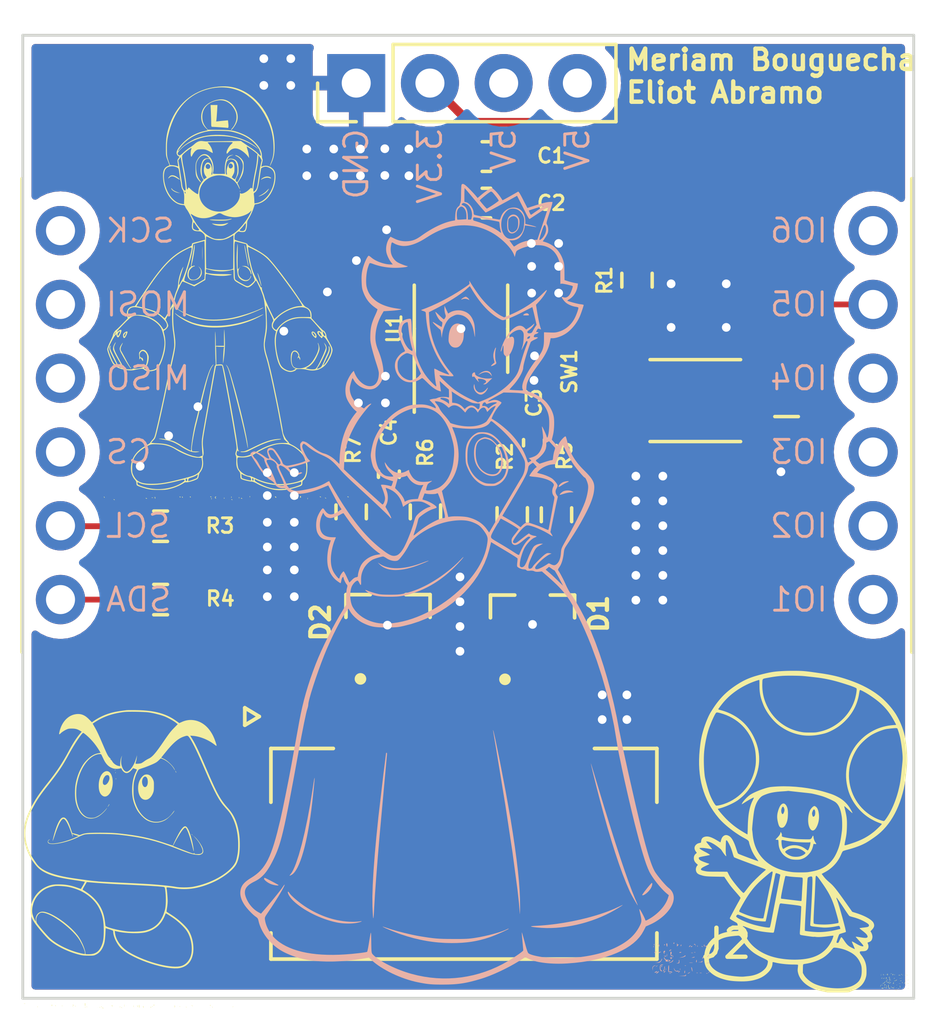
<source format=kicad_pcb>
(kicad_pcb (version 20221018) (generator pcbnew)
  (layers (0 "F.Cu" signal) (31 "B.Cu" power) (34 "B.Paste" user) (35 "F.Paste" user) (36 "B.SilkS" user "B.Silkscreen") (37 "F.SilkS" user "F.Silkscreen") (38 "B.Mask" user) (39 "F.Mask" user) (44 "Edge.Cuts" user))
  (net 0 "")
  (net 1 "+3V3")
  (net 2 "GND")
  (net 3 "/TERM_MID_SCL")
  (net 4 "/TERM_MID_SDA")
  (net 5 "/CANSCL-")
  (net 6 "/CANSCL+")
  (net 7 "/CANSDA-")
  (net 8 "/CANSDA+")
  (net 13 "/SCL")
  (net 14 "/SDA")
  (net 15 "/MODE")
  (net 25 "Net-(SW1-B)")
  (footprint "Resistor_SMD:R_0603_1608Metric" (layer "F.Cu") (at 143.234643 98.095356 180)
    (fp_text reference "R3")
    (fp_text value "10k")
  )
  (footprint "Capacitor_SMD:C_0402_1005Metric" (layer "F.Cu") (at 151.1 96.305 90)
    (fp_text reference "C4")
    (fp_text value "4.7nF")
  )
  (footprint "Resistor_SMD:R_0603_1608Metric" (layer "F.Cu") (at 155.35 97.695 90)
    (fp_text reference "R2")
    (fp_text value "60R")
  )
  (footprint "Capacitor_SMD:C_0402_1005Metric" (layer "F.Cu") (at 156.1 95.22 90)
    (fp_text reference "C3")
    (fp_text value "4.7nF")
  )
  (footprint "Resistor_SMD:R_0603_1608Metric" (layer "F.Cu") (at 159.65 89.625 -90)
    (fp_text reference "R1")
    (fp_text value "30k")
  )
  (footprint "Capacitor_SMD:C_0603_1608Metric_Pad1.08x0.95mm_HandSolder" (layer "F.Cu") (at 154.459643 86.970356)
    (fp_text reference "C2")
    (fp_text value "1uF")
  )
  (footprint "Package_SO:MSOP-10-1EP_3x3mm_P0.5mm_EP1.68x1.88mm" (layer "F.Cu") (at 153.584643 91.295356 90)
    (fp_text reference "U1")
    (fp_text value "LT3960JMSE#PBF")
  )
  (footprint "Resistor_SMD:R_0603_1608Metric" (layer "F.Cu") (at 156.875 97.7 -90)
    (fp_text reference "R5")
    (fp_text value "60R")
  )
  (footprint "5025850670 (1):MOLEX_5025850670" (layer "F.Cu") (at 153.684643 108.745356)
    (fp_text reference "J2")
    (fp_text value "5025850670")
  )
  (footprint "Resistor_SMD:R_0603_1608Metric" (layer "F.Cu") (at 143.234643 100.620356 180)
    (fp_text reference "R4")
    (fp_text value "10k")
  )
  (footprint "Button_Switch_SMD:SW_DIP_SPSTx01_Slide_Copal_CVS-01xB_W5.9mm_P1mm" (layer "F.Cu") (at 161.659643 93.770356 180)
    (fp_text reference "SW1")
    (fp_text value "CL-SB-12C-01")
  )
  (footprint "NUP2105LT1G:SOT95P237X111-3N" (layer "F.Cu") (at 151.070357 101.1 90)
    (fp_text reference "D2")
    (fp_text value "NUP2105LT1G")
  )
  (footprint "NUP2105LT1G:SOT95P237X111-3N" (layer "F.Cu") (at 156.05 101.115 90)
    (fp_text reference "D1")
    (fp_text value "NUP2105LT1G")
  )
  (footprint "Capacitor_SMD:C_0603_1608Metric_Pad1.08x0.95mm_HandSolder" (layer "F.Cu") (at 154.459643 85.370356)
    (fp_text reference "C1")
    (fp_text value "2.2uF")
  )
  (footprint "Resistor_SMD:R_0603_1608Metric" (layer "F.Cu") (at 152.360357 97.6 90)
    (fp_text reference "R6")
    (fp_text value "60R")
  )
  (footprint "Resistor_SMD:R_0603_1608Metric" (layer "F.Cu") (at 149.800357 97.6 -90)
    (fp_text reference "R7")
    (fp_text value "60R")
  )
  (footprint "0_connectors:Hat_connector_hole" (layer "F.Cu") (at 153.784643 91.730356)
    (fp_text reference "J1" hide)
    (fp_text value "Hat_connector")
  )
  (gr_poly (pts (xy 161.725251 113.461924) (xy 161.726761 113.461966) (xy 161.72821 113.462043) (xy 161.729596 113.462151) (xy 161.730918 113.46229) (xy 161.732173 113.46246) (xy 161.73336 113.462657) (xy 161.734478 113.462882) (xy 161.735525 113.463132) (xy 161.736499 113.463407) (xy 161.737399 113.463706) (xy 161.738223 113.464026) (xy 161.738969 113.464367) (xy 161.739637 113.464727) (xy 161.740223 113.465105) (xy 161.740728 113.4655) (xy 161.741148 113.465911) (xy 161.741483 113.466335) (xy 161.74173 113.466773) (xy 161.741821 113.466996) (xy 161.741889 113.467222) (xy 161.741934 113.467451) (xy 161.741957 113.467682) (xy 161.741957 113.467915) (xy 161.741933 113.46815) (xy 161.741886 113.468388) (xy 161.741815 113.468627) (xy 161.741721 113.468867) (xy 161.741603 113.469109) (xy 161.741293 113.469597) (xy 161.740885 113.470089) (xy 161.740376 113.470584) (xy 161.739766 113.471079) (xy 161.738654 113.47203) (xy 161.737313 113.472892) (xy 161.735767 113.473662) (xy 161.734034 113.474333) (xy 161.732135 113.4749) (xy 161.730092 113.475359) (xy 161.727925 113.475705) (xy 161.725655 113.475931) (xy 161.723302 113.476033) (xy 161.720887 113.476006) (xy 161.718431 113.475845) (xy 161.715954 113.475544) (xy 161.713476 113.475099) (xy 161.71102 113.474504) (xy 161.708605 113.473753) (xy 161.706252 113.472843) (xy 161.703832 113.471853) (xy 161.701859 113.47087) (xy 161.701038 113.470384) (xy 161.700326 113.469902) (xy 161.699721 113.469427) (xy 161.699224 113.468958) (xy 161.698832 113.468497) (xy 161.698546 113.468045) (xy 161.698363 113.467602) (xy 161.698283 113.46717) (xy 161.698306 113.46675) (xy 161.698429 113.466342) (xy 161.698653 113.465948) (xy 161.698976 113.465568) (xy 161.699397 113.465204) (xy 161.699915 113.464856) (xy 161.70053 113.464526) (xy 161.701239 113.464214) (xy 161.702941 113.463649) (xy 161.705012 113.463169) (xy 161.707444 113.462783) (xy 161.710231 113.462497) (xy 161.713364 113.46232) (xy 161.716836 113.46226) (xy 161.718628 113.462115) (xy 161.720368 113.46201) (xy 161.722053 113.461944) (xy 161.723681 113.461916)) (fill solid) (layer "B.SilkS"))
  (gr_poly (pts (xy 162.135382 113.270006) (xy 162.137557 113.270037) (xy 162.139638 113.270087) (xy 162.141623 113.270158) (xy 162.143513 113.270248) (xy 162.145307 113.270356) (xy 162.147004 113.270484) (xy 162.148603 113.27063) (xy 162.150104 113.270794) (xy 162.151506 113.270976) (xy 162.152809 113.271175) (xy 162.154012 113.271392) (xy 162.155114 113.271625) (xy 162.156114 113.271875) (xy 162.157013 113.272141) (xy 162.157808 113.272422) (xy 162.158501 113.272719) (xy 162.159089 113.273032) (xy 162.159573 113.273359) (xy 162.159951 113.273701) (xy 162.160101 113.273877) (xy 162.160224 113.274057) (xy 162.16032 113.27424) (xy 162.16039 113.274426) (xy 162.160432 113.274616) (xy 162.160448 113.27481) (xy 162.160437 113.275006) (xy 162.160399 113.275206) (xy 162.160334 113.275409) (xy 162.160241 113.275616) (xy 162.160122 113.275825) (xy 162.159975 113.276038) (xy 162.159598 113.276472) (xy 162.159111 113.276918) (xy 162.158512 113.277376) (xy 162.157802 113.277845) (xy 162.15698 113.278325) (xy 162.156045 113.278815) (xy 162.15363 113.279436) (xy 162.151038 113.279974) (xy 162.148296 113.280429) (xy 162.145433 113.280801) (xy 162.142476 113.281091) (xy 162.139456 113.281298) (xy 162.136398 113.281422) (xy 162.133334 113.281463) (xy 162.13029 113.281422) (xy 162.127295 113.281298) (xy 162.124377 113.281091) (xy 162.121566 113.280801) (xy 162.118889 113.280429) (xy 162.116375 113.279974) (xy 162.114052 113.279436) (xy 162.111948 113.278815) (xy 162.109879 113.277845) (xy 162.108299 113.276918) (xy 162.1072 113.276038) (xy 162.106828 113.275616) (xy 162.106573 113.275206) (xy 162.106434 113.27481) (xy 162.106411 113.274426) (xy 162.106502 113.274057) (xy 162.106707 113.273701) (xy 162.107024 113.273359) (xy 162.107452 113.273032) (xy 162.108639 113.272422) (xy 162.110261 113.271875) (xy 162.112308 113.271392) (xy 162.114775 113.270976) (xy 162.117652 113.27063) (xy 162.120932 113.270356) (xy 162.124608 113.270158) (xy 162.128671 113.270037) (xy 162.133114 113.269996)) (fill solid) (layer "B.SilkS"))
  (gr_poly (pts (xy 161.641493 112.75848) (xy 161.643668 112.75851) (xy 161.645749 112.758561) (xy 161.647734 112.758631) (xy 161.649624 112.758721) (xy 161.651418 112.75883) (xy 161.653115 112.758957) (xy 161.654714 112.759103) (xy 161.656215 112.759267) (xy 161.657617 112.759449) (xy 161.65892 112.759648) (xy 161.660123 112.759865) (xy 161.661225 112.760098) (xy 161.662225 112.760347) (xy 161.663124 112.760613) (xy 161.663919 112.760895) (xy 161.664612 112.761192) (xy 161.6652 112.761504) (xy 161.665684 112.761831) (xy 161.666062 112.762173) (xy 161.666212 112.762349) (xy 161.666335 112.762529) (xy 161.666431 112.762712) (xy 161.6665 112.762898) (xy 161.666543 112.763088) (xy 161.666559 112.763282) (xy 161.666548 112.763478) (xy 161.66651 112.763678) (xy 161.666444 112.763881) (xy 161.666352 112.764088) (xy 161.666232 112.764297) (xy 161.666085 112.76451) (xy 161.665708 112.764944) (xy 161.665221 112.765391) (xy 161.664622 112.765848) (xy 161.663912 112.766318) (xy 161.66309 112.766798) (xy 161.662154 112.767289) (xy 161.659741 112.767909) (xy 161.657149 112.768446) (xy 161.654407 112.768901) (xy 161.651544 112.769273) (xy 161.648588 112.769563) (xy 161.645567 112.769769) (xy 161.64251 112.769893) (xy 161.639445 112.769935) (xy 161.636401 112.769893) (xy 161.633406 112.769769) (xy 161.630488 112.769563) (xy 161.627677 112.769273) (xy 161.624999 112.768901) (xy 161.622485 112.768446) (xy 161.620161 112.767909) (xy 161.618058 112.767289) (xy 161.61599 112.766318) (xy 161.61441 112.765391) (xy 161.61331 112.76451) (xy 161.612939 112.764088) (xy 161.612684 112.763678) (xy 161.612546 112.763282) (xy 161.612523 112.762898) (xy 161.612614 112.762529) (xy 161.612818 112.762173) (xy 161.613135 112.761831) (xy 161.613564 112.761504) (xy 161.614751 112.760895) (xy 161.616372 112.760347) (xy 161.61842 112.759865) (xy 161.620886 112.759449) (xy 161.623763 112.759103) (xy 161.627043 112.75883) (xy 161.630719 112.758631) (xy 161.634782 112.75851) (xy 161.639225 112.758469)) (fill solid) (layer "B.SilkS"))
  (gr_poly (pts (xy 160.398833 113.410842) (xy 160.399143 113.41097) (xy 160.399406 113.411158) (xy 160.399625 113.411405) (xy 160.399931 113.412075) (xy 160.400069 113.412977) (xy 160.400047 113.414108) (xy 160.399873 113.415464) (xy 160.399554 113.417042) (xy 160.399098 113.418839) (xy 160.397806 113.423077) (xy 160.396059 113.428153) (xy 160.39392 113.43404) (xy 160.392455 113.437054) (xy 160.390722 113.440131) (xy 160.388741 113.443249) (xy 160.386533 113.446387) (xy 160.384118 113.449525) (xy 160.381517 113.452643) (xy 160.37875 113.455719) (xy 160.375839 113.458733) (xy 160.372804 113.461665) (xy 160.369666 113.464493) (xy 160.366445 113.467197) (xy 160.363161 113.469757) (xy 160.359837 113.472151) (xy 160.356492 113.474359) (xy 160.353147 113.476361) (xy 160.349822 113.478135) (xy 160.3405 113.483283) (xy 160.33238 113.487488) (xy 160.325463 113.490758) (xy 160.319753 113.493101) (xy 160.317352 113.493926) (xy 160.315253 113.494523) (xy 160.313457 113.494892) (xy 160.311964 113.495033) (xy 160.310775 113.494949) (xy 160.309889 113.494639) (xy 160.309308 113.494106) (xy 160.309032 113.493349) (xy 160.30906 113.49237) (xy 160.309394 113.49117) (xy 160.310033 113.489749) (xy 160.310978 113.488109) (xy 160.31223 113.486251) (xy 160.313787 113.484176) (xy 160.317824 113.479376) (xy 160.32309 113.473719) (xy 160.329589 113.467212) (xy 160.337323 113.459863) (xy 160.346294 113.451679) (xy 160.365559 113.43486) (xy 160.373362 113.428184) (xy 160.380028 113.42263) (xy 160.38562 113.418171) (xy 160.390198 113.414782) (xy 160.392127 113.41348) (xy 160.393826 113.412436) (xy 160.395303 113.411647) (xy 160.396565 113.411109) (xy 160.397621 113.410819) (xy 160.398477 113.410774)) (fill solid) (layer "B.SilkS"))
  (gr_poly (pts (xy 161.101729 113.019608) (xy 161.102209 113.019851) (xy 161.103136 113.020804) (xy 161.104017 113.022351) (xy 161.104849 113.024459) (xy 161.105628 113.027094) (xy 161.106354 113.030222) (xy 161.107023 113.03381) (xy 161.107632 113.037825) (xy 161.108662 113.046999) (xy 161.109424 113.057475) (xy 161.109896 113.068985) (xy 161.110058 113.08126) (xy 161.110005 113.091545) (xy 161.109803 113.100622) (xy 161.109383 113.108561) (xy 161.10868 113.115436) (xy 161.1082 113.118496) (xy 161.107624 113.121318) (xy 161.106944 113.12391) (xy 161.106151 113.126281) (xy 161.105236 113.12844) (xy 161.104191 113.130396) (xy 161.103009 113.132159) (xy 161.101679 113.133736) (xy 161.100195 113.135138) (xy 161.098547 113.136374) (xy 161.096727 113.137451) (xy 161.094727 113.13838) (xy 161.092538 113.13917) (xy 161.090153 113.139829) (xy 161.087562 113.140367) (xy 161.084757 113.140792) (xy 161.08173 113.141114) (xy 161.078472 113.141341) (xy 161.071232 113.14155) (xy 161.062968 113.14149) (xy 161.053614 113.141233) (xy 161.035654 113.140055) (xy 161.022718 113.139083) (xy 161.018101 113.138636) (xy 161.014701 113.138194) (xy 161.012505 113.137742) (xy 161.011855 113.137507) (xy 161.0115 113.137264) (xy 161.011441 113.137011) (xy 161.011674 113.136745) (xy 161.012198 113.136465) (xy 161.013013 113.136169) (xy 161.015504 113.13552) (xy 161.019135 113.134784) (xy 161.029763 113.132985) (xy 161.044794 113.130649) (xy 161.051724 113.129298) (xy 161.057982 113.127855) (xy 161.063599 113.126274) (xy 161.068606 113.124503) (xy 161.070891 113.123532) (xy 161.073035 113.122495) (xy 161.075042 113.121387) (xy 161.076916 113.1202) (xy 161.07866 113.11893) (xy 161.08028 113.11757) (xy 161.081778 113.116113) (xy 161.083158 113.114554) (xy 161.084425 113.112887) (xy 161.085582 113.111104) (xy 161.086633 113.109201) (xy 161.087581 113.107171) (xy 161.088432 113.105009) (xy 161.089189 113.102706) (xy 161.089855 113.100259) (xy 161.090434 113.09766) (xy 161.091349 113.091983) (xy 161.091964 113.085627) (xy 161.09231 113.078542) (xy 161.092418 113.070679) (xy 161.092459 113.065454) (xy 161.09258 113.060378) (xy 161.092779 113.055478) (xy 161.093052 113.05078) (xy 161.093398 113.046309) (xy 161.093814 113.042091) (xy 161.094296 113.038153) (xy 161.094844 113.034519) (xy 161.095453 113.031216) (xy 161.096122 113.02827) (xy 161.096848 113.025706) (xy 161.097231 113.024575) (xy 161.097627 113.02355) (xy 161.098037 113.022633) (xy 161.098459 113.021828) (xy 161.098893 113.021138) (xy 161.09934 113.020566) (xy 161.099798 113.020116) (xy 161.100267 113.01979) (xy 161.100747 113.019592) (xy 161.101238 113.019526)) (fill solid) (layer "B.SilkS"))
  (gr_poly (pts (xy 162.143598 113.110862) (xy 162.144955 113.111033) (xy 162.146007 113.111317) (xy 162.146419 113.111502) (xy 162.146756 113.111715) (xy 162.147019 113.111956) (xy 162.147206 113.112226) (xy 162.14732 113.112525) (xy 162.147359 113.112852) (xy 162.147325 113.113207) (xy 162.147218 113.113591) (xy 162.146784 113.114443) (xy 162.146061 113.11541) (xy 162.145051 113.11649) (xy 162.143757 113.117684) (xy 162.142181 113.118991) (xy 162.140326 113.120412) (xy 162.138195 113.121947) (xy 162.133114 113.125358) (xy 162.130267 113.126989) (xy 162.127044 113.128572) (xy 162.123479 113.130098) (xy 162.119609 113.131559) (xy 162.115471 113.132948) (xy 162.1111 113.134256) (xy 162.106533 113.135477) (xy 162.101805 113.136603) (xy 162.096954 113.137625) (xy 162.092014 113.138535) (xy 162.087023 113.139327) (xy 162.082017 113.139993) (xy 162.077031 113.140524) (xy 162.072102 113.140913) (xy 162.067265 113.141152) (xy 162.062558 113.141233) (xy 162.049264 113.140551) (xy 162.044076 113.140171) (xy 162.039876 113.139745) (xy 162.03668 113.139256) (xy 162.034499 113.13869) (xy 162.033793 113.138374) (xy 162.033346 113.138032) (xy 162.033159 113.137662) (xy 162.033234 113.137264) (xy 162.033573 113.136835) (xy 162.034177 113.136373) (xy 162.036187 113.135342) (xy 162.039276 113.134156) (xy 162.043459 113.132799) (xy 162.048747 113.131257) (xy 162.055154 113.129513) (xy 162.071377 113.125358) (xy 162.084899 113.121947) (xy 162.097036 113.118991) (xy 162.107809 113.11649) (xy 162.117238 113.114443) (xy 162.125345 113.112852) (xy 162.132149 113.111715) (xy 162.135069 113.111317) (xy 162.137672 113.111033) (xy 162.139959 113.110862) (xy 162.141933 113.110805)) (fill solid) (layer "B.SilkS"))
  (gr_poly (pts (xy 154.784973 91.94502) (xy 154.785843 91.946018) (xy 154.78655 91.947519) (xy 154.787091 91.949523) (xy 154.787464 91.952028) (xy 154.78769 91.958531) (xy 154.787205 91.967014) (xy 154.785987 91.977461) (xy 154.784012 91.989855) (xy 154.781256 92.004183) (xy 154.777697 92.020428) (xy 154.773396 92.041394) (xy 154.769752 92.064387) (xy 154.76676 92.089074) (xy 154.764413 92.115126) (xy 154.762706 92.142212) (xy 154.761636 92.17) (xy 154.761196 92.19816) (xy 154.761381 92.226361) (xy 154.762186 92.254273) (xy 154.763606 92.281565) (xy 154.765636 92.307906) (xy 154.768271 92.332966) (xy 154.771505 92.356413) (xy 154.775333 92.377917) (xy 154.779751 92.397148) (xy 154.784752 92.413774) (xy 154.788782 92.425076) (xy 154.792266 92.435237) (xy 154.795198 92.444354) (xy 154.796454 92.448551) (xy 154.797568 92.452525) (xy 154.798541 92.456287) (xy 154.799371 92.459848) (xy 154.800056 92.463223) (xy 154.800597 92.466423) (xy 154.800991 92.469459) (xy 154.801239 92.472346) (xy 154.801338 92.475094) (xy 154.801289 92.477716) (xy 154.80109 92.480224) (xy 154.80074 92.482631) (xy 154.800238 92.484949) (xy 154.799584 92.48719) (xy 154.798776 92.489366) (xy 154.797813 92.49149) (xy 154.796694 92.493574) (xy 154.795419 92.495631) (xy 154.793986 92.497671) (xy 154.792395 92.499709) (xy 154.790644 92.501755) (xy 154.788732 92.503823) (xy 154.786659 92.505925) (xy 154.784424 92.508072) (xy 154.779461 92.512553) (xy 154.770973 92.519623) (xy 154.760916 92.526861) (xy 154.749583 92.534145) (xy 154.737265 92.541354) (xy 154.724255 92.548367) (xy 154.710845 92.555062) (xy 154.697325 92.561317) (xy 154.68399 92.567012) (xy 154.67113 92.572025) (xy 154.659037 92.576235) (xy 154.648004 92.579519) (xy 154.638322 92.581757) (xy 154.634079 92.582446) (xy 154.630283 92.582827) (xy 154.626971 92.582886) (xy 154.62418 92.582608) (xy 154.621945 92.581977) (xy 154.620304 92.580978) (xy 154.619292 92.579596) (xy 154.618947 92.577816) (xy 154.619029 92.576923) (xy 154.619272 92.5759) (xy 154.620225 92.573485) (xy 154.621772 92.570611) (xy 154.62388 92.567315) (xy 154.626515 92.563637) (xy 154.629644 92.559615) (xy 154.633232 92.555289) (xy 154.637247 92.550696) (xy 154.641655 92.545876) (xy 154.646421 92.540867) (xy 154.651514 92.535708) (xy 154.656898 92.530439) (xy 154.662541 92.525096) (xy 154.668408 92.519721) (xy 154.674467 92.51435) (xy 154.680683 92.509024) (xy 154.742419 92.457871) (xy 154.71596 92.348511) (xy 154.710504 92.326896) (xy 154.706046 92.30565) (xy 154.702589 92.284689) (xy 154.700141 92.263927) (xy 154.698705 92.243278) (xy 154.698287 92.222658) (xy 154.698893 92.201981) (xy 154.700526 92.181162) (xy 154.703194 92.160115) (xy 154.7069 92.138756) (xy 154.71165 92.116999) (xy 154.717449 92.094759) (xy 154.724302 92.07195) (xy 154.732214 92.048487) (xy 154.741191 92.024286) (xy 154.751238 91.99926) (xy 154.757291 91.985119) (xy 154.762865 91.973112) (xy 154.767939 91.963223) (xy 154.772488 91.955438) (xy 154.776489 91.949741) (xy 154.778277 91.94767) (xy 154.779919 91.946116) (xy 154.781412 91.945076) (xy 154.782755 91.944548) (xy 154.783942 91.94453)) (fill solid) (layer "B.SilkS"))
  (gr_poly (pts (xy 162.14716 113.425679) (xy 162.147522 113.425733) (xy 162.147865 113.425819) (xy 162.14819 113.425937) (xy 162.148496 113.426087) (xy 162.148783 113.42627) (xy 162.149051 113.426486) (xy 162.149299 113.426734) (xy 162.149529 113.427014) (xy 162.149739 113.427327) (xy 162.14993 113.427673) (xy 162.150102 113.428052) (xy 162.150253 113.428464) (xy 162.150385 113.428909) (xy 162.150589 113.429898) (xy 162.150712 113.43102) (xy 162.150753 113.432276) (xy 162.150712 113.432637) (xy 162.15059 113.433058) (xy 162.150115 113.434071) (xy 162.149346 113.435295) (xy 162.1483 113.436713) (xy 162.146996 113.438307) (xy 162.145451 113.440058) (xy 162.143684 113.441949) (xy 162.141713 113.443962) (xy 162.137231 113.448278) (xy 162.13215 113.452863) (xy 162.126613 113.457572) (xy 162.120766 113.46226) (xy 162.115784 113.46627) (xy 162.11142 113.469699) (xy 162.10767 113.472543) (xy 162.104533 113.474802) (xy 162.102006 113.476471) (xy 162.100086 113.477548) (xy 162.099352 113.477864) (xy 162.09877 113.478031) (xy 162.098338 113.478048) (xy 162.098056 113.477917) (xy 162.097924 113.477635) (xy 162.097942 113.477203) (xy 162.098109 113.476621) (xy 162.098425 113.475887) (xy 162.099502 113.473967) (xy 162.10117 113.471439) (xy 162.103428 113.468302) (xy 162.106273 113.464552) (xy 162.109701 113.460187) (xy 162.113711 113.455204) (xy 162.115834 113.452615) (xy 162.117906 113.450141) (xy 162.119923 113.447782) (xy 162.121886 113.445538) (xy 162.123794 113.44341) (xy 162.125645 113.4414) (xy 162.127438 113.439507) (xy 162.129173 113.437732) (xy 162.130848 113.436076) (xy 162.132464 113.434539) (xy 162.134017 113.433123) (xy 162.135509 113.431827) (xy 162.136937 113.430653) (xy 162.1383 113.429601) (xy 162.139599 113.428672) (xy 162.140831 113.427866) (xy 162.141996 113.427184) (xy 162.143093 113.426627) (xy 162.144121 113.426195) (xy 162.145079 113.425889) (xy 162.145966 113.425709) (xy 162.146382 113.425667) (xy 162.14678 113.425657)) (fill solid) (layer "B.SilkS"))
  (gr_poly (pts (xy 147.627943 110.674664) (xy 147.629749 110.675179) (xy 147.631677 110.675985) (xy 147.633726 110.67708) (xy 147.635894 110.678465) (xy 147.638179 110.680139) (xy 147.643093 110.68435) (xy 147.648458 110.689708) (xy 147.654259 110.696208) (xy 147.660484 110.703845) (xy 147.66712 110.712614) (xy 147.674153 110.722509) (xy 147.681572 110.733526) (xy 147.694549 110.751619) (xy 147.712047 110.772603) (xy 147.733669 110.796146) (xy 147.759017 110.821913) (xy 147.8193 110.878788) (xy 147.889711 110.940562) (xy 147.967067 111.004568) (xy 148.048185 111.06814) (xy 148.129882 111.128612) (xy 148.208975 111.183317) (xy 148.304597 111.244392) (xy 148.401545 111.301914) (xy 148.499697 111.355845) (xy 148.598932 111.406146) (xy 148.699128 111.452777) (xy 148.800163 111.495701) (xy 148.901917 111.534878) (xy 149.004268 111.57027) (xy 149.107094 111.601838) (xy 149.210274 111.629543) (xy 149.313687 111.653347) (xy 149.417211 111.67321) (xy 149.520724 111.689094) (xy 149.624106 111.70096) (xy 149.727234 111.70877) (xy 149.829988 111.712484) (xy 149.863974 111.712749) (xy 149.899138 111.712291) (xy 149.934509 111.711212) (xy 149.969115 111.709617) (xy 150.001985 111.707608) (xy 150.032147 111.705289) (xy 150.058629 111.702764) (xy 150.080461 111.700135) (xy 150.103605 111.696444) (xy 150.122825 111.69392) (xy 150.138205 111.692492) (xy 150.149831 111.692088) (xy 150.157788 111.692634) (xy 150.160417 111.693241) (xy 150.162161 111.694058) (xy 150.16303 111.695077) (xy 150.163036 111.696289) (xy 150.162188 111.697684) (xy 150.160497 111.699254) (xy 150.154631 111.702879) (xy 150.145521 111.707095) (xy 150.133255 111.711826) (xy 150.117916 111.717003) (xy 150.09959 111.722551) (xy 150.078363 111.728399) (xy 150.054319 111.734474) (xy 150.027544 111.740705) (xy 149.991613 111.748416) (xy 149.952837 111.755016) (xy 149.911555 111.76051) (xy 149.868105 111.764904) (xy 149.822826 111.768202) (xy 149.776055 111.770409) (xy 149.728133 111.771531) (xy 149.679396 111.771574) (xy 149.580836 111.768438) (xy 149.531688 111.765271) (xy 149.483081 111.761045) (xy 149.435352 111.755765) (xy 149.38884 111.749435) (xy 149.343884 111.742061) (xy 149.300821 111.733649) (xy 149.196643 111.70992) (xy 149.09148 111.681897) (xy 148.985837 111.649833) (xy 148.880217 111.61398) (xy 148.775124 111.574593) (xy 148.671062 111.531925) (xy 148.568534 111.486228) (xy 148.468046 111.437757) (xy 148.370099 111.386763) (xy 148.2752 111.333501) (xy 148.18385 111.278224) (xy 148.096554 111.221185) (xy 148.013816 111.162636) (xy 147.93614 111.102832) (xy 147.864029 111.042025) (xy 147.797988 110.980469) (xy 147.779689 110.961951) (xy 147.761894 110.94287) (xy 147.744693 110.923364) (xy 147.728177 110.903575) (xy 147.712436 110.883641) (xy 147.69756 110.863701) (xy 147.683641 110.843896) (xy 147.670768 110.824365) (xy 147.659032 110.805247) (xy 147.648523 110.786682) (xy 147.639332 110.76881) (xy 147.631549 110.751769) (xy 147.625265 110.735701) (xy 147.620569 110.720743) (xy 147.617553 110.707035) (xy 147.616704 110.700694) (xy 147.616308 110.694718) (xy 147.61638 110.691395) (xy 147.616595 110.688371) (xy 147.616951 110.685646) (xy 147.617448 110.683219) (xy 147.618083 110.681088) (xy 147.618854 110.679254) (xy 147.61976 110.677716) (xy 147.6208 110.676473) (xy 147.621972 110.675525) (xy 147.623273 110.674871) (xy 147.624703 110.67451) (xy 147.626261 110.674441)) (fill solid) (layer "B.SilkS"))
  (gr_poly (pts (xy 146.825 110.2) (xy 146.843359 110.207638) (xy 146.901437 110.235006) (xy 146.979275 110.273949) (xy 147.066415 110.319011) (xy 147.152398 110.364734) (xy 147.226764 110.405662) (xy 147.279053 110.436338) (xy 147.293651 110.446125) (xy 147.298808 110.451304) (xy 147.298258 110.453775) (xy 147.296645 110.455904) (xy 147.294019 110.457699) (xy 147.290433 110.459168) (xy 147.280588 110.461167) (xy 147.267526 110.461969) (xy 147.251664 110.461645) (xy 147.233416 110.460263) (xy 147.2132 110.457895) (xy 147.191431 110.45461) (xy 147.168525 110.450477) (xy 147.144898 110.445566) (xy 147.120966 110.439947) (xy 147.097146 110.433691) (xy 147.073852 110.426865) (xy 147.051502 110.419541) (xy 147.03051 110.411788) (xy 147.011294 110.403676) (xy 146.989577 110.393303) (xy 146.968196 110.382124) (xy 146.947321 110.370284) (xy 146.927123 110.357926) (xy 146.907773 110.345197) (xy 146.889441 110.33224) (xy 146.872297 110.3192) (xy 146.856513 110.306223) (xy 146.842258 110.293452) (xy 146.829703 110.281033) (xy 146.824116 110.275) (xy 146.819019 110.269109) (xy 146.814431 110.263379) (xy 146.810376 110.257827) (xy 146.806873 110.252471) (xy 146.803945 110.24733) (xy 146.801612 110.242421) (xy 146.799896 110.237763) (xy 146.798818 110.233373) (xy 146.7984 110.22927) (xy 146.798662 110.225473) (xy 146.799627 110.221998) (xy 146.800639 110.219395) (xy 146.801684 110.216885) (xy 146.802755 110.214479) (xy 146.803844 110.212186) (xy 146.804943 110.210017) (xy 146.806045 110.207983) (xy 146.807142 110.206093) (xy 146.808226 110.204359) (xy 146.809289 110.202789) (xy 146.810324 110.201396) (xy 146.810829 110.200768) (xy 146.811323 110.200188) (xy 146.811806 110.199657) (xy 146.812278 110.199177) (xy 146.812736 110.198748) (xy 146.813181 110.198373) (xy 146.81361 110.198051) (xy 146.814024 110.197785) (xy 146.814421 110.197576) (xy 146.814801 110.197425) (xy 146.815161 110.197334) (xy 146.815502 110.197303)) (fill solid) (layer "B.SilkS"))
  (gr_poly (pts (xy 160.797811 112.920296) (xy 160.798291 112.920526) (xy 160.798803 112.920875) (xy 160.799345 112.921342) (xy 160.799919 112.921928) (xy 160.800524 112.922631) (xy 160.801826 112.92439) (xy 160.803252 112.926617) (xy 160.804802 112.929309) (xy 160.806476 112.932463) (xy 160.808274 112.936078) (xy 160.810196 112.94015) (xy 160.811018 112.941927) (xy 160.811828 112.943621) (xy 160.812626 112.945232) (xy 160.813411 112.946757) (xy 160.814181 112.948198) (xy 160.814937 112.949552) (xy 160.815676 112.95082) (xy 160.816398 112.952001) (xy 160.817102 112.953094) (xy 160.817787 112.954098) (xy 160.818451 112.955013) (xy 160.819095 112.955839) (xy 160.819717 112.956574) (xy 160.820316 112.957218) (xy 160.820891 112.95777) (xy 160.821441 112.95823) (xy 160.821966 112.958596) (xy 160.822463 112.95887) (xy 160.822933 112.959048) (xy 160.823374 112.959132) (xy 160.823785 112.959121) (xy 160.82398 112.959079) (xy 160.824166 112.959013) (xy 160.824345 112.958922) (xy 160.824515 112.958808) (xy 160.824831 112.958505) (xy 160.825114 112.958105) (xy 160.825362 112.957605) (xy 160.825575 112.957006) (xy 160.825751 112.956307) (xy 160.82589 112.955507) (xy 160.82599 112.954606) (xy 160.826051 112.953603) (xy 160.826072 112.952497) (xy 160.826318 112.949784) (xy 160.826719 112.947266) (xy 160.827264 112.944943) (xy 160.827942 112.942813) (xy 160.828744 112.940875) (xy 160.829657 112.939129) (xy 160.830671 112.937574) (xy 160.831777 112.936208) (xy 160.832962 112.935031) (xy 160.834217 112.934042) (xy 160.835531 112.933239) (xy 160.836893 112.932622) (xy 160.838292 112.93219) (xy 160.839718 112.931941) (xy 160.841161 112.931875) (xy 160.842608 112.931991) (xy 160.844051 112.932288) (xy 160.845478 112.932765) (xy 160.846878 112.933421) (xy 160.848241 112.934255) (xy 160.849557 112.935266) (xy 160.850813 112.936452) (xy 160.852001 112.937814) (xy 160.853109 112.93935) (xy 160.854127 112.941059) (xy 160.855043 112.942941) (xy 160.855848 112.944993) (xy 160.85653 112.947216) (xy 160.857079 112.949607) (xy 160.857485 112.952168) (xy 160.857736 112.954895) (xy 160.857822 112.957789) (xy 160.857802 112.959091) (xy 160.857741 112.960351) (xy 160.85764 112.961567) (xy 160.857502 112.962739) (xy 160.857326 112.963866) (xy 160.857113 112.964947) (xy 160.856865 112.965981) (xy 160.856582 112.966967) (xy 160.856266 112.967903) (xy 160.855917 112.968789) (xy 160.855536 112.969625) (xy 160.855125 112.970408) (xy 160.854684 112.971139) (xy 160.854214 112.971815) (xy 160.853716 112.972437) (xy 160.853192 112.973002) (xy 160.852642 112.973511) (xy 160.852067 112.973962) (xy 160.851468 112.974355) (xy 160.850846 112.974687) (xy 160.850202 112.974959) (xy 160.849537 112.975169) (xy 160.848852 112.975316) (xy 160.848148 112.9754) (xy 160.847426 112.97542) (xy 160.846687 112.975373) (xy 160.845932 112.97526) (xy 160.845161 112.97508) (xy 160.844377 112.974831) (xy 160.843579 112.974513) (xy 160.842768 112.974124) (xy 160.841947 112.973664) (xy 160.841286 112.973204) (xy 160.840626 112.972815) (xy 160.839968 112.972495) (xy 160.839315 112.972245) (xy 160.838666 112.972061) (xy 160.838025 112.971943) (xy 160.83739 112.97189) (xy 160.836765 112.9719) (xy 160.836151 112.971972) (xy 160.835548 112.972105) (xy 160.834957 112.972297) (xy 160.834381 112.972548) (xy 160.833821 112.972855) (xy 160.833277 112.973218) (xy 160.832752 112.973635) (xy 160.832245 112.974105) (xy 160.83176 112.974627) (xy 160.831296 112.975199) (xy 160.830856 112.97582) (xy 160.83044 112.976489) (xy 160.83005 112.977204) (xy 160.829687 112.977965) (xy 160.829353 112.97877) (xy 160.829048 112.979617) (xy 160.828775 112.980506) (xy 160.828533 112.981434) (xy 160.828325 112.982402) (xy 160.828153 112.983407) (xy 160.828016 112.984448) (xy 160.827917 112.985524) (xy 160.827856 112.986633) (xy 160.827836 112.987775) (xy 160.827773 112.990565) (xy 160.827695 112.991819) (xy 160.827584 112.992977) (xy 160.827441 112.994041) (xy 160.827266 112.995008) (xy 160.827057 112.995878) (xy 160.826816 112.99665) (xy 160.826541 112.997324) (xy 160.826231 112.9979) (xy 160.825888 112.998376) (xy 160.82551 112.998752) (xy 160.825097 112.999027) (xy 160.824649 112.9992) (xy 160.824166 112.999272) (xy 160.823646 112.999241) (xy 160.823091 112.999106) (xy 160.822499 112.998868) (xy 160.82187 112.998525) (xy 160.821204 112.998076) (xy 160.8205 112.997522) (xy 160.819759 112.996861) (xy 160.818979 112.996093) (xy 160.818162 112.995217) (xy 160.817305 112.994232) (xy 160.816409 112.993139) (xy 160.814499 112.990621) (xy 160.812429 112.987659) (xy 160.810196 112.984247) (xy 160.808565 112.981483) (xy 160.806982 112.978501) (xy 160.805456 112.975333) (xy 160.803995 112.97201) (xy 160.802607 112.968563) (xy 160.801298 112.965024) (xy 160.800077 112.961422) (xy 160.798952 112.957789) (xy 160.79793 112.954156) (xy 160.79702 112.950554) (xy 160.796228 112.947014) (xy 160.795563 112.943567) (xy 160.795032 112.940244) (xy 160.794643 112.937076) (xy 160.794404 112.934095) (xy 160.794323 112.93133) (xy 160.794385 112.92827) (xy 160.794571 112.925704) (xy 160.794881 112.923629) (xy 160.795082 112.922774) (xy 160.795315 112.922042) (xy 160.795578 112.921431) (xy 160.795873 112.920941) (xy 160.796199 112.920571) (xy 160.796555 112.920323) (xy 160.796943 112.920194) (xy 160.797361 112.920185)) (fill solid) (layer "B.SilkS"))
  (gr_poly (pts (xy 160.892659 113.027463) (xy 160.893428 113.027742) (xy 160.894081 113.028247) (xy 160.894616 113.028976) (xy 160.895029 113.029929) (xy 160.895318 113.031105) (xy 160.89548 113.032501) (xy 160.895513 113.034117) (xy 160.895414 113.035951) (xy 160.895181 113.038002) (xy 160.894811 113.040269) (xy 160.894302 113.04275) (xy 160.89365 113.045445) (xy 160.89191 113.051468) (xy 160.889571 113.058329) (xy 160.888241 113.061315) (xy 160.886575 113.064314) (xy 160.88459 113.067318) (xy 160.882302 113.070321) (xy 160.876882 113.076293) (xy 160.870444 113.082169) (xy 160.863117 113.08789) (xy 160.855031 113.093397) (xy 160.846314 113.09863) (xy 160.837096 113.103529) (xy 160.827505 113.108036) (xy 160.817672 113.11209) (xy 160.807726 113.115633) (xy 160.797794 113.118605) (xy 160.788008 113.120947) (xy 160.778495 113.122598) (xy 160.769386 113.1235) (xy 160.760808 113.123594) (xy 160.75816 113.123493) (xy 160.756161 113.123198) (xy 160.7554 113.122981) (xy 160.754797 113.122722) (xy 160.754349 113.12242) (xy 160.754056 113.122078) (xy 160.753915 113.121697) (xy 160.753924 113.121279) (xy 160.754083 113.120826) (xy 160.75439 113.120338) (xy 160.755439 113.119268) (xy 160.75706 113.118082) (xy 160.759238 113.116792) (xy 160.761962 113.115412) (xy 160.765218 113.113954) (xy 160.768993 113.112431) (xy 160.773275 113.110857) (xy 160.77805 113.109245) (xy 160.783306 113.107606) (xy 160.789029 113.105955) (xy 160.795017 113.10414) (xy 160.801046 113.10202) (xy 160.807075 113.099622) (xy 160.813063 113.09697) (xy 160.818968 113.09409) (xy 160.824749 113.09101) (xy 160.830364 113.087753) (xy 160.835773 113.084347) (xy 160.840934 113.080817) (xy 160.845805 113.077188) (xy 160.850346 113.073488) (xy 160.854515 113.06974) (xy 160.85827 113.065973) (xy 160.86157 113.06221) (xy 160.863037 113.060339) (xy 160.864375 113.058479) (xy 160.865578 113.056633) (xy 160.866642 113.054804) (xy 160.871124 113.048022) (xy 160.875296 113.042222) (xy 160.879137 113.037394) (xy 160.880927 113.035341) (xy 160.882627 113.033527) (xy 160.884234 113.03195) (xy 160.885745 113.03061) (xy 160.887158 113.029506) (xy 160.88847 113.028635) (xy 160.889678 113.027996) (xy 160.890781 113.027589) (xy 160.891776 113.027412)) (fill solid) (layer "B.SilkS"))
  (gr_poly (pts (xy 153.077308 90.637538) (xy 153.140808 90.773357) (xy 153.213127 90.731025) (xy 153.235843 90.719307) (xy 153.259591 90.708639) (xy 153.284243 90.699034) (xy 153.309672 90.69051) (xy 153.335753 90.683082) (xy 153.362358 90.676764) (xy 153.389362 90.671574) (xy 153.416636 90.667525) (xy 153.444055 90.664634) (xy 153.471492 90.662915) (xy 153.498821 90.662386) (xy 153.525915 90.66306) (xy 153.552647 90.664954) (xy 153.57889 90.668083) (xy 153.604519 90.672463) (xy 153.629406 90.678109) (xy 153.666107 90.688415) (xy 153.700853 90.700198) (xy 153.733713 90.713532) (xy 153.764756 90.728489) (xy 153.794053 90.745141) (xy 153.821672 90.76356) (xy 153.847685 90.783819) (xy 153.87216 90.80599) (xy 153.895168 90.830145) (xy 153.916778 90.856357) (xy 153.937059 90.884698) (xy 153.956083 90.915241) (xy 153.973918 90.948057) (xy 153.990634 90.983219) (xy 154.006301 91.0208) (xy 154.020989 91.060872) (xy 154.031276 91.093517) (xy 154.039785 91.126246) (xy 154.046723 91.160462) (xy 154.052297 91.197573) (xy 154.056714 91.238983) (xy 154.06018 91.286098) (xy 154.062902 91.340324) (xy 154.065086 91.403066) (xy 154.066147 91.46728) (xy 154.066629 91.516259) (xy 154.066627 91.535287) (xy 154.06645 91.55081) (xy 154.066086 91.562926) (xy 154.065527 91.571738) (xy 154.06476 91.577347) (xy 154.064296 91.578981) (xy 154.063776 91.579852) (xy 154.063495 91.580005) (xy 154.0632 91.579972) (xy 154.062565 91.579354) (xy 154.061872 91.578011) (xy 154.061117 91.575955) (xy 154.05942 91.569755) (xy 154.057465 91.560855) (xy 154.055241 91.549356) (xy 154.052739 91.535358) (xy 154.037973 91.454839) (xy 154.024902 91.388624) (xy 154.018757 91.359977) (xy 154.012741 91.33382) (xy 154.006756 91.309792) (xy 154.000704 91.287531) (xy 153.994486 91.266677) (xy 153.988005 91.246866) (xy 153.981162 91.227737) (xy 153.97386 91.208928) (xy 153.965999 91.190078) (xy 153.957482 91.170826) (xy 153.938086 91.129664) (xy 153.919611 91.095209) (xy 153.899921 91.062636) (xy 153.879043 91.031964) (xy 153.857002 91.003214) (xy 153.833824 90.976408) (xy 153.809536 90.951565) (xy 153.784162 90.928707) (xy 153.757728 90.907854) (xy 153.730262 90.889027) (xy 153.701787 90.872245) (xy 153.672331 90.857532) (xy 153.641918 90.844905) (xy 153.610576 90.834387) (xy 153.578329 90.825999) (xy 153.545203 90.81976) (xy 153.511225 90.815691) (xy 153.497163 90.81454) (xy 153.483977 90.813761) (xy 153.47151 90.813396) (xy 153.459603 90.813486) (xy 153.4481 90.814071) (xy 153.436842 90.815195) (xy 153.425671 90.816896) (xy 153.414431 90.819219) (xy 153.402964 90.822202) (xy 153.391111 90.825888) (xy 153.378716 90.830319) (xy 153.365621 90.835535) (xy 153.351668 90.841578) (xy 153.3367 90.848489) (xy 153.320558 90.856309) (xy 153.303086 90.865081) (xy 153.28647 90.87324) (xy 153.270947 90.881241) (xy 153.25641 90.889176) (xy 153.242755 90.897134) (xy 153.229875 90.905205) (xy 153.217665 90.913481) (xy 153.206017 90.922051) (xy 153.194827 90.931006) (xy 153.183989 90.940436) (xy 153.173395 90.950433) (xy 153.162942 90.961085) (xy 153.152522 90.972485) (xy 153.142029 90.984721) (xy 153.131358 90.997885) (xy 153.120403 91.012067) (xy 153.109058 91.027357) (xy 153.093686 91.049663) (xy 153.078689 91.073515) (xy 153.064111 91.098803) (xy 153.049995 91.125418) (xy 153.036386 91.153254) (xy 153.023326 91.182201) (xy 153.010862 91.21215) (xy 152.999035 91.242993) (xy 152.987891 91.274621) (xy 152.977472 91.306927) (xy 152.967824 91.339801) (xy 152.958989 91.373135) (xy 152.951013 91.40682) (xy 152.943938 91.440749) (xy 152.937809 91.474811) (xy 152.93267 91.5089) (xy 152.918558 91.614733) (xy 152.904446 91.473622) (xy 152.902148 91.455135) (xy 152.899871 91.43801) (xy 152.897594 91.422202) (xy 152.895297 91.407669) (xy 152.892957 91.394365) (xy 152.890556 91.382247) (xy 152.888072 91.371271) (xy 152.885485 91.361394) (xy 152.882774 91.352571) (xy 152.881365 91.34854) (xy 152.879918 91.344757) (xy 152.878429 91.341216) (xy 152.876896 91.337911) (xy 152.875317 91.334836) (xy 152.873689 91.331987) (xy 152.872009 91.329357) (xy 152.870275 91.326941) (xy 152.868484 91.324734) (xy 152.866633 91.32273) (xy 152.864721 91.320924) (xy 152.862744 91.319309) (xy 152.8607 91.317882) (xy 152.858586 91.316636) (xy 152.84911 91.310651) (xy 152.837433 91.302159) (xy 152.823875 91.291466) (xy 152.808756 91.278877) (xy 152.775118 91.249229) (xy 152.739082 91.215653) (xy 152.703212 91.180589) (xy 152.67007 91.146475) (xy 152.655324 91.130537) (xy 152.64222 91.115752) (xy 152.631081 91.102423) (xy 152.622225 91.090857) (xy 152.617159 91.083194) (xy 152.613281 91.07677) (xy 152.610706 91.071622) (xy 152.609547 91.067789) (xy 152.609534 91.066377) (xy 152.609917 91.065309) (xy 152.610711 91.06459) (xy 152.611931 91.064223) (xy 152.613589 91.064214) (xy 152.615701 91.064568) (xy 152.621343 91.066383) (xy 152.628968 91.069707) (xy 152.638692 91.074579) (xy 152.664889 91.089121) (xy 152.700842 91.110319) (xy 152.747461 91.138483) (xy 152.810355 91.175966) (xy 152.862996 91.206834) (xy 152.883715 91.218754) (xy 152.899762 91.22778) (xy 152.910435 91.233499) (xy 152.913536 91.234989) (xy 152.91503 91.235497) (xy 152.915537 91.23539) (xy 152.916063 91.23507) (xy 152.91717 91.233819) (xy 152.918344 91.231788) (xy 152.919578 91.22902) (xy 152.920863 91.22556) (xy 152.922193 91.221452) (xy 152.924952 91.211464) (xy 152.927794 91.19941) (xy 152.930657 91.18564) (xy 152.933479 91.170506) (xy 152.936197 91.154359) (xy 152.938014 91.142067) (xy 152.939484 91.130939) (xy 152.940592 91.120895) (xy 152.941006 91.116256) (xy 152.941323 91.11186) (xy 152.941543 91.107695) (xy 152.941662 91.103754) (xy 152.941679 91.100026) (xy 152.941592 91.096501) (xy 152.941399 91.09317) (xy 152.941098 91.090024) (xy 152.940688 91.087051) (xy 152.940166 91.084243) (xy 152.93953 91.081591) (xy 152.938778 91.079084) (xy 152.937909 91.076712) (xy 152.93692 91.074466) (xy 152.93581 91.072337) (xy 152.934577 91.070314) (xy 152.933218 91.068388) (xy 152.931732 91.066549) (xy 152.930117 91.064788) (xy 152.928371 91.063095) (xy 152.926491 91.061459) (xy 152.924477 91.059872) (xy 152.922325 91.058324) (xy 152.920035 91.056805) (xy 152.917604 91.055306) (xy 152.91503 91.053816) (xy 152.903807 91.047037) (xy 152.89263 91.039277) (xy 152.881505 91.030546) (xy 152.870437 91.020853) (xy 152.859431 91.010209) (xy 152.848492 90.998625) (xy 152.837625 90.986111) (xy 152.826836 90.972677) (xy 152.816129 90.958333) (xy 152.805511 90.943091) (xy 152.794985 90.926959) (xy 152.784557 90.909949) (xy 152.774233 90.892071) (xy 152.764018 90.873334) (xy 152.753916 90.853751) (xy 152.743933 90.83333) (xy 152.733791 90.810671) (xy 152.72464 90.789315) (xy 152.716648 90.769737) (xy 152.709978 90.752411) (xy 152.707191 90.744742) (xy 152.704797 90.737815) (xy 152.702816 90.731688) (xy 152.701269 90.726422) (xy 152.700177 90.722076) (xy 152.69956 90.718708) (xy 152.69944 90.71638) (xy 152.699572 90.715624) (xy 152.699836 90.71515) (xy 152.700496 90.714833) (xy 152.701479 90.71487) (xy 152.70438 90.71597) (xy 152.708475 90.718382) (xy 152.713699 90.72204) (xy 152.727276 90.732823) (xy 152.744594 90.747782) (xy 152.765137 90.766378) (xy 152.788388 90.788076) (xy 152.81383 90.812336) (xy 152.840947 90.838622) (xy 152.867794 90.86507) (xy 152.89367 90.889802) (xy 152.917934 90.912261) (xy 152.939945 90.931888) (xy 152.949905 90.940465) (xy 152.959062 90.948124) (xy 152.967335 90.954797) (xy 152.974644 90.960413) (xy 152.980909 90.964903) (xy 152.986051 90.968196) (xy 152.989988 90.970223) (xy 152.99148 90.97074) (xy 152.992641 90.970914) (xy 152.993669 90.970842) (xy 152.994765 90.97063) (xy 152.997147 90.969798) (xy 152.999757 90.968449) (xy 153.002563 90.966614) (xy 153.005534 90.964325) (xy 153.00864 90.961612) (xy 153.011849 90.958506) (xy 153.015131 90.955039) (xy 153.018454 90.95124) (xy 153.021787 90.947142) (xy 153.025099 90.942776) (xy 153.02836 90.938171) (xy 153.031538 90.93336) (xy 153.034602 90.928374) (xy 153.037522 90.923242) (xy 153.040266 90.917997) (xy 153.044607 90.909438) (xy 153.048369 90.901529) (xy 153.051552 90.894138) (xy 153.054157 90.887129) (xy 153.056183 90.880367) (xy 153.05763 90.87372) (xy 153.058498 90.867052) (xy 153.058787 90.860229) (xy 153.058498 90.853117) (xy 153.05763 90.845581) (xy 153.056183 90.837487) (xy 153.054157 90.8287) (xy 153.051552 90.819087) (xy 153.048369 90.808512) (xy 153.040266 90.783942) (xy 153.037644 90.775565) (xy 153.035078 90.766372) (xy 153.030179 90.745908) (xy 153.025693 90.723294) (xy 153.021745 90.699275) (xy 153.018458 90.674594) (xy 153.015957 90.649996) (xy 153.014366 90.626225) (xy 153.013807 90.604024) (xy 153.015572 90.503483)) (fill solid) (layer "B.SilkS"))
  (gr_poly (pts (xy 153.477524 91.116449) (xy 153.487191 91.117247) (xy 153.496731 91.11855) (xy 153.506138 91.120357) (xy 153.515405 91.122666) (xy 153.524526 91.125475) (xy 153.533493 91.128782) (xy 153.5423 91.132585) (xy 153.550941 91.136882) (xy 153.559407 91.141671) (xy 153.567693 91.146951) (xy 153.575791 91.152719) (xy 153.583696 91.158974) (xy 153.591399 91.165712) (xy 153.598895 91.172934) (xy 153.606176 91.180636) (xy 153.613237 91.188817) (xy 153.620069 91.197474) (xy 153.626666 91.206606) (xy 153.633022 91.216211) (xy 153.639129 91.226287) (xy 153.644982 91.236832) (xy 153.650572 91.247843) (xy 153.661772 91.272211) (xy 153.666389 91.283667) (xy 153.670388 91.294945) (xy 153.673798 91.306275) (xy 153.676648 91.317886) (xy 153.678965 91.330009) (xy 153.680778 91.342874) (xy 153.682116 91.35671) (xy 153.683007 91.371747) (xy 153.68348 91.388216) (xy 153.683562 91.406346) (xy 153.68267 91.448511) (xy 153.680558 91.50008) (xy 153.677698 91.549445) (xy 153.676054 91.57125) (xy 153.674219 91.591389) (xy 153.672156 91.610049) (xy 153.66983 91.627421) (xy 153.667204 91.643692) (xy 153.664242 91.65905) (xy 153.660908 91.673685) (xy 153.657166 91.687786) (xy 153.652979 91.70154) (xy 153.648312 91.715137) (xy 153.643128 91.728764) (xy 153.637391 91.742611) (xy 153.631065 91.756867) (xy 153.624114 91.77172) (xy 153.612741 91.793447) (xy 153.601094 91.81366) (xy 153.589147 91.832374) (xy 153.576875 91.849606) (xy 153.564251 91.865369) (xy 153.55125 91.879681) (xy 153.537846 91.892556) (xy 153.530985 91.89846) (xy 153.524013 91.90401) (xy 153.516928 91.909209) (xy 153.509725 91.914058) (xy 153.502403 91.91856) (xy 153.494957 91.922717) (xy 153.487385 91.92653) (xy 153.479682 91.930001) (xy 153.471847 91.933132) (xy 153.463876 91.935925) (xy 153.455764 91.938383) (xy 153.447511 91.940506) (xy 153.439111 91.942298) (xy 153.430562 91.943759) (xy 153.42186 91.944893) (xy 153.413003 91.9457) (xy 153.394809 91.946343) (xy 153.377588 91.945825) (xy 153.369207 91.945177) (xy 153.360977 91.944269) (xy 153.352897 91.9431) (xy 153.344966 91.941669) (xy 153.337182 91.939976) (xy 153.329544 91.93802) (xy 153.322051 91.9358) (xy 153.314701 91.933316) (xy 153.307493 91.930568) (xy 153.300426 91.927554) (xy 153.293498 91.924273) (xy 153.286709 91.920726) (xy 153.280057 91.916912) (xy 153.27354 91.912829) (xy 153.267158 91.908478) (xy 153.260909 91.903858) (xy 153.254791 91.898967) (xy 153.248805 91.893806) (xy 153.242947 91.888373) (xy 153.237217 91.882669) (xy 153.231614 91.876692) (xy 153.226136 91.870441) (xy 153.215551 91.857118) (xy 153.205452 91.842695) (xy 153.195828 91.827165) (xy 153.186669 91.810525) (xy 153.176055 91.788583) (xy 153.171681 91.778205) (xy 153.1679 91.767943) (xy 153.164687 91.757589) (xy 153.162019 91.746932) (xy 153.159873 91.735763) (xy 153.158226 91.723874) (xy 153.157054 91.711054) (xy 153.156335 91.697095) (xy 153.156044 91.681788) (xy 153.156159 91.664922) (xy 153.157513 91.625679) (xy 153.16021 91.577692) (xy 153.163538 91.534718) (xy 153.168227 91.493776) (xy 153.171082 91.474068) (xy 153.174276 91.454869) (xy 153.177809 91.436181) (xy 153.18168 91.418004) (xy 153.185891 91.400339) (xy 153.190439 91.383185) (xy 153.195326 91.366545) (xy 153.200549 91.350418) (xy 153.20611 91.334806) (xy 153.212008 91.319708) (xy 153.218243 91.305125) (xy 153.224813 91.291059) (xy 153.23172 91.27751) (xy 153.238962 91.264478) (xy 153.246539 91.251964) (xy 153.254451 91.239968) (xy 153.262698 91.228492) (xy 153.271279 91.217537) (xy 153.280194 91.207101) (xy 153.289443 91.197187) (xy 153.299025 91.187795) (xy 153.30894 91.178926) (xy 153.319188 91.17058) (xy 153.329768 91.162757) (xy 153.34068 91.15546) (xy 153.351924 91.148687) (xy 153.363499 91.14244) (xy 153.375405 91.13672) (xy 153.385961 91.132353) (xy 153.396459 91.128511) (xy 153.406892 91.125192) (xy 153.417252 91.122395) (xy 153.427534 91.120117) (xy 153.437731 91.118356) (xy 153.447834 91.117111) (xy 153.457839 91.11638) (xy 153.467738 91.11616)) (fill solid) (layer "B.SilkS"))
  (gr_poly (pts (xy 161.172456 112.49124) (xy 161.173053 112.491602) (xy 161.173601 112.49219) (xy 161.1741 112.493004) (xy 161.174547 112.494044) (xy 161.174942 112.495309) (xy 161.175282 112.496798) (xy 161.175791 112.500445) (xy 161.176063 112.504981) (xy 161.176084 112.510401) (xy 161.175841 112.5167) (xy 161.175322 112.523871) (xy 161.175297 112.52567) (xy 161.175222 112.527424) (xy 161.175099 112.529134) (xy 161.17493 112.530796) (xy 161.174717 112.53241) (xy 161.174462 112.533972) (xy 161.174167 112.535481) (xy 161.173834 112.536935) (xy 161.173465 112.538333) (xy 161.173062 112.539672) (xy 161.172626 112.54095) (xy 161.17216 112.542165) (xy 161.171665 112.543316) (xy 161.171144 112.5444) (xy 161.170599 112.545416) (xy 161.170031 112.546361) (xy 161.169442 112.547234) (xy 161.168834 112.548033) (xy 161.16821 112.548756) (xy 161.167571 112.5494) (xy 161.166918 112.549964) (xy 161.166255 112.550446) (xy 161.165583 112.550845) (xy 161.164904 112.551157) (xy 161.164219 112.551382) (xy 161.163531 112.551516) (xy 161.162842 112.551559) (xy 161.162154 112.551508) (xy 161.161468 112.551362) (xy 161.160787 112.551118) (xy 161.160112 112.550775) (xy 161.159446 112.55033) (xy 161.1588 112.549809) (xy 161.158186 112.549237) (xy 161.157055 112.54795) (xy 161.156059 112.546482) (xy 161.155202 112.544846) (xy 161.15449 112.543054) (xy 161.153928 112.541121) (xy 161.15352 112.539059) (xy 161.153273 112.53688) (xy 161.153192 112.534598) (xy 161.15328 112.532226) (xy 161.153545 112.529776) (xy 161.15399 112.527261) (xy 161.154621 112.524695) (xy 161.155444 112.52209) (xy 161.156463 112.51946) (xy 161.157683 112.516816) (xy 161.159955 112.510345) (xy 161.162131 112.504821) (xy 161.164199 112.500236) (xy 161.166145 112.496587) (xy 161.167068 112.495112) (xy 161.167956 112.493868) (xy 161.168808 112.492856) (xy 161.169621 112.492074) (xy 161.170394 112.491522) (xy 161.171125 112.4912) (xy 161.171813 112.491106)) (fill solid) (layer "B.SilkS"))
  (gr_poly (pts (xy 160.599511 112.490367) (xy 160.600472 112.490398) (xy 160.601411 112.490447) (xy 160.602327 112.490516) (xy 160.603219 112.490602) (xy 160.604088 112.490706) (xy 160.604932 112.490827) (xy 160.605751 112.490963) (xy 160.606544 112.491116) (xy 160.607311 112.491283) (xy 160.608051 112.491464) (xy 160.608762 112.491659) (xy 160.609446 112.491867) (xy 160.6101 112.492088) (xy 160.610724 112.49232) (xy 160.611319 112.492562) (xy 160.611882 112.492816) (xy 160.612413 112.493078) (xy 160.612912 112.49335) (xy 160.613379 112.493631) (xy 160.613811 112.493919) (xy 160.61421 112.494214) (xy 160.614573 112.494516) (xy 160.614901 112.494823) (xy 160.615193 112.495136) (xy 160.615448 112.495453) (xy 160.615665 112.495774) (xy 160.615845 112.496099) (xy 160.615986 112.496426) (xy 160.616087 112.496755) (xy 160.616148 112.497085) (xy 160.616169 112.497416) (xy 160.616148 112.497922) (xy 160.616087 112.498447) (xy 160.615845 112.499551) (xy 160.615448 112.500717) (xy 160.614901 112.501934) (xy 160.61421 112.503193) (xy 160.613379 112.504483) (xy 160.612413 112.505794) (xy 160.611319 112.507115) (xy 160.6101 112.508436) (xy 160.608762 112.509747) (xy 160.607311 112.511037) (xy 160.605751 112.512296) (xy 160.604088 112.513514) (xy 160.602327 112.51468) (xy 160.600472 112.515784) (xy 160.59853 112.516816) (xy 160.597703 112.517286) (xy 160.596878 112.517706) (xy 160.596056 112.518075) (xy 160.595239 112.518395) (xy 160.594429 112.518665) (xy 160.593627 112.518887) (xy 160.592834 112.519061) (xy 160.592053 112.519187) (xy 160.591284 112.519268) (xy 160.59053 112.519302) (xy 160.589793 112.519291) (xy 160.589073 112.519236) (xy 160.588372 112.519136) (xy 160.587692 112.518994) (xy 160.587035 112.518808) (xy 160.586403 112.518581) (xy 160.585796 112.518312) (xy 160.585216 112.518003) (xy 160.584666 112.517653) (xy 160.584146 112.517264) (xy 160.583659 112.516837) (xy 160.583205 112.516371) (xy 160.582787 112.515868) (xy 160.582406 112.515328) (xy 160.582064 112.514752) (xy 160.581762 112.51414) (xy 160.581503 112.513493) (xy 160.581287 112.512813) (xy 160.581116 112.512098) (xy 160.580992 112.511351) (xy 160.580916 112.510571) (xy 160.58089 112.50976) (xy 160.580916 112.508773) (xy 160.580992 112.507798) (xy 160.581116 112.506836) (xy 160.581287 112.505888) (xy 160.581503 112.504955) (xy 160.581762 112.504039) (xy 160.582064 112.503142) (xy 160.582406 112.502264) (xy 160.582787 112.501406) (xy 160.583205 112.50057) (xy 160.583659 112.499758) (xy 160.584146 112.49897) (xy 160.584666 112.498208) (xy 160.585216 112.497473) (xy 160.585796 112.496767) (xy 160.586403 112.49609) (xy 160.587035 112.495444) (xy 160.587692 112.494831) (xy 160.588372 112.494251) (xy 160.589073 112.493706) (xy 160.589793 112.493197) (xy 160.59053 112.492726) (xy 160.591284 112.492293) (xy 160.592053 112.4919) (xy 160.592834 112.491549) (xy 160.593627 112.491241) (xy 160.594429 112.490976) (xy 160.595239 112.490757) (xy 160.596056 112.490584) (xy 160.596878 112.490459) (xy 160.597703 112.490383) (xy 160.59853 112.490357)) (fill solid) (layer "B.SilkS"))
  (gr_poly (pts (xy 155.40319 87.364968) (xy 155.413662 87.365999) (xy 155.424057 87.367642) (xy 155.434356 87.369889) (xy 155.44454 87.372729) (xy 155.454591 87.376152) (xy 155.464488 87.380148) (xy 155.474213 87.384707) (xy 155.483746 87.389818) (xy 155.49307 87.395473) (xy 155.502164 87.40166) (xy 155.51101 87.408371) (xy 155.519588 87.415594) (xy 155.52788 87.42332) (xy 155.535866 87.431539) (xy 155.543528 87.440241) (xy 155.550846 87.449416) (xy 155.557801 87.459054) (xy 155.564375 87.469144) (xy 155.570548 87.479677) (xy 155.576301 87.490643) (xy 155.581615 87.502032) (xy 155.586471 87.513834) (xy 155.59085 87.526038) (xy 155.594719 87.540203) (xy 155.59774 87.556096) (xy 155.599935 87.573504) (xy 155.601323 87.592211) (xy 155.601926 87.612004) (xy 155.601764 87.632667) (xy 155.600858 87.653987) (xy 155.599228 87.675749) (xy 155.596896 87.697737) (xy 155.593882 87.719739) (xy 155.590206 87.741539) (xy 155.585889 87.762924) (xy 155.580952 87.783677) (xy 155.575416 87.803586) (xy 155.5693 87.822436) (xy 155.562627 87.840011) (xy 155.557277 87.851936) (xy 155.551494 87.863558) (xy 155.545299 87.874864) (xy 155.538715 87.885841) (xy 155.531762 87.896475) (xy 155.524463 87.906754) (xy 155.516839 87.916665) (xy 155.508912 87.926193) (xy 155.500702 87.935326) (xy 155.492233 87.94405) (xy 155.483526 87.952352) (xy 155.474602 87.96022) (xy 155.465483 87.967639) (xy 155.45619 87.974597) (xy 155.446746 87.981079) (xy 155.437171 87.987074) (xy 155.427488 87.992568) (xy 155.417718 87.997547) (xy 155.407882 88.001998) (xy 155.398004 88.005909) (xy 155.388103 88.009265) (xy 155.378202 88.012054) (xy 155.368322 88.014262) (xy 155.358485 88.015876) (xy 155.348713 88.016883) (xy 155.339027 88.017269) (xy 155.329448 88.017022) (xy 155.32 88.016128) (xy 155.310702 88.014573) (xy 155.301577 88.012346) (xy 155.292647 88.009431) (xy 155.283933 88.005817) (xy 155.269624 87.998673) (xy 155.256445 87.990421) (xy 155.244366 87.980985) (xy 155.233359 87.970291) (xy 155.223396 87.958264) (xy 155.214449 87.944828) (xy 155.206489 87.92991) (xy 155.199487 87.913433) (xy 155.193415 87.895324) (xy 155.188245 87.875506) (xy 155.183949 87.853906) (xy 155.180497 87.830448) (xy 155.177862 87.805057) (xy 155.176015 87.777658) (xy 155.174928 87.748177) (xy 155.174572 87.716539) (xy 155.174843 87.695371) (xy 155.209849 87.695371) (xy 155.209916 87.720616) (xy 155.210135 87.743544) (xy 155.210535 87.764316) (xy 155.211145 87.783097) (xy 155.211992 87.800048) (xy 155.213105 87.815333) (xy 155.214513 87.829113) (xy 155.216243 87.841553) (xy 155.218326 87.852815) (xy 155.220787 87.863061) (xy 155.22217 87.867854) (xy 155.223658 87.872455) (xy 155.225255 87.876883) (xy 155.226964 87.881158) (xy 155.228791 87.885302) (xy 155.230736 87.889335) (xy 155.235002 87.897147) (xy 155.239789 87.904758) (xy 155.245127 87.91233) (xy 155.254683 87.924279) (xy 155.264196 87.934992) (xy 155.273703 87.944476) (xy 155.278467 87.948758) (xy 155.283244 87.952734) (xy 155.288039 87.956406) (xy 155.292857 87.959774) (xy 155.297703 87.962837) (xy 155.302581 87.965598) (xy 155.307497 87.968057) (xy 155.312455 87.970214) (xy 155.317461 87.97207) (xy 155.322518 87.973625) (xy 155.327632 87.974881) (xy 155.332808 87.975838) (xy 155.338051 87.976496) (xy 155.343365 87.976857) (xy 155.348755 87.97692) (xy 155.354226 87.976687) (xy 155.359783 87.976158) (xy 155.36543 87.975334) (xy 155.371174 87.974215) (xy 155.377018 87.972802) (xy 155.382967 87.971097) (xy 155.389026 87.969098) (xy 155.401494 87.964226) (xy 155.414461 87.958191) (xy 155.432886 87.948276) (xy 155.449822 87.937661) (xy 155.465311 87.926266) (xy 155.479394 87.914011) (xy 155.492114 87.900815) (xy 155.50351 87.886598) (xy 155.513625 87.871281) (xy 155.522499 87.854783) (xy 155.530175 87.837024) (xy 155.536693 87.817924) (xy 155.542094 87.797403) (xy 155.546421 87.775381) (xy 155.549715 87.751778) (xy 155.552016 87.726513) (xy 155.553367 87.699506) (xy 155.553808 87.670678) (xy 155.553738 87.649005) (xy 155.553501 87.629502) (xy 155.553052 87.611984) (xy 155.552347 87.596264) (xy 155.551342 87.582156) (xy 155.549994 87.569474) (xy 155.549177 87.56361) (xy 155.548258 87.558033) (xy 155.547231 87.552719) (xy 155.546091 87.547646) (xy 155.544832 87.54279) (xy 155.543448 87.538127) (xy 155.541935 87.533635) (xy 155.540286 87.52929) (xy 155.538497 87.52507) (xy 155.536561 87.52095) (xy 155.534473 87.516907) (xy 155.532228 87.512919) (xy 155.52982 87.508962) (xy 155.527244 87.505013) (xy 155.521566 87.497044) (xy 155.515148 87.488828) (xy 155.507947 87.480177) (xy 155.501902 87.473289) (xy 155.49568 87.466844) (xy 155.489288 87.460842) (xy 155.482736 87.455283) (xy 155.476031 87.450165) (xy 155.469182 87.445489) (xy 155.462197 87.441253) (xy 155.455085 87.437458) (xy 155.447855 87.434101) (xy 155.440513 87.431183) (xy 155.43307 87.428703) (xy 155.425533 87.426661) (xy 155.417911 87.425055) (xy 155.410212 87.423885) (xy 155.402444 87.42315) (xy 155.394617 87.42285) (xy 155.386738 87.422985) (xy 155.378815 87.423552) (xy 155.370858 87.424553) (xy 155.362874 87.425985) (xy 155.354872 87.42785) (xy 155.34686 87.430145) (xy 155.338847 87.43287) (xy 155.330841 87.436025) (xy 155.322851 87.439609) (xy 155.314885 87.443621) (xy 155.30695 87.44806) (xy 155.299057 87.452927) (xy 155.291212 87.45822) (xy 155.283426 87.463938) (xy 155.275705 87.470082) (xy 155.268058 87.47665) (xy 155.248844 87.493934) (xy 155.241071 87.501621) (xy 155.234406 87.509089) (xy 155.228764 87.516649) (xy 155.22406 87.524616) (xy 155.220209 87.5333) (xy 155.217125 87.543016) (xy 155.214724 87.554075) (xy 155.212919 87.56679) (xy 155.211626 87.581475) (xy 155.210759 87.59844) (xy 155.209963 87.640467) (xy 155.209849 87.695371) (xy 155.174843 87.695371) (xy 155.175011 87.682274) (xy 155.176353 87.6502) (xy 155.17863 87.620234) (xy 155.180129 87.606016) (xy 155.181875 87.592294) (xy 155.183872 87.579058) (xy 155.186124 87.566297) (xy 155.188634 87.554002) (xy 155.191408 87.542161) (xy 155.194449 87.530765) (xy 155.197762 87.519802) (xy 155.201351 87.509264) (xy 155.20522 87.499139) (xy 155.209373 87.489417) (xy 155.213814 87.480087) (xy 155.218548 87.47114) (xy 155.223579 87.462566) (xy 155.22891 87.454353) (xy 155.234547 87.446491) (xy 155.240494 87.43897) (xy 155.246754 87.43178) (xy 155.253332 87.424911) (xy 155.260232 87.418351) (xy 155.267458 87.412092) (xy 155.275014 87.406121) (xy 155.282905 87.40043) (xy 155.291135 87.395007) (xy 155.299708 87.389843) (xy 155.308628 87.384927) (xy 155.318934 87.37999) (xy 155.329335 87.375757) (xy 155.339811 87.372216) (xy 155.350344 87.369359) (xy 155.360915 87.367174) (xy 155.371504 87.365653) (xy 155.382092 87.364785) (xy 155.39266 87.36456)) (fill solid) (layer "B.SilkS"))
  (gr_poly (pts (xy 148.540117 106.763204) (xy 148.539404 106.80459) (xy 148.53375 106.883617) (xy 148.507871 107.153189) (xy 148.462974 107.569108) (xy 148.431559 107.829323) (xy 148.397607 108.078455) (xy 148.361267 108.315966) (xy 148.32269 108.541314) (xy 148.282025 108.753961) (xy 148.239422 108.953365) (xy 148.195031 109.138987) (xy 148.149002 109.310287) (xy 148.101485 109.466725) (xy 148.052629 109.607761) (xy 148.002585 109.732854) (xy 147.951502 109.841466) (xy 147.925617 109.889422) (xy 147.89953 109.933055) (xy 147.873257 109.972297) (xy 147.846819 110.007082) (xy 147.820233 110.037341) (xy 147.793519 110.063007) (xy 147.766695 110.084012) (xy 147.73978 110.100289) (xy 147.726693 110.107045) (xy 147.715202 110.11275) (xy 147.705294 110.117385) (xy 147.69695 110.120932) (xy 147.690158 110.123373) (xy 147.687338 110.124173) (xy 147.684899 110.12469) (xy 147.682841 110.124922) (xy 147.681161 110.124866) (xy 147.679856 110.124519) (xy 147.678926 110.123881) (xy 147.678367 110.122948) (xy 147.678179 110.121718) (xy 147.678359 110.120189) (xy 147.678905 110.118358) (xy 147.679816 110.116224) (xy 147.681088 110.113785) (xy 147.682722 110.111037) (xy 147.684713 110.107978) (xy 147.689765 110.100922) (xy 147.696227 110.092596) (xy 147.704084 110.082984) (xy 147.713321 110.072066) (xy 147.757244 110.010038) (xy 147.802849 109.927155) (xy 147.849875 109.824434) (xy 147.898061 109.70289) (xy 147.99687 109.407394) (xy 148.097188 109.048791) (xy 148.196927 108.635204) (xy 148.293999 108.174756) (xy 148.386318 107.675572) (xy 148.471794 107.145775) (xy 148.490012 107.022717) (xy 148.50641 106.915367) (xy 148.519171 106.835468) (xy 148.523619 106.809482) (xy 148.526474 106.794761) (xy 148.535828 106.759811) (xy 148.538602 106.756736)) (fill solid) (layer "B.SilkS"))
  (gr_poly (pts (xy 152.469197 99.282879) (xy 152.468325 99.284342) (xy 152.460421 99.289633) (xy 152.444368 99.298016) (xy 152.388123 99.323782) (xy 152.300212 99.361081) (xy 152.181253 99.409357) (xy 152.062082 99.454647) (xy 151.946728 99.493945) (xy 151.835285 99.527254) (xy 151.72785 99.554575) (xy 151.624518 99.575913) (xy 151.525385 99.591269) (xy 151.430547 99.600646) (xy 151.340098 99.604047) (xy 151.296549 99.603507) (xy 151.254134 99.601474) (xy 151.212865 99.597948) (xy 151.172752 99.59293) (xy 151.133809 99.586419) (xy 151.096047 99.578417) (xy 151.059478 99.568923) (xy 151.024114 99.557938) (xy 150.989967 99.545462) (xy 150.957049 99.531495) (xy 150.925371 99.516039) (xy 150.894947 99.499092) (xy 150.865787 99.480656) (xy 150.837904 99.46073) (xy 150.81131 99.439316) (xy 150.786017 99.416413) (xy 150.761443 99.392311) (xy 150.743214 99.37408) (xy 150.736448 99.367088) (xy 150.731229 99.361471) (xy 150.727545 99.357197) (xy 150.726274 99.355555) (xy 150.725383 99.354236) (xy 150.724868 99.353238) (xy 150.724729 99.352557) (xy 150.7248 99.352334) (xy 150.724964 99.352188) (xy 150.725572 99.352128) (xy 150.72655 99.352373) (xy 150.727898 99.352919) (xy 150.731694 99.354898) (xy 150.736947 99.358035) (xy 150.743645 99.362298) (xy 150.761322 99.374081) (xy 150.823227 99.414017) (xy 150.889783 99.448502) (xy 150.960845 99.47754) (xy 151.036268 99.501136) (xy 151.115908 99.519296) (xy 151.199621 99.532025) (xy 151.28726 99.539327) (xy 151.378683 99.541209) (xy 151.473743 99.537675) (xy 151.572297 99.528731) (xy 151.6742 99.514381) (xy 151.779306 99.494631) (xy 151.887472 99.469486) (xy 151.998552 99.438952) (xy 152.112402 99.403032) (xy 152.228877 99.361733) (xy 152.340271 99.321456) (xy 152.416897 99.295504) (xy 152.442365 99.287726) (xy 152.459375 99.283319) (xy 152.468002 99.282214)) (fill solid) (layer "B.SilkS"))
  (gr_poly (pts (xy 161.847487 113.464064) (xy 161.85248 113.464185) (xy 161.857044 113.464384) (xy 161.859163 113.464512) (xy 161.861172 113.464658) (xy 161.86307 113.464822) (xy 161.864855 113.465004) (xy 161.866528 113.465203) (xy 161.868086 113.46542) (xy 161.86953 113.465653) (xy 161.870858 113.465902) (xy 161.872068 113.466168) (xy 161.873161 113.46645) (xy 161.874135 113.466747) (xy 161.874989 113.467059) (xy 161.875722 113.467387) (xy 161.876334 113.467728) (xy 161.876823 113.468084) (xy 161.877188 113.468454) (xy 161.877324 113.468644) (xy 161.877428 113.468837) (xy 161.877502 113.469034) (xy 161.877543 113.469234) (xy 161.877553 113.469437) (xy 161.877531 113.469643) (xy 161.877478 113.469853) (xy 161.877392 113.470065) (xy 161.877274 113.470281) (xy 161.877124 113.470499) (xy 161.876727 113.470946) (xy 161.876199 113.471403) (xy 161.875539 113.471872) (xy 161.874748 113.472352) (xy 161.873823 113.472843) (xy 161.871368 113.473464) (xy 161.868654 113.474002) (xy 161.865714 113.474457) (xy 161.862577 113.474829) (xy 161.859275 113.475119) (xy 161.855839 113.475326) (xy 161.852299 113.47545) (xy 161.848687 113.475491) (xy 161.845034 113.47545) (xy 161.84137 113.475326) (xy 161.837727 113.475119) (xy 161.834135 113.474829) (xy 161.830627 113.474457) (xy 161.827232 113.474002) (xy 161.823981 113.473464) (xy 161.820907 113.472843) (xy 161.817927 113.471872) (xy 161.815594 113.470946) (xy 161.813891 113.470065) (xy 161.813271 113.469643) (xy 161.812803 113.469234) (xy 161.812484 113.468837) (xy 161.812314 113.468454) (xy 161.81229 113.468084) (xy 161.81241 113.467728) (xy 161.812672 113.467387) (xy 161.813074 113.467059) (xy 161.814291 113.46645) (xy 161.816045 113.465902) (xy 161.818321 113.46542) (xy 161.821104 113.465004) (xy 161.824378 113.464658) (xy 161.828127 113.464384) (xy 161.832336 113.464185) (xy 161.83699 113.464064) (xy 161.842072 113.464023)) (fill solid) (layer "B.SilkS"))
  (gr_poly (pts (xy 160.317569 112.737333) (xy 160.318706 112.737424) (xy 160.319721 112.737574) (xy 160.320614 112.737781) (xy 160.321385 112.738044) (xy 160.322036 112.73836) (xy 160.322566 112.738729) (xy 160.322977 112.739149) (xy 160.323269 112.739618) (xy 160.323443 112.740134) (xy 160.3235 112.740696) (xy 160.323439 112.741302) (xy 160.323262 112.741951) (xy 160.32297 112.742641) (xy 160.322562 112.74337) (xy 160.32204 112.744137) (xy 160.321405 112.744941) (xy 160.320656 112.745779) (xy 160.318823 112.747552) (xy 160.316544 112.749443) (xy 160.313827 112.751441) (xy 160.310676 112.753532) (xy 160.307095 112.755703) (xy 160.303091 112.757941) (xy 160.298668 112.760233) (xy 160.294257 112.762621) (xy 160.289959 112.764825) (xy 160.285784 112.766846) (xy 160.281743 112.768688) (xy 160.277845 112.770351) (xy 160.2741 112.771837) (xy 160.270519 112.77315) (xy 160.267112 112.774289) (xy 160.263888 112.775259) (xy 160.260857 112.776059) (xy 160.25803 112.776693) (xy 160.255416 112.777163) (xy 160.253025 112.777469) (xy 160.250869 112.777615) (xy 160.248955 112.777602) (xy 160.247296 112.777431) (xy 160.2459 112.777106) (xy 160.244777 112.776628) (xy 160.243938 112.775998) (xy 160.243392 112.77522) (xy 160.243151 112.774294) (xy 160.243222 112.773222) (xy 160.243618 112.772008) (xy 160.244347 112.770651) (xy 160.245419 112.769156) (xy 160.246846 112.767522) (xy 160.248636 112.765753) (xy 160.2508 112.763851) (xy 160.253347 112.761816) (xy 160.256288 112.759652) (xy 160.259633 112.75736) (xy 160.263392 112.754941) (xy 160.266156 112.752999) (xy 160.269138 112.751145) (xy 160.272305 112.749384) (xy 160.275628 112.74772) (xy 160.279075 112.746161) (xy 160.282614 112.744709) (xy 160.286216 112.743372) (xy 160.289849 112.742153) (xy 160.293482 112.741058) (xy 160.297084 112.740093) (xy 160.300624 112.739262) (xy 160.30407 112.73857) (xy 160.307393 112.738023) (xy 160.310561 112.737626) (xy 160.313543 112.737384) (xy 160.316308 112.737302)) (fill solid) (layer "B.SilkS"))
  (gr_poly (pts (xy 160.820463 112.737533) (xy 160.822012 112.737941) (xy 160.823588 112.738699) (xy 160.82519 112.739812) (xy 160.826812 112.741284) (xy 160.828451 112.743119) (xy 160.830102 112.745322) (xy 160.831763 112.747897) (xy 160.833429 112.750848) (xy 160.835096 112.754178) (xy 160.836761 112.757893) (xy 160.838419 112.761997) (xy 160.839308 112.764803) (xy 160.839994 112.767906) (xy 160.840477 112.771272) (xy 160.840762 112.774868) (xy 160.84085 112.778661) (xy 160.840745 112.782616) (xy 160.840448 112.786701) (xy 160.839963 112.790881) (xy 160.839291 112.795123) (xy 160.838436 112.799394) (xy 160.837401 112.80366) (xy 160.836187 112.807886) (xy 160.834797 112.812041) (xy 160.833234 112.816089) (xy 160.831501 112.819998) (xy 160.829599 112.823734) (xy 160.828478 112.825708) (xy 160.827428 112.827659) (xy 160.826449 112.829586) (xy 160.825541 112.831488) (xy 160.824703 112.833363) (xy 160.823933 112.835209) (xy 160.823232 112.837025) (xy 160.822599 112.838808) (xy 160.822033 112.840559) (xy 160.821534 112.842274) (xy 160.8211 112.843952) (xy 160.820732 112.845591) (xy 160.820428 112.847191) (xy 160.820188 112.848749) (xy 160.820012 112.850264) (xy 160.819898 112.851734) (xy 160.819846 112.853157) (xy 160.819856 112.854533) (xy 160.819926 112.855858) (xy 160.820056 112.857133) (xy 160.820246 112.858354) (xy 160.820495 112.859521) (xy 160.820802 112.860631) (xy 160.821166 112.861684) (xy 160.821587 112.862678) (xy 160.822064 112.86361) (xy 160.822597 112.86448) (xy 160.823185 112.865285) (xy 160.823827 112.866025) (xy 160.824522 112.866697) (xy 160.825271 112.8673) (xy 160.826072 112.867832) (xy 160.826908 112.868452) (xy 160.827764 112.868992) (xy 160.828635 112.869453) (xy 160.82952 112.869837) (xy 160.830417 112.870146) (xy 160.831323 112.870382) (xy 160.832237 112.870547) (xy 160.833155 112.870643) (xy 160.834076 112.870672) (xy 160.834997 112.870636) (xy 160.835916 112.870536) (xy 160.836831 112.870375) (xy 160.837739 112.870154) (xy 160.838639 112.869876) (xy 160.839528 112.869542) (xy 160.840403 112.869155) (xy 160.841264 112.868716) (xy 160.842106 112.868227) (xy 160.842928 112.867691) (xy 160.843728 112.867109) (xy 160.844503 112.866482) (xy 160.845252 112.865814) (xy 160.845972 112.865106) (xy 160.84666 112.864359) (xy 160.847315 112.863577) (xy 160.847933 112.86276) (xy 160.848514 112.861911) (xy 160.849054 112.861031) (xy 160.849552 112.860123) (xy 160.850005 112.859189) (xy 160.85041 112.85823) (xy 160.850766 112.857249) (xy 160.851757 112.854808) (xy 160.852741 112.852777) (xy 160.853227 112.851912) (xy 160.853708 112.851148) (xy 160.854184 112.850483) (xy 160.854653 112.849917) (xy 160.855114 112.849449) (xy 160.855566 112.849079) (xy 160.856009 112.848805) (xy 160.856441 112.848628) (xy 160.856861 112.848546) (xy 160.857269 112.84856) (xy 160.857663 112.848667) (xy 160.858043 112.848868) (xy 160.858407 112.849163) (xy 160.858754 112.849549) (xy 160.859085 112.850028) (xy 160.859397 112.850597) (xy 160.859689 112.851257) (xy 160.859961 112.852007) (xy 160.860212 112.852846) (xy 160.86044 112.853773) (xy 160.860827 112.855891) (xy 160.861112 112.858355) (xy 160.861289 112.86116) (xy 160.86135 112.864301) (xy 160.861495 112.865944) (xy 160.861599 112.867565) (xy 160.861664 112.86916) (xy 160.861691 112.87073) (xy 160.86168 112.872271) (xy 160.861633 112.873781) (xy 160.86155 112.87526) (xy 160.861433 112.876704) (xy 160.861282 112.878112) (xy 160.861098 112.879481) (xy 160.860883 112.880811) (xy 160.860637 112.882099) (xy 160.860361 112.883343) (xy 160.860057 112.884541) (xy 160.859725 112.885691) (xy 160.859366 112.886791) (xy 160.858981 112.88784) (xy 160.858571 112.888835) (xy 160.858137 112.889774) (xy 160.857681 112.890657) (xy 160.857202 112.891479) (xy 160.856703 112.89224) (xy 160.856183 112.892938) (xy 160.855645 112.893571) (xy 160.855088 112.894137) (xy 160.854514 112.894633) (xy 160.853924 112.895058) (xy 160.853319 112.895411) (xy 160.8527 112.895688) (xy 160.852067 112.895889) (xy 160.851423 112.896011) (xy 160.850766 112.896052) (xy 160.844669 112.89539) (xy 160.841762 112.894809) (xy 160.83895 112.894061) (xy 160.836233 112.893145) (xy 160.833612 112.892061) (xy 160.831089 112.890807) (xy 160.828663 112.889383) (xy 160.826335 112.887789) (xy 160.824106 112.886023) (xy 160.821976 112.884086) (xy 160.819947 112.881976) (xy 160.818018 112.879693) (xy 160.816191 112.877237) (xy 160.812843 112.871799) (xy 160.809909 112.865659) (xy 160.807393 112.858811) (xy 160.805301 112.85125) (xy 160.803638 112.842971) (xy 160.802408 112.833968) (xy 160.801618 112.824236) (xy 160.801273 112.813771) (xy 160.801377 112.802567) (xy 160.801433 112.796578) (xy 160.801599 112.790852) (xy 160.801871 112.785393) (xy 160.802245 112.780205) (xy 160.802717 112.775292) (xy 160.803284 112.770658) (xy 160.803941 112.766308) (xy 160.804684 112.762246) (xy 160.80551 112.758475) (xy 160.806415 112.755001) (xy 160.807395 112.751827) (xy 160.808446 112.748958) (xy 160.809564 112.746398) (xy 160.810746 112.74415) (xy 160.811987 112.74222) (xy 160.813283 112.740611) (xy 160.814631 112.739327) (xy 160.816027 112.738374) (xy 160.817467 112.737754) (xy 160.818947 112.737472)) (fill solid) (layer "B.SilkS"))
  (gr_poly (pts (xy 160.526211 113.180039) (xy 160.54008 113.180652) (xy 160.549857 113.181307) (xy 160.553172 113.181714) (xy 160.555417 113.18221) (xy 160.556134 113.182498) (xy 160.556578 113.182818) (xy 160.556746 113.183174) (xy 160.556637 113.183567) (xy 160.556249 113.184002) (xy 160.55558 113.184481) (xy 160.553392 113.185586) (xy 160.550056 113.186908) (xy 160.545558 113.188473) (xy 160.533011 113.192435) (xy 160.515627 113.197678) (xy 160.507997 113.200037) (xy 160.500968 113.202491) (xy 160.494524 113.205054) (xy 160.488646 113.207738) (xy 160.485913 113.209129) (xy 160.483315 113.210556) (xy 160.480849 113.21202) (xy 160.478514 113.213522) (xy 160.476306 113.215064) (xy 160.474224 113.216648) (xy 160.472265 113.218275) (xy 160.470428 113.219947) (xy 160.468709 113.221665) (xy 160.467107 113.223432) (xy 160.46562 113.225248) (xy 160.464244 113.227116) (xy 160.462978 113.229036) (xy 160.46182 113.231012) (xy 160.460767 113.233043) (xy 160.459817 113.235133) (xy 160.458968 113.237281) (xy 160.458217 113.239491) (xy 160.457563 113.241764) (xy 160.457002 113.244101) (xy 160.456534 113.246504) (xy 160.456155 113.248974) (xy 160.455862 113.251513) (xy 160.455655 113.254124) (xy 160.45514 113.267255) (xy 160.454925 113.279551) (xy 160.45502 113.291047) (xy 160.455435 113.301775) (xy 160.456181 113.31177) (xy 160.457268 113.321064) (xy 160.457942 113.325459) (xy 160.458706 113.329692) (xy 160.45956 113.333766) (xy 160.460506 113.337686) (xy 160.461545 113.341457) (xy 160.462678 113.345082) (xy 160.463907 113.348565) (xy 160.465233 113.351911) (xy 160.466656 113.355124) (xy 160.46818 113.358208) (xy 160.469804 113.361168) (xy 160.47153 113.364007) (xy 160.47336 113.36673) (xy 160.475294 113.36934) (xy 160.477334 113.371843) (xy 160.479481 113.374242) (xy 160.481737 113.376542) (xy 160.484102 113.378747) (xy 160.486579 113.38086) (xy 160.489168 113.382886) (xy 160.490791 113.384049) (xy 160.492351 113.38522) (xy 160.493849 113.386397) (xy 160.495283 113.387579) (xy 160.496655 113.388763) (xy 160.497962 113.389948) (xy 160.499206 113.391132) (xy 160.500386 113.392312) (xy 160.501501 113.393488) (xy 160.502551 113.394656) (xy 160.503535 113.395815) (xy 160.504454 113.396963) (xy 160.505308 113.398099) (xy 160.506095 113.399219) (xy 160.506815 113.400323) (xy 160.507469 113.401407) (xy 160.508055 113.402472) (xy 160.508574 113.403513) (xy 160.509026 113.40453) (xy 160.509409 113.405521) (xy 160.509723 113.406483) (xy 160.509969 113.407415) (xy 160.510145 113.408314) (xy 160.510253 113.40918) (xy 160.51029 113.410009) (xy 160.510257 113.4108) (xy 160.510154 113.411551) (xy 160.50998 113.41226) (xy 160.509736 113.412925) (xy 160.509419 113.413544) (xy 160.509031 113.414115) (xy 160.508571 113.414637) (xy 160.50804 113.415102) (xy 160.507438 113.415505) (xy 160.506768 113.415848) (xy 160.506033 113.416131) (xy 160.505234 113.416355) (xy 160.504375 113.416519) (xy 160.502481 113.416675) (xy 160.500371 113.416604) (xy 160.498061 113.41631) (xy 160.495571 113.415799) (xy 160.492918 113.415077) (xy 160.49012 113.414148) (xy 160.487196 113.413017) (xy 160.484163 113.41169) (xy 160.481039 113.410172) (xy 160.477843 113.408467) (xy 160.474593 113.406582) (xy 160.471307 113.404521) (xy 160.468003 113.402289) (xy 160.464618 113.39951) (xy 160.461411 113.396156) (xy 160.458384 113.392264) (xy 160.455538 113.387868) (xy 160.452876 113.383005) (xy 160.450399 113.377709) (xy 160.446009 113.365964) (xy 160.442384 113.352917) (xy 160.439539 113.338851) (xy 160.43749 113.324052) (xy 160.436252 113.308803) (xy 160.435841 113.293389) (xy 160.436273 113.278094) (xy 160.437562 113.263202) (xy 160.439725 113.248997) (xy 160.442777 113.235763) (xy 160.446732 113.223785) (xy 160.449054 113.218356) (xy 160.451608 113.213348) (xy 160.454396 113.208795) (xy 160.457419 113.204734) (xy 160.459936 113.202112) (xy 160.462835 113.199549) (xy 160.466086 113.197064) (xy 160.469656 113.194674) (xy 160.473517 113.192398) (xy 160.477635 113.190254) (xy 160.481981 113.18826) (xy 160.486524 113.186433) (xy 160.491231 113.184793) (xy 160.496074 113.183357) (xy 160.501019 113.182143) (xy 160.506037 113.181169) (xy 160.511096 113.180454) (xy 160.516165 113.180015) (xy 160.521214 113.179871)) (fill solid) (layer "B.SilkS"))
  (gr_poly (pts (xy 161.495977 112.518455) (xy 161.496349 112.51858) (xy 161.497178 112.519528) (xy 161.497693 112.520707) (xy 161.497907 112.522099) (xy 161.497837 112.523689) (xy 161.497499 112.525458) (xy 161.496907 112.527389) (xy 161.496078 112.529466) (xy 161.495026 112.531671) (xy 161.492319 112.536398) (xy 161.488908 112.541431) (xy 161.484919 112.546636) (xy 161.480475 112.551874) (xy 161.4757 112.557008) (xy 161.470718 112.561902) (xy 161.465654 112.566419) (xy 161.460631 112.570422) (xy 161.455773 112.573774) (xy 161.453445 112.575163) (xy 161.451205 112.576338) (xy 161.449068 112.577281) (xy 161.447051 112.577976) (xy 161.445167 112.578406) (xy 161.443433 112.578553) (xy 161.442653 112.578512) (xy 161.441964 112.57839) (xy 161.441367 112.57819) (xy 161.44086 112.577912) (xy 161.440441 112.57756) (xy 161.440112 112.577134) (xy 161.439869 112.576638) (xy 161.439712 112.576072) (xy 161.439641 112.57544) (xy 161.439654 112.574742) (xy 161.439751 112.57398) (xy 161.439929 112.573158) (xy 161.44053 112.571336) (xy 161.441449 112.569292) (xy 161.442677 112.567042) (xy 161.444208 112.5646) (xy 161.446033 112.561983) (xy 161.448145 112.559205) (xy 161.450537 112.556283) (xy 161.453199 112.553231) (xy 161.456125 112.550066) (xy 161.459307 112.546802) (xy 161.4623 112.543559) (xy 161.465312 112.540453) (xy 161.468319 112.537497) (xy 161.471297 112.534703) (xy 161.474223 112.532085) (xy 161.477074 112.529656) (xy 161.479827 112.527428) (xy 161.482459 112.525415) (xy 161.484946 112.523629) (xy 161.487265 112.522083) (xy 161.489392 112.520791) (xy 161.491306 112.519765) (xy 161.492981 112.519018) (xy 161.493723 112.518753) (xy 161.494396 112.518562) (xy 161.494998 112.518448) (xy 161.495526 112.518412)) (fill solid) (layer "B.SilkS"))
  (gr_poly (pts (xy 161.135115 113.322487) (xy 161.13535 113.322511) (xy 161.135587 113.322558) (xy 161.135827 113.322628) (xy 161.136067 113.322722) (xy 161.13631 113.322841) (xy 161.136798 113.323151) (xy 161.13729 113.323559) (xy 161.137784 113.324067) (xy 161.13828 113.324677) (xy 161.13923 113.32579) (xy 161.140092 113.32713) (xy 161.140861 113.328677) (xy 161.141532 113.33041) (xy 161.1421 113.332308) (xy 161.142559 113.334351) (xy 161.142904 113.336518) (xy 161.143131 113.338788) (xy 161.143233 113.341142) (xy 161.143207 113.343557) (xy 161.143046 113.346013) (xy 161.142745 113.34849) (xy 161.1423 113.350967) (xy 161.141705 113.353423) (xy 161.140955 113.355839) (xy 161.140044 113.358192) (xy 161.139053 113.360611) (xy 161.13807 113.362584) (xy 161.137584 113.363405) (xy 161.137102 113.364118) (xy 161.136627 113.364722) (xy 161.136158 113.36522) (xy 161.135697 113.365611) (xy 161.135245 113.365898) (xy 161.134802 113.366081) (xy 161.13437 113.36616) (xy 161.13395 113.366138) (xy 161.133542 113.366014) (xy 161.133148 113.365791) (xy 161.132768 113.365468) (xy 161.132404 113.365047) (xy 161.132056 113.364528) (xy 161.131726 113.363914) (xy 161.131414 113.363204) (xy 161.130849 113.361503) (xy 161.13037 113.359432) (xy 161.129984 113.356999) (xy 161.129698 113.354212) (xy 161.129521 113.351079) (xy 161.129461 113.347608) (xy 161.129316 113.345815) (xy 161.129211 113.344075) (xy 161.129145 113.342391) (xy 161.129116 113.340763) (xy 161.129124 113.339192) (xy 161.129166 113.337682) (xy 161.129242 113.336233) (xy 161.12935 113.334847) (xy 161.12949 113.333526) (xy 161.129659 113.332271) (xy 161.129856 113.331083) (xy 161.130081 113.329965) (xy 161.130331 113.328919) (xy 161.130606 113.327944) (xy 161.130904 113.327045) (xy 161.131225 113.326221) (xy 161.131565 113.325474) (xy 161.131926 113.324807) (xy 161.132304 113.32422) (xy 161.132699 113.323716) (xy 161.13311 113.323296) (xy 161.133535 113.322961) (xy 161.133972 113.322714) (xy 161.134196 113.322623) (xy 161.134422 113.322555) (xy 161.13465 113.322509) (xy 161.134881 113.322487)) (fill solid) (layer "B.SilkS"))
  (gr_poly (pts (xy 161.297362 113.389998) (xy 161.297691 113.390166) (xy 161.298347 113.390824) (xy 161.298992 113.391895) (xy 161.299621 113.39336) (xy 161.30023 113.395196) (xy 161.300813 113.397384) (xy 161.301365 113.399902) (xy 161.301881 113.40273) (xy 161.302783 113.409235) (xy 161.303479 113.416732) (xy 161.303927 113.425055) (xy 161.304085 113.43404) (xy 161.304065 113.436339) (xy 161.304004 113.438605) (xy 161.303904 113.440834) (xy 161.303765 113.443025) (xy 161.303589 113.445174) (xy 161.303376 113.447279) (xy 161.303128 113.449338) (xy 161.302845 113.451348) (xy 161.302529 113.453306) (xy 161.30218 113.45521) (xy 161.301799 113.457057) (xy 161.301388 113.458844) (xy 161.300947 113.460569) (xy 161.300478 113.46223) (xy 161.29998 113.463824) (xy 161.299456 113.465348) (xy 161.298906 113.466799) (xy 161.298331 113.468176) (xy 161.297732 113.469475) (xy 161.29711 113.470694) (xy 161.296466 113.471831) (xy 161.295801 113.472882) (xy 161.295116 113.473845) (xy 161.294413 113.474718) (xy 161.293691 113.475497) (xy 161.292952 113.476182) (xy 161.292196 113.476768) (xy 161.291426 113.477253) (xy 161.290641 113.477635) (xy 161.289843 113.477911) (xy 161.289033 113.478078) (xy 161.288212 113.478135) (xy 161.287561 113.478078) (xy 161.286931 113.477911) (xy 161.286324 113.477635) (xy 161.285741 113.477253) (xy 161.285183 113.476768) (xy 161.28465 113.476182) (xy 161.283664 113.474718) (xy 161.282792 113.472882) (xy 161.282041 113.470694) (xy 161.281419 113.468176) (xy 161.280935 113.465348) (xy 161.280595 113.46223) (xy 161.280407 113.458844) (xy 161.28038 113.45521) (xy 161.280521 113.451348) (xy 161.280837 113.447279) (xy 161.281337 113.443025) (xy 161.282028 113.438605) (xy 161.282918 113.43404) (xy 161.283619 113.429475) (xy 161.284393 113.425055) (xy 161.285228 113.4208) (xy 161.286116 113.416732) (xy 161.287044 113.412869) (xy 161.288004 113.409235) (xy 161.288984 113.405848) (xy 161.289975 113.40273) (xy 161.290965 113.399902) (xy 161.291946 113.397384) (xy 161.292905 113.395196) (xy 161.293834 113.39336) (xy 161.294283 113.39258) (xy 161.294721 113.391895) (xy 161.295146 113.391309) (xy 161.295557 113.390824) (xy 161.295952 113.390442) (xy 161.29633 113.390166) (xy 161.29669 113.389998) (xy 161.297031 113.389942)) (fill solid) (layer "B.SilkS"))
  (gr_poly (pts (xy 153.666298 99.157028) (xy 153.66706 99.15789) (xy 153.667215 99.159347) (xy 153.665729 99.164013) (xy 153.661899 99.170957) (xy 153.655785 99.180114) (xy 153.647447 99.191414) (xy 153.624334 99.220181) (xy 153.593035 99.25672) (xy 153.554026 99.300493) (xy 153.507782 99.350964) (xy 153.45478 99.407595) (xy 153.370525 99.494205) (xy 153.285105 99.577428) (xy 153.198513 99.657266) (xy 153.110739 99.733721) (xy 153.021777 99.806797) (xy 152.931618 99.876496) (xy 152.840256 99.942821) (xy 152.747681 100.005773) (xy 152.653887 100.065357) (xy 152.558866 100.121573) (xy 152.462609 100.174426) (xy 152.36511 100.223916) (xy 152.26636 100.270048) (xy 152.166352 100.312824) (xy 152.065078 100.352245) (xy 151.962529 100.388315) (xy 151.845541 100.425981) (xy 151.741327 100.456143) (xy 151.692473 100.468649) (xy 151.644968 100.479567) (xy 151.598196 100.48899) (xy 151.551544 100.497016) (xy 151.504395 100.50374) (xy 151.456136 100.509256) (xy 151.40615 100.513662) (xy 151.353823 100.517052) (xy 151.239687 100.521169) (xy 151.108808 100.522372) (xy 151.033856 100.521882) (xy 150.964196 100.520356) (xy 150.899456 100.517709) (xy 150.839264 100.513855) (xy 150.783246 100.50871) (xy 150.731032 100.502187) (xy 150.68225 100.494202) (xy 150.636527 100.484669) (xy 150.593491 100.473503) (xy 150.55277 100.460619) (xy 150.513992 100.445931) (xy 150.476785 100.429354) (xy 150.440776 100.410804) (xy 150.405595 100.390194) (xy 150.370869 100.36744) (xy 150.336225 100.342455) (xy 150.322476 100.332121) (xy 150.310986 100.322949) (xy 150.301738 100.314945) (xy 150.294718 100.308115) (xy 150.28991 100.302462) (xy 150.28833 100.300079) (xy 150.287297 100.297993) (xy 150.28681 100.296204) (xy 150.286866 100.294713) (xy 150.287463 100.29352) (xy 150.2886 100.292626) (xy 150.290274 100.292031) (xy 150.292483 100.291738) (xy 150.295226 100.291745) (xy 150.298501 100.292054) (xy 150.306637 100.293579) (xy 150.316877 100.296319) (xy 150.329204 100.300278) (xy 150.343604 100.305462) (xy 150.36006 100.311875) (xy 150.378558 100.319524) (xy 150.399546 100.328154) (xy 150.426073 100.337963) (xy 150.457065 100.348639) (xy 150.491447 100.359874) (xy 150.566081 100.382777) (xy 150.641377 100.404191) (xy 150.696457 100.418319) (xy 150.745336 100.429244) (xy 150.792066 100.437398) (xy 150.840697 100.443217) (xy 150.895281 100.447134) (xy 150.959869 100.449584) (xy 151.038514 100.451) (xy 151.135266 100.451816) (xy 151.226792 100.451451) (xy 151.30358 100.450218) (xy 151.368585 100.44791) (xy 151.397593 100.446288) (xy 151.424764 100.44432) (xy 151.450468 100.44198) (xy 151.475073 100.439242) (xy 151.498949 100.43608) (xy 151.522467 100.432468) (xy 151.569902 100.423794) (xy 151.620335 100.41301) (xy 151.712636 100.390383) (xy 151.799149 100.366929) (xy 151.882025 100.341821) (xy 151.963412 100.314233) (xy 152.04546 100.283338) (xy 152.13032 100.248308) (xy 152.22014 100.208317) (xy 152.317071 100.162539) (xy 152.394299 100.123783) (xy 152.472948 100.081769) (xy 152.552662 100.036752) (xy 152.633083 99.988989) (xy 152.713856 99.938735) (xy 152.794624 99.886246) (xy 152.87503 99.831777) (xy 152.954717 99.775586) (xy 153.03333 99.717926) (xy 153.110511 99.659055) (xy 153.185905 99.599228) (xy 153.259154 99.538701) (xy 153.329901 99.477729) (xy 153.397792 99.416568) (xy 153.462467 99.355475) (xy 153.523572 99.294704) (xy 153.576103 99.241209) (xy 153.599288 99.217841) (xy 153.619704 99.197471) (xy 153.636812 99.180655) (xy 153.650076 99.167953) (xy 153.655098 99.163319) (xy 153.658957 99.159923) (xy 153.661586 99.157834) (xy 153.662419 99.157301) (xy 153.662919 99.157122) (xy 153.66492 99.156769)) (fill solid) (layer "B.SilkS"))
  (gr_poly (pts (xy 160.58573 112.935517) (xy 160.586318 112.935667) (xy 160.586945 112.935966) (xy 160.587613 112.936414) (xy 160.588324 112.937009) (xy 160.589077 112.937752) (xy 160.589875 112.938642) (xy 160.590717 112.939679) (xy 160.591605 112.940863) (xy 160.59254 112.942193) (xy 160.594554 112.94529) (xy 160.596767 112.948969) (xy 160.598648 112.951654) (xy 160.600326 112.954406) (xy 160.601801 112.957209) (xy 160.603078 112.960049) (xy 160.604158 112.962909) (xy 160.605045 112.965775) (xy 160.605741 112.96863) (xy 160.606247 112.971459) (xy 160.606568 112.974247) (xy 160.606706 112.976978) (xy 160.606662 112.979637) (xy 160.60644 112.982208) (xy 160.606043 112.984676) (xy 160.605472 112.987024) (xy 160.604731 112.989239) (xy 160.603821 112.991303) (xy 160.603206 112.992114) (xy 160.602683 112.992893) (xy 160.60225 112.99364) (xy 160.601906 112.994352) (xy 160.60165 112.99503) (xy 160.601481 112.995671) (xy 160.601397 112.996276) (xy 160.601397 112.996843) (xy 160.601479 112.997371) (xy 160.601643 112.99786) (xy 160.601887 112.998307) (xy 160.60221 112.998714) (xy 160.60261 112.999077) (xy 160.603086 112.999397) (xy 160.603638 112.999672) (xy 160.604263 112.999902) (xy 160.60496 113.000085) (xy 160.605729 113.000221) (xy 160.606567 113.000309) (xy 160.607474 113.000347) (xy 160.609487 113.00027) (xy 160.611759 112.999985) (xy 160.614279 112.999482) (xy 160.617037 112.998755) (xy 160.620022 112.997795) (xy 160.623224 112.996595) (xy 160.626717 112.995376) (xy 160.629918 112.994366) (xy 160.631408 112.99394) (xy 160.632825 112.993568) (xy 160.634167 112.993249) (xy 160.635434 112.992984) (xy 160.636626 112.992774) (xy 160.637744 112.992618) (xy 160.638785 112.992517) (xy 160.639751 112.992471) (xy 160.64064 112.992481) (xy 160.641453 112.992546) (xy 160.642189 112.992668) (xy 160.642848 112.992847) (xy 160.643429 112.993082) (xy 160.643933 112.993374) (xy 160.644358 112.993724) (xy 160.644705 112.994132) (xy 160.644973 112.994597) (xy 160.645162 112.995122) (xy 160.645271 112.995705) (xy 160.645301 112.996347) (xy 160.64525 112.997048) (xy 160.64512 112.99781) (xy 160.644908 112.998631) (xy 160.644615 112.999513) (xy 160.644241 113.000455) (xy 160.643785 113.001459) (xy 160.643248 113.002524) (xy 160.642627 113.003651) (xy 160.642002 113.004627) (xy 160.641448 113.005572) (xy 160.640964 113.006485) (xy 160.64055 113.007367) (xy 160.640204 113.008216) (xy 160.639926 113.009033) (xy 160.639714 113.009817) (xy 160.639568 113.010567) (xy 160.639487 113.011284) (xy 160.639469 113.011967) (xy 160.639513 113.012616) (xy 160.63962 113.01323) (xy 160.639787 113.01381) (xy 160.640014 113.014354) (xy 160.6403 113.014862) (xy 160.640643 113.015335) (xy 160.641043 113.015772) (xy 160.6415 113.016172) (xy 160.642011 113.016536) (xy 160.642576 113.016862) (xy 160.643194 113.017151) (xy 160.643864 113.017402) (xy 160.644585 113.017615) (xy 160.645356 113.017789) (xy 160.646176 113.017925) (xy 160.647045 113.018021) (xy 160.64796 113.018078) (xy 160.648922 113.018096) (xy 160.649929 113.018073) (xy 160.65098 113.01801) (xy 160.652074 113.017907) (xy 160.653211 113.017762) (xy 160.65616 113.017182) (xy 160.659688 113.016765) (xy 160.663753 113.016509) (xy 160.668314 113.01641) (xy 160.67876 113.016675) (xy 160.690693 113.01754) (xy 160.703785 113.018984) (xy 160.717703 113.020986) (xy 160.732117 113.023525) (xy 160.746697 113.026581) (xy 160.758196 113.028781) (xy 160.768243 113.030781) (xy 160.776874 113.032631) (xy 160.784125 113.034381) (xy 160.787244 113.035233) (xy 160.790032 113.036079) (xy 160.792494 113.036923) (xy 160.794632 113.037774) (xy 160.796453 113.038636) (xy 160.797961 113.039515) (xy 160.79916 113.040419) (xy 160.800055 113.041353) (xy 160.80065 113.042323) (xy 160.80095 113.043335) (xy 160.800959 113.044395) (xy 160.800682 113.04551) (xy 160.800123 113.046686) (xy 160.799287 113.047929) (xy 160.798179 113.049245) (xy 160.796803 113.05064) (xy 160.795163 113.05212) (xy 160.793264 113.053692) (xy 160.788707 113.057134) (xy 160.783168 113.061015) (xy 160.776684 113.065385) (xy 160.771969 113.068547) (xy 160.767082 113.071417) (xy 160.762014 113.073993) (xy 160.756757 113.076272) (xy 160.751304 113.078251) (xy 160.745646 113.079927) (xy 160.739777 113.081299) (xy 160.733688 113.082364) (xy 160.727372 113.083118) (xy 160.720821 113.08356) (xy 160.714027 113.083686) (xy 160.706982 113.083495) (xy 160.699679 113.082983) (xy 160.69211 113.082148) (xy 160.684267 113.080988) (xy 160.676142 113.079499) (xy 160.672571 113.078832) (xy 160.669136 113.078155) (xy 160.665837 113.077469) (xy 160.662675 113.076773) (xy 160.659651 113.076068) (xy 160.656767 113.075355) (xy 160.654023 113.074633) (xy 160.651419 113.073903) (xy 160.648959 113.073165) (xy 160.646641 113.07242) (xy 160.644467 113.071668) (xy 160.642438 113.070909) (xy 160.640555 113.070143) (xy 160.638819 113.069372) (xy 160.637231 113.068595) (xy 160.635792 113.067812) (xy 160.634503 113.067024) (xy 160.633365 113.066231) (xy 160.632378 113.065434) (xy 160.631544 113.064632) (xy 160.630864 113.063827) (xy 160.630339 113.063018) (xy 160.630135 113.062612) (xy 160.629969 113.062206) (xy 160.629843 113.061799) (xy 160.629756 113.061391) (xy 160.629709 113.060982) (xy 160.629701 113.060573) (xy 160.629733 113.060163) (xy 160.629804 113.059753) (xy 160.629817 113.059707) (xy 160.694195 113.059707) (xy 160.694276 113.060499) (xy 160.694441 113.06128) (xy 160.694689 113.062049) (xy 160.695018 113.062803) (xy 160.695427 113.06354) (xy 160.695915 113.06426) (xy 160.696481 113.064961) (xy 160.697123 113.06564) (xy 160.69784 113.066297) (xy 160.69863 113.066929) (xy 160.699493 113.067536) (xy 160.700427 113.068116) (xy 160.702503 113.069185) (xy 160.704847 113.070126) (xy 160.70745 113.070925) (xy 160.710301 113.071568) (xy 160.713389 113.072044) (xy 160.716705 113.072339) (xy 160.720238 113.07244) (xy 160.722207 113.072415) (xy 160.724142 113.072339) (xy 160.726043 113.072215) (xy 160.727907 113.072044) (xy 160.729732 113.071828) (xy 160.731517 113.071568) (xy 160.733259 113.071267) (xy 160.734956 113.070925) (xy 160.736607 113.070544) (xy 160.738209 113.070126) (xy 160.739761 113.069673) (xy 160.741261 113.069185) (xy 160.742706 113.068666) (xy 160.744095 113.068116) (xy 160.745426 113.067536) (xy 160.746697 113.066929) (xy 160.747906 113.066297) (xy 160.749051 113.06564) (xy 160.75013 113.064961) (xy 160.751141 113.06426) (xy 160.752083 113.06354) (xy 160.752952 113.062803) (xy 160.753749 113.062049) (xy 160.754469 113.06128) (xy 160.755112 113.060499) (xy 160.755676 113.059707) (xy 160.756158 113.058904) (xy 160.756557 113.058094) (xy 160.756871 113.057277) (xy 160.757097 113.056456) (xy 160.757234 113.055631) (xy 160.75728 113.054804) (xy 160.75725 113.053822) (xy 160.757158 113.052862) (xy 160.757007 113.051923) (xy 160.756798 113.051008) (xy 160.756532 113.050115) (xy 160.756211 113.049246) (xy 160.755835 113.048402) (xy 160.755406 113.047583) (xy 160.754926 113.04679) (xy 160.754395 113.046023) (xy 160.753815 113.045284) (xy 160.753188 113.044572) (xy 160.752513 113.043889) (xy 160.751794 113.043234) (xy 160.751031 113.04261) (xy 160.750225 113.042016) (xy 160.74849 113.040921) (xy 160.746601 113.039956) (xy 160.744566 113.039124) (xy 160.742397 113.038433) (xy 160.740105 113.037886) (xy 160.737698 113.037489) (xy 160.735188 113.037247) (xy 160.732586 113.037165) (xy 160.729902 113.037247) (xy 160.72716 113.037489) (xy 160.724381 113.037886) (xy 160.721589 113.038433) (xy 160.718807 113.039124) (xy 160.716059 113.039956) (xy 160.713368 113.040921) (xy 160.710757 113.042016) (xy 160.70825 113.043234) (xy 160.705869 113.044572) (xy 160.703637 113.046023) (xy 160.702585 113.04679) (xy 160.701579 113.047583) (xy 160.700622 113.048402) (xy 160.699718 113.049246) (xy 160.698868 113.050115) (xy 160.698076 113.051008) (xy 160.697344 113.051923) (xy 160.696676 113.052862) (xy 160.696075 113.053822) (xy 160.695543 113.054804) (xy 160.695094 113.055631) (xy 160.694736 113.056456) (xy 160.694468 113.057277) (xy 160.694289 113.058094) (xy 160.694199 113.058904) (xy 160.694195 113.059707) (xy 160.629817 113.059707) (xy 160.629916 113.059343) (xy 160.630067 113.058931) (xy 160.630258 113.05852) (xy 160.63049 113.058108) (xy 160.631075 113.057283) (xy 160.631822 113.056457) (xy 160.632733 113.055631) (xy 160.633808 113.054804) (xy 160.636556 113.052839) (xy 160.637757 113.051868) (xy 160.638841 113.050904) (xy 160.639808 113.049945) (xy 160.640656 113.04899) (xy 160.641385 113.048038) (xy 160.641994 113.047087) (xy 160.64248 113.046136) (xy 160.642845 113.045184) (xy 160.643086 113.044229) (xy 160.643203 113.04327) (xy 160.643194 113.042306) (xy 160.643059 113.041335) (xy 160.642797 113.040357) (xy 160.642407 113.03937) (xy 160.641887 113.038372) (xy 160.641238 113.037363) (xy 160.640457 113.036341) (xy 160.639544 113.035305) (xy 160.638498 113.034253) (xy 160.637318 113.033184) (xy 160.636003 113.032097) (xy 160.634552 113.030991) (xy 160.631238 113.028716) (xy 160.627369 113.026347) (xy 160.622936 113.023875) (xy 160.617933 113.02129) (xy 160.614029 113.018833) (xy 160.610264 113.016108) (xy 160.606655 113.013135) (xy 160.603216 113.009934) (xy 160.599963 113.006527) (xy 160.596911 113.002934) (xy 160.594076 112.999175) (xy 160.591474 112.995272) (xy 160.58912 112.991245) (xy 160.58703 112.987114) (xy 160.585219 112.9829) (xy 160.583702 112.978625) (xy 160.582495 112.974308) (xy 160.581614 112.969971) (xy 160.581074 112.965633) (xy 160.58089 112.961317) (xy 160.580933 112.956004) (xy 160.581066 112.951308) (xy 160.581297 112.947228) (xy 160.581635 112.94376) (xy 160.581846 112.942255) (xy 160.582086 112.940902) (xy 160.582356 112.939701) (xy 160.582658 112.938651) (xy 160.582992 112.937752) (xy 160.58336 112.937005) (xy 160.583762 112.936407) (xy 160.584198 112.93596) (xy 160.584672 112.935663) (xy 160.585182 112.935515)) (fill solid) (layer "B.SilkS"))
  (gr_poly (pts (xy 160.641226 113.322487) (xy 160.641461 113.322511) (xy 160.641699 113.322558) (xy 160.641938 113.322628) (xy 160.642179 113.322722) (xy 160.642421 113.322841) (xy 160.642909 113.323151) (xy 160.643401 113.323559) (xy 160.643895 113.324067) (xy 160.644391 113.324677) (xy 160.645341 113.32579) (xy 160.646204 113.32713) (xy 160.646973 113.328677) (xy 160.647644 113.33041) (xy 160.648211 113.332308) (xy 160.64867 113.334351) (xy 160.649016 113.336518) (xy 160.649242 113.338788) (xy 160.649345 113.341142) (xy 160.649318 113.343557) (xy 160.649157 113.346013) (xy 160.648856 113.34849) (xy 160.648411 113.350967) (xy 160.647816 113.353423) (xy 160.647066 113.355839) (xy 160.646155 113.358192) (xy 160.645164 113.360611) (xy 160.644181 113.362584) (xy 160.643695 113.363405) (xy 160.643214 113.364118) (xy 160.642738 113.364722) (xy 160.642269 113.36522) (xy 160.641808 113.365611) (xy 160.641356 113.365898) (xy 160.640913 113.366081) (xy 160.640481 113.36616) (xy 160.640061 113.366138) (xy 160.639653 113.366014) (xy 160.639259 113.365791) (xy 160.638879 113.365468) (xy 160.638515 113.365047) (xy 160.638167 113.364528) (xy 160.637837 113.363914) (xy 160.637525 113.363204) (xy 160.636961 113.361503) (xy 160.636481 113.359432) (xy 160.636095 113.356999) (xy 160.63581 113.354212) (xy 160.635633 113.351079) (xy 160.635572 113.347608) (xy 160.635427 113.345815) (xy 160.635322 113.344075) (xy 160.635256 113.342391) (xy 160.635227 113.340763) (xy 160.635235 113.339192) (xy 160.635277 113.337682) (xy 160.635353 113.336233) (xy 160.635462 113.334847) (xy 160.635601 113.333526) (xy 160.63577 113.332271) (xy 160.635967 113.331083) (xy 160.636192 113.329965) (xy 160.636442 113.328919) (xy 160.636717 113.327944) (xy 160.637016 113.327045) (xy 160.637336 113.326221) (xy 160.637677 113.325474) (xy 160.638037 113.324807) (xy 160.638415 113.32422) (xy 160.63881 113.323716) (xy 160.639221 113.323296) (xy 160.639646 113.322961) (xy 160.640083 113.322714) (xy 160.640307 113.322623) (xy 160.640533 113.322555) (xy 160.640761 113.322509) (xy 160.640993 113.322487)) (fill solid) (layer "B.SilkS"))
  (gr_poly (pts (xy 160.678688 112.81132) (xy 160.678842 112.811413) (xy 160.679155 112.811756) (xy 160.679472 112.81231) (xy 160.679793 112.813078) (xy 160.680117 112.814062) (xy 160.680444 112.815264) (xy 160.680773 112.816687) (xy 160.681434 112.820203) (xy 160.682054 112.824642) (xy 160.682591 112.82933) (xy 160.683418 112.839304) (xy 160.683914 112.849816) (xy 160.684079 112.860554) (xy 160.683914 112.871209) (xy 160.683418 112.881472) (xy 160.682591 112.891032) (xy 160.682054 112.895452) (xy 160.681434 112.899579) (xy 160.680773 112.903407) (xy 160.680117 112.906304) (xy 160.679472 112.908292) (xy 160.678842 112.909391) (xy 160.678535 112.909614) (xy 160.678233 112.909622) (xy 160.677938 112.909419) (xy 160.67765 112.909006) (xy 160.677097 112.907562) (xy 160.676581 112.905313) (xy 160.676107 112.902278) (xy 160.675679 112.898478) (xy 160.674983 112.888667) (xy 160.674535 112.876044) (xy 160.674376 112.860776) (xy 160.674417 112.852821) (xy 160.674535 112.845504) (xy 160.674725 112.838843) (xy 160.674983 112.832857) (xy 160.675302 112.827563) (xy 160.675679 112.822979) (xy 160.676107 112.819125) (xy 160.676581 112.816017) (xy 160.676835 112.814748) (xy 160.677097 112.813673) (xy 160.677369 112.812794) (xy 160.67765 112.812113) (xy 160.677938 112.811632) (xy 160.678233 112.811353) (xy 160.678383 112.811291) (xy 160.678535 112.81128)) (fill solid) (layer "B.SilkS"))
  (gr_poly (pts (xy 153.748579 90.194951) (xy 153.751547 90.195386) (xy 153.754711 90.196098) (xy 153.758056 90.197073) (xy 153.76522 90.199768) (xy 153.772914 90.203374) (xy 153.781012 90.207797) (xy 153.789385 90.212941) (xy 153.797909 90.218711) (xy 153.806456 90.225009) (xy 153.814899 90.231742) (xy 153.823113 90.238814) (xy 153.830969 90.246128) (xy 153.838343 90.25359) (xy 153.845107 90.261103) (xy 153.851135 90.268573) (xy 153.856299 90.275902) (xy 153.858518 90.279485) (xy 153.860474 90.282997) (xy 153.866131 90.293428) (xy 153.868187 90.297554) (xy 153.86968 90.300966) (xy 153.870573 90.303676) (xy 153.870783 90.30477) (xy 153.87083 90.305693) (xy 153.87071 90.306445) (xy 153.870416 90.307028) (xy 153.869946 90.307442) (xy 153.869294 90.307691) (xy 153.868456 90.307774) (xy 153.867428 90.307692) (xy 153.866204 90.307449) (xy 153.864781 90.307043) (xy 153.861318 90.305753) (xy 153.857002 90.303833) (xy 153.851797 90.301292) (xy 153.845668 90.298142) (xy 153.830488 90.290053) (xy 153.81918 90.284761) (xy 153.807158 90.280131) (xy 153.794537 90.276162) (xy 153.78143 90.272854) (xy 153.767951 90.270209) (xy 153.754214 90.268224) (xy 153.740332 90.266901) (xy 153.726419 90.26624) (xy 153.712588 90.26624) (xy 153.698955 90.266901) (xy 153.685631 90.268224) (xy 153.67273 90.270208) (xy 153.660368 90.272854) (xy 153.648656 90.276162) (xy 153.637709 90.28013) (xy 153.627641 90.284761) (xy 153.622615 90.28724) (xy 153.618109 90.289384) (xy 153.614103 90.291187) (xy 153.612283 90.291959) (xy 153.610581 90.292643) (xy 153.608996 90.29324) (xy 153.607524 90.293749) (xy 153.606164 90.294168) (xy 153.604914 90.294497) (xy 153.603771 90.294736) (xy 153.602733 90.294884) (xy 153.601797 90.29494) (xy 153.600962 90.294904) (xy 153.600226 90.294774) (xy 153.599585 90.294552) (xy 153.599038 90.294234) (xy 153.598582 90.293822) (xy 153.598215 90.293314) (xy 153.597936 90.29271) (xy 153.59774 90.292009) (xy 153.597628 90.291211) (xy 153.597595 90.290314) (xy 153.59764 90.289319) (xy 153.597761 90.288224) (xy 153.597955 90.287028) (xy 153.59822 90.285733) (xy 153.598554 90.284335) (xy 153.599419 90.281234) (xy 153.600404 90.278798) (xy 153.60201 90.276135) (xy 153.604194 90.273265) (xy 153.606916 90.270209) (xy 153.610133 90.266988) (xy 153.613806 90.263622) (xy 153.617892 90.260132) (xy 153.62235 90.256539) (xy 153.632216 90.249125) (xy 153.643075 90.241545) (xy 153.654595 90.233966) (xy 153.666446 90.226551) (xy 153.679045 90.220123) (xy 153.691499 90.214149) (xy 153.703499 90.208754) (xy 153.714733 90.204062) (xy 153.719967 90.202019) (xy 153.724893 90.200197) (xy 153.729473 90.198614) (xy 153.733668 90.197283) (xy 153.737439 90.196221) (xy 153.740747 90.195443) (xy 153.743555 90.194965) (xy 153.745822 90.194803)) (fill solid) (layer "B.SilkS"))
  (gr_poly (pts (xy 161.546779 112.5451) (xy 161.547507 112.545287) (xy 161.548147 112.545597) (xy 161.548705 112.546031) (xy 161.549187 112.546589) (xy 161.549599 112.547271) (xy 161.549945 112.548077) (xy 161.550231 112.549007) (xy 161.550463 112.550061) (xy 161.550647 112.55124) (xy 161.550787 112.552542) (xy 161.550889 112.553968) (xy 161.551002 112.557193) (xy 161.55103 112.560914) (xy 161.55099 112.56174) (xy 161.550868 112.562565) (xy 161.550669 112.563387) (xy 161.550393 112.564204) (xy 161.550044 112.565014) (xy 161.549624 112.565817) (xy 161.549134 112.566609) (xy 161.548578 112.567391) (xy 161.547273 112.568913) (xy 161.545728 112.570371) (xy 161.543961 112.571751) (xy 161.54199 112.573041) (xy 161.539833 112.574227) (xy 161.537508 112.575297) (xy 161.535033 112.576238) (xy 161.532427 112.577037) (xy 161.529706 112.577681) (xy 161.52689 112.578157) (xy 161.523997 112.578452) (xy 161.521044 112.578553) (xy 161.516372 112.57851) (xy 161.512279 112.578374) (xy 161.508765 112.578134) (xy 161.507225 112.577973) (xy 161.50583 112.577781) (xy 161.50458 112.577559) (xy 161.503474 112.577304) (xy 161.502512 112.577016) (xy 161.501696 112.576692) (xy 161.501024 112.576333) (xy 161.500497 112.575936) (xy 161.500115 112.575501) (xy 161.499877 112.575025) (xy 161.499784 112.574508) (xy 161.499836 112.573948) (xy 161.500032 112.573345) (xy 161.500373 112.572696) (xy 161.500859 112.572001) (xy 161.501489 112.571258) (xy 161.502264 112.570466) (xy 161.503184 112.569623) (xy 161.504249 112.568729) (xy 161.505458 112.567782) (xy 161.508311 112.565723) (xy 161.511742 112.563437) (xy 161.515752 112.560914) (xy 161.521671 112.557193) (xy 161.52689 112.553968) (xy 161.531453 112.55124) (xy 161.535403 112.549007) (xy 161.537163 112.548077) (xy 161.538785 112.547271) (xy 161.540277 112.546589) (xy 161.541642 112.546031) (xy 161.542888 112.545597) (xy 161.544019 112.545287) (xy 161.545041 112.5451) (xy 161.545959 112.545038)) (fill solid) (layer "B.SilkS"))
  (gr_poly (pts (xy 161.873075 112.547347) (xy 161.873909 112.547464) (xy 161.874867 112.547661) (xy 161.877157 112.548291) (xy 161.879954 112.54923) (xy 161.883266 112.550475) (xy 161.887099 112.552019) (xy 161.891462 112.553858) (xy 161.893089 112.554369) (xy 161.894664 112.55491) (xy 161.896186 112.555477) (xy 161.897653 112.55607) (xy 161.899064 112.556686) (xy 161.900419 112.557323) (xy 161.901716 112.55798) (xy 161.902955 112.558654) (xy 161.904134 112.559343) (xy 161.905253 112.560046) (xy 161.906311 112.560761) (xy 161.907306 112.561486) (xy 161.908238 112.562218) (xy 161.909105 112.562956) (xy 161.909908 112.563698) (xy 161.910644 112.564442) (xy 161.911313 112.565185) (xy 161.911914 112.565927) (xy 161.912446 112.566665) (xy 161.912907 112.567397) (xy 161.913298 112.568122) (xy 161.913617 112.568837) (xy 161.913862 112.56954) (xy 161.914034 112.570229) (xy 161.91413 112.570903) (xy 161.914151 112.57156) (xy 161.914095 112.572197) (xy 161.913961 112.572813) (xy 161.913748 112.573406) (xy 161.913456 112.573973) (xy 161.913082 112.574514) (xy 161.912627 112.575025) (xy 161.912106 112.57549) (xy 161.911534 112.575894) (xy 161.910915 112.576237) (xy 161.91025 112.57652) (xy 161.909542 112.576744) (xy 161.908791 112.576909) (xy 161.908 112.577015) (xy 161.907171 112.577065) (xy 161.906306 112.577057) (xy 161.905406 112.576993) (xy 161.903512 112.576699) (xy 161.901505 112.576189) (xy 161.899399 112.575466) (xy 161.897211 112.574537) (xy 161.894955 112.573406) (xy 161.892648 112.572079) (xy 161.890304 112.57056) (xy 161.88794 112.568856) (xy 161.88557 112.56697) (xy 161.883211 112.564909) (xy 161.880878 112.562678) (xy 161.87811 112.559555) (xy 161.875762 112.5568) (xy 161.873844 112.554407) (xy 161.872362 112.55237) (xy 161.871324 112.550684) (xy 161.870975 112.549972) (xy 161.870739 112.549345) (xy 161.870618 112.548803) (xy 161.870614 112.548347) (xy 161.870726 112.547974) (xy 161.870956 112.547684) (xy 161.871305 112.547478) (xy 161.871774 112.547353) (xy 161.872364 112.547309)) (fill solid) (layer "B.SilkS"))
  (gr_poly (pts (xy 161.319557 113.21498) (xy 161.321067 113.215023) (xy 161.322516 113.215099) (xy 161.323902 113.215207) (xy 161.325223 113.215346) (xy 161.326478 113.215515) (xy 161.327666 113.215713) (xy 161.328784 113.215938) (xy 161.32983 113.216188) (xy 161.330805 113.216463) (xy 161.331704 113.216761) (xy 161.332528 113.217081) (xy 161.333275 113.217422) (xy 161.333942 113.217782) (xy 161.334529 113.218161) (xy 161.335033 113.218556) (xy 161.335453 113.218966) (xy 161.335788 113.219391) (xy 161.336035 113.219829) (xy 161.336126 113.220052) (xy 161.336194 113.220278) (xy 161.33624 113.220507) (xy 161.336262 113.220738) (xy 161.336262 113.220971) (xy 161.336238 113.221207) (xy 161.336191 113.221444) (xy 161.336121 113.221683) (xy 161.336027 113.221924) (xy 161.335908 113.222166) (xy 161.335598 113.222654) (xy 161.33519 113.223146) (xy 161.334682 113.223641) (xy 161.334072 113.224137) (xy 161.332959 113.225087) (xy 161.331619 113.225949) (xy 161.330072 113.226718) (xy 161.328339 113.227389) (xy 161.326441 113.227957) (xy 161.324398 113.228416) (xy 161.322231 113.228761) (xy 161.319961 113.228987) (xy 161.317607 113.22909) (xy 161.315192 113.229063) (xy 161.312736 113.228901) (xy 161.310259 113.228601) (xy 161.307782 113.228155) (xy 161.305326 113.227559) (xy 161.30291 113.226809) (xy 161.300557 113.225898) (xy 161.298138 113.224907) (xy 161.296165 113.223925) (xy 161.295344 113.223439) (xy 161.294631 113.222958) (xy 161.294027 113.222482) (xy 161.293529 113.222013) (xy 161.293138 113.221553) (xy 161.292851 113.2211) (xy 161.292668 113.220658) (xy 161.292589 113.220226) (xy 161.292611 113.219806) (xy 161.292735 113.219398) (xy 161.292958 113.219004) (xy 161.293281 113.218624) (xy 161.293702 113.21826) (xy 161.294221 113.217913) (xy 161.294835 113.217582) (xy 161.295545 113.217271) (xy 161.297246 113.216706) (xy 161.299317 113.216227) (xy 161.30175 113.215841) (xy 161.304537 113.215555) (xy 161.30767 113.215378) (xy 161.311141 113.215317) (xy 161.312934 113.215172) (xy 161.314674 113.215068) (xy 161.316358 113.215002) (xy 161.317986 113.214973)) (fill solid) (layer "B.SilkS"))
  (gr_poly (pts (xy 160.589812 112.86506) (xy 160.590014 112.865184) (xy 160.590225 112.865391) (xy 160.590448 112.865681) (xy 160.59068 112.866053) (xy 160.590923 112.866507) (xy 160.59144 112.867665) (xy 160.591998 112.869153) (xy 160.592597 112.870971) (xy 160.593238 112.873121) (xy 160.59427 112.875414) (xy 160.595381 112.877652) (xy 160.596563 112.879823) (xy 160.597813 112.881914) (xy 160.599125 112.883912) (xy 160.600493 112.885804) (xy 160.601914 112.887577) (xy 160.60338 112.889218) (xy 160.604888 112.890714) (xy 160.605656 112.891404) (xy 160.606433 112.892053) (xy 160.607217 112.892659) (xy 160.608008 112.893221) (xy 160.608806 112.893737) (xy 160.609609 112.894205) (xy 160.610418 112.894625) (xy 160.611231 112.894994) (xy 160.612048 112.89531) (xy 160.612868 112.895573) (xy 160.613691 112.89578) (xy 160.614516 112.89593) (xy 160.615342 112.896021) (xy 160.616169 112.896052) (xy 160.617 112.896021) (xy 160.617841 112.89593) (xy 160.618688 112.89578) (xy 160.619542 112.895573) (xy 160.620398 112.89531) (xy 160.621258 112.894994) (xy 160.622117 112.894625) (xy 160.622976 112.894205) (xy 160.624685 112.893221) (xy 160.62637 112.892053) (xy 160.628019 112.890714) (xy 160.629619 112.889218) (xy 160.631156 112.887577) (xy 160.632619 112.885804) (xy 160.633994 112.883912) (xy 160.635269 112.881914) (xy 160.636429 112.879823) (xy 160.637463 112.877652) (xy 160.638358 112.875414) (xy 160.6391 112.873121) (xy 160.640091 112.871012) (xy 160.640584 112.87011) (xy 160.641074 112.869308) (xy 160.64156 112.868606) (xy 160.642041 112.868002) (xy 160.642517 112.867496) (xy 160.642986 112.867087) (xy 160.643447 112.866773) (xy 160.643899 112.866553) (xy 160.644342 112.866428) (xy 160.644774 112.866395) (xy 160.645194 112.866453) (xy 160.645602 112.866603) (xy 160.645996 112.866842) (xy 160.646376 112.86717) (xy 160.64674 112.867586) (xy 160.647088 112.868089) (xy 160.647418 112.868678) (xy 160.64773 112.869351) (xy 160.648022 112.870109) (xy 160.648294 112.870949) (xy 160.648774 112.872876) (xy 160.64916 112.875122) (xy 160.649445 112.877682) (xy 160.649622 112.880546) (xy 160.649683 112.883707) (xy 160.649671 112.887371) (xy 160.649319 112.890759) (xy 160.648649 112.893874) (xy 160.647682 112.896719) (xy 160.646439 112.899296) (xy 160.644943 112.901608) (xy 160.643215 112.903659) (xy 160.641277 112.905451) (xy 160.63915 112.906988) (xy 160.636857 112.908271) (xy 160.634418 112.909305) (xy 160.631855 112.910091) (xy 160.62919 112.910634) (xy 160.626445 112.910935) (xy 160.623641 112.910998) (xy 160.6208 112.910825) (xy 160.617943 112.91042) (xy 160.615093 112.909785) (xy 160.61227 112.908923) (xy 160.609497 112.907838) (xy 160.606794 112.906531) (xy 160.604185 112.905007) (xy 160.601689 112.903268) (xy 160.59933 112.901316) (xy 160.597128 112.899155) (xy 160.595106 112.896788) (xy 160.593284 112.894217) (xy 160.591686 112.891445) (xy 160.590331 112.888476) (xy 160.589242 112.885313) (xy 160.58844 112.881957) (xy 160.587948 112.878412) (xy 160.587968 112.875601) (xy 160.58803 112.873121) (xy 160.588133 112.870971) (xy 160.588278 112.869152) (xy 160.588464 112.867664) (xy 160.588572 112.867044) (xy 160.588691 112.866507) (xy 160.58882 112.866052) (xy 160.58896 112.86568) (xy 160.58911 112.865391) (xy 160.58927 112.865184) (xy 160.58944 112.86506) (xy 160.589621 112.865019)) (fill solid) (layer "B.SilkS"))
  (gr_poly (pts (xy 161.517469 113.113054) (xy 161.527231 113.113172) (xy 161.536186 113.113362) (xy 161.544305 113.113619) (xy 161.551555 113.113938) (xy 161.557906 113.114315) (xy 161.563327 113.114742) (xy 161.567786 113.115217) (xy 161.571254 113.115732) (xy 161.572606 113.116004) (xy 161.573698 113.116284) (xy 161.574527 113.116572) (xy 161.575088 113.116867) (xy 161.575378 113.117168) (xy 161.57542 113.117321) (xy 161.575393 113.117476) (xy 161.575129 113.117788) (xy 161.574582 113.118105) (xy 161.573748 113.118426) (xy 161.572623 113.11875) (xy 161.571204 113.119077) (xy 161.569486 113.119405) (xy 161.56514 113.120066) (xy 161.554299 113.121224) (xy 161.541907 113.12205) (xy 161.528399 113.122546) (xy 161.514209 113.122712) (xy 161.499771 113.122546) (xy 161.485518 113.12205) (xy 161.471886 113.121224) (xy 161.459307 113.120066) (xy 161.45397 113.119405) (xy 161.44985 113.11875) (xy 161.446924 113.118105) (xy 161.445169 113.117476) (xy 161.444723 113.117168) (xy 161.44456 113.116867) (xy 161.444679 113.116572) (xy 161.445076 113.116284) (xy 161.446692 113.115732) (xy 161.449386 113.115217) (xy 161.457913 113.114315) (xy 161.47047 113.113619) (xy 161.486872 113.113172) (xy 161.506933 113.113013)) (fill solid) (layer "B.SilkS"))
  (gr_poly (pts (xy 154.042193 93.203427) (xy 154.042816 93.203996) (xy 154.043434 93.204917) (xy 154.044051 93.206193) (xy 154.045293 93.209832) (xy 154.046572 93.214949) (xy 154.047915 93.22158) (xy 154.050909 93.239529) (xy 154.054502 93.263969) (xy 154.056968 93.281302) (xy 154.059759 93.297625) (xy 154.062912 93.313001) (xy 154.066463 93.327497) (xy 154.070449 93.341176) (xy 154.074904 93.354103) (xy 154.079866 93.366343) (xy 154.085371 93.377961) (xy 154.088338 93.383556) (xy 154.091454 93.38902) (xy 154.094724 93.39436) (xy 154.098152 93.399585) (xy 154.105501 93.409722) (xy 154.113538 93.419495) (xy 154.122298 93.428968) (xy 154.131818 93.438205) (xy 154.142133 93.447272) (xy 154.15328 93.456234) (xy 154.16167 93.462373) (xy 154.170294 93.467896) (xy 154.179139 93.472806) (xy 154.188189 93.477107) (xy 154.197433 93.480802) (xy 154.206855 93.483894) (xy 154.216441 93.486388) (xy 154.226178 93.488286) (xy 154.236053 93.489593) (xy 154.24605 93.490311) (xy 154.256157 93.490445) (xy 154.266359 93.489998) (xy 154.276642 93.488973) (xy 154.286992 93.487375) (xy 154.297397 93.485206) (xy 154.307841 93.48247) (xy 154.318311 93.479171) (xy 154.328793 93.475312) (xy 154.339272 93.470898) (xy 154.349737 93.46593) (xy 154.360171 93.460414) (xy 154.370562 93.454352) (xy 154.380895 93.447748) (xy 154.391157 93.440605) (xy 154.401334 93.432928) (xy 154.411411 93.42472) (xy 154.421375 93.415983) (xy 154.431213 93.406723) (xy 154.44091 93.396942) (xy 154.450452 93.386644) (xy 154.459825 93.375832) (xy 154.469016 93.36451) (xy 154.478648 93.352411) (xy 154.487038 93.342541) (xy 154.494181 93.334857) (xy 154.500077 93.329315) (xy 154.504723 93.325871) (xy 154.506576 93.324922) (xy 154.508115 93.324482) (xy 154.50934 93.324543) (xy 154.510251 93.325102) (xy 154.510848 93.326153) (xy 154.511129 93.327689) (xy 154.511096 93.329706) (xy 154.510746 93.332198) (xy 154.5091 93.338586) (xy 154.506188 93.346808) (xy 154.502006 93.356821) (xy 154.496554 93.368581) (xy 154.489828 93.382043) (xy 154.481825 93.397164) (xy 154.472544 93.4139) (xy 154.463697 93.428664) (xy 154.453778 93.443131) (xy 154.442914 93.457211) (xy 154.43123 93.470813) (xy 154.418854 93.483846) (xy 154.405912 93.49622) (xy 154.392531 93.507845) (xy 154.378837 93.518631) (xy 154.364958 93.528486) (xy 154.351018 93.53732) (xy 154.337146 93.545044) (xy 154.323468 93.551566) (xy 154.31011 93.556796) (xy 154.297199 93.560644) (xy 154.290951 93.562021) (xy 154.284862 93.563019) (xy 154.278948 93.563626) (xy 154.273225 93.56383) (xy 154.259371 93.563295) (xy 154.245609 93.561715) (xy 154.231972 93.559133) (xy 154.218489 93.55559) (xy 154.205193 93.551127) (xy 154.192113 93.545785) (xy 154.179282 93.539606) (xy 154.16673 93.532632) (xy 154.154488 93.524903) (xy 154.142587 93.51646) (xy 154.131058 93.507346) (xy 154.119932 93.497602) (xy 154.10924 93.487268) (xy 154.099013 93.476387) (xy 154.089282 93.464999) (xy 154.080079 93.453146) (xy 154.071433 93.44087) (xy 154.063377 93.428211) (xy 154.055941 93.415211) (xy 154.049156 93.401911) (xy 154.043053 93.388353) (xy 154.037663 93.374577) (xy 154.033017 93.360626) (xy 154.029147 93.346541) (xy 154.026082 93.332363) (xy 154.023855 93.318133) (xy 154.022496 93.303892) (xy 154.022036 93.289683) (xy 154.022506 93.275546) (xy 154.023938 93.261522) (xy 154.026362 93.247654) (xy 154.029809 93.233982) (xy 154.03398 93.219065) (xy 154.035765 93.213371) (xy 154.037387 93.208902) (xy 154.038875 93.205694) (xy 154.039577 93.204574) (xy 154.040257 93.203783) (xy 154.040917 93.203325) (xy 154.041561 93.203205)) (fill solid) (layer "B.SilkS"))
  (gr_poly (pts (xy 161.922258 112.931366) (xy 161.923038 112.931472) (xy 161.923785 112.931647) (xy 161.924499 112.931888) (xy 161.92518 112.932194) (xy 161.925827 112.932562) (xy 161.926438 112.932992) (xy 161.927014 112.93348) (xy 161.927554 112.934025) (xy 161.928057 112.934624) (xy 161.928523 112.935277) (xy 161.928951 112.935981) (xy 161.929339 112.936734) (xy 161.929689 112.937534) (xy 161.930267 112.939268) (xy 161.930679 112.941167) (xy 161.930922 112.943216) (xy 161.930988 112.945399) (xy 161.930873 112.947701) (xy 161.930573 112.950107) (xy 161.930081 112.9526) (xy 161.929392 112.955166) (xy 161.928502 112.957789) (xy 161.925863 112.962977) (xy 161.924557 112.965471) (xy 161.923266 112.967876) (xy 161.921995 112.970178) (xy 161.920751 112.972362) (xy 161.919537 112.974411) (xy 161.91836 112.97631) (xy 161.917224 112.978044) (xy 161.916134 112.979596) (xy 161.915096 112.980953) (xy 161.914115 112.982098) (xy 161.913648 112.982586) (xy 161.913196 112.983015) (xy 161.912762 112.983383) (xy 161.912345 112.983689) (xy 161.911946 112.983931) (xy 161.911565 112.984105) (xy 161.911204 112.984212) (xy 161.910863 112.984247) (xy 161.910533 112.984212) (xy 161.910203 112.984105) (xy 161.909874 112.983931) (xy 161.909548 112.983689) (xy 161.908903 112.983015) (xy 161.908273 112.982098) (xy 161.907664 112.980953) (xy 161.907081 112.979596) (xy 161.906529 112.978044) (xy 161.906013 112.97631) (xy 161.905538 112.974411) (xy 161.90511 112.972362) (xy 161.904734 112.970178) (xy 161.904414 112.967876) (xy 161.904157 112.965471) (xy 161.903966 112.962977) (xy 161.903848 112.960411) (xy 161.903808 112.957789) (xy 161.903828 112.956471) (xy 161.903889 112.955166) (xy 161.903991 112.953875) (xy 161.904131 112.9526) (xy 161.904311 112.951344) (xy 161.904528 112.950107) (xy 161.904784 112.948892) (xy 161.905075 112.947701) (xy 161.905403 112.946536) (xy 161.905767 112.945399) (xy 161.906165 112.944292) (xy 161.906598 112.943216) (xy 161.907064 112.942173) (xy 161.907564 112.941167) (xy 161.908095 112.940197) (xy 161.908658 112.939268) (xy 161.909253 112.938379) (xy 161.909877 112.937534) (xy 161.910531 112.936734) (xy 161.911215 112.935981) (xy 161.911926 112.935277) (xy 161.912666 112.934624) (xy 161.913433 112.934025) (xy 161.914226 112.93348) (xy 161.915045 112.932992) (xy 161.915889 112.932562) (xy 161.916758 112.932194) (xy 161.91765 112.931888) (xy 161.918566 112.931647) (xy 161.919505 112.931472) (xy 161.920465 112.931366) (xy 161.921447 112.93133)) (fill solid) (layer "B.SilkS"))
  (gr_poly (pts (xy 160.503697 112.984421) (xy 160.505615 112.98493) (xy 160.507275 112.98576) (xy 160.508682 112.986897) (xy 160.50984 112.988324) (xy 160.510756 112.990026) (xy 160.511433 112.991989) (xy 160.511879 112.994197) (xy 160.512097 112.996635) (xy 160.512092 112.999288) (xy 160.511438 113.005177) (xy 160.509956 113.011742) (xy 160.50769 113.018864) (xy 160.504679 113.026419) (xy 160.500965 113.034287) (xy 160.49659 113.042347) (xy 160.491594 113.050476) (xy 160.48602 113.058553) (xy 160.479909 113.066457) (xy 160.473301 113.074066) (xy 160.466239 113.08126) (xy 160.460048 113.087568) (xy 160.453998 113.093276) (xy 160.448027 113.098406) (xy 160.442068 113.102978) (xy 160.436057 113.107012) (xy 160.429931 113.11053) (xy 160.423623 113.113551) (xy 160.41707 113.116098) (xy 160.410207 113.118189) (xy 160.402969 113.119846) (xy 160.395292 113.12109) (xy 160.387111 113.121941) (xy 160.378362 113.122421) (xy 160.36898 113.122548) (xy 160.3589 113.122346) (xy 160.348058 113.121833) (xy 160.272211 113.120066) (xy 160.342766 113.113013) (xy 160.349559 113.112214) (xy 160.356368 113.111146) (xy 160.363178 113.10982) (xy 160.369973 113.108248) (xy 160.376738 113.106439) (xy 160.383458 113.104404) (xy 160.390118 113.102154) (xy 160.396703 113.0997) (xy 160.403198 113.097052) (xy 160.409586 113.094221) (xy 160.415854 113.091217) (xy 160.421987 113.088052) (xy 160.427967 113.084735) (xy 160.433782 113.081278) (xy 160.439415 113.077692) (xy 160.444851 113.073986) (xy 160.450076 113.070171) (xy 160.455073 113.066259) (xy 160.459829 113.062259) (xy 160.464326 113.058183) (xy 160.468551 113.054041) (xy 160.472489 113.049844) (xy 160.476123 113.045602) (xy 160.47944 113.041326) (xy 160.482423 113.037027) (xy 160.485057 113.032716) (xy 160.487328 113.028402) (xy 160.48922 113.024097) (xy 160.490718 113.019812) (xy 160.491807 113.015556) (xy 160.492471 113.011342) (xy 160.492696 113.007178) (xy 160.492737 113.004886) (xy 160.492858 113.002648) (xy 160.493057 113.000477) (xy 160.49333 112.998386) (xy 160.493494 112.997375) (xy 160.493676 112.996389) (xy 160.493875 112.995429) (xy 160.494091 112.994497) (xy 160.494325 112.993595) (xy 160.494574 112.992724) (xy 160.49484 112.991886) (xy 160.495121 112.991083) (xy 160.495419 112.990315) (xy 160.495731 112.989586) (xy 160.496058 112.988896) (xy 160.4964 112.988247) (xy 160.496756 112.987641) (xy 160.497125 112.987079) (xy 160.497509 112.986563) (xy 160.497905 112.986094) (xy 160.498315 112.985674) (xy 160.498737 112.985306) (xy 160.499171 112.984989) (xy 160.499617 112.984726) (xy 160.500075 112.984519) (xy 160.500545 112.984369) (xy 160.501025 112.984278) (xy 160.501516 112.984247)) (fill solid) (layer "B.SilkS"))
  (gr_poly (pts (xy 154.333875 94.857602) (xy 154.363183 94.858526) (xy 154.398997 94.860463) (xy 154.433153 94.863693) (xy 154.465851 94.868307) (xy 154.497294 94.8744) (xy 154.527682 94.882063) (xy 154.557218 94.891391) (xy 154.586102 94.902475) (xy 154.614537 94.91541) (xy 154.642724 94.930288) (xy 154.670864 94.947201) (xy 154.69916 94.966244) (xy 154.727812 94.987509) (xy 154.757022 95.011089) (xy 154.786992 95.037078) (xy 154.817923 95.065567) (xy 154.850017 95.096651) (xy 154.895988 95.144853) (xy 154.938983 95.19476) (xy 154.979004 95.246209) (xy 155.016049 95.299032) (xy 155.050121 95.353067) (xy 155.081219 95.408147) (xy 155.109345 95.464107) (xy 155.134498 95.520783) (xy 155.156681 95.578009) (xy 155.175892 95.63562) (xy 155.192133 95.693452) (xy 155.205405 95.751339) (xy 155.215708 95.809116) (xy 155.223043 95.866618) (xy 155.227411 95.923681) (xy 155.228811 95.980138) (xy 155.227245 96.035825) (xy 155.222714 96.090578) (xy 155.215218 96.14423) (xy 155.204757 96.196617) (xy 155.191333 96.247574) (xy 155.174946 96.296936) (xy 155.155597 96.344538) (xy 155.133285 96.390214) (xy 155.108013 96.4338) (xy 155.07978 96.475131) (xy 155.048588 96.514042) (xy 155.014436 96.550366) (xy 154.977326 96.583941) (xy 154.937258 96.6146) (xy 154.894233 96.642178) (xy 154.848252 96.666511) (xy 154.818579 96.680126) (xy 154.804941 96.685797) (xy 154.79178 96.690764) (xy 154.778857 96.695071) (xy 154.765932 96.698757) (xy 154.752763 96.701865) (xy 154.739112 96.704435) (xy 154.724736 96.706509) (xy 154.709398 96.708128) (xy 154.692855 96.709334) (xy 154.674868 96.710167) (xy 154.633599 96.710884) (xy 154.583669 96.710608) (xy 154.535114 96.710229) (xy 154.513805 96.709701) (xy 154.494207 96.708899) (xy 154.476118 96.707787) (xy 154.459336 96.706329) (xy 154.44366 96.704489) (xy 154.428888 96.70223) (xy 154.414819 96.699516) (xy 154.401251 96.696311) (xy 154.387983 96.692579) (xy 154.374814 96.688284) (xy 154.36154 96.683389) (xy 154.347962 96.677859) (xy 154.333878 96.671657) (xy 154.319085 96.664747) (xy 154.278944 96.64505) (xy 154.239879 96.62301) (xy 154.201895 96.598639) (xy 154.164993 96.57195) (xy 154.129177 96.542956) (xy 154.094448 96.511671) (xy 154.06081 96.478107) (xy 154.028264 96.442277) (xy 153.996815 96.404193) (xy 153.966463 96.36387) (xy 153.937212 96.321319) (xy 153.909064 96.276554) (xy 153.882022 96.229587) (xy 153.856089 96.180432) (xy 153.831266 96.129101) (xy 153.807557 96.075608) (xy 153.789268 96.031931) (xy 153.781672 96.012472) (xy 153.775009 95.994083) (xy 153.769203 95.976376) (xy 153.764181 95.958964) (xy 153.759866 95.941459) (xy 153.756185 95.923473) (xy 153.753061 95.904619) (xy 153.750421 95.884509) (xy 153.748189 95.862755) (xy 153.74629 95.838971) (xy 153.743193 95.78376) (xy 153.741696 95.745547) (xy 153.805587 95.745547) (xy 153.805871 95.773723) (xy 153.806455 95.799394) (xy 153.80737 95.822852) (xy 153.808646 95.844393) (xy 153.810316 95.864312) (xy 153.812408 95.882903) (xy 153.814956 95.90046) (xy 153.81799 95.917278) (xy 153.82154 95.933652) (xy 153.825638 95.949876) (xy 153.830314 95.966244) (xy 153.835601 95.983052) (xy 153.841528 96.000594) (xy 153.848127 96.019164) (xy 153.866458 96.066951) (xy 153.886378 96.11306) (xy 153.907864 96.157469) (xy 153.930892 96.200155) (xy 153.95544 96.241095) (xy 153.981484 96.280264) (xy 154.009 96.31764) (xy 154.037966 96.3532) (xy 154.068358 96.38692) (xy 154.100153 96.418777) (xy 154.133328 96.448748) (xy 154.16786 96.47681) (xy 154.203724 96.502939) (xy 154.240899 96.527112) (xy 154.27936 96.549305) (xy 154.319085 96.569497) (xy 154.352231 96.58459) (xy 154.367637 96.591104) (xy 154.382503 96.596975) (xy 154.397007 96.602236) (xy 154.411328 96.606921) (xy 154.425643 96.611063) (xy 154.440132 96.614696) (xy 154.454972 96.617854) (xy 154.470342 96.62057) (xy 154.48642 96.622878) (xy 154.503384 96.624811) (xy 154.521413 96.626403) (xy 154.540684 96.627688) (xy 154.583669 96.629469) (xy 154.631139 96.631536) (xy 154.651266 96.632043) (xy 154.669411 96.632115) (xy 154.685891 96.631691) (xy 154.701026 96.630709) (xy 154.715133 96.629107) (xy 154.728528 96.626823) (xy 154.741531 96.623795) (xy 154.75446 96.619961) (xy 154.767631 96.615258) (xy 154.781362 96.609625) (xy 154.795972 96.603) (xy 154.811779 96.595321) (xy 154.848252 96.576552) (xy 154.885068 96.555775) (xy 154.919455 96.533117) (xy 154.951424 96.508557) (xy 154.980985 96.482074) (xy 155.008148 96.453649) (xy 155.032923 96.423259) (xy 155.055321 96.390886) (xy 155.075353 96.356507) (xy 155.093028 96.320103) (xy 155.108357 96.281652) (xy 155.12135 96.241135) (xy 155.132018 96.198529) (xy 155.140371 96.153815) (xy 155.146419 96.106972) (xy 155.150172 96.05798) (xy 155.151642 96.006817) (xy 155.151134 95.965059) (xy 155.149297 95.92349) (xy 155.146154 95.882154) (xy 155.14173 95.841094) (xy 155.136049 95.800354) (xy 155.129135 95.759979) (xy 155.121012 95.720012) (xy 155.111706 95.680497) (xy 155.101239 95.641478) (xy 155.089636 95.602999) (xy 155.076921 95.565105) (xy 155.063119 95.527838) (xy 155.048254 95.491242) (xy 155.03235 95.455363) (xy 155.015431 95.420243) (xy 154.997521 95.385927) (xy 154.978645 95.352458) (xy 154.958827 95.319881) (xy 154.938091 95.288239) (xy 154.916462 95.257577) (xy 154.893963 95.227937) (xy 154.870618 95.199365) (xy 154.846453 95.171904) (xy 154.821491 95.145597) (xy 154.795756 95.12049) (xy 154.769273 95.096626) (xy 154.742066 95.074048) (xy 154.714159 95.052801) (xy 154.685576 95.032928) (xy 154.656342 95.014474) (xy 154.626481 94.997483) (xy 154.596016 94.981998) (xy 154.562477 94.96688) (xy 154.529342 94.953602) (xy 154.496634 94.942152) (xy 154.464376 94.932519) (xy 154.432589 94.924692) (xy 154.401295 94.91866) (xy 154.370518 94.914412) (xy 154.34028 94.911938) (xy 154.310602 94.911225) (xy 154.281507 94.912264) (xy 154.253017 94.915043) (xy 154.225155 94.919551) (xy 154.197943 94.925778) (xy 154.171403 94.933712) (xy 154.145557 94.943342) (xy 154.120428 94.954657) (xy 154.096038 94.967646) (xy 154.072409 94.982299) (xy 154.049563 94.998605) (xy 154.027524 95.016551) (xy 154.006313 95.036129) (xy 153.985952 95.057325) (xy 153.966463 95.08013) (xy 153.94787 95.104532) (xy 153.930194 95.130521) (xy 153.913457 95.158085) (xy 153.897683 95.187214) (xy 153.882892 95.217896) (xy 153.869108 95.250121) (xy 153.856352 95.283877) (xy 153.844648 95.319154) (xy 153.834016 95.355941) (xy 153.827233 95.383705) (xy 153.821421 95.415335) (xy 153.81656 95.450726) (xy 153.812629 95.489776) (xy 153.809608 95.532382) (xy 153.807475 95.578439) (xy 153.806211 95.627845) (xy 153.805794 95.680497) (xy 153.805587 95.745547) (xy 153.741696 95.745547) (xy 153.74053 95.715775) (xy 153.739279 95.655302) (xy 153.739535 95.598111) (xy 153.741356 95.54401) (xy 153.744802 95.492808) (xy 153.749933 95.444314) (xy 153.756808 95.398336) (xy 153.765487 95.354684) (xy 153.776029 95.313166) (xy 153.788492 95.273592) (xy 153.802938 95.235769) (xy 153.819425 95.199507) (xy 153.838013 95.164614) (xy 153.85876 95.1309) (xy 153.881727 95.098172) (xy 153.906973 95.066241) (xy 153.934558 95.034914) (xy 153.948879 95.019661) (xy 153.963386 95.004997) (xy 153.978059 94.990932) (xy 153.992876 94.977477) (xy 154.007818 94.964642) (xy 154.022862 94.952438) (xy 154.03799 94.940875) (xy 154.053179 94.929962) (xy 154.06841 94.919712) (xy 154.083661 94.910133) (xy 154.098913 94.901236) (xy 154.114143 94.893031) (xy 154.129333 94.88553) (xy 154.14446 94.878741) (xy 154.159505 94.872676) (xy 154.174447 94.867345) (xy 154.186969 94.864795) (xy 154.204185 94.862494) (xy 154.225327 94.860523) (xy 154.249633 94.858966) (xy 154.276336 94.857905) (xy 154.304671 94.857422)) (fill solid) (layer "B.SilkS"))
  (gr_poly (pts (xy 161.895479 113.05484) (xy 161.895959 113.054946) (xy 161.896429 113.055121) (xy 161.896887 113.055362) (xy 161.897333 113.055668) (xy 161.897767 113.056036) (xy 161.898599 113.056953) (xy 161.899379 113.058098) (xy 161.900105 113.059454) (xy 161.900773 113.061007) (xy 161.901383 113.06274) (xy 161.90193 113.064639) (xy 161.902413 113.066688) (xy 161.902828 113.068871) (xy 161.903174 113.071173) (xy 161.903447 113.073578) (xy 161.903646 113.076072) (xy 161.903767 113.078637) (xy 161.903808 113.08126) (xy 161.903576 113.084754) (xy 161.902867 113.087961) (xy 161.901657 113.090883) (xy 161.900856 113.092239) (xy 161.899922 113.093525) (xy 161.89885 113.09474) (xy 161.897639 113.095887) (xy 161.894785 113.097972) (xy 161.891337 113.099784) (xy 161.887272 113.101325) (xy 161.882565 113.102597) (xy 161.877195 113.103602) (xy 161.871137 113.104345) (xy 161.864369 113.104826) (xy 161.856867 113.105049) (xy 161.848607 113.105016) (xy 161.839568 113.10473) (xy 161.829725 113.104194) (xy 161.753878 113.102427) (xy 161.820907 113.095374) (xy 161.827453 113.094631) (xy 161.833839 113.093733) (xy 161.840029 113.092691) (xy 161.845986 113.091514) (xy 161.851675 113.090213) (xy 161.857058 113.088799) (xy 161.862101 113.087281) (xy 161.866766 113.08567) (xy 161.871018 113.083977) (xy 161.872978 113.083103) (xy 161.874821 113.082212) (xy 161.876542 113.081305) (xy 161.878137 113.080384) (xy 161.879602 113.07945) (xy 161.880932 113.078505) (xy 161.882122 113.077549) (xy 161.883169 113.076585) (xy 161.884066 113.075612) (xy 161.884811 113.074633) (xy 161.885398 113.073649) (xy 161.885823 113.072661) (xy 161.886081 113.071671) (xy 161.886168 113.070679) (xy 161.886179 113.069858) (xy 161.886209 113.069048) (xy 161.88626 113.06825) (xy 161.88633 113.067465) (xy 161.88642 113.066695) (xy 161.886529 113.065939) (xy 161.886657 113.0652) (xy 161.886803 113.064478) (xy 161.886967 113.063774) (xy 161.887148 113.063089) (xy 161.887348 113.062424) (xy 161.887564 113.061781) (xy 161.887797 113.061159) (xy 161.888047 113.06056) (xy 161.888313 113.059985) (xy 161.888594 113.059434) (xy 161.888891 113.05891) (xy 161.889204 113.058412) (xy 161.889531 113.057943) (xy 161.889873 113.057502) (xy 161.890228 113.05709) (xy 161.890598 113.05671) (xy 161.890982 113.056361) (xy 161.891378 113.056044) (xy 161.891788 113.055762) (xy 161.89221 113.055513) (xy 161.892644 113.055301) (xy 161.89309 113.055124) (xy 161.893548 113.054986) (xy 161.894017 113.054885) (xy 161.894497 113.054825) (xy 161.894988 113.054804)) (fill solid) (layer "B.SilkS"))
  (gr_poly (pts (xy 155.853851 90.763305) (xy 155.858322 90.763617) (xy 155.862685 90.764147) (xy 155.86694 90.764895) (xy 155.871087 90.765862) (xy 155.875126 90.767045) (xy 155.879055 90.768444) (xy 155.882876 90.77006) (xy 155.886587 90.77189) (xy 155.890188 90.773935) (xy 155.893679 90.776194) (xy 155.897059 90.778666) (xy 155.900329 90.781351) (xy 155.903488 90.784247) (xy 155.906535 90.787355) (xy 155.909471 90.790673) (xy 155.912294 90.794201) (xy 155.915005 90.797939) (xy 155.917603 90.801885) (xy 155.920089 90.806039) (xy 155.922461 90.8104) (xy 155.924782 90.814786) (xy 155.926398 90.818702) (xy 155.927224 90.822174) (xy 155.927314 90.823751) (xy 155.927174 90.825227) (xy 155.926793 90.826605) (xy 155.926162 90.827888) (xy 155.925269 90.829079) (xy 155.924104 90.830181) (xy 155.922656 90.831198) (xy 155.920914 90.832134) (xy 155.916508 90.833771) (xy 155.910799 90.835119) (xy 155.903702 90.836203) (xy 155.895133 90.83705) (xy 155.885006 90.837685) (xy 155.859736 90.838422) (xy 155.827211 90.838622) (xy 155.810581 90.838578) (xy 155.795705 90.838433) (xy 155.78252 90.838169) (xy 155.77654 90.837986) (xy 155.770959 90.837768) (xy 155.765768 90.83751) (xy 155.760959 90.837212) (xy 155.756525 90.83687) (xy 155.752456 90.836482) (xy 155.748744 90.836047) (xy 155.745383 90.835562) (xy 155.742364 90.835024) (xy 155.739678 90.834432) (xy 155.737317 90.833783) (xy 155.735274 90.833075) (xy 155.733541 90.832306) (xy 155.732788 90.831897) (xy 155.732109 90.831473) (xy 155.731503 90.831032) (xy 155.73097 90.830574) (xy 155.730508 90.830099) (xy 155.730116 90.829607) (xy 155.729794 90.829097) (xy 155.729539 90.828569) (xy 155.729353 90.828024) (xy 155.729232 90.827459) (xy 155.729176 90.826876) (xy 155.729185 90.826274) (xy 155.729257 90.825653) (xy 155.729392 90.825012) (xy 155.729587 90.824351) (xy 155.729843 90.82367) (xy 155.730531 90.822247) (xy 155.731447 90.820739) (xy 155.732584 90.819146) (xy 155.733934 90.817464) (xy 155.735488 90.815691) (xy 155.737633 90.813007) (xy 155.740084 90.810262) (xy 155.742813 90.807475) (xy 155.745796 90.804667) (xy 155.749006 90.80186) (xy 155.752418 90.799073) (xy 155.756005 90.796327) (xy 155.759742 90.793643) (xy 155.763603 90.791042) (xy 155.767562 90.788544) (xy 155.771594 90.786171) (xy 155.775672 90.783942) (xy 155.779771 90.781878) (xy 155.783864 90.78) (xy 155.787927 90.778329) (xy 155.791932 90.776886) (xy 155.797668 90.774519) (xy 155.803301 90.772379) (xy 155.808829 90.770465) (xy 155.814253 90.768776) (xy 155.819573 90.767312) (xy 155.824787 90.766073) (xy 155.829896 90.765056) (xy 155.8349 90.764263) (xy 155.839797 90.763692) (xy 155.844589 90.763342) (xy 155.849273 90.763214)) (fill solid) (layer "B.SilkS"))
  (gr_poly (pts (xy 161.636007 112.91547) (xy 161.636277 112.915517) (xy 161.636507 112.915594) (xy 161.636699 112.915703) (xy 161.636854 112.915842) (xy 161.636972 112.916013) (xy 161.637055 112.916214) (xy 161.637103 112.916447) (xy 161.637117 112.91671) (xy 161.637099 112.917005) (xy 161.636968 112.917687) (xy 161.636719 112.918493) (xy 161.636358 112.919424) (xy 161.635895 112.920478) (xy 161.635335 112.921656) (xy 161.633961 112.924385) (xy 161.630405 112.93133) (xy 161.62917 112.932962) (xy 161.62747 112.934544) (xy 161.625336 112.93607) (xy 161.622798 112.937531) (xy 161.619889 112.93892) (xy 161.616638 112.940229) (xy 161.613078 112.94145) (xy 161.609238 112.942575) (xy 161.605151 112.943597) (xy 161.600846 112.944508) (xy 161.596356 112.9453) (xy 161.59171 112.945965) (xy 161.58694 112.946496) (xy 161.582078 112.946885) (xy 161.577153 112.947124) (xy 161.572197 112.947205) (xy 161.524572 112.945441) (xy 161.577488 112.93133) (xy 161.588454 112.928694) (xy 161.598737 112.926121) (xy 161.608153 112.923671) (xy 161.616514 112.921408) (xy 161.623635 112.919393) (xy 161.62933 112.917687) (xy 161.633413 112.916354) (xy 161.634791 112.915846) (xy 161.635697 112.915455)) (fill solid) (layer "B.SilkS"))
  (gr_poly (pts (xy 162.06039 113.479562) (xy 162.0619 113.479604) (xy 162.063349 113.47968) (xy 162.064735 113.479789) (xy 162.066056 113.479928) (xy 162.067311 113.480097) (xy 162.068499 113.480295) (xy 162.069617 113.48052) (xy 162.070663 113.48077) (xy 162.071637 113.481045) (xy 162.072537 113.481343) (xy 162.073361 113.481664) (xy 162.074108 113.482005) (xy 162.074775 113.482365) (xy 162.075362 113.482743) (xy 162.075866 113.483138) (xy 162.076286 113.483549) (xy 162.076621 113.483974) (xy 162.076869 113.484412) (xy 162.076959 113.484635) (xy 162.077027 113.484861) (xy 162.077073 113.48509) (xy 162.077096 113.485321) (xy 162.077095 113.485554) (xy 162.077072 113.485789) (xy 162.077025 113.486027) (xy 162.076954 113.486266) (xy 162.07686 113.486506) (xy 162.076742 113.486749) (xy 162.076432 113.487236) (xy 162.076024 113.487728) (xy 162.075516 113.488223) (xy 162.074906 113.488718) (xy 162.073793 113.489668) (xy 162.072453 113.49053) (xy 162.070906 113.4913) (xy 162.069173 113.49197) (xy 162.067275 113.492538) (xy 162.065232 113.492997) (xy 162.063065 113.493343) (xy 162.060795 113.493569) (xy 162.058442 113.493672) (xy 162.056026 113.493645) (xy 162.05357 113.493484) (xy 162.051093 113.493183) (xy 162.048616 113.492738) (xy 162.04616 113.492143) (xy 162.043745 113.491393) (xy 162.041391 113.490482) (xy 162.038972 113.489492) (xy 162.036999 113.488509) (xy 162.036178 113.488023) (xy 162.035465 113.487542) (xy 162.034861 113.487066) (xy 162.034363 113.486597) (xy 162.033972 113.486136) (xy 162.033685 113.485684) (xy 162.033502 113.485241) (xy 162.033423 113.484809) (xy 162.033445 113.484389) (xy 162.033569 113.483981) (xy 162.033793 113.483587) (xy 162.034115 113.483207) (xy 162.034536 113.482843) (xy 162.035055 113.482495) (xy 162.035669 113.482165) (xy 162.036379 113.481853) (xy 162.03808 113.481288) (xy 162.040151 113.480809) (xy 162.042584 113.480422) (xy 162.045371 113.480137) (xy 162.048504 113.479959) (xy 162.051975 113.479899) (xy 162.053768 113.479754) (xy 162.055507 113.479649) (xy 162.057192 113.479583) (xy 162.05882 113.479554)) (fill solid) (layer "B.SilkS"))
  (gr_poly (pts (xy 154.424571 95.031042) (xy 154.436246 95.032329) (xy 154.448707 95.034372) (xy 154.462181 95.037173) (xy 154.476895 95.04074) (xy 154.493077 95.045076) (xy 154.530752 95.05608) (xy 154.544602 95.060456) (xy 154.557789 95.065044) (xy 154.57044 95.069932) (xy 154.582677 95.075207) (xy 154.594624 95.080958) (xy 154.606407 95.087272) (xy 154.618147 95.094237) (xy 154.629971 95.101941) (xy 154.642001 95.110472) (xy 154.654362 95.119918) (xy 154.667178 95.130366) (xy 154.680573 95.141904) (xy 154.69467 95.154621) (xy 154.709594 95.168603) (xy 154.725469 95.18394) (xy 154.742419 95.200718) (xy 154.779347 95.239292) (xy 154.81344 95.27772) (xy 154.844758 95.316142) (xy 154.87336 95.354701) (xy 154.899307 95.393539) (xy 154.922656 95.432798) (xy 154.943469 95.47262) (xy 154.961803 95.513148) (xy 154.977719 95.554523) (xy 154.991276 95.596888) (xy 155.002533 95.640384) (xy 155.01155 95.685154) (xy 155.018387 95.731341) (xy 155.023102 95.779085) (xy 155.025755 95.828529) (xy 155.026406 95.879816) (xy 155.025658 95.924846) (xy 155.023402 95.967373) (xy 155.021701 95.987716) (xy 155.019615 96.007455) (xy 155.017142 96.026599) (xy 155.014279 96.045153) (xy 155.011023 96.063126) (xy 155.007371 96.080525) (xy 155.003322 96.097358) (xy 154.998872 96.113631) (xy 154.994019 96.129353) (xy 154.988761 96.144531) (xy 154.983094 96.159172) (xy 154.977016 96.173283) (xy 154.970525 96.186873) (xy 154.963618 96.199948) (xy 154.956293 96.212516) (xy 154.948546 96.224584) (xy 154.940376 96.23616) (xy 154.931779 96.247252) (xy 154.922753 96.257866) (xy 154.913296 96.26801) (xy 154.903404 96.277691) (xy 154.893076 96.286918) (xy 154.882309 96.295696) (xy 154.8711 96.304035) (xy 154.859447 96.311941) (xy 154.847346 96.319421) (xy 154.834796 96.326484) (xy 154.821794 96.333136) (xy 154.802184 96.341888) (xy 154.782077 96.349303) (xy 154.761514 96.355401) (xy 154.740534 96.360197) (xy 154.719179 96.363711) (xy 154.697488 96.36596) (xy 154.675501 96.366961) (xy 154.65326 96.366733) (xy 154.630804 96.365293) (xy 154.608174 96.362659) (xy 154.585411 96.358848) (xy 154.562554 96.353879) (xy 154.539644 96.347769) (xy 154.516722 96.340537) (xy 154.493827 96.332199) (xy 154.471001 96.322773) (xy 154.448283 96.312278) (xy 154.425714 96.300731) (xy 154.403334 96.28815) (xy 154.381184 96.274552) (xy 154.359303 96.259956) (xy 154.337734 96.244379) (xy 154.316514 96.227839) (xy 154.295687 96.210353) (xy 154.27529 96.19194) (xy 154.255365 96.172617) (xy 154.235953 96.152401) (xy 154.217093 96.131312) (xy 154.198827 96.109366) (xy 154.181193 96.086581) (xy 154.164233 96.062975) (xy 154.147988 96.038566) (xy 154.13422 96.015821) (xy 154.121357 95.992533) (xy 154.109394 95.968656) (xy 154.098324 95.944143) (xy 154.088143 95.918949) (xy 154.078845 95.893025) (xy 154.070426 95.866326) (xy 154.062881 95.838806) (xy 154.056203 95.810418) (xy 154.050389 95.781114) (xy 154.045432 95.75085) (xy 154.041328 95.719578) (xy 154.038072 95.687252) (xy 154.035658 95.653825) (xy 154.034081 95.619251) (xy 154.033336 95.583483) (xy 154.033309 95.568377) (xy 154.091554 95.568377) (xy 154.091847 95.602004) (xy 154.092922 95.634866) (xy 154.094783 95.666967) (xy 154.097432 95.698311) (xy 154.100871 95.728902) (xy 154.105104 95.758741) (xy 154.110132 95.787835) (xy 154.115959 95.816185) (xy 154.122587 95.843795) (xy 154.130019 95.870669) (xy 154.138256 95.896811) (xy 154.147303 95.922224) (xy 154.157161 95.946911) (xy 154.167832 95.970877) (xy 154.17932 95.994124) (xy 154.191627 96.016657) (xy 154.204756 96.038478) (xy 154.218709 96.059592) (xy 154.233489 96.080001) (xy 154.249098 96.09971) (xy 154.26554 96.118722) (xy 154.282816 96.137041) (xy 154.300928 96.15467) (xy 154.319881 96.171612) (xy 154.339676 96.187872) (xy 154.360316 96.203452) (xy 154.381804 96.218357) (xy 154.404141 96.232589) (xy 154.427331 96.246153) (xy 154.451377 96.259052) (xy 154.473928 96.269965) (xy 154.497758 96.279547) (xy 154.522617 96.287791) (xy 154.548253 96.294688) (xy 154.574417 96.300232) (xy 154.600857 96.304414) (xy 154.627322 96.307226) (xy 154.653563 96.308662) (xy 154.679329 96.308712) (xy 154.704368 96.30737) (xy 154.728431 96.304627) (xy 154.751266 96.300476) (xy 154.772624 96.294909) (xy 154.792252 96.287919) (xy 154.80134 96.283887) (xy 154.809902 96.279497) (xy 154.817906 96.274747) (xy 154.825322 96.269636) (xy 154.840772 96.257375) (xy 154.855371 96.243465) (xy 154.869113 96.227983) (xy 154.881993 96.211004) (xy 154.894009 96.192605) (xy 154.905154 96.172863) (xy 154.924816 96.129655) (xy 154.940943 96.081992) (xy 154.9535 96.030488) (xy 154.962449 95.975753) (xy 154.967756 95.918402) (xy 154.969382 95.859045) (xy 154.967294 95.798295) (xy 154.961454 95.736765) (xy 154.951826 95.675067) (xy 154.938373 95.613814) (xy 154.921061 95.553617) (xy 154.899852 95.49509) (xy 154.874711 95.438843) (xy 154.859142 95.409094) (xy 154.842271 95.380101) (xy 154.824202 95.351961) (xy 154.805037 95.324769) (xy 154.78488 95.298622) (xy 154.763834 95.273613) (xy 154.742002 95.24984) (xy 154.719488 95.227397) (xy 154.696396 95.206381) (xy 154.672828 95.186887) (xy 154.648888 95.16901) (xy 154.624679 95.152846) (xy 154.600305 95.138491) (xy 154.575869 95.12604) (xy 154.551475 95.115589) (xy 154.527224 95.107233) (xy 154.4902 95.096811) (xy 154.474325 95.09271) (xy 154.459894 95.089346) (xy 154.446672 95.086715) (xy 154.434424 95.084815) (xy 154.422915 95.083644) (xy 154.411911 95.083199) (xy 154.401174 95.083478) (xy 154.390472 95.084478) (xy 154.379567 95.086196) (xy 154.368227 95.088629) (xy 154.356214 95.091776) (xy 154.343294 95.095634) (xy 154.329233 95.100199) (xy 154.313794 95.10547) (xy 154.287017 95.11636) (xy 154.262214 95.128593) (xy 154.239333 95.142274) (xy 154.218323 95.157504) (xy 154.199132 95.174389) (xy 154.181709 95.19303) (xy 154.166001 95.213532) (xy 154.151957 95.235997) (xy 154.139525 95.260529) (xy 154.128654 95.287232) (xy 154.119292 95.316209) (xy 154.111388 95.347563) (xy 154.104888 95.381397) (xy 154.099743 95.417815) (xy 154.0959 95.45692) (xy 154.093308 95.498816) (xy 154.091554 95.568377) (xy 154.033309 95.568377) (xy 154.033289 95.556859) (xy 154.033812 95.530895) (xy 154.034904 95.50559) (xy 154.036567 95.480943) (xy 154.038801 95.456952) (xy 154.041607 95.433616) (xy 154.044985 95.410934) (xy 154.048935 95.388904) (xy 154.05346 95.367525) (xy 154.058558 95.346796) (xy 154.064232 95.326715) (xy 154.070481 95.307282) (xy 154.077306 95.288495) (xy 154.084709 95.270353) (xy 154.092688 95.252853) (xy 154.101246 95.235996) (xy 154.110382 95.21978) (xy 154.120098 95.204203) (xy 154.130394 95.189265) (xy 154.141271 95.174963) (xy 154.152729 95.161297) (xy 154.164769 95.148266) (xy 154.177392 95.135867) (xy 154.190598 95.1241) (xy 154.204388 95.112964) (xy 154.218762 95.102456) (xy 154.233722 95.092577) (xy 154.249268 95.083324) (xy 154.2654 95.074697) (xy 154.282119 95.066693) (xy 154.299427 95.059313) (xy 154.317322 95.052553) (xy 154.345737 95.042721) (xy 154.358281 95.038872) (xy 154.370018 95.035741) (xy 154.381177 95.033333) (xy 154.391984 95.031655) (xy 154.402667 95.03071) (xy 154.413454 95.030504)) (fill solid) (layer "B.SilkS"))
  (gr_poly (pts (xy 160.282026 113.215988) (xy 160.286581 113.216343) (xy 160.290318 113.216722) (xy 160.293238 113.217131) (xy 160.295344 113.217579) (xy 160.296093 113.21782) (xy 160.296639 113.218074) (xy 160.296983 113.218341) (xy 160.297125 113.218623) (xy 160.297066 113.218921) (xy 160.296805 113.219234) (xy 160.296344 113.219566) (xy 160.295682 113.219915) (xy 160.293757 113.220673) (xy 160.291035 113.221517) (xy 160.287516 113.222453) (xy 160.283204 113.223491) (xy 160.272211 113.225898) (xy 160.261726 113.228716) (xy 160.252081 113.2319) (xy 160.243247 113.235488) (xy 160.235197 113.239514) (xy 160.231456 113.241704) (xy 160.2279 113.244016) (xy 160.224526 113.246457) (xy 160.22133 113.24903) (xy 160.218308 113.25174) (xy 160.215457 113.254591) (xy 160.212773 113.257588) (xy 160.210254 113.260736) (xy 160.207894 113.264039) (xy 160.205691 113.267502) (xy 160.203641 113.271128) (xy 160.201741 113.274923) (xy 160.199986 113.278891) (xy 160.198374 113.283037) (xy 160.195564 113.29188) (xy 160.19328 113.301487) (xy 160.191495 113.311896) (xy 160.19018 113.323141) (xy 160.189307 113.335261) (xy 160.187545 113.398762) (xy 160.180488 113.340552) (xy 160.179641 113.333069) (xy 160.179086 113.325828) (xy 160.178826 113.318825) (xy 160.178862 113.312054) (xy 160.179199 113.305511) (xy 160.179838 113.29919) (xy 160.180781 113.293086) (xy 160.182032 113.287194) (xy 160.183593 113.281509) (xy 160.185467 113.276025) (xy 160.187656 113.270738) (xy 160.190163 113.265642) (xy 160.19299 113.260733) (xy 160.19614 113.256004) (xy 160.199616 113.25145) (xy 160.20342 113.247068) (xy 160.206575 113.243804) (xy 160.210062 113.240639) (xy 160.213837 113.237588) (xy 160.217861 113.234665) (xy 160.222092 113.231888) (xy 160.226488 113.22927) (xy 160.231007 113.226828) (xy 160.23561 113.224578) (xy 160.240254 113.222534) (xy 160.244898 113.220712) (xy 160.249501 113.219129) (xy 160.254021 113.217798) (xy 160.258417 113.216736) (xy 160.262647 113.215958) (xy 160.266671 113.21548) (xy 160.270447 113.215317)) (fill solid) (layer "B.SilkS"))
  (gr_poly (pts (xy 160.161855 110.373947) (xy 160.164162 110.3747) (xy 160.166245 110.375933) (xy 160.168107 110.377626) (xy 160.16975 110.379761) (xy 160.171174 110.382319) (xy 160.172383 110.385281) (xy 160.173378 110.388629) (xy 160.174735 110.396407) (xy 160.175259 110.405503) (xy 160.174967 110.415767) (xy 160.173874 110.427049) (xy 160.171996 110.439199) (xy 160.169347 110.452067) (xy 160.165945 110.465504) (xy 160.161803 110.479359) (xy 160.156937 110.493483) (xy 160.151364 110.507726) (xy 160.145098 110.521938) (xy 160.138155 110.535969) (xy 160.131337 110.548772) (xy 160.123817 110.561689) (xy 160.115645 110.574675) (xy 160.106874 110.58769) (xy 160.08774 110.613635) (xy 160.066828 110.639184) (xy 160.044552 110.663999) (xy 160.021325 110.687743) (xy 159.997561 110.710075) (xy 159.973672 110.730658) (xy 159.950073 110.749153) (xy 159.927177 110.765223) (xy 159.905397 110.778527) (xy 159.895055 110.784037) (xy 159.885147 110.788728) (xy 159.875724 110.792559) (xy 159.86684 110.795488) (xy 159.858544 110.797471) (xy 159.850889 110.798467) (xy 159.843926 110.798434) (xy 159.837708 110.797328) (xy 159.832285 110.795108) (xy 159.82771 110.791732) (xy 159.82743 110.790814) (xy 159.827574 110.789393) (xy 159.829095 110.785091) (xy 159.832199 110.778928) (xy 159.836806 110.771008) (xy 159.850221 110.75031) (xy 159.868721 110.723824) (xy 159.891686 110.692377) (xy 159.918496 110.656796) (xy 159.94853 110.617908) (xy 159.981168 110.576539) (xy 160.013783 110.535918) (xy 160.044972 110.497963) (xy 160.07397 110.463522) (xy 160.100011 110.433443) (xy 160.122332 110.408573) (xy 160.131858 110.398356) (xy 160.140167 110.389759) (xy 160.147164 110.382889) (xy 160.152752 110.37785) (xy 160.156837 110.374749) (xy 160.158285 110.373958) (xy 160.159322 110.373691)) (fill solid) (layer "B.SilkS"))
  (gr_poly (pts (xy 162.037373 112.527215) (xy 162.038084 112.527402) (xy 162.03878 112.527712) (xy 162.039465 112.528148) (xy 162.040142 112.528713) (xy 162.040816 112.529407) (xy 162.041492 112.530232) (xy 162.042174 112.531192) (xy 162.042864 112.532287) (xy 162.043569 112.53352) (xy 162.045037 112.536405) (xy 162.046611 112.539865) (xy 162.048325 112.543913) (xy 162.050211 112.548566) (xy 162.050671 112.549879) (xy 162.05106 112.551169) (xy 162.051378 112.552436) (xy 162.051627 112.553679) (xy 162.051807 112.554896) (xy 162.05192 112.556085) (xy 162.051966 112.557247) (xy 162.051947 112.558378) (xy 162.051863 112.559479) (xy 162.051716 112.560547) (xy 162.051506 112.561581) (xy 162.051234 112.562581) (xy 162.050902 112.563545) (xy 162.050509 112.564471) (xy 162.050058 112.565358) (xy 162.04955 112.566205) (xy 162.048984 112.567011) (xy 162.048362 112.567775) (xy 162.047686 112.568494) (xy 162.046956 112.569168) (xy 162.046172 112.569796) (xy 162.045337 112.570376) (xy 162.044451 112.570907) (xy 162.043514 112.571387) (xy 162.042529 112.571816) (xy 162.041495 112.572191) (xy 162.040414 112.572513) (xy 162.039287 112.572779) (xy 162.038115 112.572988) (xy 162.036898 112.573139) (xy 162.035638 112.57323) (xy 162.034336 112.573261) (xy 162.031917 112.573215) (xy 162.029624 112.573078) (xy 162.027455 112.572853) (xy 162.025413 112.572541) (xy 162.023497 112.572145) (xy 162.021709 112.571668) (xy 162.020048 112.571111) (xy 162.018516 112.570477) (xy 162.017113 112.569769) (xy 162.01584 112.568987) (xy 162.014697 112.568135) (xy 162.013686 112.567215) (xy 162.012806 112.566229) (xy 162.012059 112.565179) (xy 162.011445 112.564068) (xy 162.010964 112.562898) (xy 162.010618 112.561671) (xy 162.010407 112.56039) (xy 162.010332 112.559056) (xy 162.010392 112.557672) (xy 162.01059 112.55624) (xy 162.010926 112.554763) (xy 162.011399 112.553242) (xy 162.012012 112.551681) (xy 162.012764 112.55008) (xy 162.013656 112.548444) (xy 162.014689 112.546773) (xy 162.015864 112.545069) (xy 162.017181 112.543337) (xy 162.01864 112.541577) (xy 162.020243 112.539791) (xy 162.02199 112.537983) (xy 162.024806 112.535195) (xy 162.027326 112.532795) (xy 162.029581 112.530798) (xy 162.031607 112.52922) (xy 162.032545 112.528593) (xy 162.033437 112.528076) (xy 162.034289 112.527671) (xy 162.035104 112.527381) (xy 162.035887 112.527207) (xy 162.036642 112.527151)) (fill solid) (layer "B.SilkS"))
  (gr_poly (pts (xy 161.125561 113.400401) (xy 161.125933 113.400526) (xy 161.126762 113.401474) (xy 161.127276 113.402652) (xy 161.127491 113.404045) (xy 161.127421 113.405635) (xy 161.127083 113.407404) (xy 161.126491 113.409335) (xy 161.125662 113.411412) (xy 161.12461 113.413617) (xy 161.121902 113.418343) (xy 161.118492 113.423377) (xy 161.114502 113.428582) (xy 161.110058 113.433819) (xy 161.105283 113.438954) (xy 161.100302 113.443848) (xy 161.095238 113.448365) (xy 161.090215 113.452368) (xy 161.085357 113.45572) (xy 161.083029 113.457109) (xy 161.080789 113.458283) (xy 161.078652 113.459227) (xy 161.076634 113.459922) (xy 161.074751 113.460352) (xy 161.073017 113.460499) (xy 161.072236 113.460458) (xy 161.071548 113.460336) (xy 161.070951 113.460135) (xy 161.070443 113.459858) (xy 161.070025 113.459505) (xy 161.069695 113.45908) (xy 161.069452 113.458583) (xy 161.069296 113.458018) (xy 161.069225 113.457385) (xy 161.069238 113.456687) (xy 161.069334 113.455925) (xy 161.069513 113.455103) (xy 161.070113 113.453281) (xy 161.071032 113.451237) (xy 161.07226 113.448986) (xy 161.073791 113.446544) (xy 161.075616 113.443926) (xy 161.077729 113.441148) (xy 161.08012 113.438226) (xy 161.082782 113.435174) (xy 161.085709 113.432009) (xy 161.088891 113.428745) (xy 161.091884 113.425502) (xy 161.094895 113.422396) (xy 161.097902 113.41944) (xy 161.10088 113.416646) (xy 161.103806 113.414029) (xy 161.106657 113.4116) (xy 161.10941 113.409372) (xy 161.112042 113.407359) (xy 161.114529 113.405574) (xy 161.116848 113.404028) (xy 161.118976 113.402736) (xy 161.120889 113.40171) (xy 161.122565 113.400963) (xy 161.123306 113.400698) (xy 161.123979 113.400508) (xy 161.124582 113.400394) (xy 161.12511 113.400358)) (fill solid) (layer "B.SilkS"))
  (gr_poly (pts (xy 160.217892 112.546376) (xy 160.218128 112.5464) (xy 160.218365 112.546447) (xy 160.218604 112.546517) (xy 160.218845 112.546612) (xy 160.219087 112.54673) (xy 160.219575 112.54704) (xy 160.220067 112.547448) (xy 160.220562 112.547956) (xy 160.221058 112.548566) (xy 160.222008 112.549679) (xy 160.22287 112.551019) (xy 160.223639 112.552566) (xy 160.22431 112.554299) (xy 160.224877 112.556197) (xy 160.225337 112.55824) (xy 160.225682 112.560407) (xy 160.225908 112.562678) (xy 160.226011 112.565031) (xy 160.225984 112.567446) (xy 160.225823 112.569902) (xy 160.225523 112.572379) (xy 160.225077 112.574856) (xy 160.224482 112.577313) (xy 160.223732 112.579728) (xy 160.222822 112.582081) (xy 160.221831 112.5845) (xy 160.220848 112.586473) (xy 160.220361 112.587294) (xy 160.21988 112.588007) (xy 160.219404 112.588611) (xy 160.218936 112.589109) (xy 160.218475 112.5895) (xy 160.218022 112.589787) (xy 160.21758 112.58997) (xy 160.217148 112.590049) (xy 160.216728 112.590027) (xy 160.21632 112.589903) (xy 160.215926 112.58968) (xy 160.215546 112.589357) (xy 160.215182 112.588936) (xy 160.214834 112.588418) (xy 160.214504 112.587803) (xy 160.214192 112.587093) (xy 160.213628 112.585392) (xy 160.213149 112.583321) (xy 160.212763 112.580888) (xy 160.212477 112.578102) (xy 160.2123 112.574969) (xy 160.21224 112.571497) (xy 160.212095 112.569704) (xy 160.21199 112.567965) (xy 160.211923 112.56628) (xy 160.211895 112.564652) (xy 160.211902 112.563082) (xy 160.211944 112.561571) (xy 160.21202 112.560122) (xy 160.212128 112.558736) (xy 160.212268 112.557415) (xy 160.212437 112.55616) (xy 160.212634 112.554972) (xy 160.212859 112.553855) (xy 160.213109 112.552808) (xy 160.213384 112.551834) (xy 160.213682 112.550934) (xy 160.214002 112.55011) (xy 160.214343 112.549363) (xy 160.214703 112.548696) (xy 160.215081 112.548109) (xy 160.215477 112.547605) (xy 160.215887 112.547185) (xy 160.216312 112.54685) (xy 160.21675 112.546603) (xy 160.216973 112.546512) (xy 160.217199 112.546444) (xy 160.217428 112.546399) (xy 160.217659 112.546376)) (fill solid) (layer "B.SilkS"))
  (gr_poly (pts (xy 161.703056 113.019582) (xy 161.703386 113.01975) (xy 161.704041 113.020408) (xy 161.704686 113.021479) (xy 161.705316 113.022943) (xy 161.705924 113.02478) (xy 161.706507 113.026967) (xy 161.707059 113.029486) (xy 161.707575 113.032314) (xy 161.708478 113.038819) (xy 161.709174 113.046315) (xy 161.709621 113.054639) (xy 161.70978 113.063624) (xy 161.709759 113.065923) (xy 161.709698 113.068188) (xy 161.709598 113.070418) (xy 161.70946 113.072608) (xy 161.709283 113.074758) (xy 161.709071 113.076863) (xy 161.708823 113.078922) (xy 161.70854 113.080932) (xy 161.708224 113.08289) (xy 161.707875 113.084793) (xy 161.707494 113.08664) (xy 161.707083 113.088428) (xy 161.706642 113.090153) (xy 161.706172 113.091814) (xy 161.705675 113.093408) (xy 161.70515 113.094932) (xy 161.7046 113.096383) (xy 161.704025 113.09776) (xy 161.703426 113.099059) (xy 161.702804 113.100278) (xy 161.702161 113.101414) (xy 161.701496 113.102465) (xy 161.700811 113.103429) (xy 161.700107 113.104301) (xy 161.699385 113.105081) (xy 161.698646 113.105765) (xy 161.697891 113.106351) (xy 161.69712 113.106837) (xy 161.696336 113.107219) (xy 161.695538 113.107495) (xy 161.694728 113.107662) (xy 161.693906 113.107719) (xy 161.693255 113.107662) (xy 161.692626 113.107495) (xy 161.692019 113.107219) (xy 161.691435 113.106837) (xy 161.690877 113.106351) (xy 161.690344 113.105765) (xy 161.689358 113.104301) (xy 161.688485 113.102465) (xy 161.687735 113.100278) (xy 161.687113 113.09776) (xy 161.686629 113.094932) (xy 161.686289 113.091814) (xy 161.686101 113.088428) (xy 161.686074 113.084793) (xy 161.686215 113.080932) (xy 161.686532 113.076863) (xy 161.687032 113.072608) (xy 161.687723 113.068188) (xy 161.688613 113.063624) (xy 161.689314 113.059059) (xy 161.690087 113.054639) (xy 161.690923 113.050384) (xy 161.69181 113.046315) (xy 161.692738 113.042453) (xy 161.693698 113.038819) (xy 161.694678 113.035432) (xy 161.695669 113.032314) (xy 161.696659 113.029486) (xy 161.69764 113.026967) (xy 161.698599 113.02478) (xy 161.699528 113.022943) (xy 161.699977 113.022163) (xy 161.700415 113.021479) (xy 161.70084 113.020893) (xy 161.701251 113.020408) (xy 161.701646 113.020026) (xy 161.702024 113.01975) (xy 161.702385 113.019582) (xy 161.702726 113.019526)) (fill solid) (layer "B.SilkS"))
  (gr_poly (pts (xy 161.479557 113.444979) (xy 161.480112 113.445306) (xy 161.48028 113.44554) (xy 161.480373 113.445822) (xy 161.480336 113.446526) (xy 161.48 113.447418) (xy 161.479362 113.448496) (xy 161.478418 113.44976) (xy 161.477167 113.451208) (xy 161.475606 113.452839) (xy 161.473732 113.454653) (xy 161.469037 113.458825) (xy 161.46306 113.463715) (xy 161.455781 113.469315) (xy 161.452086 113.471938) (xy 161.448298 113.474504) (xy 161.444448 113.476998) (xy 161.440567 113.479404) (xy 161.436686 113.481706) (xy 161.432836 113.48389) (xy 161.429048 113.485938) (xy 161.425353 113.487837) (xy 161.421782 113.489571) (xy 161.418367 113.491124) (xy 161.415137 113.49248) (xy 161.412124 113.493625) (xy 161.40936 113.494542) (xy 161.406874 113.495216) (xy 161.404699 113.495632) (xy 161.402865 113.495774) (xy 161.401934 113.495583) (xy 161.401126 113.495341) (xy 161.40044 113.49505) (xy 161.399874 113.49471) (xy 161.399426 113.494322) (xy 161.399097 113.493887) (xy 161.398883 113.493406) (xy 161.398785 113.49288) (xy 161.3988 113.492311) (xy 161.398928 113.491699) (xy 161.399167 113.491044) (xy 161.399515 113.490349) (xy 161.400537 113.488839) (xy 161.401982 113.487176) (xy 161.403841 113.485369) (xy 161.406102 113.483424) (xy 161.408757 113.481351) (xy 161.411794 113.479156) (xy 161.415202 113.476847) (xy 161.418973 113.474432) (xy 161.423095 113.471919) (xy 161.427558 113.469315) (xy 161.437642 113.463444) (xy 161.446712 113.458392) (xy 161.45475 113.45415) (xy 161.461733 113.450713) (xy 161.467641 113.448071) (xy 161.472454 113.446217) (xy 161.474443 113.445583) (xy 161.476151 113.445143) (xy 161.477574 113.444896) (xy 161.47871 113.444842)) (fill solid) (layer "B.SilkS"))
  (gr_poly (pts (xy 161.734837 112.528737) (xy 161.735072 112.528761) (xy 161.73531 112.528808) (xy 161.735549 112.528878) (xy 161.73579 112.528972) (xy 161.736032 112.529091) (xy 161.73652 112.529401) (xy 161.737012 112.529809) (xy 161.737507 112.530317) (xy 161.738003 112.530927) (xy 161.738953 112.53204) (xy 161.739815 112.53338) (xy 161.740584 112.534927) (xy 161.741255 112.53666) (xy 161.741822 112.538558) (xy 161.742281 112.540601) (xy 161.742627 112.542768) (xy 161.742853 112.545038) (xy 161.742956 112.547392) (xy 161.742929 112.549807) (xy 161.742768 112.552263) (xy 161.742467 112.55474) (xy 161.742022 112.557217) (xy 161.741427 112.559673) (xy 161.740677 112.562089) (xy 161.739766 112.564442) (xy 161.738776 112.566861) (xy 161.737792 112.568834) (xy 161.737306 112.569655) (xy 161.736825 112.570368) (xy 161.736349 112.570972) (xy 161.73588 112.57147) (xy 161.735419 112.571861) (xy 161.734967 112.572148) (xy 161.734524 112.572331) (xy 161.734092 112.57241) (xy 161.733672 112.572388) (xy 161.733264 112.572264) (xy 161.73287 112.572041) (xy 161.73249 112.571718) (xy 161.732126 112.571297) (xy 161.731778 112.570778) (xy 161.731448 112.570164) (xy 161.731136 112.569454) (xy 161.730572 112.567753) (xy 161.730092 112.565682) (xy 161.729706 112.563249) (xy 161.729421 112.560462) (xy 161.729244 112.557329) (xy 161.729183 112.553858) (xy 161.729038 112.552065) (xy 161.728933 112.550325) (xy 161.728867 112.548641) (xy 161.728838 112.547013) (xy 161.728846 112.545442) (xy 161.728888 112.543932) (xy 161.728964 112.542483) (xy 161.729073 112.541097) (xy 161.729212 112.539776) (xy 161.729381 112.538521) (xy 161.729578 112.537333) (xy 161.729803 112.536215) (xy 161.730053 112.535169) (xy 161.730328 112.534194) (xy 161.730627 112.533295) (xy 161.730947 112.532471) (xy 161.731288 112.531724) (xy 161.731648 112.531057) (xy 161.732026 112.53047) (xy 161.732421 112.529966) (xy 161.732832 112.529546) (xy 161.733257 112.529211) (xy 161.733695 112.528964) (xy 161.733918 112.528873) (xy 161.734144 112.528805) (xy 161.734373 112.528759) (xy 161.734604 112.528737)) (fill solid) (layer "B.SilkS"))
  (gr_poly (pts (xy 154.472223 92.748611) (xy 154.482254 92.749418) (xy 154.49205 92.750699) (xy 154.501607 92.752451) (xy 154.510921 92.754672) (xy 154.519988 92.75736) (xy 154.528805 92.760512) (xy 154.537367 92.764126) (xy 154.545671 92.7682) (xy 154.553712 92.772732) (xy 154.561487 92.77772) (xy 154.568993 92.78316) (xy 154.576224 92.789052) (xy 154.583178 92.795392) (xy 154.58985 92.802178) (xy 154.596237 92.809409) (xy 154.602334 92.817081) (xy 154.608138 92.825193) (xy 154.613645 92.833742) (xy 154.61885 92.842727) (xy 154.623751 92.852144) (xy 154.628343 92.861992) (xy 154.632623 92.872268) (xy 154.636586 92.88297) (xy 154.654224 92.93765) (xy 154.610127 92.881204) (xy 154.594148 92.862787) (xy 154.577299 92.846564) (xy 154.568547 92.839276) (xy 154.559576 92.832537) (xy 154.550386 92.826348) (xy 154.540977 92.820709) (xy 154.531348 92.81562) (xy 154.5215 92.811082) (xy 154.511431 92.807095) (xy 154.501141 92.803659) (xy 154.490631 92.800775) (xy 154.479899 92.798443) (xy 154.468946 92.796663) (xy 154.457771 92.795436) (xy 154.446374 92.794761) (xy 154.434754 92.79464) (xy 154.410845 92.796059) (xy 154.386043 92.799695) (xy 154.360344 92.80555) (xy 154.333745 92.813628) (xy 154.306245 92.82393) (xy 154.277841 92.83646) (xy 154.24853 92.851219) (xy 154.169155 92.893553) (xy 154.230891 92.840636) (xy 154.237514 92.834959) (xy 154.244768 92.829198) (xy 154.25258 92.823396) (xy 154.260877 92.817595) (xy 154.269588 92.811834) (xy 154.27864 92.806157) (xy 154.287961 92.800603) (xy 154.297478 92.795215) (xy 154.307119 92.790034) (xy 154.316812 92.7851) (xy 154.326484 92.780456) (xy 154.336063 92.776143) (xy 154.345477 92.772202) (xy 154.354653 92.768674) (xy 154.363519 92.765601) (xy 154.372002 92.763025) (xy 154.383975 92.759469) (xy 154.395747 92.756407) (xy 154.407316 92.753837) (xy 154.418676 92.751755) (xy 154.429825 92.750161) (xy 154.440758 92.749052) (xy 154.451471 92.748425) (xy 154.46196 92.748279)) (fill solid) (layer "B.SilkS"))
  (gr_poly (pts (xy 160.628821 113.389988) (xy 160.629075 113.390125) (xy 160.629279 113.39035) (xy 160.629433 113.390662) (xy 160.629594 113.391535) (xy 160.629563 113.392726) (xy 160.629347 113.394216) (xy 160.62895 113.395988) (xy 160.628377 113.398024) (xy 160.627634 113.400305) (xy 160.626726 113.402814) (xy 160.625657 113.405531) (xy 160.623059 113.411522) (xy 160.619883 113.418134) (xy 160.616169 113.42522) (xy 160.614105 113.428814) (xy 160.611897 113.432306) (xy 160.609564 113.43568) (xy 160.607129 113.438917) (xy 160.604611 113.441999) (xy 160.60203 113.444908) (xy 160.599409 113.447626) (xy 160.596766 113.450135) (xy 160.594124 113.452416) (xy 160.591502 113.454452) (xy 160.588922 113.456224) (xy 160.586403 113.457715) (xy 160.585174 113.458349) (xy 160.583967 113.458905) (xy 160.582787 113.459383) (xy 160.581635 113.459779) (xy 160.580514 113.46009) (xy 160.579426 113.460316) (xy 160.578375 113.460453) (xy 160.577363 113.460499) (xy 160.576417 113.460453) (xy 160.575564 113.460316) (xy 160.574802 113.46009) (xy 160.574132 113.459779) (xy 160.573551 113.459383) (xy 160.573061 113.458905) (xy 160.57266 113.458349) (xy 160.572347 113.457715) (xy 160.572122 113.457006) (xy 160.571985 113.456224) (xy 160.571934 113.455372) (xy 160.571969 113.454452) (xy 160.572089 113.453466) (xy 160.572293 113.452416) (xy 160.572954 113.450135) (xy 160.573945 113.447626) (xy 160.575262 113.444908) (xy 160.576899 113.441999) (xy 160.578852 113.438917) (xy 160.581114 113.43568) (xy 160.583681 113.432306) (xy 160.586548 113.428814) (xy 160.58971 113.42522) (xy 160.593014 113.421627) (xy 160.596297 113.418134) (xy 160.599539 113.41476) (xy 160.602719 113.411522) (xy 160.605816 113.40844) (xy 160.60881 113.405531) (xy 160.61168 113.402814) (xy 160.614405 113.400305) (xy 160.616965 113.398024) (xy 160.619338 113.395988) (xy 160.621505 113.394216) (xy 160.623445 113.392726) (xy 160.625136 113.391535) (xy 160.626559 113.390662) (xy 160.627163 113.39035) (xy 160.627693 113.390125) (xy 160.628144 113.389988) (xy 160.628516 113.389942)) (fill solid) (layer "B.SilkS"))
  (gr_poly (pts (xy 157.276411 96.543177) (xy 157.281621 96.543649) (xy 157.286269 96.544348) (xy 157.290313 96.545278) (xy 157.293713 96.546446) (xy 157.296428 96.547859) (xy 157.298418 96.549521) (xy 157.299642 96.55144) (xy 157.300058 96.553622) (xy 157.299611 96.554486) (xy 157.298295 96.555738) (xy 157.296152 96.557351) (xy 157.293223 96.5593) (xy 157.285175 96.564102) (xy 157.274482 96.569938) (xy 157.261473 96.5766) (xy 157.24648 96.583883) (xy 157.229833 96.591579) (xy 157.211863 96.599483) (xy 157.192719 96.608426) (xy 157.171487 96.619106) (xy 157.14889 96.631109) (xy 157.125653 96.644021) (xy 157.102499 96.657429) (xy 157.080151 96.67092) (xy 157.059332 96.68408) (xy 157.040766 96.696496) (xy 157.031636 96.702882) (xy 157.02279 96.708803) (xy 157.014264 96.714248) (xy 157.006095 96.719207) (xy 156.998318 96.72367) (xy 156.990971 96.727627) (xy 156.984088 96.731067) (xy 156.977707 96.73398) (xy 156.971863 96.736355) (xy 156.966593 96.738183) (xy 156.964185 96.738888) (xy 156.961933 96.739452) (xy 156.959843 96.739874) (xy 156.957918 96.740153) (xy 156.956165 96.740287) (xy 156.954586 96.740275) (xy 156.953187 96.740116) (xy 156.951972 96.739808) (xy 156.950946 96.739351) (xy 156.950113 96.738742) (xy 156.949477 96.737981) (xy 156.949044 96.737066) (xy 156.948287 96.733797) (xy 156.947993 96.730285) (xy 156.948147 96.726543) (xy 156.948737 96.722586) (xy 156.94975 96.71843) (xy 156.951171 96.714087) (xy 156.95519 96.704903) (xy 156.960686 96.69515) (xy 156.967554 96.684946) (xy 156.975688 96.674405) (xy 156.984983 96.663645) (xy 156.995331 96.652781) (xy 157.006628 96.64193) (xy 157.018768 96.631209) (xy 157.031643 96.620732) (xy 157.04515 96.610618) (xy 157.05918 96.600982) (xy 157.07363 96.59194) (xy 157.088392 96.583608) (xy 157.101814 96.577477) (xy 157.116731 96.571685) (xy 157.132815 96.56628) (xy 157.149742 96.561312) (xy 157.167185 96.556829) (xy 157.18482 96.552881) (xy 157.20232 96.549518) (xy 157.21936 96.546787) (xy 157.235615 96.544738) (xy 157.250759 96.543421) (xy 157.264466 96.542884)) (fill solid) (layer "B.SilkS"))
  (gr_poly (pts (xy 160.520919 113.214656) (xy 160.521332 113.215062) (xy 160.521579 113.215699) (xy 160.521657 113.216569) (xy 160.521566 113.21767) (xy 160.521305 113.219003) (xy 160.520872 113.220567) (xy 160.519486 113.224385) (xy 160.517396 113.229123) (xy 160.514593 113.234779) (xy 160.511067 113.241349) (xy 160.506807 113.248832) (xy 160.504494 113.252075) (xy 160.502191 113.255178) (xy 160.499909 113.258126) (xy 160.497658 113.260903) (xy 160.495448 113.263495) (xy 160.49329 113.265884) (xy 160.491194 113.268057) (xy 160.48917 113.269997) (xy 160.487228 113.271689) (xy 160.486292 113.272438) (xy 160.48538 113.273118) (xy 160.484494 113.273729) (xy 160.483635 113.274268) (xy 160.482805 113.274733) (xy 160.482004 113.275123) (xy 160.481234 113.275435) (xy 160.480497 113.275668) (xy 160.479793 113.275819) (xy 160.479124 113.275887) (xy 160.478491 113.27587) (xy 160.477896 113.275766) (xy 160.477339 113.275572) (xy 160.476822 113.275287) (xy 160.476523 113.274766) (xy 160.476284 113.274194) (xy 160.476105 113.273573) (xy 160.475985 113.272904) (xy 160.475919 113.271427) (xy 160.476078 113.269776) (xy 160.476454 113.267959) (xy 160.477039 113.265987) (xy 160.477826 113.26387) (xy 160.478806 113.261619) (xy 160.479973 113.259244) (xy 160.481317 113.256755) (xy 160.482833 113.254162) (xy 160.484511 113.251477) (xy 160.486344 113.248709) (xy 160.488324 113.245869) (xy 160.490444 113.242966) (xy 160.492696 113.240012) (xy 160.498358 113.233542) (xy 160.503431 113.22802) (xy 160.507905 113.223443) (xy 160.511768 113.21981) (xy 160.515012 113.217117) (xy 160.516398 113.216123) (xy 160.517625 113.215362) (xy 160.518692 113.214836) (xy 160.519598 113.214543) (xy 160.52034 113.214483)) (fill solid) (layer "B.SilkS"))
  (gr_poly (pts (xy 158.064318 106.268736) (xy 158.091162 106.352906) (xy 158.317821 107.101678) (xy 158.521926 107.773785) (xy 158.715385 108.397337) (xy 158.896979 108.968757) (xy 159.06549 109.484471) (xy 159.219695 109.940902) (xy 159.358378 110.334473) (xy 159.480317 110.661609) (xy 159.584293 110.918734) (xy 159.603496 110.963234) (xy 159.62117 111.004861) (xy 159.636941 111.042726) (xy 159.650439 111.07594) (xy 159.661291 111.103614) (xy 159.669126 111.12486) (xy 159.671795 111.132794) (xy 159.67357 111.138788) (xy 159.674405 111.142731) (xy 159.674455 111.143898) (xy 159.674253 111.144511) (xy 159.672848 111.144266) (xy 159.670329 111.141952) (xy 159.662212 111.131564) (xy 159.635475 111.090877) (xy 159.598195 111.029603) (xy 159.554529 110.954893) (xy 159.508629 110.873899) (xy 159.464653 110.793773) (xy 159.426753 110.721667) (xy 159.399085 110.664733) (xy 159.279764 110.389532) (xy 159.15724 110.078405) (xy 159.031449 109.731147) (xy 158.902331 109.347549) (xy 158.769822 108.927406) (xy 158.633861 108.470511) (xy 158.494386 107.976657) (xy 158.351336 107.445637) (xy 158.249554 107.051407) (xy 158.154883 106.674376) (xy 158.085678 106.387964) (xy 158.066361 106.301685) (xy 158.060294 106.265594) (xy 158.061086 106.262307)) (fill solid) (layer "B.SilkS"))
  (gr_poly (pts (xy 161.527312 113.273059) (xy 161.528072 113.273204) (xy 161.528883 113.273498) (xy 161.529746 113.273942) (xy 161.530661 113.274538) (xy 161.531627 113.275287) (xy 161.533009 113.277637) (xy 161.534497 113.280686) (xy 161.537718 113.28871) (xy 161.541146 113.299007) (xy 161.544636 113.311227) (xy 161.548043 113.325018) (xy 161.551223 113.340029) (xy 161.55403 113.355907) (xy 161.556321 113.372303) (xy 161.558232 113.387076) (xy 161.559373 113.399041) (xy 161.559801 113.408282) (xy 161.559573 113.414885) (xy 161.558746 113.418935) (xy 161.558125 113.42003) (xy 161.557375 113.420518) (xy 161.556505 113.42041) (xy 161.555519 113.419718) (xy 161.553235 113.416621) (xy 161.550578 113.411313) (xy 161.547606 113.403878) (xy 161.544375 113.394401) (xy 161.540943 113.382969) (xy 161.537366 113.369666) (xy 161.533701 113.354578) (xy 161.530006 113.337789) (xy 161.526336 113.319385) (xy 161.525116 113.31298) (xy 161.524103 113.307) (xy 161.523297 113.30146) (xy 161.522971 113.298859) (xy 161.522698 113.296372) (xy 161.522475 113.294002) (xy 161.522305 113.291749) (xy 161.522186 113.289617) (xy 161.522119 113.287605) (xy 161.522103 113.285716) (xy 161.522139 113.283951) (xy 161.522227 113.282312) (xy 161.522367 113.280801) (xy 161.522558 113.279419) (xy 161.522801 113.278168) (xy 161.523095 113.277049) (xy 161.523442 113.276064) (xy 161.52384 113.275215) (xy 161.524289 113.274503) (xy 161.52479 113.27393) (xy 161.525061 113.273696) (xy 161.525343 113.273497) (xy 161.525639 113.273334) (xy 161.525948 113.273207) (xy 161.52627 113.273115) (xy 161.526604 113.27306) (xy 161.526952 113.273041)) (fill solid) (layer "B.SilkS"))
  (gr_poly (pts (xy 151.023664 105.893501) (xy 151.024879 105.893765) (xy 151.026023 105.894205) (xy 151.027097 105.894822) (xy 151.029036 105.896588) (xy 151.030701 105.899063) (xy 151.032097 105.902252) (xy 151.033229 105.906157) (xy 151.034103 105.910779) (xy 151.034724 105.916123) (xy 151.035097 105.92219) (xy 151.035227 105.928984) (xy 151.03512 105.936505) (xy 151.034779 105.944759) (xy 151.033422 105.963469) (xy 151.031196 105.985136) (xy 150.782488 108.715636) (xy 150.716287 109.504122) (xy 150.661662 110.197523) (xy 150.620266 110.776162) (xy 150.593753 111.220359) (xy 150.584954 111.384952) (xy 150.57694 111.501589) (xy 150.573164 111.541872) (xy 150.569506 111.570105) (xy 150.565941 111.586265) (xy 150.564185 111.589813) (xy 150.562443 111.590334) (xy 150.560712 111.587827) (xy 150.558987 111.58229) (xy 150.555546 111.562112) (xy 150.548608 111.485272) (xy 150.541421 111.35965) (xy 150.53378 111.185081) (xy 150.530979 110.854041) (xy 150.543454 110.443751) (xy 150.57077 109.959295) (xy 150.612493 109.405757) (xy 150.66819 108.788224) (xy 150.737426 108.11178) (xy 150.91478 106.602497) (xy 150.977398 106.109931) (xy 151.002974 105.900471) (xy 151.003 105.90014) (xy 151.003076 105.89981) (xy 151.003201 105.899481) (xy 151.003374 105.899154) (xy 151.003858 105.898509) (xy 151.004518 105.897879) (xy 151.005343 105.89727) (xy 151.006323 105.896687) (xy 151.007448 105.896134) (xy 151.008707 105.895618) (xy 151.01009 105.895144) (xy 151.011587 105.894716) (xy 151.013188 105.894339) (xy 151.014881 105.89402) (xy 151.016657 105.893762) (xy 151.018505 105.893572) (xy 151.020415 105.893454) (xy 151.022378 105.893413)) (fill solid) (layer "B.SilkS"))
  (gr_poly (pts (xy 154.049016 92.797805) (xy 154.051421 92.798155) (xy 154.053691 92.798761) (xy 154.055825 92.799625) (xy 154.057825 92.800746) (xy 154.059691 92.802127) (xy 154.061424 92.80377) (xy 154.063025 92.805674) (xy 154.064494 92.807842) (xy 154.065832 92.810275) (xy 154.06704 92.812974) (xy 154.068117 92.815941) (xy 154.069065 92.819176) (xy 154.069885 92.822681) (xy 154.070577 92.826458) (xy 154.071142 92.830507) (xy 154.07158 92.83483) (xy 154.071892 92.839428) (xy 154.072079 92.844303) (xy 154.072141 92.849455) (xy 154.073027 92.857585) (xy 154.075636 92.865753) (xy 154.079889 92.873934) (xy 154.085711 92.882104) (xy 154.093026 92.89024) (xy 154.101755 92.898317) (xy 154.123156 92.914196) (xy 154.1493 92.929547) (xy 154.179576 92.944178) (xy 154.213371 92.957895) (xy 154.250073 92.970502) (xy 154.28907 92.981808) (xy 154.329748 92.991617) (xy 154.371496 92.999737) (xy 154.413702 93.005973) (xy 154.455752 93.010132) (xy 154.497035 93.012019) (xy 154.536938 93.011442) (xy 154.574849 93.008205) (xy 154.663044 92.997623) (xy 154.553682 93.103456) (xy 154.538955 93.118036) (xy 154.525157 93.131375) (xy 154.512228 93.143515) (xy 154.500104 93.154498) (xy 154.488725 93.164365) (xy 154.478028 93.173157) (xy 154.467951 93.180915) (xy 154.458433 93.187681) (xy 154.44941 93.193497) (xy 154.440821 93.198402) (xy 154.432605 93.20244) (xy 154.428617 93.204146) (xy 154.424698 93.205651) (xy 154.420842 93.206959) (xy 154.41704 93.208076) (xy 154.413284 93.209007) (xy 154.409567 93.209757) (xy 154.405881 93.210332) (xy 154.402219 93.210736) (xy 154.398572 93.210974) (xy 154.394932 93.211053) (xy 154.345544 93.211053) (xy 154.401989 93.174011) (xy 154.410138 93.168586) (xy 154.417409 93.16352) (xy 154.423832 93.15876) (xy 154.429439 93.15425) (xy 154.431946 93.152071) (xy 154.43426 93.149936) (xy 154.436386 93.147836) (xy 154.438327 93.145764) (xy 154.440087 93.143715) (xy 154.441671 93.14168) (xy 154.443081 93.139655) (xy 154.444322 93.13763) (xy 154.445397 93.135601) (xy 154.446311 93.13356) (xy 154.447068 93.131499) (xy 154.44767 93.129414) (xy 154.448123 93.127296) (xy 154.44843 93.125139) (xy 154.448595 93.122936) (xy 154.448621 93.12068) (xy 154.448514 93.118365) (xy 154.448275 93.115984) (xy 154.44791 93.11353) (xy 154.447423 93.110996) (xy 154.446816 93.108376) (xy 154.446094 93.105662) (xy 154.444322 93.099927) (xy 154.442578 93.095974) (xy 154.440332 93.092058) (xy 154.4344 93.084358) (xy 154.426648 93.07687) (xy 154.417202 93.069637) (xy 154.406185 93.062705) (xy 154.39372 93.056115) (xy 154.379933 93.049914) (xy 154.364947 93.044144) (xy 154.348886 93.038849) (xy 154.331874 93.034074) (xy 154.314035 93.029862) (xy 154.295493 93.026257) (xy 154.276373 93.023303) (xy 154.256798 93.021045) (xy 154.236892 93.019525) (xy 154.21678 93.018788) (xy 154.207409 93.018526) (xy 154.19911 93.018426) (xy 154.19184 93.018529) (xy 154.188576 93.018667) (xy 154.185554 93.018871) (xy 154.182766 93.019144) (xy 154.180208 93.019492) (xy 154.177874 93.01992) (xy 154.175759 93.020432) (xy 154.173857 93.021033) (xy 154.172163 93.021727) (xy 154.170671 93.022521) (xy 154.169376 93.023418) (xy 154.168271 93.024424) (xy 154.167353 93.025544) (xy 154.166615 93.026781) (xy 154.166051 93.028142) (xy 154.165657 93.02963) (xy 154.165426 93.031251) (xy 154.165354 93.03301) (xy 154.165435 93.034911) (xy 154.165663 93.03696) (xy 154.166032 93.03916) (xy 154.166538 93.041518) (xy 154.167175 93.044037) (xy 154.168818 93.049581) (xy 154.17092 93.055829) (xy 154.172012 93.060206) (xy 154.173297 93.064715) (xy 154.174756 93.069321) (xy 154.176377 93.073993) (xy 154.178141 93.078695) (xy 154.180035 93.083394) (xy 154.182043 93.088058) (xy 154.184149 93.092651) (xy 154.186337 93.097141) (xy 154.188593 93.101495) (xy 154.1909 93.105678) (xy 154.193243 93.109656) (xy 154.195608 93.113397) (xy 154.197977 93.116867) (xy 154.200336 93.120032) (xy 154.202669 93.122858) (xy 154.204408 93.125298) (xy 154.205663 93.127326) (xy 154.206448 93.128947) (xy 154.206668 93.129604) (xy 154.206776 93.130161) (xy 154.206772 93.130617) (xy 154.206659 93.130973) (xy 154.206438 93.131228) (xy 154.206111 93.131384) (xy 154.205679 93.13144) (xy 154.205144 93.131398) (xy 154.204508 93.131256) (xy 154.203772 93.131016) (xy 154.202006 93.130241) (xy 154.199861 93.129076) (xy 154.19735 93.127524) (xy 154.194484 93.125586) (xy 154.191277 93.123267) (xy 154.187742 93.120567) (xy 154.183892 93.11749) (xy 154.179739 93.114039) (xy 154.17522 93.110058) (xy 154.170296 93.10543) (xy 154.159426 93.094443) (xy 154.147523 93.081514) (xy 154.13498 93.067075) (xy 154.122188 93.051562) (xy 154.109541 93.035407) (xy 154.097431 93.019046) (xy 154.086252 93.002913) (xy 154.079199 92.992822) (xy 154.072578 92.9837) (xy 154.066366 92.975524) (xy 154.060538 92.96827) (xy 154.057761 92.964981) (xy 154.055072 92.961915) (xy 154.052467 92.959067) (xy 154.049944 92.956436) (xy 154.0475 92.954018) (xy 154.045132 92.951809) (xy 154.042837 92.949809) (xy 154.040612 92.948013) (xy 154.038454 92.946418) (xy 154.03636 92.945022) (xy 154.034328 92.943822) (xy 154.032354 92.942814) (xy 154.030436 92.941996) (xy 154.02857 92.941366) (xy 154.026754 92.940919) (xy 154.024985 92.940654) (xy 154.02326 92.940567) (xy 154.021576 92.940655) (xy 154.01993 92.940916) (xy 154.018319 92.941347) (xy 154.01674 92.941944) (xy 154.015191 92.942704) (xy 154.013668 92.943626) (xy 154.012169 92.944706) (xy 154.006713 92.94884) (xy 154.004109 92.950534) (xy 154.001589 92.951981) (xy 153.999153 92.95318) (xy 153.996802 92.954131) (xy 153.994535 92.954833) (xy 153.992353 92.955288) (xy 153.990256 92.955495) (xy 153.988245 92.955453) (xy 153.98632 92.955164) (xy 153.984481 92.954626) (xy 153.982728 92.953841) (xy 153.981063 92.952807) (xy 153.979484 92.951526) (xy 153.977994 92.949996) (xy 153.976591 92.948219) (xy 153.975276 92.946193) (xy 153.974049 92.943919) (xy 153.972912 92.941397) (xy 153.971864 92.938628) (xy 153.970905 92.93561) (xy 153.969257 92.92883) (xy 153.96797 92.921058) (xy 153.967048 92.912294) (xy 153.966493 92.902538) (xy 153.966308 92.891789) (xy 153.966472 92.88617) (xy 153.966962 92.880572) (xy 153.967773 92.875014) (xy 153.968898 92.869519) (xy 153.970334 92.864107) (xy 153.972075 92.858798) (xy 153.974115 92.853613) (xy 153.97645 92.848573) (xy 153.979074 92.843698) (xy 153.981983 92.83901) (xy 153.985171 92.834528) (xy 153.988632 92.830273) (xy 153.990464 92.828237) (xy 153.992362 92.826266) (xy 153.994327 92.824363) (xy 153.996356 92.822529) (xy 153.99845 92.820767) (xy 154.000608 92.81908) (xy 154.00283 92.817471) (xy 154.005114 92.815941) (xy 154.013424 92.810465) (xy 154.017364 92.808087) (xy 154.021161 92.80595) (xy 154.024816 92.804056) (xy 154.028329 92.802407) (xy 154.031702 92.801003) (xy 154.034934 92.799845) (xy 154.038027 92.798936) (xy 154.040981 92.798276) (xy 154.043797 92.797867) (xy 154.046475 92.797709)) (fill solid) (layer "B.SilkS"))
  (gr_poly (pts (xy 160.607261 113.249202) (xy 160.608658 113.250284) (xy 160.609787 113.252035) (xy 160.610656 113.254413) (xy 160.611278 113.257374) (xy 160.611662 113.260877) (xy 160.611759 113.269337) (xy 160.611029 113.27945) (xy 160.609554 113.290875) (xy 160.607418 113.303273) (xy 160.604703 113.3163) (xy 160.601493 113.329617) (xy 160.597868 113.342882) (xy 160.593914 113.355755) (xy 160.589711 113.367894) (xy 160.585342 113.378957) (xy 160.580891 113.388605) (xy 160.576441 113.396496) (xy 160.574241 113.399677) (xy 160.572072 113.402289) (xy 160.570755 113.403586) (xy 160.56945 113.404831) (xy 160.568159 113.406021) (xy 160.566884 113.407157) (xy 160.565627 113.408238) (xy 160.564391 113.409262) (xy 160.563176 113.410229) (xy 160.561985 113.411137) (xy 160.56082 113.411985) (xy 160.559683 113.412773) (xy 160.558575 113.4135) (xy 160.557499 113.414165) (xy 160.556457 113.414766) (xy 160.55545 113.415303) (xy 160.554481 113.415775) (xy 160.553551 113.41618) (xy 160.552663 113.416519) (xy 160.551817 113.416789) (xy 160.551017 113.41699) (xy 160.550265 113.417121) (xy 160.549561 113.417181) (xy 160.548908 113.417169) (xy 160.548308 113.417084) (xy 160.547763 113.416924) (xy 160.547275 113.41669) (xy 160.546846 113.416381) (xy 160.546478 113.415994) (xy 160.546172 113.415529) (xy 160.54593 113.414986) (xy 160.545756 113.414363) (xy 160.545649 113.413659) (xy 160.545614 113.412873) (xy 160.545715 113.41114) (xy 160.546013 113.409259) (xy 160.546497 113.407249) (xy 160.547157 113.405128) (xy 160.547982 113.402914) (xy 160.548962 113.400625) (xy 160.550087 113.39828) (xy 160.551346 113.395895) (xy 160.55273 113.39349) (xy 160.554226 113.391082) (xy 160.555827 113.38869) (xy 160.55752 113.386332) (xy 160.559296 113.384025) (xy 160.561144 113.381787) (xy 160.563055 113.379638) (xy 160.565017 113.377595) (xy 160.566709 113.375679) (xy 160.568465 113.373264) (xy 160.570268 113.37039) (xy 160.5721 113.367094) (xy 160.573941 113.363416) (xy 160.575775 113.359394) (xy 160.577584 113.355067) (xy 160.579348 113.350474) (xy 160.58105 113.345654) (xy 160.582672 113.340645) (xy 160.584196 113.335487) (xy 160.585604 113.330217) (xy 160.586877 113.324875) (xy 160.587998 113.319499) (xy 160.588948 113.314129) (xy 160.58971 113.308802) (xy 160.594562 113.271321) (xy 160.596161 113.258697) (xy 160.596609 113.254638) (xy 160.596767 113.252357) (xy 160.597118 113.252026) (xy 160.597507 113.251699) (xy 160.597933 113.251376) (xy 160.598392 113.251062) (xy 160.598883 113.250757) (xy 160.599402 113.250466) (xy 160.599946 113.25019) (xy 160.600514 113.249933) (xy 160.601103 113.249696) (xy 160.60171 113.249482) (xy 160.602332 113.249294) (xy 160.602967 113.249134) (xy 160.603612 113.249006) (xy 160.604266 113.248911) (xy 160.604924 113.248852) (xy 160.605585 113.248832)) (fill solid) (layer "B.SilkS"))
  (gr_poly (pts (xy 160.681891 112.455016) (xy 160.683152 112.455347) (xy 160.684347 112.455901) (xy 160.685477 112.45668) (xy 160.686544 112.457684) (xy 160.687547 112.458915) (xy 160.688488 112.460372) (xy 160.689366 112.462057) (xy 160.690184 112.463969) (xy 160.691637 112.468481) (xy 160.692852 112.473913) (xy 160.693835 112.48027) (xy 160.69459 112.487557) (xy 160.695123 112.49578) (xy 160.695439 112.504943) (xy 160.695543 112.515052) (xy 160.695483 112.521208) (xy 160.695306 112.527093) (xy 160.69502 112.532683) (xy 160.694634 112.537955) (xy 160.694155 112.542887) (xy 160.69359 112.547454) (xy 160.692948 112.551633) (xy 160.692236 112.555401) (xy 160.691462 112.558736) (xy 160.690634 112.561613) (xy 160.690203 112.562873) (xy 160.68976 112.56401) (xy 160.689308 112.56502) (xy 160.688847 112.565902) (xy 160.688378 112.566652) (xy 160.687902 112.567268) (xy 160.687421 112.567746) (xy 160.686935 112.568083) (xy 160.686445 112.568277) (xy 160.685952 112.568325) (xy 160.685457 112.568223) (xy 160.684961 112.567969) (xy 160.683479 112.56693) (xy 160.682011 112.565483) (xy 160.680562 112.563655) (xy 160.679136 112.561472) (xy 160.676369 112.556148) (xy 160.673744 112.549724) (xy 160.671295 112.542411) (xy 160.669055 112.534421) (xy 160.667058 112.525966) (xy 160.665338 112.517257) (xy 160.663927 112.508508) (xy 160.66286 112.499928) (xy 160.662171 112.491732) (xy 160.661892 112.48413) (xy 160.662058 112.477333) (xy 160.662701 112.471555) (xy 160.663213 112.469115) (xy 160.663856 112.467008) (xy 160.664636 112.465261) (xy 160.665557 112.463901) (xy 160.669382 112.460367) (xy 160.672923 112.457707) (xy 160.674588 112.456706) (xy 160.676184 112.455925) (xy 160.677712 112.455365) (xy 160.679172 112.455026) (xy 160.680565 112.45491)) (fill solid) (layer "B.SilkS"))
  (gr_poly (pts (xy 153.650364 86.311631) (xy 153.656432 86.312452) (xy 153.662848 86.313933) (xy 153.669624 86.316081) (xy 153.676772 86.318903) (xy 153.684306 86.322405) (xy 153.70058 86.331478) (xy 153.718547 86.343354) (xy 153.738307 86.358088) (xy 153.759961 86.375735) (xy 153.783609 86.396347) (xy 153.809353 86.41998) (xy 153.837293 86.446687) (xy 153.867531 86.476524) (xy 153.901685 86.510999) (xy 153.936046 86.54628) (xy 153.969663 86.581355) (xy 154.001585 86.61521) (xy 154.030862 86.646833) (xy 154.056542 86.67521) (xy 154.077674 86.69933) (xy 154.093308 86.718178) (xy 154.156807 86.795787) (xy 154.276753 86.693483) (xy 154.305639 86.669299) (xy 154.334623 86.645775) (xy 154.363515 86.623038) (xy 154.392122 86.60121) (xy 154.420254 86.580415) (xy 154.447719 86.560778) (xy 154.474326 86.542423) (xy 154.499884 86.525473) (xy 154.524202 86.510052) (xy 154.547089 86.496286) (xy 154.568353 86.484297) (xy 154.587803 86.47421) (xy 154.605248 86.466148) (xy 154.620497 86.460236) (xy 154.633359 86.456598) (xy 154.638834 86.455671) (xy 154.643641 86.455358) (xy 154.648121 86.455843) (xy 154.653268 86.457275) (xy 154.665425 86.462834) (xy 154.679829 86.471753) (xy 154.6962 86.483746) (xy 154.714255 86.49853) (xy 154.733713 86.51582) (xy 154.754293 86.535332) (xy 154.775713 86.556782) (xy 154.79769 86.579886) (xy 154.819944 86.604359) (xy 154.842193 86.629917) (xy 154.864155 86.656276) (xy 154.885549 86.683152) (xy 154.906092 86.710261) (xy 154.925504 86.737318) (xy 154.943503 86.764039) (xy 154.970926 86.805462) (xy 154.993553 86.840106) (xy 155.009235 86.864497) (xy 155.0138 86.871762) (xy 155.015822 86.875163) (xy 155.021999 86.872703) (xy 155.038449 86.864415) (xy 155.097622 86.83283) (xy 155.184246 86.785371) (xy 155.289225 86.726998) (xy 155.559099 86.573538) (xy 155.59085 86.612345) (xy 155.599835 86.625126) (xy 155.613119 86.646795) (xy 155.630041 86.676154) (xy 155.64994 86.712004) (xy 155.696022 86.79838) (xy 155.746072 86.89633) (xy 155.871308 87.139746) (xy 156.077683 87.072719) (xy 156.184433 87.038296) (xy 156.280144 87.008999) (xy 156.365355 86.984663) (xy 156.440603 86.965122) (xy 156.474659 86.957099) (xy 156.506425 86.950212) (xy 156.535969 86.944441) (xy 156.563359 86.939766) (xy 156.58866 86.936166) (xy 156.611941 86.93362) (xy 156.633269 86.932108) (xy 156.65271 86.931608) (xy 156.739141 86.931608) (xy 156.726793 86.995108) (xy 156.722818 87.014121) (xy 156.715163 87.043698) (xy 156.690634 87.128502) (xy 156.656844 87.23745) (xy 156.617432 87.358468) (xy 156.585972 87.455159) (xy 156.573296 87.494856) (xy 156.562531 87.529401) (xy 156.553586 87.559253) (xy 156.549767 87.572564) (xy 156.546367 87.584874) (xy 156.543376 87.59624) (xy 156.540781 87.606722) (xy 156.538571 87.616375) (xy 156.536735 87.625257) (xy 156.53526 87.633427) (xy 156.534135 87.64094) (xy 156.533349 87.647856) (xy 156.53289 87.654231) (xy 156.532746 87.660122) (xy 156.532906 87.665588) (xy 156.533357 87.670686) (xy 156.534089 87.675473) (xy 156.53509 87.680007) (xy 156.536347 87.684345) (xy 156.537851 87.688545) (xy 156.539588 87.692664) (xy 156.541547 87.69676) (xy 156.543717 87.70089) (xy 156.548642 87.709483) (xy 156.555916 87.72296) (xy 156.562518 87.737512) (xy 156.568439 87.753015) (xy 156.573667 87.769345) (xy 156.578192 87.786377) (xy 156.582004 87.803989) (xy 156.585092 87.822055) (xy 156.587447 87.840451) (xy 156.589058 87.859055) (xy 156.589914 87.877741) (xy 156.590005 87.896386) (xy 156.589321 87.914865) (xy 156.587852 87.933055) (xy 156.585587 87.950832) (xy 156.582515 87.968071) (xy 156.578628 87.984649) (xy 156.575948 87.993067) (xy 156.572574 88.002381) (xy 156.563938 88.023317) (xy 156.55311 88.046692) (xy 156.540483 88.071742) (xy 156.526451 88.097701) (xy 156.511407 88.123804) (xy 156.495742 88.149288) (xy 156.47985 88.173386) (xy 156.402239 88.288039) (xy 156.495725 88.316261) (xy 156.549067 88.334917) (xy 156.60058 88.356455) (xy 156.650212 88.380819) (xy 156.697911 88.407955) (xy 156.743625 88.43781) (xy 156.787304 88.470329) (xy 156.828895 88.505457) (xy 156.868347 88.543141) (xy 156.905607 88.583326) (xy 156.940625 88.625957) (xy 156.973348 88.670982) (xy 157.003725 88.718344) (xy 157.031704 88.767991) (xy 157.057234 88.819868) (xy 157.080263 88.87392) (xy 157.100739 88.930093) (xy 157.114943 88.975403) (xy 157.126068 89.015752) (xy 157.130597 89.035152) (xy 157.134504 89.054613) (xy 157.137838 89.074571) (xy 157.140647 89.095458) (xy 157.14298 89.11771) (xy 157.144888 89.141761) (xy 157.147619 89.196993) (xy 157.149235 89.264627) (xy 157.150127 89.348136) (xy 157.151891 89.621539) (xy 157.275364 89.662107) (xy 157.302073 89.670252) (xy 157.331284 89.678644) (xy 157.362025 89.687037) (xy 157.393323 89.695181) (xy 157.424209 89.702829) (xy 157.453709 89.709733) (xy 157.480853 89.715645) (xy 157.50467 89.720316) (xy 157.614029 89.739718) (xy 157.60521 89.812038) (xy 157.59964 89.847612) (xy 157.592236 89.882817) (xy 157.583064 89.917531) (xy 157.572193 89.951633) (xy 157.559688 89.985001) (xy 157.545617 90.017514) (xy 157.530048 90.04905) (xy 157.513048 90.079488) (xy 157.494683 90.108706) (xy 157.475021 90.136583) (xy 157.454129 90.162998) (xy 157.432074 90.187829) (xy 157.408924 90.210955) (xy 157.384745 90.232253) (xy 157.372291 90.24218) (xy 157.359605 90.251604) (xy 157.346696 90.260511) (xy 157.333571 90.268885) (xy 157.316184 90.279927) (xy 157.299975 90.290411) (xy 157.285296 90.300109) (xy 157.272497 90.308794) (xy 157.261931 90.316239) (xy 157.257595 90.319425) (xy 157.253949 90.322216) (xy 157.251036 90.324583) (xy 157.248901 90.326498) (xy 157.247588 90.327932) (xy 157.247254 90.32846) (xy 157.247141 90.328858) (xy 157.248146 90.330734) (xy 157.251087 90.333035) (xy 157.262341 90.338793) (xy 157.280023 90.345896) (xy 157.303255 90.354104) (xy 157.362855 90.372886) (xy 157.434113 90.39324) (xy 157.510002 90.413263) (xy 157.583493 90.431053) (xy 157.647558 90.44471) (xy 157.67386 90.449393) (xy 157.69517 90.45233) (xy 157.706941 90.453693) (xy 157.718403 90.455131) (xy 157.729493 90.456636) (xy 157.740148 90.458201) (xy 157.750308 90.459817) (xy 157.759909 90.461477) (xy 157.76889 90.463173) (xy 157.77719 90.464898) (xy 157.784745 90.466643) (xy 157.791493 90.468402) (xy 157.797374 90.470165) (xy 157.802325 90.471926) (xy 157.806283 90.473676) (xy 157.807871 90.474545) (xy 157.809187 90.475409) (xy 157.810225 90.476266) (xy 157.810975 90.477115) (xy 157.811431 90.477956) (xy 157.811585 90.478788) (xy 157.810545 90.487121) (xy 157.807561 90.500471) (xy 157.796592 90.539807) (xy 157.780331 90.591959) (xy 157.760432 90.65209) (xy 157.738549 90.715363) (xy 157.716335 90.776941) (xy 157.695445 90.831986) (xy 157.67753 90.875663) (xy 157.655973 90.922146) (xy 157.6324 90.968223) (xy 157.606945 91.013736) (xy 157.579745 91.058529) (xy 157.550932 91.102443) (xy 157.520641 91.145321) (xy 157.489006 91.187005) (xy 157.456162 91.227338) (xy 157.422243 91.266163) (xy 157.387384 91.30332) (xy 157.351719 91.338654) (xy 157.315382 91.372005) (xy 157.278507 91.403217) (xy 157.24123 91.432133) (xy 157.203683 91.458593) (xy 157.166002 91.482442) (xy 157.140981 91.497088) (xy 157.114987 91.511222) (xy 157.088208 91.524788) (xy 157.06083 91.537729) (xy 157.033039 91.549987) (xy 157.00502 91.561507) (xy 156.976959 91.57223) (xy 156.949044 91.582102) (xy 156.921459 91.591063) (xy 156.894391 91.599058) (xy 156.868025 91.60603) (xy 156.842549 91.611922) (xy 156.818147 91.616677) (xy 156.795007 91.620239) (xy 156.773313 91.622549) (xy 156.753252 91.623553) (xy 156.673877 91.623553) (xy 156.643891 91.775247) (xy 156.636393 91.810768) (xy 156.627154 91.847173) (xy 156.61621 91.884395) (xy 156.603597 91.922366) (xy 156.58935 91.961019) (xy 156.573507 92.000287) (xy 156.556104 92.040103) (xy 156.537175 92.080399) (xy 156.516759 92.121109) (xy 156.49489 92.162165) (xy 156.471606 92.2035) (xy 156.446942 92.245047) (xy 156.420934 92.286739) (xy 156.393618 92.328508) (xy 156.365032 92.370287) (xy 156.33521 92.41201) (xy 156.199387 92.598969) (xy 156.141691 92.68032) (xy 156.090333 92.754426) (xy 156.044959 92.821917) (xy 156.005215 92.883424) (xy 155.970747 92.939577) (xy 155.941202 92.991008) (xy 155.916225 93.038345) (xy 155.895461 93.08222) (xy 155.878558 93.123263) (xy 155.865162 93.162105) (xy 155.854917 93.199376) (xy 155.847471 93.235706) (xy 155.84247 93.271726) (xy 155.839558 93.308066) (xy 155.832502 93.431539) (xy 155.95421 93.472107) (xy 155.981456 93.481511) (xy 156.010114 93.49244) (xy 156.039946 93.504765) (xy 156.07071 93.518355) (xy 156.102167 93.533082) (xy 156.134076 93.548817) (xy 156.166196 93.56543) (xy 156.198289 93.582792) (xy 156.230112 93.600775) (xy 156.261427 93.619248) (xy 156.291992 93.638084) (xy 156.321568 93.657151) (xy 156.349914 93.676322) (xy 156.37679 93.695467) (xy 156.401955 93.714457) (xy 156.425169 93.733163) (xy 156.454981 93.758956) (xy 156.484159 93.786624) (xy 156.51261 93.816019) (xy 156.540235 93.846989) (xy 156.566941 93.879386) (xy 156.592632 93.913059) (xy 156.617211 93.947859) (xy 156.640584 93.983636) (xy 156.662654 94.020239) (xy 156.683327 94.057519) (xy 156.702506 94.095327) (xy 156.720097 94.133511) (xy 156.736002 94.171923) (xy 156.750128 94.210413) (xy 156.762377 94.24883) (xy 156.772655 94.287025) (xy 156.779065 94.31767) (xy 156.784414 94.351775) (xy 156.788713 94.388913) (xy 156.791976 94.428659) (xy 156.794215 94.470585) (xy 156.795445 94.514266) (xy 156.794925 94.605185) (xy 156.790518 94.698006) (xy 156.782329 94.789318) (xy 156.776848 94.833343) (xy 156.770461 94.875711) (xy 156.763179 94.915997) (xy 156.755016 94.953773) (xy 156.714446 95.116053) (xy 156.806168 95.221886) (xy 156.842411 95.262979) (xy 156.858413 95.280952) (xy 156.872535 95.296631) (xy 156.884424 95.309581) (xy 156.893729 95.319369) (xy 156.897303 95.322941) (xy 156.900099 95.32556) (xy 156.902073 95.327171) (xy 156.902738 95.327581) (xy 156.903182 95.32772) (xy 156.904168 95.32719) (xy 156.905777 95.325635) (xy 156.910707 95.319644) (xy 156.917663 95.310139) (xy 156.926334 95.297513) (xy 156.936411 95.282158) (xy 156.947583 95.264467) (xy 156.959541 95.244834) (xy 156.971975 95.223649) (xy 156.985574 95.202318) (xy 157.000403 95.180827) (xy 157.016204 95.159428) (xy 157.032718 95.138376) (xy 157.049687 95.117924) (xy 157.066852 95.098323) (xy 157.083956 95.079829) (xy 157.100738 95.062694) (xy 157.116942 95.047171) (xy 157.132309 95.033514) (xy 157.146581 95.021976) (xy 157.159498 95.012809) (xy 157.165368 95.009194) (xy 157.170803 95.006268) (xy 157.175771 95.004061) (xy 157.180238 95.002605) (xy 157.184173 95.001932) (xy 157.187543 95.002073) (xy 157.190317 95.003061) (xy 157.192461 95.004927) (xy 157.194026 95.007245) (xy 157.196054 95.011483) (xy 157.201363 95.025295) (xy 157.208119 95.045514) (xy 157.216053 95.071294) (xy 157.224896 95.101787) (xy 157.234381 95.136145) (xy 157.244237 95.173521) (xy 157.254197 95.213067) (xy 157.272303 95.282098) (xy 157.292306 95.349093) (xy 157.314325 95.414248) (xy 157.338478 95.47776) (xy 157.364883 95.539825) (xy 157.393661 95.600639) (xy 157.42493 95.6604) (xy 157.458808 95.719302) (xy 157.495415 95.777544) (xy 157.534869 95.83532) (xy 157.577289 95.892827) (xy 157.622795 95.950262) (xy 157.671504 96.007821) (xy 157.723536 96.0657) (xy 157.77901 96.124096) (xy 157.838044 96.183205) (xy 157.893624 96.238685) (xy 157.943443 96.290365) (xy 157.987732 96.338742) (xy 158.026725 96.384316) (xy 158.060653 96.427585) (xy 158.08975 96.469048) (xy 158.102559 96.489258) (xy 158.114247 96.509204) (xy 158.124844 96.528947) (xy 158.134378 96.54855) (xy 158.142878 96.568076) (xy 158.150374 96.587587) (xy 158.156895 96.607145) (xy 158.162469 96.626813) (xy 158.167126 96.646652) (xy 158.170895 96.666726) (xy 158.173805 96.687096) (xy 158.175884 96.707824) (xy 158.17767 96.750608) (xy 158.176484 96.795575) (xy 158.172559 96.843223) (xy 158.166128 96.894053) (xy 158.160584 96.929702) (xy 158.153859 96.965924) (xy 158.145931 97.002798) (xy 158.136775 97.0404) (xy 158.114689 97.118101) (xy 158.087414 97.199646) (xy 158.054765 97.285656) (xy 158.016555 97.376752) (xy 157.972599 97.473552) (xy 157.92271 97.576678) (xy 157.855403 97.707798) (xy 157.78543 97.838505) (xy 157.712274 97.969708) (xy 157.635417 98.102316) (xy 157.554344 98.23724) (xy 157.468537 98.375389) (xy 157.37748 98.517671) (xy 157.280655 98.664998) (xy 157.235132 98.732918) (xy 157.21659 98.761057) (xy 157.200564 98.786017) (xy 157.186833 98.80832) (xy 157.175174 98.828491) (xy 157.165365 98.847055) (xy 157.157183 98.864537) (xy 157.150407 98.88146) (xy 157.144815 98.89835) (xy 157.140184 98.915731) (xy 157.136292 98.934127) (xy 157.132916 98.954064) (xy 157.129835 98.976064) (xy 157.123668 99.028358) (xy 157.11904 99.066223) (xy 157.113757 99.103078) (xy 157.107829 99.138905) (xy 157.101262 99.173685) (xy 157.094065 99.207401) (xy 157.086245 99.240035) (xy 157.07781 99.271567) (xy 157.068768 99.301981) (xy 157.059126 99.331258) (xy 157.048893 99.35938) (xy 157.038076 99.386329) (xy 157.026683 99.412086) (xy 157.014721 99.436635) (xy 157.002198 99.459956) (xy 156.989123 99.482032) (xy 156.975503 99.502845) (xy 156.966154 99.516653) (xy 156.957929 99.529055) (xy 156.950795 99.540176) (xy 156.944718 99.550139) (xy 156.942065 99.554725) (xy 156.939663 99.559069) (xy 156.937509 99.563185) (xy 156.935598 99.567089) (xy 156.933927 99.570797) (xy 156.93249 99.574323) (xy 156.931283 99.577685) (xy 156.930303 99.580897) (xy 156.929546 99.583974) (xy 156.929006 99.586932) (xy 156.92868 99.589787) (xy 156.928563 99.592555) (xy 156.928652 99.59525) (xy 156.928943 99.597888) (xy 156.92943 99.600484) (xy 156.93011 99.603055) (xy 156.930979 99.605616) (xy 156.932032 99.608181) (xy 156.933265 99.610768) (xy 156.934675 99.61339) (xy 156.936256 99.616064) (xy 156.938004 99.618806) (xy 156.941988 99.624552) (xy 156.964426 99.65788) (xy 156.993499 99.706628) (xy 157.02741 99.767366) (xy 157.064358 99.83666) (xy 157.102547 99.911081) (xy 157.140178 99.987197) (xy 157.175453 100.061576) (xy 157.206572 100.130788) (xy 157.223581 100.167644) (xy 157.242428 100.20603) (xy 157.262475 100.244829) (xy 157.28308 100.282924) (xy 157.303603 100.319201) (xy 157.323402 100.352542) (xy 157.341836 100.381832) (xy 157.358266 100.405955) (xy 157.436845 100.51936) (xy 157.523879 100.657695) (xy 157.616576 100.81579) (xy 157.712146 100.988479) (xy 157.8078 101.170594) (xy 157.900745 101.356967) (xy 157.988192 101.54243) (xy 158.06735 101.721816) (xy 158.216323 102.091268) (xy 158.360541 102.488006) (xy 158.498393 102.906241) (xy 158.628266 103.340185) (xy 158.748548 103.784051) (xy 158.857627 104.232051) (xy 158.95389 104.678398) (xy 159.035724 105.117303) (xy 159.15079 105.676924) (xy 159.356972 106.612418) (xy 159.588621 107.630265) (xy 159.780086 108.436941) (xy 159.862034 108.761183) (xy 159.937596 109.045842) (xy 160.007328 109.292673) (xy 160.040182 109.402452) (xy 160.071789 109.503433) (xy 160.102217 109.595837) (xy 160.131537 109.679881) (xy 160.159819 109.755786) (xy 160.187131 109.823772) (xy 160.213544 109.884058) (xy 160.239128 109.936864) (xy 160.263952 109.98241) (xy 160.288086 110.020914) (xy 160.31273 110.056214) (xy 160.339466 110.093055) (xy 160.397833 110.169742) (xy 160.460416 110.247753) (xy 160.524447 110.323862) (xy 160.587154 110.394844) (xy 160.617147 110.427406) (xy 160.645769 110.457476) (xy 160.672676 110.484653) (xy 160.697522 110.508532) (xy 160.719959 110.528712) (xy 160.739641 110.544788) (xy 160.764638 110.565237) (xy 160.787706 110.586543) (xy 160.80885 110.608676) (xy 160.828073 110.631605) (xy 160.845381 110.655299) (xy 160.860777 110.679726) (xy 160.874266 110.704857) (xy 160.885851 110.730659) (xy 160.895537 110.757102) (xy 160.903328 110.784155) (xy 160.909229 110.811786) (xy 160.913243 110.839965) (xy 160.915375 110.868661) (xy 160.915628 110.897843) (xy 160.914008 110.927479) (xy 160.910518 110.957539) (xy 160.905162 110.987992) (xy 160.897946 111.018807) (xy 160.888872 111.049952) (xy 160.877945 111.081397) (xy 160.865169 111.113111) (xy 160.850549 111.145063) (xy 160.834088 111.177221) (xy 160.815792 111.209555) (xy 160.795663 111.242033) (xy 160.773707 111.274626) (xy 160.724328 111.340027) (xy 160.667688 111.405512) (xy 160.603821 111.47083) (xy 160.576527 111.496455) (xy 160.548266 111.521708) (xy 160.519106 111.546547) (xy 160.489114 111.570931) (xy 160.458357 111.59482) (xy 160.426903 111.61817) (xy 160.394818 111.640942) (xy 160.362169 111.663094) (xy 160.329025 111.684585) (xy 160.295452 111.705373) (xy 160.261517 111.725416) (xy 160.227287 111.744674) (xy 160.19283 111.763106) (xy 160.158213 111.780669) (xy 160.123503 111.797323) (xy 160.088767 111.813026) (xy 159.954711 111.871235) (xy 159.8771 112.022928) (xy 159.810961 112.136897) (xy 159.729898 112.245849) (xy 159.634324 112.349609) (xy 159.524653 112.447997) (xy 159.401298 112.540834) (xy 159.264672 112.627944) (xy 159.11519 112.709147) (xy 158.953263 112.784265) (xy 158.779307 112.85312) (xy 158.593733 112.915533) (xy 158.396956 112.971327) (xy 158.189389 113.020323) (xy 157.971445 113.062343) (xy 157.743538 113.097208) (xy 157.506082 113.12474) (xy 157.259488 113.144761) (xy 157.157 113.150266) (xy 157.055477 113.15358) (xy 156.955267 113.154745) (xy 156.856716 113.153801) (xy 156.760169 113.15079) (xy 156.665974 113.145753) (xy 156.574477 113.138732) (xy 156.486023 113.129768) (xy 156.400959 113.118902) (xy 156.319632 113.106176) (xy 156.242387 113.091631) (xy 156.16957 113.075308) (xy 156.101529 113.057249) (xy 156.038608 113.037495) (xy 155.981155 113.016087) (xy 155.929516 112.993067) (xy 155.800752 112.929566) (xy 155.585557 113.063624) (xy 155.427434 113.157789) (xy 155.260837 113.250072) (xy 155.08903 113.338925) (xy 154.91528 113.422795) (xy 154.742853 113.500134) (xy 154.575015 113.569391) (xy 154.415031 113.629015) (xy 154.339006 113.654731) (xy 154.266169 113.677457) (xy 154.086765 113.729423) (xy 153.922348 113.772046) (xy 153.844241 113.790086) (xy 153.76806 113.806069) (xy 153.693195 113.820089) (xy 153.619042 113.832238) (xy 153.544992 113.84261) (xy 153.470438 113.851297) (xy 153.394773 113.858392) (xy 153.317389 113.863988) (xy 153.155039 113.871058) (xy 152.97853 113.873249) (xy 152.839134 113.873165) (xy 152.718963 113.871263) (xy 152.612599 113.867046) (xy 152.514627 113.860018) (xy 152.419632 113.849683) (xy 152.322198 113.835545) (xy 152.216909 113.817107) (xy 152.09835 113.793873) (xy 151.989208 113.769697) (xy 151.878494 113.741025) (xy 151.766823 113.708157) (xy 151.654814 113.671393) (xy 151.543084 113.631032) (xy 151.43225 113.587374) (xy 151.322931 113.540719) (xy 151.215743 113.491366) (xy 151.111305 113.439615) (xy 151.010233 113.385767) (xy 150.913146 113.33012) (xy 150.82066 113.272974) (xy 150.733394 113.21463) (xy 150.651964 113.155387) (xy 150.576989 113.095544) (xy 150.509086 113.035401) (xy 150.412072 112.945441) (xy 150.191585 112.982484) (xy 149.940579 113.020266) (xy 149.690338 113.048933) (xy 149.442949 113.068463) (xy 149.2005 113.078836) (xy 148.96508 113.080032) (xy 148.738775 113.072029) (xy 148.629693 113.064571) (xy 148.523674 113.054807) (xy 148.420977 113.042732) (xy 148.321863 113.028345) (xy 148.253852 113.016183) (xy 148.185565 113.002238) (xy 148.117221 112.986588) (xy 148.049039 112.969309) (xy 147.98124 112.950481) (xy 147.914043 112.93018) (xy 147.847668 112.908483) (xy 147.782334 112.885469) (xy 147.718261 112.861215) (xy 147.655668 112.835797) (xy 147.594776 112.809295) (xy 147.535803 112.781786) (xy 147.47897 112.753346) (xy 147.424495 112.724053) (xy 147.3726 112.693986) (xy 147.323502 112.663221) (xy 147.257382 112.617326) (xy 147.193402 112.568422) (xy 147.131716 112.516722) (xy 147.072479 112.46244) (xy 147.015847 112.405792) (xy 146.961974 112.346991) (xy 146.911016 112.286252) (xy 146.863127 112.22379) (xy 146.818463 112.15982) (xy 146.777179 112.094554) (xy 146.739429 112.028209) (xy 146.70537 111.960998) (xy 146.675154 111.893136) (xy 146.648939 111.824838) (xy 146.626878 111.756317) (xy 146.609127 111.687789) (xy 146.605558 111.672347) (xy 146.602072 111.658343) (xy 146.598585 111.645648) (xy 146.595016 111.634128) (xy 146.591282 111.623651) (xy 146.587299 111.614087) (xy 146.585189 111.609606) (xy 146.582986 111.605304) (xy 146.580679 111.601163) (xy 146.578259 111.597169) (xy 146.575715 111.593303) (xy 146.573036 111.58955) (xy 146.570213 111.585894) (xy 146.567235 111.582317) (xy 146.564091 111.578803) (xy 146.560772 111.575337) (xy 146.553565 111.568478) (xy 146.545531 111.561609) (xy 146.536587 111.554598) (xy 146.526652 111.547312) (xy 146.515641 111.539622) (xy 146.493067 111.523147) (xy 146.469156 111.504316) (xy 146.444145 111.483377) (xy 146.418269 111.460578) (xy 146.391762 111.436166) (xy 146.36486 111.410389) (xy 146.337797 111.383497) (xy 146.310809 111.355737) (xy 146.284132 111.327356) (xy 146.258 111.298603) (xy 146.232648 111.269727) (xy 146.208311 111.240974) (xy 146.185225 111.212593) (xy 146.163625 111.184833) (xy 146.143745 111.157941) (xy 146.125822 111.132165) (xy 146.106059 111.10163) (xy 146.087774 111.071527) (xy 146.070957 111.041833) (xy 146.055597 111.012523) (xy 146.041684 110.983575) (xy 146.029207 110.954966) (xy 146.018157 110.926671) (xy 146.008523 110.898669) (xy 146.000294 110.870936) (xy 145.993461 110.843448) (xy 145.988013 110.816182) (xy 145.983939 110.789115) (xy 145.981229 110.762224) (xy 145.979874 110.735485) (xy 145.979862 110.708876) (xy 145.979878 110.708555) (xy 146.137618 110.708555) (xy 146.138676 110.728305) (xy 146.140853 110.748501) (xy 146.144141 110.769158) (xy 146.148532 110.790292) (xy 146.154018 110.81192) (xy 146.160593 110.834058) (xy 146.168248 110.856721) (xy 146.176974 110.879926) (xy 146.193707 110.920241) (xy 146.212114 110.959774) (xy 146.232134 110.998443) (xy 146.253704 111.036169) (xy 146.276762 111.072872) (xy 146.301246 111.108472) (xy 146.327094 111.142888) (xy 146.354245 111.176041) (xy 146.382636 111.20785) (xy 146.412205 111.238235) (xy 146.442891 111.267116) (xy 146.474631 111.294414) (xy 146.507362 111.320048) (xy 146.541025 111.343937) (xy 146.575555 111.366003) (xy 146.610891 111.386164) (xy 146.693794 111.432024) (xy 146.877238 111.216831) (xy 146.970804 111.10657) (xy 147.062199 110.997199) (xy 147.149253 110.891424) (xy 147.229796 110.791954) (xy 147.301657 110.701496) (xy 147.362666 110.622758) (xy 147.410653 110.558449) (xy 147.443446 110.511275) (xy 147.449043 110.502516) (xy 147.454564 110.494122) (xy 147.459977 110.486125) (xy 147.465247 110.47856) (xy 147.470342 110.47146) (xy 147.475228 110.464859) (xy 147.47987 110.45879) (xy 147.484237 110.453287) (xy 147.488293 110.448383) (xy 147.492005 110.444113) (xy 147.495341 110.440509) (xy 147.498265 110.437605) (xy 147.500745 110.435435) (xy 147.501808 110.434636) (xy 147.502747 110.434033) (xy 147.503558 110.43363) (xy 147.504238 110.433431) (xy 147.50478 110.433442) (xy 147.505183 110.433665) (xy 147.506588 110.437152) (xy 147.50621 110.443252) (xy 147.500336 110.462906) (xy 147.488017 110.491862) (xy 147.469712 110.529355) (xy 147.416971 110.626892) (xy 147.345771 110.7494) (xy 147.259771 110.890759) (xy 147.16263 111.044852) (xy 147.058006 111.205559) (xy 146.949558 111.366762) (xy 146.907507 111.428426) (xy 146.890422 111.453955) (xy 146.87575 111.476427) (xy 146.863331 111.496201) (xy 146.853005 111.513637) (xy 146.848577 111.52159) (xy 146.844612 111.529094) (xy 146.841091 111.536192) (xy 146.837992 111.54293) (xy 146.835296 111.549354) (xy 146.832983 111.555506) (xy 146.831034 111.561434) (xy 146.829427 111.56718) (xy 146.828144 111.572791) (xy 146.827163 111.578312) (xy 146.826465 111.583786) (xy 146.82603 111.58926) (xy 146.825838 111.594777) (xy 146.825869 111.600383) (xy 146.82652 111.612042) (xy 146.827821 111.624594) (xy 146.829613 111.638399) (xy 146.838668 111.691822) (xy 146.8512 111.745463) (xy 146.867092 111.799131) (xy 146.886223 111.852631) (xy 146.908476 111.905768) (xy 146.933731 111.95835) (xy 146.96187 112.010183) (xy 146.992773 112.061073) (xy 147.026322 112.110826) (xy 147.062398 112.159248) (xy 147.100883 112.206145) (xy 147.141656 112.251325) (xy 147.1846 112.294592) (xy 147.229596 112.335753) (xy 147.276524 112.374615) (xy 147.325266 112.410984) (xy 147.434977 112.482565) (xy 147.553073 112.547813) (xy 147.679504 112.60672) (xy 147.814222 112.659279) (xy 147.957176 112.705481) (xy 148.108319 112.74532) (xy 148.267601 112.778787) (xy 148.434973 112.805874) (xy 148.610385 112.826574) (xy 148.79379 112.84088) (xy 148.985137 112.848782) (xy 149.184378 112.850274) (xy 149.391463 112.845348) (xy 149.606343 112.833996) (xy 149.82897 112.816211) (xy 150.059294 112.791984) (xy 150.114991 112.785235) (xy 150.167525 112.778341) (xy 150.215718 112.771488) (xy 150.258393 112.764863) (xy 150.29437 112.758652) (xy 150.322471 112.75304) (xy 150.333201 112.750517) (xy 150.341519 112.748213) (xy 150.34728 112.746152) (xy 150.349155 112.74522) (xy 150.350335 112.744358) (xy 150.352211 112.741262) (xy 150.354507 112.735383) (xy 150.36023 112.715888) (xy 150.367234 112.68709) (xy 150.37525 112.650211) (xy 150.384011 112.606469) (xy 150.393248 112.557084) (xy 150.402691 112.503275) (xy 150.412072 112.446262) (xy 150.436029 112.296008) (xy 150.45424 112.187135) (xy 150.461461 112.147869) (xy 150.467572 112.11853) (xy 150.47268 112.098978) (xy 150.474892 112.092828) (xy 150.476895 112.089074) (xy 150.4787 112.087696) (xy 150.480323 112.088678) (xy 150.481777 112.092003) (xy 150.483075 112.097652) (xy 150.485258 112.115855) (xy 150.486982 112.143148) (xy 150.489483 112.224445) (xy 150.491446 112.340427) (xy 150.493758 112.491261) (xy 150.494845 112.55205) (xy 150.496049 112.604184) (xy 150.49749 112.648484) (xy 150.498338 112.667953) (xy 150.499291 112.685771) (xy 150.500364 112.702042) (xy 150.501572 112.716867) (xy 150.502931 112.730351) (xy 150.504455 112.742594) (xy 150.50616 112.753701) (xy 150.508062 112.763774) (xy 150.510174 112.772915) (xy 150.512513 112.781227) (xy 150.515094 112.788814) (xy 150.517931 112.795777) (xy 150.52104 112.802219) (xy 150.524437 112.808244) (xy 150.528136 112.813953) (xy 150.532152 112.819449) (xy 150.536501 112.824836) (xy 150.541197 112.830216) (xy 150.551695 112.841365) (xy 150.563766 112.853718) (xy 150.607961 112.895773) (xy 150.660098 112.939056) (xy 150.719563 112.983264) (xy 150.785741 113.028095) (xy 150.858016 113.073246) (xy 150.935775 113.118415) (xy 151.018401 113.1633) (xy 151.10528 113.207599) (xy 151.195798 113.251008) (xy 151.289338 113.293227) (xy 151.385286 113.333952) (xy 151.483028 113.372881) (xy 151.581948 113.409712) (xy 151.681431 113.444143) (xy 151.780863 113.475871) (xy 151.879628 113.504594) (xy 152.093664 113.557951) (xy 152.30828 113.600309) (xy 152.523185 113.631707) (xy 152.73809 113.652183) (xy 152.952706 113.661775) (xy 153.166743 113.660524) (xy 153.379911 113.648466) (xy 153.591923 113.625642) (xy 153.802487 113.59209) (xy 154.011315 113.547849) (xy 154.218117 113.492957) (xy 154.422604 113.427453) (xy 154.624487 113.351376) (xy 154.823476 113.264766) (xy 155.019281 113.167659) (xy 155.211614 113.060096) (xy 155.30581 113.002518) (xy 155.39831 112.943762) (xy 155.485767 112.886122) (xy 155.564832 112.831892) (xy 155.600171 112.806773) (xy 155.632156 112.783367) (xy 155.660369 112.761961) (xy 155.684391 112.742842) (xy 155.703803 112.726296) (xy 155.718187 112.712611) (xy 155.723363 112.70693) (xy 155.727125 112.702073) (xy 155.72942 112.698073) (xy 155.730197 112.694968) (xy 155.728047 112.665203) (xy 155.722259 112.598396) (xy 155.703738 112.393345) (xy 155.693679 112.280978) (xy 155.685438 112.183661) (xy 155.682362 112.143901) (xy 155.680174 112.11181) (xy 155.67902 112.08869) (xy 155.679045 112.075843) (xy 155.679553 112.074121) (xy 155.681043 112.076119) (xy 155.686762 112.090617) (xy 155.695788 112.118013) (xy 155.707708 112.156984) (xy 155.738576 112.264361) (xy 155.776059 112.402164) (xy 155.800918 112.494596) (xy 155.822801 112.572765) (xy 155.83273 112.606798) (xy 155.842039 112.637622) (xy 155.850769 112.665356) (xy 155.858961 112.690118) (xy 155.866657 112.712028) (xy 155.873899 112.731205) (xy 155.880727 112.747766) (xy 155.887183 112.761832) (xy 155.893308 112.77352) (xy 155.899144 112.78295) (xy 155.901967 112.786856) (xy 155.904732 112.790241) (xy 155.907446 112.793122) (xy 155.910113 112.795511) (xy 155.921255 112.803857) (xy 155.935418 112.812334) (xy 155.952479 112.820909) (xy 155.972318 112.829549) (xy 155.994814 112.83822) (xy 156.019843 112.846888) (xy 156.077022 112.864082) (xy 156.142882 112.880863) (xy 156.216451 112.896962) (xy 156.29676 112.91211) (xy 156.382835 112.926038) (xy 156.506177 112.939926) (xy 156.661806 112.949824) (xy 156.839676 112.955711) (xy 157.029742 112.957568) (xy 157.221958 112.955374) (xy 157.406277 112.949107) (xy 157.572654 112.938747) (xy 157.711043 112.924274) (xy 157.807107 112.911085) (xy 157.900858 112.896645) (xy 157.99234 112.880944) (xy 158.081598 112.863972) (xy 158.168675 112.845718) (xy 158.253615 112.826173) (xy 158.336463 112.805325) (xy 158.417261 112.783164) (xy 158.496054 112.759681) (xy 158.572886 112.734864) (xy 158.647801 112.708703) (xy 158.720843 112.681189) (xy 158.792055 112.65231) (xy 158.861482 112.622057) (xy 158.929168 112.590419) (xy 158.995156 112.557386) (xy 159.061108 112.522316) (xy 159.124078 112.48651) (xy 159.184144 112.449893) (xy 159.241383 112.412389) (xy 159.295873 112.373924) (xy 159.347692 112.334423) (xy 159.396916 112.293811) (xy 159.443624 112.252013) (xy 159.487892 112.208953) (xy 159.529799 112.164559) (xy 159.569422 112.118753) (xy 159.606838 112.071461) (xy 159.642126 112.022609) (xy 159.675361 111.972122) (xy 159.706623 111.919924) (xy 159.735988 111.86594) (xy 159.762719 111.812879) (xy 159.773339 111.789395) (xy 159.782152 111.767219) (xy 159.789178 111.745807) (xy 159.794434 111.724617) (xy 159.797938 111.703107) (xy 159.799709 111.680733) (xy 159.799763 111.656954) (xy 159.798121 111.631227) (xy 159.794798 111.60301) (xy 159.789814 111.571758) (xy 159.783187 111.536931) (xy 159.774935 111.497985) (xy 159.753628 111.405567) (xy 159.750425 111.392164) (xy 159.747437 111.379119) (xy 159.744671 111.366504) (xy 159.742134 111.354387) (xy 159.737783 111.331928) (xy 159.735984 111.321726) (xy 159.734445 111.312301) (xy 159.733175 111.303724) (xy 159.732181 111.296064) (xy 159.731472 111.289392) (xy 159.731055 111.283776) (xy 159.730937 111.279286) (xy 159.731127 111.275993) (xy 159.73134 111.274817) (xy 159.731632 111.273966) (xy 159.732006 111.273449) (xy 159.732461 111.273275) (xy 159.73497 111.274222) (xy 159.738169 111.27668) (xy 159.746458 111.285801) (xy 159.756975 111.299986) (xy 159.769365 111.318585) (xy 159.798348 111.366416) (xy 159.830577 111.424087) (xy 159.86322 111.486389) (xy 159.893443 111.548111) (xy 159.918417 111.604046) (xy 159.92805 111.628215) (xy 159.935308 111.648984) (xy 159.937293 111.65423) (xy 159.939363 111.658706) (xy 159.941645 111.662386) (xy 159.942905 111.66392) (xy 159.944265 111.665245) (xy 159.945742 111.666358) (xy 159.947351 111.667256) (xy 159.949107 111.667935) (xy 159.951028 111.668393) (xy 159.953128 111.668627) (xy 159.955423 111.668632) (xy 159.960664 111.667945) (xy 159.966876 111.666308) (xy 159.974186 111.663694) (xy 159.982721 111.660078) (xy 159.992607 111.655433) (xy 160.003971 111.649734) (xy 160.01694 111.642955) (xy 160.048197 111.626053) (xy 160.10826 111.590818) (xy 160.166633 111.553355) (xy 160.223155 111.513835) (xy 160.277668 111.472429) (xy 160.33001 111.429308) (xy 160.380022 111.384641) (xy 160.427542 111.3386) (xy 160.472412 111.291355) (xy 160.514471 111.243076) (xy 160.553558 111.193935) (xy 160.589513 111.144101) (xy 160.622177 111.093745) (xy 160.651389 111.043037) (xy 160.676989 110.992149) (xy 160.698816 110.941251) (xy 160.71671 110.890513) (xy 160.746697 110.797025) (xy 160.667322 110.731762) (xy 160.628361 110.6978) (xy 160.587803 110.659749) (xy 160.546035 110.618105) (xy 160.503446 110.57337) (xy 160.460423 110.526039) (xy 160.417353 110.476614) (xy 160.374624 110.425592) (xy 160.332624 110.373471) (xy 160.291741 110.320751) (xy 160.252361 110.267931) (xy 160.214872 110.215508) (xy 160.179662 110.163982) (xy 160.147119 110.113851) (xy 160.11763 110.065614) (xy 160.091582 110.019769) (xy 160.069364 109.976816) (xy 160.021808 109.869685) (xy 159.971358 109.738885) (xy 159.917435 109.582577) (xy 159.859461 109.398923) (xy 159.796857 109.186081) (xy 159.729044 108.942213) (xy 159.575475 108.354038) (xy 159.461291 107.888647) (xy 159.334043 107.348181) (xy 159.215063 106.825574) (xy 159.125683 106.413761) (xy 159.105701 106.315149) (xy 159.082247 106.202977) (xy 159.037488 105.992191) (xy 159.017397 105.89278) (xy 158.995817 105.776336) (xy 158.975229 105.657576) (xy 158.958114 105.551218) (xy 158.861372 104.973373) (xy 158.742451 104.398132) (xy 158.602322 103.828595) (xy 158.441956 103.267865) (xy 158.262325 102.719041) (xy 158.0644 102.185223) (xy 157.958882 101.924911) (xy 157.849154 101.669513) (xy 157.735339 101.419418) (xy 157.617557 101.175011) (xy 157.557654 101.055931) (xy 157.500393 100.946002) (xy 157.444905 100.844125) (xy 157.390319 100.749198) (xy 157.335764 100.66012) (xy 157.280369 100.575792) (xy 157.223263 100.495112) (xy 157.163577 100.41698) (xy 157.100438 100.340295) (xy 157.032976 100.263956) (xy 156.960322 100.186862) (xy 156.881602 100.107914) (xy 156.795948 100.026009) (xy 156.702488 99.940048) (xy 156.600352 99.848929) (xy 156.488669 99.751552) (xy 156.372252 99.651011) (xy 156.266419 99.661594) (xy 156.252544 99.662772) (xy 156.239341 99.663658) (xy 156.226778 99.664249) (xy 156.214825 99.664543) (xy 156.203451 99.664538) (xy 156.192625 99.66423) (xy 156.182316 99.663617) (xy 156.172492 99.662697) (xy 156.163123 99.661466) (xy 156.154178 99.659923) (xy 156.145625 99.658065) (xy 156.137435 99.655889) (xy 156.129575 99.653393) (xy 156.122015 99.650573) (xy 156.114723 99.647428) (xy 156.10767 99.643955) (xy 156.100909 99.640792) (xy 156.093851 99.637916) (xy 156.086488 99.635324) (xy 156.078813 99.633014) (xy 156.070817 99.630983) (xy 156.062494 99.629228) (xy 156.053834 99.627747) (xy 156.044831 99.626537) (xy 156.035476 99.625596) (xy 156.025762 99.624921) (xy 156.015681 99.62451) (xy 156.005226 99.62436) (xy 155.994388 99.624468) (xy 155.98316 99.624832) (xy 155.959502 99.626317) (xy 155.94583 99.627495) (xy 155.93322 99.628377) (xy 155.921617 99.62896) (xy 155.910968 99.629238) (xy 155.901218 99.629206) (xy 155.892313 99.628859) (xy 155.88816 99.628565) (xy 155.884198 99.628191) (xy 155.880421 99.627736) (xy 155.87682 99.627198) (xy 155.87339 99.626578) (xy 155.870124 99.625874) (xy 155.867015 99.625087) (xy 155.864056 99.624214) (xy 155.861241 99.623257) (xy 155.858562 99.622214) (xy 155.856013 99.621084) (xy 155.853587 99.619867) (xy 155.851277 99.618562) (xy 155.849077 99.617168) (xy 155.846979 99.615686) (xy 155.844977 99.614113) (xy 155.843065 99.61245) (xy 155.841235 99.610696) (xy 155.83948 99.608851) (xy 155.837794 99.606913) (xy 155.834884 99.603689) (xy 155.831462 99.600636) (xy 155.827554 99.597759) (xy 155.823187 99.595062) (xy 155.818385 99.592552) (xy 155.813175 99.590233) (xy 155.810653 99.589275) (xy 156.50278 99.589275) (xy 156.605086 99.675706) (xy 156.630273 99.697014) (xy 156.661393 99.724461) (xy 156.736716 99.793225) (xy 156.821631 99.872903) (xy 156.906711 99.9544) (xy 157.102501 100.1449) (xy 156.961391 99.880317) (xy 156.932649 99.826838) (xy 156.905085 99.776936) (xy 156.879381 99.731706) (xy 156.856219 99.692242) (xy 156.836282 99.659641) (xy 156.827736 99.646257) (xy 156.820252 99.634999) (xy 156.813915 99.626004) (xy 156.808811 99.61941) (xy 156.805024 99.615353) (xy 156.803651 99.614319) (xy 156.80264 99.61397) (xy 156.800252 99.613645) (xy 156.797091 99.612692) (xy 156.793211 99.611144) (xy 156.788668 99.609036) (xy 156.777806 99.603272) (xy 156.764939 99.595669) (xy 156.7505 99.586494) (xy 156.734925 99.576018) (xy 156.718647 99.564508) (xy 156.7021 99.552233) (xy 156.617432 99.492261) (xy 156.560988 99.539886) (xy 156.50278 99.589275) (xy 155.810653 99.589275) (xy 155.807583 99.58811) (xy 155.801634 99.586188) (xy 155.795355 99.584473) (xy 155.78877 99.582971) (xy 155.781907 99.581685) (xy 155.77479 99.580621) (xy 155.767446 99.579785) (xy 155.7599 99.579181) (xy 155.752179 99.578815) (xy 155.744307 99.578692) (xy 155.737222 99.578534) (xy 155.729874 99.578067) (xy 155.714501 99.576259) (xy 155.698404 99.573366) (xy 155.6818 99.569486) (xy 155.664907 99.564717) (xy 155.647942 99.559158) (xy 155.631121 99.552906) (xy 155.614662 99.546059) (xy 155.598782 99.538717) (xy 155.583698 99.530977) (xy 155.569626 99.522937) (xy 155.556785 99.514695) (xy 155.54539 99.50635) (xy 155.535659 99.498) (xy 155.531486 99.493854) (xy 155.527809 99.489744) (xy 155.524658 99.485681) (xy 155.522058 99.481678) (xy 155.520527 99.478175) (xy 155.51924 99.473661) (xy 155.51819 99.468202) (xy 155.517372 99.461861) (xy 155.516782 99.454705) (xy 155.516415 99.446796) (xy 155.516325 99.428981) (xy 155.517062 99.408934) (xy 155.518585 99.387171) (xy 155.520852 99.36421) (xy 155.523822 99.340566) (xy 155.526874 99.316929) (xy 155.529389 99.294016) (xy 155.531325 99.272384) (xy 155.532641 99.252592) (xy 155.533296 99.235198) (xy 155.533362 99.227575) (xy 155.533248 99.22076) (xy 155.532947 99.214824) (xy 155.532455 99.209836) (xy 155.531767 99.205866) (xy 155.530877 99.202984) (xy 155.527853 99.199161) (xy 155.5209 99.193072) (xy 155.496041 99.174623) (xy 155.457952 99.148692) (xy 155.408287 99.116332) (xy 155.280846 99.036544) (xy 155.126947 98.943692) (xy 154.677155 98.67558) (xy 154.620711 98.642066) (xy 154.610127 98.691456) (xy 154.553682 98.917233) (xy 154.483412 99.147159) (xy 154.393603 99.372044) (xy 154.28518 99.591064) (xy 154.159068 99.803395) (xy 154.016192 100.008211) (xy 153.857477 100.20469) (xy 153.683849 100.392006) (xy 153.496232 100.569336) (xy 153.295551 100.735855) (xy 153.082731 100.890739) (xy 152.858697 101.033164) (xy 152.624374 101.162306) (xy 152.380688 101.27734) (xy 152.128563 101.377441) (xy 151.868924 101.461787) (xy 151.602697 101.529552) (xy 151.533915 101.544335) (xy 151.473795 101.555873) (xy 151.417437 101.564558) (xy 151.359941 101.570783) (xy 151.296411 101.574941) (xy 151.221945 101.577425) (xy 151.131645 101.578627) (xy 151.020614 101.57894) (xy 150.877814 101.578214) (xy 150.814959 101.576643) (xy 150.756967 101.574118) (xy 150.703213 101.570529) (xy 150.65307 101.565764) (xy 150.605914 101.559712) (xy 150.56112 101.552263) (xy 150.518063 101.543304) (xy 150.476116 101.532726) (xy 150.434655 101.520416) (xy 150.393055 101.506264) (xy 150.35069 101.490158) (xy 150.306934 101.471988) (xy 150.261164 101.451643) (xy 150.212752 101.429011) (xy 150.180106 101.412421) (xy 150.147123 101.39386) (xy 150.114006 101.373506) (xy 150.080957 101.351538) (xy 150.048176 101.328132) (xy 150.015865 101.303468) (xy 149.984226 101.277724) (xy 149.95346 101.251079) (xy 149.92377 101.22371) (xy 149.895356 101.195795) (xy 149.868419 101.167514) (xy 149.843162 101.139044) (xy 149.819787 101.110564) (xy 149.798493 101.082252) (xy 149.779484 101.054285) (xy 149.762961 101.026844) (xy 149.710044 100.931594) (xy 149.660655 100.991566) (xy 149.625329 101.03754) (xy 149.585827 101.094778) (xy 149.496283 101.239145) (xy 149.395989 101.416874) (xy 149.288915 101.620173) (xy 149.179031 101.841248) (xy 149.070303 102.072307) (xy 148.966703 102.305557) (xy 148.872197 102.533205) (xy 148.772585 102.790981) (xy 148.674586 103.058183) (xy 148.581796 103.323731) (xy 148.497811 103.576546) (xy 148.426229 103.805548) (xy 148.370646 103.999658) (xy 148.349978 104.080166) (xy 148.334658 104.147797) (xy 148.325137 104.201164) (xy 148.321863 104.238885) (xy 148.32168 104.244639) (xy 148.321143 104.251267) (xy 148.31908 104.266832) (xy 148.315817 104.28496) (xy 148.3115 104.305031) (xy 148.306274 104.326425) (xy 148.300283 104.348521) (xy 148.293672 104.3707) (xy 148.286585 104.392342) (xy 148.267245 104.460566) (xy 148.242323 104.563413) (xy 148.175902 104.873224) (xy 148.087652 105.322271) (xy 147.977905 105.911053) (xy 147.807118 106.840043) (xy 147.668287 107.5744) (xy 147.608595 107.87815) (xy 147.554179 108.144714) (xy 147.504135 108.377916) (xy 147.457558 108.58158) (xy 147.413544 108.75953) (xy 147.371189 108.915589) (xy 147.329589 109.053582) (xy 147.287839 109.177334) (xy 147.245034 109.290667) (xy 147.200271 109.397407) (xy 147.152645 109.501376) (xy 147.101252 109.6064) (xy 147.06391 109.679052) (xy 147.027162 109.747001) (xy 146.990817 109.810465) (xy 146.954684 109.86966) (xy 146.918572 109.924804) (xy 146.882289 109.976113) (xy 146.845644 110.023806) (xy 146.808447 110.068098) (xy 146.770505 110.109206) (xy 146.731628 110.147349) (xy 146.691624 110.182742) (xy 146.650303 110.215603) (xy 146.607473 110.246149) (xy 146.562942 110.274597) (xy 146.516521 110.301164) (xy 146.468016 110.326067) (xy 146.413084 110.353953) (xy 146.36334 110.382132) (xy 146.318723 110.410736) (xy 146.298317 110.425237) (xy 146.27917 110.439893) (xy 146.261273 110.454719) (xy 146.244619 110.469732) (xy 146.2292 110.484947) (xy 146.215008 110.500382) (xy 146.202036 110.516051) (xy 146.190276 110.531972) (xy 146.17972 110.548161) (xy 146.17036 110.564633) (xy 146.162188 110.581404) (xy 146.155198 110.598492) (xy 146.14938 110.615911) (xy 146.144728 110.633679) (xy 146.141234 110.651811) (xy 146.138889 110.670324) (xy 146.137686 110.689233) (xy 146.137618 110.708555) (xy 145.979878 110.708555) (xy 145.981183 110.682372) (xy 145.984839 110.645803) (xy 145.990591 110.610745) (xy 145.99855 110.577056) (xy 146.008826 110.544595) (xy 146.021531 110.51322) (xy 146.036776 110.482787) (xy 146.054672 110.453155) (xy 146.07533 110.424183) (xy 146.098862 110.395727) (xy 146.125377 110.367646) (xy 146.154988 110.339797) (xy 146.187806 110.312038) (xy 146.223941 110.284228) (xy 146.263505 110.256225) (xy 146.306609 110.227885) (xy 146.353363 110.199067) (xy 146.444456 110.140636) (xy 146.528963 110.078964) (xy 146.607491 110.012838) (xy 146.680647 109.941044) (xy 146.749039 109.862365) (xy 146.813273 109.775589) (xy 146.873957 109.679501) (xy 146.931698 109.572887) (xy 146.987104 109.454531) (xy 147.04078 109.32322) (xy 147.093336 109.17774) (xy 147.145377 109.016875) (xy 147.197511 108.839412) (xy 147.250346 108.644137) (xy 147.360544 108.195289) (xy 147.445238 107.807481) (xy 147.552587 107.284902) (xy 147.660929 106.735533) (xy 147.748599 106.267357) (xy 148.013183 104.808622) (xy 148.061448 104.560989) (xy 148.115213 104.317159) (xy 148.174847 104.075644) (xy 148.240724 103.834955) (xy 148.313216 103.593606) (xy 148.392695 103.350107) (xy 148.479532 103.102969) (xy 148.5741 102.850706) (xy 148.664596 102.62786) (xy 148.768899 102.390193) (xy 148.884282 102.143059) (xy 149.008016 101.891812) (xy 149.137373 101.641805) (xy 149.269623 101.398391) (xy 149.402039 101.166926) (xy 149.531891 100.952761) (xy 149.627141 100.801066) (xy 149.627141 100.564706) (xy 149.627627 100.509866) (xy 149.628843 100.465369) (xy 149.768583 100.465369) (xy 149.769355 100.515978) (xy 149.772379 100.566566) (xy 149.777633 100.61662) (xy 149.785094 100.665624) (xy 149.794738 100.713065) (xy 149.806542 100.758429) (xy 149.820483 100.801201) (xy 149.836538 100.840868) (xy 149.854683 100.876914) (xy 149.888038 100.930496) (xy 149.925159 100.982034) (xy 149.965881 101.031428) (xy 150.010043 101.078576) (xy 150.05748 101.123378) (xy 150.108032 101.165733) (xy 150.161533 101.205541) (xy 150.217823 101.2427) (xy 150.276738 101.27711) (xy 150.338116 101.30867) (xy 150.401793 101.337279) (xy 150.467607 101.362837) (xy 150.535394 101.385243) (xy 150.604993 101.404395) (xy 150.676241 101.420194) (xy 150.748974 101.432538) (xy 150.781693 101.436249) (xy 150.819558 101.439401) (xy 150.861433 101.441933) (xy 150.906181 101.443783) (xy 150.952666 101.444889) (xy 150.99975 101.445189) (xy 151.046296 101.444621) (xy 151.091169 101.443122) (xy 151.248177 101.429987) (xy 151.408541 101.406666) (xy 151.571608 101.373475) (xy 151.736724 101.330729) (xy 151.903236 101.278743) (xy 152.070489 101.217833) (xy 152.237829 101.148314) (xy 152.404604 101.070501) (xy 152.57016 100.984708) (xy 152.733842 100.891253) (xy 152.894997 100.790448) (xy 153.052971 100.682611) (xy 153.207112 100.568055) (xy 153.356764 100.447097) (xy 153.501274 100.320052) (xy 153.639988 100.187234) (xy 153.732013 100.092834) (xy 153.818906 99.998163) (xy 153.900662 99.903239) (xy 153.977277 99.80808) (xy 154.048745 99.712704) (xy 154.11506 99.617129) (xy 154.176218 99.521373) (xy 154.232214 99.425454) (xy 154.283042 99.32939) (xy 154.328698 99.2332) (xy 154.369175 99.136902) (xy 154.404469 99.040512) (xy 154.434575 98.944051) (xy 154.459487 98.847535) (xy 154.479201 98.750983) (xy 154.493711 98.654413) (xy 154.498241 98.613245) (xy 154.499916 98.595247) (xy 154.50118 98.578732) (xy 154.50202 98.563519) (xy 154.502424 98.549428) (xy 154.502378 98.536277) (xy 154.501869 98.523886) (xy 154.500885 98.512073) (xy 154.499413 98.500659) (xy 154.497439 98.489461) (xy 154.494951 98.4783) (xy 154.491937 98.466994) (xy 154.488382 98.455362) (xy 154.4865 98.449803) (xy 154.618947 98.449803) (xy 154.620228 98.470146) (xy 154.621939 98.479177) (xy 154.6249 98.487864) (xy 154.629515 98.49652) (xy 154.636186 98.505458) (xy 154.645317 98.51499) (xy 154.657312 98.52543) (xy 154.672572 98.537088) (xy 154.691501 98.550279) (xy 154.714502 98.565315) (xy 154.741978 98.582508) (xy 154.811969 98.624617) (xy 154.904697 98.679108) (xy 155.03076 98.753908) (xy 155.163106 98.834331) (xy 155.286193 98.910784) (xy 155.384475 98.973678) (xy 155.41778 98.995423) (xy 155.447107 99.014437) (xy 155.472733 99.030841) (xy 155.484246 99.038103) (xy 155.494938 99.044757) (xy 155.504846 99.05082) (xy 155.514002 99.056306) (xy 155.522443 99.061231) (xy 155.530202 99.06561) (xy 155.537316 99.069458) (xy 155.543819 99.07279) (xy 155.549746 99.075622) (xy 155.555131 99.077968) (xy 155.56001 99.079844) (xy 155.564417 99.081264) (xy 155.566455 99.081809) (xy 155.568388 99.082245) (xy 155.570221 99.082575) (xy 155.571957 99.082801) (xy 155.573602 99.082925) (xy 155.575159 99.082948) (xy 155.576633 99.082872) (xy 155.578029 99.0827) (xy 155.57935 99.082433) (xy 155.580602 99.082073) (xy 155.581788 99.081622) (xy 155.582912 99.081082) (xy 155.58398 99.080455) (xy 155.584996 99.079742) (xy 155.585963 99.078946) (xy 155.586886 99.078069) (xy 155.58777 99.077112) (xy 155.588619 99.076077) (xy 155.59023 99.073782) (xy 155.591752 99.071199) (xy 155.593222 99.068342) (xy 155.594673 99.065228) (xy 155.596142 99.061872) (xy 155.611307 99.02383) (xy 155.627009 98.986483) (xy 155.643208 98.949906) (xy 155.659862 98.914174) (xy 155.676929 98.879362) (xy 155.694368 98.845544) (xy 155.712137 98.812796) (xy 155.730197 98.781193) (xy 155.748504 98.75081) (xy 155.767018 98.721721) (xy 155.785697 98.694001) (xy 155.8045 98.667726) (xy 155.823386 98.64297) (xy 155.842314 98.619808) (xy 155.861241 98.598315) (xy 155.880127 98.578567) (xy 155.898766 98.560186) (xy 155.915054 98.543967) (xy 155.929078 98.529759) (xy 155.940926 98.517409) (xy 155.946062 98.511883) (xy 155.950687 98.506764) (xy 155.954812 98.502033) (xy 155.958448 98.497672) (xy 155.961606 98.493661) (xy 155.964297 98.48998) (xy 155.966532 98.486612) (xy 155.968322 98.483537) (xy 155.969678 98.480735) (xy 155.97061 98.478189) (xy 155.970921 98.477005) (xy 155.971131 98.475878) (xy 155.97124 98.474805) (xy 155.97125 98.473784) (xy 155.971163 98.472812) (xy 155.970979 98.471887) (xy 155.970701 98.471007) (xy 155.97033 98.470169) (xy 155.969866 98.469371) (xy 155.969311 98.468611) (xy 155.968668 98.467886) (xy 155.967936 98.467193) (xy 155.966215 98.465897) (xy 155.964158 98.464703) (xy 155.961777 98.463592) (xy 155.959082 98.462546) (xy 155.956086 98.461545) (xy 155.952798 98.46057) (xy 155.945392 98.458622) (xy 155.929151 98.454925) (xy 155.921742 98.454083) (xy 155.914358 98.454184) (xy 155.906664 98.455433) (xy 155.898324 98.458033) (xy 155.889003 98.462188) (xy 155.878363 98.468103) (xy 155.86607 98.475981) (xy 155.851788 98.486028) (xy 155.83518 98.498446) (xy 155.815911 98.51344) (xy 155.768045 98.551974) (xy 155.705503 98.603261) (xy 155.67556 98.627203) (xy 155.647205 98.648774) (xy 155.620368 98.668005) (xy 155.594984 98.684924) (xy 155.570984 98.699558) (xy 155.559483 98.706028) (xy 155.548302 98.711937) (xy 155.537435 98.717289) (xy 155.526871 98.722088) (xy 155.516604 98.726337) (xy 155.506624 98.730041) (xy 155.496923 98.733201) (xy 155.487492 98.735823) (xy 155.478324 98.737909) (xy 155.46941 98.739463) (xy 155.460741 98.740489) (xy 155.452309 98.740989) (xy 155.444106 98.740969) (xy 155.436124 98.740431) (xy 155.428353 98.739379) (xy 155.420785 98.737816) (xy 155.413413 98.735746) (xy 155.406227 98.733172) (xy 155.39922 98.730099) (xy 155.392382 98.726529) (xy 155.385707 98.722466) (xy 155.379184 98.717914) (xy 155.372834 98.713236) (xy 155.367002 98.708443) (xy 155.361665 98.7035) (xy 155.356804 98.698373) (xy 155.352398 98.693029) (xy 155.348425 98.687435) (xy 155.344867 98.681556) (xy 155.3417 98.67536) (xy 155.338906 98.668812) (xy 155.336464 98.661879) (xy 155.334352 98.654528) (xy 155.33255 98.646724) (xy 155.331038 98.638435) (xy 155.329794 98.629626) (xy 155.329616 98.627955) (xy 155.377419 98.627955) (xy 155.377532 98.631691) (xy 155.377868 98.635291) (xy 155.378423 98.638753) (xy 155.379193 98.642076) (xy 155.380174 98.645258) (xy 155.381361 98.648298) (xy 155.38275 98.651194) (xy 155.384337 98.653945) (xy 155.386118 98.656547) (xy 155.388088 98.659001) (xy 155.390244 98.661305) (xy 155.392581 98.663456) (xy 155.395095 98.665454) (xy 155.397782 98.667296) (xy 155.400637 98.668982) (xy 155.403657 98.670509) (xy 155.406837 98.671875) (xy 155.410173 98.67308) (xy 155.413661 98.674121) (xy 155.417296 98.674998) (xy 155.421075 98.675707) (xy 155.424993 98.676249) (xy 155.433229 98.67682) (xy 155.441973 98.676699) (xy 155.451189 98.675873) (xy 155.460844 98.674328) (xy 155.470905 98.672053) (xy 155.47552 98.670512) (xy 155.481368 98.667915) (xy 155.488357 98.66432) (xy 155.496399 98.659788) (xy 155.515274 98.648147) (xy 155.537271 98.633467) (xy 155.561666 98.616225) (xy 155.587735 98.596894) (xy 155.614755 98.575951) (xy 155.642002 98.553872) (xy 155.699053 98.508479) (xy 155.757097 98.463252) (xy 155.809186 98.423647) (xy 155.830828 98.407658) (xy 155.848378 98.395122) (xy 155.924225 98.342205) (xy 155.97185 98.377482) (xy 155.977483 98.380827) (xy 155.983759 98.384228) (xy 155.99062 98.38766) (xy 155.998005 98.391098) (xy 156.014111 98.397885) (xy 156.031601 98.404382) (xy 156.050002 98.410384) (xy 156.068836 98.415682) (xy 156.078267 98.418003) (xy 156.087629 98.420071) (xy 156.096861 98.42186) (xy 156.105905 98.423344) (xy 156.114394 98.424416) (xy 156.122634 98.425635) (xy 156.130586 98.426984) (xy 156.138206 98.428443) (xy 156.145455 98.429996) (xy 156.15229 98.431623) (xy 156.15867 98.433307) (xy 156.164554 98.43503) (xy 156.169901 98.436774) (xy 156.174669 98.43852) (xy 156.178817 98.440251) (xy 156.182303 98.441948) (xy 156.183785 98.442778) (xy 156.185087 98.443593) (xy 156.186202 98.444391) (xy 156.187126 98.445169) (xy 156.187854 98.445925) (xy 156.18838 98.446657) (xy 156.1887 98.447362) (xy 156.188807 98.448038) (xy 156.18872 98.448725) (xy 156.188462 98.449462) (xy 156.18745 98.451077) (xy 156.185808 98.452868) (xy 156.183571 98.454818) (xy 156.180776 98.456914) (xy 156.177459 98.459139) (xy 156.173657 98.461477) (xy 156.169405 98.463914) (xy 156.159696 98.469019) (xy 156.148624 98.474332) (xy 156.136476 98.479727) (xy 156.123543 98.485081) (xy 156.102467 98.493916) (xy 156.07978 98.50632) (xy 156.055776 98.521974) (xy 156.030747 98.54056) (xy 156.004983 98.561762) (xy 155.978777 98.58526) (xy 155.952422 98.610738) (xy 155.926209 98.637877) (xy 155.90043 98.66636) (xy 155.875376 98.695868) (xy 155.851341 98.726085) (xy 155.828616 98.756691) (xy 155.807493 98.787371) (xy 155.788264 98.817804) (xy 155.77122 98.847675) (xy 155.756655 98.876664) (xy 155.736953 98.921247) (xy 155.71827 98.967338) (xy 155.700713 99.014422) (xy 155.684391 99.061982) (xy 155.669412 99.1095) (xy 155.655886 99.15646) (xy 155.643921 99.202345) (xy 155.633624 99.246639) (xy 155.625105 99.288824) (xy 155.618472 99.328384) (xy 155.613834 99.364802) (xy 155.6113 99.397562) (xy 155.610977 99.426146) (xy 155.612974 99.450038) (xy 155.614877 99.460063) (xy 155.6174 99.468721) (xy 155.620558 99.475947) (xy 155.624363 99.481678) (xy 155.627587 99.485337) (xy 155.630968 99.488707) (xy 155.6345 99.491788) (xy 155.638175 99.494583) (xy 155.641986 99.497091) (xy 155.645924 99.499312) (xy 155.649984 99.501248) (xy 155.654157 99.502899) (xy 155.658436 99.504266) (xy 155.662813 99.505349) (xy 155.667282 99.50615) (xy 155.671834 99.506668) (xy 155.676462 99.506904) (xy 155.681159 99.50686) (xy 155.685918 99.506535) (xy 155.69073 99.505931) (xy 155.695589 99.505047) (xy 155.700487 99.503885) (xy 155.705416 99.502445) (xy 155.71037 99.500728) (xy 155.715341 99.498735) (xy 155.720321 99.496466) (xy 155.725303 99.493922) (xy 155.730279 99.491103) (xy 155.735243 99.48801) (xy 155.740186 99.484644) (xy 155.745102 99.481006) (xy 155.749982 99.477095) (xy 155.75482 99.472914) (xy 155.759607 99.468461) (xy 155.764337 99.463739) (xy 155.769002 99.458747) (xy 155.773913 99.452937) (xy 155.779348 99.445504) (xy 155.785253 99.436563) (xy 155.791575 99.426226) (xy 155.805248 99.401821) (xy 155.819935 99.373199) (xy 155.8352 99.341269) (xy 155.85061 99.306942) (xy 155.86573 99.271127) (xy 155.880127 99.234733) (xy 155.895083 99.196499) (xy 155.911795 99.155413) (xy 155.929706 99.112756) (xy 155.948258 99.069809) (xy 155.966892 99.027855) (xy 155.985051 98.988175) (xy 156.002177 98.952049) (xy 156.017711 98.920761) (xy 156.028814 98.899381) (xy 156.039067 98.880109) (xy 156.048612 98.86278) (xy 156.057591 98.847229) (xy 156.066146 98.83329) (xy 156.07442 98.820798) (xy 156.082555 98.809587) (xy 156.090692 98.799493) (xy 156.098973 98.79035) (xy 156.103213 98.786083) (xy 156.107542 98.781992) (xy 156.116539 98.774254) (xy 156.126108 98.766971) (xy 156.136389 98.759978) (xy 156.147526 98.753108) (xy 156.15966 98.746197) (xy 156.172934 98.73908) (xy 156.182662 98.734535) (xy 156.192636 98.730171) (xy 156.202811 98.726003) (xy 156.213144 98.722048) (xy 156.223591 98.718319) (xy 156.234108 98.714834) (xy 156.24465 98.711607) (xy 156.255174 98.708653) (xy 156.265637 98.70599) (xy 156.275993 98.703631) (xy 156.2862 98.701592) (xy 156.296212 98.699889) (xy 156.305987 98.698538) (xy 156.315481 98.697554) (xy 156.324649 98.696952) (xy 156.333447 98.696747) (xy 156.409294 98.696747) (xy 156.314045 98.749664) (xy 156.260552 98.779902) (xy 156.238092 98.793983) (xy 156.21783 98.808341) (xy 156.199273 98.823701) (xy 156.181928 98.84079) (xy 156.165301 98.860334) (xy 156.1489 98.883058) (xy 156.132229 98.909689) (xy 156.114797 98.940953) (xy 156.096108 98.977575) (xy 156.075671 99.020283) (xy 156.027574 99.126857) (xy 155.966558 99.266483) (xy 155.954923 99.294536) (xy 155.944502 99.321742) (xy 155.935312 99.347997) (xy 155.927366 99.373198) (xy 155.920682 99.397241) (xy 155.915274 99.420024) (xy 155.911158 99.441442) (xy 155.90835 99.461392) (xy 155.90744 99.470785) (xy 155.906864 99.479772) (xy 155.906622 99.48834) (xy 155.906717 99.496477) (xy 155.90715 99.50417) (xy 155.907923 99.511405) (xy 155.909039 99.51817) (xy 155.910499 99.524452) (xy 155.912306 99.530237) (xy 155.91446 99.535514) (xy 155.916965 99.540269) (xy 155.919822 99.544488) (xy 155.923033 99.54816) (xy 155.926599 99.551272) (xy 155.930524 99.55381) (xy 155.934808 99.555761) (xy 155.938226 99.556925) (xy 155.941853 99.557779) (xy 155.94567 99.558333) (xy 155.94966 99.558596) (xy 155.953803 99.558579) (xy 155.958082 99.558292) (xy 155.962478 99.557744) (xy 155.966972 99.556946) (xy 155.971546 99.555908) (xy 155.976182 99.554639) (xy 155.980861 99.55315) (xy 155.985565 99.551451) (xy 155.990275 99.549552) (xy 155.994974 99.547462) (xy 155.999642 99.545193) (xy 156.004261 99.542753) (xy 156.01328 99.537402) (xy 156.017642 99.534511) (xy 156.021883 99.53149) (xy 156.025982 99.528349) (xy 156.029922 99.525098) (xy 156.033685 99.521747) (xy 156.037251 99.518306) (xy 156.040603 99.514784) (xy 156.043722 99.511193) (xy 156.04659 99.507541) (xy 156.049188 99.503839) (xy 156.051498 99.500098) (xy 156.053502 99.496326) (xy 156.055181 99.492534) (xy 156.056516 99.488732) (xy 156.062957 99.476981) (xy 156.075798 99.459463) (xy 156.094246 99.436984) (xy 156.117508 99.41035) (xy 156.1753 99.347842) (xy 156.242827 99.278389) (xy 156.313745 99.20844) (xy 156.381706 99.144444) (xy 156.412595 99.116693) (xy 156.440366 99.09285) (xy 156.464224 99.07372) (xy 156.483378 99.060108) (xy 156.494808 99.0526) (xy 156.505371 99.045928) (xy 156.515189 99.040063) (xy 156.524388 99.034973) (xy 156.53309 99.030627) (xy 156.54142 99.026994) (xy 156.549502 99.024043) (xy 156.557461 99.021744) (xy 156.565419 99.020064) (xy 156.573501 99.018974) (xy 156.581832 99.018442) (xy 156.590534 99.018436) (xy 156.599733 99.018927) (xy 156.609551 99.019884) (xy 156.620114 99.021274) (xy 156.631545 99.023067) (xy 156.705626 99.035415) (xy 156.647419 99.060108) (xy 156.631033 99.067602) (xy 156.613692 99.076462) (xy 156.576539 99.097922) (xy 156.536751 99.123763) (xy 156.495118 99.153264) (xy 156.452431 99.1857) (xy 156.40948 99.220347) (xy 156.367056 99.256482) (xy 156.32595 99.293383) (xy 156.286953 99.330325) (xy 156.250854 99.366584) (xy 156.218445 99.401438) (xy 156.190517 99.434163) (xy 156.167859 99.464036) (xy 156.158754 99.477676) (xy 156.151263 99.490332) (xy 156.145486 99.501914) (xy 156.14152 99.512329) (xy 156.139465 99.52149) (xy 156.139419 99.529304) (xy 156.140443 99.53537) (xy 156.141861 99.541003) (xy 156.143676 99.546202) (xy 156.145889 99.550966) (xy 156.148503 99.555297) (xy 156.151519 99.559193) (xy 156.15494 99.562655) (xy 156.158767 99.565684) (xy 156.163002 99.568278) (xy 156.167647 99.570438) (xy 156.172705 99.572164) (xy 156.178176 99.573456) (xy 156.184064 99.574313) (xy 156.190369 99.574737) (xy 156.204242 99.574282) (xy 156.219809 99.572091) (xy 156.237087 99.568164) (xy 156.256091 99.5625) (xy 156.276837 99.5551) (xy 156.29934 99.545964) (xy 156.323615 99.535091) (xy 156.349678 99.522482) (xy 156.377544 99.508137) (xy 156.406193 99.492585) (xy 156.43476 99.476662) (xy 156.4625 99.460821) (xy 156.488669 99.445518) (xy 156.512523 99.431207) (xy 156.533318 99.418343) (xy 156.550309 99.407381) (xy 156.562752 99.398775) (xy 156.578683 99.387785) (xy 156.585449 99.383481) (xy 156.591636 99.379979) (xy 156.594564 99.378529) (xy 156.59741 99.377282) (xy 156.600194 99.376237) (xy 156.602936 99.375397) (xy 156.605658 99.37476) (xy 156.608379 99.374328) (xy 156.611121 99.374101) (xy 156.613905 99.374081) (xy 156.616751 99.374267) (xy 156.619679 99.37466) (xy 156.622711 99.375262) (xy 156.625866 99.376072) (xy 156.629167 99.377091) (xy 156.632632 99.378321) (xy 156.640143 99.381412) (xy 156.648563 99.38535) (xy 156.658057 99.390142) (xy 156.680933 99.402303) (xy 156.699552 99.41123) (xy 156.717107 99.418819) (xy 156.73369 99.425053) (xy 156.741646 99.427658) (xy 156.749394 99.429919) (xy 156.756946 99.431833) (xy 156.764313 99.433399) (xy 156.771507 99.434615) (xy 156.778539 99.435479) (xy 156.785422 99.435989) (xy 156.792166 99.436143) (xy 156.798784 99.435939) (xy 156.805287 99.435375) (xy 156.811686 99.43445) (xy 156.817994 99.433161) (xy 156.824222 99.431506) (xy 156.830381 99.429484) (xy 156.836483 99.427093) (xy 156.84254 99.42433) (xy 156.848564 99.421193) (xy 156.854565 99.417681) (xy 156.860556 99.413792) (xy 156.866549 99.409524) (xy 156.872554 99.404875) (xy 156.878584 99.399843) (xy 156.88465 99.394426) (xy 156.890764 99.388621) (xy 156.903182 99.375844) (xy 156.916662 99.360832) (xy 156.929327 99.34488) (xy 156.941192 99.327955) (xy 156.952268 99.310029) (xy 156.96257 99.291069) (xy 156.972109 99.271044) (xy 156.980899 99.249924) (xy 156.988952 99.227677) (xy 156.996282 99.204273) (xy 157.002902 99.179681) (xy 157.008824 99.153868) (xy 157.014061 99.126805) (xy 157.018626 99.098461) (xy 157.022532 99.068804) (xy 157.025793 99.037803) (xy 157.02842 99.005428) (xy 157.032381 98.959994) (xy 157.034628 98.940207) (xy 157.037294 98.921753) (xy 157.040559 98.904167) (xy 157.044604 98.886985) (xy 157.049611 98.869741) (xy 157.055759 98.851969) (xy 157.063231 98.833205) (xy 157.072206 98.812984) (xy 157.082866 98.790841) (xy 157.095392 98.76631) (xy 157.126763 98.708226) (xy 157.167766 98.635011) (xy 157.291359 98.412307) (xy 157.404099 98.204733) (xy 157.505885 98.012538) (xy 157.596611 97.83597) (xy 157.676176 97.675276) (xy 157.744475 97.530706) (xy 157.801405 97.402507) (xy 157.846863 97.290928) (xy 157.860825 97.253422) (xy 157.874224 97.21454) (xy 157.886993 97.174598) (xy 157.899063 97.133914) (xy 157.910369 97.092807) (xy 157.920843 97.051593) (xy 157.930418 97.010592) (xy 157.939027 96.97012) (xy 157.946602 96.930496) (xy 157.953076 96.892037) (xy 157.958382 96.855062) (xy 157.962453 96.819887) (xy 157.965222 96.786831) (xy 157.966622 96.756211) (xy 157.966585 96.728346) (xy 157.965044 96.703553) (xy 157.962632 96.684396) (xy 157.958812 96.663573) (xy 157.953746 96.641483) (xy 157.947598 96.618528) (xy 157.94053 96.595108) (xy 157.932705 96.571623) (xy 157.924286 96.548474) (xy 157.915435 96.526061) (xy 157.906315 96.504786) (xy 157.89709 96.485047) (xy 157.887921 96.467247) (xy 157.878972 96.451785) (xy 157.870405 96.439062) (xy 157.866316 96.433852) (xy 157.862384 96.429478) (xy 157.858628 96.425988) (xy 157.85507 96.423434) (xy 157.85173 96.421864) (xy 157.848627 96.42133) (xy 157.845351 96.420485) (xy 157.840857 96.418) (xy 157.82847 96.408414) (xy 157.811974 96.393181) (xy 157.791879 96.372906) (xy 157.742928 96.319662) (xy 157.685688 96.25354) (xy 157.624231 96.179398) (xy 157.562629 96.102094) (xy 157.504955 96.026485) (xy 157.45528 95.957428) (xy 157.43022 95.919504) (xy 157.401977 95.874304) (xy 157.371502 95.823482) (xy 157.339745 95.768691) (xy 157.307657 95.711585) (xy 157.27619 95.653818) (xy 157.246294 95.597042) (xy 157.21892 95.542913) (xy 157.091919 95.290678) (xy 157.021363 95.472357) (xy 156.896128 95.805733) (xy 156.837919 95.957428) (xy 156.721502 95.968011) (xy 156.693197 95.971549) (xy 156.663986 95.976806) (xy 156.634077 95.98368) (xy 156.60368 95.992071) (xy 156.573003 96.001878) (xy 156.542257 96.013) (xy 156.511651 96.025337) (xy 156.481393 96.038787) (xy 156.451693 96.05325) (xy 156.422761 96.068625) (xy 156.394805 96.084811) (xy 156.368036 96.101708) (xy 156.342661 96.119215) (xy 156.318891 96.13723) (xy 156.296935 96.155654) (xy 156.277002 96.174386) (xy 156.269525 96.181944) (xy 156.26233 96.189375) (xy 156.25545 96.196636) (xy 156.248918 96.203683) (xy 156.242769 96.210471) (xy 156.237036 96.216957) (xy 156.231752 96.223096) (xy 156.226952 96.228846) (xy 156.222668 96.234161) (xy 156.218935 96.238998) (xy 156.215786 96.243314) (xy 156.213254 96.247063) (xy 156.211374 96.250203) (xy 156.210688 96.25153) (xy 156.210178 96.252689) (xy 156.209847 96.253673) (xy 156.2097 96.254477) (xy 156.209741 96.255096) (xy 156.209974 96.255524) (xy 156.214677 96.25756) (xy 156.224444 96.260899) (xy 156.256938 96.270738) (xy 156.302992 96.283554) (xy 156.358142 96.297858) (xy 156.385327 96.305284) (xy 156.413156 96.313606) (xy 156.441404 96.322729) (xy 156.469845 96.332557) (xy 156.498256 96.342995) (xy 156.52641 96.353948) (xy 156.554084 96.365319) (xy 156.581053 96.377013) (xy 156.607091 96.388934) (xy 156.631975 96.400987) (xy 156.655478 96.413076) (xy 156.677377 96.425106) (xy 156.697447 96.436981) (xy 156.715463 96.448605) (xy 156.7312 96.459883) (xy 156.744433 96.470719) (xy 156.760848 96.485579) (xy 156.776954 96.500964) (xy 156.792647 96.516736) (xy 156.807822 96.532759) (xy 156.822378 96.548895) (xy 156.83621 96.565008) (xy 156.849215 96.580961) (xy 156.86129 96.596617) (xy 156.872331 96.611839) (xy 156.882236 96.626489) (xy 156.8909 96.640432) (xy 156.898221 96.65353) (xy 156.904095 96.665646) (xy 156.908419 96.676643) (xy 156.909967 96.681679) (xy 156.911089 96.686385) (xy 156.911771 96.690742) (xy 156.912002 96.694733) (xy 156.911819 96.699292) (xy 156.911282 96.704335) (xy 156.910409 96.709806) (xy 156.909218 96.715652) (xy 156.907728 96.721818) (xy 156.905956 96.72825) (xy 156.90392 96.734895) (xy 156.901639 96.741697) (xy 156.899131 96.748602) (xy 156.896413 96.755556) (xy 156.893504 96.762505) (xy 156.890422 96.769395) (xy 156.887185 96.776171) (xy 156.883811 96.782779) (xy 156.880318 96.789165) (xy 156.876725 96.795275) (xy 156.868684 96.809495) (xy 156.861759 96.823711) (xy 156.855951 96.837916) (xy 156.851259 96.852105) (xy 156.847683 96.866274) (xy 156.845223 96.880417) (xy 156.843879 96.894529) (xy 156.843652 96.908605) (xy 156.844541 96.922639) (xy 156.846546 96.936627) (xy 156.849667 96.950563) (xy 156.853904 96.964443) (xy 156.859258 96.97826) (xy 156.865728 96.99201) (xy 156.873314 97.005688) (xy 156.882016 97.019289) (xy 156.922587 97.079261) (xy 156.890835 97.213316) (xy 156.839683 97.447472) (xy 156.762072 97.821857) (xy 156.665058 98.296344) (xy 156.71092 98.375719) (xy 156.715673 98.383796) (xy 156.720008 98.39147) (xy 156.723919 98.39871) (xy 156.727401 98.405485) (xy 156.730449 98.411763) (xy 156.733058 98.417515) (xy 156.735222 98.422708) (xy 156.736937 98.427313) (xy 156.737624 98.429384) (xy 156.738197 98.431297) (xy 156.738655 98.433047) (xy 156.738997 98.43463) (xy 156.739223 98.436043) (xy 156.739332 98.437281) (xy 156.739324 98.438341) (xy 156.739197 98.439219) (xy 156.738951 98.439911) (xy 156.738586 98.440413) (xy 156.738358 98.440591) (xy 156.738101 98.440721) (xy 156.737495 98.440831) (xy 156.736767 98.44074) (xy 156.735917 98.440444) (xy 156.734945 98.439938) (xy 156.733849 98.439219) (xy 156.726973 98.435464) (xy 156.717203 98.429683) (xy 156.690634 98.413202) (xy 156.62096 98.368663) (xy 156.578717 98.342855) (xy 156.534289 98.317145) (xy 156.488093 98.291714) (xy 156.440548 98.266743) (xy 156.343086 98.218905) (xy 156.245253 98.175076) (xy 156.197243 98.155118) (xy 156.150395 98.136705) (xy 156.105129 98.120018) (xy 156.061863 98.105237) (xy 156.021016 98.092545) (xy 155.983005 98.082121) (xy 155.94825 98.074146) (xy 155.91717 98.068802) (xy 155.905467 98.067322) (xy 155.894735 98.066222) (xy 155.88483 98.06555) (xy 155.875608 98.065357) (xy 155.866923 98.065691) (xy 155.85863 98.066601) (xy 155.850586 98.068136) (xy 155.842645 98.070346) (xy 155.834663 98.073279) (xy 155.826494 98.076985) (xy 155.817995 98.081512) (xy 155.809021 98.086911) (xy 155.799426 98.093228) (xy 155.789067 98.100515) (xy 155.777798 98.10882) (xy 155.765474 98.118192) (xy 155.739897 98.139129) (xy 155.711831 98.165056) (xy 155.681848 98.195214) (xy 155.650519 98.228848) (xy 155.618414 98.265201) (xy 155.586106 98.303514) (xy 155.554164 98.343031) (xy 155.52316 98.382995) (xy 155.493666 98.42265) (xy 155.466251 98.461237) (xy 155.441487 98.498) (xy 155.419945 98.532181) (xy 155.402197 98.563025) (xy 155.388812 98.589773) (xy 155.380362 98.611669) (xy 155.378167 98.62056) (xy 155.377419 98.627955) (xy 155.329616 98.627955) (xy 155.328798 98.620265) (xy 155.32803 98.610316) (xy 155.326962 98.595131) (xy 155.326514 98.581105) (xy 155.326852 98.567912) (xy 155.32814 98.555222) (xy 155.330545 98.542709) (xy 155.334231 98.530042) (xy 155.339364 98.516895) (xy 155.34611 98.50294) (xy 155.354633 98.487847) (xy 155.365099 98.47129) (xy 155.377674 98.452939) (xy 155.392522 98.432467) (xy 155.429702 98.383846) (xy 155.477961 98.322803) (xy 155.496664 98.298825) (xy 155.514148 98.27617) (xy 155.53002 98.255334) (xy 155.543886 98.236813) (xy 155.555355 98.221103) (xy 155.564033 98.208701) (xy 155.567203 98.203895) (xy 155.569528 98.200102) (xy 155.570959 98.197383) (xy 155.571324 98.196447) (xy 155.571447 98.195802) (xy 155.570735 98.194674) (xy 155.568646 98.19265) (xy 155.560615 98.186128) (xy 155.547913 98.176672) (xy 155.531098 98.164714) (xy 155.510727 98.150689) (xy 155.487359 98.135031) (xy 155.461552 98.118174) (xy 155.433864 98.100553) (xy 155.402734 98.08074) (xy 155.367056 98.058798) (xy 155.28702 98.011255) (xy 155.203676 97.963382) (xy 155.126947 97.920636) (xy 154.95585 97.830677) (xy 154.913516 97.897706) (xy 154.8411 98.014828) (xy 154.779681 98.116675) (xy 154.752966 98.16211) (xy 154.728845 98.204012) (xy 154.707267 98.242478) (xy 154.688179 98.277603) (xy 154.671531 98.309482) (xy 154.65727 98.338212) (xy 154.645345 98.363888) (xy 154.635704 98.386606) (xy 154.628295 98.40646) (xy 154.623067 98.423548) (xy 154.619968 98.437963) (xy 154.619201 98.444199) (xy 154.618947 98.449803) (xy 154.4865 98.449803) (xy 154.484274 98.443224) (xy 154.4796 98.430399) (xy 154.471613 98.411945) (xy 154.461672 98.391821) (xy 154.449974 98.370302) (xy 154.436715 98.347662) (xy 154.422093 98.324174) (xy 154.406302 98.300113) (xy 154.38954 98.275752) (xy 154.372002 98.251365) (xy 154.353886 98.227226) (xy 154.335388 98.203609) (xy 154.316703 98.180788) (xy 154.298029 98.159036) (xy 154.279562 98.138629) (xy 154.261497 98.119838) (xy 154.244032 98.102939) (xy 154.227363 98.088206) (xy 154.211787 98.075548) (xy 154.19428 98.062764) (xy 154.175022 98.049933) (xy 154.15419 98.037136) (xy 154.131962 98.024452) (xy 154.108518 98.011962) (xy 154.084035 97.999746) (xy 154.058692 97.987884) (xy 154.032666 97.976457) (xy 154.006137 97.965543) (xy 153.979282 97.955224) (xy 153.95228 97.945579) (xy 153.925308 97.936688) (xy 153.898546 97.928632) (xy 153.872172 97.921491) (xy 153.846364 97.915345) (xy 153.798627 97.905872) (xy 153.747579 97.898598) (xy 153.693543 97.89349) (xy 153.636846 97.890513) (xy 153.577814 97.889634) (xy 153.516771 97.890819) (xy 153.454044 97.894035) (xy 153.389957 97.899249) (xy 153.324837 97.906426) (xy 153.259009 97.915534) (xy 153.192799 97.926538) (xy 153.126532 97.939405) (xy 153.060533 97.954101) (xy 152.995129 97.970593) (xy 152.930644 97.988847) (xy 152.867405 98.00883) (xy 152.778524 98.040751) (xy 152.690155 98.076092) (xy 152.602809 98.114514) (xy 152.516998 98.155674) (xy 152.433233 98.199232) (xy 152.352026 98.244847) (xy 152.273888 98.292177) (xy 152.199332 98.340882) (xy 152.128869 98.390621) (xy 152.063009 98.441052) (xy 152.002266 98.491834) (xy 151.947151 98.542627) (xy 151.898175 98.593089) (xy 151.855849 98.642879) (xy 151.83734 98.667416) (xy 151.820686 98.691656) (xy 151.80595 98.715559) (xy 151.793197 98.73908) (xy 151.764813 98.79394) (xy 151.735126 98.847559) (xy 151.703993 98.900186) (xy 151.671268 98.952069) (xy 151.636806 99.003456) (xy 151.600464 99.054596) (xy 151.562096 99.105735) (xy 151.521557 99.157122) (xy 151.508148 99.173877) (xy 151.49564 99.189134) (xy 151.483944 99.202964) (xy 151.472968 99.21544) (xy 151.462623 99.226635) (xy 151.452818 99.236621) (xy 151.443462 99.24547) (xy 151.434466 99.253254) (xy 151.425738 99.260046) (xy 151.417188 99.265918) (xy 151.412952 99.268532) (xy 151.408727 99.270942) (xy 151.404501 99.27316) (xy 151.400263 99.275192) (xy 151.396001 99.277049) (xy 151.391706 99.278738) (xy 151.382965 99.281655) (xy 151.373951 99.284013) (xy 151.364572 99.285885) (xy 151.346097 99.288848) (xy 151.326493 99.290488) (xy 151.305913 99.290846) (xy 151.284508 99.289965) (xy 151.262431 99.287884) (xy 151.239835 99.284646) (xy 151.216872 99.280291) (xy 151.193695 99.274862) (xy 151.170456 99.268399) (xy 151.147307 99.260943) (xy 151.124401 99.252537) (xy 151.10189 99.243222) (xy 151.079927 99.233038) (xy 151.058664 99.222027) (xy 151.038254 99.210231) (xy 151.018849 99.19769) (xy 151.009537 99.191494) (xy 151.000166 99.185492) (xy 150.990801 99.179711) (xy 150.981505 99.174182) (xy 150.972343 99.168931) (xy 150.96338 99.163988) (xy 150.954681 99.15938) (xy 150.94631 99.155137) (xy 150.938331 99.151287) (xy 150.93081 99.147858) (xy 150.923811 99.144878) (xy 150.917398 99.142377) (xy 150.911637 99.140381) (xy 150.906591 99.138921) (xy 150.902326 99.138024) (xy 150.898905 99.137719) (xy 150.887248 99.13852) (xy 150.871799 99.140823) (xy 150.831546 99.149322) (xy 150.782199 99.161997) (xy 150.727808 99.177627) (xy 150.672425 99.194994) (xy 150.620101 99.212878) (xy 150.574887 99.230058) (xy 150.556213 99.238004) (xy 150.540836 99.245316) (xy 150.521327 99.255812) (xy 150.501265 99.268016) (xy 150.480801 99.281775) (xy 150.460083 99.296938) (xy 150.439261 99.313351) (xy 150.418486 99.330862) (xy 150.397908 99.349318) (xy 150.377676 99.368568) (xy 150.35794 99.388459) (xy 150.338849 99.408838) (xy 150.320555 99.429553) (xy 150.303207 99.450451) (xy 150.286953 99.47138) (xy 150.271946 99.492188) (xy 150.258333 99.512722) (xy 150.246266 99.53283) (xy 150.231648 99.559177) (xy 150.218209 99.585351) (xy 150.205927 99.611426) (xy 150.194783 99.637479) (xy 150.184754 99.663583) (xy 150.175821 99.689813) (xy 150.167963 99.716245) (xy 150.161159 99.742954) (xy 150.155388 99.770014) (xy 150.15063 99.7975) (xy 150.146865 99.825488) (xy 150.144071 99.854051) (xy 150.142228 99.883266) (xy 150.141315 99.913207) (xy 150.141311 99.943949) (xy 150.142197 99.975567) (xy 150.142956 100.004903) (xy 150.143227 100.03075) (xy 150.142976 100.053135) (xy 150.142169 100.072084) (xy 150.140773 100.087622) (xy 150.139844 100.094121) (xy 150.138755 100.099776) (xy 150.137502 100.104591) (xy 150.13608 100.10857) (xy 150.134486 100.111716) (xy 150.132716 100.114032) (xy 150.130764 100.11552) (xy 150.128628 100.116186) (xy 150.126302 100.116031) (xy 150.123783 100.115058) (xy 150.121066 100.113272) (xy 150.118147 100.110675) (xy 150.115022 100.107271) (xy 150.111687 100.103062) (xy 150.108137 100.098053) (xy 150.104369 100.092246) (xy 150.09616 100.078251) (xy 150.087025 100.061104) (xy 150.076933 100.04083) (xy 150.073238 100.033332) (xy 150.06945 100.026071) (xy 150.0656 100.019079) (xy 150.061719 100.012387) (xy 150.057838 100.006026) (xy 150.053988 100.000026) (xy 150.0502 99.994419) (xy 150.046506 99.989236) (xy 150.042935 99.984508) (xy 150.039519 99.980265) (xy 150.036289 99.97654) (xy 150.033276 99.973362) (xy 150.030512 99.970762) (xy 150.029232 99.969689) (xy 150.028026 99.968773) (xy 150.026898 99.968016) (xy 150.02585 99.967424) (xy 150.024889 99.967) (xy 150.024016 99.966747) (xy 150.019239 99.966868) (xy 150.014182 99.967549) (xy 150.008864 99.96877) (xy 150.003304 99.970513) (xy 149.991537 99.975487) (xy 149.979037 99.982319) (xy 149.965958 99.990856) (xy 149.952455 100.000947) (xy 149.938683 100.012437) (xy 149.924797 100.025176) (xy 149.910953 100.03901) (xy 149.897305 100.053787) (xy 149.884009 100.069355) (xy 149.871219 100.085561) (xy 149.859091 100.102253) (xy 149.847779 100.119279) (xy 149.837438 100.136485) (xy 149.828224 100.153719) (xy 149.812573 100.190076) (xy 149.799337 100.230011) (xy 149.788494 100.27301) (xy 149.780021 100.31856) (xy 149.773893 100.366146) (xy 149.770089 100.415254) (xy 149.768583 100.465369) (xy 149.628843 100.465369) (xy 149.629043 100.458045) (xy 149.631327 100.409614) (xy 149.634417 100.364945) (xy 149.638251 100.32441) (xy 149.642768 100.288381) (xy 149.647905 100.25723) (xy 149.650686 100.243601) (xy 149.653599 100.23133) (xy 149.657628 100.215388) (xy 149.661106 100.201192) (xy 149.664021 100.188588) (xy 149.66636 100.177421) (xy 149.667309 100.172328) (xy 149.66811 100.167536) (xy 149.66876 100.163025) (xy 149.669258 100.158776) (xy 149.669602 100.154771) (xy 149.66979 100.150989) (xy 149.669822 100.147411) (xy 149.669695 100.144018) (xy 149.669408 100.14079) (xy 149.668959 100.137708) (xy 149.668347 100.134753) (xy 149.667569 100.131905) (xy 149.666625 100.129145) (xy 149.665513 100.126453) (xy 149.664231 100.12381) (xy 149.662777 100.121198) (xy 149.661151 100.118595) (xy 149.659349 100.115984) (xy 149.657371 100.113344) (xy 149.655215 100.110656) (xy 149.650363 100.105059) (xy 149.64478 100.099039) (xy 149.637216 100.090012) (xy 149.629164 100.078992) (xy 149.620754 100.066262) (xy 149.612121 100.052103) (xy 149.603394 100.036797) (xy 149.594706 100.020625) (xy 149.586188 100.00387) (xy 149.577973 99.986812) (xy 149.570192 99.969733) (xy 149.562976 99.952915) (xy 149.556459 99.93664) (xy 149.55077 99.92119) (xy 149.546043 99.906845) (xy 149.542409 99.893887) (xy 149.54 99.882599) (xy 149.538947 99.873261) (xy 149.538926 99.871778) (xy 149.538865 99.870308) (xy 149.538764 99.868853) (xy 149.538623 99.867415) (xy 149.538443 99.865996) (xy 149.538226 99.864599) (xy 149.537971 99.863225) (xy 149.537679 99.861878) (xy 149.537351 99.86056) (xy 149.536987 99.859272) (xy 149.536589 99.858017) (xy 149.536156 99.856797) (xy 149.53569 99.855614) (xy 149.535191 99.854472) (xy 149.534659 99.853371) (xy 149.534096 99.852315) (xy 149.533502 99.851305) (xy 149.532877 99.850344) (xy 149.532223 99.849433) (xy 149.53154 99.848577) (xy 149.530828 99.847775) (xy 149.530088 99.847032) (xy 149.529322 99.846349) (xy 149.528529 99.845727) (xy 149.52771 99.845171) (xy 149.526866 99.844681) (xy 149.525997 99.844261) (xy 149.525104 99.843912) (xy 149.524188 99.843636) (xy 149.52325 99.843437) (xy 149.52229 99.843316) (xy 149.521308 99.843275) (xy 149.518993 99.843439) (xy 149.51668 99.843929) (xy 149.514371 99.844738) (xy 149.512068 99.845862) (xy 149.507487 99.84903) (xy 149.502952 99.853389) (xy 149.49848 99.858896) (xy 149.494085 99.865506) (xy 149.489783 99.873175) (xy 149.485589 99.88186) (xy 149.48152 99.891516) (xy 149.47759 99.9021) (xy 149.473815 99.913567) (xy 149.47021 99.925874) (xy 149.466792 99.938977) (xy 149.463575 99.952832) (xy 149.460575 99.967394) (xy 149.457808 99.982621) (xy 149.456445 99.989828) (xy 149.45501 99.99687) (xy 149.453513 100.003705) (xy 149.451965 100.010292) (xy 149.450375 100.01659) (xy 149.448754 100.022557) (xy 149.447112 100.028152) (xy 149.44546 100.033333) (xy 149.443809 100.03806) (xy 149.442167 100.042291) (xy 149.440546 100.045984) (xy 149.438956 100.049098) (xy 149.438176 100.050426) (xy 149.437408 100.051593) (xy 149.436652 100.052594) (xy 149.435911 100.053426) (xy 149.435185 100.054081) (xy 149.434476 100.054556) (xy 149.433785 100.054844) (xy 149.433113 100.054941) (xy 149.431304 100.054575) (xy 149.428559 100.053501) (xy 149.420491 100.049374) (xy 149.409363 100.042849) (xy 149.395631 100.034216) (xy 149.379749 100.023764) (xy 149.362172 100.011782) (xy 149.343355 99.99856) (xy 149.323752 99.984386) (xy 149.29414 99.962054) (xy 149.26553 99.938101) (xy 149.237975 99.912604) (xy 149.211525 99.885636) (xy 149.186233 99.857273) (xy 149.16215 99.827589) (xy 149.139328 99.79666) (xy 149.117818 99.764561) (xy 149.097673 99.731366) (xy 149.078944 99.697151) (xy 149.061682 99.66199) (xy 149.04594 99.625958) (xy 149.031768 99.58913) (xy 149.019219 99.551582) (xy 149.008345 99.513387) (xy 148.999196 99.474622) (xy 148.991422 99.432127) (xy 148.985285 99.387503) (xy 148.980771 99.341018) (xy 148.977865 99.292942) (xy 148.976549 99.243542) (xy 148.97681 99.193089) (xy 148.978632 99.14185) (xy 148.981999 99.090094) (xy 148.986895 99.03809) (xy 148.993306 98.986107) (xy 149.001215 98.934414) (xy 149.010607 98.883278) (xy 149.021467 98.832969) (xy 149.033779 98.783756) (xy 149.047527 98.735907) (xy 149.062697 98.689691) (xy 149.087612 98.614726) (xy 149.095191 98.591465) (xy 149.097254 98.584837) (xy 149.097975 98.582094) (xy 149.097446 98.581703) (xy 149.095894 98.581198) (xy 149.089927 98.579889) (xy 149.080487 98.578249) (xy 149.067988 98.576361) (xy 149.035467 98.572172) (xy 149.01627 98.570036) (xy 148.995669 98.567983) (xy 148.963083 98.564317) (xy 148.932097 98.559246) (xy 148.902655 98.552728) (xy 148.874705 98.544722) (xy 148.861272 98.540147) (xy 148.848191 98.535186) (xy 148.835456 98.529831) (xy 148.823059 98.524079) (xy 148.810995 98.517923) (xy 148.799256 98.511359) (xy 148.787835 98.504382) (xy 148.776726 98.496986) (xy 148.765922 98.489167) (xy 148.755416 98.480918) (xy 148.745201 98.472236) (xy 148.735271 98.463114) (xy 148.725619 98.453548) (xy 148.716238 98.443532) (xy 148.70712 98.433062) (xy 148.698261 98.422131) (xy 148.689652 98.410736) (xy 148.681286 98.39887) (xy 148.66526 98.373707) (xy 148.650128 98.346601) (xy 148.635836 98.317511) (xy 148.625915 98.292418) (xy 148.617322 98.264353) (xy 148.610062 98.233694) (xy 148.604141 98.200818) (xy 148.599563 98.166103) (xy 148.596334 98.129925) (xy 148.594459 98.092662) (xy 148.594034 98.061343) (xy 148.722422 98.061343) (xy 148.723723 98.097834) (xy 148.726838 98.133266) (xy 148.731774 98.167387) (xy 148.73854 98.199948) (xy 148.747143 98.230698) (xy 148.757591 98.259386) (xy 148.769891 98.285761) (xy 148.782521 98.30819) (xy 148.796601 98.329176) (xy 148.812133 98.348726) (xy 148.829119 98.366845) (xy 148.847563 98.383537) (xy 148.867466 98.398809) (xy 148.888832 98.412664) (xy 148.911664 98.425108) (xy 148.935962 98.436147) (xy 148.961731 98.445786) (xy 148.988973 98.454029) (xy 149.01769 98.460882) (xy 149.047885 98.46635) (xy 149.07956 98.470438) (xy 149.112719 98.473152) (xy 149.147363 98.474496) (xy 149.172571 98.474576) (xy 149.196229 98.4748) (xy 149.217778 98.475148) (xy 149.23666 98.475599) (xy 149.252318 98.476133) (xy 149.264193 98.476729) (xy 149.271728 98.477366) (xy 149.273693 98.477694) (xy 149.274194 98.477859) (xy 149.274363 98.478024) (xy 149.27364 98.480443) (xy 149.271552 98.486127) (xy 149.26378 98.505806) (xy 149.252039 98.534083) (xy 149.237322 98.567983) (xy 149.224887 98.598085) (xy 149.212751 98.630036) (xy 149.189586 98.698621) (xy 149.168241 98.772002) (xy 149.149127 98.848441) (xy 149.13266 98.926204) (xy 149.119251 99.003553) (xy 149.109316 99.078753) (xy 149.105779 99.115004) (xy 149.103266 99.150066) (xy 149.101366 99.1878) (xy 149.100303 99.224315) (xy 149.100088 99.259672) (xy 149.100731 99.293934) (xy 149.102241 99.327162) (xy 149.10463 99.359418) (xy 149.107908 99.390765) (xy 149.112086 99.421264) (xy 149.117172 99.450978) (xy 149.123179 99.479969) (xy 149.130115 99.508298) (xy 149.137993 99.536028) (xy 149.146821 99.56322) (xy 149.15661 99.589936) (xy 149.167371 99.616239) (xy 149.179113 99.642191) (xy 149.188038 99.659869) (xy 149.19875 99.678934) (xy 149.210972 99.699037) (xy 149.224423 99.719831) (xy 149.238825 99.740965) (xy 149.253899 99.762092) (xy 149.269366 99.782862) (xy 149.284947 99.802926) (xy 149.300362 99.821937) (xy 149.315332 99.839544) (xy 149.329579 99.8554) (xy 149.342824 99.869155) (xy 149.354787 99.88046) (xy 149.36519 99.888968) (xy 149.369718 99.892063) (xy 149.373752 99.894328) (xy 149.377257 99.895719) (xy 149.380197 99.896192) (xy 149.381028 99.896125) (xy 149.38187 99.895928) (xy 149.382719 99.895602) (xy 149.383576 99.895152) (xy 149.385309 99.89389) (xy 149.387059 99.892168) (xy 149.38882 99.890012) (xy 149.390584 99.887448) (xy 149.392342 99.884502) (xy 149.394087 99.881199) (xy 149.395812 99.877565) (xy 149.397508 99.873626) (xy 149.399168 99.869409) (xy 149.400785 99.864938) (xy 149.402349 99.860239) (xy 149.403854 99.855339) (xy 149.405292 99.850264) (xy 149.406655 99.845038) (xy 149.408046 99.8392) (xy 149.409885 99.832957) (xy 149.414803 99.819407) (xy 149.421193 99.8047) (xy 149.428841 99.789146) (xy 149.437534 99.773053) (xy 149.447056 99.756734) (xy 149.457192 99.740497) (xy 149.46773 99.724653) (xy 149.478453 99.709512) (xy 149.489148 99.695384) (xy 149.4996 99.682578) (xy 149.509594 99.671406) (xy 149.518917 99.662176) (xy 149.52326 99.658387) (xy 149.527354 99.6552) (xy 149.531173 99.652654) (xy 149.53469 99.650787) (xy 149.537878 99.649638) (xy 149.540711 99.649247) (xy 149.54312 99.650243) (xy 149.546347 99.653167) (xy 149.550338 99.657921) (xy 149.555042 99.664405) (xy 149.566383 99.682175) (xy 149.579957 99.705691) (xy 149.59535 99.734168) (xy 149.612148 99.766821) (xy 149.629939 99.802864) (xy 149.648308 99.841511) (xy 149.738266 100.033774) (xy 149.821169 99.949108) (xy 149.831941 99.938213) (xy 149.842439 99.92801) (xy 149.852679 99.91849) (xy 149.862675 99.909641) (xy 149.872445 99.901454) (xy 149.882002 99.893918) (xy 149.891364 99.887023) (xy 149.900544 99.880758) (xy 149.909559 99.875113) (xy 149.918424 99.870078) (xy 149.927155 99.865642) (xy 149.935766 99.861796) (xy 149.944275 99.858528) (xy 149.952696 99.855829) (xy 149.961044 99.853688) (xy 149.969335 99.852094) (xy 149.97906 99.850122) (xy 149.987763 99.848143) (xy 149.9955 99.846106) (xy 150.002326 99.843964) (xy 150.005413 99.842837) (xy 150.008293 99.841666) (xy 150.010972 99.840444) (xy 150.013457 99.839165) (xy 150.015754 99.837822) (xy 150.017871 99.83641) (xy 150.019814 99.834922) (xy 150.021591 99.833353) (xy 150.023207 99.831695) (xy 150.024669 99.829944) (xy 150.025985 99.828093) (xy 150.027161 99.826135) (xy 150.028204 99.824065) (xy 150.029121 99.821876) (xy 150.029918 99.819563) (xy 150.030603 99.817119) (xy 150.031182 99.814538) (xy 150.031661 99.811814) (xy 150.032048 99.808941) (xy 150.03235 99.805912) (xy 150.032723 99.799364) (xy 150.032835 99.792121) (xy 150.03354 99.776531) (xy 150.035581 99.758432) (xy 150.038847 99.738167) (xy 150.043226 99.716081) (xy 150.048608 99.692517) (xy 150.054881 99.667819) (xy 150.069657 99.616394) (xy 150.086665 99.564556) (xy 150.105017 99.515053) (xy 150.114419 99.492037) (xy 150.123824 99.470636) (xy 150.13312 99.451193) (xy 150.142197 99.434052) (xy 150.163511 99.400537) (xy 150.187031 99.368172) (xy 150.21265 99.337031) (xy 150.240258 99.30719) (xy 150.269747 99.278724) (xy 150.301009 99.251707) (xy 150.333935 99.226214) (xy 150.368416 99.202321) (xy 150.404344 99.180103) (xy 150.44161 99.159633) (xy 150.480106 99.140988) (xy 150.519724 99.124242) (xy 150.560355 99.10947) (xy 150.601889 99.096747) (xy 150.64422 99.086147) (xy 150.687238 99.077747) (xy 150.810711 99.05658) (xy 150.726044 98.996609) (xy 150.668243 98.953157) (xy 150.607509 98.903742) (xy 150.544175 98.848726) (xy 150.478576 98.788469) (xy 150.411044 98.723335) (xy 150.341912 98.653683) (xy 150.200185 98.502278) (xy 150.056059 98.337148) (xy 149.912202 98.161186) (xy 149.77128 97.977287) (xy 149.635961 97.788344) (xy 149.601455 97.738818) (xy 149.571579 97.696401) (xy 149.54964 97.665561) (xy 149.538947 97.650761) (xy 149.538178 97.650011) (xy 149.537198 97.649414) (xy 149.536013 97.648965) (xy 149.53463 97.648663) (xy 149.531292 97.648486) (xy 149.527233 97.64886) (xy 149.522503 97.64976) (xy 149.517149 97.651164) (xy 149.511223 97.653049) (xy 149.504771 97.655391) (xy 149.497844 97.658168) (xy 149.490491 97.661355) (xy 149.482761 97.66493) (xy 149.474702 97.668869) (xy 149.457797 97.677747) (xy 149.440169 97.687803) (xy 149.420101 97.699693) (xy 149.398442 97.711491) (xy 149.37546 97.723103) (xy 149.351423 97.734435) (xy 149.326601 97.745396) (xy 149.301263 97.755891) (xy 149.275676 97.765829) (xy 149.25011 97.775115) (xy 149.224833 97.783657) (xy 149.200115 97.791362) (xy 149.176223 97.798137) (xy 149.153427 97.803888) (xy 149.131995 97.808524) (xy 149.112196 97.81195) (xy 149.094298 97.814074) (xy 149.078571 97.814802) (xy 149.072731 97.81466) (xy 149.06649 97.814244) (xy 149.059902 97.81357) (xy 149.053023 97.812653) (xy 149.045906 97.811508) (xy 149.038605 97.810152) (xy 149.023671 97.806865) (xy 149.008653 97.802917) (xy 148.993988 97.798431) (xy 148.986922 97.796026) (xy 148.980107 97.793533) (xy 148.973597 97.790967) (xy 148.967447 97.788344) (xy 148.961377 97.785085) (xy 148.955106 97.781289) (xy 148.94868 97.776996) (xy 148.942146 97.772249) (xy 148.935549 97.767088) (xy 148.928937 97.761555) (xy 148.922356 97.755692) (xy 148.915853 97.749539) (xy 148.909474 97.743138) (xy 148.903265 97.73653) (xy 148.897273 97.729757) (xy 148.891544 97.72286) (xy 148.886126 97.71588) (xy 148.881064 97.708859) (xy 148.876406 97.701838) (xy 148.872197 97.694858) (xy 148.835155 97.629594) (xy 148.791058 97.726608) (xy 148.776383 97.761355) (xy 148.763452 97.797298) (xy 148.752273 97.834187) (xy 148.742854 97.871771) (xy 148.735202 97.909799) (xy 148.729325 97.948021) (xy 148.725231 97.986186) (xy 148.722927 98.024044) (xy 148.722422 98.061343) (xy 148.594034 98.061343) (xy 148.593943 98.054691) (xy 148.594792 98.01639) (xy 148.597009 97.978134) (xy 148.600602 97.940303) (xy 148.605574 97.903273) (xy 148.611931 97.86742) (xy 148.619678 97.833124) (xy 148.62882 97.800759) (xy 148.639363 97.770705) (xy 148.648943 97.746508) (xy 148.659693 97.721737) (xy 148.67142 97.696687) (xy 148.683929 97.671652) (xy 148.697028 97.646927) (xy 148.710522 97.622808) (xy 148.724217 97.599587) (xy 148.737921 97.57756) (xy 148.751438 97.557021) (xy 148.764575 97.538265) (xy 148.777139 97.521586) (xy 148.788936 97.50728) (xy 148.799771 97.49564) (xy 148.804768 97.490911) (xy 148.809451 97.48696) (xy 148.813798 97.483823) (xy 148.817783 97.481537) (xy 148.821382 97.480138) (xy 148.824572 97.479664) (xy 148.825765 97.479725) (xy 148.827026 97.479908) (xy 148.828353 97.480209) (xy 148.829739 97.480625) (xy 148.83268 97.481792) (xy 148.835817 97.483384) (xy 148.839119 97.48538) (xy 148.842555 97.487756) (xy 148.846095 97.490489) (xy 148.849707 97.493554) (xy 148.853361 97.49693) (xy 148.857024 97.500593) (xy 148.860668 97.504519) (xy 148.864259 97.508685) (xy 148.867768 97.513069) (xy 148.871163 97.517646) (xy 148.874413 97.522394) (xy 148.877488 97.527289) (xy 148.900744 97.561583) (xy 148.9243 97.591716) (xy 148.936232 97.605225) (xy 148.94829 97.617698) (xy 148.96049 97.629137) (xy 148.972848 97.639544) (xy 148.985383 97.64892) (xy 148.998109 97.657266) (xy 149.011046 97.664584) (xy 149.024208 97.670877) (xy 149.037613 97.676145) (xy 149.051278 97.68039) (xy 149.065219 97.683614) (xy 149.079453 97.685818) (xy 149.093998 97.687004) (xy 149.108869 97.687174) (xy 149.124084 97.686329) (xy 149.13966 97.684471) (xy 149.155613 97.681601) (xy 149.171959 97.677721) (xy 149.188717 97.672833) (xy 149.205902 97.666939) (xy 149.223532 97.660039) (xy 149.241623 97.652135) (xy 149.279255 97.633325) (xy 149.318934 97.610519) (xy 149.360794 97.583732) (xy 149.466627 97.513177) (xy 149.408419 97.421456) (xy 149.378515 97.371626) (xy 149.339848 97.304598) (xy 149.297542 97.228971) (xy 149.256724 97.153345) (xy 149.087391 96.832316) (xy 149.00978 96.689442) (xy 148.845738 96.758233) (xy 148.732784 96.804801) (xy 148.623568 96.845938) (xy 148.518274 96.881628) (xy 148.417086 96.911857) (xy 148.320187 96.936607) (xy 148.22776 96.955864) (xy 148.13999 96.969613) (xy 148.057059 96.977837) (xy 148.017466 96.979873) (xy 147.979152 96.980522) (xy 147.942139 96.979782) (xy 147.90645 96.977651) (xy 147.872109 96.974127) (xy 147.839139 96.969209) (xy 147.807561 96.962895) (xy 147.7774 96.955182) (xy 147.748678 96.946068) (xy 147.721419 96.935553) (xy 147.695644 96.923632) (xy 147.671377 96.910306) (xy 147.648642 96.895571) (xy 147.62746 96.879427) (xy 147.607855 96.86187) (xy 147.589849 96.842899) (xy 147.581017 96.832925) (xy 147.572934 96.824127) (xy 147.56544 96.81644) (xy 147.558375 96.809799) (xy 147.551579 96.80414) (xy 147.544891 96.799398) (xy 147.541538 96.797351) (xy 147.538151 96.795509) (xy 147.534712 96.793864) (xy 147.5312 96.792408) (xy 147.527595 96.791133) (xy 147.523877 96.790031) (xy 147.520025 96.789093) (xy 147.516021 96.788312) (xy 147.507473 96.787188) (xy 147.498072 96.786593) (xy 147.487658 96.786464) (xy 147.476072 96.786734) (xy 147.463152 96.787341) (xy 147.448738 96.788219) (xy 147.437516 96.78869) (xy 147.426345 96.788784) (xy 147.415236 96.788505) (xy 147.4042 96.787858) (xy 147.393246 96.786847) (xy 147.382386 96.785479) (xy 147.371628 96.783757) (xy 147.360985 96.781687) (xy 147.350465 96.779274) (xy 147.34008 96.776521) (xy 147.329839 96.773434) (xy 147.319754 96.770019) (xy 147.309834 96.766279) (xy 147.300089 96.762219) (xy 147.290531 96.757845) (xy 147.281169 96.753162) (xy 147.272014 96.748173) (xy 147.263075 96.742884) (xy 147.254364 96.737301) (xy 147.245891 96.731426) (xy 147.237666 96.725267) (xy 147.229699 96.718826) (xy 147.222001 96.71211) (xy 147.214582 96.705123) (xy 147.207452 96.69787) (xy 147.200622 96.690355) (xy 147.194103 96.682584) (xy 147.187903 96.674561) (xy 147.182034 96.666292) (xy 147.176507 96.657781) (xy 147.17133 96.649032) (xy 147.166516 96.640052) (xy 147.161696 96.630912) (xy 147.15648 96.622) (xy 147.150846 96.613294) (xy 147.144771 96.604774) (xy 147.13823 96.59642) (xy 147.1312 96.58821) (xy 147.12366 96.580125) (xy 147.115584 96.572142) (xy 147.10695 96.564243) (xy 147.097735 96.556405) (xy 147.087915 96.548609) (xy 147.077467 96.540834) (xy 147.066368 96.533058) (xy 147.054595 96.525262) (xy 147.042124 96.517425) (xy 147.028933 96.509525) (xy 147.003247 96.493617) (xy 146.977156 96.475694) (xy 146.950709 96.455807) (xy 146.923954 96.434008) (xy 146.89694 96.410349) (xy 146.869718 96.384881) (xy 146.842335 96.357657) (xy 146.814841 96.328726) (xy 146.787285 96.298143) (xy 146.759716 96.265957) (xy 146.732183 96.232221) (xy 146.704735 96.196986) (xy 146.677422 96.160304) (xy 146.650293 96.122227) (xy 146.623395 96.082807) (xy 146.59678 96.042094) (xy 146.494254 95.882903) (xy 146.40628 95.747523) (xy 146.390791 95.723387) (xy 146.376294 95.700285) (xy 146.36312 95.678753) (xy 146.351599 95.65933) (xy 146.342063 95.642552) (xy 146.338143 95.635323) (xy 146.334842 95.628958) (xy 146.333113 95.625395) (xy 146.409689 95.625395) (xy 146.409753 95.629895) (xy 146.410142 95.634571) (xy 146.410854 95.639416) (xy 146.413232 95.649587) (xy 146.416861 95.660358) (xy 146.421714 95.671677) (xy 146.427766 95.683492) (xy 146.434991 95.695752) (xy 146.443364 95.708404) (xy 146.452858 95.721397) (xy 146.463447 95.73468) (xy 146.475106 95.7482) (xy 146.487809 95.761907) (xy 146.50153 95.775748) (xy 146.507411 95.781624) (xy 146.51377 95.788608) (xy 146.520548 95.79661) (xy 146.527685 95.80554) (xy 146.542799 95.825822) (xy 146.558636 95.848728) (xy 146.574721 95.873536) (xy 146.590579 95.899522) (xy 146.605734 95.925963) (xy 146.61971 95.952135) (xy 146.636767 95.983981) (xy 146.655371 96.016483) (xy 146.675292 96.049347) (xy 146.696302 96.082278) (xy 146.718169 96.114981) (xy 146.740664 96.147163) (xy 146.763557 96.178528) (xy 146.786619 96.208782) (xy 146.809618 96.23763) (xy 146.832325 96.264778) (xy 146.85451 96.289932) (xy 146.875943 96.312796) (xy 146.896394 96.333077) (xy 146.915634 96.350479) (xy 146.933432 96.364708) (xy 146.949558 96.375469) (xy 146.970532 96.386919) (xy 146.988453 96.395303) (xy 147.003283 96.400363) (xy 147.009528 96.401567) (xy 147.014987 96.401845) (xy 147.019655 96.401164) (xy 147.023528 96.399492) (xy 147.026601 96.396798) (xy 147.028871 96.393049) (xy 147.030331 96.388214) (xy 147.030978 96.382261) (xy 147.029815 96.36687) (xy 147.025344 96.346622) (xy 147.017529 96.32126) (xy 147.006335 96.29053) (xy 146.991726 96.254174) (xy 146.952114 96.163565) (xy 146.898405 96.047386) (xy 146.87761 96.00293) (xy 146.859048 95.961286) (xy 146.842966 95.923114) (xy 146.835933 95.905537) (xy 146.829613 95.889076) (xy 146.824037 95.873815) (xy 146.819237 95.859834) (xy 146.817223 95.853474) (xy 146.886226 95.853474) (xy 146.887002 95.860447) (xy 146.888697 95.8683) (xy 146.891349 95.87717) (xy 146.894993 95.887198) (xy 146.899666 95.898523) (xy 146.905403 95.911284) (xy 146.91224 95.925622) (xy 146.929363 95.959584) (xy 146.951322 96.001525) (xy 146.985597 96.067667) (xy 147.023448 96.145034) (xy 147.062664 96.228643) (xy 147.101032 96.313513) (xy 147.13634 96.394662) (xy 147.166378 96.467109) (xy 147.188933 96.525872) (xy 147.196714 96.548565) (xy 147.201794 96.56597) (xy 147.205966 96.579858) (xy 147.211192 96.593072) (xy 147.217452 96.605599) (xy 147.224724 96.617425) (xy 147.232989 96.628539) (xy 147.242226 96.638926) (xy 147.252413 96.648575) (xy 147.26353 96.657471) (xy 147.275557 96.665603) (xy 147.288473 96.672957) (xy 147.302256 96.67952) (xy 147.316888 96.68528) (xy 147.332346 96.690223) (xy 147.34861 96.694337) (xy 147.36566 96.697609) (xy 147.383474 96.700025) (xy 147.392354 96.700604) (xy 147.4011 96.701021) (xy 147.409659 96.701277) (xy 147.417981 96.701376) (xy 147.426013 96.701319) (xy 147.433704 96.70111) (xy 147.441002 96.700752) (xy 147.447856 96.700246) (xy 147.454214 96.699595) (xy 147.460024 96.698802) (xy 147.465235 96.69787) (xy 147.469795 96.6968) (xy 147.473651 96.695597) (xy 147.4753 96.694945) (xy 147.476754 96.694261) (xy 147.478006 96.693545) (xy 147.47905 96.692797) (xy 147.47988 96.692017) (xy 147.480488 96.691205) (xy 147.48338 96.684211) (xy 147.484771 96.675103) (xy 147.484647 96.663835) (xy 147.482996 96.650361) (xy 147.479806 96.634633) (xy 147.475062 96.616605) (xy 147.468753 96.596232) (xy 147.460865 96.573466) (xy 147.440301 96.52057) (xy 147.413268 96.457545) (xy 147.379661 96.38402) (xy 147.339377 96.299621) (xy 147.314431 96.246278) (xy 147.292607 96.197647) (xy 147.274048 96.154142) (xy 147.266038 96.134442) (xy 147.2589 96.116177) (xy 147.25265 96.099402) (xy 147.247307 96.084166) (xy 147.242889 96.070521) (xy 147.239414 96.05852) (xy 147.238057 96.052956) (xy 147.311389 96.052956) (xy 147.311623 96.061332) (xy 147.312943 96.070968) (xy 147.315423 96.082078) (xy 147.319139 96.094872) (xy 147.324164 96.109563) (xy 147.338444 96.145481) (xy 147.358863 96.191528) (xy 147.386021 96.249399) (xy 147.420516 96.320788) (xy 147.446213 96.372813) (xy 147.471311 96.424775) (xy 147.495209 96.475291) (xy 147.51731 96.522974) (xy 147.537012 96.566441) (xy 147.553717 96.604306) (xy 147.566826 96.635184) (xy 147.575738 96.657691) (xy 147.58332 96.676229) (xy 147.592154 96.694126) (xy 147.602213 96.711362) (xy 147.613469 96.727916) (xy 147.625892 96.743767) (xy 147.639455 96.758894) (xy 147.654129 96.773278) (xy 147.669886 96.786896) (xy 147.686697 96.799729) (xy 147.704533 96.811756) (xy 147.723367 96.822956) (xy 147.74317 96.833309) (xy 147.763913 96.842793) (xy 147.785569 96.851389) (xy 147.808108 96.859075) (xy 147.831502 96.865831) (xy 147.857013 96.871525) (xy 147.869387 96.873671) (xy 147.8818 96.875339) (xy 147.894472 96.876521) (xy 147.907621 96.87721) (xy 147.921469 96.877397) (xy 147.936233 96.877075) (xy 147.952134 96.876237) (xy 147.969392 96.874874) (xy 148.008856 96.870543) (xy 148.056381 96.864021) (xy 148.113724 96.855247) (xy 148.182002 96.843808) (xy 148.247363 96.831951) (xy 148.309949 96.819629) (xy 148.369902 96.806795) (xy 148.427364 96.793403) (xy 148.482477 96.779407) (xy 148.535384 96.764759) (xy 148.586226 96.749414) (xy 148.635146 96.733324) (xy 148.682286 96.716444) (xy 148.727787 96.698727) (xy 148.771793 96.680126) (xy 148.814445 96.660594) (xy 148.855884 96.640087) (xy 148.896254 96.618556) (xy 148.935697 96.595955) (xy 148.946808 96.589179) (xy 148.957615 96.582757) (xy 148.968059 96.576712) (xy 148.978085 96.571068) (xy 148.987636 96.565847) (xy 148.996654 96.561073) (xy 149.005084 96.55677) (xy 149.012867 96.55296) (xy 149.019947 96.549667) (xy 149.026268 96.546914) (xy 149.031773 96.544724) (xy 149.036404 96.543121) (xy 149.040105 96.542127) (xy 149.041588 96.541867) (xy 149.042818 96.541767) (xy 149.043788 96.541831) (xy 149.044489 96.542063) (xy 149.044914 96.542464) (xy 149.045058 96.543038) (xy 149.048824 96.55468) (xy 149.059644 96.577548) (xy 149.099573 96.652096) (xy 149.159097 96.756948) (xy 149.232471 96.882366) (xy 149.397781 97.155962) (xy 149.478224 97.284668) (xy 149.54953 97.394997) (xy 149.636502 97.525692) (xy 149.722257 97.650696) (xy 149.806983 97.770226) (xy 149.89087 97.884504) (xy 149.974106 97.993748) (xy 150.056879 98.098179) (xy 150.139378 98.198016) (xy 150.221792 98.293478) (xy 150.30431 98.384785) (xy 150.387119 98.472158) (xy 150.470409 98.555815) (xy 150.554368 98.635976) (xy 150.639185 98.71286) (xy 150.725048 98.786688) (xy 150.812147 98.857679) (xy 150.900669 98.926053) (xy 150.942734 98.957199) (xy 150.981784 98.985218) (xy 151.018069 99.01021) (xy 151.05184 99.032271) (xy 151.083347 99.051501) (xy 151.112842 99.067997) (xy 151.140575 99.081857) (xy 151.166796 99.09318) (xy 151.179418 99.097921) (xy 151.191756 99.102064) (xy 151.203841 99.105622) (xy 151.215706 99.108608) (xy 151.22738 99.111032) (xy 151.238896 99.112908) (xy 151.250285 99.114248) (xy 151.261577 99.115064) (xy 151.272805 99.115368) (xy 151.284 99.115173) (xy 151.295193 99.114491) (xy 151.306415 99.113334) (xy 151.329073 99.109645) (xy 151.352224 99.104204) (xy 151.370826 99.097818) (xy 151.38958 99.089246) (xy 151.408473 99.078493) (xy 151.427493 99.065565) (xy 151.446627 99.050466) (xy 151.465861 99.033202) (xy 151.485183 99.013777) (xy 151.50458 98.992198) (xy 151.52404 98.968469) (xy 151.543548 98.942596) (xy 151.563092 98.914583) (xy 151.58266 98.884436) (xy 151.602238 98.852159) (xy 151.621814 98.817759) (xy 151.641374 98.78124) (xy 151.660905 98.742608) (xy 151.701144 98.657855) (xy 151.743036 98.562994) (xy 151.785425 98.460982) (xy 151.804996 98.411166) (xy 151.952353 98.411166) (xy 151.952456 98.412619) (xy 151.952714 98.413671) (xy 151.953131 98.414309) (xy 151.953711 98.414525) (xy 151.9555 98.414118) (xy 151.958182 98.412926) (xy 151.961702 98.41099) (xy 151.966003 98.408351) (xy 151.976717 98.40113) (xy 151.98987 98.391594) (xy 152.005008 98.380074) (xy 152.021676 98.3669) (xy 152.039418 98.352403) (xy 152.05778 98.336913) (xy 152.118469 98.286576) (xy 152.181724 98.236995) (xy 152.246928 98.188515) (xy 152.313461 98.14148) (xy 152.380708 98.096233) (xy 152.448051 98.053117) (xy 152.514872 98.012476) (xy 152.580553 97.974655) (xy 152.644477 97.939996) (xy 152.706026 97.908843) (xy 152.764584 97.88154) (xy 152.819532 97.858431) (xy 152.870253 97.839859) (xy 152.916129 97.826168) (xy 152.956543 97.817701) (xy 152.974509 97.815534) (xy 152.990877 97.814802) (xy 152.996856 97.814691) (xy 153.002243 97.814327) (xy 153.007066 97.813663) (xy 153.009276 97.813204) (xy 153.011355 97.812653) (xy 153.013308 97.812003) (xy 153.015137 97.81125) (xy 153.016848 97.810387) (xy 153.018442 97.809408) (xy 153.019923 97.808307) (xy 153.021296 97.80708) (xy 153.022564 97.805719) (xy 153.02373 97.804219) (xy 153.024798 97.802575) (xy 153.025771 97.80078) (xy 153.026653 97.798829) (xy 153.027447 97.796716) (xy 153.028157 97.794435) (xy 153.028788 97.79198) (xy 153.029821 97.786526) (xy 153.030575 97.780306) (xy 153.031078 97.773276) (xy 153.031359 97.765387) (xy 153.031447 97.756595) (xy 153.030475 97.740091) (xy 153.027643 97.718661) (xy 153.016895 97.662805) (xy 153.000193 97.592604) (xy 152.97853 97.511634) (xy 152.952899 97.423471) (xy 152.924291 97.33169) (xy 152.893698 97.239868) (xy 152.862114 97.15158) (xy 152.849015 97.115982) (xy 152.836372 97.08243) (xy 152.824473 97.051648) (xy 152.813607 97.02436) (xy 152.804064 97.001288) (xy 152.796133 96.983157) (xy 152.792863 96.976169) (xy 152.790104 96.970689) (xy 152.787894 96.966805) (xy 152.786267 96.964608) (xy 152.785725 96.963977) (xy 152.785093 96.963408) (xy 152.784376 96.9629) (xy 152.783576 96.962451) (xy 152.782697 96.962062) (xy 152.781743 96.961732) (xy 152.779624 96.961245) (xy 152.777247 96.960986) (xy 152.774639 96.960949) (xy 152.77183 96.961129) (xy 152.768848 96.961521) (xy 152.765721 96.96212) (xy 152.762478 96.96292) (xy 152.759147 96.963916) (xy 152.755756 96.965104) (xy 152.752335 96.966478) (xy 152.748911 96.968033) (xy 152.745513 96.969763) (xy 152.742169 96.971664) (xy 152.733172 96.975425) (xy 152.720957 96.978768) (xy 152.705865 96.981686) (xy 152.688232 96.984176) (xy 152.646702 96.987848) (xy 152.599073 96.989743) (xy 152.548055 96.989819) (xy 152.496355 96.988034) (xy 152.44668 96.984348) (xy 152.423448 96.981779) (xy 152.401738 96.978719) (xy 152.329419 96.966372) (xy 152.292377 97.06515) (xy 152.284708 97.085252) (xy 152.27766 97.104258) (xy 152.271355 97.121735) (xy 152.265919 97.137249) (xy 152.261475 97.150364) (xy 152.258147 97.160648) (xy 152.256059 97.167665) (xy 152.255519 97.169814) (xy 152.255336 97.170983) (xy 152.255722 97.171745) (xy 152.256858 97.172699) (xy 152.258708 97.173828) (xy 152.261234 97.175117) (xy 152.268172 97.178115) (xy 152.277384 97.181566) (xy 152.288581 97.185349) (xy 152.301473 97.189339) (xy 152.31577 97.193411) (xy 152.331183 97.197442) (xy 152.367385 97.208357) (xy 152.404832 97.221681) (xy 152.442951 97.237051) (xy 152.481169 97.254106) (xy 152.518911 97.272484) (xy 152.555603 97.291823) (xy 152.590674 97.311762) (xy 152.623548 97.331938) (xy 152.653652 97.35199) (xy 152.680412 97.371556) (xy 152.703256 97.390275) (xy 152.71303 97.399204) (xy 152.721609 97.407785) (xy 152.728922 97.415973) (xy 152.734897 97.423724) (xy 152.739463 97.430991) (xy 152.742548 97.43773) (xy 152.74408 97.443895) (xy 152.743987 97.449441) (xy 152.742198 97.454324) (xy 152.738641 97.458497) (xy 152.736501 97.460271) (xy 152.733429 97.462273) (xy 152.729483 97.464481) (xy 152.724723 97.466875) (xy 152.712999 97.472139) (xy 152.698733 97.477899) (xy 152.6824 97.48399) (xy 152.664475 97.490247) (xy 152.645434 97.496503) (xy 152.625752 97.502594) (xy 152.604665 97.50955) (xy 152.582482 97.517811) (xy 152.559307 97.527317) (xy 152.535243 97.53801) (xy 152.510393 97.549828) (xy 152.484862 97.562714) (xy 152.458751 97.576608) (xy 152.432166 97.59145) (xy 152.377981 97.623741) (xy 152.323135 97.659111) (xy 152.268455 97.697086) (xy 152.214766 97.737191) (xy 152.184787 97.761117) (xy 152.172373 97.771588) (xy 152.161464 97.781426) (xy 152.151897 97.790902) (xy 152.143515 97.800288) (xy 152.136155 97.809855) (xy 152.129659 97.819873) (xy 152.123865 97.830616) (xy 152.118614 97.842353) (xy 152.113745 97.855356) (xy 152.109098 97.869896) (xy 152.104514 97.886245) (xy 152.099831 97.904674) (xy 152.08953 97.948858) (xy 152.081903 97.980484) (xy 152.072498 98.016327) (xy 152.061687 98.055146) (xy 152.049843 98.095702) (xy 152.037337 98.136754) (xy 152.024542 98.177062) (xy 152.01183 98.215385) (xy 151.999572 98.250484) (xy 151.988196 98.28336) (xy 151.978019 98.314066) (xy 151.969248 98.34192) (xy 151.962089 98.366238) (xy 151.959179 98.376859) (xy 151.956749 98.386341) (xy 151.954826 98.394597) (xy 151.953435 98.401544) (xy 151.952602 98.407095) (xy 151.952353 98.411166) (xy 151.804996 98.411166) (xy 151.827152 98.354773) (xy 151.86706 98.247324) (xy 151.903991 98.14159) (xy 151.936788 98.040529) (xy 151.964294 97.947095) (xy 151.971395 97.921688) (xy 151.978188 97.898291) (xy 151.984739 97.876766) (xy 151.991111 97.856971) (xy 151.997369 97.838768) (xy 152.003578 97.822017) (xy 152.009803 97.806579) (xy 152.016108 97.792313) (xy 152.022558 97.779082) (xy 152.029217 97.766744) (xy 152.036149 97.755161) (xy 152.043421 97.744192) (xy 152.051095 97.733699) (xy 152.059237 97.723542) (xy 152.067911 97.713582) (xy 152.077182 97.703678) (xy 152.095237 97.684993) (xy 152.114875 97.666068) (xy 152.135904 97.647034) (xy 152.158129 97.628023) (xy 152.181356 97.609168) (xy 152.205392 97.590599) (xy 152.230043 97.572449) (xy 152.255115 97.554849) (xy 152.280415 97.537931) (xy 152.305748 97.521828) (xy 152.330921 97.50667) (xy 152.355739 97.492589) (xy 152.380011 97.479718) (xy 152.40354 97.468188) (xy 152.426134 97.45813) (xy 152.4476 97.449677) (xy 152.542849 97.4144) (xy 152.488169 97.375594) (xy 152.475129 97.366888) (xy 152.458927 97.35688) (xy 152.440203 97.345922) (xy 152.419598 97.334363) (xy 152.397753 97.322557) (xy 152.375308 97.310854) (xy 152.352904 97.299606) (xy 152.331183 97.289164) (xy 152.300649 97.275976) (xy 152.286484 97.270359) (xy 152.272782 97.265351) (xy 152.259338 97.260923) (xy 152.245948 97.257042) (xy 152.232408 97.253678) (xy 152.218514 97.250799) (xy 152.204063 97.248376) (xy 152.188849 97.246376) (xy 152.172668 97.244769) (xy 152.155317 97.243523) (xy 152.136592 97.242609) (xy 152.116288 97.241994) (xy 152.070127 97.241539) (xy 152.023536 97.241921) (xy 152.00317 97.242457) (xy 151.984468 97.243275) (xy 151.967214 97.244413) (xy 151.951189 97.245911) (xy 151.936177 97.247806) (xy 151.921961 97.250138) (xy 151.908323 97.252945) (xy 151.895048 97.256266) (xy 151.881917 97.260141) (xy 151.868713 97.264607) (xy 151.855221 97.269704) (xy 151.841221 97.275469) (xy 151.826499 97.281943) (xy 151.810836 97.289164) (xy 151.789032 97.299764) (xy 151.76638 97.311461) (xy 151.743522 97.323859) (xy 151.721098 97.336568) (xy 151.699748 97.349195) (xy 151.680115 97.361345) (xy 151.662838 97.372628) (xy 151.648558 97.38265) (xy 151.588585 97.428511) (xy 151.5586 97.326205) (xy 151.54794 97.291487) (xy 151.535831 97.257476) (xy 151.522311 97.224219) (xy 151.507419 97.191764) (xy 151.491194 97.160156) (xy 151.473674 97.129442) (xy 151.454899 97.099669) (xy 151.434907 97.070882) (xy 151.413736 97.04313) (xy 151.391426 97.016457) (xy 151.368015 96.990911) (xy 151.343543 96.966537) (xy 151.318047 96.943384) (xy 151.291566 96.921496) (xy 151.26414 96.900921) (xy 151.235808 96.881705) (xy 151.220129 96.871991) (xy 151.203065 96.862117) (xy 151.184927 96.852211) (xy 151.166024 96.842404) (xy 151.146666 96.832824) (xy 151.127163 96.823601) (xy 151.107826 96.814863) (xy 151.088964 96.80674) (xy 151.070888 96.799362) (xy 151.053907 96.792856) (xy 151.038331 96.787354) (xy 151.024472 96.782983) (xy 151.017548 96.781163) (xy 151.311655 96.781163) (xy 151.429836 96.899344) (xy 151.450486 96.920624) (xy 151.470684 96.942666) (xy 151.490309 96.965282) (xy 151.509238 96.988283) (xy 151.527351 97.01148) (xy 151.544526 97.034685) (xy 151.560642 97.057709) (xy 151.575577 97.080363) (xy 151.589209 97.10246) (xy 151.601418 97.12381) (xy 151.612082 97.144224) (xy 151.62108 97.163514) (xy 151.628289 97.181492) (xy 151.633589 97.197969) (xy 151.636858 97.212755) (xy 151.637693 97.219456) (xy 151.637974 97.225664) (xy 151.63799 97.226976) (xy 151.638036 97.228265) (xy 151.638112 97.229531) (xy 151.638219 97.230769) (xy 151.638355 97.231979) (xy 151.638521 97.233159) (xy 151.638715 97.234307) (xy 151.638939 97.23542) (xy 151.639191 97.236497) (xy 151.639471 97.237536) (xy 151.639779 97.238535) (xy 151.640114 97.239492) (xy 151.640476 97.240405) (xy 151.640865 97.241272) (xy 151.641281 97.242092) (xy 151.641723 97.242862) (xy 151.64219 97.24358) (xy 151.642683 97.244244) (xy 151.643202 97.244853) (xy 151.643745 97.245404) (xy 151.644313 97.245896) (xy 151.644905 97.246327) (xy 151.645521 97.246694) (xy 151.64616 97.246996) (xy 151.646823 97.247231) (xy 151.647508 97.247396) (xy 151.648217 97.247491) (xy 151.648947 97.247513) (xy 151.6497 97.247459) (xy 151.650474 97.247329) (xy 151.651269 97.24712) (xy 151.652086 97.246831) (xy 151.672099 97.236695) (xy 151.691232 97.227424) (xy 151.709636 97.218975) (xy 151.727464 97.211304) (xy 151.744869 97.204367) (xy 151.762002 97.19812) (xy 151.779016 97.192519) (xy 151.796063 97.187519) (xy 151.813297 97.183078) (xy 151.830869 97.179151) (xy 151.848932 97.175694) (xy 151.867639 97.172664) (xy 151.887141 97.170016) (xy 151.907591 97.167707) (xy 151.951947 97.163927) (xy 152.100113 97.153345) (xy 152.147738 97.003414) (xy 152.158415 96.971326) (xy 152.17031 96.937874) (xy 152.182992 96.904009) (xy 152.191714 96.881705) (xy 152.927378 96.881705) (xy 153.036738 97.329733) (xy 153.1461 97.77776) (xy 153.216655 97.765414) (xy 153.243955 97.761525) (xy 153.275811 97.758441) (xy 153.350573 97.75461) (xy 153.435712 97.753755) (xy 153.525997 97.755712) (xy 153.6162 97.760315) (xy 153.701091 97.767398) (xy 153.775439 97.776796) (xy 153.807026 97.782312) (xy 153.834016 97.788344) (xy 153.885816 97.802338) (xy 153.936039 97.817859) (xy 153.984682 97.834904) (xy 154.031737 97.853471) (xy 154.077201 97.873557) (xy 154.121069 97.89516) (xy 154.163334 97.918277) (xy 154.203992 97.942905) (xy 154.243038 97.969043) (xy 154.280466 97.996687) (xy 154.316272 98.025834) (xy 154.35045 98.056483) (xy 154.382995 98.088631) (xy 154.413902 98.122274) (xy 154.443166 98.157411) (xy 154.470781 98.194039) (xy 154.553682 98.310455) (xy 154.618947 98.19933) (xy 154.892086 97.735428) (xy 155.01053 97.735428) (xy 155.056391 97.76365) (xy 155.280405 97.894178) (xy 155.317678 97.91614) (xy 155.356004 97.93924) (xy 155.39429 97.962794) (xy 155.431438 97.98612) (xy 155.466354 98.008538) (xy 155.497942 98.029363) (xy 155.525107 98.047915) (xy 155.546753 98.063511) (xy 155.636711 98.130538) (xy 155.694919 98.070566) (xy 155.700779 98.064518) (xy 155.707076 98.058312) (xy 155.713751 98.051998) (xy 155.720743 98.045624) (xy 155.735444 98.032894) (xy 155.750702 98.020516) (xy 155.766043 98.008882) (xy 155.773596 98.003467) (xy 155.780992 97.998385) (xy 155.78817 97.993685) (xy 155.795072 97.989417) (xy 155.801638 97.98563) (xy 155.807808 97.982372) (xy 155.826501 97.972615) (xy 155.835055 97.968946) (xy 155.843582 97.966166) (xy 155.852461 97.964337) (xy 155.862068 97.96352) (xy 155.872782 97.963779) (xy 155.884978 97.965174) (xy 155.899035 97.967768) (xy 155.915329 97.971623) (xy 155.934239 97.976801) (xy 155.95614 97.983364) (xy 156.010428 98.000892) (xy 156.081211 98.024705) (xy 156.128009 98.04039) (xy 156.177453 98.057916) (xy 156.228054 98.07664) (xy 156.278325 98.095922) (xy 156.326777 98.115122) (xy 156.371922 98.133598) (xy 156.412271 98.150709) (xy 156.446336 98.165816) (xy 156.468931 98.176426) (xy 156.489179 98.185791) (xy 156.507216 98.193946) (xy 156.515447 98.197582) (xy 156.523175 98.200928) (xy 156.530418 98.203991) (xy 156.537192 98.206774) (xy 156.543513 98.209282) (xy 156.549399 98.211519) (xy 156.554867 98.21349) (xy 156.559933 98.215199) (xy 156.564614 98.216651) (xy 156.568926 98.217851) (xy 156.572887 98.218803) (xy 156.576514 98.219511) (xy 156.579823 98.21998) (xy 156.582831 98.220214) (xy 156.584227 98.220245) (xy 156.585554 98.220219) (xy 156.586815 98.220137) (xy 156.58801 98.219998) (xy 156.589143 98.219805) (xy 156.590216 98.219557) (xy 156.59123 98.219254) (xy 156.592188 98.218898) (xy 156.593091 98.21849) (xy 156.593942 98.218028) (xy 156.594743 98.217515) (xy 156.595497 98.216951) (xy 156.596204 98.216336) (xy 156.596868 98.215671) (xy 156.59749 98.214956) (xy 156.598072 98.214193) (xy 156.599126 98.21252) (xy 156.600048 98.210659) (xy 156.600853 98.208613) (xy 156.601558 98.206386) (xy 156.611646 98.15934) (xy 156.631985 98.054912) (xy 156.691517 97.735428) (xy 156.754355 97.393895) (xy 156.792058 97.193914) (xy 156.795134 97.177617) (xy 156.797729 97.163004) (xy 156.799818 97.149901) (xy 156.801374 97.13813) (xy 156.802372 97.127518) (xy 156.802654 97.122591) (xy 156.802786 97.117887) (xy 156.802767 97.113385) (xy 156.802591 97.109062) (xy 156.802256 97.104897) (xy 156.80176 97.100868) (xy 156.801098 97.096952) (xy 156.800267 97.093129) (xy 156.799265 97.089375) (xy 156.798087 97.085668) (xy 156.796732 97.081988) (xy 156.795194 97.078311) (xy 156.793472 97.074617) (xy 156.791562 97.070882) (xy 156.787165 97.063204) (xy 156.781978 97.055103) (xy 156.775974 97.046403) (xy 156.769127 97.036927) (xy 156.760095 97.022825) (xy 156.752181 97.007706) (xy 156.745388 96.991666) (xy 156.73972 96.974805) (xy 156.735178 96.957221) (xy 156.731765 96.939011) (xy 156.729484 96.920274) (xy 156.728337 96.901108) (xy 156.728327 96.881611) (xy 156.729457 96.861882) (xy 156.731728 96.842019) (xy 156.735144 96.822119) (xy 156.739708 96.802281) (xy 156.745421 96.782604) (xy 156.752287 96.763185) (xy 156.760308 96.744122) (xy 156.76589 96.731613) (xy 156.770733 96.720447) (xy 156.774842 96.710481) (xy 156.778223 96.701568) (xy 156.779641 96.697462) (xy 156.78088 96.693565) (xy 156.781939 96.68986) (xy 156.782818 96.686327) (xy 156.78352 96.682949) (xy 156.784044 96.679709) (xy 156.784391 96.676587) (xy 156.784562 96.673566) (xy 156.784557 96.670628) (xy 156.784376 96.667754) (xy 156.784022 96.664927) (xy 156.783494 96.662129) (xy 156.782792 96.65934) (xy 156.781918 96.656544) (xy 156.780873 96.653722) (xy 156.779656 96.650856) (xy 156.778268 96.647928) (xy 156.776711 96.64492) (xy 156.773089 96.638592) (xy 156.768796 96.631726) (xy 156.763836 96.624177) (xy 156.747899 96.603831) (xy 156.727373 96.583863) (xy 156.702506 96.564359) (xy 156.673547 96.545409) (xy 156.640743 96.527099) (xy 156.604342 96.509518) (xy 156.564592 96.492753) (xy 156.521742 96.476893) (xy 156.476039 96.462024) (xy 156.427732 96.448236) (xy 156.377069 96.435616) (xy 156.324296 96.424251) (xy 156.269664 96.41423) (xy 156.213419 96.405641) (xy 156.15581 96.398571) (xy 156.097085 96.393107) (xy 156.081099 96.391724) (xy 156.065601 96.390228) (xy 156.050666 96.388627) (xy 156.036369 96.386934) (xy 156.022786 96.385158) (xy 156.00999 96.38331) (xy 155.998058 96.3814) (xy 155.987063 96.379438) (xy 155.977081 96.377435) (xy 155.968187 96.3754) (xy 155.960456 96.373345) (xy 155.953962 96.37128) (xy 155.948781 96.369215) (xy 155.946706 96.368185) (xy 155.944988 96.36716) (xy 155.943635 96.36614) (xy 155.942657 96.365126) (xy 155.942063 96.36412) (xy 155.941863 96.363122) (xy 155.94231 96.359805) (xy 155.943619 96.355517) (xy 155.948633 96.344284) (xy 155.956525 96.32993) (xy 155.966916 96.312962) (xy 155.979425 96.293884) (xy 155.993674 96.273205) (xy 156.025868 96.229066) (xy 156.06046 96.184597) (xy 156.077706 96.163505) (xy 156.094412 96.143849) (xy 156.110198 96.126136) (xy 156.124684 96.110872) (xy 156.137491 96.098564) (xy 156.148238 96.089719) (xy 156.195864 96.054442) (xy 156.135891 95.983887) (xy 156.129614 95.976679) (xy 156.123378 95.969637) (xy 156.111197 95.956215) (xy 156.099676 95.94395) (xy 156.094268 95.938356) (xy 156.089148 95.933174) (xy 156.08436 95.928447) (xy 156.079943 95.924217) (xy 156.07594 95.920523) (xy 156.072391 95.917409) (xy 156.069339 95.914915) (xy 156.066824 95.913082) (xy 156.065781 95.912426) (xy 156.064888 95.911952) (xy 156.06415 95.911663) (xy 156.063572 95.911566) (xy 156.062215 95.91152) (xy 156.060158 95.912024) (xy 156.057444 95.913051) (xy 156.054119 95.914571) (xy 156.045806 95.918977) (xy 156.03557 95.925016) (xy 156.023764 95.932461) (xy 156.010738 95.941084) (xy 155.996843 95.950658) (xy 155.982432 95.960955) (xy 155.972025 95.96868) (xy 155.962592 95.976038) (xy 155.954074 95.983117) (xy 155.946411 95.990004) (xy 155.939543 95.996789) (xy 155.933412 96.003557) (xy 155.927958 96.010398) (xy 155.923122 96.0174) (xy 155.918844 96.024649) (xy 155.915064 96.032234) (xy 155.911724 96.040243) (xy 155.908763 96.048764) (xy 155.906123 96.057884) (xy 155.903744 96.067691) (xy 155.901566 96.078274) (xy 155.899531 96.089719) (xy 155.88657 96.156075) (xy 155.877679 96.189678) (xy 155.866623 96.224684) (xy 155.852983 96.261933) (xy 155.83634 96.302264) (xy 155.792374 96.395533) (xy 155.731375 96.511209) (xy 155.649995 96.65601) (xy 155.544885 96.836654) (xy 155.412697 97.059859) (xy 155.01053 97.735428) (xy 154.892086 97.735428) (xy 155.063447 97.444386) (xy 155.516546 96.677535) (xy 155.611382 96.519171) (xy 155.643453 96.466881) (xy 155.671988 96.42133) (xy 155.686687 96.396809) (xy 155.700366 96.372169) (xy 155.713036 96.347374) (xy 155.724712 96.322387) (xy 155.735406 96.297173) (xy 155.745131 96.271696) (xy 155.7539 96.245919) (xy 155.761726 96.219806) (xy 155.768622 96.193321) (xy 155.774601 96.166428) (xy 155.779675 96.13909) (xy 155.783857 96.111272) (xy 155.787162 96.082937) (xy 155.7896 96.054049) (xy 155.791186 96.024572) (xy 155.791932 95.994469) (xy 155.791602 95.951013) (xy 155.791002 95.932295) (xy 155.789948 95.915039) (xy 155.788315 95.898838) (xy 155.785979 95.883282) (xy 155.782817 95.867964) (xy 155.778703 95.852476) (xy 155.773515 95.836409) (xy 155.767128 95.819355) (xy 155.759418 95.800905) (xy 155.750261 95.780653) (xy 155.72711 95.733103) (xy 155.696683 95.673441) (xy 155.663534 95.611607) (xy 155.62703 95.548605) (xy 155.587334 95.484631) (xy 155.544603 95.419882) (xy 155.499 95.354554) (xy 155.450683 95.288844) (xy 155.399814 95.222948) (xy 155.346551 95.157062) (xy 155.291057 95.091383) (xy 155.23349 95.026107) (xy 155.174011 94.96143) (xy 155.112781 94.89755) (xy 155.049958 94.834661) (xy 154.985705 94.772961) (xy 154.92018 94.712646) (xy 154.853544 94.653912) (xy 154.771971 94.584153) (xy 154.739652 94.556636) (xy 154.712267 94.53372) (xy 154.689286 94.515177) (xy 154.67928 94.507473) (xy 154.670175 94.500775) (xy 154.661905 94.495056) (xy 154.654403 94.490286) (xy 154.647602 94.486436) (xy 154.641436 94.483478) (xy 154.635839 94.481383) (xy 154.630744 94.480122) (xy 154.628363 94.479795) (xy 154.626084 94.479667) (xy 154.623896 94.479732) (xy 154.621792 94.479988) (xy 154.619764 94.480431) (xy 154.617804 94.481058) (xy 154.61405 94.482846) (xy 154.610467 94.485326) (xy 154.606985 94.488467) (xy 154.60354 94.492241) (xy 154.600065 94.496619) (xy 154.592757 94.507074) (xy 154.584529 94.519601) (xy 154.574849 94.53397) (xy 154.553091 94.561479) (xy 154.527538 94.58711) (xy 154.498238 94.610845) (xy 154.46524 94.632664) (xy 154.428594 94.652551) (xy 154.388349 94.670488) (xy 154.344554 94.686455) (xy 154.297258 94.700436) (xy 154.246509 94.712412) (xy 154.192358 94.722364) (xy 154.134853 94.730275) (xy 154.074043 94.736127) (xy 154.009978 94.739902) (xy 153.942706 94.741581) (xy 153.872276 94.741146) (xy 153.798739 94.73858) (xy 153.746414 94.736051) (xy 153.692354 94.732571) (xy 153.638128 94.728348) (xy 153.585308 94.723586) (xy 153.535464 94.718495) (xy 153.490168 94.713279) (xy 153.45099 94.708146) (xy 153.419502 94.703303) (xy 153.392975 94.698269) (xy 153.368019 94.693794) (xy 153.345212 94.689938) (xy 153.325134 94.686765) (xy 153.308363 94.684337) (xy 153.295479 94.682714) (xy 153.287059 94.68196) (xy 153.284704 94.681928) (xy 153.284022 94.682002) (xy 153.283683 94.682136) (xy 153.283306 94.683097) (xy 153.283483 94.685278) (xy 153.285392 94.69305) (xy 153.289202 94.704956) (xy 153.294707 94.7205) (xy 153.301701 94.739186) (xy 153.309976 94.760518) (xy 153.329545 94.809135) (xy 153.340803 94.837051) (xy 153.353136 94.869742) (xy 153.366131 94.906029) (xy 153.379374 94.944734) (xy 153.392452 94.98468) (xy 153.40495 95.024688) (xy 153.416457 95.06358) (xy 153.426558 95.100178) (xy 153.456248 95.22556) (xy 153.478534 95.34893) (xy 153.493457 95.470135) (xy 153.501055 95.589022) (xy 153.501366 95.70544) (xy 153.49443 95.819234) (xy 153.480285 95.930254) (xy 153.458969 96.038346) (xy 153.430523 96.143358) (xy 153.394984 96.245138) (xy 153.352391 96.343533) (xy 153.302783 96.438391) (xy 153.246198 96.529559) (xy 153.182676 96.616884) (xy 153.112255 96.700216) (xy 153.034974 96.7794) (xy 152.927378 96.881705) (xy 152.191714 96.881705) (xy 152.196025 96.870681) (xy 152.208975 96.838842) (xy 152.221408 96.809441) (xy 152.232891 96.78343) (xy 152.242988 96.761761) (xy 152.288849 96.671803) (xy 152.223586 96.680623) (xy 152.209605 96.682107) (xy 152.195458 96.68293) (xy 152.181161 96.6831) (xy 152.166735 96.682628) (xy 152.152198 96.681522) (xy 152.137568 96.679793) (xy 152.122865 96.67745) (xy 152.108106 96.674504) (xy 152.0785 96.666838) (xy 152.048899 96.656872) (xy 152.019453 96.644684) (xy 151.990311 96.630351) (xy 151.961625 96.613952) (xy 151.933543 96.595563) (xy 151.906216 96.575261) (xy 151.879793 96.553126) (xy 151.854424 96.529233) (xy 151.830259 96.503661) (xy 151.807448 96.476487) (xy 151.786141 96.447789) (xy 151.773132 96.428431) (xy 151.760785 96.410334) (xy 151.74943 96.393932) (xy 151.739398 96.379659) (xy 151.73102 96.367949) (xy 151.724626 96.359236) (xy 151.720547 96.353954) (xy 151.719479 96.352736) (xy 151.719206 96.352506) (xy 151.719114 96.352538) (xy 151.714432 96.356313) (xy 151.707786 96.360328) (xy 151.699363 96.364534) (xy 151.689348 96.368882) (xy 151.677927 96.373323) (xy 151.665287 96.377809) (xy 151.637092 96.386714) (xy 151.606252 96.395206) (xy 151.574254 96.402892) (xy 151.542586 96.409379) (xy 151.512738 96.414274) (xy 151.413961 96.424859) (xy 151.362808 96.603011) (xy 151.311655 96.781163) (xy 151.017548 96.781163) (xy 151.012638 96.779873) (xy 151.00314 96.778153) (xy 150.999363 96.777854) (xy 150.996287 96.777952) (xy 150.99395 96.778462) (xy 150.992391 96.7794) (xy 150.991934 96.780549) (xy 150.991874 96.782638) (xy 150.992197 96.785616) (xy 150.992887 96.789432) (xy 150.995306 96.799368) (xy 150.999006 96.812032) (xy 151.003863 96.827011) (xy 151.009754 96.843892) (xy 151.016555 96.862261) (xy 151.024141 96.881705) (xy 151.033443 96.907802) (xy 151.041501 96.935039) (xy 151.048314 96.963231) (xy 151.05388 96.992196) (xy 151.058194 97.021751) (xy 151.061255 97.051711) (xy 151.063061 97.081893) (xy 151.063608 97.112113) (xy 151.062895 97.14219) (xy 151.060918 97.171938) (xy 151.057675 97.201174) (xy 151.053163 97.229715) (xy 151.04738 97.257378) (xy 151.040323 97.283979) (xy 151.03199 97.309334) (xy 151.022378 97.333261) (xy 150.981808 97.426747) (xy 151.080585 97.599608) (xy 151.100091 97.634475) (xy 151.117572 97.666877) (xy 151.132985 97.696664) (xy 151.14629 97.723687) (xy 151.157445 97.747795) (xy 151.16641 97.768838) (xy 151.170057 97.778164) (xy 151.173141 97.786667) (xy 151.175657 97.79433) (xy 151.177599 97.801132) (xy 151.178963 97.807057) (xy 151.179742 97.812084) (xy 151.179933 97.816194) (xy 151.179529 97.819371) (xy 151.179102 97.820602) (xy 151.178525 97.821594) (xy 151.177797 97.822342) (xy 151.176917 97.822844) (xy 151.175885 97.823099) (xy 151.174699 97.823104) (xy 151.171867 97.822354) (xy 151.168414 97.820576) (xy 151.164336 97.81775) (xy 151.159627 97.813859) (xy 151.154283 97.808883) (xy 151.148298 97.802804) (xy 151.141667 97.795603) (xy 151.134385 97.787261) (xy 151.126446 97.77776) (xy 151.079266 97.727531) (xy 150.988781 97.638193) (xy 150.706421 97.368979) (xy 150.336417 97.023698) (xy 149.935822 96.655927) (xy 149.848768 96.575825) (xy 149.765579 96.497646) (xy 149.68731 96.422484) (xy 149.615014 96.351436) (xy 149.549747 96.285597) (xy 149.492562 96.226062) (xy 149.444513 96.173927) (xy 149.412775 96.137343) (xy 149.551294 96.137343) (xy 149.646544 96.227302) (xy 149.938302 96.497508) (xy 150.342839 96.867594) (xy 150.705704 97.19667) (xy 150.823244 97.3018) (xy 150.872447 97.343844) (xy 150.875819 97.345225) (xy 150.879311 97.34575) (xy 150.882908 97.345456) (xy 150.886596 97.344375) (xy 150.89036 97.342542) (xy 150.894186 97.339992) (xy 150.901964 97.332875) (xy 150.909815 97.323298) (xy 150.917622 97.311536) (xy 150.925269 97.297861) (xy 150.93264 97.282549) (xy 150.939617 97.265872) (xy 150.946086 97.248104) (xy 150.951929 97.229521) (xy 150.957031 97.210394) (xy 150.961275 97.190999) (xy 150.964545 97.171609) (xy 150.966724 97.152499) (xy 150.967697 97.133941) (xy 150.967127 97.120244) (xy 150.965451 97.104403) (xy 150.96272 97.086587) (xy 150.958988 97.066968) (xy 150.948721 97.023002) (xy 150.935065 96.973869) (xy 150.918432 96.920931) (xy 150.899236 96.865555) (xy 150.87789 96.809104) (xy 150.854808 96.752942) (xy 150.849037 96.739265) (xy 150.843701 96.726208) (xy 150.838902 96.71406) (xy 150.834743 96.703112) (xy 150.831329 96.693651) (xy 150.828762 96.685969) (xy 150.827829 96.682885) (xy 150.827147 96.680353) (xy 150.826728 96.678411) (xy 150.826585 96.677094) (xy 150.827151 96.674752) (xy 150.828816 96.672684) (xy 150.831533 96.670885) (xy 150.835253 96.66935) (xy 150.845514 96.667048) (xy 150.859217 96.665739) (xy 150.875979 96.665381) (xy 150.895418 96.665932) (xy 150.917152 96.667352) (xy 150.940797 96.669598) (xy 150.992295 96.676406) (xy 151.046851 96.686024) (xy 151.101408 96.698124) (xy 151.12773 96.705) (xy 151.152905 96.712372) (xy 151.158599 96.713787) (xy 151.163812 96.71468) (xy 151.168602 96.714984) (xy 151.170856 96.714894) (xy 151.173025 96.714632) (xy 151.175116 96.714189) (xy 151.177137 96.713556) (xy 151.179095 96.712726) (xy 151.180997 96.71169) (xy 151.182849 96.710439) (xy 151.18466 96.708966) (xy 151.186435 96.707261) (xy 151.188183 96.705316) (xy 151.191624 96.700675) (xy 151.195039 96.694974) (xy 151.198485 96.688147) (xy 151.202018 96.680126) (xy 151.205697 96.670844) (xy 151.209577 96.660234) (xy 151.218169 96.634761) (xy 151.246391 96.548331) (xy 151.099988 96.502469) (xy 151.054085 96.487033) (xy 151.009661 96.469847) (xy 150.966752 96.450941) (xy 150.925391 96.430343) (xy 150.885611 96.40808) (xy 150.847446 96.384182) (xy 150.810929 96.358677) (xy 150.776094 96.331593) (xy 150.742975 96.302958) (xy 150.711606 96.272802) (xy 150.682019 96.241152) (xy 150.654248 96.208037) (xy 150.628328 96.173486) (xy 150.604291 96.137526) (xy 150.582171 96.100187) (xy 150.562002 96.061497) (xy 150.553696 96.04207) (xy 150.544832 96.017537) (xy 150.535678 95.988912) (xy 150.526504 95.957207) (xy 150.517578 95.923435) (xy 150.509168 95.888609) (xy 150.501544 95.853741) (xy 150.494974 95.819845) (xy 150.4863 95.76903) (xy 150.480147 95.726855) (xy 150.478029 95.707987) (xy 150.476557 95.690054) (xy 150.475736 95.672648) (xy 150.475572 95.655362) (xy 150.476069 95.637786) (xy 150.477024 95.622785) (xy 150.636196 95.622785) (xy 150.637262 95.66453) (xy 150.63962 95.705833) (xy 150.643249 95.746621) (xy 150.648129 95.78682) (xy 150.654239 95.826354) (xy 150.661558 95.86515) (xy 150.670066 95.903133) (xy 150.679742 95.94023) (xy 150.690564 95.976365) (xy 150.702514 96.011465) (xy 150.715569 96.045455) (xy 150.729709 96.078261) (xy 150.744914 96.109808) (xy 150.761163 96.140023) (xy 150.778435 96.168832) (xy 150.796709 96.196159) (xy 150.815966 96.22193) (xy 150.836183 96.246072) (xy 150.857341 96.26851) (xy 150.879419 96.289169) (xy 150.902396 96.307976) (xy 150.926252 96.324856) (xy 150.950965 96.339735) (xy 150.976516 96.352538) (xy 150.989838 96.35799) (xy 151.005703 96.363077) (xy 151.023676 96.367766) (xy 151.043323 96.372024) (xy 151.064211 96.375817) (xy 151.085904 96.379111) (xy 151.10797 96.381872) (xy 151.129974 96.384068) (xy 151.151482 96.385665) (xy 151.17206 96.386628) (xy 151.191273 96.386925) (xy 151.208688 96.386521) (xy 151.22387 96.385384) (xy 151.236386 96.383479) (xy 151.241509 96.382228) (xy 151.245802 96.380773) (xy 151.249211 96.37911) (xy 151.251683 96.377233) (xy 151.252035 96.376754) (xy 151.252104 96.375983) (xy 151.251418 96.373602) (xy 151.249671 96.370156) (xy 151.246915 96.365713) (xy 151.243197 96.360339) (xy 151.238567 96.354103) (xy 151.226768 96.33931) (xy 151.211909 96.32187) (xy 151.194384 96.302323) (xy 151.174585 96.281204) (xy 151.152905 96.259052) (xy 151.133345 96.238455) (xy 151.114992 96.218297) (xy 151.097811 96.198521) (xy 151.081771 96.179071) (xy 151.066836 96.15989) (xy 151.052973 96.14092) (xy 151.040149 96.122106) (xy 151.028331 96.103389) (xy 151.017483 96.084714) (xy 151.007574 96.066024) (xy 150.998569 96.047261) (xy 150.990435 96.028369) (xy 150.983137 96.009291) (xy 150.976644 95.98997) (xy 150.97092 95.970349) (xy 150.965933 95.950372) (xy 150.964652 95.944486) (xy 150.963459 95.938755) (xy 150.962359 95.933211) (xy 150.961358 95.927883) (xy 150.960459 95.922803) (xy 150.95967 95.918002) (xy 150.958994 95.913511) (xy 150.958436 95.909362) (xy 150.958003 95.905584) (xy 150.957699 95.90221) (xy 150.957529 95.899269) (xy 150.957499 95.896794) (xy 150.957614 95.894815) (xy 150.957727 95.894021) (xy 150.957878 95.893363) (xy 150.958068 95.892844) (xy 150.958298 95.892469) (xy 150.958567 95.892241) (xy 150.958877 95.892164) (xy 150.959451 95.892509) (xy 150.96049 95.893521) (xy 150.963838 95.8974) (xy 150.968675 95.903512) (xy 150.974752 95.911567) (xy 150.981821 95.921275) (xy 150.989635 95.932348) (xy 150.997945 95.944495) (xy 151.006502 95.957428) (xy 151.021165 95.97879) (xy 151.036661 95.999834) (xy 151.05291 96.02049) (xy 151.069837 96.040689) (xy 151.087363 96.060361) (xy 151.105411 96.079436) (xy 151.123903 96.097844) (xy 151.142762 96.115516) (xy 151.161911 96.132382) (xy 151.181272 96.148372) (xy 151.200767 96.163416) (xy 151.220319 96.177445) (xy 151.23985 96.190389) (xy 151.259283 96.202178) (xy 151.27854 96.212742) (xy 151.297544 96.222011) (xy 151.321127 96.232161) (xy 151.344904 96.240787) (xy 151.368861 96.247893) (xy 151.392987 96.253485) (xy 151.417268 96.257569) (xy 151.44169 96.260148) (xy 151.466242 96.261229) (xy 151.49091 96.260816) (xy 151.515682 96.258916) (xy 151.540544 96.255532) (xy 151.565483 96.25067) (xy 151.590487 96.244335) (xy 151.615543 96.236533) (xy 151.640637 96.227268) (xy 151.665758 96.216546) (xy 151.690891 96.204372) (xy 151.725824 96.186378) (xy 151.739958 96.179207) (xy 151.752076 96.173201) (xy 151.757428 96.170622) (xy 151.762334 96.168321) (xy 151.766813 96.166292) (xy 151.770886 96.164529) (xy 151.774571 96.163029) (xy 151.777888 96.161786) (xy 151.780857 96.160796) (xy 151.783495 96.160054) (xy 151.785824 96.159555) (xy 151.787862 96.159293) (xy 151.788778 96.15925) (xy 151.789629 96.159265) (xy 151.790416 96.159337) (xy 151.791143 96.159465) (xy 151.791812 96.159649) (xy 151.792426 96.159889) (xy 151.792986 96.160183) (xy 151.793495 96.160531) (xy 151.793955 96.160932) (xy 151.79437 96.161387) (xy 151.794741 96.161894) (xy 151.795071 96.162452) (xy 151.795617 96.163721) (xy 151.796027 96.16519) (xy 151.796321 96.166853) (xy 151.796518 96.168705) (xy 151.796637 96.170742) (xy 151.796699 96.17296) (xy 151.796724 96.177914) (xy 151.796974 96.182688) (xy 151.797709 96.188054) (xy 151.800548 96.200414) (xy 151.805073 96.214691) (xy 151.811111 96.230583) (xy 151.818493 96.247787) (xy 151.827048 96.266002) (xy 151.836606 96.284924) (xy 151.846995 96.304252) (xy 151.858046 96.323684) (xy 151.869588 96.342917) (xy 151.88145 96.361648) (xy 151.893463 96.379576) (xy 151.905454 96.396398) (xy 151.917254 96.411811) (xy 151.928693 96.425514) (xy 151.939599 96.437205) (xy 151.957244 96.454387) (xy 151.975173 96.470233) (xy 151.993464 96.484772) (xy 152.012194 96.498032) (xy 152.031441 96.510041) (xy 152.051282 96.520828) (xy 152.071795 96.530421) (xy 152.093058 96.538849) (xy 152.115147 96.54614) (xy 152.13814 96.552323) (xy 152.162116 96.557426) (xy 152.18715 96.561477) (xy 152.213322 96.564504) (xy 152.240708 96.566537) (xy 152.269386 96.567604) (xy 152.299433 96.567733) (xy 152.329216 96.567333) (xy 152.359763 96.566189) (xy 152.390187 96.564384) (xy 152.419598 96.562) (xy 152.447107 96.55912) (xy 152.471825 96.555827) (xy 152.492864 96.552203) (xy 152.501726 96.550292) (xy 152.509335 96.548331) (xy 152.523591 96.544541) (xy 152.537061 96.541165) (xy 152.549457 96.538285) (xy 152.555161 96.537056) (xy 152.560488 96.535983) (xy 152.565402 96.535076) (xy 152.569866 96.534343) (xy 152.573844 96.533797) (xy 152.5773 96.533448) (xy 152.580198 96.533304) (xy 152.582502 96.533378) (xy 152.58342 96.5335) (xy 152.584176 96.53368) (xy 152.584765 96.533919) (xy 152.585183 96.534218) (xy 152.585406 96.534616) (xy 152.585417 96.535143) (xy 152.584821 96.536572) (xy 152.583435 96.53847) (xy 152.581297 96.540806) (xy 152.578445 96.543544) (xy 152.57492 96.546652) (xy 152.566001 96.553842) (xy 152.554849 96.562107) (xy 152.541775 96.571178) (xy 152.527088 96.580786) (xy 152.5111 96.590663) (xy 152.484593 96.608244) (xy 152.473544 96.616263) (xy 152.46375 96.62415) (xy 152.455052 96.632192) (xy 152.447289 96.640676) (xy 152.440302 96.649889) (xy 152.433929 96.660117) (xy 152.428011 96.671647) (xy 152.422388 96.684767) (xy 152.416899 96.699762) (xy 152.411384 96.71692) (xy 152.405684 96.736527) (xy 152.399637 96.758871) (xy 152.385863 96.812914) (xy 152.382542 96.829216) (xy 152.381538 96.835812) (xy 152.381123 96.841467) (xy 152.381172 96.843965) (xy 152.381411 96.846254) (xy 152.381854 96.848345) (xy 152.382515 96.850245) (xy 152.383409 96.851965) (xy 152.384549 96.853513) (xy 152.385951 96.854898) (xy 152.387628 96.856129) (xy 152.389594 96.857216) (xy 152.391863 96.858167) (xy 152.394451 96.858992) (xy 152.39737 96.859699) (xy 152.404262 96.860796) (xy 152.412653 96.861531) (xy 152.422656 96.861977) (xy 152.434384 96.862207) (xy 152.463475 96.862303) (xy 152.483838 96.861695) (xy 152.505746 96.859916) (xy 152.528967 96.857036) (xy 152.553268 96.853125) (xy 152.578416 96.848253) (xy 152.604179 96.84249) (xy 152.630325 96.835905) (xy 152.656621 96.828569) (xy 152.682833 96.82055) (xy 152.708731 96.811918) (xy 152.734081 96.802745) (xy 152.75865 96.793098) (xy 152.782207 96.783048) (xy 152.804518 96.772665) (xy 152.825352 96.762018) (xy 152.844475 96.751178) (xy 152.869749 96.734959) (xy 152.894618 96.717423) (xy 152.919048 96.698615) (xy 152.943004 96.678583) (xy 152.966455 96.657372) (xy 152.989365 96.63503) (xy 153.011702 96.611602) (xy 153.033431 96.587136) (xy 153.05452 96.561677) (xy 153.074934 96.535273) (xy 153.094641 96.50797) (xy 153.113605 96.479814) (xy 153.131795 96.450852) (xy 153.149176 96.421131) (xy 153.165715 96.390696) (xy 153.181377 96.359595) (xy 153.211622 96.292618) (xy 153.237794 96.228267) (xy 153.249476 96.196605) (xy 153.260287 96.165033) (xy 153.270277 96.133362) (xy 153.279494 96.101405) (xy 153.287987 96.068973) (xy 153.295806 96.035876) (xy 153.303 96.001927) (xy 153.309618 95.966936) (xy 153.321321 95.893077) (xy 153.331308 95.812789) (xy 153.342149 95.700372) (xy 153.345698 95.648842) (xy 153.347927 95.599717) (xy 153.348781 95.552463) (xy 153.348206 95.506544) (xy 153.346148 95.461427) (xy 153.342553 95.416575) (xy 153.337366 95.371455) (xy 153.330533 95.325532) (xy 153.322 95.27827) (xy 153.311712 95.229134) (xy 153.299616 95.177591) (xy 153.285657 95.123104) (xy 153.251933 95.003163) (xy 153.223246 94.910419) (xy 153.192102 94.822041) (xy 153.158524 94.738056) (xy 153.122535 94.658489) (xy 153.084159 94.583366) (xy 153.043419 94.512713) (xy 153.000337 94.446556) (xy 152.954938 94.384921) (xy 152.907245 94.327833) (xy 152.882545 94.301002) (xy 152.85728 94.275318) (xy 152.831453 94.250784) (xy 152.805068 94.227403) (xy 152.778126 94.205178) (xy 152.75063 94.184113) (xy 152.722585 94.16421) (xy 152.693992 94.145473) (xy 152.664854 94.127906) (xy 152.635175 94.111511) (xy 152.604957 94.096291) (xy 152.574203 94.082251) (xy 152.542916 94.069392) (xy 152.5111 94.057719) (xy 152.473586 94.045709) (xy 152.434563 94.035474) (xy 152.394176 94.027012) (xy 152.35257 94.020319) (xy 152.309889 94.015394) (xy 152.266277 94.012233) (xy 152.22188 94.010835) (xy 152.176842 94.011196) (xy 152.131309 94.013315) (xy 152.085423 94.017187) (xy 152.039332 94.022812) (xy 151.993178 94.030186) (xy 151.947106 94.039306) (xy 151.901263 94.050171) (xy 151.855791 94.062777) (xy 151.810836 94.077122) (xy 151.74299 94.101414) (xy 151.677014 94.128009) (xy 151.612879 94.156935) (xy 151.550552 94.188219) (xy 151.490002 94.221891) (xy 151.4312 94.257979) (xy 151.374113 94.296511) (xy 151.318711 94.337516) (xy 151.264962 94.381022) (xy 151.212836 94.427057) (xy 151.162301 94.475651) (xy 151.113328 94.526831) (xy 151.065883 94.580625) (xy 151.019938 94.637063) (xy 150.97546 94.696173) (xy 150.932419 94.757982) (xy 150.877297 94.841047) (xy 150.853292 94.878429) (xy 150.831436 94.913508) (xy 150.811565 94.946634) (xy 150.793512 94.978155) (xy 150.777114 95.008421) (xy 150.762203 95.03778) (xy 150.748616 95.06658) (xy 150.736186 95.095172) (xy 150.724748 95.123903) (xy 150.714137 95.153122) (xy 150.704188 95.183178) (xy 150.694735 95.214421) (xy 150.685612 95.247198) (xy 150.676655 95.281859) (xy 150.666641 95.324459) (xy 150.658086 95.367212) (xy 150.650966 95.410044) (xy 150.645263 95.45288) (xy 150.640955 95.495647) (xy 150.638021 95.538269) (xy 150.636442 95.580673) (xy 150.636196 95.622785) (xy 150.477024 95.622785) (xy 150.477232 95.619512) (xy 150.479068 95.600132) (xy 150.48158 95.579238) (xy 150.488656 95.531275) (xy 150.498502 95.472357) (xy 150.505971 95.431995) (xy 150.514928 95.388573) (xy 150.525043 95.343498) (xy 150.535985 95.298174) (xy 150.547423 95.254008) (xy 150.559026 95.212405) (xy 150.570464 95.174771) (xy 150.581405 95.142511) (xy 150.61462 95.058082) (xy 150.652571 94.974339) (xy 150.694991 94.891592) (xy 150.741616 94.810156) (xy 150.792178 94.730342) (xy 150.846412 94.652463) (xy 150.904052 94.576833) (xy 150.96483 94.503763) (xy 151.028482 94.433566) (xy 151.094741 94.366555) (xy 151.163342 94.303042) (xy 151.234016 94.243341) (xy 151.3065 94.187763) (xy 151.380526 94.136622) (xy 151.455828 94.09023) (xy 151.532141 94.0489) (xy 151.569037 94.030513) (xy 151.604481 94.013673) (xy 151.638716 93.998317) (xy 151.671984 93.984379) (xy 151.704529 93.971796) (xy 151.736594 93.960501) (xy 151.76842 93.950432) (xy 151.800252 93.941522) (xy 151.832332 93.933708) (xy 151.864903 93.926925) (xy 151.898208 93.921109) (xy 151.932489 93.916194) (xy 151.96799 93.912116) (xy 152.004953 93.908811) (xy 152.043622 93.906214) (xy 152.084239 93.90426) (xy 152.125414 93.902655) (xy 152.164437 93.901838) (xy 152.201553 93.901853) (xy 152.237008 93.902744) (xy 152.271047 93.904555) (xy 152.303915 93.90733) (xy 152.335858 93.911113) (xy 152.367122 93.915947) (xy 152.397952 93.921876) (xy 152.428593 93.928945) (xy 152.459291 93.937197) (xy 152.490291 93.946677) (xy 152.521839 93.957428) (xy 152.554181 93.969494) (xy 152.587561 93.982919) (xy 152.622225 93.997747) (xy 152.713946 94.038317) (xy 152.713946 94.001274) (xy 152.713436 93.996569) (xy 152.711931 93.991084) (xy 152.70947 93.984865) (xy 152.706091 93.977958) (xy 152.701835 93.970411) (xy 152.696738 93.962269) (xy 152.690841 93.95358) (xy 152.684181 93.944389) (xy 152.676798 93.934744) (xy 152.66873 93.92469) (xy 152.660016 93.914274) (xy 152.650695 93.903544) (xy 152.640805 93.892544) (xy 152.630386 93.881323) (xy 152.608114 93.858399) (xy 152.586854 93.837057) (xy 152.56702 93.816976) (xy 152.553415 93.803057) (xy 152.686165 93.803057) (xy 152.68646 93.805864) (xy 152.687343 93.809089) (xy 152.688816 93.812753) (xy 152.690878 93.816876) (xy 152.696769 93.826579) (xy 152.705017 93.838363) (xy 152.715621 93.852389) (xy 152.728581 93.868821) (xy 152.761572 93.909553) (xy 152.7676 93.917106) (xy 152.77375 93.925166) (xy 152.786239 93.942515) (xy 152.798686 93.961022) (xy 152.81074 93.980108) (xy 152.822051 93.999194) (xy 152.832265 94.017701) (xy 152.841033 94.035051) (xy 152.844765 94.04311) (xy 152.848003 94.050664) (xy 152.851464 94.05813) (xy 152.855851 94.066576) (xy 152.86713 94.086024) (xy 152.881303 94.108241) (xy 152.897832 94.132464) (xy 152.916181 94.157927) (xy 152.935811 94.183865) (xy 152.956185 94.209514) (xy 152.976767 94.234109) (xy 153.018824 94.282226) (xy 153.059559 94.330322) (xy 153.097813 94.37689) (xy 153.13243 94.420418) (xy 153.16225 94.459399) (xy 153.186118 94.492324) (xy 153.195458 94.506044) (xy 153.202875 94.517684) (xy 153.208225 94.527056) (xy 153.211364 94.53397) (xy 153.213103 94.536196) (xy 153.216924 94.538882) (xy 153.22272 94.541992) (xy 153.230381 94.54549) (xy 153.250865 94.553503) (xy 153.27751 94.562633) (xy 153.309445 94.572589) (xy 153.345805 94.583083) (xy 153.38572 94.593824) (xy 153.428322 94.604525) (xy 153.494067 94.619533) (xy 153.559556 94.632148) (xy 153.624616 94.642375) (xy 153.689074 94.650221) (xy 153.752758 94.655689) (xy 153.815492 94.658785) (xy 153.877106 94.659515) (xy 153.937425 94.657883) (xy 153.996276 94.653894) (xy 154.053487 94.647554) (xy 154.108883 94.638868) (xy 154.162293 94.627842) (xy 154.213543 94.614479) (xy 154.262459 94.598785) (xy 154.308869 94.580767) (xy 154.3526 94.560428) (xy 154.360921 94.556321) (xy 154.369312 94.551966) (xy 154.377718 94.547405) (xy 154.386086 94.542678) (xy 154.394361 94.537828) (xy 154.402488 94.532894) (xy 154.410414 94.52792) (xy 154.418084 94.522945) (xy 154.425444 94.518012) (xy 154.43244 94.513161) (xy 154.439017 94.508435) (xy 154.445121 94.503873) (xy 154.450698 94.499519) (xy 154.455694 94.495412) (xy 154.460054 94.491595) (xy 154.463724 94.488109) (xy 154.476436 94.47172) (xy 154.493566 94.447205) (xy 154.538083 94.378829) (xy 154.591283 94.29305) (xy 154.647169 94.199932) (xy 154.699748 94.109543) (xy 154.743025 94.031949) (xy 154.771006 93.977217) (xy 154.777388 93.96157) (xy 154.778348 93.957226) (xy 154.777697 93.955413) (xy 154.774782 93.954666) (xy 154.771345 93.954399) (xy 154.767415 93.954596) (xy 154.763017 93.955241) (xy 154.752927 93.957808) (xy 154.741289 93.961973) (xy 154.728318 93.967604) (xy 154.714228 93.974575) (xy 154.699234 93.982754) (xy 154.683549 93.992014) (xy 154.66739 94.002224) (xy 154.650969 94.013256) (xy 154.634502 94.02498) (xy 154.618203 94.037268) (xy 154.602286 94.04999) (xy 154.586966 94.063017) (xy 154.572458 94.076219) (xy 154.558975 94.089468) (xy 154.490183 94.16179) (xy 154.453142 94.087704) (xy 154.448219 94.077841) (xy 154.443358 94.068739) (xy 154.438538 94.060377) (xy 154.433739 94.05273) (xy 154.42894 94.045776) (xy 154.42412 94.039491) (xy 154.421696 94.036592) (xy 154.419259 94.033852) (xy 154.416806 94.031267) (xy 154.414336 94.028836) (xy 154.411845 94.026554) (xy 154.40933 94.024419) (xy 154.40679 94.022428) (xy 154.404221 94.020578) (xy 154.401621 94.018866) (xy 154.398988 94.01729) (xy 154.396318 94.015846) (xy 154.39361 94.014532) (xy 154.39086 94.013344) (xy 154.388067 94.01228) (xy 154.385227 94.011336) (xy 154.382338 94.010511) (xy 154.379397 94.0098) (xy 154.376402 94.009202) (xy 154.37335 94.008713) (xy 154.370239 94.00833) (xy 154.365368 94.008008) (xy 154.360352 94.008031) (xy 154.355202 94.00839) (xy 154.34993 94.009078) (xy 154.344545 94.010087) (xy 154.339058 94.011411) (xy 154.333481 94.013042) (xy 154.327823 94.014972) (xy 154.316308 94.019701) (xy 154.304599 94.025539) (xy 154.292782 94.032425) (xy 154.280942 94.040301) (xy 154.269163 94.049107) (xy 154.257532 94.058784) (xy 154.246134 94.069272) (xy 154.235053 94.080512) (xy 154.224375 94.092444) (xy 154.214186 94.105009) (xy 154.20457 94.118148) (xy 154.195614 94.131801) (xy 154.165627 94.181192) (xy 154.123295 94.121219) (xy 154.113432 94.107442) (xy 154.103365 94.094554) (xy 154.093109 94.082555) (xy 154.082677 94.071444) (xy 154.072081 94.061223) (xy 154.061337 94.05189) (xy 154.050457 94.043446) (xy 154.039454 94.035891) (xy 154.028343 94.029225) (xy 154.017138 94.023447) (xy 154.005851 94.018559) (xy 153.994496 94.014559) (xy 153.983086 94.011448) (xy 153.971637 94.009226) (xy 153.96016 94.007893) (xy 153.948669 94.007448) (xy 153.937178 94.007893) (xy 153.925701 94.009226) (xy 153.914252 94.011448) (xy 153.902842 94.014559) (xy 153.891487 94.018559) (xy 153.8802 94.023447) (xy 153.868995 94.029225) (xy 153.857884 94.035891) (xy 153.846882 94.043446) (xy 153.836002 94.05189) (xy 153.825257 94.061223) (xy 153.814662 94.071444) (xy 153.80423 94.082555) (xy 153.793973 94.094554) (xy 153.783907 94.107442) (xy 153.774045 94.121219) (xy 153.731711 94.182955) (xy 153.639988 94.087704) (xy 153.611361 94.059655) (xy 153.583031 94.034381) (xy 153.555005 94.011887) (xy 153.527292 93.992179) (xy 153.513556 93.983371) (xy 153.4999 93.975261) (xy 153.486326 93.96785) (xy 153.472836 93.961139) (xy 153.459429 93.955127) (xy 153.446107 93.949817) (xy 153.432871 93.945208) (xy 153.419722 93.941302) (xy 153.406661 93.938098) (xy 153.393689 93.935598) (xy 153.380807 93.933801) (xy 153.368015 93.93271) (xy 153.355315 93.932324) (xy 153.342708 93.932643) (xy 153.330194 93.93367) (xy 153.317775 93.935404) (xy 153.305452 93.937846) (xy 153.293225 93.940996) (xy 153.281096 93.944856) (xy 153.269065 93.949425) (xy 153.257134 93.954705) (xy 153.245303 93.960697) (xy 153.233573 93.9674) (xy 153.221946 93.974815) (xy 153.161975 94.017149) (xy 153.087891 93.950123) (xy 153.071382 93.936391) (xy 153.052724 93.921955) (xy 153.032577 93.907272) (xy 153.011603 93.892796) (xy 152.990464 93.878981) (xy 152.969821 93.866282) (xy 152.950336 93.855154) (xy 152.941234 93.850322) (xy 152.93267 93.846052) (xy 152.914176 93.838652) (xy 152.893533 93.83117) (xy 152.871401 93.823852) (xy 152.848443 93.816948) (xy 152.82532 93.810706) (xy 152.802692 93.805373) (xy 152.781223 93.801197) (xy 152.771129 93.799621) (xy 152.761572 93.798427) (xy 152.728581 93.794592) (xy 152.715621 93.793516) (xy 152.705017 93.793218) (xy 152.700599 93.793411) (xy 152.696769 93.79386) (xy 152.693529 93.794585) (xy 152.690878 93.795606) (xy 152.688816 93.796943) (xy 152.687343 93.798617) (xy 152.68646 93.800648) (xy 152.686165 93.803057) (xy 152.553415 93.803057) (xy 152.549047 93.79859) (xy 152.533369 93.782332) (xy 152.520419 93.768638) (xy 152.510631 93.757941) (xy 152.507059 93.753852) (xy 152.50444 93.750676) (xy 152.502829 93.748465) (xy 152.502419 93.747739) (xy 152.50228 93.747275) (xy 152.502621 93.746067) (xy 152.503619 93.744765) (xy 152.507455 93.741911) (xy 152.513512 93.738783) (xy 152.521518 93.735451) (xy 152.531197 93.731985) (xy 152.542278 93.728454) (xy 152.567544 93.721478) (xy 152.595125 93.71508) (xy 152.622831 93.70982) (xy 152.633956 93.708111) (xy 152.873827 93.708111) (xy 152.873852 93.709304) (xy 152.873968 93.710354) (xy 152.874059 93.710824) (xy 152.874172 93.711255) (xy 152.874306 93.711646) (xy 152.874461 93.711998) (xy 152.907974 93.72699) (xy 152.97853 93.757858) (xy 152.998853 93.767718) (xy 153.019733 93.778529) (xy 153.040573 93.789918) (xy 153.060771 93.801514) (xy 153.07973 93.812945) (xy 153.096848 93.823838) (xy 153.111528 93.833822) (xy 153.117766 93.838356) (xy 153.123169 93.842524) (xy 153.172558 93.884857) (xy 153.172558 93.812538) (xy 153.172467 93.801507) (xy 153.172161 93.791509) (xy 153.171593 93.782463) (xy 153.170711 93.774284) (xy 153.170138 93.770494) (xy 153.169468 93.766891) (xy 153.168695 93.763463) (xy 153.167814 93.7602) (xy 153.166817 93.757093) (xy 153.1657 93.75413) (xy 153.164455 93.751302) (xy 153.163077 93.748597) (xy 153.161559 93.746006) (xy 153.159896 93.743519) (xy 153.158081 93.741125) (xy 153.156108 93.738813) (xy 153.153971 93.736574) (xy 153.151663 93.734397) (xy 153.149179 93.732271) (xy 153.146513 93.730187) (xy 153.143658 93.728133) (xy 153.140609 93.726101) (xy 153.133901 93.722056) (xy 153.12634 93.717971) (xy 153.117878 93.713761) (xy 153.103499 93.706758) (xy 153.087681 93.700321) (xy 153.070721 93.694479) (xy 153.052916 93.689259) (xy 153.034564 93.68469) (xy 153.015961 93.680801) (xy 152.997404 93.67762) (xy 152.979191 93.675176) (xy 152.961619 93.673496) (xy 152.944985 93.672609) (xy 152.929586 93.672544) (xy 152.915719 93.67333) (xy 152.903681 93.674993) (xy 152.898441 93.676163) (xy 152.89377 93.677564) (xy 152.889705 93.679198) (xy 152.886283 93.68107) (xy 152.883541 93.683182) (xy 152.881516 93.685539) (xy 152.880255 93.687832) (xy 152.879115 93.690076) (xy 152.878094 93.692263) (xy 152.877189 93.694386) (xy 152.876398 93.696436) (xy 152.875718 93.698406) (xy 152.875147 93.700288) (xy 152.874681 93.702075) (xy 152.874319 93.703758) (xy 152.874058 93.705331) (xy 152.873894 93.706784) (xy 152.873827 93.708111) (xy 152.633956 93.708111) (xy 152.636045 93.70779) (xy 152.648469 93.706254) (xy 152.659828 93.705281) (xy 152.669849 93.704941) (xy 152.676021 93.704779) (xy 152.682593 93.704301) (xy 152.689511 93.703523) (xy 152.696721 93.702461) (xy 152.704169 93.70113) (xy 152.7118 93.699546) (xy 152.719561 93.697724) (xy 152.727397 93.695681) (xy 152.735253 93.69343) (xy 152.743075 93.690988) (xy 152.75081 93.688371) (xy 152.758403 93.685593) (xy 152.765799 93.682671) (xy 152.772944 93.679619) (xy 152.779785 93.676454) (xy 152.786267 93.673191) (xy 152.80011 93.66749) (xy 152.816897 93.662308) (xy 152.836221 93.657669) (xy 152.857676 93.653596) (xy 152.880858 93.650111) (xy 152.90536 93.647239) (xy 152.930776 93.645003) (xy 152.956702 93.643425) (xy 152.982731 93.64253) (xy 153.008458 93.64234) (xy 153.033476 93.642878) (xy 153.057381 93.644169) (xy 153.079767 93.646235) (xy 153.100228 93.649099) (xy 153.118358 93.652784) (xy 153.133752 93.657315) (xy 153.147137 93.662204) (xy 153.152538 93.663582) (xy 153.157152 93.664013) (xy 153.15918 93.663817) (xy 153.161031 93.663317) (xy 153.162713 93.66249) (xy 153.164231 93.661315) (xy 153.165594 93.65977) (xy 153.166806 93.657831) (xy 153.16881 93.652686) (xy 153.170297 93.6457) (xy 153.171322 93.636697) (xy 153.171938 93.625497) (xy 153.1722 93.611923) (xy 153.17188 93.576938) (xy 153.170794 93.530316) (xy 153.16907 93.460491) (xy 153.259316 93.460491) (xy 153.259356 93.461492) (xy 153.259524 93.462664) (xy 153.259815 93.464005) (xy 153.260225 93.465516) (xy 153.26075 93.467199) (xy 153.262123 93.471081) (xy 153.2639 93.475655) (xy 153.266044 93.480926) (xy 153.267345 93.485044) (xy 153.2686 93.490714) (xy 153.270949 93.50631) (xy 153.273051 93.526908) (xy 153.274863 93.551703) (xy 153.276345 93.579887) (xy 153.277454 93.610656) (xy 153.27815 93.643202) (xy 153.278391 93.67672) (xy 153.278391 93.84076) (xy 153.364822 93.851343) (xy 153.386093 93.854404) (xy 153.406914 93.858296) (xy 153.427291 93.863025) (xy 153.447229 93.868597) (xy 153.466732 93.875016) (xy 153.485807 93.882288) (xy 153.504458 93.890418) (xy 153.52269 93.89941) (xy 153.540509 93.909271) (xy 153.557919 93.920005) (xy 153.574927 93.931618) (xy 153.591536 93.944114) (xy 153.607753 93.9575) (xy 153.623582 93.971779) (xy 153.639029 93.986957) (xy 153.654099 94.003039) (xy 153.664448 94.014269) (xy 153.673719 94.024168) (xy 153.681993 94.03277) (xy 153.685781 94.036595) (xy 153.68935 94.040108) (xy 153.692709 94.043314) (xy 153.695869 94.046217) (xy 153.69884 94.04882) (xy 153.701632 94.051129) (xy 153.704254 94.053147) (xy 153.706717 94.054878) (xy 153.709031 94.056327) (xy 153.711206 94.057498) (xy 153.713251 94.058396) (xy 153.715177 94.059023) (xy 153.716995 94.059385) (xy 153.717865 94.059468) (xy 153.718713 94.059486) (xy 153.719538 94.05944) (xy 153.720341 94.05933) (xy 153.721126 94.059157) (xy 153.721891 94.058921) (xy 153.722639 94.058622) (xy 153.723372 94.058263) (xy 153.724793 94.05736) (xy 153.726165 94.056218) (xy 153.727499 94.054839) (xy 153.728803 94.053228) (xy 153.730088 94.05139) (xy 153.731364 94.049328) (xy 153.732641 94.047047) (xy 153.733929 94.044551) (xy 153.735238 94.041844) (xy 153.737587 94.038668) (xy 153.740633 94.035119) (xy 153.744331 94.03124) (xy 153.748633 94.027071) (xy 153.753493 94.022655) (xy 153.758865 94.018031) (xy 153.770957 94.00833) (xy 153.784538 93.998298) (xy 153.799234 93.988266) (xy 153.806885 93.983353) (xy 153.814675 93.978565) (xy 153.822559 93.973941) (xy 153.830488 93.969525) (xy 153.84914 93.96039) (xy 153.867423 93.952833) (xy 153.88538 93.946863) (xy 153.894251 93.944476) (xy 153.903056 93.942488) (xy 153.911802 93.9409) (xy 153.920494 93.939714) (xy 153.929137 93.93893) (xy 153.937738 93.93855) (xy 153.946301 93.938574) (xy 153.954832 93.939003) (xy 153.963337 93.939839) (xy 153.97182 93.941082) (xy 153.980288 93.942733) (xy 153.988746 93.944793) (xy 153.9972 93.947264) (xy 154.005655 93.950146) (xy 154.014116 93.953439) (xy 154.022589 93.957146) (xy 154.031079 93.961267) (xy 154.039592 93.965803) (xy 154.05671 93.976124) (xy 154.073985 93.988117) (xy 154.091461 94.00179) (xy 154.109183 94.017149) (xy 154.121028 94.027718) (xy 154.131508 94.036959) (xy 154.140747 94.044907) (xy 154.144941 94.048408) (xy 154.148871 94.0516) (xy 154.152553 94.054487) (xy 154.156002 94.057074) (xy 154.159235 94.059364) (xy 154.162265 94.061364) (xy 154.16511 94.063076) (xy 154.167784 94.064507) (xy 154.170304 94.065659) (xy 154.172683 94.066538) (xy 154.174939 94.067149) (xy 154.177086 94.067495) (xy 154.17914 94.067582) (xy 154.180137 94.067529) (xy 154.181117 94.067414) (xy 154.182081 94.067235) (xy 154.183031 94.066995) (xy 154.184899 94.066329) (xy 154.186737 94.065423) (xy 154.188558 94.064279) (xy 154.19038 94.062902) (xy 154.192217 94.061298) (xy 154.194085 94.05947) (xy 154.195999 94.057423) (xy 154.197976 94.055162) (xy 154.20003 94.052691) (xy 154.204432 94.047137) (xy 154.207036 94.043487) (xy 154.209548 94.039192) (xy 154.211963 94.034308) (xy 154.214272 94.028891) (xy 154.216467 94.022999) (xy 154.21854 94.016688) (xy 154.220485 94.010016) (xy 154.222292 94.003039) (xy 154.223955 93.995813) (xy 154.225465 93.988397) (xy 154.226815 93.980846) (xy 154.227997 93.973218) (xy 154.229004 93.965569) (xy 154.229827 93.957956) (xy 154.230458 93.950436) (xy 154.230891 93.943066) (xy 154.230891 93.934601) (xy 154.318852 93.934601) (xy 154.319062 93.938298) (xy 154.319495 93.941788) (xy 154.32015 93.945051) (xy 154.32103 93.948065) (xy 154.322133 93.950811) (xy 154.32346 93.953267) (xy 154.325011 93.955414) (xy 154.326788 93.957229) (xy 154.328789 93.958694) (xy 154.331016 93.959786) (xy 154.333469 93.960485) (xy 154.336148 93.960771) (xy 154.339053 93.960623) (xy 154.342185 93.96002) (xy 154.345544 93.958942) (xy 154.349278 93.957567) (xy 154.353197 93.956415) (xy 154.357288 93.955483) (xy 154.36154 93.954766) (xy 154.370477 93.953965) (xy 154.379912 93.953981) (xy 154.389751 93.954781) (xy 154.399897 93.956337) (xy 154.410255 93.958616) (xy 154.42073 93.961587) (xy 154.431225 93.96522) (xy 154.441645 93.969483) (xy 154.451894 93.974346) (xy 154.461878 93.979777) (xy 154.4715 93.985746) (xy 154.480664 93.992221) (xy 154.489276 93.999171) (xy 154.497239 94.006566) (xy 154.532517 94.041844) (xy 154.596016 93.9854) (xy 154.610634 93.973566) (xy 154.627628 93.960843) (xy 154.646401 93.947665) (xy 154.666351 93.934467) (xy 154.68688 93.921682) (xy 154.707389 93.909745) (xy 154.727278 93.899089) (xy 154.736802 93.894378) (xy 154.745947 93.89015) (xy 154.754394 93.886164) (xy 154.762511 93.882164) (xy 154.770255 93.878173) (xy 154.777586 93.874219) (xy 154.784463 93.870327) (xy 154.790843 93.866523) (xy 154.796686 93.862832) (xy 154.80195 93.859281) (xy 154.806594 93.855896) (xy 154.810577 93.852701) (xy 154.812307 93.851184) (xy 154.813856 93.849724) (xy 154.81522 93.848325) (xy 154.816392 93.846989) (xy 154.817368 93.845721) (xy 154.818142 93.844523) (xy 154.81871 93.843399) (xy 154.819065 93.842352) (xy 154.819204 93.841385) (xy 154.81912 93.840501) (xy 154.818809 93.839704) (xy 154.818266 93.838997) (xy 154.815765 93.836955) (xy 154.812582 93.835126) (xy 154.804299 93.832096) (xy 154.79367 93.829877) (xy 154.780949 93.828441) (xy 154.766387 93.827759) (xy 154.750239 93.827803) (xy 154.732758 93.828545) (xy 154.714196 93.829956) (xy 154.694808 93.832009) (xy 154.674846 93.834673) (xy 154.654564 93.837922) (xy 154.634215 93.841726) (xy 154.614052 93.846057) (xy 154.594328 93.850886) (xy 154.575296 93.856187) (xy 154.55721 93.861928) (xy 154.54042 93.867819) (xy 154.52566 93.872925) (xy 154.512771 93.877245) (xy 154.501593 93.880779) (xy 154.496595 93.882252) (xy 154.491965 93.883528) (xy 154.487682 93.884608) (xy 154.483727 93.885492) (xy 154.480079 93.886179) (xy 154.476719 93.88667) (xy 154.473626 93.886964) (xy 154.47078 93.887063) (xy 154.468162 93.886964) (xy 154.465751 93.88667) (xy 154.463528 93.886179) (xy 154.461471 93.885492) (xy 154.459563 93.884608) (xy 154.457781 93.883528) (xy 154.456106 93.882252) (xy 154.454519 93.880779) (xy 154.452999 93.87911) (xy 154.451526 93.877245) (xy 154.450081 93.875183) (xy 154.448642 93.872925) (xy 154.44719 93.87047) (xy 154.445706 93.867819) (xy 154.442558 93.861928) (xy 154.440377 93.858084) (xy 154.438136 93.854486) (xy 154.435835 93.851137) (xy 154.433477 93.848034) (xy 154.431061 93.845178) (xy 154.42859 93.842569) (xy 154.426064 93.840205) (xy 154.423486 93.838088) (xy 154.420856 93.836216) (xy 154.418175 93.834589) (xy 154.415445 93.833207) (xy 154.412668 93.832069) (xy 154.409844 93.831176) (xy 154.406975 93.830526) (xy 154.404062 93.83012) (xy 154.401106 93.829957) (xy 154.398109 93.830037) (xy 154.395072 93.83036) (xy 154.391996 93.830924) (xy 154.388883 93.831731) (xy 154.385734 93.832779) (xy 154.382549 93.834069) (xy 154.379331 93.835599) (xy 154.376081 93.83737) (xy 154.3728 93.839382) (xy 154.369489 93.841633) (xy 154.36615 93.844124) (xy 154.362783 93.846854) (xy 154.359391 93.849824) (xy 154.355974 93.853032) (xy 154.352534 93.856478) (xy 154.349072 93.860162) (xy 154.345543 93.86421) (xy 154.34223 93.868403) (xy 154.339136 93.87272) (xy 154.33626 93.87714) (xy 154.333601 93.881643) (xy 154.331162 93.886207) (xy 154.328942 93.890814) (xy 154.32694 93.89544) (xy 154.325159 93.900067) (xy 154.323597 93.904673) (xy 154.322256 93.909238) (xy 154.321135 93.913741) (xy 154.320236 93.918161) (xy 154.319557 93.922478) (xy 154.3191 93.926671) (xy 154.318865 93.930719) (xy 154.318852 93.934601) (xy 154.230891 93.934601) (xy 154.230891 93.872511) (xy 154.133877 93.868982) (xy 154.123741 93.868841) (xy 154.113231 93.868431) (xy 154.091406 93.866887) (xy 154.069044 93.864517) (xy 154.046785 93.861486) (xy 154.025271 93.857958) (xy 154.005141 93.8541) (xy 153.987037 93.850076) (xy 153.971599 93.846052) (xy 153.950393 93.838665) (xy 153.926055 93.829202) (xy 153.869515 93.804849) (xy 153.805036 93.774584) (xy 153.735679 93.739998) (xy 153.664504 93.702685) (xy 153.594568 93.664234) (xy 153.528933 93.626238) (xy 153.470656 93.590289) (xy 153.416333 93.555535) (xy 153.365483 93.5226) (xy 153.29603 93.477399) (xy 153.282587 93.468725) (xy 153.27714 93.46533) (xy 153.272493 93.462572) (xy 153.268612 93.460454) (xy 153.266946 93.459637) (xy 153.265458 93.458982) (xy 153.264144 93.45849) (xy 153.262998 93.458161) (xy 153.262016 93.457997) (xy 153.261193 93.457997) (xy 153.260526 93.458162) (xy 153.260009 93.458494) (xy 153.259638 93.458992) (xy 153.259409 93.459657) (xy 153.259316 93.460491) (xy 153.16907 93.460491) (xy 153.167267 93.387442) (xy 153.008516 93.242802) (xy 152.849766 93.0964) (xy 152.860349 93.20576) (xy 152.871815 93.303656) (xy 152.877713 93.349628) (xy 152.880559 93.369265) (xy 152.883281 93.385678) (xy 152.893863 93.456234) (xy 152.840947 93.440359) (xy 152.817766 93.433138) (xy 152.794486 93.424676) (xy 152.771052 93.414933) (xy 152.747406 93.403868) (xy 152.723491 93.391438) (xy 152.69925 93.377602) (xy 152.674627 93.36232) (xy 152.649565 93.345549) (xy 152.624007 93.327248) (xy 152.597895 93.307377) (xy 152.571174 93.285893) (xy 152.543786 93.262756) (xy 152.515675 93.237924) (xy 152.486784 93.211355) (xy 152.457055 93.183009) (xy 152.426433 93.152843) (xy 152.398555 93.125057) (xy 152.373657 93.100464) (xy 152.351534 93.07891) (xy 152.331982 93.060239) (xy 152.323106 93.051937) (xy 152.314797 93.044297) (xy 152.307028 93.037301) (xy 152.299774 93.030929) (xy 152.29301 93.025161) (xy 152.28671 93.019978) (xy 152.280848 93.015362) (xy 152.2754 93.011292) (xy 152.270339 93.007749) (xy 152.26564 93.004713) (xy 152.261278 93.002166) (xy 152.257227 93.000088) (xy 152.253461 92.99846) (xy 152.249956 92.997262) (xy 152.246685 92.996474) (xy 152.243622 92.996078) (xy 152.240744 92.996054) (xy 152.238023 92.996383) (xy 152.235435 92.997045) (xy 152.232953 92.998021) (xy 152.230553 92.999292) (xy 152.228209 93.000837) (xy 152.225895 93.002639) (xy 152.223586 93.004677) (xy 152.215235 93.010826) (xy 152.203742 93.018485) (xy 152.189603 93.027342) (xy 152.173315 93.037089) (xy 152.155373 93.047414) (xy 152.136273 93.058008) (xy 152.116512 93.06856) (xy 152.096586 93.078761) (xy 152.071716 93.090687) (xy 152.046125 93.101326) (xy 152.01992 93.110673) (xy 151.993205 93.118724) (xy 151.966088 93.125472) (xy 151.938673 93.130912) (xy 151.911067 93.135041) (xy 151.883376 93.137851) (xy 151.855705 93.139338) (xy 151.828161 93.139498) (xy 151.800849 93.138324) (xy 151.773876 93.135812) (xy 151.747348 93.131956) (xy 151.72137 93.126752) (xy 151.696048 93.120193) (xy 151.671488 93.112276) (xy 151.646342 93.102291) (xy 151.621855 93.0909) (xy 151.598057 93.078161) (xy 151.574977 93.064137) (xy 151.552644 93.048886) (xy 151.531086 93.032469) (xy 151.510333 93.014948) (xy 151.490414 92.996381) (xy 151.471358 92.976831) (xy 151.453194 92.956356) (xy 151.435951 92.935017) (xy 151.419659 92.912876) (xy 151.39004 92.866424) (xy 151.364571 92.817484) (xy 151.343485 92.76654) (xy 151.327013 92.714073) (xy 151.32058 92.68742) (xy 151.315388 92.660568) (xy 151.311467 92.633576) (xy 151.308844 92.606507) (xy 151.307549 92.579419) (xy 151.307581 92.56547) (xy 151.399849 92.56547) (xy 151.400522 92.594023) (xy 151.40192 92.620925) (xy 151.404109 92.646344) (xy 151.407153 92.670448) (xy 151.411117 92.693404) (xy 151.416066 92.715382) (xy 151.422063 92.736548) (xy 151.429174 92.757071) (xy 151.437464 92.777118) (xy 151.446996 92.796858) (xy 151.457835 92.816459) (xy 151.470047 92.836088) (xy 151.483695 92.855914) (xy 151.498844 92.876103) (xy 151.515559 92.896825) (xy 151.533905 92.918248) (xy 151.54768 92.933032) (xy 151.563081 92.947555) (xy 151.579914 92.961722) (xy 151.597984 92.975436) (xy 151.617098 92.988603) (xy 151.637061 93.001126) (xy 151.657682 93.01291) (xy 151.678764 93.02386) (xy 151.700116 93.03388) (xy 151.721542 93.042874) (xy 151.74285 93.050746) (xy 151.763844 93.057401) (xy 151.784333 93.062744) (xy 151.804121 93.066679) (xy 151.823015 93.06911) (xy 151.840822 93.069942) (xy 151.859539 93.069089) (xy 151.87919 93.066593) (xy 151.899589 93.062547) (xy 151.920555 93.057043) (xy 151.941903 93.050175) (xy 151.96345 93.042036) (xy 151.985012 93.032719) (xy 152.006407 93.022316) (xy 152.02745 93.010921) (xy 152.047958 92.998628) (xy 152.067748 92.985528) (xy 152.086636 92.971714) (xy 152.104439 92.957281) (xy 152.120973 92.942321) (xy 152.136056 92.926927) (xy 152.149502 92.911191) (xy 152.204183 92.842399) (xy 152.135391 92.695996) (xy 152.102732 92.625578) (xy 152.065938 92.542759) (xy 152.029475 92.457624) (xy 151.997808 92.380261) (xy 151.97609 92.323713) (xy 151.966957 92.300692) (xy 151.958671 92.280766) (xy 151.951006 92.263631) (xy 151.947335 92.256015) (xy 151.943733 92.248982) (xy 151.940173 92.242494) (xy 151.936626 92.236513) (xy 151.933064 92.231001) (xy 151.929457 92.22592) (xy 151.925778 92.221232) (xy 151.921998 92.216898) (xy 151.918089 92.212881) (xy 151.914023 92.209142) (xy 151.90977 92.205644) (xy 151.905303 92.202348) (xy 151.900593 92.199216) (xy 151.895612 92.196209) (xy 151.890331 92.193291) (xy 151.884722 92.190423) (xy 151.872406 92.184682) (xy 151.858436 92.178684) (xy 151.842585 92.172122) (xy 151.802977 92.156533) (xy 151.786236 92.150484) (xy 151.77112 92.145636) (xy 151.757317 92.142018) (xy 151.75081 92.14068) (xy 151.744514 92.139659) (xy 151.738389 92.13896) (xy 151.732398 92.138586) (xy 151.7265 92.138541) (xy 151.720656 92.138829) (xy 151.714829 92.139452) (xy 151.708977 92.140415) (xy 151.703063 92.141721) (xy 151.697047 92.143373) (xy 151.690891 92.145375) (xy 151.684554 92.147731) (xy 151.671185 92.153518) (xy 151.656627 92.160763) (xy 151.640568 92.169493) (xy 151.622696 92.179737) (xy 151.602697 92.191524) (xy 151.590665 92.198904) (xy 151.579036 92.206493) (xy 151.5678 92.214294) (xy 151.556946 92.22231) (xy 151.546464 92.230543) (xy 151.536344 92.238995) (xy 151.526576 92.247669) (xy 151.517148 92.256568) (xy 151.508051 92.265695) (xy 151.499275 92.275051) (xy 151.490809 92.28464) (xy 151.482642 92.294464) (xy 151.474765 92.304526) (xy 151.467167 92.314829) (xy 151.459837 92.325374) (xy 151.452766 92.336164) (xy 151.436819 92.363598) (xy 151.430198 92.375918) (xy 151.424406 92.38762) (xy 151.41939 92.39894) (xy 151.415094 92.410113) (xy 151.411465 92.421374) (xy 151.408448 92.432957) (xy 151.40599 92.445099) (xy 151.404035 92.458034) (xy 151.40253 92.471997) (xy 151.40142 92.487224) (xy 151.400652 92.50395) (xy 151.40017 92.522409) (xy 151.399849 92.56547) (xy 151.307581 92.56547) (xy 151.307611 92.552373) (xy 151.30906 92.525431) (xy 151.311924 92.498651) (xy 151.316232 92.472095) (xy 151.322013 92.445823) (xy 151.329297 92.419895) (xy 151.338113 92.394371) (xy 151.347014 92.372886) (xy 151.357726 92.350897) (xy 151.370076 92.328604) (xy 151.383892 92.306204) (xy 151.398999 92.283898) (xy 151.415225 92.261883) (xy 151.432396 92.240359) (xy 151.450341 92.219526) (xy 151.468884 92.199581) (xy 151.487854 92.180724) (xy 151.507078 92.163153) (xy 151.526381 92.147069) (xy 151.545591 92.132669) (xy 151.564535 92.120152) (xy 151.58304 92.109718) (xy 151.592074 92.105345) (xy 151.600933 92.101566) (xy 151.606488 92.098902) (xy 151.611892 92.096212) (xy 151.617114 92.093512) (xy 151.622127 92.090817) (xy 151.626902 92.088143) (xy 151.631411 92.085505) (xy 151.635626 92.082919) (xy 151.639518 92.080399) (xy 151.643058 92.077963) (xy 151.646219 92.075625) (xy 151.648971 92.0734) (xy 151.650185 92.072335) (xy 151.651286 92.071305) (xy 151.652271 92.07031) (xy 151.653137 92.069354) (xy 151.653879 92.068438) (xy 151.654494 92.067564) (xy 151.654978 92.066733) (xy 151.655329 92.065949) (xy 151.655542 92.065212) (xy 151.655613 92.064525) (xy 151.654011 92.058527) (xy 151.649412 92.046307) (xy 151.632462 92.006096) (xy 151.607244 91.949679) (xy 151.576238 91.882844) (xy 151.555221 91.83717) (xy 151.535825 91.792433) (xy 151.518048 91.748651) (xy 151.501889 91.705841) (xy 151.487347 91.664021) (xy 151.474419 91.623208) (xy 151.463104 91.583419) (xy 151.4534 91.544673) (xy 151.445306 91.506985) (xy 151.43882 91.470375) (xy 151.43394 91.434859) (xy 151.430666 91.400454) (xy 151.430083 91.388841) (xy 151.536331 91.388841) (xy 151.538215 91.423691) (xy 151.542099 91.459632) (xy 151.548016 91.496551) (xy 151.556633 91.538365) (xy 151.567174 91.580285) (xy 151.579499 91.622045) (xy 151.593464 91.663378) (xy 151.608928 91.704018) (xy 151.625748 91.7437) (xy 151.643783 91.782158) (xy 151.662889 91.819124) (xy 151.682927 91.854333) (xy 151.703752 91.88752) (xy 151.725223 91.918417) (xy 151.747198 91.946758) (xy 151.769535 91.972278) (xy 151.792091 91.99471) (xy 151.803407 92.004685) (xy 151.814725 92.013789) (xy 151.826027 92.021987) (xy 151.837294 92.029247) (xy 151.85384 92.039056) (xy 151.868455 92.047278) (xy 151.881195 92.053858) (xy 151.892112 92.058737) (xy 151.896905 92.060521) (xy 151.901263 92.061859) (xy 151.905192 92.062743) (xy 151.9087 92.063167) (xy 151.911794 92.063123) (xy 151.914479 92.062604) (xy 151.916763 92.061604) (xy 151.918653 92.060114) (xy 151.920156 92.058129) (xy 151.921277 92.05564) (xy 151.922025 92.052641) (xy 151.922405 92.049124) (xy 151.922425 92.045083) (xy 151.922091 92.040511) (xy 151.92141 92.035399) (xy 151.92039 92.029742) (xy 151.917355 92.016762) (xy 151.913041 92.001513) (xy 151.907503 91.983939) (xy 151.900794 91.963982) (xy 151.881815 91.903518) (xy 151.863394 91.834144) (xy 151.845759 91.757205) (xy 151.829136 91.674044) (xy 151.813754 91.586004) (xy 151.799839 91.49443) (xy 151.787619 91.400665) (xy 151.777321 91.306053) (xy 151.772629 91.261394) (xy 151.767896 91.219319) (xy 151.763245 91.180758) (xy 151.758801 91.146641) (xy 151.754687 91.117898) (xy 151.751029 91.09546) (xy 151.749409 91.086896) (xy 151.747949 91.080257) (xy 151.746665 91.075659) (xy 151.745572 91.073218) (xy 151.744999 91.072598) (xy 151.744276 91.072059) (xy 151.743409 91.071599) (xy 151.742402 91.071217) (xy 151.739991 91.07068) (xy 151.737083 91.070435) (xy 151.733721 91.070469) (xy 151.729945 91.070769) (xy 151.725797 91.071323) (xy 151.721318 91.072116) (xy 151.71655 91.073137) (xy 151.711534 91.074373) (xy 151.706312 91.07581) (xy 151.700923 91.077436) (xy 151.695411 91.079237) (xy 151.689817 91.081201) (xy 151.68418 91.083315) (xy 151.678544 91.085567) (xy 151.667822 91.090525) (xy 151.657487 91.096131) (xy 151.647542 91.102371) (xy 151.637992 91.109231) (xy 151.620094 91.124754) (xy 151.603827 91.142589) (xy 151.589224 91.162626) (xy 151.576318 91.184754) (xy 151.565143 91.20886) (xy 151.555733 91.234835) (xy 151.548122 91.262567) (xy 151.542342 91.291944) (xy 151.538428 91.322857) (xy 151.536413 91.355193) (xy 151.536331 91.388841) (xy 151.430083 91.388841) (xy 151.428995 91.367179) (xy 151.428925 91.33505) (xy 151.430455 91.304085) (xy 151.433584 91.274302) (xy 151.43831 91.245717) (xy 151.44463 91.218349) (xy 151.452545 91.192215) (xy 151.462051 91.167331) (xy 151.473147 91.143717) (xy 151.485833 91.121388) (xy 151.500105 91.100364) (xy 151.515963 91.08066) (xy 151.533405 91.062294) (xy 151.552429 91.045285) (xy 151.573034 91.029648) (xy 151.595218 91.015403) (xy 151.618979 91.002566) (xy 151.644316 90.991154) (xy 151.671227 90.981185) (xy 151.699711 90.972677) (xy 151.714841 90.968805) (xy 151.730799 90.965181) (xy 151.747087 90.961887) (xy 151.763211 90.959007) (xy 151.778672 90.956623) (xy 151.792976 90.954818) (xy 151.805627 90.953674) (xy 151.811177 90.953376) (xy 151.816128 90.953275) (xy 151.823641 90.953375) (xy 151.830349 90.953743) (xy 151.836312 90.954484) (xy 151.841594 90.9557) (xy 151.843998 90.956519) (xy 151.846255 90.957495) (xy 151.848372 90.958642) (xy 151.850358 90.959972) (xy 151.85222 90.961499) (xy 151.853965 90.963235) (xy 151.855602 90.965193) (xy 151.857138 90.967386) (xy 151.858581 90.969827) (xy 151.859939 90.972529) (xy 151.862429 90.978768) (xy 151.864672 90.986206) (xy 151.866729 90.994946) (xy 151.868661 91.005092) (xy 151.870532 91.016747) (xy 151.874335 91.044996) (xy 151.876309 91.066263) (xy 151.878222 91.091105) (xy 151.881612 91.147963) (xy 151.884009 91.208459) (xy 151.884681 91.237849) (xy 151.884919 91.265482) (xy 151.886074 91.321193) (xy 151.889446 91.382009) (xy 151.902282 91.516065) (xy 151.922312 91.661861) (xy 151.948419 91.813611) (xy 151.979487 91.965526) (xy 152.014399 92.111818) (xy 152.05204 92.246701) (xy 152.071535 92.308055) (xy 152.091294 92.364386) (xy 152.114897 92.425578) (xy 152.138812 92.484251) (xy 152.163146 92.540573) (xy 152.188005 92.594711) (xy 152.213494 92.646834) (xy 152.239719 92.69711) (xy 152.266787 92.745706) (xy 152.294803 92.79279) (xy 152.323873 92.838531) (xy 152.354103 92.883096) (xy 152.3856 92.926654) (xy 152.418468 92.969371) (xy 152.452814 93.011418) (xy 152.488745 93.05296) (xy 152.526365 93.094166) (xy 152.56578 93.135205) (xy 152.594526 93.164791) (xy 152.622114 93.192311) (xy 152.647884 93.217184) (xy 152.671173 93.238833) (xy 152.68168 93.248268) (xy 152.691319 93.256679) (xy 152.700008 93.263995) (xy 152.707663 93.270143) (xy 152.714202 93.275051) (xy 152.719541 93.278646) (xy 152.7236 93.280856) (xy 152.725122 93.281419) (xy 152.726294 93.281608) (xy 152.72725 93.281516) (xy 152.728133 93.281238) (xy 152.728945 93.280777) (xy 152.729684 93.280134) (xy 152.730945 93.278306) (xy 152.731916 93.275765) (xy 152.732598 93.272522) (xy 152.732991 93.268586) (xy 152.733094 93.263967) (xy 152.732908 93.258677) (xy 152.732433 93.252726) (xy 152.731668 93.246123) (xy 152.730614 93.23888) (xy 152.72927 93.231006) (xy 152.725715 93.213409) (xy 152.721002 93.193414) (xy 152.716163 93.171718) (xy 152.710984 93.143705) (xy 152.700056 93.072891) (xy 152.689128 92.989302) (xy 152.67911 92.901269) (xy 152.670911 92.817123) (xy 152.66544 92.745193) (xy 152.663607 92.69381) (xy 152.664339 92.678426) (xy 152.665167 92.673767) (xy 152.666322 92.671303) (xy 152.666806 92.670894) (xy 152.667592 92.670658) (xy 152.670032 92.670686) (xy 152.673573 92.671361) (xy 152.678145 92.672653) (xy 152.690103 92.676977) (xy 152.705348 92.68343) (xy 152.723321 92.691784) (xy 152.743464 92.701813) (xy 152.76522 92.713288) (xy 152.78803 92.725983) (xy 152.808492 92.736678) (xy 152.831834 92.748125) (xy 152.885127 92.772478) (xy 152.943834 92.797451) (xy 153.003886 92.821454) (xy 153.061209 92.842892) (xy 153.111731 92.860177) (xy 153.133169 92.866763) (xy 153.151381 92.871714) (xy 153.165856 92.874831) (xy 153.176085 92.875914) (xy 153.176758 92.875724) (xy 153.177128 92.875161) (xy 153.176981 92.872951) (xy 153.175698 92.869356) (xy 153.173329 92.864448) (xy 153.165544 92.850985) (xy 153.154037 92.833139) (xy 153.139223 92.81149) (xy 153.121515 92.786616) (xy 153.101327 92.759097) (xy 153.079072 92.72951) (xy 153.000648 92.625188) (xy 152.926778 92.518602) (xy 152.857465 92.409763) (xy 152.792715 92.298681) (xy 152.732534 92.185366) (xy 152.676926 92.06983) (xy 152.625896 91.952082) (xy 152.57945 91.832132) (xy 152.537593 91.709991) (xy 152.50033 91.58567) (xy 152.467666 91.459178) (xy 152.439607 91.330526) (xy 152.416157 91.199725) (xy 152.397322 91.066784) (xy 152.383107 90.931714) (xy 152.373517 90.794525) (xy 152.372107 90.768266) (xy 152.371148 90.757527) (xy 152.369851 90.748168) (xy 152.369035 90.743955) (xy 152.368088 90.740028) (xy 152.366993 90.736365) (xy 152.365733 90.732947) (xy 152.364295 90.729754) (xy 152.36306 90.727496) (xy 152.479349 90.727496) (xy 152.489933 90.949746) (xy 152.496423 91.055724) (xy 152.505477 91.156286) (xy 152.517342 91.252797) (xy 152.532266 91.346621) (xy 152.550498 91.439122) (xy 152.572284 91.531664) (xy 152.597874 91.625612) (xy 152.627516 91.72233) (xy 152.653874 91.800312) (xy 152.68261 91.878041) (xy 152.713619 91.955347) (xy 152.746799 92.032058) (xy 152.782046 92.108004) (xy 152.819256 92.183015) (xy 152.858327 92.25692) (xy 152.899155 92.329549) (xy 152.941636 92.40073) (xy 152.985668 92.470294) (xy 153.031147 92.538071) (xy 153.077969 92.603888) (xy 153.126032 92.667577) (xy 153.175231 92.728966) (xy 153.225465 92.787885) (xy 153.276628 92.844163) (xy 153.282763 92.851081) (xy 153.288585 92.857919) (xy 153.294072 92.864638) (xy 153.2992 92.8712) (xy 153.303945 92.877565) (xy 153.308284 92.883695) (xy 153.312195 92.889551) (xy 153.315653 92.895095) (xy 153.318636 92.900287) (xy 153.321121 92.905089) (xy 153.323083 92.909462) (xy 153.323861 92.911476) (xy 153.3245 92.913368) (xy 153.324997 92.915133) (xy 153.325349 92.916767) (xy 153.325553 92.918264) (xy 153.325607 92.919621) (xy 153.325506 92.920831) (xy 153.325249 92.921891) (xy 153.324832 92.922795) (xy 153.324253 92.923538) (xy 153.319325 92.926558) (xy 153.311285 92.929009) (xy 153.300332 92.930902) (xy 153.28666 92.932247) (xy 153.251947 92.933336) (xy 153.208718 92.932357) (xy 153.158544 92.929395) (xy 153.102995 92.92453) (xy 153.043643 92.917847) (xy 152.982058 92.909428) (xy 152.955524 92.905793) (xy 152.930519 92.90284) (xy 152.907582 92.900591) (xy 152.887249 92.899064) (xy 152.878227 92.898579) (xy 152.870058 92.898282) (xy 152.862809 92.898177) (xy 152.856547 92.898265) (xy 152.851338 92.89855) (xy 152.847251 92.899034) (xy 152.844353 92.899719) (xy 152.843371 92.900138) (xy 152.842711 92.900609) (xy 152.842121 92.903327) (xy 152.843907 92.908096) (xy 152.854097 92.923302) (xy 152.872271 92.945261) (xy 152.897419 92.973011) (xy 152.964595 93.042027) (xy 153.047542 93.122638) (xy 153.138179 93.207136) (xy 153.228423 93.28781) (xy 153.310193 93.356949) (xy 153.345374 93.384784) (xy 153.375405 93.406844) (xy 153.448972 93.457304) (xy 153.52506 93.506586) (xy 153.60305 93.554339) (xy 153.682322 93.60021) (xy 153.762255 93.643849) (xy 153.842229 93.684905) (xy 153.921625 93.723025) (xy 153.999822 93.757858) (xy 154.172683 93.831941) (xy 154.268826 93.794039) (xy 154.522282 93.794039) (xy 154.522463 93.794755) (xy 154.522761 93.79543) (xy 154.523697 93.796663) (xy 154.525136 93.797471) (xy 154.527439 93.797917) (xy 154.530557 93.798012) (xy 154.534446 93.797766) (xy 154.539058 93.797189) (xy 154.544347 93.796291) (xy 154.55677 93.793577) (xy 154.571343 93.789704) (xy 154.587693 93.784757) (xy 154.605449 93.778817) (xy 154.624238 93.771968) (xy 154.646783 93.764075) (xy 154.668828 93.757606) (xy 154.690455 93.752578) (xy 154.711744 93.74901) (xy 154.732774 93.746921) (xy 154.753626 93.746327) (xy 154.77438 93.747247) (xy 154.795115 93.7497) (xy 154.815913 93.753703) (xy 154.836853 93.759274) (xy 154.858015 93.766432) (xy 154.879479 93.775194) (xy 154.901326 93.785579) (xy 154.923635 93.797605) (xy 154.946487 93.811289) (xy 154.969961 93.82665) (xy 154.973511 93.82912) (xy 154.974965 93.830483) (xy 154.9762 93.831942) (xy 154.977212 93.833503) (xy 154.977995 93.835176) (xy 154.978547 93.836968) (xy 154.978863 93.838887) (xy 154.978939 93.84094) (xy 154.97877 93.843135) (xy 154.978352 93.845479) (xy 154.977681 93.847982) (xy 154.975565 93.853491) (xy 154.972386 93.859723) (xy 154.968112 93.86674) (xy 154.962709 93.874605) (xy 154.956143 93.88338) (xy 154.948381 93.893126) (xy 154.939389 93.903906) (xy 154.929133 93.915781) (xy 154.904697 93.943066) (xy 154.88807 93.961898) (xy 154.871311 93.981937) (xy 154.854495 94.003066) (xy 154.837697 94.02517) (xy 154.804455 94.071833) (xy 154.772185 94.120998) (xy 154.741485 94.171734) (xy 154.712957 94.223111) (xy 154.699694 94.248749) (xy 154.687198 94.274198) (xy 154.675544 94.299343) (xy 154.664808 94.324066) (xy 154.63835 94.389329) (xy 154.745947 94.456358) (xy 154.77851 94.476921) (xy 154.813137 94.500059) (xy 154.849495 94.525498) (xy 154.887251 94.552959) (xy 154.965623 94.612845) (xy 155.045587 94.677506) (xy 155.124477 94.74473) (xy 155.199625 94.812305) (xy 155.268365 94.87802) (xy 155.299498 94.909489) (xy 155.32803 94.939664) (xy 155.373291 94.989384) (xy 155.417103 95.039937) (xy 155.459422 95.091244) (xy 155.500203 95.143228) (xy 155.539402 95.195811) (xy 155.576977 95.248916) (xy 155.612882 95.302466) (xy 155.647074 95.356383) (xy 155.679509 95.410588) (xy 155.710143 95.465006) (xy 155.738933 95.519558) (xy 155.765833 95.574167) (xy 155.790801 95.628755) (xy 155.813792 95.683245) (xy 155.834763 95.737559) (xy 155.853669 95.79162) (xy 155.860237 95.812147) (xy 155.866116 95.830151) (xy 155.8714 95.845757) (xy 155.87385 95.8527) (xy 155.876186 95.85909) (xy 155.878422 95.864943) (xy 155.880569 95.870273) (xy 155.882639 95.875097) (xy 155.884644 95.87943) (xy 155.886596 95.883288) (xy 155.888507 95.886686) (xy 155.890389 95.889639) (xy 155.892254 95.892163) (xy 155.894114 95.894274) (xy 155.89598 95.895987) (xy 155.89692 95.8967) (xy 155.897865 95.897318) (xy 155.898819 95.897845) (xy 155.899781 95.898282) (xy 155.900755 95.898631) (xy 155.90174 95.898894) (xy 155.902739 95.899073) (xy 155.903753 95.899171) (xy 155.904784 95.899188) (xy 155.905833 95.899127) (xy 155.907991 95.898778) (xy 155.910239 95.89814) (xy 155.91259 95.897227) (xy 155.915056 95.896057) (xy 155.917647 95.894643) (xy 155.920377 95.893003) (xy 155.923257 95.89115) (xy 155.929516 95.886871) (xy 155.946383 95.876839) (xy 155.963912 95.866146) (xy 155.993017 95.848067) (xy 155.996363 95.845766) (xy 155.997815 95.844621) (xy 155.999118 95.843474) (xy 156.000269 95.84232) (xy 156.001268 95.841156) (xy 156.002112 95.839976) (xy 156.0028 95.838778) (xy 156.003331 95.837556) (xy 156.003702 95.836307) (xy 156.003913 95.835027) (xy 156.003961 95.83371) (xy 156.003932 95.833365) (xy 156.167668 95.833365) (xy 156.167752 95.836497) (xy 156.168303 95.839688) (xy 156.169324 95.842951) (xy 156.170819 95.8463) (xy 156.172791 95.849748) (xy 156.175245 95.853309) (xy 156.178182 95.856998) (xy 156.181608 95.860826) (xy 156.185525 95.864808) (xy 156.189938 95.868957) (xy 156.200263 95.877812) (xy 156.21261 95.887499) (xy 156.22701 95.898126) (xy 156.243489 95.909803) (xy 156.291113 95.94508) (xy 156.476321 95.883344) (xy 156.514025 95.871069) (xy 156.551066 95.859559) (xy 156.586455 95.849083) (xy 156.619197 95.839908) (xy 156.648301 95.832305) (xy 156.672775 95.826542) (xy 156.682966 95.824434) (xy 156.691627 95.822887) (xy 156.698634 95.821934) (xy 156.703864 95.821609) (xy 156.711358 95.821502) (xy 156.71801 95.821085) (xy 156.723886 95.820213) (xy 156.729055 95.818742) (xy 156.731394 95.817737) (xy 156.733582 95.816527) (xy 156.735627 95.815095) (xy 156.737536 95.813423) (xy 156.739319 95.811492) (xy 156.740984 95.809285) (xy 156.742539 95.806784) (xy 156.743992 95.803969) (xy 156.746629 95.79733) (xy 156.74896 95.789224) (xy 156.751054 95.779505) (xy 156.752977 95.76803) (xy 156.754797 95.754652) (xy 156.75658 95.739228) (xy 156.760308 95.701663) (xy 156.763505 95.676008) (xy 156.767694 95.648554) (xy 156.77271 95.620149) (xy 156.778388 95.591641) (xy 156.784562 95.563877) (xy 156.791066 95.537705) (xy 156.797736 95.513972) (xy 156.804406 95.493526) (xy 156.834392 95.401802) (xy 156.728559 95.287149) (xy 156.62096 95.170733) (xy 156.564516 95.198955) (xy 156.555164 95.203706) (xy 156.546915 95.208112) (xy 156.539715 95.212279) (xy 156.53351 95.216318) (xy 156.530764 95.218323) (xy 156.528246 95.220336) (xy 156.525949 95.222371) (xy 156.523868 95.224441) (xy 156.521994 95.226561) (xy 156.520321 95.228744) (xy 156.518843 95.231002) (xy 156.517553 95.233351) (xy 156.516443 95.235802) (xy 156.515508 95.238371) (xy 156.51474 95.24107) (xy 156.514132 95.243913) (xy 156.513678 95.246914) (xy 156.513371 95.250086) (xy 156.513204 95.253443) (xy 156.513171 95.256998) (xy 156.513477 95.264757) (xy 156.514236 95.273473) (xy 156.515392 95.283252) (xy 156.516892 95.294205) (xy 156.519375 95.31427) (xy 156.520223 95.334754) (xy 156.519454 95.35562) (xy 156.517085 95.376832) (xy 156.513134 95.398354) (xy 156.507621 95.420151) (xy 156.500562 95.442184) (xy 156.491976 95.46442) (xy 156.481882 95.486821) (xy 156.470296 95.509351) (xy 156.457238 95.531974) (xy 156.442725 95.554654) (xy 156.426775 95.577355) (xy 156.409407 95.60004) (xy 156.390639 95.622674) (xy 156.370488 95.645219) (xy 156.349924 95.667202) (xy 156.328348 95.689123) (xy 156.306399 95.710424) (xy 156.284719 95.730547) (xy 156.263949 95.748934) (xy 156.244728 95.765026) (xy 156.2359 95.772037) (xy 156.227699 95.778265) (xy 156.220207 95.783641) (xy 156.213502 95.788094) (xy 156.201766 95.79543) (xy 156.191712 95.802295) (xy 156.187325 95.805585) (xy 156.183369 95.808798) (xy 156.179847 95.811948) (xy 156.176764 95.815049) (xy 156.174123 95.818113) (xy 156.171927 95.821154) (xy 156.17018 95.824187) (xy 156.168885 95.827224) (xy 156.168046 95.830278) (xy 156.167668 95.833365) (xy 156.003932 95.833365) (xy 156.003845 95.832354) (xy 156.003564 95.830953) (xy 156.003115 95.829504) (xy 156.002497 95.828002) (xy 156.001709 95.826443) (xy 156.000748 95.824823) (xy 155.999614 95.823138) (xy 155.998304 95.821384) (xy 155.995152 95.81765) (xy 155.99128 95.813588) (xy 155.986673 95.809164) (xy 155.98132 95.804345) (xy 155.975207 95.799097) (xy 155.968322 95.793387) (xy 155.918933 95.75458) (xy 155.996544 95.733414) (xy 156.013315 95.728315) (xy 156.031491 95.722389) (xy 156.050494 95.715802) (xy 156.069745 95.708719) (xy 156.088666 95.701305) (xy 156.106677 95.693726) (xy 156.1232 95.686147) (xy 156.130722 95.68241) (xy 156.137655 95.678734) (xy 156.176669 95.655682) (xy 156.212965 95.627687) (xy 156.24647 95.594975) (xy 156.277113 95.557769) (xy 156.30482 95.516295) (xy 156.329519 95.470777) (xy 156.351139 95.42144) (xy 156.369607 95.368509) (xy 156.38485 95.312209) (xy 156.396795 95.252764) (xy 156.405372 95.1904) (xy 156.410507 95.12534) (xy 156.412128 95.057811) (xy 156.410163 94.988036) (xy 156.404538 94.916241) (xy 156.395183 94.84265) (xy 156.389574 94.807058) (xy 156.38471 94.773555) (xy 156.380672 94.742904) (xy 156.377544 94.71587) (xy 156.375408 94.693218) (xy 156.374738 94.683775) (xy 156.374347 94.675713) (xy 156.374245 94.66913) (xy 156.374443 94.664121) (xy 156.374952 94.66078) (xy 156.375325 94.659766) (xy 156.37578 94.659205) (xy 156.376961 94.659215) (xy 156.378822 94.660837) (xy 156.384407 94.668545) (xy 156.401798 94.699196) (xy 156.425142 94.745184) (xy 156.451628 94.800537) (xy 156.478444 94.859279) (xy 156.50278 94.915437) (xy 156.521824 94.963038) (xy 156.528484 94.981763) (xy 156.532766 94.996107) (xy 156.536385 95.009253) (xy 156.539973 95.020241) (xy 156.543541 95.029063) (xy 156.547098 95.035713) (xy 156.548876 95.03822) (xy 156.550655 95.040181) (xy 156.552437 95.041596) (xy 156.554222 95.042462) (xy 156.556013 95.042779) (xy 156.557811 95.042546) (xy 156.559616 95.041762) (xy 156.56143 95.040426) (xy 156.563254 95.038537) (xy 156.56509 95.036094) (xy 156.566939 95.033096) (xy 156.568802 95.029542) (xy 156.572576 95.020764) (xy 156.576423 95.00975) (xy 156.580352 94.996494) (xy 156.584374 94.980987) (xy 156.5885 94.963222) (xy 156.592739 94.943191) (xy 156.599042 94.911976) (xy 156.604714 94.877527) (xy 156.609746 94.840329) (xy 156.614126 94.800867) (xy 156.620892 94.717096) (xy 156.62493 94.630101) (xy 156.626156 94.543767) (xy 156.624488 94.46198) (xy 156.619844 94.388627) (xy 156.61638 94.356327) (xy 156.61214 94.327593) (xy 156.597312 94.256127) (xy 156.577349 94.187302) (xy 156.552326 94.121195) (xy 156.52232 94.057884) (xy 156.487405 93.997446) (xy 156.447655 93.939958) (xy 156.403145 93.885499) (xy 156.353952 93.834146) (xy 156.300148 93.785976) (xy 156.24181 93.741067) (xy 156.179013 93.699496) (xy 156.11183 93.66134) (xy 156.040338 93.626679) (xy 155.964611 93.595588) (xy 155.884724 93.568145) (xy 155.800752 93.544428) (xy 155.757912 93.534643) (xy 155.714349 93.526347) (xy 155.668512 93.519374) (xy 155.618851 93.513559) (xy 155.563816 93.508735) (xy 155.501856 93.504739) (xy 155.431421 93.501404) (xy 155.35096 93.498566) (xy 155.051099 93.491511) (xy 154.839433 93.604399) (xy 154.748889 93.653175) (xy 154.710333 93.67414) (xy 154.675998 93.69298) (xy 154.645694 93.709815) (xy 154.61923 93.724765) (xy 154.596414 93.737947) (xy 154.577055 93.74948) (xy 154.560962 93.759483) (xy 154.554081 93.763949) (xy 154.547944 93.768076) (xy 154.542528 93.771881) (xy 154.537809 93.775377) (xy 154.533764 93.77858) (xy 154.530367 93.781505) (xy 154.527596 93.784166) (xy 154.525426 93.786579) (xy 154.523834 93.788757) (xy 154.522795 93.790717) (xy 154.522286 93.792472) (xy 154.522282 93.794039) (xy 154.268826 93.794039) (xy 154.356128 93.759622) (xy 154.424821 93.731023) (xy 154.492595 93.700828) (xy 154.559355 93.669092) (xy 154.62501 93.635874) (xy 154.689466 93.601229) (xy 154.75263 93.565215) (xy 154.81441 93.527888) (xy 154.874711 93.489305) (xy 154.933441 93.449524) (xy 154.990507 93.408601) (xy 155.045817 93.366592) (xy 155.099276 93.323555) (xy 155.150792 93.279547) (xy 155.200272 93.234623) (xy 155.247624 93.188842) (xy 155.292753 93.142261) (xy 155.327052 93.104922) (xy 155.358626 93.069442) (xy 155.387642 93.035527) (xy 155.414268 93.002886) (xy 155.438672 92.971227) (xy 155.461021 92.940258) (xy 155.481485 92.909686) (xy 155.50023 92.879221) (xy 155.517425 92.848569) (xy 155.533237 92.81744) (xy 155.547835 92.78554) (xy 155.561387 92.752579) (xy 155.57406 92.718264) (xy 155.586023 92.682302) (xy 155.597443 92.644403) (xy 155.608489 92.604275) (xy 155.633734 92.510875) (xy 155.660303 92.416669) (xy 155.687863 92.322835) (xy 155.716085 92.230551) (xy 155.744638 92.140996) (xy 155.773191 92.055347) (xy 155.801414 91.974783) (xy 155.828975 91.900482) (xy 155.837452 91.87831) (xy 155.845039 91.858039) (xy 155.851752 91.839587) (xy 155.85761 91.822871) (xy 155.862631 91.80781) (xy 155.866832 91.794319) (xy 155.870233 91.782316) (xy 155.871639 91.776847) (xy 155.872851 91.771719) (xy 155.873872 91.766922) (xy 155.874704 91.762445) (xy 155.875349 91.758278) (xy 155.87581 91.754411) (xy 155.876089 91.750833) (xy 155.876188 91.747535) (xy 155.876109 91.744505) (xy 155.875855 91.741733) (xy 155.875428 91.73921) (xy 155.87483 91.736924) (xy 155.874063 91.734866) (xy 155.87313 91.733024) (xy 155.872033 91.73139) (xy 155.870774 91.729951) (xy 155.869356 91.728699) (xy 155.86778 91.727622) (xy 155.862422 91.724327) (xy 155.85749 91.721848) (xy 155.852831 91.720382) (xy 155.848295 91.720125) (xy 155.846024 91.720512) (xy 155.843727 91.721274) (xy 155.838976 91.724025) (xy 155.833888 91.728574) (xy 155.828313 91.735118) (xy 155.822097 91.743853) (xy 155.815087 91.754975) (xy 155.807132 91.768682) (xy 155.798079 91.785168) (xy 155.776068 91.827267) (xy 155.747835 91.882844) (xy 155.732922 91.91243) (xy 155.718814 91.939949) (xy 155.705822 91.964823) (xy 155.694257 91.986472) (xy 155.684429 92.004318) (xy 155.676646 92.017782) (xy 155.673619 92.022689) (xy 155.67122 92.026284) (xy 155.669488 92.028494) (xy 155.668884 92.029057) (xy 155.668461 92.029247) (xy 155.668293 92.028677) (xy 155.668447 92.027004) (xy 155.669673 92.020565) (xy 155.672058 92.010364) (xy 155.675517 91.996835) (xy 155.685328 91.96153) (xy 155.691516 91.940621) (xy 155.698447 91.918121) (xy 155.702663 91.905049) (xy 155.706708 91.891012) (xy 155.714267 91.860327) (xy 155.721081 91.826624) (xy 155.72711 91.79046) (xy 155.732312 91.752396) (xy 155.736646 91.712987) (xy 155.740071 91.672793) (xy 155.742544 91.632372) (xy 155.742618 91.630684) (xy 155.862285 91.630684) (xy 155.862395 91.631903) (xy 155.862647 91.633029) (xy 155.863045 91.634066) (xy 155.863591 91.635018) (xy 155.864286 91.635886) (xy 155.865134 91.636676) (xy 155.866136 91.637389) (xy 155.867294 91.638029) (xy 155.868612 91.638599) (xy 155.87009 91.639103) (xy 155.871732 91.639543) (xy 155.87354 91.639924) (xy 155.877662 91.640517) (xy 155.882473 91.640909) (xy 155.887993 91.641125) (xy 155.894238 91.641192) (xy 155.896863 91.641145) (xy 155.899447 91.641007) (xy 155.901988 91.640776) (xy 155.904487 91.640454) (xy 155.906944 91.640042) (xy 155.909357 91.639541) (xy 155.911728 91.63895) (xy 155.914054 91.63827) (xy 155.916337 91.637503) (xy 155.918576 91.636648) (xy 155.92077 91.635707) (xy 155.922919 91.63468) (xy 155.925023 91.633568) (xy 155.927081 91.632371) (xy 155.929093 91.63109) (xy 155.93106 91.629726) (xy 155.932979 91.628279) (xy 155.934852 91.62675) (xy 155.936678 91.62514) (xy 155.938456 91.623449) (xy 155.940187 91.621678) (xy 155.941869 91.619827) (xy 155.945088 91.615891) (xy 155.948111 91.611644) (xy 155.950934 91.607092) (xy 155.953556 91.60224) (xy 155.955974 91.597094) (xy 155.958764 91.591076) (xy 155.96118 91.585581) (xy 155.962246 91.583024) (xy 155.963218 91.580591) (xy 155.964095 91.578282) (xy 155.964877 91.576093) (xy 155.965563 91.574023) (xy 155.966153 91.57207) (xy 155.966646 91.570232) (xy 155.967044 91.568507) (xy 155.967344 91.566893) (xy 155.967547 91.565388) (xy 155.967653 91.563991) (xy 155.96766 91.562698) (xy 155.96757 91.561509) (xy 155.967381 91.560422) (xy 155.967093 91.559434) (xy 155.966706 91.558544) (xy 155.966219 91.557749) (xy 155.965633 91.557047) (xy 155.964947 91.556438) (xy 155.96416 91.555918) (xy 155.963272 91.555486) (xy 155.962284 91.555141) (xy 155.961194 91.554879) (xy 155.960002 91.554699) (xy 155.958708 91.554599) (xy 155.957311 91.554577) (xy 155.955812 91.554632) (xy 155.95421 91.554761) (xy 155.947078 91.555277) (xy 155.94023 91.556166) (xy 155.936911 91.55675) (xy 155.933661 91.557427) (xy 155.93048 91.558197) (xy 155.927366 91.55906) (xy 155.92432 91.560016) (xy 155.92134 91.561065) (xy 155.918426 91.562207) (xy 155.915577 91.563442) (xy 155.912793 91.56477) (xy 155.910073 91.566191) (xy 155.907416 91.567705) (xy 155.904822 91.569312) (xy 155.902289 91.571013) (xy 155.899818 91.572806) (xy 155.897408 91.574692) (xy 155.895058 91.576671) (xy 155.892767 91.578743) (xy 155.890536 91.580909) (xy 155.888362 91.583167) (xy 155.886246 91.585518) (xy 155.884186 91.587963) (xy 155.882183 91.5905) (xy 155.878343 91.595854) (xy 155.874719 91.601579) (xy 155.871308 91.607677) (xy 155.868562 91.612705) (xy 155.866289 91.61722) (xy 155.864506 91.62125) (xy 155.863805 91.623091) (xy 155.863233 91.62482) (xy 155.862793 91.626441) (xy 155.862486 91.627956) (xy 155.862317 91.629369) (xy 155.862285 91.630684) (xy 155.742618 91.630684) (xy 155.743739 91.605011) (xy 155.744663 91.580337) (xy 155.745292 91.558144) (xy 155.745604 91.538224) (xy 155.745574 91.520371) (xy 155.74518 91.504379) (xy 155.744398 91.490041) (xy 155.743206 91.477149) (xy 155.741579 91.465498) (xy 155.740596 91.460073) (xy 155.739495 91.45488) (xy 155.738275 91.449894) (xy 155.736931 91.445089) (xy 155.735461 91.440439) (xy 155.733863 91.435919) (xy 155.730267 91.427161) (xy 155.726121 91.418611) (xy 155.721402 91.41006) (xy 155.716086 91.401303) (xy 155.712268 91.395706) (xy 155.708117 91.390182) (xy 155.703672 91.384761) (xy 155.698971 91.379474) (xy 155.694052 91.374353) (xy 155.688956 91.369428) (xy 155.68372 91.364731) (xy 155.678383 91.360292) (xy 155.672984 91.356142) (xy 155.667562 91.352313) (xy 155.662155 91.348835) (xy 155.656803 91.345739) (xy 155.651543 91.343057) (xy 155.646416 91.340819) (xy 155.641459 91.339057) (xy 155.636711 91.337801) (xy 155.625414 91.336031) (xy 155.613702 91.33501) (xy 155.601605 91.33472) (xy 155.589151 91.335146) (xy 155.576371 91.33627) (xy 155.563293 91.338077) (xy 155.536362 91.343672) (xy 155.508594 91.3518) (xy 155.480224 91.362328) (xy 155.451487 91.375124) (xy 155.422619 91.390058) (xy 155.393853 91.406996) (xy 155.365427 91.425807) (xy 155.337573 91.44636) (xy 155.310529 91.468523) (xy 155.284528 91.492164) (xy 155.259807 91.517151) (xy 155.236599 91.543352) (xy 155.215141 91.570636) (xy 155.204644 91.584655) (xy 155.195656 91.596967) (xy 155.188197 91.607599) (xy 155.182289 91.61658) (xy 155.177952 91.623938) (xy 155.176379 91.627017) (xy 155.175206 91.629702) (xy 155.174436 91.631995) (xy 155.174073 91.6339) (xy 155.174117 91.635421) (xy 155.174572 91.636561) (xy 155.175441 91.637324) (xy 155.176725 91.637713) (xy 155.178428 91.637732) (xy 155.180553 91.637384) (xy 155.183101 91.636674) (xy 155.186075 91.635604) (xy 155.193313 91.632399) (xy 155.202288 91.6278) (xy 155.213019 91.621833) (xy 155.225528 91.614528) (xy 155.239836 91.605914) (xy 155.25106 91.599304) (xy 155.261913 91.593366) (xy 155.272394 91.588099) (xy 155.282503 91.583503) (xy 155.292243 91.579578) (xy 155.301611 91.576322) (xy 155.31061 91.573737) (xy 155.319239 91.571821) (xy 155.327498 91.570574) (xy 155.335388 91.569996) (xy 155.342909 91.570087) (xy 155.350062 91.570845) (xy 155.356846 91.572272) (xy 155.363263 91.574367) (xy 155.369312 91.577128) (xy 155.374994 91.580557) (xy 155.380309 91.584652) (xy 155.385257 91.589414) (xy 155.389839 91.594842) (xy 155.394055 91.600935) (xy 155.397906 91.607693) (xy 155.401391 91.615117) (xy 155.404512 91.623205) (xy 155.407267 91.631958) (xy 155.409659 91.641374) (xy 155.411686 91.651455) (xy 155.41335 91.662199) (xy 155.41465 91.673605) (xy 155.415587 91.685675) (xy 155.416162 91.698407) (xy 155.416224 91.725857) (xy 155.415712 91.74413) (xy 155.414523 91.762861) (xy 155.410216 91.80146) (xy 155.403512 91.84118) (xy 155.394617 91.881548) (xy 155.383738 91.922092) (xy 155.37108 91.962339) (xy 155.356852 92.001816) (xy 155.34126 92.04005) (xy 155.324509 92.076569) (xy 155.306808 92.110899) (xy 155.288363 92.142567) (xy 155.269381 92.171102) (xy 155.250067 92.196029) (xy 155.240351 92.206992) (xy 155.23063 92.216877) (xy 155.220929 92.225623) (xy 155.211275 92.233171) (xy 155.201694 92.239464) (xy 155.19221 92.244441) (xy 155.18494 92.247496) (xy 155.178282 92.250032) (xy 155.172146 92.252026) (xy 155.169245 92.252812) (xy 155.166441 92.253453) (xy 155.163723 92.253948) (xy 155.161078 92.254292) (xy 155.158496 92.254483) (xy 155.155965 92.254518) (xy 155.153474 92.254394) (xy 155.151012 92.254108) (xy 155.148568 92.253658) (xy 155.146129 92.25304) (xy 155.143686 92.252251) (xy 155.141226 92.251289) (xy 155.138738 92.250151) (xy 155.136211 92.248834) (xy 155.133634 92.247334) (xy 155.130995 92.245649) (xy 155.128283 92.243776) (xy 155.125486 92.241713) (xy 155.119596 92.237001) (xy 155.113232 92.231491) (xy 155.106305 92.225159) (xy 155.098725 92.217982) (xy 155.084018 92.202025) (xy 155.077955 92.194604) (xy 155.07268 92.187225) (xy 155.068139 92.179639) (xy 155.064277 92.171598) (xy 155.061041 92.162855) (xy 155.058376 92.15316) (xy 155.056227 92.142267) (xy 155.054541 92.129927) (xy 155.053263 92.115891) (xy 155.052339 92.099913) (xy 155.051337 92.061135) (xy 155.051099 92.011608) (xy 155.050952 91.981696) (xy 155.050503 91.955453) (xy 155.049739 91.932869) (xy 155.048646 91.913933) (xy 155.047213 91.898635) (xy 155.045425 91.886965) (xy 155.044394 91.882487) (xy 155.043271 91.878912) (xy 155.042052 91.876239) (xy 155.040736 91.874466) (xy 155.039323 91.873592) (xy 155.037809 91.873616) (xy 155.036195 91.874537) (xy 155.034477 91.876354) (xy 155.032654 91.879064) (xy 155.030725 91.882667) (xy 155.026543 91.892545) (xy 155.021916 91.90598) (xy 155.016831 91.922959) (xy 155.011277 91.943473) (xy 155.005239 91.967511) (xy 155.000392 91.985298) (xy 154.995234 92.002651) (xy 154.989953 92.019135) (xy 154.984733 92.034318) (xy 154.979762 92.047764) (xy 154.975225 92.05904) (xy 154.973177 92.063729) (xy 154.971308 92.067712) (xy 154.96964 92.070935) (xy 154.968197 92.073344) (xy 154.963398 92.078009) (xy 154.959577 92.080151) (xy 154.958028 92.080303) (xy 154.956717 92.079855) (xy 154.955642 92.078818) (xy 154.954802 92.077202) (xy 154.953818 92.072276) (xy 154.953748 92.065158) (xy 154.954577 92.055932) (xy 154.95629 92.04468) (xy 154.958872 92.031485) (xy 154.962306 92.01643) (xy 154.971669 91.98107) (xy 154.984258 91.93926) (xy 154.999947 91.891663) (xy 155.022329 91.829831) (xy 155.047624 91.768915) (xy 155.075559 91.709248) (xy 155.105863 91.651168) (xy 155.138266 91.595011) (xy 155.172495 91.541111) (xy 155.208279 91.489806) (xy 155.245348 91.441431) (xy 155.28343 91.396322) (xy 155.322253 91.354815) (xy 155.361547 91.317245) (xy 155.401039 91.283949) (xy 155.420775 91.269008) (xy 155.440459 91.255262) (xy 155.460057 91.242753) (xy 155.479536 91.231521) (xy 155.49886 91.22161) (xy 155.517997 91.213062) (xy 155.536912 91.205917) (xy 155.555572 91.200219) (xy 155.570802 91.196517) (xy 155.586044 91.194004) (xy 155.601271 91.192669) (xy 155.616454 91.192502) (xy 155.631564 91.193492) (xy 155.646574 91.19563) (xy 155.661455 91.198904) (xy 155.676178 91.203305) (xy 155.690715 91.208823) (xy 155.705037 91.215446) (xy 155.719117 91.223165) (xy 155.732925 91.231969) (xy 155.746434 91.241848) (xy 155.759615 91.252791) (xy 155.772439 91.264789) (xy 155.784877 91.277831) (xy 155.828975 91.323691) (xy 155.915405 91.269012) (xy 155.934574 91.256933) (xy 155.954652 91.24349) (xy 155.97506 91.229137) (xy 155.995221 91.21433) (xy 156.014555 91.199523) (xy 156.032483 91.185171) (xy 156.048427 91.171728) (xy 156.061808 91.159649) (xy 156.069706 91.151854) (xy 156.076873 91.144994) (xy 156.083322 91.139054) (xy 156.086281 91.136424) (xy 156.089065 91.134018) (xy 156.091677 91.131834) (xy 156.094116 91.129871) (xy 156.096386 91.128126) (xy 156.098488 91.126597) (xy 156.100423 91.125283) (xy 156.102193 91.124181) (xy 156.103799 91.12329) (xy 156.105244 91.122608) (xy 156.106528 91.122132) (xy 156.107654 91.121861) (xy 156.108623 91.121793) (xy 156.109049 91.121835) (xy 156.109436 91.121926) (xy 156.109785 91.122067) (xy 156.110096 91.122258) (xy 156.110369 91.122498) (xy 156.110604 91.122786) (xy 156.110801 91.123124) (xy 156.110961 91.12351) (xy 156.111169 91.124427) (xy 156.11123 91.125535) (xy 156.111146 91.126833) (xy 156.110917 91.128318) (xy 156.110546 91.129988) (xy 156.110034 91.131841) (xy 156.109383 91.133876) (xy 156.108594 91.136091) (xy 156.10767 91.138483) (xy 156.103075 91.150643) (xy 156.097286 91.16325) (xy 156.090391 91.176213) (xy 156.082479 91.189443) (xy 156.073636 91.202848) (xy 156.063951 91.216339) (xy 156.053512 91.229824) (xy 156.042406 91.243214) (xy 156.030721 91.256418) (xy 156.018545 91.269345) (xy 156.005966 91.281905) (xy 155.993072 91.294008) (xy 155.97995 91.305564) (xy 155.966689 91.316481) (xy 155.953376 91.326669) (xy 155.9401 91.336038) (xy 155.933223 91.340724) (xy 155.926509 91.345498) (xy 155.919996 91.350324) (xy 155.913724 91.355165) (xy 155.907731 91.359986) (xy 155.902055 91.36475) (xy 155.896736 91.36942) (xy 155.891813 91.373962) (xy 155.887324 91.378338) (xy 155.883307 91.382512) (xy 155.879802 91.386449) (xy 155.876848 91.390112) (xy 155.874482 91.393466) (xy 155.873532 91.395015) (xy 155.872744 91.396472) (xy 155.872123 91.397835) (xy 155.871673 91.399097) (xy 155.8714 91.400255) (xy 155.871308 91.401303) (xy 155.871639 91.408931) (xy 155.872055 91.412514) (xy 155.872638 91.415944) (xy 155.873388 91.419222) (xy 155.874308 91.422347) (xy 155.875396 91.425322) (xy 155.876655 91.428146) (xy 155.878084 91.430821) (xy 155.879684 91.433346) (xy 155.881456 91.435722) (xy 155.8834 91.437951) (xy 155.885518 91.440032) (xy 155.887809 91.441967) (xy 155.890275 91.443756) (xy 155.892916 91.445399) (xy 155.895732 91.446898) (xy 155.898725 91.448252) (xy 155.901895 91.449464) (xy 155.905242 91.450532) (xy 155.908768 91.451459) (xy 155.912473 91.452243) (xy 155.920421 91.453392) (xy 155.929093 91.453981) (xy 155.938494 91.454018) (xy 155.948629 91.453508) (xy 155.959502 91.452454) (xy 155.969314 91.451057) (xy 155.978302 91.449458) (xy 155.986551 91.447579) (xy 155.994146 91.445344) (xy 156.001173 91.442675) (xy 156.0045 91.441154) (xy 156.007717 91.439495) (xy 156.010834 91.437688) (xy 156.013862 91.435725) (xy 156.016813 91.433595) (xy 156.019695 91.431288) (xy 156.022521 91.428796) (xy 156.025301 91.426108) (xy 156.030764 91.420106) (xy 156.036171 91.413204) (xy 156.041606 91.405326) (xy 156.047155 91.396394) (xy 156.052902 91.38633) (xy 156.058934 91.375056) (xy 156.065336 91.362496) (xy 156.075123 91.344568) (xy 156.085758 91.325565) (xy 156.096931 91.306066) (xy 156.108331 91.28665) (xy 156.119648 91.267894) (xy 156.130572 91.250379) (xy 156.140793 91.234683) (xy 156.150002 91.221385) (xy 156.188807 91.163178) (xy 156.120017 90.861552) (xy 156.09229 90.745135) (xy 156.068863 90.648563) (xy 156.052051 90.581756) (xy 156.046849 90.562615) (xy 156.045175 90.557153) (xy 156.044169 90.554637) (xy 156.042247 90.554667) (xy 156.037892 90.556035) (xy 156.022396 90.562518) (xy 155.998714 90.573549) (xy 155.967881 90.588591) (xy 155.888892 90.628554) (xy 155.793697 90.678109) (xy 155.69401 90.730084) (xy 155.592503 90.780717) (xy 155.491824 90.828827) (xy 155.394617 90.873238) (xy 155.303528 90.91277) (xy 155.221205 90.946246) (xy 155.150291 90.972488) (xy 155.11994 90.982527) (xy 155.093433 90.990316) (xy 155.066778 90.997103) (xy 155.055377 90.999548) (xy 155.044899 91.001285) (xy 155.035071 91.002257) (xy 155.025623 91.002408) (xy 155.016284 91.00168) (xy 155.006782 91.000017) (xy 154.996846 90.997362) (xy 154.986205 90.993657) (xy 154.974587 90.988847) (xy 154.96172 90.982874) (xy 154.947335 90.975682) (xy 154.931159 90.967213) (xy 154.89235 90.946219) (xy 154.832986 90.911764) (xy 154.773966 90.873896) (xy 154.715302 90.832633) (xy 154.657008 90.787992) (xy 154.599097 90.739993) (xy 154.54158 90.688653) (xy 154.484472 90.63399) (xy 154.427785 90.576023) (xy 154.371532 90.514769) (xy 154.315727 90.450246) (xy 154.260381 90.382473) (xy 154.205508 90.311467) (xy 154.15112 90.237247) (xy 154.097232 90.159831) (xy 154.043855 90.079237) (xy 153.991002 89.995483) (xy 153.952197 89.9319) (xy 153.920006 89.879728) (xy 153.907425 89.859626) (xy 153.897737 89.844423) (xy 153.891357 89.834801) (xy 153.889536 89.832296) (xy 153.888698 89.831442) (xy 153.888088 89.83166) (xy 153.886303 89.83294) (xy 153.879465 89.838469) (xy 153.854522 89.859884) (xy 153.818004 89.892213) (xy 153.774045 89.931983) (xy 153.733833 89.967676) (xy 153.68758 90.00578) (xy 153.578749 90.088115) (xy 153.451149 90.176774) (xy 153.308378 90.269547) (xy 153.15403 90.364222) (xy 152.991704 90.458587) (xy 152.824996 90.550429) (xy 152.657502 90.637538) (xy 152.479349 90.727496) (xy 152.36306 90.727496) (xy 152.362661 90.726766) (xy 152.360816 90.723962) (xy 152.358743 90.721323) (xy 152.356428 90.718829) (xy 152.353854 90.71646) (xy 152.351006 90.714195) (xy 152.347867 90.712015) (xy 152.344422 90.709899) (xy 152.340655 90.707828) (xy 152.332092 90.703739) (xy 152.322051 90.699589) (xy 152.310405 90.695216) (xy 152.281794 90.685163) (xy 152.268971 90.681025) (xy 152.257599 90.677198) (xy 152.247637 90.67366) (xy 152.243173 90.671993) (xy 152.239047 90.670391) (xy 152.235254 90.66885) (xy 152.23179 90.667369) (xy 152.22865 90.665945) (xy 152.225828 90.664576) (xy 152.22332 90.663257) (xy 152.221122 90.661988) (xy 152.219227 90.660766) (xy 152.217632 90.659587) (xy 152.216332 90.65845) (xy 152.215321 90.657351) (xy 152.214595 90.656289) (xy 152.214338 90.655771) (xy 152.214149 90.65526) (xy 152.21403 90.654758) (xy 152.213979 90.654262) (xy 152.213995 90.653774) (xy 152.214078 90.653293) (xy 152.214228 90.652818) (xy 152.214443 90.65235) (xy 152.214724 90.651887) (xy 152.215069 90.651429) (xy 152.215951 90.65053) (xy 152.217083 90.649648) (xy 152.218462 90.648782) (xy 152.220082 90.647929) (xy 152.221938 90.647086) (xy 152.224026 90.646251) (xy 152.226341 90.645422) (xy 152.228877 90.644594) (xy 152.397635 90.581139) (xy 152.572863 90.50803) (xy 152.752101 90.42653) (xy 152.932889 90.337897) (xy 153.112768 90.243395) (xy 153.289278 90.144283) (xy 153.459958 90.041823) (xy 153.622349 89.937275) (xy 153.711539 89.877565) (xy 153.747253 89.85345) (xy 153.777599 89.832654) (xy 153.802995 89.814793) (xy 153.813967 89.806843) (xy 153.823857 89.799485) (xy 153.832717 89.792668) (xy 153.840599 89.786347) (xy 153.847556 89.780472) (xy 153.853639 89.774997) (xy 153.858901 89.769873) (xy 153.863393 89.765052) (xy 153.867167 89.760488) (xy 153.870276 89.756131) (xy 153.872771 89.751935) (xy 153.874704 89.747851) (xy 153.876128 89.743832) (xy 153.877094 89.739829) (xy 153.877654 89.735796) (xy 153.877861 89.731683) (xy 153.877766 89.727444) (xy 153.877421 89.723031) (xy 153.87619 89.71349) (xy 153.874585 89.702677) (xy 153.873654 89.697122) (xy 153.872842 89.691719) (xy 153.872144 89.686497) (xy 153.871554 89.681484) (xy 153.871067 89.676708) (xy 153.870679 89.672199) (xy 153.870383 89.667984) (xy 153.870176 89.664093) (xy 153.870051 89.660552) (xy 153.870004 89.657392) (xy 153.870029 89.65464) (xy 153.870121 89.652324) (xy 153.870275 89.650474) (xy 153.870486 89.649117) (xy 153.870612 89.648632) (xy 153.870749 89.648282) (xy 153.870898 89.648069) (xy 153.871058 89.647997) (xy 153.871612 89.648343) (xy 153.872591 89.649354) (xy 153.875716 89.653234) (xy 153.880205 89.659345) (xy 153.885831 89.667399) (xy 153.892366 89.677108) (xy 153.899583 89.68818) (xy 153.907256 89.700327) (xy 153.915156 89.71326) (xy 153.950636 89.770755) (xy 153.992298 89.835547) (xy 154.038218 89.904845) (xy 154.086473 89.975859) (xy 154.135142 90.045798) (xy 154.182302 90.111872) (xy 154.226031 90.17129) (xy 154.264406 90.221261) (xy 154.305239 90.271609) (xy 154.348156 90.321923) (xy 154.392839 90.371922) (xy 154.438975 90.421324) (xy 154.486248 90.469848) (xy 154.534342 90.517212) (xy 154.582943 90.563133) (xy 154.631735 90.607332) (xy 154.680403 90.649525) (xy 154.728632 90.689432) (xy 154.776106 90.726771) (xy 154.822511 90.761259) (xy 154.86753 90.792616) (xy 154.91085 90.82056) (xy 154.952154 90.844808) (xy 154.991128 90.865081) (xy 155.070503 90.903885) (xy 155.225725 90.840386) (xy 155.314397 90.802375) (xy 155.401142 90.763095) (xy 155.485933 90.722559) (xy 155.568746 90.680781) (xy 155.649553 90.637773) (xy 155.728329 90.593548) (xy 155.805049 90.548119) (xy 155.879686 90.501499) (xy 155.952215 90.4537) (xy 156.02261 90.404736) (xy 156.090844 90.35462) (xy 156.156893 90.303365) (xy 156.220729 90.250982) (xy 156.282329 90.197487) (xy 156.341665 90.14289) (xy 156.398711 90.087206) (xy 156.413396 90.072622) (xy 156.427639 90.058677) (xy 156.441371 90.045429) (xy 156.454521 90.032938) (xy 156.467021 90.021264) (xy 156.478799 90.010466) (xy 156.489787 90.000603) (xy 156.499914 89.991735) (xy 156.509111 89.983921) (xy 156.517308 89.97722) (xy 156.524435 89.971693) (xy 156.530423 89.967398) (xy 156.535202 89.964396) (xy 156.537116 89.963397) (xy 156.538702 89.962744) (xy 156.53995 89.962444) (xy 156.540853 89.962504) (xy 156.541172 89.962671) (xy 156.541401 89.962931) (xy 156.541585 89.963734) (xy 156.539903 89.976998) (xy 156.534988 89.993451) (xy 156.52704 90.012808) (xy 156.516257 90.034785) (xy 156.502839 90.059098) (xy 156.486984 90.085462) (xy 156.468892 90.113594) (xy 156.448761 90.143209) (xy 156.42679 90.174022) (xy 156.403179 90.205751) (xy 156.378126 90.23811) (xy 156.35183 90.270815) (xy 156.32449 90.303582) (xy 156.296305 90.336127) (xy 156.267474 90.368166) (xy 156.238196 90.399414) (xy 156.169405 90.471732) (xy 156.206447 90.708094) (xy 156.221667 90.798348) (xy 156.237921 90.887735) (xy 156.254754 90.974062) (xy 156.271711 91.055139) (xy 156.288337 91.128774) (xy 156.304177 91.192777) (xy 156.318778 91.244957) (xy 156.325471 91.265928) (xy 156.331683 91.283121) (xy 156.334141 91.289989) (xy 156.336213 91.296062) (xy 156.337888 91.301369) (xy 156.339152 91.305942) (xy 156.339626 91.307964) (xy 156.339992 91.309813) (xy 156.340249 91.311494) (xy 156.340396 91.313012) (xy 156.34043 91.314369) (xy 156.34035 91.31557) (xy 156.340154 91.316618) (xy 156.339841 91.317518) (xy 156.339409 91.318273) (xy 156.338857 91.318887) (xy 156.338183 91.319365) (xy 156.337384 91.319709) (xy 156.336461 91.319924) (xy 156.335411 91.320014) (xy 156.334232 91.319982) (xy 156.332923 91.319833) (xy 156.331482 91.31957) (xy 156.329908 91.319197) (xy 156.328199 91.318719) (xy 156.326353 91.318138) (xy 156.322245 91.316686) (xy 156.317572 91.314872) (xy 156.289005 91.303386) (xy 156.27728 91.299144) (xy 156.26697 91.296076) (xy 156.262279 91.295022) (xy 156.25786 91.294309) (xy 156.253686 91.293955) (xy 156.249731 91.293974) (xy 156.245967 91.294384) (xy 156.242367 91.2952) (xy 156.238904 91.296438) (xy 156.235551 91.298115) (xy 156.232281 91.300247) (xy 156.229066 91.30285) (xy 156.225879 91.305939) (xy 156.222694 91.309532) (xy 156.219483 91.313644) (xy 156.216219 91.318292) (xy 156.209423 91.329259) (xy 156.202091 91.342561) (xy 156.194003 91.358328) (xy 156.174697 91.397774) (xy 156.174433 91.39859) (xy 156.1743 91.399386) (xy 156.174295 91.40016) (xy 156.174414 91.400913) (xy 156.174655 91.401643) (xy 156.175015 91.402351) (xy 156.175489 91.403037) (xy 156.176075 91.4037) (xy 156.177569 91.404955) (xy 156.179472 91.406115) (xy 156.181757 91.407177) (xy 156.184398 91.408137) (xy 156.187371 91.408995) (xy 156.190648 91.409746) (xy 156.194204 91.410389) (xy 156.198013 91.410921) (xy 156.20205 91.41134) (xy 156.206288 91.411641) (xy 156.210702 91.411824) (xy 156.215266 91.411886) (xy 156.222462 91.411931) (xy 156.228847 91.412082) (xy 156.234436 91.412363) (xy 156.236936 91.412559) (xy 156.239244 91.412795) (xy 156.241361 91.413076) (xy 156.243288 91.413404) (xy 156.245028 91.413781) (xy 156.246582 91.414211) (xy 156.247953 91.414697) (xy 156.249143 91.415241) (xy 156.250153 91.415846) (xy 156.250985 91.416516) (xy 156.251642 91.417253) (xy 156.252125 91.41806) (xy 156.252436 91.41894) (xy 156.252577 91.419895) (xy 156.25255 91.42093) (xy 156.252357 91.422046) (xy 156.252 91.423247) (xy 156.251481 91.424536) (xy 156.250802 91.425915) (xy 156.249964 91.427387) (xy 156.248971 91.428956) (xy 156.247822 91.430624) (xy 156.246522 91.432393) (xy 156.24507 91.434268) (xy 156.241724 91.438344) (xy 156.239167 91.441048) (xy 156.23615 91.443849) (xy 156.232709 91.446723) (xy 156.228881 91.449644) (xy 156.224701 91.452585) (xy 156.220206 91.455521) (xy 156.215432 91.458426) (xy 156.210415 91.461275) (xy 156.205192 91.46404) (xy 156.199798 91.466697) (xy 156.194269 91.46922) (xy 156.188643 91.471582) (xy 156.182954 91.473759) (xy 156.177239 91.475723) (xy 156.171535 91.47745) (xy 156.165877 91.478913) (xy 156.158826 91.480982) (xy 156.152218 91.48323) (xy 156.146038 91.485669) (xy 156.140273 91.488312) (xy 156.134913 91.491172) (xy 156.129942 91.494262) (xy 156.127599 91.495897) (xy 156.125348 91.497594) (xy 156.123189 91.499356) (xy 156.121119 91.501183) (xy 156.119137 91.503077) (xy 156.117241 91.50504) (xy 156.11543 91.507073) (xy 156.113702 91.509179) (xy 156.112055 91.511358) (xy 156.110488 91.513612) (xy 156.108999 91.515943) (xy 156.107587 91.518353) (xy 156.106249 91.520843) (xy 156.104985 91.523414) (xy 156.102671 91.528808) (xy 156.10063 91.534549) (xy 156.09885 91.540649) (xy 156.096715 91.548741) (xy 156.094998 91.555863) (xy 156.093788 91.562074) (xy 156.093172 91.567439) (xy 156.093115 91.569822) (xy 156.093239 91.572017) (xy 156.093555 91.574031) (xy 156.094075 91.575872) (xy 156.094809 91.577548) (xy 156.095769 91.579066) (xy 156.096965 91.580434) (xy 156.098409 91.58166) (xy 156.100111 91.582752) (xy 156.102082 91.583717) (xy 156.104334 91.584563) (xy 156.106877 91.585298) (xy 156.112881 91.586466) (xy 156.120182 91.587283) (xy 156.128868 91.58781) (xy 156.139027 91.58811) (xy 156.164114 91.588275) (xy 156.18222 91.588568) (xy 156.197504 91.589464) (xy 156.209956 91.590984) (xy 156.215117 91.591986) (xy 156.219566 91.593153) (xy 156.223302 91.594488) (xy 156.226324 91.595994) (xy 156.228629 91.597674) (xy 156.230218 91.59953) (xy 156.231089 91.601566) (xy 156.23124 91.603784) (xy 156.23067 91.606188) (xy 156.229378 91.60878) (xy 156.227362 91.611564) (xy 156.224622 91.614541) (xy 156.221155 91.617715) (xy 156.216961 91.62109) (xy 156.206387 91.62845) (xy 156.192887 91.636644) (xy 156.176452 91.645696) (xy 156.157072 91.65563) (xy 156.134735 91.666468) (xy 156.109433 91.678233) (xy 156.098241 91.68331) (xy 156.087198 91.688592) (xy 156.076373 91.694034) (xy 156.065832 91.699592) (xy 156.055642 91.705223) (xy 156.045871 91.710882) (xy 156.036586 91.716525) (xy 156.027853 91.722109) (xy 156.019741 91.72759) (xy 156.012316 91.732923) (xy 156.005645 91.738066) (xy 155.999796 91.742973) (xy 155.994836 91.747601) (xy 155.990832 91.751906) (xy 155.989209 91.753924) (xy 155.987851 91.755844) (xy 155.986765 91.757662) (xy 155.98596 91.759371) (xy 155.943065 91.874362) (xy 155.899116 92.00163) (xy 155.856201 92.134108) (xy 155.816407 92.264726) (xy 155.781822 92.386413) (xy 155.754533 92.492102) (xy 155.736629 92.574723) (xy 155.731848 92.605173) (xy 155.730197 92.627206) (xy 155.728364 92.654297) (xy 155.722976 92.684442) (xy 155.714198 92.717347) (xy 155.702195 92.752717) (xy 155.687133 92.790258) (xy 155.669177 92.829674) (xy 155.648493 92.870671) (xy 155.625246 92.912956) (xy 155.5996 92.956232) (xy 155.571723 93.000206) (xy 155.541778 93.044583) (xy 155.509931 93.089069) (xy 155.476349 93.133369) (xy 155.441195 93.177188) (xy 155.404636 93.220232) (xy 155.366836 93.262206) (xy 155.343179 93.287496) (xy 155.321444 93.311401) (xy 155.302065 93.333363) (xy 155.285477 93.352824) (xy 155.278365 93.361443) (xy 155.272113 93.369227) (xy 155.266776 93.376106) (xy 155.262408 93.382012) (xy 155.259064 93.386873) (xy 155.256796 93.390621) (xy 155.256084 93.392056) (xy 155.255661 93.393186) (xy 155.255534 93.394003) (xy 155.255711 93.394498) (xy 155.261826 93.396054) (xy 155.27685 93.398025) (xy 155.329573 93.402875) (xy 155.405779 93.408388) (xy 155.497363 93.4139) (xy 155.57433 93.417906) (xy 155.605508 93.419392) (xy 155.632218 93.420487) (xy 155.643993 93.420877) (xy 155.654763 93.421158) (xy 155.664568 93.421324) (xy 155.673446 93.421372) (xy 155.681433 93.421297) (xy 155.688568 93.421095) (xy 155.694888 93.420762) (xy 155.700431 93.420293) (xy 155.705236 93.419685) (xy 155.709339 93.418934) (xy 155.71114 93.418503) (xy 155.712779 93.418034) (xy 155.714262 93.417528) (xy 155.715593 93.416983) (xy 155.716778 93.416398) (xy 155.71782 93.415775) (xy 155.718724 93.415111) (xy 155.719496 93.414406) (xy 155.72014 93.41366) (xy 155.72066 93.412873) (xy 155.721062 93.412043) (xy 155.72135 93.411171) (xy 155.721529 93.410255) (xy 155.721603 93.409295) (xy 155.721578 93.408291) (xy 155.721457 93.407243) (xy 155.721247 93.406149) (xy 155.720951 93.405009) (xy 155.72012 93.402589) (xy 155.719005 93.399979) (xy 155.717641 93.397175) (xy 155.714322 93.390968) (xy 155.707324 93.375712) (xy 155.701864 93.359065) (xy 155.695519 93.321691) (xy 155.695199 93.279042) (xy 155.700817 93.231309) (xy 155.712285 93.178689) (xy 155.729515 93.121373) (xy 155.752419 93.059557) (xy 155.780909 92.993433) (xy 155.814897 92.923195) (xy 155.854296 92.849038) (xy 155.899018 92.771156) (xy 155.948974 92.689741) (xy 156.004078 92.604987) (xy 156.06424 92.517089) (xy 156.129374 92.426241) (xy 156.199392 92.332635) (xy 156.235864 92.284368) (xy 156.268672 92.239111) (xy 156.297998 92.196361) (xy 156.324021 92.155613) (xy 156.346923 92.116363) (xy 156.366885 92.078108) (xy 156.384087 92.040345) (xy 156.39871 92.002568) (xy 156.410936 91.964275) (xy 156.420945 91.924961) (xy 156.428918 91.884122) (xy 156.435035 91.841255) (xy 156.439479 91.795856) (xy 156.442429 91.747421) (xy 156.444066 91.695447) (xy 156.444571 91.639428) (xy 156.444571 91.418942) (xy 156.642127 91.425996) (xy 156.698747 91.428036) (xy 156.723738 91.42857) (xy 156.74683 91.428752) (xy 156.768258 91.428563) (xy 156.788257 91.427981) (xy 156.807063 91.426985) (xy 156.82491 91.425556) (xy 156.842033 91.423671) (xy 156.858669 91.421312) (xy 156.87505 91.418456) (xy 156.891414 91.415083) (xy 156.907995 91.411173) (xy 156.925028 91.406704) (xy 156.942748 91.401657) (xy 156.961391 91.39601) (xy 157.004214 91.381732) (xy 157.046006 91.365377) (xy 157.086729 91.346975) (xy 157.126343 91.326557) (xy 157.164809 91.304156) (xy 157.20209 91.279801) (xy 157.238146 91.253523) (xy 157.272938 91.225355) (xy 157.306429 91.195325) (xy 157.338578 91.163467) (xy 157.369347 91.12981) (xy 157.398698 91.094386) (xy 157.426592 91.057225) (xy 157.45299 91.01836) (xy 157.477853 90.977819) (xy 157.501142 90.935636) (xy 157.513769 90.910257) (xy 157.526422 90.883336) (xy 157.538961 90.855273) (xy 157.551247 90.826468) (xy 157.574501 90.768235) (xy 157.595068 90.711842) (xy 157.603996 90.685337) (xy 157.611832 90.660493) (xy 157.618439 90.637711) (xy 157.623677 90.617392) (xy 157.627405 90.599935) (xy 157.629485 90.585741) (xy 157.629778 90.575212) (xy 157.62921 90.571446) (xy 157.628142 90.568746) (xy 157.626764 90.567054) (xy 157.624645 90.565294) (xy 157.621828 90.563483) (xy 157.618357 90.561636) (xy 157.614277 90.559768) (xy 157.609631 90.557895) (xy 157.604463 90.556032) (xy 157.598817 90.554195) (xy 157.586266 90.55066) (xy 157.572331 90.547415) (xy 157.557362 90.544583) (xy 157.549599 90.54336) (xy 157.54171 90.542288) (xy 157.518663 90.538493) (xy 157.495243 90.533758) (xy 157.471575 90.528134) (xy 157.447783 90.521672) (xy 157.423991 90.514426) (xy 157.400324 90.506445) (xy 157.376904 90.497782) (xy 157.353856 90.488489) (xy 157.331305 90.478617) (xy 157.309373 90.468218) (xy 157.288186 90.457344) (xy 157.267867 90.446046) (xy 157.24854 90.434376) (xy 157.23033 90.422385) (xy 157.213359 90.410126) (xy 157.197753 90.39765) (xy 157.184366 90.385452) (xy 157.170781 90.372163) (xy 157.15717 90.358017) (xy 157.143706 90.343245) (xy 157.130562 90.32808) (xy 157.117912 90.312756) (xy 157.105929 90.297503) (xy 157.094785 90.282556) (xy 157.084654 90.268146) (xy 157.07571 90.254506) (xy 157.068124 90.241868) (xy 157.06207 90.230466) (xy 157.057722 90.220531) (xy 157.056242 90.216187) (xy 157.055253 90.212297) (xy 157.054776 90.20889) (xy 157.054835 90.205995) (xy 157.055449 90.203642) (xy 157.056641 90.201859) (xy 157.057877 90.2013) (xy 157.059583 90.200942) (xy 157.061734 90.200781) (xy 157.064303 90.200811) (xy 157.067265 90.201027) (xy 157.070594 90.201424) (xy 157.074264 90.201997) (xy 157.078249 90.20274) (xy 157.087061 90.204717) (xy 157.096825 90.207315) (xy 157.107332 90.210491) (xy 157.118377 90.214205) (xy 157.125998 90.21664) (xy 157.133643 90.218654) (xy 157.141306 90.220253) (xy 157.148979 90.22144) (xy 157.156657 90.222218) (xy 157.164331 90.222592) (xy 157.171996 90.222565) (xy 157.179644 90.222142) (xy 157.187269 90.221326) (xy 157.194864 90.220122) (xy 157.202423 90.218532) (xy 157.209937 90.216561) (xy 157.217401 90.214213) (xy 157.224808 90.211492) (xy 157.232152 90.208401) (xy 157.239424 90.204944) (xy 157.246619 90.201126) (xy 157.253729 90.19695) (xy 157.260749 90.19242) (xy 157.26767 90.18754) (xy 157.274487 90.182313) (xy 157.281193 90.176744) (xy 157.28778 90.170837) (xy 157.294242 90.164595) (xy 157.300573 90.158022) (xy 157.306765 90.151123) (xy 157.312812 90.143901) (xy 157.318706 90.136359) (xy 157.324442 90.128502) (xy 157.330011 90.120334) (xy 157.335409 90.111858) (xy 157.340627 90.103079) (xy 157.348518 90.088518) (xy 157.356874 90.071584) (xy 157.36554 90.052718) (xy 157.374362 90.032358) (xy 157.391849 89.988916) (xy 157.408096 89.944771) (xy 157.421863 89.903437) (xy 157.427428 89.884922) (xy 157.431908 89.868428) (xy 157.435148 89.854394) (xy 157.436993 89.843259) (xy 157.437288 89.835462) (xy 157.436805 89.832952) (xy 157.435877 89.831442) (xy 157.428769 89.826906) (xy 157.415307 89.821361) (xy 157.396372 89.815001) (xy 157.372846 89.808015) (xy 157.315544 89.792932) (xy 157.250449 89.777643) (xy 157.18461 89.763676) (xy 157.125075 89.752562) (xy 157.078893 89.745831) (xy 157.063012 89.744586) (xy 157.053113 89.745011) (xy 157.009015 89.753831) (xy 157.007253 89.423982) (xy 157.007015 89.319451) (xy 157.006013 89.236955) (xy 157.005089 89.202536) (xy 157.003811 89.171905) (xy 157.002125 89.144488) (xy 156.999977 89.119712) (xy 156.997312 89.097003) (xy 156.994075 89.075787) (xy 156.990214 89.055491) (xy 156.985673 89.035541) (xy 156.980398 89.015364) (xy 156.974335 88.994386) (xy 156.959627 88.947732) (xy 156.942963 88.9012) (xy 156.924704 88.856844) (xy 156.904828 88.814648) (xy 156.883312 88.774596) (xy 156.860131 88.736673) (xy 156.835263 88.700864) (xy 156.808684 88.667153) (xy 156.780372 88.635524) (xy 156.750303 88.605963) (xy 156.718453 88.578453) (xy 156.6848 88.552979) (xy 156.64932 88.529526) (xy 156.61199 88.508078) (xy 156.572787 88.488619) (xy 156.531688 88.471135) (xy 156.488669 88.455609) (xy 156.445917 88.443135) (xy 156.399334 88.433456) (xy 156.349387 88.426517) (xy 156.296543 88.422259) (xy 156.24127 88.420627) (xy 156.184036 88.421563) (xy 156.125309 88.425011) (xy 156.065556 88.430913) (xy 156.005245 88.439214) (xy 155.944843 88.449855) (xy 155.884819 88.46278) (xy 155.82564 88.477932) (xy 155.767773 88.495255) (xy 155.711686 88.514691) (xy 155.657847 88.536184) (xy 155.606724 88.559676) (xy 155.568825 88.578515) (xy 155.553382 88.586544) (xy 155.54 88.593963) (xy 155.528467 88.60101) (xy 155.523329 88.604468) (xy 155.518575 88.607922) (xy 155.514178 88.611403) (xy 155.510114 88.614939) (xy 155.506355 88.61856) (xy 155.502875 88.622296) (xy 155.499649 88.626176) (xy 155.49665 88.630231) (xy 155.493851 88.634491) (xy 155.491227 88.638984) (xy 155.488752 88.64374) (xy 155.4864 88.64879) (xy 155.481957 88.659889) (xy 155.47769 88.672517) (xy 155.473389 88.686912) (xy 155.46385 88.721956) (xy 155.435627 88.827789) (xy 155.414461 88.762524) (xy 155.401865 88.729095) (xy 155.385374 88.693781) (xy 155.365189 88.656802) (xy 155.341508 88.618381) (xy 155.31453 88.578741) (xy 155.284453 88.538104) (xy 155.251478 88.496691) (xy 155.215803 88.454726) (xy 155.177626 88.41243) (xy 155.137148 88.370025) (xy 155.094566 88.327734) (xy 155.05008 88.285778) (xy 155.003888 88.244381) (xy 154.95619 88.203764) (xy 154.907185 88.16415) (xy 154.857071 88.12576) (xy 154.810026 88.091952) (xy 154.761584 88.059359) (xy 154.711875 88.028037) (xy 154.661032 87.998043) (xy 154.609186 87.969434) (xy 154.55647 87.942267) (xy 154.503014 87.916599) (xy 154.448952 87.892486) (xy 154.394414 87.869985) (xy 154.339532 87.849153) (xy 154.284438 87.830048) (xy 154.229265 87.812725) (xy 154.174143 87.797242) (xy 154.119204 87.783656) (xy 154.064581 87.772022) (xy 154.010405 87.762399) (xy 153.907014 87.748679) (xy 153.804467 87.739948) (xy 153.70266 87.736234) (xy 153.601486 87.737567) (xy 153.500839 87.743974) (xy 153.400613 87.755485) (xy 153.300702 87.772127) (xy 153.201001 87.793929) (xy 153.101402 87.820919) (xy 153.001802 87.853126) (xy 152.902093 87.890578) (xy 152.802169 87.933304) (xy 152.701925 87.981331) (xy 152.601254 88.034689) (xy 152.500052 88.093407) (xy 152.398211 88.157511) (xy 152.342519 88.193045) (xy 152.287871 88.22623) (xy 152.234236 88.257075) (xy 152.181583 88.285586) (xy 152.129881 88.311771) (xy 152.079098 88.335639) (xy 152.029205 88.357198) (xy 151.980169 88.376454) (xy 151.93196 88.393415) (xy 151.884547 88.40809) (xy 151.837899 88.420486) (xy 151.791984 88.430611) (xy 151.746772 88.438472) (xy 151.702233 88.444078) (xy 151.658333 88.447435) (xy 151.615044 88.448553) (xy 151.59446 88.448104) (xy 151.573152 88.446785) (xy 151.551265 88.444634) (xy 151.528944 88.44169) (xy 151.506334 88.437991) (xy 151.483579 88.433577) (xy 151.460824 88.428485) (xy 151.438214 88.422755) (xy 151.415893 88.416426) (xy 151.394007 88.409537) (xy 151.372699 88.402125) (xy 151.352114 88.39423) (xy 151.332398 88.385891) (xy 151.313695 88.377146) (xy 151.296149 88.368034) (xy 151.279905 88.358595) (xy 151.268123 88.35209) (xy 151.256754 88.345917) (xy 151.246047 88.340239) (xy 151.236249 88.335223) (xy 151.227609 88.331034) (xy 151.2238 88.329301) (xy 151.220374 88.327837) (xy 151.217361 88.326662) (xy 151.214793 88.325797) (xy 151.2127 88.325263) (xy 151.211841 88.325127) (xy 151.211113 88.325081) (xy 151.208954 88.325458) (xy 151.20678 88.326573) (xy 151.204596 88.328397) (xy 151.202408 88.330903) (xy 151.198041 88.337847) (xy 151.193722 88.347184) (xy 151.189498 88.358692) (xy 151.185409 88.372147) (xy 151.181502 88.387329) (xy 151.17782 88.404015) (xy 151.174406 88.421982) (xy 151.171305 88.441008) (xy 151.166217 88.48135) (xy 151.164317 88.502221) (xy 151.162906 88.523263) (xy 151.162027 88.544253) (xy 151.161725 88.564969) (xy 151.162203 88.591682) (xy 151.163647 88.61761) (xy 151.166073 88.642793) (xy 151.169497 88.667274) (xy 151.173933 88.691094) (xy 151.179398 88.714293) (xy 151.185907 88.736913) (xy 151.193475 88.758996) (xy 151.202117 88.780583) (xy 151.211851 88.801716) (xy 151.22269 88.822434) (xy 151.23465 88.842781) (xy 151.247748 88.862797) (xy 151.261997 88.882524) (xy 151.277415 88.902002) (xy 151.294016 88.921274) (xy 151.30543 88.933422) (xy 151.316616 88.94479) (xy 151.327719 88.955466) (xy 151.338885 88.965537) (xy 151.350257 88.975091) (xy 151.361981 88.984216) (xy 151.374201 88.993) (xy 151.387061 89.001531) (xy 151.400707 89.009896) (xy 151.415283 89.018184) (xy 151.430934 89.026483) (xy 151.447805 89.034879) (xy 151.46604 89.043462) (xy 151.485784 89.052318) (xy 151.530377 89.071204) (xy 151.563081 89.084137) (xy 151.594566 89.096285) (xy 151.624108 89.107357) (xy 151.650983 89.117066) (xy 151.674468 89.125121) (xy 151.69384 89.131233) (xy 151.701758 89.133469) (xy 151.708375 89.135112) (xy 151.713603 89.136124) (xy 151.71735 89.136469) (xy 151.728014 89.136828) (xy 151.736267 89.137851) (xy 151.739524 89.138586) (xy 151.74222 89.139457) (xy 151.744369 89.140455) (xy 151.745985 89.141568) (xy 151.747082 89.142787) (xy 151.747673 89.144102) (xy 151.747772 89.145503) (xy 151.747394 89.14698) (xy 151.746552 89.148523) (xy 151.74526 89.150121) (xy 151.743532 89.151766) (xy 151.741382 89.153446) (xy 151.735871 89.156874) (xy 151.728839 89.160326) (xy 151.720395 89.16372) (xy 151.710652 89.166978) (xy 151.69972 89.170019) (xy 151.687711 89.172762) (xy 151.674736 89.175128) (xy 151.660905 89.177037) (xy 151.58591 89.185885) (xy 151.511726 89.192589) (xy 151.438337 89.197153) (xy 151.365729 89.199582) (xy 151.293886 89.199883) (xy 151.222792 89.19806) (xy 151.152432 89.194118) (xy 151.08279 89.188062) (xy 151.013851 89.179898) (xy 150.9456 89.169631) (xy 150.87802 89.157266) (xy 150.811096 89.142808) (xy 150.744814 89.126262) (xy 150.679156 89.107634) (xy 150.614108 89.086928) (xy 150.549655 89.06415) (xy 150.537457 89.059437) (xy 150.52599 89.055214) (xy 150.515242 89.051477) (xy 150.505199 89.04822) (xy 150.495849 89.045439) (xy 150.487178 89.043128) (xy 150.479174 89.041282) (xy 150.471823 89.039896) (xy 150.465114 89.038965) (xy 150.461995 89.038668) (xy 150.459032 89.038484) (xy 150.456222 89.03841) (xy 150.453565 89.038446) (xy 150.451058 89.038593) (xy 150.4487 89.038848) (xy 150.446489 89.039213) (xy 150.444424 89.039685) (xy 150.442503 89.040264) (xy 150.440725 89.04095) (xy 150.439087 89.041741) (xy 150.437588 89.042638) (xy 150.436228 89.04364) (xy 150.435003 89.044746) (xy 150.432817 89.047461) (xy 150.430248 89.051581) (xy 150.424088 89.063709) (xy 150.416771 89.080466) (xy 150.408544 89.101191) (xy 150.399656 89.125224) (xy 150.390354 89.151903) (xy 150.380887 89.180566) (xy 150.371502 89.210552) (xy 150.361978 89.245065) (xy 150.353264 89.282186) (xy 150.345388 89.321502) (xy 150.338374 89.362605) (xy 150.33225 89.405081) (xy 150.32704 89.448522) (xy 150.322771 89.492515) (xy 150.319467 89.536651) (xy 150.317157 89.580518) (xy 150.315864 89.623705) (xy 150.315615 89.665802) (xy 150.316436 89.706398) (xy 150.318352 89.745082) (xy 150.32139 89.781442) (xy 150.325574 89.815069) (xy 150.330932 89.845552) (xy 150.350373 89.920867) (xy 150.376242 89.992661) (xy 150.408478 90.060884) (xy 150.447019 90.125487) (xy 150.491801 90.186421) (xy 150.542765 90.243637) (xy 150.599846 90.297085) (xy 150.662985 90.346718) (xy 150.732118 90.392485) (xy 150.807183 90.434337) (xy 150.888118 90.472226) (xy 150.974863 90.506102) (xy 151.067353 90.535916) (xy 151.165528 90.561619) (xy 151.269325 90.583163) (xy 151.378683 90.600497) (xy 151.4351 90.609344) (xy 151.482091 90.617033) (xy 151.500553 90.620288) (xy 151.514861 90.623069) (xy 151.520269 90.624261) (xy 151.524414 90.625312) (xy 151.527221 90.626212) (xy 151.528614 90.626955) (xy 151.529468 90.628318) (xy 151.529081 90.629759) (xy 151.524748 90.632846) (xy 151.51594 90.636171) (xy 151.502982 90.639688) (xy 151.46592 90.647109) (xy 151.416165 90.654736) (xy 151.356324 90.662199) (xy 151.289 90.669123) (xy 151.216798 90.675139) (xy 151.142322 90.679872) (xy 150.920072 90.693982) (xy 150.861863 90.792761) (xy 150.838051 90.835529) (xy 150.815561 90.878502) (xy 150.794395 90.921683) (xy 150.774551 90.96507) (xy 150.75603 91.008665) (xy 150.738832 91.052465) (xy 150.722957 91.096473) (xy 150.708405 91.140687) (xy 150.695176 91.185108) (xy 150.68327 91.229736) (xy 150.672686 91.274571) (xy 150.663426 91.319612) (xy 150.655488 91.36486) (xy 150.648874 91.410314) (xy 150.643582 91.455976) (xy 150.639613 91.501844) (xy 150.637157 91.537462) (xy 150.635758 91.572313) (xy 150.635439 91.606539) (xy 150.636223 91.640282) (xy 150.638134 91.673683) (xy 150.641195 91.706886) (xy 150.645428 91.740031) (xy 150.650858 91.773262) (xy 150.657508 91.806721) (xy 150.6654 91.840548) (xy 150.674558 91.874888) (xy 150.685006 91.909881) (xy 150.696766 91.94567) (xy 150.709862 91.982397) (xy 150.724317 92.020203) (xy 150.740155 92.059233) (xy 150.762327 92.115029) (xy 150.78317 92.171157) (xy 150.80264 92.227409) (xy 150.820688 92.283577) (xy 150.837268 92.339457) (xy 150.852334 92.39484) (xy 150.86584 92.449521) (xy 150.877738 92.503292) (xy 150.887983 92.555947) (xy 150.896528 92.607279) (xy 150.903326 92.657081) (xy 150.908331 92.705147) (xy 150.911496 92.75127) (xy 150.912775 92.795243) (xy 150.912121 92.83686) (xy 150.909488 92.875914) (xy 150.907295 92.896239) (xy 150.904368 92.916515) (xy 150.900726 92.936714) (xy 150.89639 92.956808) (xy 150.891379 92.976769) (xy 150.885715 92.996569) (xy 150.879415 93.01618) (xy 150.872502 93.035573) (xy 150.864994 93.054721) (xy 150.856912 93.073595) (xy 150.839105 93.110411) (xy 150.819241 93.145795) (xy 150.797481 93.179523) (xy 150.773985 93.21137) (xy 150.761636 93.226518) (xy 150.748912 93.241111) (xy 150.735835 93.255122) (xy 150.722424 93.268522) (xy 150.708699 93.281283) (xy 150.69468 93.293377) (xy 150.680387 93.304776) (xy 150.66584 93.315452) (xy 150.651059 93.325376) (xy 150.636065 93.334522) (xy 150.620877 93.342859) (xy 150.605515 93.350362) (xy 150.589999 93.357) (xy 150.57435 93.362747) (xy 150.552768 93.369246) (xy 150.530718 93.374537) (xy 150.508252 93.378641) (xy 150.485418 93.381578) (xy 150.462266 93.383371) (xy 150.438846 93.38404) (xy 150.415208 93.383608) (xy 150.391401 93.382095) (xy 150.367476 93.379522) (xy 150.343481 93.375912) (xy 150.319467 93.371284) (xy 150.295483 93.365662) (xy 150.271579 93.359065) (xy 150.247805 93.351515) (xy 150.224211 93.343034) (xy 150.200846 93.333643) (xy 150.17776 93.323363) (xy 150.155003 93.312215) (xy 150.132624 93.300221) (xy 150.110674 93.287403) (xy 150.089202 93.27378) (xy 150.068257 93.259376) (xy 150.04789 93.24421) (xy 150.02815 93.228305) (xy 150.009087 93.211682) (xy 149.990751 93.194362) (xy 149.973191 93.176366) (xy 149.956458 93.157716) (xy 149.9406 93.138432) (xy 149.925668 93.118537) (xy 149.911711 93.098052) (xy 149.89878 93.076997) (xy 149.889637 93.061508) (xy 149.880865 93.047011) (xy 149.872673 93.033837) (xy 149.865266 93.022316) (xy 149.861922 93.01728) (xy 149.858851 93.01278) (xy 149.856081 93.00886) (xy 149.853635 93.005559) (xy 149.851542 93.00292) (xy 149.849825 93.000984) (xy 149.849116 93.000293) (xy 149.848512 92.999792) (xy 149.848014 92.999488) (xy 149.847627 92.999386) (xy 149.846473 93.00002) (xy 149.845009 93.00188) (xy 149.841233 93.009001) (xy 149.83087 93.034967) (xy 149.817862 93.072963) (xy 149.80353 93.118669) (xy 149.789198 93.167765) (xy 149.77619 93.215931) (xy 149.765827 93.258846) (xy 149.759433 93.292191) (xy 149.756531 93.315451) (xy 149.754759 93.338908) (xy 149.754102 93.362531) (xy 149.754541 93.38629) (xy 149.75606 93.410156) (xy 149.758642 93.434097) (xy 149.762271 93.458083) (xy 149.766929 93.482085) (xy 149.7726 93.50607) (xy 149.779268 93.53001) (xy 149.786914 93.553874) (xy 149.795523 93.577631) (xy 149.805078 93.601251) (xy 149.815562 93.624704) (xy 149.826958 93.647959) (xy 149.839249 93.670986) (xy 149.866449 93.716235) (xy 149.89703 93.760207) (xy 149.930856 93.80266) (xy 149.967792 93.843351) (xy 150.007705 93.882036) (xy 150.028736 93.900551) (xy 150.050461 93.918474) (xy 150.072862 93.935774) (xy 150.095924 93.952421) (xy 150.119629 93.968385) (xy 150.143961 93.983635) (xy 150.240975 94.041844) (xy 150.299183 93.987164) (xy 150.312388 93.97551) (xy 150.326688 93.963799) (xy 150.341816 93.952182) (xy 150.357501 93.940807) (xy 150.373476 93.929825) (xy 150.389472 93.919385) (xy 150.405219 93.909638) (xy 150.42045 93.900733) (xy 150.434895 93.892821) (xy 150.448286 93.88605) (xy 150.460355 93.880571) (xy 150.470831 93.876534) (xy 150.475388 93.875103) (xy 150.479447 93.874089) (xy 150.482974 93.87351) (xy 150.485934 93.873385) (xy 150.488295 93.873733) (xy 150.490024 93.874573) (xy 150.491085 93.875923) (xy 150.491446 93.877801) (xy 150.491395 93.878664) (xy 150.491243 93.879596) (xy 150.490647 93.88166) (xy 150.489679 93.883972) (xy 150.48836 93.886511) (xy 150.48671 93.889257) (xy 150.484749 93.892189) (xy 150.4825 93.895286) (xy 150.479981 93.898528) (xy 150.477215 93.901894) (xy 150.474221 93.905363) (xy 150.471021 93.908915) (xy 150.467634 93.912529) (xy 150.464082 93.916184) (xy 150.460386 93.91986) (xy 150.456565 93.923536) (xy 150.452641 93.927191) (xy 150.436981 93.942257) (xy 150.418059 93.961973) (xy 150.372109 94.013291) (xy 150.318138 94.077012) (xy 150.259495 94.149) (xy 150.19953 94.225123) (xy 150.14159 94.301246) (xy 150.089025 94.373234) (xy 150.045183 94.436955) (xy 149.994733 94.517019) (xy 149.944531 94.60254) (xy 149.895487 94.691699) (xy 149.848509 94.782677) (xy 149.804509 94.873655) (xy 149.764394 94.962814) (xy 149.729075 95.048335) (xy 149.699461 95.128399) (xy 149.667215 95.226284) (xy 149.64026 95.317824) (xy 149.618101 95.405436) (xy 149.608665 95.448525) (xy 149.600242 95.49154) (xy 149.592769 95.534781) (xy 149.586186 95.578552) (xy 149.575437 95.668893) (xy 149.5675 95.76498) (xy 149.561878 95.869232) (xy 149.551294 96.137343) (xy 149.412775 96.137343) (xy 149.406655 96.130289) (xy 149.375832 96.093436) (xy 149.342301 96.055075) (xy 149.307157 96.016342) (xy 149.271497 95.978374) (xy 149.236416 95.942307) (xy 149.203009 95.909279) (xy 149.172371 95.880426) (xy 149.158434 95.867921) (xy 149.145599 95.856886) (xy 149.103356 95.821987) (xy 149.065618 95.792669) (xy 149.047367 95.77947) (xy 149.028956 95.766907) (xy 149.009955 95.754726) (xy 148.989936 95.742674) (xy 148.968471 95.730498) (xy 148.94513 95.717945) (xy 148.891104 95.690694) (xy 148.824427 95.658896) (xy 148.741669 95.620524) (xy 148.711365 95.606501) (xy 148.680722 95.5916) (xy 148.649857 95.575892) (xy 148.618886 95.55945) (xy 148.557091 95.524655) (xy 148.496268 95.487792) (xy 148.437346 95.449441) (xy 148.381257 95.410181) (xy 148.354565 95.39039) (xy 148.328929 95.370589) (xy 148.304467 95.350851) (xy 148.281294 95.331246) (xy 148.272353 95.323729) (xy 148.263428 95.316415) (xy 148.254575 95.309345) (xy 148.245851 95.302556) (xy 148.237313 95.296088) (xy 148.229018 95.289978) (xy 148.221023 95.284267) (xy 148.213384 95.278992) (xy 148.206159 95.274193) (xy 148.199404 95.269907) (xy 148.193176 95.266175) (xy 148.187532 95.263034) (xy 148.182529 95.260524) (xy 148.178223 95.258683) (xy 148.174672 95.25755) (xy 148.173198 95.257261) (xy 148.171933 95.257164) (xy 148.168482 95.257358) (xy 148.165079 95.257931) (xy 148.16173 95.258869) (xy 148.158442 95.260158) (xy 148.155221 95.261784) (xy 148.152074 95.263733) (xy 148.149006 95.265992) (xy 148.146026 95.268546) (xy 148.143138 95.271382) (xy 148.14035 95.274486) (xy 148.135098 95.281441) (xy 148.130321 95.289301) (xy 148.126072 95.297953) (xy 148.122401 95.307288) (xy 148.119361 95.317194) (xy 148.117002 95.32756) (xy 148.115378 95.338274) (xy 148.114539 95.349227) (xy 148.114538 95.360306) (xy 148.115425 95.371401) (xy 148.117252 95.3824) (xy 148.121917 95.402151) (xy 148.129104 95.425315) (xy 148.138522 95.451337) (xy 148.149884 95.479662) (xy 148.1629 95.509733) (xy 148.17728 95.540995) (xy 148.192734 95.572892) (xy 148.208975 95.60487) (xy 148.225711 95.636372) (xy 148.242654 95.666844) (xy 148.259514 95.695729) (xy 148.276002 95.722472) (xy 148.291829 95.746517) (xy 148.306705 95.76731) (xy 148.320341 95.784293) (xy 148.332447 95.796913) (xy 148.390655 95.853357) (xy 148.284821 95.900983) (xy 148.23073 95.92135) (xy 148.153384 95.946513) (xy 148.061114 95.974157) (xy 147.962251 96.001966) (xy 147.865123 96.027625) (xy 147.778062 96.048819) (xy 147.709398 96.063234) (xy 147.684568 96.067175) (xy 147.667461 96.068553) (xy 147.658875 96.068722) (xy 147.651693 96.069328) (xy 147.645993 96.070518) (xy 147.643724 96.071378) (xy 147.641857 96.072439) (xy 147.6404 96.07372) (xy 147.639364 96.075239) (xy 147.638759 96.077014) (xy 147.638594 96.079064) (xy 147.638881 96.081407) (xy 147.639628 96.084062) (xy 147.640846 96.087048) (xy 147.642546 96.090381) (xy 147.647427 96.098168) (xy 147.654352 96.107569) (xy 147.663401 96.118732) (xy 147.674654 96.131805) (xy 147.704092 96.164268) (xy 147.743308 96.206136) (xy 147.842085 96.313733) (xy 147.951447 96.2714) (xy 147.969217 96.264537) (xy 147.986122 96.258501) (xy 147.994237 96.255793) (xy 148.002122 96.253292) (xy 148.009771 96.250998) (xy 148.017179 96.24891) (xy 148.024342 96.247029) (xy 148.031254 96.245355) (xy 148.037912 96.243887) (xy 148.044309 96.242626) (xy 148.050442 96.241572) (xy 148.056304 96.240725) (xy 148.061893 96.240084) (xy 148.067202 96.23965) (xy 148.072226 96.239422) (xy 148.076962 96.239402) (xy 148.081404 96.239588) (xy 148.085547 96.23998) (xy 148.089386 96.24058) (xy 148.092917 96.241386) (xy 148.096135 96.242399) (xy 148.099034 96.243618) (xy 148.101611 96.245045) (xy 148.10386 96.246678) (xy 148.105776 96.248517) (xy 148.107354 96.250564) (xy 148.10859 96.252817) (xy 148.109479 96.255276) (xy 148.110016 96.257943) (xy 148.110196 96.260816) (xy 148.109403 96.262112) (xy 148.107075 96.263993) (xy 148.098125 96.26936) (xy 148.083965 96.27663) (xy 148.065217 96.285511) (xy 148.0425 96.295715) (xy 148.016435 96.306953) (xy 147.987641 96.318935) (xy 147.956738 96.331371) (xy 147.805044 96.38958) (xy 147.759183 96.331371) (xy 147.740059 96.307038) (xy 147.72046 96.283054) (xy 147.700489 96.259519) (xy 147.680249 96.236535) (xy 147.659844 96.214202) (xy 147.639376 96.192621) (xy 147.61895 96.171892) (xy 147.598669 96.152117) (xy 147.578636 96.133396) (xy 147.558954 96.11583) (xy 147.539727 96.099519) (xy 147.521058 96.084565) (xy 147.50305 96.071069) (xy 147.485808 96.05913) (xy 147.469433 96.04885) (xy 147.45403 96.04033) (xy 147.435897 96.031336) (xy 147.419758 96.023532) (xy 147.405459 96.016905) (xy 147.398951 96.01403) (xy 147.392845 96.011446) (xy 147.387121 96.009152) (xy 147.38176 96.007145) (xy 147.376743 96.005426) (xy 147.37205 96.003991) (xy 147.367663 96.002841) (xy 147.36356 96.001974) (xy 147.359724 96.001389) (xy 147.356134 96.001084) (xy 147.352772 96.001058) (xy 147.349618 96.001309) (xy 147.346652 96.001838) (xy 147.343856 96.002641) (xy 147.341209 96.003718) (xy 147.338693 96.005068) (xy 147.336288 96.006689) (xy 147.333975 96.00858) (xy 147.331734 96.01074) (xy 147.329547 96.013167) (xy 147.327392 96.015861) (xy 147.325252 96.018819) (xy 147.323107 96.022041) (xy 147.320937 96.025525) (xy 147.316446 96.033275) (xy 147.313875 96.039139) (xy 147.312164 96.045629) (xy 147.311389 96.052956) (xy 147.238057 96.052956) (xy 147.236901 96.048215) (xy 147.235366 96.039655) (xy 147.234829 96.032894) (xy 147.234941 96.030205) (xy 147.235308 96.027984) (xy 147.236301 96.023448) (xy 147.236968 96.018776) (xy 147.237314 96.013977) (xy 147.237344 96.00906) (xy 147.237062 96.004032) (xy 147.236474 95.998904) (xy 147.235585 95.993683) (xy 147.234398 95.988379) (xy 147.23292 95.982999) (xy 147.231154 95.977554) (xy 147.226781 95.966499) (xy 147.221318 95.955284) (xy 147.214802 95.943978) (xy 147.207275 95.932652) (xy 147.198772 95.921375) (xy 147.189335 95.910216) (xy 147.179001 95.899247) (xy 147.167809 95.888535) (xy 147.155798 95.878152) (xy 147.143007 95.868167) (xy 147.129474 95.858649) (xy 147.122218 95.853797) (xy 147.114689 95.849165) (xy 147.09892 95.840573) (xy 147.08238 95.832895) (xy 147.065285 95.826155) (xy 147.047849 95.820376) (xy 147.030287 95.815582) (xy 147.012812 95.811795) (xy 146.995639 95.80904) (xy 146.978984 95.807338) (xy 146.963059 95.806714) (xy 146.94808 95.807191) (xy 146.941012 95.807849) (xy 146.934262 95.808792) (xy 146.927854 95.810021) (xy 146.921817 95.811539) (xy 146.916178 95.813351) (xy 146.910962 95.815458) (xy 146.906198 95.817863) (xy 146.901911 95.82057) (xy 146.898128 95.823581) (xy 146.894877 95.826899) (xy 146.891597 95.831573) (xy 146.889055 95.836428) (xy 146.887288 95.841603) (xy 146.886333 95.847239) (xy 146.886226 95.853474) (xy 146.817223 95.853474) (xy 146.815242 95.847218) (xy 146.812085 95.836049) (xy 146.809795 95.82641) (xy 146.808405 95.818383) (xy 146.807945 95.812051) (xy 146.808074 95.809546) (xy 146.808446 95.807496) (xy 146.80941 95.802526) (xy 146.809625 95.797502) (xy 146.809043 95.792369) (xy 146.80762 95.787074) (xy 146.805307 95.781561) (xy 146.802059 95.775777) (xy 146.79783 95.769668) (xy 146.792572 95.763179) (xy 146.786239 95.756255) (xy 146.778784 95.748844) (xy 146.770162 95.74089) (xy 146.760326 95.732338) (xy 146.749228 95.723136) (xy 146.736823 95.713229) (xy 146.707905 95.69108) (xy 146.685026 95.674609) (xy 146.661796 95.658531) (xy 146.638855 95.643238) (xy 146.616844 95.629124) (xy 146.596404 95.61658) (xy 146.578176 95.606) (xy 146.562801 95.597777) (xy 146.556383 95.594671) (xy 146.550919 95.592303) (xy 146.538949 95.587983) (xy 146.52751 95.584286) (xy 146.516592 95.581214) (xy 146.506188 95.57877) (xy 146.49629 95.576957) (xy 146.491529 95.576287) (xy 146.486892 95.575776) (xy 146.482377 95.575424) (xy 146.477984 95.575231) (xy 146.473712 95.575198) (xy 146.46956 95.575325) (xy 146.465526 95.575612) (xy 146.46161 95.576059) (xy 146.457812 95.576668) (xy 146.454129 95.577437) (xy 146.450561 95.578368) (xy 146.447107 95.579461) (xy 146.443767 95.580715) (xy 146.440538 95.582133) (xy 146.43742 95.583713) (xy 146.434413 95.585456) (xy 146.431515 95.587363) (xy 146.428725 95.589433) (xy 146.426042 95.591668) (xy 146.423465 95.594067) (xy 146.420994 95.59663) (xy 146.418627 95.599359) (xy 146.416322 95.602448) (xy 146.414365 95.605758) (xy 146.412753 95.609282) (xy 146.411482 95.613015) (xy 146.41055 95.616949) (xy 146.409953 95.621078) (xy 146.409689 95.625395) (xy 146.333113 95.625395) (xy 146.332203 95.623522) (xy 146.330267 95.619084) (xy 146.329075 95.615711) (xy 146.328771 95.614444) (xy 146.328669 95.613469) (xy 146.328888 95.609792) (xy 146.329535 95.606044) (xy 146.330592 95.602238) (xy 146.332041 95.598386) (xy 146.333867 95.594501) (xy 146.336052 95.590595) (xy 146.338578 95.586679) (xy 146.341429 95.582767) (xy 146.348037 95.575001) (xy 146.355737 95.567395) (xy 146.364393 95.560047) (xy 146.373868 95.553056) (xy 146.384026 95.54652) (xy 146.394729 95.540537) (xy 146.405839 95.535205) (xy 146.417222 95.530622) (xy 146.428738 95.526887) (xy 146.440252 95.524097) (xy 146.451626 95.522351) (xy 146.457219 95.5219) (xy 146.462724 95.521747) (xy 146.477578 95.522643) (xy 146.49424 95.525272) (xy 146.512535 95.529549) (xy 146.532288 95.53539) (xy 146.553322 95.542709) (xy 146.575462 95.55142) (xy 146.598532 95.561439) (xy 146.622356 95.57268) (xy 146.64676 95.585058) (xy 146.671566 95.598487) (xy 146.6966 95.612883) (xy 146.721685 95.62816) (xy 146.746647 95.644233) (xy 146.771308 95.661016) (xy 146.795495 95.678424) (xy 146.81903 95.696373) (xy 146.827921 95.703327) (xy 146.836721 95.709967) (xy 146.845415 95.716286) (xy 146.853984 95.722279) (xy 146.862411 95.727942) (xy 146.870678 95.733269) (xy 146.878768 95.738255) (xy 146.886664 95.742894) (xy 146.894348 95.747183) (xy 146.901803 95.751114) (xy 146.909011 95.754684) (xy 146.915954 95.757887) (xy 146.922616 95.760718) (xy 146.928979 95.763172) (xy 146.935026 95.765243) (xy 146.940738 95.766927) (xy 146.946099 95.768218) (xy 146.951092 95.769111) (xy 146.955698 95.769601) (xy 146.9599 95.769683) (xy 146.963681 95.769352) (xy 146.967024 95.768601) (xy 146.96991 95.767428) (xy 146.972323 95.765825) (xy 146.974245 95.763788) (xy 146.975016 95.762605) (xy 146.975659 95.761312) (xy 146.976546 95.758391) (xy 146.976891 95.755021) (xy 146.976675 95.751196) (xy 146.975881 95.746911) (xy 146.974491 95.742161) (xy 146.972488 95.736941) (xy 146.961738 95.71213) (xy 146.951969 95.688603) (xy 146.943172 95.666321) (xy 146.935336 95.645247) (xy 146.928451 95.62534) (xy 146.922507 95.606562) (xy 146.917493 95.588874) (xy 146.913398 95.572238) (xy 146.910213 95.556615) (xy 146.907927 95.541966) (xy 146.90653 95.528252) (xy 146.906406 95.525178) (xy 146.952724 95.525178) (xy 146.953121 95.531715) (xy 146.954188 95.538944) (xy 146.955937 95.546959) (xy 146.958381 95.555853) (xy 146.961532 95.565718) (xy 146.965405 95.576647) (xy 146.970012 95.588734) (xy 146.975365 95.602072) (xy 146.988363 95.632871) (xy 146.995153 95.648448) (xy 147.001672 95.662816) (xy 147.007978 95.676047) (xy 147.014133 95.688213) (xy 147.020194 95.699387) (xy 147.026221 95.709642) (xy 147.032275 95.719049) (xy 147.038414 95.727681) (xy 147.044697 95.73561) (xy 147.051184 95.742908) (xy 147.057936 95.749648) (xy 147.06501 95.755903) (xy 147.072466 95.761744) (xy 147.080364 95.767244) (xy 147.088764 95.772476) (xy 147.097724 95.777511) (xy 147.104637 95.781531) (xy 147.112101 95.786278) (xy 147.120045 95.791692) (xy 147.1284 95.797712) (xy 147.137095 95.804281) (xy 147.146063 95.811338) (xy 147.164532 95.826679) (xy 147.183249 95.84326) (xy 147.201656 95.860606) (xy 147.210569 95.869417) (xy 147.219195 95.878241) (xy 147.227465 95.887019) (xy 147.235308 95.895691) (xy 147.247233 95.909116) (xy 147.257946 95.920988) (xy 147.267558 95.931367) (xy 147.27618 95.940312) (xy 147.280155 95.944265) (xy 147.283925 95.947882) (xy 147.287502 95.951171) (xy 147.290901 95.954138) (xy 147.294137 95.95679) (xy 147.297222 95.959137) (xy 147.300171 95.961184) (xy 147.302997 95.96294) (xy 147.305715 95.964411) (xy 147.308338 95.965606) (xy 147.310881 95.966531) (xy 147.313356 95.967194) (xy 147.315779 95.967603) (xy 147.318163 95.967765) (xy 147.320521 95.967687) (xy 147.322868 95.967377) (xy 147.325218 95.966842) (xy 147.327584 95.96609) (xy 147.329981 95.965128) (xy 147.332421 95.963963) (xy 147.33492 95.962603) (xy 147.337491 95.961056) (xy 147.340148 95.959328) (xy 147.342905 95.957428) (xy 147.347578 95.953571) (xy 147.351683 95.94989) (xy 147.35523 95.946312) (xy 147.358229 95.942765) (xy 147.359526 95.940981) (xy 147.36069 95.939177) (xy 147.361723 95.937345) (xy 147.362625 95.935475) (xy 147.363397 95.933559) (xy 147.364042 95.931588) (xy 147.36456 95.929551) (xy 147.364953 95.927441) (xy 147.365222 95.925249) (xy 147.365369 95.922964) (xy 147.365298 95.918084) (xy 147.364752 95.912729) (xy 147.363741 95.906826) (xy 147.362275 95.900303) (xy 147.360365 95.893087) (xy 147.35802 95.885106) (xy 147.355252 95.876288) (xy 147.349107 95.861544) (xy 147.339574 95.842258) (xy 147.32711 95.819137) (xy 147.312175 95.79289) (xy 147.276714 95.733848) (xy 147.236851 95.670796) (xy 147.196244 95.609397) (xy 147.158551 95.555316) (xy 147.141941 95.532789) (xy 147.127431 95.514216) (xy 147.11548 95.500303) (xy 147.106544 95.49176) (xy 147.102795 95.489042) (xy 147.098835 95.486509) (xy 147.094681 95.484162) (xy 147.090348 95.482) (xy 147.085855 95.480023) (xy 147.081216 95.47823) (xy 147.076449 95.476621) (xy 147.071569 95.475196) (xy 147.06154 95.472896) (xy 147.051261 95.471328) (xy 147.040862 95.470487) (xy 147.030476 95.470373) (xy 147.020235 95.470983) (xy 147.010271 95.472313) (xy 147.000715 95.474362) (xy 146.996131 95.475654) (xy 146.991698 95.477126) (xy 146.987434 95.478776) (xy 146.983354 95.480603) (xy 146.979475 95.482609) (xy 146.975813 95.484791) (xy 146.972385 95.487151) (xy 146.969207 95.489687) (xy 146.966297 95.4924) (xy 146.963669 95.495289) (xy 146.960322 95.499624) (xy 146.957568 95.504094) (xy 146.955418 95.508791) (xy 146.953885 95.513809) (xy 146.952983 95.51924) (xy 146.952724 95.525178) (xy 146.906406 95.525178) (xy 146.906012 95.515435) (xy 146.906361 95.503476) (xy 146.907569 95.492336) (xy 146.909624 95.481976) (xy 146.912516 95.472357) (xy 146.915888 95.463526) (xy 146.919707 95.455222) (xy 146.923956 95.447448) (xy 146.928619 95.440204) (xy 146.933676 95.433491) (xy 146.939111 95.427309) (xy 146.944907 95.421661) (xy 146.951046 95.416546) (xy 146.95751 95.411967) (xy 146.964283 95.407923) (xy 146.971346 95.404416) (xy 146.978683 95.401447) (xy 146.986275 95.399016) (xy 146.994105 95.397125) (xy 147.002157 95.395775) (xy 147.010412 95.394966) (xy 147.018853 95.3947) (xy 147.027463 95.394978) (xy 147.036223 95.3958) (xy 147.045118 95.397168) (xy 147.054129 95.399082) (xy 147.063238 95.401543) (xy 147.072429 95.404553) (xy 147.081684 95.408113) (xy 147.090985 95.412222) (xy 147.100316 95.416884) (xy 147.109658 95.422097) (xy 147.118994 95.427863) (xy 147.128307 95.434184) (xy 147.13758 95.44106) (xy 147.146794 95.448492) (xy 147.155933 95.456482) (xy 147.170068 95.470868) (xy 147.186411 95.4898) (xy 147.204569 95.512654) (xy 147.224146 95.538807) (xy 147.265972 95.598521) (xy 147.30873 95.663961) (xy 147.349254 95.730144) (xy 147.384384 95.792091) (xy 147.398937 95.819918) (xy 147.410956 95.844818) (xy 147.420044 95.866167) (xy 147.425808 95.883344) (xy 147.428814 95.893815) (xy 147.431912 95.903446) (xy 147.435156 95.912307) (xy 147.438596 95.920468) (xy 147.442284 95.927999) (xy 147.446272 95.934969) (xy 147.450611 95.941448) (xy 147.455353 95.947506) (xy 147.46055 95.953212) (xy 147.466253 95.958637) (xy 147.472515 95.963849) (xy 147.479386 95.96892) (xy 147.486918 95.973919) (xy 147.495164 95.978915) (xy 147.504175 95.983978) (xy 147.514002 95.989178) (xy 147.536623 95.999571) (xy 147.546659 96.003607) (xy 147.556391 96.006844) (xy 147.566225 96.009264) (xy 147.576572 96.01085) (xy 147.587838 96.011584) (xy 147.600433 96.011446) (xy 147.614764 96.01042) (xy 147.631239 96.008487) (xy 147.650267 96.005629) (xy 147.672256 96.001828) (xy 147.726751 95.991324) (xy 147.797988 95.97683) (xy 147.870311 95.960431) (xy 147.939678 95.943206) (xy 148.004953 95.925484) (xy 148.064997 95.907597) (xy 148.118675 95.889876) (xy 148.142771 95.88118) (xy 148.16485 95.87265) (xy 148.184768 95.864327) (xy 148.202384 95.856252) (xy 148.217556 95.848466) (xy 148.230141 95.841011) (xy 148.233487 95.838625) (xy 148.236236 95.836064) (xy 148.23738 95.834701) (xy 148.238369 95.833275) (xy 148.2392 95.831779) (xy 148.23987 95.830207) (xy 148.240377 95.828553) (xy 148.24072 95.826809) (xy 148.240895 95.824969) (xy 148.2409 95.823028) (xy 148.240734 95.820978) (xy 148.240393 95.818813) (xy 148.239181 95.814112) (xy 148.237245 95.808874) (xy 148.234568 95.803046) (xy 148.231131 95.796578) (xy 148.226916 95.789417) (xy 148.221906 95.781512) (xy 148.216082 95.772812) (xy 148.209425 95.763263) (xy 148.201919 95.752816) (xy 148.188645 95.733553) (xy 148.17535 95.712315) (xy 148.162138 95.689362) (xy 148.149112 95.664952) (xy 148.136376 95.639343) (xy 148.124032 95.612794) (xy 148.112184 95.585562) (xy 148.100936 95.557906) (xy 148.090391 95.530086) (xy 148.080651 95.502358) (xy 148.071822 95.474982) (xy 148.064005 95.448215) (xy 148.057304 95.422317) (xy 148.051823 95.397545) (xy 148.047665 95.374158) (xy 148.044933 95.352415) (xy 148.043449 95.338835) (xy 148.042321 95.326459) (xy 148.041576 95.315168) (xy 148.04124 95.304844) (xy 148.041337 95.295367) (xy 148.041556 95.29091) (xy 148.041894 95.286619) (xy 148.042353 95.282482) (xy 148.042937 95.278481) (xy 148.043649 95.274604) (xy 148.044492 95.270834) (xy 148.045469 95.267157) (xy 148.046584 95.263559) (xy 148.047839 95.260024) (xy 148.049239 95.256537) (xy 148.050786 95.253084) (xy 148.052484 95.249649) (xy 148.054335 95.246219) (xy 148.056343 95.242777) (xy 148.060843 95.235802) (xy 148.06601 95.228604) (xy 148.071869 95.221065) (xy 148.078447 95.213067) (xy 148.085974 95.204378) (xy 148.092778 95.196802) (xy 148.099004 95.190296) (xy 148.104795 95.184816) (xy 148.107573 95.182447) (xy 148.110297 95.180318) (xy 148.112984 95.178424) (xy 148.115654 95.176758) (xy 148.118323 95.175316) (xy 148.121011 95.174092) (xy 148.123735 95.173081) (xy 148.126513 95.172276) (xy 148.129363 95.171673) (xy 148.132304 95.171266) (xy 148.135353 95.17105) (xy 148.138529 95.171019) (xy 148.14185 95.171167) (xy 148.145333 95.171489) (xy 148.152861 95.172634) (xy 148.161256 95.17441) (xy 148.170665 95.176772) (xy 148.193099 95.183079) (xy 148.217487 95.19121) (xy 148.229086 95.19573) (xy 148.240697 95.200829) (xy 148.252629 95.206713) (xy 148.265188 95.21359) (xy 148.278683 95.221665) (xy 148.293421 95.231146) (xy 148.327855 95.255152) (xy 148.370949 95.28726) (xy 148.425165 95.329125) (xy 148.492961 95.3824) (xy 148.517276 95.401326) (xy 148.541878 95.419707) (xy 148.566681 95.437494) (xy 148.591601 95.454637) (xy 148.616551 95.471088) (xy 148.641448 95.486797) (xy 148.666205 95.501715) (xy 148.690737 95.515794) (xy 148.714959 95.528984) (xy 148.738785 95.541236) (xy 148.762132 95.552501) (xy 148.784912 95.56273) (xy 148.807041 95.571874) (xy 148.828434 95.579883) (xy 148.849005 95.586709) (xy 148.868669 95.592303) (xy 148.893689 95.599572) (xy 148.919095 95.608122) (xy 148.944815 95.617913) (xy 148.970781 95.628903) (xy 148.996923 95.64105) (xy 149.023171 95.654314) (xy 149.049455 95.668652) (xy 149.075705 95.684024) (xy 149.101852 95.700388) (xy 149.127826 95.717703) (xy 149.153557 95.735928) (xy 149.178976 95.755021) (xy 149.204012 95.77494) (xy 149.228595 95.795646) (xy 149.252657 95.817095) (xy 149.276127 95.839247) (xy 149.394308 95.9539) (xy 149.404891 95.724595) (xy 149.411497 95.616285) (xy 149.422017 95.509076) (xy 149.436397 95.403118) (xy 149.454583 95.29856) (xy 149.476521 95.195553) (xy 149.502157 95.094245) (xy 149.531435 94.994788) (xy 149.564303 94.89733) (xy 149.600705 94.802023) (xy 149.640587 94.709015) (xy 149.683896 94.618456) (xy 149.730577 94.530497) (xy 149.780575 94.445287) (xy 149.833837 94.362975) (xy 149.890307 94.283713) (xy 149.949933 94.20765) (xy 149.99403 94.156497) (xy 149.918183 94.089468) (xy 149.899318 94.071772) (xy 149.879877 94.051913) (xy 149.860027 94.030127) (xy 149.839938 94.006648) (xy 149.819776 93.981712) (xy 149.799709 93.955554) (xy 149.779906 93.928409) (xy 149.760535 93.900512) (xy 149.741763 93.872099) (xy 149.723759 93.843403) (xy 149.70669 93.814661) (xy 149.690724 93.786108) (xy 149.676029 93.757978) (xy 149.662774 93.730508) (xy 149.651126 93.703931) (xy 149.641253 93.678483) (xy 149.631951 93.649947) (xy 149.623889 93.62002) (xy 149.617068 93.588884) (xy 149.611487 93.55672) (xy 149.607146 93.523708) (xy 149.604046 93.49003) (xy 149.602185 93.455866) (xy 149.601565 93.421397) (xy 149.602185 93.386804) (xy 149.604046 93.352267) (xy 149.607146 93.317969) (xy 149.611487 93.284089) (xy 149.617068 93.250809) (xy 149.623889 93.218309) (xy 149.631951 93.18677) (xy 149.641253 93.156373) (xy 149.65012 93.131769) (xy 149.660104 93.106387) (xy 149.67108 93.080443) (xy 149.682924 93.054149) (xy 149.695513 93.027721) (xy 149.708721 93.001374) (xy 149.722426 92.975321) (xy 149.736502 92.949777) (xy 149.750827 92.924956) (xy 149.765276 92.901073) (xy 149.779725 92.878343) (xy 149.794049 92.856979) (xy 149.808126 92.837197) (xy 149.82183 92.819211) (xy 149.835039 92.803234) (xy 149.847627 92.789483) (xy 149.88996 92.745386) (xy 149.909363 92.798302) (xy 149.920911 92.827432) (xy 149.933369 92.855932) (xy 149.946694 92.88377) (xy 149.960847 92.910916) (xy 149.975785 92.937338) (xy 149.991467 92.963006) (xy 150.007852 92.987888) (xy 150.024898 93.011954) (xy 150.042565 93.035172) (xy 150.06081 93.057512) (xy 150.079592 93.078942) (xy 150.098871 93.099432) (xy 150.118605 93.11895) (xy 150.138752 93.137466) (xy 150.159271 93.154948) (xy 150.18012 93.171365) (xy 150.201259 93.186687) (xy 150.222647 93.200883) (xy 150.24424 93.213921) (xy 150.266 93.22577) (xy 150.287883 93.2364) (xy 150.309849 93.245779) (xy 150.331856 93.253877) (xy 150.353863 93.260662) (xy 150.375829 93.266104) (xy 150.397712 93.270171) (xy 150.419471 93.272832) (xy 150.441065 93.274057) (xy 150.462452 93.273814) (xy 150.483591 93.272072) (xy 150.504441 93.268801) (xy 150.52496 93.263969) (xy 150.548541 93.256515) (xy 150.57098 93.246754) (xy 150.592251 93.234734) (xy 150.612328 93.220506) (xy 150.631186 93.204117) (xy 150.648798 93.185617) (xy 150.665139 93.165056) (xy 150.680183 93.142481) (xy 150.693904 93.117943) (xy 150.706276 93.09149) (xy 150.717274 93.063172) (xy 150.726871 93.033037) (xy 150.735042 93.001135) (xy 150.74176 92.967515) (xy 150.747001 92.932226) (xy 150.750738 92.895316) (xy 150.753081 92.857699) (xy 150.753374 92.8402) (xy 150.752943 92.822914) (xy 150.751686 92.80535) (xy 150.749498 92.787013) (xy 150.746277 92.76741) (xy 150.741919 92.746047) (xy 150.729379 92.696069) (xy 150.711051 92.633131) (xy 150.686108 92.553284) (xy 150.653724 92.45258) (xy 150.631504 92.38251) (xy 150.608911 92.30874) (xy 150.565089 92.159113) (xy 150.527221 92.021723) (xy 150.512069 91.963249) (xy 150.500266 91.914595) (xy 150.486155 91.850809) (xy 150.475351 91.796221) (xy 150.471086 91.771375) (xy 150.467524 91.747628) (xy 150.464623 91.724578) (xy 150.462342 91.701825) (xy 150.460641 91.678969) (xy 150.459476 91.655609) (xy 150.458594 91.605776) (xy 150.459366 91.549121) (xy 150.461461 91.482442) (xy 150.463482 91.436617) (xy 150.466304 91.392834) (xy 150.470026 91.350736) (xy 150.474745 91.309966) (xy 150.480559 91.270167) (xy 150.487568 91.230984) (xy 150.495868 91.192058) (xy 150.505558 91.153035) (xy 150.516736 91.113557) (xy 150.529501 91.073267) (xy 150.543951 91.03181) (xy 150.560183 90.988828) (xy 150.578297 90.943965) (xy 150.598389 90.896865) (xy 150.644905 90.794525) (xy 150.652942 90.776635) (xy 150.660501 90.759388) (xy 150.667559 90.74285) (xy 150.674092 90.727084) (xy 150.680077 90.712155) (xy 150.685492 90.698128) (xy 150.690312 90.685067) (xy 150.694515 90.673037) (xy 150.698076 90.662103) (xy 150.700974 90.652329) (xy 150.703185 90.643779) (xy 150.704684 90.636519) (xy 150.70545 90.630613) (xy 150.705551 90.628187) (xy 150.705459 90.626125) (xy 150.705173 90.624433) (xy 150.704688 90.62312) (xy 150.704003 90.622194) (xy 150.703113 90.621663) (xy 150.700622 90.620596) (xy 150.69716 90.618749) (xy 150.687569 90.612899) (xy 150.674836 90.604486) (xy 150.659457 90.593882) (xy 150.622746 90.567589) (xy 150.581405 90.536997) (xy 150.550311 90.512826) (xy 150.520503 90.487908) (xy 150.491946 90.462199) (xy 150.464603 90.435656) (xy 150.438438 90.408234) (xy 150.413415 90.37989) (xy 150.389499 90.350579) (xy 150.366652 90.320258) (xy 150.344838 90.288884) (xy 150.324022 90.256411) (xy 150.304167 90.222795) (xy 150.285237 90.187994) (xy 150.267196 90.151964) (xy 150.250008 90.114659) (xy 150.233636 90.076037) (xy 150.218044 90.036053) (xy 150.203678 89.996575) (xy 150.192082 89.960012) (xy 150.187206 89.942133) (xy 150.182883 89.924152) (xy 150.179067 89.905795) (xy 150.175711 89.886783) (xy 150.172768 89.866842) (xy 150.170192 89.845693) (xy 150.165954 89.798671) (xy 150.162626 89.743505) (xy 150.159836 89.677982) (xy 150.157744 89.591558) (xy 150.157677 89.551998) (xy 150.15832 89.514437) (xy 150.159717 89.47855) (xy 150.161913 89.444012) (xy 150.164951 89.410497) (xy 150.168876 89.37768) (xy 150.17373 89.345235) (xy 150.179559 89.312837) (xy 150.186405 89.28016) (xy 150.194314 89.246877) (xy 150.203328 89.212665) (xy 150.213493 89.177197) (xy 150.237446 89.101192) (xy 150.246847 89.073499) (xy 150.25709 89.045515) (xy 150.268026 89.017526) (xy 150.279504 88.989818) (xy 150.291375 88.962679) (xy 150.303489 88.936395) (xy 150.315696 88.911253) (xy 150.327846 88.88754) (xy 150.339789 88.865543) (xy 150.351376 88.845548) (xy 150.362456 88.827842) (xy 150.37288 88.812713) (xy 150.382498 88.800446) (xy 150.386958 88.795476) (xy 150.39116 88.791329) (xy 150.395085 88.788042) (xy 150.398716 88.785649) (xy 150.402032 88.784187) (xy 150.405016 88.783692) (xy 150.407364 88.784017) (xy 150.410404 88.784973) (xy 150.414085 88.786529) (xy 150.418356 88.788652) (xy 150.423163 88.791314) (xy 150.428457 88.794482) (xy 150.434184 88.798125) (xy 150.440294 88.802212) (xy 150.453454 88.811597) (xy 150.467524 88.822387) (xy 150.48209 88.834334) (xy 150.48943 88.840664) (xy 150.496739 88.847191) (xy 150.52678 88.871046) (xy 150.559798 88.894245) (xy 150.595461 88.916668) (xy 150.63344 88.938197) (xy 150.673403 88.958714) (xy 150.71502 88.978098) (xy 150.757959 88.996233) (xy 150.801891 89.012997) (xy 150.846484 89.028274) (xy 150.891408 89.041943) (xy 150.936332 89.053886) (xy 150.980926 89.063985) (xy 151.024858 89.072119) (xy 151.067797 89.078172) (xy 151.109414 89.082022) (xy 151.149377 89.083553) (xy 151.234044 89.083553) (xy 151.181127 89.016524) (xy 151.168278 89.00007) (xy 151.155561 88.982535) (xy 151.143025 88.964039) (xy 151.130719 88.944701) (xy 151.118691 88.92464) (xy 151.106992 88.903973) (xy 151.09567 88.882821) (xy 151.084775 88.861302) (xy 151.074355 88.839535) (xy 151.064459 88.817639) (xy 151.055137 88.795732) (xy 151.046438 88.773934) (xy 151.03841 88.752364) (xy 151.031103 88.731139) (xy 151.024567 88.71038) (xy 151.018849 88.690205) (xy 151.012228 88.658199) (xy 151.007553 88.625158) (xy 151.004784 88.591284) (xy 151.003884 88.556783) (xy 151.004813 88.521858) (xy 151.007532 88.486713) (xy 151.012004 88.451553) (xy 151.018188 88.416581) (xy 151.026047 88.382003) (xy 151.035541 88.348021) (xy 151.046632 88.31484) (xy 151.059281 88.282664) (xy 151.073449 88.251697) (xy 151.089098 88.222144) (xy 151.106189 88.194208) (xy 151.124682 88.168094) (xy 151.156433 88.127524) (xy 151.262266 88.18044) (xy 151.292496 88.195387) (xy 151.322369 88.209149) (xy 151.351943 88.221737) (xy 151.381273 88.233165) (xy 151.410418 88.243445) (xy 151.439434 88.252592) (xy 151.468377 88.260616) (xy 151.497304 88.267533) (xy 151.526273 88.273354) (xy 151.55534 88.278092) (xy 151.584563 88.28176) (xy 151.613997 88.284372) (xy 151.643699 88.28594) (xy 151.673728 88.286477) (xy 151.704138 88.285996) (xy 151.734988 88.28451) (xy 151.76869 88.28208) (xy 151.801124 88.278712) (xy 151.832467 88.274337) (xy 151.862898 88.268884) (xy 151.892595 88.262283) (xy 151.921736 88.254466) (xy 151.950501 88.245362) (xy 151.979066 88.234902) (xy 152.007611 88.223015) (xy 152.036313 88.209632) (xy 152.065352 88.194683) (xy 152.094904 88.178099) (xy 152.125149 88.15981) (xy 152.156265 88.139745) (xy 152.188429 88.117835) (xy 152.221821 88.094011) (xy 152.294022 88.043152) (xy 152.366336 87.994465) (xy 152.43863 87.948016) (xy 152.510768 87.903869) (xy 152.582617 87.862089) (xy 152.654043 87.82274) (xy 152.72491 87.785888) (xy 152.795085 87.751596) (xy 152.864433 87.719929) (xy 152.93282 87.690952) (xy 153.000112 87.664729) (xy 153.066173 87.641325) (xy 153.13087 87.620805) (xy 153.194069 87.603233) (xy 153.255635 87.588673) (xy 153.315433 87.577191) (xy 153.378933 87.566608) (xy 153.387752 87.402566) (xy 153.38966 87.370862) (xy 153.391273 87.351207) (xy 153.439618 87.351207) (xy 153.439742 87.375348) (xy 153.440669 87.400802) (xy 153.442147 87.426754) (xy 153.443894 87.451321) (xy 153.445847 87.473945) (xy 153.447945 87.494068) (xy 153.450126 87.511132) (xy 153.451228 87.518342) (xy 153.452327 87.524578) (xy 153.453416 87.52977) (xy 153.454487 87.533849) (xy 153.455533 87.536744) (xy 153.456043 87.537726) (xy 153.456544 87.538386) (xy 153.458309 87.539316) (xy 153.461564 87.540119) (xy 153.472226 87.541335) (xy 153.487891 87.542013) (xy 153.507917 87.542134) (xy 153.531664 87.541675) (xy 153.558491 87.540617) (xy 153.587757 87.53894) (xy 153.618821 87.536621) (xy 153.77228 87.526038) (xy 153.77228 87.427261) (xy 153.771948 87.402599) (xy 153.77095 87.378878) (xy 153.76928 87.356087) (xy 153.766933 87.334216) (xy 153.763904 87.313254) (xy 153.760188 87.293191) (xy 153.755779 87.274017) (xy 153.750672 87.255722) (xy 153.744863 87.238295) (xy 153.738346 87.221726) (xy 153.731115 87.206004) (xy 153.723167 87.191119) (xy 153.714495 87.177062) (xy 153.705094 87.16382) (xy 153.694959 87.151385) (xy 153.684086 87.139746) (xy 153.673371 87.129762) (xy 153.663026 87.120974) (xy 153.657978 87.117028) (xy 153.653006 87.11338) (xy 153.648105 87.110029) (xy 153.643268 87.106976) (xy 153.638491 87.104221) (xy 153.633768 87.101762) (xy 153.629093 87.0996) (xy 153.624461 87.097733) (xy 153.619867 87.096163) (xy 153.615305 87.094888) (xy 153.610769 87.093908) (xy 153.606254 87.093224) (xy 153.601755 87.092833) (xy 153.597265 87.092737) (xy 153.59278 87.092935) (xy 153.588295 87.093427) (xy 153.583802 87.094212) (xy 153.579298 87.095289) (xy 153.574777 87.09666) (xy 153.570232 87.098322) (xy 153.565659 87.100277) (xy 153.561052 87.102523) (xy 153.556406 87.10506) (xy 153.551715 87.107889) (xy 153.546973 87.111008) (xy 153.542176 87.114418) (xy 153.532391 87.122107) (xy 153.519366 87.133298) (xy 153.507397 87.145079) (xy 153.496467 87.1575) (xy 153.486557 87.170614) (xy 153.477651 87.184472) (xy 153.469728 87.199126) (xy 153.462772 87.214627) (xy 153.456764 87.231028) (xy 153.451687 87.248379) (xy 153.447521 87.266733) (xy 153.44425 87.286141) (xy 153.441854 87.306655) (xy 153.440316 87.328326) (xy 153.439618 87.351207) (xy 153.391273 87.351207) (xy 153.392097 87.341174) (xy 153.395097 87.313408) (xy 153.398694 87.287472) (xy 153.402922 87.263272) (xy 153.407813 87.240715) (xy 153.413403 87.219709) (xy 153.416469 87.209758) (xy 153.419723 87.20016) (xy 153.423168 87.190902) (xy 153.426808 87.181975) (xy 153.430648 87.173365) (xy 153.434692 87.165061) (xy 153.438944 87.157052) (xy 153.443408 87.149326) (xy 153.448088 87.141871) (xy 153.452989 87.134675) (xy 153.458115 87.127728) (xy 153.463469 87.121017) (xy 153.469057 87.114531) (xy 153.474882 87.108258) (xy 153.480949 87.102187) (xy 153.487262 87.096305) (xy 153.493825 87.090602) (xy 153.500641 87.085066) (xy 153.504896 87.08166) (xy 153.509044 87.078079) (xy 153.513063 87.074353) (xy 153.51693 87.070514) (xy 153.520621 87.066591) (xy 153.524113 87.062618) (xy 153.527383 87.058623) (xy 153.530407 87.054639) (xy 153.533163 87.050696) (xy 153.535626 87.046825) (xy 153.537775 87.043058) (xy 153.539585 87.039426) (xy 153.541033 87.035958) (xy 153.542096 87.032687) (xy 153.542476 87.031135) (xy 153.542751 87.029644) (xy 153.542918 87.028217) (xy 153.542975 87.026859) (xy 153.543096 87.023742) (xy 153.543453 87.020365) (xy 153.54379 87.018269) (xy 153.606816 87.018269) (xy 153.606961 87.019831) (xy 153.607353 87.021373) (xy 153.607997 87.022904) (xy 153.6089 87.024433) (xy 153.610066 87.025966) (xy 153.611501 87.027513) (xy 153.613211 87.029081) (xy 153.615201 87.030679) (xy 153.620043 87.033994) (xy 153.62607 87.037524) (xy 153.633328 87.041333) (xy 153.641859 87.045486) (xy 153.651708 87.050047) (xy 153.662919 87.05508) (xy 153.680843 87.064078) (xy 153.697587 87.074556) (xy 153.713168 87.086548) (xy 153.727604 87.100087) (xy 153.740914 87.115208) (xy 153.753115 87.131944) (xy 153.764226 87.150328) (xy 153.774265 87.170395) (xy 153.783249 87.192177) (xy 153.791197 87.215708) (xy 153.798128 87.241022) (xy 153.804058 87.268152) (xy 153.809007 87.297133) (xy 153.812991 87.327997) (xy 153.81603 87.360778) (xy 153.818142 87.39551) (xy 153.823433 87.54015) (xy 153.881641 87.54015) (xy 153.89131 87.540091) (xy 153.899873 87.53984) (xy 153.907423 87.539289) (xy 153.914053 87.538331) (xy 153.917052 87.537664) (xy 153.919856 87.536855) (xy 153.922477 87.53589) (xy 153.924925 87.534755) (xy 153.927214 87.533436) (xy 153.929354 87.53192) (xy 153.931357 87.530194) (xy 153.933235 87.528243) (xy 153.934999 87.526055) (xy 153.936661 87.523615) (xy 153.938233 87.520911) (xy 153.939726 87.517928) (xy 153.942307 87.5116) (xy 154.001469 87.5116) (xy 154.001471 87.519794) (xy 154.002027 87.528023) (xy 154.00312 87.536106) (xy 154.004735 87.543867) (xy 154.006856 87.551126) (xy 154.008102 87.554512) (xy 154.009468 87.557706) (xy 154.010953 87.560685) (xy 154.012556 87.563428) (xy 154.014273 87.565912) (xy 154.016103 87.568114) (xy 154.018045 87.570013) (xy 154.020095 87.571585) (xy 154.022253 87.57281) (xy 154.024516 87.573664) (xy 154.096795 87.594993) (xy 154.166761 87.616631) (xy 154.234375 87.638559) (xy 154.2996 87.660755) (xy 154.362396 87.6832) (xy 154.422724 87.705872) (xy 154.480546 87.728751) (xy 154.535823 87.751816) (xy 154.588516 87.775046) (xy 154.638587 87.798421) (xy 154.685996 87.82192) (xy 154.730705 87.845523) (xy 154.772676 87.869208) (xy 154.811869 87.892955) (xy 154.848245 87.916743) (xy 154.881766 87.940552) (xy 154.894131 87.949669) (xy 154.905444 87.957846) (xy 154.915729 87.965093) (xy 154.920493 87.968371) (xy 154.925009 87.97142) (xy 154.929279 87.974242) (xy 154.933307 87.976838) (xy 154.937095 87.979208) (xy 154.940646 87.981356) (xy 154.943964 87.983281) (xy 154.94705 87.984985) (xy 154.949909 87.98647) (xy 154.952542 87.987736) (xy 154.954954 87.988785) (xy 154.957145 87.989619) (xy 154.959121 87.990238) (xy 154.960883 87.990644) (xy 154.961685 87.990767) (xy 154.962434 87.990838) (xy 154.963132 87.990856) (xy 154.963778 87.990821) (xy 154.964373 87.990735) (xy 154.964917 87.990596) (xy 154.965411 87.990405) (xy 154.965854 87.990162) (xy 154.966248 87.989867) (xy 154.966592 87.989521) (xy 154.966888 87.989124) (xy 154.967134 87.988675) (xy 154.967333 87.988176) (xy 154.967483 87.987625) (xy 154.967586 87.987024) (xy 154.967642 87.986373) (xy 154.967614 87.984918) (xy 154.9674 87.983264) (xy 154.967006 87.98141) (xy 154.966433 87.979359) (xy 154.955264 87.93984) (xy 154.945542 87.902987) (xy 154.937225 87.868326) (xy 154.930273 87.835381) (xy 154.924644 87.803675) (xy 154.920296 87.772735) (xy 154.917189 87.742084) (xy 154.915925 87.721671) (xy 154.971607 87.721671) (xy 154.972484 87.747532) (xy 154.974233 87.77323) (xy 154.976837 87.79871) (xy 154.980284 87.823917) (xy 154.984559 87.848793) (xy 154.989648 87.873285) (xy 154.995537 87.897337) (xy 155.002211 87.920892) (xy 155.009657 87.943895) (xy 155.01786 87.966292) (xy 155.026805 87.988025) (xy 155.036479 88.009041) (xy 155.046867 88.029282) (xy 155.057956 88.048694) (xy 155.069731 88.067221) (xy 155.082177 88.084808) (xy 155.095281 88.101398) (xy 155.109029 88.116937) (xy 155.123405 88.131369) (xy 155.138397 88.144638) (xy 155.153989 88.156689) (xy 155.170168 88.167466) (xy 155.186919 88.176913) (xy 155.199434 88.182791) (xy 155.212478 88.187865) (xy 155.226011 88.192148) (xy 155.239994 88.195651) (xy 155.254389 88.198389) (xy 155.269155 88.200373) (xy 155.284252 88.201617) (xy 155.299643 88.202132) (xy 155.315286 88.201931) (xy 155.331144 88.201027) (xy 155.363343 88.19716) (xy 155.395924 88.190632) (xy 155.428572 88.181543) (xy 155.460972 88.169995) (xy 155.492809 88.156087) (xy 155.523767 88.139922) (xy 155.553532 88.121598) (xy 155.581788 88.101219) (xy 155.595251 88.090289) (xy 155.608219 88.078883) (xy 155.620653 88.067013) (xy 155.632512 88.054692) (xy 155.643757 88.041932) (xy 155.654349 88.028746) (xy 155.66701 88.011431) (xy 155.678575 87.994402) (xy 155.689107 87.977451) (xy 155.698667 87.960368) (xy 155.707318 87.942944) (xy 155.715121 87.92497) (xy 155.722139 87.906236) (xy 155.728433 87.886533) (xy 155.734066 87.865652) (xy 155.739099 87.843383) (xy 155.743595 87.819517) (xy 155.747615 87.793846) (xy 155.751222 87.766159) (xy 155.754478 87.736247) (xy 155.760183 87.668912) (xy 155.76167 87.646627) (xy 155.762818 87.625983) (xy 155.763621 87.606843) (xy 155.764069 87.589069) (xy 155.764156 87.572525) (xy 155.763873 87.557075) (xy 155.763213 87.54258) (xy 155.762167 87.528904) (xy 155.760729 87.515911) (xy 155.758891 87.503463) (xy 155.756644 87.491423) (xy 155.753982 87.479654) (xy 155.750895 87.468019) (xy 155.747377 87.456382) (xy 155.74342 87.444606) (xy 155.739016 87.432553) (xy 155.730941 87.412884) (xy 155.721963 87.393599) (xy 155.712126 87.374754) (xy 155.701478 87.356403) (xy 155.690066 87.338599) (xy 155.677935 87.321397) (xy 155.665132 87.304851) (xy 155.651704 87.289016) (xy 155.637697 87.273946) (xy 155.623158 87.259695) (xy 155.608133 87.246317) (xy 155.592669 87.233867) (xy 155.576812 87.222399) (xy 155.560609 87.211967) (xy 155.544106 87.202625) (xy 155.52735 87.194428) (xy 155.511351 87.187566) (xy 155.494531 87.181533) (xy 155.477019 87.176332) (xy 155.458944 87.171965) (xy 155.440434 87.168436) (xy 155.421619 87.165747) (xy 155.402629 87.1639) (xy 155.383592 87.162898) (xy 155.364638 87.162743) (xy 155.345896 87.163439) (xy 155.327495 87.164987) (xy 155.309564 87.167391) (xy 155.292233 87.170652) (xy 155.27563 87.174774) (xy 155.259885 87.179758) (xy 155.245127 87.185609) (xy 155.228383 87.194016) (xy 155.211306 87.204581) (xy 155.194018 87.217145) (xy 155.176639 87.231552) (xy 155.15929 87.247644) (xy 155.142095 87.265262) (xy 155.125173 87.28425) (xy 155.108646 87.30445) (xy 155.092637 87.325704) (xy 155.077265 87.347855) (xy 155.062653 87.370744) (xy 155.048922 87.394215) (xy 155.036194 87.41811) (xy 155.02459 87.442271) (xy 155.014231 87.46654) (xy 155.005239 87.49076) (xy 154.99764 87.515587) (xy 154.99104 87.54075) (xy 154.985424 87.566196) (xy 154.980779 87.591867) (xy 154.977089 87.617709) (xy 154.974341 87.643666) (xy 154.972521 87.669682) (xy 154.971614 87.695702) (xy 154.971607 87.721671) (xy 154.915925 87.721671) (xy 154.91528 87.711246) (xy 154.914536 87.699711) (xy 154.913626 87.688912) (xy 154.912552 87.678841) (xy 154.911311 87.669492) (xy 154.909906 87.660855) (xy 154.909141 87.656802) (xy 154.908335 87.652924) (xy 154.907487 87.649221) (xy 154.906598 87.645691) (xy 154.905668 87.642333) (xy 154.904697 87.639147) (xy 154.903684 87.636132) (xy 154.90263 87.633286) (xy 154.901534 87.630609) (xy 154.900397 87.628099) (xy 154.899219 87.625756) (xy 154.897999 87.623579) (xy 154.896739 87.621566) (xy 154.895436 87.619717) (xy 154.894093 87.618031) (xy 154.892708 87.616507) (xy 154.891281 87.615144) (xy 154.889814 87.61394) (xy 154.888305 87.612895) (xy 154.886755 87.612009) (xy 154.885163 87.611279) (xy 154.88353 87.610705) (xy 154.74749 87.584246) (xy 154.614399 87.559607) (xy 154.456669 87.53133) (xy 154.313208 87.505823) (xy 154.255387 87.495627) (xy 154.205921 87.487012) (xy 154.184107 87.483269) (xy 154.164125 87.479886) (xy 154.145887 87.476852) (xy 154.129309 87.474155) (xy 154.114305 87.471784) (xy 154.100788 87.469726) (xy 154.088673 87.467971) (xy 154.077874 87.466507) (xy 154.068305 87.465322) (xy 154.05988 87.464404) (xy 154.056069 87.464041) (xy 154.052513 87.463741) (xy 154.049199 87.463503) (xy 154.046117 87.463324) (xy 154.043258 87.463202) (xy 154.040609 87.463138) (xy 154.03816 87.463129) (xy 154.0359 87.463174) (xy 154.033819 87.463271) (xy 154.031906 87.463418) (xy 154.03015 87.463616) (xy 154.028541 87.463861) (xy 154.027067 87.464153) (xy 154.025718 87.464489) (xy 154.024483 87.46487) (xy 154.023351 87.465292) (xy 154.022313 87.465756) (xy 154.021356 87.466258) (xy 154.02047 87.466798) (xy 154.019645 87.467375) (xy 154.01887 87.467986) (xy 154.018134 87.468631) (xy 154.016735 87.470015) (xy 154.013933 87.473121) (xy 154.012031 87.475097) (xy 154.010293 87.47737) (xy 154.008716 87.47992) (xy 154.007298 87.482723) (xy 154.006038 87.485757) (xy 154.004934 87.489) (xy 154.003983 87.49243) (xy 154.003184 87.496024) (xy 154.002536 87.499761) (xy 154.002035 87.503617) (xy 154.001469 87.5116) (xy 153.942307 87.5116) (xy 153.942521 87.511073) (xy 153.945141 87.502942) (xy 153.947679 87.493426) (xy 153.950226 87.482416) (xy 153.955725 87.455482) (xy 153.958683 87.438703) (xy 153.960951 87.421789) (xy 153.962542 87.404769) (xy 153.963469 87.387676) (xy 153.963745 87.370539) (xy 153.963383 87.353388) (xy 153.962396 87.336254) (xy 153.960796 87.319167) (xy 153.958597 87.302158) (xy 153.955811 87.285256) (xy 153.952451 87.268493) (xy 153.948531 87.251898) (xy 153.944063 87.235503) (xy 153.939061 87.219336) (xy 153.933536 87.20343) (xy 153.927502 87.187813) (xy 153.920973 87.172517) (xy 153.91396 87.157571) (xy 153.906477 87.143007) (xy 153.898536 87.128854) (xy 153.890151 87.115143) (xy 153.881335 87.101904) (xy 153.8721 87.089167) (xy 153.862459 87.076964) (xy 153.852426 87.065324) (xy 153.842012 87.054277) (xy 153.831232 87.043854) (xy 153.820098 87.034086) (xy 153.808623 87.025003) (xy 153.796819 87.016634) (xy 153.784701 87.009011) (xy 153.77228 87.002164) (xy 153.75705 86.994701) (xy 153.743048 86.988187) (xy 153.730178 86.982618) (xy 153.718344 86.977993) (xy 153.712785 86.976033) (xy 153.70745 86.974308) (xy 153.702326 86.972817) (xy 153.697401 86.971561) (xy 153.692663 86.970538) (xy 153.688101 86.969749) (xy 153.683703 86.969193) (xy 153.679455 86.96887) (xy 153.675348 86.96878) (xy 153.671368 86.968921) (xy 153.667503 86.969295) (xy 153.663742 86.9699) (xy 153.660073 86.970737) (xy 153.656484 86.971804) (xy 153.652963 86.973102) (xy 153.649497 86.97463) (xy 153.646075 86.976389) (xy 153.642685 86.978376) (xy 153.639316 86.980594) (xy 153.635954 86.98304) (xy 153.632589 86.985715) (xy 153.629207 86.988618) (xy 153.625798 86.991749) (xy 153.622349 86.995108) (xy 153.617747 86.999831) (xy 153.613892 87.004124) (xy 153.610827 87.008049) (xy 153.609605 87.009894) (xy 153.608597 87.011672) (xy 153.607808 87.01339) (xy 153.607245 87.015057) (xy 153.606912 87.016681) (xy 153.606816 87.018269) (xy 153.54379 87.018269) (xy 153.544033 87.016754) (xy 153.544821 87.01294) (xy 153.545806 87.00895) (xy 153.546974 87.004813) (xy 153.548313 87.000557) (xy 153.54981 86.996211) (xy 153.551451 86.991802) (xy 153.553224 86.98736) (xy 153.555115 86.982913) (xy 153.557113 86.978489) (xy 153.559204 86.974117) (xy 153.561375 86.969824) (xy 153.563613 86.96564) (xy 153.565905 86.961593) (xy 153.568468 86.955762) (xy 153.570866 86.948178) (xy 153.575085 86.928079) (xy 153.701725 86.928079) (xy 153.756405 86.940428) (xy 153.767557 86.943408) (xy 153.778832 86.947358) (xy 153.7902 86.952237) (xy 153.801629 86.958001) (xy 153.813088 86.964609) (xy 153.824544 86.972019) (xy 153.847328 86.989072) (xy 153.869729 87.008823) (xy 153.891498 87.030933) (xy 153.912382 87.055064) (xy 153.932132 87.080877) (xy 153.950498 87.108033) (xy 153.967228 87.136194) (xy 153.982071 87.165022) (xy 153.994778 87.194179) (xy 154.005097 87.223324) (xy 154.012779 87.252121) (xy 154.015552 87.266283) (xy 154.017571 87.280231) (xy 154.018806 87.293923) (xy 154.019224 87.307315) (xy 154.019305 87.311342) (xy 154.019541 87.315463) (xy 154.019922 87.319652) (xy 154.020437 87.32388) (xy 154.021076 87.328118) (xy 154.021829 87.332338) (xy 154.022685 87.336511) (xy 154.023634 87.34061) (xy 154.024666 87.344605) (xy 154.02577 87.348468) (xy 154.026937 87.352171) (xy 154.028154 87.355685) (xy 154.029414 87.358983) (xy 154.030704 87.362034) (xy 154.032015 87.364812) (xy 154.033336 87.367288) (xy 154.036751 87.369636) (xy 154.044208 87.372679) (xy 154.070377 87.380655) (xy 154.110106 87.390821) (xy 154.161659 87.402786) (xy 154.293289 87.43054) (xy 154.451377 87.460775) (xy 154.612084 87.489052) (xy 154.748813 87.513691) (xy 154.894114 87.54015) (xy 154.899517 87.541215) (xy 154.904514 87.541721) (xy 154.909155 87.541607) (xy 154.911357 87.541299) (xy 154.913489 87.540811) (xy 154.915556 87.540138) (xy 154.917564 87.539271) (xy 154.91952 87.538203) (xy 154.92143 87.536925) (xy 154.923299 87.535431) (xy 154.925135 87.533711) (xy 154.92873 87.529566) (xy 154.932262 87.52443) (xy 154.935782 87.518239) (xy 154.939338 87.510932) (xy 154.942979 87.502446) (xy 154.946754 87.492721) (xy 154.950713 87.481693) (xy 154.959377 87.455482) (xy 154.965508 87.437155) (xy 154.972314 87.419222) (xy 154.987882 87.384589) (xy 155.00594 87.351683) (xy 155.02635 87.3206) (xy 155.048971 87.29144) (xy 155.073665 87.264301) (xy 155.100291 87.23928) (xy 155.12871 87.216476) (xy 155.158783 87.195987) (xy 155.190371 87.177912) (xy 155.223332 87.162348) (xy 155.257529 87.149393) (xy 155.292822 87.139147) (xy 155.32907 87.131706) (xy 155.366135 87.12717) (xy 155.38493 87.126021) (xy 155.403877 87.125636) (xy 155.425966 87.126201) (xy 155.447576 87.127886) (xy 155.468691 87.130671) (xy 155.489298 87.134538) (xy 155.509382 87.13947) (xy 155.528927 87.145449) (xy 155.547921 87.152456) (xy 155.566348 87.160473) (xy 155.584193 87.169482) (xy 155.601442 87.179466) (xy 155.618081 87.190405) (xy 155.634095 87.202282) (xy 155.64947 87.21508) (xy 155.664191 87.228779) (xy 155.678242 87.243361) (xy 155.691611 87.25881) (xy 155.704283 87.275105) (xy 155.716242 87.292231) (xy 155.727474 87.310167) (xy 155.737965 87.328897) (xy 155.7477 87.348402) (xy 155.756666 87.368664) (xy 155.764846 87.389664) (xy 155.772227 87.411386) (xy 155.778794 87.433811) (xy 155.784532 87.45692) (xy 155.793466 87.50512) (xy 155.798911 87.555843) (xy 155.800752 87.608942) (xy 155.800752 87.686551) (xy 155.99478 87.734178) (xy 156.031269 87.743491) (xy 156.063947 87.752213) (xy 156.092724 87.760289) (xy 156.117508 87.767664) (xy 156.13821 87.774285) (xy 156.154739 87.780097) (xy 156.167005 87.785047) (xy 156.174917 87.789079) (xy 156.177213 87.790734) (xy 156.178385 87.792139) (xy 156.178424 87.793288) (xy 156.177319 87.794174) (xy 156.175056 87.79479) (xy 156.171627 87.795129) (xy 156.161219 87.794949) (xy 156.146006 87.793581) (xy 156.125897 87.79097) (xy 156.1008 87.787061) (xy 156.070627 87.781802) (xy 156.023719 87.773396) (xy 155.97185 87.764824) (xy 155.921303 87.757245) (xy 155.89849 87.75419) (xy 155.878364 87.751817) (xy 155.788405 87.741234) (xy 155.776059 87.811789) (xy 155.772807 87.830237) (xy 155.768403 87.849733) (xy 155.762935 87.870087) (xy 155.75649 87.891108) (xy 155.749156 87.912605) (xy 155.741021 87.934385) (xy 155.732173 87.956259) (xy 155.7227 87.978034) (xy 155.71269 87.999521) (xy 155.702229 88.020526) (xy 155.691407 88.04086) (xy 155.680312 88.060331) (xy 155.66903 88.078747) (xy 155.65765 88.095919) (xy 155.64626 88.111653) (xy 155.634947 88.12576) (xy 155.622144 88.139996) (xy 155.608261 88.153576) (xy 155.593376 88.166463) (xy 155.577565 88.178622) (xy 155.560907 88.190016) (xy 155.54348 88.200609) (xy 155.525359 88.210364) (xy 155.506624 88.219247) (xy 155.487351 88.22722) (xy 155.467619 88.234247) (xy 155.447504 88.240292) (xy 155.427084 88.245319) (xy 155.406436 88.249293) (xy 155.385639 88.252175) (xy 155.36477 88.253931) (xy 155.343905 88.254525) (xy 155.252183 88.254525) (xy 155.32803 88.360358) (xy 155.343023 88.381618) (xy 155.357355 88.401451) (xy 155.370694 88.419424) (xy 155.382711 88.435103) (xy 155.38812 88.441946) (xy 155.393074 88.448053) (xy 155.397532 88.453369) (xy 155.401452 88.45784) (xy 155.404794 88.461413) (xy 155.407516 88.464031) (xy 155.408631 88.464966) (xy 155.409576 88.465642) (xy 155.410345 88.466053) (xy 155.410933 88.466192) (xy 155.412723 88.465866) (xy 155.415412 88.46491) (xy 155.42328 88.461231) (xy 155.434125 88.455402) (xy 155.447534 88.447671) (xy 155.463092 88.438287) (xy 155.480386 88.427497) (xy 155.499003 88.415549) (xy 155.51853 88.402692) (xy 155.545152 88.386472) (xy 155.573335 88.370908) (xy 155.602943 88.356036) (xy 155.633844 88.341893) (xy 155.665903 88.328515) (xy 155.698984 88.315938) (xy 155.732954 88.304197) (xy 155.767679 88.293331) (xy 155.803024 88.283373) (xy 155.838855 88.274362) (xy 155.875037 88.266332) (xy 155.911436 88.25932) (xy 155.947918 88.253363) (xy 155.984348 88.248495) (xy 156.020592 88.244754) (xy 156.056516 88.242176) (xy 156.215266 88.233357) (xy 156.215356 88.233094) (xy 156.285176 88.233094) (xy 156.285413 88.234365) (xy 156.285821 88.235123) (xy 156.288154 88.23683) (xy 156.290841 88.237996) (xy 156.293864 88.238634) (xy 156.297204 88.23876) (xy 156.300844 88.238391) (xy 156.304766 88.237541) (xy 156.308951 88.236225) (xy 156.313382 88.234461) (xy 156.322908 88.229644) (xy 156.333199 88.223216) (xy 156.344109 88.215299) (xy 156.355495 88.206018) (xy 156.367212 88.195497) (xy 156.379115 88.183859) (xy 156.391059 88.171229) (xy 156.4029 88.157731) (xy 156.414493 88.143489) (xy 156.425693 88.128627) (xy 156.436356 88.113269) (xy 156.446336 88.097538) (xy 156.458036 88.077737) (xy 156.468664 88.058023) (xy 156.478222 88.038402) (xy 156.486712 88.01888) (xy 156.494139 87.999461) (xy 156.500503 87.98015) (xy 156.505808 87.960953) (xy 156.510056 87.941875) (xy 156.51325 87.922921) (xy 156.515393 87.904096) (xy 156.516486 87.885406) (xy 156.516533 87.866855) (xy 156.515536 87.848449) (xy 156.513498 87.830192) (xy 156.510421 87.812091) (xy 156.506308 87.79415) (xy 156.499717 87.772366) (xy 156.493106 87.754735) (xy 156.486371 87.741397) (xy 156.482925 87.736383) (xy 156.479409 87.732496) (xy 156.47581 87.729754) (xy 156.472115 87.728174) (xy 156.468312 87.727774) (xy 156.464388 87.728572) (xy 156.460329 87.730586) (xy 156.456123 87.733833) (xy 156.447218 87.744099) (xy 156.437568 87.759512) (xy 156.427071 87.780214) (xy 156.415623 87.806347) (xy 156.403121 87.838054) (xy 156.389461 87.875476) (xy 156.37454 87.918756) (xy 156.340503 88.023456) (xy 156.327808 88.064238) (xy 156.316332 88.102665) (xy 156.306303 88.137867) (xy 156.297949 88.168976) (xy 156.291496 88.195124) (xy 156.289054 88.206067) (xy 156.287172 88.215444) (xy 156.28588 88.223146) (xy 156.285205 88.229066) (xy 156.285176 88.233094) (xy 156.215356 88.233094) (xy 156.405766 87.675969) (xy 156.478554 87.459783) (xy 156.536956 87.281299) (xy 156.558953 87.211984) (xy 156.575183 87.159039) (xy 156.584922 87.124781) (xy 156.587131 87.115383) (xy 156.587447 87.111524) (xy 156.584991 87.11184) (xy 156.579706 87.11405) (xy 156.561237 87.123789) (xy 156.533218 87.140019) (xy 156.496827 87.162016) (xy 156.403644 87.220417) (xy 156.291113 87.293205) (xy 156.07658 87.434537) (xy 156.003131 87.483457) (xy 155.966558 87.508399) (xy 155.95991 87.51253) (xy 155.953639 87.51532) (xy 155.947419 87.516255) (xy 155.940926 87.514821) (xy 155.933833 87.510503) (xy 155.925816 87.502787) (xy 155.916548 87.49116) (xy 155.905704 87.475106) (xy 155.892958 87.454112) (xy 155.877984 87.427664) (xy 155.840054 87.356347) (xy 155.775513 87.228984) (xy 155.924863 87.228984) (xy 155.924908 87.231426) (xy 155.925328 87.234493) (xy 155.927198 87.242308) (xy 155.930288 87.252029) (xy 155.934412 87.263259) (xy 155.939383 87.275601) (xy 155.945016 87.288655) (xy 155.951124 87.302025) (xy 155.957521 87.315312) (xy 155.964022 87.328118) (xy 155.97044 87.340046) (xy 155.97659 87.350697) (xy 155.982285 87.359674) (xy 155.987338 87.366579) (xy 155.989567 87.36913) (xy 155.991566 87.371014) (xy 155.993311 87.372181) (xy 155.99478 87.37258) (xy 155.996447 87.372316) (xy 155.998773 87.371543) (xy 156.001714 87.37029) (xy 156.005226 87.368584) (xy 156.013787 87.36393) (xy 156.024105 87.357807) (xy 156.035829 87.350445) (xy 156.048606 87.34207) (xy 156.062087 87.332909) (xy 156.07592 87.323191) (xy 156.092549 87.310888) (xy 156.114036 87.295547) (xy 156.167862 87.258147) (xy 156.292878 87.17326) (xy 156.307771 87.16312) (xy 156.321985 87.153241) (xy 156.33546 87.143677) (xy 156.348137 87.134482) (xy 156.359956 87.125712) (xy 156.370857 87.117419) (xy 156.380782 87.109659) (xy 156.389671 87.102485) (xy 156.397464 87.095952) (xy 156.404102 87.090113) (xy 156.409526 87.085025) (xy 156.413676 87.080739) (xy 156.415255 87.078915) (xy 156.416493 87.077312) (xy 156.417383 87.075937) (xy 156.417917 87.074797) (xy 156.418088 87.073898) (xy 156.417889 87.073248) (xy 156.417312 87.072853) (xy 156.41635 87.072719) (xy 156.389347 87.079313) (xy 156.332289 87.095705) (xy 156.168523 87.145479) (xy 156.00608 87.197238) (xy 155.950676 87.21611) (xy 155.93386 87.222438) (xy 155.925989 87.226177) (xy 155.925215 87.227218) (xy 155.924863 87.228984) (xy 155.775513 87.228984) (xy 155.723142 87.125636) (xy 155.516767 86.719942) (xy 155.407405 86.779914) (xy 155.21378 86.887415) (xy 155.033488 86.986399) (xy 154.870105 87.074965) (xy 154.727206 87.151212) (xy 154.608367 87.213238) (xy 154.517165 87.25914) (xy 154.457176 87.287018) (xy 154.440003 87.293603) (xy 154.434818 87.294953) (xy 154.431975 87.294969) (xy 154.420402 87.284592) (xy 154.395952 87.258588) (xy 154.314455 87.166646) (xy 154.199554 87.033031) (xy 154.069277 86.878692) (xy 154.230891 86.878692) (xy 154.231549 86.880898) (xy 154.23347 86.884477) (xy 154.240772 86.895376) (xy 154.266941 86.929486) (xy 154.304189 86.974965) (xy 154.347308 87.025756) (xy 154.391088 87.075803) (xy 154.430321 87.119049) (xy 154.446604 87.136229) (xy 154.459797 87.149438) (xy 154.469249 87.157919) (xy 154.472368 87.160149) (xy 154.474308 87.160914) (xy 154.47812 87.16019) (xy 154.483845 87.158076) (xy 154.500501 87.150034) (xy 154.523208 87.137497) (xy 154.550899 87.121171) (xy 154.616966 87.079988) (xy 154.690164 87.03215) (xy 154.761956 86.983319) (xy 154.823806 86.93916) (xy 154.848335 86.920602) (xy 154.867176 86.905336) (xy 154.879264 86.894069) (xy 154.882441 86.890158) (xy 154.88353 86.887511) (xy 154.883001 86.884237) (xy 154.881449 86.879759) (xy 154.878926 86.874155) (xy 154.875482 86.867501) (xy 154.866043 86.851357) (xy 154.853544 86.831948) (xy 154.838399 86.809892) (xy 154.821022 86.785811) (xy 154.801826 86.760324) (xy 154.781225 86.734051) (xy 154.73289 86.674266) (xy 154.713128 86.650344) (xy 154.695841 86.630148) (xy 154.688018 86.621387) (xy 154.680684 86.613487) (xy 154.673795 86.606422) (xy 154.667309 86.600169) (xy 154.661182 86.594704) (xy 154.655371 86.590003) (xy 154.649832 86.586043) (xy 154.644523 86.582799) (xy 154.6394 86.580247) (xy 154.63442 86.578364) (xy 154.629539 86.577126) (xy 154.624714 86.576508) (xy 154.619902 86.576487) (xy 154.61506 86.577039) (xy 154.610144 86.578141) (xy 154.605111 86.579767) (xy 154.599919 86.581895) (xy 154.594522 86.5845) (xy 154.588879 86.587558) (xy 154.582946 86.591046) (xy 154.570036 86.599215) (xy 154.555447 86.608816) (xy 154.536105 86.622137) (xy 154.514154 86.637992) (xy 154.464551 86.67554) (xy 154.410897 86.717925) (xy 154.35745 86.761613) (xy 154.308468 86.803068) (xy 154.268208 86.838756) (xy 154.252681 86.853332) (xy 154.24093 86.865142) (xy 154.23349 86.873742) (xy 154.231552 86.876701) (xy 154.230891 86.878692) (xy 154.069277 86.878692) (xy 154.063321 86.871636) (xy 153.928329 86.709854) (xy 153.816818 86.577507) (xy 153.740365 86.488155) (xy 153.718902 86.46384) (xy 153.712994 86.457514) (xy 153.710544 86.455358) (xy 153.709573 86.456579) (xy 153.708646 86.460161) (xy 153.706933 86.473934) (xy 153.705428 86.495728) (xy 153.70415 86.524591) (xy 153.702359 86.599722) (xy 153.701725 86.69172) (xy 153.701725 86.928079) (xy 153.575085 86.928079) (xy 153.575166 86.927694) (xy 153.578804 86.900016) (xy 153.58178 86.865021) (xy 153.584095 86.822584) (xy 153.585749 86.772582) (xy 153.586741 86.714891) (xy 153.587072 86.649386) (xy 153.587899 86.593951) (xy 153.589056 86.540934) (xy 153.590545 86.491597) (xy 153.592364 86.4472) (xy 153.594513 86.409004) (xy 153.596994 86.37827) (xy 153.598358 86.366095) (xy 153.599805 86.356259) (xy 153.601335 86.348919) (xy 153.602947 86.344232) (xy 153.606024 86.338239) (xy 153.60931 86.332831) (xy 153.612817 86.328016) (xy 153.616558 86.3238) (xy 153.620547 86.32019) (xy 153.624794 86.317192) (xy 153.629314 86.314814) (xy 153.634118 86.313062) (xy 153.639219 86.311943) (xy 153.64463 86.311464)) (fill solid) (layer "B.SilkS"))
  (gr_poly (pts (xy 160.473815 112.739954) (xy 160.474616 112.740169) (xy 160.475139 112.740533) (xy 160.475295 112.740771) (xy 160.475383 112.741047) (xy 160.475351 112.74171) (xy 160.475044 112.742522) (xy 160.474463 112.743482) (xy 160.473609 112.744591) (xy 160.472484 112.745848) (xy 160.471089 112.747252) (xy 160.467494 112.750502) (xy 160.462835 112.754339) (xy 160.457121 112.758759) (xy 160.450364 112.763761) (xy 160.447078 112.766185) (xy 160.443837 112.768494) (xy 160.440645 112.770688) (xy 160.437507 112.772767) (xy 160.434425 112.774729) (xy 160.431404 112.776574) (xy 160.428447 112.778302) (xy 160.425559 112.779912) (xy 160.422743 112.781403) (xy 160.420004 112.782774) (xy 160.417345 112.784025) (xy 160.414769 112.785155) (xy 160.412281 112.786164) (xy 160.409886 112.787051) (xy 160.407585 112.787815) (xy 160.405384 112.788456) (xy 160.403287 112.788972) (xy 160.401297 112.789364) (xy 160.399417 112.789631) (xy 160.397653 112.789772) (xy 160.396008 112.789786) (xy 160.394485 112.789673) (xy 160.393089 112.789432) (xy 160.391824 112.789062) (xy 160.390693 112.788563) (xy 160.3897 112.787935) (xy 160.388849 112.787176) (xy 160.388144 112.786285) (xy 160.387589 112.785263) (xy 160.387188 112.784109) (xy 160.386945 112.782821) (xy 160.386863 112.7814) (xy 160.386914 112.780884) (xy 160.387066 112.780328) (xy 160.387665 112.779106) (xy 160.388642 112.777749) (xy 160.389977 112.776274) (xy 160.391654 112.774695) (xy 160.393653 112.773028) (xy 160.395957 112.77129) (xy 160.398549 112.769494) (xy 160.401409 112.767657) (xy 160.404519 112.765794) (xy 160.407862 112.76392) (xy 160.41142 112.762052) (xy 160.415174 112.760205) (xy 160.419106 112.758393) (xy 160.423198 112.756634) (xy 160.427433 112.754941) (xy 160.437418 112.750952) (xy 160.446215 112.747579) (xy 160.453834 112.744822) (xy 160.460285 112.742677) (xy 160.465578 112.741141) (xy 160.467794 112.740602) (xy 160.469724 112.740213) (xy 160.47137 112.739976) (xy 160.472734 112.73989)) (fill solid) (layer "B.SilkS"))
  (gr_poly (pts (xy 161.331035 113.531088) (xy 161.331515 113.531194) (xy 161.331984 113.531369) (xy 161.332442 113.53161) (xy 161.332889 113.531916) (xy 161.333323 113.532285) (xy 161.334155 113.533202) (xy 161.334934 113.534347) (xy 161.33566 113.535703) (xy 161.336329 113.537256) (xy 161.336938 113.53899) (xy 161.337486 113.540889) (xy 161.337968 113.542938) (xy 161.338384 113.545121) (xy 161.33873 113.547424) (xy 161.339003 113.549829) (xy 161.339202 113.552323) (xy 161.339323 113.554888) (xy 161.339364 113.557511) (xy 161.339061 113.561295) (xy 161.338103 113.564718) (xy 161.33641 113.56779) (xy 161.333907 113.57052) (xy 161.330514 113.572919) (xy 161.326155 113.574999) (xy 161.320752 113.576768) (xy 161.314228 113.578237) (xy 161.306505 113.579417) (xy 161.297505 113.580318) (xy 161.287152 113.58095) (xy 161.275367 113.581324) (xy 161.247193 113.581338) (xy 161.212363 113.580442) (xy 161.083599 113.576914) (xy 161.203544 113.571622) (xy 161.215626 113.57088) (xy 161.22736 113.569986) (xy 161.238685 113.568952) (xy 161.249543 113.567791) (xy 161.259874 113.566517) (xy 161.269618 113.565142) (xy 161.278716 113.563679) (xy 161.287108 113.562141) (xy 161.294736 113.560541) (xy 161.30154 113.558893) (xy 161.30746 113.557207) (xy 161.312437 113.555499) (xy 161.316411 113.55378) (xy 161.318004 113.552921) (xy 161.319323 113.552064) (xy 161.320363 113.551211) (xy 161.321114 113.550364) (xy 161.321571 113.549523) (xy 161.321724 113.548691) (xy 161.321735 113.54771) (xy 161.321765 113.546749) (xy 161.321816 113.545811) (xy 161.321886 113.544895) (xy 161.321976 113.544002) (xy 161.322085 113.543134) (xy 161.322212 113.542289) (xy 161.322358 113.54147) (xy 161.322522 113.540677) (xy 161.322704 113.539911) (xy 161.322903 113.539171) (xy 161.32312 113.538459) (xy 161.323353 113.537776) (xy 161.323602 113.537122) (xy 161.323868 113.536497) (xy 161.32415 113.535903) (xy 161.324447 113.53534) (xy 161.324759 113.534808) (xy 161.325086 113.534309) (xy 161.325428 113.533843) (xy 161.325784 113.53341) (xy 161.326154 113.533012) (xy 161.326537 113.532648) (xy 161.326933 113.53232) (xy 161.327343 113.532028) (xy 161.327765 113.531773) (xy 161.328199 113.531556) (xy 161.328646 113.531376) (xy 161.329104 113.531235) (xy 161.329573 113.531134) (xy 161.330053 113.531073) (xy 161.330544 113.531052)) (fill solid) (layer "B.SilkS"))
  (gr_poly (pts (xy 162.129948 112.854775) (xy 162.130688 112.855262) (xy 162.131186 112.856014) (xy 162.131437 112.857024) (xy 162.131437 112.85829) (xy 162.131181 112.859807) (xy 162.130665 112.86157) (xy 162.129886 112.863576) (xy 162.128838 112.86582) (xy 162.127519 112.868299) (xy 162.125922 112.871007) (xy 162.124046 112.873941) (xy 162.119433 112.88047) (xy 162.113647 112.887851) (xy 162.106655 112.896052) (xy 162.103351 112.899605) (xy 162.100068 112.90298) (xy 162.096826 112.906164) (xy 162.093646 112.909143) (xy 162.090549 112.911906) (xy 162.087555 112.914438) (xy 162.084685 112.916728) (xy 162.08196 112.918762) (xy 162.079401 112.920527) (xy 162.077027 112.922011) (xy 162.07486 112.9232) (xy 162.073861 112.92368) (xy 162.072921 112.924081) (xy 162.072043 112.924403) (xy 162.071229 112.924643) (xy 162.070483 112.924799) (xy 162.069807 112.92487) (xy 162.069202 112.924855) (xy 162.068673 112.924752) (xy 162.068222 112.924559) (xy 162.06785 112.924274) (xy 162.067405 112.923898) (xy 162.067062 112.923431) (xy 162.066817 112.922877) (xy 162.066669 112.922238) (xy 162.066615 112.921519) (xy 162.066653 112.92072) (xy 162.066996 112.9189) (xy 162.06768 112.916801) (xy 162.068687 112.914446) (xy 162.07 112.911859) (xy 162.071599 112.909062) (xy 162.073466 112.906079) (xy 162.075585 112.902933) (xy 162.077935 112.899648) (xy 162.080501 112.896246) (xy 162.083263 112.892751) (xy 162.086203 112.889186) (xy 162.089303 112.885575) (xy 162.092545 112.88194) (xy 162.100125 112.874328) (xy 162.106969 112.868005) (xy 162.113043 112.862938) (xy 162.115781 112.860864) (xy 162.118314 112.859093) (xy 162.120637 112.857618) (xy 162.122747 112.856436) (xy 162.124639 112.855543) (xy 162.12631 112.854935) (xy 162.127754 112.854606) (xy 162.128968 112.854555)) (fill solid) (layer "B.SilkS"))
  (gr_poly (pts (xy 160.347993 113.214012) (xy 160.348355 113.214066) (xy 160.348698 113.214152) (xy 160.349023 113.21427) (xy 160.349329 113.214421) (xy 160.349616 113.214603) (xy 160.349884 113.214819) (xy 160.350132 113.215067) (xy 160.350362 113.215347) (xy 160.350573 113.215661) (xy 160.350763 113.216007) (xy 160.350935 113.216385) (xy 160.351086 113.216797) (xy 160.351218 113.217242) (xy 160.351422 113.218231) (xy 160.351545 113.219353) (xy 160.351586 113.220609) (xy 160.351545 113.220971) (xy 160.351424 113.221392) (xy 160.350949 113.222404) (xy 160.350179 113.223628) (xy 160.349133 113.225046) (xy 160.347829 113.22664) (xy 160.346284 113.228392) (xy 160.344517 113.230282) (xy 160.342546 113.232295) (xy 160.338064 113.236611) (xy 160.332982 113.241196) (xy 160.327446 113.245905) (xy 160.321599 113.250593) (xy 160.316617 113.254603) (xy 160.312253 113.258032) (xy 160.308503 113.260877) (xy 160.305366 113.263135) (xy 160.302839 113.264804) (xy 160.300918 113.265881) (xy 160.300185 113.266197) (xy 160.299603 113.266364) (xy 160.299171 113.266382) (xy 160.298889 113.26625) (xy 160.298758 113.265968) (xy 160.298775 113.265536) (xy 160.298942 113.264954) (xy 160.299258 113.26422) (xy 160.300335 113.2623) (xy 160.302004 113.259772) (xy 160.304262 113.256635) (xy 160.307106 113.252885) (xy 160.310534 113.24852) (xy 160.314544 113.243537) (xy 160.316667 113.240948) (xy 160.318739 113.238474) (xy 160.320756 113.236115) (xy 160.322719 113.233871) (xy 160.324626 113.231743) (xy 160.326477 113.229733) (xy 160.328271 113.22784) (xy 160.330005 113.226065) (xy 160.331681 113.224409) (xy 160.333296 113.222872) (xy 160.33485 113.221456) (xy 160.336341 113.220161) (xy 160.337769 113.218986) (xy 160.339133 113.217934) (xy 160.340432 113.217005) (xy 160.341664 113.216199) (xy 160.342829 113.215517) (xy 160.343926 113.21496) (xy 160.344954 113.214528) (xy 160.345912 113.214222) (xy 160.346798 113.214042) (xy 160.347215 113.214) (xy 160.347613 113.21399)) (fill solid) (layer "B.SilkS"))
  (gr_poly (pts (xy 161.031115 112.446378) (xy 161.031273 112.446472) (xy 161.031592 112.446838) (xy 161.031914 112.447444) (xy 161.032238 112.448293) (xy 161.032564 112.449387) (xy 161.032891 112.450728) (xy 161.03355 112.454159) (xy 161.034211 112.458607) (xy 161.035266 112.464914) (xy 161.035843 112.46784) (xy 161.036453 112.470616) (xy 161.037099 112.473246) (xy 161.03778 112.47573) (xy 161.038498 112.478071) (xy 161.039254 112.48027) (xy 161.040049 112.482329) (xy 161.040883 112.484251) (xy 161.041759 112.486038) (xy 161.042675 112.487691) (xy 161.043635 112.489212) (xy 161.044638 112.490603) (xy 161.045685 112.491866) (xy 161.046778 112.493003) (xy 161.047918 112.494017) (xy 161.049105 112.494908) (xy 161.050341 112.495679) (xy 161.051626 112.496332) (xy 161.052961 112.496868) (xy 161.054348 112.497291) (xy 161.055787 112.4976) (xy 161.057279 112.4978) (xy 161.058825 112.497891) (xy 161.060427 112.497875) (xy 161.062085 112.497755) (xy 161.0638 112.497532) (xy 161.065573 112.497208) (xy 161.067406 112.496786) (xy 161.069298 112.496266) (xy 161.071251 112.495652) (xy 161.080515 112.492785) (xy 161.084162 112.491714) (xy 161.087154 112.490911) (xy 161.089496 112.490398) (xy 161.090423 112.490256) (xy 161.091189 112.490195) (xy 161.091793 112.490216) (xy 161.092236 112.490322) (xy 161.092518 112.490516) (xy 161.092639 112.490801) (xy 161.0926 112.491178) (xy 161.092402 112.491652) (xy 161.092044 112.492223) (xy 161.091526 112.492895) (xy 161.090015 112.494552) (xy 161.087871 112.496643) (xy 161.085097 112.499188) (xy 161.081695 112.502209) (xy 161.073017 112.50976) (xy 161.070023 112.512505) (xy 161.067009 112.515431) (xy 161.063994 112.518512) (xy 161.061 112.521722) (xy 161.058048 112.525035) (xy 161.055157 112.528426) (xy 161.052349 112.531869) (xy 161.049645 112.535337) (xy 161.047065 112.538805) (xy 161.044629 112.542248) (xy 161.042358 112.545639) (xy 161.040274 112.548952) (xy 161.038397 112.552162) (xy 161.036746 112.555243) (xy 161.035344 112.558169) (xy 161.034211 112.560914) (xy 161.03324 112.563069) (xy 161.032312 112.564266) (xy 161.031866 112.564515) (xy 161.031432 112.564538) (xy 161.03101 112.564337) (xy 161.0306 112.563918) (xy 161.02982 112.56244) (xy 161.029095 112.560139) (xy 161.028426 112.557046) (xy 161.027817 112.553197) (xy 161.026786 112.543361) (xy 161.026025 112.5309) (xy 161.025553 112.516082) (xy 161.025391 112.499177) (xy 161.025742 112.490291) (xy 161.026132 112.482168) (xy 161.026558 112.474825) (xy 161.027017 112.468281) (xy 161.027508 112.462553) (xy 161.028027 112.457659) (xy 161.028571 112.453618) (xy 161.029139 112.450448) (xy 161.029431 112.449196) (xy 161.029728 112.448167) (xy 161.030029 112.447366) (xy 161.030335 112.446793) (xy 161.030644 112.446452) (xy 161.0308 112.446369) (xy 161.030957 112.446344)) (fill solid) (layer "B.SilkS"))
  (gr_poly (pts (xy 161.14893 112.754982) (xy 161.152422 112.7551) (xy 161.155797 112.75529) (xy 161.159034 112.755548) (xy 161.162116 112.755867) (xy 161.165024 112.756244) (xy 161.167742 112.756672) (xy 161.17025 112.757146) (xy 161.172531 112.757662) (xy 161.174567 112.758214) (xy 161.176339 112.758797) (xy 161.17712 112.759099) (xy 161.177829 112.759406) (xy 161.178463 112.759719) (xy 161.17902 112.760036) (xy 161.179497 112.760357) (xy 161.179893 112.760681) (xy 161.180204 112.761008) (xy 161.18043 112.761336) (xy 161.180567 112.761666) (xy 161.180613 112.761997) (xy 161.180567 112.762338) (xy 161.18043 112.762699) (xy 161.179893 112.763475) (xy 161.17902 112.764319) (xy 161.177829 112.765222) (xy 161.176339 112.766176) (xy 161.174567 112.767175) (xy 161.172531 112.76821) (xy 161.17025 112.769273) (xy 161.165024 112.771454) (xy 161.159034 112.773655) (xy 161.152422 112.775816) (xy 161.145336 112.777872) (xy 161.143528 112.778343) (xy 161.141742 112.778762) (xy 161.139982 112.779131) (xy 161.138249 112.77945) (xy 161.136546 112.77972) (xy 161.134875 112.779942) (xy 161.133238 112.780116) (xy 161.131638 112.780243) (xy 161.130076 112.780323) (xy 161.128556 112.780357) (xy 161.127079 112.780346) (xy 161.125647 112.780291) (xy 161.124263 112.780191) (xy 161.122929 112.780049) (xy 161.121648 112.779864) (xy 161.120421 112.779636) (xy 161.11925 112.779368) (xy 161.118139 112.779058) (xy 161.11709 112.778709) (xy 161.116104 112.77832) (xy 161.115184 112.777893) (xy 161.114332 112.777427) (xy 161.11355 112.776924) (xy 161.112841 112.776384) (xy 161.112207 112.775808) (xy 161.111651 112.775196) (xy 161.111173 112.77455) (xy 161.110778 112.773869) (xy 161.110466 112.773155) (xy 161.110241 112.772407) (xy 161.110104 112.771628) (xy 161.110058 112.770817) (xy 161.110104 112.769995) (xy 161.110241 112.769185) (xy 161.110466 112.768387) (xy 161.110778 112.767602) (xy 161.111173 112.766832) (xy 161.111651 112.766077) (xy 161.112207 112.765337) (xy 161.112841 112.764615) (xy 161.114332 112.763227) (xy 161.116104 112.761918) (xy 161.118139 112.760697) (xy 161.120421 112.759572) (xy 161.122929 112.75855) (xy 161.125647 112.757639) (xy 161.128556 112.756847) (xy 161.131638 112.756182) (xy 161.134875 112.755651) (xy 161.138249 112.755262) (xy 161.141742 112.755023) (xy 161.145336 112.754941)) (fill solid) (layer "B.SilkS"))
  (gr_poly (pts (xy 160.926944 112.419839) (xy 160.927274 112.419946) (xy 160.927603 112.42012) (xy 160.927929 112.420361) (xy 160.928575 112.421036) (xy 160.929204 112.421953) (xy 160.929813 112.423097) (xy 160.930396 112.424454) (xy 160.930948 112.426006) (xy 160.931464 112.42774) (xy 160.931939 112.429639) (xy 160.932367 112.431688) (xy 160.932743 112.433871) (xy 160.933063 112.436174) (xy 160.93332 112.438579) (xy 160.933511 112.441073) (xy 160.933629 112.443639) (xy 160.933669 112.446262) (xy 160.933648 112.44758) (xy 160.933587 112.448885) (xy 160.933486 112.450176) (xy 160.933345 112.45145) (xy 160.933166 112.452707) (xy 160.932948 112.453944) (xy 160.932693 112.455158) (xy 160.932401 112.456349) (xy 160.932073 112.457514) (xy 160.93171 112.458651) (xy 160.931311 112.459759) (xy 160.930878 112.460834) (xy 160.930412 112.461876) (xy 160.929913 112.462883) (xy 160.929381 112.463852) (xy 160.928818 112.464782) (xy 160.928224 112.46567) (xy 160.9276 112.466515) (xy 160.926945 112.467315) (xy 160.926262 112.468068) (xy 160.92555 112.468772) (xy 160.924811 112.469424) (xy 160.924044 112.470024) (xy 160.923251 112.470569) (xy 160.922432 112.471057) (xy 160.921588 112.471486) (xy 160.920719 112.471854) (xy 160.919826 112.47216) (xy 160.918911 112.472401) (xy 160.917972 112.472576) (xy 160.917012 112.472682) (xy 160.91603 112.472718) (xy 160.915219 112.472682) (xy 160.914439 112.472576) (xy 160.913692 112.472401) (xy 160.912977 112.47216) (xy 160.912297 112.471854) (xy 160.91165 112.471486) (xy 160.911039 112.471057) (xy 160.910463 112.470569) (xy 160.909923 112.470024) (xy 160.90942 112.469424) (xy 160.908954 112.468772) (xy 160.908526 112.468068) (xy 160.908138 112.467315) (xy 160.907788 112.466515) (xy 160.90721 112.464782) (xy 160.906798 112.462883) (xy 160.906556 112.460834) (xy 160.90649 112.458651) (xy 160.906605 112.456349) (xy 160.906905 112.453944) (xy 160.907397 112.45145) (xy 160.908086 112.448885) (xy 160.908976 112.446262) (xy 160.911614 112.441073) (xy 160.912921 112.438579) (xy 160.914211 112.436174) (xy 160.915482 112.433871) (xy 160.916726 112.431688) (xy 160.91794 112.429639) (xy 160.919117 112.42774) (xy 160.920253 112.426006) (xy 160.921342 112.424454) (xy 160.92238 112.423097) (xy 160.923361 112.421953) (xy 160.923829 112.421465) (xy 160.92428 112.421036) (xy 160.924715 112.420667) (xy 160.925132 112.420361) (xy 160.925531 112.42012) (xy 160.925911 112.419946) (xy 160.926272 112.419839) (xy 160.926613 112.419803)) (fill solid) (layer "B.SilkS"))
  (gr_poly (pts (xy 160.937197 113.337025) (xy 160.942727 113.348008) (xy 160.948115 113.357837) (xy 160.953425 113.366554) (xy 160.958722 113.374205) (xy 160.961386 113.377643) (xy 160.964071 113.380832) (xy 160.966785 113.383775) (xy 160.969536 113.38648) (xy 160.972333 113.38895) (xy 160.975182 113.391192) (xy 160.978094 113.393211) (xy 160.981074 113.395013) (xy 160.984132 113.396603) (xy 160.987276 113.397987) (xy 160.990513 113.39917) (xy 160.993852 113.400157) (xy 160.997301 113.400954) (xy 161.000867 113.401567) (xy 161.00456 113.402001) (xy 161.008387 113.402262) (xy 161.012356 113.402355) (xy 161.016474 113.402285) (xy 161.025195 113.40168) (xy 161.034614 113.400491) (xy 161.044794 113.398762) (xy 161.047564 113.398291) (xy 161.050249 113.397872) (xy 161.052848 113.397504) (xy 161.05536 113.397187) (xy 161.057783 113.39692) (xy 161.060115 113.396704) (xy 161.062354 113.396537) (xy 161.0645 113.396419) (xy 161.06655 113.39635) (xy 161.068503 113.396331) (xy 161.070357 113.396359) (xy 161.07211 113.396436) (xy 161.073761 113.396561) (xy 161.075309 113.396733) (xy 161.076752 113.396952) (xy 161.078087 113.397218) (xy 161.079314 113.397531) (xy 161.080431 113.39789) (xy 161.081437 113.398294) (xy 161.082328 113.398744) (xy 161.083105 113.39924) (xy 161.083765 113.39978) (xy 161.084307 113.400365) (xy 161.08473 113.400994) (xy 161.084895 113.401325) (xy 161.08503 113.401667) (xy 161.085135 113.40202) (xy 161.085208 113.402384) (xy 161.08525 113.402758) (xy 161.085261 113.403144) (xy 161.085187 113.403947) (xy 161.084986 113.404792) (xy 161.084655 113.40568) (xy 161.084194 113.40661) (xy 161.083599 113.407581) (xy 161.081958 113.409814) (xy 161.080024 113.411882) (xy 161.077812 113.413787) (xy 161.075338 113.415529) (xy 161.072619 113.41711) (xy 161.06967 113.41853) (xy 161.066508 113.419791) (xy 161.063149 113.420893) (xy 161.055905 113.422625) (xy 161.048067 113.423735) (xy 161.039763 113.424229) (xy 161.031124 113.424117) (xy 161.022277 113.423405) (xy 161.013354 113.422101) (xy 161.004482 113.420214) (xy 160.99579 113.41775) (xy 160.987409 113.414718) (xy 160.979467 113.411125) (xy 160.972094 113.40698) (xy 160.968661 113.404702) (xy 160.965418 113.402289) (xy 160.962424 113.400084) (xy 160.95941 113.397459) (xy 160.956396 113.394453) (xy 160.953402 113.3911) (xy 160.95045 113.387437) (xy 160.947559 113.3835) (xy 160.944752 113.379325) (xy 160.942047 113.374949) (xy 160.939467 113.370407) (xy 160.937031 113.365736) (xy 160.934761 113.360973) (xy 160.932677 113.356152) (xy 160.930799 113.351311) (xy 160.929149 113.346485) (xy 160.927747 113.341711) (xy 160.926613 113.337025) (xy 160.91603 113.292927)) (fill solid) (layer "B.SilkS"))
  (gr_poly (pts (xy 159.154713 111.134356) (xy 159.154961 111.135135) (xy 159.154525 111.136284) (xy 159.15163 111.139679) (xy 159.146078 111.144511) (xy 159.127213 111.158361) (xy 159.098343 111.177584) (xy 159.059882 111.201934) (xy 159.012243 111.231162) (xy 158.891086 111.30326) (xy 158.737938 111.388112) (xy 158.579867 111.467292) (xy 158.417491 111.540668) (xy 158.251428 111.60811) (xy 158.082296 111.669485) (xy 157.910712 111.724661) (xy 157.737293 111.773507) (xy 157.562657 111.815891) (xy 157.387422 111.851681) (xy 157.212205 111.880745) (xy 157.037623 111.902952) (xy 156.864295 111.918169) (xy 156.692837 111.926265) (xy 156.523868 111.927109) (xy 156.358004 111.920568) (xy 156.195864 111.90651) (xy 156.108875 111.896489) (xy 156.074546 111.89188) (xy 156.046319 111.887522) (xy 156.02419 111.883402) (xy 156.008154 111.879506) (xy 155.998206 111.875822) (xy 155.995512 111.874055) (xy 155.994339 111.872336) (xy 155.994685 111.870664) (xy 155.99655 111.869037) (xy 155.999933 111.867453) (xy 156.004833 111.865911) (xy 156.019183 111.862945) (xy 156.039594 111.860126) (xy 156.066062 111.857442) (xy 156.098581 111.854879) (xy 156.181753 111.850065) (xy 156.363936 111.838689) (xy 156.549386 111.82256) (xy 156.737192 111.801883) (xy 156.926445 111.776865) (xy 157.116235 111.747713) (xy 157.305653 111.714633) (xy 157.49379 111.677833) (xy 157.679736 111.637518) (xy 157.862581 111.593896) (xy 158.041416 111.547174) (xy 158.215331 111.497558) (xy 158.383417 111.445254) (xy 158.544765 111.39047) (xy 158.698464 111.333412) (xy 158.843606 111.274287) (xy 158.979281 111.213302) (xy 159.097461 111.15774) (xy 159.118841 111.14788) (xy 159.13555 111.140376) (xy 159.146884 111.135601) (xy 159.150316 111.134353) (xy 159.152141 111.133927)) (fill solid) (layer "B.SilkS"))
  (gr_poly (pts (xy 160.815991 112.667757) (xy 160.817604 112.668074) (xy 160.819121 112.668568) (xy 160.820536 112.669241) (xy 160.821845 112.670095) (xy 160.82304 112.67113) (xy 160.824117 112.672348) (xy 160.825068 112.673751) (xy 160.82589 112.675342) (xy 160.826575 112.67712) (xy 160.827118 112.679088) (xy 160.827513 112.681248) (xy 160.827754 112.683601) (xy 160.827836 112.686149) (xy 160.827815 112.68696) (xy 160.827754 112.68774) (xy 160.827652 112.688487) (xy 160.827512 112.689201) (xy 160.827332 112.689882) (xy 160.827115 112.690529) (xy 160.82686 112.69114) (xy 160.826568 112.691716) (xy 160.82624 112.692256) (xy 160.825876 112.69276) (xy 160.825478 112.693225) (xy 160.825045 112.693653) (xy 160.824579 112.694042) (xy 160.82408 112.694391) (xy 160.823548 112.694701) (xy 160.822985 112.694969) (xy 160.822391 112.695197) (xy 160.821766 112.695382) (xy 160.821112 112.695525) (xy 160.820429 112.695624) (xy 160.819717 112.69568) (xy 160.818977 112.695691) (xy 160.818211 112.695656) (xy 160.817417 112.695576) (xy 160.816598 112.695449) (xy 160.815754 112.695275) (xy 160.814886 112.695053) (xy 160.813993 112.694783) (xy 160.813077 112.694464) (xy 160.812139 112.694095) (xy 160.811178 112.693675) (xy 160.810196 112.693204) (xy 160.80937 112.692734) (xy 160.808545 112.692315) (xy 160.807723 112.691946) (xy 160.806906 112.691627) (xy 160.806096 112.691357) (xy 160.805294 112.691135) (xy 160.804501 112.690961) (xy 160.80372 112.690835) (xy 160.802951 112.690754) (xy 160.802197 112.69072) (xy 160.801459 112.690731) (xy 160.800739 112.690787) (xy 160.800039 112.690886) (xy 160.799359 112.691029) (xy 160.798702 112.691214) (xy 160.798069 112.691442) (xy 160.797463 112.69171) (xy 160.796883 112.69202) (xy 160.796333 112.692369) (xy 160.795813 112.692758) (xy 160.795325 112.693185) (xy 160.794872 112.693651) (xy 160.794454 112.694154) (xy 160.794073 112.694694) (xy 160.793731 112.69527) (xy 160.793429 112.695882) (xy 160.79317 112.696528) (xy 160.792953 112.697208) (xy 160.792783 112.697923) (xy 160.792658 112.69867) (xy 160.792583 112.699449) (xy 160.792557 112.70026) (xy 160.792532 112.701247) (xy 160.792456 112.702222) (xy 160.792331 112.703184) (xy 160.792158 112.704132) (xy 160.791938 112.705065) (xy 160.791674 112.705981) (xy 160.791365 112.706878) (xy 160.791014 112.707757) (xy 160.790621 112.708614) (xy 160.790189 112.70945) (xy 160.789717 112.710262) (xy 160.789209 112.71105) (xy 160.788664 112.711812) (xy 160.788084 112.712547) (xy 160.78747 112.713254) (xy 160.786825 112.71393) (xy 160.786148 112.714576) (xy 160.785442 112.71519) (xy 160.784707 112.715769) (xy 160.783945 112.716314) (xy 160.783157 112.716823) (xy 160.782345 112.717295) (xy 160.781509 112.717727) (xy 160.780651 112.71812) (xy 160.779773 112.718471) (xy 160.778876 112.718779) (xy 160.77796 112.719044) (xy 160.777028 112.719263) (xy 160.77608 112.719436) (xy 160.775117 112.719561) (xy 160.774142 112.719637) (xy 160.773156 112.719663) (xy 160.771874 112.719637) (xy 160.770676 112.71956) (xy 160.76956 112.719431) (xy 160.768529 112.71925) (xy 160.767581 112.719017) (xy 160.766718 112.718733) (xy 160.765939 112.718397) (xy 160.765246 112.718009) (xy 160.764637 112.71757) (xy 160.764114 112.717079) (xy 160.763677 112.716537) (xy 160.763327 112.715942) (xy 160.763062 112.715296) (xy 160.762885 112.714599) (xy 160.762795 112.713849) (xy 160.762793 112.713048) (xy 160.762878 112.712196) (xy 160.763051 112.711291) (xy 160.763313 112.710335) (xy 160.763664 112.709328) (xy 160.764104 112.708268) (xy 160.764633 112.707157) (xy 160.765252 112.705994) (xy 160.765962 112.70478) (xy 160.767652 112.702196) (xy 160.769706 112.699406) (xy 160.772127 112.696408) (xy 160.774918 112.693204) (xy 160.777243 112.690466) (xy 160.779582 112.687874) (xy 160.781931 112.68543) (xy 160.784282 112.683135) (xy 160.786632 112.680992) (xy 160.788972 112.679001) (xy 160.791299 112.677165) (xy 160.793605 112.675484) (xy 160.795886 112.673961) (xy 160.798135 112.672598) (xy 160.800346 112.671395) (xy 160.802514 112.670355) (xy 160.804633 112.669479) (xy 160.806698 112.668768) (xy 160.808701 112.668225) (xy 160.810638 112.66785) (xy 160.812503 112.667646) (xy 160.814289 112.667615)) (fill solid) (layer "B.SilkS"))
  (gr_poly (pts (xy 161.964001 112.49146) (xy 161.964799 112.491979) (xy 161.96562 112.492791) (xy 161.966461 112.493897) (xy 161.967319 112.495294) (xy 161.969075 112.498959) (xy 161.970864 112.503779) (xy 161.972664 112.509747) (xy 161.97445 112.516854) (xy 161.976201 112.525092) (xy 161.977892 112.534455) (xy 161.978362 112.536584) (xy 161.978782 112.538668) (xy 161.979152 112.540707) (xy 161.979473 112.542696) (xy 161.979746 112.544633) (xy 161.979973 112.546516) (xy 161.980153 112.548343) (xy 161.980289 112.55011) (xy 161.980381 112.551815) (xy 161.98043 112.553455) (xy 161.980437 112.555028) (xy 161.980403 112.556531) (xy 161.980329 112.557963) (xy 161.980216 112.559319) (xy 161.980064 112.560597) (xy 161.979876 112.561796) (xy 161.979651 112.562911) (xy 161.979391 112.563942) (xy 161.979097 112.564885) (xy 161.97877 112.565737) (xy 161.978411 112.566496) (xy 161.97802 112.56716) (xy 161.977598 112.567725) (xy 161.977148 112.56819) (xy 161.976669 112.568551) (xy 161.976162 112.568807) (xy 161.975629 112.568953) (xy 161.97507 112.568989) (xy 161.974487 112.568911) (xy 161.973881 112.568717) (xy 161.973251 112.568404) (xy 161.9726 112.567969) (xy 161.970969 112.566815) (xy 161.969386 112.565351) (xy 161.96786 112.563597) (xy 161.966399 112.561575) (xy 161.96501 112.559305) (xy 161.963701 112.556807) (xy 161.962481 112.554103) (xy 161.961355 112.551212) (xy 161.960333 112.548156) (xy 161.959423 112.544956) (xy 161.958631 112.541631) (xy 161.957965 112.538203) (xy 161.957434 112.534693) (xy 161.957045 112.53112) (xy 161.956806 112.527506) (xy 161.956725 112.523871) (xy 161.956866 112.51556) (xy 161.957273 112.508482) (xy 161.957923 112.502628) (xy 161.958792 112.497992) (xy 161.959302 112.496127) (xy 161.959858 112.494564) (xy 161.960457 112.493301) (xy 161.961097 112.492338) (xy 161.961774 112.491673) (xy 161.962486 112.491306) (xy 161.963229 112.491235)) (fill solid) (layer "B.SilkS"))
  (gr_poly (pts (xy 160.744106 113.20793) (xy 160.744933 113.208262) (xy 160.746214 113.209762) (xy 160.747407 113.212244) (xy 160.748507 113.215657) (xy 160.749508 113.219948) (xy 160.750407 113.225065) (xy 160.751196 113.230958) (xy 160.75243 113.244863) (xy 160.753167 113.261247) (xy 160.753367 113.279699) (xy 160.752988 113.299804) (xy 160.751989 113.321149) (xy 160.744933 113.42522) (xy 160.804905 113.42522) (xy 160.810791 113.425322) (xy 160.816522 113.42562) (xy 160.822067 113.426104) (xy 160.827395 113.426764) (xy 160.832474 113.427589) (xy 160.837275 113.428569) (xy 160.839561 113.429114) (xy 160.841766 113.429694) (xy 160.843885 113.430307) (xy 160.845916 113.430953) (xy 160.847853 113.431629) (xy 160.849693 113.432336) (xy 160.851433 113.433071) (xy 160.853068 113.433832) (xy 160.854594 113.43462) (xy 160.856008 113.435433) (xy 160.857306 113.436268) (xy 160.858484 113.437125) (xy 160.859537 113.438004) (xy 160.860463 113.438901) (xy 160.861257 113.439817) (xy 160.861915 113.440749) (xy 160.862434 113.441697) (xy 160.862809 113.442659) (xy 160.863037 113.443634) (xy 160.863114 113.44462) (xy 160.863068 113.445752) (xy 160.86293 113.446832) (xy 160.862703 113.44786) (xy 160.862387 113.448835) (xy 160.861985 113.449757) (xy 160.861498 113.450625) (xy 160.860927 113.45144) (xy 160.860275 113.452201) (xy 160.859543 113.452908) (xy 160.858732 113.45356) (xy 160.857844 113.454158) (xy 160.856882 113.4547) (xy 160.855845 113.455186) (xy 160.854737 113.455617) (xy 160.85231 113.456309) (xy 160.849615 113.456773) (xy 160.846663 113.457008) (xy 160.843469 113.45701) (xy 160.840045 113.456777) (xy 160.836404 113.456306) (xy 160.832559 113.455594) (xy 160.828522 113.45464) (xy 160.824308 113.45344) (xy 160.815344 113.451467) (xy 160.805842 113.449556) (xy 160.796092 113.447768) (xy 160.786384 113.446166) (xy 160.777007 113.444813) (xy 160.76825 113.443769) (xy 160.760402 113.443097) (xy 160.756909 113.44292) (xy 160.753753 113.44286) (xy 160.749056 113.442636) (xy 160.744871 113.441898) (xy 160.741172 113.440546) (xy 160.737933 113.438477) (xy 160.735127 113.435592) (xy 160.73273 113.43179) (xy 160.730716 113.42697) (xy 160.729058 113.421031) (xy 160.727731 113.413872) (xy 160.726708 113.405394) (xy 160.725965 113.395493) (xy 160.725475 113.384071) (xy 160.725151 113.356259) (xy 160.72553 113.321149) (xy 160.725942 113.308778) (xy 160.726508 113.296838) (xy 160.72722 113.285389) (xy 160.728066 113.27449) (xy 160.729035 113.264201) (xy 160.730119 113.254581) (xy 160.731306 113.24569) (xy 160.732586 113.237586) (xy 160.733948 113.230331) (xy 160.735383 113.223982) (xy 160.73688 113.218599) (xy 160.738429 113.214242) (xy 160.739219 113.212467) (xy 160.740019 113.210971) (xy 160.740826 113.209761) (xy 160.741639 113.208844) (xy 160.742458 113.208228) (xy 160.743281 113.207921)) (fill solid) (layer "B.SilkS"))
  (gr_poly (pts (xy 160.798611 113.481704) (xy 160.804195 113.481825) (xy 160.809293 113.482023) (xy 160.81389 113.482297) (xy 160.81797 113.482643) (xy 160.819811 113.482842) (xy 160.821517 113.483059) (xy 160.823087 113.483292) (xy 160.824517 113.483542) (xy 160.825807 113.483807) (xy 160.826954 113.484089) (xy 160.827956 113.484386) (xy 160.828811 113.484699) (xy 160.829518 113.485026) (xy 160.830075 113.485367) (xy 160.830479 113.485723) (xy 160.830623 113.485907) (xy 160.830729 113.486093) (xy 160.830795 113.486283) (xy 160.830822 113.486476) (xy 160.830809 113.486673) (xy 160.830757 113.486873) (xy 160.830665 113.487076) (xy 160.830532 113.487282) (xy 160.830145 113.487704) (xy 160.829593 113.488139) (xy 160.828876 113.488585) (xy 160.827991 113.489043) (xy 160.826936 113.489512) (xy 160.825709 113.489992) (xy 160.824308 113.490482) (xy 160.820882 113.491102) (xy 160.817242 113.49164) (xy 160.813421 113.492095) (xy 160.809452 113.492467) (xy 160.801208 113.492963) (xy 160.792778 113.493128) (xy 160.784431 113.492963) (xy 160.780372 113.492756) (xy 160.776435 113.492467) (xy 160.772652 113.492095) (xy 160.769058 113.49164) (xy 160.765687 113.491102) (xy 160.762571 113.490482) (xy 160.759633 113.489512) (xy 160.757421 113.488585) (xy 160.755917 113.487704) (xy 160.755424 113.487282) (xy 160.755102 113.486873) (xy 160.754948 113.486476) (xy 160.75496 113.486093) (xy 160.755135 113.485723) (xy 160.755471 113.485367) (xy 160.756618 113.484699) (xy 160.758383 113.484089) (xy 160.760746 113.483542) (xy 160.763691 113.483059) (xy 160.7672 113.482643) (xy 160.771253 113.482297) (xy 160.775834 113.482023) (xy 160.780923 113.481825) (xy 160.792557 113.481663)) (fill solid) (layer "B.SilkS"))
  (gr_poly (pts (xy 161.547625 112.776149) (xy 161.552619 112.77627) (xy 161.557183 112.776469) (xy 161.559302 112.776596) (xy 161.561311 112.776742) (xy 161.563208 112.776906) (xy 161.564994 112.777088) (xy 161.566667 112.777287) (xy 161.568225 112.777504) (xy 161.569669 112.777737) (xy 161.570996 112.777986) (xy 161.572207 112.778252) (xy 161.5733 112.778534) (xy 161.574274 112.778831) (xy 161.575128 112.779143) (xy 161.575861 112.77947) (xy 161.576473 112.779812) (xy 161.576961 112.780168) (xy 161.577326 112.780538) (xy 161.577462 112.780728) (xy 161.577567 112.780921) (xy 161.57764 112.781118) (xy 161.577681 112.781317) (xy 161.577691 112.781521) (xy 161.57767 112.781727) (xy 161.577616 112.781936) (xy 161.57753 112.782149) (xy 161.577412 112.782365) (xy 161.577262 112.782583) (xy 161.576865 112.78303) (xy 161.576337 112.783488) (xy 161.575677 112.783957) (xy 161.574885 112.784437) (xy 161.57396 112.784928) (xy 161.571505 112.785548) (xy 161.568793 112.786086) (xy 161.565852 112.78654) (xy 161.562716 112.786912) (xy 161.559414 112.787202) (xy 161.555977 112.787408) (xy 161.552438 112.787533) (xy 161.548825 112.787574) (xy 161.545172 112.787533) (xy 161.541508 112.787408) (xy 161.537865 112.787202) (xy 161.534273 112.786912) (xy 161.530764 112.78654) (xy 161.527369 112.786086) (xy 161.524119 112.785548) (xy 161.521044 112.784928) (xy 161.518065 112.783957) (xy 161.515731 112.78303) (xy 161.514029 112.782149) (xy 161.513409 112.781727) (xy 161.512941 112.781317) (xy 161.512623 112.780921) (xy 161.512453 112.780538) (xy 161.512428 112.780168) (xy 161.512548 112.779812) (xy 161.51281 112.77947) (xy 161.513212 112.779143) (xy 161.514429 112.778534) (xy 161.516184 112.777986) (xy 161.51846 112.777504) (xy 161.521243 112.777088) (xy 161.524517 112.776742) (xy 161.528266 112.776469) (xy 161.532475 112.77627) (xy 161.537128 112.776149) (xy 161.542211 112.776108)) (fill solid) (layer "B.SilkS"))
  (gr_poly (pts (xy 157.287126 96.864145) (xy 157.306867 96.865648) (xy 157.326241 96.868062) (xy 157.345099 96.871397) (xy 157.36329 96.875659) (xy 157.380664 96.880856) (xy 157.397072 96.886996) (xy 157.403288 96.88966) (xy 157.409347 96.892343) (xy 157.415214 96.895027) (xy 157.420857 96.89769) (xy 157.426241 96.900312) (xy 157.431333 96.902872) (xy 157.4361 96.905349) (xy 157.440507 96.907723) (xy 157.444522 96.909972) (xy 157.448111 96.912077) (xy 157.451239 96.914017) (xy 157.453874 96.91577) (xy 157.455982 96.917317) (xy 157.45753 96.918637) (xy 157.458083 96.919205) (xy 157.458483 96.919708) (xy 157.458726 96.920144) (xy 157.458808 96.920511) (xy 157.458685 96.920846) (xy 157.45832 96.921192) (xy 157.456886 96.921906) (xy 157.454552 96.922646) (xy 157.451367 96.923405) (xy 157.442623 96.924945) (xy 157.431027 96.926464) (xy 157.41695 96.9279) (xy 157.400765 96.929192) (xy 157.382844 96.930277) (xy 157.363558 96.931093) (xy 157.353037 96.931337) (xy 157.341399 96.932051) (xy 157.315272 96.934787) (xy 157.286168 96.939093) (xy 157.255079 96.944764) (xy 157.222998 96.951592) (xy 157.190917 96.959371) (xy 157.159829 96.967895) (xy 157.130724 96.976955) (xy 157.102953 96.985275) (xy 157.076898 96.992913) (xy 157.053117 96.999683) (xy 157.032167 97.005398) (xy 157.014608 97.009873) (xy 157.007274 97.011587) (xy 157.000996 97.012922) (xy 156.995846 97.013853) (xy 156.991891 97.014359) (xy 156.989203 97.014414) (xy 156.988355 97.014266) (xy 156.98785 97.013997) (xy 156.986777 97.012662) (xy 156.986192 97.010984) (xy 156.986076 97.008983) (xy 156.98641 97.006679) (xy 156.987175 97.004091) (xy 156.988354 97.001238) (xy 156.991874 96.994815) (xy 156.99682 96.987564) (xy 157.003042 96.979642) (xy 157.010392 96.971204) (xy 157.018717 96.962403) (xy 157.02787 96.953396) (xy 157.0377 96.944337) (xy 157.048057 96.935382) (xy 157.05879 96.926685) (xy 157.069752 96.918401) (xy 157.080791 96.910686) (xy 157.091757 96.903694) (xy 157.102501 96.897581) (xy 157.11767 96.890389) (xy 157.133969 96.884031) (xy 157.151251 96.878516) (xy 157.169365 96.873851) (xy 157.18816 96.870043) (xy 157.207488 96.867102) (xy 157.227199 96.865033) (xy 157.247142 96.863846) (xy 157.267167 96.863547)) (fill solid) (layer "B.SilkS"))
  (gr_poly (pts (xy 160.388041 112.477092) (xy 160.389094 112.477248) (xy 160.390132 112.477453) (xy 160.391152 112.477707) (xy 160.392154 112.478013) (xy 160.394743 112.478977) (xy 160.397216 112.480204) (xy 160.399572 112.481681) (xy 160.401808 112.48339) (xy 160.403922 112.485319) (xy 160.405913 112.48745) (xy 160.407779 112.489769) (xy 160.409518 112.492261) (xy 160.411127 112.494911) (xy 160.412606 112.497703) (xy 160.413951 112.500623) (xy 160.415161 112.503654) (xy 160.416234 112.506782) (xy 160.417169 112.509992) (xy 160.418613 112.516597) (xy 160.419479 112.523346) (xy 160.41975 112.530118) (xy 160.419658 112.533475) (xy 160.419412 112.536793) (xy 160.419009 112.540055) (xy 160.418448 112.543247) (xy 160.417727 112.546355) (xy 160.416843 112.549361) (xy 160.415796 112.552252) (xy 160.414582 112.555012) (xy 160.413201 112.557627) (xy 160.41165 112.56008) (xy 160.409927 112.562356) (xy 160.40803 112.564442) (xy 160.406129 112.566178) (xy 160.404399 112.567418) (xy 160.403599 112.567852) (xy 160.402845 112.568162) (xy 160.402135 112.568348) (xy 160.401471 112.56841) (xy 160.400854 112.568348) (xy 160.400283 112.568162) (xy 160.399761 112.567852) (xy 160.399287 112.567418) (xy 160.398862 112.56686) (xy 160.398487 112.566178) (xy 160.398162 112.565372) (xy 160.397888 112.564442) (xy 160.397496 112.562209) (xy 160.397316 112.559481) (xy 160.397353 112.556256) (xy 160.397612 112.552535) (xy 160.398099 112.548318) (xy 160.398818 112.543605) (xy 160.399775 112.538396) (xy 160.400974 112.532691) (xy 160.40217 112.525492) (xy 160.403103 112.51909) (xy 160.403757 112.513452) (xy 160.403974 112.51091) (xy 160.404116 112.508548) (xy 160.40418 112.506361) (xy 160.404165 112.504347) (xy 160.404069 112.5025) (xy 160.403889 112.500818) (xy 160.403624 112.499295) (xy 160.403271 112.497929) (xy 160.40283 112.496715) (xy 160.402297 112.49565) (xy 160.401672 112.49473) (xy 160.400951 112.49395) (xy 160.400134 112.493308) (xy 160.399217 112.492798) (xy 160.3982 112.492418) (xy 160.397081 112.492163) (xy 160.395856 112.492029) (xy 160.394525 112.492013) (xy 160.393086 112.492111) (xy 160.391536 112.492318) (xy 160.389874 112.492632) (xy 160.388097 112.493047) (xy 160.386204 112.493561) (xy 160.384193 112.494169) (xy 160.379809 112.495652) (xy 160.376316 112.49687) (xy 160.373115 112.49788) (xy 160.371624 112.498305) (xy 160.370208 112.498677) (xy 160.368866 112.498996) (xy 160.367599 112.499261) (xy 160.366407 112.499471) (xy 160.365289 112.499627) (xy 160.364248 112.499728) (xy 160.363282 112.499774) (xy 160.362393 112.499764) (xy 160.36158 112.499698) (xy 160.360844 112.499576) (xy 160.360185 112.499398) (xy 160.359604 112.499163) (xy 160.3591 112.49887) (xy 160.358675 112.498521) (xy 160.358328 112.498113) (xy 160.35806 112.497647) (xy 160.357871 112.497123) (xy 160.357762 112.49654) (xy 160.357732 112.495898) (xy 160.357782 112.495197) (xy 160.357913 112.494436) (xy 160.358125 112.493614) (xy 160.358418 112.492733) (xy 160.358792 112.491791) (xy 160.359247 112.490787) (xy 160.359785 112.489723) (xy 160.360405 112.488596) (xy 160.361809 112.486985) (xy 160.363361 112.485464) (xy 160.365049 112.484042) (xy 160.366855 112.482725) (xy 160.368764 112.481522) (xy 160.370762 112.480441) (xy 160.372831 112.479488) (xy 160.374958 112.478673) (xy 160.377125 112.478002) (xy 160.379319 112.477484) (xy 160.381523 112.477126) (xy 160.383722 112.476937) (xy 160.3859 112.476922)) (fill solid) (layer "B.SilkS"))
  (gr_poly (pts (xy 150.89648 111.878729) (xy 150.968661 111.902046) (xy 151.124682 111.954136) (xy 151.228983 111.986896) (xy 151.351535 112.022074) (xy 151.486614 112.058285) (xy 151.628493 112.094145) (xy 151.771448 112.128269) (xy 151.909751 112.159271) (xy 152.037678 112.185767) (xy 152.149502 112.206373) (xy 152.326132 112.234849) (xy 152.475767 112.257249) (xy 152.607459 112.274274) (xy 152.730263 112.286628) (xy 152.853232 112.295013) (xy 152.98542 112.300133) (xy 153.135881 112.302689) (xy 153.313669 112.303385) (xy 153.462745 112.303671) (xy 153.585528 112.303027) (xy 153.687475 112.301184) (xy 153.774044 112.297873) (xy 153.85069 112.292826) (xy 153.922872 112.285773) (xy 153.996046 112.276447) (xy 154.075669 112.264579) (xy 154.230388 112.238097) (xy 154.389696 112.205848) (xy 154.548756 112.169176) (xy 154.702731 112.129423) (xy 154.846785 112.087934) (xy 154.976079 112.046052) (xy 155.03368 112.025383) (xy 155.085778 112.00512) (xy 155.131767 111.985431) (xy 155.171044 111.966483) (xy 155.17631 111.963901) (xy 155.181503 111.961457) (xy 155.186594 111.959162) (xy 155.191549 111.95703) (xy 155.19634 111.955073) (xy 155.200934 111.953305) (xy 155.2053 111.951739) (xy 155.209409 111.950387) (xy 155.213228 111.949263) (xy 155.216726 111.948379) (xy 155.219873 111.947748) (xy 155.222638 111.947383) (xy 155.223867 111.947305) (xy 155.224989 111.947298) (xy 155.226 111.947363) (xy 155.226896 111.947504) (xy 155.227674 111.947721) (xy 155.228328 111.948015) (xy 155.228856 111.948389) (xy 155.229253 111.948844) (xy 155.229328 111.950745) (xy 155.22667 111.953761) (xy 155.213719 111.962876) (xy 155.161205 111.991646) (xy 155.080703 112.031041) (xy 154.981206 112.076947) (xy 154.871703 112.125251) (xy 154.761188 112.171839) (xy 154.658652 112.212598) (xy 154.573086 112.243415) (xy 154.416134 112.293148) (xy 154.260381 112.335357) (xy 154.18245 112.353718) (xy 154.104215 112.370291) (xy 154.025473 112.385106) (xy 153.946023 112.398196) (xy 153.865663 112.409591) (xy 153.784193 112.419321) (xy 153.617113 112.433915) (xy 153.44317 112.442225) (xy 153.260752 112.444498) (xy 153.039866 112.439351) (xy 152.821213 112.42515) (xy 152.712491 112.414616) (xy 152.604048 112.401772) (xy 152.495791 112.386602) (xy 152.387627 112.369091) (xy 152.279463 112.349224) (xy 152.171206 112.326985) (xy 151.954041 112.275329) (xy 151.735388 112.213999) (xy 151.514502 112.142872) (xy 151.436836 112.115321) (xy 151.347925 112.081879) (xy 151.253557 112.044924) (xy 151.15952 112.006831) (xy 151.071601 111.969979) (xy 150.995588 111.936744) (xy 150.93727 111.909504) (xy 150.916554 111.898874) (xy 150.902433 111.890635) (xy 150.882837 111.87724) (xy 150.882143 111.875946) (xy 150.883922 111.875691)) (fill solid) (layer "B.SilkS"))
  (gr_poly (pts (xy 154.694397 105.118529) (xy 154.708399 105.164391) (xy 154.759645 105.385194) (xy 154.926525 106.198126) (xy 155.124825 107.230001) (xy 155.289225 108.149428) (xy 155.371624 108.66437) (xy 155.441746 109.135635) (xy 155.499878 109.566179) (xy 155.546311 109.958958) (xy 155.581334 110.316927) (xy 155.605236 110.643043) (xy 155.618307 110.940262) (xy 155.620836 111.211539) (xy 155.620095 111.27332) (xy 155.61921 111.327101) (xy 155.6182 111.371994) (xy 155.617087 111.40711) (xy 155.615892 111.43156) (xy 155.61527 111.439507) (xy 155.614634 111.444455) (xy 155.614313 111.445769) (xy 155.613989 111.446291) (xy 155.613663 111.446008) (xy 155.613336 111.444906) (xy 155.612677 111.440187) (xy 155.612016 111.432024) (xy 155.582368 111.073197) (xy 155.528948 110.592083) (xy 155.357575 109.310948) (xy 155.111458 107.684533) (xy 154.804155 105.808747) (xy 154.723016 105.328088) (xy 154.698487 105.179701) (xy 154.689502 105.122596) (xy 154.690747 105.113997)) (fill solid) (layer "B.SilkS"))
  (gr_poly (pts (xy 160.613523 112.704229) (xy 160.61404 112.704358) (xy 160.614437 112.704581) (xy 160.614591 112.704728) (xy 160.614716 112.704898) (xy 160.614881 112.705311) (xy 160.614934 112.705818) (xy 160.61488 112.706423) (xy 160.614721 112.707124) (xy 160.614461 112.707922) (xy 160.614102 112.708819) (xy 160.613649 112.709814) (xy 160.61247 112.712104) (xy 160.61095 112.714798) (xy 160.609115 112.717899) (xy 160.608494 112.718736) (xy 160.607954 112.719591) (xy 160.607493 112.720463) (xy 160.607109 112.721348) (xy 160.6068 112.722245) (xy 160.606564 112.723151) (xy 160.606399 112.724064) (xy 160.606303 112.724982) (xy 160.606274 112.725903) (xy 160.60631 112.726824) (xy 160.60641 112.727743) (xy 160.606571 112.728658) (xy 160.606792 112.729567) (xy 160.60707 112.730467) (xy 160.607404 112.731355) (xy 160.607791 112.732231) (xy 160.60823 112.733091) (xy 160.608718 112.733933) (xy 160.609255 112.734756) (xy 160.609837 112.735556) (xy 160.610464 112.736331) (xy 160.611132 112.73708) (xy 160.61184 112.737799) (xy 160.612586 112.738487) (xy 160.613369 112.739142) (xy 160.614186 112.739761) (xy 160.615035 112.740341) (xy 160.615914 112.740882) (xy 160.616822 112.741379) (xy 160.617756 112.741832) (xy 160.618715 112.742238) (xy 160.619697 112.742594) (xy 160.622117 112.743585) (xy 160.62316 112.744078) (xy 160.624093 112.744568) (xy 160.624917 112.745054) (xy 160.625634 112.745536) (xy 160.626246 112.746011) (xy 160.626752 112.74648) (xy 160.627156 112.746941) (xy 160.627457 112.747394) (xy 160.627657 112.747836) (xy 160.627758 112.748268) (xy 160.627761 112.748689) (xy 160.627667 112.749096) (xy 160.627477 112.74949) (xy 160.627193 112.74987) (xy 160.626816 112.750234) (xy 160.626347 112.750582) (xy 160.625788 112.750912) (xy 160.62514 112.751224) (xy 160.624404 112.751517) (xy 160.623581 112.751789) (xy 160.621681 112.752268) (xy 160.61945 112.752654) (xy 160.616899 112.75294) (xy 160.614038 112.753117) (xy 160.610877 112.753178) (xy 160.606473 112.753594) (xy 160.602516 112.754197) (xy 160.598998 112.755007) (xy 160.597401 112.755496) (xy 160.595911 112.756044) (xy 160.594527 112.756654) (xy 160.593249 112.757329) (xy 160.592074 112.758071) (xy 160.591002 112.758883) (xy 160.590032 112.759767) (xy 160.589163 112.760726) (xy 160.588395 112.761762) (xy 160.587726 112.762879) (xy 160.587154 112.764078) (xy 160.58668 112.765363) (xy 160.586303 112.766735) (xy 160.58602 112.768198) (xy 160.585832 112.769754) (xy 160.585737 112.771406) (xy 160.585735 112.773155) (xy 160.585824 112.775006) (xy 160.586272 112.77902) (xy 160.587074 112.783467) (xy 160.588223 112.78837) (xy 160.58971 112.793748) (xy 160.591239 112.799371) (xy 160.592518 112.804338) (xy 160.593543 112.808654) (xy 160.594313 112.812323) (xy 160.594824 112.815352) (xy 160.594982 112.816628) (xy 160.595075 112.817746) (xy 160.595101 112.818706) (xy 160.595061 112.819509) (xy 160.594955 112.820155) (xy 160.594782 112.820646) (xy 160.594542 112.820982) (xy 160.594234 112.821164) (xy 160.593858 112.821191) (xy 160.593415 112.821066) (xy 160.592902 112.820789) (xy 160.592321 112.820359) (xy 160.591671 112.819779) (xy 160.590952 112.819047) (xy 160.590162 112.818167) (xy 160.589303 112.817136) (xy 160.587372 112.814631) (xy 160.585157 112.811537) (xy 160.582656 112.807859) (xy 160.580258 112.804517) (xy 160.578025 112.801112) (xy 160.575957 112.797652) (xy 160.574053 112.794147) (xy 160.572314 112.790606) (xy 160.570738 112.787038) (xy 160.569325 112.783452) (xy 160.568076 112.779857) (xy 160.566989 112.776262) (xy 160.566065 112.772676) (xy 160.565303 112.769108) (xy 160.564703 112.765567) (xy 160.564264 112.762062) (xy 160.563987 112.758603) (xy 160.56387 112.755198) (xy 160.563914 112.751856) (xy 160.564118 112.748586) (xy 160.564482 112.745398) (xy 160.565005 112.7423) (xy 160.565688 112.739302) (xy 160.56653 112.736412) (xy 160.56753 112.73364) (xy 160.568688 112.730994) (xy 160.570005 112.728484) (xy 160.571479 112.726119) (xy 160.57311 112.723907) (xy 160.574898 112.721858) (xy 160.576843 112.719981) (xy 160.578944 112.718285) (xy 160.581201 112.716778) (xy 160.583614 112.715471) (xy 160.586182 112.714371) (xy 160.591788 112.711892) (xy 160.596717 112.709748) (xy 160.600995 112.707945) (xy 160.604648 112.706489) (xy 160.607701 112.705384) (xy 160.609011 112.704965) (xy 160.610181 112.704635) (xy 160.611214 112.704396) (xy 160.612113 112.704249) (xy 160.612882 112.704193)) (fill solid) (layer "B.SilkS"))
  (gr_poly (pts (xy 161.317504 112.86876) (xy 161.318203 112.868878) (xy 161.318847 112.869055) (xy 161.319434 112.869293) (xy 161.319961 112.869593) (xy 161.321674 112.871788) (xy 161.322855 112.874068) (xy 161.32352 112.876424) (xy 161.323685 112.878847) (xy 161.323365 112.881331) (xy 161.322577 112.883865) (xy 161.321336 112.886441) (xy 161.319658 112.889052) (xy 161.315054 112.894343) (xy 161.308892 112.89967) (xy 161.301298 112.904966) (xy 161.2924 112.910164) (xy 161.282324 112.915196) (xy 161.271195 112.919996) (xy 161.259142 112.924496) (xy 161.246291 112.928629) (xy 161.232767 112.932328) (xy 161.218699 112.935526) (xy 161.204211 112.938156) (xy 161.189432 112.94015) (xy 161.101238 112.947205) (xy 161.17885 112.93133) (xy 161.187151 112.929556) (xy 161.19548 112.927554) (xy 161.203783 112.925346) (xy 161.212006 112.922951) (xy 161.220094 112.920392) (xy 161.227994 112.917687) (xy 161.235651 112.914859) (xy 161.243011 112.911927) (xy 161.25002 112.908912) (xy 161.256623 112.905836) (xy 161.262766 112.902718) (xy 161.268395 112.899579) (xy 161.273456 112.896441) (xy 161.277893 112.893323) (xy 161.281654 112.890247) (xy 161.284684 112.887232) (xy 161.287347 112.88467) (xy 161.290034 112.882278) (xy 161.292725 112.880062) (xy 161.295404 112.878027) (xy 161.298052 112.876178) (xy 161.300651 112.87452) (xy 161.303182 112.873059) (xy 161.305629 112.871799) (xy 161.307972 112.870746) (xy 161.310194 112.869904) (xy 161.312276 112.86928) (xy 161.313259 112.869051) (xy 161.3142 112.868878) (xy 161.315098 112.868761) (xy 161.315949 112.868703) (xy 161.316752 112.868702)) (fill solid) (layer "B.SilkS"))
  (gr_poly (pts (xy 160.235531 112.475822) (xy 160.235767 112.475846) (xy 160.236004 112.475893) (xy 160.236243 112.475963) (xy 160.236484 112.476058) (xy 160.236726 112.476176) (xy 160.237214 112.476486) (xy 160.237706 112.476894) (xy 160.238201 112.477403) (xy 160.238697 112.478013) (xy 160.239647 112.479125) (xy 160.240509 112.480465) (xy 160.241278 112.482011) (xy 160.241949 112.483744) (xy 160.242517 112.485642) (xy 160.242976 112.487684) (xy 160.243321 112.489851) (xy 160.243548 112.492121) (xy 160.24365 112.494474) (xy 160.243623 112.496889) (xy 160.243462 112.499346) (xy 160.243162 112.501823) (xy 160.242716 112.5043) (xy 160.242121 112.506756) (xy 160.241371 112.509171) (xy 160.240461 112.511524) (xy 160.23947 112.513944) (xy 160.238487 112.515917) (xy 160.238 112.516738) (xy 160.237519 112.51745) (xy 160.237043 112.518055) (xy 160.236575 112.518552) (xy 160.236114 112.518944) (xy 160.235661 112.51923) (xy 160.235219 112.519413) (xy 160.234787 112.519493) (xy 160.234366 112.51947) (xy 160.233958 112.519347) (xy 160.233564 112.519123) (xy 160.233185 112.5188) (xy 160.23282 112.518379) (xy 160.232473 112.517861) (xy 160.232142 112.517247) (xy 160.231831 112.516537) (xy 160.231266 112.514835) (xy 160.230787 112.512764) (xy 160.2304 112.510332) (xy 160.230115 112.507545) (xy 160.229938 112.504412) (xy 160.229877 112.500941) (xy 160.229732 112.499148) (xy 160.229627 112.497408) (xy 160.229561 112.495723) (xy 160.229533 112.494095) (xy 160.22954 112.492525) (xy 160.229583 112.491015) (xy 160.229659 112.489566) (xy 160.229767 112.48818) (xy 160.229906 112.486859) (xy 160.230075 112.485604) (xy 160.230273 112.484417) (xy 160.230497 112.483299) (xy 160.230748 112.482252) (xy 160.231023 112.481278) (xy 160.231321 112.480378) (xy 160.231641 112.479555) (xy 160.231982 112.478808) (xy 160.232342 112.478141) (xy 160.232721 112.477555) (xy 160.233116 112.477051) (xy 160.233526 112.47663) (xy 160.233951 112.476296) (xy 160.234389 112.476049) (xy 160.234612 112.475958) (xy 160.234838 112.47589) (xy 160.235067 112.475845) (xy 160.235298 112.475822)) (fill solid) (layer "B.SilkS"))
  (gr_poly (pts (xy 160.341468 113.410502) (xy 160.342782 113.410747) (xy 160.343344 113.410941) (xy 160.343841 113.411183) (xy 160.344275 113.411472) (xy 160.344644 113.411808) (xy 160.344949 113.412193) (xy 160.34519 113.412624) (xy 160.345366 113.413103) (xy 160.345477 113.41363) (xy 160.345524 113.414203) (xy 160.345506 113.414824) (xy 160.345274 113.416208) (xy 160.344782 113.41778) (xy 160.344028 113.419541) (xy 160.34301 113.421489) (xy 160.341729 113.423625) (xy 160.340183 113.425949) (xy 160.338372 113.428459) (xy 160.336293 113.431156) (xy 160.333947 113.43404) (xy 160.331471 113.436663) (xy 160.328693 113.439228) (xy 160.325641 113.441722) (xy 160.322343 113.444127) (xy 160.318829 113.44643) (xy 160.315126 113.448613) (xy 160.311263 113.450662) (xy 160.307268 113.452561) (xy 160.303169 113.454295) (xy 160.298996 113.455848) (xy 160.294776 113.457204) (xy 160.290538 113.458349) (xy 160.286311 113.459266) (xy 160.282122 113.459941) (xy 160.278001 113.460357) (xy 160.273975 113.460499) (xy 160.262486 113.460378) (xy 160.258049 113.460185) (xy 160.254489 113.459865) (xy 160.251808 113.45939) (xy 160.250797 113.459085) (xy 160.250007 113.458731) (xy 160.249438 113.458324) (xy 160.24909 113.457861) (xy 160.248964 113.457337) (xy 160.24906 113.45675) (xy 160.249377 113.456096) (xy 160.249918 113.455371) (xy 160.250681 113.454572) (xy 160.251667 113.453695) (xy 160.254311 113.451692) (xy 160.257851 113.449336) (xy 160.26229 113.446598) (xy 160.267632 113.443449) (xy 160.281029 113.435804) (xy 160.291797 113.429912) (xy 160.301607 113.424803) (xy 160.30615 113.422542) (xy 160.31045 113.420475) (xy 160.314507 113.418603) (xy 160.31832 113.416924) (xy 160.321886 113.41544) (xy 160.325207 113.414149) (xy 160.32828 113.413051) (xy 160.331104 113.412146) (xy 160.33368 113.411433) (xy 160.336005 113.410913) (xy 160.338078 113.410585) (xy 160.3399 113.410448)) (fill solid) (layer "B.SilkS"))
  (gr_poly (pts (xy 161.635987 112.475211) (xy 161.638222 112.475602) (xy 161.640444 112.476237) (xy 161.642643 112.477111) (xy 161.644812 112.478219) (xy 161.646942 112.479553) (xy 161.649026 112.481111) (xy 161.651055 112.482884) (xy 161.653022 112.484869) (xy 161.654917 112.48706) (xy 161.656734 112.489451) (xy 161.658465 112.492037) (xy 161.6601 112.494812) (xy 161.661632 112.497771) (xy 161.663053 112.500908) (xy 161.664355 112.504218) (xy 161.66553 112.507695) (xy 161.666569 112.511335) (xy 161.667465 112.51513) (xy 161.668209 112.519076) (xy 161.668794 112.523168) (xy 161.669211 112.527399) (xy 161.669776 112.541294) (xy 161.670092 112.55124) (xy 161.670132 112.554739) (xy 161.670078 112.557258) (xy 161.669921 112.558801) (xy 161.669801 112.559207) (xy 161.669651 112.55937) (xy 161.66947 112.55929) (xy 161.669256 112.558968) (xy 161.668728 112.557596) (xy 161.668054 112.555258) (xy 161.667225 112.551956) (xy 161.665062 112.542472) (xy 161.662154 112.529163) (xy 161.661638 112.526569) (xy 161.66108 112.524078) (xy 161.660483 112.521691) (xy 161.659846 112.519407) (xy 161.659171 112.517226) (xy 161.658457 112.515148) (xy 161.657706 112.513174) (xy 161.656918 112.511304) (xy 161.656094 112.509536) (xy 161.655235 112.507872) (xy 161.65434 112.506312) (xy 161.653411 112.504854) (xy 161.652449 112.503501) (xy 161.651454 112.50225) (xy 161.650426 112.501103) (xy 161.649367 112.500059) (xy 161.648277 112.499119) (xy 161.647156 112.498281) (xy 161.646006 112.497548) (xy 161.644826 112.496917) (xy 161.643619 112.49639) (xy 161.642383 112.495967) (xy 161.64112 112.495647) (xy 161.639831 112.49543) (xy 161.638516 112.495316) (xy 161.637176 112.495306) (xy 161.635811 112.495399) (xy 161.634422 112.495596) (xy 161.63301 112.495896) (xy 161.631576 112.496299) (xy 161.630119 112.496806) (xy 161.628641 112.497416) (xy 161.627184 112.497886) (xy 161.625789 112.498305) (xy 161.624455 112.498672) (xy 161.623184 112.498989) (xy 161.621975 112.499256) (xy 161.620828 112.499472) (xy 161.619742 112.499639) (xy 161.618719 112.499757) (xy 161.617758 112.499825) (xy 161.616859 112.499845) (xy 161.616022 112.499816) (xy 161.615247 112.499739) (xy 161.614533 112.499614) (xy 161.613882 112.499442) (xy 161.613293 112.499223) (xy 161.612766 112.498957) (xy 161.612301 112.498644) (xy 161.611898 112.498286) (xy 161.611557 112.497881) (xy 161.611278 112.497431) (xy 161.611061 112.496936) (xy 161.610906 112.496395) (xy 161.610813 112.495811) (xy 161.610782 112.495182) (xy 161.610813 112.494509) (xy 161.610906 112.493792) (xy 161.611061 112.493033) (xy 161.611278 112.49223) (xy 161.611557 112.491385) (xy 161.611898 112.490497) (xy 161.612301 112.489567) (xy 161.612766 112.488596) (xy 161.614625 112.485939) (xy 161.616559 112.483586) (xy 161.618559 112.481532) (xy 161.620617 112.479772) (xy 161.622727 112.4783) (xy 161.624878 112.477111) (xy 161.627063 112.476199) (xy 161.629275 112.475558) (xy 161.631505 112.475184) (xy 161.633745 112.47507)) (fill solid) (layer "B.SilkS"))
  (gr_poly (pts (xy 160.889899 112.869412) (xy 160.890108 112.869466) (xy 160.890321 112.869551) (xy 160.890536 112.869669) (xy 160.890755 112.869819) (xy 160.891201 112.870217) (xy 160.891659 112.870744) (xy 160.892128 112.871404) (xy 160.892608 112.872196) (xy 160.893099 112.873121) (xy 160.893719 112.875576) (xy 160.894257 112.878289) (xy 160.894712 112.88123) (xy 160.895084 112.884367) (xy 160.895374 112.88767) (xy 160.895581 112.891107) (xy 160.895705 112.894647) (xy 160.895746 112.898259) (xy 160.895705 112.901912) (xy 160.895581 112.905576) (xy 160.895374 112.909219) (xy 160.895084 112.912811) (xy 160.894712 112.916319) (xy 160.894257 112.919714) (xy 160.893719 112.922964) (xy 160.893099 112.926038) (xy 160.892128 112.929017) (xy 160.891201 112.931351) (xy 160.890321 112.933053) (xy 160.889899 112.933673) (xy 160.889489 112.934141) (xy 160.889093 112.934459) (xy 160.88871 112.93463) (xy 160.88834 112.934654) (xy 160.887984 112.934534) (xy 160.887642 112.934272) (xy 160.887315 112.93387) (xy 160.886706 112.932653) (xy 160.886159 112.930898) (xy 160.885676 112.928622) (xy 160.885261 112.925839) (xy 160.884915 112.922566) (xy 160.884641 112.918816) (xy 160.884443 112.914607) (xy 160.884322 112.909954) (xy 160.884281 112.904871) (xy 160.884322 112.899457) (xy 160.884443 112.894464) (xy 160.884641 112.8899) (xy 160.884769 112.887781) (xy 160.884915 112.885773) (xy 160.885079 112.883875) (xy 160.885261 112.882089) (xy 160.88546 112.880417) (xy 160.885676 112.878858) (xy 160.885909 112.877415) (xy 160.886159 112.876087) (xy 160.886425 112.874876) (xy 160.886706 112.873783) (xy 160.887003 112.872809) (xy 160.887315 112.871955) (xy 160.887642 112.871222) (xy 160.887984 112.87061) (xy 160.88834 112.870121) (xy 160.88871 112.869756) (xy 160.8889 112.86962) (xy 160.889093 112.869515) (xy 160.889289 112.869442) (xy 160.889489 112.8694) (xy 160.889692 112.86939)) (fill solid) (layer "B.SilkS"))
  (gr_poly (pts (xy 168.717862 113.546287) (xy 168.718226 113.54638) (xy 168.718546 113.546535) (xy 168.718825 113.546752) (xy 168.719066 113.547031) (xy 168.719272 113.547372) (xy 168.719445 113.547776) (xy 168.719588 113.548241) (xy 168.719704 113.548768) (xy 168.719796 113.549357) (xy 168.719866 113.550008) (xy 168.719917 113.550721) (xy 168.719974 113.552333) (xy 168.719988 113.554193) (xy 168.719967 113.554607) (xy 168.719907 113.555019) (xy 168.719807 113.55543) (xy 168.719669 113.555838) (xy 168.719494 113.556244) (xy 168.719284 113.556645) (xy 168.719039 113.557041) (xy 168.718761 113.557432) (xy 168.718109 113.558193) (xy 168.717337 113.558922) (xy 168.716453 113.559612) (xy 168.715468 113.560257) (xy 168.714389 113.56085) (xy 168.713227 113.561385) (xy 168.711989 113.561856) (xy 168.710686 113.562255) (xy 168.709326 113.562577) (xy 168.707918 113.562815) (xy 168.706471 113.562962) (xy 168.704994 113.563013) (xy 168.702659 113.562991) (xy 168.700612 113.562923) (xy 168.698855 113.562804) (xy 168.698085 113.562723) (xy 168.697388 113.562627) (xy 168.696762 113.562516) (xy 168.696209 113.562389) (xy 168.695729 113.562244) (xy 168.695321 113.562083) (xy 168.694985 113.561903) (xy 168.694721 113.561705) (xy 168.69453 113.561487) (xy 168.694411 113.561249) (xy 168.694365 113.560991) (xy 168.694391 113.560711) (xy 168.694489 113.560409) (xy 168.694659 113.560085) (xy 168.694902 113.559737) (xy 168.695217 113.559365) (xy 168.695605 113.558969) (xy 168.696065 113.558548) (xy 168.696597 113.558101) (xy 168.697202 113.557627) (xy 168.698628 113.556598) (xy 168.700344 113.555455) (xy 168.702349 113.554193) (xy 168.705308 113.552333) (xy 168.707918 113.550721) (xy 168.710199 113.549357) (xy 168.712174 113.548241) (xy 168.713054 113.547776) (xy 168.713865 113.547372) (xy 168.714611 113.547031) (xy 168.715294 113.546752) (xy 168.715917 113.546535) (xy 168.716482 113.54638) (xy 168.716993 113.546287) (xy 168.717452 113.546256)) (fill solid) (layer "F.SilkS"))
  (gr_poly (pts (xy 142.762046 106.64009) (xy 142.771792 106.640782) (xy 142.781441 106.641974) (xy 142.790988 106.643662) (xy 142.800429 106.645844) (xy 142.809757 106.648515) (xy 142.818968 106.651672) (xy 142.828058 106.655311) (xy 142.837021 106.659429) (xy 142.845853 106.664021) (xy 142.854548 106.669085) (xy 142.863102 106.674616) (xy 142.87151 106.680611) (xy 142.879767 106.687067) (xy 142.887867 106.69398) (xy 142.895807 106.701346) (xy 142.90358 106.709161) (xy 142.911183 106.717423) (xy 142.91861 106.726126) (xy 142.925857 106.735269) (xy 142.932918 106.744847) (xy 142.939789 106.754856) (xy 142.946464 106.765293) (xy 142.952939 106.776154) (xy 142.959209 106.787436) (xy 142.965268 106.799135) (xy 142.977497 106.825367) (xy 142.982529 106.837142) (xy 142.986898 106.848391) (xy 142.990647 106.859393) (xy 142.993819 106.870423) (xy 142.996457 106.88176) (xy 142.998606 106.893679) (xy 143.000308 106.906458) (xy 143.001607 106.920374) (xy 143.002547 106.935704) (xy 143.00317 106.952725) (xy 143.003641 106.992947) (xy 143.003368 107.043257) (xy 143.003076 107.089385) (xy 143.00268 107.109594) (xy 143.002089 107.128122) (xy 143.001284 107.145137) (xy 143.000243 107.160806) (xy 142.998945 107.175297) (xy 142.997371 107.188778) (xy 142.995499 107.201415) (xy 142.993309 107.213376) (xy 142.990779 107.224828) (xy 142.98789 107.23594) (xy 142.984621 107.246877) (xy 142.980951 107.257809) (xy 142.976859 107.268902) (xy 142.972324 107.280324) (xy 142.964608 107.298248) (xy 142.956549 107.315504) (xy 142.94816 107.332085) (xy 142.939455 107.347985) (xy 142.930446 107.363196) (xy 142.921146 107.377713) (xy 142.911568 107.391527) (xy 142.901724 107.404633) (xy 142.891629 107.417024) (xy 142.881294 107.428693) (xy 142.870733 107.439634) (xy 142.859959 107.449838) (xy 142.848984 107.459301) (xy 142.837821 107.468015) (xy 142.826484 107.475974) (xy 142.814985 107.48317) (xy 142.803337 107.489598) (xy 142.791553 107.49525) (xy 142.779647 107.500119) (xy 142.76763 107.504199) (xy 142.755516 107.507484) (xy 142.743318 107.509966) (xy 142.731049 107.511638) (xy 142.718721 107.512495) (xy 142.706347 107.512529) (xy 142.693942 107.511734) (xy 142.681516 107.510102) (xy 142.669084 107.507628) (xy 142.656658 107.504304) (xy 142.644251 107.500124) (xy 142.631876 107.49508) (xy 142.619546 107.489168) (xy 142.606422 107.481688) (xy 142.59378 107.47304) (xy 142.581629 107.46327) (xy 142.569981 107.452424) (xy 142.558845 107.440548) (xy 142.548233 107.427689) (xy 142.528618 107.399209) (xy 142.511219 107.367356) (xy 142.496118 107.332501) (xy 142.483399 107.295017) (xy 142.473143 107.255276) (xy 142.465435 107.21365) (xy 142.460355 107.17051) (xy 142.457988 107.12623) (xy 142.458415 107.08118) (xy 142.461719 107.035734) (xy 142.467984 106.990263) (xy 142.477291 106.945139) (xy 142.489724 106.900734) (xy 142.492075 106.894037) (xy 142.594673 106.894037) (xy 142.595145 106.910438) (xy 142.596593 106.927169) (xy 142.599066 106.944178) (xy 142.602613 106.961413) (xy 142.607132 106.977927) (xy 142.612194 106.993085) (xy 142.617752 107.006901) (xy 142.623763 107.019392) (xy 142.630181 107.030574) (xy 142.636961 107.040462) (xy 142.644059 107.049072) (xy 142.651428 107.05642) (xy 142.659026 107.062522) (xy 142.666805 107.067392) (xy 142.674722 107.071048) (xy 142.682732 107.073505) (xy 142.690789 107.074778) (xy 142.698849 107.074884) (xy 142.706866 107.073838) (xy 142.714796 107.071656) (xy 142.722594 107.068353) (xy 142.730214 107.063946) (xy 142.737613 107.05845) (xy 142.744744 107.051881) (xy 142.751563 107.044254) (xy 142.758024 107.035586) (xy 142.764084 107.025893) (xy 142.769697 107.015189) (xy 142.774818 107.003491) (xy 142.779402 106.990815) (xy 142.783404 106.977175) (xy 142.786779 106.962589) (xy 142.789483 106.947072) (xy 142.791469 106.930639) (xy 142.792694 106.913307) (xy 142.793113 106.89509) (xy 142.793015 106.887559) (xy 142.79273 106.879819) (xy 142.792266 106.871926) (xy 142.791635 106.863936) (xy 142.789913 106.847887) (xy 142.787645 106.832119) (xy 142.784913 106.817079) (xy 142.7834 106.809972) (xy 142.781802 106.803213) (xy 142.780129 106.79686) (xy 142.778393 106.790968) (xy 142.776602 106.785593) (xy 142.774769 106.78079) (xy 142.768191 106.766754) (xy 142.761192 106.75451) (xy 142.753822 106.744005) (xy 142.74613 106.735188) (xy 142.738166 106.728005) (xy 142.72998 106.722406) (xy 142.721623 106.718337) (xy 142.713143 106.715746) (xy 142.70459 106.714582) (xy 142.696015 106.714792) (xy 142.687468 106.716324) (xy 142.678997 106.719125) (xy 142.670654 106.723144) (xy 142.662488 106.728329) (xy 142.654549 106.734626) (xy 142.646886 106.741984) (xy 142.63955 106.750351) (xy 142.632591 106.759675) (xy 142.626058 106.769903) (xy 142.620001 106.780983) (xy 142.61447 106.792863) (xy 142.609515 106.805491) (xy 142.605186 106.818814) (xy 142.601532 106.832781) (xy 142.598604 106.847339) (xy 142.596452 106.862436) (xy 142.595125 106.878019) (xy 142.594673 106.894037) (xy 142.492075 106.894037) (xy 142.497245 106.87931) (xy 142.505976 106.857993) (xy 142.515803 106.836924) (xy 142.526611 106.816244) (xy 142.538288 106.796093) (xy 142.550719 106.776612) (xy 142.56379 106.757941) (xy 142.577389 106.740221) (xy 142.591401 106.723592) (xy 142.605713 106.708195) (xy 142.620211 106.694171) (xy 142.634782 106.68166) (xy 142.642059 106.676015) (xy 142.649311 106.670802) (xy 142.656524 106.666037) (xy 142.663685 106.661739) (xy 142.670778 106.657924) (xy 142.67779 106.65461) (xy 142.684706 106.651815) (xy 142.691513 106.649557) (xy 142.701802 106.646646) (xy 142.712028 106.64426) (xy 142.722187 106.642397) (xy 142.732273 106.641052) (xy 142.742281 106.640221) (xy 142.752207 106.639902)) (fill solid) (layer "F.SilkS"))
  (gr_poly (pts (xy 148.729192 97.070354) (xy 148.730901 97.070529) (xy 148.734463 97.071167) (xy 148.738149 97.072177) (xy 148.741877 97.073544) (xy 148.745563 97.075252) (xy 148.747365 97.076229) (xy 148.749125 97.077285) (xy 148.750834 97.078419) (xy 148.752481 97.079629) (xy 148.754055 97.080912) (xy 148.755547 97.082267) (xy 148.756946 97.083692) (xy 148.758241 97.085184) (xy 148.759423 97.086743) (xy 148.76048 97.088365) (xy 148.76094 97.089331) (xy 148.761329 97.090246) (xy 148.761647 97.09111) (xy 148.761896 97.091924) (xy 148.762077 97.092687) (xy 148.76219 97.0934) (xy 148.762236 97.094063) (xy 148.762217 97.094676) (xy 148.762133 97.095241) (xy 148.761985 97.095757) (xy 148.761775 97.096224) (xy 148.761504 97.096644) (xy 148.761171 97.097015) (xy 148.760779 97.097339) (xy 148.760328 97.097616) (xy 148.759819 97.097846) (xy 148.759253 97.09803) (xy 148.758632 97.098167) (xy 148.757955 97.098258) (xy 148.757225 97.098304) (xy 148.756442 97.098305) (xy 148.755606 97.098261) (xy 148.753783 97.098039) (xy 148.751764 97.097641) (xy 148.749556 97.097071) (xy 148.747168 97.09633) (xy 148.744606 97.095421) (xy 148.743128 97.094914) (xy 148.741673 97.094389) (xy 148.738835 97.093288) (xy 148.736106 97.09213) (xy 148.733499 97.090928) (xy 148.731026 97.089695) (xy 148.7287 97.088444) (xy 148.726534 97.087188) (xy 148.724541 97.08594) (xy 148.722735 97.084712) (xy 148.721127 97.083518) (xy 148.719731 97.08237) (xy 148.719117 97.081818) (xy 148.718561 97.081282) (xy 148.718063 97.080764) (xy 148.717627 97.080266) (xy 148.717254 97.079789) (xy 148.716945 97.079335) (xy 148.716702 97.078906) (xy 148.716526 97.078503) (xy 148.716419 97.078127) (xy 148.716383 97.077781) (xy 148.71648 97.07652) (xy 148.716762 97.075381) (xy 148.71722 97.074362) (xy 148.717844 97.073461) (xy 148.718623 97.072677) (xy 148.719546 97.072007) (xy 148.720603 97.071449) (xy 148.721785 97.071001) (xy 148.72308 97.070663) (xy 148.724479 97.07043) (xy 148.725971 97.070303) (xy 148.727545 97.070278)) (fill solid) (layer "F.SilkS"))
  (gr_poly (pts (xy 143.723523 90.756991) (xy 143.724578 90.757327) (xy 143.727809 90.758962) (xy 143.732564 90.761889) (xy 143.746792 90.771659) (xy 143.767552 90.786721) (xy 143.795134 90.807157) (xy 143.821493 90.826102) (xy 143.850731 90.845776) (xy 143.916456 90.886587) (xy 143.98954 90.928142) (xy 144.067213 90.968994) (xy 144.146706 91.007696) (xy 144.225247 91.042801) (xy 144.300067 91.072863) (xy 144.335217 91.085551) (xy 144.368397 91.096435) (xy 144.490318 91.130096) (xy 144.617564 91.157037) (xy 144.749549 91.177318) (xy 144.885686 91.190996) (xy 145.025388 91.198132) (xy 145.16807 91.198785) (xy 145.313144 91.193015) (xy 145.460024 91.180881) (xy 145.608124 91.162443) (xy 145.756857 91.137759) (xy 145.905637 91.106889) (xy 146.053876 91.069894) (xy 146.200989 91.026831) (xy 146.346389 90.977762) (xy 146.489489 90.922744) (xy 146.629703 90.861838) (xy 146.65929 90.848405) (xy 146.686809 90.836068) (xy 146.711683 90.825096) (xy 146.733331 90.815756) (xy 146.751177 90.808318) (xy 146.76464 90.803051) (xy 146.769548 90.801315) (xy 146.773143 90.800222) (xy 146.775353 90.799807) (xy 146.775916 90.799864) (xy 146.776105 90.800102) (xy 146.775327 90.801941) (xy 146.773039 90.804456) (xy 146.764227 90.811367) (xy 146.731677 90.831686) (xy 146.683088 90.858703) (xy 146.623088 90.89006) (xy 146.556309 90.923401) (xy 146.487379 90.956371) (xy 146.42093 90.986612) (xy 146.361592 91.011768) (xy 146.288498 91.040353) (xy 146.214145 91.067227) (xy 146.138641 91.092376) (xy 146.062089 91.115783) (xy 145.984597 91.137432) (xy 145.906271 91.15731) (xy 145.827216 91.175399) (xy 145.747538 91.191685) (xy 145.667344 91.206152) (xy 145.586738 91.218784) (xy 145.505828 91.229566) (xy 145.424719 91.238483) (xy 145.343517 91.245519) (xy 145.262327 91.250658) (xy 145.181257 91.253885) (xy 145.100411 91.255185) (xy 145.013887 91.25396) (xy 144.929531 91.250265) (xy 144.847237 91.244069) (xy 144.766899 91.235341) (xy 144.68841 91.22405) (xy 144.611666 91.210164) (xy 144.53656 91.193654) (xy 144.462986 91.174487) (xy 144.390839 91.152633) (xy 144.320011 91.128061) (xy 144.250398 91.100739) (xy 144.181894 91.070638) (xy 144.114392 91.037725) (xy 144.047787 91.00197) (xy 143.981972 90.963342) (xy 143.916842 90.92181) (xy 143.892568 90.904695) (xy 143.867839 90.886753) (xy 143.843358 90.86848) (xy 143.819828 90.850373) (xy 143.797952 90.832927) (xy 143.778432 90.816638) (xy 143.769775 90.809083) (xy 143.761971 90.802003) (xy 143.755108 90.795461) (xy 143.749273 90.789519) (xy 143.735182 90.774071) (xy 143.730026 90.768171) (xy 143.726177 90.763501) (xy 143.723671 90.760071) (xy 143.722546 90.757892) (xy 143.722512 90.757275) (xy 143.722836 90.756974)) (fill solid) (layer "F.SilkS"))
  (gr_poly (pts (xy 145.022442 114.627287) (xy 145.022602 114.627317) (xy 145.022765 114.627369) (xy 145.02293 114.627443) (xy 145.023097 114.627539) (xy 145.023267 114.627657) (xy 145.023615 114.627958) (xy 145.023972 114.628348) (xy 145.024338 114.628827) (xy 145.024714 114.629395) (xy 145.025098 114.630053) (xy 145.025491 114.630802) (xy 145.025987 114.632732) (xy 145.026417 114.634806) (xy 145.02678 114.637) (xy 145.027078 114.63929) (xy 145.027309 114.641655) (xy 145.027475 114.644072) (xy 145.027574 114.646517) (xy 145.027607 114.648969) (xy 145.027574 114.651404) (xy 145.027475 114.6538) (xy 145.027309 114.656134) (xy 145.027078 114.658384) (xy 145.02678 114.660525) (xy 145.026417 114.662537) (xy 145.025987 114.664396) (xy 145.025491 114.666079) (xy 145.024714 114.667733) (xy 145.023972 114.668997) (xy 145.023267 114.669877) (xy 145.02293 114.670174) (xy 145.022602 114.670378) (xy 145.022285 114.670489) (xy 145.021978 114.670507) (xy 145.021682 114.670434) (xy 145.021398 114.670271) (xy 145.021124 114.670017) (xy 145.020863 114.669674) (xy 145.020375 114.668724) (xy 145.019937 114.667427) (xy 145.019551 114.665789) (xy 145.019219 114.663816) (xy 145.018942 114.661514) (xy 145.018723 114.65889) (xy 145.018564 114.65595) (xy 145.018468 114.652699) (xy 145.018435 114.649145) (xy 145.018443 114.64733) (xy 145.018468 114.64559) (xy 145.018508 114.643926) (xy 145.018564 114.642337) (xy 145.018636 114.640825) (xy 145.018723 114.63939) (xy 145.018825 114.638033) (xy 145.018942 114.636754) (xy 145.019073 114.635553) (xy 145.019219 114.634431) (xy 145.019378 114.633389) (xy 145.019551 114.632426) (xy 145.019738 114.631545) (xy 145.019937 114.630745) (xy 145.02015 114.630026) (xy 145.020375 114.629389) (xy 145.020613 114.628835) (xy 145.020863 114.628365) (xy 145.021124 114.627978) (xy 145.021398 114.627675) (xy 145.021538 114.627556) (xy 145.021682 114.627457) (xy 145.021829 114.62738) (xy 145.021978 114.627325) (xy 145.02213 114.62729) (xy 145.022285 114.627278)) (fill solid) (layer "F.SilkS"))
  (gr_poly (pts (xy 141.278302 97.072814) (xy 141.278843 97.072935) (xy 141.27947 97.07317) (xy 141.280182 97.07352) (xy 141.280981 97.073982) (xy 141.281868 97.074557) (xy 141.283905 97.076039) (xy 141.286298 97.077957) (xy 141.289053 97.080305) (xy 141.292176 97.083073) (xy 141.294407 97.085406) (xy 141.296468 97.087766) (xy 141.298354 97.090135) (xy 141.300058 97.092499) (xy 141.301576 97.094843) (xy 141.302904 97.09715) (xy 141.304034 97.099406) (xy 141.304525 97.100509) (xy 141.304964 97.101594) (xy 141.305351 97.102659) (xy 141.305686 97.1037) (xy 141.305969 97.104717) (xy 141.306197 97.105708) (xy 141.306371 97.10667) (xy 141.306491 97.107602) (xy 141.306555 97.108501) (xy 141.306562 97.109367) (xy 141.306513 97.110196) (xy 141.306406 97.110987) (xy 141.306242 97.111738) (xy 141.306018 97.112447) (xy 141.305735 97.113112) (xy 141.305392 97.113731) (xy 141.304988 97.114302) (xy 141.304523 97.114824) (xy 141.304012 97.115279) (xy 141.303471 97.115652) (xy 141.302904 97.115944) (xy 141.302311 97.116157) (xy 141.301695 97.116291) (xy 141.301058 97.116347) (xy 141.300401 97.116326) (xy 141.299727 97.116229) (xy 141.299038 97.116058) (xy 141.298335 97.115812) (xy 141.29762 97.115493) (xy 141.296895 97.115103) (xy 141.296163 97.114641) (xy 141.295425 97.114109) (xy 141.293939 97.112839) (xy 141.292454 97.111301) (xy 141.290984 97.109501) (xy 141.289544 97.107448) (xy 141.288152 97.10515) (xy 141.286821 97.102614) (xy 141.285568 97.099848) (xy 141.284408 97.096859) (xy 141.283356 97.093657) (xy 141.281517 97.089294) (xy 141.279973 97.085461) (xy 141.278728 97.08215) (xy 141.277789 97.079353) (xy 141.277435 97.078145) (xy 141.277159 97.077063) (xy 141.276962 97.076105) (xy 141.276845 97.075271) (xy 141.276808 97.074559) (xy 141.276851 97.07397) (xy 141.276976 97.073501) (xy 141.277182 97.073152) (xy 141.277472 97.072922) (xy 141.277845 97.072809)) (fill solid) (layer "F.SilkS"))
  (gr_poly (pts (xy 168.343378 113.733885) (xy 168.343618 113.734) (xy 168.343874 113.734174) (xy 168.344145 113.734408) (xy 168.344432 113.7347) (xy 168.344734 113.735052) (xy 168.345385 113.735932) (xy 168.346098 113.737045) (xy 168.346873 113.738391) (xy 168.347711 113.739968) (xy 168.34861 113.741775) (xy 168.349571 113.743811) (xy 168.350532 113.746015) (xy 168.351431 113.748157) (xy 168.352268 113.750236) (xy 168.353043 113.752247) (xy 168.353757 113.754185) (xy 168.354408 113.756049) (xy 168.354997 113.757833) (xy 168.355524 113.759535) (xy 168.355989 113.76115) (xy 168.356392 113.762674) (xy 168.356733 113.764105) (xy 168.357012 113.765438) (xy 168.357229 113.766669) (xy 168.357384 113.767796) (xy 168.357477 113.768813) (xy 168.357508 113.769719) (xy 168.357477 113.770507) (xy 168.357384 113.771176) (xy 168.357229 113.771721) (xy 168.357012 113.772139) (xy 168.35688 113.772299) (xy 168.356733 113.772425) (xy 168.35657 113.772518) (xy 168.356392 113.772577) (xy 168.356198 113.772601) (xy 168.355989 113.77259) (xy 168.355524 113.772461) (xy 168.354997 113.772186) (xy 168.354408 113.771761) (xy 168.353757 113.771183) (xy 168.353043 113.770447) (xy 168.352268 113.769551) (xy 168.351431 113.76849) (xy 168.350532 113.767261) (xy 168.349571 113.76586) (xy 168.348755 113.764478) (xy 168.347964 113.762987) (xy 168.347201 113.761403) (xy 168.34647 113.759741) (xy 168.345776 113.758018) (xy 168.345122 113.756248) (xy 168.344511 113.754447) (xy 168.343949 113.752631) (xy 168.343438 113.750814) (xy 168.342982 113.749014) (xy 168.342586 113.747244) (xy 168.342254 113.74552) (xy 168.341988 113.743859) (xy 168.341794 113.742275) (xy 168.341675 113.740784) (xy 168.341634 113.739402) (xy 168.341665 113.737872) (xy 168.341758 113.736589) (xy 168.341913 113.735551) (xy 168.342014 113.735124) (xy 168.34213 113.734757) (xy 168.342262 113.734452) (xy 168.342409 113.734207) (xy 168.342572 113.734022) (xy 168.34275 113.733898) (xy 168.342944 113.733834) (xy 168.343153 113.733829)) (fill solid) (layer "F.SilkS"))
  (gr_poly (pts (xy 145.452218 82.953401) (xy 145.479647 82.954325) (xy 145.56241 82.959766) (xy 145.644272 82.970055) (xy 145.725128 82.985068) (xy 145.804871 83.004681) (xy 145.883398 83.028771) (xy 145.960603 83.057213) (xy 146.036379 83.089885) (xy 146.110624 83.126662) (xy 146.183229 83.16742) (xy 146.254092 83.212037) (xy 146.323106 83.260387) (xy 146.390165 83.312349) (xy 146.455166 83.367797) (xy 146.518002 83.426608) (xy 146.636758 83.553826) (xy 146.745593 83.693011) (xy 146.843664 83.843176) (xy 146.930128 84.003329) (xy 147.004143 84.172482) (xy 147.064868 84.349645) (xy 147.089982 84.44092) (xy 147.111458 84.533828) (xy 147.12919 84.628242) (xy 147.143073 84.724041) (xy 147.153001 84.8211) (xy 147.15887 84.919296) (xy 147.160415 84.973234) (xy 147.161061 85.024699) (xy 147.160777 85.073864) (xy 147.159531 85.120903) (xy 147.157294 85.165989) (xy 147.154033 85.209294) (xy 147.149718 85.250992) (xy 147.144318 85.291256) (xy 147.137801 85.330259) (xy 147.130138 85.368175) (xy 147.121296 85.405176) (xy 147.111245 85.441435) (xy 147.099953 85.477126) (xy 147.087391 85.512421) (xy 147.073526 85.547495) (xy 147.058328 85.582519) (xy 147.03629 85.628972) (xy 147.02714 85.647336) (xy 147.019274 85.662445) (xy 147.012721 85.674287) (xy 147.007509 85.682853) (xy 147.003667 85.688133) (xy 147.002268 85.689537) (xy 147.001222 85.690116) (xy 147.000533 85.689867) (xy 147.000203 85.688791) (xy 147.000238 85.686885) (xy 147.00064 85.684148) (xy 147.002559 85.676178) (xy 147.00599 85.66487) (xy 147.010961 85.650212) (xy 147.0175 85.632196) (xy 147.025636 85.610811) (xy 147.035397 85.586046) (xy 147.049294 85.550824) (xy 147.061904 85.516438) (xy 147.073263 85.482645) (xy 147.083408 85.449207) (xy 147.092375 85.415882) (xy 147.1002 85.38243) (xy 147.106919 85.348612) (xy 147.112568 85.314186) (xy 147.117183 85.278913) (xy 147.120802 85.242553) (xy 147.123459 85.204864) (xy 147.125191 85.165607) (xy 147.126034 85.124541) (xy 147.126025 85.081426) (xy 147.123592 84.988088) (xy 147.120319 84.924748) (xy 147.115765 84.862948) (xy 147.109887 84.802533) (xy 147.102646 84.743348) (xy 147.093998 84.685238) (xy 147.083904 84.628048) (xy 147.072322 84.571622) (xy 147.05921 84.515807) (xy 147.044527 84.460446) (xy 147.028231 84.405384) (xy 147.010282 84.350468) (xy 146.990639 84.295541) (xy 146.969258 84.240449) (xy 146.9461 84.185036) (xy 146.921124 84.129148) (xy 146.894286 84.072629) (xy 146.808406 83.910439) (xy 146.714414 83.76068) (xy 146.664504 83.690522) (xy 146.612718 83.623545) (xy 146.559108 83.559772) (xy 146.503723 83.499228) (xy 146.446615 83.441937) (xy 146.387834 83.387923) (xy 146.327431 83.337211) (xy 146.265457 83.289825) (xy 146.201962 83.245788) (xy 146.136997 83.205126) (xy 146.070613 83.167862) (xy 146.002861 83.13402) (xy 145.933791 83.103626) (xy 145.863454 83.076702) (xy 145.791901 83.053274) (xy 145.719182 83.033365) (xy 145.645348 83.017) (xy 145.57045 83.004203) (xy 145.494538 82.994998) (xy 145.417663 82.989409) (xy 145.339877 82.987461) (xy 145.261229 82.989178) (xy 145.18177 82.994584) (xy 145.101552 83.003703) (xy 145.020624 83.016559) (xy 144.939038 83.033178) (xy 144.856843 83.053582) (xy 144.774092 83.077797) (xy 144.65274 83.120641) (xy 144.536749 83.171097) (xy 144.426148 83.229128) (xy 144.320966 83.2947) (xy 144.22123 83.367775) (xy 144.126969 83.448317) (xy 144.038212 83.53629) (xy 143.954986 83.631658) (xy 143.877321 83.734384) (xy 143.805245 83.844434) (xy 143.738786 83.961769) (xy 143.677973 84.086355) (xy 143.622834 84.218155) (xy 143.573397 84.357133) (xy 143.529691 84.503252) (xy 143.491745 84.656477) (xy 143.480886 84.708932) (xy 143.472011 84.757956) (xy 143.464956 84.805739) (xy 143.459554 84.854473) (xy 143.45564 84.906349) (xy 143.45305 84.963559) (xy 143.451617 85.028292) (xy 143.451176 85.102741) (xy 143.452002 85.186167) (xy 143.453491 85.252561) (xy 143.454638 85.280611) (xy 143.456136 85.305891) (xy 143.458048 85.328897) (xy 143.460436 85.350126) (xy 143.463361 85.370073) (xy 143.466885 85.389235) (xy 143.471071 85.408107) (xy 143.47598 85.427186) (xy 143.481675 85.446967) (xy 143.488217 85.467948) (xy 143.504092 85.51549) (xy 143.557009 85.661894) (xy 143.645203 85.667185) (xy 143.664213 85.668901) (xy 143.683843 85.671319) (xy 143.703556 85.674316) (xy 143.722814 85.677768) (xy 143.74108 85.681551) (xy 143.757816 85.68554) (xy 143.772486 85.689613) (xy 143.778877 85.691641) (xy 143.78455 85.693644) (xy 143.789796 85.695565) (xy 143.79493 85.697361) (xy 143.799925 85.699027) (xy 143.804752 85.700561) (xy 143.809383 85.701961) (xy 143.813789 85.703224) (xy 143.817942 85.704348) (xy 143.821813 85.705329) (xy 143.825373 85.706166) (xy 143.828596 85.706855) (xy 143.831452 85.707395) (xy 143.833912 85.707782) (xy 143.835948 85.708014) (xy 143.837533 85.708089) (xy 143.838636 85.708003) (xy 143.838999 85.707899) (xy 143.839231 85.707755) (xy 143.839479 85.706564) (xy 143.839565 85.704351) (xy 143.839259 85.697061) (xy 143.838332 85.686298) (xy 143.836806 85.672477) (xy 143.834701 85.656009) (xy 143.832038 85.637309) (xy 143.828837 85.61679) (xy 143.82512 85.594865) (xy 143.822044 85.577327) (xy 143.819449 85.561631) (xy 143.81736 85.547593) (xy 143.815804 85.535031) (xy 143.814806 85.523761) (xy 143.814524 85.518553) (xy 143.814392 85.513599) (xy 143.814412 85.508877) (xy 143.814587 85.504362) (xy 143.814681 85.503144) (xy 143.842759 85.503144) (xy 143.870981 85.656601) (xy 143.882997 85.722113) (xy 143.894352 85.789114) (xy 143.903723 85.84983) (xy 143.907251 85.875403) (xy 143.909786 85.896491) (xy 143.925441 85.999899) (xy 143.945064 86.125796) (xy 143.950342 86.156141) (xy 143.955537 86.188304) (xy 143.965349 86.254119) (xy 143.980342 86.363921) (xy 143.981286 86.372342) (xy 143.982459 86.380727) (xy 143.983853 86.389061) (xy 143.985458 86.397328) (xy 143.987266 86.405514) (xy 143.989268 86.413604) (xy 143.991455 86.421582) (xy 143.993819 86.429433) (xy 143.996351 86.437142) (xy 143.999042 86.444694) (xy 144.001884 86.452073) (xy 144.004868 86.459264) (xy 144.007984 86.466253) (xy 144.011225 86.473023) (xy 144.014582 86.479561) (xy 144.018045 86.48585) (xy 144.021607 86.491875) (xy 144.025258 86.497622) (xy 144.02899 86.503075) (xy 144.032794 86.508219) (xy 144.036661 86.513039) (xy 144.040583 86.517519) (xy 144.04455 86.521644) (xy 144.048555 86.5254) (xy 144.052588 86.52877) (xy 144.056641 86.531741) (xy 144.060705 86.534296) (xy 144.064771 86.536421) (xy 144.068831 86.538099) (xy 144.072875 86.539317) (xy 144.076896 86.540059) (xy 144.080884 86.54031) (xy 144.084155 86.539491) (xy 144.087025 86.537042) (xy 144.09157 86.527308) (xy 144.094534 86.511219) (xy 144.095932 86.488882) (xy 144.094092 86.425898) (xy 144.086175 86.339227) (xy 144.072306 86.229735) (xy 144.052606 86.09829) (xy 144.027202 85.945762) (xy 143.996217 85.773018) (xy 143.938009 85.455519) (xy 143.925662 85.386727) (xy 143.885092 85.444935) (xy 143.842759 85.503144) (xy 143.814681 85.503144) (xy 143.814922 85.500034) (xy 143.815418 85.495867) (xy 143.81608 85.49184) (xy 143.816911 85.48793) (xy 143.817913 85.484114) (xy 143.819091 85.480368) (xy 143.820447 85.47667) (xy 143.821984 85.472997) (xy 143.823706 85.469325) (xy 143.825616 85.465633) (xy 143.827717 85.461897) (xy 143.830013 85.458094) (xy 143.8352 85.450196) (xy 143.841204 85.441755) (xy 143.84805 85.432588) (xy 143.852264 85.426702) (xy 143.856291 85.420968) (xy 143.860112 85.415414) (xy 143.863705 85.410071) (xy 143.86705 85.404964) (xy 143.870127 85.400124) (xy 143.872914 85.395579) (xy 143.875391 85.391357) (xy 143.877537 85.387486) (xy 143.879332 85.383994) (xy 143.880755 85.380912) (xy 143.881785 85.378265) (xy 143.881988 85.377617) (xy 143.97387 85.377617) (xy 143.974224 85.390089) (xy 143.975094 85.404236) (xy 143.976435 85.420289) (xy 143.980342 85.459047) (xy 143.982874 85.48526) (xy 143.986378 85.514305) (xy 143.990667 85.545211) (xy 143.995556 85.577006) (xy 144.000858 85.608718) (xy 144.006387 85.639376) (xy 144.011958 85.668008) (xy 144.017384 85.693644) (xy 144.034234 85.775626) (xy 144.051311 85.86565) (xy 144.068016 85.960015) (xy 144.08375 86.05502) (xy 144.097913 86.146966) (xy 144.109905 86.232153) (xy 144.119128 86.306881) (xy 144.124981 86.367449) (xy 144.127047 86.391736) (xy 144.129273 86.413662) (xy 144.131655 86.43322) (xy 144.134186 86.450407) (xy 144.135506 86.458109) (xy 144.136862 86.465216) (xy 144.138253 86.471728) (xy 144.139678 86.477644) (xy 144.141136 86.482962) (xy 144.142628 86.487683) (xy 144.144151 86.491806) (xy 144.145707 86.495331) (xy 144.147293 86.498255) (xy 144.14891 86.50058) (xy 144.150556 86.502304) (xy 144.152232 86.503427) (xy 144.15308 86.503762) (xy 144.153935 86.503947) (xy 144.154798 86.503981) (xy 144.155667 86.503865) (xy 144.156543 86.503598) (xy 144.157426 86.50318) (xy 144.159211 86.50189) (xy 144.161022 86.499996) (xy 144.162859 86.497497) (xy 144.16472 86.494392) (xy 144.166604 86.49068) (xy 144.168512 86.486361) (xy 144.170443 86.481434) (xy 144.172396 86.475899) (xy 144.17437 86.469755) (xy 144.177318 86.461426) (xy 144.180261 86.45431) (xy 144.181755 86.45121) (xy 144.183276 86.448419) (xy 144.184835 86.445936) (xy 144.186441 86.443765) (xy 144.188104 86.441906) (xy 144.189834 86.440361) (xy 144.19164 86.439133) (xy 144.193531 86.438221) (xy 144.195519 86.437629) (xy 144.197611 86.437358) (xy 144.199819 86.437409) (xy 144.202151 86.437784) (xy 144.204618 86.438484) (xy 144.207228 86.439512) (xy 144.209993 86.440869) (xy 144.21292 86.442555) (xy 144.216021 86.444574) (xy 144.219305 86.446927) (xy 144.22646 86.452639) (xy 144.234462 86.459705) (xy 144.243389 86.468139) (xy 144.253319 86.477951) (xy 144.264328 86.489157) (xy 144.275842 86.50071) (xy 144.289632 86.513372) (xy 144.305329 86.526887) (xy 144.322564 86.540999) (xy 144.340966 86.555451) (xy 144.360167 86.569989) (xy 144.399486 86.598298) (xy 144.418865 86.611557) (xy 144.437565 86.623878) (xy 144.455215 86.635005) (xy 144.471447 86.644683) (xy 144.485891 86.652655) (xy 144.498178 86.658666) (xy 144.507937 86.662461) (xy 144.511754 86.663447) (xy 144.514801 86.663782) (xy 144.515637 86.663639) (xy 144.516493 86.663213) (xy 144.518249 86.66154) (xy 144.520052 86.658818) (xy 144.521884 86.655101) (xy 144.523726 86.650443) (xy 144.52556 86.6449) (xy 144.527368 86.638524) (xy 144.529132 86.631371) (xy 144.532457 86.614948) (xy 144.535388 86.596066) (xy 144.537783 86.575157) (xy 144.539495 86.552658) (xy 144.541562 86.531552) (xy 144.544452 86.510569) (xy 144.548165 86.489704) (xy 144.552697 86.468955) (xy 144.558045 86.448321) (xy 144.564207 86.427797) (xy 144.57118 86.407382) (xy 144.578962 86.387072) (xy 144.58755 86.366866) (xy 144.596942 86.346761) (xy 144.607135 86.326754) (xy 144.618126 86.306843) (xy 144.629913 86.287024) (xy 144.642493 86.267297) (xy 144.655864 86.247656) (xy 144.670022 86.228102) (xy 144.712356 86.173422) (xy 144.664731 86.090518) (xy 144.653137 86.067364) (xy 144.642834 86.042949) (xy 144.633834 86.017376) (xy 144.626146 85.990749) (xy 144.619781 85.963171) (xy 144.614749 85.934745) (xy 144.611061 85.905575) (xy 144.608727 85.875765) (xy 144.607758 85.845417) (xy 144.607951 85.830721) (xy 144.651147 85.830721) (xy 144.651281 85.863418) (xy 144.652304 85.895742) (xy 144.654213 85.927297) (xy 144.657006 85.957683) (xy 144.660679 85.986504) (xy 144.665232 86.013361) (xy 144.67066 86.037857) (xy 144.676961 86.059593) (xy 144.684133 86.078171) (xy 144.687477 86.085689) (xy 144.690876 86.093002) (xy 144.6943 86.100073) (xy 144.697721 86.106862) (xy 144.701111 86.11333) (xy 144.704442 86.11944) (xy 144.707686 86.125151) (xy 144.710812 86.130426) (xy 144.713795 86.135226) (xy 144.716604 86.139511) (xy 144.719211 86.143243) (xy 144.721589 86.146384) (xy 144.723708 86.148894) (xy 144.724661 86.149901) (xy 144.72554 86.150735) (xy 144.72634 86.151393) (xy 144.727057 86.151868) (xy 144.727689 86.152157) (xy 144.728231 86.152255) (xy 144.729445 86.152072) (xy 144.731083 86.151538) (xy 144.733114 86.150673) (xy 144.735507 86.149499) (xy 144.741253 86.146301) (xy 144.748075 86.142112) (xy 144.755723 86.137096) (xy 144.76395 86.131418) (xy 144.772507 86.125245) (xy 144.781147 86.11874) (xy 144.823481 86.086991) (xy 144.782912 86.03231) (xy 144.770486 86.01391) (xy 144.759636 85.994515) (xy 144.750315 85.974258) (xy 144.742476 85.953273) (xy 144.736073 85.93169) (xy 144.731058 85.909643) (xy 144.727385 85.887264) (xy 144.725006 85.864685) (xy 144.723876 85.84204) (xy 144.723946 85.819459) (xy 144.725171 85.797076) (xy 144.727504 85.775023) (xy 144.730897 85.753433) (xy 144.735304 85.732438) (xy 144.740678 85.71217) (xy 144.740759 85.71192) (xy 144.785982 85.71192) (xy 144.786177 85.718382) (xy 144.786853 85.724842) (xy 144.788021 85.731271) (xy 144.789697 85.737641) (xy 144.791893 85.743922) (xy 144.794621 85.750088) (xy 144.797897 85.756109) (xy 144.801732 85.761956) (xy 144.80614 85.767602) (xy 144.811134 85.773018) (xy 144.81735 85.778718) (xy 144.823741 85.783595) (xy 144.830274 85.787677) (xy 144.836917 85.790988) (xy 144.843637 85.793556) (xy 144.850403 85.795405) (xy 144.857181 85.796561) (xy 144.86394 85.797052) (xy 144.870648 85.796901) (xy 144.877271 85.796135) (xy 144.883778 85.79478) (xy 144.890137 85.792862) (xy 144.896315 85.790407) (xy 144.902279 85.78744) (xy 144.907998 85.783987) (xy 144.913439 85.780074) (xy 144.918571 85.775727) (xy 144.92336 85.770972) (xy 144.927774 85.765835) (xy 144.931781 85.760341) (xy 144.935349 85.754516) (xy 144.938446 85.748386) (xy 144.941038 85.741977) (xy 144.943095 85.735315) (xy 144.944583 85.728426) (xy 144.94547 85.721335) (xy 144.945724 85.714069) (xy 144.945313 85.706652) (xy 144.944205 85.699112) (xy 144.942366 85.691473) (xy 144.939765 85.683762) (xy 144.93637 85.676005) (xy 144.933894 85.671419) (xy 144.931116 85.666937) (xy 144.928064 85.662579) (xy 144.924767 85.658365) (xy 144.921252 85.654317) (xy 144.917549 85.650455) (xy 144.913686 85.6468) (xy 144.909691 85.643372) (xy 144.905593 85.640193) (xy 144.901419 85.637281) (xy 144.8972 85.63466) (xy 144.892962 85.632348) (xy 144.888734 85.630367) (xy 144.884545 85.628738) (xy 144.880424 85.627481) (xy 144.876398 85.626616) (xy 144.869377 85.625944) (xy 144.862546 85.625896) (xy 144.855916 85.626441) (xy 144.849502 85.627553) (xy 144.843317 85.629202) (xy 144.837373 85.63136) (xy 144.831685 85.633998) (xy 144.826265 85.637089) (xy 144.821126 85.640603) (xy 144.816283 85.644513) (xy 144.811748 85.64879) (xy 144.807534 85.653405) (xy 144.803654 85.65833) (xy 144.800123 85.663537) (xy 144.796952 85.668997) (xy 144.794156 85.674682) (xy 144.791748 85.680563) (xy 144.78974 85.686612) (xy 144.788146 85.692801) (xy 144.78698 85.6991) (xy 144.786254 85.705483) (xy 144.785982 85.71192) (xy 144.740759 85.71192) (xy 144.746972 85.692761) (xy 144.75414 85.674345) (xy 144.762134 85.657054) (xy 144.770907 85.641019) (xy 144.780414 85.626374) (xy 144.790606 85.613251) (xy 144.801438 85.601783) (xy 144.812862 85.5921) (xy 144.824831 85.584337) (xy 144.8373 85.578626) (xy 144.85022 85.575099) (xy 144.863545 85.573887) (xy 144.877228 85.575125) (xy 144.891223 85.578944) (xy 144.905482 85.585477) (xy 144.919958 85.594855) (xy 144.934606 85.607213) (xy 144.944562 85.617867) (xy 144.953899 85.630515) (xy 144.962573 85.644962) (xy 144.970545 85.661012) (xy 144.977773 85.678466) (xy 144.984215 85.69713) (xy 144.989831 85.716807) (xy 144.994578 85.7373) (xy 144.998416 85.758413) (xy 145.001303 85.77995) (xy 145.003198 85.801715) (xy 145.004059 85.82351) (xy 145.003845 85.84514) (xy 145.002516 85.866408) (xy 145.000028 85.887118) (xy 144.996342 85.907074) (xy 144.99475 85.914045) (xy 144.993283 85.920736) (xy 144.991941 85.927146) (xy 144.990723 85.933274) (xy 144.989631 85.939119) (xy 144.988664 85.94468) (xy 144.987824 85.949956) (xy 144.987109 85.954947) (xy 144.986521 85.95965) (xy 144.986061 85.964066) (xy 144.985727 85.968194) (xy 144.985521 85.972031) (xy 144.985443 85.975578) (xy 144.985493 85.978833) (xy 144.985672 85.981795) (xy 144.985979 85.984464) (xy 144.986416 85.986839) (xy 144.986982 85.988918) (xy 144.987678 85.9907) (xy 144.988075 85.99148) (xy 144.988505 85.992185) (xy 144.988967 85.992816) (xy 144.989461 85.993371) (xy 144.989989 85.993852) (xy 144.990549 85.994258) (xy 144.991142 85.994589) (xy 144.991767 85.994845) (xy 144.992426 85.995025) (xy 144.993118 85.99513) (xy 144.993842 85.99516) (xy 144.994599 85.995113) (xy 144.99539 85.994991) (xy 144.996213 85.994793) (xy 144.99707 85.994519) (xy 144.99796 85.994169) (xy 144.999839 85.993239) (xy 145.001851 85.992003) (xy 145.003997 85.99046) (xy 145.006276 85.988609) (xy 145.008689 85.986448) (xy 145.009991 85.984294) (xy 145.011246 85.980537) (xy 145.013595 85.96859) (xy 145.015697 85.95135) (xy 145.017509 85.929564) (xy 145.01899 85.903974) (xy 145.020099 85.875324) (xy 145.020795 85.84436) (xy 145.021036 85.811824) (xy 145.020654 85.764065) (xy 145.020118 85.74322) (xy 145.0193 85.724098) (xy 145.018162 85.706475) (xy 145.016665 85.690126) (xy 145.014769 85.674826) (xy 145.012437 85.66035) (xy 145.00963 85.646474) (xy 145.006309 85.632972) (xy 145.002434 85.61962) (xy 144.997968 85.606193) (xy 144.992872 85.592467) (xy 144.987106 85.578216) (xy 144.980632 85.563215) (xy 144.973412 85.547241) (xy 144.965556 85.530415) (xy 144.958436 85.515574) (xy 144.951921 85.502592) (xy 144.945878 85.491348) (xy 144.942993 85.486338) (xy 144.940177 85.481715) (xy 144.937413 85.477465) (xy 144.934685 85.473571) (xy 144.931977 85.470018) (xy 144.929271 85.466791) (xy 144.926551 85.463874) (xy 144.923802 85.461251) (xy 144.921006 85.458908) (xy 144.918147 85.456828) (xy 144.915209 85.454996) (xy 144.912175 85.453396) (xy 144.909028 85.452014) (xy 144.905753 85.450833) (xy 144.902332 85.449838) (xy 144.898749 85.449014) (xy 144.894988 85.448345) (xy 144.891033 85.447815) (xy 144.882471 85.447113) (xy 144.872933 85.446782) (xy 144.862286 85.446699) (xy 144.854546 85.446905) (xy 144.846873 85.447518) (xy 144.839274 85.448532) (xy 144.831753 85.449941) (xy 144.824315 85.451739) (xy 144.816968 85.45392) (xy 144.809715 85.456477) (xy 144.802562 85.459405) (xy 144.795516 85.462697) (xy 144.788581 85.466347) (xy 144.781763 85.470349) (xy 144.775067 85.474697) (xy 144.762065 85.484407) (xy 144.749618 85.495426) (xy 144.737771 85.507707) (xy 144.726567 85.521199) (xy 144.71605 85.535854) (xy 144.706265 85.551623) (xy 144.697255 85.568456) (xy 144.689064 85.586304) (xy 144.681735 85.605119) (xy 144.675314 85.624851) (xy 144.669154 85.649011) (xy 144.663901 85.675584) (xy 144.659552 85.704172) (xy 144.656104 85.734378) (xy 144.653556 85.765803) (xy 144.651905 85.79805) (xy 144.651147 85.830721) (xy 144.607951 85.830721) (xy 144.608162 85.814635) (xy 144.609952 85.783522) (xy 144.613137 85.752182) (xy 144.617728 85.720718) (xy 144.623734 85.689234) (xy 144.631167 85.657832) (xy 144.640036 85.626616) (xy 144.648399 85.59998) (xy 144.657 85.575587) (xy 144.665911 85.553364) (xy 144.675204 85.53324) (xy 144.680016 85.523942) (xy 144.684952 85.515141) (xy 144.690019 85.506829) (xy 144.695227 85.498996) (xy 144.700585 85.491633) (xy 144.706101 85.484731) (xy 144.711786 85.478282) (xy 144.717647 85.472275) (xy 144.723695 85.466703) (xy 144.729938 85.461556) (xy 144.736385 85.456825) (xy 144.743045 85.452501) (xy 144.749927 85.448574) (xy 144.75704 85.445037) (xy 144.764394 85.441879) (xy 144.771997 85.439092) (xy 144.779859 85.436667) (xy 144.787988 85.434595) (xy 144.796393 85.432866) (xy 144.805084 85.431472) (xy 144.814069 85.430403) (xy 144.823359 85.429651) (xy 144.842884 85.42906) (xy 144.915203 85.427296) (xy 144.856995 85.376144) (xy 144.846621 85.367172) (xy 144.836019 85.359102) (xy 144.825207 85.35193) (xy 144.814203 85.345648) (xy 144.803028 85.340249) (xy 144.7917 85.335727) (xy 144.780239 85.332077) (xy 144.768663 85.32929) (xy 144.756991 85.327362) (xy 144.745242 85.326284) (xy 144.733436 85.326052) (xy 144.721592 85.326658) (xy 144.709729 85.328096) (xy 144.697865 85.33036) (xy 144.686019 85.333442) (xy 144.674212 85.337338) (xy 144.662461 85.342039) (xy 144.650786 85.34754) (xy 144.639207 85.353835) (xy 144.627741 85.360916) (xy 144.616408 85.368777) (xy 144.605228 85.377413) (xy 144.594218 85.386815) (xy 144.583399 85.396979) (xy 144.572789 85.407897) (xy 144.562408 85.419563) (xy 144.552274 85.431971) (xy 144.542406 85.445114) (xy 144.532824 85.458986) (xy 144.523546 85.473579) (xy 144.514593 85.488889) (xy 144.505981 85.504907) (xy 144.49847 85.519287) (xy 144.491781 85.532799) (xy 144.485866 85.545649) (xy 144.48068 85.558044) (xy 144.476177 85.570192) (xy 144.472309 85.582298) (xy 144.46903 85.594569) (xy 144.466294 85.607213) (xy 144.464053 85.620435) (xy 144.462263 85.634443) (xy 144.460875 85.649443) (xy 144.459844 85.665642) (xy 144.458666 85.702463) (xy 144.458356 85.74656) (xy 144.459122 85.780752) (xy 144.460764 85.813888) (xy 144.46329 85.845984) (xy 144.466707 85.87706) (xy 144.471023 85.907134) (xy 144.476246 85.936223) (xy 144.482384 85.964345) (xy 144.489444 85.99152) (xy 144.497435 86.017764) (xy 144.506363 86.043096) (xy 144.516237 86.067534) (xy 144.527065 86.091097) (xy 144.538854 86.113801) (xy 144.551611 86.135666) (xy 144.565346 86.156709) (xy 144.580064 86.176948) (xy 144.591997 86.193291) (xy 144.602023 86.207892) (xy 144.610179 86.220706) (xy 144.6165 86.231684) (xy 144.618983 86.236471) (xy 144.621022 86.240782) (xy 144.62262 86.244611) (xy 144.623782 86.247952) (xy 144.624513 86.2508) (xy 144.624817 86.253148) (xy 144.624698 86.254992) (xy 144.624161 86.256324) (xy 144.623211 86.257139) (xy 144.621852 86.257432) (xy 144.620089 86.257197) (xy 144.617926 86.256427) (xy 144.615367 86.255118) (xy 144.612418 86.253262) (xy 144.609082 86.250855) (xy 144.605365 86.24789) (xy 144.60127 86.244362) (xy 144.596803 86.240265) (xy 144.586768 86.230341) (xy 144.575297 86.21807) (xy 144.562425 86.203407) (xy 144.543598 86.180345) (xy 144.526734 86.158559) (xy 144.511731 86.137713) (xy 144.498484 86.117473) (xy 144.486892 86.097501) (xy 144.476849 86.077461) (xy 144.468254 86.057019) (xy 144.461002 86.035838) (xy 144.45499 86.013582) (xy 144.450115 85.989915) (xy 144.446274 85.964501) (xy 144.443363 85.937005) (xy 144.441279 85.90709) (xy 144.439918 85.874421) (xy 144.439177 85.838662) (xy 144.438953 85.799477) (xy 144.439201 85.73557) (xy 144.439604 85.708715) (xy 144.440276 85.684769) (xy 144.441279 85.663365) (xy 144.442674 85.644138) (xy 144.444524 85.626718) (xy 144.446891 85.610741) (xy 144.449836 85.595838) (xy 144.453422 85.581643) (xy 144.457712 85.56779) (xy 144.462765 85.55391) (xy 144.468646 85.539638) (xy 144.475416 85.524606) (xy 144.483136 85.508448) (xy 144.49187 85.490796) (xy 144.504184 85.467827) (xy 144.516966 85.446214) (xy 144.530185 85.425961) (xy 144.543811 85.40707) (xy 144.557817 85.389545) (xy 144.572171 85.373389) (xy 144.586845 85.358604) (xy 144.60181 85.345193) (xy 144.617035 85.333159) (xy 144.632492 85.322506) (xy 144.648151 85.313235) (xy 144.663983 85.30535) (xy 144.679959 85.298854) (xy 144.696048 85.29375) (xy 144.712222 85.290041) (xy 144.728451 85.287729) (xy 144.744706 85.286817) (xy 144.760958 85.287309) (xy 144.777177 85.289207) (xy 144.793333 85.292514) (xy 144.809397 85.297233) (xy 144.825341 85.303367) (xy 144.841134 85.310919) (xy 144.856747 85.319892) (xy 144.87215 85.330288) (xy 144.887315 85.342111) (xy 144.902212 85.355364) (xy 144.916812 85.370049) (xy 144.931085 85.386169) (xy 144.945001 85.403728) (xy 144.958532 85.422727) (xy 144.971648 85.443171) (xy 144.986527 85.469996) (xy 145.000063 85.498114) (xy 145.012234 85.527368) (xy 145.023021 85.557604) (xy 145.032402 85.588666) (xy 145.040356 85.620401) (xy 145.046864 85.652652) (xy 145.051904 85.685265) (xy 145.055456 85.718085) (xy 145.057499 85.750956) (xy 145.058012 85.783724) (xy 145.056975 85.816234) (xy 145.054368 85.84833) (xy 145.050168 85.879858) (xy 145.044356 85.910662) (xy 145.036911 85.940588) (xy 145.036361 85.944664) (xy 145.036805 85.948308) (xy 145.038411 85.951544) (xy 145.041349 85.954396) (xy 145.045785 85.956885) (xy 145.051887 85.959036) (xy 145.059824 85.960872) (xy 145.069764 85.962416) (xy 145.081874 85.963691) (xy 145.096322 85.964721) (xy 145.132906 85.966137) (xy 145.180858 85.96685) (xy 145.241522 85.967046) (xy 145.453189 85.967046) (xy 145.446134 85.836518) (xy 145.445939 85.827592) (xy 145.473743 85.827592) (xy 145.473952 85.853136) (xy 145.474797 85.877308) (xy 145.476262 85.899847) (xy 145.478332 85.920493) (xy 145.48099 85.938983) (xy 145.484223 85.955057) (xy 145.488013 85.968455) (xy 145.490113 85.974068) (xy 145.492346 85.978915) (xy 145.494711 85.982961) (xy 145.497206 85.986175) (xy 145.499829 85.988525) (xy 145.502578 85.989977) (xy 145.505721 85.990758) (xy 145.508535 85.9911) (xy 145.50982 85.991098) (xy 145.511024 85.990976) (xy 145.512147 85.990732) (xy 145.513189 85.990362) (xy 145.514152 85.989863) (xy 145.515035 85.989231) (xy 145.515838 85.988464) (xy 145.516562 85.987558) (xy 145.517207 85.98651) (xy 145.517774 85.985316) (xy 145.518263 85.983974) (xy 145.518674 85.98248) (xy 145.519263 85.979024) (xy 145.519545 85.974921) (xy 145.519522 85.970147) (xy 145.519197 85.964676) (xy 145.518572 85.958481) (xy 145.51765 85.951536) (xy 145.516434 85.943817) (xy 145.514925 85.935296) (xy 145.512627 85.921668) (xy 145.511009 85.907609) (xy 145.510049 85.893172) (xy 145.509723 85.878414) (xy 145.51001 85.863389) (xy 145.510887 85.84815) (xy 145.512331 85.832754) (xy 145.514319 85.817253) (xy 145.516829 85.801704) (xy 145.519839 85.78616) (xy 145.527266 85.755307) (xy 145.536418 85.725131) (xy 145.547116 85.696069) (xy 145.547406 85.695407) (xy 145.576661 85.695407) (xy 145.576911 85.703338) (xy 145.577643 85.71092) (xy 145.578837 85.718146) (xy 145.580468 85.725007) (xy 145.582514 85.731497) (xy 145.584951 85.737606) (xy 145.587758 85.743328) (xy 145.59091 85.748655) (xy 145.594385 85.753578) (xy 145.598161 85.758091) (xy 145.602213 85.762185) (xy 145.60652 85.765853) (xy 145.611058 85.769086) (xy 145.615804 85.771878) (xy 145.620736 85.77422) (xy 145.62583 85.776105) (xy 145.631063 85.777525) (xy 145.636413 85.778472) (xy 145.641857 85.778938) (xy 145.647372 85.778916) (xy 145.652934 85.778398) (xy 145.658522 85.777377) (xy 145.664111 85.775843) (xy 145.669679 85.77379) (xy 145.675203 85.77121) (xy 145.680661 85.768095) (xy 145.686028 85.764438) (xy 145.691283 85.76023) (xy 145.696402 85.755465) (xy 145.701363 85.750133) (xy 145.706142 85.744228) (xy 145.710717 85.737741) (xy 145.714128 85.732586) (xy 145.717087 85.727674) (xy 145.719596 85.722959) (xy 145.721659 85.718393) (xy 145.723277 85.713931) (xy 145.72392 85.711724) (xy 145.724453 85.709525) (xy 145.724876 85.707329) (xy 145.72519 85.70513) (xy 145.725394 85.702922) (xy 145.72549 85.700699) (xy 145.725477 85.698455) (xy 145.725356 85.696185) (xy 145.72479 85.691542) (xy 145.723796 85.686723) (xy 145.722375 85.681682) (xy 145.720531 85.676372) (xy 145.718265 85.670747) (xy 145.715581 85.664761) (xy 145.712481 85.658366) (xy 145.708367 85.650908) (xy 145.703979 85.644073) (xy 145.699345 85.637856) (xy 145.694491 85.632248) (xy 145.689442 85.627244) (xy 145.684227 85.622837) (xy 145.67887 85.619019) (xy 145.6734 85.615784) (xy 145.667841 85.613126) (xy 145.662221 85.611037) (xy 145.656566 85.60951) (xy 145.650903 85.608539) (xy 145.645258 85.608118) (xy 145.639657 85.608238) (xy 145.634128 85.608894) (xy 145.628696 85.610079) (xy 145.623388 85.611786) (xy 145.618231 85.614008) (xy 145.61325 85.616738) (xy 145.608473 85.61997) (xy 145.603926 85.623697) (xy 145.599636 85.627911) (xy 145.595628 85.632607) (xy 145.59193 85.637778) (xy 145.588568 85.643416) (xy 145.585568 85.649515) (xy 145.582957 85.656068) (xy 145.580761 85.663068) (xy 145.579007 85.670509) (xy 145.577721 85.678384) (xy 145.576931 85.686685) (xy 145.576661 85.695407) (xy 145.547406 85.695407) (xy 145.559178 85.668557) (xy 145.565665 85.655518) (xy 145.572424 85.643031) (xy 145.579434 85.63115) (xy 145.586672 85.61993) (xy 145.594116 85.609425) (xy 145.601742 85.599689) (xy 145.609528 85.590777) (xy 145.617452 85.582745) (xy 145.625491 85.575645) (xy 145.633623 85.569534) (xy 145.641824 85.564465) (xy 145.650072 85.560494) (xy 145.658345 85.557674) (xy 145.66662 85.55606) (xy 145.681259 85.555222) (xy 145.694766 85.556047) (xy 145.701104 85.557099) (xy 145.707168 85.558587) (xy 145.712962 85.560517) (xy 145.718489 85.562895) (xy 145.723753 85.565728) (xy 145.728756 85.569022) (xy 145.733503 85.572784) (xy 145.737995 85.57702) (xy 145.742237 85.581737) (xy 145.746232 85.58694) (xy 145.749982 85.592637) (xy 145.753491 85.598834) (xy 145.7598 85.612754) (xy 145.765184 85.628752) (xy 145.769668 85.646878) (xy 145.77328 85.667185) (xy 145.776044 85.689724) (xy 145.777986 85.714548) (xy 145.779132 85.741707) (xy 145.779508 85.771254) (xy 145.779419 85.793072) (xy 145.779126 85.813005) (xy 145.77859 85.831239) (xy 145.777772 85.847956) (xy 145.776634 85.86334) (xy 145.775137 85.877574) (xy 145.773242 85.890841) (xy 145.77091 85.903326) (xy 145.768102 85.915211) (xy 145.764781 85.92668) (xy 145.760907 85.937917) (xy 145.75644 85.949105) (xy 145.751344 85.960426) (xy 145.745578 85.972066) (xy 145.739104 85.984207) (xy 145.731884 85.997033) (xy 145.686023 86.081699) (xy 145.73012 86.116977) (xy 145.740764 86.125323) (xy 145.750281 86.132487) (xy 145.758785 86.138441) (xy 145.762693 86.140956) (xy 145.76639 86.14316) (xy 145.769891 86.145048) (xy 145.773209 86.146618) (xy 145.77636 86.147866) (xy 145.779357 86.148789) (xy 145.782215 86.149384) (xy 145.784947 86.149647) (xy 145.787568 86.149577) (xy 145.790092 86.149168) (xy 145.792533 86.148418) (xy 145.794906 86.147324) (xy 145.797225 86.145882) (xy 145.799504 86.14409) (xy 145.801757 86.141943) (xy 145.803998 86.13944) (xy 145.806242 86.136576) (xy 145.808503 86.133348) (xy 145.810794 86.129753) (xy 145.813131 86.125789) (xy 145.817997 86.116736) (xy 145.823215 86.106164) (xy 145.828898 86.094047) (xy 145.837591 86.074509) (xy 145.845487 86.054309) (xy 145.852594 86.033517) (xy 145.858922 86.012205) (xy 145.864478 85.990443) (xy 145.869271 85.968302) (xy 145.876605 85.923169) (xy 145.880994 85.877375) (xy 145.882507 85.831488) (xy 145.881214 85.786077) (xy 145.877184 85.741709) (xy 145.870488 85.698954) (xy 145.861195 85.658379) (xy 145.855597 85.639087) (xy 145.849376 85.620554) (xy 145.84254 85.602849) (xy 145.835099 85.586046) (xy 145.827061 85.570214) (xy 145.818434 85.555424) (xy 145.809229 85.541748) (xy 145.799452 85.529257) (xy 145.789114 85.518021) (xy 145.778222 85.508113) (xy 145.766786 85.499602) (xy 145.754814 85.49256) (xy 145.740908 85.48578) (xy 145.726995 85.479992) (xy 145.713107 85.475196) (xy 145.699279 85.471393) (xy 145.685544 85.468582) (xy 145.671935 85.466763) (xy 145.658487 85.465936) (xy 145.645233 85.466101) (xy 145.632205 85.467259) (xy 145.619439 85.469409) (xy 145.606967 85.472551) (xy 145.600853 85.474494) (xy 145.594824 85.476685) (xy 145.588886 85.479124) (xy 145.583042 85.481811) (xy 145.577297 85.484747) (xy 145.571656 85.48793) (xy 145.566121 85.491361) (xy 145.560698 85.495041) (xy 145.55539 85.498968) (xy 145.550203 85.503144) (xy 145.543831 85.509151) (xy 145.537925 85.515315) (xy 145.532452 85.521712) (xy 145.527383 85.528417) (xy 145.522685 85.535504) (xy 145.518329 85.543048) (xy 145.514283 85.551125) (xy 145.510516 85.559808) (xy 145.506996 85.569174) (xy 145.503694 85.579297) (xy 145.500578 85.590252) (xy 145.497617 85.602114) (xy 145.49478 85.614958) (xy 145.492036 85.628858) (xy 145.486703 85.660129) (xy 145.482773 85.688425) (xy 145.479572 85.716915) (xy 145.477083 85.745337) (xy 145.475293 85.773432) (xy 145.474184 85.800937) (xy 145.473743 85.827592) (xy 145.445939 85.827592) (xy 145.445236 85.795356) (xy 145.445817 85.75469) (xy 145.447823 85.714727) (xy 145.451205 85.675674) (xy 145.455909 85.637736) (xy 145.461885 85.601122) (xy 145.46908 85.566037) (xy 145.477443 85.532688) (xy 145.486922 85.501283) (xy 145.497466 85.472027) (xy 145.509022 85.445128) (xy 145.52154 85.420792) (xy 145.528143 85.40965) (xy 145.534967 85.399226) (xy 145.542006 85.389546) (xy 145.549252 85.380636) (xy 145.556701 85.372522) (xy 145.564344 85.36523) (xy 145.572175 85.358785) (xy 145.580189 85.353213) (xy 145.584499 85.350239) (xy 145.58945 85.347281) (xy 145.594979 85.344353) (xy 145.601025 85.341472) (xy 145.607526 85.338653) (xy 145.61442 85.335912) (xy 145.621644 85.333263) (xy 145.629137 85.330723) (xy 145.644681 85.326031) (xy 145.660556 85.321959) (xy 145.676266 85.318631) (xy 145.683904 85.317284) (xy 145.691314 85.316171) (xy 145.714438 85.312729) (xy 145.730781 85.310466) (xy 145.736359 85.309834) (xy 145.740179 85.309567) (xy 145.742222 85.309687) (xy 145.742571 85.3099) (xy 145.742467 85.310218) (xy 145.740893 85.311183) (xy 145.737478 85.312606) (xy 145.725049 85.316915) (xy 145.677203 85.332046) (xy 145.666264 85.335749) (xy 145.655919 85.339591) (xy 145.646143 85.343588) (xy 145.636909 85.347756) (xy 145.628192 85.35211) (xy 145.619966 85.356665) (xy 145.612205 85.361437) (xy 145.604884 85.366442) (xy 145.597975 85.371695) (xy 145.591455 85.377211) (xy 145.585296 85.383007) (xy 145.579473 85.389097) (xy 145.57396 85.395497) (xy 145.568731 85.402223) (xy 145.56376 85.409289) (xy 145.559022 85.416713) (xy 145.55098 85.42971) (xy 145.547375 85.435782) (xy 145.544047 85.441566) (xy 145.540993 85.447057) (xy 145.538214 85.452253) (xy 145.535707 85.457151) (xy 145.533474 85.461747) (xy 145.531511 85.466038) (xy 145.529819 85.470021) (xy 145.528396 85.473693) (xy 145.527241 85.47705) (xy 145.526354 85.480089) (xy 145.525734 85.482808) (xy 145.525379 85.485202) (xy 145.525288 85.487268) (xy 145.525461 85.489004) (xy 145.525897 85.490406) (xy 145.526213 85.490981) (xy 145.526594 85.491471) (xy 145.52704 85.491875) (xy 145.527551 85.492195) (xy 145.528128 85.492428) (xy 145.528769 85.492575) (xy 145.530245 85.492609) (xy 145.531979 85.492293) (xy 145.53397 85.491623) (xy 145.536216 85.490597) (xy 145.538717 85.489211) (xy 145.541473 85.487461) (xy 145.544481 85.485346) (xy 145.547741 85.482861) (xy 145.551252 85.480004) (xy 145.555012 85.47677) (xy 145.559022 85.473157) (xy 145.563486 85.469313) (xy 145.568273 85.465719) (xy 145.573374 85.462379) (xy 145.578784 85.459294) (xy 145.584493 85.456468) (xy 145.590493 85.453903) (xy 145.596779 85.451601) (xy 145.60334 85.449565) (xy 145.61017 85.447798) (xy 145.617262 85.446303) (xy 145.624606 85.445081) (xy 145.632196 85.444136) (xy 145.640024 85.44347) (xy 145.648082 85.443085) (xy 145.656361 85.442985) (xy 145.664856 85.443171) (xy 145.696486 85.44572) (xy 145.711471 85.44792) (xy 145.725906 85.450744) (xy 145.739795 85.454195) (xy 145.753141 85.458279) (xy 145.765946 85.463) (xy 145.778213 85.468362) (xy 145.789945 85.47437) (xy 145.801146 85.481029) (xy 145.811817 85.488342) (xy 145.821962 85.496315) (xy 145.831584 85.504953) (xy 145.840686 85.514258) (xy 145.84927 85.524237) (xy 145.85734 85.534894) (xy 145.864898 85.546232) (xy 145.871948 85.558257) (xy 145.878491 85.570974) (xy 145.884532 85.584386) (xy 145.890073 85.598498) (xy 145.895117 85.613315) (xy 145.903725 85.645081) (xy 145.910379 85.679721) (xy 145.915104 85.71727) (xy 145.917921 85.757764) (xy 145.918856 85.80124) (xy 145.918532 85.84748) (xy 145.918042 85.867477) (xy 145.917257 85.885742) (xy 145.916121 85.902539) (xy 145.914577 85.918132) (xy 145.912568 85.932785) (xy 145.910036 85.946761) (xy 145.906926 85.960324) (xy 145.903181 85.973736) (xy 145.898743 85.987263) (xy 145.893555 86.001166) (xy 145.887562 86.01571) (xy 145.880705 86.031159) (xy 145.872929 86.047776) (xy 145.864176 86.065824) (xy 145.854847 86.08429) (xy 145.846681 86.100778) (xy 145.839642 86.115456) (xy 145.833693 86.128497) (xy 145.831117 86.134456) (xy 145.828799 86.14007) (xy 145.826735 86.145359) (xy 145.824922 86.150346) (xy 145.823354 86.155051) (xy 145.822027 86.159495) (xy 145.820937 86.163701) (xy 145.820078 86.167689) (xy 145.819447 86.17148) (xy 145.819039 86.175096) (xy 145.818849 86.178559) (xy 145.818873 86.181889) (xy 145.819106 86.185108) (xy 145.819543 86.188238) (xy 145.820181 86.191299) (xy 145.821015 86.194312) (xy 145.82204 86.1973) (xy 145.823252 86.200284) (xy 145.824646 86.203284) (xy 145.826217 86.206322) (xy 145.827962 86.20942) (xy 145.829875 86.212598) (xy 145.834189 86.219282) (xy 145.840673 86.228653) (xy 145.846953 86.236204) (xy 145.850043 86.239272) (xy 145.853114 86.241854) (xy 145.856177 86.24394) (xy 145.859242 86.24552) (xy 145.86232 86.246583) (xy 145.865421 86.247118) (xy 145.868557 86.247117) (xy 145.871737 86.246567) (xy 145.874973 86.24546) (xy 145.878276 86.243783) (xy 145.881655 86.241529) (xy 145.885121 86.238685) (xy 145.888686 86.235241) (xy 145.89236 86.231188) (xy 145.900077 86.221211) (xy 145.908356 86.208671) (xy 145.917285 86.193485) (xy 145.926947 86.175571) (xy 145.937428 86.154845) (xy 145.948814 86.131225) (xy 145.96119 86.104629) (xy 145.973463 86.077071) (xy 145.985133 86.04936) (xy 145.996172 86.021592) (xy 146.006554 85.993863) (xy 146.016255 85.966268) (xy 146.025247 85.938903) (xy 146.033506 85.911864) (xy 146.041005 85.885246) (xy 146.047719 85.859144) (xy 146.053621 85.833655) (xy 146.058686 85.808874) (xy 146.062888 85.784897) (xy 146.066201 85.761819) (xy 146.0686 85.739735) (xy 146.070058 85.718742) (xy 146.07055 85.698935) (xy 146.070298 85.685248) (xy 146.069547 85.671644) (xy 146.068303 85.658134) (xy 146.066574 85.64473) (xy 146.064368 85.631442) (xy 146.06169 85.618281) (xy 146.058549 85.605258) (xy 146.054951 85.592385) (xy 146.050903 85.579672) (xy 146.046413 85.56713) (xy 146.041487 85.55477) (xy 146.036134 85.542603) (xy 146.030359 85.530641) (xy 146.02417 85.518893) (xy 146.017574 85.507372) (xy 146.010578 85.496088) (xy 146.003189 85.485051) (xy 145.995415 85.474274) (xy 145.987262 85.463767) (xy 145.978738 85.453541) (xy 145.96985 85.443606) (xy 145.960604 85.433975) (xy 145.951008 85.424658) (xy 145.94107 85.415665) (xy 145.930795 85.407009) (xy 145.920192 85.398699) (xy 145.909266 85.390747) (xy 145.898027 85.383164) (xy 145.886479 85.375961) (xy 145.874632 85.369149) (xy 145.862491 85.362738) (xy 145.850064 85.35674) (xy 145.841858 85.352876) (xy 145.83444 85.349223) (xy 145.827813 85.345788) (xy 145.824797 85.344153) (xy 145.82198 85.342574) (xy 145.819361 85.341053) (xy 145.816942 85.339588) (xy 145.814722 85.338182) (xy 145.812702 85.336835) (xy 145.810882 85.335547) (xy 145.809263 85.334319) (xy 145.807845 85.333152) (xy 145.806628 85.332046) (xy 145.805613 85.331003) (xy 145.804799 85.330022) (xy 145.804188 85.329104) (xy 145.803779 85.32825) (xy 145.803573 85.327461) (xy 145.803546 85.32709) (xy 145.80357 85.326737) (xy 145.803645 85.326399) (xy 145.803771 85.326079) (xy 145.803948 85.325774) (xy 145.804175 85.325487) (xy 145.804454 85.325216) (xy 145.804784 85.324963) (xy 145.805597 85.324506) (xy 145.806615 85.324118) (xy 145.807838 85.323799) (xy 145.809266 85.32355) (xy 145.8109 85.323371) (xy 145.81274 85.323263) (xy 145.814786 85.323227) (xy 145.82056 85.323447) (xy 145.826625 85.324098) (xy 145.832959 85.325167) (xy 145.839543 85.326641) (xy 145.853381 85.33075) (xy 145.867979 85.336318) (xy 145.883176 85.343241) (xy 145.898812 85.351411) (xy 145.914728 85.360724) (xy 145.930762 85.371072) (xy 145.946755 85.382351) (xy 145.962547 85.394454) (xy 145.977976 85.407275) (xy 145.992884 85.420709) (xy 146.00711 85.434649) (xy 146.020493 85.44899) (xy 146.032874 85.463625) (xy 146.044092 85.478449) (xy 146.060546 85.503222) (xy 146.067315 85.51428) (xy 146.073196 85.524834) (xy 146.07825 85.53517) (xy 146.082539 85.545576) (xy 146.086125 85.556339) (xy 146.089071 85.567746) (xy 146.091438 85.580082) (xy 146.093288 85.593636) (xy 146.094683 85.608693) (xy 146.095686 85.625541) (xy 146.096357 85.644466) (xy 146.09676 85.665755) (xy 146.097008 85.716574) (xy 146.096604 85.750387) (xy 146.095344 85.782523) (xy 146.09316 85.813207) (xy 146.08998 85.842664) (xy 146.085737 85.871119) (xy 146.080358 85.898795) (xy 146.073776 85.925919) (xy 146.06592 85.952715) (xy 146.05672 85.979407) (xy 146.046107 86.00622) (xy 146.034011 86.03338) (xy 146.020362 86.061111) (xy 146.005091 86.089638) (xy 145.988126 86.119185) (xy 145.9694 86.149978) (xy 145.948842 86.182241) (xy 145.883578 86.284546) (xy 145.924148 86.372741) (xy 145.931968 86.391268) (xy 145.939416 86.409507) (xy 145.946286 86.427001) (xy 145.95237 86.443296) (xy 145.957462 86.457938) (xy 145.959571 86.464496) (xy 145.961355 86.470471) (xy 145.962787 86.475805) (xy 145.963842 86.480441) (xy 145.964494 86.484323) (xy 145.964717 86.487393) (xy 145.964453 86.489447) (xy 145.964127 86.490037) (xy 145.963677 86.490342) (xy 145.963105 86.490369) (xy 145.962415 86.490122) (xy 145.960693 86.488827) (xy 145.958537 86.486498) (xy 145.955973 86.483177) (xy 145.953027 86.478905) (xy 145.949724 86.473723) (xy 145.942152 86.460797) (xy 145.933463 86.444729) (xy 145.923865 86.42585) (xy 145.913564 86.40449) (xy 145.907953 86.393013) (xy 145.901744 86.381133) (xy 145.895003 86.368942) (xy 145.887795 86.356535) (xy 145.880183 86.344003) (xy 145.872233 86.33144) (xy 145.86401 86.31894) (xy 145.855576 86.306594) (xy 145.846999 86.294497) (xy 145.838341 86.282741) (xy 145.829667 86.271418) (xy 145.821043 86.260623) (xy 145.812532 86.250448) (xy 145.8042 86.240986) (xy 145.79611 86.23233) (xy 145.788328 86.224574) (xy 145.757321 86.196619) (xy 145.723991 86.170355) (xy 145.688578 86.145857) (xy 145.651323 86.123205) (xy 145.612467 86.102475) (xy 145.572248 86.083745) (xy 145.530908 86.067092) (xy 145.488687 86.052594) (xy 145.445826 86.040329) (xy 145.402564 86.030374) (xy 145.359141 86.022806) (xy 145.315799 86.017703) (xy 145.272777 86.015142) (xy 145.230316 86.015202) (xy 145.188655 86.017959) (xy 145.148036 86.023491) (xy 145.088197 86.035862) (xy 145.031403 86.051993) (xy 144.977696 86.071665) (xy 144.927113 86.09466) (xy 144.879694 86.120757) (xy 144.835478 86.149739) (xy 144.794504 86.181386) (xy 144.756812 86.215479) (xy 144.722439 86.2518) (xy 144.691426 86.290128) (xy 144.663811 86.330246) (xy 144.639633 86.371935) (xy 144.618933 86.414974) (xy 144.601747 86.459146) (xy 144.588117 86.504232) (xy 144.57808 86.550012) (xy 144.571676 86.596267) (xy 144.568944 86.642779) (xy 144.569923 86.689328) (xy 144.574652 86.735695) (xy 144.58317 86.781662) (xy 144.595517 86.82701) (xy 144.611731 86.871519) (xy 144.631851 86.914971) (xy 144.655917 86.957147) (xy 144.683967 86.997827) (xy 144.716041 87.036792) (xy 144.752178 87.073825) (xy 144.792416 87.108705) (xy 144.836796 87.141213) (xy 144.885355 87.171132) (xy 144.938134 87.198241) (xy 144.968886 87.211716) (xy 145.000845 87.223693) (xy 145.033853 87.234161) (xy 145.067752 87.24311) (xy 145.102385 87.250529) (xy 145.137594 87.256408) (xy 145.173222 87.260736) (xy 145.209111 87.263505) (xy 145.245103 87.264702) (xy 145.281041 87.264318) (xy 145.316767 87.262342) (xy 145.352124 87.258764) (xy 145.386953 87.253574) (xy 145.421098 87.246762) (xy 145.454401 87.238316) (xy 145.486703 87.228227) (xy 145.539123 87.208675) (xy 145.589143 87.18649) (xy 145.636636 87.161809) (xy 145.681475 87.134768) (xy 145.723534 87.105506) (xy 145.762686 87.074159) (xy 145.798805 87.040863) (xy 145.831764 87.005756) (xy 145.861436 86.968975) (xy 145.875 86.95) (xy 145.887695 86.930657) (xy 145.899505 86.910964) (xy 145.910414 86.890938) (xy 145.920407 86.870596) (xy 145.929467 86.849955) (xy 145.937579 86.829033) (xy 145.944727 86.807846) (xy 145.950894 86.786412) (xy 145.956066 86.764748) (xy 145.960227 86.74287) (xy 145.96336 86.720797) (xy 145.96545 86.698544) (xy 145.966481 86.67613) (xy 145.966542 86.668733) (xy 145.966719 86.661774) (xy 145.966738 86.661329) (xy 146.444357 86.661329) (xy 146.444678 86.668716) (xy 146.445414 86.676829) (xy 146.446539 86.685742) (xy 146.448022 86.695532) (xy 146.450076 86.710708) (xy 146.452212 86.729294) (xy 146.456401 86.773805) (xy 146.458289 86.798282) (xy 146.459929 86.823276) (xy 146.461238 86.848064) (xy 146.462134 86.871921) (xy 146.467425 86.983046) (xy 146.537981 86.972463) (xy 146.56697 86.966901) (xy 146.595705 86.959507) (xy 146.624149 86.950333) (xy 146.652265 86.939428) (xy 146.680015 86.926842) (xy 146.707362 86.912626) (xy 146.760699 86.879501) (xy 146.81198 86.840453) (xy 146.860907 86.795885) (xy 146.907183 86.746195) (xy 146.95051 86.691784) (xy 146.990593 86.633054) (xy 147.027133 86.570403) (xy 147.059833 86.504234) (xy 147.088397 86.434946) (xy 147.112527 86.362939) (xy 147.131926 86.288615) (xy 147.146296 86.212374) (xy 147.155342 86.134616) (xy 147.157363 86.100248) (xy 147.158119 86.067864) (xy 147.157582 86.037381) (xy 147.156821 86.022828) (xy 147.155728 86.008718) (xy 147.154298 85.995043) (xy 147.15253 85.981791) (xy 147.150419 85.968953) (xy 147.147963 85.956518) (xy 147.145157 85.944476) (xy 147.142 85.932816) (xy 147.138487 85.921528) (xy 147.134616 85.910602) (xy 147.130383 85.900027) (xy 147.125785 85.889793) (xy 147.120819 85.87989) (xy 147.115482 85.870308) (xy 147.10977 85.861035) (xy 147.10368 85.852063) (xy 147.097209 85.843379) (xy 147.090353 85.834975) (xy 147.08311 85.82684) (xy 147.075476 85.818962) (xy 147.067449 85.811333) (xy 147.059024 85.803942) (xy 147.050198 85.796778) (xy 147.040969 85.789831) (xy 147.031332 85.783091) (xy 147.021286 85.776547) (xy 147.012802 85.771591) (xy 147.003936 85.76667) (xy 146.99476 85.761815) (xy 146.985347 85.757061) (xy 146.966096 85.74799) (xy 146.956403 85.74374) (xy 146.946762 85.739725) (xy 146.937245 85.735979) (xy 146.927924 85.732535) (xy 146.918872 85.729427) (xy 146.910161 85.726689) (xy 146.901864 85.724354) (xy 146.894052 85.722455) (xy 146.886798 85.721026) (xy 146.880175 85.720102) (xy 146.873947 85.719253) (xy 146.867515 85.718684) (xy 146.860902 85.718385) (xy 146.854134 85.718348) (xy 146.847232 85.718563) (xy 146.84022 85.71902) (xy 146.825963 85.720625) (xy 146.811551 85.723088) (xy 146.797173 85.726334) (xy 146.783016 85.730287) (xy 146.769271 85.734874) (xy 146.756125 85.740019) (xy 146.743767 85.745647) (xy 146.732385 85.751683) (xy 146.722169 85.758053) (xy 146.717557 85.761339) (xy 146.713307 85.764681) (xy 146.709443 85.768068) (xy 146.705988 85.771492) (xy 146.702965 85.774943) (xy 146.700399 85.778412) (xy 146.698313 85.78189) (xy 146.696731 85.785366) (xy 146.69395 85.796214) (xy 146.689703 85.818576) (xy 146.677548 85.892301) (xy 146.643814 86.116977) (xy 146.635016 86.175638) (xy 146.626427 86.229411) (xy 146.617967 86.278533) (xy 146.609556 86.323241) (xy 146.601114 86.363775) (xy 146.592561 86.40037) (xy 146.583817 86.433266) (xy 146.579349 86.4484) (xy 146.574802 86.462699) (xy 146.570167 86.476191) (xy 146.565435 86.488908) (xy 146.560595 86.500877) (xy 146.555637 86.512129) (xy 146.550551 86.522694) (xy 146.545327 86.532602) (xy 146.539955 86.541881) (xy 146.534425 86.550563) (xy 146.528728 86.558676) (xy 146.522852 86.56625) (xy 146.516788 86.573315) (xy 146.510527 86.579901) (xy 146.504057 86.586038) (xy 146.497369 86.591754) (xy 146.490454 86.59708) (xy 146.4833 86.602046) (xy 146.476412 86.606565) (xy 146.470281 86.61091) (xy 146.464879 86.615158) (xy 146.460176 86.619382) (xy 146.456146 86.623658) (xy 146.454374 86.625838) (xy 146.452759 86.62806) (xy 146.451298 86.630332) (xy 146.449987 86.632664) (xy 146.448823 86.635065) (xy 146.447802 86.637544) (xy 146.44692 86.640112) (xy 146.446174 86.642776) (xy 146.445561 86.645547) (xy 146.445077 86.648434) (xy 146.44448 86.654594) (xy 146.444357 86.661329) (xy 145.966738 86.661329) (xy 145.967004 86.655274) (xy 145.96739 86.649258) (xy 145.96787 86.643748) (xy 145.968434 86.638767) (xy 145.969076 86.63434) (xy 145.969788 86.630489) (xy 145.970168 86.628786) (xy 145.970562 86.627237) (xy 145.97097 86.625843) (xy 145.97139 86.624608) (xy 145.971822 86.623534) (xy 145.972265 86.622625) (xy 145.972717 86.621883) (xy 145.973178 86.621311) (xy 145.973647 86.620912) (xy 145.974123 86.62069) (xy 145.974604 86.620646) (xy 145.97509 86.620784) (xy 145.97558 86.621107) (xy 145.976073 86.621617) (xy 145.976568 86.622318) (xy 145.977064 86.623213) (xy 145.979642 86.628466) (xy 145.983049 86.63299) (xy 145.987249 86.6368) (xy 145.992202 86.639911) (xy 145.997871 86.642339) (xy 146.004218 86.644099) (xy 146.011204 86.645206) (xy 146.018791 86.645675) (xy 146.026942 86.645521) (xy 146.035618 86.64476) (xy 146.054393 86.641475) (xy 146.074811 86.635943) (xy 146.096568 86.628284) (xy 146.119358 86.61862) (xy 146.142877 86.607072) (xy 146.166819 86.593763) (xy 146.190881 86.578812) (xy 146.214756 86.562343) (xy 146.23814 86.544475) (xy 146.260729 86.525331) (xy 146.263545 86.522671) (xy 146.429942 86.522671) (xy 146.430363 86.545357) (xy 146.432313 86.561945) (xy 146.433874 86.567856) (xy 146.435834 86.572126) (xy 146.438196 86.574716) (xy 146.440967 86.575588) (xy 146.443182 86.575445) (xy 146.445525 86.57502) (xy 146.447987 86.574321) (xy 146.450561 86.573356) (xy 146.456016 86.570658) (xy 146.46183 86.566989) (xy 146.467944 86.562411) (xy 146.474298 86.556985) (xy 146.480833 86.550773) (xy 146.487489 86.543838) (xy 146.494208 86.536242) (xy 146.500929 86.528046) (xy 146.507593 86.519312) (xy 146.514141 86.510104) (xy 146.520513 86.500481) (xy 146.52665 86.490508) (xy 146.532492 86.480245) (xy 146.537981 86.469755) (xy 146.546621 86.450541) (xy 146.554517 86.427173) (xy 146.562413 86.395496) (xy 146.571054 86.351353) (xy 146.581182 86.290592) (xy 146.593543 86.209057) (xy 146.627939 85.967046) (xy 146.638381 85.894248) (xy 146.64963 85.822545) (xy 146.661332 85.753695) (xy 146.673139 85.689454) (xy 146.684697 85.63158) (xy 146.695656 85.581829) (xy 146.705664 85.541959) (xy 146.710202 85.526278) (xy 146.71437 85.513727) (xy 146.714784 85.512307) (xy 146.715036 85.510697) (xy 146.715069 85.506933) (xy 146.714498 85.502487) (xy 146.71335 85.497411) (xy 146.711655 85.491756) (xy 146.70944 85.485573) (xy 146.706734 85.478916) (xy 146.703566 85.471834) (xy 146.699964 85.464381) (xy 146.695956 85.456607) (xy 146.691571 85.448565) (xy 146.686837 85.440305) (xy 146.681782 85.43188) (xy 146.676436 85.423341) (xy 146.670826 85.414741) (xy 146.664981 85.40613) (xy 146.605009 85.321462) (xy 146.592661 85.485505) (xy 146.589065 85.523187) (xy 146.583732 85.567691) (xy 146.576911 85.617404) (xy 146.568849 85.670713) (xy 146.559795 85.726007) (xy 146.549997 85.781673) (xy 146.539703 85.836098) (xy 146.529161 85.887671) (xy 146.500773 86.028645) (xy 146.476685 86.158869) (xy 146.457228 86.275865) (xy 146.449338 86.328626) (xy 146.442731 86.377151) (xy 146.437446 86.421127) (xy 146.433525 86.460246) (xy 146.43101 86.494198) (xy 146.429942 86.522671) (xy 146.263545 86.522671) (xy 146.282217 86.505033) (xy 146.293829 86.493491) (xy 146.304252 86.483315) (xy 146.313579 86.474461) (xy 146.317862 86.470517) (xy 146.321905 86.466888) (xy 146.32572 86.46357) (xy 146.32932 86.460556) (xy 146.332716 86.457842) (xy 146.335919 86.455423) (xy 146.338942 86.453293) (xy 146.341795 86.451447) (xy 146.34449 86.449881) (xy 146.34704 86.448588) (xy 146.349455 86.447564) (xy 146.351748 86.446803) (xy 146.353929 86.446301) (xy 146.356011 86.446052) (xy 146.357018 86.446021) (xy 146.358005 86.446051) (xy 146.358973 86.446142) (xy 146.359923 86.446293) (xy 146.360857 86.446504) (xy 146.361776 86.446773) (xy 146.363576 86.447485) (xy 146.365335 86.448425) (xy 146.367065 86.449587) (xy 146.368776 86.450966) (xy 146.37048 86.452557) (xy 146.37219 86.454354) (xy 146.373917 86.456353) (xy 146.375672 86.458548) (xy 146.377467 86.460935) (xy 146.380612 86.465187) (xy 146.383447 86.468655) (xy 146.385993 86.471302) (xy 146.388271 86.473089) (xy 146.389315 86.473648) (xy 146.3903 86.473977) (xy 146.391228 86.474071) (xy 146.392102 86.473926) (xy 146.392924 86.473537) (xy 146.393697 86.472899) (xy 146.394423 86.472007) (xy 146.395106 86.470857) (xy 146.396349 86.46776) (xy 146.397448 86.463571) (xy 146.398423 86.458249) (xy 146.399295 86.451757) (xy 146.400084 86.444056) (xy 146.400811 86.435107) (xy 146.402161 86.41331) (xy 146.406282 86.371714) (xy 146.414288 86.312713) (xy 146.439644 86.156223) (xy 146.473599 85.971291) (xy 146.511523 85.785366) (xy 146.518268 85.750942) (xy 146.525137 85.712054) (xy 146.531924 85.670024) (xy 146.538422 85.626174) (xy 146.544423 85.581829) (xy 146.549722 85.538311) (xy 146.554111 85.496942) (xy 146.557384 85.459047) (xy 146.569731 85.286185) (xy 146.509759 85.235032) (xy 146.493328 85.221261) (xy 146.474143 85.205976) (xy 146.429557 85.172249) (xy 146.380092 85.13662) (xy 146.329842 85.101859) (xy 146.282899 85.070736) (xy 146.243356 85.046021) (xy 146.227639 85.036932) (xy 146.215306 85.030484) (xy 146.20687 85.027022) (xy 146.204273 85.02652) (xy 146.202842 85.026894) (xy 146.202364 85.028083) (xy 146.202242 85.03029) (xy 146.202462 85.033459) (xy 146.203007 85.037532) (xy 146.205012 85.048163) (xy 146.208134 85.06173) (xy 146.212247 85.077777) (xy 146.217229 85.09585) (xy 146.222954 85.115494) (xy 146.2293 85.136254) (xy 146.236549 85.158696) (xy 146.243632 85.183163) (xy 146.250384 85.20887) (xy 146.256641 85.235032) (xy 146.262235 85.260864) (xy 146.267003 85.285579) (xy 146.270779 85.308392) (xy 146.273397 85.328518) (xy 146.283981 85.420241) (xy 146.245175 85.367324) (xy 146.232204 85.350796) (xy 146.218465 85.33432) (xy 146.204019 85.317947) (xy 146.188924 85.301729) (xy 146.173239 85.285718) (xy 146.157026 85.269966) (xy 146.140341 85.254523) (xy 146.123246 85.239442) (xy 146.1058 85.224775) (xy 146.088062 85.210572) (xy 146.070091 85.196887) (xy 146.051947 85.183769) (xy 146.033689 85.171272) (xy 146.015377 85.159447) (xy 145.997071 85.148345) (xy 145.978828 85.138019) (xy 145.964479 85.130562) (xy 145.950206 85.123734) (xy 145.936015 85.117536) (xy 145.921912 85.111967) (xy 145.9079 85.107025) (xy 145.893985 85.102711) (xy 145.880171 85.099023) (xy 145.866463 85.095961) (xy 145.852866 85.093524) (xy 145.839386 85.091712) (xy 145.826026 85.090524) (xy 145.812792 85.08996) (xy 145.799688 85.090018) (xy 145.78672 85.090698) (xy 145.773892 85.091999) (xy 145.761208 85.093921) (xy 145.748675 85.096464) (xy 145.736296 85.099626) (xy 145.724077 85.103406) (xy 145.712023 85.107805) (xy 145.700137 85.112822) (xy 145.688426 85.118455) (xy 145.676894 85.124704) (xy 145.665545 85.131569) (xy 145.654385 85.13905) (xy 145.643418 85.147144) (xy 145.63265 85.155852) (xy 145.622085 85.165173) (xy 145.611728 85.175106) (xy 145.601584 85.185651) (xy 145.591657 85.196808) (xy 145.581953 85.208574) (xy 145.571509 85.22135) (xy 145.561982 85.232562) (xy 145.553339 85.242219) (xy 145.549338 85.246467) (xy 145.545545 85.250328) (xy 145.541957 85.253805) (xy 145.538569 85.256898) (xy 145.535376 85.259607) (xy 145.532375 85.261935) (xy 145.529561 85.263881) (xy 145.52693 85.265448) (xy 145.524478 85.266635) (xy 145.522201 85.267444) (xy 145.520095 85.267875) (xy 145.518155 85.267931) (xy 145.516377 85.267611) (xy 145.514756 85.266917) (xy 145.51329 85.265849) (xy 145.511973 85.264409) (xy 145.510802 85.262598) (xy 145.509771 85.260416) (xy 145.508878 85.257864) (xy 145.508117 85.254945) (xy 145.507485 85.251657) (xy 145.506977 85.248003) (xy 145.50659 85.243984) (xy 145.506318 85.2396) (xy 145.506158 85.234852) (xy 145.506106 85.229741) (xy 145.506351 85.223375) (xy 145.507075 85.216533) (xy 145.509888 85.20155) (xy 145.514408 85.185042) (xy 145.520492 85.167261) (xy 145.528004 85.148456) (xy 145.536802 85.128879) (xy 145.546747 85.108779) (xy 145.5577 85.088409) (xy 145.569521 85.068018) (xy 145.58207 85.047857) (xy 145.595209 85.028176) (xy 145.608797 85.009227) (xy 145.622696 84.991259) (xy 145.636765 84.974524) (xy 145.650865 84.959272) (xy 145.664856 84.945754) (xy 145.672792 84.938645) (xy 145.680062 84.931874) (xy 145.686661 84.925449) (xy 145.692582 84.919379) (xy 145.695287 84.916478) (xy 145.697821 84.91367) (xy 145.700183 84.910953) (xy 145.702373 84.90833) (xy 145.704389 84.905802) (xy 145.706232 84.903368) (xy 145.707901 84.901031) (xy 145.709394 84.898791) (xy 145.710712 84.896649) (xy 145.711853 84.894606) (xy 145.712817 84.892664) (xy 145.713604 84.890823) (xy 145.714212 84.889083) (xy 145.714642 84.887447) (xy 145.714891 84.885915) (xy 145.714961 84.884487) (xy 145.71485 84.883166) (xy 145.714557 84.881951) (xy 145.714082 84.880845) (xy 145.713425 84.879847) (xy 145.712584 84.878959) (xy 145.711558 84.878181) (xy 145.710348 84.877516) (xy 145.708953 84.876963) (xy 145.672338 84.87349) (xy 145.591324 84.87101) (xy 145.350002 84.869025) (xy 145.092805 84.87101) (xy 144.991946 84.87349) (xy 144.92755 84.876963) (xy 144.851703 84.884018) (xy 144.897564 84.938699) (xy 144.908679 84.952538) (xy 144.919509 84.966894) (xy 144.93002 84.981704) (xy 144.940173 84.996907) (xy 144.949934 85.012441) (xy 144.959266 85.028244) (xy 144.968133 85.044253) (xy 144.976498 85.060407) (xy 144.984326 85.076644) (xy 144.991581 85.092901) (xy 144.998226 85.109117) (xy 145.004224 85.12523) (xy 145.009541 85.141178) (xy 145.014139 85.156898) (xy 145.017983 85.172328) (xy 145.021036 85.187407) (xy 145.033384 85.250907) (xy 144.906384 85.185644) (xy 144.867161 85.166127) (xy 144.849972 85.158006) (xy 144.834037 85.150889) (xy 144.819083 85.144713) (xy 144.804839 85.139414) (xy 144.791035 85.134925) (xy 144.777399 85.131183) (xy 144.76366 85.128124) (xy 144.749546 85.125681) (xy 144.734785 85.123792) (xy 144.719108 85.122391) (xy 144.702242 85.121414) (xy 144.683916 85.120796) (xy 144.6418 85.12038) (xy 144.620416 85.120449) (xy 144.601117 85.12069) (xy 144.583715 85.121147) (xy 144.56802 85.121868) (xy 144.553845 85.122899) (xy 144.541 85.124286) (xy 144.529298 85.126077) (xy 144.523816 85.127138) (xy 144.518549 85.128317) (xy 144.513473 85.12962) (xy 144.508564 85.131053) (xy 144.5038 85.132622) (xy 144.499156 85.134332) (xy 144.494609 85.13619) (xy 144.490136 85.1382) (xy 144.485712 85.14037) (xy 144.481314 85.142704) (xy 144.472503 85.14789) (xy 144.463513 85.153804) (xy 144.454157 85.160494) (xy 144.444245 85.168005) (xy 144.437494 85.173368) (xy 144.430506 85.179487) (xy 144.423331 85.186294) (xy 144.416023 85.193719) (xy 144.408631 85.201691) (xy 144.401209 85.210142) (xy 144.393807 85.219) (xy 144.386477 85.228198) (xy 144.379272 85.237663) (xy 144.372242 85.247328) (xy 144.36544 85.257122) (xy 144.358917 85.266975) (xy 144.352724 85.276818) (xy 144.346914 85.286581) (xy 144.341538 85.296195) (xy 144.336648 85.305588) (xy 144.329444 85.319611) (xy 144.323009 85.33195) (xy 144.317281 85.342655) (xy 144.312201 85.35178) (xy 144.309886 85.355765) (xy 144.307711 85.359374) (xy 144.305668 85.362614) (xy 144.303751 85.365491) (xy 144.30195 85.368012) (xy 144.30026 85.370182) (xy 144.298673 85.372008) (xy 144.297181 85.373498) (xy 144.295776 85.374656) (xy 144.294453 85.375491) (xy 144.293202 85.376007) (xy 144.292601 85.376148) (xy 144.292016 85.376212) (xy 144.291446 85.3762) (xy 144.290889 85.376112) (xy 144.290345 85.37595) (xy 144.289813 85.375714) (xy 144.28878 85.375024) (xy 144.287782 85.374049) (xy 144.286814 85.372794) (xy 144.285866 85.371267) (xy 144.284931 85.369473) (xy 144.284003 85.36742) (xy 144.283074 85.365114) (xy 144.282135 85.362561) (xy 144.280203 85.35674) (xy 144.277143 85.345734) (xy 144.274574 85.333352) (xy 144.27249 85.319785) (xy 144.270888 85.305229) (xy 144.26976 85.289878) (xy 144.269103 85.273924) (xy 144.268911 85.257562) (xy 144.269179 85.240985) (xy 144.269901 85.224388) (xy 144.271074 85.207964) (xy 144.27269 85.191907) (xy 144.274746 85.17641) (xy 144.277236 85.161669) (xy 144.280155 85.147875) (xy 144.283498 85.135223) (xy 144.287259 85.123908) (xy 144.289139 85.119013) (xy 144.290811 85.114265) (xy 144.29227 85.109688) (xy 144.293515 85.105304) (xy 144.294543 85.101138) (xy 144.295351 85.097212) (xy 144.295672 85.095346) (xy 144.295937 85.093549) (xy 144.296146 85.091824) (xy 144.296299 85.090173) (xy 144.296394 85.0886) (xy 144.296432 85.087107) (xy 144.296413 85.085698) (xy 144.296336 85.084375) (xy 144.296201 85.083141) (xy 144.296008 85.081999) (xy 144.295756 85.080952) (xy 144.295444 85.080003) (xy 144.295073 85.079155) (xy 144.294643 85.07841) (xy 144.294152 85.077772) (xy 144.293601 85.077244) (xy 144.292989 85.076828) (xy 144.292317 85.076527) (xy 144.291582 85.076344) (xy 144.290787 85.076283) (xy 144.28815 85.076704) (xy 144.284577 85.077942) (xy 144.274843 85.082694) (xy 144.262029 85.0902) (xy 144.246579 85.100123) (xy 144.209551 85.125861) (xy 144.167314 85.157201) (xy 144.123424 85.191435) (xy 144.081435 85.225855) (xy 144.044903 85.257753) (xy 144.029795 85.27191) (xy 144.017384 85.284421) (xy 144.001612 85.302343) (xy 143.995222 85.31021) (xy 143.989768 85.317659) (xy 143.985202 85.324923) (xy 143.981479 85.332232) (xy 143.978552 85.339821) (xy 143.976373 85.347921) (xy 143.974898 85.356766) (xy 143.974079 85.366587) (xy 143.97387 85.377617) (xy 143.881988 85.377617) (xy 143.882146 85.377115) (xy 143.882402 85.376084) (xy 143.882548 85.375177) (xy 143.882584 85.374397) (xy 143.882506 85.373747) (xy 143.882312 85.373231) (xy 143.881999 85.372853) (xy 143.881565 85.372616) (xy 143.880721 85.371873) (xy 143.879528 85.370976) (xy 143.87619 85.368757) (xy 143.871735 85.366042) (xy 143.866351 85.362914) (xy 143.853535 85.355748) (xy 143.839231 85.347921) (xy 143.835556 85.345674) (xy 143.831824 85.342929) (xy 143.828061 85.339724) (xy 143.824293 85.336097) (xy 143.820546 85.332089) (xy 143.816845 85.327736) (xy 143.813216 85.323079) (xy 143.809686 85.318155) (xy 143.80628 85.313005) (xy 143.803023 85.307665) (xy 143.799942 85.302176) (xy 143.797063 85.296575) (xy 143.794411 85.290903) (xy 143.792013 85.285196) (xy 143.789893 85.279495) (xy 143.788078 85.273838) (xy 143.785925 85.263327) (xy 143.822575 85.263327) (xy 143.82264 85.265873) (xy 143.822864 85.268395) (xy 143.823245 85.270903) (xy 143.82378 85.273407) (xy 143.824465 85.275915) (xy 143.825298 85.278438) (xy 143.826275 85.280984) (xy 143.827393 85.283563) (xy 143.828648 85.286185) (xy 143.835594 85.298147) (xy 143.842631 85.308209) (xy 143.846225 85.312516) (xy 143.849891 85.316334) (xy 143.853645 85.319658) (xy 143.857504 85.322482) (xy 143.861484 85.324803) (xy 143.865603 85.326615) (xy 143.869876 85.327914) (xy 143.874319 85.328694) (xy 143.87895 85.328951) (xy 143.883785 85.32868) (xy 143.88884 85.327876) (xy 143.894132 85.326534) (xy 143.899677 85.32465) (xy 143.905492 85.322218) (xy 143.911593 85.319234) (xy 143.917996 85.315692) (xy 143.931777 85.306919) (xy 143.946966 85.295859) (xy 143.963695 85.282473) (xy 143.982095 85.266724) (xy 144.0023 85.248571) (xy 144.024439 85.227976) (xy 144.050598 85.204364) (xy 144.078265 85.180296) (xy 144.106636 85.156477) (xy 144.134903 85.133608) (xy 144.16226 85.112393) (xy 144.187902 85.093535) (xy 144.199828 85.085209) (xy 144.211022 85.077736) (xy 144.221385 85.071203) (xy 144.230814 85.065698) (xy 144.249297 85.054536) (xy 144.269868 85.041225) (xy 144.291803 85.026259) (xy 144.314378 85.010136) (xy 144.336871 84.993352) (xy 144.358558 84.976402) (xy 144.378716 84.959783) (xy 144.39662 84.943991) (xy 144.415024 84.927493) (xy 144.433227 84.912386) (xy 144.451275 84.898652) (xy 144.469215 84.886279) (xy 144.487092 84.875248) (xy 144.504954 84.865546) (xy 144.522847 84.857156) (xy 144.540818 84.850064) (xy 144.558912 84.844253) (xy 144.577177 84.839708) (xy 144.595659 84.836413) (xy 144.614405 84.834354) (xy 144.633461 84.833514) (xy 144.652873 84.833879) (xy 144.672688 84.835432) (xy 144.692953 84.838157) (xy 144.727018 84.842043) (xy 144.760422 84.845433) (xy 144.775635 84.846787) (xy 144.789195 84.847831) (xy 144.800605 84.848503) (xy 144.80937 84.84874) (xy 145.003839 84.844992) (xy 145.423203 84.839921) (xy 145.999995 84.832866) (xy 146.058203 84.875199) (xy 146.113545 84.914445) (xy 146.17021 84.953692) (xy 146.24275 85.002199) (xy 146.345717 85.069226) (xy 146.376723 85.090438) (xy 146.409548 85.113902) (xy 146.4432 85.138897) (xy 146.476686 85.164697) (xy 146.509015 85.19058) (xy 146.539194 85.215822) (xy 146.566231 85.2397) (xy 146.578261 85.250902) (xy 146.589133 85.261491) (xy 146.605358 85.277666) (xy 146.619712 85.291835) (xy 146.632309 85.304062) (xy 146.643263 85.314408) (xy 146.652687 85.322934) (xy 146.656861 85.326535) (xy 146.660695 85.329704) (xy 146.664203 85.332449) (xy 146.667401 85.334778) (xy 146.670301 85.336699) (xy 146.672918 85.33822) (xy 146.675266 85.339348) (xy 146.67736 85.340091) (xy 146.679214 85.340456) (xy 146.680055 85.3405) (xy 146.680842 85.340452) (xy 146.681575 85.340314) (xy 146.682257 85.340087) (xy 146.68289 85.339771) (xy 146.683476 85.339367) (xy 146.684015 85.338877) (xy 146.68451 85.338301) (xy 146.685375 85.336897) (xy 146.686086 85.335162) (xy 146.686655 85.333104) (xy 146.687098 85.330731) (xy 146.687429 85.32805) (xy 146.687661 85.32507) (xy 146.687809 85.321797) (xy 146.687911 85.314408) (xy 146.687769 85.309517) (xy 146.687353 85.304141) (xy 146.686679 85.298331) (xy 146.685761 85.292138) (xy 146.68326 85.278812) (xy 146.679974 85.264577) (xy 146.676026 85.249846) (xy 146.67154 85.235032) (xy 146.666641 85.220549) (xy 146.661453 85.20681) (xy 146.658871 85.200593) (xy 146.65642 85.194528) (xy 146.651945 85.18297) (xy 146.648089 85.172362) (xy 146.646414 85.167486) (xy 146.644917 85.162933) (xy 146.643605 85.158732) (xy 146.642488 85.15491) (xy 146.641572 85.151496) (xy 146.640865 85.148519) (xy 146.640376 85.146007) (xy 146.640111 85.143989) (xy 146.640079 85.142493) (xy 146.640152 85.141949) (xy 146.640287 85.141547) (xy 146.640396 85.141299) (xy 146.640394 85.140891) (xy 146.640066 85.13961) (xy 146.639325 85.13774) (xy 146.638192 85.135318) (xy 146.634829 85.128958) (xy 146.630144 85.12082) (xy 146.624301 85.111195) (xy 146.617466 85.10037) (xy 146.609804 85.088636) (xy 146.601481 85.076283) (xy 146.56572 85.027665) (xy 146.527887 84.981032) (xy 146.487976 84.936384) (xy 146.445983 84.89372) (xy 146.401902 84.85304) (xy 146.355728 84.814345) (xy 146.307457 84.777634) (xy 146.257082 84.742907) (xy 146.204598 84.710165) (xy 146.150001 84.679407) (xy 146.093285 84.650634) (xy 146.034446 84.623845) (xy 145.973477 84.59904) (xy 145.910374 84.57622) (xy 145.845132 84.555383) (xy 145.777745 84.536532) (xy 145.725217 84.522827) (xy 145.676679 84.511893) (xy 145.629009 84.503356) (xy 145.579087 84.496845) (xy 145.523789 84.491987) (xy 145.459997 84.488411) (xy 145.384587 84.485745) (xy 145.294439 84.483615) (xy 145.179449 84.48211) (xy 145.127853 84.482286) (xy 145.079631 84.483147) (xy 145.034365 84.484742) (xy 144.991636 84.487119) (xy 144.951026 84.490329) (xy 144.912116 84.494419) (xy 144.874488 84.49944) (xy 144.837723 84.50544) (xy 144.801402 84.512469) (xy 144.765107 84.520575) (xy 144.72842 84.529807) (xy 144.690921 84.540215) (xy 144.652192 84.551848) (xy 144.611814 84.564755) (xy 144.555574 84.584533) (xy 144.500645 84.606154) (xy 144.447053 84.6296) (xy 144.394828 84.654851) (xy 144.343999 84.68189) (xy 144.294593 84.710699) (xy 144.24664 84.74126) (xy 144.200167 84.773555) (xy 144.155203 84.807565) (xy 144.111776 84.843273) (xy 144.069915 84.88066) (xy 144.029648 84.919709) (xy 143.991004 84.960401) (xy 143.954011 85.002719) (xy 143.918698 85.046643) (xy 143.885092 85.092157) (xy 143.870722 85.112701) (xy 143.858682 85.13067) (xy 143.848947 85.146049) (xy 143.841491 85.158827) (xy 143.836288 85.168989) (xy 143.834523 85.173086) (xy 143.833312 85.176524) (xy 143.832652 85.179302) (xy 143.832538 85.181418) (xy 143.832968 85.182871) (xy 143.833939 85.183659) (xy 143.835448 85.18378) (xy 143.83749 85.183233) (xy 143.840064 85.182016) (xy 143.843165 85.180128) (xy 143.850938 85.17433) (xy 143.860784 85.165827) (xy 143.872675 85.154606) (xy 143.886587 85.140654) (xy 143.902494 85.123957) (xy 143.92037 85.104504) (xy 143.942217 85.08165) (xy 143.966572 85.058182) (xy 143.993176 85.034268) (xy 144.021766 85.010081) (xy 144.052082 84.985791) (xy 144.083864 84.961567) (xy 144.116849 84.937582) (xy 144.150778 84.914004) (xy 144.185389 84.891006) (xy 144.22042 84.868756) (xy 144.255612 84.847427) (xy 144.290704 84.827188) (xy 144.325433 84.80821) (xy 144.35954 84.790663) (xy 144.392763 84.774718) (xy 144.424842 84.760546) (xy 144.553029 84.714112) (xy 144.687427 84.677223) (xy 144.826848 84.649708) (xy 144.970104 84.631396) (xy 145.116006 84.622118) (xy 145.263364 84.621702) (xy 145.410992 84.629978) (xy 145.557699 84.646775) (xy 145.702299 84.671924) (xy 145.843601 84.705252) (xy 145.980418 84.746591) (xy 146.111561 84.795769) (xy 146.235841 84.852616) (xy 146.35207 84.916961) (xy 146.459059 84.988633) (xy 146.508717 85.027164) (xy 146.55562 85.067463) (xy 146.574995 85.085222) (xy 146.587921 85.097421) (xy 146.591862 85.101403) (xy 146.594067 85.103957) (xy 146.594505 85.104693) (xy 146.594494 85.105068) (xy 146.594028 85.105079) (xy 146.593102 85.104725) (xy 146.58985 85.102914) (xy 146.584696 85.099622) (xy 146.568518 85.088546) (xy 146.511523 85.04806) (xy 146.468884 85.018462) (xy 146.424992 84.989869) (xy 146.379876 84.962294) (xy 146.333563 84.93575) (xy 146.286082 84.91025) (xy 146.237462 84.885806) (xy 146.18773 84.862433) (xy 146.136917 84.840142) (xy 146.085049 84.818946) (xy 146.032155 84.798859) (xy 145.978264 84.779893) (xy 145.923403 84.762062) (xy 145.867603 84.745378) (xy 145.81089 84.729854) (xy 145.753294 84.715503) (xy 145.694842 84.702338) (xy 145.647426 84.693596) (xy 145.594983 84.685901) (xy 145.53827 84.679266) (xy 145.478049 84.673702) (xy 145.350119 84.665844) (xy 145.217269 84.66243) (xy 145.085577 84.663563) (xy 144.961119 84.669348) (xy 144.903503 84.674016) (xy 144.849974 84.679886) (xy 144.801292 84.68697) (xy 144.758217 84.695282) (xy 144.689207 84.711678) (xy 144.621199 84.73037) (xy 144.554369 84.751259) (xy 144.488893 84.774244) (xy 144.424947 84.799223) (xy 144.362706 84.826096) (xy 144.302347 84.854762) (xy 144.244043 84.885121) (xy 144.187973 84.917071) (xy 144.13431 84.950512) (xy 144.083232 84.985343) (xy 144.034912 85.021464) (xy 143.989528 85.058773) (xy 143.947255 85.09717) (xy 143.908269 85.136554) (xy 143.872745 85.176824) (xy 143.863956 85.187916) (xy 143.856091 85.198091) (xy 143.849126 85.207423) (xy 143.843034 85.215988) (xy 143.83779 85.223861) (xy 143.835478 85.227561) (xy 143.833368 85.231115) (xy 143.831456 85.234535) (xy 143.829741 85.237828) (xy 143.828218 85.241004) (xy 143.826884 85.244072) (xy 143.825736 85.247043) (xy 143.824771 85.249924) (xy 143.823986 85.252726) (xy 143.823377 85.255458) (xy 143.822941 85.25813) (xy 143.822675 85.260749) (xy 143.822575 85.263327) (xy 143.785925 85.263327) (xy 143.785023 85.258929) (xy 143.783813 85.24328) (xy 143.784474 85.226856) (xy 143.787031 85.209621) (xy 143.79151 85.191539) (xy 143.797938 85.172573) (xy 143.80634 85.152687) (xy 143.816741 85.131845) (xy 143.829169 85.110011) (xy 143.843648 85.087148) (xy 143.860204 85.063221) (xy 143.878863 85.038194) (xy 143.899652 85.012029) (xy 143.922595 84.984691) (xy 143.947719 84.956144) (xy 143.97505 84.926352) (xy 144.014499 84.885803) (xy 144.055411 84.846863) (xy 144.097717 84.809572) (xy 144.141352 84.773968) (xy 144.186248 84.740091) (xy 144.232337 84.707978) (xy 144.279553 84.677668) (xy 144.327828 84.649201) (xy 144.377096 84.622614) (xy 144.427288 84.597948) (xy 144.478338 84.57524) (xy 144.530179 84.554529) (xy 144.582744 84.535855) (xy 144.635965 84.519255) (xy 144.689774 84.504769) (xy 144.744106 84.492435) (xy 144.755217 84.490082) (xy 144.766024 84.487667) (xy 144.776468 84.485211) (xy 144.786494 84.482734) (xy 144.796045 84.480257) (xy 144.805064 84.4778) (xy 144.813493 84.475385) (xy 144.821276 84.473032) (xy 144.828357 84.470762) (xy 144.834678 84.468595) (xy 144.840182 84.466552) (xy 144.844813 84.464654) (xy 144.848514 84.462921) (xy 144.851228 84.461374) (xy 144.852197 84.460677) (xy 144.852898 84.460034) (xy 144.853324 84.459448) (xy 144.853467 84.458921) (xy 144.853101 84.457585) (xy 144.85203 84.455587) (xy 144.850293 84.452968) (xy 144.847927 84.449771) (xy 144.841468 84.441806) (xy 144.832962 84.432022) (xy 144.82272 84.42075) (xy 144.811051 84.40832) (xy 144.798266 84.395063) (xy 144.784675 84.38131) (xy 144.765633 84.361642) (xy 144.74786 84.341045) (xy 144.731357 84.319583) (xy 144.716122 84.297319) (xy 144.702154 84.274315) (xy 144.689453 84.250636) (xy 144.678017 84.226344) (xy 144.667845 84.201504) (xy 144.658938 84.176177) (xy 144.651292 84.150428) (xy 144.644908 84.12432) (xy 144.639785 84.097917) (xy 144.635922 84.07128) (xy 144.633317 84.044475) (xy 144.631969 84.017563) (xy 144.631879 83.990609) (xy 144.633044 83.963675) (xy 144.635464 83.936826) (xy 144.639137 83.910123) (xy 144.644064 83.883632) (xy 144.650242 83.857414) (xy 144.657672 83.831533) (xy 144.666351 83.806053) (xy 144.676279 83.781037) (xy 144.687455 83.756547) (xy 144.699878 83.732649) (xy 144.713547 83.709403) (xy 144.728462 83.686875) (xy 144.74462 83.665127) (xy 144.762022 83.644223) (xy 144.780665 83.624226) (xy 144.80055 83.605199) (xy 144.82688 83.582844) (xy 144.854835 83.561464) (xy 144.884262 83.541122) (xy 144.91501 83.521883) (xy 144.946926 83.503812) (xy 144.979857 83.486974) (xy 145.013652 83.471433) (xy 145.048156 83.457253) (xy 145.083219 83.4445) (xy 145.118688 83.433237) (xy 145.15441 83.42353) (xy 145.190232 83.415443) (xy 145.226003 83.409041) (xy 145.26157 83.404388) (xy 145.29678 83.401549) (xy 145.331481 83.400588) (xy 145.364553 83.401868) (xy 145.397246 83.405642) (xy 145.429491 83.411807) (xy 145.46122 83.420263) (xy 145.492364 83.430909) (xy 145.522853 83.443644) (xy 145.55262 83.458366) (xy 145.581595 83.474975) (xy 145.60971 83.493369) (xy 145.636895 83.513447) (xy 145.663083 83.535109) (xy 145.688204 83.558253) (xy 145.712189 83.582778) (xy 145.734969 83.608583) (xy 145.756477 83.635566) (xy 145.776643 83.663628) (xy 145.795397 83.692666) (xy 145.812673 83.72258) (xy 145.8284 83.753268) (xy 145.842509 83.78463) (xy 145.854933 83.816564) (xy 145.865602 83.848969) (xy 145.874448 83.881745) (xy 145.881401 83.914789) (xy 145.886393 83.948002) (xy 145.889355 83.981281) (xy 145.890219 84.014526) (xy 145.888915 84.047636) (xy 145.885374 84.080509) (xy 145.879529 84.113045) (xy 145.871309 84.145142) (xy 145.860647 84.176699) (xy 145.852538 84.196824) (xy 145.842902 84.217975) (xy 145.831948 84.239854) (xy 145.819885 84.262165) (xy 145.806923 84.28461) (xy 145.793272 84.306893) (xy 145.779139 84.328715) (xy 145.764736 84.349781) (xy 145.75027 84.369792) (xy 145.735952 84.388452) (xy 145.721991 84.405463) (xy 145.708595 84.420529) (xy 145.695974 84.433352) (xy 145.684338 84.443635) (xy 145.678954 84.447732) (xy 145.673895 84.451081) (xy 145.669187 84.453648) (xy 145.664856 84.455393) (xy 145.663615 84.455797) (xy 145.662539 84.456019) (xy 145.661624 84.456062) (xy 145.66087 84.455931) (xy 145.660275 84.455629) (xy 145.659837 84.455161) (xy 145.659555 84.45453) (xy 145.659426 84.45374) (xy 145.659451 84.452795) (xy 145.659626 84.451698) (xy 145.660422 84.449068) (xy 145.661802 84.44588) (xy 145.663753 84.442164) (xy 145.666263 84.437953) (xy 145.669317 84.433276) (xy 145.672904 84.428165) (xy 145.67701 84.422651) (xy 145.681623 84.416765) (xy 145.686729 84.410538) (xy 145.692315 84.404001) (xy 145.698369 84.397185) (xy 145.726706 84.362483) (xy 145.752172 84.326602) (xy 145.774749 84.289688) (xy 145.794419 84.251885) (xy 145.811164 84.213338) (xy 145.824967 84.174191) (xy 145.835808 84.13459) (xy 145.84367 84.094679) (xy 145.848535 84.054602) (xy 145.850384 84.014504) (xy 145.849201 83.974531) (xy 145.844965 83.934826) (xy 145.83766 83.895535) (xy 145.827268 83.856801) (xy 145.813769 83.818771) (xy 145.797147 83.781588) (xy 145.781374 83.751482) (xy 145.764822 83.722685) (xy 145.747512 83.695202) (xy 145.729462 83.66904) (xy 145.710689 83.644205) (xy 145.691212 83.620702) (xy 145.67105 83.598539) (xy 145.650221 83.577721) (xy 145.628744 83.558254) (xy 145.606636 83.540145) (xy 145.583917 83.523399) (xy 145.560604 83.508023) (xy 145.536716 83.494023) (xy 145.512272 83.481405) (xy 145.48729 83.470175) (xy 145.461788 83.46034) (xy 145.435785 83.451905) (xy 145.409299 83.444876) (xy 145.382349 83.43926) (xy 145.354952 83.435063) (xy 145.327128 83.432291) (xy 145.298895 83.43095) (xy 145.270271 83.431047) (xy 145.241275 83.432586) (xy 145.211924 83.435575) (xy 145.182238 83.44002) (xy 145.152235 83.445927) (xy 145.121933 83.453302) (xy 145.091351 83.46215) (xy 145.060506 83.472479) (xy 145.029419 83.484294) (xy 144.998106 83.497602) (xy 144.95954 83.516425) (xy 144.923237 83.537145) (xy 144.889229 83.559714) (xy 144.857546 83.584087) (xy 144.82822 83.610218) (xy 144.801281 83.638058) (xy 144.77676 83.667563) (xy 144.754689 83.698685) (xy 144.735099 83.731378) (xy 144.71802 83.765596) (xy 144.703483 83.801291) (xy 144.69152 83.838418) (xy 144.682161 83.87693) (xy 144.675438 83.916781) (xy 144.671382 83.957923) (xy 144.670022 84.00031) (xy 144.670561 84.027535) (xy 144.672183 84.054312) (xy 144.674894 84.08065) (xy 144.678704 84.106557) (xy 144.68362 84.13204) (xy 144.689649 84.157107) (xy 144.6968 84.181766) (xy 144.70508 84.206024) (xy 144.714497 84.229889) (xy 144.725058 84.25337) (xy 144.736772 84.276473) (xy 144.749646 84.299206) (xy 144.763688 84.321578) (xy 144.778905 84.343596) (xy 144.795306 84.365268) (xy 144.812898 84.386601) (xy 144.862286 84.44481) (xy 145.241522 84.448337) (xy 145.385052 84.451145) (xy 145.447905 84.453349) (xy 145.50572 84.456248) (xy 145.559173 84.459963) (xy 145.608942 84.464616) (xy 145.655703 84.470328) (xy 145.700134 84.477222) (xy 145.742911 84.485417) (xy 145.784711 84.495036) (xy 145.826211 84.5062) (xy 145.868089 84.519031) (xy 145.911021 84.53365) (xy 145.955684 84.550178) (xy 146.002755 84.568737) (xy 146.052911 84.589449) (xy 146.122935 84.621392) (xy 146.190594 84.656811) (xy 146.255593 84.695376) (xy 146.317632 84.736761) (xy 146.376416 84.780637) (xy 146.431648 84.826675) (xy 146.483029 84.874547) (xy 146.530263 84.923926) (xy 146.573054 84.974484) (xy 146.611103 85.025891) (xy 146.644113 85.07782) (xy 146.658636 85.103878) (xy 146.671788 85.129943) (xy 146.683532 85.155975) (xy 146.69383 85.181932) (xy 146.702646 85.207773) (xy 146.709942 85.233458) (xy 146.715682 85.258945) (xy 146.719828 85.284193) (xy 146.722342 85.309162) (xy 146.723189 85.33381) (xy 146.72329 85.342151) (xy 146.723585 85.350601) (xy 146.724061 85.359103) (xy 146.724705 85.367599) (xy 146.725503 85.376034) (xy 146.726444 85.384349) (xy 146.727514 85.392489) (xy 146.728701 85.400397) (xy 146.729991 85.408015) (xy 146.731371 85.415286) (xy 146.732829 85.422155) (xy 146.734351 85.428564) (xy 146.735925 85.434456) (xy 146.737538 85.439774) (xy 146.739176 85.444462) (xy 146.740828 85.448463) (xy 146.743267 85.452953) (xy 146.745296 85.457847) (xy 146.746917 85.463175) (xy 146.748132 85.468968) (xy 146.748943 85.475257) (xy 146.749355 85.482073) (xy 146.749368 85.489447) (xy 146.748986 85.49741) (xy 146.748211 85.505994) (xy 146.747046 85.515228) (xy 146.745494 85.525145) (xy 146.743556 85.535775) (xy 146.738537 85.559298) (xy 146.732008 85.586046) (xy 146.725808 85.610144) (xy 146.720436 85.631576) (xy 146.715897 85.650445) (xy 146.712192 85.666854) (xy 146.710654 85.674168) (xy 146.709325 85.680906) (xy 146.708206 85.687081) (xy 146.707297 85.692706) (xy 146.706598 85.697793) (xy 146.706111 85.702356) (xy 146.705835 85.706407) (xy 146.705771 85.709959) (xy 146.705918 85.713026) (xy 146.706277 85.715619) (xy 146.706537 85.716743) (xy 146.706849 85.717753) (xy 146.707215 85.718651) (xy 146.707634 85.71944) (xy 146.708107 85.72012) (xy 146.708632 85.720693) (xy 146.709211 85.72116) (xy 146.709844 85.721524) (xy 146.71053 85.721786) (xy 146.711269 85.721947) (xy 146.712062 85.72201) (xy 146.712909 85.721975) (xy 146.713809 85.721845) (xy 146.714763 85.721621) (xy 146.716831 85.720897) (xy 146.719115 85.719817) (xy 146.721614 85.718392) (xy 146.724329 85.716638) (xy 146.727261 85.714565) (xy 146.730408 85.712187) (xy 146.733772 85.709518) (xy 146.737193 85.707226) (xy 146.741462 85.704988) (xy 146.746516 85.702817) (xy 146.752293 85.700726) (xy 146.758732 85.698729) (xy 146.76577 85.696837) (xy 146.773346 85.695064) (xy 146.781397 85.693423) (xy 146.789862 85.691926) (xy 146.798678 85.690587) (xy 146.817116 85.688434) (xy 146.826614 85.687646) (xy 146.836216 85.687066) (xy 146.845859 85.686709) (xy 146.855481 85.686588) (xy 146.866739 85.686798) (xy 146.878014 85.687425) (xy 146.889291 85.68846) (xy 146.900557 85.689895) (xy 146.911796 85.691723) (xy 146.922996 85.693936) (xy 146.934142 85.696526) (xy 146.945219 85.699486) (xy 146.956213 85.702808) (xy 146.967111 85.706483) (xy 146.977897 85.710505) (xy 146.988558 85.714865) (xy 146.99908 85.719556) (xy 147.009447 85.72457) (xy 147.019647 85.729899) (xy 147.029665 85.735536) (xy 147.039486 85.741472) (xy 147.049097 85.7477) (xy 147.058483 85.754213) (xy 147.06763 85.761002) (xy 147.076524 85.76806) (xy 147.08515 85.775378) (xy 147.093495 85.78295) (xy 147.101543 85.790768) (xy 147.109282 85.798823) (xy 147.116697 85.807108) (xy 147.123773 85.815615) (xy 147.130496 85.824337) (xy 147.136852 85.833265) (xy 147.142828 85.842393) (xy 147.148408 85.851711) (xy 147.153578 85.861213) (xy 147.163109 85.882213) (xy 147.171207 85.906016) (xy 147.177883 85.932367) (xy 147.183151 85.96101) (xy 147.187024 85.991689) (xy 147.189514 86.024149) (xy 147.190635 86.058132) (xy 147.190399 86.093385) (xy 147.18882 86.12965) (xy 147.18591 86.166672) (xy 147.181683 86.204196) (xy 147.17615 86.241965) (xy 147.169326 86.279723) (xy 147.161223 86.317216) (xy 147.151853 86.354187) (xy 147.141231 86.39038) (xy 147.119619 86.452133) (xy 147.095831 86.511016) (xy 147.069925 86.566969) (xy 147.041957 86.619933) (xy 147.011983 86.669847) (xy 146.980062 86.716654) (xy 146.946249 86.760292) (xy 146.910602 86.800704) (xy 146.873177 86.837828) (xy 146.834031 86.871607) (xy 146.813831 86.887223) (xy 146.793222 86.90198) (xy 146.772211 86.915871) (xy 146.750805 86.928889) (xy 146.729012 86.941025) (xy 146.706838 86.952273) (xy 146.684291 86.962625) (xy 146.661377 86.972073) (xy 146.638105 86.980611) (xy 146.61448 86.98823) (xy 146.590511 86.994924) (xy 146.566203 87.000685) (xy 146.478009 87.018324) (xy 146.440967 87.134741) (xy 146.424758 87.182035) (xy 146.405551 87.231975) (xy 146.383823 87.283569) (xy 146.360048 87.335824) (xy 146.334703 87.387749) (xy 146.308262 87.43835) (xy 146.281201 87.486637) (xy 146.253995 87.531616) (xy 146.248287 87.541096) (xy 146.24306 87.550402) (xy 146.238298 87.55961) (xy 146.233986 87.568795) (xy 146.230107 87.578032) (xy 146.226648 87.587395) (xy 146.223591 87.59696) (xy 146.220922 87.606801) (xy 146.218625 87.616994) (xy 146.216684 87.627613) (xy 146.215085 87.638733) (xy 146.213811 87.65043) (xy 146.212847 87.662778) (xy 146.212178 87.675852) (xy 146.211788 87.689726) (xy 146.211661 87.704477) (xy 146.211255 87.72475) (xy 146.210066 87.745119) (xy 146.208138 87.765431) (xy 146.205515 87.785533) (xy 146.202241 87.805274) (xy 146.19836 87.8245) (xy 146.193915 87.84306) (xy 146.188951 87.860801) (xy 146.183512 87.877571) (xy 146.177641 87.893216) (xy 146.171383 87.907585) (xy 146.16478 87.920526) (xy 146.157879 87.931885) (xy 146.154329 87.936924) (xy 146.150721 87.94151) (xy 146.14706 87.945625) (xy 146.143352 87.949249) (xy 146.139601 87.952364) (xy 146.135814 87.954949) (xy 146.132745 87.956706) (xy 146.12918 87.95834) (xy 146.12069 87.96124) (xy 146.110599 87.963654) (xy 146.099158 87.965588) (xy 146.086622 87.967046) (xy 146.073244 87.968034) (xy 146.059277 87.968556) (xy 146.044974 87.968619) (xy 146.030588 87.968227) (xy 146.016373 87.967386) (xy 146.002581 87.9661) (xy 145.989467 87.964375) (xy 145.977282 87.962215) (xy 145.966281 87.959627) (xy 145.956717 87.956615) (xy 145.948842 87.953185) (xy 145.944536 87.951121) (xy 145.940188 87.949571) (xy 145.935758 87.948553) (xy 145.931203 87.948086) (xy 145.926483 87.948187) (xy 145.921557 87.948875) (xy 145.916382 87.950167) (xy 145.910918 87.952082) (xy 145.905124 87.954638) (xy 145.898957 87.957853) (xy 145.892377 87.961744) (xy 145.885342 87.966331) (xy 145.877811 87.971631) (xy 145.869743 87.977662) (xy 145.861096 87.984443) (xy 145.851828 87.99199) (xy 145.841772 88.000628) (xy 145.832732 88.008751) (xy 145.824648 88.016466) (xy 145.81746 88.023879) (xy 145.811109 88.031095) (xy 145.805536 88.038221) (xy 145.800682 88.045362) (xy 145.796486 88.052625) (xy 145.79289 88.060115) (xy 145.789834 88.067938) (xy 145.787258 88.076201) (xy 145.785103 88.085009) (xy 145.783311 88.094468) (xy 145.78182 88.104684) (xy 145.780573 88.115763) (xy 145.779508 88.12781) (xy 145.778937 88.143702) (xy 145.778571 88.159367) (xy 145.778454 88.174412) (xy 145.778627 88.188443) (xy 145.77913 88.20107) (xy 145.779518 88.206733) (xy 145.780005 88.211898) (xy 145.780595 88.216514) (xy 145.781293 88.220534) (xy 145.782106 88.223908) (xy 145.783037 88.226587) (xy 145.784836 88.228855) (xy 145.788835 88.231659) (xy 145.794916 88.234959) (xy 145.802963 88.238715) (xy 145.824491 88.247424) (xy 145.85249 88.257456) (xy 145.886028 88.268481) (xy 145.924175 88.280166) (xy 145.966002 88.292183) (xy 146.010578 88.304199) (xy 146.041521 88.312495) (xy 146.069606 88.320215) (xy 146.094953 88.327403) (xy 146.117679 88.334102) (xy 146.137904 88.340357) (xy 146.155747 88.346212) (xy 146.163813 88.349003) (xy 146.171327 88.35171) (xy 146.178305 88.354339) (xy 146.184762 88.356895) (xy 146.190712 88.359384) (xy 146.196171 88.361812) (xy 146.201153 88.364183) (xy 146.205674 88.366504) (xy 146.209747 88.368779) (xy 146.213388 88.371015) (xy 146.216612 88.373216) (xy 146.219433 88.375389) (xy 146.221867 88.377538) (xy 146.223928 88.37967) (xy 146.225632 88.381789) (xy 146.226992 88.383902) (xy 146.228024 88.386013) (xy 146.228743 88.388128) (xy 146.229163 88.390253) (xy 146.2293 88.392394) (xy 146.229923 88.396529) (xy 146.231801 88.401006) (xy 146.234951 88.405835) (xy 146.239387 88.411025) (xy 146.245126 88.416587) (xy 146.252183 88.422531) (xy 146.260572 88.428868) (xy 146.270311 88.435609) (xy 146.281413 88.442762) (xy 146.293896 88.45034) (xy 146.323062 88.466807) (xy 146.357933 88.485094) (xy 146.398633 88.505282) (xy 146.439715 88.525602) (xy 146.480809 88.546789) (xy 146.521723 88.56872) (xy 146.562262 88.591272) (xy 146.602232 88.61432) (xy 146.64144 88.637739) (xy 146.679693 88.661407) (xy 146.716795 88.685199) (xy 146.752554 88.708991) (xy 146.786775 88.732659) (xy 146.819265 88.756078) (xy 146.849831 88.779126) (xy 146.878277 88.801678) (xy 146.904411 88.823609) (xy 146.928039 88.844796) (xy 146.948967 88.865116) (xy 147.035718 88.959528) (xy 147.148534 89.093898) (xy 147.280574 89.259231) (xy 147.424996 89.446538) (xy 147.574958 89.646825) (xy 147.723617 89.851102) (xy 147.864132 90.050377) (xy 147.989661 90.235657) (xy 148.047863 90.323042) (xy 148.072455 90.359398) (xy 148.094447 90.391348) (xy 148.114145 90.419257) (xy 148.131854 90.443489) (xy 148.147878 90.464409) (xy 148.162522 90.482381) (xy 148.169422 90.490375) (xy 148.176092 90.497769) (xy 148.182568 90.504608) (xy 148.188891 90.510938) (xy 148.195097 90.516803) (xy 148.201225 90.522251) (xy 148.207313 90.527326) (xy 148.213399 90.532073) (xy 148.219522 90.536539) (xy 148.225718 90.540769) (xy 148.238487 90.548703) (xy 148.252009 90.556239) (xy 148.266592 90.563741) (xy 148.287077 90.574409) (xy 148.306203 90.585914) (xy 148.323976 90.598266) (xy 148.340399 90.611476) (xy 148.355479 90.625554) (xy 148.369221 90.640511) (xy 148.381629 90.656357) (xy 148.39271 90.673102) (xy 148.402467 90.690756) (xy 148.410907 90.70933) (xy 148.418034 90.728834) (xy 148.423854 90.749279) (xy 148.428371 90.770675) (xy 148.431591 90.793032) (xy 148.43352 90.81636) (xy 148.434161 90.840671) (xy 148.434161 90.932393) (xy 148.622897 91.140532) (xy 148.661527 91.182052) (xy 148.698772 91.22134) (xy 148.733743 91.257486) (xy 148.765552 91.289581) (xy 148.793309 91.316714) (xy 148.805391 91.328136) (xy 148.816126 91.337977) (xy 148.825404 91.346123) (xy 148.833114 91.352461) (xy 148.839144 91.356875) (xy 148.843384 91.359254) (xy 148.847557 91.361147) (xy 148.8518 91.363503) (xy 148.86044 91.369517) (xy 148.8692 91.377117) (xy 148.877972 91.386126) (xy 148.886652 91.396364) (xy 148.895132 91.407654) (xy 148.903308 91.419818) (xy 148.911073 91.432676) (xy 148.91832 91.446051) (xy 148.924946 91.459765) (xy 148.930842 91.473639) (xy 148.935905 91.487494) (xy 148.940026 91.501154) (xy 148.943101 91.514438) (xy 148.945024 91.52717) (xy 148.945689 91.539171) (xy 148.945994 91.544614) (xy 148.946891 91.550967) (xy 148.948351 91.558147) (xy 148.950346 91.56607) (xy 148.952848 91.574656) (xy 148.955828 91.58382) (xy 148.959257 91.59348) (xy 148.963107 91.603553) (xy 148.971958 91.624609) (xy 148.982152 91.646327) (xy 148.987681 91.657228) (xy 148.993462 91.668045) (xy 148.999464 91.678698) (xy 149.005661 91.689102) (xy 149.023933 91.71988) (xy 149.041046 91.749371) (xy 149.056995 91.77757) (xy 149.071779 91.804471) (xy 149.085396 91.830071) (xy 149.097842 91.854363) (xy 149.109114 91.877343) (xy 149.119212 91.899005) (xy 149.12813 91.919344) (xy 149.135869 91.938355) (xy 149.142423 91.956032) (xy 149.147792 91.972371) (xy 149.151972 91.987367) (xy 149.154961 92.001014) (xy 149.156756 92.013307) (xy 149.157355 92.024241) (xy 149.155641 92.051214) (xy 149.150668 92.081526) (xy 149.142693 92.114669) (xy 149.131972 92.150138) (xy 149.11876 92.187426) (xy 149.103312 92.226027) (xy 149.085886 92.265434) (xy 149.066736 92.30514) (xy 149.046118 92.34464) (xy 149.024289 92.383427) (xy 149.001503 92.420994) (xy 148.978018 92.456835) (xy 148.954088 92.490443) (xy 148.929969 92.521313) (xy 148.905918 92.548937) (xy 148.882189 92.57281) (xy 148.851054 92.59974) (xy 148.818562 92.624294) (xy 148.784803 92.646449) (xy 148.74987 92.666186) (xy 148.713851 92.683484) (xy 148.676837 92.698322) (xy 148.638919 92.710679) (xy 148.600187 92.720535) (xy 148.560732 92.72787) (xy 148.520644 92.732662) (xy 148.480013 92.734891) (xy 148.43893 92.734536) (xy 148.397485 92.731577) (xy 148.355769 92.725992) (xy 148.313871 92.717762) (xy 148.271884 92.706865) (xy 148.251485 92.702135) (xy 148.227759 92.69788) (xy 148.201345 92.694121) (xy 148.172885 92.69088) (xy 148.14302 92.688175) (xy 148.112389 92.686029) (xy 148.081635 92.684461) (xy 148.051397 92.683493) (xy 148.022317 92.683145) (xy 147.995036 92.683438) (xy 147.970193 92.684393) (xy 147.948431 92.686029) (xy 147.930389 92.688368) (xy 147.916708 92.691431) (xy 147.911704 92.69324) (xy 147.90803 92.695237) (xy 147.905767 92.697426) (xy 147.904995 92.699809) (xy 147.904654 92.703001) (xy 147.903649 92.706283) (xy 147.902011 92.709643) (xy 147.899769 92.713069) (xy 147.893589 92.720068) (xy 147.885344 92.727177) (xy 147.87527 92.734297) (xy 147.863602 92.741326) (xy 147.850575 92.748164) (xy 147.836423 92.754711) (xy 147.821383 92.760864) (xy 147.80569 92.766524) (xy 147.789577 92.771589) (xy 147.773282 92.77596) (xy 147.757037 92.779535) (xy 147.74108 92.782213) (xy 147.725645 92.783894) (xy 147.710966 92.784476) (xy 147.693529 92.783786) (xy 147.675069 92.781768) (xy 147.655761 92.7785) (xy 147.635781 92.774058) (xy 147.615305 92.768521) (xy 147.594509 92.761966) (xy 147.573568 92.75447) (xy 147.552658 92.746112) (xy 147.531954 92.736968) (xy 147.511633 92.727115) (xy 147.491871 92.716633) (xy 147.472842 92.705597) (xy 147.454722 92.694087) (xy 147.437688 92.682178) (xy 147.421915 92.669949) (xy 147.407578 92.657477) (xy 147.389677 92.638601) (xy 147.372355 92.617014) (xy 147.355612 92.592694) (xy 147.339448 92.565617) (xy 147.323862 92.535759) (xy 147.308855 92.503098) (xy 147.294427 92.467611) (xy 147.280578 92.429273) (xy 147.267307 92.388063) (xy 147.254616 92.343955) (xy 147.242503 92.296929) (xy 147.230969 92.246959) (xy 147.220013 92.194023) (xy 147.209636 92.138097) (xy 147.19062 92.017185) (xy 147.180126 91.936136) (xy 147.172485 91.859593) (xy 147.169747 91.822972) (xy 147.167737 91.787432) (xy 147.166462 91.752956) (xy 147.166294 91.742477) (xy 147.203731 91.742477) (xy 147.205392 91.812794) (xy 147.209844 91.885364) (xy 147.217068 91.959724) (xy 147.227046 92.035412) (xy 147.239761 92.111966) (xy 147.255193 92.188923) (xy 147.273326 92.26582) (xy 147.294141 92.342196) (xy 147.31762 92.417587) (xy 147.327018 92.445117) (xy 147.33675 92.470893) (xy 147.346901 92.49502) (xy 147.357555 92.517605) (xy 147.368799 92.538754) (xy 147.380716 92.558571) (xy 147.393394 92.577164) (xy 147.406916 92.594638) (xy 147.421369 92.611099) (xy 147.436837 92.626653) (xy 147.453406 92.641406) (xy 147.471161 92.655464) (xy 147.490187 92.668933) (xy 147.510569 92.681919) (xy 147.532393 92.694528) (xy 147.555745 92.706865) (xy 147.574843 92.716187) (xy 147.593765 92.724311) (xy 147.612501 92.731235) (xy 147.631041 92.736961) (xy 147.649374 92.741488) (xy 147.66749 92.744816) (xy 147.685378 92.746945) (xy 147.703029 92.747875) (xy 147.720432 92.747607) (xy 147.737577 92.746139) (xy 147.754452 92.743473) (xy 147.771049 92.739607) (xy 147.787356 92.734543) (xy 147.803364 92.72828) (xy 147.819062 92.720818) (xy 147.834439 92.712157) (xy 147.894411 92.675115) (xy 147.846786 92.650422) (xy 147.832028 92.64139) (xy 147.818182 92.630833) (xy 147.80525 92.618757) (xy 147.793236 92.605167) (xy 147.782141 92.590068) (xy 147.771969 92.573465) (xy 147.762722 92.555363) (xy 147.754402 92.535768) (xy 147.747013 92.514685) (xy 147.740556 92.492119) (xy 147.735035 92.468075) (xy 147.730452 92.442558) (xy 147.726809 92.415573) (xy 147.72411 92.387126) (xy 147.722356 92.357222) (xy 147.72155 92.325866) (xy 147.721325 92.305409) (xy 147.721319 92.286323) (xy 147.721546 92.268528) (xy 147.722018 92.251947) (xy 147.722749 92.236504) (xy 147.723751 92.222119) (xy 147.725038 92.208717) (xy 147.726621 92.196219) (xy 147.728515 92.184548) (xy 147.730731 92.173626) (xy 147.733284 92.163376) (xy 147.736185 92.153721) (xy 147.739448 92.144582) (xy 147.743085 92.135882) (xy 147.747111 92.127544) (xy 147.751536 92.119491) (xy 147.754936 92.113336) (xy 147.758514 92.107442) (xy 147.762263 92.10181) (xy 147.766178 92.096443) (xy 147.77025 92.091341) (xy 147.774473 92.086508) (xy 147.778839 92.081945) (xy 147.783341 92.077653) (xy 147.787973 92.073636) (xy 147.792727 92.069894) (xy 147.797595 92.06643) (xy 147.802572 92.063246) (xy 147.807649 92.060343) (xy 147.81282 92.057724) (xy 147.818078 92.055391) (xy 147.823415 92.053344) (xy 147.828824 92.051588) (xy 147.834299 92.050122) (xy 147.839831 92.04895) (xy 147.845415 92.048073) (xy 147.851043 92.047494) (xy 147.856707 92.047213) (xy 147.862401 92.047233) (xy 147.868118 92.047557) (xy 147.873851 92.048185) (xy 147.879591 92.04912) (xy 147.885333 92.050364) (xy 147.891069 92.051918) (xy 147.896793 92.053785) (xy 147.902496 92.055967) (xy 147.908172 92.058465) (xy 147.913814 92.061282) (xy 147.918307 92.06381) (xy 147.922848 92.066747) (xy 147.927421 92.070069) (xy 147.932011 92.07375) (xy 147.941184 92.082091) (xy 147.950249 92.091572) (xy 147.959087 92.101993) (xy 147.967578 92.113155) (xy 147.975604 92.12486) (xy 147.983047 92.136909) (xy 147.989786 92.149103) (xy 147.995704 92.161242) (xy 148.000681 92.173128) (xy 148.004599 92.184561) (xy 148.007339 92.195344) (xy 148.00823 92.200429) (xy 148.008782 92.205277) (xy 148.008979 92.209862) (xy 148.008808 92.21416) (xy 148.008254 92.218146) (xy 148.0073 92.221795) (xy 148.006742 92.224229) (xy 148.006391 92.226881) (xy 148.006246 92.229718) (xy 148.006308 92.23271) (xy 148.006577 92.235826) (xy 148.007052 92.239035) (xy 148.007734 92.242306) (xy 148.008623 92.245608) (xy 148.009718 92.248911) (xy 148.011021 92.252182) (xy 148.01253 92.255391) (xy 148.014245 92.258507) (xy 148.016168 92.261499) (xy 148.018297 92.264336) (xy 148.019439 92.265687) (xy 148.020632 92.266987) (xy 148.021878 92.268233) (xy 148.023175 92.269421) (xy 148.025467 92.271958) (xy 148.027702 92.274913) (xy 148.029865 92.27825) (xy 148.031939 92.281934) (xy 148.033911 92.285928) (xy 148.035763 92.290195) (xy 148.037482 92.2947) (xy 148.03905 92.299407) (xy 148.040453 92.304279) (xy 148.041675 92.309281) (xy 148.042701 92.314375) (xy 148.043515 92.319526) (xy 148.044102 92.324698) (xy 148.044445 92.329855) (xy 148.044531 92.334959) (xy 148.044342 92.339976) (xy 148.043711 92.355001) (xy 148.043361 92.360855) (xy 148.042936 92.365581) (xy 148.042398 92.369159) (xy 148.042073 92.370512) (xy 148.041706 92.371572) (xy 148.041292 92.372336) (xy 148.040824 92.372801) (xy 148.040299 92.372967) (xy 148.039712 92.372829) (xy 148.039057 92.372387) (xy 148.038331 92.371638) (xy 148.036642 92.369208) (xy 148.034607 92.365523) (xy 148.032187 92.360565) (xy 148.026038 92.346753) (xy 148.017883 92.327629) (xy 148.013491 92.317701) (xy 148.009536 92.309057) (xy 148.005958 92.301658) (xy 148.004292 92.298413) (xy 148.002697 92.295466) (xy 148.001168 92.29281) (xy 147.999695 92.290442) (xy 147.998273 92.288355) (xy 147.996892 92.286547) (xy 147.995547 92.28501) (xy 147.994229 92.283742) (xy 147.992931 92.282736) (xy 147.991646 92.281989) (xy 147.990365 92.281495) (xy 147.989725 92.281341) (xy 147.989083 92.281249) (xy 147.988438 92.281217) (xy 147.987791 92.281246) (xy 147.986481 92.281482) (xy 147.985148 92.281952) (xy 147.983782 92.282652) (xy 147.982376 92.283575) (xy 147.980924 92.284717) (xy 147.979418 92.286074) (xy 147.97785 92.287641) (xy 147.976213 92.289412) (xy 147.974499 92.291384) (xy 147.970812 92.295906) (xy 147.96673 92.301171) (xy 147.959203 92.310734) (xy 147.956239 92.314224) (xy 147.953805 92.316825) (xy 147.951897 92.318517) (xy 147.951141 92.319015) (xy 147.950515 92.319278) (xy 147.950019 92.319304) (xy 147.949654 92.319089) (xy 147.949418 92.318631) (xy 147.949312 92.317928) (xy 147.949488 92.315775) (xy 147.950177 92.312609) (xy 147.951378 92.308409) (xy 147.953088 92.303156) (xy 147.958025 92.289403) (xy 147.964966 92.271185) (xy 147.969286 92.261118) (xy 147.972983 92.251999) (xy 147.976055 92.243702) (xy 147.978499 92.2361) (xy 147.980312 92.229066) (xy 147.980982 92.225723) (xy 147.981493 92.222474) (xy 147.981845 92.219305) (xy 147.982038 92.216198) (xy 147.982071 92.213138) (xy 147.981944 92.21011) (xy 147.981657 92.207097) (xy 147.98121 92.204084) (xy 147.980602 92.201055) (xy 147.979832 92.197993) (xy 147.978901 92.194884) (xy 147.977809 92.191712) (xy 147.975137 92.185112) (xy 147.971813 92.178068) (xy 147.967836 92.170453) (xy 147.963203 92.16214) (xy 147.957911 92.153004) (xy 147.954182 92.147315) (xy 147.950278 92.141828) (xy 147.946211 92.136547) (xy 147.941991 92.131478) (xy 147.937631 92.126627) (xy 147.933141 92.121998) (xy 147.928533 92.117596) (xy 147.923819 92.113426) (xy 147.919008 92.109494) (xy 147.914113 92.105806) (xy 147.909146 92.102365) (xy 147.904116 92.099177) (xy 147.899036 92.096248) (xy 147.893917 92.093583) (xy 147.888771 92.091186) (xy 147.883608 92.089063) (xy 147.878439 92.087219) (xy 147.873277 92.085659) (xy 147.868132 92.084389) (xy 147.863016 92.083413) (xy 147.85794 92.082737) (xy 147.852915 92.082366) (xy 147.847954 92.082304) (xy 147.843065 92.082558) (xy 147.838263 92.083133) (xy 147.833556 92.084033) (xy 147.828958 92.085264) (xy 147.824479 92.086831) (xy 147.82013 92.088738) (xy 147.815923 92.090992) (xy 147.81187 92.093598) (xy 147.80798 92.09656) (xy 147.802157 92.102125) (xy 147.796597 92.108857) (xy 147.786287 92.125567) (xy 147.777087 92.146185) (xy 147.769037 92.170202) (xy 147.762176 92.197114) (xy 147.756542 92.226412) (xy 147.752174 92.257592) (xy 147.749111 92.290147) (xy 147.747392 92.323569) (xy 147.747054 92.357354) (xy 147.748138 92.390993) (xy 147.750682 92.423982) (xy 147.754724 92.455813) (xy 147.760304 92.48598) (xy 147.76746 92.513976) (xy 147.77623 92.539296) (xy 147.782915 92.554906) (xy 147.790431 92.569341) (xy 147.798826 92.582623) (xy 147.808146 92.594776) (xy 147.818437 92.605823) (xy 147.829747 92.615788) (xy 147.842121 92.624693) (xy 147.855606 92.632562) (xy 147.870248 92.639418) (xy 147.886095 92.645285) (xy 147.903192 92.650185) (xy 147.921586 92.654142) (xy 147.941324 92.657179) (xy 147.962452 92.65932) (xy 147.985016 92.660587) (xy 148.009064 92.661004) (xy 148.045458 92.659871) (xy 148.081197 92.656484) (xy 148.098809 92.653953) (xy 148.116243 92.650866) (xy 148.133495 92.647225) (xy 148.150561 92.643035) (xy 148.167435 92.638297) (xy 148.184113 92.633013) (xy 148.200591 92.627187) (xy 148.216865 92.620821) (xy 148.232929 92.613917) (xy 148.248779 92.606479) (xy 148.279821 92.590008) (xy 148.309952 92.571428) (xy 148.339138 92.550761) (xy 148.367343 92.528027) (xy 148.394529 92.503246) (xy 148.420661 92.47644) (xy 148.445702 92.447629) (xy 148.469617 92.416833) (xy 148.49237 92.384073) (xy 148.521538 92.338013) (xy 148.548194 92.293733) (xy 148.572349 92.251194) (xy 148.594014 92.210358) (xy 148.613197 92.171186) (xy 148.629911 92.133639) (xy 148.644165 92.097679) (xy 148.65597 92.063266) (xy 148.665335 92.030363) (xy 148.672272 91.998929) (xy 148.67679 91.968927) (xy 148.678901 91.940318) (xy 148.679056 91.926524) (xy 148.678613 91.913063) (xy 148.677573 91.899931) (xy 148.675938 91.887122) (xy 148.673708 91.874633) (xy 148.670886 91.862459) (xy 148.667471 91.850593) (xy 148.663467 91.839033) (xy 148.661565 91.834097) (xy 148.659828 91.829231) (xy 148.658258 91.824464) (xy 148.656852 91.819823) (xy 148.655612 91.815337) (xy 148.654537 91.811034) (xy 148.653627 91.806944) (xy 148.652883 91.803093) (xy 148.652305 91.799512) (xy 148.651891 91.796227) (xy 148.651643 91.793268) (xy 148.65156 91.790663) (xy 148.651643 91.78844) (xy 148.651891 91.786629) (xy 148.652077 91.785886) (xy 148.652304 91.785256) (xy 148.652573 91.784743) (xy 148.652883 91.784351) (xy 148.65341 91.783994) (xy 148.653997 91.783909) (xy 148.654643 91.78409) (xy 148.655347 91.784531) (xy 148.656918 91.786165) (xy 148.658699 91.788761) (xy 148.660676 91.792267) (xy 148.662836 91.79663) (xy 148.667656 91.807723) (xy 148.673055 91.821628) (xy 148.678928 91.83793) (xy 148.685174 91.856216) (xy 148.691689 91.876074) (xy 148.697464 91.898086) (xy 148.702166 91.918721) (xy 148.705715 91.938338) (xy 148.708033 91.957296) (xy 148.709037 91.975954) (xy 148.708649 91.994671) (xy 148.706788 92.013808) (xy 148.703375 92.033722) (xy 148.698328 92.054772) (xy 148.691568 92.077319) (xy 148.683015 92.101721) (xy 148.672589 92.128338) (xy 148.66021 92.157527) (xy 148.645797 92.18965) (xy 148.61055 92.264129) (xy 148.594957 92.295742) (xy 148.579241 92.32579) (xy 148.563359 92.354318) (xy 148.54727 92.381373) (xy 148.530934 92.407001) (xy 148.514308 92.431251) (xy 148.497351 92.454166) (xy 148.480022 92.475796) (xy 148.46228 92.496184) (xy 148.444083 92.51538) (xy 148.42539 92.533428) (xy 148.406159 92.550375) (xy 148.38635 92.566268) (xy 148.365921 92.581154) (xy 148.34483 92.595078) (xy 148.323036 92.608088) (xy 148.234842 92.657477) (xy 148.303634 92.67688) (xy 148.31965 92.680752) (xy 148.338167 92.684376) (xy 148.358545 92.687669) (xy 148.380142 92.690549) (xy 148.402318 92.692933) (xy 148.424432 92.694739) (xy 148.445844 92.695882) (xy 148.465912 92.696282) (xy 148.479548 92.696194) (xy 148.49207 92.69591) (xy 148.503564 92.695398) (xy 148.514115 92.694628) (xy 148.523808 92.693569) (xy 148.532729 92.692189) (xy 148.536926 92.691369) (xy 148.540962 92.690458) (xy 148.544848 92.689451) (xy 148.548594 92.688344) (xy 148.55221 92.687134) (xy 148.555708 92.685817) (xy 148.559098 92.684389) (xy 148.562391 92.682846) (xy 148.565598 92.681184) (xy 148.568728 92.679399) (xy 148.571793 92.677488) (xy 148.574804 92.675446) (xy 148.577771 92.673269) (xy 148.580704 92.670955) (xy 148.583615 92.668498) (xy 148.586514 92.665896) (xy 148.592318 92.660237) (xy 148.598203 92.653948) (xy 148.613535 92.634358) (xy 148.632633 92.604966) (xy 148.654843 92.567171) (xy 148.679507 92.522373) (xy 148.733574 92.417374) (xy 148.789585 92.301171) (xy 148.842288 92.184968) (xy 148.886433 92.079968) (xy 148.903656 92.035171) (xy 148.916771 91.997376) (xy 148.925121 91.967983) (xy 148.92805 91.948393) (xy 148.927867 91.944104) (xy 148.92733 91.939212) (xy 148.926457 91.933778) (xy 148.925266 91.92786) (xy 148.923776 91.921519) (xy 148.922004 91.914814) (xy 148.917687 91.900548) (xy 148.912461 91.885537) (xy 148.90647 91.870258) (xy 148.899859 91.855186) (xy 148.896366 91.847876) (xy 148.892773 91.840796) (xy 148.859258 91.770241) (xy 148.899827 91.821393) (xy 148.908985 91.833133) (xy 148.917274 91.845196) (xy 148.924694 91.857573) (xy 148.931247 91.870259) (xy 148.936932 91.883244) (xy 148.941748 91.89652) (xy 148.945696 91.910082) (xy 148.948776 91.923919) (xy 148.950988 91.938025) (xy 148.952331 91.952393) (xy 148.952807 91.967013) (xy 148.952414 91.981879) (xy 148.951153 91.996983) (xy 148.949024 92.012317) (xy 148.946027 92.027873) (xy 148.942161 92.043643) (xy 148.935235 92.065035) (xy 148.925284 92.091668) (xy 148.897761 92.157634) (xy 148.862507 92.235507) (xy 148.822437 92.31925) (xy 148.780465 92.402828) (xy 148.739507 92.480205) (xy 148.702475 92.545345) (xy 148.686343 92.57144) (xy 148.672286 92.592212) (xy 148.660592 92.608775) (xy 148.650665 92.623425) (xy 148.642536 92.636195) (xy 148.636237 92.647114) (xy 148.633783 92.651889) (xy 148.631798 92.656214) (xy 148.630286 92.660092) (xy 148.62925 92.663526) (xy 148.628695 92.666522) (xy 148.628625 92.669081) (xy 148.629043 92.67121) (xy 148.629953 92.672911) (xy 148.631359 92.674188) (xy 148.633265 92.675045) (xy 148.635675 92.675486) (xy 148.638593 92.675515) (xy 148.642022 92.675136) (xy 148.645967 92.674352) (xy 148.650431 92.673168) (xy 148.655419 92.671588) (xy 148.666979 92.667252) (xy 148.680678 92.661376) (xy 148.696548 92.653992) (xy 148.714619 92.645129) (xy 148.724473 92.63984) (xy 148.733585 92.634481) (xy 148.74204 92.62894) (xy 148.749925 92.623108) (xy 148.757324 92.616873) (xy 148.764322 92.610124) (xy 148.771005 92.602749) (xy 148.777458 92.594638) (xy 148.783766 92.585679) (xy 148.790015 92.575762) (xy 148.79629 92.564775) (xy 148.802676 92.552608) (xy 148.809259 92.539148) (xy 148.816122 92.524286) (xy 148.831036 92.489907) (xy 148.890126 92.356071) (xy 148.92579 92.276834) (xy 148.959801 92.202393) (xy 148.971406 92.177393) (xy 148.981784 92.15453) (xy 148.990988 92.133626) (xy 148.999074 92.114502) (xy 149.006096 92.096979) (xy 149.012107 92.080881) (xy 149.017162 92.066028) (xy 149.021316 92.052242) (xy 149.024622 92.039345) (xy 149.027135 92.027158) (xy 149.028908 92.015504) (xy 149.029997 92.004203) (xy 149.030456 91.993079) (xy 149.030338 91.981951) (xy 149.029699 91.970643) (xy 149.028592 91.958976) (xy 149.027393 91.948575) (xy 149.026445 91.939188) (xy 149.026066 91.934867) (xy 149.025751 91.930792) (xy 149.025499 91.92696) (xy 149.025312 91.923368) (xy 149.025189 91.920014) (xy 149.025132 91.916895) (xy 149.025139 91.914008) (xy 149.025212 91.911352) (xy 149.025351 91.908922) (xy 149.025556 91.906718) (xy 149.025828 91.904736) (xy 149.026166 91.902973) (xy 149.026572 91.901428) (xy 149.027045 91.900096) (xy 149.027586 91.898977) (xy 149.027882 91.898496) (xy 149.028196 91.898067) (xy 149.028526 91.89769) (xy 149.028873 91.897364) (xy 149.029238 91.897089) (xy 149.02962 91.896865) (xy 149.030019 91.896691) (xy 149.030435 91.896567) (xy 149.030869 91.896493) (xy 149.03132 91.896469) (xy 149.031789 91.896493) (xy 149.032275 91.896566) (xy 149.032779 91.896688) (xy 149.0333 91.896858) (xy 149.034395 91.897341) (xy 149.035561 91.898012) (xy 149.036798 91.898869) (xy 149.038107 91.89991) (xy 149.039487 91.901132) (xy 149.040939 91.902532) (xy 149.042901 91.904921) (xy 149.044811 91.908085) (xy 149.04666 91.911973) (xy 149.048435 91.916533) (xy 149.050129 91.921712) (xy 149.051729 91.92746) (xy 149.053226 91.933725) (xy 149.054609 91.940455) (xy 149.055868 91.947599) (xy 149.056993 91.955104) (xy 149.058798 91.970993) (xy 149.059458 91.979273) (xy 149.059942 91.987708) (xy 149.06024 91.996247) (xy 149.060342 92.004838) (xy 149.06006 92.017417) (xy 149.059167 92.030152) (xy 149.057586 92.043238) (xy 149.055243 92.056872) (xy 149.052063 92.07125) (xy 149.04797 92.086569) (xy 149.042891 92.103024) (xy 149.03675 92.120813) (xy 149.020982 92.161176) (xy 149.000066 92.209228) (xy 148.973405 92.266541) (xy 148.940398 92.334685) (xy 148.90093 92.416076) (xy 148.885207 92.448768) (xy 148.872047 92.476485) (xy 148.861367 92.499501) (xy 148.853085 92.518085) (xy 148.849817 92.5258) (xy 148.847118 92.532509) (xy 148.844977 92.538246) (xy 148.843383 92.543045) (xy 148.842327 92.546939) (xy 148.841799 92.549963) (xy 148.841787 92.55215) (xy 148.841971 92.552941) (xy 148.842281 92.553535) (xy 148.842715 92.553937) (xy 148.843271 92.554151) (xy 148.843949 92.554181) (xy 148.844748 92.554032) (xy 148.846699 92.553213) (xy 148.849116 92.551726) (xy 148.851988 92.549607) (xy 148.855303 92.546888) (xy 148.863227 92.539789) (xy 148.872805 92.5307) (xy 148.883953 92.519893) (xy 148.891198 92.512822) (xy 148.898998 92.504253) (xy 148.907289 92.494298) (xy 148.916006 92.483072) (xy 148.934461 92.457261) (xy 148.953847 92.42773) (xy 148.973646 92.395387) (xy 148.993341 92.361143) (xy 149.012417 92.325907) (xy 149.030355 92.290587) (xy 149.050506 92.248916) (xy 149.067955 92.210885) (xy 149.082685 92.176001) (xy 149.094682 92.143771) (xy 149.103929 92.113701) (xy 149.107517 92.099322) (xy 149.110412 92.085298) (xy 149.112612 92.071567) (xy 149.114115 92.058067) (xy 149.114919 92.044738) (xy 149.115022 92.031516) (xy 149.114422 92.018342) (xy 149.113118 92.005151) (xy 149.111106 91.991885) (xy 149.108387 91.978479) (xy 149.104956 91.964873) (xy 149.100814 91.951006) (xy 149.090383 91.922238) (xy 149.077079 91.891682) (xy 149.060886 91.858845) (xy 149.041789 91.823232) (xy 149.019772 91.784351) (xy 149.010028 91.767501) (xy 149.000028 91.750754) (xy 148.989848 91.734214) (xy 148.979561 91.717985) (xy 148.969243 91.702168) (xy 148.95897 91.686869) (xy 148.948815 91.672189) (xy 148.938854 91.658233) (xy 148.929161 91.645104) (xy 148.919813 91.632905) (xy 148.910883 91.621739) (xy 148.902446 91.611711) (xy 148.894578 91.602923) (xy 148.887353 91.595478) (xy 148.880847 91.58948) (xy 148.875133 91.585032) (xy 148.823981 91.549754) (xy 148.813397 91.585032) (xy 148.812881 91.586841) (xy 148.812325 91.588626) (xy 148.811733 91.590386) (xy 148.811106 91.592119) (xy 148.810447 91.593822) (xy 148.809758 91.595493) (xy 148.808298 91.59873) (xy 148.806746 91.601812) (xy 148.805118 91.604721) (xy 148.803434 91.607439) (xy 148.801711 91.609947) (xy 148.799968 91.612228) (xy 148.799094 91.613278) (xy 148.798221 91.614264) (xy 148.797353 91.615184) (xy 148.796491 91.616036) (xy 148.795637 91.616817) (xy 148.794794 91.617526) (xy 148.793963 91.61816) (xy 148.793148 91.618717) (xy 148.792351 91.619194) (xy 148.791573 91.61959) (xy 148.790817 91.619902) (xy 148.790085 91.620127) (xy 148.78938 91.620264) (xy 148.788703 91.62031) (xy 148.786811 91.62) (xy 148.784463 91.61909) (xy 148.778516 91.615597) (xy 148.771095 91.610078) (xy 148.762437 91.602781) (xy 148.752777 91.593955) (xy 148.742349 91.583847) (xy 148.731389 91.572706) (xy 148.720132 91.560779) (xy 148.708812 91.548314) (xy 148.697666 91.535561) (xy 148.686928 91.522766) (xy 148.676834 91.510177) (xy 148.667618 91.498044) (xy 148.659515 91.486613) (xy 148.652762 91.476133) (xy 148.647592 91.466852) (xy 148.644086 91.459521) (xy 148.641164 91.452418) (xy 148.63881 91.445555) (xy 148.637009 91.438943) (xy 148.636946 91.438629) (xy 148.681106 91.438629) (xy 148.681369 91.442607) (xy 148.682138 91.446912) (xy 148.683382 91.451509) (xy 148.685068 91.456361) (xy 148.687164 91.461434) (xy 148.68964 91.466693) (xy 148.692463 91.472103) (xy 148.695603 91.477628) (xy 148.702702 91.488882) (xy 148.710685 91.500176) (xy 148.719299 91.511226) (xy 148.72829 91.521752) (xy 148.737405 91.531472) (xy 148.74639 91.540104) (xy 148.750755 91.543924) (xy 148.754993 91.547367) (xy 148.759073 91.550397) (xy 148.762961 91.552978) (xy 148.766627 91.555077) (xy 148.77004 91.556657) (xy 148.773167 91.557684) (xy 148.775977 91.558122) (xy 148.778438 91.557936) (xy 148.780518 91.55709) (xy 148.782187 91.555551) (xy 148.783411 91.553281) (xy 148.783889 91.550724) (xy 148.784011 91.547704) (xy 148.783791 91.544255) (xy 148.783246 91.540411) (xy 148.782391 91.536205) (xy 148.781241 91.531671) (xy 148.779812 91.526842) (xy 148.77812 91.521753) (xy 148.776179 91.516436) (xy 148.774006 91.510925) (xy 148.771616 91.505254) (xy 148.769025 91.499456) (xy 148.763299 91.487615) (xy 148.756953 91.475671) (xy 148.753477 91.469688) (xy 148.749997 91.463977) (xy 148.746522 91.458542) (xy 148.743059 91.453388) (xy 148.739615 91.448518) (xy 148.736199 91.443937) (xy 148.732816 91.439647) (xy 148.729475 91.435653) (xy 148.726183 91.431959) (xy 148.722948 91.428568) (xy 148.720597 91.426282) (xy 148.822217 91.426282) (xy 148.822344 91.430827) (xy 148.822719 91.435517) (xy 148.82333 91.440335) (xy 148.824167 91.445261) (xy 148.825218 91.450277) (xy 148.826472 91.455362) (xy 148.827919 91.460498) (xy 148.829548 91.465667) (xy 148.831347 91.470848) (xy 148.833306 91.476023) (xy 148.837658 91.486279) (xy 148.842516 91.496281) (xy 148.847793 91.505878) (xy 148.853401 91.514916) (xy 148.856301 91.519179) (xy 148.859251 91.523244) (xy 148.86224 91.527094) (xy 148.865257 91.530709) (xy 148.868291 91.534071) (xy 148.87133 91.537159) (xy 148.874364 91.539955) (xy 148.877382 91.542441) (xy 148.880373 91.544596) (xy 148.883326 91.546402) (xy 148.88623 91.54784) (xy 148.889073 91.548891) (xy 148.891846 91.549535) (xy 148.894536 91.549754) (xy 148.895358 91.549708) (xy 148.896168 91.549572) (xy 148.896966 91.549347) (xy 148.897751 91.549038) (xy 148.898521 91.548645) (xy 148.899276 91.548173) (xy 148.900015 91.547623) (xy 148.900737 91.546998) (xy 148.902126 91.545534) (xy 148.903435 91.543801) (xy 148.904656 91.54182) (xy 148.905781 91.539612) (xy 148.906803 91.537197) (xy 148.907713 91.534596) (xy 148.908505 91.53183) (xy 148.909171 91.528919) (xy 148.909702 91.525883) (xy 148.910091 91.522745) (xy 148.91033 91.519524) (xy 148.910411 91.516241) (xy 148.910187 91.512383) (xy 148.909529 91.508117) (xy 148.908458 91.503489) (xy 148.906993 91.498546) (xy 148.905157 91.493335) (xy 148.902969 91.487901) (xy 148.900451 91.482292) (xy 148.897623 91.476553) (xy 148.894505 91.470732) (xy 148.891118 91.464874) (xy 148.887484 91.459027) (xy 148.883622 91.453237) (xy 148.879553 91.44755) (xy 148.875299 91.442013) (xy 148.870878 91.436672) (xy 148.866314 91.431574) (xy 148.823981 91.382185) (xy 148.822217 91.426282) (xy 148.720597 91.426282) (xy 148.719776 91.425485) (xy 148.716676 91.422713) (xy 148.713655 91.420257) (xy 148.71072 91.418119) (xy 148.707879 91.416305) (xy 148.705139 91.414817) (xy 148.702507 91.41366) (xy 148.699991 91.412838) (xy 148.697599 91.412354) (xy 148.695337 91.412212) (xy 148.693214 91.412417) (xy 148.691236 91.412972) (xy 148.690305 91.413382) (xy 148.689412 91.413881) (xy 148.688559 91.414469) (xy 148.687748 91.415148) (xy 148.686252 91.416776) (xy 148.684931 91.41877) (xy 148.683793 91.421134) (xy 148.682845 91.42387) (xy 148.682095 91.426985) (xy 148.681551 91.43048) (xy 148.681218 91.43436) (xy 148.681106 91.438629) (xy 148.636946 91.438629) (xy 148.635745 91.432593) (xy 148.635004 91.426517) (xy 148.634769 91.420725) (xy 148.635024 91.41523) (xy 148.635756 91.410042) (xy 148.636947 91.405173) (xy 148.638582 91.400635) (xy 148.640647 91.396437) (xy 148.643125 91.392592) (xy 148.646 91.389111) (xy 148.649259 91.386006) (xy 148.652884 91.383287) (xy 148.65686 91.380966) (xy 148.661172 91.379054) (xy 148.665805 91.377563) (xy 148.670743 91.376504) (xy 148.67597 91.375888) (xy 148.681471 91.375726) (xy 148.68723 91.37603) (xy 148.693233 91.376811) (xy 148.699462 91.37808) (xy 148.705904 91.379849) (xy 148.712541 91.382129) (xy 148.71936 91.384931) (xy 148.726344 91.388267) (xy 148.733478 91.392147) (xy 148.740747 91.396584) (xy 148.748134 91.401588) (xy 148.754383 91.405929) (xy 148.75993 91.409691) (xy 148.764815 91.412874) (xy 148.76908 91.415479) (xy 148.770993 91.416564) (xy 148.772766 91.417504) (xy 148.774405 91.4183) (xy 148.775915 91.418951) (xy 148.777301 91.419458) (xy 148.778568 91.419819) (xy 148.779721 91.420036) (xy 148.780765 91.420109) (xy 148.781707 91.420036) (xy 148.78255 91.419819) (xy 148.7833 91.419458) (xy 148.783963 91.418951) (xy 148.784542 91.4183) (xy 148.785044 91.417504) (xy 148.785474 91.416564) (xy 148.785837 91.415479) (xy 148.786137 91.414249) (xy 148.786381 91.412874) (xy 148.786573 91.411355) (xy 148.786719 91.409691) (xy 148.786891 91.405929) (xy 148.786939 91.401588) (xy 148.785936 91.39819) (xy 148.783006 91.392718) (xy 148.771843 91.376101) (xy 148.731652 91.324032) (xy 148.674016 91.254186) (xy 148.606581 91.175369) (xy 148.536997 91.096387) (xy 148.472912 91.026045) (xy 148.421973 90.973149) (xy 148.403823 90.955994) (xy 148.391828 90.946504) (xy 148.383275 90.943304) (xy 148.369873 90.940331) (xy 148.330616 90.935149) (xy 148.278254 90.931125) (xy 148.216983 90.928425) (xy 148.150999 90.927212) (xy 148.084498 90.927653) (xy 148.021676 90.929913) (xy 147.96673 90.934157) (xy 147.937904 90.937364) (xy 147.909316 90.941352) (xy 147.88099 90.946107) (xy 147.852946 90.951614) (xy 147.825207 90.957858) (xy 147.797795 90.964826) (xy 147.74404 90.980873) (xy 147.691855 90.999638) (xy 147.641417 91.021004) (xy 147.592902 91.044857) (xy 147.546484 91.071079) (xy 147.524117 91.085042) (xy 147.50234 91.099554) (xy 147.481176 91.1146) (xy 147.460646 91.130166) (xy 147.440772 91.146236) (xy 147.421577 91.162798) (xy 147.403082 91.179835) (xy 147.385309 91.197335) (xy 147.36828 91.215281) (xy 147.352017 91.233659) (xy 147.336542 91.252456) (xy 147.321877 91.271656) (xy 147.308045 91.291244) (xy 147.295066 91.311208) (xy 147.282963 91.33153) (xy 147.271758 91.352199) (xy 147.253379 91.393793) (xy 147.237917 91.440879) (xy 147.225354 91.492992) (xy 147.215672 91.549671) (xy 147.208853 91.610454) (xy 147.204879 91.674876) (xy 147.203731 91.742477) (xy 147.166294 91.742477) (xy 147.165925 91.719529) (xy 147.166133 91.687135) (xy 147.16709 91.65576) (xy 147.168801 91.625387) (xy 147.171272 91.596001) (xy 147.174508 91.567587) (xy 147.178514 91.540129) (xy 147.183294 91.513611) (xy 147.188856 91.488019) (xy 147.19864 91.446925) (xy 147.202777 91.428952) (xy 147.206274 91.413273) (xy 147.209027 91.400323) (xy 147.210932 91.390536) (xy 147.211535 91.386964) (xy 147.211886 91.384345) (xy 147.211975 91.382734) (xy 147.211916 91.382324) (xy 147.211787 91.382185) (xy 147.203907 91.379017) (xy 147.195546 91.374868) (xy 147.186803 91.369829) (xy 147.177776 91.363995) (xy 147.168563 91.357458) (xy 147.159262 91.350311) (xy 147.149972 91.342647) (xy 147.14079 91.33456) (xy 147.131814 91.326142) (xy 147.123144 91.317486) (xy 147.114877 91.308685) (xy 147.10711 91.299833) (xy 147.099944 91.291022) (xy 147.093475 91.282346) (xy 147.087801 91.273897) (xy 147.083022 91.265768) (xy 147.077834 91.253835) (xy 147.073514 91.241243) (xy 147.070062 91.228077) (xy 147.067478 91.214422) (xy 147.065762 91.200365) (xy 147.065076 91.188725) (xy 147.100517 91.188725) (xy 147.100914 91.199448) (xy 147.102067 91.209923) (xy 147.103974 91.220148) (xy 147.106635 91.230119) (xy 147.110051 91.239833) (xy 147.114221 91.249287) (xy 147.119146 91.258477) (xy 147.124825 91.2674) (xy 147.131259 91.276054) (xy 147.138447 91.284434) (xy 147.14639 91.292537) (xy 147.155087 91.300361) (xy 147.164538 91.307902) (xy 147.174744 91.315157) (xy 147.190516 91.324972) (xy 147.196999 91.32878) (xy 147.202691 91.331831) (xy 147.205275 91.333067) (xy 147.207701 91.334107) (xy 147.209985 91.334949) (xy 147.212138 91.33559) (xy 147.214175 91.336028) (xy 147.216109 91.336261) (xy 147.217954 91.336287) (xy 147.219724 91.336103) (xy 147.221432 91.335707) (xy 147.223091 91.335098) (xy 147.224715 91.334271) (xy 147.226318 91.333226) (xy 147.227913 91.331961) (xy 147.229514 91.330472) (xy 147.231135 91.328757) (xy 147.232788 91.326815) (xy 147.234488 91.324643) (xy 147.236248 91.322239) (xy 147.240002 91.316724) (xy 147.244159 91.310254) (xy 147.248828 91.30281) (xy 147.261313 91.284657) (xy 147.276113 91.265406) (xy 147.29298 91.245282) (xy 147.311667 91.22451) (xy 147.331924 91.203313) (xy 147.353504 91.181918) (xy 147.376159 91.160548) (xy 147.399641 91.13943) (xy 147.423701 91.118786) (xy 147.448093 91.098843) (xy 147.472566 91.079825) (xy 147.496875 91.061956) (xy 147.52077 91.045462) (xy 147.544004 91.030568) (xy 147.566328 91.017498) (xy 147.587495 91.006476) (xy 147.621006 90.990655) (xy 147.653596 90.976232) (xy 147.685539 90.963157) (xy 147.717113 90.951382) (xy 147.748594 90.940858) (xy 147.780258 90.931535) (xy 147.812382 90.923365) (xy 147.845243 90.916298) (xy 147.879116 90.910285) (xy 147.914279 90.905277) (xy 147.951008 90.901225) (xy 147.989579 90.89808) (xy 148.030268 90.895793) (xy 148.073353 90.894314) (xy 148.167814 90.893587) (xy 148.402412 90.893587) (xy 148.395356 90.805393) (xy 148.392977 90.786622) (xy 148.389802 90.768662) (xy 148.385821 90.751497) (xy 148.381024 90.735113) (xy 148.378316 90.727209) (xy 148.3754 90.719494) (xy 148.372275 90.711967) (xy 148.368939 90.704624) (xy 148.365391 90.697466) (xy 148.36163 90.690488) (xy 148.357655 90.683691) (xy 148.353463 90.677071) (xy 148.349055 90.670626) (xy 148.344429 90.664356) (xy 148.339582 90.658257) (xy 148.334515 90.652328) (xy 148.329226 90.646567) (xy 148.323713 90.640972) (xy 148.317975 90.635541) (xy 148.312012 90.630272) (xy 148.305821 90.625164) (xy 148.299401 90.620214) (xy 148.292751 90.61542) (xy 148.28587 90.61078) (xy 148.271409 90.601956) (xy 148.256008 90.593727) (xy 148.232257 90.583355) (xy 148.207038 90.574708) (xy 148.180441 90.567754) (xy 148.152559 90.562459) (xy 148.123483 90.558792) (xy 148.093305 90.556721) (xy 148.03001 90.557236) (xy 147.963408 90.563746) (xy 147.894232 90.575991) (xy 147.823216 90.593714) (xy 147.751095 90.616657) (xy 147.678602 90.644561) (xy 147.60647 90.677167) (xy 147.535434 90.714217) (xy 147.466227 90.755453) (xy 147.399584 90.800616) (xy 147.336237 90.849449) (xy 147.276921 90.901692) (xy 147.22237 90.957088) (xy 147.209187 90.971711) (xy 147.196759 90.986146) (xy 147.185085 91.000388) (xy 147.174166 91.014435) (xy 147.164001 91.028282) (xy 147.154591 91.041927) (xy 147.145935 91.055367) (xy 147.138034 91.068599) (xy 147.130887 91.081618) (xy 147.124494 91.094422) (xy 147.118857 91.107008) (xy 147.113973 91.119372) (xy 147.109844 91.131512) (xy 147.10647 91.143424) (xy 147.10385 91.155104) (xy 147.101984 91.16655) (xy 147.100873 91.177758) (xy 147.100517 91.188725) (xy 147.065076 91.188725) (xy 147.064915 91.18599) (xy 147.064936 91.171382) (xy 147.065825 91.156627) (xy 147.067582 91.141811) (xy 147.070207 91.127017) (xy 147.0737 91.112332) (xy 147.078062 91.09784) (xy 147.083291 91.083628) (xy 147.089389 91.06978) (xy 147.096355 91.056381) (xy 147.104189 91.043518) (xy 147.108097 91.03697) (xy 147.111141 91.030327) (xy 147.113204 91.023244) (xy 147.114166 91.015379) (xy 147.113908 91.006386) (xy 147.112312 90.995924) (xy 147.109259 90.983648) (xy 147.10463 90.969214) (xy 147.098305 90.95228) (xy 147.090167 90.9325) (xy 147.067974 90.883032) (xy 147.037099 90.818061) (xy 146.996592 90.734838) (xy 146.954968 90.650199) (xy 146.937936 90.615992) (xy 146.923225 90.586892) (xy 146.910684 90.562669) (xy 146.900163 90.543098) (xy 146.891514 90.527949) (xy 146.887844 90.521963) (xy 146.884585 90.516998) (xy 146.881719 90.513024) (xy 146.879227 90.510014) (xy 146.87709 90.50794) (xy 146.87529 90.506773) (xy 146.87451 90.50652) (xy 146.873808 90.506484) (xy 146.87318 90.50666) (xy 146.872624 90.507045) (xy 146.872139 90.507635) (xy 146.871721 90.508427) (xy 146.87108 90.510604) (xy 146.870682 90.513544) (xy 146.870507 90.517222) (xy 146.870538 90.521607) (xy 146.870756 90.526672) (xy 146.871677 90.538726) (xy 146.873119 90.553158) (xy 146.87764 90.612716) (xy 146.882821 90.710805) (xy 146.888003 90.833698) (xy 146.892522 90.967671) (xy 146.895802 91.065739) (xy 146.897594 91.146981) (xy 146.897731 91.215408) (xy 146.897129 91.246068) (xy 146.89605 91.275029) (xy 146.894476 91.30279) (xy 146.892385 91.329854) (xy 146.889756 91.356721) (xy 146.886569 91.383894) (xy 146.878439 91.441158) (xy 146.867828 91.505657) (xy 146.852504 91.593686) (xy 146.839165 91.676754) (xy 146.829133 91.74527) (xy 146.82577 91.771074) (xy 146.823731 91.789643) (xy 146.822197 91.810251) (xy 146.821547 91.8323) (xy 146.821754 91.855662) (xy 146.822794 91.880208) (xy 146.82464 91.905807) (xy 146.827266 91.932332) (xy 146.834755 91.98764) (xy 146.845056 92.045097) (xy 146.857961 92.103671) (xy 146.873264 92.162327) (xy 146.890758 92.220032) (xy 146.920583 92.317683) (xy 146.953404 92.437018) (xy 147.029444 92.746773) (xy 147.12169 93.16137) (xy 147.232953 93.692879) (xy 147.304997 94.053484) (xy 147.374064 94.41475) (xy 147.425933 94.699949) (xy 147.440975 94.790045) (xy 147.446384 94.832351) (xy 147.44729 94.846378) (xy 147.449918 94.862468) (xy 147.454127 94.880325) (xy 147.459778 94.899655) (xy 147.466731 94.920163) (xy 147.474847 94.941554) (xy 147.483986 94.963535) (xy 147.494008 94.98581) (xy 147.504775 95.008085) (xy 147.516147 95.030066) (xy 147.527983 95.051457) (xy 147.540145 95.071965) (xy 147.552493 95.091294) (xy 147.564888 95.109151) (xy 147.577189 95.125241) (xy 147.589258 95.139268) (xy 147.596426 95.146867) (xy 147.603356 95.15442) (xy 147.610017 95.161879) (xy 147.616379 95.169199) (xy 147.622409 95.176333) (xy 147.628078 95.183234) (xy 147.633354 95.189856) (xy 147.638207 95.196153) (xy 147.642604 95.202078) (xy 147.646516 95.207584) (xy 147.649911 95.212625) (xy 147.652759 95.217154) (xy 147.655027 95.221125) (xy 147.656686 95.224492) (xy 147.657704 95.227208) (xy 147.657963 95.228307) (xy 147.65805 95.229226) (xy 147.658194 95.230114) (xy 147.65862 95.231122) (xy 147.66029 95.233484) (xy 147.663004 95.23628) (xy 147.666704 95.239478) (xy 147.671336 95.243049) (xy 147.67684 95.246961) (xy 147.690241 95.255684) (xy 147.706454 95.2654) (xy 147.725023 95.275859) (xy 147.745494 95.286814) (xy 147.767412 95.298018) (xy 147.792851 95.310957) (xy 147.818788 95.325217) (xy 147.845062 95.340671) (xy 147.871508 95.357191) (xy 147.897965 95.374652) (xy 147.92427 95.392927) (xy 147.950259 95.41189) (xy 147.975771 95.431413) (xy 148.000641 95.45137) (xy 148.024708 95.471634) (xy 148.047809 95.492079) (xy 148.06978 95.512579) (xy 148.09046 95.533006) (xy 148.109685 95.553234) (xy 148.127292 95.573137) (xy 148.14312 95.592587) (xy 148.149269 95.601147) (xy 148.15577 95.610881) (xy 148.169578 95.633433) (xy 148.184047 95.659374) (xy 148.198682 95.687838) (xy 148.212986 95.717955) (xy 148.226463 95.748857) (xy 148.238618 95.779677) (xy 148.244044 95.794784) (xy 148.248953 95.809546) (xy 148.26314 95.852272) (xy 148.269022 95.871395) (xy 148.274144 95.889417) (xy 148.278542 95.906633) (xy 148.282253 95.923338) (xy 148.285313 95.939825) (xy 148.287759 95.95639) (xy 148.289625 95.973327) (xy 148.290949 95.990931) (xy 148.291766 96.009495) (xy 148.292113 96.029316) (xy 148.291541 96.073902) (xy 148.289522 96.127046) (xy 148.287765 96.161981) (xy 148.28514 96.195359) (xy 148.281647 96.227191) (xy 148.277285 96.257491) (xy 148.272056 96.286272) (xy 148.265958 96.313546) (xy 148.258992 96.339327) (xy 148.251158 96.363628) (xy 148.242456 96.38646) (xy 148.232885 96.407839) (xy 148.222446 96.427775) (xy 148.21114 96.446282) (xy 148.205161 96.455004) (xy 148.198965 96.463374) (xy 148.192552 96.471393) (xy 148.185922 96.479062) (xy 148.179075 96.486384) (xy 148.17201 96.493361) (xy 148.164729 96.499993) (xy 148.157231 96.506282) (xy 148.151834 96.510629) (xy 148.146878 96.515094) (xy 148.142352 96.519715) (xy 148.138241 96.524527) (xy 148.134534 96.529566) (xy 148.131217 96.534869) (xy 148.128277 96.540472) (xy 148.125701 96.54641) (xy 148.123477 96.552721) (xy 148.121591 96.559439) (xy 148.120031 96.566603) (xy 148.118783 96.574246) (xy 148.117835 96.582407) (xy 148.117174 96.591121) (xy 148.116787 96.600423) (xy 148.116661 96.610351) (xy 148.116458 96.625663) (xy 148.115614 96.639331) (xy 148.113777 96.651574) (xy 148.110598 96.662606) (xy 148.105723 96.672647) (xy 148.098802 96.681913) (xy 148.089483 96.69062) (xy 148.077415 96.698987) (xy 148.062246 96.707229) (xy 148.043625 96.715564) (xy 148.021201 96.72421) (xy 147.994622 96.733382) (xy 147.927594 96.754177) (xy 147.839731 96.779684) (xy 147.796978 96.791734) (xy 147.75411 96.802746) (xy 147.711215 96.812713) (xy 147.668385 96.821632) (xy 147.62571 96.829496) (xy 147.583281 96.836301) (xy 147.541188 96.842041) (xy 147.49952 96.846712) (xy 147.45837 96.850308) (xy 147.417827 96.852824) (xy 147.377981 96.854254) (xy 147.338924 96.854595) (xy 147.300745 96.85384) (xy 147.263535 96.851984) (xy 147.227384 96.849022) (xy 147.192383 96.844949) (xy 147.155276 96.839589) (xy 147.116867 96.832822) (xy 147.077383 96.824733) (xy 147.037051 96.815404) (xy 146.996099 96.804917) (xy 146.954755 96.793355) (xy 146.913245 96.780801) (xy 146.871797 96.767338) (xy 146.830638 96.753048) (xy 146.789996 96.738013) (xy 146.750099 96.722317) (xy 146.711173 96.706043) (xy 146.673445 96.689272) (xy 146.637145 96.672088) (xy 146.602497 96.654573) (xy 146.569731 96.63681) (xy 146.555752 96.628962) (xy 146.54166 96.621321) (xy 146.527547 96.613927) (xy 146.513507 96.606824) (xy 146.499632 96.60005) (xy 146.486015 96.593649) (xy 146.47275 96.587662) (xy 146.459929 96.582129) (xy 146.447645 96.577092) (xy 146.435992 96.572593) (xy 146.425063 96.568672) (xy 146.41495 96.565372) (xy 146.405746 96.562733) (xy 146.397545 96.560796) (xy 146.39044 96.559604) (xy 146.384523 96.559198) (xy 146.369573 96.558616) (xy 146.351495 96.556941) (xy 146.307821 96.550737) (xy 146.257244 96.541432) (xy 146.203504 96.529874) (xy 146.150342 96.51691) (xy 146.101501 96.503388) (xy 146.07987 96.496683) (xy 146.060722 96.490156) (xy 146.044524 96.483913) (xy 146.031745 96.478061) (xy 146.023923 96.473864) (xy 146.016962 96.469788) (xy 146.010812 96.465708) (xy 146.005424 96.461496) (xy 146.00075 96.457025) (xy 145.996739 96.45217) (xy 145.994968 96.449558) (xy 145.993344 96.446803) (xy 145.990514 96.440798) (xy 145.988201 96.434028) (xy 145.986356 96.426366) (xy 145.984929 96.417687) (xy 145.983872 96.407863) (xy 145.983135 96.396768) (xy 145.982669 96.384274) (xy 145.982356 96.354588) (xy 145.982246 96.339976) (xy 145.981894 96.32649) (xy 145.981263 96.314016) (xy 145.980316 96.302443) (xy 145.979162 96.292851) (xy 146.015869 96.292851) (xy 146.021162 96.368699) (xy 146.023098 96.393211) (xy 146.024254 96.403244) (xy 146.025736 96.411997) (xy 146.026646 96.415942) (xy 146.027694 96.419624) (xy 146.028898 96.423063) (xy 146.030277 96.426277) (xy 146.03185 96.429286) (xy 146.033635 96.432108) (xy 146.035652 96.434763) (xy 146.037918 96.43727) (xy 146.040453 96.439648) (xy 146.043276 96.441915) (xy 146.046405 96.444092) (xy 146.049859 96.446196) (xy 146.053656 96.448248) (xy 146.057816 96.450265) (xy 146.067298 96.454275) (xy 146.078454 96.458377) (xy 146.091434 96.462725) (xy 146.123467 96.472767) (xy 146.144189 96.478779) (xy 146.166214 96.484812) (xy 146.188858 96.49072) (xy 146.211441 96.49636) (xy 146.253692 96.506254) (xy 146.271995 96.51022) (xy 146.287509 96.513338) (xy 146.309623 96.517303) (xy 146.318549 96.51869) (xy 146.326176 96.519594) (xy 146.329531 96.519845) (xy 146.332594 96.51995) (xy 146.335378 96.519903) (xy 146.337893 96.519694) (xy 146.340151 96.519316) (xy 146.342164 96.518761) (xy 146.343942 96.51802) (xy 146.345496 96.517086) (xy 146.346839 96.51595) (xy 146.347982 96.514605) (xy 146.348935 96.513042) (xy 146.34971 96.511254) (xy 146.350318 96.509231) (xy 146.350771 96.506967) (xy 146.35108 96.504452) (xy 146.351257 96.50168) (xy 146.351256 96.495328) (xy 146.350861 96.487848) (xy 146.350011 96.478061) (xy 146.38805 96.478061) (xy 146.388154 96.483517) (xy 146.388284 96.486121) (xy 146.388467 96.48864) (xy 146.388703 96.491076) (xy 146.388992 96.493428) (xy 146.389335 96.495694) (xy 146.389731 96.497876) (xy 146.390182 96.499973) (xy 146.390688 96.501984) (xy 146.391248 96.503909) (xy 146.391864 96.505748) (xy 146.392535 96.507501) (xy 146.393262 96.509166) (xy 146.394045 96.510744) (xy 146.394885 96.512235) (xy 146.395782 96.513638) (xy 146.396736 96.514953) (xy 146.397747 96.516179) (xy 146.398816 96.517317) (xy 146.399943 96.518365) (xy 146.401129 96.519324) (xy 146.402374 96.520193) (xy 146.403677 96.520972) (xy 146.40504 96.521661) (xy 146.406463 96.522258) (xy 146.407946 96.522765) (xy 146.409489 96.52318) (xy 146.411093 96.523504) (xy 146.412758 96.523735) (xy 146.414485 96.523875) (xy 146.416273 96.523921) (xy 146.419456 96.523776) (xy 146.420954 96.523594) (xy 146.422391 96.523339) (xy 146.423766 96.52301) (xy 146.425078 96.522607) (xy 146.426329 96.52213) (xy 146.427517 96.521578) (xy 146.428644 96.520952) (xy 146.429708 96.52025) (xy 146.430711 96.519472) (xy 146.431651 96.518619) (xy 146.43253 96.517689) (xy 146.433346 96.516683) (xy 146.434101 96.5156) (xy 146.434793 96.51444) (xy 146.435424 96.513202) (xy 146.435992 96.511887) (xy 146.436499 96.510493) (xy 146.436943 96.509021) (xy 146.437325 96.50747) (xy 146.437646 96.50584) (xy 146.438101 96.502341) (xy 146.438307 96.498521) (xy 146.438266 96.494379) (xy 146.437977 96.489911) (xy 146.43744 96.485115) (xy 146.436522 96.479973) (xy 146.435432 96.475133) (xy 146.434182 96.470596) (xy 146.433735 96.469241) (xy 146.472717 96.469241) (xy 146.479773 96.50981) (xy 146.480885 96.515733) (xy 146.482966 96.521644) (xy 146.486117 96.527611) (xy 146.490439 96.533705) (xy 146.496031 96.539995) (xy 146.502996 96.546552) (xy 146.511433 96.553444) (xy 146.521444 96.560742) (xy 146.53313 96.568515) (xy 146.54659 96.576834) (xy 146.561927 96.585768) (xy 146.579239 96.595386) (xy 146.620198 96.616956) (xy 146.670273 96.642102) (xy 146.717918 96.665262) (xy 146.763786 96.686495) (xy 146.808125 96.705857) (xy 146.851182 96.723406) (xy 146.893205 96.739197) (xy 146.934443 96.753288) (xy 146.975143 96.765736) (xy 147.015554 96.776598) (xy 147.055924 96.78593) (xy 147.0965 96.793789) (xy 147.137531 96.800232) (xy 147.179265 96.805316) (xy 147.221949 96.809098) (xy 147.265833 96.811635) (xy 147.311164 96.812982) (xy 147.358189 96.813199) (xy 147.398741 96.812824) (xy 147.438446 96.811686) (xy 147.477407 96.809769) (xy 147.515726 96.807053) (xy 147.553509 96.80352) (xy 147.590857 96.799153) (xy 147.627875 96.793933) (xy 147.664665 96.787843) (xy 147.701331 96.780863) (xy 147.737977 96.772977) (xy 147.774705 96.764166) (xy 147.811619 96.754411) (xy 147.848823 96.743696) (xy 147.886419 96.732001) (xy 147.963203 96.705601) (xy 147.982553 96.698078) (xy 147.99968 96.691304) (xy 148.014719 96.685161) (xy 148.027805 96.679529) (xy 148.039073 96.67429) (xy 148.044066 96.67178) (xy 148.048655 96.669325) (xy 148.052857 96.666908) (xy 148.056687 96.664514) (xy 148.060164 96.66213) (xy 148.063304 96.65974) (xy 148.066123 96.65733) (xy 148.068638 96.654883) (xy 148.070867 96.652387) (xy 148.072826 96.649825) (xy 148.074531 96.647183) (xy 148.076 96.644446) (xy 148.07725 96.6416) (xy 148.078297 96.638628) (xy 148.079157 96.635518) (xy 148.079849 96.632252) (xy 148.080388 96.628818) (xy 148.080791 96.6252) (xy 148.081075 96.621382) (xy 148.081258 96.617351) (xy 148.081383 96.608587) (xy 148.081318 96.600748) (xy 148.081108 96.593749) (xy 148.080732 96.587561) (xy 148.080476 96.584763) (xy 148.080171 96.582156) (xy 148.079814 96.579739) (xy 148.079402 96.577506) (xy 148.078934 96.575455) (xy 148.078407 96.573582) (xy 148.077817 96.571883) (xy 148.077163 96.570355) (xy 148.076442 96.568994) (xy 148.075651 96.567797) (xy 148.074787 96.566761) (xy 148.073849 96.565881) (xy 148.072833 96.565154) (xy 148.071737 96.564576) (xy 148.070559 96.564145) (xy 148.069295 96.563856) (xy 148.067943 96.563706) (xy 148.066501 96.563691) (xy 148.064965 96.563808) (xy 148.063335 96.564053) (xy 148.061606 96.564423) (xy 148.059776 96.564914) (xy 148.057843 96.565522) (xy 148.055804 96.566245) (xy 148.051398 96.568017) (xy 148.016402 96.580072) (xy 147.970203 96.593346) (xy 147.915654 96.60724) (xy 147.855606 96.621155) (xy 147.792912 96.634491) (xy 147.730425 96.646649) (xy 147.670997 96.657029) (xy 147.617481 96.665031) (xy 147.561439 96.671232) (xy 147.505746 96.675942) (xy 147.450379 96.679159) (xy 147.395314 96.680879) (xy 147.340528 96.681101) (xy 147.285997 96.679821) (xy 147.2317 96.677038) (xy 147.177611 96.672749) (xy 147.123709 96.66695) (xy 147.069969 96.65964) (xy 147.016369 96.650816) (xy 146.962885 96.640475) (xy 146.909494 96.628615) (xy 146.856173 96.615233) (xy 146.802899 96.600326) (xy 146.749647 96.583893) (xy 146.71994 96.573606) (xy 146.689593 96.562782) (xy 146.659452 96.551709) (xy 146.630365 96.540678) (xy 146.603179 96.529977) (xy 146.578743 96.519897) (xy 146.557904 96.510726) (xy 146.541508 96.502754) (xy 146.472717 96.469241) (xy 146.433735 96.469241) (xy 146.432785 96.466363) (xy 146.431256 96.462436) (xy 146.429607 96.458818) (xy 146.427851 96.455508) (xy 146.426002 96.45251) (xy 146.424072 96.449825) (xy 146.422076 96.447453) (xy 146.420027 96.445398) (xy 146.417937 96.44366) (xy 146.415819 96.442241) (xy 146.413688 96.441143) (xy 146.411557 96.440367) (xy 146.409437 96.439915) (xy 146.407344 96.439789) (xy 146.40529 96.43999) (xy 146.403288 96.44052) (xy 146.401352 96.44138) (xy 146.399494 96.442572) (xy 146.397729 96.444098) (xy 146.396068 96.445959) (xy 146.394527 96.448157) (xy 146.393117 96.450693) (xy 146.391852 96.453569) (xy 146.390746 96.456788) (xy 146.38981 96.460349) (xy 146.38906 96.464256) (xy 146.388508 96.468509) (xy 146.388167 96.47311) (xy 146.38805 96.478061) (xy 146.350011 96.478061) (xy 146.349245 96.469241) (xy 146.348213 96.460152) (xy 146.34703 96.452012) (xy 146.345582 96.444735) (xy 146.34376 96.438235) (xy 146.342674 96.43525) (xy 146.341452 96.432428) (xy 146.340082 96.429757) (xy 146.338548 96.427228) (xy 146.336837 96.424829) (xy 146.334935 96.422549) (xy 146.332829 96.42038) (xy 146.330503 96.418308) (xy 146.327946 96.416324) (xy 146.325142 96.414418) (xy 146.322077 96.412578) (xy 146.318738 96.410794) (xy 146.311183 96.407351) (xy 146.302364 96.404004) (xy 146.29217 96.400667) (xy 146.280491 96.397255) (xy 146.267215 96.393683) (xy 146.252231 96.389865) (xy 146.232084 96.384032) (xy 146.210449 96.377269) (xy 146.187987 96.369804) (xy 146.165359 96.361863) (xy 146.143228 96.353674) (xy 146.122254 96.345464) (xy 146.103099 96.337462) (xy 146.086425 96.329893) (xy 146.015869 96.292851) (xy 145.979162 96.292851) (xy 145.979018 96.291654) (xy 145.977333 96.281538) (xy 145.975223 96.271979) (xy 145.972654 96.262865) (xy 145.969589 96.254082) (xy 145.965991 96.245516) (xy 145.961826 96.237053) (xy 145.957055 96.22858) (xy 145.951644 96.219982) (xy 145.945555 96.211147) (xy 145.938754 96.201961) (xy 145.931203 96.192309) (xy 145.918236 96.175153) (xy 145.906433 96.157996) (xy 145.895756 96.140716) (xy 145.886169 96.123187) (xy 145.877636 96.105286) (xy 145.870122 96.08689) (xy 145.863589 96.067873) (xy 145.858002 96.048112) (xy 145.853324 96.027483) (xy 145.84952 96.005861) (xy 145.846553 95.983124) (xy 145.844387 95.959146) (xy 145.842986 95.933804) (xy 145.842313 95.906973) (xy 145.842333 95.878531) (xy 145.843009 95.848352) (xy 145.843353 95.837327) (xy 145.875668 95.837327) (xy 145.876141 95.861682) (xy 145.877319 95.887308) (xy 145.879153 95.913741) (xy 145.881594 95.940514) (xy 145.884593 95.967164) (xy 145.888102 95.993224) (xy 145.89207 96.01823) (xy 145.896449 96.041717) (xy 145.90119 96.06322) (xy 145.906243 96.082273) (xy 145.91156 96.098412) (xy 145.917092 96.111171) (xy 145.923437 96.122763) (xy 145.930538 96.134371) (xy 145.946858 96.157535) (xy 145.96574 96.180461) (xy 145.986876 96.202948) (xy 146.009955 96.224794) (xy 146.034666 96.245797) (xy 146.060701 96.265757) (xy 146.087748 96.284472) (xy 146.115499 96.30174) (xy 146.143642 96.317359) (xy 146.171867 96.331128) (xy 146.199866 96.342846) (xy 146.227326 96.35231) (xy 146.25394 96.35932) (xy 146.279396 96.363674) (xy 146.291593 96.364792) (xy 146.303384 96.36517) (xy 146.308161 96.365577) (xy 146.314484 96.366772) (xy 146.33133 96.371371) (xy 146.353055 96.378658) (xy 146.37879 96.388321) (xy 146.407667 96.400052) (xy 146.438817 96.41354) (xy 146.471373 96.428475) (xy 146.504467 96.444546) (xy 146.585653 96.48196) (xy 146.667785 96.515488) (xy 146.750816 96.545129) (xy 146.8347 96.570885) (xy 146.91939 96.592754) (xy 147.004839 96.610738) (xy 147.091002 96.624835) (xy 147.177831 96.635046) (xy 147.265281 96.641371) (xy 147.353304 96.64381) (xy 147.441854 96.642363) (xy 147.530885 96.63703) (xy 147.62035 96.627811) (xy 147.710202 96.614706) (xy 147.800396 96.597714) (xy 147.890884 96.576837) (xy 147.924369 96.567873) (xy 147.955455 96.558781) (xy 147.984261 96.549478) (xy 148.010911 96.539878) (xy 148.035524 96.529896) (xy 148.058222 96.519445) (xy 148.068891 96.514018) (xy 148.079127 96.508442) (xy 148.088946 96.502707) (xy 148.098361 96.496801) (xy 148.107389 96.490714) (xy 148.116044 96.484436) (xy 148.124342 96.477955) (xy 148.132299 96.471262) (xy 148.139928 96.464345) (xy 148.147246 96.457195) (xy 148.154267 96.449799) (xy 148.161007 96.442148) (xy 148.16748 96.43423) (xy 148.173703 96.426036) (xy 148.17969 96.417555) (xy 148.185457 96.408775) (xy 148.191018 96.399686) (xy 148.196388 96.390279) (xy 148.20662 96.370462) (xy 148.220929 96.336866) (xy 148.232789 96.299882) (xy 148.24223 96.259969) (xy 148.249284 96.217582) (xy 148.253981 96.173181) (xy 148.256353 96.127221) (xy 148.25643 96.080161) (xy 148.254244 96.032457) (xy 148.249826 95.984567) (xy 148.243206 95.936948) (xy 148.234416 95.890058) (xy 148.223486 95.844354) (xy 148.210448 95.800294) (xy 148.195333 95.758334) (xy 148.178171 95.718932) (xy 148.158994 95.682545) (xy 148.141299 95.654197) (xy 148.120785 95.625502) (xy 148.097692 95.596652) (xy 148.072261 95.567838) (xy 148.044731 95.539251) (xy 148.015344 95.511084) (xy 147.98434 95.483525) (xy 147.951958 95.456768) (xy 147.91844 95.431003) (xy 147.884024 95.406422) (xy 147.848953 95.383215) (xy 147.813466 95.361573) (xy 147.777802 95.341689) (xy 147.742204 95.323753) (xy 147.70691 95.307956) (xy 147.672162 95.29449) (xy 147.650538 95.287607) (xy 147.626835 95.281516) (xy 147.601286 95.27622) (xy 147.574128 95.271725) (xy 147.545595 95.268036) (xy 147.515923 95.265158) (xy 147.485347 95.263097) (xy 147.454101 95.261858) (xy 147.422421 95.261445) (xy 147.390542 95.261865) (xy 147.3587 95.263121) (xy 147.327128 95.26522) (xy 147.296063 95.268167) (xy 147.26574 95.271966) (xy 147.236393 95.276623) (xy 147.208259 95.282142) (xy 147.165731 95.292089) (xy 147.122782 95.303423) (xy 147.079363 95.316168) (xy 147.035425 95.330347) (xy 146.990918 95.345983) (xy 146.945794 95.363099) (xy 146.900003 95.38172) (xy 146.853496 95.401867) (xy 146.806225 95.423565) (xy 146.758139 95.446836) (xy 146.659331 95.498192) (xy 146.556677 95.556121) (xy 146.449786 95.62081) (xy 146.427084 95.634304) (xy 146.403357 95.646989) (xy 146.378694 95.658842) (xy 146.353186 95.66984) (xy 146.326924 95.67996) (xy 146.299997 95.689178) (xy 146.272497 95.69747) (xy 146.244514 95.704815) (xy 146.216138 95.711188) (xy 146.18746 95.716566) (xy 146.15857 95.720926) (xy 146.129558 95.724245) (xy 146.100515 95.7265) (xy 146.071532 95.727666) (xy 146.042699 95.727722) (xy 146.014106 95.726643) (xy 145.993843 95.725431) (xy 145.975938 95.724469) (xy 145.96023 95.723802) (xy 145.946555 95.723474) (xy 145.940429 95.72345) (xy 145.93475 95.723527) (xy 145.929499 95.723711) (xy 145.924654 95.724008) (xy 145.920195 95.724421) (xy 145.916103 95.724958) (xy 145.912356 95.725623) (xy 145.908934 95.726423) (xy 145.905817 95.727361) (xy 145.902985 95.728445) (xy 145.900417 95.729679) (xy 145.898092 95.73107) (xy 145.895991 95.732622) (xy 145.894094 95.73434) (xy 145.892379 95.736232) (xy 145.890827 95.738301) (xy 145.889416 95.740554) (xy 145.888128 95.742995) (xy 145.886941 95.745631) (xy 145.885835 95.748467) (xy 145.884789 95.751509) (xy 145.883785 95.754761) (xy 145.881814 95.76192) (xy 145.878974 95.776539) (xy 145.877036 95.79429) (xy 145.87595 95.814708) (xy 145.875668 95.837327) (xy 145.843353 95.837327) (xy 145.843547 95.831116) (xy 145.843842 95.81448) (xy 145.8439 95.798463) (xy 145.843725 95.783088) (xy 145.843323 95.768374) (xy 145.842699 95.754342) (xy 145.841857 95.741013) (xy 145.840804 95.728407) (xy 145.839544 95.716545) (xy 145.838082 95.705449) (xy 145.836424 95.695137) (xy 145.834575 95.685632) (xy 145.83254 95.676954) (xy 145.830324 95.669123) (xy 145.827932 95.66216) (xy 145.82537 95.656087) (xy 145.821961 95.648979) (xy 145.819017 95.642138) (xy 145.816549 95.635456) (xy 145.814566 95.628829) (xy 145.813079 95.622151) (xy 145.812099 95.615314) (xy 145.811636 95.608215) (xy 145.8117 95.600745) (xy 145.812301 95.5928) (xy 145.81345 95.584274) (xy 145.815157 95.575061) (xy 145.817432 95.565054) (xy 145.820286 95.554148) (xy 145.82373 95.542237) (xy 145.827773 95.529215) (xy 145.832425 95.514976) (xy 145.841686 95.484081) (xy 145.845324 95.470235) (xy 145.8483 95.456989) (xy 145.850615 95.44399) (xy 145.852269 95.430888) (xy 145.853261 95.417332) (xy 145.853592 95.402969) (xy 145.853261 95.387449) (xy 145.852269 95.37042) (xy 145.850615 95.351531) (xy 145.8483 95.33043) (xy 145.841686 95.280187) (xy 145.832425 95.21688) (xy 145.730671 94.597038) (xy 145.575339 93.72022) (xy 145.428605 92.929391) (xy 145.377893 92.673399) (xy 145.352648 92.567518) (xy 145.35132 92.566256) (xy 145.349031 92.565117) (xy 145.34182 92.563194) (xy 145.331513 92.561732) (xy 145.31861 92.560711) (xy 145.303609 92.560114) (xy 145.287008 92.559922) (xy 145.251004 92.560683) (xy 145.214585 92.56285) (xy 145.197468 92.564415) (xy 145.181743 92.566278) (xy 145.16791 92.568419) (xy 145.156467 92.570821) (xy 145.147912 92.573467) (xy 145.144874 92.574875) (xy 145.142745 92.576336) (xy 145.12902 92.642042) (xy 145.096443 92.816226) (xy 144.994578 93.384199) (xy 144.774092 94.618921) (xy 144.742552 94.797304) (xy 144.718888 94.937054) (xy 144.709783 94.994994) (xy 144.702375 95.046336) (xy 144.696575 95.092103) (xy 144.692292 95.133315) (xy 144.689434 95.170991) (xy 144.687913 95.206154) (xy 144.687637 95.239824) (xy 144.688516 95.27302) (xy 144.690459 95.306765) (xy 144.693377 95.342077) (xy 144.701773 95.42149) (xy 144.704853 95.448718) (xy 144.707485 95.473618) (xy 144.709671 95.496342) (xy 144.711419 95.517043) (xy 144.712732 95.535874) (xy 144.713617 95.552986) (xy 144.714078 95.568532) (xy 144.71412 95.582665) (xy 144.713749 95.595538) (xy 144.712969 95.607301) (xy 144.711787 95.618109) (xy 144.710206 95.628114) (xy 144.708233 95.637467) (xy 144.705873 95.646321) (xy 144.703129 95.654829) (xy 144.700009 95.663144) (xy 144.697177 95.670192) (xy 144.694631 95.677444) (xy 144.69237 95.684898) (xy 144.69039 95.692551) (xy 144.688689 95.7004) (xy 144.687265 95.708443) (xy 144.686115 95.716677) (xy 144.685236 95.7251) (xy 144.684626 95.733709) (xy 144.684282 95.742501) (xy 144.684201 95.751474) (xy 144.684382 95.760626) (xy 144.684821 95.769953) (xy 144.685515 95.779453) (xy 144.686463 95.789124) (xy 144.687662 95.798962) (xy 144.692601 95.832768) (xy 144.696171 95.865428) (xy 144.698366 95.896999) (xy 144.699182 95.927533) (xy 144.698613 95.957086) (xy 144.696653 95.985711) (xy 144.693299 96.013462) (xy 144.688544 96.040395) (xy 144.682383 96.066562) (xy 144.674811 96.092019) (xy 144.665824 96.11682) (xy 144.655415 96.141019) (xy 144.643581 96.16467) (xy 144.630314 96.187828) (xy 144.615612 96.210546) (xy 144.599467 96.232879) (xy 144.594861 96.238862) (xy 144.590317 96.245516) (xy 144.585856 96.25277) (xy 144.581498 96.260551) (xy 144.577264 96.268786) (xy 144.573174 96.277404) (xy 144.56925 96.286332) (xy 144.565512 96.295498) (xy 144.561981 96.304829) (xy 144.558677 96.314253) (xy 144.555621 96.323698) (xy 144.552834 96.333091) (xy 144.550336 96.34236) (xy 144.548149 96.351432) (xy 144.546292 96.360236) (xy 144.544786 96.368699) (xy 144.543066 96.379539) (xy 144.541197 96.3896) (xy 144.539151 96.398933) (xy 144.536904 96.407587) (xy 144.53443 96.41561) (xy 144.533099 96.4194) (xy 144.531702 96.423052) (xy 144.530235 96.42657) (xy 144.528695 96.429961) (xy 144.527079 96.433232) (xy 144.525384 96.436388) (xy 144.523606 96.439435) (xy 144.521742 96.44238) (xy 144.519788 96.445229) (xy 144.517743 96.447987) (xy 144.515601 96.450662) (xy 144.513361 96.453259) (xy 144.511019 96.455784) (xy 144.508572 96.458243) (xy 144.506016 96.460643) (xy 144.503348 96.46299) (xy 144.500565 96.46529) (xy 144.497665 96.467548) (xy 144.491495 96.471967) (xy 144.484814 96.476295) (xy 144.467945 96.485429) (xy 144.448083 96.494878) (xy 144.425709 96.504503) (xy 144.401305 96.514164) (xy 144.375351 96.523722) (xy 144.348326 96.533036) (xy 144.292991 96.550379) (xy 144.239144 96.565076) (xy 144.213981 96.571083) (xy 144.190631 96.57601) (xy 144.169575 96.579718) (xy 144.151294 96.582067) (xy 144.13627 96.582917) (xy 144.124981 96.582129) (xy 144.119609 96.581302) (xy 144.114088 96.580806) (xy 144.108432 96.58064) (xy 144.102657 96.580806) (xy 144.096779 96.581302) (xy 144.090813 96.582129) (xy 144.084774 96.583286) (xy 144.078679 96.584775) (xy 144.072542 96.586594) (xy 144.06638 96.588743) (xy 144.060207 96.591224) (xy 144.05404 96.594035) (xy 144.047893 96.597177) (xy 144.041782 96.60065) (xy 144.035723 96.604453) (xy 144.029731 96.608587) (xy 144.009662 96.6222) (xy 143.987914 96.635876) (xy 143.964626 96.649558) (xy 143.939938 96.663186) (xy 143.886918 96.69004) (xy 143.829971 96.715964) (xy 143.770212 96.740483) (xy 143.708758 96.76312) (xy 143.646726 96.783402) (xy 143.585231 96.800851) (xy 143.534409 96.81396) (xy 143.488548 96.824361) (xy 143.444836 96.832322) (xy 143.422908 96.835472) (xy 143.400464 96.838113) (xy 143.352618 96.842003) (xy 143.298489 96.844259) (xy 143.235264 96.845152) (xy 143.160134 96.844949) (xy 143.085434 96.844574) (xy 143.022247 96.843268) (xy 142.967866 96.840763) (xy 142.943132 96.838977) (xy 142.919583 96.83679) (xy 142.896882 96.83417) (xy 142.87469 96.831082) (xy 142.852669 96.827492) (xy 142.83048 96.823368) (xy 142.784243 96.813381) (xy 142.733273 96.800851) (xy 142.697478 96.791071) (xy 142.660898 96.780484) (xy 142.624566 96.769442) (xy 142.589516 96.758298) (xy 142.556781 96.747401) (xy 142.527394 96.737104) (xy 142.502389 96.727757) (xy 142.482801 96.719713) (xy 142.46939 96.71401) (xy 142.457538 96.708736) (xy 142.447148 96.703783) (xy 142.438125 96.699042) (xy 142.434096 96.696717) (xy 142.430373 96.694404) (xy 142.426944 96.69209) (xy 142.423796 96.689761) (xy 142.420919 96.687403) (xy 142.4183 96.685004) (xy 142.415927 96.682549) (xy 142.413788 96.680025) (xy 142.411872 96.677418) (xy 142.410165 96.674715) (xy 142.408657 96.671902) (xy 142.407336 96.668966) (xy 142.406188 96.665893) (xy 142.405204 96.662669) (xy 142.404369 96.659282) (xy 142.403674 96.655716) (xy 142.403104 96.65196) (xy 142.40265 96.647998) (xy 142.402037 96.639407) (xy 142.40174 96.629834) (xy 142.401662 96.619171) (xy 142.401493 96.6104) (xy 142.401007 96.602434) (xy 142.436932 96.602434) (xy 142.436939 96.619171) (xy 142.437139 96.625837) (xy 142.43779 96.63199) (xy 142.438974 96.637693) (xy 142.44077 96.643011) (xy 142.443259 96.648008) (xy 142.44652 96.65275) (xy 142.450634 96.6573) (xy 142.455681 96.661724) (xy 142.46174 96.666086) (xy 142.468893 96.670451) (xy 142.477218 96.674882) (xy 142.486797 96.679446) (xy 142.497709 96.684206) (xy 142.510034 96.689227) (xy 142.539245 96.70031) (xy 142.610663 96.725859) (xy 142.682048 96.748269) (xy 142.753406 96.767542) (xy 142.824747 96.783681) (xy 142.896077 96.796688) (xy 142.967405 96.806567) (xy 143.038738 96.813319) (xy 143.110083 96.816947) (xy 143.18145 96.817454) (xy 143.252845 96.814842) (xy 143.324276 96.809114) (xy 143.395751 96.800272) (xy 143.467277 96.78832) (xy 143.538863 96.77326) (xy 143.610517 96.755093) (xy 143.682245 96.733824) (xy 143.71468 96.722841) (xy 143.747588 96.710535) (xy 143.780615 96.697113) (xy 143.813406 96.682781) (xy 143.845609 96.667746) (xy 143.876869 96.652216) (xy 143.906831 96.636396) (xy 143.935142 96.620493) (xy 143.961449 96.604715) (xy 143.985396 96.589267) (xy 144.00663 96.574357) (xy 144.024798 96.56019) (xy 144.039544 96.546975) (xy 144.045524 96.540789) (xy 144.050515 96.534917) (xy 144.054475 96.529387) (xy 144.057358 96.524224) (xy 144.05912 96.519453) (xy 144.059717 96.515101) (xy 144.059403 96.509236) (xy 144.058277 96.504232) (xy 144.056066 96.500121) (xy 144.054339 96.498582) (xy 144.094754 96.498582) (xy 144.094806 96.50182) (xy 144.095013 96.505039) (xy 144.095371 96.508222) (xy 144.095877 96.511353) (xy 144.096527 96.514418) (xy 144.097319 96.517399) (xy 144.09825 96.520281) (xy 144.099315 96.523049) (xy 144.100512 96.525687) (xy 144.101837 96.528178) (xy 144.103288 96.530507) (xy 144.104861 96.532658) (xy 144.106553 96.534615) (xy 144.108361 96.536363) (xy 144.110281 96.537885) (xy 144.11231 96.539166) (xy 144.114445 96.54019) (xy 144.116682 96.54094) (xy 144.11902 96.541403) (xy 144.121453 96.54156) (xy 144.12277 96.541524) (xy 144.124076 96.541418) (xy 144.125367 96.541243) (xy 144.126641 96.541002) (xy 144.127898 96.540696) (xy 144.129135 96.540328) (xy 144.130349 96.539898) (xy 144.13154 96.53941) (xy 144.132705 96.538866) (xy 144.133843 96.538266) (xy 144.13495 96.537613) (xy 144.136026 96.536909) (xy 144.137068 96.536156) (xy 144.138075 96.535356) (xy 144.139044 96.534511) (xy 144.139974 96.533623) (xy 144.140862 96.532693) (xy 144.141708 96.531723) (xy 144.142508 96.530717) (xy 144.143261 96.529674) (xy 144.143964 96.528599) (xy 144.144617 96.527491) (xy 144.145217 96.526354) (xy 144.145762 96.525189) (xy 144.14625 96.523998) (xy 144.146679 96.522783) (xy 144.147047 96.521547) (xy 144.147353 96.52029) (xy 144.147594 96.519015) (xy 144.14771 96.518163) (xy 144.184868 96.518163) (xy 144.18487 96.523342) (xy 144.185012 96.525631) (xy 144.185255 96.527726) (xy 144.185604 96.529631) (xy 144.186066 96.531352) (xy 144.186645 96.532894) (xy 144.187347 96.53426) (xy 144.188178 96.535457) (xy 144.189142 96.536489) (xy 144.190247 96.53736) (xy 144.191496 96.538076) (xy 144.192896 96.538642) (xy 144.194451 96.539062) (xy 144.196168 96.539341) (xy 144.198053 96.539484) (xy 144.200109 96.539496) (xy 144.202344 96.539382) (xy 144.204762 96.539146) (xy 144.207369 96.538794) (xy 144.213172 96.537759) (xy 144.219796 96.536316) (xy 144.227286 96.534503) (xy 144.239382 96.531302) (xy 144.253604 96.527083) (xy 144.287011 96.516148) (xy 144.324676 96.502816) (xy 144.363767 96.488202) (xy 144.401453 96.473423) (xy 144.434902 96.459594) (xy 144.461281 96.447833) (xy 144.470934 96.443076) (xy 144.477759 96.439255) (xy 144.480073 96.437648) (xy 144.482379 96.435499) (xy 144.484669 96.432844) (xy 144.486936 96.429718) (xy 144.489173 96.426159) (xy 144.49137 96.422201) (xy 144.493521 96.417882) (xy 144.495618 96.413237) (xy 144.497653 96.408303) (xy 144.499618 96.403115) (xy 144.501505 96.397711) (xy 144.503308 96.392126) (xy 144.506625 96.380557) (xy 144.509509 96.368699) (xy 144.51046 96.363124) (xy 144.511328 96.357668) (xy 144.512113 96.352367) (xy 144.512816 96.347257) (xy 144.513974 96.337755) (xy 144.5148 96.329452) (xy 144.515296 96.322638) (xy 144.51542 96.319879) (xy 144.515462 96.317601) (xy 144.515421 96.31584) (xy 144.515297 96.314631) (xy 144.515204 96.314246) (xy 144.51509 96.314012) (xy 144.514956 96.313935) (xy 144.514801 96.314018) (xy 144.513895 96.314201) (xy 144.512516 96.314738) (xy 144.508434 96.316802) (xy 144.502739 96.320064) (xy 144.495618 96.324381) (xy 144.477841 96.335598) (xy 144.456592 96.349295) (xy 144.450798 96.353052) (xy 144.444055 96.357023) (xy 144.428067 96.365474) (xy 144.409308 96.37438) (xy 144.388462 96.383471) (xy 144.36621 96.39248) (xy 144.343235 96.401138) (xy 144.320218 96.409175) (xy 144.297842 96.416324) (xy 144.281537 96.421421) (xy 144.26695 96.426177) (xy 144.25398 96.430664) (xy 144.242528 96.434955) (xy 144.237338 96.437049) (xy 144.232491 96.439122) (xy 144.227972 96.441181) (xy 144.223769 96.443237) (xy 144.21987 96.445297) (xy 144.216262 96.447372) (xy 144.212932 96.449471) (xy 144.209868 96.451601) (xy 144.207057 96.453773) (xy 144.204487 96.455995) (xy 144.202145 96.458277) (xy 144.200019 96.460627) (xy 144.198095 96.463055) (xy 144.196361 96.465569) (xy 144.194805 96.468179) (xy 144.193414 96.470894) (xy 144.192176 96.473722) (xy 144.191077 96.476673) (xy 144.190106 96.479755) (xy 144.189249 96.482979) (xy 144.188495 96.486352) (xy 144.187829 96.489885) (xy 144.186717 96.497462) (xy 144.185836 96.505262) (xy 144.185205 96.512149) (xy 144.184868 96.518163) (xy 144.14771 96.518163) (xy 144.147769 96.517724) (xy 144.147875 96.516419) (xy 144.147911 96.515101) (xy 144.147939 96.504077) (xy 144.148004 96.498482) (xy 144.148132 96.493052) (xy 144.148342 96.487954) (xy 144.148656 96.483351) (xy 144.148858 96.481287) (xy 144.149093 96.47941) (xy 144.149365 96.477739) (xy 144.149676 96.476295) (xy 144.149749 96.474668) (xy 144.149646 96.473095) (xy 144.149374 96.471578) (xy 144.148942 96.470122) (xy 144.148359 96.468727) (xy 144.147633 96.467396) (xy 144.146774 96.466133) (xy 144.145789 96.46494) (xy 144.144689 96.463819) (xy 144.143481 96.462773) (xy 144.142174 96.461805) (xy 144.140777 96.460916) (xy 144.139298 96.46011) (xy 144.137747 96.45939) (xy 144.136132 96.458757) (xy 144.134462 96.458215) (xy 144.132745 96.457766) (xy 144.13099 96.457412) (xy 144.129207 96.457157) (xy 144.127403 96.457002) (xy 144.125587 96.456951) (xy 144.123769 96.457006) (xy 144.121956 96.457169) (xy 144.120158 96.457443) (xy 144.118383 96.457831) (xy 144.11664 96.458336) (xy 144.114938 96.458959) (xy 144.113285 96.459703) (xy 144.11169 96.460572) (xy 144.110162 96.461567) (xy 144.10871 96.462692) (xy 144.107342 96.463948) (xy 144.10529 96.466188) (xy 144.103431 96.468598) (xy 144.101762 96.471163) (xy 144.10028 96.473866) (xy 144.098981 96.476692) (xy 144.097862 96.479625) (xy 144.09692 96.482649) (xy 144.096152 96.485749) (xy 144.095555 96.488907) (xy 144.095125 96.49211) (xy 144.094859 96.49534) (xy 144.094754 96.498582) (xy 144.054339 96.498582) (xy 144.052496 96.496939) (xy 144.047293 96.494717) (xy 144.040183 96.49349) (xy 144.030893 96.493291) (xy 144.019148 96.494155) (xy 144.004674 96.496114) (xy 143.987198 96.499202) (xy 143.942143 96.5089) (xy 143.881792 96.523517) (xy 143.803953 96.543323) (xy 143.697635 96.569654) (xy 143.593206 96.593077) (xy 143.490984 96.613574) (xy 143.391286 96.631132) (xy 143.29443 96.645733) (xy 143.200734 96.657363) (xy 143.110516 96.666006) (xy 143.024094 96.671646) (xy 142.941785 96.674269) (xy 142.863907 96.673858) (xy 142.790779 96.670398) (xy 142.722717 96.663874) (xy 142.66004 96.65427) (xy 142.603065 96.641571) (xy 142.552111 96.62576) (xy 142.507495 96.606824) (xy 142.483193 96.594621) (xy 142.473474 96.589824) (xy 142.465217 96.585932) (xy 142.458303 96.58297) (xy 142.455313 96.581846) (xy 142.452615 96.580964) (xy 142.450192 96.580328) (xy 142.448032 96.57994) (xy 142.446118 96.579804) (xy 142.444436 96.579924) (xy 142.442971 96.580302) (xy 142.441708 96.580941) (xy 142.440633 96.581845) (xy 142.43973 96.583018) (xy 142.438985 96.584461) (xy 142.438382 96.586179) (xy 142.437907 96.588175) (xy 142.437546 96.590452) (xy 142.437282 96.593013) (xy 142.437102 96.595862) (xy 142.436932 96.602434) (xy 142.401007 96.602434) (xy 142.400976 96.601921) (xy 142.400092 96.593696) (xy 142.398823 96.585684) (xy 142.397151 96.577849) (xy 142.395057 96.57015) (xy 142.392525 96.56255) (xy 142.389535 96.555009) (xy 142.386069 96.547489) (xy 142.382111 96.539951) (xy 142.37764 96.532356) (xy 142.37264 96.524665) (xy 142.367092 96.51684) (xy 142.360978 96.508842) (xy 142.354281 96.500631) (xy 142.346981 96.492171) (xy 142.324183 96.464315) (xy 142.303421 96.43502) (xy 142.284706 96.404335) (xy 142.268047 96.372309) (xy 142.253455 96.338991) (xy 142.240941 96.304431) (xy 142.230514 96.268676) (xy 142.222186 96.231777) (xy 142.215966 96.193782) (xy 142.211864 96.154741) (xy 142.210968 96.136537) (xy 142.253233 96.136537) (xy 142.253479 96.158603) (xy 142.254046 96.178502) (xy 142.254985 96.196529) (xy 142.256347 96.212984) (xy 142.258185 96.228161) (xy 142.26055 96.24236) (xy 142.263494 96.255876) (xy 142.267069 96.269008) (xy 142.271325 96.282051) (xy 142.276315 96.295304) (xy 142.282091 96.309064) (xy 142.288704 96.323627) (xy 142.304648 96.356352) (xy 142.325519 96.394402) (xy 142.347922 96.429243) (xy 142.372066 96.460973) (xy 142.398161 96.48969) (xy 142.426417 96.515493) (xy 142.457042 96.53848) (xy 142.490245 96.558748) (xy 142.526236 96.576397) (xy 142.565225 96.591523) (xy 142.60742 96.604226) (xy 142.653031 96.614604) (xy 142.702267 96.622754) (xy 142.755337 96.628775) (xy 142.812451 96.632766) (xy 142.873818 96.634823) (xy 142.939648 96.635046) (xy 143.03568 96.632931) (xy 143.129459 96.627715) (xy 143.223196 96.619109) (xy 143.319104 96.606824) (xy 143.419394 96.59057) (xy 143.526279 96.570058) (xy 143.641968 96.544998) (xy 143.768675 96.515101) (xy 143.960512 96.467125) (xy 144.041201 96.446447) (xy 144.112744 96.427623) (xy 144.175894 96.410392) (xy 144.231407 96.394489) (xy 144.280036 96.37965) (xy 144.322537 96.365612) (xy 144.359663 96.352111) (xy 144.392169 96.338885) (xy 144.406925 96.332292) (xy 144.42081 96.325669) (xy 144.433916 96.318982) (xy 144.44634 96.312199) (xy 144.458174 96.305287) (xy 144.469513 96.298213) (xy 144.491085 96.283447) (xy 144.511809 96.267636) (xy 144.53244 96.250519) (xy 144.551925 96.2326) (xy 144.570008 96.212671) (xy 144.586649 96.190871) (xy 144.60181 96.16734) (xy 144.615451 96.142218) (xy 144.627534 96.115643) (xy 144.638021 96.087756) (xy 144.646872 96.058695) (xy 144.654048 96.028601) (xy 144.659512 95.997613) (xy 144.663223 95.965871) (xy 144.665144 95.933514) (xy 144.665236 95.900681) (xy 144.66346 95.867513) (xy 144.659776 95.834148) (xy 144.654148 95.800726) (xy 144.6418 95.738991) (xy 144.52362 95.737227) (xy 144.486511 95.735429) (xy 144.446185 95.730784) (xy 144.40298 95.723421) (xy 144.357236 95.713469) (xy 144.30929 95.701057) (xy 144.259481 95.686315) (xy 144.208148 95.669371) (xy 144.155629 95.650355) (xy 144.102262 95.629396) (xy 144.048386 95.606623) (xy 143.99434 95.582165) (xy 143.940462 95.556152) (xy 143.88709 95.528713) (xy 143.834563 95.499977) (xy 143.783219 95.470072) (xy 143.733398 95.439129) (xy 143.711032 95.425528) (xy 143.68825 95.412505) (xy 143.665049 95.400062) (xy 143.641427 95.388197) (xy 143.617382 95.37691) (xy 143.59291 95.366203) (xy 143.568009 95.356074) (xy 143.542677 95.346525) (xy 143.516911 95.337554) (xy 143.490708 95.329161) (xy 143.464066 95.321348) (xy 143.436982 95.314113) (xy 143.409453 95.307457) (xy 143.381478 95.30138) (xy 143.353053 95.295882) (xy 143.324176 95.290962) (xy 143.295929 95.28709) (xy 143.263569 95.283466) (xy 143.228274 95.280172) (xy 143.191222 95.277292) (xy 143.153592 95.274908) (xy 143.11656 95.273103) (xy 143.081306 95.271959) (xy 143.049009 95.27156) (xy 143.003878 95.27188) (xy 142.984315 95.272362) (xy 142.966437 95.273131) (xy 142.950005 95.27424) (xy 142.934783 95.275746) (xy 142.920533 95.2777) (xy 142.907016 95.280159) (xy 142.893995 95.283175) (xy 142.881233 95.286804) (xy 142.868491 95.2911) (xy 142.855532 95.296116) (xy 142.842119 95.301908) (xy 142.828013 95.308529) (xy 142.812977 95.316034) (xy 142.796773 95.324476) (xy 142.766717 95.34077) (xy 142.736821 95.357839) (xy 142.707205 95.37559) (xy 142.677986 95.393929) (xy 142.649284 95.412766) (xy 142.621218 95.432005) (xy 142.593906 95.451554) (xy 142.567467 95.47132) (xy 142.542021 95.49121) (xy 142.517685 95.511132) (xy 142.49458 95.530991) (xy 142.472823 95.550695) (xy 142.452534 95.570151) (xy 142.433832 95.589267) (xy 142.416835 95.607948) (xy 142.401662 95.626101) (xy 142.382286 95.651444) (xy 142.364475 95.676627) (xy 142.348184 95.701779) (xy 142.333366 95.727029) (xy 142.319974 95.752506) (xy 142.307962 95.77834) (xy 142.297283 95.804659) (xy 142.287891 95.831594) (xy 142.279739 95.859273) (xy 142.272781 95.887825) (xy 142.26697 95.917379) (xy 142.262259 95.948066) (xy 142.258603 95.980013) (xy 142.255955 96.01335) (xy 142.254268 96.048207) (xy 142.253495 96.084712) (xy 142.253233 96.136537) (xy 142.210968 96.136537) (xy 142.209892 96.114703) (xy 142.210059 96.073716) (xy 142.212376 96.03183) (xy 142.216853 95.989094) (xy 142.2235 95.945557) (xy 142.232328 95.901268) (xy 142.243944 95.856786) (xy 142.25828 95.813307) (xy 142.275329 95.770842) (xy 142.295084 95.729399) (xy 142.317536 95.68899) (xy 142.342678 95.649624) (xy 142.370502 95.611313) (xy 142.401 95.574067) (xy 142.434165 95.537895) (xy 142.469988 95.502808) (xy 142.508462 95.468817) (xy 142.54958 95.435932) (xy 142.593333 95.404163) (xy 142.639714 95.373521) (xy 142.688715 95.344015) (xy 142.740328 95.315657) (xy 142.752532 95.308927) (xy 142.76462 95.302001) (xy 142.776516 95.29493) (xy 142.788146 95.287765) (xy 142.799435 95.28056) (xy 142.810308 95.273365) (xy 142.820691 95.266232) (xy 142.830507 95.259213) (xy 142.839683 95.252359) (xy 142.848143 95.245722) (xy 142.855812 95.239353) (xy 142.862615 95.233305) (xy 142.868479 95.22763) (xy 142.873326 95.222378) (xy 142.874877 95.220406) (xy 142.913189 95.220406) (xy 142.914349 95.221458) (xy 142.917754 95.222618) (xy 142.930856 95.225202) (xy 142.951606 95.228034) (xy 142.979115 95.23099) (xy 143.012494 95.233946) (xy 143.050855 95.236778) (xy 143.093309 95.239362) (xy 143.138967 95.241573) (xy 143.191097 95.244428) (xy 143.239337 95.247792) (xy 143.284175 95.251801) (xy 143.326105 95.256594) (xy 143.365616 95.262306) (xy 143.403199 95.269075) (xy 143.439346 95.277038) (xy 143.474547 95.286332) (xy 143.509293 95.297093) (xy 143.544076 95.309459) (xy 143.579385 95.323566) (xy 143.615713 95.339552) (xy 143.65355 95.357553) (xy 143.693386 95.377706) (xy 143.735713 95.400149) (xy 143.781023 95.425018) (xy 143.880207 95.478565) (xy 143.971908 95.525642) (xy 144.056913 95.566559) (xy 144.097149 95.584805) (xy 144.136005 95.601627) (xy 144.17358 95.617064) (xy 144.209972 95.631155) (xy 144.245278 95.643938) (xy 144.279597 95.655453) (xy 144.313027 95.665738) (xy 144.345667 95.674832) (xy 144.377614 95.682773) (xy 144.408967 95.689601) (xy 144.451107 95.698283) (xy 144.468901 95.701693) (xy 144.484814 95.704484) (xy 144.499073 95.706654) (xy 144.511906 95.708205) (xy 144.523541 95.709135) (xy 144.534203 95.709445) (xy 144.539241 95.709367) (xy 144.544122 95.709135) (xy 144.548873 95.708747) (xy 144.553523 95.708205) (xy 144.558101 95.707507) (xy 144.562636 95.706654) (xy 144.571686 95.704484) (xy 144.580902 95.701693) (xy 144.59051 95.698283) (xy 144.600738 95.694252) (xy 144.611814 95.689601) (xy 144.680606 95.659616) (xy 144.664731 95.479698) (xy 144.659853 95.39991) (xy 144.656132 95.317641) (xy 144.654861 95.278522) (xy 144.654065 95.242318) (xy 144.653807 95.210206) (xy 144.654148 95.183365) (xy 144.660762 95.083816) (xy 144.699127 94.836761) (xy 145.013981 93.066699) (xy 145.09512 92.611615) (xy 145.096192 92.60604) (xy 145.097414 92.60058) (xy 145.098771 92.595271) (xy 145.100246 92.590146) (xy 145.101825 92.585237) (xy 145.103491 92.580579) (xy 145.10523 92.576205) (xy 145.107026 92.572149) (xy 145.108863 92.568444) (xy 145.109792 92.566734) (xy 145.110726 92.565124) (xy 145.111662 92.563619) (xy 145.112599 92.562223) (xy 145.113535 92.56094) (xy 145.114468 92.559774) (xy 145.115395 92.558729) (xy 145.116315 92.55781) (xy 145.117226 92.557021) (xy 145.118126 92.556366) (xy 145.119013 92.55585) (xy 145.119886 92.555475) (xy 145.120741 92.555248) (xy 145.121578 92.555171) (xy 145.12255 92.555027) (xy 145.123479 92.554597) (xy 145.125209 92.552894) (xy 145.126764 92.55009) (xy 145.128138 92.546214) (xy 145.129325 92.541294) (xy 145.130322 92.535358) (xy 145.131122 92.528435) (xy 145.13172 92.520554) (xy 145.132292 92.50203) (xy 145.131996 92.480012) (xy 145.13079 92.454729) (xy 145.128634 92.426407) (xy 145.12297 92.317345) (xy 145.11805 92.159481) (xy 145.111436 91.784572) (xy 145.110774 91.476139) (xy 145.113296 91.401371) (xy 145.115379 91.393389) (xy 145.11805 91.408643) (xy 145.123259 91.473411) (xy 145.127972 91.5524) (xy 145.131693 91.635358) (xy 145.133925 91.712031) (xy 145.135689 91.884894) (xy 145.417911 91.884894) (xy 145.417911 91.599143) (xy 145.418073 91.542027) (xy 145.418545 91.489148) (xy 145.419307 91.441602) (xy 145.420337 91.400485) (xy 145.421615 91.366892) (xy 145.42312 91.341919) (xy 145.423952 91.333007) (xy 145.424832 91.32666) (xy 145.42576 91.323017) (xy 145.42624 91.322251) (xy 145.426731 91.322213) (xy 145.42836 91.330033) (xy 145.430507 91.348726) (xy 145.435771 91.413935) (xy 145.441366 91.508248) (xy 145.446134 91.622073) (xy 145.448776 91.699805) (xy 145.450075 91.772638) (xy 145.450009 91.842122) (xy 145.448559 91.909808) (xy 145.445703 91.977246) (xy 145.441421 92.045986) (xy 145.435692 92.117578) (xy 145.428495 92.193574) (xy 145.415459 92.303789) (xy 145.409302 92.352478) (xy 145.40358 92.395318) (xy 145.398436 92.43113) (xy 145.394016 92.458735) (xy 145.390465 92.476956) (xy 145.389059 92.48218) (xy 145.387926 92.484615) (xy 145.38702 92.484274) (xy 145.386284 92.481369) (xy 145.385293 92.468485) (xy 145.385059 92.418745) (xy 145.386809 92.345275) (xy 145.39013 92.257956) (xy 145.394609 92.166668) (xy 145.399832 92.081291) (xy 145.405385 92.011707) (xy 145.410856 91.967795) (xy 145.421439 91.920171) (xy 145.306787 91.920171) (xy 145.28307 91.919933) (xy 145.259933 91.919262) (xy 145.237953 91.918218) (xy 145.21771 91.916864) (xy 145.199782 91.915262) (xy 145.184747 91.913474) (xy 145.178496 91.91253) (xy 145.173186 91.911562) (xy 145.168888 91.910579) (xy 145.165676 91.909588) (xy 145.161911 91.908498) (xy 145.158544 91.907893) (xy 145.15556 91.907805) (xy 145.154206 91.907965) (xy 145.152942 91.908265) (xy 145.151766 91.90871) (xy 145.150676 91.909303) (xy 145.14967 91.91005) (xy 145.148746 91.910952) (xy 145.147902 91.912014) (xy 145.147137 91.913241) (xy 145.146447 91.914636) (xy 145.145832 91.916202) (xy 145.144816 91.919866) (xy 145.144075 91.924263) (xy 145.143592 91.929426) (xy 145.143351 91.935384) (xy 145.143338 91.942169) (xy 145.143537 91.949812) (xy 145.143932 91.958344) (xy 145.144509 91.967795) (xy 145.148037 92.087961) (xy 145.151564 92.283532) (xy 145.153328 92.532239) (xy 145.246815 92.525184) (xy 145.257851 92.524316) (xy 145.268464 92.523696) (xy 145.278642 92.523324) (xy 145.288376 92.5232) (xy 145.297655 92.523324) (xy 145.30647 92.523696) (xy 145.314808 92.524317) (xy 145.322662 92.525185) (xy 145.330019 92.526301) (xy 145.336869 92.527665) (xy 145.343203 92.529277) (xy 145.34901 92.531137) (xy 145.354279 92.533246) (xy 145.359 92.535602) (xy 145.361152 92.536873) (xy 145.363164 92.538206) (xy 145.365033 92.539602) (xy 145.366759 92.541059) (xy 145.370918 92.545687) (xy 145.375475 92.553696) (xy 145.385886 92.580306) (xy 145.398199 92.621799) (xy 145.41262 92.679084) (xy 145.429356 92.753071) (xy 145.448614 92.844669) (xy 145.495522 93.084337) (xy 145.634704 93.832061) (xy 145.749082 94.474282) (xy 145.83237 94.974951) (xy 145.860392 95.160938) (xy 145.878286 95.298018) (xy 145.880933 95.320138) (xy 145.883588 95.340871) (xy 145.886259 95.360235) (xy 145.888952 95.378247) (xy 145.891677 95.394926) (xy 145.89444 95.41029) (xy 145.89725 95.424357) (xy 145.900115 95.437145) (xy 145.903041 95.448672) (xy 145.906037 95.458956) (xy 145.90911 95.468015) (xy 145.912269 95.475868) (xy 145.915521 95.482532) (xy 145.917184 95.485424) (xy 145.918873 95.488025) (xy 145.92059 95.490339) (xy 145.922334 95.492366) (xy 145.924108 95.494111) (xy 145.925912 95.495573) (xy 145.927364 95.496725) (xy 145.928743 95.497866) (xy 145.930051 95.498992) (xy 145.931286 95.500104) (xy 145.932449 95.501198) (xy 145.933539 95.502274) (xy 145.934557 95.503331) (xy 145.935503 95.504365) (xy 145.936376 95.505377) (xy 145.937177 95.506363) (xy 145.937906 95.507323) (xy 145.938562 95.508255) (xy 145.939146 95.509157) (xy 145.939657 95.510028) (xy 145.940097 95.510866) (xy 145.940463 95.511669) (xy 145.940758 95.512436) (xy 145.94098 95.513165) (xy 145.94113 95.513855) (xy 145.941208 95.514504) (xy 145.941213 95.515111) (xy 145.941146 95.515673) (xy 145.941006 95.516189) (xy 145.940909 95.516429) (xy 145.940794 95.516658) (xy 145.940661 95.516874) (xy 145.94051 95.517077) (xy 145.940341 95.517268) (xy 145.940153 95.517446) (xy 145.939948 95.517611) (xy 145.939724 95.517763) (xy 145.939223 95.518025) (xy 145.93865 95.518232) (xy 145.938004 95.518382) (xy 145.937285 95.518473) (xy 145.936495 95.518504) (xy 145.934451 95.518403) (xy 145.932299 95.518105) (xy 145.930053 95.51762) (xy 145.92773 95.516961) (xy 145.925346 95.516136) (xy 145.922914 95.515155) (xy 145.920452 95.514031) (xy 145.917974 95.512771) (xy 145.915496 95.511388) (xy 145.913034 95.509891) (xy 145.910602 95.508291) (xy 145.908217 95.506598) (xy 145.905895 95.504822) (xy 145.903649 95.502973) (xy 145.901497 95.501063) (xy 145.899453 95.499101) (xy 145.896847 95.496767) (xy 145.89557 95.495836) (xy 145.89431 95.495063) (xy 145.893063 95.494451) (xy 145.89183 95.494001) (xy 145.890607 95.493713) (xy 145.889393 95.493589) (xy 145.888188 95.49363) (xy 145.886988 95.493839) (xy 145.885793 95.494215) (xy 145.884601 95.49476) (xy 145.88341 95.495476) (xy 145.882219 95.496364) (xy 145.881026 95.497425) (xy 145.87983 95.49866) (xy 145.877419 95.501659) (xy 145.874976 95.505371) (xy 145.872485 95.509807) (xy 145.869935 95.514976) (xy 145.867313 95.52089) (xy 145.864606 95.527558) (xy 145.8618 95.534991) (xy 145.858884 95.543199) (xy 145.853312 95.562924) (xy 145.849864 95.581115) (xy 145.848955 95.589646) (xy 145.848597 95.597807) (xy 145.848799 95.605603) (xy 145.849568 95.613037) (xy 145.85091 95.620115) (xy 145.852833 95.626841) (xy 145.855344 95.633219) (xy 145.858449 95.639254) (xy 145.862157 95.644951) (xy 145.866474 95.650314) (xy 145.871407 95.655347) (xy 145.876963 95.660056) (xy 145.88315 95.664444) (xy 145.889975 95.668516) (xy 145.897444 95.672277) (xy 145.905565 95.675731) (xy 145.914344 95.678883) (xy 145.92379 95.681737) (xy 145.944708 95.686569) (xy 145.968375 95.690265) (xy 145.994848 95.69286) (xy 146.024184 95.694391) (xy 146.056439 95.694893) (xy 146.080597 95.694275) (xy 146.105422 95.692429) (xy 146.130877 95.68937) (xy 146.156926 95.685109) (xy 146.183533 95.679659) (xy 146.210662 95.673034) (xy 146.238277 95.665246) (xy 146.266342 95.656308) (xy 146.29482 95.646233) (xy 146.323675 95.635035) (xy 146.352872 95.622725) (xy 146.382373 95.609317) (xy 146.412143 95.594824) (xy 146.442145 95.579259) (xy 146.472344 95.562634) (xy 146.502703 95.544963) (xy 146.570155 95.505411) (xy 146.635687 95.468743) (xy 146.699447 95.434907) (xy 146.761581 95.403851) (xy 146.822238 95.375524) (xy 146.881564 95.349874) (xy 146.939706 95.326848) (xy 146.996812 95.306396) (xy 147.05303 95.288466) (xy 147.108506 95.273006) (xy 147.163387 95.259965) (xy 147.217822 95.24929) (xy 147.271957 95.240931) (xy 147.325939 95.234834) (xy 147.379917 95.23095) (xy 147.434036 95.229226) (xy 147.624536 95.227463) (xy 147.553981 95.162198) (xy 147.53989 95.148683) (xy 147.526916 95.136099) (xy 147.515347 95.124713) (xy 147.505474 95.114794) (xy 147.497584 95.106612) (xy 147.494474 95.103256) (xy 147.491969 95.100435) (xy 147.490104 95.098183) (xy 147.488917 95.096532) (xy 147.488588 95.095943) (xy 147.488442 95.095517) (xy 147.488483 95.095258) (xy 147.488717 95.095171) (xy 147.489001 95.095053) (xy 147.489194 95.094703) (xy 147.489313 95.093328) (xy 147.489085 95.09109) (xy 147.488524 95.088033) (xy 147.486453 95.079637) (xy 147.483205 95.068492) (xy 147.478881 95.05495) (xy 147.473586 95.03936) (xy 147.467423 95.022076) (xy 147.460495 95.003448) (xy 147.452209 94.977941) (xy 147.442167 94.940941) (xy 147.43076 94.894184) (xy 147.418382 94.839407) (xy 147.392282 94.712738) (xy 147.379345 94.644318) (xy 147.367008 94.574824) (xy 147.308907 94.260479) (xy 147.243839 93.926374) (xy 147.105291 93.256758) (xy 147.038054 92.950186) (xy 146.976335 92.68173) (xy 146.923256 92.46586) (xy 146.881939 92.317046) (xy 146.862915 92.255805) (xy 146.846168 92.198693) (xy 146.831659 92.145126) (xy 146.819348 92.09452) (xy 146.809198 92.046292) (xy 146.801168 91.999856) (xy 146.795222 91.95463) (xy 146.791319 91.910029) (xy 146.789421 91.865469) (xy 146.78949 91.820367) (xy 146.791486 91.774138) (xy 146.79537 91.726198) (xy 146.801105 91.675965) (xy 146.808651 91.622852) (xy 146.81797 91.566278) (xy 146.829022 91.505657) (xy 146.845552 91.397988) (xy 146.856748 91.281285) (xy 146.862571 91.155446) (xy 146.862977 91.020367) (xy 146.857927 90.875945) (xy 146.847378 90.722077) (xy 146.831289 90.558659) (xy 146.80962 90.385588) (xy 146.799033 90.319704) (xy 146.792648 90.287191) (xy 146.785449 90.254729) (xy 146.777371 90.222144) (xy 146.768351 90.189258) (xy 146.758322 90.155898) (xy 146.747222 90.121886) (xy 146.721546 90.051207) (xy 146.690805 89.975814) (xy 146.654484 89.894303) (xy 146.612064 89.805269) (xy 146.596514 89.773278) (xy 146.582826 89.745303) (xy 146.570838 89.721142) (xy 146.560388 89.700593) (xy 146.555688 89.69161) (xy 146.551312 89.683454) (xy 146.547239 89.676101) (xy 146.543448 89.669525) (xy 146.53992 89.6637) (xy 146.536634 89.658603) (xy 146.533569 89.654207) (xy 146.530705 89.650487) (xy 146.528022 89.647418) (xy 146.526742 89.64612) (xy 146.5255 89.644976) (xy 146.524293 89.643981) (xy 146.523118 89.643134) (xy 146.521973 89.64243) (xy 146.520855 89.641867) (xy 146.519763 89.641442) (xy 146.518693 89.641151) (xy 146.517642 89.640992) (xy 146.516609 89.640961) (xy 146.51559 89.641054) (xy 146.514584 89.64127) (xy 146.513587 89.641604) (xy 146.512597 89.642054) (xy 146.511612 89.642616) (xy 146.510629 89.643287) (xy 146.508658 89.644945) (xy 146.506665 89.647002) (xy 146.504629 89.649433) (xy 146.502529 89.652213) (xy 146.500346 89.655317) (xy 146.495647 89.662394) (xy 146.480038 89.685118) (xy 146.463704 89.706939) (xy 146.446751 89.727777) (xy 146.429281 89.747556) (xy 146.411398 89.766198) (xy 146.393204 89.783626) (xy 146.374804 89.799762) (xy 146.3563 89.814529) (xy 146.337797 89.827848) (xy 146.319396 89.839643) (xy 146.301203 89.849837) (xy 146.283319 89.85835) (xy 146.265849 89.865107) (xy 146.257302 89.867802) (xy 146.248896 89.870029) (xy 146.240645 89.871778) (xy 146.232563 89.873039) (xy 146.224661 89.873803) (xy 146.216953 89.87406) (xy 146.212612 89.873451) (xy 146.206287 89.871666) (xy 146.18818 89.864827) (xy 146.163623 89.854061) (xy 146.133609 89.839885) (xy 146.099131 89.822814) (xy 146.06118 89.803367) (xy 146.020748 89.782059) (xy 145.978828 89.759408) (xy 145.902344 89.716385) (xy 145.87166 89.69845) (xy 145.845517 89.682127) (xy 145.823538 89.666838) (xy 145.813994 89.6594) (xy 145.80535 89.652003) (xy 145.797561 89.644575) (xy 145.790578 89.637044) (xy 145.784356 89.629338) (xy 145.778847 89.621383) (xy 145.774005 89.613108) (xy 145.769783 89.60444) (xy 145.766133 89.595307) (xy 145.76301 89.585637) (xy 145.760366 89.575357) (xy 145.758155 89.564394) (xy 145.754842 89.540134) (xy 145.752697 89.512277) (xy 145.751345 89.480244) (xy 145.749523 89.401338) (xy 145.749184 89.376442) (xy 145.748796 89.354553) (xy 145.74831 89.335497) (xy 145.747676 89.319096) (xy 145.747289 89.311837) (xy 145.746846 89.305177) (xy 145.746342 89.299092) (xy 145.745771 89.293561) (xy 145.745126 89.288563) (xy 145.744401 89.284075) (xy 145.74359 89.280076) (xy 145.742688 89.276543) (xy 145.741687 89.273454) (xy 145.740581 89.270788) (xy 145.739366 89.268522) (xy 145.738714 89.267532) (xy 145.738033 89.266635) (xy 145.737321 89.265826) (xy 145.736578 89.265104) (xy 145.735803 89.264466) (xy 145.734994 89.263908) (xy 145.734152 89.263429) (xy 145.733275 89.263025) (xy 145.732363 89.262693) (xy 145.731415 89.262432) (xy 145.729408 89.262108) (xy 145.727247 89.26203) (xy 145.724927 89.262178) (xy 145.722441 89.262528) (xy 145.719783 89.26306) (xy 145.716947 89.26375) (xy 145.710717 89.265519) (xy 145.668151 89.278272) (xy 145.624517 89.28941) (xy 145.579907 89.298931) (xy 145.534411 89.306832) (xy 145.488118 89.31311) (xy 145.441121 89.317763) (xy 145.393508 89.320789) (xy 145.345371 89.322183) (xy 145.2968 89.321945) (xy 145.247886 89.320072) (xy 145.198718 89.31656) (xy 145.149387 89.311407) (xy 145.099984 89.304611) (xy 145.050599 89.29617) (xy 145.001322 89.28608) (xy 144.952245 89.274338) (xy 144.898625 89.260493) (xy 144.877319 89.255049) (xy 144.85931 89.250553) (xy 144.844319 89.246978) (xy 144.837867 89.245526) (xy 144.832066 89.244293) (xy 144.82688 89.243277) (xy 144.822273 89.242472) (xy 144.818212 89.241876) (xy 144.814662 89.241486) (xy 144.811586 89.241296) (xy 144.808951 89.241305) (xy 144.807788 89.241383) (xy 144.806722 89.241508) (xy 144.805749 89.241682) (xy 144.804864 89.241902) (xy 144.804063 89.24217) (xy 144.803341 89.242484) (xy 144.802695 89.242843) (xy 144.80212 89.243249) (xy 144.801611 89.243699) (xy 144.801164 89.244194) (xy 144.800775 89.244733) (xy 144.80044 89.245316) (xy 144.800154 89.245942) (xy 144.799912 89.246611) (xy 144.799546 89.248076) (xy 144.799306 89.249707) (xy 144.799159 89.2515) (xy 144.798786 89.260226) (xy 144.798628 89.265318) (xy 144.79818 89.271196) (xy 144.797484 89.277652) (xy 144.796582 89.28448) (xy 144.795514 89.291474) (xy 144.794322 89.298426) (xy 144.793047 89.30513) (xy 144.791731 89.31138) (xy 144.791462 89.314435) (xy 144.791314 89.317629) (xy 144.791285 89.320937) (xy 144.791372 89.324333) (xy 144.791574 89.327791) (xy 144.791886 89.331285) (xy 144.792307 89.33479) (xy 144.792833 89.338279) (xy 144.793463 89.341727) (xy 144.794194 89.345107) (xy 144.795023 89.348395) (xy 144.795948 89.351563) (xy 144.796965 89.354587) (xy 144.798073 89.357441) (xy 144.799269 89.360098) (xy 144.80055 89.362533) (xy 144.806726 89.368379) (xy 144.817872 89.373998) (xy 144.833835 89.379369) (xy 144.854459 89.384471) (xy 144.909071 89.393786) (xy 144.980467 89.401779) (xy 145.067407 89.408283) (xy 145.168652 89.413134) (xy 145.28296 89.416166) (xy 145.409092 89.417213) (xy 145.520244 89.418474) (xy 145.564958 89.419577) (xy 145.602458 89.421016) (xy 145.632765 89.422807) (xy 145.655899 89.424964) (xy 145.67188 89.427504) (xy 145.677196 89.428922) (xy 145.680731 89.430442) (xy 145.682488 89.432065) (xy 145.682471 89.433793) (xy 145.68068 89.435629) (xy 145.67712 89.437573) (xy 145.664701 89.441798) (xy 145.645232 89.446482) (xy 145.618736 89.451642) (xy 145.585233 89.457293) (xy 145.497286 89.47013) (xy 145.464854 89.473607) (xy 145.429983 89.476117) (xy 145.393045 89.477687) (xy 145.354412 89.478343) (xy 145.273548 89.477013) (xy 145.19037 89.472335) (xy 145.107853 89.464514) (xy 145.028974 89.453759) (xy 144.991829 89.447345) (xy 144.95671 89.440274) (xy 144.923988 89.432574) (xy 144.894037 89.424268) (xy 144.885467 89.421727) (xy 144.87699 89.419397) (xy 144.868658 89.417284) (xy 144.860523 89.415394) (xy 144.852635 89.41373) (xy 144.845047 89.4123) (xy 144.837811 89.411107) (xy 144.830978 89.410157) (xy 144.824599 89.409455) (xy 144.818727 89.409006) (xy 144.813413 89.408816) (xy 144.808708 89.408889) (xy 144.804666 89.409231) (xy 144.801336 89.409847) (xy 144.799955 89.410259) (xy 144.798771 89.410742) (xy 144.797792 89.411295) (xy 144.797023 89.411921) (xy 144.795701 89.41371) (xy 144.794384 89.416399) (xy 144.793077 89.419936) (xy 144.791786 89.424268) (xy 144.789271 89.435113) (xy 144.78688 89.448522) (xy 144.784655 89.46408) (xy 144.782636 89.481374) (xy 144.780865 89.499991) (xy 144.779384 89.519518) (xy 144.774092 89.614768) (xy 144.393092 89.840546) (xy 144.1973 89.752352) (xy 144.157675 89.734544) (xy 144.120075 89.718369) (xy 144.085369 89.704138) (xy 144.054425 89.692159) (xy 144.040636 89.687112) (xy 144.028112 89.682744) (xy 144.016963 89.679094) (xy 144.007297 89.676201) (xy 143.999222 89.674105) (xy 143.992848 89.672843) (xy 143.988282 89.672454) (xy 143.986712 89.672599) (xy 143.985634 89.672977) (xy 143.978894 89.679835) (xy 143.9695 89.693279) (xy 143.94421 89.736835) (xy 143.912677 89.797465) (xy 143.877816 89.868989) (xy 143.842542 89.945225) (xy 143.809769 90.019994) (xy 143.782411 90.087115) (xy 143.763384 90.140407) (xy 143.745425 90.20413) (xy 143.729267 90.272003) (xy 143.714933 90.343627) (xy 143.702447 90.418606) (xy 143.691831 90.49654) (xy 143.68311 90.577032) (xy 143.676305 90.659684) (xy 143.671441 90.744098) (xy 143.668541 90.829877) (xy 143.667627 90.916621) (xy 143.668724 91.003935) (xy 143.671855 91.091419) (xy 143.677042 91.178675) (xy 143.684309 91.265307) (xy 143.693679 91.350915) (xy 143.705176 91.435102) (xy 143.724058 91.570597) (xy 143.736512 91.682652) (xy 143.740076 91.733262) (xy 143.741731 91.782057) (xy 143.741376 91.830388) (xy 143.73891 91.879602) (xy 143.734232 91.931048) (xy 143.727241 91.986076) (xy 143.717837 92.046033) (xy 143.705919 92.11227) (xy 143.674138 92.268973) (xy 143.631092 92.466977) (xy 143.532976 92.911697) (xy 143.459995 93.251907) (xy 143.371911 93.671768) (xy 143.287134 94.064178) (xy 143.208972 94.414255) (xy 143.140731 94.707115) (xy 143.112426 94.823642) (xy 143.100548 94.871446) (xy 143.089909 94.913049) (xy 143.080304 94.94903) (xy 143.071526 94.979967) (xy 143.067382 94.993725) (xy 143.063368 95.006439) (xy 143.059457 95.018182) (xy 143.055623 95.029025) (xy 143.051842 95.039042) (xy 143.048086 95.048304) (xy 143.04433 95.056884) (xy 143.040548 95.064854) (xy 143.036714 95.072287) (xy 143.032803 95.079255) (xy 143.028789 95.08583) (xy 143.024645 95.092084) (xy 143.020346 95.098091) (xy 143.015867 95.103922) (xy 143.011181 95.109649) (xy 143.006262 95.115345) (xy 142.995624 95.126935) (xy 142.983745 95.139268) (xy 142.969572 95.154186) (xy 142.956349 95.168317) (xy 142.944367 95.181374) (xy 142.933915 95.193067) (xy 142.925282 95.203105) (xy 142.921738 95.207414) (xy 142.918757 95.211201) (xy 142.916375 95.21443) (xy 142.914629 95.217065) (xy 142.913555 95.219069) (xy 142.913282 95.219823) (xy 142.913189 95.220406) (xy 142.874877 95.220406) (xy 142.877084 95.217601) (xy 142.87853 95.215407) (xy 142.879676 95.213351) (xy 142.881963 95.209102) (xy 142.884826 95.204325) (xy 142.888221 95.199073) (xy 142.892105 95.193398) (xy 142.901163 95.180981) (xy 142.911646 95.167491) (xy 142.923204 95.153338) (xy 142.935486 95.138938) (xy 142.94814 95.124703) (xy 142.960814 95.111046) (xy 142.979573 95.09039) (xy 142.987817 95.079994) (xy 142.995458 95.069154) (xy 143.002614 95.05757) (xy 143.009401 95.044942) (xy 143.015934 95.03097) (xy 143.02233 95.015355) (xy 143.028706 94.997797) (xy 143.035177 94.977996) (xy 143.048871 94.930468) (xy 143.064343 94.870372) (xy 143.082523 94.79531) (xy 143.162201 94.454824) (xy 143.24899 94.070352) (xy 143.328833 93.7044) (xy 143.387676 93.419477) (xy 143.465507 93.047958) (xy 143.576412 92.537532) (xy 143.620137 92.338691) (xy 143.65303 92.18605) (xy 143.665855 92.124282) (xy 143.676498 92.070739) (xy 143.685137 92.024312) (xy 143.691946 91.983892) (xy 143.697102 91.948371) (xy 143.700779 91.91664) (xy 143.703155 91.887591) (xy 143.704404 91.860116) (xy 143.704702 91.833106) (xy 143.704224 91.805453) (xy 143.701647 91.743782) (xy 143.699036 91.70285) (xy 143.695309 91.657764) (xy 143.690672 91.609991) (xy 143.685332 91.560999) (xy 143.67337 91.465226) (xy 143.667162 91.42138) (xy 143.661078 91.382185) (xy 143.655357 91.343854) (xy 143.650119 91.299027) (xy 143.641207 91.194166) (xy 143.634568 91.076157) (xy 143.630431 90.95356) (xy 143.629022 90.834931) (xy 143.630568 90.728829) (xy 143.635299 90.643811) (xy 143.638928 90.611883) (xy 143.643439 90.588435) (xy 143.64676 90.57414) (xy 143.648759 90.563041) (xy 143.649392 90.555193) (xy 143.648621 90.550649) (xy 143.647695 90.549634) (xy 143.646402 90.549464) (xy 143.644737 90.550149) (xy 143.642695 90.551693) (xy 143.637459 90.557389) (xy 143.630651 90.566607) (xy 143.622231 90.579401) (xy 143.612158 90.595825) (xy 143.586885 90.639781) (xy 143.554501 90.698909) (xy 143.514675 90.773643) (xy 143.408842 90.978255) (xy 143.451176 91.064685) (xy 143.45574 91.073417) (xy 143.46016 91.082372) (xy 143.464415 91.091482) (xy 143.468484 91.100679) (xy 143.472346 91.109897) (xy 143.47598 91.119069) (xy 143.479367 91.128127) (xy 143.482485 91.137004) (xy 143.485313 91.145633) (xy 143.487831 91.153947) (xy 143.490019 91.161879) (xy 143.491855 91.169361) (xy 143.493319 91.176326) (xy 143.494391 91.182707) (xy 143.495049 91.188437) (xy 143.495273 91.193448) (xy 143.495013 91.197599) (xy 143.49425 91.202093) (xy 143.493008 91.206903) (xy 143.491311 91.212) (xy 143.489182 91.217358) (xy 143.486645 91.222947) (xy 143.480445 91.234707) (xy 143.472901 91.247056) (xy 143.464205 91.25977) (xy 143.454547 91.272623) (xy 143.44412 91.285391) (xy 143.433114 91.297849) (xy 143.42172 91.309772) (xy 143.41013 91.320936) (xy 143.398535 91.331115) (xy 143.387125 91.340084) (xy 143.376093 91.34762) (xy 143.370778 91.35078) (xy 143.36563 91.353497) (xy 143.360671 91.355743) (xy 143.355926 91.35749) (xy 143.352226 91.359017) (xy 143.34907 91.361022) (xy 143.346461 91.36361) (xy 143.344405 91.366889) (xy 143.342907 91.370963) (xy 143.341973 91.375939) (xy 143.341607 91.381923) (xy 143.341814 91.38902) (xy 143.342601 91.397337) (xy 143.343971 91.406979) (xy 143.34593 91.418053) (xy 143.348484 91.430664) (xy 143.355395 91.460923) (xy 143.364745 91.498602) (xy 143.373075 91.534377) (xy 143.38021 91.571479) (xy 143.386151 91.60975) (xy 143.3909 91.649028) (xy 143.394461 91.689154) (xy 143.396836 91.729967) (xy 143.398028 91.771308) (xy 143.398038 91.813015) (xy 143.396871 91.854929) (xy 143.394528 91.896889) (xy 143.391012 91.938736) (xy 143.386325 91.980309) (xy 143.380471 92.021447) (xy 143.373451 92.061992) (xy 143.365268 92.101782) (xy 143.355926 92.140657) (xy 143.341712 92.194261) (xy 143.326887 92.245867) (xy 143.311498 92.29538) (xy 143.295595 92.342705) (xy 143.279227 92.387746) (xy 143.262443 92.430407) (xy 143.245292 92.470593) (xy 143.227823 92.508208) (xy 143.210086 92.543156) (xy 143.192129 92.575342) (xy 143.174001 92.604671) (xy 143.155752 92.631046) (xy 143.13743 92.654372) (xy 143.119086 92.674554) (xy 143.10992 92.683436) (xy 143.100767 92.691496) (xy 143.091632 92.698722) (xy 143.082523 92.705102) (xy 143.070145 92.712266) (xy 143.055682 92.719171) (xy 143.039405 92.725767) (xy 143.021586 92.732001) (xy 143.002495 92.737821) (xy 142.982405 92.743176) (xy 142.961586 92.748015) (xy 142.940309 92.752285) (xy 142.918847 92.755935) (xy 142.897469 92.758914) (xy 142.876449 92.761169) (xy 142.856056 92.762648) (xy 142.836562 92.763301) (xy 142.818239 92.763075) (xy 142.801358 92.761919) (xy 142.786189 92.759781) (xy 142.779088 92.758276) (xy 142.771713 92.756423) (xy 142.764121 92.754243) (xy 142.756369 92.751761) (xy 142.748513 92.749001) (xy 142.740611 92.745984) (xy 142.732719 92.742735) (xy 142.724894 92.739277) (xy 142.717194 92.735632) (xy 142.709674 92.731825) (xy 142.702392 92.727878) (xy 142.695404 92.723815) (xy 142.688768 92.719659) (xy 142.68254 92.715433) (xy 142.676778 92.711161) (xy 142.671537 92.706865) (xy 142.663299 92.700038) (xy 142.655662 92.694084) (xy 142.648437 92.688967) (xy 142.64144 92.684651) (xy 142.634485 92.6811) (xy 142.627384 92.678278) (xy 142.619953 92.676148) (xy 142.612005 92.674674) (xy 142.603355 92.673821) (xy 142.593815 92.673551) (xy 142.583201 92.673829) (xy 142.571326 92.674619) (xy 142.558003 92.675884) (xy 142.543048 92.677588) (xy 142.507495 92.68217) (xy 142.483217 92.68578) (xy 142.458464 92.689887) (xy 142.433918 92.694324) (xy 142.410261 92.698927) (xy 142.388174 92.70353) (xy 142.368341 92.707967) (xy 142.351443 92.712074) (xy 142.338162 92.715684) (xy 142.309388 92.722539) (xy 142.276973 92.727281) (xy 142.241412 92.729986) (xy 142.203197 92.730733) (xy 142.162821 92.729598) (xy 142.12078 92.726661) (xy 142.077565 92.721997) (xy 142.03367 92.715685) (xy 141.98959 92.707801) (xy 141.945817 92.698425) (xy 141.902845 92.687632) (xy 141.861168 92.675501) (xy 141.821278 92.662109) (xy 141.78367 92.647534) (xy 141.748837 92.631853) (xy 141.717273 92.615143) (xy 141.709181 92.610213) (xy 141.700822 92.604718) (xy 141.692263 92.598718) (xy 141.683566 92.592268) (xy 141.674797 92.585425) (xy 141.66602 92.578246) (xy 141.6573 92.570788) (xy 141.648702 92.563108) (xy 141.640289 92.555263) (xy 141.632127 92.547309) (xy 141.624281 92.539304) (xy 141.616814 92.531304) (xy 141.609791 92.523365) (xy 141.603278 92.515546) (xy 141.597338 92.507902) (xy 141.592037 92.500491) (xy 141.578792 92.480913) (xy 141.564379 92.456401) (xy 141.549078 92.427681) (xy 141.533167 92.395484) (xy 141.500631 92.323571) (xy 141.469005 92.246491) (xy 141.440521 92.170071) (xy 141.417412 92.100143) (xy 141.40857 92.069434) (xy 141.401909 92.042533) (xy 141.397707 92.02017) (xy 141.396245 92.003073) (xy 141.396344 92.00131) (xy 141.431523 92.00131) (xy 141.432844 92.016265) (xy 141.436635 92.036198) (xy 141.442638 92.060426) (xy 141.450595 92.088264) (xy 141.471334 92.152029) (xy 141.496787 92.222016) (xy 141.524885 92.292748) (xy 141.553562 92.358745) (xy 141.567471 92.388257) (xy 141.580751 92.414532) (xy 141.593141 92.436884) (xy 141.604384 92.454629) (xy 141.612483 92.466328) (xy 141.621468 92.47819) (xy 141.631192 92.490088) (xy 141.641508 92.501896) (xy 141.652269 92.513487) (xy 141.663326 92.524734) (xy 141.674533 92.53551) (xy 141.685743 92.54569) (xy 141.696808 92.555146) (xy 141.707582 92.563753) (xy 141.717916 92.571382) (xy 141.727663 92.577908) (xy 141.736677 92.583205) (xy 141.744809 92.587145) (xy 141.748499 92.588566) (xy 141.751914 92.589602) (xy 141.755034 92.590234) (xy 141.757842 92.590449) (xy 141.758292 92.590377) (xy 141.75865 92.590164) (xy 141.758916 92.589815) (xy 141.759093 92.589332) (xy 141.759179 92.587984) (xy 141.758917 92.586149) (xy 141.758314 92.58386) (xy 141.757377 92.581147) (xy 141.756115 92.578041) (xy 141.754535 92.574573) (xy 141.752645 92.570775) (xy 141.750452 92.566677) (xy 141.747966 92.562311) (xy 141.745192 92.557706) (xy 141.742139 92.552895) (xy 141.738815 92.547908) (xy 141.735227 92.542777) (xy 141.731384 92.537532) (xy 141.721321 92.522088) (xy 141.707434 92.498974) (xy 141.67075 92.434124) (xy 141.62646 92.351745) (xy 141.603064 92.306721) (xy 141.579689 92.260602) (xy 141.559011 92.219371) (xy 141.540598 92.18153) (xy 141.524402 92.146872) (xy 141.510374 92.115191) (xy 141.498465 92.08628) (xy 141.488625 92.059931) (xy 141.484466 92.047654) (xy 141.480806 92.03594) (xy 141.477639 92.024763) (xy 141.474959 92.014098) (xy 141.472759 92.003919) (xy 141.471033 91.994199) (xy 141.469776 91.984914) (xy 141.468981 91.976037) (xy 141.468642 91.967542) (xy 141.468754 91.959404) (xy 141.469308 91.951596) (xy 141.470301 91.944094) (xy 141.471725 91.93687) (xy 141.473574 91.9299) (xy 141.475843 91.923157) (xy 141.478524 91.916616) (xy 141.481613 91.91025) (xy 141.485102 91.904035) (xy 141.488986 91.897943) (xy 141.493259 91.891949) (xy 141.5008 91.882237) (xy 141.503797 91.878581) (xy 141.506295 91.875771) (xy 141.508308 91.873838) (xy 141.509136 91.873212) (xy 141.509847 91.872818) (xy 141.510444 91.87266) (xy 141.510927 91.872743) (xy 141.511298 91.873071) (xy 141.511559 91.873648) (xy 141.511712 91.874478) (xy 141.511758 91.875566) (xy 141.511535 91.87853) (xy 141.510904 91.882574) (xy 141.509878 91.887732) (xy 141.506691 91.901523) (xy 141.502078 91.920171) (xy 141.499128 91.930768) (xy 141.497 91.941031) (xy 141.495854 91.951413) (xy 141.49585 91.962366) (xy 141.497148 91.974343) (xy 141.499908 91.987794) (xy 141.504291 92.003174) (xy 141.510457 92.020933) (xy 141.518566 92.041523) (xy 141.528778 92.065398) (xy 141.556153 92.124809) (xy 141.593863 92.202782) (xy 141.64319 92.302934) (xy 141.803703 92.625727) (xy 141.877787 92.643365) (xy 141.948342 92.661886) (xy 141.983951 92.671643) (xy 141.999812 92.676211) (xy 142.013606 92.680407) (xy 142.030683 92.684107) (xy 142.050424 92.687273) (xy 142.072227 92.689906) (xy 142.095489 92.69201) (xy 142.11961 92.693586) (xy 142.143986 92.694639) (xy 142.168016 92.695169) (xy 142.191097 92.695179) (xy 142.212629 92.694673) (xy 142.232008 92.693653) (xy 142.248633 92.692121) (xy 142.261901 92.690081) (xy 142.271211 92.687534) (xy 142.274193 92.686071) (xy 142.27596 92.684483) (xy 142.276437 92.682769) (xy 142.275547 92.68093) (xy 142.273217 92.678967) (xy 142.26937 92.67688) (xy 142.265236 92.674999) (xy 142.262097 92.673324) (xy 142.259956 92.671857) (xy 142.258814 92.670596) (xy 142.258619 92.670043) (xy 142.258675 92.669541) (xy 142.258982 92.669092) (xy 142.259541 92.668694) (xy 142.261415 92.668053) (xy 142.264299 92.667619) (xy 142.268196 92.667391) (xy 142.273108 92.667371) (xy 142.279038 92.667557) (xy 142.285989 92.667949) (xy 142.302963 92.669355) (xy 142.324051 92.671587) (xy 142.342599 92.672891) (xy 142.361809 92.673499) (xy 142.381597 92.673421) (xy 142.401882 92.672662) (xy 142.42258 92.671232) (xy 142.443609 92.669138) (xy 142.464886 92.666388) (xy 142.486328 92.662989) (xy 142.507853 92.658949) (xy 142.529378 92.654276) (xy 142.550821 92.648978) (xy 142.572097 92.643062) (xy 142.593126 92.636537) (xy 142.613824 92.629409) (xy 142.634109 92.621688) (xy 142.653898 92.613379) (xy 142.663978 92.608835) (xy 142.673108 92.604388) (xy 142.681369 92.599931) (xy 142.688845 92.595355) (xy 142.695618 92.590552) (xy 142.701771 92.585412) (xy 142.707386 92.579829) (xy 142.712547 92.573692) (xy 142.717336 92.566894) (xy 142.721835 92.559326) (xy 142.726128 92.55088) (xy 142.730296 92.541446) (xy 142.734423 92.530917) (xy 142.738592 92.519184) (xy 142.742885 92.506138) (xy 142.747384 92.491672) (xy 142.752716 92.471191) (xy 142.757461 92.450196) (xy 142.761612 92.428834) (xy 142.765161 92.407252) (xy 142.7681 92.385599) (xy 142.770421 92.36402) (xy 142.772118 92.342663) (xy 142.773181 92.321676) (xy 142.773603 92.301206) (xy 142.773377 92.2814) (xy 142.772495 92.262405) (xy 142.770948 92.244368) (xy 142.76873 92.227438) (xy 142.765832 92.211761) (xy 142.762247 92.197484) (xy 142.757967 92.184755) (xy 142.755349 92.178649) (xy 142.752467 92.172575) (xy 142.745961 92.160574) (xy 142.738561 92.148846) (xy 142.730379 92.137488) (xy 142.721524 92.126595) (xy 142.712109 92.116263) (xy 142.702245 92.106587) (xy 142.692042 92.097662) (xy 142.681611 92.089586) (xy 142.671065 92.082452) (xy 142.660513 92.076357) (xy 142.65527 92.073729) (xy 142.650067 92.071397) (xy 142.644918 92.069372) (xy 142.639838 92.067666) (xy 142.63484 92.066292) (xy 142.629937 92.065261) (xy 142.625145 92.064585) (xy 142.620476 92.064277) (xy 142.615944 92.064347) (xy 142.611565 92.064809) (xy 142.605664 92.06583) (xy 142.599875 92.067232) (xy 142.594205 92.069002) (xy 142.588662 92.071128) (xy 142.583252 92.073597) (xy 142.577985 92.076398) (xy 142.572868 92.079518) (xy 142.567908 92.082944) (xy 142.563114 92.086666) (xy 142.558493 92.090669) (xy 142.554052 92.094943) (xy 142.549801 92.099474) (xy 142.545745 92.104251) (xy 142.541894 92.109261) (xy 142.534835 92.119931) (xy 142.528686 92.131387) (xy 142.523508 92.14353) (xy 142.519363 92.156262) (xy 142.516314 92.169485) (xy 142.51522 92.17625) (xy 142.514423 92.183101) (xy 142.513931 92.190026) (xy 142.513751 92.197012) (xy 142.513892 92.204047) (xy 142.514361 92.211118) (xy 142.515166 92.218215) (xy 142.516314 92.225323) (xy 142.51803 92.233323) (xy 142.51987 92.240789) (xy 142.521833 92.247721) (xy 142.522862 92.250989) (xy 142.523921 92.254125) (xy 142.525012 92.257128) (xy 142.526133 92.260001) (xy 142.527285 92.262742) (xy 142.528469 92.265352) (xy 142.529683 92.267832) (xy 142.530928 92.270182) (xy 142.532205 92.272402) (xy 142.533512 92.274492) (xy 142.534851 92.276453) (xy 142.53622 92.278286) (xy 142.537621 92.279989) (xy 142.539052 92.281565) (xy 142.540514 92.283012) (xy 142.542008 92.284333) (xy 142.543532 92.285525) (xy 142.545088 92.286591) (xy 142.546674 92.28753) (xy 142.548292 92.288343) (xy 142.54994 92.28903) (xy 142.55162 92.289592) (xy 142.55333 92.290028) (xy 142.555072 92.290339) (xy 142.556844 92.290525) (xy 142.558648 92.290587) (xy 142.562735 92.29069) (xy 142.566727 92.290997) (xy 142.570621 92.291503) (xy 142.574416 92.292207) (xy 142.578109 92.293104) (xy 142.581697 92.294192) (xy 142.585178 92.295467) (xy 142.588551 92.296926) (xy 142.591813 92.298567) (xy 142.594961 92.300385) (xy 142.597994 92.302377) (xy 142.600909 92.30454) (xy 142.603703 92.306872) (xy 142.606376 92.309368) (xy 142.608923 92.312025) (xy 142.611344 92.314841) (xy 142.613635 92.317812) (xy 142.615795 92.320935) (xy 142.617822 92.324206) (xy 142.619712 92.327623) (xy 142.621464 92.331181) (xy 142.623076 92.334879) (xy 142.624545 92.338712) (xy 142.625868 92.342678) (xy 142.627045 92.346773) (xy 142.628072 92.350993) (xy 142.629668 92.3598) (xy 142.630639 92.369072) (xy 142.630967 92.378782) (xy 142.630632 92.385626) (xy 142.630271 92.391615) (xy 142.629859 92.396762) (xy 142.629369 92.401079) (xy 142.629087 92.40293) (xy 142.628775 92.404579) (xy 142.628432 92.406027) (xy 142.628053 92.407276) (xy 142.627635 92.408328) (xy 142.627175 92.409183) (xy 142.62667 92.409844) (xy 142.626117 92.410312) (xy 142.625511 92.410588) (xy 142.624851 92.410675) (xy 142.624133 92.410575) (xy 142.623354 92.410287) (xy 142.622509 92.409816) (xy 142.621597 92.40916) (xy 142.620614 92.408324) (xy 142.619557 92.407307) (xy 142.618422 92.406113) (xy 142.617207 92.404741) (xy 142.61452 92.401475) (xy 142.611472 92.397521) (xy 142.608036 92.392893) (xy 142.603182 92.386406) (xy 142.597977 92.37903) (xy 142.592565 92.371034) (xy 142.58709 92.362687) (xy 142.581699 92.354256) (xy 142.576535 92.346012) (xy 142.567467 92.331157) (xy 142.564024 92.325887) (xy 142.560925 92.321325) (xy 142.5581 92.317476) (xy 142.556768 92.31582) (xy 142.555478 92.314345) (xy 142.554222 92.31305) (xy 142.552991 92.311938) (xy 142.551777 92.311007) (xy 142.550569 92.310259) (xy 142.54936 92.309695) (xy 142.548142 92.309314) (xy 142.546904 92.309119) (xy 142.545639 92.309108) (xy 142.544338 92.309284) (xy 142.542992 92.309647) (xy 142.541592 92.310197) (xy 142.54013 92.310934) (xy 142.538597 92.311861) (xy 142.536985 92.312977) (xy 142.535283 92.314282) (xy 142.533485 92.315778) (xy 142.529561 92.319345) (xy 142.525144 92.323682) (xy 142.520164 92.328793) (xy 142.514551 92.334685) (xy 142.511058 92.338468) (xy 142.507857 92.341878) (xy 142.50495 92.344917) (xy 142.502341 92.347583) (xy 142.500032 92.349878) (xy 142.498024 92.3518) (xy 142.496322 92.35335) (xy 142.495586 92.353986) (xy 142.494927 92.354529) (xy 142.494346 92.354978) (xy 142.493843 92.355335) (xy 142.493417 92.355598) (xy 142.49307 92.355769) (xy 142.492802 92.355846) (xy 142.492698 92.35585) (xy 142.492614 92.355831) (xy 142.492549 92.355788) (xy 142.492504 92.355723) (xy 142.492479 92.355633) (xy 142.492474 92.355521) (xy 142.492525 92.355227) (xy 142.492656 92.354839) (xy 142.492867 92.354358) (xy 142.49316 92.353785) (xy 142.493534 92.353118) (xy 142.49399 92.352359) (xy 142.495148 92.350561) (xy 142.496698 92.347739) (xy 142.498045 92.343949) (xy 142.49919 92.339254) (xy 142.500136 92.33372) (xy 142.500886 92.327411) (xy 142.501442 92.320391) (xy 142.501983 92.304478) (xy 142.50178 92.286498) (xy 142.500853 92.266968) (xy 142.499223 92.246404) (xy 142.496912 92.225323) (xy 142.495098 92.208388) (xy 142.493646 92.193191) (xy 142.492586 92.179571) (xy 142.491951 92.167363) (xy 142.49177 92.156407) (xy 142.49186 92.151346) (xy 142.492075 92.146538) (xy 142.492419 92.14196) (xy 142.492896 92.137594) (xy 142.493511 92.133418) (xy 142.494266 92.129412) (xy 142.495166 92.125556) (xy 142.496214 92.12183) (xy 142.497415 92.118213) (xy 142.498772 92.114684) (xy 142.500289 92.111224) (xy 142.501971 92.107812) (xy 142.50382 92.104428) (xy 142.505841 92.101052) (xy 142.508038 92.097662) (xy 142.510415 92.09424) (xy 142.515722 92.087213) (xy 142.521794 92.079809) (xy 142.528662 92.071865) (xy 142.536199 92.063487) (xy 142.543918 92.055879) (xy 142.551806 92.049035) (xy 142.559847 92.04295) (xy 142.568027 92.037618) (xy 142.576333 92.033034) (xy 142.58475 92.029192) (xy 142.593264 92.026087) (xy 142.601861 92.023712) (xy 142.610526 92.022064) (xy 142.619245 92.021136) (xy 142.628004 92.020923) (xy 142.63679 92.021418) (xy 142.645586 92.022618) (xy 142.654381 92.024516) (xy 142.663158 92.027107) (xy 142.671905 92.030385) (xy 142.680606 92.034344) (xy 142.689248 92.03898) (xy 142.697816 92.044287) (xy 142.706296 92.05026) (xy 142.714674 92.056892) (xy 142.722936 92.064178) (xy 142.731068 92.072113) (xy 142.739055 92.080692) (xy 142.746883 92.089909) (xy 142.754537 92.099758) (xy 142.762005 92.110234) (xy 142.769271 92.121331) (xy 142.776321 92.133044) (xy 142.783141 92.145367) (xy 142.789717 92.158296) (xy 142.795674 92.170782) (xy 142.80099 92.182532) (xy 142.805685 92.193678) (xy 142.809781 92.20435) (xy 142.813299 92.214681) (xy 142.816258 92.224804) (xy 142.81868 92.234848) (xy 142.820585 92.244947) (xy 142.821994 92.255232) (xy 142.822928 92.265834) (xy 142.823407 92.276887) (xy 142.823451 92.28852) (xy 142.823083 92.300867) (xy 142.822321 92.314059) (xy 142.821188 92.328227) (xy 142.819703 92.343504) (xy 142.816613 92.368845) (xy 142.812672 92.393847) (xy 142.80794 92.418379) (xy 142.802478 92.442309) (xy 142.796343 92.465506) (xy 142.789597 92.487836) (xy 142.782297 92.50917) (xy 142.774504 92.529374) (xy 142.766276 92.548317) (xy 142.757674 92.565868) (xy 142.748757 92.581894) (xy 142.739584 92.596264) (xy 142.730215 92.608846) (xy 142.725475 92.614425) (xy 142.720709 92.619508) (xy 142.715923 92.624078) (xy 142.711125 92.628119) (xy 142.706322 92.631613) (xy 142.701523 92.634546) (xy 142.659189 92.657477) (xy 142.719161 92.694519) (xy 142.731856 92.702003) (xy 142.744238 92.708588) (xy 142.75645 92.714285) (xy 142.768633 92.719103) (xy 142.78093 92.723052) (xy 142.793483 92.726144) (xy 142.806433 92.728389) (xy 142.819924 92.729796) (xy 142.834096 92.730376) (xy 142.849093 92.73014) (xy 142.865057 92.729098) (xy 142.882128 92.72726) (xy 142.900451 92.724637) (xy 142.920166 92.721238) (xy 142.941416 92.717075) (xy 142.964342 92.712157) (xy 142.975965 92.709425) (xy 142.987042 92.706507) (xy 142.997608 92.703383) (xy 143.007695 92.70003) (xy 143.017338 92.69643) (xy 143.026571 92.692561) (xy 143.035426 92.688403) (xy 143.043938 92.683935) (xy 143.052139 92.679136) (xy 143.060064 92.673986) (xy 143.067746 92.668463) (xy 143.075219 92.662548) (xy 143.082516 92.656219) (xy 143.089671 92.649456) (xy 143.096718 92.642239) (xy 143.103689 92.634546) (xy 143.130748 92.599983) (xy 143.157519 92.558381) (xy 143.183758 92.5106) (xy 143.20922 92.457495) (xy 143.233658 92.399926) (xy 143.256827 92.33875) (xy 143.278483 92.274824) (xy 143.298379 92.209008) (xy 143.316269 92.142157) (xy 143.33191 92.075131) (xy 143.345054 92.008787) (xy 143.355457 91.943984) (xy 143.362873 91.881577) (xy 143.367057 91.822427) (xy 143.367762 91.76739) (xy 143.364745 91.717324) (xy 143.360913 91.684031) (xy 143.356087 91.649831) (xy 143.350347 91.615016) (xy 143.343771 91.579879) (xy 143.336441 91.54471) (xy 143.328437 91.509802) (xy 143.319838 91.475447) (xy 143.310726 91.441937) (xy 143.301179 91.409564) (xy 143.291278 91.378619) (xy 143.281104 91.349396) (xy 143.270735 91.322185) (xy 143.260253 91.297279) (xy 143.249737 91.27497) (xy 143.239268 91.25555) (xy 143.228926 91.23931) (xy 143.205117 91.206935) (xy 143.178772 91.175359) (xy 143.150039 91.144676) (xy 143.119068 91.114983) (xy 143.08601 91.086376) (xy 143.051014 91.058949) (xy 143.01423 91.032798) (xy 142.975807 91.00802) (xy 142.935897 90.984709) (xy 142.894648 90.962962) (xy 142.85221 90.942873) (xy 142.808734 90.924538) (xy 142.764369 90.908054) (xy 142.719265 90.893515) (xy 142.673572 90.881018) (xy 142.627439 90.870657) (xy 142.572087 90.860121) (xy 142.521964 90.851854) (xy 142.476348 90.846139) (xy 142.434514 90.843262) (xy 142.41479 90.842976) (xy 142.395739 90.843505) (xy 142.377273 90.844887) (xy 142.359301 90.847155) (xy 142.341731 90.850345) (xy 142.324474 90.854494) (xy 142.30744 90.859636) (xy 142.290537 90.865806) (xy 142.273675 90.873042) (xy 142.256764 90.881377) (xy 142.239714 90.890849) (xy 142.222434 90.901491) (xy 142.204833 90.91334) (xy 142.186822 90.926431) (xy 142.149205 90.956482) (xy 142.10886 90.991927) (xy 142.065062 91.033052) (xy 142.017089 91.080141) (xy 141.964217 91.133477) (xy 141.917243 91.181512) (xy 141.873515 91.227045) (xy 141.833962 91.269065) (xy 141.799514 91.306558) (xy 141.771102 91.338512) (xy 141.759451 91.352094) (xy 141.749657 91.363912) (xy 141.741837 91.373839) (xy 141.736107 91.381748) (xy 141.732584 91.387512) (xy 141.731686 91.38955) (xy 141.731384 91.391005) (xy 141.73144 91.39195) (xy 141.731608 91.392803) (xy 141.731885 91.393563) (xy 141.732269 91.394229) (xy 141.732758 91.394803) (xy 141.733349 91.395284) (xy 141.73404 91.395671) (xy 141.734829 91.395966) (xy 141.735713 91.396167) (xy 141.736691 91.396276) (xy 141.738918 91.396214) (xy 141.741491 91.395779) (xy 141.744393 91.394973) (xy 141.747604 91.393795) (xy 141.751107 91.392245) (xy 141.754884 91.390322) (xy 141.758917 91.388028) (xy 141.763188 91.385361) (xy 141.767678 91.382323) (xy 141.77237 91.378912) (xy 141.777245 91.37513) (xy 141.782303 91.371225) (xy 141.787532 91.367461) (xy 141.792895 91.363851) (xy 141.798356 91.360412) (xy 141.80388 91.357159) (xy 141.809429 91.354107) (xy 141.814968 91.351273) (xy 141.82046 91.348671) (xy 141.82587 91.346317) (xy 141.831161 91.344227) (xy 141.836297 91.342416) (xy 141.841241 91.340899) (xy 141.845958 91.339693) (xy 141.850412 91.338811) (xy 141.854566 91.338271) (xy 141.858384 91.338088) (xy 141.863079 91.338197) (xy 141.867252 91.338543) (xy 141.870918 91.339158) (xy 141.872566 91.339576) (xy 141.874094 91.340072) (xy 141.875502 91.340652) (xy 141.876794 91.341318) (xy 141.87797 91.342074) (xy 141.879034 91.342925) (xy 141.879986 91.343874) (xy 141.88083 91.344925) (xy 141.881566 91.346082) (xy 141.882196 91.347348) (xy 141.882724 91.348729) (xy 141.88315 91.350227) (xy 141.883476 91.351846) (xy 141.883705 91.353591) (xy 141.883839 91.355465) (xy 141.883878 91.357472) (xy 141.883685 91.3619) (xy 141.88314 91.366908) (xy 141.882258 91.372525) (xy 141.881057 91.378783) (xy 141.879551 91.385712) (xy 141.875766 91.400994) (xy 141.8711 91.416935) (xy 141.865664 91.433326) (xy 141.859569 91.449957) (xy 141.852926 91.466618) (xy 141.845847 91.483102) (xy 141.838442 91.499198) (xy 141.830823 91.514697) (xy 141.823101 91.52939) (xy 141.815386 91.543067) (xy 141.80779 91.55552) (xy 141.800424 91.566539) (xy 141.793399 91.575914) (xy 141.786826 91.583437) (xy 141.783744 91.586439) (xy 141.780816 91.588898) (xy 141.778057 91.59079) (xy 141.775481 91.592088) (xy 141.772821 91.592906) (xy 141.770137 91.593384) (xy 141.767436 91.593533) (xy 141.764725 91.593363) (xy 141.762012 91.592885) (xy 141.759304 91.592111) (xy 141.756607 91.591052) (xy 141.753929 91.589717) (xy 141.751276 91.58812) (xy 141.748657 91.58627) (xy 141.746077 91.584178) (xy 141.743545 91.581856) (xy 141.73865 91.576563) (xy 141.73403 91.57048) (xy 141.72974 91.563694) (xy 141.725837 91.556293) (xy 141.722379 91.548365) (xy 141.719423 91.539997) (xy 141.717024 91.531279) (xy 141.71524 91.522297) (xy 141.714128 91.513139) (xy 141.713745 91.503893) (xy 141.713697 91.503073) (xy 141.74941 91.503073) (xy 141.749412 91.50659) (xy 141.749581 91.509994) (xy 141.749918 91.513279) (xy 141.750424 91.516436) (xy 141.751099 91.519456) (xy 141.751944 91.522331) (xy 141.75296 91.525055) (xy 141.754147 91.527617) (xy 141.755505 91.530011) (xy 141.757036 91.532229) (xy 141.75874 91.534262) (xy 141.760618 91.536102) (xy 141.76267 91.537741) (xy 141.764898 91.539171) (xy 141.766192 91.539637) (xy 141.767745 91.539408) (xy 141.769538 91.538522) (xy 141.77155 91.537018) (xy 141.776157 91.532307) (xy 141.781407 91.525583) (xy 141.787142 91.517155) (xy 141.793206 91.507328) (xy 141.79944 91.496411) (xy 141.805688 91.484711) (xy 141.81179 91.472536) (xy 141.817591 91.460192) (xy 141.822931 91.447988) (xy 141.827654 91.436232) (xy 141.831601 91.425229) (xy 141.834616 91.415289) (xy 141.836541 91.406718) (xy 141.837217 91.399824) (xy 141.83711 91.397792) (xy 141.836796 91.395994) (xy 141.836283 91.394425) (xy 141.835581 91.393081) (xy 141.834699 91.391959) (xy 141.833648 91.391053) (xy 141.832435 91.390359) (xy 141.831071 91.389874) (xy 141.829565 91.389593) (xy 141.827926 91.389512) (xy 141.826164 91.389626) (xy 141.824288 91.389933) (xy 141.822307 91.390426) (xy 141.820231 91.391103) (xy 141.818069 91.391958) (xy 141.81583 91.392988) (xy 141.811161 91.395556) (xy 141.806297 91.398773) (xy 141.801315 91.402604) (xy 141.796289 91.407017) (xy 141.791295 91.411977) (xy 141.786406 91.417452) (xy 141.781697 91.423407) (xy 141.779435 91.426554) (xy 141.777245 91.429809) (xy 141.774346 91.433963) (xy 141.771603 91.43815) (xy 141.769016 91.442362) (xy 141.766586 91.446591) (xy 141.764314 91.450829) (xy 141.762199 91.455068) (xy 141.760244 91.4593) (xy 141.758449 91.463517) (xy 141.756813 91.46771) (xy 141.755339 91.471872) (xy 141.754025 91.475995) (xy 141.752874 91.48007) (xy 141.751886 91.48409) (xy 141.751061 91.488046) (xy 141.750401 91.491931) (xy 141.749905 91.495735) (xy 141.749574 91.499452) (xy 141.74941 91.503073) (xy 141.713697 91.503073) (xy 141.713459 91.49901) (xy 141.712613 91.495258) (xy 141.711226 91.492609) (xy 141.709318 91.491036) (xy 141.706907 91.490512) (xy 141.704013 91.49101) (xy 141.69685 91.494964) (xy 141.687982 91.502679) (xy 141.677561 91.513939) (xy 141.66574 91.528528) (xy 141.65267 91.546227) (xy 141.638505 91.56682) (xy 141.623397 91.59009) (xy 141.590962 91.643792) (xy 141.556583 91.705596) (xy 141.521481 91.773768) (xy 141.503436 91.81082) (xy 141.486589 91.847273) (xy 141.471314 91.882196) (xy 141.457981 91.914659) (xy 141.446964 91.943732) (xy 141.442439 91.956706) (xy 141.438633 91.968485) (xy 141.435592 91.978951) (xy 141.433363 91.987987) (xy 141.43199 91.995479) (xy 141.431523 92.00131) (xy 141.396344 92.00131) (xy 141.396676 91.995414) (xy 141.397954 91.986364) (xy 141.400059 91.975982) (xy 141.40297 91.964323) (xy 141.411128 91.937403) (xy 141.422262 91.90606) (xy 141.436208 91.870747) (xy 141.4528 91.831921) (xy 141.471872 91.790036) (xy 141.493259 91.745546) (xy 141.51262 91.705097) (xy 141.530742 91.666364) (xy 141.547209 91.630235) (xy 141.56161 91.5976) (xy 141.57353 91.569347) (xy 141.582556 91.546364) (xy 141.585854 91.537128) (xy 141.588275 91.529542) (xy 141.589765 91.523718) (xy 141.590273 91.519768) (xy 141.590476 91.515898) (xy 141.590912 91.512749) (xy 141.631721 91.512749) (xy 141.631776 91.51336) (xy 141.631892 91.513843) (xy 141.632068 91.514192) (xy 141.632306 91.514405) (xy 141.632606 91.514477) (xy 141.633133 91.514405) (xy 141.63372 91.514192) (xy 141.635066 91.51336) (xy 141.636629 91.512012) (xy 141.638394 91.510177) (xy 141.640345 91.507888) (xy 141.642466 91.505175) (xy 141.647158 91.498602) (xy 141.652346 91.490706) (xy 141.657907 91.481735) (xy 141.663715 91.471937) (xy 141.669648 91.46156) (xy 141.67252 91.456024) (xy 141.675184 91.450677) (xy 141.677636 91.445542) (xy 141.679873 91.440641) (xy 141.681893 91.436) (xy 141.683693 91.431639) (xy 141.685272 91.427584) (xy 141.686625 91.423857) (xy 141.687751 91.420481) (xy 141.688647 91.41748) (xy 141.689311 91.414877) (xy 141.68974 91.412695) (xy 141.689865 91.411769) (xy 141.68993 91.410957) (xy 141.689936 91.410262) (xy 141.689881 91.409687) (xy 141.689765 91.409235) (xy 141.689588 91.408908) (xy 141.68935 91.40871) (xy 141.689051 91.408643) (xy 141.688524 91.40871) (xy 141.687937 91.408908) (xy 141.686591 91.409687) (xy 141.685028 91.410957) (xy 141.683263 91.412695) (xy 141.681312 91.414877) (xy 141.679191 91.41748) (xy 141.676914 91.420481) (xy 141.674499 91.423857) (xy 141.66931 91.431639) (xy 141.66375 91.440641) (xy 141.657941 91.450677) (xy 141.652009 91.46156) (xy 141.649136 91.466805) (xy 141.646473 91.471937) (xy 141.644021 91.476923) (xy 141.641784 91.481735) (xy 141.639764 91.486339) (xy 141.637963 91.490706) (xy 141.636385 91.494804) (xy 141.635031 91.498602) (xy 141.633905 91.502069) (xy 141.633009 91.505175) (xy 141.632346 91.507888) (xy 141.631917 91.510177) (xy 141.631726 91.512012) (xy 141.631721 91.512749) (xy 141.590912 91.512749) (xy 141.591073 91.511586) (xy 141.59337 91.501771) (xy 141.597005 91.490592) (xy 141.601821 91.478317) (xy 141.60766 91.465215) (xy 141.614364 91.451555) (xy 141.621777 91.437606) (xy 141.62974 91.423636) (xy 141.638095 91.409914) (xy 141.646686 91.396709) (xy 141.655355 91.38429) (xy 141.663943 91.372924) (xy 141.672293 91.362882) (xy 141.680248 91.354431) (xy 141.687651 91.34784) (xy 141.691095 91.345327) (xy 141.694342 91.343379) (xy 141.698252 91.341042) (xy 141.703954 91.336751) (xy 141.720304 91.322764) (xy 141.742525 91.302328) (xy 141.769748 91.276352) (xy 141.835729 91.211419) (xy 141.911301 91.135241) (xy 142.100037 90.941213) (xy 142.080634 90.860074) (xy 142.07746 90.84495) (xy 142.07488 90.830014) (xy 142.072889 90.815279) (xy 142.07148 90.800756) (xy 142.070649 90.786458) (xy 142.070413 90.773643) (xy 142.11062 90.773643) (xy 142.111368 90.794558) (xy 142.112301 90.814626) (xy 142.113441 90.833329) (xy 142.114809 90.850152) (xy 142.115585 90.857696) (xy 142.116425 90.864576) (xy 142.117332 90.870728) (xy 142.118309 90.876087) (xy 142.119359 90.880587) (xy 142.120483 90.884165) (xy 142.121074 90.885588) (xy 142.121685 90.886757) (xy 142.122316 90.887662) (xy 142.122967 90.888296) (xy 142.123566 90.888896) (xy 142.124365 90.889374) (xy 142.12654 90.889974) (xy 142.129444 90.890114) (xy 142.133027 90.889812) (xy 142.137241 90.889087) (xy 142.142036 90.887955) (xy 142.147363 90.886436) (xy 142.153174 90.884548) (xy 142.159418 90.882308) (xy 142.166048 90.879735) (xy 142.180266 90.873661) (xy 142.195435 90.866471) (xy 142.211162 90.85831) (xy 142.22279 90.852351) (xy 142.233992 90.84702) (xy 142.244962 90.842284) (xy 142.255893 90.838108) (xy 142.266979 90.834459) (xy 142.278413 90.831304) (xy 142.290391 90.828608) (xy 142.303104 90.826339) (xy 142.316748 90.824463) (xy 142.331516 90.822946) (xy 142.347602 90.821754) (xy 142.365199 90.820855) (xy 142.405703 90.819797) (xy 142.454578 90.819504) (xy 142.517332 90.821911) (xy 142.579163 90.827762) (xy 142.639935 90.836988) (xy 142.699511 90.849518) (xy 142.757753 90.865283) (xy 142.814525 90.884214) (xy 142.86969 90.906239) (xy 142.923111 90.931291) (xy 142.974651 90.959298) (xy 143.024173 90.990192) (xy 143.07154 91.023902) (xy 143.116615 91.060358) (xy 143.159262 91.099491) (xy 143.199342 91.141232) (xy 143.23672 91.185509) (xy 143.271259 91.232255) (xy 143.281715 91.248409) (xy 143.291736 91.263591) (xy 143.301055 91.277492) (xy 143.309403 91.289801) (xy 143.322108 91.308405) (xy 143.325929 91.314079) (xy 143.327703 91.316921) (xy 143.329229 91.31834) (xy 143.331142 91.319303) (xy 143.333418 91.319828) (xy 143.33603 91.319935) (xy 143.338954 91.319643) (xy 143.342164 91.318971) (xy 143.345634 91.317938) (xy 143.349338 91.316563) (xy 143.35735 91.312862) (xy 143.365996 91.308022) (xy 143.375069 91.302195) (xy 143.384368 91.295534) (xy 143.393688 91.28819) (xy 143.402824 91.280317) (xy 143.411572 91.272066) (xy 143.419729 91.263591) (xy 143.42709 91.255043) (xy 143.43345 91.246576) (xy 143.436192 91.24242) (xy 143.438607 91.238341) (xy 143.44067 91.234358) (xy 143.442356 91.230491) (xy 143.4475 91.216141) (xy 143.449463 91.208864) (xy 143.451017 91.201514) (xy 143.45216 91.194088) (xy 143.45289 91.186583) (xy 143.453206 91.178994) (xy 143.453105 91.171318) (xy 143.452585 91.163552) (xy 143.451645 91.155691) (xy 143.448495 91.139675) (xy 143.44364 91.123239) (xy 143.437064 91.106357) (xy 143.428752 91.088999) (xy 143.418688 91.071138) (xy 143.406857 91.052744) (xy 143.393243 91.03379) (xy 143.37783 91.014246) (xy 143.360604 90.994085) (xy 143.341548 90.973278) (xy 143.320648 90.951797) (xy 143.286203 90.917544) (xy 143.252621 90.886054) (xy 143.219359 90.857069) (xy 143.185876 90.830336) (xy 143.151627 90.805597) (xy 143.116071 90.782597) (xy 143.078665 90.76108) (xy 143.038866 90.740791) (xy 142.996133 90.721473) (xy 142.949921 90.70287) (xy 142.899689 90.684728) (xy 142.844894 90.66679) (xy 142.784993 90.6488) (xy 142.719444 90.630503) (xy 142.569231 90.591962) (xy 142.528261 90.582125) (xy 142.489932 90.57379) (xy 142.454114 90.566968) (xy 142.420679 90.561673) (xy 142.389496 90.557919) (xy 142.360438 90.555717) (xy 142.346664 90.555202) (xy 142.333374 90.555081) (xy 142.320549 90.555354) (xy 142.308175 90.556024) (xy 142.296236 90.557091) (xy 142.284713 90.558558) (xy 142.273593 90.560426) (xy 142.262859 90.562697) (xy 142.252494 90.565372) (xy 142.242482 90.568453) (xy 142.232807 90.571942) (xy 142.223454 90.57584) (xy 142.214405 90.580149) (xy 142.205645 90.58487) (xy 142.197158 90.590005) (xy 142.188927 90.595556) (xy 142.180936 90.601524) (xy 142.17317 90.607911) (xy 142.165612 90.614719) (xy 142.158245 90.621949) (xy 142.151024 90.62935) (xy 142.144551 90.636425) (xy 142.138785 90.643304) (xy 142.133688 90.650116) (xy 142.129222 90.65699) (xy 142.125348 90.664055) (xy 142.122026 90.67144) (xy 142.119219 90.679275) (xy 142.116887 90.687689) (xy 142.114992 90.696811) (xy 142.113494 90.70677) (xy 142.112356 90.717695) (xy 142.111539 90.729716) (xy 142.111002 90.742961) (xy 142.110709 90.757561) (xy 142.11062 90.773643) (xy 142.070413 90.773643) (xy 142.07039 90.772397) (xy 142.070698 90.758585) (xy 142.071566 90.745035) (xy 142.07299 90.731759) (xy 142.074965 90.718769) (xy 142.077483 90.706077) (xy 142.080541 90.693696) (xy 142.084132 90.681638) (xy 142.088251 90.669916) (xy 142.092893 90.65854) (xy 142.098052 90.647525) (xy 142.103723 90.636882) (xy 142.1099 90.626623) (xy 142.116577 90.61676) (xy 142.123749 90.607307) (xy 142.131411 90.598275) (xy 142.139557 90.589676) (xy 142.148182 90.581523) (xy 142.15728 90.573828) (xy 142.166846 90.566603) (xy 142.176874 90.55986) (xy 142.187358 90.553613) (xy 142.198294 90.547872) (xy 142.209676 90.542651) (xy 142.221497 90.537962) (xy 142.233754 90.533816) (xy 142.246439 90.530227) (xy 142.254018 90.528306) (xy 142.261515 90.526516) (xy 142.268888 90.524866) (xy 142.276095 90.523364) (xy 142.283095 90.522016) (xy 142.286568 90.521407) (xy 142.401662 90.521407) (xy 142.475745 90.533755) (xy 142.532238 90.545161) (xy 142.60721 90.563493) (xy 142.69384 90.586744) (xy 142.785307 90.612909) (xy 142.87479 90.639984) (xy 142.955468 90.665963) (xy 143.020518 90.688842) (xy 143.045051 90.698492) (xy 143.06312 90.706615) (xy 143.078461 90.714923) (xy 143.095807 90.725122) (xy 143.114807 90.736955) (xy 143.135109 90.750162) (xy 143.178214 90.779665) (xy 143.222311 90.811567) (xy 143.264589 90.843799) (xy 143.302237 90.874295) (xy 143.318446 90.888246) (xy 143.332444 90.900988) (xy 143.343878 90.912262) (xy 143.352398 90.92181) (xy 143.356392 90.925765) (xy 143.360535 90.928232) (xy 143.364978 90.929003) (xy 143.369871 90.927873) (xy 143.375364 90.924635) (xy 143.381605 90.919081) (xy 143.388746 90.911006) (xy 143.396936 90.900202) (xy 143.406325 90.886463) (xy 143.417062 90.869582) (xy 143.443183 90.825568) (xy 143.476497 90.766505) (xy 143.518203 90.690741) (xy 143.55797 90.616361) (xy 143.590605 90.553102) (xy 143.604553 90.524933) (xy 143.617081 90.49869) (xy 143.628312 90.474092) (xy 143.638368 90.450852) (xy 143.64737 90.428687) (xy 143.655439 90.407313) (xy 143.662696 90.386445) (xy 143.669264 90.365799) (xy 143.675263 90.345092) (xy 143.680815 90.324038) (xy 143.686042 90.302353) (xy 143.691064 90.279754) (xy 143.698034 90.246792) (xy 143.706801 90.210853) (xy 143.717016 90.173095) (xy 143.728326 90.134675) (xy 143.740381 90.096751) (xy 143.752828 90.060481) (xy 143.765316 90.027023) (xy 143.777495 89.997532) (xy 143.792085 89.961421) (xy 143.798459 89.944396) (xy 143.804256 89.927914) (xy 143.809506 89.911866) (xy 143.814237 89.896143) (xy 143.818476 89.880638) (xy 143.822254 89.865241) (xy 143.825597 89.849844) (xy 143.828534 89.834338) (xy 143.831094 89.818616) (xy 143.833305 89.802567) (xy 143.835196 89.786085) (xy 143.836795 89.76906) (xy 143.839231 89.732949) (xy 143.84107 89.705321) (xy 143.844519 89.674978) (xy 143.849451 89.642346) (xy 143.85574 89.607851) (xy 143.863258 89.571919) (xy 143.87188 89.534977) (xy 143.881479 89.497451) (xy 143.891927 89.459767) (xy 143.914868 89.385632) (xy 143.927107 89.350033) (xy 143.93969 89.315982) (xy 143.95249 89.283906) (xy 143.96538 89.254229) (xy 143.978234 89.227379) (xy 143.990925 89.203782) (xy 143.994478 89.197729) (xy 143.99785 89.192148) (xy 144.001026 89.187059) (xy 144.003989 89.182478) (xy 144.006726 89.178425) (xy 144.009219 89.174916) (xy 144.011454 89.171971) (xy 144.01247 89.170715) (xy 144.013415 89.169607) (xy 144.014288 89.168649) (xy 144.015087 89.167843) (xy 144.015809 89.167191) (xy 144.016454 89.166696) (xy 144.017018 89.16636) (xy 144.0175 89.166185) (xy 144.01771 89.166158) (xy 144.017898 89.166173) (xy 144.018065 89.166229) (xy 144.018211 89.166327) (xy 144.018334 89.166467) (xy 144.018435 89.166649) (xy 144.01857 89.167142) (xy 144.018613 89.167806) (xy 144.018562 89.168646) (xy 144.018416 89.169662) (xy 144.018172 89.170858) (xy 144.017829 89.172235) (xy 144.017384 89.173796) (xy 143.953884 89.376643) (xy 143.940726 89.42019) (xy 143.928411 89.462664) (xy 143.916995 89.503779) (xy 143.906534 89.543248) (xy 143.897087 89.580785) (xy 143.88871 89.616102) (xy 143.881459 89.648913) (xy 143.875391 89.67893) (xy 143.870563 89.705868) (xy 143.867033 89.729439) (xy 143.864857 89.749356) (xy 143.864091 89.765333) (xy 143.864255 89.771754) (xy 143.864793 89.777083) (xy 143.865712 89.781283) (xy 143.867019 89.784319) (xy 143.868722 89.786154) (xy 143.870827 89.786754) (xy 143.873342 89.786082) (xy 143.876273 89.784102) (xy 143.878876 89.782059) (xy 143.881385 89.779912) (xy 143.883792 89.777683) (xy 143.886084 89.775392) (xy 143.888253 89.77306) (xy 143.890287 89.770707) (xy 143.892177 89.768354) (xy 143.893911 89.766022) (xy 143.895481 89.763731) (xy 143.896874 89.761502) (xy 143.898082 89.759356) (xy 143.899093 89.757313) (xy 143.899897 89.755394) (xy 143.900485 89.75362) (xy 143.900694 89.752793) (xy 143.900845 89.752011) (xy 143.900936 89.751275) (xy 143.900967 89.750588) (xy 143.901333 89.748656) (xy 143.902407 89.745551) (xy 143.906534 89.736091) (xy 143.913059 89.722745) (xy 143.921693 89.70605) (xy 143.932145 89.686543) (xy 143.944127 89.664763) (xy 143.964318 89.629216) (xy 144.050162 89.629216) (xy 144.05024 89.635721) (xy 144.050558 89.638269) (xy 144.051067 89.640335) (xy 144.051767 89.641912) (xy 144.052661 89.642991) (xy 144.059874 89.648374) (xy 144.072412 89.655713) (xy 144.110456 89.674989) (xy 144.160779 89.698274) (xy 144.217365 89.723027) (xy 144.274198 89.746705) (xy 144.325265 89.766766) (xy 144.364549 89.780667) (xy 144.377894 89.784513) (xy 144.386037 89.785866) (xy 144.389513 89.785357) (xy 144.394587 89.783867) (xy 144.409132 89.778149) (xy 144.428886 89.769122) (xy 144.453064 89.757202) (xy 144.48088 89.742802) (xy 144.511548 89.726334) (xy 144.544283 89.708213) (xy 144.5783 89.688852) (xy 144.744106 89.590074) (xy 144.752926 89.454254) (xy 144.75593 89.360933) (xy 144.757115 89.206428) (xy 144.756646 89.012235) (xy 144.754689 88.799852) (xy 144.752796 88.667781) (xy 144.7957 88.667781) (xy 144.799834 89.041256) (xy 144.803327 89.165952) (xy 144.807606 89.216129) (xy 144.80912 89.216932) (xy 144.812281 89.218007) (xy 144.823178 89.220897) (xy 144.860743 89.229138) (xy 144.914514 89.239694) (xy 144.978703 89.251407) (xy 145.020051 89.257629) (xy 145.064913 89.263062) (xy 145.112586 89.267705) (xy 145.162368 89.271554) (xy 145.265445 89.276863) (xy 145.368523 89.278968) (xy 145.465977 89.277848) (xy 145.510839 89.276073) (xy 145.552188 89.273484) (xy 145.589319 89.270078) (xy 145.62153 89.265853) (xy 145.64812 89.260806) (xy 145.668384 89.254935) (xy 145.735411 89.23024) (xy 145.740703 88.651685) (xy 145.741139 88.594138) (xy 145.774052 88.594138) (xy 145.777304 88.970508) (xy 145.785186 89.351508) (xy 145.79014 89.492274) (xy 145.795383 89.572435) (xy 145.796499 89.579003) (xy 145.798605 89.585544) (xy 145.801821 89.592151) (xy 145.80627 89.598921) (xy 145.812073 89.605949) (xy 145.819351 89.613332) (xy 145.828226 89.621164) (xy 145.838819 89.629541) (xy 145.851252 89.638559) (xy 145.865646 89.648313) (xy 145.900803 89.670414) (xy 145.945262 89.696607) (xy 145.999995 89.727657) (xy 146.029686 89.744309) (xy 146.056701 89.759252) (xy 146.081214 89.772557) (xy 146.103402 89.784294) (xy 146.123441 89.794533) (xy 146.141505 89.803342) (xy 146.157771 89.810793) (xy 146.172415 89.816954) (xy 146.185611 89.821896) (xy 146.191722 89.823931) (xy 146.197536 89.825687) (xy 146.203077 89.827174) (xy 146.208366 89.828399) (xy 146.213425 89.829372) (xy 146.218276 89.830101) (xy 146.222941 89.830594) (xy 146.227442 89.830862) (xy 146.2318 89.830911) (xy 146.236039 89.830752) (xy 146.240179 89.830392) (xy 146.244244 89.829841) (xy 146.248253 89.829107) (xy 146.252231 89.828199) (xy 146.25784 89.826636) (xy 146.264049 89.824292) (xy 146.270806 89.821216) (xy 146.278062 89.817454) (xy 146.293864 89.808057) (xy 146.311046 89.796476) (xy 146.329199 89.783087) (xy 146.347915 89.768265) (xy 146.366786 89.752382) (xy 146.385404 89.735815) (xy 146.403361 89.718938) (xy 146.420248 89.702126) (xy 146.435657 89.685752) (xy 146.44918 89.670193) (xy 146.460408 89.655822) (xy 146.468934 89.643015) (xy 146.472056 89.637314) (xy 146.474349 89.632145) (xy 146.475762 89.627554) (xy 146.476244 89.623588) (xy 146.475979 89.620604) (xy 146.4752 89.616336) (xy 146.472193 89.604268) (xy 146.467408 89.588024) (xy 146.461031 89.568246) (xy 146.453249 89.545574) (xy 146.444247 89.520648) (xy 146.434211 89.494111) (xy 146.423328 89.466601) (xy 146.411911 89.435327) (xy 146.39913 89.397975) (xy 146.385439 89.355911) (xy 146.371293 89.310497) (xy 146.357148 89.2631) (xy 146.343457 89.215082) (xy 146.330676 89.167808) (xy 146.319259 89.122643) (xy 146.303032 89.055956) (xy 146.288335 88.991316) (xy 146.274548 88.925477) (xy 146.26105 88.855194) (xy 146.232442 88.688313) (xy 146.203758 88.504493) (xy 146.245644 88.504493) (xy 146.246495 88.532527) (xy 146.249806 88.569637) (xy 146.262897 88.666158) (xy 146.283099 88.784197) (xy 146.308593 88.913895) (xy 146.337559 89.045391) (xy 146.368179 89.168825) (xy 146.398633 89.274338) (xy 146.408883 89.304228) (xy 146.422088 89.33883) (xy 146.437732 89.376905) (xy 146.455298 89.417213) (xy 146.474271 89.458513) (xy 146.494132 89.499565) (xy 146.514365 89.539128) (xy 146.534453 89.575963) (xy 146.573149 89.647731) (xy 146.609859 89.717515) (xy 146.640617 89.777377) (xy 146.661453 89.819379) (xy 146.665651 89.828558) (xy 146.669649 89.836915) (xy 146.671576 89.840787) (xy 146.673456 89.844455) (xy 146.675291 89.847921) (xy 146.67708 89.851184) (xy 146.678826 89.854246) (xy 146.680528 89.857107) (xy 146.682189 89.859768) (xy 146.683808 89.862229) (xy 146.685388 89.864492) (xy 146.686928 89.866556) (xy 146.688431 89.868422) (xy 146.689896 89.870091) (xy 146.691325 89.871564) (xy 146.692719 89.872841) (xy 146.694078 89.873923) (xy 146.695405 89.874811) (xy 146.696699 89.875505) (xy 146.697961 89.876006) (xy 146.699194 89.876314) (xy 146.700396 89.87643) (xy 146.701571 89.876355) (xy 146.702718 89.87609) (xy 146.703839 89.875635) (xy 146.704934 89.87499) (xy 146.706004 89.874157) (xy 146.707051 89.873136) (xy 146.708075 89.871927) (xy 146.709078 89.870532) (xy 146.71069 89.868176) (xy 146.712217 89.866402) (xy 146.712947 89.865733) (xy 146.713655 89.865211) (xy 146.714341 89.864835) (xy 146.715004 89.864607) (xy 146.715643 89.864525) (xy 146.716259 89.864592) (xy 146.716851 89.864806) (xy 146.717419 89.865168) (xy 146.717962 89.865679) (xy 146.71848 89.866339) (xy 146.719441 89.868107) (xy 146.720298 89.870474) (xy 146.721049 89.873444) (xy 146.721692 89.877017) (xy 146.722224 89.881198) (xy 146.722642 89.885989) (xy 146.722944 89.891392) (xy 146.723127 89.89741) (xy 146.723189 89.904046) (xy 146.723372 89.910049) (xy 146.723912 89.916765) (xy 146.724793 89.924122) (xy 146.726 89.932048) (xy 146.729328 89.949315) (xy 146.733772 89.967987) (xy 146.739209 89.987486) (xy 146.745513 90.007233) (xy 146.752562 90.02665) (xy 146.756327 90.036053) (xy 146.760231 90.045157) (xy 146.767796 90.06396) (xy 146.775775 90.085451) (xy 146.783919 90.108843) (xy 146.791981 90.133352) (xy 146.799712 90.158191) (xy 146.806863 90.182575) (xy 146.813188 90.205719) (xy 146.818439 90.226838) (xy 146.826673 90.252759) (xy 146.840322 90.289676) (xy 146.858685 90.335854) (xy 146.881057 90.389556) (xy 146.906737 90.449046) (xy 146.935021 90.512588) (xy 146.965207 90.578444) (xy 146.996592 90.644879) (xy 147.151814 90.965907) (xy 147.255884 90.870657) (xy 147.294396 90.836639) (xy 147.335617 90.803485) (xy 147.379194 90.771353) (xy 147.424776 90.740405) (xy 147.472012 90.710801) (xy 147.52055 90.6827) (xy 147.570038 90.656263) (xy 147.620127 90.63165) (xy 147.670463 90.609022) (xy 147.720696 90.588538) (xy 147.770474 90.570359) (xy 147.819446 90.554646) (xy 147.86726 90.541557) (xy 147.913566 90.531253) (xy 147.958011 90.523895) (xy 148.000244 90.519643) (xy 148.010425 90.519252) (xy 148.020425 90.518748) (xy 148.030188 90.518139) (xy 148.039656 90.517438) (xy 148.048773 90.516655) (xy 148.057481 90.515799) (xy 148.065724 90.514881) (xy 148.073446 90.513911) (xy 148.080588 90.5129) (xy 148.087095 90.511858) (xy 148.09291 90.510795) (xy 148.097975 90.509722) (xy 148.102234 90.508648) (xy 148.10563 90.507585) (xy 148.108107 90.506543) (xy 148.108982 90.506033) (xy 148.109606 90.505532) (xy 148.109614 90.49686) (xy 148.102557 90.479067) (xy 148.06843 90.417834) (xy 148.009581 90.325264) (xy 147.928366 90.204789) (xy 147.827142 90.05984) (xy 147.708266 89.893849) (xy 147.574093 89.710246) (xy 147.42698 89.512463) (xy 147.267483 89.301579) (xy 147.198177 89.212237) (xy 147.134589 89.132428) (xy 147.075786 89.061248) (xy 147.020835 88.997797) (xy 146.968804 88.941172) (xy 146.91876 88.890472) (xy 146.869771 88.844794) (xy 146.820902 88.803238) (xy 146.771223 88.764902) (xy 146.719799 88.728883) (xy 146.665699 88.69428) (xy 146.607989 88.660191) (xy 146.545736 88.625715) (xy 146.478009 88.589949) (xy 146.435751 88.568031) (xy 146.395602 88.547561) (xy 146.358512 88.528991) (xy 146.325432 88.512779) (xy 146.297314 88.499377) (xy 146.275107 88.489242) (xy 146.259762 88.482827) (xy 146.25496 88.481157) (xy 146.252231 88.480588) (xy 146.249477 88.482159) (xy 146.24748 88.48677) (xy 146.245644 88.504493) (xy 146.203758 88.504493) (xy 146.19755 88.464713) (xy 146.185203 88.385338) (xy 146.026453 88.346532) (xy 145.828898 88.29538) (xy 145.822645 88.293949) (xy 145.817078 88.293027) (xy 145.812135 88.292709) (xy 145.807759 88.293092) (xy 145.805764 88.293576) (xy 145.803888 88.294271) (xy 145.802125 88.295188) (xy 145.800465 88.296341) (xy 145.798903 88.29774) (xy 145.79743 88.299398) (xy 145.796039 88.301327) (xy 145.794722 88.303538) (xy 145.792283 88.308856) (xy 145.790054 88.315447) (xy 145.787974 88.323409) (xy 145.785985 88.332835) (xy 145.784027 88.343821) (xy 145.782041 88.356464) (xy 145.777745 88.387102) (xy 145.774885 88.459159) (xy 145.774052 88.594138) (xy 145.741139 88.594138) (xy 145.74379 88.244227) (xy 145.744672 88.120369) (xy 145.744658 88.086655) (xy 145.744231 88.074894) (xy 145.718655 88.090768) (xy 145.690653 88.107636) (xy 145.656036 88.12781) (xy 145.610883 88.153421) (xy 145.56543 88.176011) (xy 145.51975 88.195578) (xy 145.473915 88.212119) (xy 145.427997 88.225632) (xy 145.382069 88.236114) (xy 145.336202 88.243562) (xy 145.29047 88.247975) (xy 145.244945 88.249349) (xy 145.199699 88.247682) (xy 145.154804 88.242971) (xy 145.110333 88.235214) (xy 145.066358 88.224408) (xy 145.022952 88.210551) (xy 144.980186 88.193639) (xy 144.938134 88.173671) (xy 144.92533 88.167205) (xy 144.912764 88.161052) (xy 144.900508 88.155234) (xy 144.888635 88.149776) (xy 144.877216 88.1447) (xy 144.866324 88.14003) (xy 144.856032 88.135788) (xy 144.846411 88.131999) (xy 144.837535 88.128685) (xy 144.829475 88.12587) (xy 144.822304 88.123577) (xy 144.816094 88.121829) (xy 144.810918 88.12065) (xy 144.806848 88.120062) (xy 144.80525 88.119997) (xy 144.803956 88.120089) (xy 144.802974 88.120341) (xy 144.802314 88.120754) (xy 144.79849 88.170354) (xy 144.796196 88.294636) (xy 144.7957 88.667781) (xy 144.752796 88.667781) (xy 144.751795 88.597969) (xy 144.748736 88.432301) (xy 144.746008 88.319881) (xy 144.744923 88.288961) (xy 144.744106 88.277741) (xy 144.738945 88.278202) (xy 144.726633 88.280772) (xy 144.683693 88.291411) (xy 144.621571 88.308002) (xy 144.54655 88.328893) (xy 144.354286 88.383574) (xy 144.348995 88.457657) (xy 144.34093 88.531417) (xy 144.327139 88.615801) (xy 144.307354 88.711843) (xy 144.281306 88.820577) (xy 144.248725 88.943037) (xy 144.209344 89.080255) (xy 144.162894 89.233265) (xy 144.109106 89.403102) (xy 144.093586 89.452043) (xy 144.080195 89.496643) (xy 144.074343 89.517147) (xy 144.069077 89.536365) (xy 144.064417 89.554229) (xy 144.060379 89.570671) (xy 144.056981 89.585625) (xy 144.054243 89.599024) (xy 144.052181 89.610801) (xy 144.050815 89.620887) (xy 144.050162 89.629216) (xy 143.964318 89.629216) (xy 143.971522 89.616532) (xy 143.986281 89.589039) (xy 144.002029 89.556415) (xy 144.035987 89.47724) (xy 144.072385 89.381942) (xy 144.110208 89.273456) (xy 144.148446 89.154717) (xy 144.186083 89.028661) (xy 144.222109 88.898223) (xy 144.255509 88.766338) (xy 144.280279 88.664298) (xy 144.289592 88.623583) (xy 144.296574 88.589315) (xy 144.301014 88.561176) (xy 144.302214 88.549305) (xy 144.3027 88.538848) (xy 144.302443 88.529764) (xy 144.301419 88.522013) (xy 144.2996 88.515556) (xy 144.29696 88.510354) (xy 144.293473 88.506365) (xy 144.289111 88.503552) (xy 144.283849 88.501873) (xy 144.277661 88.50129) (xy 144.270518 88.501762) (xy 144.262396 88.503249) (xy 144.253268 88.505713) (xy 144.243106 88.509113) (xy 144.219579 88.518564) (xy 144.191602 88.531282) (xy 144.121453 88.565254) (xy 144.044377 88.604934) (xy 143.969683 88.6468) (xy 143.897025 88.691177) (xy 143.826057 88.738391) (xy 143.756432 88.788768) (xy 143.687805 88.842633) (xy 143.619829 88.900311) (xy 143.552158 88.962129) (xy 143.484445 89.028412) (xy 143.416345 89.099485) (xy 143.347512 89.175674) (xy 143.277598 89.257305) (xy 143.206258 89.344703) (xy 143.133145 89.438193) (xy 143.057914 89.538102) (xy 142.980217 89.644755) (xy 142.915587 89.736453) (xy 142.841201 89.844212) (xy 142.681679 90.080214) (xy 142.538694 90.297366) (xy 142.484978 90.381561) (xy 142.449287 90.440269) (xy 142.401662 90.521407) (xy 142.286568 90.521407) (xy 142.289847 90.520832) (xy 142.29631 90.519818) (xy 142.302443 90.518982) (xy 142.308203 90.518332) (xy 142.31355 90.517876) (xy 142.318442 90.517621) (xy 142.322838 90.517576) (xy 142.326696 90.517748) (xy 142.329976 90.518145) (xy 142.332636 90.518774) (xy 142.33372 90.519178) (xy 142.334634 90.519643) (xy 142.335392 90.51998) (xy 142.336341 90.520004) (xy 142.338785 90.519137) (xy 142.341916 90.517097) (xy 142.345686 90.513938) (xy 142.350044 90.509715) (xy 142.354943 90.504481) (xy 142.360332 90.498292) (xy 142.366163 90.491201) (xy 142.378955 90.47453) (xy 142.392925 90.454903) (xy 142.40768 90.432754) (xy 142.422828 90.408518) (xy 142.468855 90.336557) (xy 142.539686 90.228381) (xy 142.625731 90.098708) (xy 142.717398 89.962255) (xy 142.819545 89.81188) (xy 142.917272 89.671988) (xy 143.011035 89.542106) (xy 143.101292 89.42176) (xy 143.188499 89.310479) (xy 143.273116 89.207789) (xy 143.355598 89.113217) (xy 143.436403 89.026291) (xy 143.515988 88.946537) (xy 143.594812 88.873484) (xy 143.67333 88.806657) (xy 143.752001 88.745585) (xy 143.831282 88.689793) (xy 143.91163 88.638811) (xy 143.993502 88.592164) (xy 144.077356 88.54938) (xy 144.216262 88.482131) (xy 144.264383 88.458347) (xy 144.280072 88.450288) (xy 144.289023 88.44531) (xy 144.290335 88.444603) (xy 144.291625 88.443806) (xy 144.294132 88.441958) (xy 144.29653 88.439795) (xy 144.298807 88.437345) (xy 144.300949 88.434637) (xy 144.302944 88.431699) (xy 144.304779 88.428559) (xy 144.306441 88.425246) (xy 144.307917 88.421788) (xy 144.309194 88.418214) (xy 144.310259 88.414553) (xy 144.311099 88.410832) (xy 144.311701 88.407079) (xy 144.312053 88.403325) (xy 144.312141 88.399596) (xy 144.311953 88.395921) (xy 144.31134 88.388961) (xy 144.311598 88.382575) (xy 144.312895 88.376674) (xy 144.315398 88.371172) (xy 144.319276 88.365979) (xy 144.324697 88.361009) (xy 144.331827 88.356172) (xy 144.340837 88.351383) (xy 144.351893 88.346552) (xy 144.365163 88.341592) (xy 144.380815 88.336415) (xy 144.399018 88.330933) (xy 144.443745 88.318703) (xy 144.500689 88.304199) (xy 144.539136 88.294525) (xy 144.584694 88.282371) (xy 144.631906 88.269224) (xy 144.675314 88.256574) (xy 144.768801 88.230116) (xy 144.761745 88.145449) (xy 144.76035 88.13276) (xy 144.758775 88.121079) (xy 144.756962 88.110296) (xy 144.754855 88.100305) (xy 144.752396 88.090995) (xy 144.749528 88.082259) (xy 144.747924 88.078073) (xy 144.746196 88.073988) (xy 144.744338 88.069994) (xy 144.742342 88.066074) (xy 144.740201 88.062217) (xy 144.737909 88.058408) (xy 144.735458 88.054634) (xy 144.73284 88.050881) (xy 144.727079 88.043386) (xy 144.720569 88.035812) (xy 144.713252 88.028053) (xy 144.705073 88.019999) (xy 144.695973 88.011542) (xy 144.685897 88.002574) (xy 144.675392 87.993489) (xy 144.665599 87.985379) (xy 144.656364 87.978184) (xy 144.647533 87.971844) (xy 144.638949 87.966299) (xy 144.630459 87.961491) (xy 144.621907 87.95736) (xy 144.613137 87.953847) (xy 144.603996 87.950891) (xy 144.594327 87.948434) (xy 144.583976 87.946417) (xy 144.572788 87.944779) (xy 144.560608 87.943461) (xy 144.547281 87.942405) (xy 144.516564 87.940837) (xy 144.484038 87.939356) (xy 144.454546 87.936176) (xy 144.440916 87.933924) (xy 144.428019 87.931214) (xy 144.415847 87.928038) (xy 144.404392 87.924384) (xy 144.393644 87.920242) (xy 144.383596 87.9156) (xy 144.37424 87.910449) (xy 144.365566 87.904778) (xy 144.357566 87.898576) (xy 144.350232 87.891832) (xy 144.343556 87.884536) (xy 144.33753 87.876676) (xy 144.332144 87.868244) (xy 144.32739 87.859227) (xy 144.32326 87.849615) (xy 144.319746 87.839397) (xy 144.316839 87.828563) (xy 144.314531 87.817103) (xy 144.312813 87.805004) (xy 144.311678 87.792258) (xy 144.311116 87.778852) (xy 144.311116 87.778727) (xy 144.348635 87.778727) (xy 144.349133 87.7954) (xy 144.350261 87.810698) (xy 144.352058 87.824169) (xy 144.354563 87.835362) (xy 144.356093 87.839962) (xy 144.357814 87.843823) (xy 144.360243 87.84763) (xy 144.363208 87.851436) (xy 144.366679 87.855229) (xy 144.370623 87.858999) (xy 144.379805 87.866423) (xy 144.390501 87.873617) (xy 144.402458 87.880491) (xy 144.415423 87.886953) (xy 144.429142 87.892914) (xy 144.443363 87.898284) (xy 144.457831 87.902972) (xy 144.472295 87.906886) (xy 144.4865 87.909938) (xy 144.500193 87.912037) (xy 144.513122 87.913091) (xy 144.525032 87.913012) (xy 144.530527 87.912518) (xy 144.535671 87.911707) (xy 144.540435 87.910567) (xy 144.544786 87.909088) (xy 144.549082 87.907381) (xy 144.552693 87.905519) (xy 144.554234 87.904507) (xy 144.555596 87.903429) (xy 144.556774 87.902277) (xy 144.557767 87.90104) (xy 144.558572 87.89971) (xy 144.559185 87.898279) (xy 144.559603 87.896736) (xy 144.559824 87.895073) (xy 144.559845 87.893281) (xy 144.559663 87.891351) (xy 144.559274 87.889273) (xy 144.558677 87.887039) (xy 144.556844 87.882066) (xy 144.55414 87.876359) (xy 144.550542 87.869846) (xy 144.546027 87.862455) (xy 144.540571 87.854113) (xy 144.534151 87.844747) (xy 144.518328 87.822658) (xy 144.505991 87.806631) (xy 144.493055 87.789364) (xy 144.479912 87.771436) (xy 144.466955 87.753425) (xy 144.44317 87.71947) (xy 144.433127 87.704684) (xy 144.424842 87.69213) (xy 144.420857 87.686244) (xy 144.416856 87.680513) (xy 144.412866 87.674968) (xy 144.408912 87.66964) (xy 144.40502 87.66456) (xy 144.401216 87.65976) (xy 144.397525 87.655269) (xy 144.393974 87.651119) (xy 144.390588 87.647342) (xy 144.387394 87.643967) (xy 144.384416 87.641027) (xy 144.381682 87.638552) (xy 144.379216 87.636573) (xy 144.378092 87.635779) (xy 144.377045 87.635121) (xy 144.376078 87.634602) (xy 144.375194 87.634227) (xy 144.374397 87.633998) (xy 144.373689 87.633922) (xy 144.371726 87.634419) (xy 144.36981 87.635872) (xy 144.367944 87.638225) (xy 144.366134 87.641422) (xy 144.362701 87.650118) (xy 144.359551 87.66151) (xy 144.35672 87.675144) (xy 144.354249 87.690569) (xy 144.352175 87.707333) (xy 144.350538 87.724982) (xy 144.349377 87.743066) (xy 144.34873 87.761131) (xy 144.348635 87.778727) (xy 144.311116 87.778727) (xy 144.311119 87.764778) (xy 144.312787 87.734577) (xy 144.316615 87.70157) (xy 144.322537 87.665671) (xy 144.328149 87.633652) (xy 144.330098 87.61993) (xy 144.331384 87.607297) (xy 144.331935 87.59543) (xy 144.331683 87.584002) (xy 144.330558 87.572687) (xy 144.32849 87.561161) (xy 144.325409 87.549097) (xy 144.321245 87.53617) (xy 144.315929 87.522055) (xy 144.30939 87.506425) (xy 144.30156 87.488956) (xy 144.292368 87.469322) (xy 144.26962 87.422255) (xy 144.25441 87.391814) (xy 144.238228 87.360629) (xy 144.229655 87.344643) (xy 144.271384 87.344643) (xy 144.272337 87.350047) (xy 144.275121 87.358193) (xy 144.285743 87.381933) (xy 144.302358 87.414314) (xy 144.32408 87.453784) (xy 144.350018 87.498794) (xy 144.379284 87.547794) (xy 144.410989 87.599233) (xy 144.444245 87.65156) (xy 144.470704 87.69125) (xy 144.498409 87.730212) (xy 144.52724 87.768336) (xy 144.557079 87.805515) (xy 144.587806 87.841639) (xy 144.619304 87.876601) (xy 144.651453 87.910291) (xy 144.684134 87.942602) (xy 144.717228 87.973424) (xy 144.750617 88.00265) (xy 144.784182 88.03017) (xy 144.817803 88.055877) (xy 144.851363 88.079661) (xy 144.884742 88.101414) (xy 144.917821 88.121027) (xy 144.950481 88.138393) (xy 144.994619 88.160087) (xy 145.013624 88.168977) (xy 145.031068 88.176675) (xy 145.047314 88.183268) (xy 145.062722 88.18884) (xy 145.077655 88.193477) (xy 145.092474 88.197263) (xy 145.107541 88.200285) (xy 145.123218 88.202627) (xy 145.139866 88.204375) (xy 145.157848 88.205614) (xy 145.177525 88.206429) (xy 145.199258 88.206906) (xy 145.250342 88.207185) (xy 145.301881 88.206896) (xy 145.323733 88.206395) (xy 145.343497 88.205532) (xy 145.361567 88.204214) (xy 145.378334 88.202348) (xy 145.394192 88.199842) (xy 145.409533 88.196602) (xy 145.42475 88.192535) (xy 145.440236 88.187548) (xy 145.456383 88.181548) (xy 145.473584 88.174443) (xy 145.492232 88.166139) (xy 145.51272 88.156542) (xy 145.560786 88.133102) (xy 145.592691 88.116431) (xy 145.62685 88.0973) (xy 145.662207 88.076392) (xy 145.697708 88.054388) (xy 145.732301 88.031971) (xy 145.764929 88.009823) (xy 145.79454 87.988625) (xy 145.820078 87.96906) (xy 145.857334 87.937541) (xy 145.891926 87.906049) (xy 145.962801 87.906049) (xy 145.96298 87.908792) (xy 145.963578 87.911389) (xy 145.964598 87.913839) (xy 145.96604 87.916144) (xy 145.967906 87.918304) (xy 145.970196 87.92032) (xy 145.972913 87.922193) (xy 145.976058 87.923923) (xy 145.979632 87.92551) (xy 145.983636 87.926957) (xy 145.988071 87.928262) (xy 145.992939 87.929428) (xy 146.003979 87.931341) (xy 146.016766 87.932701) (xy 146.031309 87.933513) (xy 146.04762 87.933782) (xy 146.06073 87.933363) (xy 146.072959 87.932081) (xy 146.078751 87.931104) (xy 146.084335 87.929899) (xy 146.089712 87.92846) (xy 146.094887 87.926782) (xy 146.099862 87.924861) (xy 146.104643 87.922694) (xy 146.109231 87.920274) (xy 146.113631 87.917597) (xy 146.117847 87.91466) (xy 146.121881 87.911457) (xy 146.125738 87.907985) (xy 146.12942 87.904237) (xy 146.132932 87.900211) (xy 146.136277 87.895901) (xy 146.139459 87.891303) (xy 146.142481 87.886412) (xy 146.145346 87.881225) (xy 146.148059 87.875735) (xy 146.15304 87.863833) (xy 146.157452 87.85067) (xy 146.161325 87.83621) (xy 146.164686 87.820417) (xy 146.167564 87.803255) (xy 146.168825 87.795514) (xy 146.169962 87.787548) (xy 146.171863 87.771201) (xy 146.173269 87.75473) (xy 146.174179 87.738652) (xy 146.174592 87.723483) (xy 146.174509 87.709741) (xy 146.174282 87.703566) (xy 146.173931 87.697941) (xy 146.173455 87.692932) (xy 146.172856 87.688601) (xy 146.171831 87.68247) (xy 146.170692 87.677333) (xy 146.169368 87.673234) (xy 146.168613 87.671588) (xy 146.167785 87.670219) (xy 146.166874 87.66913) (xy 146.165871 87.668329) (xy 146.164767 87.667821) (xy 146.163554 87.667611) (xy 146.162222 87.667704) (xy 146.160762 87.668106) (xy 146.159165 87.668823) (xy 146.157422 87.66986) (xy 146.153462 87.672917) (xy 146.148809 87.677319) (xy 146.143392 87.683112) (xy 146.137137 87.690338) (xy 146.129973 87.699043) (xy 146.121827 87.709269) (xy 146.102301 87.734463) (xy 146.088486 87.752147) (xy 146.073803 87.77043) (xy 146.058706 87.788754) (xy 146.043651 87.806562) (xy 146.029092 87.823295) (xy 146.015484 87.838394) (xy 146.003281 87.851303) (xy 145.997849 87.856761) (xy 145.992939 87.861463) (xy 145.983825 87.870414) (xy 145.976334 87.87875) (xy 145.9732 87.882689) (xy 145.970475 87.886477) (xy 145.968162 87.890113) (xy 145.96626 87.893599) (xy 145.964772 87.896935) (xy 145.963699 87.900121) (xy 145.963042 87.903159) (xy 145.962801 87.906049) (xy 145.891926 87.906049) (xy 145.894885 87.903355) (xy 145.932529 87.866772) (xy 145.970064 87.828059) (xy 146.007289 87.787486) (xy 146.044002 87.745322) (xy 146.080003 87.701834) (xy 146.115088 87.657293) (xy 146.149058 87.611966) (xy 146.18171 87.566122) (xy 146.212842 87.52003) (xy 146.242254 87.473959) (xy 146.269743 87.428177) (xy 146.295108 87.382953) (xy 146.318148 87.338556) (xy 146.338661 87.295255) (xy 146.344425 87.28174) (xy 146.349713 87.269155) (xy 146.354381 87.257769) (xy 146.358285 87.24785) (xy 146.359904 87.243525) (xy 146.361278 87.239668) (xy 146.362389 87.236312) (xy 146.363218 87.233491) (xy 146.363747 87.231238) (xy 146.363894 87.230336) (xy 146.363959 87.229588) (xy 146.36394 87.228999) (xy 146.363834 87.228573) (xy 146.36364 87.228314) (xy 146.363356 87.228227) (xy 146.362803 87.228451) (xy 146.361823 87.229106) (xy 146.358698 87.231617) (xy 146.354209 87.235575) (xy 146.348583 87.240795) (xy 146.342048 87.247089) (xy 146.334831 87.254272) (xy 146.327158 87.262157) (xy 146.319259 87.27056) (xy 146.299731 87.289519) (xy 146.277056 87.307967) (xy 146.251519 87.325805) (xy 146.223402 87.342935) (xy 146.192992 87.359259) (xy 146.160571 87.374678) (xy 146.126424 87.389095) (xy 146.090835 87.402411) (xy 146.054089 87.414528) (xy 146.016469 87.425349) (xy 145.97826 87.434774) (xy 145.939747 87.442705) (xy 145.901213 87.449045) (xy 145.862942 87.453695) (xy 145.825219 87.456557) (xy 145.788328 87.457533) (xy 145.762278 87.457025) (xy 145.735205 87.455535) (xy 145.707325 87.453114) (xy 145.678857 87.449816) (xy 145.650016 87.44569) (xy 145.621021 87.440789) (xy 145.592087 87.435165) (xy 145.563432 87.428869) (xy 145.535274 87.421953) (xy 145.507829 87.414469) (xy 145.481313 87.406468) (xy 145.455945 87.398001) (xy 145.431942 87.389122) (xy 145.409519 87.37988) (xy 145.388895 87.370329) (xy 145.370287 87.360519) (xy 145.352462 87.350909) (xy 145.336501 87.34259) (xy 145.322115 87.335574) (xy 145.309019 87.329871) (xy 145.296925 87.32549) (xy 145.291165 87.323799) (xy 145.285547 87.322443) (xy 145.280037 87.321423) (xy 145.274598 87.320739) (xy 145.269195 87.320395) (xy 145.263792 87.32039) (xy 145.258352 87.320726) (xy 145.25284 87.321404) (xy 145.24722 87.322426) (xy 145.241457 87.323793) (xy 145.235514 87.325507) (xy 145.229356 87.327567) (xy 145.216249 87.332737) (xy 145.201851 87.339312) (xy 145.185874 87.347303) (xy 145.168031 87.35672) (xy 145.148036 87.367574) (xy 145.095153 87.395562) (xy 145.042382 87.419994) (xy 144.989798 87.440872) (xy 144.937472 87.458193) (xy 144.885477 87.47196) (xy 144.833885 87.482171) (xy 144.782769 87.488827) (xy 144.7322 87.491928) (xy 144.682251 87.491473) (xy 144.632995 87.487463) (xy 144.584503 87.479898) (xy 144.536849 87.468777) (xy 144.490104 87.454101) (xy 144.444341 87.435869) (xy 144.399633 87.414083) (xy 144.35605 87.38874) (xy 144.347251 87.383245) (xy 144.338739 87.378019) (xy 144.330552 87.373082) (xy 144.322729 87.368456) (xy 144.31531 87.36416) (xy 144.308332 87.360215) (xy 144.301835 87.356642) (xy 144.295858 87.353463) (xy 144.290438 87.350696) (xy 144.285615 87.348364) (xy 144.281428 87.346486) (xy 144.277915 87.345084) (xy 144.275116 87.344178) (xy 144.273996 87.343918) (xy 144.273068 87.343789) (xy 144.272338 87.343794) (xy 144.271811 87.343937) (xy 144.271491 87.344219) (xy 144.271384 87.344643) (xy 144.229655 87.344643) (xy 144.221592 87.329609) (xy 144.205017 87.299664) (xy 144.189022 87.271704) (xy 144.174122 87.246637) (xy 144.160834 87.225374) (xy 144.149676 87.208824) (xy 144.138975 87.194268) (xy 144.128233 87.1787) (xy 144.117739 87.162594) (xy 144.107783 87.146427) (xy 144.098653 87.130672) (xy 144.09064 87.115807) (xy 144.087143 87.108856) (xy 144.084032 87.102305) (xy 144.081346 87.096215) (xy 144.07912 87.090644) (xy 144.075824 87.083403) (xy 144.072512 87.076867) (xy 144.069128 87.070997) (xy 144.065615 87.065756) (xy 144.061916 87.061104) (xy 144.059979 87.058986) (xy 144.057974 87.057002) (xy 144.055894 87.055145) (xy 144.053732 87.053412) (xy 144.051481 87.051796) (xy 144.049134 87.050294) (xy 144.046683 87.048901) (xy 144.044122 87.047611) (xy 144.03864 87.045323) (xy 144.032631 87.043392) (xy 144.026038 87.041778) (xy 144.018804 87.040444) (xy 144.010872 87.03935) (xy 144.002186 87.038457) (xy 143.992689 87.037727) (xy 143.961876 87.034852) (xy 143.931309 87.029899) (xy 143.901027 87.022919) (xy 143.87107 87.013963) (xy 143.841478 87.003082) (xy 143.812289 86.990327) (xy 143.783544 86.975749) (xy 143.755281 86.959399) (xy 143.70036 86.921588) (xy 143.647842 86.877302) (xy 143.598042 86.82695) (xy 143.551276 86.770938) (xy 143.507858 86.709677) (xy 143.468105 86.643573) (xy 143.43233 86.573036) (xy 143.40085 86.498472) (xy 143.373979 86.420292) (xy 143.352033 86.338903) (xy 143.335326 86.254712) (xy 143.324176 86.168129) (xy 143.320007 86.118231) (xy 143.317451 86.071646) (xy 143.31679 86.049558) (xy 143.316605 86.033256) (xy 143.34707 86.033256) (xy 143.347988 86.097436) (xy 143.353454 86.163631) (xy 143.363271 86.231178) (xy 143.377242 86.299412) (xy 143.395172 86.367669) (xy 143.416864 86.435286) (xy 143.442122 86.501597) (xy 143.470749 86.56594) (xy 143.502549 86.62765) (xy 143.537325 86.686063) (xy 143.574882 86.740515) (xy 143.615022 86.790342) (xy 143.65755 86.83488) (xy 143.678395 86.853871) (xy 143.698054 86.871222) (xy 143.716706 86.887028) (xy 143.734528 86.901384) (xy 143.751698 86.914386) (xy 143.768396 86.92613) (xy 143.7848 86.936711) (xy 143.801087 86.946225) (xy 143.817436 86.954768) (xy 143.834025 86.962434) (xy 143.851033 86.969321) (xy 143.868638 86.975522) (xy 143.887018 86.981135) (xy 143.906352 86.986253) (xy 143.926817 86.990974) (xy 143.948592 86.995393) (xy 144.03855 87.011269) (xy 144.045606 86.859574) (xy 144.046929 86.828132) (xy 144.04759 86.797965) (xy 144.04759 86.769063) (xy 144.046929 86.74142) (xy 144.045606 86.715028) (xy 144.043621 86.689878) (xy 144.040976 86.665964) (xy 144.037668 86.643277) (xy 144.0337 86.621809) (xy 144.029069 86.601553) (xy 144.025287 86.587935) (xy 144.060158 86.587935) (xy 144.060225 86.589578) (xy 144.060427 86.59136) (xy 144.061233 86.595328) (xy 144.062576 86.599803) (xy 144.064457 86.604747) (xy 144.066876 86.610126) (xy 144.069832 86.615903) (xy 144.073325 86.622041) (xy 144.077356 86.628505) (xy 144.079879 86.632535) (xy 144.082165 86.636022) (xy 144.084224 86.638961) (xy 144.086065 86.641348) (xy 144.086908 86.642332) (xy 144.0877 86.643176) (xy 144.088443 86.64388) (xy 144.089138 86.644441) (xy 144.089787 86.644861) (xy 144.09039 86.645138) (xy 144.09095 86.645272) (xy 144.091467 86.645261) (xy 144.091943 86.645106) (xy 144.092378 86.644806) (xy 144.092775 86.644359) (xy 144.093134 86.643766) (xy 144.093458 86.643026) (xy 144.093746 86.642137) (xy 144.094001 86.641101) (xy 144.094223 86.639915) (xy 144.094576 86.637092) (xy 144.094815 86.633665) (xy 144.094952 86.629628) (xy 144.094995 86.624977) (xy 144.094913 86.621963) (xy 144.094671 86.618892) (xy 144.094274 86.615791) (xy 144.093727 86.612684) (xy 144.093035 86.609598) (xy 144.092204 86.606559) (xy 144.091239 86.603592) (xy 144.090144 86.600723) (xy 144.088925 86.597978) (xy 144.087588 86.595383) (xy 144.086137 86.592964) (xy 144.08537 86.591828) (xy 144.084577 86.590746) (xy 144.083758 86.589721) (xy 144.082914 86.588756) (xy 144.082045 86.587854) (xy 144.081152 86.587019) (xy 144.080237 86.586253) (xy 144.079298 86.58556) (xy 144.078338 86.584944) (xy 144.077356 86.584407) (xy 144.075273 86.583192) (xy 144.073325 86.582189) (xy 144.071511 86.581395) (xy 144.069832 86.580804) (xy 144.068287 86.580412) (xy 144.066876 86.580214) (xy 144.065599 86.580206) (xy 144.064457 86.580383) (xy 144.06345 86.580742) (xy 144.062576 86.581277) (xy 144.061837 86.581983) (xy 144.061233 86.582857) (xy 144.060763 86.583894) (xy 144.060427 86.585089) (xy 144.060225 86.586437) (xy 144.060158 86.587935) (xy 144.025287 86.587935) (xy 144.023778 86.582502) (xy 144.017825 86.564646) (xy 144.01121 86.547979) (xy 144.003934 86.532493) (xy 143.995997 86.51818) (xy 143.987398 86.505033) (xy 143.983782 86.499957) (xy 143.980222 86.494032) (xy 143.976728 86.487316) (xy 143.973314 86.479869) (xy 143.969993 86.47175) (xy 143.966779 86.463019) (xy 143.963683 86.453735) (xy 143.960719 86.443958) (xy 143.955238 86.42316) (xy 143.950439 86.401101) (xy 143.946425 86.378256) (xy 143.943301 86.355102) (xy 143.941165 86.333284) (xy 143.93878 86.311859) (xy 143.936231 86.291385) (xy 143.933599 86.27242) (xy 143.930967 86.255521) (xy 143.928418 86.241248) (xy 143.926034 86.230159) (xy 143.92493 86.225982) (xy 143.923898 86.22281) (xy 143.920697 86.211173) (xy 143.917476 86.197179) (xy 143.913883 86.178472) (xy 143.909566 86.152695) (xy 143.897357 86.070509) (xy 143.878036 85.931769) (xy 143.870857 85.880323) (xy 143.867665 85.859281) (xy 143.864587 85.841011) (xy 143.863055 85.832834) (xy 143.861509 85.825253) (xy 143.859934 85.818234) (xy 143.858317 85.811745) (xy 143.856643 85.805753) (xy 143.854898 85.800227) (xy 143.853067 85.795132) (xy 143.851137 85.790437) (xy 143.849094 85.786109) (xy 143.846922 85.782115) (xy 143.844609 85.778423) (xy 143.842139 85.774999) (xy 143.839498 85.771813) (xy 143.836673 85.76883) (xy 143.833649 85.766018) (xy 143.830412 85.763345) (xy 143.826947 85.760777) (xy 143.823241 85.758283) (xy 143.819279 85.75583) (xy 143.815047 85.753385) (xy 143.805715 85.748388) (xy 143.795134 85.743032) (xy 143.778691 85.735502) (xy 143.762126 85.728779) (xy 143.745473 85.722855) (xy 143.728764 85.717721) (xy 143.712034 85.713369) (xy 143.695314 85.70979) (xy 143.67864 85.706975) (xy 143.662043 85.704916) (xy 143.645557 85.703603) (xy 143.629216 85.703028) (xy 143.613052 85.703183) (xy 143.597099 85.704058) (xy 143.581391 85.705645) (xy 143.56596 85.707935) (xy 143.550839 85.710919) (xy 143.536063 85.714589) (xy 143.521663 85.718937) (xy 143.507675 85.723952) (xy 143.49413 85.729627) (xy 143.481062 85.735952) (xy 143.468504 85.74292) (xy 143.45649 85.750521) (xy 143.445053 85.758747) (xy 143.434226 85.767589) (xy 143.424042 85.777037) (xy 143.414535 85.787085) (xy 143.405738 85.797722) (xy 143.397684 85.80894) (xy 143.390406 85.82073) (xy 143.383938 85.833084) (xy 143.378313 85.845993) (xy 143.373564 85.859448) (xy 143.365959 85.885981) (xy 143.359662 85.913598) (xy 143.350896 85.971755) (xy 143.34707 86.033256) (xy 143.316605 86.033256) (xy 143.316548 86.028254) (xy 143.31673 86.007719) (xy 143.31734 85.987937) (xy 143.318385 85.968894) (xy 143.319869 85.950576) (xy 143.321797 85.932967) (xy 143.324175 85.916052) (xy 143.327008 85.899817) (xy 143.330301 85.884246) (xy 143.334059 85.869325) (xy 143.338287 85.855039) (xy 143.34299 85.841374) (xy 143.348174 85.828313) (xy 143.353844 85.815843) (xy 143.360004 85.803948) (xy 143.366661 85.792615) (xy 143.373819 85.781827) (xy 143.381484 85.77157) (xy 143.38966 85.761829) (xy 143.398353 85.752589) (xy 143.407567 85.743836) (xy 143.417309 85.735554) (xy 143.427583 85.727729) (xy 143.438395 85.720346) (xy 143.449749 85.713389) (xy 143.461651 85.706845) (xy 143.474106 85.700698) (xy 143.541134 85.668949) (xy 143.479398 85.508435) (xy 143.458944 85.455467) (xy 143.443431 85.41211) (xy 143.437314 85.392389) (xy 143.432176 85.373095) (xy 143.427932 85.353567) (xy 143.424497 85.333149) (xy 143.421785 85.31118) (xy 143.419711 85.287002) (xy 143.418191 85.259956) (xy 143.417138 85.229383) (xy 143.416094 85.15502) (xy 143.415898 85.058644) (xy 143.417627 84.939967) (xy 143.419874 84.884391) (xy 143.423119 84.830881) (xy 143.427417 84.779109) (xy 143.432827 84.728741) (xy 143.439404 84.679449) (xy 143.447207 84.630901) (xy 143.456291 84.582766) (xy 143.466713 84.534713) (xy 143.47853 84.486413) (xy 143.4918 84.437534) (xy 143.506579 84.387746) (xy 143.522923 84.336717) (xy 143.560536 84.229616) (xy 143.615026 84.095865) (xy 143.677136 83.968574) (xy 143.74663 83.847918) (xy 143.823273 83.734073) (xy 143.906831 83.627215) (xy 143.997068 83.527519) (xy 144.093749 83.435161) (xy 144.196639 83.350317) (xy 144.305503 83.273162) (xy 144.420105 83.203873) (xy 144.540211 83.142624) (xy 144.665585 83.089592) (xy 144.795993 83.044953) (xy 144.931199 83.008881) (xy 145.070967 82.981553) (xy 145.215064 82.963144) (xy 145.245967 82.960594) (xy 145.279722 82.958293) (xy 145.315213 82.956322) (xy 145.351325 82.954765) (xy 145.38694 82.953704) (xy 145.420943 82.953222)) (fill solid) (layer "F.SilkS"))
  (gr_poly (pts (xy 168.703207 113.830263) (xy 168.708088 113.830322) (xy 168.712566 113.830417) (xy 168.716625 113.830545) (xy 168.72025 113.830705) (xy 168.723426 113.830893) (xy 168.726136 113.831107) (xy 168.728366 113.831344) (xy 168.7301 113.831602) (xy 168.730776 113.831738) (xy 168.731322 113.831878) (xy 168.731736 113.832022) (xy 168.732017 113.83217) (xy 168.732162 113.832321) (xy 168.732183 113.832397) (xy 168.732169 113.832474) (xy 168.732037 113.83263) (xy 168.731764 113.832789) (xy 168.731347 113.832949) (xy 168.730785 113.833111) (xy 168.730075 113.833275) (xy 168.729216 113.833439) (xy 168.727043 113.833769) (xy 168.721622 113.834349) (xy 168.715426 113.834762) (xy 168.708672 113.83501) (xy 168.701577 113.835093) (xy 168.694358 113.83501) (xy 168.687232 113.834762) (xy 168.680416 113.834349) (xy 168.674127 113.833769) (xy 168.671458 113.833439) (xy 168.669398 113.833111) (xy 168.667935 113.832789) (xy 168.667057 113.832474) (xy 168.666834 113.832321) (xy 168.666753 113.83217) (xy 168.666812 113.832022) (xy 168.667011 113.831878) (xy 168.667819 113.831602) (xy 168.669166 113.831344) (xy 168.673429 113.830893) (xy 168.679707 113.830545) (xy 168.687908 113.830322) (xy 168.697939 113.830242)) (fill solid) (layer "F.SilkS"))
  (gr_poly (pts (xy 141.69222 106.767398) (xy 141.69238 106.767429) (xy 141.692543 106.767481) (xy 141.692708 106.767555) (xy 141.692875 106.767651) (xy 141.693045 106.767768) (xy 141.693393 106.76807) (xy 141.69375 106.76846) (xy 141.694116 106.768938) (xy 141.694492 106.769506) (xy 141.694876 106.770164) (xy 141.695268 106.770913) (xy 141.695765 106.772843) (xy 141.696194 106.774917) (xy 141.696558 106.77711) (xy 141.696856 106.779401) (xy 141.697087 106.781766) (xy 141.697253 106.784183) (xy 141.697352 106.786628) (xy 141.697385 106.78908) (xy 141.697352 106.791516) (xy 141.697253 106.793912) (xy 141.697087 106.796246) (xy 141.696856 106.798495) (xy 141.696558 106.800637) (xy 141.696194 106.802649) (xy 141.695765 106.804508) (xy 141.695268 106.806191) (xy 141.694492 106.807845) (xy 141.69375 106.809109) (xy 141.693045 106.809988) (xy 141.692708 106.810286) (xy 141.69238 106.81049) (xy 141.692063 106.8106) (xy 141.691756 106.810619) (xy 141.69146 106.810546) (xy 141.691176 106.810382) (xy 141.690902 106.810128) (xy 141.690641 106.809786) (xy 141.690153 106.808836) (xy 141.689715 106.807539) (xy 141.689329 106.805901) (xy 141.688997 106.803928) (xy 141.68872 106.801626) (xy 141.688501 106.799002) (xy 141.688343 106.796062) (xy 141.688246 106.792811) (xy 141.688213 106.789257) (xy 141.688221 106.787442) (xy 141.688246 106.785702) (xy 141.688286 106.784038) (xy 141.688343 106.782449) (xy 141.688414 106.780937) (xy 141.688501 106.779502) (xy 141.688603 106.778145) (xy 141.68872 106.776866) (xy 141.688851 106.775665) (xy 141.688997 106.774543) (xy 141.689156 106.773501) (xy 141.689329 106.772538) (xy 141.689516 106.771657) (xy 141.689715 106.770856) (xy 141.689928 106.770138) (xy 141.690153 106.769501) (xy 141.690391 106.768947) (xy 141.690641 106.768477) (xy 141.690902 106.76809) (xy 141.691176 106.767787) (xy 141.691317 106.767667) (xy 141.69146 106.767569) (xy 141.691607 106.767492) (xy 141.691756 106.767436) (xy 141.691908 106.767402) (xy 141.692063 106.767389)) (fill solid) (layer "F.SilkS"))
  (gr_poly (pts (xy 168.207579 113.863755) (xy 168.214513 113.864062) (xy 168.219402 113.864389) (xy 168.221059 113.864593) (xy 168.222182 113.864841) (xy 168.22254 113.864985) (xy 168.222762 113.865145) (xy 168.222846 113.865323) (xy 168.222792 113.865519) (xy 168.222598 113.865737) (xy 168.222263 113.865976) (xy 168.221169 113.866529) (xy 168.219501 113.86719) (xy 168.217252 113.867972) (xy 168.210978 113.869953) (xy 168.202286 113.872575) (xy 168.200806 113.873001) (xy 168.199343 113.873451) (xy 168.196478 113.87442) (xy 168.193705 113.875468) (xy 168.191041 113.876585) (xy 168.188502 113.877759) (xy 168.186101 113.878978) (xy 168.183856 113.88023) (xy 168.181781 113.881505) (xy 168.179892 113.88279) (xy 168.179023 113.883432) (xy 168.178205 113.884073) (xy 168.177442 113.884711) (xy 168.176735 113.885344) (xy 168.176086 113.885971) (xy 168.175497 113.88659) (xy 168.17497 113.8872) (xy 168.174508 113.8878) (xy 168.174111 113.888387) (xy 168.173782 113.888962) (xy 168.173522 113.889521) (xy 168.173335 113.890064) (xy 168.173221 113.89059) (xy 168.173182 113.891096) (xy 168.173174 113.891582) (xy 168.173152 113.892047) (xy 168.173115 113.892491) (xy 168.173063 113.892914) (xy 168.172998 113.893315) (xy 168.172921 113.893695) (xy 168.17283 113.894053) (xy 168.172727 113.89439) (xy 168.172613 113.894704) (xy 168.172488 113.894997) (xy 168.172352 113.895267) (xy 168.172205 113.895515) (xy 168.17205 113.89574) (xy 168.171884 113.895942) (xy 168.171711 113.896121) (xy 168.171528 113.896278) (xy 168.171339 113.896411) (xy 168.171142 113.89652) (xy 168.170938 113.896606) (xy 168.170727 113.896669) (xy 168.170511 113.896707) (xy 168.17029 113.896721) (xy 168.170064 113.896711) (xy 168.169833 113.896677) (xy 168.169599 113.896618) (xy 168.169361 113.896534) (xy 168.169121 113.896426) (xy 168.168877 113.896293) (xy 168.168632 113.896134) (xy 168.168386 113.89595) (xy 168.168138 113.89574) (xy 168.16789 113.895505) (xy 168.167578 113.895162) (xy 168.167301 113.894793) (xy 168.167059 113.894401) (xy 168.166852 113.893984) (xy 168.166679 113.893546) (xy 168.16654 113.893085) (xy 168.166434 113.892604) (xy 168.166361 113.892102) (xy 168.16632 113.891581) (xy 168.166311 113.891041) (xy 168.166387 113.889909) (xy 168.166584 113.888713) (xy 168.166898 113.887458) (xy 168.167326 113.886152) (xy 168.167865 113.8848) (xy 168.168509 113.88341) (xy 168.169255 113.881987) (xy 168.170099 113.880539) (xy 168.171038 113.879071) (xy 168.172067 113.87759) (xy 168.173182 113.876103) (xy 168.17444 113.874792) (xy 168.17589 113.87351) (xy 168.177515 113.872268) (xy 168.179301 113.871073) (xy 168.181231 113.869935) (xy 168.18329 113.868863) (xy 168.185463 113.867866) (xy 168.187734 113.866953) (xy 168.190088 113.866133) (xy 168.192509 113.865414) (xy 168.194982 113.864807) (xy 168.197491 113.864321) (xy 168.200021 113.863963) (xy 168.202555 113.863743) (xy 168.20508 113.863671)) (fill solid) (layer "F.SilkS"))
  (gr_poly (pts (xy 168.592269 113.973026) (xy 168.592374 113.973053) (xy 168.592481 113.973096) (xy 168.592588 113.973155) (xy 168.592698 113.97323) (xy 168.592921 113.973428) (xy 168.59315 113.973692) (xy 168.593384 113.974022) (xy 168.593625 113.974418) (xy 168.59387 113.97488) (xy 168.59418 113.976108) (xy 168.594449 113.977465) (xy 168.594676 113.978935) (xy 168.594862 113.980503) (xy 168.595007 113.982155) (xy 168.59511 113.983873) (xy 168.595172 113.985643) (xy 168.595193 113.987449) (xy 168.595172 113.989276) (xy 168.59511 113.991107) (xy 168.595007 113.992929) (xy 168.594862 113.994725) (xy 168.594676 113.996479) (xy 168.594449 113.998176) (xy 168.59418 113.999801) (xy 168.59387 114.001338) (xy 168.593384 114.002828) (xy 168.592921 114.003995) (xy 168.592481 114.004846) (xy 168.592269 114.005156) (xy 168.592065 114.00539) (xy 168.591866 114.005549) (xy 168.591675 114.005634) (xy 168.59149 114.005646) (xy 168.591312 114.005587) (xy 168.591141 114.005456) (xy 168.590978 114.005255) (xy 168.590673 114.004646) (xy 168.590399 114.003769) (xy 168.590158 114.002631) (xy 168.58995 114.00124) (xy 168.589777 113.999603) (xy 168.58964 113.997728) (xy 168.589541 113.995624) (xy 168.589481 113.993297) (xy 168.58946 113.990756) (xy 168.589481 113.988049) (xy 168.589541 113.985552) (xy 168.58964 113.98327) (xy 168.589704 113.98221) (xy 168.589777 113.981206) (xy 168.589859 113.980257) (xy 168.58995 113.979364) (xy 168.59005 113.978528) (xy 168.590158 113.977749) (xy 168.590274 113.977027) (xy 168.590399 113.976363) (xy 168.590532 113.975758) (xy 168.590673 113.975211) (xy 168.590821 113.974725) (xy 168.590978 113.974297) (xy 168.591141 113.973931) (xy 168.591312 113.973625) (xy 168.59149 113.97338) (xy 168.591675 113.973198) (xy 168.59177 113.97313) (xy 168.591866 113.973078) (xy 168.591965 113.973041) (xy 168.592065 113.97302) (xy 168.592166 113.973015)) (fill solid) (layer "F.SilkS"))
  (gr_poly (pts (xy 138.996998 114.613175) (xy 138.997158 114.613206) (xy 138.997321 114.613258) (xy 138.997486 114.613332) (xy 138.997653 114.613428) (xy 138.997823 114.613546) (xy 138.998171 114.613847) (xy 138.998528 114.614237) (xy 138.998894 114.614716) (xy 138.99927 114.615284) (xy 138.999654 114.615942) (xy 139.000046 114.61669) (xy 139.000543 114.618621) (xy 139.000972 114.620695) (xy 139.001336 114.622888) (xy 139.001634 114.625179) (xy 139.001865 114.627544) (xy 139.002031 114.62996) (xy 139.00213 114.632406) (xy 139.002163 114.634858) (xy 139.00213 114.637293) (xy 139.002031 114.639689) (xy 139.001865 114.642023) (xy 139.001634 114.644272) (xy 139.001336 114.646414) (xy 139.000972 114.648426) (xy 139.000543 114.650284) (xy 139.000046 114.651967) (xy 138.99927 114.653622) (xy 138.998528 114.654886) (xy 138.997823 114.655766) (xy 138.997486 114.656063) (xy 138.997158 114.656267) (xy 138.996841 114.656378) (xy 138.996534 114.656396) (xy 138.996238 114.656323) (xy 138.995954 114.656159) (xy 138.99568 114.655906) (xy 138.995419 114.655563) (xy 138.994931 114.654613) (xy 138.994493 114.653316) (xy 138.994107 114.651678) (xy 138.993775 114.649705) (xy 138.993498 114.647403) (xy 138.993279 114.644779) (xy 138.99312 114.641839) (xy 138.993024 114.638588) (xy 138.992991 114.635034) (xy 138.992999 114.633219) (xy 138.993024 114.631479) (xy 138.993064 114.629815) (xy 138.99312 114.628226) (xy 138.993192 114.626714) (xy 138.993279 114.625279) (xy 138.993381 114.623922) (xy 138.993498 114.622642) (xy 138.993629 114.621441) (xy 138.993775 114.620319) (xy 138.993934 114.619277) (xy 138.994107 114.618315) (xy 138.994294 114.617434) (xy 138.994493 114.616633) (xy 138.994706 114.615915) (xy 138.994931 114.615278) (xy 138.995169 114.614724) (xy 138.995419 114.614253) (xy 138.99568 114.613867) (xy 138.995954 114.613564) (xy 138.996095 114.613444) (xy 138.996238 114.613346) (xy 138.996385 114.613269) (xy 138.996534 114.613213) (xy 138.996686 114.613179) (xy 138.996841 114.613166)) (fill solid) (layer "F.SilkS"))
  (gr_poly (pts (xy 168.718285 113.66181) (xy 168.720782 113.661871) (xy 168.723064 113.66197) (xy 168.724123 113.662034) (xy 168.725128 113.662107) (xy 168.726077 113.662189) (xy 168.72697 113.66228) (xy 168.727806 113.66238) (xy 168.728585 113.662488) (xy 168.729307 113.662604) (xy 168.729971 113.662729) (xy 168.730576 113.662862) (xy 168.731122 113.663003) (xy 168.731609 113.663152) (xy 168.732036 113.663308) (xy 168.732403 113.663471) (xy 168.732709 113.663642) (xy 168.732953 113.66382) (xy 168.733136 113.664005) (xy 168.733204 113.6641) (xy 168.733256 113.664197) (xy 168.733292 113.664295) (xy 168.733313 113.664395) (xy 168.733318 113.664496) (xy 168.733307 113.6646) (xy 168.73328 113.664704) (xy 168.733238 113.664811) (xy 168.733179 113.664918) (xy 168.733104 113.665028) (xy 168.732905 113.665251) (xy 168.732641 113.66548) (xy 168.732311 113.665714) (xy 168.731915 113.665954) (xy 168.731452 113.6662) (xy 168.730225 113.66651) (xy 168.728869 113.666779) (xy 168.727399 113.667006) (xy 168.72583 113.667192) (xy 168.724179 113.667337) (xy 168.722461 113.667441) (xy 168.720691 113.667503) (xy 168.718885 113.667523) (xy 168.717058 113.667503) (xy 168.715226 113.667441) (xy 168.713405 113.667337) (xy 168.711609 113.667192) (xy 168.709855 113.667006) (xy 168.708157 113.666779) (xy 168.706532 113.66651) (xy 168.704994 113.6662) (xy 168.703505 113.665714) (xy 168.702338 113.665251) (xy 168.701487 113.664811) (xy 168.701177 113.6646) (xy 168.700943 113.664395) (xy 168.700784 113.664197) (xy 168.700699 113.664005) (xy 168.700687 113.66382) (xy 168.700747 113.663642) (xy 168.700878 113.663471) (xy 168.701079 113.663308) (xy 168.701687 113.663003) (xy 168.702564 113.662729) (xy 168.703703 113.662488) (xy 168.705094 113.66228) (xy 168.706731 113.662107) (xy 168.708605 113.66197) (xy 168.71071 113.661871) (xy 168.713037 113.66181) (xy 168.715578 113.66179)) (fill solid) (layer "F.SilkS"))
  (gr_poly (pts (xy 144.252968 97.070746) (xy 144.253943 97.070808) (xy 144.254905 97.070909) (xy 144.255853 97.07105) (xy 144.256786 97.071229) (xy 144.257702 97.071447) (xy 144.258599 97.071702) (xy 144.259478 97.071994) (xy 144.260335 97.072322) (xy 144.261171 97.072685) (xy 144.261983 97.073084) (xy 144.262771 97.073516) (xy 144.263533 97.073983) (xy 144.264268 97.074482) (xy 144.264974 97.075013) (xy 144.265651 97.075577) (xy 144.266297 97.076171) (xy 144.26691 97.076795) (xy 144.26749 97.07745) (xy 144.268035 97.078133) (xy 144.268544 97.078845) (xy 144.269015 97.079584) (xy 144.269448 97.080351) (xy 144.26984 97.081144) (xy 144.270191 97.081963) (xy 144.2705 97.082807) (xy 144.270765 97.083676) (xy 144.270984 97.084568) (xy 144.271157 97.085484) (xy 144.271282 97.086423) (xy 144.271358 97.087383) (xy 144.271384 97.088365) (xy 144.271373 97.089192) (xy 144.271343 97.090017) (xy 144.271293 97.090838) (xy 144.271225 97.091655) (xy 144.271139 97.092466) (xy 144.271035 97.093268) (xy 144.270914 97.094061) (xy 144.270777 97.094842) (xy 144.270458 97.096364) (xy 144.270081 97.097822) (xy 144.269874 97.098523) (xy 144.269653 97.099202) (xy 144.269422 97.099859) (xy 144.269179 97.100492) (xy 144.268926 97.101099) (xy 144.268663 97.101678) (xy 144.268391 97.102229) (xy 144.268111 97.102748) (xy 144.267823 97.103236) (xy 144.267528 97.103689) (xy 144.267226 97.104107) (xy 144.266919 97.104488) (xy 144.266606 97.10483) (xy 144.266289 97.105132) (xy 144.265968 97.105392) (xy 144.265644 97.105608) (xy 144.265318 97.105779) (xy 144.264989 97.105903) (xy 144.264659 97.105979) (xy 144.264328 97.106004) (xy 144.263822 97.105979) (xy 144.263296 97.105903) (xy 144.262753 97.105779) (xy 144.262192 97.105608) (xy 144.261026 97.105132) (xy 144.259808 97.104488) (xy 144.258549 97.103689) (xy 144.257259 97.102748) (xy 144.255948 97.101678) (xy 144.254627 97.100492) (xy 144.253306 97.099202) (xy 144.251995 97.097822) (xy 144.250704 97.096364) (xy 144.249445 97.094842) (xy 144.248227 97.093268) (xy 144.247061 97.091655) (xy 144.245957 97.090017) (xy 144.244925 97.088365) (xy 144.244455 97.087383) (xy 144.244035 97.086423) (xy 144.243667 97.085484) (xy 144.243347 97.084568) (xy 144.243077 97.083676) (xy 144.242856 97.082807) (xy 144.242682 97.081963) (xy 144.242555 97.081144) (xy 144.242475 97.080351) (xy 144.24244 97.079584) (xy 144.242451 97.078845) (xy 144.242507 97.078133) (xy 144.242606 97.07745) (xy 144.242749 97.076795) (xy 144.242934 97.076171) (xy 144.243161 97.075577) (xy 144.24343 97.075013) (xy 144.243739 97.074482) (xy 144.244089 97.073983) (xy 144.244478 97.073516) (xy 144.244905 97.073084) (xy 144.245371 97.072685) (xy 144.245874 97.072322) (xy 144.246414 97.071994) (xy 144.24699 97.071702) (xy 144.247602 97.071447) (xy 144.248248 97.071229) (xy 144.248929 97.07105) (xy 144.249643 97.070909) (xy 144.25039 97.070808) (xy 144.25117 97.070746) (xy 144.251981 97.070726)) (fill solid) (layer "F.SilkS"))
  (gr_poly (pts (xy 168.316526 113.877701) (xy 168.316939 113.877867) (xy 168.317342 113.878181) (xy 168.317725 113.878626) (xy 168.318429 113.879894) (xy 168.319053 113.88164) (xy 168.319599 113.883834) (xy 168.320067 113.886446) (xy 168.320458 113.889447) (xy 168.321018 113.896498) (xy 168.321289 113.904747) (xy 168.32128 113.913958) (xy 168.321003 113.923892) (xy 168.320467 113.934311) (xy 168.315175 113.986346) (xy 168.346044 113.986346) (xy 168.349142 113.986397) (xy 168.352143 113.986546) (xy 168.355033 113.986788) (xy 168.357798 113.987118) (xy 168.360423 113.98753) (xy 168.362895 113.98802) (xy 168.364069 113.988293) (xy 168.365199 113.988583) (xy 168.366283 113.988889) (xy 168.36732 113.989212) (xy 168.368308 113.989551) (xy 168.369245 113.989904) (xy 168.37013 113.990271) (xy 168.37096 113.990652) (xy 168.371734 113.991046) (xy 168.37245 113.991453) (xy 168.373106 113.99187) (xy 168.373701 113.992299) (xy 168.374232 113.992738) (xy 168.374698 113.993187) (xy 168.375097 113.993645) (xy 168.375428 113.994111) (xy 168.375689 113.994585) (xy 168.375877 113.995066) (xy 168.375991 113.995554) (xy 168.376029 113.996047) (xy 168.376006 113.996613) (xy 168.375937 113.997153) (xy 168.375824 113.997667) (xy 168.375666 113.998154) (xy 168.375465 113.998615) (xy 168.375221 113.999049) (xy 168.374936 113.999457) (xy 168.37461 113.999837) (xy 168.374244 114.00019) (xy 168.373839 114.000516) (xy 168.373395 114.000815) (xy 168.372913 114.001086) (xy 168.372395 114.001329) (xy 168.371841 114.001544) (xy 168.370627 114.00189) (xy 168.36928 114.002123) (xy 168.367804 114.00224) (xy 168.366207 114.002241) (xy 168.364495 114.002125) (xy 168.362675 114.001889) (xy 168.360752 114.001534) (xy 168.358734 114.001057) (xy 168.356626 114.000457) (xy 168.352144 113.99947) (xy 168.347393 113.998515) (xy 168.342519 113.997621) (xy 168.337665 113.996819) (xy 168.332976 113.996142) (xy 168.328597 113.99562) (xy 168.324673 113.995284) (xy 168.322927 113.995196) (xy 168.321349 113.995166) (xy 168.319001 113.995054) (xy 168.316908 113.994685) (xy 168.315058 113.994009) (xy 168.313439 113.992974) (xy 168.312036 113.991532) (xy 168.310838 113.989631) (xy 168.309831 113.987221) (xy 168.309002 113.984251) (xy 168.308338 113.980672) (xy 168.307827 113.976433) (xy 168.307455 113.971483) (xy 168.30721 113.965772) (xy 168.307048 113.951866) (xy 168.307237 113.934311) (xy 168.307443 113.928125) (xy 168.307727 113.922155) (xy 168.308082 113.916431) (xy 168.308505 113.910981) (xy 168.30899 113.905837) (xy 168.309532 113.901027) (xy 168.310125 113.896581) (xy 168.310765 113.89253) (xy 168.311447 113.888902) (xy 168.312164 113.885727) (xy 168.312912 113.883036) (xy 168.313687 113.880857) (xy 168.314082 113.87997) (xy 168.314482 113.879222) (xy 168.314885 113.878616) (xy 168.315292 113.878158) (xy 168.315702 113.87785) (xy 168.316113 113.877696)) (fill solid) (layer "F.SilkS"))
  (gr_poly (pts (xy 141.989529 114.553719) (xy 141.989654 114.553775) (xy 141.989779 114.553876) (xy 141.990033 114.554218) (xy 141.99029 114.554745) (xy 141.990549 114.555461) (xy 141.99081 114.556366) (xy 141.991073 114.557464) (xy 141.991337 114.558756) (xy 141.991602 114.560245) (xy 141.992528 114.567675) (xy 141.993189 114.576032) (xy 141.993586 114.58505) (xy 141.993718 114.594465) (xy 141.993586 114.604012) (xy 141.993189 114.613427) (xy 141.992528 114.622445) (xy 141.991602 114.630802) (xy 141.991073 114.634592) (xy 141.990549 114.637512) (xy 141.990033 114.639585) (xy 141.989529 114.640833) (xy 141.989283 114.641155) (xy 141.989042 114.641279) (xy 141.988806 114.641209) (xy 141.988576 114.640946) (xy 141.988134 114.639856) (xy 141.987721 114.638033) (xy 141.987342 114.635498) (xy 141.986999 114.632275) (xy 141.986443 114.623855) (xy 141.986084 114.612955) (xy 141.985958 114.599757) (xy 141.98599 114.592615) (xy 141.986084 114.58602) (xy 141.986237 114.579987) (xy 141.986443 114.574533) (xy 141.986698 114.569674) (xy 141.986999 114.565427) (xy 141.987342 114.561808) (xy 141.987721 114.558834) (xy 141.987924 114.557594) (xy 141.988134 114.556522) (xy 141.988351 114.555619) (xy 141.988576 114.554888) (xy 141.988806 114.55433) (xy 141.989042 114.553948) (xy 141.989162 114.553823) (xy 141.989283 114.553743) (xy 141.989406 114.553709)) (fill solid) (layer "F.SilkS"))
  (gr_poly (pts (xy 144.941193 114.578292) (xy 144.94256 114.578432) (xy 144.94541 114.578942) (xy 144.948359 114.579751) (xy 144.951341 114.580844) (xy 144.95429 114.58221) (xy 144.955731 114.582992) (xy 144.95714 114.583837) (xy 144.958507 114.584744) (xy 144.959824 114.585712) (xy 144.961084 114.586739) (xy 144.962277 114.587823) (xy 144.963396 114.588962) (xy 144.964432 114.590156) (xy 144.965378 114.591403) (xy 144.966224 114.592701) (xy 144.966592 114.593474) (xy 144.966903 114.594206) (xy 144.967157 114.594897) (xy 144.967356 114.595548) (xy 144.967501 114.596158) (xy 144.967591 114.596729) (xy 144.967628 114.597259) (xy 144.967613 114.59775) (xy 144.967546 114.598202) (xy 144.967428 114.598615) (xy 144.96726 114.598988) (xy 144.967042 114.599324) (xy 144.966776 114.599621) (xy 144.966462 114.59988) (xy 144.966102 114.600102) (xy 144.965695 114.600286) (xy 144.965242 114.600433) (xy 144.964745 114.600542) (xy 144.964203 114.600616) (xy 144.963619 114.600652) (xy 144.962992 114.600653) (xy 144.962324 114.600618) (xy 144.960866 114.60044) (xy 144.95925 114.600122) (xy 144.957484 114.599666) (xy 144.955573 114.599073) (xy 144.953523 114.598345) (xy 144.952341 114.597941) (xy 144.951177 114.59752) (xy 144.948907 114.596639) (xy 144.946724 114.595713) (xy 144.944638 114.594751) (xy 144.94266 114.593765) (xy 144.940799 114.592764) (xy 144.939066 114.591759) (xy 144.937472 114.590761) (xy 144.936027 114.589778) (xy 144.934741 114.588823) (xy 144.933625 114.587905) (xy 144.933133 114.587463) (xy 144.932688 114.587034) (xy 144.93229 114.58662) (xy 144.931941 114.586222) (xy 144.931643 114.58584) (xy 144.931395 114.585477) (xy 144.931201 114.585134) (xy 144.93106 114.584811) (xy 144.930975 114.584511) (xy 144.930946 114.584234) (xy 144.931023 114.583225) (xy 144.931249 114.582314) (xy 144.931616 114.581499) (xy 144.932115 114.580778) (xy 144.932737 114.58015) (xy 144.933476 114.579614) (xy 144.934322 114.579168) (xy 144.935267 114.57881) (xy 144.936304 114.578539) (xy 144.937423 114.578353) (xy 144.938616 114.578251) (xy 144.939876 114.578231)) (fill solid) (layer "F.SilkS"))
  (gr_poly (pts (xy 165.765215 107.726346) (xy 165.766389 107.72647) (xy 165.767576 107.726677) (xy 165.76879 107.726966) (xy 165.770043 107.727338) (xy 165.771349 107.727793) (xy 165.774169 107.728951) (xy 165.777357 107.730439) (xy 165.781016 107.732258) (xy 165.790168 107.736888) (xy 165.802067 107.743757) (xy 165.813304 107.751494) (xy 165.823897 107.760137) (xy 165.833866 107.769727) (xy 165.84323 107.780304) (xy 165.85201 107.791908) (xy 165.860223 107.804579) (xy 165.86789 107.818358) (xy 165.875029 107.833284) (xy 165.881662 107.849396) (xy 165.887805 107.866737) (xy 165.89348 107.885344) (xy 165.898705 107.905259) (xy 165.9035 107.926522) (xy 165.907884 107.949172) (xy 165.911877 107.973249) (xy 165.916095 108.003787) (xy 165.919161 108.0342) (xy 165.921084 108.064469) (xy 165.921867 108.094572) (xy 165.92152 108.124489) (xy 165.920047 108.1542) (xy 165.917455 108.183683) (xy 165.913751 108.212918) (xy 165.908941 108.241884) (xy 165.903031 108.270561) (xy 165.896029 108.298928) (xy 165.88794 108.326964) (xy 165.878771 108.354649) (xy 165.868529 108.381962) (xy 165.857219 108.408882) (xy 165.844849 108.435388) (xy 165.837117 108.450565) (xy 165.829304 108.464842) (xy 165.821419 108.478218) (xy 165.813468 108.490692) (xy 165.805458 108.502263) (xy 165.797398 108.51293) (xy 165.789295 108.522692) (xy 165.781156 108.531548) (xy 165.772989 108.539497) (xy 165.7648 108.546538) (xy 165.756598 108.55267) (xy 165.74839 108.557892) (xy 165.740183 108.562204) (xy 165.731985 108.565604) (xy 165.723803 108.568091) (xy 165.715644 108.569664) (xy 165.707517 108.570323) (xy 165.699428 108.570066) (xy 165.691385 108.568893) (xy 165.683395 108.566801) (xy 165.675465 108.563792) (xy 165.667604 108.559863) (xy 165.659819 108.555013) (xy 165.652117 108.549242) (xy 165.644505 108.542548) (xy 165.63699 108.534931) (xy 165.629582 108.52639) (xy 165.622285 108.516923) (xy 165.615109 108.50653) (xy 165.608061 108.49521) (xy 165.601148 108.482962) (xy 165.594377 108.469784) (xy 165.582211 108.441337) (xy 165.571835 108.410136) (xy 165.563243 108.376526) (xy 165.556425 108.340855) (xy 165.551375 108.303468) (xy 165.548085 108.264711) (xy 165.546546 108.224932) (xy 165.546752 108.184475) (xy 165.548693 108.143687) (xy 165.552364 108.102916) (xy 165.557755 108.062505) (xy 165.564859 108.022803) (xy 165.573669 107.984155) (xy 165.573683 107.984107) (xy 165.681448 107.984107) (xy 165.681608 107.9892) (xy 165.68202 107.99443) (xy 165.682681 107.999871) (xy 165.683584 108.0056) (xy 165.684725 108.011694) (xy 165.686099 108.018228) (xy 165.686976 108.02272) (xy 165.687944 108.027244) (xy 165.690109 108.036281) (xy 165.692502 108.04511) (xy 165.695029 108.053506) (xy 165.697597 108.06124) (xy 165.700114 108.068086) (xy 165.701324 108.071104) (xy 165.702486 108.073815) (xy 165.703589 108.07619) (xy 165.70462 108.0782) (xy 165.705826 108.080348) (xy 165.707126 108.082325) (xy 165.708516 108.084133) (xy 165.709991 108.085773) (xy 165.711548 108.087244) (xy 165.713181 108.088549) (xy 165.714888 108.089686) (xy 165.716664 108.090658) (xy 165.718504 108.091464) (xy 165.720405 108.092106) (xy 165.722362 108.092583) (xy 165.724371 108.092897) (xy 165.726427 108.093049) (xy 165.728527 108.093038) (xy 165.730667 108.092866) (xy 165.732842 108.092532) (xy 165.735048 108.092039) (xy 165.737281 108.091386) (xy 165.739536 108.090574) (xy 165.74181 108.089604) (xy 165.744098 108.088476) (xy 165.746395 108.087192) (xy 165.748699 108.085751) (xy 165.751005 108.084154) (xy 165.753307 108.082402) (xy 165.755603 108.080496) (xy 165.757888 108.078436) (xy 165.760158 108.076223) (xy 165.762409 108.073858) (xy 165.764636 108.071341) (xy 165.766835 108.068673) (xy 165.769002 108.065854) (xy 165.772968 108.059445) (xy 165.77659 108.051581) (xy 165.779852 108.04244) (xy 165.782741 108.032202) (xy 165.785242 108.021044) (xy 165.787342 108.009144) (xy 165.789025 107.996681) (xy 165.790279 107.983833) (xy 165.791088 107.970778) (xy 165.791438 107.957695) (xy 165.791315 107.944761) (xy 165.790706 107.932156) (xy 165.789595 107.920057) (xy 165.787969 107.908643) (xy 165.785813 107.898092) (xy 165.783113 107.888582) (xy 165.78093 107.882296) (xy 165.778683 107.876499) (xy 165.776374 107.87119) (xy 165.774006 107.866369) (xy 165.771582 107.862033) (xy 165.769104 107.858181) (xy 165.766576 107.854813) (xy 165.764 107.851927) (xy 165.761378 107.849521) (xy 165.758714 107.847595) (xy 165.75601 107.846146) (xy 165.75327 107.845175) (xy 165.750495 107.844678) (xy 165.747688 107.844656) (xy 165.744853 107.845107) (xy 165.741992 107.846029) (xy 165.739108 107.847421) (xy 165.736203 107.849283) (xy 165.73328 107.851612) (xy 165.730343 107.854407) (xy 165.727393 107.857668) (xy 165.724433 107.861392) (xy 165.721467 107.865579) (xy 165.718497 107.870227) (xy 165.715525 107.875335) (xy 165.712555 107.880902) (xy 165.70663 107.893406) (xy 165.700744 107.907729) (xy 165.694918 107.92386) (xy 165.689909 107.939093) (xy 165.687857 107.945845) (xy 165.686099 107.952124) (xy 165.684631 107.958005) (xy 165.683446 107.963563) (xy 165.682541 107.968877) (xy 165.68191 107.974021) (xy 165.681547 107.979072) (xy 165.681448 107.984107) (xy 165.573683 107.984107) (xy 165.584176 107.946908) (xy 165.596373 107.911407) (xy 165.610252 107.877999) (xy 165.615311 107.867587) (xy 165.621166 107.856924) (xy 165.627724 107.846108) (xy 165.634891 107.835239) (xy 165.642575 107.824416) (xy 165.650683 107.81374) (xy 165.659122 107.803309) (xy 165.667799 107.793222) (xy 165.67662 107.783581) (xy 165.685493 107.774483) (xy 165.694324 107.766028) (xy 165.703021 107.758317) (xy 165.711491 107.751447) (xy 165.71964 107.74552) (xy 165.727376 107.740634) (xy 165.73106 107.738612) (xy 165.734606 107.736888) (xy 165.745205 107.732258) (xy 165.749433 107.730439) (xy 165.753086 107.728951) (xy 165.756268 107.727793) (xy 165.757716 107.727338) (xy 165.759085 107.726966) (xy 165.760389 107.726677) (xy 165.761641 107.72647) (xy 165.762854 107.726346) (xy 165.764041 107.726305)) (fill solid) (layer "F.SilkS"))
  (gr_poly (pts (xy 168.343779 114.014588) (xy 168.34657 114.014649) (xy 168.349119 114.014748) (xy 168.351418 114.014885) (xy 168.353458 114.015058) (xy 168.354378 114.015157) (xy 168.355231 114.015266) (xy 168.356016 114.015382) (xy 168.356731 114.015507) (xy 168.357376 114.01564) (xy 168.357949 114.015781) (xy 168.35845 114.015929) (xy 168.358878 114.016086) (xy 168.359232 114.016249) (xy 168.35951 114.01642) (xy 168.359712 114.016598) (xy 168.359784 114.016689) (xy 168.359837 114.016783) (xy 168.35987 114.016878) (xy 168.359883 114.016974) (xy 168.359877 114.017073) (xy 168.359851 114.017173) (xy 168.359805 114.017274) (xy 168.359738 114.017377) (xy 168.359545 114.017588) (xy 168.359269 114.017806) (xy 168.35891 114.018029) (xy 168.358468 114.018258) (xy 168.35794 114.018492) (xy 168.357327 114.018732) (xy 168.356626 114.018978) (xy 168.354913 114.019288) (xy 168.353093 114.019557) (xy 168.351183 114.019784) (xy 168.349199 114.01997) (xy 168.345077 114.020218) (xy 168.340862 114.020301) (xy 168.336688 114.020218) (xy 168.334659 114.020115) (xy 168.33269 114.01997) (xy 168.330799 114.019784) (xy 168.329002 114.019557) (xy 168.327316 114.019288) (xy 168.325759 114.018978) (xy 168.324289 114.018492) (xy 168.323183 114.018029) (xy 168.322431 114.017588) (xy 168.322185 114.017377) (xy 168.322024 114.017173) (xy 168.321947 114.016974) (xy 168.321953 114.016783) (xy 168.32204 114.016598) (xy 168.322208 114.01642) (xy 168.322782 114.016086) (xy 168.323664 114.015781) (xy 168.324846 114.015507) (xy 168.326318 114.015266) (xy 168.328073 114.015058) (xy 168.330099 114.014885) (xy 168.33239 114.014748) (xy 168.334935 114.014649) (xy 168.340752 114.014568)) (fill solid) (layer "F.SilkS"))
  (gr_poly (pts (xy 148.477252 91.392173) (xy 148.480466 91.392474) (xy 148.483771 91.392989) (xy 148.487163 91.393715) (xy 148.49064 91.394652) (xy 148.497844 91.39716) (xy 148.505362 91.400511) (xy 148.513178 91.404702) (xy 148.521272 91.409729) (xy 148.529628 91.415592) (xy 148.538226 91.422286) (xy 148.54705 91.429809) (xy 148.551762 91.43407) (xy 148.556305 91.438572) (xy 148.560675 91.443299) (xy 148.564868 91.448234) (xy 148.572707 91.458661) (xy 148.579792 91.469718) (xy 148.586092 91.481271) (xy 148.591574 91.493186) (xy 148.59621 91.505328) (xy 148.599967 91.517563) (xy 148.602814 91.529757) (xy 148.604721 91.541775) (xy 148.605656 91.553483) (xy 148.605589 91.564747) (xy 148.60517 91.57017) (xy 148.604489 91.575432) (xy 148.603541 91.580515) (xy 148.602323 91.585404) (xy 148.600832 91.59008) (xy 148.599063 91.594528) (xy 148.597012 91.598731) (xy 148.594675 91.602671) (xy 148.59202 91.606325) (xy 148.589308 91.60933) (xy 148.587913 91.610581) (xy 148.586482 91.611659) (xy 148.585009 91.61256) (xy 148.583485 91.613282) (xy 148.581906 91.61382) (xy 148.580262 91.614171) (xy 148.578547 91.614332) (xy 148.576754 91.614298) (xy 148.574875 91.614067) (xy 148.572905 91.613635) (xy 148.570834 91.612997) (xy 148.568658 91.612152) (xy 148.566367 91.611095) (xy 148.563956 91.609822) (xy 148.558743 91.606616) (xy 148.552961 91.602505) (xy 148.546554 91.597462) (xy 148.539465 91.591458) (xy 148.531637 91.584464) (xy 148.523013 91.576452) (xy 148.513536 91.567393) (xy 148.502047 91.555825) (xy 148.491405 91.544297) (xy 148.481631 91.532853) (xy 148.472746 91.521532) (xy 148.464771 91.510377) (xy 148.457725 91.499428) (xy 148.451631 91.488728) (xy 148.446508 91.478317) (xy 148.444318 91.473233) (xy 148.442378 91.468237) (xy 148.440691 91.463333) (xy 148.43926 91.458528) (xy 148.438087 91.453827) (xy 148.437176 91.449234) (xy 148.436527 91.444754) (xy 148.436146 91.440393) (xy 148.436051 91.436866) (xy 148.469439 91.436866) (xy 148.469617 91.439207) (xy 148.470138 91.441915) (xy 148.470984 91.44496) (xy 148.472136 91.448317) (xy 148.475287 91.455857) (xy 148.479443 91.464316) (xy 148.484457 91.473478) (xy 148.490182 91.483126) (xy 148.49647 91.493043) (xy 148.503173 91.503011) (xy 148.510146 91.512814) (xy 148.51724 91.522235) (xy 148.524308 91.531056) (xy 148.531203 91.539061) (xy 148.537777 91.546032) (xy 148.543884 91.551752) (xy 148.546716 91.554076) (xy 148.549376 91.556005) (xy 148.551846 91.557514) (xy 148.554106 91.558574) (xy 148.556778 91.559341) (xy 148.559176 91.559673) (xy 148.561304 91.559585) (xy 148.563167 91.559097) (xy 148.564768 91.558227) (xy 148.566113 91.556992) (xy 148.567206 91.555411) (xy 148.568052 91.553502) (xy 148.568654 91.551283) (xy 148.569019 91.548772) (xy 148.569149 91.545987) (xy 148.569051 91.542946) (xy 148.568183 91.53617) (xy 148.566453 91.528587) (xy 148.563896 91.520343) (xy 148.560548 91.511582) (xy 148.556446 91.502449) (xy 148.551625 91.493089) (xy 148.546122 91.483646) (xy 148.539974 91.474265) (xy 148.533215 91.465091) (xy 148.525883 91.456268) (xy 148.523394 91.453514) (xy 148.520889 91.450876) (xy 148.518377 91.448356) (xy 148.515862 91.445957) (xy 148.513351 91.44368) (xy 148.51085 91.441529) (xy 148.508365 91.439504) (xy 148.505902 91.43761) (xy 148.503468 91.435847) (xy 148.501068 91.434218) (xy 148.498709 91.432725) (xy 148.496397 91.431371) (xy 148.494138 91.430157) (xy 148.491938 91.429087) (xy 148.489803 91.428162) (xy 148.487739 91.427385) (xy 148.485753 91.426757) (xy 148.483851 91.426282) (xy 148.482039 91.425961) (xy 148.480322 91.425797) (xy 148.478707 91.425791) (xy 148.477201 91.425947) (xy 148.475809 91.426266) (xy 148.474538 91.426751) (xy 148.473393 91.427404) (xy 148.472381 91.428227) (xy 148.471507 91.429222) (xy 148.470779 91.430392) (xy 148.470202 91.43174) (xy 148.469782 91.433266) (xy 148.469526 91.434974) (xy 148.469439 91.436866) (xy 148.436051 91.436866) (xy 148.436032 91.436157) (xy 148.43619 91.432049) (xy 148.436622 91.428076) (xy 148.437331 91.424243) (xy 148.438318 91.420554) (xy 148.439587 91.417015) (xy 148.441141 91.413631) (xy 148.442981 91.410407) (xy 148.444696 91.407704) (xy 148.446533 91.405218) (xy 148.44849 91.402949) (xy 148.450563 91.400895) (xy 148.452752 91.399057) (xy 148.455054 91.397435) (xy 148.457465 91.396028) (xy 148.459986 91.394835) (xy 148.462612 91.393857) (xy 148.465341 91.393093) (xy 148.468173 91.392543) (xy 148.471103 91.392207) (xy 148.47413 91.392083)) (fill solid) (layer "F.SilkS"))
  (gr_poly (pts (xy 168.974668 114.013518) (xy 168.975423 114.013539) (xy 168.976147 114.013577) (xy 168.97684 114.013631) (xy 168.977501 114.013701) (xy 168.978129 114.013785) (xy 168.978722 114.013884) (xy 168.979281 114.013996) (xy 168.979805 114.014122) (xy 168.980292 114.014259) (xy 168.980742 114.014408) (xy 168.981154 114.014568) (xy 168.981527 114.014739) (xy 168.981861 114.014919) (xy 168.982154 114.015108) (xy 168.982406 114.015306) (xy 168.982616 114.015511) (xy 168.982783 114.015723) (xy 168.982907 114.015942) (xy 168.982952 114.016054) (xy 168.982987 114.016167) (xy 168.983009 114.016281) (xy 168.983021 114.016397) (xy 168.98302 114.016513) (xy 168.983009 114.016631) (xy 168.982985 114.01675) (xy 168.98295 114.016869) (xy 168.982903 114.01699) (xy 168.982844 114.017111) (xy 168.982689 114.017355) (xy 168.982485 114.017601) (xy 168.98223 114.017848) (xy 168.981925 114.018096) (xy 168.981369 114.018571) (xy 168.980699 114.019002) (xy 168.979926 114.019387) (xy 168.979059 114.019722) (xy 168.97811 114.020006) (xy 168.977088 114.020236) (xy 168.976005 114.020408) (xy 168.97487 114.020522) (xy 168.973693 114.020573) (xy 168.972486 114.020559) (xy 168.971258 114.020479) (xy 168.970019 114.020329) (xy 168.96878 114.020106) (xy 168.967552 114.019808) (xy 168.966345 114.019433) (xy 168.965168 114.018978) (xy 168.963958 114.018482) (xy 168.962972 114.017991) (xy 168.962561 114.017748) (xy 168.962205 114.017507) (xy 168.961903 114.017269) (xy 168.961654 114.017035) (xy 168.961458 114.016804) (xy 168.961315 114.016578) (xy 168.961224 114.016357) (xy 168.961184 114.016141) (xy 168.961195 114.015931) (xy 168.961257 114.015727) (xy 168.961369 114.01553) (xy 168.96153 114.01534) (xy 168.961741 114.015158) (xy 168.962 114.014984) (xy 168.962307 114.014819) (xy 168.962662 114.014663) (xy 168.963513 114.01438) (xy 168.964548 114.014141) (xy 168.965764 114.013948) (xy 168.967158 114.013805) (xy 168.968724 114.013716) (xy 168.97046 114.013686) (xy 168.971356 114.013613) (xy 168.972226 114.013561) (xy 168.973069 114.013528) (xy 168.973883 114.013514)) (fill solid) (layer "F.SilkS"))
  (gr_poly (pts (xy 141.233767 114.663334) (xy 141.235144 114.66356) (xy 141.23655 114.663926) (xy 141.237978 114.664425) (xy 141.239421 114.665048) (xy 141.240873 114.665786) (xy 141.242328 114.666633) (xy 141.243779 114.667578) (xy 141.24522 114.668614) (xy 141.246644 114.669733) (xy 141.249415 114.672186) (xy 141.252042 114.674871) (xy 141.254473 114.67772) (xy 141.256655 114.680669) (xy 141.258538 114.683652) (xy 141.259351 114.685134) (xy 141.260069 114.686601) (xy 141.260687 114.688042) (xy 141.261198 114.68945) (xy 141.261594 114.690818) (xy 141.261871 114.692135) (xy 141.262021 114.693394) (xy 141.262038 114.694588) (xy 141.261916 114.695707) (xy 141.261647 114.696743) (xy 141.261226 114.697689) (xy 141.260646 114.698535) (xy 141.260357 114.698646) (xy 141.26002 114.698717) (xy 141.25921 114.698736) (xy 141.258231 114.698593) (xy 141.257096 114.698292) (xy 141.255821 114.697833) (xy 141.25442 114.697219) (xy 141.252908 114.696453) (xy 141.251298 114.695536) (xy 141.249605 114.694469) (xy 141.247844 114.693256) (xy 141.24603 114.691899) (xy 141.244176 114.690398) (xy 141.242297 114.688758) (xy 141.240408 114.686978) (xy 141.238524 114.685062) (xy 141.236657 114.683012) (xy 141.235756 114.681962) (xy 141.234904 114.68093) (xy 141.234102 114.679916) (xy 141.23335 114.678922) (xy 141.232647 114.677949) (xy 141.231994 114.676997) (xy 141.23139 114.676068) (xy 141.230836 114.675163) (xy 141.230332 114.674282) (xy 141.229877 114.673428) (xy 141.229472 114.6726) (xy 141.229117 114.6718) (xy 141.228811 114.671029) (xy 141.228554 114.670289) (xy 141.228348 114.669579) (xy 141.228191 114.668901) (xy 141.228083 114.668256) (xy 141.228025 114.667645) (xy 141.228017 114.66707) (xy 141.228058 114.666531) (xy 141.228149 114.666028) (xy 141.22829 114.665565) (xy 141.22848 114.66514) (xy 141.22872 114.664756) (xy 141.229009 114.664413) (xy 141.229348 114.664112) (xy 141.229737 114.663855) (xy 141.230175 114.663642) (xy 141.230663 114.663475) (xy 141.231201 114.663354) (xy 141.231788 114.663281) (xy 141.232424 114.663256)) (fill solid) (layer "F.SilkS"))
  (gr_poly (pts (xy 139.601369 114.58026) (xy 139.601803 114.580356) (xy 139.602304 114.580545) (xy 139.602874 114.580824) (xy 139.603513 114.581195) (xy 139.604222 114.581654) (xy 139.605852 114.58284) (xy 139.607767 114.584375) (xy 139.609971 114.586253) (xy 139.612468 114.588468) (xy 139.614254 114.590334) (xy 139.615903 114.592221) (xy 139.617411 114.594117) (xy 139.618774 114.596008) (xy 139.619989 114.597883) (xy 139.621051 114.599729) (xy 139.621956 114.601534) (xy 139.622348 114.602416) (xy 139.622699 114.603284) (xy 139.623009 114.604136) (xy 139.623277 114.604969) (xy 139.623503 114.605783) (xy 139.623686 114.606575) (xy 139.623825 114.607345) (xy 139.623921 114.60809) (xy 139.623972 114.60881) (xy 139.623978 114.609502) (xy 139.623939 114.610165) (xy 139.623853 114.610798) (xy 139.623721 114.611399) (xy 139.623543 114.611966) (xy 139.623316 114.612498) (xy 139.623042 114.612994) (xy 139.622719 114.613451) (xy 139.622346 114.613868) (xy 139.621937 114.614232) (xy 139.621505 114.61453) (xy 139.621051 114.614764) (xy 139.620577 114.614934) (xy 139.620084 114.615041) (xy 139.619574 114.615086) (xy 139.619049 114.615069) (xy 139.61851 114.614992) (xy 139.617958 114.614855) (xy 139.617396 114.614658) (xy 139.616824 114.614403) (xy 139.616244 114.614091) (xy 139.615659 114.613721) (xy 139.615068 114.613296) (xy 139.61388 114.61228) (xy 139.612691 114.611049) (xy 139.611515 114.609609) (xy 139.610364 114.607967) (xy 139.609249 114.606129) (xy 139.608185 114.6041) (xy 139.607182 114.601887) (xy 139.606254 114.599496) (xy 139.605413 114.596934) (xy 139.603942 114.593444) (xy 139.602707 114.590378) (xy 139.601711 114.587729) (xy 139.600959 114.585491) (xy 139.600676 114.584524) (xy 139.600456 114.583658) (xy 139.600298 114.582892) (xy 139.600204 114.582225) (xy 139.600174 114.581656) (xy 139.600209 114.581184) (xy 139.600309 114.580809) (xy 139.600474 114.58053) (xy 139.600706 114.580346) (xy 139.601004 114.580256)) (fill solid) (layer "F.SilkS"))
  (gr_poly (pts (xy 168.807098 114.004699) (xy 168.807853 114.00472) (xy 168.808578 114.004758) (xy 168.809271 114.004812) (xy 168.809931 114.004882) (xy 168.810559 114.004966) (xy 168.811153 114.005065) (xy 168.811712 114.005177) (xy 168.812235 114.005302) (xy 168.812722 114.00544) (xy 168.813172 114.005589) (xy 168.813584 114.005749) (xy 168.813957 114.005919) (xy 168.814291 114.006099) (xy 168.814584 114.006289) (xy 168.814836 114.006486) (xy 168.815046 114.006691) (xy 168.815214 114.006904) (xy 168.815337 114.007123) (xy 168.815383 114.007234) (xy 168.815417 114.007347) (xy 168.81544 114.007462) (xy 168.815451 114.007577) (xy 168.815451 114.007694) (xy 168.815439 114.007811) (xy 168.815416 114.00793) (xy 168.81538 114.00805) (xy 168.815333 114.00817) (xy 168.815274 114.008291) (xy 168.815119 114.008535) (xy 168.814915 114.008781) (xy 168.814661 114.009028) (xy 168.814356 114.009276) (xy 168.813799 114.009751) (xy 168.813129 114.010182) (xy 168.812356 114.010567) (xy 168.811489 114.010903) (xy 168.81054 114.011186) (xy 168.809519 114.011416) (xy 168.808435 114.011589) (xy 168.8073 114.011702) (xy 168.806124 114.011753) (xy 168.804916 114.01174) (xy 168.803688 114.011659) (xy 168.802449 114.011509) (xy 168.801211 114.011286) (xy 168.799983 114.010989) (xy 168.798775 114.010613) (xy 168.797598 114.010158) (xy 168.796389 114.009663) (xy 168.795402 114.009171) (xy 168.794992 114.008928) (xy 168.794635 114.008688) (xy 168.794333 114.00845) (xy 168.794084 114.008215) (xy 168.793889 114.007985) (xy 168.793745 114.007759) (xy 168.793654 114.007537) (xy 168.793614 114.007322) (xy 168.793625 114.007111) (xy 168.793687 114.006908) (xy 168.793799 114.00671) (xy 168.79396 114.006521) (xy 168.794171 114.006339) (xy 168.79443 114.006165) (xy 168.794737 114.006) (xy 168.795092 114.005844) (xy 168.795943 114.005561) (xy 168.796978 114.005322) (xy 168.798195 114.005129) (xy 168.799588 114.004986) (xy 168.801155 114.004897) (xy 168.80289 114.004867) (xy 168.803787 114.004795) (xy 168.804657 114.004742) (xy 168.805499 114.004709) (xy 168.806313 114.004695)) (fill solid) (layer "F.SilkS"))
  (gr_poly (pts (xy 168.283817 113.679397) (xy 168.283894 113.679443) (xy 168.28405 113.679615) (xy 168.284209 113.679892) (xy 168.284369 113.680276) (xy 168.284531 113.680768) (xy 168.284695 113.681369) (xy 168.284859 113.682081) (xy 168.285189 113.683839) (xy 168.285499 113.686058) (xy 168.285768 113.688402) (xy 168.286181 113.693389) (xy 168.28643 113.698644) (xy 168.286512 113.704014) (xy 168.28643 113.709341) (xy 168.286181 113.714473) (xy 168.285768 113.719253) (xy 168.285499 113.721463) (xy 168.285189 113.723526) (xy 168.284859 113.72544) (xy 168.284531 113.726889) (xy 168.284209 113.727883) (xy 168.283894 113.728432) (xy 168.28374 113.728543) (xy 168.283589 113.728548) (xy 168.283442 113.728446) (xy 168.283298 113.728239) (xy 168.283022 113.727518) (xy 168.282764 113.726393) (xy 168.282527 113.724875) (xy 168.282313 113.722975) (xy 168.281965 113.718069) (xy 168.281741 113.711758) (xy 168.281661 113.704124) (xy 168.281682 113.700146) (xy 168.281741 113.696488) (xy 168.281836 113.693157) (xy 168.281965 113.690164) (xy 168.282124 113.687517) (xy 168.282313 113.685226) (xy 168.282527 113.683298) (xy 168.282764 113.681745) (xy 168.28289 113.68111) (xy 168.283022 113.680573) (xy 168.283158 113.680133) (xy 168.283298 113.679793) (xy 168.283442 113.679552) (xy 168.283589 113.679413) (xy 168.283664 113.679382) (xy 168.28374 113.679377)) (fill solid) (layer "F.SilkS"))
  (gr_poly (pts (xy 144.95447 97.070354) (xy 144.956179 97.070529) (xy 144.959741 97.071167) (xy 144.963427 97.072177) (xy 144.967155 97.073544) (xy 144.970841 97.075252) (xy 144.972643 97.076229) (xy 144.974403 97.077285) (xy 144.976112 97.078419) (xy 144.977759 97.079629) (xy 144.979333 97.080912) (xy 144.980825 97.082267) (xy 144.982224 97.083692) (xy 144.983519 97.085184) (xy 144.984701 97.086743) (xy 144.985758 97.088365) (xy 144.986219 97.089331) (xy 144.986607 97.090246) (xy 144.986926 97.09111) (xy 144.987175 97.091924) (xy 144.987355 97.092687) (xy 144.987468 97.0934) (xy 144.987514 97.094063) (xy 144.987495 97.094676) (xy 144.987411 97.095241) (xy 144.987264 97.095757) (xy 144.987054 97.096224) (xy 144.986782 97.096644) (xy 144.986449 97.097015) (xy 144.986057 97.097339) (xy 144.985606 97.097616) (xy 144.985097 97.097846) (xy 144.984531 97.09803) (xy 144.98391 97.098167) (xy 144.983233 97.098258) (xy 144.982503 97.098304) (xy 144.98172 97.098305) (xy 144.980884 97.098261) (xy 144.979061 97.098039) (xy 144.977042 97.097641) (xy 144.974834 97.097071) (xy 144.972445 97.09633) (xy 144.969884 97.095421) (xy 144.968406 97.094914) (xy 144.966951 97.094389) (xy 144.964113 97.093288) (xy 144.961384 97.09213) (xy 144.958777 97.090928) (xy 144.956304 97.089695) (xy 144.953978 97.088444) (xy 144.951812 97.087188) (xy 144.949819 97.08594) (xy 144.948013 97.084712) (xy 144.946405 97.083518) (xy 144.94501 97.08237) (xy 144.944395 97.081818) (xy 144.943839 97.081282) (xy 144.943342 97.080764) (xy 144.942905 97.080266) (xy 144.942532 97.079789) (xy 144.942223 97.079335) (xy 144.94198 97.078906) (xy 144.941804 97.078503) (xy 144.941697 97.078127) (xy 144.941661 97.077781) (xy 144.941758 97.07652) (xy 144.94204 97.075381) (xy 144.942498 97.074362) (xy 144.943122 97.073461) (xy 144.943901 97.072677) (xy 144.944824 97.072007) (xy 144.945882 97.071449) (xy 144.947063 97.071001) (xy 144.948359 97.070663) (xy 144.949757 97.07043) (xy 144.951249 97.070303) (xy 144.952823 97.070278)) (fill solid) (layer "F.SilkS"))
  (gr_poly (pts (xy 146.307274 97.056189) (xy 146.307509 97.056212) (xy 146.307747 97.056259) (xy 146.307986 97.05633) (xy 146.308226 97.056424) (xy 146.308469 97.056543) (xy 146.308957 97.056852) (xy 146.309449 97.05726) (xy 146.309943 97.057768) (xy 146.310439 97.058378) (xy 146.311389 97.059491) (xy 146.312251 97.060831) (xy 146.31302 97.062378) (xy 146.313691 97.064111) (xy 146.314259 97.066009) (xy 146.314718 97.068052) (xy 146.315063 97.070219) (xy 146.31529 97.07249) (xy 146.315392 97.074843) (xy 146.315365 97.077258) (xy 146.315204 97.079714) (xy 146.314904 97.082191) (xy 146.314459 97.084668) (xy 146.313864 97.087125) (xy 146.313113 97.08954) (xy 146.312203 97.091893) (xy 146.311212 97.094313) (xy 146.310229 97.096285) (xy 146.309743 97.097107) (xy 146.309261 97.097819) (xy 146.308786 97.098423) (xy 146.308317 97.098921) (xy 146.307856 97.099313) (xy 146.307404 97.099599) (xy 146.306961 97.099782) (xy 146.306529 97.099861) (xy 146.306109 97.099839) (xy 146.305701 97.099715) (xy 146.305307 97.099492) (xy 146.304927 97.099169) (xy 146.304563 97.098748) (xy 146.304215 97.09823) (xy 146.303885 97.097615) (xy 146.303573 97.096906) (xy 146.303008 97.095204) (xy 146.302529 97.093133) (xy 146.302143 97.0907) (xy 146.301857 97.087914) (xy 146.30168 97.084781) (xy 146.30162 97.081309) (xy 146.301475 97.079516) (xy 146.30137 97.077777) (xy 146.301304 97.076092) (xy 146.301275 97.074464) (xy 146.301283 97.072894) (xy 146.301325 97.071384) (xy 146.301401 97.069935) (xy 146.301509 97.068549) (xy 146.301649 97.067227) (xy 146.301818 97.065972) (xy 146.302015 97.064785) (xy 146.30224 97.063667) (xy 146.30249 97.06262) (xy 146.302765 97.061646) (xy 146.303063 97.060746) (xy 146.303384 97.059922) (xy 146.303725 97.059176) (xy 146.304085 97.058509) (xy 146.304463 97.057922) (xy 146.304858 97.057418) (xy 146.305269 97.056998) (xy 146.305694 97.056663) (xy 146.306131 97.056416) (xy 146.306355 97.056325) (xy 146.306581 97.056257) (xy 146.306809 97.056211) (xy 146.30704 97.056189)) (fill solid) (layer "F.SilkS"))
  (gr_poly (pts (xy 148.055171 97.057936) (xy 148.056756 97.058342) (xy 148.058305 97.058951) (xy 148.059808 97.059754) (xy 148.061257 97.060742) (xy 148.062646 97.061903) (xy 148.063965 97.06323) (xy 148.065206 97.064711) (xy 148.066362 97.066338) (xy 148.067425 97.068101) (xy 148.068385 97.069989) (xy 148.069236 97.071994) (xy 148.069969 97.074105) (xy 148.070575 97.076313) (xy 148.071048 97.078609) (xy 148.071379 97.080981) (xy 148.07156 97.083422) (xy 148.071582 97.085921) (xy 148.071438 97.088468) (xy 148.071119 97.091054) (xy 148.070618 97.09367) (xy 148.069927 97.096304) (xy 148.069037 97.098948) (xy 148.068375 97.100876) (xy 148.067713 97.10269) (xy 148.067049 97.10439) (xy 148.066384 97.105977) (xy 148.065716 97.107449) (xy 148.065044 97.108808) (xy 148.064369 97.110054) (xy 148.063689 97.111186) (xy 148.063005 97.112204) (xy 148.062314 97.113108) (xy 148.061617 97.113899) (xy 148.060913 97.114576) (xy 148.060201 97.115139) (xy 148.05948 97.115589) (xy 148.058751 97.115924) (xy 148.058012 97.116147) (xy 148.057262 97.116255) (xy 148.056502 97.11625) (xy 148.05573 97.116131) (xy 148.054946 97.115899) (xy 148.054148 97.115552) (xy 148.053338 97.115092) (xy 148.052513 97.114519) (xy 148.051673 97.113832) (xy 148.050817 97.113031) (xy 148.049946 97.112116) (xy 148.049058 97.111087) (xy 148.048152 97.109945) (xy 148.047228 97.10869) (xy 148.046286 97.10732) (xy 148.045324 97.105837) (xy 148.044342 97.10424) (xy 148.043081 97.101867) (xy 148.041944 97.099393) (xy 148.040931 97.096841) (xy 148.040042 97.094236) (xy 148.039278 97.091599) (xy 148.038637 97.088954) (xy 148.03812 97.086325) (xy 148.037727 97.083735) (xy 148.037459 97.081206) (xy 148.037314 97.078763) (xy 148.037293 97.076429) (xy 148.037396 97.074226) (xy 148.037624 97.072178) (xy 148.037975 97.070309) (xy 148.038451 97.068641) (xy 148.038735 97.06789) (xy 148.03905 97.067198) (xy 148.040563 97.065036) (xy 148.042119 97.063175) (xy 148.043711 97.061605) (xy 148.04533 97.060315) (xy 148.046969 97.059297) (xy 148.048619 97.05854) (xy 148.050272 97.058035) (xy 148.051921 97.057773) (xy 148.053556 97.057743)) (fill solid) (layer "F.SilkS"))
  (gr_poly (pts (xy 169.018053 113.986575) (xy 169.018233 113.986602) (xy 169.018405 113.986645) (xy 169.018567 113.986704) (xy 169.01872 113.986779) (xy 169.018864 113.986871) (xy 169.018998 113.986979) (xy 169.019122 113.987103) (xy 169.019237 113.987243) (xy 169.019342 113.987399) (xy 169.019438 113.987572) (xy 169.019523 113.987762) (xy 169.019599 113.987968) (xy 169.019665 113.98819) (xy 169.019767 113.988685) (xy 169.019828 113.989246) (xy 169.019849 113.989874) (xy 169.019828 113.990054) (xy 169.019768 113.990265) (xy 169.01953 113.990771) (xy 169.019145 113.991383) (xy 169.018622 113.992092) (xy 169.01797 113.992889) (xy 169.017198 113.993765) (xy 169.016314 113.994711) (xy 169.015329 113.995717) (xy 169.013088 113.997875) (xy 169.010547 114.000168) (xy 169.007779 114.002523) (xy 169.004856 114.004867) (xy 169.002365 114.006872) (xy 169.000182 114.008586) (xy 168.998307 114.010008) (xy 168.996739 114.011137) (xy 168.995475 114.011972) (xy 168.994515 114.01251) (xy 168.994149 114.012668) (xy 168.993857 114.012751) (xy 168.993641 114.01276) (xy 168.993501 114.012694) (xy 168.993435 114.012553) (xy 168.993444 114.012338) (xy 168.993527 114.012046) (xy 168.993685 114.01168) (xy 168.994224 114.010719) (xy 168.995058 114.009456) (xy 168.996187 114.007887) (xy 168.997609 114.006012) (xy 168.999323 114.00383) (xy 169.001328 114.001338) (xy 169.00239 114.000044) (xy 169.003425 113.998807) (xy 169.004434 113.997627) (xy 169.005415 113.996505) (xy 169.006369 113.995441) (xy 169.007295 113.994436) (xy 169.008191 113.993489) (xy 169.009059 113.992602) (xy 169.009896 113.991774) (xy 169.010704 113.991006) (xy 169.011481 113.990297) (xy 169.012226 113.98965) (xy 169.012941 113.989063) (xy 169.013622 113.988536) (xy 169.014272 113.988072) (xy 169.014888 113.987669) (xy 169.01547 113.987328) (xy 169.016019 113.987049) (xy 169.016533 113.986833) (xy 169.017012 113.98668) (xy 169.017455 113.98659) (xy 169.017663 113.986569) (xy 169.017863 113.986564)) (fill solid) (layer "F.SilkS"))
  (gr_poly (pts (xy 168.352468 113.607615) (xy 168.353274 113.607773) (xy 168.354033 113.60802) (xy 168.354741 113.608357) (xy 168.355395 113.608784) (xy 168.355993 113.609301) (xy 168.356531 113.60991) (xy 168.357007 113.610612) (xy 168.357417 113.611407) (xy 168.35776 113.612296) (xy 168.358031 113.61328) (xy 168.358229 113.61436) (xy 168.358349 113.615537) (xy 168.35839 113.616811) (xy 168.35838 113.617216) (xy 168.358349 113.617606) (xy 168.358299 113.61798) (xy 168.358228 113.618337) (xy 168.358139 113.618677) (xy 168.35803 113.619001) (xy 168.357902 113.619307) (xy 168.357756 113.619595) (xy 168.357592 113.619865) (xy 168.357411 113.620116) (xy 168.357212 113.620349) (xy 168.356995 113.620563) (xy 168.356762 113.620757) (xy 168.356512 113.620932) (xy 168.356247 113.621087) (xy 168.355965 113.621221) (xy 168.355668 113.621335) (xy 168.355356 113.621427) (xy 168.355029 113.621499) (xy 168.354687 113.621548) (xy 168.354331 113.621576) (xy 168.353961 113.621582) (xy 168.353578 113.621565) (xy 168.353182 113.621524) (xy 168.352772 113.621461) (xy 168.35235 113.621374) (xy 168.351916 113.621263) (xy 168.351469 113.621128) (xy 168.351011 113.620969) (xy 168.350542 113.620784) (xy 168.350062 113.620575) (xy 168.349571 113.620339) (xy 168.349157 113.620104) (xy 168.348745 113.619894) (xy 168.348334 113.61971) (xy 168.347926 113.61955) (xy 168.34752 113.619415) (xy 168.347119 113.619304) (xy 168.346723 113.619217) (xy 168.346332 113.619154) (xy 168.345948 113.619114) (xy 168.345571 113.619097) (xy 168.345202 113.619102) (xy 168.344842 113.61913) (xy 168.344492 113.61918) (xy 168.344152 113.619251) (xy 168.343824 113.619344) (xy 168.343508 113.619457) (xy 168.343204 113.619592) (xy 168.342914 113.619746) (xy 168.342639 113.619921) (xy 168.342379 113.620115) (xy 168.342136 113.620329) (xy 168.341909 113.620562) (xy 168.3417 113.620814) (xy 168.34151 113.621084) (xy 168.341339 113.621372) (xy 168.341188 113.621677) (xy 168.341058 113.622001) (xy 168.34095 113.622341) (xy 168.340864 113.622698) (xy 168.340802 113.623072) (xy 168.340765 113.623462) (xy 168.340752 113.623867) (xy 168.340739 113.624361) (xy 168.340701 113.624848) (xy 168.340639 113.625329) (xy 168.340552 113.625803) (xy 168.340442 113.626269) (xy 168.34031 113.626727) (xy 168.340156 113.627176) (xy 168.33998 113.627615) (xy 168.339784 113.628044) (xy 168.339568 113.628462) (xy 168.339332 113.628868) (xy 168.339078 113.629262) (xy 168.338805 113.629643) (xy 168.338515 113.63001) (xy 168.338208 113.630363) (xy 168.337886 113.630702) (xy 168.337547 113.631025) (xy 168.337194 113.631331) (xy 168.336826 113.631621) (xy 168.336445 113.631894) (xy 168.336052 113.632148) (xy 168.335645 113.632384) (xy 168.335227 113.6326) (xy 168.334799 113.632796) (xy 168.33436 113.632972) (xy 168.333911 113.633126) (xy 168.333453 113.633259) (xy 168.332987 113.633368) (xy 168.332512 113.633455) (xy 168.332031 113.633517) (xy 168.331544 113.633555) (xy 168.33105 113.633568) (xy 168.33041 113.633555) (xy 168.32981 113.633516) (xy 168.329253 113.633452) (xy 168.328737 113.633361) (xy 168.328263 113.633245) (xy 168.327831 113.633103) (xy 168.327442 113.632935) (xy 168.327095 113.632741) (xy 168.326791 113.632522) (xy 168.32653 113.632276) (xy 168.326311 113.632005) (xy 168.326136 113.631708) (xy 168.326004 113.631385) (xy 168.325915 113.631036) (xy 168.32587 113.630661) (xy 168.325869 113.630261) (xy 168.325911 113.629835) (xy 168.325998 113.629382) (xy 168.326129 113.628904) (xy 168.326305 113.628401) (xy 168.326525 113.627871) (xy 168.326789 113.627315) (xy 168.327099 113.626734) (xy 168.327454 113.626127) (xy 168.328299 113.624835) (xy 168.329326 113.62344) (xy 168.330537 113.621941) (xy 168.331932 113.620339) (xy 168.333095 113.61897) (xy 168.334264 113.617674) (xy 168.335438 113.616452) (xy 168.336614 113.615305) (xy 168.337789 113.614233) (xy 168.338959 113.613237) (xy 168.340122 113.612319) (xy 168.341275 113.611479) (xy 168.342416 113.610717) (xy 168.34354 113.610036) (xy 168.344646 113.609434) (xy 168.34573 113.608914) (xy 168.346789 113.608476) (xy 168.347821 113.60812) (xy 168.348823 113.607849) (xy 168.349792 113.607662) (xy 168.350724 113.60756) (xy 168.351617 113.607544)) (fill solid) (layer "F.SilkS"))
  (gr_poly (pts (xy 148.301587 97.113959) (xy 148.301787 97.113997) (xy 148.30199 97.114062) (xy 148.302196 97.114155) (xy 148.302406 97.114274) (xy 148.302618 97.114422) (xy 148.303053 97.114798) (xy 148.303499 97.115285) (xy 148.303957 97.115884) (xy 148.304426 97.116594) (xy 148.304907 97.117416) (xy 148.305398 97.118352) (xy 148.306018 97.120765) (xy 148.306555 97.123357) (xy 148.30701 97.126099) (xy 148.307382 97.128962) (xy 148.307671 97.131919) (xy 148.307878 97.134939) (xy 148.308002 97.137996) (xy 148.308043 97.141061) (xy 148.308002 97.144105) (xy 148.307878 97.1471) (xy 148.307671 97.150018) (xy 148.307382 97.152829) (xy 148.30701 97.155507) (xy 148.306555 97.158021) (xy 148.306018 97.160344) (xy 148.305398 97.162448) (xy 148.304426 97.164516) (xy 148.303499 97.166096) (xy 148.302618 97.167196) (xy 148.302196 97.167568) (xy 148.301787 97.167823) (xy 148.30139 97.167961) (xy 148.301007 97.167984) (xy 148.300637 97.167893) (xy 148.300281 97.167688) (xy 148.29994 97.167372) (xy 148.299613 97.166943) (xy 148.299003 97.165756) (xy 148.298456 97.164135) (xy 148.297973 97.162087) (xy 148.297558 97.159621) (xy 148.297212 97.156744) (xy 148.296938 97.153464) (xy 148.29674 97.149788) (xy 148.296619 97.145725) (xy 148.296578 97.141282) (xy 148.296588 97.139014) (xy 148.296619 97.136839) (xy 148.29667 97.134759) (xy 148.29674 97.132773) (xy 148.29683 97.130883) (xy 148.296938 97.129089) (xy 148.297066 97.127392) (xy 148.297212 97.125793) (xy 148.297376 97.124292) (xy 148.297558 97.12289) (xy 148.297757 97.121587) (xy 148.297973 97.120384) (xy 148.298206 97.119282) (xy 148.298456 97.118282) (xy 148.298722 97.117383) (xy 148.299003 97.116588) (xy 148.2993 97.115895) (xy 148.299613 97.115307) (xy 148.29994 97.114823) (xy 148.300281 97.114445) (xy 148.300457 97.114295) (xy 148.300637 97.114172) (xy 148.30082 97.114076) (xy 148.301007 97.114006) (xy 148.301197 97.113964) (xy 148.30139 97.113948)) (fill solid) (layer "F.SilkS"))
  (gr_poly (pts (xy 143.656876 86.015061) (xy 143.672733 86.017259) (xy 143.688916 86.020732) (xy 143.705396 86.025475) (xy 143.722145 86.031478) (xy 143.739134 86.038735) (xy 143.756335 86.047237) (xy 143.773719 86.056977) (xy 143.791259 86.067947) (xy 143.808925 86.080138) (xy 143.826689 86.093545) (xy 143.844523 86.108158) (xy 143.858542 86.120291) (xy 143.870192 86.130891) (xy 143.879501 86.139958) (xy 143.886498 86.147486) (xy 143.89121 86.153475) (xy 143.892719 86.155891) (xy 143.893667 86.157921) (xy 143.894058 86.159565) (xy 143.893897 86.160823) (xy 143.893185 86.161693) (xy 143.891927 86.162176) (xy 143.890127 86.162272) (xy 143.887787 86.161979) (xy 143.881506 86.16023) (xy 143.873111 86.156925) (xy 143.86263 86.152061) (xy 143.850093 86.145638) (xy 143.835528 86.137651) (xy 143.818962 86.128098) (xy 143.800426 86.116977) (xy 143.777864 86.10325) (xy 143.756442 86.091166) (xy 143.7361 86.080715) (xy 143.716779 86.071887) (xy 143.707482 86.068078) (xy 143.698418 86.064671) (xy 143.68958 86.061665) (xy 143.68096 86.059058) (xy 143.67255 86.056848) (xy 143.664344 86.055036) (xy 143.656333 86.053618) (xy 143.648511 86.052595) (xy 143.640869 86.051964) (xy 143.633401 86.051725) (xy 143.626099 86.051876) (xy 143.618955 86.052416) (xy 143.611963 86.053343) (xy 143.605114 86.054657) (xy 143.598401 86.056355) (xy 143.591818 86.058438) (xy 143.585356 86.060902) (xy 143.579008 86.063748) (xy 143.572766 86.066974) (xy 143.566624 86.070578) (xy 143.560573 86.074559) (xy 143.554607 86.078917) (xy 143.548718 86.083649) (xy 143.542898 86.088754) (xy 143.538003 86.093258) (xy 143.533255 86.097498) (xy 143.528678 86.101459) (xy 143.524294 86.105125) (xy 143.520128 86.108482) (xy 143.516202 86.111513) (xy 143.512539 86.114202) (xy 143.509163 86.116536) (xy 143.506098 86.118497) (xy 143.504688 86.119333) (xy 143.503365 86.12007) (xy 143.502131 86.120707) (xy 143.500989 86.121241) (xy 143.499942 86.12167) (xy 143.498993 86.121993) (xy 143.498145 86.122207) (xy 143.4974 86.122311) (xy 143.496762 86.122302) (xy 143.496234 86.122179) (xy 143.495818 86.12194) (xy 143.495517 86.121582) (xy 143.495334 86.121105) (xy 143.495273 86.120505) (xy 143.495601 86.118394) (xy 143.496244 86.116043) (xy 143.497186 86.11347) (xy 143.498411 86.110693) (xy 143.501648 86.104599) (xy 143.505829 86.097905) (xy 143.510825 86.090756) (xy 143.516512 86.083298) (xy 143.522762 86.075674) (xy 143.529448 86.068029) (xy 143.536445 86.060508) (xy 143.543625 86.053256) (xy 143.550861 86.046418) (xy 143.558029 86.040137) (xy 143.564999 86.03456) (xy 143.571647 86.02983) (xy 143.577845 86.026092) (xy 143.580736 86.02464) (xy 143.583467 86.023491) (xy 143.59727 86.01919) (xy 143.611541 86.016205) (xy 143.626251 86.014526) (xy 143.641372 86.014148)) (fill solid) (layer "F.SilkS"))
  (gr_poly (pts (xy 147.18873 97.070767) (xy 147.190335 97.070888) (xy 147.191907 97.071088) (xy 147.193445 97.071363) (xy 147.194946 97.071712) (xy 147.196409 97.072133) (xy 147.197834 97.072622) (xy 147.199219 97.073179) (xy 147.200562 97.0738) (xy 147.201863 97.074483) (xy 147.203119 97.075227) (xy 147.204331 97.076028) (xy 147.205496 97.076885) (xy 147.206613 97.077795) (xy 147.207682 97.078756) (xy 147.208699 97.079766) (xy 147.209665 97.080822) (xy 147.210579 97.081923) (xy 147.211437 97.083066) (xy 147.212241 97.084248) (xy 147.212987 97.085468) (xy 147.213676 97.086723) (xy 147.214305 97.088011) (xy 147.214873 97.08933) (xy 147.215379 97.090677) (xy 147.215822 97.09205) (xy 147.2162 97.093447) (xy 147.216513 97.094866) (xy 147.216758 97.096304) (xy 147.216935 97.097759) (xy 147.217042 97.09923) (xy 147.217078 97.100712) (xy 147.217057 97.102335) (xy 147.216997 97.103894) (xy 147.216897 97.105389) (xy 147.216761 97.106817) (xy 147.216588 97.108179) (xy 147.21638 97.109472) (xy 147.216139 97.110695) (xy 147.215865 97.111847) (xy 147.21556 97.112927) (xy 147.215226 97.113933) (xy 147.214863 97.114864) (xy 147.214473 97.115719) (xy 147.214057 97.116497) (xy 147.213617 97.117195) (xy 147.213154 97.117814) (xy 147.212668 97.118351) (xy 147.212162 97.118805) (xy 147.211636 97.119176) (xy 147.211093 97.119461) (xy 147.210532 97.11966) (xy 147.209956 97.119771) (xy 147.209366 97.119793) (xy 147.208763 97.119724) (xy 147.208148 97.119564) (xy 147.207523 97.11931) (xy 147.206889 97.118963) (xy 147.206247 97.118519) (xy 147.205599 97.117979) (xy 147.204946 97.117341) (xy 147.204288 97.116603) (xy 147.203628 97.115764) (xy 147.202967 97.114824) (xy 147.201584 97.11282) (xy 147.20009 97.110783) (xy 147.198498 97.108719) (xy 147.196821 97.106638) (xy 147.195071 97.104546) (xy 147.193262 97.102452) (xy 147.189517 97.098287) (xy 147.18569 97.094205) (xy 147.181883 97.090267) (xy 147.174744 97.083073) (xy 147.173959 97.082417) (xy 147.173255 97.081772) (xy 147.172633 97.081138) (xy 147.172092 97.080517) (xy 147.17163 97.079909) (xy 147.171249 97.079314) (xy 147.170946 97.078733) (xy 147.170721 97.078167) (xy 147.170573 97.077617) (xy 147.170503 97.077083) (xy 147.170508 97.076566) (xy 147.17059 97.076066) (xy 147.170746 97.075584) (xy 147.170976 97.075121) (xy 147.171281 97.074677) (xy 147.171658 97.074254) (xy 147.172107 97.073851) (xy 147.172628 97.073469) (xy 147.173221 97.073109) (xy 147.173883 97.072772) (xy 147.174616 97.072458) (xy 147.175417 97.072168) (xy 147.176287 97.071903) (xy 147.177225 97.071663) (xy 147.179301 97.071261) (xy 147.181642 97.070967) (xy 147.18424 97.070787) (xy 147.187092 97.070726)) (fill solid) (layer "F.SilkS"))
  (gr_poly (pts (xy 165.139294 103.072284) (xy 165.226634 103.073686) (xy 165.306036 103.076391) (xy 165.384364 103.081121) (xy 165.468479 103.0886) (xy 165.565245 103.099552) (xy 165.681524 103.1147) (xy 166.000072 103.160479) (xy 166.13083 103.180739) (xy 166.253382 103.202178) (xy 166.36994 103.225312) (xy 166.482715 103.250658) (xy 166.59392 103.278732) (xy 166.705765 103.310051) (xy 166.820462 103.345133) (xy 166.940224 103.384493) (xy 167.021745 103.413188) (xy 167.101303 103.442737) (xy 167.178938 103.473168) (xy 167.254692 103.504506) (xy 167.328607 103.53678) (xy 167.400723 103.570016) (xy 167.471082 103.604242) (xy 167.539726 103.639485) (xy 167.606695 103.675771) (xy 167.672031 103.713129) (xy 167.735776 103.751584) (xy 167.79797 103.791165) (xy 167.858655 103.831898) (xy 167.917873 103.873811) (xy 167.975665 103.916931) (xy 168.032071 103.961284) (xy 168.069646 103.992416) (xy 168.107818 104.02579) (xy 168.146378 104.061169) (xy 168.185116 104.098316) (xy 168.223823 104.136993) (xy 168.26229 104.176961) (xy 168.300307 104.217984) (xy 168.337665 104.259823) (xy 168.374155 104.30224) (xy 168.409567 104.344999) (xy 168.443693 104.387861) (xy 168.476323 104.430589) (xy 168.507248 104.472945) (xy 168.536257 104.51469) (xy 168.563143 104.555589) (xy 168.587696 104.595402) (xy 168.631516 104.671875) (xy 168.672389 104.749293) (xy 168.710365 104.827855) (xy 168.745495 104.907762) (xy 168.77783 104.989214) (xy 168.807419 105.072412) (xy 168.834313 105.157555) (xy 168.858563 105.244844) (xy 168.880219 105.334479) (xy 168.899331 105.426661) (xy 168.915949 105.521589) (xy 168.930125 105.619464) (xy 168.941907 105.720486) (xy 168.951348 105.824855) (xy 168.958497 105.932772) (xy 168.963404 106.044437) (xy 168.96517 106.10146) (xy 168.965623 106.154018) (xy 168.964443 106.206908) (xy 168.96131 106.264923) (xy 168.955903 106.33286) (xy 168.947901 106.415515) (xy 168.922835 106.644159) (xy 168.900681 106.813171) (xy 168.872974 106.97777) (xy 168.839805 107.137763) (xy 168.801264 107.292953) (xy 168.757442 107.443147) (xy 168.708429 107.588148) (xy 168.654316 107.727762) (xy 168.595193 107.861794) (xy 168.53115 107.990048) (xy 168.462277 108.11233) (xy 168.388666 108.228444) (xy 168.310407 108.338195) (xy 168.22759 108.441389) (xy 168.140305 108.53783) (xy 168.048644 108.627323) (xy 167.952696 108.709673) (xy 167.904535 108.74725) (xy 167.850184 108.787546) (xy 167.791884 108.829061) (xy 167.731879 108.870297) (xy 167.672412 108.909755) (xy 167.615724 108.945937) (xy 167.56406 108.977345) (xy 167.519662 109.002478) (xy 167.455752 109.035014) (xy 167.387728 109.066474) (xy 167.315612 109.09686) (xy 167.239423 109.126171) (xy 167.159184 109.154407) (xy 167.074913 109.181568) (xy 166.986633 109.207655) (xy 166.894363 109.232666) (xy 166.859912 109.24178) (xy 166.844567 109.246001) (xy 166.830422 109.250015) (xy 166.817434 109.253839) (xy 166.805562 109.257486) (xy 166.794765 109.26097) (xy 166.785002 109.264306) (xy 166.77623 109.267507) (xy 166.76841 109.270588) (xy 166.761499 109.273563) (xy 166.755457 109.276446) (xy 166.750241 109.279252) (xy 166.74581 109.281995) (xy 166.742124 109.284688) (xy 166.739141 109.287347) (xy 166.737037 109.28981) (xy 166.734709 109.292871) (xy 166.729481 109.300617) (xy 166.723653 109.310244) (xy 166.717423 109.321411) (xy 166.710986 109.333777) (xy 166.704538 109.347001) (xy 166.698277 109.360742) (xy 166.692398 109.374658) (xy 166.67048 109.42505) (xy 166.64674 109.474017) (xy 166.621197 109.521539) (xy 166.593868 109.567598) (xy 166.564772 109.612173) (xy 166.533927 109.655246) (xy 166.50135 109.696797) (xy 166.467061 109.736807) (xy 166.431076 109.775257) (xy 166.393415 109.812126) (xy 166.354095 109.847396) (xy 166.313134 109.881047) (xy 166.27055 109.91306) (xy 166.226362 109.943415) (xy 166.180588 109.972093) (xy 166.133245 109.999076) (xy 166.013301 110.063457) (xy 166.067981 110.135778) (xy 166.09154 110.166037) (xy 166.114572 110.193972) (xy 166.138039 110.220563) (xy 166.1629 110.246792) (xy 166.190118 110.273641) (xy 166.220654 110.302092) (xy 166.255468 110.333127) (xy 166.295523 110.367728) (xy 166.344596 110.411457) (xy 166.393598 110.46025) (xy 166.446009 110.51851) (xy 166.505315 110.59064) (xy 166.574997 110.681043) (xy 166.658539 110.794121) (xy 166.759424 110.934278) (xy 166.881134 111.105916) (xy 167.066342 111.367853) (xy 167.207453 111.412832) (xy 167.26364 111.431265) (xy 167.317994 111.450454) (xy 167.370356 111.470307) (xy 167.420567 111.490733) (xy 167.468468 111.511638) (xy 167.5139 111.532933) (xy 167.556704 111.554525) (xy 167.596721 111.576322) (xy 167.633793 111.598233) (xy 167.667761 111.620166) (xy 167.698465 111.64203) (xy 167.725747 111.663731) (xy 167.749448 111.68518) (xy 167.759906 111.69578) (xy 167.769409 111.706283) (xy 167.777937 111.716677) (xy 167.78547 111.72695) (xy 167.791989 111.737091) (xy 167.797474 111.747089) (xy 167.804893 111.763086) (xy 167.810936 111.778701) (xy 167.813438 111.786381) (xy 167.815591 111.793985) (xy 167.817395 111.80152) (xy 167.818847 111.808991) (xy 167.819947 111.816405) (xy 167.820693 111.823768) (xy 167.821083 111.831088) (xy 167.821116 111.83837) (xy 167.82079 111.845622) (xy 167.820105 111.852848) (xy 167.819058 111.860057) (xy 167.817648 111.867254) (xy 167.815874 111.874446) (xy 167.813735 111.881639) (xy 167.811228 111.88884) (xy 167.808352 111.896055) (xy 167.805106 111.903291) (xy 167.801489 111.910554) (xy 167.797498 111.91785) (xy 167.793133 111.925187) (xy 167.783274 111.940006) (xy 167.771899 111.955062) (xy 167.758998 111.970408) (xy 167.744557 111.986096) (xy 167.695168 112.037249) (xy 167.718099 112.076937) (xy 167.724484 112.088329) (xy 167.730405 112.099984) (xy 167.73585 112.111857) (xy 167.740809 112.1239) (xy 167.745272 112.136067) (xy 167.749229 112.148312) (xy 167.752669 112.160588) (xy 167.755582 112.172848) (xy 167.757957 112.185046) (xy 167.759784 112.197136) (xy 167.761054 112.209071) (xy 167.761755 112.220804) (xy 167.761877 112.232289) (xy 167.76141 112.24348) (xy 167.760344 112.254329) (xy 167.758668 112.264791) (xy 167.755528 112.280098) (xy 167.752028 112.294309) (xy 167.748117 112.307486) (xy 167.743744 112.319692) (xy 167.73886 112.330989) (xy 167.736211 112.336315) (xy 167.733414 112.341438) (xy 167.730465 112.346364) (xy 167.727356 112.351101) (xy 167.724081 112.355658) (xy 167.720635 112.360041) (xy 167.71701 112.364259) (xy 167.7132 112.36832) (xy 167.7092 112.37223) (xy 167.705003 112.375999) (xy 167.700602 112.379633) (xy 167.695991 112.38314) (xy 167.691164 112.386529) (xy 167.686115 112.389806) (xy 167.675324 112.396059) (xy 167.663568 112.401961) (xy 167.650797 112.407573) (xy 167.63696 112.412957) (xy 167.607084 112.424312) (xy 167.60176 112.42635) (xy 167.597645 112.427964) (xy 167.594915 112.429103) (xy 167.594124 112.429478) (xy 167.593745 112.429714) (xy 167.593605 112.429856) (xy 167.593516 112.430113) (xy 167.593485 112.430963) (xy 167.593642 112.432239) (xy 167.593979 112.433917) (xy 167.595156 112.43838) (xy 167.596942 112.444156) (xy 167.599266 112.451048) (xy 167.602054 112.45886) (xy 167.605236 112.467395) (xy 167.608737 112.476457) (xy 167.612613 112.487368) (xy 167.615974 112.498255) (xy 167.61882 112.509095) (xy 167.621154 112.519866) (xy 167.622976 112.530543) (xy 167.624287 112.541105) (xy 167.62509 112.551526) (xy 167.625384 112.561785) (xy 167.625173 112.571858) (xy 167.624456 112.581722) (xy 167.623235 112.591353) (xy 167.621512 112.600729) (xy 167.619288 112.609825) (xy 167.616564 112.618619) (xy 167.613341 112.627088) (xy 167.60962 112.635208) (xy 167.603005 112.647264) (xy 167.596012 112.658317) (xy 167.588575 112.668399) (xy 167.580626 112.677541) (xy 167.572098 112.685773) (xy 167.562925 112.693127) (xy 167.553038 112.699633) (xy 167.542371 112.705322) (xy 167.530857 112.710226) (xy 167.518428 112.714376) (xy 167.505017 112.717802) (xy 167.490557 112.720536) (xy 167.474981 112.722608) (xy 167.458222 112.72405) (xy 167.440212 112.724892) (xy 167.420884 112.725166) (xy 167.412598 112.725217) (xy 167.404623 112.725367) (xy 167.396978 112.725613) (xy 167.389685 112.725951) (xy 167.382764 112.726377) (xy 167.376235 112.726887) (xy 167.37012 112.727476) (xy 167.364439 112.728142) (xy 167.359213 112.728881) (xy 167.354462 112.729687) (xy 167.350208 112.730559) (xy 167.34647 112.731491) (xy 167.343269 112.73248) (xy 167.340627 112.733522) (xy 167.339521 112.734061) (xy 167.338563 112.734612) (xy 167.337755 112.735175) (xy 167.337099 112.735749) (xy 167.33536 112.737621) (xy 167.33378 112.7396) (xy 167.33236 112.74168) (xy 167.331098 112.74386) (xy 167.329993 112.746136) (xy 167.329045 112.748506) (xy 167.328254 112.750965) (xy 167.327618 112.753512) (xy 167.327137 112.756142) (xy 167.326811 112.758853) (xy 167.326639 112.761643) (xy 167.326619 112.764507) (xy 167.327037 112.770447) (xy 167.328059 112.776649) (xy 167.329681 112.783089) (xy 167.331897 112.789742) (xy 167.334702 112.796584) (xy 167.338091 112.803589) (xy 167.342059 112.810735) (xy 167.346601 112.817995) (xy 167.35171 112.825346) (xy 167.357384 112.832762) (xy 167.384204 112.866806) (xy 167.408817 112.900266) (xy 167.431288 112.933322) (xy 167.451683 112.966157) (xy 167.470067 112.99895) (xy 167.486507 113.031882) (xy 167.501069 113.065135) (xy 167.513818 113.09889) (xy 167.524821 113.133326) (xy 167.534143 113.168625) (xy 167.541849 113.204968) (xy 167.548007 113.242536) (xy 167.552682 113.28151) (xy 167.55594 113.32207) (xy 167.557846 113.364397) (xy 167.558467 113.408673) (xy 167.558286 113.445676) (xy 167.557681 113.477326) (xy 167.55656 113.504635) (xy 167.555776 113.516979) (xy 167.554829 113.528617) (xy 167.553706 113.539676) (xy 167.552395 113.550283) (xy 167.550885 113.560565) (xy 167.549165 113.570647) (xy 167.547223 113.580657) (xy 167.545047 113.590722) (xy 167.539946 113.61152) (xy 167.527807 113.652454) (xy 167.513855 113.691606) (xy 167.498055 113.729015) (xy 167.480374 113.764717) (xy 167.460775 113.798749) (xy 167.439224 113.83115) (xy 167.415686 113.861957) (xy 167.390126 113.891207) (xy 167.362509 113.918937) (xy 167.332801 113.945186) (xy 167.300966 113.969991) (xy 167.26697 113.993388) (xy 167.230778 114.015416) (xy 167.192355 114.036113) (xy 167.151665 114.055514) (xy 167.108675 114.073659) (xy 167.089949 114.081143) (xy 167.071151 114.088886) (xy 167.052787 114.09665) (xy 167.035364 114.104196) (xy 167.019387 114.111288) (xy 167.005364 114.117687) (xy 166.9938 114.123156) (xy 166.985203 114.127457) (xy 166.973312 114.133026) (xy 166.958703 114.137282) (xy 166.937253 114.140402) (xy 166.904836 114.14256) (xy 166.85733 114.143933) (xy 166.79061 114.144696) (xy 166.583037 114.145096) (xy 166.213502 114.145096) (xy 166.068863 114.114228) (xy 166.003827 114.099609) (xy 165.945446 114.085248) (xy 165.89244 114.070742) (xy 165.843526 114.055689) (xy 165.820204 114.047831) (xy 165.797424 114.039685) (xy 165.752851 114.022327) (xy 165.708527 114.003212) (xy 165.663169 113.981936) (xy 165.616817 113.958107) (xy 165.572399 113.932646) (xy 165.529989 113.905637) (xy 165.48966 113.877164) (xy 165.451486 113.847312) (xy 165.41554 113.816164) (xy 165.381897 113.783804) (xy 165.350629 113.750316) (xy 165.321811 113.715784) (xy 165.295517 113.680293) (xy 165.271818 113.643925) (xy 165.250791 113.606766) (xy 165.232507 113.568898) (xy 165.217041 113.530407) (xy 165.204466 113.491375) (xy 165.199364 113.470409) (xy 165.364189 113.470409) (xy 165.395057 113.527735) (xy 165.408387 113.550701) (xy 165.42381 113.573879) (xy 165.441186 113.59715) (xy 165.460376 113.620395) (xy 165.481241 113.643495) (xy 165.50364 113.666332) (xy 165.527434 113.688786) (xy 165.552484 113.710739) (xy 165.578651 113.732072) (xy 165.605794 113.752665) (xy 165.633774 113.772401) (xy 165.662452 113.791161) (xy 165.691688 113.808825) (xy 165.721342 113.825274) (xy 165.751276 113.84039) (xy 165.781349 113.854055) (xy 165.848778 113.881043) (xy 165.919735 113.905428) (xy 165.993673 113.927166) (xy 166.070048 113.946218) (xy 166.148314 113.962541) (xy 166.227926 113.976094) (xy 166.30834 113.986836) (xy 166.389009 113.994725) (xy 166.469388 113.99972) (xy 166.548933 114.00178) (xy 166.627099 114.000864) (xy 166.703339 113.99693) (xy 166.777109 113.989936) (xy 166.847864 113.979842) (xy 166.915059 113.966606) (xy 166.978147 113.950186) (xy 167.006602 113.941126) (xy 167.034676 113.930865) (xy 167.062257 113.919485) (xy 167.089231 113.907068) (xy 167.115487 113.893694) (xy 167.140913 113.879447) (xy 167.165395 113.864406) (xy 167.188822 113.848653) (xy 167.211081 113.832269) (xy 167.232059 113.815337) (xy 167.251645 113.797937) (xy 167.269726 113.78015) (xy 167.28619 113.762059) (xy 167.300923 113.743744) (xy 167.307606 113.734529) (xy 167.313815 113.725287) (xy 167.319535 113.716031) (xy 167.324752 113.70677) (xy 167.333653 113.68935) (xy 167.34185 113.672086) (xy 167.349359 113.654887) (xy 167.356198 113.637661) (xy 167.362387 113.620316) (xy 167.367943 113.60276) (xy 167.372883 113.584903) (xy 167.377227 113.566651) (xy 167.380992 113.547913) (xy 167.384197 113.528598) (xy 167.386858 113.508614) (xy 167.388996 113.487868) (xy 167.390626 113.46627) (xy 167.391769 113.443728) (xy 167.392441 113.42015) (xy 167.392661 113.395443) (xy 167.392509 113.370564) (xy 167.392026 113.347389) (xy 167.391167 113.325721) (xy 167.389891 113.305361) (xy 167.388156 113.286112) (xy 167.385918 113.267777) (xy 167.383134 113.250157) (xy 167.379763 113.233055) (xy 167.375761 113.216274) (xy 167.371087 113.199615) (xy 167.365696 113.182882) (xy 167.359547 113.165876) (xy 167.352597 113.1484) (xy 167.344804 113.130255) (xy 167.336124 113.111245) (xy 167.326515 113.091172) (xy 167.311854 113.0626) (xy 167.296285 113.035067) (xy 167.27977 113.00854) (xy 167.262272 112.982983) (xy 167.243749 112.958361) (xy 167.224165 112.93464) (xy 167.203481 112.911784) (xy 167.181656 112.889759) (xy 167.158654 112.868529) (xy 167.134435 112.848061) (xy 167.108959 112.828319) (xy 167.08219 112.809267) (xy 167.054087 112.790872) (xy 167.024612 112.773099) (xy 166.993726 112.755912) (xy 166.961391 112.739276) (xy 166.91873 112.718756) (xy 166.878074 112.700623) (xy 166.838452 112.684536) (xy 166.798892 112.670154) (xy 166.758423 112.657137) (xy 166.716072 112.645143) (xy 166.670869 112.633831) (xy 166.621842 112.62286) (xy 166.60024 112.618659) (xy 166.578172 112.614716) (xy 166.556249 112.611124) (xy 166.535081 112.607977) (xy 166.515277 112.605367) (xy 166.497446 112.603388) (xy 166.4822 112.602132) (xy 166.470148 112.601693) (xy 166.452051 112.601573) (xy 166.444649 112.601751) (xy 166.437984 112.602382) (xy 166.431784 112.603685) (xy 166.425778 112.605879) (xy 166.419695 112.609184) (xy 166.413262 112.61382) (xy 166.40621 112.620006) (xy 166.398266 112.627962) (xy 166.389159 112.637908) (xy 166.378618 112.650062) (xy 166.352149 112.681878) (xy 166.316689 112.725166) (xy 166.306196 112.737552) (xy 166.294634 112.750501) (xy 166.268733 112.777697) (xy 166.239857 112.805967) (xy 166.208871 112.834527) (xy 166.176646 112.862591) (xy 166.144048 112.889373) (xy 166.111947 112.914088) (xy 166.096354 112.925425) (xy 166.08121 112.935951) (xy 166.051236 112.955133) (xy 166.018983 112.973941) (xy 165.984629 112.992313) (xy 165.948353 113.010185) (xy 165.910337 113.027494) (xy 165.870758 113.044176) (xy 165.829797 113.060169) (xy 165.787633 113.075408) (xy 165.744446 113.089831) (xy 165.700415 113.103373) (xy 165.65572 113.115973) (xy 165.610541 113.127567) (xy 165.565057 113.13809) (xy 165.519448 113.147481) (xy 165.473893 113.155675) (xy 165.428571 113.16261) (xy 165.424276 113.163167) (xy 165.420005 113.163838) (xy 165.415783 113.164616) (xy 165.411635 113.16549) (xy 165.407585 113.166453) (xy 165.403658 113.167494) (xy 165.399878 113.168604) (xy 165.39627 113.169776) (xy 165.392858 113.170999) (xy 165.389667 113.172265) (xy 165.386722 113.173564) (xy 165.384047 113.174888) (xy 165.381666 113.176228) (xy 165.379604 113.177574) (xy 165.377886 113.178917) (xy 165.377164 113.179585) (xy 165.376536 113.180249) (xy 165.37541 113.182146) (xy 165.374345 113.185174) (xy 165.372402 113.194512) (xy 165.370708 113.208046) (xy 165.369261 113.225559) (xy 165.368062 113.246834) (xy 165.367111 113.271654) (xy 165.366408 113.299802) (xy 165.365953 113.331061) (xy 165.364189 113.470409) (xy 165.199364 113.470409) (xy 165.194856 113.451888) (xy 165.190798 113.430993) (xy 165.187856 113.412558) (xy 165.18679 113.403921) (xy 165.185988 113.395488) (xy 165.185445 113.387122) (xy 165.185155 113.378686) (xy 165.185112 113.370044) (xy 165.185313 113.361058) (xy 165.186422 113.341507) (xy 165.188441 113.318938) (xy 165.191328 113.292256) (xy 165.193473 113.274011) (xy 165.195256 113.256592) (xy 165.196646 113.240414) (xy 165.197612 113.225889) (xy 165.198124 113.213432) (xy 165.198199 113.208108) (xy 165.198149 113.203455) (xy 165.19797 113.199526) (xy 165.197658 113.196372) (xy 165.197209 113.194045) (xy 165.196932 113.193207) (xy 165.19662 113.192596) (xy 165.195404 113.191625) (xy 165.193099 113.190698) (xy 165.189729 113.189817) (xy 165.18532 113.188986) (xy 165.17349 113.18748) (xy 165.157814 113.186202) (xy 165.138501 113.185172) (xy 165.115757 113.18441) (xy 165.089787 113.183938) (xy 165.0608 113.183776) (xy 164.973607 113.182481) (xy 164.884976 113.178705) (xy 164.796367 113.172615) (xy 164.709235 113.164374) (xy 164.625039 113.154149) (xy 164.545235 113.142105) (xy 164.471281 113.128407) (xy 164.404634 113.113221) (xy 164.390628 113.109759) (xy 164.377252 113.106689) (xy 164.364807 113.104074) (xy 164.353591 113.101976) (xy 164.348538 113.10114) (xy 164.343905 113.100457) (xy 164.33973 113.099934) (xy 164.336049 113.099578) (xy 164.3329 113.099399) (xy 164.330321 113.099403) (xy 164.32835 113.099598) (xy 164.327603 113.099769) (xy 164.327023 113.099992) (xy 164.326207 113.100785) (xy 164.325416 113.101832) (xy 164.324653 113.103116) (xy 164.323922 113.104622) (xy 164.323228 113.106335) (xy 164.322573 113.10824) (xy 164.321963 113.11032) (xy 164.3214 113.11256) (xy 164.320889 113.114945) (xy 164.320434 113.117459) (xy 164.320038 113.120087) (xy 164.319705 113.122813) (xy 164.31944 113.125621) (xy 164.319245 113.128497) (xy 164.319126 113.131425) (xy 164.319085 113.134388) (xy 164.318538 113.154054) (xy 164.316903 113.173686) (xy 164.314184 113.193272) (xy 164.31039 113.212799) (xy 164.305525 113.232253) (xy 164.299598 113.251621) (xy 164.292614 113.270892) (xy 164.284579 113.290051) (xy 164.275501 113.309087) (xy 164.265385 113.327985) (xy 164.254238 113.346734) (xy 164.242067 113.36532) (xy 164.228877 113.38373) (xy 164.214676 113.401951) (xy 164.19947 113.419972) (xy 164.183266 113.437777) (xy 164.161854 113.459755) (xy 164.140252 113.48073) (xy 164.118415 113.500734) (xy 164.096298 113.519798) (xy 164.073855 113.537952) (xy 164.051041 113.555227) (xy 164.027812 113.571655) (xy 164.004121 113.587266) (xy 163.979924 113.602092) (xy 163.955175 113.616164) (xy 163.929829 113.629512) (xy 163.903841 113.642167) (xy 163.877166 113.654161) (xy 163.849758 113.665525) (xy 163.821573 113.676289) (xy 163.792565 113.686485) (xy 163.72213 113.708048) (xy 163.686947 113.717417) (xy 163.651591 113.725869) (xy 163.615915 113.733422) (xy 163.579771 113.740094) (xy 163.543013 113.745903) (xy 163.505492 113.750867) (xy 163.467061 113.755004) (xy 163.427574 113.758332) (xy 163.34484 113.762635) (xy 163.256111 113.76392) (xy 163.16021 113.762332) (xy 163.087074 113.75955) (xy 163.019954 113.755786) (xy 162.958083 113.750968) (xy 162.900698 113.745024) (xy 162.847034 113.737881) (xy 162.796325 113.729466) (xy 162.747808 113.719708) (xy 162.700717 113.708534) (xy 162.654298 113.696005) (xy 162.610194 113.683176) (xy 162.56826 113.669972) (xy 162.528352 113.65632) (xy 162.490325 113.642146) (xy 162.454035 113.627376) (xy 162.419336 113.611937) (xy 162.386083 113.595755) (xy 162.354134 113.578757) (xy 162.323341 113.560868) (xy 162.293562 113.542016) (xy 162.264651 113.522126) (xy 162.236463 113.501126) (xy 162.208854 113.47894) (xy 162.181679 113.455496) (xy 162.154793 113.430721) (xy 162.134392 113.410765) (xy 162.115482 113.391168) (xy 162.098002 113.371814) (xy 162.081895 113.352586) (xy 162.067101 113.333369) (xy 162.053559 113.314046) (xy 162.041212 113.294501) (xy 162.029998 113.274617) (xy 162.01986 113.254279) (xy 162.010737 113.233369) (xy 162.00257 113.211772) (xy 161.995299 113.189372) (xy 161.988866 113.166052) (xy 161.983211 113.141695) (xy 161.978273 113.116187) (xy 161.973995 113.089409) (xy 161.970035 113.059643) (xy 161.967077 113.029588) (xy 161.965112 112.999306) (xy 161.964128 112.968858) (xy 161.964121 112.951825) (xy 162.127564 112.951825) (xy 162.127755 112.977327) (xy 162.128578 113.002379) (xy 162.130034 113.026697) (xy 162.132125 113.049997) (xy 162.134851 113.071995) (xy 162.138214 113.092406) (xy 162.142215 113.110946) (xy 162.146856 113.127332) (xy 162.159076 113.159772) (xy 162.174501 113.191561) (xy 162.19303 113.222623) (xy 162.214559 113.252885) (xy 162.238988 113.282274) (xy 162.266213 113.310716) (xy 162.296134 113.338138) (xy 162.328647 113.364465) (xy 162.363651 113.389624) (xy 162.401044 113.413542) (xy 162.440723 113.436145) (xy 162.482587 113.457359) (xy 162.526534 113.47711) (xy 162.572461 113.495326) (xy 162.620267 113.511931) (xy 162.669849 113.526853) (xy 162.704303 113.535659) (xy 162.742451 113.544175) (xy 162.827497 113.560092) (xy 162.920314 113.574106) (xy 163.016233 113.585723) (xy 163.11058 113.594446) (xy 163.198685 113.599779) (xy 163.275876 113.601226) (xy 163.308919 113.600337) (xy 163.337481 113.598291) (xy 163.504169 113.580651) (xy 163.544015 113.57577) (xy 163.583452 113.569426) (xy 163.62238 113.561662) (xy 163.6607 113.552526) (xy 163.698312 113.542061) (xy 163.735116 113.530314) (xy 163.771013 113.517328) (xy 163.805904 113.503151) (xy 163.839689 113.487826) (xy 163.872268 113.471399) (xy 163.903543 113.453915) (xy 163.933414 113.43542) (xy 163.96178 113.415958) (xy 163.988544 113.395576) (xy 164.013605 113.374317) (xy 164.036863 113.352228) (xy 164.048887 113.339851) (xy 164.060167 113.327501) (xy 164.070727 113.315143) (xy 164.080588 113.302743) (xy 164.089772 113.290265) (xy 164.098301 113.277674) (xy 164.106197 113.264937) (xy 164.113482 113.252017) (xy 164.120178 113.23888) (xy 164.126306 113.225492) (xy 164.13189 113.211816) (xy 164.13695 113.197819) (xy 164.141509 113.183465) (xy 164.145589 113.16872) (xy 164.149211 113.153549) (xy 164.152398 113.137916) (xy 164.158025 113.107062) (xy 164.159686 113.094353) (xy 164.160211 113.08307) (xy 164.159962 113.077873) (xy 164.159326 113.072924) (xy 164.158268 113.068187) (xy 164.156754 113.063626) (xy 164.15475 113.059204) (xy 164.152221 113.054885) (xy 164.149134 113.050634) (xy 164.145452 113.046414) (xy 164.141143 113.042188) (xy 164.136172 113.037922) (xy 164.124105 113.029119) (xy 164.108976 113.019718) (xy 164.09051 113.009427) (xy 164.068432 112.997958) (xy 164.042467 112.985022) (xy 163.977773 112.953589) (xy 163.93613 112.933155) (xy 163.897056 112.913433) (xy 163.860352 112.894291) (xy 163.825817 112.875592) (xy 163.79325 112.857204) (xy 163.762453 112.838992) (xy 163.733223 112.820821) (xy 163.705362 112.802556) (xy 163.678669 112.784065) (xy 163.652943 112.765212) (xy 163.627985 112.745862) (xy 163.603594 112.725882) (xy 163.57957 112.705138) (xy 163.555712 112.683494) (xy 163.531821 112.660817) (xy 163.507696 112.636972) (xy 163.488717 112.617847) (xy 163.47046 112.598821) (xy 163.452903 112.579866) (xy 163.436025 112.560959) (xy 163.419802 112.542072) (xy 163.404214 112.52318) (xy 163.389239 112.504257) (xy 163.374853 112.485277) (xy 163.361037 112.466214) (xy 163.347766 112.447043) (xy 163.335021 112.427738) (xy 163.322777 112.408272) (xy 163.311015 112.388621) (xy 163.299711 112.368757) (xy 163.288843 112.348656) (xy 163.278391 112.328291) (xy 163.271546 112.31483) (xy 163.264889 112.302213) (xy 163.258404 112.290415) (xy 163.25207 112.279412) (xy 163.245871 112.269178) (xy 163.239788 112.25969) (xy 163.233804 112.250923) (xy 163.227899 112.242852) (xy 163.222057 112.235453) (xy 163.216258 112.228701) (xy 163.210486 112.222572) (xy 163.204721 112.217041) (xy 163.198946 112.212084) (xy 163.193142 112.207676) (xy 163.187292 112.203792) (xy 163.181377 112.200408) (xy 163.178683 112.199107) (xy 163.175906 112.197852) (xy 163.173067 112.196649) (xy 163.170187 112.195503) (xy 163.167286 112.194418) (xy 163.164386 112.193401) (xy 163.161506 112.192456) (xy 163.158667 112.191589) (xy 163.15589 112.190804) (xy 163.153196 112.190107) (xy 163.150605 112.189504) (xy 163.148139 112.188998) (xy 163.145817 112.188596) (xy 163.14366 112.188302) (xy 163.141689 112.188122) (xy 163.139925 112.188061) (xy 163.028015 112.196887) (xy 162.977098 112.201789) (xy 162.929251 112.207078) (xy 162.884256 112.212801) (xy 162.841897 112.219005) (xy 162.801956 112.225736) (xy 162.764217 112.233041) (xy 162.728462 112.240965) (xy 162.694475 112.249557) (xy 162.662037 112.258861) (xy 162.630933 112.268925) (xy 162.600945 112.279795) (xy 162.571857 112.291518) (xy 162.54345 112.30414) (xy 162.515509 112.317708) (xy 162.497034 112.327463) (xy 162.478381 112.338156) (xy 162.45964 112.349715) (xy 162.440902 112.362067) (xy 162.422257 112.375136) (xy 162.403795 112.38885) (xy 162.385607 112.403136) (xy 162.367783 112.417918) (xy 162.350414 112.433125) (xy 162.333591 112.448681) (xy 162.317403 112.464514) (xy 162.301941 112.48055) (xy 162.287295 112.496715) (xy 162.273556 112.512935) (xy 162.260815 112.529138) (xy 162.249162 112.545249) (xy 162.242432 112.555234) (xy 162.235509 112.566262) (xy 162.221298 112.590986) (xy 162.206963 112.6185) (xy 162.192938 112.647885) (xy 162.179657 112.678221) (xy 162.167554 112.708588) (xy 162.157064 112.738066) (xy 162.152559 112.752184) (xy 162.14862 112.765735) (xy 162.143804 112.784601) (xy 162.139609 112.805292) (xy 162.136037 112.827522) (xy 162.133089 112.851008) (xy 162.130767 112.875466) (xy 162.129071 112.900611) (xy 162.128003 112.926159) (xy 162.127564 112.951825) (xy 161.964121 112.951825) (xy 161.964116 112.938307) (xy 161.965065 112.907715) (xy 161.966965 112.877143) (xy 161.969806 112.846654) (xy 161.973576 112.81631) (xy 161.978267 112.786172) (xy 161.983867 112.756303) (xy 161.990366 112.726765) (xy 161.997754 112.697619) (xy 162.006021 112.668929) (xy 162.015155 112.640755) (xy 162.025148 112.613159) (xy 162.042989 112.571245) (xy 162.063697 112.530232) (xy 162.087161 112.490217) (xy 162.113273 112.451294) (xy 162.141923 112.413561) (xy 162.172999 112.377111) (xy 162.206394 112.342041) (xy 162.241996 112.308447) (xy 162.279696 112.276423) (xy 162.319385 112.246066) (xy 162.360952 112.217472) (xy 162.404287 112.190735) (xy 162.449282 112.165951) (xy 162.495825 112.143216) (xy 162.543808 112.122626) (xy 162.59312 112.104277) (xy 162.61803 112.096158) (xy 162.644361 112.088357) (xy 162.700593 112.073822) (xy 162.760443 112.060899) (xy 162.822536 112.049817) (xy 162.885497 112.040801) (xy 162.947951 112.03408) (xy 163.008524 112.02988) (xy 163.037676 112.028797) (xy 163.065842 112.02843) (xy 163.07305 112.028389) (xy 163.080096 112.028271) (xy 163.086944 112.028081) (xy 163.093554 112.027823) (xy 163.099891 112.027504) (xy 163.105917 112.027127) (xy 163.111594 112.026699) (xy 163.116885 112.026225) (xy 163.121751 112.025709) (xy 163.126157 112.025157) (xy 163.130064 112.024573) (xy 163.133435 112.023964) (xy 163.136232 112.023335) (xy 163.138418 112.02269) (xy 163.139956 112.022034) (xy 163.14047 112.021704) (xy 163.140807 112.021373) (xy 163.141865 112.016653) (xy 163.142113 112.007834) (xy 163.141633 111.995491) (xy 163.140504 111.980198) (xy 163.136622 111.943053) (xy 163.131106 111.900988) (xy 163.127654 111.878499) (xy 163.29603 111.878499) (xy 163.296402 111.885115) (xy 163.297482 111.893887) (xy 163.301528 111.916933) (xy 163.307703 111.945704) (xy 163.315543 111.978269) (xy 163.324581 112.012694) (xy 163.334353 112.047047) (xy 163.344394 112.079394) (xy 163.354238 112.107804) (xy 163.380221 112.173303) (xy 163.410796 112.237107) (xy 163.445841 112.299116) (xy 163.485234 112.359227) (xy 163.528855 112.417339) (xy 163.576581 112.473348) (xy 163.628291 112.527153) (xy 163.683865 112.578653) (xy 163.743179 112.627744) (xy 163.806114 112.674325) (xy 163.872547 112.718293) (xy 163.942357 112.759548) (xy 164.015423 112.797986) (xy 164.091623 112.833506) (xy 164.170835 112.866005) (xy 164.252939 112.895381) (xy 164.33658 112.920855) (xy 164.424031 112.943354) (xy 164.514658 112.962861) (xy 164.607826 112.979359) (xy 164.7029 112.992828) (xy 164.799247 113.00325) (xy 164.896232 113.010609) (xy 164.993222 113.014884) (xy 165.08958 113.01606) (xy 165.184674 113.014116) (xy 165.277869 113.009036) (xy 165.36853 113.000801) (xy 165.456024 112.989393) (xy 165.539715 112.974794) (xy 165.61897 112.956986) (xy 165.693154 112.935951) (xy 165.746553 112.917735) (xy 165.797961 112.897795) (xy 165.847416 112.8761) (xy 165.894954 112.852621) (xy 165.940611 112.827328) (xy 165.984424 112.800191) (xy 166.026427 112.771182) (xy 166.066658 112.740269) (xy 166.105153 112.707424) (xy 166.141947 112.672616) (xy 166.177078 112.635816) (xy 166.21058 112.596994) (xy 166.242491 112.556121) (xy 166.272847 112.513166) (xy 166.301683 112.468101) (xy 166.329037 112.420895) (xy 166.337681 112.404619) (xy 166.346353 112.387383) (xy 166.354956 112.369447) (xy 166.363391 112.35107) (xy 166.371563 112.332512) (xy 166.379375 112.314033) (xy 166.386729 112.295893) (xy 166.393529 112.278351) (xy 166.399678 112.261666) (xy 166.405078 112.246099) (xy 166.409634 112.23191) (xy 166.413248 112.219357) (xy 166.415824 112.208701) (xy 166.417264 112.2002) (xy 166.417527 112.19684) (xy 166.417471 112.194116) (xy 166.417082 112.192061) (xy 166.416349 112.190708) (xy 166.414997 112.190159) (xy 166.412311 112.189829) (xy 166.40323 112.189798) (xy 166.389684 112.190552) (xy 166.372252 112.19203) (xy 166.351512 112.19417) (xy 166.328044 112.196909) (xy 166.275238 112.203937) (xy 166.196634 112.214265) (xy 166.123157 112.222733) (xy 166.05522 112.2293) (xy 165.993236 112.233923) (xy 165.937618 112.236562) (xy 165.888781 112.237175) (xy 165.867034 112.236709) (xy 165.847137 112.235721) (xy 165.829141 112.234206) (xy 165.813099 112.232158) (xy 165.799133 112.230345) (xy 165.785869 112.228893) (xy 165.779591 112.228312) (xy 165.773598 112.227833) (xy 165.767924 112.227461) (xy 165.762608 112.227198) (xy 165.757684 112.227049) (xy 165.753189 112.227017) (xy 165.749159 112.227107) (xy 165.74563 112.227322) (xy 165.742639 112.227666) (xy 165.740221 112.228144) (xy 165.739239 112.228433) (xy 165.738413 112.228758) (xy 165.737749 112.229118) (xy 165.737252 112.229513) (xy 165.731969 112.230001) (xy 165.719094 112.229244) (xy 165.67451 112.224552) (xy 165.537602 112.206362) (xy 165.389614 112.183872) (xy 165.33118 112.173806) (xy 165.293634 112.166013) (xy 165.287842 112.164217) (xy 165.282687 112.162063) (xy 165.278144 112.159442) (xy 165.27419 112.156243) (xy 165.270798 112.152356) (xy 165.267945 112.147673) (xy 165.265607 112.142083) (xy 165.263758 112.135476) (xy 165.262374 112.127742) (xy 165.261431 112.118772) (xy 165.260903 112.108456) (xy 165.260768 112.096684) (xy 165.260999 112.083346) (xy 165.261572 112.068333) (xy 165.263648 112.032839) (xy 165.267976 111.96238) (xy 165.433312 111.96238) (xy 165.433331 111.986705) (xy 165.433877 112.004381) (xy 165.43494 112.015584) (xy 165.435661 112.018814) (xy 165.436509 112.020492) (xy 165.440171 112.02244) (xy 165.447368 112.024626) (xy 165.471456 112.029587) (xy 165.506954 112.035126) (xy 165.552044 112.040997) (xy 165.604905 112.04695) (xy 165.66372 112.052738) (xy 165.726668 112.058112) (xy 165.791932 112.062825) (xy 165.873926 112.066477) (xy 165.960053 112.066243) (xy 166.049653 112.062205) (xy 166.142064 112.054447) (xy 166.236625 112.04305) (xy 166.332674 112.028099) (xy 166.42955 112.009675) (xy 166.526592 111.98786) (xy 166.65712 111.956111) (xy 166.650946 111.927888) (xy 166.650086 111.923868) (xy 166.649162 111.919914) (xy 166.648176 111.916031) (xy 166.647131 111.912221) (xy 166.64603 111.90849) (xy 166.644875 111.904841) (xy 166.64367 111.901278) (xy 166.642416 111.897805) (xy 166.641118 111.894427) (xy 166.639777 111.891147) (xy 166.638396 111.887969) (xy 166.636978 111.884898) (xy 166.635526 111.881937) (xy 166.634043 111.879091) (xy 166.632531 111.876363) (xy 166.630992 111.873758) (xy 166.629431 111.87128) (xy 166.627849 111.868932) (xy 166.626249 111.866719) (xy 166.624634 111.864644) (xy 166.623007 111.862712) (xy 166.621371 111.860928) (xy 166.619728 111.859294) (xy 166.61808 111.857814) (xy 166.616432 111.856494) (xy 166.614784 111.855337) (xy 166.613141 111.854346) (xy 166.611505 111.853527) (xy 166.609879 111.852883) (xy 166.608265 111.852417) (xy 166.606666 111.852135) (xy 166.605085 111.85204) (xy 166.600002 111.852481) (xy 166.591043 111.853749) (xy 166.563523 111.858435) (xy 166.526578 111.865435) (xy 166.484258 111.874089) (xy 166.431061 111.884035) (xy 166.375518 111.892638) (xy 166.31892 111.899793) (xy 166.26256 111.905398) (xy 166.20773 111.90935) (xy 166.155721 111.911544) (xy 166.107825 111.911878) (xy 166.065335 111.910249) (xy 166.019736 111.90639) (xy 165.957187 111.900548) (xy 165.885873 111.893382) (xy 165.813981 111.885555) (xy 165.779313 111.881471) (xy 165.748887 111.877731) (xy 165.722438 111.874203) (xy 165.6997 111.870755) (xy 165.68964 111.869019) (xy 165.680409 111.867255) (xy 165.671974 111.865444) (xy 165.6643 111.863572) (xy 165.657356 111.86162) (xy 165.651108 111.859573) (xy 165.645524 111.857414) (xy 165.640569 111.855128) (xy 165.636211 111.852696) (xy 165.632416 111.850103) (xy 165.629153 111.847333) (xy 165.626387 111.844369) (xy 165.624085 111.841193) (xy 165.622215 111.837791) (xy 165.620743 111.834146) (xy 165.619636 111.83024) (xy 165.618861 111.826058) (xy 165.618385 111.821583) (xy 165.618175 111.816798) (xy 165.618198 111.811688) (xy 165.618809 111.800424) (xy 165.619953 111.787658) (xy 165.626514 111.691003) (xy 165.733859 111.691003) (xy 165.73422 111.717365) (xy 165.735098 111.73812) (xy 165.736487 111.75342) (xy 165.738383 111.763414) (xy 165.739519 111.76647) (xy 165.74078 111.768256) (xy 165.745439 111.771811) (xy 165.751801 111.775201) (xy 165.759852 111.778426) (xy 165.769581 111.781485) (xy 165.780973 111.784379) (xy 165.794017 111.787107) (xy 165.825005 111.792068) (xy 165.862443 111.796368) (xy 165.906227 111.800006) (xy 165.956253 111.802982) (xy 166.012418 111.805297) (xy 166.080666 111.806581) (xy 166.14912 111.805808) (xy 166.217739 111.802988) (xy 166.286483 111.798132) (xy 166.355309 111.79125) (xy 166.424176 111.782353) (xy 166.493044 111.771452) (xy 166.56187 111.758555) (xy 166.569917 111.756654) (xy 166.576849 111.754383) (xy 166.582644 111.751435) (xy 166.587281 111.747503) (xy 166.59074 111.742279) (xy 166.593 111.735455) (xy 166.59404 111.726725) (xy 166.59384 111.71578) (xy 166.59238 111.702314) (xy 166.589637 111.686018) (xy 166.585593 111.666586) (xy 166.580225 111.643709) (xy 166.565439 111.586393) (xy 166.545113 111.511611) (xy 166.488992 111.312453) (xy 166.462227 111.224376) (xy 166.435642 111.142544) (xy 166.408726 111.06589) (xy 166.380968 110.993347) (xy 166.351856 110.923848) (xy 166.33752 110.892599) (xy 166.52186 110.892599) (xy 166.52229 110.896694) (xy 166.523175 110.901525) (xy 166.524525 110.907121) (xy 166.526349 110.91351) (xy 166.528657 110.920721) (xy 166.531457 110.928782) (xy 166.538569 110.947569) (xy 166.547759 110.970096) (xy 166.578585 111.058892) (xy 166.621897 111.199415) (xy 166.672402 111.372537) (xy 166.724809 111.559125) (xy 166.773826 111.740049) (xy 166.814161 111.896179) (xy 166.840523 112.008385) (xy 166.84681 112.042037) (xy 166.84762 112.057534) (xy 166.846595 112.058988) (xy 166.844549 112.06069) (xy 166.841533 112.062619) (xy 166.837602 112.064755) (xy 166.827202 112.069564) (xy 166.813775 112.074952) (xy 166.797743 112.080753) (xy 166.779531 112.086803) (xy 166.759561 112.092935) (xy 166.738259 112.098985) (xy 166.717049 112.105035) (xy 166.696738 112.111167) (xy 166.677813 112.117217) (xy 166.660758 112.123018) (xy 166.646059 112.128406) (xy 166.639745 112.130894) (xy 166.634203 112.133216) (xy 166.629492 112.135351) (xy 166.625675 112.137281) (xy 166.62281 112.138982) (xy 166.62096 112.140436) (xy 166.616867 112.146184) (xy 166.611365 112.156986) (xy 166.604701 112.172109) (xy 166.59712 112.190817) (xy 166.580187 112.236059) (xy 166.562531 112.286839) (xy 166.546115 112.33729) (xy 166.532903 112.381538) (xy 166.528113 112.399503) (xy 166.524859 112.413716) (xy 166.523389 112.423443) (xy 166.523398 112.426395) (xy 166.523946 112.427951) (xy 166.524759 112.428776) (xy 166.525862 112.429596) (xy 166.527233 112.430402) (xy 166.528852 112.431189) (xy 166.530699 112.43195) (xy 166.532752 112.432679) (xy 166.534991 112.433369) (xy 166.537396 112.434014) (xy 166.539945 112.434607) (xy 166.542619 112.435142) (xy 166.545395 112.435613) (xy 166.548255 112.436012) (xy 166.551176 112.436334) (xy 166.554139 112.436572) (xy 166.557123 112.43672) (xy 166.560106 112.43677) (xy 166.569828 112.43714) (xy 166.573942 112.436919) (xy 166.57769 112.43626) (xy 166.581169 112.435038) (xy 166.584477 112.433127) (xy 166.587712 112.430402) (xy 166.590974 112.426738) (xy 166.59436 112.422009) (xy 166.597967 112.416091) (xy 166.601896 112.408857) (xy 166.606243 112.400183) (xy 166.616585 112.378012) (xy 166.629779 112.348576) (xy 166.638054 112.330038) (xy 166.646206 112.312388) (xy 166.654026 112.29602) (xy 166.661309 112.281327) (xy 166.667848 112.268701) (xy 166.673436 112.258534) (xy 166.675808 112.254496) (xy 166.677866 112.251221) (xy 166.679583 112.248756) (xy 166.680932 112.247152) (xy 166.683809 112.24477) (xy 166.686875 112.243311) (xy 166.690215 112.242869) (xy 166.693913 112.243541) (xy 166.698057 112.245423) (xy 166.702729 112.248609) (xy 166.708017 112.253196) (xy 166.714005 112.259279) (xy 166.720779 112.266953) (xy 166.728423 112.276315) (xy 166.737023 112.287459) (xy 166.746665 112.300482) (xy 166.769413 112.332546) (xy 166.797349 112.37327) (xy 166.8143 112.397463) (xy 166.830226 112.419556) (xy 166.845319 112.439725) (xy 166.859774 112.458143) (xy 166.873785 112.474985) (xy 166.887545 112.490425) (xy 166.901248 112.504638) (xy 166.915089 112.517798) (xy 166.92926 112.53008) (xy 166.943955 112.541657) (xy 166.959369 112.552705) (xy 166.975695 112.563398) (xy 166.993126 112.573909) (xy 167.011858 112.584414) (xy 167.032083 112.595088) (xy 167.053995 112.606103) (xy 167.074018 112.615743) (xy 167.0928 112.624679) (xy 167.109929 112.632706) (xy 167.124991 112.639617) (xy 167.137573 112.645205) (xy 167.14726 112.649264) (xy 167.15089 112.650654) (xy 167.153641 112.651585) (xy 167.155461 112.652031) (xy 167.156007 112.652063) (xy 167.1563 112.651964) (xy 167.155587 112.648826) (xy 167.15291 112.641078) (xy 167.14241 112.61382) (xy 167.126287 112.574325) (xy 167.106029 112.526728) (xy 167.085483 112.478814) (xy 167.076496 112.457415) (xy 167.068657 112.438424) (xy 167.062182 112.422368) (xy 167.057288 112.409774) (xy 167.054193 112.40117) (xy 167.053387 112.398529) (xy 167.053113 112.397083) (xy 167.053414 112.394567) (xy 167.054365 112.392664) (xy 167.055106 112.391954) (xy 167.056037 112.39141) (xy 167.058501 112.39084) (xy 167.061828 112.390988) (xy 167.066089 112.391889) (xy 167.071355 112.393578) (xy 167.077697 112.39609) (xy 167.085186 112.39946) (xy 167.093894 112.403723) (xy 167.115249 112.415066) (xy 167.142329 112.430398) (xy 167.175703 112.449999) (xy 167.217978 112.474441) (xy 167.237207 112.485205) (xy 167.255271 112.495047) (xy 167.27225 112.504007) (xy 167.288223 112.512119) (xy 167.303272 112.519424) (xy 167.317476 112.525957) (xy 167.330914 112.531756) (xy 167.343669 112.536859) (xy 167.355818 112.541303) (xy 167.367443 112.545125) (xy 167.378624 112.548364) (xy 167.38944 112.551056) (xy 167.399972 112.553239) (xy 167.4103 112.55495) (xy 167.422502 112.556278) (xy 167.432587 112.556521) (xy 167.440465 112.555524) (xy 167.443549 112.554512) (xy 167.446047 112.553132) (xy 167.447948 112.551364) (xy 167.449241 112.549189) (xy 167.449914 112.546588) (xy 167.449957 112.543541) (xy 167.449357 112.540029) (xy 167.448105 112.536032) (xy 167.443594 112.526508) (xy 167.436334 112.514814) (xy 167.426234 112.500794) (xy 167.413204 112.484293) (xy 167.397154 112.465158) (xy 167.377993 112.443231) (xy 167.35563 112.418359) (xy 167.300939 112.359159) (xy 167.277744 112.334233) (xy 167.256098 112.310734) (xy 167.236478 112.289178) (xy 167.219359 112.270082) (xy 167.205217 112.253962) (xy 167.194527 112.241336) (xy 167.190625 112.236494) (xy 167.187764 112.23272) (xy 167.186004 112.230077) (xy 167.185556 112.2292) (xy 167.185404 112.22863) (xy 167.185808 112.227279) (xy 167.187106 112.226212) (xy 167.189427 112.225445) (xy 167.192901 112.224993) (xy 167.203822 112.225096) (xy 167.220903 112.226646) (xy 167.245177 112.229768) (xy 167.277678 112.234584) (xy 167.371495 112.249797) (xy 167.396138 112.253673) (xy 167.418862 112.257029) (xy 167.439751 112.259863) (xy 167.45889 112.262172) (xy 167.476366 112.263955) (xy 167.492263 112.265208) (xy 167.506666 112.265928) (xy 167.519662 112.266114) (xy 167.531334 112.265762) (xy 167.536701 112.265384) (xy 167.541769 112.26487) (xy 167.546549 112.264221) (xy 167.551051 112.263436) (xy 167.555287 112.262514) (xy 167.559266 112.261456) (xy 167.563001 112.260261) (xy 167.5665 112.258929) (xy 167.569775 112.257459) (xy 167.572837 112.255851) (xy 167.575695 112.254105) (xy 167.578362 112.25222) (xy 167.580847 112.250197) (xy 167.583161 112.248034) (xy 167.58655 112.244399) (xy 167.589435 112.240744) (xy 167.591808 112.237027) (xy 167.5928 112.235132) (xy 167.593662 112.233206) (xy 167.594392 112.231244) (xy 167.594989 112.229241) (xy 167.595452 112.227191) (xy 167.595781 112.225089) (xy 167.595974 112.222931) (xy 167.59603 112.22071) (xy 167.595949 112.218423) (xy 167.595729 112.216063) (xy 167.59487 112.211106) (xy 167.593445 112.205797) (xy 167.591446 112.200095) (xy 167.588866 112.193959) (xy 167.585697 112.187348) (xy 167.581931 112.18022) (xy 167.577561 112.172534) (xy 167.572578 112.164249) (xy 167.568097 112.157194) (xy 167.562897 112.149896) (xy 167.556943 112.14232) (xy 167.550199 112.134428) (xy 167.542627 112.126185) (xy 167.534193 112.117554) (xy 167.51459 112.098985) (xy 167.491102 112.078431) (xy 167.463438 112.055604) (xy 167.431309 112.030214) (xy 167.394425 112.001971) (xy 167.383323 111.99366) (xy 167.373154 111.985915) (xy 167.363902 111.978727) (xy 167.355551 111.972082) (xy 167.348083 111.965969) (xy 167.341483 111.960377) (xy 167.335732 111.955294) (xy 167.330815 111.950708) (xy 167.328664 111.948599) (xy 167.326714 111.946609) (xy 167.324965 111.944737) (xy 167.323413 111.942983) (xy 167.322057 111.941344) (xy 167.320895 111.93982) (xy 167.319924 111.938408) (xy 167.319143 111.937107) (xy 167.318549 111.935916) (xy 167.31814 111.934834) (xy 167.317915 111.933859) (xy 167.31787 111.932989) (xy 167.318004 111.932222) (xy 167.318316 111.931559) (xy 167.318802 111.930997) (xy 167.31946 111.930534) (xy 167.324697 111.928939) (xy 167.334729 111.926868) (xy 167.348977 111.924426) (xy 167.366864 111.921714) (xy 167.411237 111.915899) (xy 167.436566 111.913001) (xy 167.463217 111.910249) (xy 167.48792 111.907482) (xy 167.510191 111.904775) (xy 167.530163 111.902083) (xy 167.547966 111.899362) (xy 167.556097 111.897978) (xy 167.563734 111.89657) (xy 167.570896 111.895133) (xy 167.577598 111.893661) (xy 167.583857 111.892149) (xy 167.589689 111.890592) (xy 167.595111 111.888983) (xy 167.600139 111.887318) (xy 167.60479 111.885591) (xy 167.60908 111.883797) (xy 167.613026 111.881929) (xy 167.616644 111.879984) (xy 167.619951 111.877954) (xy 167.622963 111.875834) (xy 167.625697 111.87362) (xy 167.628168 111.871305) (xy 167.630394 111.868885) (xy 167.632391 111.866353) (xy 167.634176 111.863703) (xy 167.635765 111.860932) (xy 167.637174 111.858033) (xy 167.63842 111.855) (xy 167.639519 111.851828) (xy 167.640488 111.848513) (xy 167.641671 111.842501) (xy 167.642221 111.836674) (xy 167.642248 111.833816) (xy 167.642104 111.830989) (xy 167.641785 111.828186) (xy 167.641287 111.825403) (xy 167.640606 111.822634) (xy 167.639736 111.819874) (xy 167.638675 111.817118) (xy 167.637418 111.81436) (xy 167.635961 111.811595) (xy 167.634299 111.808817) (xy 167.630345 111.803203) (xy 167.625524 111.797475) (xy 167.6198 111.791591) (xy 167.613141 111.785509) (xy 167.605513 111.779184) (xy 167.596883 111.772575) (xy 167.587216 111.76564) (xy 167.57648 111.758335) (xy 167.56464 111.750617) (xy 167.513648 111.719624) (xy 167.459978 111.69019) (xy 167.403767 111.66239) (xy 167.345147 111.636295) (xy 167.284253 111.611978) (xy 167.22122 111.58951) (xy 167.156182 111.568965) (xy 167.089273 111.550415) (xy 167.068271 111.544986) (xy 167.047931 111.539391) (xy 167.028749 111.533796) (xy 167.01122 111.528367) (xy 166.995841 111.523268) (xy 166.983108 111.518666) (xy 166.977889 111.516602) (xy 166.973517 111.514725) (xy 166.970055 111.513054) (xy 166.967564 111.511611) (xy 166.964931 111.509438) (xy 166.961051 111.505308) (xy 166.949856 111.491615) (xy 166.934589 111.471411) (xy 166.91586 111.445574) (xy 166.870454 111.380517) (xy 166.818516 111.303471) (xy 166.762305 111.218143) (xy 166.704194 111.131492) (xy 166.610377 110.993908) (xy 166.594517 110.971371) (xy 166.579578 110.950363) (xy 166.565899 110.931339) (xy 166.553822 110.914754) (xy 166.543688 110.901063) (xy 166.535839 110.890721) (xy 166.530614 110.884182) (xy 166.529093 110.882481) (xy 166.528624 110.882048) (xy 166.528356 110.881902) (xy 166.526239 110.882175) (xy 166.524523 110.883015) (xy 166.523819 110.883655) (xy 166.523219 110.884448) (xy 166.522334 110.886504) (xy 166.521878 110.889212) (xy 166.52186 110.892599) (xy 166.33752 110.892599) (xy 166.320879 110.856325) (xy 166.287524 110.789712) (xy 166.251281 110.722942) (xy 166.211637 110.654946) (xy 166.168082 110.584659) (xy 166.120103 110.511013) (xy 166.067189 110.432941) (xy 165.944509 110.259249) (xy 165.928818 110.237555) (xy 165.914442 110.21807) (xy 165.901308 110.20073) (xy 165.895185 110.192843) (xy 165.889346 110.185469) (xy 165.883782 110.178599) (xy 165.878485 110.172224) (xy 165.873444 110.166337) (xy 165.868653 110.16093) (xy 165.864101 110.155994) (xy 165.85978 110.151522) (xy 165.855681 110.147505) (xy 165.851794 110.143935) (xy 165.848112 110.140805) (xy 165.844625 110.138105) (xy 165.841325 110.135829) (xy 165.838202 110.133968) (xy 165.835247 110.132514) (xy 165.832453 110.131459) (xy 165.829809 110.130795) (xy 165.827307 110.130513) (xy 165.826106 110.130513) (xy 165.824938 110.130606) (xy 165.8238 110.13079) (xy 165.822693 110.131065) (xy 165.821614 110.13143) (xy 165.820564 110.131883) (xy 165.818541 110.133052) (xy 165.816615 110.134563) (xy 165.814778 110.136408) (xy 165.813021 110.138579) (xy 165.811335 110.141069) (xy 165.810168 110.144016) (xy 165.808982 110.149183) (xy 165.806567 110.16597) (xy 165.804111 110.191003) (xy 165.801634 110.223861) (xy 165.7967 110.311352) (xy 165.791932 110.425054) (xy 165.780357 110.700442) (xy 165.772957 110.851943) (xy 165.765474 110.987735) (xy 165.754718 111.176494) (xy 165.746237 111.336778) (xy 165.739987 111.469799) (xy 165.735929 111.576764) (xy 165.73402 111.658883) (xy 165.733859 111.691003) (xy 165.626514 111.691003) (xy 165.629875 111.641477) (xy 165.646411 111.353742) (xy 165.664095 111.035732) (xy 165.677583 110.777667) (xy 165.68706 110.573759) (xy 165.690353 110.490305) (xy 165.692714 110.418219) (xy 165.694164 110.35678) (xy 165.694729 110.305262) (xy 165.694431 110.262942) (xy 165.693292 110.229097) (xy 165.691338 110.203004) (xy 165.68859 110.183939) (xy 165.686926 110.176816) (xy 165.685072 110.171178) (xy 165.683032 110.166936) (xy 165.680807 110.163999) (xy 165.677431 110.160899) (xy 165.673891 110.158215) (xy 165.670147 110.155949) (xy 165.666159 110.154105) (xy 165.661886 110.152684) (xy 165.657289 110.15169) (xy 165.652328 110.151124) (xy 165.646963 110.15099) (xy 165.641153 110.151291) (xy 165.634858 110.152027) (xy 165.62804 110.153203) (xy 165.620656 110.154821) (xy 165.612668 110.156884) (xy 165.604035 110.159393) (xy 165.594718 110.162352) (xy 165.584675 110.165763) (xy 165.578054 110.168022) (xy 165.572054 110.170193) (xy 165.566636 110.172313) (xy 165.561759 110.174417) (xy 165.557383 110.176542) (xy 165.55537 110.177623) (xy 165.553468 110.178723) (xy 165.551671 110.179847) (xy 165.549975 110.180998) (xy 165.548373 110.182181) (xy 165.546862 110.183402) (xy 165.545436 110.184663) (xy 165.544091 110.185971) (xy 165.54282 110.187329) (xy 165.54162 110.188742) (xy 165.540486 110.190214) (xy 165.539411 110.19175) (xy 165.538392 110.193355) (xy 165.537423 110.195033) (xy 165.536499 110.196788) (xy 165.535615 110.198625) (xy 165.533948 110.202564) (xy 165.532382 110.206885) (xy 165.530877 110.211624) (xy 165.528448 110.222802) (xy 165.525833 110.243002) (xy 165.523094 110.271078) (xy 165.520293 110.305882) (xy 165.514754 110.391086) (xy 165.50971 110.489437) (xy 165.496481 110.766919) (xy 165.47796 111.087395) (xy 165.453376 111.507159) (xy 165.444846 111.666879) (xy 165.438714 111.795045) (xy 165.434896 111.893073) (xy 165.433312 111.96238) (xy 165.267976 111.96238) (xy 165.284925 111.686456) (xy 165.304217 111.317583) (xy 165.309509 111.183526) (xy 165.288342 111.170297) (xy 165.275115 111.165064) (xy 165.250653 111.15919) (xy 165.213975 111.152531) (xy 165.164098 111.144942) (xy 165.020824 111.126393) (xy 164.812974 111.102388) (xy 164.747379 111.095222) (xy 164.689722 111.088718) (xy 164.646287 111.083536) (xy 164.631865 111.081648) (xy 164.623356 111.080339) (xy 164.616178 111.079311) (xy 164.609508 111.078894) (xy 164.606355 111.078925) (xy 164.603317 111.07912) (xy 164.600391 111.079485) (xy 164.597573 111.080022) (xy 164.59486 111.080737) (xy 164.592248 111.081632) (xy 164.589733 111.082713) (xy 164.587312 111.083982) (xy 164.58498 111.085445) (xy 164.582735 111.087105) (xy 164.580572 111.088966) (xy 164.578487 111.091033) (xy 164.576478 111.093308) (xy 164.574539 111.095797) (xy 164.572668 111.098504) (xy 164.570861 111.101432) (xy 164.567424 111.107968) (xy 164.564197 111.115438) (xy 164.561151 111.123874) (xy 164.558256 111.133309) (xy 164.555482 111.143776) (xy 164.552801 111.155305) (xy 164.518639 111.3171) (xy 164.472654 111.542809) (xy 164.428157 111.766368) (xy 164.39846 111.921714) (xy 164.392778 111.951287) (xy 164.387064 111.979371) (xy 164.381454 112.005306) (xy 164.376081 112.028429) (xy 164.37108 112.04808) (xy 164.368762 112.056397) (xy 164.366586 112.063597) (xy 164.364571 112.069599) (xy 164.362733 112.074318) (xy 164.361089 112.077674) (xy 164.360344 112.078814) (xy 164.359655 112.079582) (xy 164.357667 112.081288) (xy 164.355286 112.082769) (xy 164.35243 112.084028) (xy 164.349016 112.085067) (xy 164.344961 112.085889) (xy 164.340183 112.086497) (xy 164.334599 112.086893) (xy 164.328125 112.087079) (xy 164.312181 112.086835) (xy 164.29169 112.085784) (xy 164.265989 112.083947) (xy 164.234419 112.081346) (xy 164.111704 112.06923) (xy 163.999325 112.055026) (xy 163.946288 112.046979) (xy 163.894966 112.038217) (xy 163.845071 112.028675) (xy 163.796313 112.018287) (xy 163.748402 112.00699) (xy 163.701049 111.994719) (xy 163.653965 111.98141) (xy 163.60686 111.966997) (xy 163.559445 111.951416) (xy 163.511431 111.934602) (xy 163.412446 111.897019) (xy 163.39428 111.889855) (xy 163.378071 111.883563) (xy 163.363713 111.878129) (xy 163.357194 111.875729) (xy 163.351096 111.873538) (xy 163.345407 111.871553) (xy 163.340112 111.869773) (xy 163.335199 111.868196) (xy 163.330653 111.86682) (xy 163.326461 111.865643) (xy 163.322609 111.864662) (xy 163.319085 111.863877) (xy 163.315873 111.863285) (xy 163.312962 111.862884) (xy 163.310336 111.862673) (xy 163.307983 111.862649) (xy 163.306905 111.862706) (xy 163.305889 111.86281) (xy 163.304935 111.862959) (xy 163.304041 111.863154) (xy 163.303205 111.863395) (xy 163.302424 111.863681) (xy 163.301699 111.864011) (xy 163.301026 111.864386) (xy 163.300405 111.864806) (xy 163.299833 111.86527) (xy 163.299309 111.865777) (xy 163.298831 111.866329) (xy 163.298397 111.866924) (xy 163.298006 111.867562) (xy 163.297656 111.868243) (xy 163.297346 111.868966) (xy 163.296836 111.870541) (xy 163.296463 111.872283) (xy 163.296213 111.874192) (xy 163.296073 111.876264) (xy 163.29603 111.878499) (xy 163.127654 111.878499) (xy 163.124598 111.858593) (xy 163.117739 111.820456) (xy 163.111169 111.791166) (xy 163.108193 111.781272) (xy 163.10553 111.775312) (xy 163.100569 111.767593) (xy 163.098011 111.764174) (xy 163.095112 111.760856) (xy 163.091654 111.75749) (xy 163.087422 111.753933) (xy 163.082198 111.750037) (xy 163.075764 111.745656) (xy 163.058401 111.734857) (xy 163.033596 111.720369) (xy 162.954717 111.675652) (xy 162.944566 111.66985) (xy 162.934653 111.664044) (xy 162.925029 111.658271) (xy 162.915746 111.65257) (xy 162.906856 111.646977) (xy 162.898411 111.64153) (xy 162.890461 111.636266) (xy 162.883059 111.631224) (xy 162.876257 111.62644) (xy 162.870106 111.621951) (xy 162.864657 111.617796) (xy 162.859963 111.614012) (xy 162.856075 111.610636) (xy 162.853046 111.607706) (xy 162.850925 111.605259) (xy 162.850222 111.604228) (xy 162.849766 111.603332) (xy 162.849341 111.601578) (xy 162.849058 111.599636) (xy 162.848911 111.597523) (xy 162.848898 111.595257) (xy 162.849013 111.592857) (xy 162.849254 111.590341) (xy 162.849617 111.587727) (xy 162.850096 111.585032) (xy 162.85069 111.582276) (xy 162.851394 111.579475) (xy 162.852203 111.576649) (xy 162.853114 111.573815) (xy 162.854124 111.570991) (xy 162.855228 111.568196) (xy 162.856422 111.565447) (xy 162.857703 111.562763) (xy 162.87661 111.526603) (xy 163.066724 111.526603) (xy 163.067417 111.530565) (xy 163.069464 111.534995) (xy 163.077442 111.545162) (xy 163.090292 111.556915) (xy 163.107652 111.570066) (xy 163.129156 111.584427) (xy 163.15444 111.599808) (xy 163.214891 111.632877) (xy 163.286091 111.667766) (xy 163.365125 111.702964) (xy 163.449078 111.736964) (xy 163.535037 111.768256) (xy 163.584612 111.784509) (xy 163.636915 111.800425) (xy 163.691182 111.815852) (xy 163.746648 111.83064) (xy 163.858118 111.857693) (xy 163.965205 111.880373) (xy 164.015193 111.889697) (xy 164.061792 111.897473) (xy 164.104235 111.903552) (xy 164.141759 111.907783) (xy 164.173599 111.910013) (xy 164.198989 111.910093) (xy 164.217166 111.90787) (xy 164.223309 111.905848) (xy 164.227363 111.903194) (xy 164.228919 111.900576) (xy 164.230925 111.895439) (xy 164.236182 111.878031) (xy 164.242928 111.851817) (xy 164.250955 111.817645) (xy 164.270027 111.728817) (xy 164.291745 111.618325) (xy 164.419627 110.965686) (xy 164.434246 110.890872) (xy 164.610736 110.890872) (xy 164.610953 110.89624) (xy 164.611423 110.900868) (xy 164.61175 110.90292) (xy 164.612139 110.904805) (xy 164.612587 110.906529) (xy 164.613095 110.908098) (xy 164.613662 110.909518) (xy 164.614286 110.910796) (xy 164.614967 110.911937) (xy 164.615704 110.912947) (xy 164.616497 110.913832) (xy 164.617344 110.914599) (xy 164.618246 110.915253) (xy 164.619201 110.9158) (xy 164.620208 110.916247) (xy 164.621266 110.916598) (xy 164.622376 110.916862) (xy 164.623535 110.917042) (xy 164.626002 110.917179) (xy 164.717283 110.927653) (xy 164.927627 110.953339) (xy 165.149546 110.979908) (xy 165.268939 110.993908) (xy 165.276577 110.99467) (xy 165.283326 110.995288) (xy 165.289248 110.995743) (xy 165.294406 110.996017) (xy 165.296717 110.996079) (xy 165.29886 110.996088) (xy 165.300843 110.996043) (xy 165.302674 110.995939) (xy 165.30436 110.995776) (xy 165.305909 110.99555) (xy 165.307328 110.995259) (xy 165.308627 110.9949) (xy 165.309812 110.994472) (xy 165.31089 110.993972) (xy 165.311871 110.993397) (xy 165.312761 110.992746) (xy 165.313568 110.992014) (xy 165.314301 110.991201) (xy 165.314966 110.990304) (xy 165.315572 110.98932) (xy 165.316126 110.988246) (xy 165.316637 110.987081) (xy 165.317111 110.985823) (xy 165.317556 110.984467) (xy 165.318393 110.981458) (xy 165.31921 110.978034) (xy 165.320359 110.969512) (xy 165.321787 110.953188) (xy 165.325274 110.900974) (xy 165.329256 110.829082) (xy 165.333321 110.745201) (xy 165.33769 110.656055) (xy 165.342471 110.569804) (xy 165.347088 110.496285) (xy 165.35096 110.445339) (xy 165.352569 110.426062) (xy 165.354074 110.405059) (xy 165.356693 110.360562) (xy 165.35865 110.317223) (xy 165.35978 110.280416) (xy 165.359755 110.267914) (xy 165.359669 110.256803) (xy 165.359501 110.246984) (xy 165.359228 110.238358) (xy 165.359047 110.234462) (xy 165.358832 110.230828) (xy 165.358581 110.227443) (xy 165.358291 110.224295) (xy 165.35796 110.221372) (xy 165.357585 110.218662) (xy 165.357163 110.216151) (xy 165.356693 110.213829) (xy 165.35617 110.211682) (xy 165.355594 110.209699) (xy 165.35496 110.207867) (xy 165.354267 110.206174) (xy 165.353513 110.204608) (xy 165.352693 110.203155) (xy 165.351806 110.201805) (xy 165.35085 110.200545) (xy 165.349821 110.199362) (xy 165.348717 110.198244) (xy 165.347536 110.19718) (xy 165.346275 110.196156) (xy 165.344931 110.19516) (xy 165.343502 110.194181) (xy 165.341984 110.193205) (xy 165.340377 110.192221) (xy 165.337409 110.191054) (xy 165.333171 110.189873) (xy 165.321098 110.187495) (xy 165.304581 110.185136) (xy 165.284043 110.182851) (xy 165.259908 110.180689) (xy 165.2326 110.178703) (xy 165.202544 110.176944) (xy 165.170162 110.175465) (xy 165.137757 110.173868) (xy 165.103409 110.171785) (xy 165.033019 110.166535) (xy 164.967259 110.160458) (xy 164.938699 110.157342) (xy 164.914398 110.154298) (xy 164.871899 110.148427) (xy 164.834361 110.143053) (xy 164.805753 110.138671) (xy 164.796038 110.137007) (xy 164.790043 110.135778) (xy 164.78804 110.135353) (xy 164.786006 110.135073) (xy 164.783951 110.134934) (xy 164.781886 110.134936) (xy 164.77982 110.135078) (xy 164.777765 110.135358) (xy 164.775731 110.135775) (xy 164.773728 110.136328) (xy 164.771766 110.137015) (xy 164.769855 110.137835) (xy 164.768007 110.138787) (xy 164.766231 110.13987) (xy 164.765373 110.140459) (xy 164.764538 110.141081) (xy 164.763725 110.141735) (xy 164.762937 110.142421) (xy 164.762175 110.143138) (xy 164.761441 110.143887) (xy 164.760734 110.144667) (xy 164.760057 110.145478) (xy 164.756311 110.155764) (xy 164.749929 110.17964) (xy 164.730623 110.262005) (xy 164.704867 110.380254) (xy 164.67539 110.522068) (xy 164.662763 110.584351) (xy 164.651637 110.639825) (xy 164.641962 110.688876) (xy 164.633691 110.731888) (xy 164.626774 110.769247) (xy 164.623808 110.785927) (xy 164.621162 110.801338) (xy 164.618829 110.815528) (xy 164.616805 110.828545) (xy 164.615082 110.840438) (xy 164.613655 110.851254) (xy 164.612517 110.861042) (xy 164.611662 110.869849) (xy 164.611085 110.877725) (xy 164.610778 110.884716) (xy 164.610736 110.890872) (xy 164.434246 110.890872) (xy 164.532957 110.385698) (xy 164.569695 110.193145) (xy 164.585433 110.106673) (xy 164.585805 110.103203) (xy 164.585887 110.100036) (xy 164.585619 110.097125) (xy 164.584936 110.094422) (xy 164.583779 110.09188) (xy 164.582084 110.089449) (xy 164.579789 110.087084) (xy 164.576834 110.084735) (xy 164.573154 110.082355) (xy 164.568689 110.079896) (xy 164.563377 110.077311) (xy 164.557155 110.074551) (xy 164.549962 110.071569) (xy 164.541735 110.068317) (xy 164.521932 110.060812) (xy 164.508509 110.055952) (xy 164.495571 110.051372) (xy 164.483439 110.047185) (xy 164.472433 110.043503) (xy 164.462875 110.040442) (xy 164.455084 110.038115) (xy 164.44938 110.036636) (xy 164.447412 110.036249) (xy 164.446085 110.036117) (xy 164.442575 110.036238) (xy 164.439295 110.037006) (xy 164.436206 110.038528) (xy 164.433269 110.040913) (xy 164.430447 110.044269) (xy 164.427699 110.048706) (xy 164.424987 110.05433) (xy 164.422273 110.061253) (xy 164.419517 110.06958) (xy 164.416681 110.079422) (xy 164.410614 110.104082) (xy 164.403762 110.136101) (xy 164.395814 110.176346) (xy 164.354914 110.38195) (xy 164.288217 110.709923) (xy 164.147106 111.405777) (xy 164.12412 111.515992) (xy 164.11362 111.564682) (xy 164.104111 111.607522) (xy 164.095843 111.643334) (xy 164.089063 111.670939) (xy 164.084019 111.68916) (xy 164.082226 111.694384) (xy 164.08096 111.696819) (xy 164.075928 111.698759) (xy 164.06584 111.69998) (xy 164.032756 111.700443) (xy 163.986237 111.69857) (xy 163.930809 111.694724) (xy 163.870999 111.689265) (xy 163.811333 111.682556) (xy 163.756339 111.674958) (xy 163.710543 111.666832) (xy 163.669659 111.657696) (xy 163.627214 111.646658) (xy 163.582474 111.63347) (xy 163.534706 111.617884) (xy 163.483176 111.599653) (xy 163.42715 111.578528) (xy 163.365894 111.55426) (xy 163.298675 111.526603) (xy 163.267661 111.514037) (xy 163.237918 111.502308) (xy 163.210138 111.491675) (xy 163.185015 111.482395) (xy 163.16324 111.474728) (xy 163.145506 111.468932) (xy 163.138371 111.466816) (xy 163.132506 111.465265) (xy 163.127998 111.46431) (xy 163.124932 111.463985) (xy 163.12267 111.464089) (xy 163.120354 111.464397) (xy 163.117993 111.464901) (xy 163.115594 111.46559) (xy 163.113167 111.466458) (xy 163.110718 111.467496) (xy 163.108257 111.468696) (xy 163.105791 111.470048) (xy 163.10088 111.473179) (xy 163.09605 111.476821) (xy 163.091368 111.480908) (xy 163.086899 111.485372) (xy 163.082708 111.490146) (xy 163.078863 111.495163) (xy 163.075428 111.500356) (xy 163.07247 111.505657) (xy 163.071191 111.508327) (xy 163.070055 111.510999) (xy 163.069072 111.513665) (xy 163.068249 111.516316) (xy 163.067594 111.518944) (xy 163.067116 111.52154) (xy 163.066823 111.524096) (xy 163.066724 111.526603) (xy 162.87661 111.526603) (xy 162.911102 111.460636) (xy 162.974373 111.342276) (xy 163.172557 111.342276) (xy 163.172654 111.347448) (xy 163.173121 111.352148) (xy 163.174226 111.356526) (xy 163.176237 111.360728) (xy 163.179421 111.364905) (xy 163.184045 111.369205) (xy 163.190377 111.373776) (xy 163.198685 111.378767) (xy 163.209235 111.384326) (xy 163.222296 111.390603) (xy 163.257017 111.405901) (xy 163.304988 111.425849) (xy 163.368349 111.451638) (xy 163.424187 111.473199) (xy 163.481017 111.493489) (xy 163.538509 111.512394) (xy 163.596332 111.5298) (xy 163.654154 111.545594) (xy 163.711646 111.559662) (xy 163.768476 111.571891) (xy 163.824314 111.582166) (xy 163.841237 111.584842) (xy 163.857875 111.587244) (xy 163.874127 111.589367) (xy 163.889895 111.591206) (xy 163.905079 111.592755) (xy 163.91958 111.59401) (xy 163.933298 111.594965) (xy 163.946133 111.595615) (xy 163.957986 111.595955) (xy 163.968759 111.59598) (xy 163.97835 111.595685) (xy 163.986661 111.595064) (xy 163.993592 111.594112) (xy 163.999044 111.592825) (xy 164.001185 111.592053) (xy 164.002918 111.591196) (xy 164.004231 111.590252) (xy 164.005113 111.589221) (xy 164.014649 111.547921) (xy 164.037083 111.441385) (xy 164.107418 111.097097) (xy 164.1944 110.669463) (xy 164.266168 110.321867) (xy 164.279084 110.259285) (xy 164.290615 110.201716) (xy 164.300616 110.149955) (xy 164.308943 110.104799) (xy 164.315451 110.067042) (xy 164.319995 110.037481) (xy 164.32243 110.016912) (xy 164.322812 110.010248) (xy 164.322613 110.00613) (xy 164.320655 109.998047) (xy 164.318274 109.991403) (xy 164.315255 109.986314) (xy 164.313439 109.98439) (xy 164.311382 109.982897) (xy 164.309058 109.981852) (xy 164.306439 109.981268) (xy 164.303499 109.981161) (xy 164.300211 109.981543) (xy 164.292482 109.983839) (xy 164.283036 109.988272) (xy 164.271657 109.994958) (xy 164.258129 110.004013) (xy 164.242238 110.015553) (xy 164.223766 110.029696) (xy 164.17822 110.066252) (xy 164.119766 110.114611) (xy 164.009302 110.208567) (xy 163.95931 110.252592) (xy 163.912399 110.295092) (xy 163.868257 110.336398) (xy 163.826574 110.376842) (xy 163.787042 110.416757) (xy 163.749349 110.456474) (xy 163.713186 110.496325) (xy 163.678242 110.536643) (xy 163.644208 110.577759) (xy 163.610774 110.620006) (xy 163.577628 110.663715) (xy 163.544462 110.709218) (xy 163.510966 110.756848) (xy 163.476828 110.806937) (xy 163.431343 110.877327) (xy 163.381661 110.957804) (xy 163.330946 111.042829) (xy 163.282359 111.126862) (xy 163.239065 111.204363) (xy 163.204225 111.269792) (xy 163.190963 111.296248) (xy 163.181001 111.317609) (xy 163.174734 111.333183) (xy 163.172557 111.342276) (xy 162.974373 111.342276) (xy 162.995176 111.303361) (xy 163.077101 111.151873) (xy 163.12405 111.06711) (xy 163.144488 111.031817) (xy 163.162704 110.999573) (xy 163.178543 110.970697) (xy 163.19185 110.945512) (xy 163.202469 110.924337) (xy 163.206723 110.915353) (xy 163.210247 110.907492) (xy 163.213021 110.900793) (xy 163.215027 110.895298) (xy 163.216244 110.891045) (xy 163.216655 110.888075) (xy 163.215943 110.885795) (xy 163.213852 110.881989) (xy 163.205809 110.870147) (xy 163.193075 110.85324) (xy 163.176195 110.831961) (xy 163.155719 110.807003) (xy 163.132195 110.779059) (xy 163.106169 110.748819) (xy 163.078189 110.716978) (xy 163.014243 110.643529) (xy 162.962172 110.582978) (xy 162.9193 110.531935) (xy 162.882949 110.487011) (xy 162.850443 110.444816) (xy 162.819104 110.401959) (xy 162.786257 110.355051) (xy 162.749224 110.300701) (xy 162.65662 110.163117) (xy 162.356759 110.157826) (xy 162.248819 110.155724) (xy 162.161642 110.153085) (xy 162.124526 110.151422) (xy 162.091023 110.149454) (xy 162.060608 110.147124) (xy 162.032755 110.144376) (xy 162.006937 110.141152) (xy 161.98263 110.137396) (xy 161.959307 110.133051) (xy 161.936443 110.12806) (xy 161.913512 110.122366) (xy 161.889988 110.115913) (xy 161.839057 110.100499) (xy 161.822577 110.094944) (xy 161.807178 110.089172) (xy 161.792826 110.083151) (xy 161.779485 110.076852) (xy 161.767121 110.070243) (xy 161.755698 110.063292) (xy 161.750329 110.059679) (xy 161.745183 110.05597) (xy 161.740254 110.052159) (xy 161.735539 110.048244) (xy 161.731034 110.04422) (xy 161.726733 110.040084) (xy 161.722633 110.035832) (xy 161.718729 110.03146) (xy 161.715017 110.026963) (xy 161.711492 110.022339) (xy 161.708151 110.017583) (xy 161.704988 110.012691) (xy 161.702 110.00766) (xy 161.699182 110.002485) (xy 161.696529 109.997163) (xy 161.694038 109.99169) (xy 161.689522 109.980274) (xy 161.685599 109.968208) (xy 161.682383 109.955234) (xy 161.680004 109.942142) (xy 161.678452 109.928978) (xy 161.677717 109.915787) (xy 161.677787 109.902617) (xy 161.678654 109.889515) (xy 161.680306 109.876526) (xy 161.682733 109.863697) (xy 161.685925 109.851075) (xy 161.689871 109.838706) (xy 161.694562 109.826637) (xy 161.699986 109.814915) (xy 161.706134 109.803584) (xy 161.712995 109.792694) (xy 161.720558 109.782288) (xy 161.728814 109.772415) (xy 161.747335 109.752131) (xy 161.697946 109.70627) (xy 161.686472 109.695382) (xy 161.67585 109.684526) (xy 161.666065 109.673673) (xy 161.657101 109.662793) (xy 161.648944 109.651856) (xy 161.641578 109.640832) (xy 161.634986 109.629692) (xy 161.629155 109.618406) (xy 161.624067 109.606945) (xy 161.619708 109.595278) (xy 161.616063 109.583376) (xy 161.613114 109.571209) (xy 161.610848 109.558747) (xy 161.609249 109.545961) (xy 161.608301 109.532821) (xy 161.607988 109.519298) (xy 161.608051 109.516652) (xy 161.779085 109.516652) (xy 161.779437 109.525333) (xy 161.780532 109.533554) (xy 161.782434 109.541372) (xy 161.785204 109.548843) (xy 161.788904 109.556025) (xy 161.793596 109.562975) (xy 161.799342 109.569749) (xy 161.806205 109.576404) (xy 161.814246 109.582997) (xy 161.823527 109.589585) (xy 161.83411 109.596224) (xy 161.846058 109.602972) (xy 161.859432 109.609886) (xy 161.874294 109.617021) (xy 161.890706 109.624436) (xy 161.908731 109.632186) (xy 161.929162 109.640661) (xy 161.950968 109.649384) (xy 161.973456 109.658107) (xy 161.995933 109.666582) (xy 162.017708 109.674561) (xy 162.038087 109.681796) (xy 162.056379 109.688038) (xy 162.071891 109.693041) (xy 162.078913 109.695199) (xy 162.085735 109.697366) (xy 162.092322 109.699531) (xy 162.098639 109.701681) (xy 162.10465 109.703806) (xy 162.110323 109.705893) (xy 162.11562 109.707931) (xy 162.120508 109.709908) (xy 162.124951 109.711813) (xy 162.128916 109.713634) (xy 162.132366 109.715359) (xy 162.135267 109.716977) (xy 162.137584 109.718477) (xy 162.138512 109.719178) (xy 162.139282 109.719845) (xy 162.139888 109.720477) (xy 162.140327 109.721072) (xy 162.140593 109.721629) (xy 162.140682 109.722145) (xy 162.140083 109.723245) (xy 162.138324 109.724869) (xy 162.131574 109.729545) (xy 162.120916 109.735896) (xy 162.106838 109.743642) (xy 162.089824 109.752505) (xy 162.070361 109.762205) (xy 162.048934 109.772463) (xy 162.02603 109.783) (xy 162.004584 109.79296) (xy 161.984854 109.802364) (xy 161.966777 109.811257) (xy 161.950293 109.819683) (xy 161.935338 109.827684) (xy 161.92185 109.835306) (xy 161.909768 109.842592) (xy 161.89903 109.849586) (xy 161.894145 109.852987) (xy 161.889573 109.856332) (xy 161.885306 109.859626) (xy 161.881336 109.862874) (xy 161.877655 109.866082) (xy 161.874256 109.869255) (xy 161.871131 109.8724) (xy 161.868272 109.87552) (xy 161.865671 109.878623) (xy 161.863321 109.881713) (xy 161.861214 109.884796) (xy 161.859342 109.887878) (xy 161.857698 109.890963) (xy 161.856273 109.894058) (xy 161.85506 109.897167) (xy 161.854051 109.900297) (xy 161.853038 109.905604) (xy 161.853017 109.910629) (xy 161.854051 109.915401) (xy 161.8562 109.919948) (xy 161.859528 109.924299) (xy 161.864096 109.928482) (xy 161.869967 109.932525) (xy 161.877202 109.936457) (xy 161.885863 109.940307) (xy 161.896012 109.944102) (xy 161.907711 109.947872) (xy 161.921023 109.951644) (xy 161.936009 109.955447) (xy 161.952732 109.959309) (xy 161.991634 109.967326) (xy 162.024047 109.973224) (xy 162.054982 109.977799) (xy 162.088171 109.981216) (xy 162.127343 109.983641) (xy 162.176231 109.98524) (xy 162.238564 109.986177) (xy 162.418495 109.986728) (xy 162.652541 109.988051) (xy 162.726197 109.988713) (xy 162.75628 109.989374) (xy 162.757599 109.989926) (xy 162.759227 109.991224) (xy 162.761142 109.99323) (xy 162.763321 109.995906) (xy 162.765744 109.999212) (xy 162.768387 110.00311) (xy 162.774249 110.012525) (xy 162.780731 110.023842) (xy 162.787658 110.036751) (xy 162.794853 110.050942) (xy 162.802141 110.066104) (xy 162.810137 110.082984) (xy 162.819973 110.102098) (xy 162.831255 110.122782) (xy 162.843592 110.144376) (xy 162.856591 110.166218) (xy 162.869858 110.187646) (xy 162.883001 110.208) (xy 162.895627 110.226617) (xy 162.922851 110.264991) (xy 162.952271 110.304989) (xy 162.983397 110.346048) (xy 163.015737 110.387599) (xy 163.082096 110.46992) (xy 163.147422 110.547424) (xy 163.17847 110.582956) (xy 163.207787 110.615585) (xy 163.234882 110.644748) (xy 163.259263 110.669877) (xy 163.280441 110.690406) (xy 163.297924 110.705771) (xy 163.311222 110.715405) (xy 163.316147 110.717896) (xy 163.319842 110.718742) (xy 163.322576 110.71827) (xy 163.32584 110.71683) (xy 163.329667 110.714382) (xy 163.334091 110.710887) (xy 163.339145 110.706307) (xy 163.344864 110.700603) (xy 163.358427 110.685669) (xy 163.37505 110.665774) (xy 163.395 110.640607) (xy 163.418548 110.60986) (xy 163.44596 110.573221) (xy 163.476815 110.532708) (xy 163.506594 110.495017) (xy 163.536373 110.458918) (xy 163.567228 110.42318) (xy 163.600232 110.386575) (xy 163.63646 110.347871) (xy 163.676988 110.305839) (xy 163.722891 110.259249) (xy 163.758715 110.22378) (xy 163.795996 110.187495) (xy 163.870506 110.116484) (xy 163.937575 110.054238) (xy 163.965555 110.028908) (xy 163.988356 110.008777) (xy 164.008048 109.992179) (xy 164.0265 109.976366) (xy 164.043298 109.96171) (xy 164.05803 109.948584) (xy 164.07028 109.93736) (xy 164.079637 109.928409) (xy 164.083101 109.924903) (xy 164.085687 109.922105) (xy 164.087342 109.920061) (xy 164.087805 109.919337) (xy 164.088016 109.918818) (xy 164.088194 109.916505) (xy 164.086342 109.913706) (xy 164.074125 109.9057) (xy 164.04653 109.892898) (xy 163.998719 109.873398) (xy 163.823102 109.806701) (xy 163.508578 109.690395) (xy 163.314275 109.618075) (xy 163.152714 109.556339) (xy 163.089482 109.531507) (xy 163.040762 109.511801) (xy 163.00866 109.498048) (xy 162.999501 109.493663) (xy 162.995287 109.491075) (xy 162.993709 109.489078) (xy 162.991964 109.486421) (xy 162.990072 109.483149) (xy 162.988052 109.479307) (xy 162.983706 109.470084) (xy 162.979081 109.459105) (xy 162.974332 109.44672) (xy 162.969614 109.433281) (xy 162.965082 109.419138) (xy 162.960891 109.404645) (xy 162.940964 109.33529) (xy 162.921203 109.271981) (xy 162.901111 109.213572) (xy 162.890786 109.185845) (xy 162.880193 109.158913) (xy 162.869268 109.132633) (xy 162.857951 109.10686) (xy 162.846179 109.081451) (xy 162.833891 109.056263) (xy 162.821023 109.031153) (xy 162.807515 109.005977) (xy 162.778328 108.954853) (xy 162.775861 108.95073) (xy 162.77342 108.946792) (xy 162.771007 108.943041) (xy 162.768623 108.939476) (xy 162.766269 108.936098) (xy 162.763945 108.932907) (xy 162.761653 108.929903) (xy 162.759394 108.927086) (xy 162.757168 108.924456) (xy 162.754977 108.922014) (xy 162.752821 108.919759) (xy 162.750702 108.917693) (xy 162.74862 108.915814) (xy 162.746577 108.914123) (xy 162.744573 108.912621) (xy 162.74261 108.911307) (xy 162.740687 108.910182) (xy 162.738807 108.909245) (xy 162.736971 108.908498) (xy 162.735178 108.90794) (xy 162.733431 108.90757) (xy 162.73173 108.907391) (xy 162.730077 108.907401) (xy 162.728471 108.9076) (xy 162.726914 108.90799) (xy 162.725408 108.908569) (xy 162.723952 108.909339) (xy 162.722549 108.910299) (xy 162.721198 108.91145) (xy 162.719902 108.912792) (xy 162.71866 108.914324) (xy 162.717474 108.916048) (xy 162.716115 108.922552) (xy 162.714704 108.936828) (xy 162.711852 108.98506) (xy 162.709164 109.053466) (xy 162.706891 109.13477) (xy 162.706114 109.191171) (xy 162.705802 109.238715) (xy 162.706007 109.278467) (xy 162.706781 109.31149) (xy 162.707397 109.325811) (xy 162.708174 109.338849) (xy 162.70912 109.350737) (xy 162.710239 109.361609) (xy 162.71154 109.371597) (xy 162.713028 109.380834) (xy 162.71471 109.389454) (xy 162.716592 109.397589) (xy 162.717863 109.4033) (xy 162.71903 109.408839) (xy 162.72009 109.41418) (xy 162.721043 109.419294) (xy 162.721888 109.424155) (xy 162.722623 109.428735) (xy 162.723247 109.433008) (xy 162.723758 109.436946) (xy 162.724156 109.440523) (xy 162.724438 109.443711) (xy 162.724605 109.446483) (xy 162.724654 109.448811) (xy 162.724584 109.45067) (xy 162.724394 109.452031) (xy 162.724253 109.452516) (xy 162.724082 109.452867) (xy 162.72388 109.45308) (xy 162.723648 109.453152) (xy 162.721756 109.452886) (xy 162.719561 109.452098) (xy 162.71431 109.44902) (xy 162.707992 109.444042) (xy 162.700703 109.437291) (xy 162.692542 109.428891) (xy 162.683604 109.418968) (xy 162.663786 109.395054) (xy 162.642025 109.366551) (xy 162.619096 109.334462) (xy 162.595774 109.299788) (xy 162.572835 109.263534) (xy 162.568151 109.25608) (xy 162.563306 109.24888) (xy 162.558224 109.241859) (xy 162.552826 109.234939) (xy 162.547036 109.228046) (xy 162.540775 109.221102) (xy 162.533967 109.214032) (xy 162.526533 109.206759) (xy 162.518397 109.199206) (xy 162.50948 109.191299) (xy 162.488995 109.174113) (xy 162.464459 109.154591) (xy 162.435252 109.132124) (xy 162.407733 109.11176) (xy 162.381043 109.092657) (xy 162.355144 109.074794) (xy 162.329997 109.058151) (xy 162.305563 109.042707) (xy 162.281804 109.02844) (xy 162.25868 109.015332) (xy 162.236153 109.00336) (xy 162.214184 108.992505) (xy 162.192734 108.982745) (xy 162.171765 108.97406) (xy 162.151238 108.966429) (xy 162.131114 108.959831) (xy 162.111354 108.954247) (xy 162.09192 108.949655) (xy 162.072773 108.946034) (xy 162.067405 108.94527) (xy 162.062534 108.944635) (xy 162.058138 108.944135) (xy 162.056112 108.943937) (xy 162.054197 108.943774) (xy 162.05239 108.943648) (xy 162.05069 108.943558) (xy 162.049092 108.943506) (xy 162.047596 108.943492) (xy 162.046198 108.943516) (xy 162.044895 108.94358) (xy 162.043685 108.943684) (xy 162.042566 108.943829) (xy 162.041535 108.944015) (xy 162.040589 108.944243) (xy 162.039725 108.944514) (xy 162.038942 108.944828) (xy 162.038236 108.945186) (xy 162.037605 108.945589) (xy 162.037047 108.946036) (xy 162.036558 108.94653) (xy 162.036136 108.94707) (xy 162.035779 108.947657) (xy 162.035484 108.948293) (xy 162.035249 108.948976) (xy 162.03507 108.949709) (xy 162.034946 108.950491) (xy 162.034873 108.951324) (xy 162.034849 108.952208) (xy 162.035378 108.954129) (xy 162.036928 108.957203) (xy 162.042883 108.966539) (xy 162.05229 108.979679) (xy 162.064725 108.996084) (xy 162.079765 109.015218) (xy 162.096985 109.036544) (xy 162.115962 109.059522) (xy 162.136273 109.083617) (xy 162.156583 109.107593) (xy 162.175561 109.130236) (xy 162.192781 109.151039) (xy 162.20782 109.169497) (xy 162.220256 109.185101) (xy 162.229662 109.197347) (xy 162.233098 109.202052) (xy 162.235617 109.205727) (xy 162.237168 109.208309) (xy 162.237563 109.209171) (xy 162.237696 109.209735) (xy 162.237666 109.210061) (xy 162.237574 109.210376) (xy 162.237424 109.210679) (xy 162.237216 109.21097) (xy 162.236632 109.211516) (xy 162.235836 109.212009) (xy 162.234838 109.212445) (xy 162.23365 109.21282) (xy 162.232284 109.213131) (xy 162.230751 109.213373) (xy 162.229063 109.213543) (xy 162.227232 109.213637) (xy 162.225269 109.213651) (xy 162.223186 109.21358) (xy 162.220994 109.213422) (xy 162.218705 109.213172) (xy 162.216331 109.212826) (xy 162.213884 109.212381) (xy 162.147394 109.200683) (xy 162.092231 109.191228) (xy 162.046576 109.183778) (xy 162.008611 109.178096) (xy 161.976517 109.173942) (xy 161.948474 109.171081) (xy 161.922663 109.169274) (xy 161.897266 109.168284) (xy 161.877644 109.16794) (xy 161.860433 109.167927) (xy 161.8456 109.16829) (xy 161.833118 109.169069) (xy 161.827749 109.169629) (xy 161.822956 109.170309) (xy 161.818736 109.171115) (xy 161.815085 109.172051) (xy 161.811999 109.173124) (xy 161.809474 109.174338) (xy 161.807507 109.1757) (xy 161.806095 109.177214) (xy 161.805232 109.178885) (xy 161.804917 109.180719) (xy 161.805144 109.182722) (xy 161.80591 109.184898) (xy 161.807212 109.187253) (xy 161.809046 109.189792) (xy 161.811408 109.192521) (xy 161.814294 109.195445) (xy 161.817701 109.198569) (xy 161.821625 109.201899) (xy 161.831008 109.209196) (xy 161.842415 109.21738) (xy 161.855814 109.226493) (xy 161.869653 109.235076) (xy 161.885663 109.244724) (xy 161.92196 109.265849) (xy 161.941132 109.276644) (xy 161.960242 109.28714) (xy 161.978732 109.296994) (xy 161.996044 109.305867) (xy 162.014581 109.315418) (xy 162.032431 109.324848) (xy 162.049505 109.3341) (xy 162.065717 109.343116) (xy 162.080978 109.351837) (xy 162.0952 109.360205) (xy 162.108296 109.368163) (xy 162.120177 109.375651) (xy 162.130756 109.382613) (xy 162.139945 109.388989) (xy 162.147656 109.394722) (xy 162.153801 109.399753) (xy 162.158293 109.404025) (xy 162.159891 109.405858) (xy 162.161043 109.407479) (xy 162.161737 109.408881) (xy 162.161964 109.410057) (xy 162.161711 109.410999) (xy 162.160967 109.411701) (xy 162.15596 109.413329) (xy 162.14472 109.416124) (xy 162.106397 109.424599) (xy 162.051703 109.435885) (xy 161.986342 109.448742) (xy 161.951313 109.455609) (xy 161.920463 109.461716) (xy 161.893528 109.467152) (xy 161.870242 109.472003) (xy 161.859886 109.474238) (xy 161.850342 109.476359) (xy 161.841578 109.478378) (xy 161.833561 109.480306) (xy 161.826258 109.482154) (xy 161.819635 109.483933) (xy 161.81366 109.485654) (xy 161.8083 109.487327) (xy 161.803521 109.488965) (xy 161.79929 109.490577) (xy 161.795574 109.492175) (xy 161.79234 109.49377) (xy 161.789556 109.495372) (xy 161.788321 109.49618) (xy 161.787187 109.496993) (xy 161.786148 109.497814) (xy 161.7852 109.498644) (xy 161.784341 109.499484) (xy 161.783564 109.500336) (xy 161.782866 109.5012) (xy 161.782244 109.502079) (xy 161.781692 109.502974) (xy 161.781207 109.503885) (xy 161.780785 109.504815) (xy 161.780421 109.505765) (xy 161.779852 109.507729) (xy 161.779467 109.509789) (xy 161.779233 109.511956) (xy 161.779117 109.51424) (xy 161.779085 109.516652) (xy 161.608051 109.516652) (xy 161.608267 109.507537) (xy 161.609101 109.496068) (xy 161.610488 109.484893) (xy 161.612425 109.474016) (xy 161.614911 109.463438) (xy 161.617941 109.453162) (xy 161.621514 109.443192) (xy 161.625627 109.433529) (xy 161.630277 109.424176) (xy 161.635463 109.415135) (xy 161.64118 109.40641) (xy 161.647427 109.398003) (xy 161.654202 109.389916) (xy 161.661501 109.382152) (xy 161.669321 109.374714) (xy 161.677662 109.367604) (xy 161.68077 109.365116) (xy 161.683799 109.362625) (xy 161.686733 109.36015) (xy 161.689554 109.357709) (xy 161.692246 109.35532) (xy 161.694792 109.353) (xy 161.697176 109.350768) (xy 161.69938 109.348642) (xy 161.701387 109.34664) (xy 161.703181 109.34478) (xy 161.704745 109.34308) (xy 161.706063 109.341559) (xy 161.707117 109.340233) (xy 161.707891 109.339123) (xy 161.708167 109.338653) (xy 161.708367 109.338245) (xy 161.708489 109.337898) (xy 161.70853 109.337617) (xy 161.708377 109.336918) (xy 161.707929 109.335832) (xy 161.706201 109.332601) (xy 161.70346 109.328129) (xy 161.69982 109.322624) (xy 161.695395 109.316292) (xy 161.690298 109.30934) (xy 161.684643 109.301974) (xy 161.678544 109.294402) (xy 161.673014 109.287096) (xy 161.667836 109.279735) (xy 161.66301 109.272325) (xy 161.658534 109.264874) (xy 161.654411 109.257388) (xy 161.650638 109.249874) (xy 161.647217 109.242338) (xy 161.644148 109.234788) (xy 161.64143 109.22723) (xy 161.639063 109.219671) (xy 161.637047 109.212119) (xy 161.635383 109.204578) (xy 161.634071 109.197057) (xy 161.63311 109.189562) (xy 161.6325 109.1821) (xy 161.632242 109.174678) (xy 161.632335 109.167303) (xy 161.632779 109.15998) (xy 161.633575 109.152718) (xy 161.634722 109.145522) (xy 161.636221 109.138401) (xy 161.638071 109.131359) (xy 161.640272 109.124405) (xy 161.642825 109.117545) (xy 161.645729 109.110785) (xy 161.648985 109.104133) (xy 161.652592 109.097596) (xy 161.65655 109.091179) (xy 161.66086 109.084891) (xy 161.665521 109.078737) (xy 161.670534 109.072725) (xy 161.675898 109.06686) (xy 161.682654 109.059838) (xy 161.68939 109.053307) (xy 161.69615 109.047241) (xy 161.702976 109.041615) (xy 161.709911 109.036401) (xy 161.716996 109.031576) (xy 161.724275 109.027112) (xy 161.731791 109.022983) (xy 161.739586 109.019165) (xy 161.747702 109.015632) (xy 161.756183 109.012356) (xy 161.765071 109.009313) (xy 161.774408 109.006477) (xy 161.784237 109.003822) (xy 161.794602 109.001322) (xy 161.805544 108.998951) (xy 161.813792 108.997216) (xy 161.821053 108.995616) (xy 161.827395 108.994098) (xy 161.832884 108.992612) (xy 161.83533 108.991864) (xy 161.837587 108.991104) (xy 161.839665 108.990327) (xy 161.841572 108.989525) (xy 161.843317 108.988692) (xy 161.844906 108.987821) (xy 161.84635 108.986907) (xy 161.847656 108.985942) (xy 161.848833 108.98492) (xy 161.84989 108.983835) (xy 161.850834 108.98268) (xy 161.851673 108.981449) (xy 161.852418 108.980136) (xy 161.853075 108.978733) (xy 161.853653 108.977234) (xy 161.854161 108.975634) (xy 161.854607 108.973925) (xy 161.854999 108.972101) (xy 161.855656 108.968082) (xy 161.856199 108.963526) (xy 161.856696 108.958381) (xy 161.858363 108.940724) (xy 161.860727 108.924116) (xy 161.862176 108.916197) (xy 161.863804 108.908531) (xy 161.865615 108.901114) (xy 161.86761 108.893944) (xy 161.869791 108.887016) (xy 161.872161 108.880328) (xy 161.874719 108.873876) (xy 161.87747 108.867658) (xy 161.880415 108.861669) (xy 161.883555 108.855907) (xy 161.886893 108.850369) (xy 161.890431 108.845051) (xy 161.89417 108.83995) (xy 161.898112 108.835063) (xy 161.90226 108.830386) (xy 161.906616 108.825917) (xy 161.91118 108.821652) (xy 161.915956 108.817588) (xy 161.920945 108.813721) (xy 161.92615 108.810049) (xy 161.931571 108.806568) (xy 161.937211 108.803275) (xy 161.943072 108.800167) (xy 161.949156 108.79724) (xy 161.955465 108.794492) (xy 161.962 108.791918) (xy 161.968764 108.789517) (xy 161.975759 108.787284) (xy 161.997253 108.781784) (xy 162.018848 108.777884) (xy 162.04071 108.775636) (xy 162.063002 108.775088) (xy 162.085889 108.776293) (xy 162.109534 108.7793) (xy 162.134101 108.784159) (xy 162.159754 108.790922) (xy 162.186659 108.799638) (xy 162.214978 108.810357) (xy 162.244875 108.823131) (xy 162.276516 108.838009) (xy 162.310063 108.855043) (xy 162.345681 108.874281) (xy 162.383534 108.895775) (xy 162.423787 108.919576) (xy 162.443227 108.931406) (xy 162.461572 108.942286) (xy 162.478388 108.952008) (xy 162.49324 108.960366) (xy 162.505694 108.967152) (xy 162.515316 108.972161) (xy 162.518929 108.973935) (xy 162.521672 108.975186) (xy 162.52349 108.97589) (xy 162.524035 108.976028) (xy 162.524328 108.97602) (xy 162.52473 108.975395) (xy 162.525267 108.974203) (xy 162.526712 108.970246) (xy 162.528592 108.964408) (xy 162.530833 108.956948) (xy 162.536111 108.938193) (xy 162.541967 108.916048) (xy 162.545629 108.902388) (xy 162.549355 108.889494) (xy 162.553166 108.877327) (xy 162.557084 108.865846) (xy 162.561132 108.85501) (xy 162.56533 108.844781) (xy 162.569702 108.835117) (xy 162.574268 108.825979) (xy 162.579052 108.817327) (xy 162.584075 108.809121) (xy 162.589359 108.80132) (xy 162.594925 108.793885) (xy 162.600797 108.786775) (xy 162.606995 108.779951) (xy 162.613542 108.773373) (xy 162.62046 108.766999) (xy 162.631459 108.757977) (xy 162.642631 108.750091) (xy 162.653987 108.743342) (xy 162.665536 108.73773) (xy 162.677286 108.733254) (xy 162.683239 108.731443) (xy 162.689247 108.729916) (xy 162.695309 108.728673) (xy 162.701427 108.727715) (xy 162.707602 108.72704) (xy 162.713836 108.72665) (xy 162.726483 108.726723) (xy 162.739376 108.727932) (xy 162.752526 108.730278) (xy 162.76594 108.733761) (xy 162.779628 108.738381) (xy 162.793599 108.744138) (xy 162.807862 108.751031) (xy 162.822426 108.759062) (xy 162.840066 108.770632) (xy 162.8573 108.784237) (xy 162.874178 108.799968) (xy 162.890749 108.817918) (xy 162.907061 108.838177) (xy 162.923164 108.860838) (xy 162.939106 108.885993) (xy 162.954938 108.913733) (xy 162.970707 108.944149) (xy 162.986464 108.977334) (xy 163.002256 109.01338) (xy 163.018134 109.052377) (xy 163.034147 109.094418) (xy 163.050343 109.139595) (xy 163.083481 109.239721) (xy 163.089174 109.25763) (xy 163.094383 109.27373) (xy 163.09916 109.288131) (xy 163.103559 109.300948) (xy 163.107632 109.312291) (xy 163.111433 109.322275) (xy 163.113247 109.326791) (xy 163.115014 109.33101) (xy 163.116738 109.334945) (xy 163.118428 109.33861) (xy 163.120089 109.342019) (xy 163.121729 109.345186) (xy 163.123353 109.348126) (xy 163.124968 109.350852) (xy 163.126582 109.353378) (xy 163.128201 109.355719) (xy 163.12983 109.357888) (xy 163.131478 109.3599) (xy 163.13315 109.361769) (xy 163.134854 109.363508) (xy 163.136595 109.365132) (xy 163.13838 109.366654) (xy 163.140217 109.36809) (xy 163.142111 109.369452) (xy 163.14407 109.370755) (xy 163.146099 109.372013) (xy 163.185382 109.389549) (xy 163.267049 109.422008) (xy 163.499208 109.510037) (xy 163.725909 109.592775) (xy 163.800755 109.61862) (xy 163.822172 109.625292) (xy 163.830488 109.626895) (xy 163.830667 109.626558) (xy 163.830709 109.626044) (xy 163.830397 109.624508) (xy 163.829575 109.622326) (xy 163.828269 109.619536) (xy 163.824302 109.612291) (xy 163.818692 109.603082) (xy 163.811635 109.59222) (xy 163.803327 109.580014) (xy 163.793965 109.566775) (xy 163.783745 109.552812) (xy 163.758949 109.519915) (xy 163.73652 109.488898) (xy 163.716013 109.459081) (xy 163.696984 109.42978) (xy 163.678988 109.400315) (xy 163.661582 109.370001) (xy 163.64432 109.338158) (xy 163.626759 109.304103) (xy 163.610367 109.268943) (xy 163.592859 109.22787) (xy 163.575103 109.183243) (xy 163.557967 109.137416) (xy 163.54232 109.092747) (xy 163.529028 109.051591) (xy 163.518962 109.016307) (xy 163.515409 109.001602) (xy 163.512988 108.989249) (xy 163.51073 108.977235) (xy 163.508153 108.966231) (xy 163.505103 108.956086) (xy 163.501426 108.946654) (xy 163.496969 108.937785) (xy 163.491579 108.92933) (xy 163.4851 108.921142) (xy 163.47738 108.913071) (xy 163.468264 108.904969) (xy 163.4576 108.896688) (xy 163.445232 108.888078) (xy 163.431009 108.878992) (xy 163.414775 108.869281) (xy 163.396377 108.858795) (xy 163.352474 108.834909) (xy 163.292193 108.801611) (xy 163.230967 108.765726) (xy 163.169134 108.727518) (xy 163.107032 108.687252) (xy 163.044996 108.645193) (xy 162.983365 108.601605) (xy 162.922475 108.556754) (xy 162.862664 108.510905) (xy 162.804269 108.464321) (xy 162.747627 108.417269) (xy 162.693076 108.370012) (xy 162.640952 108.322816) (xy 162.591592 108.275946) (xy 162.545335 108.229666) (xy 162.502516 108.184241) (xy 162.463474 108.139937) (xy 162.367148 108.019825) (xy 162.278255 107.896269) (xy 162.231473 107.823319) (xy 162.430842 107.823319) (xy 162.447599 107.849777) (xy 162.456587 107.863068) (xy 162.468159 107.878924) (xy 162.49798 107.917094) (xy 162.534912 107.961817) (xy 162.576804 108.010622) (xy 162.621507 108.061039) (xy 162.666872 108.110598) (xy 162.710749 108.15683) (xy 162.750988 108.197263) (xy 162.798758 108.24268) (xy 162.847395 108.286918) (xy 162.896777 108.329875) (xy 162.94678 108.371447) (xy 162.997278 108.411531) (xy 163.048148 108.450023) (xy 163.099266 108.48682) (xy 163.150509 108.521818) (xy 163.190244 108.547857) (xy 163.236388 108.576995) (xy 163.285508 108.607209) (xy 163.334174 108.636472) (xy 163.378953 108.662758) (xy 163.416415 108.684042) (xy 163.443128 108.698297) (xy 163.451382 108.702157) (xy 163.455662 108.703499) (xy 163.456768 108.69858) (xy 163.458059 108.684483) (xy 163.460953 108.632723) (xy 163.463847 108.55616) (xy 163.464521 108.52991) (xy 163.616615 108.52991) (xy 163.616714 108.546012) (xy 163.617939 108.553569) (xy 163.619168 108.557844) (xy 163.62082 108.567597) (xy 163.625105 108.600973) (xy 163.630218 108.648571) (xy 163.635578 108.705263) (xy 163.642774 108.771323) (xy 163.652135 108.835581) (xy 163.663677 108.898077) (xy 163.677416 108.95885) (xy 163.693365 109.017938) (xy 163.711543 109.07538) (xy 163.731963 109.131215) (xy 163.754641 109.185482) (xy 163.779593 109.238219) (xy 163.806834 109.289465) (xy 163.83638 109.339259) (xy 163.868246 109.38764) (xy 163.902448 109.434646) (xy 163.939002 109.480317) (xy 163.977922 109.52469) (xy 164.019224 109.567805) (xy 164.065004 109.611542) (xy 164.113025 109.653118) (xy 164.163256 109.69252) (xy 164.215663 109.729738) (xy 164.270215 109.76476) (xy 164.32688 109.797574) (xy 164.385624 109.828168) (xy 164.446416 109.856531) (xy 164.509223 109.882652) (xy 164.574014 109.906518) (xy 164.640755 109.928118) (xy 164.709414 109.94744) (xy 164.77996 109.964473) (xy 164.85236 109.979206) (xy 164.926581 109.991625) (xy 165.002592 110.001721) (xy 165.058282 110.006351) (xy 165.127966 110.009659) (xy 165.206456 110.011643) (xy 165.288563 110.012305) (xy 165.369099 110.011643) (xy 165.442875 110.009659) (xy 165.504704 110.006351) (xy 165.549398 110.001721) (xy 165.633842 109.987631) (xy 165.708354 109.973499) (xy 165.742399 109.966275) (xy 165.774578 109.958871) (xy 165.805095 109.951229) (xy 165.834155 109.943292) (xy 165.861966 109.935004) (xy 165.888731 109.926308) (xy 165.914656 109.917147) (xy 165.939947 109.907464) (xy 165.96481 109.897202) (xy 165.989448 109.886304) (xy 166.014069 109.874714) (xy 166.038877 109.862374) (xy 166.059756 109.851482) (xy 166.079782 109.840598) (xy 166.09903 109.829667) (xy 166.117576 109.818635) (xy 166.135498 109.807449) (xy 166.15287 109.796053) (xy 166.169769 109.784393) (xy 166.186272 109.772416) (xy 166.202454 109.760067) (xy 166.218392 109.747291) (xy 166.234162 109.734035) (xy 166.249841 109.720243) (xy 166.265504 109.705863) (xy 166.281227 109.690839) (xy 166.297088 109.675118) (xy 166.313162 109.658645) (xy 166.333107 109.637195) (xy 166.3523 109.61545) (xy 166.370792 109.593323) (xy 166.388637 109.570726) (xy 166.405887 109.547571) (xy 166.422597 109.52377) (xy 166.438818 109.499234) (xy 166.454603 109.473878) (xy 166.470007 109.447611) (xy 166.48508 109.420348) (xy 166.499878 109.391999) (xy 166.514452 109.362477) (xy 166.528855 109.331694) (xy 166.543141 109.299563) (xy 166.571571 109.230902) (xy 166.593799 109.170893) (xy 166.613794 109.108683) (xy 166.631971 109.042402) (xy 166.648741 108.970177) (xy 166.66452 108.890139) (xy 166.67972 108.800416) (xy 166.694754 108.699139) (xy 166.710037 108.584437) (xy 166.71455 108.535416) (xy 166.717533 108.476536) (xy 166.719028 108.411083) (xy 166.719076 108.342343) (xy 166.717719 108.273603) (xy 166.714998 108.20815) (xy 166.710953 108.149269) (xy 166.705627 108.100249) (xy 166.697869 108.050563) (xy 166.68945 108.003643) (xy 166.680332 107.959403) (xy 166.670473 107.917756) (xy 166.659834 107.878614) (xy 166.648375 107.841893) (xy 166.636055 107.807505) (xy 166.622834 107.775363) (xy 166.608673 107.745381) (xy 166.593532 107.717473) (xy 166.57737 107.691552) (xy 166.568894 107.67931) (xy 166.560147 107.667531) (xy 166.551126 107.656207) (xy 166.541824 107.645325) (xy 166.532237 107.634874) (xy 166.52236 107.624845) (xy 166.512187 107.615226) (xy 166.501715 107.606006) (xy 166.490937 107.597175) (xy 166.479849 107.588721) (xy 166.46758 107.580362) (xy 166.452143 107.570922) (xy 166.412987 107.549351) (xy 166.364817 107.525113) (xy 166.310075 107.499314) (xy 166.251198 107.473061) (xy 166.190626 107.447459) (xy 166.130799 107.423614) (xy 166.074155 107.402631) (xy 166.031032 107.388598) (xy 165.97805 107.372879) (xy 165.91866 107.356355) (xy 165.856314 107.339903) (xy 165.794464 107.324402) (xy 165.736563 107.31073) (xy 165.686061 107.299766) (xy 165.646411 107.292388) (xy 165.510592 107.276403) (xy 165.258356 107.249173) (xy 165.010089 107.222163) (xy 164.925477 107.212834) (xy 164.88353 107.207721) (xy 164.87942 107.207256) (xy 164.875375 107.206853) (xy 164.871418 107.206512) (xy 164.867572 107.206233) (xy 164.86386 107.206016) (xy 164.860306 107.205861) (xy 164.856933 107.205768) (xy 164.853764 107.205737) (xy 164.850822 107.205768) (xy 164.848131 107.205861) (xy 164.845714 107.206016) (xy 164.843594 107.206233) (xy 164.841794 107.206512) (xy 164.840338 107.206853) (xy 164.839747 107.207047) (xy 164.839249 107.207256) (xy 164.83885 107.207481) (xy 164.83855 107.207721) (xy 164.837221 107.208258) (xy 164.834282 107.20887) (xy 164.823916 107.210298) (xy 164.787618 107.213785) (xy 164.735115 107.217767) (xy 164.671863 107.221833) (xy 164.572798 107.228816) (xy 164.483086 107.237349) (xy 164.441327 107.242268) (xy 164.401414 107.24766) (xy 164.363184 107.253554) (xy 164.326471 107.259977) (xy 164.291113 107.266958) (xy 164.256944 107.274525) (xy 164.223801 107.282708) (xy 164.19152 107.291534) (xy 164.159937 107.301031) (xy 164.128887 107.311229) (xy 164.098206 107.322156) (xy 164.067731 107.33384) (xy 164.050121 107.34092) (xy 164.033926 107.347654) (xy 164.01903 107.35411) (xy 164.00532 107.360353) (xy 163.992679 107.366452) (xy 163.980992 107.372473) (xy 163.970145 107.378484) (xy 163.960024 107.384551) (xy 163.950512 107.390743) (xy 163.941494 107.397126) (xy 163.932857 107.403767) (xy 163.924484 107.410734) (xy 163.916261 107.418094) (xy 163.908073 107.425913) (xy 163.899805 107.43426) (xy 163.891342 107.443201) (xy 163.871166 107.465962) (xy 163.851972 107.489608) (xy 163.833749 107.514156) (xy 163.816487 107.539622) (xy 163.800176 107.566024) (xy 163.784806 107.593377) (xy 163.770366 107.6217) (xy 163.756846 107.651009) (xy 163.744235 107.68132) (xy 163.732523 107.71265) (xy 163.721701 107.745017) (xy 163.711756 107.778436) (xy 163.70268 107.812925) (xy 163.694462 107.848501) (xy 163.687091 107.88518) (xy 163.680557 107.922978) (xy 163.66886 108.005383) (xy 163.656759 108.101503) (xy 163.645009 108.203969) (xy 163.634366 108.305412) (xy 163.625582 108.398462) (xy 163.619414 108.475751) (xy 163.616615 108.52991) (xy 163.464521 108.52991) (xy 163.466245 108.462729) (xy 163.46836 108.381769) (xy 163.471427 108.304778) (xy 163.475485 108.231549) (xy 163.480577 108.161875) (xy 163.486743 108.09555) (xy 163.494026 108.032367) (xy 163.502467 107.972119) (xy 163.512106 107.9146) (xy 163.522986 107.859603) (xy 163.535147 107.80692) (xy 163.548631 107.756346) (xy 163.563479 107.707674) (xy 163.579733 107.660697) (xy 163.597434 107.615207) (xy 163.616623 107.571) (xy 163.637342 107.527867) (xy 163.644974 107.512265) (xy 163.651684 107.498464) (xy 163.6575 107.486362) (xy 163.66245 107.47586) (xy 163.666563 107.466857) (xy 163.668315 107.462886) (xy 163.669867 107.459251) (xy 163.671225 107.455941) (xy 163.672391 107.452943) (xy 163.67337 107.450244) (xy 163.674163 107.447831) (xy 163.674776 107.445692) (xy 163.675212 107.443814) (xy 163.675474 107.442185) (xy 163.675541 107.44146) (xy 163.675566 107.440793) (xy 163.675549 107.440181) (xy 163.675491 107.439623) (xy 163.675392 107.439118) (xy 163.675252 107.438665) (xy 163.675073 107.438261) (xy 163.674855 107.437905) (xy 163.674597 107.437595) (xy 163.674301 107.43733) (xy 163.673967 107.437109) (xy 163.673595 107.436929) (xy 163.673186 107.436789) (xy 163.67274 107.436688) (xy 163.672258 107.436624) (xy 163.67174 107.436595) (xy 163.670598 107.436638) (xy 163.669317 107.436803) (xy 163.667902 107.437078) (xy 163.666356 107.437451) (xy 163.664683 107.437909) (xy 163.655972 107.440853) (xy 163.645478 107.445002) (xy 163.61969 107.456623) (xy 163.588424 107.47217) (xy 163.552786 107.491046) (xy 163.513882 107.51265) (xy 163.472818 107.536384) (xy 163.4307 107.561647) (xy 163.388634 107.58784) (xy 163.304298 107.641087) (xy 163.275648 107.658905) (xy 163.266548 107.664419) (xy 163.261634 107.667215) (xy 163.261094 107.667471) (xy 163.26063 107.667581) (xy 163.260243 107.667546) (xy 163.259932 107.667371) (xy 163.259695 107.667059) (xy 163.259533 107.666612) (xy 163.259429 107.665327) (xy 163.259614 107.66354) (xy 163.260083 107.661277) (xy 163.260832 107.658561) (xy 163.261854 107.655418) (xy 163.263145 107.651872) (xy 163.2647 107.647948) (xy 163.268579 107.639061) (xy 163.27345 107.628955) (xy 163.279273 107.617826) (xy 163.287372 107.603795) (xy 163.297928 107.588013) (xy 163.31067 107.570757) (xy 163.325327 107.5523) (xy 163.341627 107.532918) (xy 163.359299 107.512886) (xy 163.378072 107.49248) (xy 163.397674 107.471974) (xy 163.417834 107.451644) (xy 163.438281 107.431765) (xy 163.458744 107.412611) (xy 163.47895 107.394459) (xy 163.49863 107.377584) (xy 163.517511 107.36226) (xy 163.535323 107.348762) (xy 163.551794 107.337367) (xy 163.583014 107.318235) (xy 163.617834 107.298656) (xy 163.655805 107.278807) (xy 163.696474 107.25886) (xy 163.784105 107.219375) (xy 163.877121 107.181594) (xy 163.971914 107.146914) (xy 164.064878 107.11673) (xy 164.109547 107.10376) (xy 164.152406 107.092437) (xy 164.193004 107.082935) (xy 164.230891 107.07543) (xy 164.250094 107.072636) (xy 164.27587 107.069614) (xy 164.342677 107.063303) (xy 164.422383 107.057322) (xy 164.506058 107.052499) (xy 164.603579 107.048719) (xy 164.703403 107.047268) (xy 164.908417 107.051163) (xy 165.11802 107.063801) (xy 165.329132 107.0848) (xy 165.538673 107.113779) (xy 165.743563 107.150354) (xy 165.843302 107.17137) (xy 165.940723 107.194143) (xy 166.035441 107.218623) (xy 166.127071 107.244763) (xy 166.205735 107.268781) (xy 166.27087 107.289232) (xy 166.325152 107.3071) (xy 166.37126 107.323366) (xy 166.392084 107.331206) (xy 166.411869 107.339012) (xy 166.430948 107.346909) (xy 166.449656 107.35502) (xy 166.487299 107.372371) (xy 166.527474 107.392048) (xy 166.559917 107.408572) (xy 166.591139 107.425434) (xy 166.621205 107.442684) (xy 166.650175 107.460371) (xy 166.678111 107.478543) (xy 166.705076 107.497251) (xy 166.731131 107.516542) (xy 166.756339 107.536466) (xy 166.780761 107.557073) (xy 166.80446 107.57841) (xy 166.827497 107.600528) (xy 166.849935 107.623476) (xy 166.871836 107.647302) (xy 166.893261 107.672055) (xy 166.914272 107.697785) (xy 166.934933 107.724541) (xy 166.946235 107.739814) (xy 166.95817 107.756928) (xy 166.970523 107.775495) (xy 166.983081 107.795124) (xy 167.007951 107.836007) (xy 167.031064 107.876456) (xy 167.041426 107.895542) (xy 167.050705 107.913349) (xy 167.058687 107.929488) (xy 167.065157 107.943566) (xy 167.069901 107.955196) (xy 167.072705 107.963985) (xy 167.073312 107.967194) (xy 167.073354 107.969545) (xy 167.072804 107.970992) (xy 167.071634 107.971485) (xy 167.070157 107.970865) (xy 167.067426 107.969046) (xy 167.058473 107.96206) (xy 167.045325 107.951022) (xy 167.028529 107.936428) (xy 166.986181 107.89856) (xy 166.935814 107.852423) (xy 166.914152 107.832418) (xy 166.89444 107.81438) (xy 166.876622 107.798273) (xy 166.860642 107.784058) (xy 166.846445 107.771699) (xy 166.833975 107.761157) (xy 166.828371 107.756556) (xy 166.823177 107.752396) (xy 166.818388 107.748671) (xy 166.813996 107.745377) (xy 166.809993 107.742509) (xy 166.806374 107.740063) (xy 166.803132 107.738034) (xy 166.800258 107.736418) (xy 166.797747 107.735209) (xy 166.795592 107.734403) (xy 166.794645 107.734149) (xy 166.793785 107.733995) (xy 166.79301 107.733939) (xy 166.792319 107.73398) (xy 166.791712 107.734119) (xy 166.791188 107.734355) (xy 166.790746 107.734687) (xy 166.790385 107.735114) (xy 166.790104 107.735636) (xy 166.789902 107.736252) (xy 166.789779 107.736962) (xy 166.789733 107.737765) (xy 166.789872 107.739648) (xy 166.790309 107.741897) (xy 166.79104 107.744506) (xy 166.792057 107.747471) (xy 166.794875 107.755759) (xy 166.798727 107.769451) (xy 166.809696 107.813507) (xy 166.825296 107.880549) (xy 166.845856 107.971485) (xy 166.85754 108.027093) (xy 166.866899 108.079992) (xy 166.874087 108.131941) (xy 166.87926 108.184695) (xy 166.882572 108.240013) (xy 166.884179 108.299651) (xy 166.884236 108.365366) (xy 166.882897 108.438916) (xy 166.880646 108.509013) (xy 166.87762 108.57107) (xy 166.873456 108.627959) (xy 166.867794 108.682553) (xy 166.860272 108.737726) (xy 166.850528 108.796352) (xy 166.838199 108.861302) (xy 166.822925 108.935451) (xy 166.816307 108.968319) (xy 166.813488 108.982911) (xy 166.810992 108.996319) (xy 166.808816 109.008574) (xy 166.806957 109.019709) (xy 166.805414 109.029756) (xy 166.804184 109.038748) (xy 166.803264 109.046717) (xy 166.802651 109.053695) (xy 166.802343 109.059714) (xy 166.802338 109.064807) (xy 166.802632 109.069006) (xy 166.80289 109.07078) (xy 166.803223 109.072343) (xy 166.803629 109.073699) (xy 166.804109 109.074851) (xy 166.804661 109.075804) (xy 166.805287 109.076562) (xy 166.806862 109.077542) (xy 166.809293 109.078162) (xy 166.812608 109.078412) (xy 166.816835 109.078284) (xy 166.828138 109.076856) (xy 166.843431 109.073806) (xy 166.86294 109.06906) (xy 166.886894 109.062547) (xy 166.915519 109.054194) (xy 166.949044 109.04393) (xy 167.020799 109.02093) (xy 167.088754 108.998134) (xy 167.153203 108.975395) (xy 167.21444 108.952566) (xy 167.272756 108.929499) (xy 167.328447 108.906047) (xy 167.381804 108.882062) (xy 167.433121 108.857398) (xy 167.482691 108.831908) (xy 167.530808 108.805443) (xy 167.577765 108.777857) (xy 167.623855 108.749002) (xy 167.669371 108.718731) (xy 167.714607 108.686897) (xy 167.759856 108.653353) (xy 167.805411 108.617951) (xy 167.823085 108.603437) (xy 167.842745 108.586635) (xy 167.886302 108.547836) (xy 167.932628 108.504903) (xy 167.978272 108.461185) (xy 168.019782 108.42003) (xy 168.053706 108.384787) (xy 168.066745 108.370428) (xy 168.076592 108.358804) (xy 168.082817 108.350331) (xy 168.084436 108.347408) (xy 168.084988 108.345429) (xy 168.084888 108.344983) (xy 168.084591 108.344472) (xy 168.083427 108.343264) (xy 168.081535 108.341827) (xy 168.078952 108.340179) (xy 168.071872 108.336329) (xy 168.062498 108.33187) (xy 168.05114 108.326955) (xy 168.038107 108.321741) (xy 168.02371 108.316382) (xy 168.008258 108.311034) (xy 167.990778 108.304762) (xy 167.969949 108.296744) (xy 167.946557 108.287299) (xy 167.921387 108.276748) (xy 167.895225 108.265412) (xy 167.868856 108.253611) (xy 167.843066 108.241665) (xy 167.81864 108.229895) (xy 167.739056 108.188474) (xy 167.661813 108.142732) (xy 167.587081 108.092874) (xy 167.515031 108.039106) (xy 167.445834 107.981632) (xy 167.37966 107.920658) (xy 167.316679 107.85639) (xy 167.257063 107.789033) (xy 167.200981 107.718792) (xy 167.148604 107.645874) (xy 167.100103 107.570482) (xy 167.055649 107.492824) (xy 167.015411 107.413103) (xy 166.97956 107.331526) (xy 166.948267 107.248298) (xy 166.921703 107.163624) (xy 166.894895 107.056904) (xy 166.874631 106.949904) (xy 166.86086 106.842884) (xy 166.853532 106.736102) (xy 166.853103 106.687413) (xy 166.952337 106.687413) (xy 166.957505 106.798568) (xy 166.970187 106.908881) (xy 166.99023 107.01793) (xy 167.017482 107.125291) (xy 167.05179 107.230542) (xy 167.093002 107.333261) (xy 167.140966 107.433026) (xy 167.195529 107.529413) (xy 167.256539 107.622001) (xy 167.323842 107.710367) (xy 167.397288 107.794089) (xy 167.476723 107.872744) (xy 167.518639 107.910039) (xy 167.561994 107.945909) (xy 167.591521 107.968997) (xy 167.621226 107.991296) (xy 167.651101 108.012802) (xy 167.68114 108.033511) (xy 167.711333 108.053419) (xy 167.741674 108.072522) (xy 167.772154 108.090816) (xy 167.802766 108.108297) (xy 167.833501 108.124962) (xy 167.864354 108.140807) (xy 167.895314 108.155827) (xy 167.926376 108.170019) (xy 167.95753 108.18338) (xy 167.98877 108.195904) (xy 168.020087 108.207589) (xy 168.051474 108.21843) (xy 168.06897 108.223868) (xy 168.086104 108.228862) (xy 168.102432 108.233297) (xy 168.117509 108.237061) (xy 168.130892 108.240039) (xy 168.136809 108.241198) (xy 168.142135 108.242118) (xy 168.146816 108.242785) (xy 168.150795 108.243185) (xy 168.154016 108.243302) (xy 168.156426 108.243124) (xy 168.159175 108.242544) (xy 168.162136 108.241462) (xy 168.165311 108.239871) (xy 168.168704 108.237764) (xy 168.172319 108.235135) (xy 168.17616 108.231978) (xy 168.180232 108.228286) (xy 168.184537 108.224052) (xy 168.18908 108.219271) (xy 168.193865 108.213936) (xy 168.198895 108.20804) (xy 168.204174 108.201576) (xy 168.209707 108.19454) (xy 168.215496 108.186923) (xy 168.227863 108.169923) (xy 168.26228 108.120161) (xy 168.296039 108.067872) (xy 168.329083 108.013196) (xy 168.361353 107.956272) (xy 168.392791 107.897239) (xy 168.423339 107.836238) (xy 168.452939 107.773407) (xy 168.481532 107.708887) (xy 168.509061 107.642816) (xy 168.535467 107.575334) (xy 168.560692 107.506581) (xy 168.584678 107.436697) (xy 168.607367 107.36582) (xy 168.628701 107.29409) (xy 168.648622 107.221648) (xy 168.667071 107.148632) (xy 168.685489 107.070135) (xy 168.700971 106.998067) (xy 168.714386 106.926536) (xy 168.726602 106.849652) (xy 168.738488 106.761523) (xy 168.750911 106.656258) (xy 168.780842 106.370756) (xy 168.788475 106.294034) (xy 168.794278 106.231244) (xy 168.798407 106.17945) (xy 168.801016 106.135718) (xy 168.802262 106.097112) (xy 168.802298 106.060698) (xy 168.80128 106.023539) (xy 168.799362 105.982701) (xy 168.794765 105.917175) (xy 168.78838 105.846606) (xy 168.780403 105.772481) (xy 168.77103 105.696289) (xy 168.760459 105.619519) (xy 168.748885 105.543658) (xy 168.736505 105.470195) (xy 168.723516 105.400618) (xy 168.713251 105.354326) (xy 168.699772 105.301316) (xy 168.684247 105.245371) (xy 168.667843 105.190274) (xy 168.651728 105.139806) (xy 168.637071 105.097752) (xy 168.630654 105.081062) (xy 168.625039 105.067893) (xy 168.620373 105.05872) (xy 168.61844 105.055778) (xy 168.6168 105.054013) (xy 168.61512 105.053032) (xy 168.613076 105.052077) (xy 168.610696 105.051153) (xy 168.608008 105.050265) (xy 168.605042 105.049418) (xy 168.601824 105.048618) (xy 168.598385 105.04787) (xy 168.594752 105.047178) (xy 168.587017 105.045986) (xy 168.578849 105.045084) (xy 168.570474 105.044512) (xy 168.56628 105.044363) (xy 168.56212 105.044312) (xy 168.532976 105.045826) (xy 168.494003 105.048818) (xy 168.399511 105.057872) (xy 168.304523 105.068744) (xy 168.26493 105.07401) (xy 168.234918 105.078708) (xy 168.208439 105.084096) (xy 168.1801 105.090934) (xy 168.150148 105.099121) (xy 168.118833 105.108556) (xy 168.0531 105.130766) (xy 167.984887 105.15676) (xy 167.916178 105.185729) (xy 167.848957 105.21687) (xy 167.785209 105.249374) (xy 167.755258 105.265886) (xy 167.726918 105.282437) (xy 167.698761 105.299993) (xy 167.669957 105.319162) (xy 167.640668 105.339798) (xy 167.611053 105.361757) (xy 167.581273 105.384894) (xy 167.551487 105.409065) (xy 167.521857 105.434125) (xy 167.492542 105.459928) (xy 167.463702 105.486332) (xy 167.435498 105.51319) (xy 167.408089 105.540358) (xy 167.381637 105.567691) (xy 167.356301 105.595045) (xy 167.332241 105.622275) (xy 167.309618 105.649236) (xy 167.288592 105.675784) (xy 167.262288 105.711335) (xy 167.236666 105.748441) (xy 167.211785 105.786964) (xy 167.187706 105.826762) (xy 167.16449 105.867698) (xy 167.142198 105.90963) (xy 167.12089 105.952421) (xy 167.100628 105.99593) (xy 167.081471 106.040018) (xy 167.063481 106.084545) (xy 167.046718 106.129371) (xy 167.031243 106.174358) (xy 167.017117 106.219366) (xy 167.004401 106.264255) (xy 166.993155 106.308885) (xy 166.983439 106.353118) (xy 166.97329 106.408612) (xy 166.965152 106.464265) (xy 166.954835 106.575838) (xy 166.952337 106.687413) (xy 166.853103 106.687413) (xy 166.852596 106.629815) (xy 166.858002 106.524284) (xy 166.869699 106.419765) (xy 166.887638 106.316517) (xy 166.911768 106.214799) (xy 166.942038 106.114868) (xy 166.978398 106.016985) (xy 167.020798 105.921406) (xy 167.069187 105.82839) (xy 167.123515 105.738195) (xy 167.183732 105.651081) (xy 167.249786 105.567305) (xy 167.310105 105.498823) (xy 167.373243 105.433975) (xy 167.439087 105.372819) (xy 167.507521 105.315413) (xy 167.57843 105.261817) (xy 167.6517 105.212086) (xy 167.727215 105.166281) (xy 167.80486 105.124459) (xy 167.884521 105.086677) (xy 167.966082 105.052995) (xy 168.049429 105.02347) (xy 168.134446 104.998161) (xy 168.221018 104.977126) (xy 168.309031 104.960422) (xy 168.398369 104.948108) (xy 168.488918 104.940242) (xy 168.506963 104.939174) (xy 168.52381 104.937982) (xy 168.539086 104.936708) (xy 168.552418 104.935392) (xy 168.563436 104.934076) (xy 168.56796 104.933431) (xy 168.571766 104.932801) (xy 168.574807 104.932192) (xy 168.577037 104.931609) (xy 168.578409 104.931057) (xy 168.578759 104.930794) (xy 168.578877 104.930541) (xy 168.577838 104.927962) (xy 168.574867 104.921818) (xy 168.563994 104.900445) (xy 168.528606 104.832645) (xy 168.487468 104.757687) (xy 168.446187 104.686697) (xy 168.404433 104.619325) (xy 168.361877 104.555219) (xy 168.318189 104.494027) (xy 168.27304 104.435398) (xy 168.2261 104.378981) (xy 168.177041 104.324425) (xy 168.125532 104.271377) (xy 168.071244 104.219487) (xy 168.013847 104.168403) (xy 167.953013 104.117774) (xy 167.888412 104.067248) (xy 167.819714 104.016474) (xy 167.746589 103.965101) (xy 167.66871 103.912777) (xy 167.643038 103.89599) (xy 167.616505 103.879144) (xy 167.562119 103.845956) (xy 167.508084 103.814566) (xy 167.456933 103.786328) (xy 167.411198 103.762597) (xy 167.391152 103.752844) (xy 167.37341 103.744725) (xy 167.358288 103.73841) (xy 167.346103 103.734068) (xy 167.33717 103.731867) (xy 167.334023 103.731623) (xy 167.331808 103.731978) (xy 167.33059 103.732983) (xy 167.32926 103.734976) (xy 167.327829 103.737908) (xy 167.326309 103.741735) (xy 167.323048 103.751884) (xy 167.31957 103.765052) (xy 167.315969 103.780865) (xy 167.312336 103.798951) (xy 167.308765 103.81894) (xy 167.305349 103.840458) (xy 167.293876 103.909107) (xy 167.279957 103.976487) (xy 167.263586 104.042612) (xy 167.244757 104.107494) (xy 167.223462 104.171146) (xy 167.199697 104.233581) (xy 167.173453 104.294812) (xy 167.144725 104.354852) (xy 167.113506 104.413713) (xy 167.07979 104.47141) (xy 167.04357 104.527954) (xy 167.00484 104.583358) (xy 166.963594 104.637636) (xy 166.919824 104.6908) (xy 166.873525 104.742864) (xy 166.824689 104.79384) (xy 166.799114 104.819103) (xy 166.773299 104.843645) (xy 166.747209 104.86749) (xy 166.720813 104.89066) (xy 166.694075 104.91318) (xy 166.666962 104.935071) (xy 166.639442 104.956358) (xy 166.611479 104.977064) (xy 166.583041 104.997211) (xy 166.554094 105.016823) (xy 166.524605 105.035924) (xy 166.494539 105.054537) (xy 166.463863 105.072684) (xy 166.432544 105.09039) (xy 166.400548 105.107677) (xy 166.367842 105.124569) (xy 166.309663 105.153337) (xy 166.255298 105.17794) (xy 166.228825 105.188903) (xy 166.202441 105.199091) (xy 166.175859 105.208595) (xy 166.148789 105.217504) (xy 166.120944 105.225906) (xy 166.092036 105.23389) (xy 166.029878 105.248964) (xy 165.96001 105.263439) (xy 165.880127 105.278027) (xy 165.844552 105.283939) (xy 165.808352 105.289105) (xy 165.771645 105.293524) (xy 165.734551 105.297196) (xy 165.659675 105.302289) (xy 165.584676 105.304375) (xy 165.510503 105.303443) (xy 165.474023 105.301842) (xy 165.438107 105.299483) (xy 165.402873 105.296364) (xy 165.368441 105.292484) (xy 165.334927 105.287842) (xy 165.302453 105.282437) (xy 165.250393 105.272407) (xy 165.199341 105.261148) (xy 165.14923 105.248631) (xy 165.099992 105.234826) (xy 165.05156 105.219703) (xy 165.003867 105.203232) (xy 164.956846 105.185385) (xy 164.910429 105.166131) (xy 164.86455 105.14544) (xy 164.819141 105.123282) (xy 164.774135 105.099629) (xy 164.729465 105.07445) (xy 164.685064 105.047715) (xy 164.640864 105.019395) (xy 164.596799 104.98946) (xy 164.552801 104.957881) (xy 164.511409 104.92577) (xy 164.470046 104.890789) (xy 164.428905 104.853192) (xy 164.38818 104.813228) (xy 164.348065 104.771151) (xy 164.308753 104.727213) (xy 164.270439 104.681665) (xy 164.233316 104.634759) (xy 164.197578 104.586747) (xy 164.163419 104.537881) (xy 164.131032 104.488413) (xy 164.100611 104.438595) (xy 164.072351 104.388679) (xy 164.046444 104.338917) (xy 164.023085 104.28956) (xy 164.002467 104.240861) (xy 163.966612 104.147149) (xy 163.951205 104.103627) (xy 163.937383 104.06184) (xy 163.925074 104.021422) (xy 163.914209 103.982008) (xy 163.904716 103.943233) (xy 163.896524 103.90473) (xy 163.889561 103.866134) (xy 163.883758 103.827079) (xy 163.879042 103.7872) (xy 163.875343 103.746131) (xy 163.87259 103.703507) (xy 163.870711 103.658962) (xy 163.869294 103.562645) (xy 163.869281 103.558159) (xy 163.967238 103.558159) (xy 163.967729 103.610591) (xy 163.969566 103.66185) (xy 163.972771 103.712053) (xy 163.977366 103.761314) (xy 163.983373 103.809752) (xy 163.990814 103.857482) (xy 163.999711 103.904619) (xy 164.010086 103.951282) (xy 164.021961 103.997585) (xy 164.035358 104.043646) (xy 164.050299 104.08958) (xy 164.066805 104.135503) (xy 164.0849 104.181532) (xy 164.104604 104.227784) (xy 164.125939 104.274374) (xy 164.171531 104.36366) (xy 164.22187 104.449201) (xy 164.276785 104.530868) (xy 164.336104 104.608535) (xy 164.399656 104.682072) (xy 164.467267 104.751353) (xy 164.538768 104.816249) (xy 164.613985 104.876632) (xy 164.692748 104.932375) (xy 164.774883 104.983349) (xy 164.86022 105.029427) (xy 164.948587 105.070481) (xy 165.039811 105.106382) (xy 165.133721 105.137004) (xy 165.230145 105.162217) (xy 165.328911 105.181895) (xy 165.356529 105.18612) (xy 165.384488 105.189571) (xy 165.41379 105.192298) (xy 165.445438 105.194353) (xy 165.480435 105.195788) (xy 165.519783 105.196654) (xy 165.564485 105.197004) (xy 165.615543 105.196889) (xy 165.673249 105.196734) (xy 165.720329 105.196144) (xy 165.759224 105.194935) (xy 165.776365 105.19404) (xy 165.792373 105.19292) (xy 165.807555 105.191551) (xy 165.822215 105.189912) (xy 165.836657 105.187978) (xy 165.851188 105.185726) (xy 165.881732 105.180176) (xy 165.916287 105.173076) (xy 165.968135 105.161472) (xy 166.017545 105.149042) (xy 166.065053 105.13562) (xy 166.111196 105.121041) (xy 166.156513 105.105138) (xy 166.20154 105.087748) (xy 166.246816 105.068703) (xy 166.292877 105.04784) (xy 166.366083 105.010674) (xy 166.43713 104.970034) (xy 166.505902 104.926043) (xy 166.572288 104.878823) (xy 166.636172 104.828498) (xy 166.697441 104.77519) (xy 166.755982 104.719021) (xy 166.811681 104.660115) (xy 166.864423 104.598594) (xy 166.914096 104.534581) (xy 166.960586 104.468198) (xy 167.003779 104.399569) (xy 167.043561 104.328816) (xy 167.079819 104.256062) (xy 167.112439 104.181429) (xy 167.141307 104.105041) (xy 167.150481 104.076916) (xy 167.159427 104.046767) (xy 167.16806 104.015074) (xy 167.176296 103.982313) (xy 167.184051 103.948963) (xy 167.191242 103.915502) (xy 167.197785 103.882408) (xy 167.203595 103.850159) (xy 167.208588 103.819233) (xy 167.212681 103.790108) (xy 167.21579 103.763262) (xy 167.21783 103.739172) (xy 167.218717 103.718318) (xy 167.218369 103.701176) (xy 167.2167 103.688226) (xy 167.215344 103.683472) (xy 167.213627 103.679944) (xy 167.207462 103.673428) (xy 167.196636 103.665805) (xy 167.161372 103.647367) (xy 167.108579 103.624877) (xy 167.039002 103.598584) (xy 166.953384 103.568736) (xy 166.85247 103.535581) (xy 166.737005 103.499366) (xy 166.607731 103.46034) (xy 166.545695 103.442492) (xy 166.487318 103.426371) (xy 166.430718 103.411552) (xy 166.374016 103.397611) (xy 166.315328 103.384125) (xy 166.252776 103.370671) (xy 166.184477 103.356823) (xy 166.10855 103.342159) (xy 166.013438 103.325388) (xy 165.899971 103.309197) (xy 165.732263 103.289201) (xy 165.474432 103.261021) (xy 165.427026 103.256132) (xy 165.379279 103.252008) (xy 165.330022 103.248587) (xy 165.278089 103.245807) (xy 165.222312 103.243605) (xy 165.161521 103.241921) (xy 165.020231 103.239854) (xy 164.890918 103.239251) (xy 164.774678 103.240984) (xy 164.667307 103.245404) (xy 164.564596 103.252863) (xy 164.462341 103.263711) (xy 164.356334 103.278301) (xy 164.242368 103.296984) (xy 164.116238 103.320111) (xy 164.067223 103.329514) (xy 164.047519 103.33377) (xy 164.030703 103.338121) (xy 164.023304 103.340424) (xy 164.016538 103.34286) (xy 164.010376 103.345466) (xy 164.004787 103.348279) (xy 163.999744 103.351336) (xy 163.995215 103.354673) (xy 163.991172 103.358326) (xy 163.987584 103.362333) (xy 163.984423 103.366731) (xy 163.981659 103.371555) (xy 163.979262 103.376843) (xy 163.977203 103.38263) (xy 163.975451 103.388955) (xy 163.973979 103.395853) (xy 163.971751 103.411516) (xy 163.970282 103.429912) (xy 163.969337 103.451336) (xy 163.968071 103.504437) (xy 163.967238 103.558159) (xy 163.869281 103.558159) (xy 163.869164 103.516033) (xy 163.868997 103.495851) (xy 163.868756 103.477648) (xy 163.868438 103.461347) (xy 163.868038 103.446869) (xy 163.867553 103.434139) (xy 163.866979 103.423078) (xy 163.866311 103.413608) (xy 163.865547 103.405652) (xy 163.864682 103.399133) (xy 163.864211 103.396388) (xy 163.863713 103.393974) (xy 163.863187 103.391879) (xy 163.862634 103.390095) (xy 163.862054 103.388613) (xy 163.861444 103.387421) (xy 163.860805 103.386511) (xy 163.860137 103.385873) (xy 163.859439 103.385498) (xy 163.85871 103.385375) (xy 163.854366 103.386346) (xy 163.84628 103.388516) (xy 163.820787 103.395958) (xy 163.786033 103.406707) (xy 163.745821 103.419771) (xy 163.663682 103.448661) (xy 163.582405 103.480363) (xy 163.502148 103.514773) (xy 163.423071 103.551787) (xy 163.345332 103.591302) (xy 163.269091 103.633215) (xy 163.194506 103.677422) (xy 163.121735 103.723821) (xy 163.050939 103.772307) (xy 162.982276 103.822778) (xy 162.915905 103.875129) (xy 162.851984 103.929259) (xy 162.790674 103.985062) (xy 162.732131 104.042437) (xy 162.676516 104.101279) (xy 162.623988 104.161486) (xy 162.594455 104.197432) (xy 162.564333 104.235238) (xy 162.535017 104.273045) (xy 162.507902 104.308991) (xy 162.484384 104.341216) (xy 162.465858 104.36786) (xy 162.458903 104.378508) (xy 162.453719 104.387063) (xy 162.450481 104.393293) (xy 162.449646 104.395463) (xy 162.449363 104.396965) (xy 162.449851 104.397757) (xy 162.451282 104.398799) (xy 162.453607 104.400071) (xy 162.456777 104.401553) (xy 162.465455 104.405073) (xy 162.476924 104.409201) (xy 162.49079 104.413785) (xy 162.506662 104.418668) (xy 162.524146 104.423696) (xy 162.542849 104.428714) (xy 162.588912 104.441241) (xy 162.63453 104.455008) (xy 162.679755 104.470015) (xy 162.72464 104.486262) (xy 162.769235 104.503749) (xy 162.813592 104.522476) (xy 162.857763 104.542444) (xy 162.9018 104.563652) (xy 162.965348 104.596731) (xy 163.026702 104.631832) (xy 163.085902 104.668993) (xy 163.142985 104.70825) (xy 163.19799 104.749641) (xy 163.250957 104.793204) (xy 163.301925 104.838976) (xy 163.350931 104.886995) (xy 163.398014 104.937298) (xy 163.443215 104.989923) (xy 163.48657 105.044906) (xy 163.528119 105.102286) (xy 163.567901 105.1621) (xy 163.605954 105.224385) (xy 163.642317 105.28918) (xy 163.67703 105.35652) (xy 163.719963 105.450014) (xy 163.757149 105.543925) (xy 163.788589 105.638195) (xy 163.814282 105.732766) (xy 163.834229 105.82758) (xy 163.84843 105.922579) (xy 163.856884 106.017704) (xy 163.859592 106.112898) (xy 163.856554 106.208102) (xy 163.847769 106.303258) (xy 163.833237 106.398308) (xy 163.812959 106.493195) (xy 163.786935 106.587859) (xy 163.755164 106.682243) (xy 163.717647 106.776288) (xy 163.674384 106.869937) (xy 163.648283 106.920636) (xy 163.621226 106.969896) (xy 163.593187 107.017746) (xy 163.564141 107.064213) (xy 163.534061 107.109326) (xy 163.502921 107.153113) (xy 163.470697 107.195604) (xy 163.437361 107.236826) (xy 163.402889 107.276807) (xy 163.367253 107.315577) (xy 163.33043 107.353164) (xy 163.292392 107.389595) (xy 163.253113 107.4249) (xy 163.212569 107.459107) (xy 163.170732 107.492244) (xy 163.127578 107.52434) (xy 163.097441 107.544951) (xy 163.064163 107.565996) (xy 163.028117 107.587307) (xy 162.989678 107.608717) (xy 162.907111 107.651169) (xy 162.819449 107.692019) (xy 162.729678 107.729934) (xy 162.640786 107.763581) (xy 162.597603 107.778387) (xy 162.55576 107.791626) (xy 162.515629 107.803131) (xy 162.477585 107.812736) (xy 162.430842 107.823319) (xy 162.231473 107.823319) (xy 162.196789 107.769235) (xy 162.12274 107.638689) (xy 162.056102 107.504599) (xy 161.996867 107.36693) (xy 161.945026 107.225649) (xy 161.900573 107.080722) (xy 161.863499 106.932115) (xy 161.833797 106.779796) (xy 161.811458 106.62373) (xy 161.796476 106.463884) (xy 161.788842 106.300225) (xy 161.788585 106.153405) (xy 161.952265 106.153405) (xy 161.9536 106.264262) (xy 161.957374 106.376027) (xy 161.963536 106.48585) (xy 161.972033 106.590877) (xy 161.982814 106.688256) (xy 161.992678 106.746244) (xy 162.0093 106.822422) (xy 162.031091 106.911002) (xy 162.056457 107.006197) (xy 162.083807 107.102219) (xy 162.111551 107.19328) (xy 162.138095 107.273592) (xy 162.161849 107.337367) (xy 162.175641 107.370838) (xy 162.190121 107.404261) (xy 162.205131 107.437357) (xy 162.220512 107.469852) (xy 162.236105 107.501468) (xy 162.251751 107.531929) (xy 162.26729 107.560959) (xy 162.282565 107.58828) (xy 162.297416 107.613618) (xy 162.311685 107.636694) (xy 162.325212 107.657233) (xy 162.337838 107.674959) (xy 162.349405 107.689594) (xy 162.359754 107.700863) (xy 162.364422 107.705148) (xy 162.368726 107.708488) (xy 162.372646 107.710848) (xy 162.376162 107.712194) (xy 162.383038 107.713294) (xy 162.391985 107.713642) (xy 162.402838 107.713269) (xy 162.415436 107.712207) (xy 162.445212 107.708147) (xy 162.48001 107.701721) (xy 162.51853 107.693185) (xy 162.559468 107.6828) (xy 162.601522 107.670823) (xy 162.643391 107.657513) (xy 162.750307 107.617186) (xy 162.853262 107.569835) (xy 162.951996 107.515778) (xy 163.046246 107.455327) (xy 163.135753 107.3888) (xy 163.220255 107.316511) (xy 163.299491 107.238775) (xy 163.3732 107.155907) (xy 163.441121 107.068224) (xy 163.502994 106.976039) (xy 163.558557 106.879668) (xy 163.607549 106.779427) (xy 163.64971 106.675631) (xy 163.684778 106.568594) (xy 163.712492 106.458633) (xy 163.732592 106.346062) (xy 163.737225 106.309035) (xy 163.740879 106.270239) (xy 163.74357 106.229949) (xy 163.745312 106.188442) (xy 163.746117 106.145994) (xy 163.746002 106.102883) (xy 163.743065 106.015774) (xy 163.736614 105.929326) (xy 163.732107 105.887041) (xy 163.726763 105.845751) (xy 163.720598 105.805733) (xy 163.713625 105.767262) (xy 163.705859 105.730615) (xy 163.697314 105.696069) (xy 163.664722 105.588329) (xy 163.625918 105.484487) (xy 163.581058 105.384698) (xy 163.530296 105.28912) (xy 163.473788 105.197909) (xy 163.411688 105.111221) (xy 163.344152 105.029212) (xy 163.271335 104.952039) (xy 163.193392 104.879857) (xy 163.110477 104.812824) (xy 163.022746 104.751095) (xy 162.930353 104.694828) (xy 162.833455 104.644177) (xy 162.732205 104.599301) (xy 162.626759 104.560354) (xy 162.517273 104.527493) (xy 162.499883 104.522831) (xy 162.484034 104.518763) (xy 162.469632 104.515284) (xy 162.456584 104.512389) (xy 162.444796 104.510074) (xy 162.434177 104.508331) (xy 162.429276 104.507673) (xy 162.424632 104.507157) (xy 162.420234 104.506782) (xy 162.41607 104.506547) (xy 162.412127 104.506451) (xy 162.408396 104.506494) (xy 162.404863 104.506675) (xy 162.401517 104.506994) (xy 162.398348 104.50745) (xy 162.395342 104.508042) (xy 162.392489 104.50877) (xy 162.389777 104.509633) (xy 162.387193 104.51063) (xy 162.384728 104.511761) (xy 162.382368 104.513025) (xy 162.380103 104.514422) (xy 162.37792 104.51595) (xy 162.375808 104.517609) (xy 162.373756 104.519399) (xy 162.371752 104.521319) (xy 162.362544 104.532491) (xy 162.351291 104.549434) (xy 162.323658 104.598406) (xy 162.290858 104.66379) (xy 162.254894 104.741143) (xy 162.217773 104.82602) (xy 162.1815 104.913977) (xy 162.148079 105.000569) (xy 162.119516 105.081353) (xy 162.093745 105.165376) (xy 162.068956 105.256778) (xy 162.045551 105.353678) (xy 162.023935 105.454196) (xy 162.00451 105.55645) (xy 161.987679 105.658559) (xy 161.973845 105.758642) (xy 161.963412 105.854819) (xy 161.957119 105.945831) (xy 161.953421 106.046311) (xy 161.952265 106.153405) (xy 161.788585 106.153405) (xy 161.788549 106.132718) (xy 161.795589 105.96133) (xy 161.809953 105.786027) (xy 161.819054 105.700462) (xy 161.828019 105.623887) (xy 161.83713 105.554631) (xy 161.846664 105.491017) (xy 161.856901 105.431372) (xy 161.86812 105.374021) (xy 161.8806 105.317291) (xy 161.89462 105.259506) (xy 161.922201 105.157302) (xy 161.954041 105.052732) (xy 161.989188 104.948223) (xy 162.026691 104.846205) (xy 162.0656 104.749107) (xy 162.104964 104.659357) (xy 162.124519 104.617997) (xy 162.143831 104.579384) (xy 162.162782 104.543823) (xy 162.181252 104.511617) (xy 162.230683 104.431157) (xy 162.279916 104.354641) (xy 162.329185 104.281821) (xy 162.378725 104.212445) (xy 162.428771 104.146263) (xy 162.479559 104.083023) (xy 162.531324 104.022476) (xy 162.5843 103.964371) (xy 162.638724 103.908456) (xy 162.694829 103.854483) (xy 162.752852 103.802199) (xy 162.813027 103.751354) (xy 162.87559 103.701698) (xy 162.940775 103.652979) (xy 163.008818 103.604948) (xy 163.079953 103.557354) (xy 163.183701 103.492378) (xy 163.234298 103.46278) (xy 163.284523 103.434915) (xy 163.334732 103.408636) (xy 163.385283 103.383798) (xy 163.436535 103.360255) (xy 163.488845 103.33786) (xy 163.54257 103.316467) (xy 163.59807 103.295931) (xy 163.655701 103.276106) (xy 163.715821 103.256845) (xy 163.844963 103.219433) (xy 163.988356 103.182528) (xy 164.095323 103.157072) (xy 164.18875 103.136473) (xy 164.273703 103.120051) (xy 164.355245 103.107121) (xy 164.438441 103.097003) (xy 164.528354 103.089014) (xy 164.63005 103.082471) (xy 164.748592 103.076694) (xy 164.827995 103.074269) (xy 164.928068 103.072505) (xy 165.036078 103.071733)) (fill solid) (layer "F.SilkS"))
  (gr_poly (pts (xy 142.298998 114.590322) (xy 142.299158 114.590364) (xy 142.29932 114.590438) (xy 142.299485 114.590544) (xy 142.299823 114.590854) (xy 142.30017 114.591295) (xy 142.300528 114.591869) (xy 142.300894 114.592577) (xy 142.301269 114.593421) (xy 142.301653 114.594403) (xy 142.302046 114.595523) (xy 142.302542 114.598264) (xy 142.302972 114.601176) (xy 142.303336 114.604233) (xy 142.303633 114.607407) (xy 142.30403 114.614003) (xy 142.304163 114.620747) (xy 142.30403 114.627424) (xy 142.303865 114.630671) (xy 142.303633 114.633821) (xy 142.303336 114.636847) (xy 142.302972 114.639722) (xy 142.302542 114.642419) (xy 142.302046 114.644912) (xy 142.301269 114.647262) (xy 142.300528 114.649032) (xy 142.299823 114.650235) (xy 142.299485 114.650629) (xy 142.299158 114.650887) (xy 142.298841 114.65101) (xy 142.298534 114.651001) (xy 142.298238 114.650861) (xy 142.297953 114.650592) (xy 142.297418 114.649675) (xy 142.296931 114.648263) (xy 142.296493 114.646372) (xy 142.296107 114.644016) (xy 142.295774 114.64121) (xy 142.295498 114.637967) (xy 142.295279 114.634302) (xy 142.29512 114.630231) (xy 142.294991 114.620924) (xy 142.295023 114.61608) (xy 142.29512 114.611613) (xy 142.295279 114.607535) (xy 142.295498 114.603858) (xy 142.295774 114.600594) (xy 142.295934 114.599121) (xy 142.296107 114.597756) (xy 142.296293 114.5965) (xy 142.296493 114.595356) (xy 142.296706 114.594324) (xy 142.296931 114.593406) (xy 142.297169 114.592605) (xy 142.297418 114.59192) (xy 142.29768 114.591355) (xy 142.297953 114.590909) (xy 142.298238 114.590586) (xy 142.298385 114.590471) (xy 142.298534 114.590386) (xy 142.298686 114.590333) (xy 142.298841 114.590312)) (fill solid) (layer "F.SilkS"))
  (gr_poly (pts (xy 168.343865 113.792336) (xy 168.344276 113.792389) (xy 168.344633 113.792477) (xy 168.344934 113.792599) (xy 168.345181 113.792754) (xy 168.345374 113.79294) (xy 168.345514 113.793158) (xy 168.345602 113.793407) (xy 168.345639 113.793685) (xy 168.345624 113.793992) (xy 168.345559 113.794327) (xy 168.345444 113.79469) (xy 168.34528 113.795079) (xy 168.345068 113.795494) (xy 168.3445 113.796397) (xy 168.343747 113.797393) (xy 168.342812 113.798476) (xy 168.341702 113.799639) (xy 168.340421 113.800876) (xy 168.338975 113.802179) (xy 168.337369 113.803544) (xy 168.335607 113.804963) (xy 168.333696 113.80643) (xy 168.330631 113.808456) (xy 168.327696 113.810236) (xy 168.324857 113.811774) (xy 168.322079 113.813072) (xy 168.319327 113.814132) (xy 168.316565 113.814956) (xy 168.31376 113.815548) (xy 168.310876 113.815911) (xy 168.307878 113.816045) (xy 168.304731 113.815955) (xy 168.301401 113.815643) (xy 168.297853 113.815111) (xy 168.294052 113.814362) (xy 168.289962 113.813399) (xy 168.28555 113.812223) (xy 168.280779 113.810839) (xy 168.248147 113.80202) (xy 168.284307 113.80643) (xy 168.288387 113.806874) (xy 168.29235 113.807217) (xy 168.296181 113.807459) (xy 168.299865 113.807601) (xy 168.30339 113.807645) (xy 168.30674 113.807592) (xy 168.309902 113.807444) (xy 168.31286 113.807201) (xy 168.315602 113.806865) (xy 168.318112 113.806438) (xy 168.320377 113.80592) (xy 168.322382 113.805313) (xy 168.323283 113.804976) (xy 168.324114 113.804618) (xy 168.324872 113.804238) (xy 168.325557 113.803837) (xy 168.326166 113.803414) (xy 168.326698 113.80297) (xy 168.327151 113.802505) (xy 168.327523 113.80202) (xy 168.328069 113.801039) (xy 168.328711 113.800084) (xy 168.329441 113.799159) (xy 168.330251 113.798271) (xy 168.331133 113.797425) (xy 168.33208 113.796625) (xy 168.333084 113.795876) (xy 168.334137 113.795185) (xy 168.335231 113.794555) (xy 168.336359 113.793993) (xy 168.337513 113.793502) (xy 168.338684 113.79309) (xy 168.339866 113.79276) (xy 168.341051 113.792518) (xy 168.342231 113.792369) (xy 168.343397 113.792318)) (fill solid) (layer "F.SilkS"))
  (gr_poly (pts (xy 141.930262 91.782587) (xy 141.930598 91.783362) (xy 141.930614 91.784696) (xy 141.929684 91.789036) (xy 141.927472 91.79561) (xy 141.923978 91.804415) (xy 141.919204 91.815453) (xy 141.913147 91.828724) (xy 141.897189 91.861962) (xy 141.888755 91.879163) (xy 141.881311 91.895721) (xy 141.874854 91.911653) (xy 141.869381 91.926978) (xy 141.864889 91.941714) (xy 141.861378 91.955879) (xy 141.858842 91.969491) (xy 141.857281 91.982568) (xy 141.856865 91.988912) (xy 141.856692 91.995129) (xy 141.856761 92.001221) (xy 141.857071 92.00719) (xy 141.857624 92.01304) (xy 141.858417 92.018772) (xy 141.859451 92.024388) (xy 141.860727 92.02989) (xy 141.862242 92.035282) (xy 141.863997 92.040564) (xy 141.865992 92.045741) (xy 141.868227 92.050812) (xy 141.8707 92.055782) (xy 141.873412 92.060652) (xy 141.876362 92.065425) (xy 141.879551 92.070102) (xy 141.899174 92.103919) (xy 141.935995 92.169982) (xy 141.984722 92.258865) (xy 142.040064 92.361143) (xy 142.067732 92.413123) (xy 142.094717 92.462457) (xy 142.120339 92.507987) (xy 142.143913 92.548556) (xy 142.16476 92.583007) (xy 142.182195 92.610182) (xy 142.189421 92.620679) (xy 142.195538 92.628923) (xy 142.200462 92.634769) (xy 142.204106 92.638073) (xy 142.208137 92.641528) (xy 142.211634 92.644629) (xy 142.214598 92.647394) (xy 142.217032 92.649842) (xy 142.218051 92.650952) (xy 142.218939 92.65199) (xy 142.219696 92.652957) (xy 142.220322 92.653856) (xy 142.220818 92.654689) (xy 142.221183 92.655458) (xy 142.221418 92.656166) (xy 142.221524 92.656815) (xy 142.221501 92.657407) (xy 142.221349 92.657945) (xy 142.221069 92.65843) (xy 142.22066 92.658865) (xy 142.220123 92.659252) (xy 142.219459 92.659594) (xy 142.218667 92.659893) (xy 142.217749 92.66015) (xy 142.216703 92.660369) (xy 142.215532 92.660551) (xy 142.214235 92.660699) (xy 142.212812 92.660815) (xy 142.20959 92.66096) (xy 142.20587 92.661004) (xy 142.200055 92.657894) (xy 142.191345 92.649432) (xy 142.166072 92.617706) (xy 142.131704 92.568328) (xy 142.089894 92.503797) (xy 142.042297 92.426617) (xy 141.990565 92.339287) (xy 141.936353 92.244309) (xy 141.881314 92.144184) (xy 141.868292 92.119694) (xy 141.857006 92.097011) (xy 141.847456 92.075913) (xy 141.839643 92.056183) (xy 141.836387 92.046762) (xy 141.833565 92.0376) (xy 141.831178 92.02867) (xy 141.829225 92.019944) (xy 141.827705 92.011395) (xy 141.82662 92.002996) (xy 141.825969 91.994719) (xy 141.825752 91.986537) (xy 141.825969 91.978422) (xy 141.82662 91.970346) (xy 141.827705 91.962283) (xy 141.829225 91.954205) (xy 141.831178 91.946084) (xy 141.833565 91.937893) (xy 141.836387 91.929604) (xy 141.839643 91.92119) (xy 141.847456 91.903878) (xy 141.857006 91.885737) (xy 141.868292 91.866546) (xy 141.881314 91.846087) (xy 141.901241 91.816818) (xy 141.909282 91.805532) (xy 141.916041 91.796478) (xy 141.921519 91.789657) (xy 141.925715 91.785068) (xy 141.927332 91.78361) (xy 141.928629 91.782711) (xy 141.929606 91.78237)) (fill solid) (layer "F.SilkS"))
  (gr_poly (pts (xy 168.196321 113.765947) (xy 168.19728 113.766202) (xy 168.19811 113.766617) (xy 168.198814 113.767185) (xy 168.199393 113.767898) (xy 168.199851 113.76875) (xy 168.20019 113.769731) (xy 168.200412 113.770835) (xy 168.200521 113.772054) (xy 168.200519 113.77338) (xy 168.200192 113.776325) (xy 168.199451 113.779608) (xy 168.198318 113.783168) (xy 168.196812 113.786946) (xy 168.194955 113.79088) (xy 168.192768 113.79491) (xy 168.19027 113.798974) (xy 168.187483 113.803013) (xy 168.184427 113.806965) (xy 168.181123 113.81077) (xy 168.177592 113.814367) (xy 168.174496 113.817521) (xy 168.171472 113.820375) (xy 168.168486 113.82294) (xy 168.165507 113.825226) (xy 168.162502 113.827243) (xy 168.159438 113.829002) (xy 168.156285 113.830512) (xy 168.153008 113.831785) (xy 168.149576 113.832831) (xy 168.145958 113.833659) (xy 168.142119 113.834281) (xy 168.138029 113.834707) (xy 168.133654 113.834946) (xy 168.128963 113.83501) (xy 168.123923 113.834909) (xy 168.118502 113.834652) (xy 168.080578 113.833769) (xy 168.115856 113.830242) (xy 168.119252 113.829843) (xy 168.122657 113.829309) (xy 168.126061 113.828646) (xy 168.129459 113.82786) (xy 168.132841 113.826956) (xy 168.136202 113.825938) (xy 168.139532 113.824814) (xy 168.142824 113.823587) (xy 168.146071 113.822263) (xy 168.149266 113.820847) (xy 168.1524 113.819345) (xy 168.155466 113.817763) (xy 168.158456 113.816104) (xy 168.161364 113.814376) (xy 168.16418 113.812582) (xy 168.166899 113.810729) (xy 168.169511 113.808822) (xy 168.17201 113.806866) (xy 168.174387 113.804866) (xy 168.176636 113.802828) (xy 168.178749 113.800757) (xy 168.180718 113.798659) (xy 168.182535 113.796538) (xy 168.184193 113.7944) (xy 168.185684 113.79225) (xy 168.187002 113.790094) (xy 168.188137 113.787938) (xy 168.189083 113.785785) (xy 168.189832 113.783642) (xy 168.190377 113.781515) (xy 168.190709 113.779407) (xy 168.190821 113.777326) (xy 168.190842 113.776179) (xy 168.190902 113.77506) (xy 168.191002 113.773975) (xy 168.191138 113.772929) (xy 168.19122 113.772424) (xy 168.191311 113.77193) (xy 168.191411 113.77145) (xy 168.191519 113.770985) (xy 168.191635 113.770534) (xy 168.19176 113.770098) (xy 168.191893 113.769679) (xy 168.192034 113.769278) (xy 168.192182 113.768894) (xy 168.192339 113.768529) (xy 168.192502 113.768184) (xy 168.192673 113.76786) (xy 168.192851 113.767557) (xy 168.193036 113.767276) (xy 168.193227 113.767018) (xy 168.193426 113.766783) (xy 168.19363 113.766574) (xy 168.193841 113.766389) (xy 168.194058 113.766231) (xy 168.194281 113.7661) (xy 168.19451 113.765996) (xy 168.194745 113.765921) (xy 168.194985 113.765876) (xy 168.19523 113.76586)) (fill solid) (layer "F.SilkS"))
  (gr_poly (pts (xy 142.890329 114.635475) (xy 142.891008 114.635739) (xy 142.891717 114.636136) (xy 142.892453 114.636665) (xy 142.893214 114.637324) (xy 142.893999 114.638115) (xy 142.894805 114.639036) (xy 142.895631 114.640086) (xy 142.896476 114.641266) (xy 142.897336 114.642574) (xy 142.899099 114.645575) (xy 142.900906 114.649084) (xy 142.902741 114.653098) (xy 142.90459 114.657612) (xy 142.904971 114.658653) (xy 142.905318 114.659661) (xy 142.905631 114.660635) (xy 142.905911 114.661572) (xy 142.906156 114.662474) (xy 142.906367 114.663339) (xy 142.906544 114.664166) (xy 142.906685 114.664954) (xy 142.906792 114.665703) (xy 142.906863 114.666412) (xy 142.906898 114.667081) (xy 142.906897 114.667707) (xy 142.906861 114.668292) (xy 142.906788 114.668833) (xy 142.906678 114.66933) (xy 142.906531 114.669783) (xy 142.906347 114.67019) (xy 142.906125 114.670551) (xy 142.905866 114.670865) (xy 142.905569 114.671131) (xy 142.905234 114.671348) (xy 142.90486 114.671516) (xy 142.904447 114.671634) (xy 142.903995 114.671701) (xy 142.903504 114.671716) (xy 142.902974 114.671679) (xy 142.902404 114.671589) (xy 142.901793 114.671445) (xy 142.901143 114.671246) (xy 142.900451 114.670991) (xy 142.899719 114.67068) (xy 142.898946 114.670312) (xy 142.897392 114.669454) (xy 142.895909 114.668474) (xy 142.8945 114.667382) (xy 142.893169 114.666189) (xy 142.891921 114.664905) (xy 142.89076 114.66354) (xy 142.88969 114.662105) (xy 142.888715 114.66061) (xy 142.88784 114.659066) (xy 142.887067 114.657482) (xy 142.886402 114.65587) (xy 142.885849 114.654238) (xy 142.885412 114.652599) (xy 142.885094 114.650961) (xy 142.8849 114.649336) (xy 142.884835 114.647734) (xy 142.884863 114.645952) (xy 142.884948 114.64431) (xy 142.885087 114.642808) (xy 142.885279 114.641444) (xy 142.885521 114.64022) (xy 142.885812 114.639133) (xy 142.886149 114.638183) (xy 142.886533 114.637371) (xy 142.886959 114.636695) (xy 142.887427 114.636155) (xy 142.887935 114.63575) (xy 142.888481 114.63548) (xy 142.889063 114.635345) (xy 142.88968 114.635343)) (fill solid) (layer "F.SilkS"))
  (gr_poly (pts (xy 168.60999 114.039281) (xy 168.61023 114.039334) (xy 168.610465 114.039421) (xy 168.610694 114.039542) (xy 168.610917 114.039695) (xy 168.611134 114.039879) (xy 168.61155 114.040337) (xy 168.61194 114.04091) (xy 168.612303 114.041588) (xy 168.612637 114.042364) (xy 168.612942 114.043231) (xy 168.613215 114.044181) (xy 168.613457 114.045205) (xy 168.613664 114.046297) (xy 168.613837 114.047448) (xy 168.613974 114.048651) (xy 168.614073 114.049898) (xy 168.614134 114.051181) (xy 168.614154 114.052492) (xy 168.614003 114.054384) (xy 168.613524 114.056095) (xy 168.612678 114.057631) (xy 168.611426 114.058996) (xy 168.60973 114.060196) (xy 168.60755 114.061235) (xy 168.604849 114.06212) (xy 168.601587 114.062855) (xy 168.597725 114.063445) (xy 168.593226 114.063895) (xy 168.588049 114.064211) (xy 168.582156 114.064398) (xy 168.568069 114.064405) (xy 168.550654 114.063957) (xy 168.486273 114.062193) (xy 168.546244 114.059548) (xy 168.552286 114.059177) (xy 168.558152 114.058729) (xy 168.563815 114.058212) (xy 168.569244 114.057632) (xy 168.574409 114.056995) (xy 168.579281 114.056307) (xy 168.58383 114.055576) (xy 168.588027 114.054807) (xy 168.591841 114.054007) (xy 168.595242 114.053183) (xy 168.598202 114.05234) (xy 168.600691 114.051486) (xy 168.602678 114.050627) (xy 168.603474 114.050197) (xy 168.604134 114.049769) (xy 168.604654 114.049342) (xy 168.60503 114.048918) (xy 168.605258 114.048498) (xy 168.605335 114.048082) (xy 168.60534 114.047591) (xy 168.605355 114.047111) (xy 168.60538 114.046642) (xy 168.605416 114.046184) (xy 168.605461 114.045738) (xy 168.605515 114.045303) (xy 168.605579 114.044881) (xy 168.605652 114.044472) (xy 168.605734 114.044075) (xy 168.605825 114.043692) (xy 168.605924 114.043322) (xy 168.606032 114.042966) (xy 168.606149 114.042625) (xy 168.606274 114.042297) (xy 168.606407 114.041985) (xy 168.606547 114.041688) (xy 168.606696 114.041406) (xy 168.606852 114.041141) (xy 168.607016 114.040891) (xy 168.607186 114.040658) (xy 168.607364 114.040442) (xy 168.607549 114.040242) (xy 168.607741 114.040061) (xy 168.607939 114.039897) (xy 168.608144 114.039751) (xy 168.608355 114.039623) (xy 168.608572 114.039514) (xy 168.608795 114.039425) (xy 168.609024 114.039354) (xy 168.609259 114.039304) (xy 168.609499 114.039273) (xy 168.609744 114.039263)) (fill solid) (layer "F.SilkS"))
  (gr_poly (pts (xy 168.236198 113.959903) (xy 168.236565 113.959949) (xy 168.236901 113.960025) (xy 168.237206 113.960129) (xy 168.23748 113.960262) (xy 168.237723 113.960423) (xy 168.237935 113.960611) (xy 168.238116 113.960825) (xy 168.238265 113.961065) (xy 168.238384 113.96133) (xy 168.238472 113.96162) (xy 168.238529 113.961934) (xy 168.238555 113.962271) (xy 168.23855 113.962631) (xy 168.238513 113.963013) (xy 168.238446 113.963416) (xy 168.238348 113.963839) (xy 168.238219 113.964283) (xy 168.237867 113.965228) (xy 168.237392 113.966245) (xy 168.236793 113.967329) (xy 168.236069 113.968476) (xy 168.235222 113.969679) (xy 168.23425 113.970934) (xy 168.233155 113.972235) (xy 168.232008 113.973509) (xy 168.230884 113.974686) (xy 168.229787 113.975767) (xy 168.228719 113.976752) (xy 168.227682 113.977643) (xy 168.22668 113.97844) (xy 168.225715 113.979145) (xy 168.22479 113.979759) (xy 168.223907 113.980282) (xy 168.22307 113.980716) (xy 168.222281 113.981062) (xy 168.221543 113.98132) (xy 168.220858 113.981491) (xy 168.22023 113.981577) (xy 168.219661 113.981578) (xy 168.219153 113.981495) (xy 168.218711 113.98133) (xy 168.218335 113.981083) (xy 168.21803 113.980755) (xy 168.217798 113.980348) (xy 168.217641 113.979862) (xy 168.217562 113.979298) (xy 168.217565 113.978657) (xy 168.217651 113.97794) (xy 168.217824 113.977148) (xy 168.218087 113.976282) (xy 168.218441 113.975343) (xy 168.21889 113.974333) (xy 168.219437 113.973251) (xy 168.220083 113.972099) (xy 168.220833 113.970878) (xy 168.221689 113.969589) (xy 168.22195 113.969095) (xy 168.222235 113.968608) (xy 168.222874 113.967653) (xy 168.223596 113.966729) (xy 168.22439 113.965841) (xy 168.225246 113.964994) (xy 168.226154 113.964194) (xy 168.227103 113.963446) (xy 168.228083 113.962754) (xy 168.229084 113.962125) (xy 168.230095 113.961562) (xy 168.231106 113.961072) (xy 168.232107 113.96066) (xy 168.233087 113.96033) (xy 168.234036 113.960088) (xy 168.234944 113.959939) (xy 168.235379 113.959901) (xy 168.2358 113.959888)) (fill solid) (layer "F.SilkS"))
  (gr_poly (pts (xy 141.678109 106.555732) (xy 141.678269 106.555762) (xy 141.678431 106.555814) (xy 141.678597 106.555888) (xy 141.678764 106.555984) (xy 141.678934 106.556102) (xy 141.679282 106.556403) (xy 141.679639 106.556793) (xy 141.680005 106.557272) (xy 141.680381 106.55784) (xy 141.680765 106.558498) (xy 141.681157 106.559246) (xy 141.681654 106.561177) (xy 141.682083 106.56325) (xy 141.682447 106.565444) (xy 141.682745 106.567734) (xy 141.682976 106.570099) (xy 141.683142 106.572516) (xy 141.683241 106.574962) (xy 141.683274 106.577414) (xy 141.683241 106.579849) (xy 141.683142 106.582245) (xy 141.682976 106.584579) (xy 141.682745 106.586828) (xy 141.682447 106.58897) (xy 141.682083 106.590982) (xy 141.681654 106.592841) (xy 141.681157 106.594524) (xy 141.680381 106.596178) (xy 141.679639 106.597442) (xy 141.678934 106.598322) (xy 141.678597 106.598619) (xy 141.678269 106.598823) (xy 141.677952 106.598934) (xy 141.677645 106.598952) (xy 141.677349 106.598879) (xy 141.677064 106.598715) (xy 141.676791 106.598462) (xy 141.676529 106.598119) (xy 141.676042 106.597169) (xy 141.675604 106.595872) (xy 141.675218 106.594234) (xy 141.674886 106.592261) (xy 141.674609 106.589959) (xy 141.67439 106.587335) (xy 141.674231 106.584395) (xy 141.674135 106.581145) (xy 141.674102 106.57759) (xy 141.67411 106.575776) (xy 141.674135 106.574036) (xy 141.674175 106.572371) (xy 141.674231 106.570783) (xy 141.674303 106.569271) (xy 141.67439 106.567836) (xy 141.674492 106.566478) (xy 141.674609 106.565199) (xy 141.67474 106.563998) (xy 141.674886 106.562876) (xy 141.675045 106.561834) (xy 141.675218 106.560872) (xy 141.675404 106.55999) (xy 141.675604 106.55919) (xy 141.675817 106.558471) (xy 141.676042 106.557835) (xy 141.67628 106.557281) (xy 141.676529 106.55681) (xy 141.676791 106.556423) (xy 141.677064 106.55612) (xy 141.677205 106.556001) (xy 141.677349 106.555902) (xy 141.677496 106.555825) (xy 141.677645 106.55577) (xy 141.677797 106.555735) (xy 141.677952 106.555723)) (fill solid) (layer "F.SilkS"))
  (gr_poly (pts (xy 145.142097 97.070746) (xy 145.143131 97.070808) (xy 145.144082 97.070909) (xy 145.14495 97.07105) (xy 145.145735 97.071229) (xy 145.146438 97.071447) (xy 145.147058 97.071702) (xy 145.147596 97.071994) (xy 145.14805 97.072322) (xy 145.148422 97.072685) (xy 145.148712 97.073084) (xy 145.148918 97.073516) (xy 145.149042 97.073983) (xy 145.149084 97.074482) (xy 145.149042 97.075013) (xy 145.148918 97.075577) (xy 145.148712 97.076171) (xy 145.148422 97.076795) (xy 145.14805 97.07745) (xy 145.147595 97.078133) (xy 145.147058 97.078845) (xy 145.146438 97.079584) (xy 145.145735 97.080351) (xy 145.144949 97.081144) (xy 145.144081 97.081963) (xy 145.14313 97.082807) (xy 145.140981 97.084568) (xy 145.1385 97.086423) (xy 145.135689 97.088365) (xy 145.131658 97.091203) (xy 145.128165 97.093788) (xy 145.125209 97.096155) (xy 145.123933 97.097269) (xy 145.122791 97.098342) (xy 145.121783 97.099379) (xy 145.12091 97.100384) (xy 145.120171 97.101362) (xy 145.119566 97.102318) (xy 145.119096 97.103255) (xy 145.11876 97.104179) (xy 145.118559 97.105094) (xy 145.118491 97.106004) (xy 145.118559 97.106914) (xy 145.11876 97.107829) (xy 145.119096 97.108753) (xy 145.119566 97.10969) (xy 145.120171 97.110646) (xy 145.12091 97.111624) (xy 145.121783 97.112629) (xy 145.122791 97.113666) (xy 145.123933 97.114739) (xy 145.125209 97.115853) (xy 145.128165 97.118221) (xy 145.131658 97.120805) (xy 145.135689 97.123643) (xy 145.137136 97.124625) (xy 145.1385 97.125585) (xy 145.139782 97.126524) (xy 145.140981 97.127439) (xy 145.142097 97.128332) (xy 145.14313 97.129201) (xy 145.144081 97.130045) (xy 145.144949 97.130864) (xy 145.145735 97.131657) (xy 145.146438 97.132423) (xy 145.147058 97.133163) (xy 145.147595 97.133875) (xy 145.14805 97.134558) (xy 145.148422 97.135212) (xy 145.148712 97.135837) (xy 145.148918 97.136431) (xy 145.149042 97.136994) (xy 145.149084 97.137526) (xy 145.149042 97.138025) (xy 145.148918 97.138491) (xy 145.148712 97.138924) (xy 145.148422 97.139323) (xy 145.14805 97.139686) (xy 145.147596 97.140014) (xy 145.147058 97.140306) (xy 145.146438 97.140561) (xy 145.145735 97.140779) (xy 145.14495 97.140959) (xy 145.144082 97.141099) (xy 145.143131 97.141201) (xy 145.142097 97.141262) (xy 145.140981 97.141282) (xy 145.138522 97.141196) (xy 145.136109 97.14094) (xy 145.133748 97.140522) (xy 145.131442 97.139949) (xy 145.129196 97.139227) (xy 145.127017 97.138364) (xy 145.124908 97.137365) (xy 145.122874 97.136239) (xy 145.12092 97.134991) (xy 145.119051 97.133628) (xy 145.117272 97.132157) (xy 145.115587 97.130585) (xy 145.114002 97.128919) (xy 145.112522 97.127166) (xy 145.11115 97.125331) (xy 145.109892 97.123423) (xy 145.108754 97.121447) (xy 145.107739 97.119411) (xy 145.106852 97.117322) (xy 145.106099 97.115185) (xy 145.105485 97.113009) (xy 145.105013 97.110799) (xy 145.104689 97.108563) (xy 145.104518 97.106307) (xy 145.104505 97.104039) (xy 145.104654 97.101764) (xy 145.10497 97.099489) (xy 145.105458 97.097222) (xy 145.106124 97.09497) (xy 145.106971 97.092738) (xy 145.108005 97.090534) (xy 145.109231 97.088365) (xy 145.109757 97.087383) (xy 145.110343 97.086423) (xy 145.110985 97.085484) (xy 145.11168 97.084568) (xy 145.113219 97.082807) (xy 145.114936 97.081144) (xy 145.116808 97.079584) (xy 145.118812 97.078133) (xy 145.120924 97.076795) (xy 145.123122 97.075577) (xy 145.125381 97.074482) (xy 145.12768 97.073516) (xy 145.129993 97.072685) (xy 145.132299 97.071994) (xy 145.134575 97.071447) (xy 145.136795 97.07105) (xy 145.138939 97.070808) (xy 145.140981 97.070726)) (fill solid) (layer "F.SilkS"))
  (gr_poly (pts (xy 145.6694 97.162992) (xy 145.670234 97.16311) (xy 145.671192 97.163307) (xy 145.673483 97.163936) (xy 145.67628 97.164876) (xy 145.679591 97.16612) (xy 145.683424 97.167665) (xy 145.687787 97.169504) (xy 145.689414 97.170015) (xy 145.690989 97.170555) (xy 145.692511 97.171123) (xy 145.693978 97.171715) (xy 145.695389 97.172331) (xy 145.696744 97.172969) (xy 145.698041 97.173625) (xy 145.69928 97.174299) (xy 145.700459 97.174989) (xy 145.701578 97.175692) (xy 145.702635 97.176407) (xy 145.703631 97.177131) (xy 145.704563 97.177863) (xy 145.70543 97.178601) (xy 145.706233 97.179343) (xy 145.706969 97.180087) (xy 145.707638 97.180831) (xy 145.708239 97.181573) (xy 145.708771 97.182311) (xy 145.709232 97.183043) (xy 145.709623 97.183767) (xy 145.709942 97.184482) (xy 145.710187 97.185185) (xy 145.710359 97.185875) (xy 145.710456 97.186549) (xy 145.710476 97.187206) (xy 145.71042 97.187843) (xy 145.710286 97.188459) (xy 145.710074 97.189051) (xy 145.709781 97.189619) (xy 145.709408 97.190159) (xy 145.708953 97.190671) (xy 145.708431 97.191136) (xy 145.70786 97.19154) (xy 145.707241 97.191883) (xy 145.706576 97.192166) (xy 145.705867 97.192389) (xy 145.705116 97.192554) (xy 145.704325 97.192661) (xy 145.703496 97.19271) (xy 145.702631 97.192702) (xy 145.701731 97.192639) (xy 145.699837 97.192345) (xy 145.69783 97.191834) (xy 145.695724 97.191112) (xy 145.693535 97.190182) (xy 145.69128 97.189051) (xy 145.688972 97.187724) (xy 145.686629 97.186206) (xy 145.684265 97.184501) (xy 145.681895 97.182616) (xy 145.679536 97.180555) (xy 145.677203 97.178323) (xy 145.674435 97.175201) (xy 145.672087 97.172446) (xy 145.670169 97.170052) (xy 145.668687 97.168015) (xy 145.66765 97.16633) (xy 145.6673 97.165617) (xy 145.667064 97.16499) (xy 145.666944 97.164449) (xy 145.666939 97.163992) (xy 145.667051 97.163619) (xy 145.667281 97.16333) (xy 145.66763 97.163123) (xy 145.668099 97.162998) (xy 145.668689 97.162955)) (fill solid) (layer "F.SilkS"))
  (gr_poly (pts (xy 142.73197 97.123271) (xy 142.733679 97.123446) (xy 142.737241 97.124084) (xy 142.740928 97.125095) (xy 142.744655 97.126461) (xy 142.748342 97.128169) (xy 142.750143 97.129146) (xy 142.751904 97.130203) (xy 142.753613 97.131337) (xy 142.755259 97.132546) (xy 142.756834 97.13383) (xy 142.758325 97.135185) (xy 142.759724 97.136609) (xy 142.76102 97.138102) (xy 142.762201 97.13966) (xy 142.763259 97.141282) (xy 142.763719 97.142249) (xy 142.764108 97.143164) (xy 142.764426 97.144028) (xy 142.764675 97.144841) (xy 142.764855 97.145604) (xy 142.764968 97.146317) (xy 142.765014 97.14698) (xy 142.764995 97.147593) (xy 142.764911 97.148158) (xy 142.764764 97.148674) (xy 142.764554 97.149141) (xy 142.764282 97.14956) (xy 142.76395 97.149932) (xy 142.763557 97.150256) (xy 142.763106 97.150533) (xy 142.762597 97.150763) (xy 142.762032 97.150946) (xy 142.76141 97.151084) (xy 142.760734 97.151175) (xy 142.760003 97.151221) (xy 142.75922 97.151222) (xy 142.758385 97.151178) (xy 142.756562 97.150956) (xy 142.754542 97.150559) (xy 142.752335 97.149988) (xy 142.749946 97.149247) (xy 142.747384 97.148338) (xy 142.745906 97.147832) (xy 142.744451 97.147306) (xy 142.741613 97.146205) (xy 142.738884 97.145047) (xy 142.736277 97.143845) (xy 142.733804 97.142612) (xy 142.731478 97.141361) (xy 142.729312 97.140104) (xy 142.727319 97.138856) (xy 142.725513 97.137628) (xy 142.723905 97.136434) (xy 142.72251 97.135286) (xy 142.721895 97.134734) (xy 142.721339 97.134198) (xy 142.720842 97.133681) (xy 142.720406 97.133183) (xy 142.720032 97.132706) (xy 142.719723 97.132252) (xy 142.71948 97.131823) (xy 142.719304 97.13142) (xy 142.719197 97.131045) (xy 142.719161 97.130699) (xy 142.719258 97.129438) (xy 142.71954 97.128299) (xy 142.719999 97.12728) (xy 142.720622 97.126379) (xy 142.721401 97.125594) (xy 142.722324 97.124924) (xy 142.723382 97.124366) (xy 142.724563 97.123919) (xy 142.725859 97.12358) (xy 142.727258 97.123348) (xy 142.728749 97.12322) (xy 142.730324 97.123195)) (fill solid) (layer "F.SilkS"))
  (gr_poly (pts (xy 143.736317 106.508747) (xy 143.736677 106.508977) (xy 143.737143 106.509377) (xy 143.738395 106.510677) (xy 143.740078 106.512635) (xy 143.744767 106.518472) (xy 143.751257 106.52679) (xy 143.753604 106.52973) (xy 143.755874 106.532718) (xy 143.758057 106.535735) (xy 143.760143 106.538762) (xy 143.762121 106.541781) (xy 143.763982 106.544773) (xy 143.765715 106.54772) (xy 143.767309 106.550603) (xy 143.768754 106.553402) (xy 143.77004 106.556101) (xy 143.771156 106.55868) (xy 143.772093 106.56112) (xy 143.77284 106.563403) (xy 143.773386 106.56551) (xy 143.773721 106.567423) (xy 143.773835 106.569123) (xy 143.773751 106.572014) (xy 143.773493 106.574324) (xy 143.773053 106.576034) (xy 143.772763 106.576659) (xy 143.772424 106.577127) (xy 143.772035 106.577435) (xy 143.771595 106.577583) (xy 143.771104 106.577566) (xy 143.770561 106.577383) (xy 143.769963 106.577032) (xy 143.769311 106.57651) (xy 143.767838 106.574944) (xy 143.766133 106.572667) (xy 143.764188 106.569661) (xy 143.761996 106.565906) (xy 143.759547 106.561384) (xy 143.756834 106.556077) (xy 143.753848 106.549966) (xy 143.747024 106.535257) (xy 143.741939 106.524128) (xy 143.738359 106.516074) (xy 143.737148 106.51317) (xy 143.736333 106.510998) (xy 143.735918 106.509544) (xy 143.735864 106.509084) (xy 143.735911 106.508798) (xy 143.736062 106.508686)) (fill solid) (layer "F.SilkS"))
  (gr_poly (pts (xy 141.833819 114.613722) (xy 141.833986 114.613765) (xy 141.834156 114.613834) (xy 141.834329 114.613928) (xy 141.834504 114.614048) (xy 141.834861 114.614366) (xy 141.835227 114.614789) (xy 141.835603 114.615316) (xy 141.835987 114.61595) (xy 141.83638 114.61669) (xy 141.836876 114.618654) (xy 141.837306 114.620824) (xy 141.837669 114.623177) (xy 141.837967 114.625686) (xy 141.838198 114.628328) (xy 141.838364 114.631077) (xy 141.838463 114.633909) (xy 141.838496 114.636798) (xy 141.838463 114.639721) (xy 141.838364 114.642652) (xy 141.838198 114.645566) (xy 141.837967 114.64844) (xy 141.837669 114.651247) (xy 141.837306 114.653963) (xy 141.836876 114.656563) (xy 141.83638 114.659023) (xy 141.835603 114.661406) (xy 141.834861 114.663273) (xy 141.834156 114.664635) (xy 141.833819 114.665131) (xy 141.833491 114.665505) (xy 141.833174 114.66576) (xy 141.832867 114.665896) (xy 141.832571 114.665915) (xy 141.832287 114.66582) (xy 141.832013 114.66561) (xy 141.831752 114.665288) (xy 141.831264 114.664315) (xy 141.830826 114.662911) (xy 141.83044 114.66109) (xy 141.830108 114.658864) (xy 141.829831 114.656245) (xy 141.829612 114.653245) (xy 141.829453 114.649878) (xy 141.829357 114.646155) (xy 141.829324 114.642089) (xy 141.829357 114.637758) (xy 141.829453 114.633763) (xy 141.829612 114.630112) (xy 141.829714 114.628416) (xy 141.829831 114.626809) (xy 141.829962 114.625291) (xy 141.830108 114.623863) (xy 141.830267 114.622525) (xy 141.83044 114.621278) (xy 141.830627 114.620123) (xy 141.830826 114.619061) (xy 141.831039 114.618093) (xy 141.831264 114.617218) (xy 141.831502 114.616439) (xy 141.831752 114.615756) (xy 141.832013 114.615169) (xy 141.832287 114.61468) (xy 141.832571 114.614289) (xy 141.832867 114.613997) (xy 141.833019 114.613888) (xy 141.833174 114.613805) (xy 141.833331 114.613746) (xy 141.833491 114.613713) (xy 141.833654 114.613705)) (fill solid) (layer "F.SilkS"))
  (gr_poly (pts (xy 168.118469 113.880742) (xy 168.11865 113.880769) (xy 168.118822 113.880812) (xy 168.118984 113.880871) (xy 168.119137 113.880946) (xy 168.11928 113.881038) (xy 168.119414 113.881146) (xy 168.119539 113.88127) (xy 168.119654 113.88141) (xy 168.119759 113.881566) (xy 168.119854 113.881739) (xy 168.11994 113.881929) (xy 168.120016 113.882135) (xy 168.120082 113.882357) (xy 168.120183 113.882852) (xy 168.120245 113.883413) (xy 168.120265 113.884041) (xy 168.120245 113.884222) (xy 168.120184 113.884432) (xy 168.119947 113.884938) (xy 168.119562 113.88555) (xy 168.119039 113.886259) (xy 168.118387 113.887056) (xy 168.117614 113.887932) (xy 168.116731 113.888877) (xy 168.115745 113.889883) (xy 168.113504 113.892042) (xy 168.110964 113.894334) (xy 168.108195 113.896689) (xy 168.105272 113.899034) (xy 168.102781 113.901038) (xy 168.100599 113.902753) (xy 168.098724 113.904175) (xy 168.097156 113.905304) (xy 168.095892 113.906138) (xy 168.094932 113.906677) (xy 168.094566 113.906835) (xy 168.094274 113.906918) (xy 168.094058 113.906927) (xy 168.093918 113.906861) (xy 168.093852 113.90672) (xy 168.093861 113.906504) (xy 168.093944 113.906213) (xy 168.094102 113.905846) (xy 168.094641 113.904886) (xy 168.095475 113.903622) (xy 168.096604 113.902054) (xy 168.098026 113.900179) (xy 168.09974 113.897996) (xy 168.101745 113.895505) (xy 168.102807 113.894211) (xy 168.103842 113.892973) (xy 168.104851 113.891794) (xy 168.105832 113.890672) (xy 168.106786 113.889608) (xy 168.107712 113.888603) (xy 168.108608 113.887656) (xy 168.109476 113.886769) (xy 168.110313 113.885941) (xy 168.111121 113.885172) (xy 168.111898 113.884464) (xy 168.112643 113.883816) (xy 168.113357 113.883229) (xy 168.114039 113.882703) (xy 168.114688 113.882238) (xy 168.115305 113.881835) (xy 168.115887 113.881494) (xy 168.116436 113.881216) (xy 168.116949 113.881) (xy 168.117428 113.880847) (xy 168.117872 113.880757) (xy 168.11808 113.880736) (xy 168.118279 113.880731)) (fill solid) (layer "F.SilkS"))
  (gr_poly (pts (xy 140.689436 114.623404) (xy 140.689625 114.623423) (xy 140.689814 114.62346) (xy 140.690006 114.623517) (xy 140.690198 114.623592) (xy 140.690392 114.623687) (xy 140.690783 114.623935) (xy 140.691176 114.624261) (xy 140.691572 114.624668) (xy 140.691969 114.625156) (xy 140.692729 114.626046) (xy 140.693418 114.627118) (xy 140.694034 114.628356) (xy 140.69457 114.629742) (xy 140.695024 114.631261) (xy 140.695392 114.632895) (xy 140.695668 114.634629) (xy 140.695849 114.636445) (xy 140.695931 114.638327) (xy 140.69591 114.640259) (xy 140.695781 114.642224) (xy 140.69554 114.644206) (xy 140.695184 114.646188) (xy 140.694708 114.648153) (xy 140.694108 114.650085) (xy 140.693379 114.651967) (xy 140.692587 114.653903) (xy 140.6918 114.655481) (xy 140.691411 114.656138) (xy 140.691026 114.656708) (xy 140.690646 114.657192) (xy 140.690271 114.65759) (xy 140.689902 114.657903) (xy 140.68954 114.658132) (xy 140.689186 114.658278) (xy 140.68884 114.658342) (xy 140.688504 114.658324) (xy 140.688178 114.658225) (xy 140.687863 114.658046) (xy 140.687559 114.657788) (xy 140.687267 114.657451) (xy 140.686989 114.657037) (xy 140.686725 114.656545) (xy 140.686476 114.655977) (xy 140.686024 114.654616) (xy 140.685641 114.652959) (xy 140.685332 114.651013) (xy 140.685103 114.648784) (xy 140.684962 114.646278) (xy 140.684913 114.6435) (xy 140.684797 114.642066) (xy 140.684713 114.640674) (xy 140.68466 114.639327) (xy 140.684637 114.638024) (xy 140.684643 114.636768) (xy 140.684677 114.63556) (xy 140.684738 114.634401) (xy 140.684825 114.633292) (xy 140.684936 114.632235) (xy 140.685071 114.631231) (xy 140.685229 114.630281) (xy 140.685409 114.629387) (xy 140.685609 114.628549) (xy 140.685829 114.62777) (xy 140.686068 114.62705) (xy 140.686324 114.626391) (xy 140.686597 114.625794) (xy 140.686885 114.62526) (xy 140.687188 114.624791) (xy 140.687504 114.624387) (xy 140.687832 114.624051) (xy 140.688172 114.623783) (xy 140.688522 114.623585) (xy 140.688701 114.623513) (xy 140.688882 114.623458) (xy 140.689065 114.623422) (xy 140.68925 114.623404)) (fill solid) (layer "F.SilkS"))
  (gr_poly (pts (xy 140.632992 114.637515) (xy 140.63318 114.637534) (xy 140.63337 114.637572) (xy 140.633561 114.637628) (xy 140.633754 114.637704) (xy 140.633948 114.637798) (xy 140.634338 114.638046) (xy 140.634732 114.638373) (xy 140.635128 114.638779) (xy 140.635524 114.639267) (xy 140.636284 114.640157) (xy 140.636974 114.641229) (xy 140.637589 114.642467) (xy 140.638126 114.643853) (xy 140.63858 114.645372) (xy 140.638947 114.647006) (xy 140.639223 114.64874) (xy 140.639405 114.650556) (xy 140.639487 114.652439) (xy 140.639465 114.654371) (xy 140.639336 114.656336) (xy 140.639096 114.658317) (xy 140.63874 114.660299) (xy 140.638264 114.662264) (xy 140.637663 114.664196) (xy 140.636935 114.666079) (xy 140.636142 114.668014) (xy 140.635356 114.669593) (xy 140.634967 114.67025) (xy 140.634582 114.670819) (xy 140.634201 114.671303) (xy 140.633826 114.671701) (xy 140.633457 114.672014) (xy 140.633096 114.672244) (xy 140.632742 114.67239) (xy 140.632396 114.672454) (xy 140.63206 114.672436) (xy 140.631733 114.672337) (xy 140.631418 114.672158) (xy 140.631114 114.6719) (xy 140.630823 114.671563) (xy 140.630545 114.671148) (xy 140.630281 114.670657) (xy 140.630031 114.670089) (xy 140.62958 114.668728) (xy 140.629196 114.667071) (xy 140.628887 114.665125) (xy 140.628659 114.662895) (xy 140.628517 114.660389) (xy 140.628469 114.657612) (xy 140.628353 114.656177) (xy 140.628269 114.654786) (xy 140.628216 114.653438) (xy 140.628193 114.652135) (xy 140.628199 114.650879) (xy 140.628233 114.649671) (xy 140.628294 114.648512) (xy 140.62838 114.647403) (xy 140.628492 114.646346) (xy 140.628627 114.645342) (xy 140.628785 114.644392) (xy 140.628965 114.643498) (xy 140.629165 114.642661) (xy 140.629385 114.641881) (xy 140.629624 114.641161) (xy 140.62988 114.640502) (xy 140.630152 114.639905) (xy 140.630441 114.639371) (xy 140.630743 114.638902) (xy 140.631059 114.638499) (xy 140.631388 114.638162) (xy 140.631728 114.637895) (xy 140.632078 114.637697) (xy 140.632257 114.637624) (xy 140.632437 114.63757) (xy 140.63262 114.637533) (xy 140.632805 114.637515)) (fill solid) (layer "F.SilkS"))
  (gr_poly (pts (xy 141.181026 114.624181) (xy 141.181693 114.624275) (xy 141.182459 114.624432) (xy 141.184292 114.624936) (xy 141.186529 114.625687) (xy 141.189178 114.626683) (xy 141.192245 114.627918) (xy 141.195735 114.629389) (xy 141.197037 114.629798) (xy 141.198297 114.630231) (xy 141.199514 114.630685) (xy 141.200688 114.631159) (xy 141.201817 114.631652) (xy 141.202901 114.632162) (xy 141.203938 114.632687) (xy 141.204929 114.633226) (xy 141.205873 114.633778) (xy 141.206768 114.63434) (xy 141.207614 114.634912) (xy 141.20841 114.635492) (xy 141.209156 114.636077) (xy 141.20985 114.636668) (xy 141.210492 114.637261) (xy 141.211081 114.637856) (xy 141.211616 114.638451) (xy 141.212097 114.639045) (xy 141.212522 114.639635) (xy 141.212892 114.640221) (xy 141.213204 114.640801) (xy 141.213459 114.641372) (xy 141.213656 114.641935) (xy 141.213793 114.642486) (xy 141.21387 114.643026) (xy 141.213887 114.643551) (xy 141.213842 114.644061) (xy 141.213735 114.644553) (xy 141.213565 114.645027) (xy 141.213331 114.645481) (xy 141.213032 114.645914) (xy 141.212668 114.646323) (xy 141.212251 114.646695) (xy 141.211794 114.647018) (xy 141.211299 114.647292) (xy 141.210767 114.647519) (xy 141.2102 114.647698) (xy 141.209599 114.64783) (xy 141.208966 114.647915) (xy 141.208303 114.647954) (xy 141.207611 114.647948) (xy 141.206891 114.647897) (xy 141.205376 114.647662) (xy 141.20377 114.647254) (xy 141.202085 114.646676) (xy 141.200334 114.645932) (xy 141.19853 114.645027) (xy 141.196684 114.643966) (xy 141.194809 114.642751) (xy 141.192918 114.641387) (xy 141.191022 114.639879) (xy 141.189135 114.63823) (xy 141.187268 114.636445) (xy 141.185053 114.633947) (xy 141.183176 114.631743) (xy 141.181641 114.629828) (xy 141.180455 114.628199) (xy 141.179625 114.62685) (xy 141.179346 114.62628) (xy 141.179157 114.625779) (xy 141.179061 114.625346) (xy 141.179057 114.62498) (xy 141.179147 114.624682) (xy 141.179331 114.624451) (xy 141.17961 114.624285) (xy 141.179985 114.624185) (xy 141.180457 114.624151)) (fill solid) (layer "F.SilkS"))
  (gr_poly (pts (xy 142.947214 114.609294) (xy 142.947402 114.609312) (xy 142.947592 114.60935) (xy 142.947783 114.609406) (xy 142.947976 114.609482) (xy 142.94817 114.609577) (xy 142.94856 114.609824) (xy 142.948954 114.610151) (xy 142.949349 114.610558) (xy 142.949746 114.611046) (xy 142.950506 114.611936) (xy 142.951196 114.613008) (xy 142.951811 114.614245) (xy 142.952348 114.615631) (xy 142.952802 114.61715) (xy 142.953169 114.618784) (xy 142.953445 114.620517) (xy 142.953627 114.622334) (xy 142.953709 114.624216) (xy 142.953687 114.626148) (xy 142.953559 114.628113) (xy 142.953318 114.630095) (xy 142.952962 114.632076) (xy 142.952486 114.634041) (xy 142.951886 114.635974) (xy 142.951157 114.637856) (xy 142.950365 114.639792) (xy 142.949578 114.64137) (xy 142.949189 114.642027) (xy 142.948804 114.642597) (xy 142.948423 114.64308) (xy 142.948048 114.643478) (xy 142.94768 114.643792) (xy 142.947318 114.644021) (xy 142.946964 114.644167) (xy 142.946618 114.644231) (xy 142.946282 114.644213) (xy 142.945956 114.644114) (xy 142.94564 114.643935) (xy 142.945336 114.643677) (xy 142.945045 114.64334) (xy 142.944767 114.642925) (xy 142.944503 114.642434) (xy 142.944253 114.641866) (xy 142.943802 114.640505) (xy 142.943418 114.638848) (xy 142.943109 114.636902) (xy 142.942881 114.634673) (xy 142.942739 114.632166) (xy 142.942691 114.629389) (xy 142.942575 114.627955) (xy 142.942491 114.626563) (xy 142.942438 114.625216) (xy 142.942415 114.623913) (xy 142.942421 114.622657) (xy 142.942455 114.621449) (xy 142.942516 114.62029) (xy 142.942602 114.619181) (xy 142.942714 114.618124) (xy 142.942849 114.61712) (xy 142.943007 114.61617) (xy 142.943187 114.615276) (xy 142.943387 114.614439) (xy 142.943607 114.613659) (xy 142.943846 114.612939) (xy 142.944102 114.61228) (xy 142.944374 114.611683) (xy 142.944663 114.611149) (xy 142.944965 114.61068) (xy 142.945281 114.610277) (xy 142.94561 114.60994) (xy 142.94595 114.609673) (xy 142.9463 114.609475) (xy 142.946479 114.609402) (xy 142.946659 114.609348) (xy 142.946842 114.609311) (xy 142.947027 114.609293)) (fill solid) (layer "F.SilkS"))
  (gr_poly (pts (xy 168.143889 113.979157) (xy 168.144044 113.979221) (xy 168.144176 113.979315) (xy 168.144285 113.979438) (xy 168.144438 113.979773) (xy 168.144507 113.980224) (xy 168.144496 113.98079) (xy 168.144409 113.981468) (xy 168.144249 113.982257) (xy 168.144021 113.983155) (xy 168.143375 113.985274) (xy 168.142502 113.987812) (xy 168.141432 113.990756) (xy 168.1407 113.992263) (xy 168.139834 113.993801) (xy 168.138843 113.99536) (xy 168.137739 113.996929) (xy 168.136532 113.998499) (xy 168.135231 114.000058) (xy 168.133848 114.001596) (xy 168.132392 114.003103) (xy 168.130875 114.004569) (xy 168.129305 114.005983) (xy 168.127695 114.007335) (xy 168.126053 114.008615) (xy 168.124391 114.009813) (xy 168.122718 114.010917) (xy 168.121046 114.011918) (xy 168.119383 114.012805) (xy 168.114723 114.015379) (xy 168.110662 114.017481) (xy 168.107204 114.019116) (xy 168.104349 114.020287) (xy 168.103148 114.0207) (xy 168.102099 114.020998) (xy 168.101201 114.021183) (xy 168.100454 114.021253) (xy 168.09986 114.021211) (xy 168.099417 114.021056) (xy 168.099127 114.020789) (xy 168.098988 114.020411) (xy 168.099003 114.019921) (xy 168.09917 114.019321) (xy 168.099489 114.018611) (xy 168.099962 114.017791) (xy 168.100587 114.016862) (xy 168.101366 114.015824) (xy 168.103384 114.013424) (xy 168.106017 114.010596) (xy 168.109267 114.007342) (xy 168.113134 114.003667) (xy 168.11762 113.999575) (xy 168.127252 113.991166) (xy 168.131154 113.987828) (xy 168.134487 113.985051) (xy 168.137282 113.982821) (xy 168.139572 113.981127) (xy 168.140536 113.980476) (xy 168.141386 113.979954) (xy 168.142124 113.979559) (xy 168.142755 113.97929) (xy 168.143283 113.979145) (xy 168.143711 113.979123)) (fill solid) (layer "F.SilkS"))
  (gr_poly (pts (xy 142.636656 114.607694) (xy 142.637294 114.608109) (xy 142.637951 114.60876) (xy 142.638624 114.609644) (xy 142.63931 114.610761) (xy 142.640715 114.613694) (xy 142.642146 114.61755) (xy 142.643586 114.622323) (xy 142.645015 114.628009) (xy 142.646416 114.634599) (xy 142.647768 114.642089) (xy 142.648145 114.643792) (xy 142.648481 114.64546) (xy 142.648777 114.647091) (xy 142.649033 114.648682) (xy 142.649252 114.650232) (xy 142.649433 114.651739) (xy 142.649578 114.6532) (xy 142.649687 114.654613) (xy 142.64976 114.655977) (xy 142.649799 114.657289) (xy 142.649805 114.658548) (xy 142.649778 114.659751) (xy 142.649718 114.660895) (xy 142.649628 114.66198) (xy 142.649507 114.663003) (xy 142.649356 114.663962) (xy 142.649176 114.664855) (xy 142.648968 114.665679) (xy 142.648733 114.666433) (xy 142.648471 114.667115) (xy 142.648183 114.667722) (xy 142.647871 114.668253) (xy 142.647534 114.668706) (xy 142.647173 114.669077) (xy 142.64679 114.669366) (xy 142.646384 114.669571) (xy 142.645958 114.669688) (xy 142.645511 114.669717) (xy 142.645044 114.669654) (xy 142.644559 114.669499) (xy 142.644056 114.669248) (xy 142.643535 114.668901) (xy 142.642229 114.667978) (xy 142.640963 114.666806) (xy 142.639743 114.665403) (xy 142.638574 114.663786) (xy 142.637463 114.661969) (xy 142.636416 114.659971) (xy 142.635439 114.657808) (xy 142.634539 114.655495) (xy 142.633722 114.653051) (xy 142.632993 114.65049) (xy 142.632359 114.647831) (xy 142.631827 114.645089) (xy 142.631402 114.64228) (xy 142.631091 114.639422) (xy 142.6309 114.636531) (xy 142.630835 114.633624) (xy 142.630948 114.626975) (xy 142.631273 114.621312) (xy 142.631793 114.616629) (xy 142.632489 114.61292) (xy 142.632896 114.611428) (xy 142.633341 114.610178) (xy 142.633821 114.609168) (xy 142.634332 114.608397) (xy 142.634874 114.607865) (xy 142.635443 114.607571) (xy 142.636038 114.607514)) (fill solid) (layer "F.SilkS"))
  (gr_poly (pts (xy 146.572363 89.379348) (xy 146.572836 89.379599) (xy 146.573364 89.380004) (xy 146.574582 89.381273) (xy 146.576006 89.383142) (xy 146.577627 89.385597) (xy 146.579434 89.388626) (xy 146.581417 89.392215) (xy 146.583565 89.396352) (xy 146.585868 89.401024) (xy 146.588315 89.406218) (xy 146.590897 89.411921) (xy 146.598579 89.429265) (xy 146.606962 89.450465) (xy 146.625156 89.50199) (xy 146.644135 89.561617) (xy 146.662556 89.62447) (xy 146.679075 89.685668) (xy 146.692349 89.740335) (xy 146.701034 89.783592) (xy 146.703236 89.799417) (xy 146.703786 89.81056) (xy 146.703705 89.814508) (xy 146.703462 89.817747) (xy 146.703065 89.820273) (xy 146.702519 89.822081) (xy 146.70219 89.822713) (xy 146.701827 89.823165) (xy 146.701428 89.823434) (xy 146.700996 89.823521) (xy 146.700529 89.823424) (xy 146.70003 89.823142) (xy 146.699499 89.822677) (xy 146.698936 89.822025) (xy 146.697717 89.820164) (xy 146.696379 89.817554) (xy 146.694928 89.814189) (xy 146.693368 89.810064) (xy 146.691705 89.805174) (xy 146.689944 89.799515) (xy 146.688089 89.79308) (xy 146.686147 89.785866) (xy 146.676253 89.750312) (xy 146.661232 89.698553) (xy 146.624411 89.574199) (xy 146.606469 89.513014) (xy 146.590677 89.457782) (xy 146.571494 89.388991) (xy 146.570976 89.385702) (xy 146.570736 89.383103) (xy 146.570766 89.381181) (xy 146.570878 89.38047) (xy 146.571054 89.379923) (xy 146.571291 89.379539) (xy 146.571589 89.379316) (xy 146.571947 89.379253)) (fill solid) (layer "F.SilkS"))
  (gr_poly (pts (xy 148.897316 97.110076) (xy 148.89815 97.110194) (xy 148.899108 97.110391) (xy 148.901399 97.11102) (xy 148.904196 97.11196) (xy 148.907507 97.113205) (xy 148.91134 97.114749) (xy 148.915703 97.116588) (xy 148.91733 97.117099) (xy 148.918905 97.117639) (xy 148.920427 97.118207) (xy 148.921894 97.118799) (xy 148.923305 97.119415) (xy 148.92466 97.120053) (xy 148.925957 97.120709) (xy 148.927196 97.121383) (xy 148.928375 97.122073) (xy 148.929494 97.122776) (xy 148.930552 97.123491) (xy 148.931547 97.124215) (xy 148.932479 97.124947) (xy 148.933347 97.125685) (xy 148.934149 97.126427) (xy 148.934885 97.127171) (xy 148.935554 97.127915) (xy 148.936155 97.128657) (xy 148.936687 97.129395) (xy 148.937149 97.130127) (xy 148.937539 97.130851) (xy 148.937858 97.131566) (xy 148.938104 97.132269) (xy 148.938275 97.132958) (xy 148.938372 97.133632) (xy 148.938393 97.134289) (xy 148.938337 97.134926) (xy 148.938203 97.135542) (xy 148.93799 97.136134) (xy 148.937698 97.136702) (xy 148.937325 97.137242) (xy 148.93687 97.137753) (xy 148.936348 97.138218) (xy 148.935777 97.138622) (xy 148.935158 97.138965) (xy 148.934493 97.139248) (xy 148.933784 97.139472) (xy 148.933033 97.139637) (xy 148.932242 97.139743) (xy 148.931413 97.139793) (xy 148.930547 97.139785) (xy 148.929648 97.139721) (xy 148.927754 97.139427) (xy 148.925746 97.138917) (xy 148.92364 97.138194) (xy 148.921452 97.137265) (xy 148.919196 97.136134) (xy 148.916889 97.134807) (xy 148.914545 97.133288) (xy 148.912181 97.131584) (xy 148.909812 97.129698) (xy 148.907453 97.127637) (xy 148.90512 97.125406) (xy 148.902351 97.122284) (xy 148.900004 97.119529) (xy 148.898085 97.117135) (xy 148.896603 97.115099) (xy 148.895566 97.113413) (xy 148.895216 97.112701) (xy 148.894981 97.112074) (xy 148.89486 97.111533) (xy 148.894855 97.111076) (xy 148.894967 97.110703) (xy 148.895198 97.110414) (xy 148.895546 97.110207) (xy 148.896015 97.110082) (xy 148.896605 97.110039)) (fill solid) (layer "F.SilkS"))
  (gr_poly (pts (xy 145.48656 92.53293) (xy 145.487237 92.533295) (xy 145.488167 92.534014) (xy 145.489348 92.535082) (xy 145.492463 92.538249) (xy 145.496581 92.542759) (xy 145.5017 92.548577) (xy 145.514925 92.563991) (xy 145.536033 92.591968) (xy 145.546261 92.608186) (xy 145.556459 92.626416) (xy 145.57734 92.670496) (xy 145.599812 92.727371) (xy 145.625013 92.800203) (xy 145.65408 92.892156) (xy 145.688148 93.006392) (xy 145.728356 93.146074) (xy 145.817615 93.463608) (xy 145.904993 93.791933) (xy 145.987782 94.119348) (xy 146.063274 94.434153) (xy 146.128762 94.724651) (xy 146.181538 94.97914) (xy 146.218893 95.185922) (xy 146.23812 95.333296) (xy 146.240893 95.371898) (xy 146.242447 95.398698) (xy 146.242695 95.407497) (xy 146.242553 95.413136) (xy 146.241993 95.415545) (xy 146.241547 95.415517) (xy 146.240986 95.414655) (xy 146.239503 95.410396) (xy 146.237517 95.402697) (xy 146.231918 95.376704) (xy 146.213425 95.280379) (xy 146.162796 95.026186) (xy 146.095465 94.723211) (xy 146.011267 94.370295) (xy 145.910036 93.966282) (xy 145.819713 93.614103) (xy 145.745719 93.329022) (xy 145.685864 93.103389) (xy 145.637956 92.929556) (xy 145.617798 92.859675) (xy 145.599805 92.799876) (xy 145.583704 92.749203) (xy 145.56922 92.7067) (xy 145.556079 92.671411) (xy 145.544009 92.64238) (xy 145.532734 92.618651) (xy 145.521981 92.599268) (xy 145.506846 92.57301) (xy 145.495826 92.553573) (xy 145.491851 92.546322) (xy 145.488898 92.540667) (xy 145.486962 92.536574) (xy 145.486375 92.535101) (xy 145.486042 92.534005) (xy 145.485962 92.53328) (xy 145.486016 92.533056) (xy 145.486134 92.532924)) (fill solid) (layer "F.SilkS"))
  (gr_poly (pts (xy 146.964239 86.475871) (xy 146.964446 86.476144) (xy 146.96458 86.477058) (xy 146.964346 86.478458) (xy 146.963755 86.480338) (xy 146.961534 86.485519) (xy 146.957991 86.492561) (xy 146.953197 86.501422) (xy 146.940147 86.524435) (xy 146.929856 86.541018) (xy 146.917596 86.557632) (xy 146.903506 86.574184) (xy 146.887727 86.590581) (xy 146.870397 86.606729) (xy 146.851657 86.622537) (xy 146.831645 86.637911) (xy 146.810502 86.652758) (xy 146.788366 86.666984) (xy 146.765378 86.680497) (xy 146.741676 86.693205) (xy 146.717401 86.705013) (xy 146.692692 86.715828) (xy 146.667689 86.725559) (xy 146.64253 86.734112) (xy 146.617356 86.741393) (xy 146.613381 86.742409) (xy 146.61069 86.742826) (xy 146.609244 86.742664) (xy 146.608976 86.742373) (xy 146.609005 86.741944) (xy 146.609934 86.740687) (xy 146.611992 86.738913) (xy 146.61514 86.736642) (xy 146.61934 86.733897) (xy 146.63074 86.727062) (xy 146.645881 86.718573) (xy 146.664453 86.708596) (xy 146.686147 86.697296) (xy 146.698306 86.691002) (xy 146.710907 86.684073) (xy 146.723854 86.676576) (xy 146.737052 86.668577) (xy 146.750405 86.660145) (xy 146.763817 86.651345) (xy 146.777193 86.642246) (xy 146.790437 86.632914) (xy 146.803454 86.623417) (xy 146.816148 86.613821) (xy 146.828423 86.604195) (xy 146.840184 86.594604) (xy 146.851336 86.585118) (xy 146.861782 86.575801) (xy 146.871427 86.566723) (xy 146.880175 86.557949) (xy 146.912269 86.524242) (xy 146.936178 86.49963) (xy 146.945244 86.490632) (xy 146.952481 86.483783) (xy 146.95796 86.479043) (xy 146.960063 86.47745) (xy 146.961755 86.476369) (xy 146.963043 86.475795) (xy 146.963937 86.475721)) (fill solid) (layer "F.SilkS"))
  (gr_poly (pts (xy 143.90019 97.070746) (xy 143.901165 97.070808) (xy 143.902128 97.070909) (xy 143.903076 97.07105) (xy 143.904008 97.071229) (xy 143.904924 97.071447) (xy 143.905822 97.071702) (xy 143.9067 97.071994) (xy 143.907557 97.072322) (xy 143.908393 97.072685) (xy 143.909205 97.073084) (xy 143.909993 97.073516) (xy 143.910755 97.073983) (xy 143.91149 97.074482) (xy 143.912197 97.075013) (xy 143.912873 97.075577) (xy 143.913519 97.076171) (xy 143.914133 97.076795) (xy 143.914712 97.07745) (xy 143.915257 97.078133) (xy 143.915766 97.078845) (xy 143.916238 97.079584) (xy 143.91667 97.080351) (xy 143.917063 97.081144) (xy 143.917414 97.081963) (xy 143.917722 97.082807) (xy 143.917987 97.083676) (xy 143.918206 97.084568) (xy 143.918379 97.085484) (xy 143.918504 97.086423) (xy 143.91858 97.087383) (xy 143.918606 97.088365) (xy 143.918596 97.089192) (xy 143.918566 97.090017) (xy 143.918516 97.090838) (xy 143.918448 97.091655) (xy 143.918361 97.092466) (xy 143.918257 97.093268) (xy 143.918137 97.094061) (xy 143.918 97.094842) (xy 143.91768 97.096364) (xy 143.917304 97.097822) (xy 143.917096 97.098523) (xy 143.916876 97.099202) (xy 143.916644 97.099859) (xy 143.916401 97.100492) (xy 143.916148 97.101099) (xy 143.915885 97.101678) (xy 143.915613 97.102229) (xy 143.915333 97.102748) (xy 143.915045 97.103236) (xy 143.91475 97.103689) (xy 143.914449 97.104107) (xy 143.914141 97.104488) (xy 143.913829 97.10483) (xy 143.913512 97.105132) (xy 143.913191 97.105392) (xy 143.912866 97.105608) (xy 143.91254 97.105779) (xy 143.912211 97.105903) (xy 143.911881 97.105979) (xy 143.91155 97.106004) (xy 143.911044 97.105979) (xy 143.910519 97.105903) (xy 143.909975 97.105779) (xy 143.909414 97.105608) (xy 143.908248 97.105132) (xy 143.90703 97.104488) (xy 143.905771 97.103689) (xy 143.904481 97.102748) (xy 143.90317 97.101678) (xy 143.901849 97.100492) (xy 143.900528 97.099202) (xy 143.899217 97.097822) (xy 143.897927 97.096364) (xy 143.896668 97.094842) (xy 143.89545 97.093268) (xy 143.894284 97.091655) (xy 143.89318 97.090017) (xy 143.892148 97.088365) (xy 143.891677 97.087383) (xy 143.891258 97.086423) (xy 143.890889 97.085484) (xy 143.89057 97.084568) (xy 143.8903 97.083676) (xy 143.890078 97.082807) (xy 143.889904 97.081963) (xy 143.889777 97.081144) (xy 143.889697 97.080351) (xy 143.889663 97.079584) (xy 143.889674 97.078845) (xy 143.889729 97.078133) (xy 143.889829 97.07745) (xy 143.889971 97.076795) (xy 143.890157 97.076171) (xy 143.890384 97.075577) (xy 143.890652 97.075013) (xy 143.890962 97.074482) (xy 143.891311 97.073983) (xy 143.8917 97.073516) (xy 143.892127 97.073084) (xy 143.892593 97.072685) (xy 143.893096 97.072322) (xy 143.893636 97.071994) (xy 143.894212 97.071702) (xy 143.894824 97.071447) (xy 143.89547 97.071229) (xy 143.896151 97.07105) (xy 143.896865 97.070909) (xy 143.897613 97.070808) (xy 143.898392 97.070746) (xy 143.899203 97.070726)) (fill solid) (layer "F.SilkS"))
  (gr_poly (pts (xy 168.708129 113.910266) (xy 168.708508 113.910339) (xy 168.708914 113.910486) (xy 168.709346 113.910708) (xy 168.709803 113.911006) (xy 168.710286 113.911381) (xy 168.710977 113.912555) (xy 168.711721 113.91408) (xy 168.713332 113.918092) (xy 168.715046 113.92324) (xy 168.716791 113.92935) (xy 168.718494 113.936246) (xy 168.720084 113.943751) (xy 168.721488 113.95169) (xy 168.722634 113.959888) (xy 168.723589 113.967274) (xy 168.72416 113.973257) (xy 168.724374 113.977877) (xy 168.72426 113.981179) (xy 168.723846 113.983204) (xy 168.723535 113.983751) (xy 168.723161 113.983995) (xy 168.722725 113.983941) (xy 168.722233 113.983595) (xy 168.72109 113.982047) (xy 168.719762 113.979393) (xy 168.718276 113.975675) (xy 168.71666 113.970937) (xy 168.714944 113.965221) (xy 168.713156 113.958569) (xy 168.711324 113.951025) (xy 168.709476 113.942631) (xy 168.707641 113.933429) (xy 168.707031 113.930226) (xy 168.706525 113.927237) (xy 168.706121 113.924467) (xy 168.705959 113.923166) (xy 168.705822 113.921923) (xy 168.70571 113.920738) (xy 168.705625 113.919611) (xy 168.705566 113.918545) (xy 168.705532 113.917539) (xy 168.705524 113.916594) (xy 168.705542 113.915712) (xy 168.705586 113.914893) (xy 168.705656 113.914137) (xy 168.705752 113.913446) (xy 168.705873 113.91282) (xy 168.70602 113.912261) (xy 168.706193 113.911769) (xy 168.706392 113.911344) (xy 168.706617 113.910988) (xy 168.706868 113.910702) (xy 168.707003 113.910585) (xy 168.707144 113.910485) (xy 168.707292 113.910404) (xy 168.707447 113.91034) (xy 168.707607 113.910294) (xy 168.707775 113.910267) (xy 168.707948 113.910257)) (fill solid) (layer "F.SilkS"))
  (gr_poly (pts (xy 141.663103 106.467182) (xy 141.663291 106.467201) (xy 141.663481 106.467239) (xy 141.663672 106.467295) (xy 141.663865 106.467371) (xy 141.664059 106.467465) (xy 141.664449 106.467713) (xy 141.664843 106.46804) (xy 141.665238 106.468446) (xy 141.665635 106.468934) (xy 141.666395 106.469825) (xy 141.667085 106.470897) (xy 141.6677 106.472134) (xy 141.668237 106.47352) (xy 141.668691 106.475039) (xy 141.669058 106.476673) (xy 141.669334 106.478407) (xy 141.669516 106.480223) (xy 141.669598 106.482106) (xy 141.669576 106.484038) (xy 141.669447 106.486003) (xy 141.669207 106.487985) (xy 141.668851 106.489966) (xy 141.668375 106.491931) (xy 141.667775 106.493864) (xy 141.667046 106.495746) (xy 141.666254 106.497682) (xy 141.665467 106.49926) (xy 141.665078 106.499917) (xy 141.664693 106.500487) (xy 141.664312 106.50097) (xy 141.663937 106.501368) (xy 141.663569 106.501682) (xy 141.663207 106.501911) (xy 141.662853 106.502057) (xy 141.662507 106.502121) (xy 141.662171 106.502103) (xy 141.661844 106.502004) (xy 141.661529 106.501825) (xy 141.661225 106.501567) (xy 141.660934 106.50123) (xy 141.660656 106.500815) (xy 141.660392 106.500324) (xy 141.660142 106.499756) (xy 141.659691 106.498395) (xy 141.659307 106.496738) (xy 141.658998 106.494792) (xy 141.65877 106.492562) (xy 141.658628 106.490056) (xy 141.65858 106.487279) (xy 141.658464 106.485844) (xy 141.65838 106.484453) (xy 141.658327 106.483105) (xy 141.658304 106.481802) (xy 141.65831 106.480546) (xy 141.658344 106.479338) (xy 141.658405 106.478179) (xy 141.658491 106.47707) (xy 141.658603 106.476013) (xy 141.658738 106.475009) (xy 141.658896 106.474059) (xy 141.659076 106.473165) (xy 141.659276 106.472327) (xy 141.659496 106.471548) (xy 141.659735 106.470828) (xy 141.659991 106.470169) (xy 141.660263 106.469572) (xy 141.660552 106.469038) (xy 141.660854 106.468569) (xy 141.66117 106.468165) (xy 141.661499 106.467829) (xy 141.661839 106.467561) (xy 141.662189 106.467363) (xy 141.662367 106.467291) (xy 141.662548 106.467237) (xy 141.662731 106.4672) (xy 141.662916 106.467182)) (fill solid) (layer "F.SilkS"))
  (gr_poly (pts (xy 168.961977 113.537349) (xy 168.962412 113.537436) (xy 168.962845 113.537597) (xy 168.963276 113.53783) (xy 168.963706 113.538136) (xy 168.964136 113.538515) (xy 168.964567 113.538968) (xy 168.964999 113.539495) (xy 168.965434 113.540096) (xy 168.965871 113.540771) (xy 168.966312 113.541522) (xy 168.966758 113.542348) (xy 168.967668 113.544227) (xy 168.968605 113.54641) (xy 168.969578 113.548902) (xy 168.970167 113.550483) (xy 168.970408 113.551219) (xy 168.970613 113.55192) (xy 168.970783 113.552584) (xy 168.970917 113.553211) (xy 168.971016 113.553803) (xy 168.97108 113.554359) (xy 168.971109 113.554878) (xy 168.971104 113.555361) (xy 168.971063 113.555808) (xy 168.970989 113.556219) (xy 168.97088 113.556594) (xy 168.970737 113.556932) (xy 168.97056 113.557234) (xy 168.97035 113.5575) (xy 168.970106 113.55773) (xy 168.969828 113.557924) (xy 168.969517 113.558082) (xy 168.969173 113.558203) (xy 168.968796 113.558288) (xy 168.968387 113.558338) (xy 168.967944 113.55835) (xy 168.96747 113.558327) (xy 168.966963 113.558268) (xy 168.966423 113.558172) (xy 168.965852 113.55804) (xy 168.965249 113.557873) (xy 168.964615 113.557668) (xy 168.963948 113.557428) (xy 168.963251 113.557152) (xy 168.962522 113.556839) (xy 168.961871 113.556584) (xy 168.961241 113.556313) (xy 168.960633 113.556028) (xy 168.960047 113.55573) (xy 168.959483 113.555419) (xy 168.958943 113.555095) (xy 168.958426 113.55476) (xy 168.957933 113.554414) (xy 168.957465 113.554057) (xy 168.957022 113.553691) (xy 168.956604 113.553316) (xy 168.956213 113.552932) (xy 168.955847 113.552541) (xy 168.955509 113.552143) (xy 168.955198 113.551738) (xy 168.954916 113.551327) (xy 168.954661 113.550911) (xy 168.954436 113.550491) (xy 168.95424 113.550066) (xy 168.954073 113.549639) (xy 168.953937 113.549209) (xy 168.953832 113.548777) (xy 168.953759 113.548343) (xy 168.953717 113.547909) (xy 168.953707 113.547475) (xy 168.953731 113.547042) (xy 168.953787 113.54661) (xy 168.953877 113.54618) (xy 168.954002 113.545752) (xy 168.954161 113.545328) (xy 168.954355 113.544908) (xy 168.954585 113.544492) (xy 168.955713 113.542642) (xy 168.956785 113.541064) (xy 168.957302 113.540377) (xy 168.957808 113.53976) (xy 168.958303 113.539211) (xy 168.958788 113.538732) (xy 168.959264 113.538322) (xy 168.959732 113.537983) (xy 168.960193 113.537714) (xy 168.960647 113.537516) (xy 168.961095 113.537388) (xy 168.961538 113.537333)) (fill solid) (layer "F.SilkS"))
  (gr_poly (pts (xy 168.390802 113.787468) (xy 168.391187 113.787607) (xy 168.391513 113.787859) (xy 168.391781 113.788224) (xy 168.391987 113.788701) (xy 168.392132 113.789288) (xy 168.392213 113.789987) (xy 168.392229 113.790795) (xy 168.39218 113.791712) (xy 168.392063 113.792737) (xy 168.391879 113.793871) (xy 168.391624 113.795112) (xy 168.391298 113.796459) (xy 168.390428 113.799471) (xy 168.389259 113.802901) (xy 168.388594 113.804394) (xy 168.387761 113.805893) (xy 168.386768 113.807396) (xy 168.385624 113.808897) (xy 168.382914 113.811883) (xy 168.379695 113.814822) (xy 168.376032 113.817682) (xy 168.371989 113.820435) (xy 168.36763 113.823052) (xy 168.363021 113.825502) (xy 168.358226 113.827755) (xy 168.353309 113.829782) (xy 168.348336 113.831554) (xy 168.34337 113.83304) (xy 168.338477 113.83421) (xy 168.33372 113.835036) (xy 168.329165 113.835487) (xy 168.324877 113.835534) (xy 168.323553 113.835484) (xy 168.322553 113.835336) (xy 168.322173 113.835228) (xy 168.321871 113.835098) (xy 168.321647 113.834947) (xy 168.3215 113.834776) (xy 168.32143 113.834586) (xy 168.321435 113.834377) (xy 168.321514 113.83415) (xy 168.321667 113.833906) (xy 168.322192 113.833371) (xy 168.323002 113.832778) (xy 168.324092 113.832133) (xy 168.325454 113.831443) (xy 168.327081 113.830714) (xy 168.328969 113.829953) (xy 168.33111 113.829166) (xy 168.333498 113.82836) (xy 168.336125 113.82754) (xy 168.338987 113.826715) (xy 168.341981 113.825807) (xy 168.344996 113.824747) (xy 168.34801 113.823548) (xy 168.351004 113.822222) (xy 168.353957 113.820782) (xy 168.356847 113.819242) (xy 168.359655 113.817614) (xy 168.362359 113.81591) (xy 168.36494 113.814145) (xy 168.367375 113.812331) (xy 168.369646 113.81048) (xy 168.37173 113.808607) (xy 168.373608 113.806723) (xy 168.375258 113.804841) (xy 168.375991 113.803905) (xy 168.37666 113.802975) (xy 168.377262 113.802052) (xy 168.377793 113.801138) (xy 168.380034 113.797747) (xy 168.38212 113.794847) (xy 168.384041 113.792433) (xy 168.384936 113.791407) (xy 168.385786 113.790499) (xy 168.386589 113.789711) (xy 168.387345 113.789041) (xy 168.388051 113.788489) (xy 168.388707 113.788053) (xy 168.389312 113.787734) (xy 168.389863 113.787531) (xy 168.39036 113.787442)) (fill solid) (layer "F.SilkS"))
  (gr_poly (pts (xy 141.560459 114.578626) (xy 141.561107 114.578736) (xy 141.561745 114.578916) (xy 141.562373 114.579166) (xy 141.56299 114.579482) (xy 141.563594 114.579864) (xy 141.564185 114.580309) (xy 141.564763 114.580817) (xy 141.565874 114.582009) (xy 141.566921 114.583427) (xy 141.567897 114.585055) (xy 141.568798 114.58688) (xy 141.569615 114.588887) (xy 141.570344 114.591061) (xy 141.570977 114.593388) (xy 141.57151 114.595854) (xy 141.571934 114.598444) (xy 141.572245 114.601143) (xy 141.572437 114.603937) (xy 141.572502 114.606812) (xy 141.572469 114.609687) (xy 141.572375 114.612481) (xy 141.572223 114.61518) (xy 141.572017 114.61777) (xy 141.571761 114.620235) (xy 141.57146 114.622563) (xy 141.571117 114.624737) (xy 141.570738 114.626743) (xy 141.570325 114.628568) (xy 141.569883 114.630197) (xy 141.569417 114.631614) (xy 141.569176 114.63224) (xy 141.56893 114.632807) (xy 141.56868 114.633314) (xy 141.568426 114.633759) (xy 141.568169 114.634141) (xy 141.56791 114.634458) (xy 141.567649 114.634707) (xy 141.567386 114.634887) (xy 141.567122 114.634997) (xy 141.566857 114.635034) (xy 141.566585 114.634997) (xy 141.566296 114.634887) (xy 141.565675 114.634458) (xy 141.565 114.633759) (xy 141.564278 114.632807) (xy 141.563514 114.631614) (xy 141.562715 114.630197) (xy 141.561887 114.628568) (xy 141.561037 114.626743) (xy 141.559292 114.622563) (xy 141.557531 114.61777) (xy 141.555803 114.612481) (xy 141.554157 114.606812) (xy 141.553781 114.605366) (xy 141.553446 114.603937) (xy 141.55315 114.602529) (xy 141.552895 114.601143) (xy 141.552679 114.59978) (xy 141.552502 114.598444) (xy 141.552362 114.597134) (xy 141.552261 114.595854) (xy 141.552197 114.594605) (xy 141.552169 114.593388) (xy 141.552178 114.592206) (xy 141.552223 114.591061) (xy 141.552302 114.589954) (xy 141.552416 114.588887) (xy 141.552564 114.587862) (xy 141.552746 114.58688) (xy 141.552961 114.585944) (xy 141.553209 114.585055) (xy 141.553488 114.584215) (xy 141.553799 114.583427) (xy 141.554141 114.58269) (xy 141.554514 114.582009) (xy 141.554916 114.581384) (xy 141.555348 114.580817) (xy 141.555809 114.580309) (xy 141.556298 114.579864) (xy 141.556815 114.579482) (xy 141.55736 114.579166) (xy 141.557931 114.578916) (xy 141.558529 114.578736) (xy 141.559153 114.578626) (xy 141.559802 114.57859)) (fill solid) (layer "F.SilkS"))
  (gr_poly (pts (xy 168.88101 113.54741) (xy 168.881427 113.547469) (xy 168.881906 113.547567) (xy 168.883051 113.547882) (xy 168.884449 113.548352) (xy 168.886105 113.548974) (xy 168.888021 113.549746) (xy 168.890203 113.550666) (xy 168.891016 113.550921) (xy 168.891804 113.551191) (xy 168.892565 113.551475) (xy 168.893298 113.551771) (xy 168.894004 113.552079) (xy 168.894681 113.552398) (xy 168.89533 113.552726) (xy 168.895949 113.553063) (xy 168.896539 113.553408) (xy 168.897098 113.55376) (xy 168.897627 113.554117) (xy 168.898125 113.554479) (xy 168.898591 113.554845) (xy 168.899025 113.555214) (xy 168.899426 113.555585) (xy 168.899794 113.555957) (xy 168.900128 113.556329) (xy 168.900429 113.5567) (xy 168.900695 113.557069) (xy 168.900926 113.557435) (xy 168.901121 113.557797) (xy 168.90128 113.558155) (xy 168.901403 113.558506) (xy 168.901489 113.558851) (xy 168.901537 113.559188) (xy 168.901548 113.559517) (xy 168.90152 113.559835) (xy 168.901453 113.560143) (xy 168.901346 113.560439) (xy 168.9012 113.560723) (xy 168.901014 113.560993) (xy 168.900786 113.561249) (xy 168.900525 113.561482) (xy 168.90024 113.561683) (xy 168.89993 113.561855) (xy 168.899598 113.561996) (xy 168.899243 113.562108) (xy 168.898868 113.562191) (xy 168.898472 113.562244) (xy 168.898058 113.562268) (xy 168.897625 113.562265) (xy 168.897175 113.562233) (xy 168.896228 113.562086) (xy 168.895225 113.561831) (xy 168.894172 113.561469) (xy 168.893078 113.561005) (xy 168.89195 113.560439) (xy 168.890796 113.559776) (xy 168.889624 113.559016) (xy 168.888442 113.558164) (xy 168.887258 113.557222) (xy 168.886078 113.556191) (xy 168.884912 113.555075) (xy 168.883527 113.553514) (xy 168.882354 113.552137) (xy 168.881394 113.55094) (xy 168.880653 113.549921) (xy 168.880135 113.549079) (xy 168.87996 113.548722) (xy 168.879842 113.548409) (xy 168.879782 113.548138) (xy 168.879779 113.54791) (xy 168.879835 113.547723) (xy 168.87995 113.547579) (xy 168.880125 113.547475) (xy 168.880359 113.547413) (xy 168.880654 113.547391)) (fill solid) (layer "F.SilkS"))
  (gr_poly (pts (xy 168.349497 113.642454) (xy 168.351093 113.642652) (xy 168.352597 113.642977) (xy 168.354008 113.643426) (xy 168.355326 113.643996) (xy 168.356551 113.644684) (xy 168.357682 113.645486) (xy 168.358721 113.646398) (xy 168.359667 113.647417) (xy 168.360519 113.64854) (xy 168.361279 113.649764) (xy 168.361946 113.651085) (xy 168.362519 113.652499) (xy 168.363 113.654004) (xy 168.363387 113.655595) (xy 168.363682 113.65727) (xy 168.363992 113.660857) (xy 168.36393 113.664738) (xy 168.363496 113.668884) (xy 168.36269 113.673269) (xy 168.361512 113.677867) (xy 168.359961 113.682649) (xy 168.358039 113.687588) (xy 168.355744 113.692658) (xy 168.342516 113.717353) (xy 168.343397 113.693541) (xy 168.343593 113.691269) (xy 168.343849 113.689092) (xy 168.343998 113.688042) (xy 168.344161 113.68702) (xy 168.344337 113.686028) (xy 168.344527 113.685066) (xy 168.34473 113.684137) (xy 168.344945 113.683241) (xy 168.345173 113.682381) (xy 168.345413 113.681557) (xy 168.345664 113.680772) (xy 168.345926 113.680026) (xy 168.3462 113.679321) (xy 168.346484 113.678658) (xy 168.346779 113.678039) (xy 168.347083 113.677466) (xy 168.347397 113.67694) (xy 168.347721 113.676462) (xy 168.348053 113.676033) (xy 168.348395 113.675656) (xy 168.348744 113.675332) (xy 168.349102 113.675061) (xy 168.349468 113.674846) (xy 168.349841 113.674688) (xy 168.350221 113.674589) (xy 168.350608 113.674549) (xy 168.351001 113.674571) (xy 168.351401 113.674656) (xy 168.351806 113.674805) (xy 168.352217 113.675019) (xy 168.353168 113.675532) (xy 168.354037 113.675915) (xy 168.354826 113.676175) (xy 168.355536 113.676315) (xy 168.356168 113.676342) (xy 168.356722 113.67626) (xy 168.357201 113.676075) (xy 168.357605 113.675791) (xy 168.357935 113.675415) (xy 168.358193 113.674951) (xy 168.358379 113.674404) (xy 168.358496 113.67378) (xy 168.358543 113.673083) (xy 168.358522 113.672319) (xy 168.358434 113.671493) (xy 168.35828 113.67061) (xy 168.357781 113.668695) (xy 168.357031 113.666614) (xy 168.356042 113.664409) (xy 168.354821 113.662121) (xy 168.353379 113.659792) (xy 168.351722 113.657463) (xy 168.349862 113.655175) (xy 168.347807 113.65297) (xy 168.346412 113.651544) (xy 168.345202 113.650237) (xy 168.344668 113.649628) (xy 168.344179 113.649047) (xy 168.343738 113.648494) (xy 168.343342 113.647969) (xy 168.342994 113.647471) (xy 168.342691 113.646999) (xy 168.342435 113.646554) (xy 168.342226 113.646134) (xy 168.342063 113.64574) (xy 168.341947 113.64537) (xy 168.341877 113.645025) (xy 168.341854 113.644703) (xy 168.341877 113.644404) (xy 168.341947 113.644129) (xy 168.342063 113.643875) (xy 168.342226 113.643644) (xy 168.342435 113.643433) (xy 168.342691 113.643244) (xy 168.342994 113.643075) (xy 168.343342 113.642925) (xy 168.343738 113.642795) (xy 168.344179 113.642684) (xy 168.344668 113.642592) (xy 168.345202 113.642517) (xy 168.345784 113.64246) (xy 168.346412 113.642419) (xy 168.347086 113.642395) (xy 168.347807 113.642388)) (fill solid) (layer "F.SilkS"))
  (gr_poly (pts (xy 143.034179 97.080907) (xy 143.034492 97.080949) (xy 143.034817 97.081023) (xy 143.035155 97.081128) (xy 143.035868 97.081433) (xy 143.036631 97.081864) (xy 143.037444 97.08242) (xy 143.038308 97.083101) (xy 143.039223 97.083907) (xy 143.040189 97.084837) (xy 143.042091 97.086942) (xy 143.043827 97.089275) (xy 143.045398 97.091814) (xy 143.046804 97.094539) (xy 143.048044 97.097429) (xy 143.049119 97.100464) (xy 143.050029 97.103623) (xy 143.050773 97.106886) (xy 143.051351 97.110231) (xy 143.051765 97.113638) (xy 143.052013 97.117087) (xy 143.052096 97.120556) (xy 143.052013 97.124025) (xy 143.051765 97.127473) (xy 143.051351 97.13088) (xy 143.050773 97.134225) (xy 143.049799 97.138524) (xy 143.048857 97.142153) (xy 143.047936 97.145105) (xy 143.047024 97.147372) (xy 143.046569 97.148246) (xy 143.046113 97.148947) (xy 143.045654 97.149472) (xy 143.045192 97.149822) (xy 143.044724 97.149994) (xy 143.044249 97.149988) (xy 143.043767 97.149804) (xy 143.043276 97.149439) (xy 143.042775 97.148894) (xy 143.042262 97.148167) (xy 143.041195 97.146163) (xy 143.040067 97.14342) (xy 143.038866 97.139931) (xy 143.037583 97.135687) (xy 143.036207 97.130681) (xy 143.033134 97.118352) (xy 143.032225 97.112336) (xy 143.031484 97.106855) (xy 143.031177 97.104314) (xy 143.030913 97.101907) (xy 143.030692 97.099631) (xy 143.030515 97.097488) (xy 143.030382 97.095476) (xy 143.030294 97.093596) (xy 143.03025 97.091847) (xy 143.03025 97.090229) (xy 143.030296 97.088741) (xy 143.030388 97.087384) (xy 143.030525 97.086156) (xy 143.030708 97.085058) (xy 143.030938 97.084089) (xy 143.031215 97.083249) (xy 143.031539 97.082537) (xy 143.031719 97.082229) (xy 143.031911 97.081954) (xy 143.032114 97.08171) (xy 143.03233 97.081498) (xy 143.032558 97.081318) (xy 143.032797 97.08117) (xy 143.033049 97.081054) (xy 143.033313 97.08097) (xy 143.033589 97.080917) (xy 143.033878 97.080896)) (fill solid) (layer "F.SilkS"))
  (gr_poly (pts (xy 149.681692 97.070354) (xy 149.683401 97.070529) (xy 149.686963 97.071167) (xy 149.69065 97.072177) (xy 149.694377 97.073544) (xy 149.698064 97.075252) (xy 149.699865 97.076229) (xy 149.701626 97.077285) (xy 149.703335 97.078419) (xy 149.704981 97.079629) (xy 149.706556 97.080912) (xy 149.708047 97.082267) (xy 149.709446 97.083692) (xy 149.710741 97.085184) (xy 149.711923 97.086743) (xy 149.712981 97.088365) (xy 149.713441 97.089331) (xy 149.713829 97.090246) (xy 149.714147 97.09111) (xy 149.714396 97.091924) (xy 149.714577 97.092687) (xy 149.714689 97.0934) (xy 149.714736 97.094063) (xy 149.714717 97.094676) (xy 149.714633 97.095241) (xy 149.714485 97.095757) (xy 149.714275 97.096224) (xy 149.714003 97.096644) (xy 149.713671 97.097015) (xy 149.713279 97.097339) (xy 149.712828 97.097616) (xy 149.712319 97.097846) (xy 149.711753 97.09803) (xy 149.711132 97.098167) (xy 149.710455 97.098258) (xy 149.709725 97.098304) (xy 149.708942 97.098305) (xy 149.708106 97.098261) (xy 149.706283 97.098039) (xy 149.704264 97.097641) (xy 149.702056 97.097071) (xy 149.699668 97.09633) (xy 149.697106 97.095421) (xy 149.695628 97.094914) (xy 149.694173 97.094389) (xy 149.691335 97.093288) (xy 149.688606 97.09213) (xy 149.685999 97.090928) (xy 149.683526 97.089695) (xy 149.6812 97.088444) (xy 149.679034 97.087188) (xy 149.677042 97.08594) (xy 149.675235 97.084712) (xy 149.673627 97.083518) (xy 149.672232 97.08237) (xy 149.671617 97.081818) (xy 149.671061 97.081282) (xy 149.670564 97.080764) (xy 149.670128 97.080266) (xy 149.669754 97.079789) (xy 149.669445 97.079335) (xy 149.669202 97.078906) (xy 149.669026 97.078503) (xy 149.668919 97.078127) (xy 149.668883 97.077781) (xy 149.66898 97.07652) (xy 149.669262 97.075381) (xy 149.669721 97.074362) (xy 149.670344 97.073461) (xy 149.671123 97.072677) (xy 149.672046 97.072007) (xy 149.673104 97.071449) (xy 149.674285 97.071001) (xy 149.675581 97.070663) (xy 149.676979 97.07043) (xy 149.678471 97.070303) (xy 149.680046 97.070278)) (fill solid) (layer "F.SilkS"))
  (gr_poly (pts (xy 139.843665 114.584953) (xy 139.843825 114.584984) (xy 139.843987 114.585036) (xy 139.844152 114.58511) (xy 139.84432 114.585206) (xy 139.84449 114.585323) (xy 139.844837 114.585625) (xy 139.845194 114.586015) (xy 139.845561 114.586493) (xy 139.845936 114.587061) (xy 139.84632 114.587719) (xy 139.846713 114.588468) (xy 139.847209 114.590399) (xy 139.847639 114.592472) (xy 139.848003 114.594666) (xy 139.8483 114.596956) (xy 139.848532 114.599321) (xy 139.848697 114.601738) (xy 139.848797 114.604184) (xy 139.84883 114.606635) (xy 139.848797 114.609071) (xy 139.848697 114.611467) (xy 139.848532 114.613801) (xy 139.8483 114.61605) (xy 139.848003 114.618192) (xy 139.847639 114.620204) (xy 139.847209 114.622063) (xy 139.846713 114.623746) (xy 139.845936 114.625401) (xy 139.845194 114.626665) (xy 139.84449 114.627544) (xy 139.844152 114.627842) (xy 139.843825 114.628045) (xy 139.843507 114.628156) (xy 139.843201 114.628175) (xy 139.842905 114.628102) (xy 139.84262 114.627938) (xy 139.842347 114.627684) (xy 139.842085 114.627342) (xy 139.841598 114.626392) (xy 139.84116 114.625095) (xy 139.840774 114.623456) (xy 139.840441 114.621483) (xy 139.840165 114.619182) (xy 139.839946 114.616558) (xy 139.839787 114.613617) (xy 139.83969 114.610367) (xy 139.839657 114.606812) (xy 139.839666 114.604997) (xy 139.83969 114.603258) (xy 139.839731 114.601593) (xy 139.839787 114.600005) (xy 139.839859 114.598493) (xy 139.839946 114.597058) (xy 139.840048 114.5957) (xy 139.840165 114.594421) (xy 139.840296 114.59322) (xy 139.840441 114.592098) (xy 139.840601 114.591056) (xy 139.840774 114.590094) (xy 139.84096 114.589212) (xy 139.84116 114.588412) (xy 139.841372 114.587693) (xy 139.841598 114.587056) (xy 139.841835 114.586502) (xy 139.842085 114.586032) (xy 139.842347 114.585645) (xy 139.84262 114.585342) (xy 139.842761 114.585222) (xy 139.842905 114.585124) (xy 139.843051 114.585047) (xy 139.843201 114.584991) (xy 139.843353 114.584957) (xy 139.843507 114.584944)) (fill solid) (layer "F.SilkS"))
  (gr_poly (pts (xy 142.29757 104.424279) (xy 142.419168 104.425646) (xy 142.530717 104.428667) (xy 142.637463 104.434068) (xy 142.739667 104.441918) (xy 142.837585 104.452281) (xy 142.931476 104.465223) (xy 143.0216 104.480811) (xy 143.108213 104.499112) (xy 143.191575 104.52019) (xy 143.271944 104.544113) (xy 143.349578 104.570946) (xy 143.424736 104.600756) (xy 143.497676 104.633608) (xy 143.568656 104.669569) (xy 143.637935 104.708706) (xy 143.705772 104.751083) (xy 143.772424 104.796768) (xy 143.876846 104.871557) (xy 143.969979 104.830635) (xy 144.000401 104.817603) (xy 144.031056 104.806017) (xy 144.061911 104.795869) (xy 144.092936 104.787149) (xy 144.124098 104.77985) (xy 144.155366 104.773962) (xy 144.186708 104.769477) (xy 144.218092 104.766385) (xy 144.249487 104.764678) (xy 144.28086 104.764348) (xy 144.312179 104.765384) (xy 144.343414 104.76778) (xy 144.374532 104.771525) (xy 144.405501 104.776611) (xy 144.43629 104.783029) (xy 144.466867 104.790771) (xy 144.4972 104.799827) (xy 144.527257 104.810189) (xy 144.557007 104.821849) (xy 144.586417 104.834796) (xy 144.615456 104.849023) (xy 144.644093 104.864521) (xy 144.672295 104.881281) (xy 144.700031 104.899294) (xy 144.727268 104.918551) (xy 144.753976 104.939044) (xy 144.780121 104.960764) (xy 144.805674 104.983701) (xy 144.830601 105.007848) (xy 144.854871 105.033196) (xy 144.878452 105.059735) (xy 144.901312 105.087456) (xy 144.91775 105.108558) (xy 144.933729 105.130063) (xy 144.949254 105.151977) (xy 144.964328 105.174306) (xy 144.978955 105.197057) (xy 144.99314 105.220236) (xy 145.006886 105.243849) (xy 145.020199 105.267902) (xy 145.033082 105.292402) (xy 145.045538 105.317355) (xy 145.057573 105.342766) (xy 145.069191 105.368643) (xy 145.080395 105.39499) (xy 145.09119 105.421816) (xy 145.111569 105.476923) (xy 145.135621 105.54684) (xy 145.144946 105.574604) (xy 145.15238 105.597838) (xy 145.157855 105.616739) (xy 145.159836 105.624627) (xy 145.161302 105.631506) (xy 145.162243 105.637401) (xy 145.162652 105.642338) (xy 145.162521 105.646339) (xy 145.161839 105.649432) (xy 145.160599 105.651639) (xy 145.159768 105.652419) (xy 145.158793 105.652987) (xy 145.156412 105.6535) (xy 145.153447 105.653202) (xy 145.14989 105.652119) (xy 145.145732 105.650275) (xy 145.140964 105.647695) (xy 145.135579 105.644405) (xy 145.122922 105.635789) (xy 145.107691 105.624627) (xy 145.069235 105.595456) (xy 145.030273 105.567125) (xy 144.989708 105.539861) (xy 144.947726 105.513738) (xy 144.90451 105.48883) (xy 144.860243 105.465211) (xy 144.815111 105.442957) (xy 144.769296 105.422142) (xy 144.722983 105.40284) (xy 144.676357 105.385125) (xy 144.629599 105.369073) (xy 144.582896 105.354756) (xy 144.53643 105.34225) (xy 144.490386 105.33163) (xy 144.444948 105.322969) (xy 144.400299 105.316342) (xy 144.356624 105.311823) (xy 144.253613 105.303357) (xy 144.334046 105.436001) (xy 144.376211 105.508511) (xy 144.420807 105.590893) (xy 144.46881 105.685214) (xy 144.521195 105.793542) (xy 144.578937 105.917943) (xy 144.643013 106.060484) (xy 144.794069 106.408257) (xy 144.925076 106.711814) (xy 144.982615 106.842162) (xy 145.035677 106.959759) (xy 145.084886 107.065755) (xy 145.130867 107.161302) (xy 145.174242 107.247552) (xy 145.215638 107.325655) (xy 145.255678 107.396764) (xy 145.294985 107.462029) (xy 145.334186 107.522601) (xy 145.373903 107.579633) (xy 145.414761 107.634275) (xy 145.457385 107.68768) (xy 145.502397 107.740997) (xy 145.550424 107.795379) (xy 145.582879 107.832193) (xy 145.61361 107.869162) (xy 145.642679 107.906408) (xy 145.670148 107.944053) (xy 145.696079 107.982218) (xy 145.720534 108.021027) (xy 145.743576 108.060601) (xy 145.765265 108.101061) (xy 145.785665 108.14253) (xy 145.804837 108.185129) (xy 145.822843 108.228982) (xy 145.839745 108.274209) (xy 145.855606 108.320932) (xy 145.870487 108.369274) (xy 145.88445 108.419356) (xy 145.897557 108.471301) (xy 145.914526 108.5448) (xy 145.928535 108.615058) (xy 145.939799 108.683729) (xy 145.948534 108.752465) (xy 145.954953 108.822922) (xy 145.959272 108.896751) (xy 145.961705 108.975608) (xy 145.962469 109.061146) (xy 145.961907 109.120927) (xy 145.960223 109.178568) (xy 145.957418 109.234081) (xy 145.953495 109.287475) (xy 145.948456 109.33876) (xy 145.942302 109.387948) (xy 145.935037 109.435047) (xy 145.926661 109.480069) (xy 145.917178 109.523025) (xy 145.906589 109.563923) (xy 145.894896 109.602775) (xy 145.882101 109.639591) (xy 145.868206 109.674381) (xy 145.853214 109.707156) (xy 145.837127 109.737926) (xy 145.819946 109.766701) (xy 145.796313 109.80068) (xy 145.768471 109.835796) (xy 145.736704 109.87183) (xy 145.701302 109.908562) (xy 145.662552 109.945774) (xy 145.62074 109.983246) (xy 145.576153 110.02076) (xy 145.529081 110.058096) (xy 145.479809 110.095035) (xy 145.428625 110.131358) (xy 145.375816 110.166845) (xy 145.321669 110.201279) (xy 145.266473 110.23444) (xy 145.210514 110.266108) (xy 145.15408 110.296064) (xy 145.097457 110.32409) (xy 145.004766 110.366377) (xy 144.913404 110.404882) (xy 144.823244 110.439624) (xy 144.734162 110.470625) (xy 144.646031 110.497905) (xy 144.558724 110.521486) (xy 144.472116 110.541387) (xy 144.386081 110.557629) (xy 144.300492 110.570233) (xy 144.215223 110.57922) (xy 144.130149 110.58461) (xy 144.045143 110.586424) (xy 143.960079 110.584683) (xy 143.874831 110.579407) (xy 143.789273 110.570617) (xy 143.703279 110.558334) (xy 143.666786 110.552199) (xy 143.630938 110.54656) (xy 143.596644 110.541517) (xy 143.564814 110.537168) (xy 143.536358 110.533613) (xy 143.512184 110.53095) (xy 143.493203 110.52928) (xy 143.480324 110.528701) (xy 143.472594 110.528742) (xy 143.465777 110.528891) (xy 143.459829 110.529194) (xy 143.454703 110.529693) (xy 143.452435 110.53003) (xy 143.450355 110.530432) (xy 143.448458 110.530905) (xy 143.446738 110.531454) (xy 143.44519 110.532085) (xy 143.443808 110.532803) (xy 143.442586 110.533614) (xy 143.441518 110.534522) (xy 143.4406 110.535533) (xy 143.439824 110.536654) (xy 143.439186 110.537889) (xy 143.43868 110.539243) (xy 143.438299 110.540722) (xy 143.438039 110.542332) (xy 143.437894 110.544078) (xy 143.437858 110.545965) (xy 143.437925 110.547999) (xy 143.43809 110.550185) (xy 143.43869 110.555035) (xy 143.439613 110.560559) (xy 143.440812 110.566801) (xy 143.446845 110.602316) (xy 143.453094 110.651159) (xy 143.459242 110.709329) (xy 143.464978 110.772823) (xy 143.469986 110.837641) (xy 143.473952 110.899779) (xy 143.476562 110.955237) (xy 143.477502 111.000012) (xy 143.477053 111.023332) (xy 143.47576 111.050305) (xy 143.473707 111.079958) (xy 143.470975 111.111314) (xy 143.467649 111.143397) (xy 143.463809 111.175233) (xy 143.45954 111.205844) (xy 143.454924 111.234257) (xy 143.45193 111.251576) (xy 143.449296 111.267575) (xy 143.447017 111.282288) (xy 143.44509 111.29575) (xy 143.44351 111.307997) (xy 143.442273 111.319064) (xy 143.441376 111.328985) (xy 143.440813 111.337797) (xy 143.440581 111.345533) (xy 143.440587 111.34901) (xy 143.440675 111.35223) (xy 143.440843 111.3552) (xy 143.441092 111.357923) (xy 143.44142 111.360403) (xy 143.441827 111.362645) (xy 143.442313 111.364654) (xy 143.442876 111.366434) (xy 143.443517 111.367989) (xy 143.444236 111.369323) (xy 143.44503 111.370442) (xy 143.445901 111.371349) (xy 143.446847 111.372048) (xy 143.447868 111.372545) (xy 143.454935 111.376222) (xy 143.469211 111.38476) (xy 143.515954 111.414173) (xy 143.581218 111.456286) (xy 143.658124 111.506601) (xy 143.697678 111.533556) (xy 143.737353 111.561905) (xy 143.776942 111.591452) (xy 143.816235 111.622004) (xy 143.855023 111.653366) (xy 143.893099 111.685344) (xy 143.930252 111.717744) (xy 143.966275 111.750371) (xy 144.000959 111.783031) (xy 144.034094 111.81553) (xy 144.065472 111.847673) (xy 144.094885 111.879267) (xy 144.122123 111.910116) (xy 144.146977 111.940027) (xy 144.16924 111.968806) (xy 144.188702 111.996257) (xy 144.215017 112.038847) (xy 144.239419 112.084366) (xy 144.261844 112.132469) (xy 144.282232 112.18281) (xy 144.300519 112.235045) (xy 144.316644 112.288828) (xy 144.330545 112.343814) (xy 144.34216 112.399658) (xy 144.351426 112.456015) (xy 144.358283 112.512539) (xy 144.362667 112.568885) (xy 144.364517 112.624708) (xy 144.363771 112.679663) (xy 144.360367 112.733405) (xy 144.354242 112.785588) (xy 144.345335 112.835867) (xy 144.333909 112.883343) (xy 144.320271 112.9284) (xy 144.304426 112.971035) (xy 144.286377 113.011242) (xy 144.266129 113.049019) (xy 144.255181 113.066995) (xy 144.243685 113.084361) (xy 144.231642 113.101118) (xy 144.219051 113.117264) (xy 144.205913 113.132799) (xy 144.192229 113.147723) (xy 144.178 113.162035) (xy 144.163225 113.175735) (xy 144.147906 113.188822) (xy 144.132042 113.201296) (xy 144.115635 113.213155) (xy 144.098685 113.224401) (xy 144.081192 113.235031) (xy 144.063157 113.245046) (xy 144.04458 113.254444) (xy 144.025463 113.263227) (xy 143.985606 113.27894) (xy 143.943592 113.292181) (xy 143.899424 113.302945) (xy 143.856582 113.31005) (xy 143.809731 113.314491) (xy 143.705096 113.315736) (xy 143.587706 113.307394) (xy 143.459752 113.290179) (xy 143.323423 113.264803) (xy 143.180906 113.231979) (xy 143.034392 113.192421) (xy 142.88607 113.146841) (xy 142.738127 113.095953) (xy 142.592754 113.04047) (xy 142.45214 112.981106) (xy 142.318472 112.918572) (xy 142.193941 112.853583) (xy 142.080736 112.786851) (xy 141.981045 112.71909) (xy 141.897057 112.651013) (xy 141.867684 112.622744) (xy 141.838948 112.591622) (xy 141.811022 112.557998) (xy 141.78408 112.522226) (xy 141.758296 112.484661) (xy 141.733842 112.445654) (xy 141.710894 112.40556) (xy 141.689624 112.364733) (xy 141.670206 112.323525) (xy 141.652814 112.28229) (xy 141.637621 112.241382) (xy 141.624801 112.201154) (xy 141.614528 112.16196) (xy 141.606975 112.124152) (xy 141.602315 112.088085) (xy 141.600724 112.054112) (xy 141.600615 112.047348) (xy 141.600181 112.041277) (xy 141.599263 112.035797) (xy 141.597703 112.030807) (xy 141.595341 112.026205) (xy 141.595098 112.025889) (xy 141.652935 112.025889) (xy 141.661402 112.093624) (xy 141.668792 112.141226) (xy 141.679779 112.188692) (xy 141.694256 112.235885) (xy 141.712114 112.282668) (xy 141.733246 112.328906) (xy 141.757545 112.374462) (xy 141.784903 112.4192) (xy 141.815213 112.462982) (xy 141.848367 112.505673) (xy 141.884258 112.547136) (xy 141.922778 112.587235) (xy 141.963821 112.625833) (xy 142.007277 112.662794) (xy 142.05304 112.697981) (xy 142.101003 112.731259) (xy 142.151057 112.76249) (xy 142.267573 112.827358) (xy 142.389775 112.888928) (xy 142.516372 112.946876) (xy 142.646071 113.00088) (xy 142.777581 113.050617) (xy 142.909609 113.095766) (xy 143.040865 113.136003) (xy 143.170056 113.171007) (xy 143.29589 113.200454) (xy 143.417075 113.224023) (xy 143.532319 113.24139) (xy 143.640331 113.252234) (xy 143.739818 113.256231) (xy 143.829488 113.25306) (xy 143.908051 113.242398) (xy 143.942762 113.234157) (xy 143.974213 113.223923) (xy 144.001325 113.212704) (xy 144.027595 113.199722) (xy 144.052977 113.185032) (xy 144.077422 113.168691) (xy 144.100884 113.150755) (xy 144.123314 113.131278) (xy 144.144665 113.110317) (xy 144.164889 113.087928) (xy 144.18394 113.064166) (xy 144.201768 113.039087) (xy 144.218328 113.012748) (xy 144.233571 112.985203) (xy 144.247449 112.956509) (xy 144.259916 112.926722) (xy 144.270923 112.895897) (xy 144.280424 112.86409) (xy 144.291613 112.816013) (xy 144.299821 112.765687) (xy 144.305111 112.713476) (xy 144.307544 112.659743) (xy 144.307182 112.604853) (xy 144.304088 112.54917) (xy 144.298323 112.493056) (xy 144.289949 112.436876) (xy 144.279029 112.380994) (xy 144.265624 112.325773) (xy 144.249796 112.271577) (xy 144.231608 112.218771) (xy 144.211122 112.167717) (xy 144.188398 112.11878) (xy 144.163501 112.072324) (xy 144.13649 112.028712) (xy 144.119216 112.004093) (xy 144.099297 111.978014) (xy 144.076968 111.950698) (xy 144.052463 111.922372) (xy 144.026015 111.893259) (xy 143.997857 111.863587) (xy 143.968223 111.83358) (xy 143.937347 111.803464) (xy 143.905463 111.773463) (xy 143.872803 111.743803) (xy 143.839601 111.714709) (xy 143.806092 111.686408) (xy 143.772508 111.659123) (xy 143.739084 111.633081) (xy 143.706052 111.608506) (xy 143.673646 111.585624) (xy 143.616783 111.546884) (xy 143.560581 111.5096) (xy 143.511523 111.477872) (xy 143.491698 111.465373) (xy 143.476091 111.455802) (xy 143.41118 111.419112) (xy 143.378724 111.499545) (xy 143.354924 111.554317) (xy 143.329018 111.606459) (xy 143.300983 111.655989) (xy 143.270796 111.702922) (xy 143.238434 111.747276) (xy 143.203875 111.789066) (xy 143.167097 111.82831) (xy 143.128075 111.865023) (xy 143.086788 111.899224) (xy 143.043213 111.930927) (xy 142.997327 111.960149) (xy 142.949107 111.986908) (xy 142.89853 112.011219) (xy 142.845575 112.0331) (xy 142.790217 112.052566) (xy 142.732435 112.069635) (xy 142.689823 112.079411) (xy 142.641303 112.087588) (xy 142.587582 112.094185) (xy 142.529368 112.099224) (xy 142.467366 112.102725) (xy 142.402285 112.104708) (xy 142.26571 112.104207) (xy 142.125299 112.097884) (xy 141.986707 112.085906) (xy 141.91986 112.077848) (xy 141.855589 112.068438) (xy 141.794601 112.057697) (xy 141.737602 112.045645) (xy 141.652935 112.025889) (xy 141.595098 112.025889) (xy 141.592017 112.021891) (xy 141.587574 112.017763) (xy 141.58185 112.013719) (xy 141.574688 112.009659) (xy 141.565928 112.005481) (xy 141.555412 112.001084) (xy 141.542979 111.996367) (xy 141.511727 111.985566) (xy 141.470902 111.972268) (xy 141.339668 111.931346) (xy 141.331202 112.130312) (xy 141.32871 112.171915) (xy 141.325557 112.214428) (xy 141.321875 112.256642) (xy 141.317796 112.297352) (xy 141.313453 112.33535) (xy 141.308977 112.369429) (xy 141.304501 112.398382) (xy 141.300157 112.421) (xy 141.290304 112.458434) (xy 141.279277 112.494511) (xy 141.267093 112.529199) (xy 141.253767 112.562465) (xy 141.239317 112.594276) (xy 141.223759 112.624598) (xy 141.207109 112.653399) (xy 141.189385 112.680646) (xy 141.170602 112.706305) (xy 141.150778 112.730343) (xy 141.129928 112.752728) (xy 141.119124 112.76329) (xy 141.10807 112.773426) (xy 141.096768 112.783133) (xy 141.085219 112.792405) (xy 141.073427 112.801239) (xy 141.061393 112.80963) (xy 141.049119 112.817575) (xy 141.036607 112.82507) (xy 141.02386 112.832109) (xy 141.010879 112.83869) (xy 140.984826 112.851324) (xy 140.973179 112.856475) (xy 140.961998 112.860915) (xy 140.95094 112.864694) (xy 140.939665 112.86786) (xy 140.927832 112.870465) (xy 140.9151 112.872557) (xy 140.901128 112.874186) (xy 140.885575 112.875401) (xy 140.868099 112.876253) (xy 140.848359 112.87679) (xy 140.800726 112.877121) (xy 140.739946 112.87679) (xy 140.683171 112.876007) (xy 140.634995 112.874497) (xy 140.613346 112.873366) (xy 140.592904 112.871928) (xy 140.573355 112.870144) (xy 140.554385 112.867971) (xy 140.53568 112.865367) (xy 140.516925 112.862293) (xy 140.497806 112.858706) (xy 140.478009 112.854565) (xy 140.435124 112.844456) (xy 140.385758 112.831635) (xy 140.31496 112.811714) (xy 140.244032 112.789612) (xy 140.17324 112.765465) (xy 140.102852 112.739405) (xy 140.033133 112.711567) (xy 139.964351 112.682087) (xy 139.896771 112.651097) (xy 139.830662 112.618733) (xy 139.766288 112.585128) (xy 139.703918 112.550418) (xy 139.643817 112.514736) (xy 139.586253 112.478217) (xy 139.531491 112.440995) (xy 139.479799 112.403205) (xy 139.431444 112.364981) (xy 139.386691 112.326457) (xy 139.365332 112.306256) (xy 139.339777 112.280538) (xy 139.278608 112.215486) (xy 139.208246 112.137172) (xy 139.133749 112.051467) (xy 139.060178 111.964239) (xy 138.992594 111.881361) (xy 138.936056 111.808703) (xy 138.91351 111.778041) (xy 138.895624 111.752135) (xy 138.876646 111.72293) (xy 138.859357 111.694973) (xy 138.843692 111.668059) (xy 138.829589 111.64198) (xy 138.816981 111.616529) (xy 138.805806 111.591499) (xy 138.796 111.566685) (xy 138.787498 111.541879) (xy 138.780236 111.516874) (xy 138.77415 111.491465) (xy 138.769176 111.465443) (xy 138.765251 111.438603) (xy 138.762309 111.410738) (xy 138.760287 111.381641) (xy 138.759121 111.351105) (xy 138.758994 111.340195) (xy 138.808516 111.340195) (xy 138.809754 111.367987) (xy 138.812369 111.395476) (xy 138.816372 111.422801) (xy 138.821778 111.450096) (xy 138.828597 111.477499) (xy 138.836843 111.505146) (xy 138.846527 111.533174) (xy 138.857662 111.561718) (xy 138.870261 111.590915) (xy 138.884335 111.620902) (xy 138.892116 111.636856) (xy 138.899483 111.651703) (xy 138.906287 111.665128) (xy 138.912381 111.676816) (xy 138.917615 111.686454) (xy 138.919863 111.690406) (xy 138.92184 111.693728) (xy 138.923528 111.696379) (xy 138.924908 111.698322) (xy 138.925961 111.699516) (xy 138.926359 111.699821) (xy 138.926669 111.699923) (xy 138.926933 111.699533) (xy 138.927195 111.698388) (xy 138.927705 111.693992) (xy 138.928182 111.687049) (xy 138.928609 111.677874) (xy 138.929235 111.654593) (xy 138.948532 111.654593) (xy 138.949142 111.668101) (xy 138.950432 111.681542) (xy 138.952416 111.69488) (xy 138.955109 111.708079) (xy 138.958525 111.721105) (xy 138.962681 111.73392) (xy 138.967591 111.74649) (xy 138.975159 111.760604) (xy 138.988915 111.781219) (xy 139.032083 111.838587) (xy 139.091292 111.911863) (xy 139.160737 111.994316) (xy 139.234613 112.079217) (xy 139.307117 112.159835) (xy 139.372445 112.22944) (xy 139.424791 112.281301) (xy 139.474477 112.324808) (xy 139.529056 112.367883) (xy 139.588096 112.410326) (xy 139.651164 112.451936) (xy 139.717829 112.492511) (xy 139.787659 112.531853) (xy 139.860221 112.569761) (xy 139.935084 112.606033) (xy 140.011815 112.64047) (xy 140.089984 112.672871) (xy 140.169156 112.703035) (xy 140.248902 112.730762) (xy 140.328788 112.755852) (xy 140.408382 112.778103) (xy 140.487253 112.797316) (xy 140.564968 112.81329) (xy 140.585058 112.816942) (xy 140.59323 112.818273) (xy 140.600268 112.819221) (xy 140.603388 112.81954) (xy 140.606256 112.819748) (xy 140.608883 112.819841) (xy 140.611279 112.819814) (xy 140.613455 112.819661) (xy 140.615421 112.819379) (xy 140.617188 112.818962) (xy 140.618767 112.818405) (xy 140.620168 112.817704) (xy 140.621402 112.816853) (xy 140.62248 112.815847) (xy 140.623411 112.814682) (xy 140.624207 112.813352) (xy 140.624878 112.811854) (xy 140.625435 112.810181) (xy 140.625889 112.808329) (xy 140.626249 112.806293) (xy 140.626527 112.804069) (xy 140.626878 112.799033) (xy 140.627027 112.793183) (xy 140.627057 112.786479) (xy 140.625923 112.769962) (xy 140.622612 112.750256) (xy 140.617263 112.727676) (xy 140.610014 112.70254) (xy 140.601004 112.675163) (xy 140.590371 112.645861) (xy 140.564792 112.58275) (xy 140.534384 112.515736) (xy 140.500256 112.447349) (xy 140.463515 112.38012) (xy 140.44451 112.347731) (xy 140.425268 112.316579) (xy 140.385504 112.25916) (xy 140.338201 112.199005) (xy 140.284189 112.136782) (xy 140.224295 112.073162) (xy 140.15935 112.008815) (xy 140.090182 111.944409) (xy 140.01762 111.880616) (xy 139.942492 111.818104) (xy 139.865628 111.757543) (xy 139.787857 111.699604) (xy 139.710007 111.644955) (xy 139.632908 111.594267) (xy 139.557387 111.548208) (xy 139.484275 111.50745) (xy 139.4144 111.472662) (xy 139.348591 111.444512) (xy 139.328983 111.436889) (xy 139.309868 111.429897) (xy 139.291273 111.423537) (xy 139.273229 111.417812) (xy 139.255763 111.412723) (xy 139.238904 111.408273) (xy 139.222683 111.404463) (xy 139.207127 111.401297) (xy 139.192265 111.398776) (xy 139.178128 111.396901) (xy 139.164742 111.395676) (xy 139.152138 111.395101) (xy 139.140344 111.39518) (xy 139.129389 111.395914) (xy 139.119302 111.397306) (xy 139.110113 111.399357) (xy 139.098619 111.402956) (xy 139.087428 111.407379) (xy 139.076558 111.412591) (xy 139.066021 111.418555) (xy 139.055834 111.425237) (xy 139.046012 111.432601) (xy 139.036568 111.440611) (xy 139.027519 111.44923) (xy 139.018879 111.458425) (xy 139.010663 111.468159) (xy 139.002887 111.478395) (xy 138.995565 111.4891) (xy 138.982343 111.511769) (xy 138.971119 111.535882) (xy 138.96201 111.561151) (xy 138.955139 111.587294) (xy 138.950624 111.614023) (xy 138.949287 111.627518) (xy 138.948585 111.641054) (xy 138.948532 111.654593) (xy 138.929235 111.654593) (xy 138.929248 111.654084) (xy 138.929491 111.625134) (xy 138.929746 111.611882) (xy 138.930505 111.598855) (xy 138.931759 111.586064) (xy 138.933501 111.573518) (xy 138.935721 111.561229) (xy 138.938411 111.549207) (xy 138.941563 111.537462) (xy 138.945167 111.526004) (xy 138.949216 111.514843) (xy 138.953701 111.503991) (xy 138.958614 111.493457) (xy 138.963945 111.483251) (xy 138.969686 111.473385) (xy 138.975829 111.463868) (xy 138.982366 111.454711) (xy 138.989287 111.445923) (xy 138.996584 111.437516) (xy 139.004249 111.4295) (xy 139.012273 111.421884) (xy 139.020648 111.41468) (xy 139.029365 111.407898) (xy 139.038415 111.401548) (xy 139.047791 111.39564) (xy 139.057483 111.390184) (xy 139.067483 111.385192) (xy 139.077783 111.380673) (xy 139.088373 111.376638) (xy 139.099246 111.373097) (xy 139.110393 111.37006) (xy 139.121805 111.367538) (xy 139.133474 111.365541) (xy 139.145391 111.364079) (xy 139.170551 111.363106) (xy 139.197793 111.364631) (xy 139.226992 111.368571) (xy 139.258023 111.374844) (xy 139.325079 111.394062) (xy 139.397958 111.421626) (xy 139.475657 111.456879) (xy 139.557173 111.499165) (xy 139.641506 111.547826) (xy 139.727651 111.602204) (xy 139.814606 111.661642) (xy 139.901369 111.725483) (xy 139.986937 111.79307) (xy 140.070308 111.863745) (xy 140.150479 111.93685) (xy 140.226448 112.01173) (xy 140.297212 112.087725) (xy 140.361768 112.164179) (xy 140.386765 112.196997) (xy 140.411857 112.23318) (xy 140.436809 112.272191) (xy 140.461384 112.313492) (xy 140.485348 112.356546) (xy 140.508463 112.400815) (xy 140.530496 112.445763) (xy 140.55121 112.490851) (xy 140.57037 112.535542) (xy 140.587739 112.579299) (xy 140.603083 112.621584) (xy 140.616165 112.66186) (xy 140.626751 112.699589) (xy 140.634603 112.734235) (xy 140.639488 112.765259) (xy 140.641168 112.792124) (xy 140.641441 112.804234) (xy 140.642015 112.809133) (xy 140.643087 112.813334) (xy 140.643858 112.81519) (xy 140.644812 112.81689) (xy 140.645968 112.818443) (xy 140.647345 112.819855) (xy 140.648963 112.821133) (xy 140.650841 112.822283) (xy 140.652999 112.823312) (xy 140.655456 112.824226) (xy 140.661344 112.82574) (xy 140.66866 112.826878) (xy 140.67756 112.827693) (xy 140.688198 112.828239) (xy 140.71531 112.828741) (xy 140.751235 112.828812) (xy 140.791385 112.827943) (xy 140.829345 112.825298) (xy 140.847534 112.823293) (xy 140.86521 112.820822) (xy 140.882385 112.81788) (xy 140.899071 112.814459) (xy 140.91528 112.810552) (xy 140.931023 112.806152) (xy 140.946311 112.801253) (xy 140.961157 112.795847) (xy 140.975572 112.789927) (xy 140.989568 112.783487) (xy 141.003156 112.776519) (xy 141.016348 112.769016) (xy 141.029155 112.760972) (xy 141.04159 112.75238) (xy 141.053663 112.743231) (xy 141.065387 112.733521) (xy 141.076772 112.723241) (xy 141.087832 112.712384) (xy 141.098576 112.700944) (xy 141.109018 112.688914) (xy 141.119168 112.676286) (xy 141.129038 112.663054) (xy 141.138641 112.64921) (xy 141.147986 112.634748) (xy 141.157087 112.619661) (xy 141.165954 112.603942) (xy 141.183035 112.570579) (xy 141.194964 112.545046) (xy 141.205902 112.519647) (xy 141.215886 112.49418) (xy 141.22495 112.46845) (xy 141.233129 112.442256) (xy 141.240458 112.415401) (xy 141.246973 112.387686) (xy 141.252709 112.358912) (xy 141.2577 112.328882) (xy 141.261983 112.297396) (xy 141.265592 112.264257) (xy 141.268562 112.229266) (xy 141.272726 112.152934) (xy 141.274757 112.066812) (xy 141.275099 112.003128) (xy 141.274512 111.942634) (xy 141.272962 111.885118) (xy 141.270414 111.830363) (xy 141.266832 111.778154) (xy 141.262181 111.728278) (xy 141.256427 111.680518) (xy 141.249534 111.634659) (xy 141.241466 111.590488) (xy 141.23219 111.547788) (xy 141.221669 111.506345) (xy 141.209868 111.465944) (xy 141.196753 111.426369) (xy 141.182288 111.387407) (xy 141.166438 111.348841) (xy 141.149168 111.310457) (xy 141.13588 111.28215) (xy 141.122437 111.254853) (xy 141.108783 111.228487) (xy 141.094863 111.20297) (xy 141.08062 111.178222) (xy 141.065998 111.154163) (xy 141.050943 111.130711) (xy 141.035398 111.107786) (xy 141.019307 111.085308) (xy 141.002614 111.063195) (xy 140.985264 111.041368) (xy 140.967201 111.019745) (xy 140.948369 110.998247) (xy 140.928713 110.976792) (xy 140.908176 110.955299) (xy 140.886702 110.933689) (xy 140.847017 110.895573) (xy 140.805759 110.859016) (xy 140.762942 110.824022) (xy 140.718581 110.790594) (xy 140.672691 110.758737) (xy 140.625285 110.728456) (xy 140.576379 110.699753) (xy 140.525987 110.672634) (xy 140.474122 110.647103) (xy 140.420801 110.623163) (xy 140.367852 110.601559) (xy 140.550371 110.601559) (xy 140.550405 110.602722) (xy 140.550499 110.603833) (xy 140.550651 110.604895) (xy 140.550862 110.605911) (xy 140.551129 110.606882) (xy 140.551453 110.607812) (xy 140.551832 110.608702) (xy 140.552265 110.609555) (xy 140.552752 110.610375) (xy 140.553291 110.611162) (xy 140.553883 110.61192) (xy 140.554525 110.61265) (xy 140.555959 110.614041) (xy 140.557586 110.615352) (xy 140.559399 110.616605) (xy 140.561392 110.617819) (xy 140.563557 110.619013) (xy 140.645006 110.669344) (xy 140.721635 110.721428) (xy 140.793484 110.775331) (xy 140.860596 110.83112) (xy 140.923012 110.88886) (xy 140.980772 110.948617) (xy 141.033919 111.010458) (xy 141.082493 111.074448) (xy 141.126537 111.140655) (xy 141.166091 111.209143) (xy 141.201196 111.27998) (xy 141.231895 111.353231) (xy 141.258228 111.428963) (xy 141.280236 111.507241) (xy 141.297962 111.588131) (xy 141.311446 111.671701) (xy 141.319516 111.731342) (xy 141.326263 111.783708) (xy 141.330893 111.823109) (xy 141.332166 111.83617) (xy 141.332613 111.843857) (xy 141.333813 111.848661) (xy 141.33735 111.853796) (xy 141.351062 111.86496) (xy 141.373001 111.877154) (xy 141.402419 111.890181) (xy 141.438567 111.903844) (xy 141.480697 111.917948) (xy 141.57991 111.946691) (xy 141.694072 111.974839) (xy 141.817197 112.00082) (xy 141.943299 112.023065) (xy 142.066391 112.040001) (xy 142.105168 112.043823) (xy 142.146091 112.046833) (xy 142.232769 112.050474) (xy 142.323218 112.051039) (xy 142.41423 112.048644) (xy 142.502595 112.043405) (xy 142.585106 112.035437) (xy 142.623164 112.030466) (xy 142.658556 112.024856) (xy 142.69088 112.018622) (xy 142.719735 112.011779) (xy 142.783598 111.993159) (xy 142.844018 111.971628) (xy 142.901088 111.947088) (xy 142.954906 111.919439) (xy 143.005564 111.888582) (xy 143.05316 111.854418) (xy 143.097787 111.816847) (xy 143.139541 111.77577) (xy 143.178516 111.731089) (xy 143.214809 111.682703) (xy 143.248514 111.630514) (xy 143.279726 111.574422) (xy 143.30854 111.514329) (xy 143.335051 111.450134) (xy 143.359355 111.38174) (xy 143.381546 111.309046) (xy 143.387613 111.2849) (xy 143.393105 111.257634) (xy 143.39801 111.227531) (xy 143.402316 111.194878) (xy 143.409079 111.12306) (xy 143.413296 111.044462) (xy 143.414867 110.961366) (xy 143.413693 110.876055) (xy 143.409675 110.790809) (xy 143.402713 110.707911) (xy 143.399452 110.674377) (xy 143.396468 110.645015) (xy 143.39364 110.619536) (xy 143.390851 110.597646) (xy 143.389432 110.587957) (xy 143.387978 110.579056) (xy 143.386473 110.570907) (xy 143.384903 110.563474) (xy 143.383252 110.556719) (xy 143.381505 110.550608) (xy 143.379648 110.545102) (xy 143.377665 110.540166) (xy 143.375542 110.535763) (xy 143.373263 110.531857) (xy 143.370814 110.528412) (xy 143.368179 110.525391) (xy 143.365344 110.522757) (xy 143.362293 110.520474) (xy 143.359011 110.518506) (xy 143.355485 110.516816) (xy 143.351697 110.515369) (xy 143.347635 110.514126) (xy 143.343282 110.513053) (xy 143.338623 110.512112) (xy 143.32833 110.510482) (xy 143.316635 110.508945) (xy 143.13544 110.492122) (xy 142.821688 110.471727) (xy 142.389932 110.448422) (xy 141.854724 110.422868) (xy 141.686229 110.414665) (xy 141.52911 110.405934) (xy 141.356646 110.395086) (xy 141.142113 110.380535) (xy 141.021176 110.371737) (xy 140.910161 110.363072) (xy 140.821636 110.35573) (xy 140.768169 110.350902) (xy 140.690557 110.343846) (xy 140.614358 110.473668) (xy 140.601896 110.494927) (xy 140.590934 110.513829) (xy 140.581414 110.530532) (xy 140.577177 110.538108) (xy 140.573281 110.545193) (xy 140.569717 110.551807) (xy 140.566479 110.557969) (xy 140.56356 110.563699) (xy 140.560953 110.569017) (xy 140.558651 110.573942) (xy 140.556646 110.578494) (xy 140.554933 110.582692) (xy 140.553503 110.586557) (xy 140.552351 110.590107) (xy 140.551468 110.593363) (xy 140.550849 110.596344) (xy 140.550636 110.597737) (xy 140.550485 110.599069) (xy 140.550398 110.600343) (xy 140.550371 110.601559) (xy 140.367852 110.601559) (xy 140.366037 110.600819) (xy 140.309844 110.580075) (xy 140.252238 110.560934) (xy 140.193232 110.543402) (xy 140.132841 110.527483) (xy 140.07108 110.513179) (xy 140.018006 110.503971) (xy 139.954729 110.495606) (xy 139.885466 110.488399) (xy 139.814434 110.482663) (xy 139.745849 110.478714) (xy 139.683928 110.476864) (xy 139.632888 110.477429) (xy 139.612767 110.478715) (xy 139.596946 110.480723) (xy 139.551128 110.488972) (xy 139.507749 110.497899) (xy 139.466635 110.507586) (xy 139.427613 110.518117) (xy 139.390509 110.529574) (xy 139.35515 110.54204) (xy 139.321362 110.555597) (xy 139.288971 110.570329) (xy 139.257804 110.586317) (xy 139.227687 110.603644) (xy 139.198447 110.622394) (xy 139.169909 110.642648) (xy 139.1419 110.66449) (xy 139.114247 110.688002) (xy 139.086776 110.713267) (xy 139.059313 110.740368) (xy 139.036902 110.763693) (xy 139.015687 110.787141) (xy 138.995643 110.810766) (xy 138.976741 110.834625) (xy 138.958956 110.858774) (xy 138.94226 110.883267) (xy 138.926626 110.908162) (xy 138.912028 110.933513) (xy 138.898439 110.959377) (xy 138.885832 110.98581) (xy 138.874179 111.012867) (xy 138.863455 111.040603) (xy 138.853632 111.069076) (xy 138.844684 111.09834) (xy 138.836582 111.128452) (xy 138.829302 111.159467) (xy 138.822541 111.191935) (xy 138.817082 111.223282) (xy 138.812937 111.253645) (xy 138.81012 111.283161) (xy 138.808642 111.311965) (xy 138.808516 111.340195) (xy 138.758994 111.340195) (xy 138.758746 111.318923) (xy 138.75911 111.276276) (xy 138.759602 111.257216) (xy 138.760334 111.239416) (xy 138.76133 111.222691) (xy 138.762616 111.206856) (xy 138.764216 111.191723) (xy 138.766155 111.177107) (xy 138.768457 111.162821) (xy 138.771149 111.14868) (xy 138.774253 111.134498) (xy 138.777796 111.120089) (xy 138.781802 111.105266) (xy 138.786296 111.089844) (xy 138.796846 111.056457) (xy 138.812414 111.013524) (xy 138.829972 110.971559) (xy 138.84946 110.930635) (xy 138.870819 110.890828) (xy 138.893989 110.852211) (xy 138.91891 110.814859) (xy 138.945522 110.778847) (xy 138.973764 110.744248) (xy 139.003578 110.711138) (xy 139.034902 110.679591) (xy 139.067678 110.64968) (xy 139.101845 110.621482) (xy 139.137343 110.595069) (xy 139.174112 110.570516) (xy 139.212092 110.547899) (xy 139.251224 110.52729) (xy 139.282628 110.512165) (xy 139.312483 110.498498) (xy 139.341095 110.486223) (xy 139.368765 110.475278) (xy 139.395799 110.465597) (xy 139.422501 110.457118) (xy 139.449173 110.449775) (xy 139.47612 110.443505) (xy 139.503646 110.438244) (xy 139.532055 110.433928) (xy 139.56165 110.430492) (xy 139.592735 110.427873) (xy 139.625615 110.426006) (xy 139.660592 110.424827) (xy 139.738057 110.424279) (xy 139.818375 110.42623) (xy 139.857424 110.428309) (xy 139.895881 110.431158) (xy 139.933859 110.4348) (xy 139.971469 110.439261) (xy 140.008823 110.444565) (xy 140.046032 110.450737) (xy 140.083208 110.457802) (xy 140.120463 110.465785) (xy 140.157908 110.474711) (xy 140.195654 110.484604) (xy 140.233814 110.495489) (xy 140.272499 110.507391) (xy 140.351891 110.534346) (xy 140.485946 110.582323) (xy 140.556502 110.462379) (xy 140.570751 110.437993) (xy 140.58371 110.41493) (xy 140.595147 110.39372) (xy 140.604832 110.37489) (xy 140.608945 110.366534) (xy 140.612533 110.358971) (xy 140.615567 110.352268) (xy 140.618017 110.346491) (xy 140.619856 110.341707) (xy 140.621055 110.33798) (xy 140.621583 110.335379) (xy 140.621587 110.33452) (xy 140.621413 110.333967) (xy 140.614264 110.332082) (xy 140.596763 110.328676) (xy 140.535335 110.318093) (xy 140.446391 110.303805) (xy 140.339191 110.287401) (xy 140.124542 110.254976) (xy 140.027476 110.238886) (xy 139.936715 110.222732) (xy 139.851858 110.206405) (xy 139.772503 110.189794) (xy 139.698249 110.172791) (xy 139.628696 110.155286) (xy 139.563443 110.137168) (xy 139.502088 110.118329) (xy 139.44423 110.09866) (xy 139.389469 110.078049) (xy 139.337403 110.056389) (xy 139.287632 110.033569) (xy 139.239754 110.00948) (xy 139.193369 109.984012) (xy 139.169026 109.969658) (xy 139.145669 109.955101) (xy 139.123193 109.940238) (xy 139.101492 109.924966) (xy 139.080461 109.909181) (xy 139.059994 109.89278) (xy 139.039986 109.87566) (xy 139.020331 109.857718) (xy 139.000925 109.838849) (xy 138.981661 109.818951) (xy 138.962434 109.79792) (xy 138.943139 109.775653) (xy 138.92367 109.752046) (xy 138.903923 109.726997) (xy 138.883791 109.700401) (xy 138.863169 109.672156) (xy 138.820964 109.611341) (xy 138.781647 109.550558) (xy 138.745194 109.489743) (xy 138.711584 109.428828) (xy 138.680794 109.367748) (xy 138.6528 109.306436) (xy 138.62758 109.244827) (xy 138.605112 109.182854) (xy 138.585372 109.120451) (xy 138.568337 109.057552) (xy 138.553986 108.99409) (xy 138.542295 108.930001) (xy 138.533242 108.865216) (xy 138.526803 108.799671) (xy 138.522957 108.733299) (xy 138.52168 108.666035) (xy 138.5217 108.664574) (xy 138.574991 108.664574) (xy 138.576537 108.740813) (xy 138.582203 108.816891) (xy 138.591979 108.892919) (xy 138.605853 108.96901) (xy 138.623816 109.045274) (xy 138.645858 109.121823) (xy 138.670194 109.194677) (xy 138.682649 109.22875) (xy 138.695555 109.261744) (xy 138.709106 109.294026) (xy 138.723496 109.325966) (xy 138.73892 109.35793) (xy 138.755571 109.390287) (xy 138.773645 109.423405) (xy 138.793335 109.457651) (xy 138.838342 109.531001) (xy 138.892146 109.613281) (xy 138.956302 109.707434) (xy 138.99125 109.752936) (xy 139.031631 109.796345) (xy 139.077584 109.837721) (xy 139.129251 109.87712) (xy 139.186772 109.914602) (xy 139.250287 109.950223) (xy 139.319937 109.984041) (xy 139.395863 110.016115) (xy 139.478205 110.046502) (xy 139.567104 110.07526) (xy 139.662699 110.102448) (xy 139.765133 110.128122) (xy 139.874545 110.152341) (xy 139.991076 110.175163) (xy 140.114867 110.196645) (xy 140.246057 110.216846) (xy 140.476069 110.249852) (xy 140.681738 110.2777) (xy 140.84772 110.298403) (xy 140.911032 110.305456) (xy 140.958668 110.309979) (xy 141.000759 110.313573) (xy 141.041395 110.317564) (xy 141.075945 110.32129) (xy 141.09978 110.32409) (xy 141.234232 110.33291) (xy 141.517116 110.348079) (xy 142.186335 110.380535) (xy 142.27023 110.384128) (xy 142.35267 110.388119) (xy 142.475613 110.394645) (xy 142.590266 110.401172) (xy 142.736668 110.408757) (xy 142.864145 110.416187) (xy 143.00586 110.426396) (xy 143.154751 110.438721) (xy 143.303759 110.452501) (xy 143.445821 110.467075) (xy 143.573876 110.481782) (xy 143.680864 110.495959) (xy 143.759724 110.508945) (xy 143.787774 110.513642) (xy 143.819225 110.51768) (xy 143.89045 110.523784) (xy 143.969646 110.527276) (xy 144.053058 110.528172) (xy 144.136934 110.526488) (xy 144.217519 110.522241) (xy 144.29106 110.515448) (xy 144.324015 110.511101) (xy 144.353802 110.506124) (xy 144.467103 110.482741) (xy 144.57964 110.454593) (xy 144.690879 110.421977) (xy 144.800286 110.385187) (xy 144.907328 110.344519) (xy 145.011473 110.300269) (xy 145.112186 110.252733) (xy 145.208935 110.202205) (xy 145.301185 110.148982) (xy 145.388405 110.093359) (xy 145.47006 110.035632) (xy 145.545617 109.976097) (xy 145.614543 109.915048) (xy 145.676305 109.852782) (xy 145.704332 109.821284) (xy 145.730369 109.789593) (xy 145.754347 109.757746) (xy 145.776202 109.725779) (xy 145.790721 109.701798) (xy 145.797397 109.689964) (xy 145.803718 109.678132) (xy 145.809708 109.666225) (xy 145.815393 109.654168) (xy 145.820796 109.641883) (xy 145.825943 109.629294) (xy 145.830859 109.616325) (xy 145.835567 109.602899) (xy 145.840094 109.58894) (xy 145.844464 109.574371) (xy 145.852832 109.543098) (xy 145.860868 109.508468) (xy 145.874153 109.44424) (xy 145.884593 109.388876) (xy 145.892519 109.338804) (xy 145.898263 109.290451) (xy 145.902155 109.240246) (xy 145.904525 109.184618) (xy 145.905704 109.119993) (xy 145.906024 109.042801) (xy 145.905299 108.981861) (xy 145.903133 108.921335) (xy 145.899541 108.861305) (xy 145.894537 108.801854) (xy 145.888135 108.743064) (xy 145.880351 108.685019) (xy 145.871199 108.6278) (xy 145.860692 108.57149) (xy 145.848846 108.516173) (xy 145.835675 108.461931) (xy 145.821194 108.408846) (xy 145.805416 108.357002) (xy 145.788357 108.30648) (xy 145.770031 108.257364) (xy 145.750452 108.209736) (xy 145.729635 108.163679) (xy 145.702452 108.107736) (xy 145.689609 108.082624) (xy 145.677005 108.059036) (xy 145.664442 108.036689) (xy 145.651723 108.015297) (xy 145.638654 107.994575) (xy 145.625036 107.974237) (xy 145.610675 107.953999) (xy 145.595373 107.933574) (xy 145.578934 107.912678) (xy 145.561161 107.891026) (xy 145.54186 107.868332) (xy 145.520832 107.84431) (xy 145.472813 107.791146) (xy 145.391553 107.696383) (xy 145.352845 107.646618) (xy 145.314856 107.594229) (xy 145.277166 107.538443) (xy 145.239351 107.478482) (xy 145.161663 107.342941) (xy 145.078418 107.181405) (xy 144.986244 106.987672) (xy 144.881766 106.755542) (xy 144.761612 106.478812) (xy 144.676122 106.280764) (xy 144.597328 106.102244) (xy 144.52505 105.942808) (xy 144.459106 105.802008) (xy 144.399312 105.679399) (xy 144.345489 105.574533) (xy 144.297453 105.486964) (xy 144.255024 105.416246) (xy 144.240754 105.394615) (xy 144.227918 105.375687) (xy 144.216226 105.359356) (xy 144.205392 105.345514) (xy 144.200207 105.339492) (xy 144.195129 105.334053) (xy 144.190122 105.329181) (xy 144.185149 105.324865) (xy 144.180175 105.321091) (xy 144.175165 105.317844) (xy 144.170081 105.315112) (xy 144.164889 105.312882) (xy 144.159552 105.311139) (xy 144.154035 105.309871) (xy 144.1483 105.309063) (xy 144.142314 105.308703) (xy 144.136039 105.308778) (xy 144.12944 105.309273) (xy 144.122481 105.310175) (xy 144.115125 105.311471) (xy 144.099083 105.31519) (xy 144.081025 105.320323) (xy 144.060664 105.326762) (xy 144.037713 105.334401) (xy 144.002121 105.347118) (xy 143.966697 105.362055) (xy 143.93131 105.379316) (xy 143.89583 105.399003) (xy 143.860127 105.421221) (xy 143.82407 105.446072) (xy 143.78753 105.473659) (xy 143.750375 105.504087) (xy 143.712477 105.537458) (xy 143.673704 105.573877) (xy 143.633927 105.613445) (xy 143.593014 105.656267) (xy 143.550837 105.702446) (xy 143.507264 105.752085) (xy 143.462166 105.805287) (xy 143.415413 105.862157) (xy 143.254546 106.061123) (xy 143.356146 106.109101) (xy 143.377748 106.120653) (xy 143.400574 106.134507) (xy 143.424359 106.15042) (xy 143.448838 106.168147) (xy 143.473748 106.187446) (xy 143.498823 106.208072) (xy 143.523798 106.229781) (xy 143.54841 106.252329) (xy 143.572393 106.275472) (xy 143.595484 106.298967) (xy 143.617417 106.32257) (xy 143.637927 106.346036) (xy 143.656751 106.369121) (xy 143.673624 106.391582) (xy 143.688281 106.413176) (xy 143.700457 106.433657) (xy 143.707755 106.447299) (xy 143.713796 106.45912) (xy 143.718614 106.469118) (xy 143.722241 106.477291) (xy 143.724711 106.483636) (xy 143.726056 106.488153) (xy 143.726317 106.489724) (xy 143.726309 106.490837) (xy 143.726037 106.491492) (xy 143.725504 106.491689) (xy 143.724715 106.491426) (xy 143.723674 106.490704) (xy 143.720852 106.487883) (xy 143.717071 106.483221) (xy 143.712363 106.476718) (xy 143.706763 106.468371) (xy 143.700303 106.458178) (xy 143.693016 106.446137) (xy 143.684935 106.432246) (xy 143.669836 106.408262) (xy 143.652714 106.384042) (xy 143.63376 106.359748) (xy 143.613167 106.335541) (xy 143.591127 106.311581) (xy 143.567832 106.288031) (xy 143.543475 106.265052) (xy 143.518247 106.242804) (xy 143.492342 106.221449) (xy 143.465951 106.201149) (xy 143.439266 106.182063) (xy 143.41248 106.164355) (xy 143.385785 106.148184) (xy 143.359373 106.133713) (xy 143.333437 106.121102) (xy 143.308168 106.110512) (xy 143.241846 106.085112) (xy 143.162824 106.159901) (xy 143.139469 106.181258) (xy 143.127905 106.191028) (xy 143.116213 106.200316) (xy 143.10424 106.209216) (xy 143.091833 106.21782) (xy 143.078839 106.226222) (xy 143.065105 106.234514) (xy 143.050477 106.242789) (xy 143.034804 106.251141) (xy 142.999708 106.268446) (xy 142.958593 106.287174) (xy 142.910235 106.308067) (xy 142.872923 106.323736) (xy 142.833726 106.339751) (xy 142.754307 106.371039) (xy 142.7164 106.385417) (xy 142.681238 106.398357) (xy 142.649979 106.409412) (xy 142.62378 106.418135) (xy 142.600656 106.425576) (xy 142.578227 106.432951) (xy 142.557055 106.440062) (xy 142.537702 106.446709) (xy 142.52073 106.452696) (xy 142.506701 106.457822) (xy 142.496179 106.46189) (xy 142.489724 106.464701) (xy 142.482866 106.469419) (xy 142.475075 106.477572) (xy 142.466479 106.488892) (xy 142.457202 106.50311) (xy 142.447372 106.519957) (xy 142.437113 106.539165) (xy 142.415817 106.583587) (xy 142.394322 106.634227) (xy 142.373638 106.688935) (xy 142.354773 106.745562) (xy 142.346338 106.773922) (xy 142.338735 106.801957) (xy 142.327838 106.843061) (xy 142.319288 106.880229) (xy 142.312789 106.916009) (xy 142.308043 106.952946) (xy 142.304753 106.993587) (xy 142.302619 107.040479) (xy 142.301346 107.096168) (xy 142.300635 107.163201) (xy 142.300453 107.224678) (xy 142.301032 107.277722) (xy 142.30247 107.323688) (xy 142.303543 107.34444) (xy 142.304868 107.363932) (xy 142.306458 107.382332) (xy 142.308324 107.39981) (xy 142.31048 107.416536) (xy 142.312938 107.432679) (xy 142.31571 107.448409) (xy 142.318808 107.463895) (xy 142.322246 107.479306) (xy 142.326035 107.494812) (xy 142.350078 107.580966) (xy 142.378155 107.663074) (xy 142.410064 107.740928) (xy 142.427393 107.778194) (xy 142.445605 107.814319) (xy 142.464674 107.849276) (xy 142.484577 107.883038) (xy 142.505287 107.915581) (xy 142.526779 107.946878) (xy 142.54903 107.976902) (xy 142.572012 108.005628) (xy 142.595703 108.03303) (xy 142.620075 108.05908) (xy 142.645105 108.083755) (xy 142.670768 108.107026) (xy 142.697037 108.128869) (xy 142.723889 108.149257) (xy 142.751297 108.168163) (xy 142.779238 108.185563) (xy 142.807685 108.201429) (xy 142.836615 108.215736) (xy 142.866001 108.228457) (xy 142.895819 108.239567) (xy 142.926044 108.24904) (xy 142.95665 108.256848) (xy 142.987613 108.262967) (xy 143.018907 108.26737) (xy 143.050508 108.270031) (xy 143.08239 108.270924) (xy 143.121701 108.269674) (xy 143.160735 108.265952) (xy 143.199413 108.259799) (xy 143.237657 108.251256) (xy 143.275388 108.240366) (xy 143.312528 108.227168) (xy 143.348999 108.211705) (xy 143.384721 108.194018) (xy 143.419617 108.174148) (xy 143.453607 108.152137) (xy 143.486613 108.128025) (xy 143.518556 108.101855) (xy 143.549359 108.073667) (xy 143.578942 108.043503) (xy 143.607227 108.011404) (xy 143.634135 107.977412) (xy 143.660762 107.942049) (xy 143.67186 107.927564) (xy 143.681518 107.915169) (xy 143.689761 107.904833) (xy 143.696618 107.896524) (xy 143.702115 107.890212) (xy 143.706278 107.885866) (xy 143.707868 107.884421) (xy 143.709135 107.883455) (xy 143.710082 107.882965) (xy 143.710713 107.882948) (xy 143.71091 107.883115) (xy 143.71103 107.883398) (xy 143.711038 107.884313) (xy 143.710739 107.885688) (xy 143.710137 107.88752) (xy 143.708037 107.892538) (xy 143.704765 107.899336) (xy 143.700348 107.907882) (xy 143.694813 107.918146) (xy 143.685466 107.933365) (xy 143.673023 107.950736) (xy 143.65786 107.969898) (xy 143.640352 107.990487) (xy 143.620877 108.012143) (xy 143.599811 108.034504) (xy 143.577528 108.057209) (xy 143.554407 108.079894) (xy 143.530823 108.102199) (xy 143.507151 108.123763) (xy 143.48377 108.144222) (xy 143.461053 108.163216) (xy 143.439379 108.180382) (xy 143.419122 108.19536) (xy 143.40066 108.207787) (xy 143.384368 108.217301) (xy 143.347057 108.235905) (xy 143.309251 108.25203) (xy 143.27102 108.265679) (xy 143.232431 108.276854) (xy 143.193553 108.285557) (xy 143.154454 108.291789) (xy 143.115201 108.295554) (xy 143.075864 108.296852) (xy 143.036511 108.295687) (xy 142.997209 108.29206) (xy 142.958026 108.285972) (xy 142.919032 108.277428) (xy 142.880295 108.266427) (xy 142.841882 108.252973) (xy 142.803861 108.237067) (xy 142.766302 108.218712) (xy 142.744216 108.205923) (xy 142.720981 108.190482) (xy 142.696836 108.172647) (xy 142.672022 108.152677) (xy 142.646778 108.13083) (xy 142.621343 108.107364) (xy 142.595958 108.082539) (xy 142.570863 108.056611) (xy 142.546297 108.02984) (xy 142.522499 108.002485) (xy 142.499711 107.974802) (xy 142.478171 107.947052) (xy 142.458119 107.919491) (xy 142.439795 107.892379) (xy 142.423439 107.865974) (xy 142.409291 107.840535) (xy 142.388416 107.799023) (xy 142.369162 107.758009) (xy 142.351496 107.717364) (xy 142.335384 107.676956) (xy 142.320793 107.636656) (xy 142.307691 107.596332) (xy 142.296043 107.555856) (xy 142.285818 107.515097) (xy 142.276982 107.473924) (xy 142.269502 107.432208) (xy 142.263345 107.389818) (xy 142.258478 107.346624) (xy 142.254868 107.302495) (xy 142.252481 107.257302) (xy 142.251285 107.210914) (xy 142.251246 107.163201) (xy 142.25224 107.117968) (xy 142.25417 107.073789) (xy 142.257047 107.030627) (xy 142.260882 106.988444) (xy 142.265683 106.947204) (xy 142.271462 106.90687) (xy 142.278229 106.867404) (xy 142.285995 106.828768) (xy 142.294769 106.790927) (xy 142.304563 106.753842) (xy 142.315385 106.717476) (xy 142.327248 106.681792) (xy 142.34016 106.646754) (xy 142.354133 106.612323) (xy 142.369177 106.578462) (xy 142.385302 106.545135) (xy 142.392423 106.531159) (xy 142.398884 106.517993) (xy 142.40455 106.505919) (xy 142.407044 106.500379) (xy 142.409291 106.495217) (xy 142.411272 106.490468) (xy 142.412973 106.486168) (xy 142.414376 106.482352) (xy 142.415464 106.479055) (xy 142.416222 106.476312) (xy 142.416633 106.474157) (xy 142.416703 106.473312) (xy 142.41668 106.472627) (xy 142.416562 106.472107) (xy 142.416346 106.471757) (xy 142.415509 106.47113) (xy 142.414075 106.470315) (xy 142.409555 106.468163) (xy 142.403051 106.465382) (xy 142.394827 106.462055) (xy 142.374277 106.454096) (xy 142.350024 106.444945) (xy 142.287935 106.423779) (xy 142.231491 106.487279) (xy 142.212868 106.507603) (xy 142.203677 106.516935) (xy 142.194562 106.525715) (xy 142.185523 106.533943) (xy 142.176558 106.54162) (xy 142.167664 106.548746) (xy 142.158841 106.555321) (xy 142.150085 106.561347) (xy 142.141396 106.566823) (xy 142.132772 106.57175) (xy 142.12421 106.576129) (xy 142.11571 106.579961) (xy 142.107268 106.583245) (xy 142.098884 106.585982) (xy 142.090556 106.588173) (xy 142.082281 106.589819) (xy 142.074058 106.590919) (xy 142.065886 106.591475) (xy 142.057761 106.591486) (xy 142.049684 106.590954) (xy 142.04165 106.589879) (xy 142.03366 106.588261) (xy 142.025711 106.586101) (xy 142.017801 106.583399) (xy 142.009929 106.580157) (xy 142.002092 106.576374) (xy 141.994289 106.57205) (xy 141.986518 106.567188) (xy 141.978778 106.561786) (xy 141.971065 106.555846) (xy 141.96338 106.549368) (xy 141.958325 106.544944) (xy 141.953237 106.540171) (xy 141.94815 106.535096) (xy 141.943095 106.529766) (xy 141.938106 106.524231) (xy 141.933217 106.518535) (xy 141.92846 106.512729) (xy 141.923868 106.506858) (xy 141.919475 106.50097) (xy 141.915314 106.495114) (xy 141.911416 106.489336) (xy 141.907817 106.483685) (xy 141.904548 106.478207) (xy 141.901643 106.47295) (xy 141.899135 106.467962) (xy 141.897057 106.46329) (xy 141.894224 106.457251) (xy 141.891523 106.451822) (xy 141.888921 106.446984) (xy 141.886386 106.442719) (xy 141.885132 106.440795) (xy 141.883883 106.439007) (xy 141.882634 106.437353) (xy 141.881381 106.435831) (xy 141.880119 106.434438) (xy 141.878845 106.433172) (xy 141.877555 106.43203) (xy 141.876243 106.431011) (xy 141.874907 106.430111) (xy 141.873542 106.429329) (xy 141.872144 106.428663) (xy 141.870709 106.428109) (xy 141.869233 106.427665) (xy 141.867711 106.427331) (xy 141.866139 106.427101) (xy 141.864514 106.426976) (xy 141.86283 106.426952) (xy 141.861085 106.427027) (xy 141.859274 106.427198) (xy 141.857392 106.427464) (xy 141.855436 106.427822) (xy 141.853401 106.428269) (xy 141.84908 106.429423) (xy 141.832392 106.433871) (xy 141.815196 106.437686) (xy 141.797579 106.440865) (xy 141.779626 106.443402) (xy 141.761426 106.445295) (xy 141.743064 106.446539) (xy 141.724628 106.447129) (xy 141.706204 106.447062) (xy 141.68788 106.446334) (xy 141.669742 106.44494) (xy 141.651876 106.442877) (xy 141.63437 106.440139) (xy 141.617311 106.436724) (xy 141.600785 106.432626) (xy 141.584879 106.427842) (xy 141.569679 106.422368) (xy 141.545731 106.412774) (xy 141.522556 106.40197) (xy 141.500133 106.389939) (xy 141.478442 106.376661) (xy 141.457462 106.362118) (xy 141.437173 106.346292) (xy 141.417553 106.329163) (xy 141.398582 106.310713) (xy 141.38024 106.290924) (xy 141.362505 106.269777) (xy 141.345358 106.247254) (xy 141.328777 106.223335) (xy 141.312741 106.198002) (xy 141.297231 106.171237) (xy 141.282224 106.14302) (xy 141.267702 106.113334) (xy 141.241905 106.058896) (xy 141.219019 106.011205) (xy 141.201424 105.97542) (xy 141.195355 105.963605) (xy 141.191502 105.956701) (xy 141.189496 105.953666) (xy 141.186932 105.95091) (xy 141.183832 105.948431) (xy 141.180216 105.946225) (xy 141.171518 105.942627) (xy 141.161008 105.940098) (xy 141.148853 105.938619) (xy 141.13522 105.938172) (xy 141.120276 105.938737) (xy 141.104189 105.940297) (xy 141.087127 105.942832) (xy 141.069256 105.946324) (xy 141.050744 105.950755) (xy 141.03176 105.956106) (xy 141.012469 105.962357) (xy 140.993039 105.969492) (xy 140.973639 105.97749) (xy 140.954435 105.986334) (xy 140.907212 106.011799) (xy 140.860883 106.042021) (xy 140.815578 106.076794) (xy 140.771432 106.115914) (xy 140.728575 106.159177) (xy 140.68714 106.206377) (xy 140.647259 106.25731) (xy 140.609066 106.311772) (xy 140.572691 106.369558) (xy 140.538268 106.430462) (xy 140.505928 106.494282) (xy 140.475804 106.560811) (xy 140.448028 106.629846) (xy 140.422733 106.701181) (xy 140.40005 106.774612) (xy 140.380113 106.849934) (xy 140.364381 106.916612) (xy 140.351891 106.975634) (xy 140.342311 107.029793) (xy 140.338509 107.055923) (xy 140.33531 107.081886) (xy 140.330559 107.134706) (xy 140.327725 107.191049) (xy 140.32648 107.253708) (xy 140.326491 107.325479) (xy 140.328224 107.382405) (xy 140.331824 107.437789) (xy 140.337271 107.491578) (xy 140.344549 107.543716) (xy 140.353636 107.594152) (xy 140.364516 107.64283) (xy 140.37717 107.689698) (xy 140.391578 107.734701) (xy 140.407723 107.777786) (xy 140.425585 107.818899) (xy 140.445147 107.857987) (xy 140.466389 107.894995) (xy 140.489293 107.929869) (xy 140.513841 107.962557) (xy 140.540013 107.993004) (xy 140.567791 108.021157) (xy 140.58516 108.03661) (xy 140.601905 108.050724) (xy 140.618163 108.063548) (xy 140.634069 108.075132) (xy 140.64976 108.085525) (xy 140.665372 108.094777) (xy 140.681043 108.102938) (xy 140.696907 108.110057) (xy 140.713103 108.116183) (xy 140.729765 108.121368) (xy 140.747031 108.125659) (xy 140.765038 108.129107) (xy 140.78392 108.131761) (xy 140.803816 108.133671) (xy 140.82486 108.134886) (xy 140.847191 108.135457) (xy 140.877745 108.135126) (xy 140.891225 108.134638) (xy 140.903768 108.133869) (xy 140.915566 108.13277) (xy 140.926814 108.13129) (xy 140.937707 108.12938) (xy 140.948438 108.12699) (xy 140.959203 108.124071) (xy 140.970194 108.120574) (xy 140.981608 108.116448) (xy 140.993638 108.111644) (xy 141.006478 108.106113) (xy 141.020322 108.099804) (xy 141.051802 108.084656) (xy 141.071269 108.074549) (xy 141.09053 108.063793) (xy 141.109609 108.052367) (xy 141.128531 108.040251) (xy 141.147321 108.027423) (xy 141.166003 108.013864) (xy 141.184602 107.999553) (xy 141.203143 107.984468) (xy 141.221652 107.96859) (xy 141.240152 107.951897) (xy 141.258669 107.934369) (xy 141.277227 107.915985) (xy 141.295851 107.896725) (xy 141.314566 107.876568) (xy 141.333397 107.855493) (xy 141.352368 107.833479) (xy 141.366069 107.81713) (xy 141.371694 107.810572) (xy 141.376512 107.805081) (xy 141.380527 107.800647) (xy 141.383746 107.797264) (xy 141.386176 107.794923) (xy 141.387097 107.79414) (xy 141.387823 107.793615) (xy 141.388354 107.793346) (xy 141.388692 107.793333) (xy 141.388837 107.793573) (xy 141.38879 107.794067) (xy 141.388552 107.794813) (xy 141.388123 107.79581) (xy 141.386698 107.798554) (xy 141.38452 107.80229) (xy 141.381597 107.80701) (xy 141.377933 107.812705) (xy 141.373535 107.819368) (xy 141.360173 107.838521) (xy 141.345084 107.858292) (xy 141.328462 107.878506) (xy 141.310498 107.898986) (xy 141.291385 107.919557) (xy 141.271315 107.940043) (xy 141.25048 107.960269) (xy 141.229073 107.980058) (xy 141.207285 107.999236) (xy 141.185309 108.017627) (xy 141.163337 108.035054) (xy 141.141562 108.051342) (xy 141.120175 108.066315) (xy 141.099369 108.079798) (xy 141.079336 108.091615) (xy 141.060268 108.10159) (xy 141.02837 108.116108) (xy 140.996724 108.128455) (xy 140.96536 108.13865) (xy 140.934305 108.146713) (xy 140.903589 108.152663) (xy 140.873241 108.15652) (xy 140.84329 108.158304) (xy 140.813765 108.158035) (xy 140.784695 108.155731) (xy 140.756108 108.151413) (xy 140.728034 108.1451) (xy 140.700501 108.136813) (xy 140.673539 108.12657) (xy 140.647177 108.114391) (xy 140.621443 108.100296) (xy 140.596366 108.084304) (xy 140.571975 108.066436) (xy 140.5483 108.04671) (xy 140.525369 108.025146) (xy 140.50321 108.001765) (xy 140.481854 107.976585) (xy 140.461329 107.949627) (xy 140.441664 107.92091) (xy 140.422887 107.890453) (xy 140.405029 107.858276) (xy 140.388117 107.824399) (xy 140.37218 107.788842) (xy 140.357249 107.751624) (xy 140.34335 107.712764) (xy 140.330515 107.672283) (xy 140.31877 107.6302) (xy 140.308146 107.586535) (xy 140.302193 107.556444) (xy 140.297034 107.523079) (xy 140.292668 107.486869) (xy 140.289096 107.448246) (xy 140.284334 107.365475) (xy 140.282746 107.278207) (xy 140.284334 107.18988) (xy 140.289096 107.103934) (xy 140.292668 107.06293) (xy 140.297034 107.02381) (xy 140.302193 106.987005) (xy 140.308146 106.952946) (xy 140.322175 106.886373) (xy 140.337824 106.821999) (xy 140.355126 106.759643) (xy 140.374116 106.699122) (xy 140.394825 106.640255) (xy 140.417287 106.58286) (xy 140.441535 106.526754) (xy 140.467602 106.471757) (xy 140.498244 106.41238) (xy 140.512579 106.385833) (xy 140.526472 106.361072) (xy 140.540083 106.337866) (xy 140.553575 106.315983) (xy 140.567108 106.295191) (xy 140.580843 106.275259) (xy 140.594943 106.255956) (xy 140.609567 106.237049) (xy 140.624878 106.218308) (xy 140.641036 106.1995) (xy 140.658203 106.180395) (xy 140.67654 106.160761) (xy 140.696208 106.140366) (xy 140.717369 106.118979) (xy 140.738881 106.098077) (xy 140.760548 106.078236) (xy 140.78236 106.059457) (xy 140.804306 106.041742) (xy 140.826376 106.025095) (xy 140.848561 106.009516) (xy 140.870848 105.995007) (xy 140.893228 105.981572) (xy 140.915691 105.969211) (xy 140.938227 105.957927) (xy 140.960824 105.947723) (xy 140.983473 105.938599) (xy 141.006164 105.930558) (xy 141.028885 105.923603) (xy 141.051627 105.917735) (xy 141.07438 105.912956) (xy 141.090927 105.909793) (xy 141.106482 105.906695) (xy 141.120715 105.903729) (xy 141.133293 105.900962) (xy 141.143888 105.89846) (xy 141.152167 105.896288) (xy 141.155335 105.895347) (xy 141.157801 105.894513) (xy 141.159522 105.893795) (xy 141.160457 105.893201) (xy 141.160768 105.892044) (xy 141.160399 105.889925) (xy 141.15774 105.882996) (xy 141.145597 105.859709) (xy 141.125979 105.826402) (xy 141.100838 105.786133) (xy 141.072125 105.741961) (xy 141.041792 105.696946) (xy 141.011789 105.654147) (xy 140.984069 105.616623) (xy 140.950309 105.572868) (xy 140.914814 105.529575) (xy 140.87783 105.486944) (xy 140.839606 105.445173) (xy 140.80039 105.404461) (xy 140.760429 105.365005) (xy 140.719973 105.327004) (xy 140.679268 105.290657) (xy 140.669505 105.282296) (xy 140.659833 105.274175) (xy 140.640992 105.258819) (xy 140.62321 105.244917) (xy 140.61486 105.238615) (xy 140.606949 105.232801) (xy 140.599534 105.227516) (xy 140.592673 105.222802) (xy 140.586423 105.2187) (xy 140.580844 105.215251) (xy 140.575991 105.212496) (xy 140.571925 105.210477) (xy 140.568702 105.209236) (xy 140.567424 105.208919) (xy 140.566379 105.208813) (xy 140.561526 105.21006) (xy 140.555469 105.213488) (xy 140.539949 105.226573) (xy 140.520237 105.247446) (xy 140.49675 105.275487) (xy 140.440124 105.350596) (xy 140.37341 105.446937) (xy 140.29995 105.559551) (xy 140.223083 105.683475) (xy 140.14615 105.813749) (xy 140.072491 105.945413) (xy 139.994794 106.086455) (xy 139.920554 106.215177) (xy 139.846743 106.336061) (xy 139.770337 106.453589) (xy 139.688308 106.572241) (xy 139.59763 106.696498) (xy 139.495277 106.830843) (xy 139.378224 106.979757) (xy 139.269941 107.117853) (xy 139.177119 107.23971) (xy 139.096964 107.349595) (xy 139.026681 107.451773) (xy 138.994369 107.501306) (xy 138.963476 107.550513) (xy 138.933654 107.599926) (xy 138.904554 107.650079) (xy 138.84712 107.754738) (xy 138.78838 107.868757) (xy 138.748161 107.952748) (xy 138.712166 108.035461) (xy 138.680383 108.117008) (xy 138.652803 108.197502) (xy 138.629414 108.277052) (xy 138.610208 108.355772) (xy 138.595172 108.433772) (xy 138.584298 108.511165) (xy 138.577574 108.588062) (xy 138.574991 108.664574) (xy 138.5217 108.664574) (xy 138.5224 108.613245) (xy 138.524601 108.561618) (xy 138.52834 108.510925) (xy 138.533674 108.460938) (xy 138.540662 108.411432) (xy 138.549362 108.362177) (xy 138.559831 108.312947) (xy 138.572127 108.263515) (xy 138.586308 108.213653) (xy 138.602433 108.163133) (xy 138.620558 108.111729) (xy 138.640742 108.059213) (xy 138.663043 108.005357) (xy 138.687518 107.949934) (xy 138.714226 107.892718) (xy 138.743224 107.833479) (xy 138.803659 107.715833) (xy 138.863169 107.607481) (xy 138.924794 107.503825) (xy 138.99158 107.400268) (xy 139.066567 107.292213) (xy 139.152799 107.175064) (xy 139.253319 107.044222) (xy 139.371169 106.89509) (xy 139.475858 106.761498) (xy 139.572891 106.632271) (xy 139.66374 106.505161) (xy 139.749875 106.377918) (xy 139.83277 106.248294) (xy 139.913895 106.11404) (xy 139.994723 105.972907) (xy 140.076724 105.822646) (xy 140.124897 105.734313) (xy 140.172128 105.65124) (xy 140.218532 105.573259) (xy 140.264225 105.500207) (xy 140.309323 105.431917) (xy 140.353941 105.368224) (xy 140.398196 105.308963) (xy 140.442202 105.253968) (xy 140.514168 105.16789) (xy 140.467602 105.141079) (xy 140.449625 105.130177) (xy 140.432131 105.120202) (xy 140.41501 105.111124) (xy 140.398149 105.102913) (xy 140.381437 105.095537) (xy 140.364762 105.088964) (xy 140.348012 105.083165) (xy 140.331077 105.078108) (xy 140.313844 105.073762) (xy 140.296201 105.070096) (xy 140.278038 105.067079) (xy 140.259242 105.064681) (xy 140.239703 105.062869) (xy 140.219307 105.061613) (xy 140.197944 105.060883) (xy 140.175502 105.060646) (xy 140.138557 105.060913) (xy 140.122597 105.061325) (xy 140.108011 105.061991) (xy 140.094575 105.062963) (xy 140.082063 105.064292) (xy 140.070249 105.066031) (xy 140.058909 105.06823) (xy 140.047817 105.070943) (xy 140.036747 105.074219) (xy 140.025475 105.078112) (xy 140.013775 105.082672) (xy 140.001422 105.087952) (xy 139.988191 105.094002) (xy 139.958191 105.108623) (xy 139.948184 105.113641) (xy 139.937799 105.119132) (xy 139.92712 105.125041) (xy 139.916232 105.131311) (xy 139.89417 105.144714) (xy 139.872289 105.158894) (xy 139.851269 105.173405) (xy 139.831786 105.1878) (xy 139.822833 105.194814) (xy 139.814519 105.201632) (xy 139.806929 105.208198) (xy 139.800146 105.214456) (xy 139.787424 105.226482) (xy 139.776221 105.236577) (xy 139.766502 105.244662) (xy 139.758232 105.25066) (xy 139.754629 105.252852) (xy 139.751376 105.254492) (xy 139.748467 105.255571) (xy 139.745898 105.256079) (xy 139.743666 105.256006) (xy 139.741765 105.255342) (xy 139.740191 105.254078) (xy 139.738939 105.252204) (xy 139.738006 105.249709) (xy 139.737387 105.246585) (xy 139.737078 105.242821) (xy 139.737073 105.238407) (xy 139.737963 105.227591) (xy 139.74002 105.21406) (xy 139.74321 105.197734) (xy 139.747497 105.178534) (xy 139.759224 105.131201) (xy 139.774369 105.07834) (xy 139.792212 105.027267) (xy 139.812638 104.978116) (xy 139.835534 104.931022) (xy 139.857866 104.891313) (xy 140.895168 104.891313) (xy 140.896387 104.894419) (xy 140.899887 104.901345) (xy 140.912807 104.925003) (xy 140.932078 104.95898) (xy 140.955846 104.999968) (xy 140.98484 105.050443) (xy 141.013437 105.1032) (xy 141.04296 105.16105) (xy 141.074732 105.226804) (xy 141.110076 105.303274) (xy 141.150315 105.393271) (xy 141.250768 105.62509) (xy 141.29717 105.733955) (xy 141.317332 105.780454) (xy 141.3357 105.822117) (xy 141.352447 105.859281) (xy 141.367747 105.892286) (xy 141.381774 105.921472) (xy 141.394702 105.947176) (xy 141.406703 105.969739) (xy 141.417952 105.989499) (xy 141.428622 106.006794) (xy 141.438887 106.021965) (xy 141.448921 106.03535) (xy 141.458896 106.047288) (xy 141.468988 106.058118) (xy 141.479369 106.068179) (xy 141.482865 106.071476) (xy 141.48621 106.074748) (xy 141.489399 106.077986) (xy 141.49243 106.081182) (xy 141.495298 106.084325) (xy 141.498 106.087408) (xy 141.500533 106.090422) (xy 141.502894 106.093358) (xy 141.50508 106.096207) (xy 141.507086 106.098961) (xy 141.50891 106.10161) (xy 141.510548 106.104145) (xy 141.511997 106.106559) (xy 141.513253 106.108843) (xy 141.514314 106.110986) (xy 141.515175 106.112982) (xy 141.515834 106.11482) (xy 141.516287 106.116492) (xy 141.516531 106.11799) (xy 141.516562 106.119304) (xy 141.516377 106.120426) (xy 141.516202 106.120912) (xy 141.515972 106.121347) (xy 141.515687 106.121729) (xy 141.515345 106.122058) (xy 141.514947 106.122332) (xy 141.514492 106.122551) (xy 141.513979 106.122712) (xy 141.513409 106.122816) (xy 141.512094 106.122845) (xy 141.510542 106.122629) (xy 141.508751 106.122159) (xy 141.506717 106.121427) (xy 141.504437 106.120424) (xy 141.501907 106.11914) (xy 141.499124 106.117568) (xy 141.497107 106.116592) (xy 141.49529 106.115779) (xy 141.494458 106.115433) (xy 141.493676 106.115128) (xy 141.492946 106.114862) (xy 141.492267 106.114635) (xy 141.49164 106.114448) (xy 141.491064 106.1143) (xy 141.490541 106.114191) (xy 141.49007 106.11412) (xy 141.489652 106.114087) (xy 141.489287 106.114093) (xy 141.488975 106.114136) (xy 141.488717 106.114216) (xy 141.488512 106.114334) (xy 141.488362 106.114489) (xy 141.488265 106.11468) (xy 141.488224 106.114908) (xy 141.488237 106.115172) (xy 141.488305 106.115472) (xy 141.488428 106.115808) (xy 141.488607 106.116179) (xy 141.488841 106.116585) (xy 141.489132 106.117026) (xy 141.489479 106.117501) (xy 141.489883 106.118011) (xy 141.490343 106.118555) (xy 141.490861 106.119133) (xy 141.491436 106.119745) (xy 141.492068 106.12039) (xy 141.493455 106.121695) (xy 141.49496 106.122961) (xy 141.496567 106.124182) (xy 141.498264 106.125351) (xy 141.500035 106.126462) (xy 141.501866 106.127509) (xy 141.503743 106.128486) (xy 141.50565 106.129386) (xy 141.507574 106.130203) (xy 141.509501 106.130932) (xy 141.511414 106.131566) (xy 141.513301 106.132098) (xy 141.515147 106.132523) (xy 141.516937 106.132834) (xy 141.518656 106.133025) (xy 141.520291 106.13309) (xy 141.521129 106.133172) (xy 141.522055 106.133416) (xy 141.524155 106.134372) (xy 141.52656 106.135927) (xy 141.529242 106.138051) (xy 141.532173 106.140712) (xy 141.535322 106.14388) (xy 141.538662 106.147523) (xy 141.542163 106.151611) (xy 141.545796 106.156112) (xy 141.549533 106.160995) (xy 141.553344 106.16623) (xy 141.5572 106.171785) (xy 141.561073 106.17763) (xy 141.564934 106.183733) (xy 141.568753 106.190063) (xy 141.572502 106.19659) (xy 141.581035 106.20999) (xy 141.590692 106.223161) (xy 141.601374 106.236039) (xy 141.612983 106.248559) (xy 141.625418 106.260657) (xy 141.638581 106.272269) (xy 141.652373 106.283332) (xy 141.666693 106.29378) (xy 141.681444 106.303551) (xy 141.696525 106.31258) (xy 141.711838 106.320802) (xy 141.727283 106.328154) (xy 141.742761 106.334572) (xy 141.758173 106.339992) (xy 141.77342 106.344349) (xy 141.788402 106.347579) (xy 141.840613 106.356046) (xy 141.840613 106.28549) (xy 141.840857 106.268358) (xy 141.841577 106.250893) (xy 141.842752 106.233192) (xy 141.844361 106.215353) (xy 141.846383 106.197473) (xy 141.848798 106.179648) (xy 141.851585 106.161977) (xy 141.854724 106.144555) (xy 141.858193 106.127481) (xy 141.861972 106.110851) (xy 141.866041 106.094763) (xy 141.870378 106.079313) (xy 141.874964 106.0646) (xy 141.879777 106.050719) (xy 141.884796 106.037768) (xy 141.890002 106.025845) (xy 141.892067 106.021034) (xy 141.89402 106.016662) (xy 141.89585 106.012736) (xy 141.897542 106.009265) (xy 141.899087 106.006257) (xy 141.900469 106.00372) (xy 141.901679 106.001662) (xy 141.902702 106.000093) (xy 141.90314 105.999493) (xy 141.903527 105.999019) (xy 141.903861 105.998671) (xy 141.904141 105.99845) (xy 141.904365 105.998357) (xy 141.904455 105.998359) (xy 141.904531 105.998394) (xy 141.904639 105.99856) (xy 141.904686 105.998858) (xy 141.904671 105.999288) (xy 141.904593 105.999852) (xy 141.90445 106.000549) (xy 141.90424 106.001383) (xy 141.903613 106.003459) (xy 141.902702 106.00609) (xy 141.896931 106.025777) (xy 141.89179 106.045645) (xy 141.887283 106.065646) (xy 141.883409 106.08573) (xy 141.880173 106.105846) (xy 141.877575 106.125946) (xy 141.875618 106.14598) (xy 141.874303 106.165898) (xy 141.873634 106.185651) (xy 141.873612 106.205189) (xy 141.874238 106.224462) (xy 141.875516 106.243421) (xy 141.877447 106.262016) (xy 141.880033 106.280198) (xy 141.883277 106.297917) (xy 141.88718 106.315123) (xy 141.891023 106.330004) (xy 141.895137 106.344478) (xy 141.899513 106.358534) (xy 141.904141 106.372163) (xy 141.90901 106.385353) (xy 141.914111 106.398095) (xy 141.919435 106.410378) (xy 141.924971 106.422191) (xy 141.93071 106.433525) (xy 141.936641 106.444369) (xy 141.942755 106.454713) (xy 141.949042 106.464547) (xy 141.955493 106.473859) (xy 141.962097 106.48264) (xy 141.968845 106.49088) (xy 141.975727 106.498568) (xy 141.982732 106.505693) (xy 141.989852 106.512246) (xy 141.997077 106.518216) (xy 142.004396 106.523593) (xy 142.011799 106.528366) (xy 142.019278 106.532525) (xy 142.026821 106.53606) (xy 142.03442 106.538961) (xy 142.042065 106.541216) (xy 142.049745 106.542817) (xy 142.057451 106.543751) (xy 142.065173 106.54401) (xy 142.072901 106.543583) (xy 142.080625 106.542459) (xy 142.088336 106.540628) (xy 142.096024 106.538079) (xy 142.115925 106.528511) (xy 142.136365 106.515308) (xy 142.157189 106.498708) (xy 142.178243 106.478945) (xy 142.199372 106.456255) (xy 142.220419 106.430873) (xy 142.241232 106.403036) (xy 142.261653 106.372979) (xy 142.281529 106.340938) (xy 142.300704 106.307147) (xy 142.319023 106.271844) (xy 142.336332 106.235263) (xy 142.352474 106.197641) (xy 142.367296 106.159212) (xy 142.380642 106.120213) (xy 142.392357 106.080879) (xy 142.420579 105.977868) (xy 142.412113 106.059712) (xy 142.410148 106.076943) (xy 142.407505 106.095431) (xy 142.404299 106.11458) (xy 142.400648 106.133795) (xy 142.396665 106.152482) (xy 142.392468 106.170043) (xy 142.388171 106.185886) (xy 142.383891 106.199413) (xy 142.381841 106.205475) (xy 142.37993 106.211468) (xy 142.378164 106.217352) (xy 142.376548 106.223093) (xy 142.37509 106.228651) (xy 142.373795 106.23399) (xy 142.37267 106.239073) (xy 142.37172 106.243862) (xy 142.370952 106.248321) (xy 142.370372 106.252412) (xy 142.369987 106.256097) (xy 142.369802 106.259341) (xy 142.369823 106.262104) (xy 142.370058 106.264351) (xy 142.370257 106.265269) (xy 142.370512 106.266044) (xy 142.370823 106.266671) (xy 142.371191 106.267146) (xy 142.372751 106.268143) (xy 142.375021 106.269019) (xy 142.381523 106.27042) (xy 142.390362 106.271375) (xy 142.401199 106.271908) (xy 142.413698 106.272045) (xy 142.427522 106.271809) (xy 142.457798 106.27032) (xy 142.48933 106.267641) (xy 142.519423 106.26397) (xy 142.533088 106.261825) (xy 142.545383 106.259505) (xy 142.55597 106.257037) (xy 142.564513 106.254445) (xy 142.573109 106.250322) (xy 142.583805 106.24448) (xy 142.596188 106.237181) (xy 142.609845 106.228693) (xy 142.624361 106.219278) (xy 142.639324 106.209202) (xy 142.65432 106.198728) (xy 142.668935 106.188123) (xy 142.684107 106.177005) (xy 142.701677 106.16506) (xy 142.721 106.152652) (xy 142.741431 106.140145) (xy 142.762325 106.127903) (xy 142.783037 106.116289) (xy 142.802922 106.105667) (xy 142.821335 106.096401) (xy 142.845573 106.084343) (xy 142.869781 106.070188) (xy 142.89423 106.053622) (xy 142.919187 106.034334) (xy 142.944921 106.012012) (xy 142.971701 105.986343) (xy 142.999796 105.957015) (xy 143.029474 105.923716) (xy 143.061004 105.886135) (xy 143.094655 105.843958) (xy 143.169394 105.744571) (xy 143.255841 105.623059) (xy 143.356146 105.476923) (xy 143.416692 105.388812) (xy 143.467712 105.316013) (xy 143.511721 105.255318) (xy 143.531882 105.228508) (xy 143.551232 105.203521) (xy 143.570086 105.179956) (xy 143.588759 105.157411) (xy 143.607564 105.135488) (xy 143.626815 105.113783) (xy 143.667913 105.069427) (xy 143.714568 105.021135) (xy 143.823224 104.909657) (xy 143.776657 104.871557) (xy 143.760885 104.858804) (xy 143.742358 104.845007) (xy 143.698318 104.815002) (xy 143.647102 104.782979) (xy 143.591272 104.750378) (xy 143.533392 104.718636) (xy 143.476024 104.689193) (xy 143.421732 104.663487) (xy 143.396541 104.652485) (xy 143.373079 104.642957) (xy 143.315094 104.621964) (xy 143.248659 104.60069) (xy 143.176304 104.579779) (xy 143.100559 104.559878) (xy 143.023954 104.54163) (xy 142.949019 104.52568) (xy 142.878284 104.512674) (xy 142.814279 104.503257) (xy 142.736429 104.495937) (xy 142.632797 104.48994) (xy 142.512531 104.485397) (xy 142.384773 104.482443) (xy 142.258668 104.481208) (xy 142.143362 104.481826) (xy 142.047999 104.484427) (xy 141.981724 104.489146) (xy 141.909836 104.498959) (xy 141.840142 104.509905) (xy 141.772518 104.522025) (xy 141.706844 104.53536) (xy 141.642997 104.549952) (xy 141.580855 104.565842) (xy 141.520297 104.583072) (xy 141.4612 104.601682) (xy 141.403443 104.621714) (xy 141.346903 104.64321) (xy 141.291459 104.666211) (xy 141.236988 104.690758) (xy 141.183369 104.716893) (xy 141.13048 104.744656) (xy 141.078198 104.774089) (xy 141.026402 104.805234) (xy 141.000101 104.821377) (xy 140.975536 104.836742) (xy 140.953253 104.85095) (xy 140.933798 104.863619) (xy 140.917716 104.874371) (xy 140.905553 104.882824) (xy 140.901112 104.886069) (xy 140.897856 104.888598) (xy 140.895852 104.890361) (xy 140.895341 104.890941) (xy 140.895168 104.891313) (xy 139.857866 104.891313) (xy 139.860787 104.886119) (xy 139.888283 104.843541) (xy 139.917908 104.803424) (xy 139.949548 104.7659) (xy 139.98309 104.731105) (xy 140.018419 104.699172) (xy 140.055423 104.670237) (xy 140.074518 104.656936) (xy 140.093988 104.644434) (xy 140.11382 104.632749) (xy 140.134 104.621896) (xy 140.154513 104.611894) (xy 140.175345 104.602759) (xy 140.196482 104.594508) (xy 140.217909 104.587157) (xy 140.239613 104.580723) (xy 140.26158 104.575223) (xy 140.298105 104.567637) (xy 140.333646 104.562358) (xy 140.368277 104.55941) (xy 140.402073 104.558819) (xy 140.435109 104.560609) (xy 140.467459 104.564805) (xy 140.483399 104.567813) (xy 140.499196 104.571432) (xy 140.514859 104.575665) (xy 140.530396 104.580515) (xy 140.561133 104.592078) (xy 140.591482 104.606146) (xy 140.621516 104.622745) (xy 140.651311 104.641898) (xy 140.68094 104.663631) (xy 140.710478 104.687969) (xy 140.74 104.714936) (xy 140.76958 104.744557) (xy 140.865535 104.843334) (xy 140.947379 104.78689) (xy 140.994109 104.756449) (xy 141.041284 104.727513) (xy 141.089089 104.699999) (xy 141.137703 104.673825) (xy 141.18731 104.648907) (xy 141.238091 104.625164) (xy 141.290227 104.602512) (xy 141.343902 104.580868) (xy 141.418644 104.553597) (xy 141.493105 104.529649) (xy 141.569649 104.508513) (xy 141.650642 104.489675) (xy 141.738448 104.472623) (xy 141.835431 104.456844) (xy 141.943957 104.441826) (xy 142.066391 104.427057) (xy 142.109407 104.425249) (xy 142.190392 104.424234)) (fill solid) (layer "F.SilkS"))
  (gr_poly (pts (xy 168.46003 113.496926) (xy 168.460109 113.496973) (xy 168.460269 113.497156) (xy 168.460429 113.497459) (xy 168.460591 113.497883) (xy 168.460754 113.49843) (xy 168.460918 113.499101) (xy 168.461247 113.500816) (xy 168.461578 113.50304) (xy 168.462106 113.506193) (xy 168.462394 113.507656) (xy 168.462699 113.509045) (xy 168.463022 113.510359) (xy 168.463363 113.511601) (xy 168.463722 113.512772) (xy 168.4641 113.513871) (xy 168.464497 113.514901) (xy 168.464914 113.515862) (xy 168.465352 113.516755) (xy 168.46581 113.517582) (xy 168.46629 113.518342) (xy 168.466791 113.519038) (xy 168.467315 113.519669) (xy 168.467862 113.520238) (xy 168.468432 113.520745) (xy 168.469025 113.52119) (xy 168.469643 113.521576) (xy 168.470285 113.521902) (xy 168.470953 113.52217) (xy 168.471646 113.522382) (xy 168.472366 113.522536) (xy 168.473112 113.522636) (xy 168.473885 113.522682) (xy 168.474686 113.522674) (xy 168.475515 113.522614) (xy 168.476373 113.522502) (xy 168.47726 113.52234) (xy 168.478176 113.522129) (xy 168.479122 113.521869) (xy 168.480099 113.521562) (xy 168.484731 113.520129) (xy 168.486554 113.519593) (xy 168.48805 113.519191) (xy 168.489221 113.518935) (xy 168.489685 113.518864) (xy 168.490067 113.518833) (xy 168.49037 113.518844) (xy 168.490591 113.518897) (xy 168.490732 113.518994) (xy 168.490793 113.519136) (xy 168.490773 113.519325) (xy 168.490674 113.519562) (xy 168.490495 113.519847) (xy 168.490236 113.520183) (xy 168.489481 113.521012) (xy 168.488409 113.522057) (xy 168.487021 113.52333) (xy 168.48532 113.524841) (xy 168.480981 113.528617) (xy 168.479484 113.529989) (xy 168.477977 113.531452) (xy 168.476469 113.532993) (xy 168.474973 113.534598) (xy 168.473496 113.536254) (xy 168.472051 113.53795) (xy 168.470647 113.539671) (xy 168.469295 113.541405) (xy 168.468005 113.543139) (xy 168.466787 113.544861) (xy 168.465652 113.546556) (xy 168.46461 113.548213) (xy 168.463671 113.549818) (xy 168.462846 113.551358) (xy 168.462145 113.552821) (xy 168.461578 113.554193) (xy 168.461092 113.555271) (xy 168.460629 113.555869) (xy 168.460406 113.555994) (xy 168.460188 113.556005) (xy 168.459977 113.555905) (xy 168.459773 113.555695) (xy 168.459383 113.554957) (xy 168.45902 113.553806) (xy 168.458685 113.55226) (xy 168.458381 113.550335) (xy 168.457866 113.545417) (xy 168.457485 113.539187) (xy 168.457249 113.531778) (xy 168.457168 113.523326) (xy 168.457344 113.518883) (xy 168.457538 113.514821) (xy 168.457751 113.51115) (xy 168.457981 113.507878) (xy 168.458226 113.505014) (xy 168.458486 113.502567) (xy 168.458758 113.500546) (xy 168.459042 113.498961) (xy 168.459188 113.498335) (xy 168.459337 113.497821) (xy 168.459487 113.49742) (xy 168.45964 113.497134) (xy 168.459795 113.496963) (xy 168.459873 113.496921) (xy 168.459951 113.496909)) (fill solid) (layer "F.SilkS"))
  (gr_poly (pts (xy 168.053419 113.546925) (xy 168.053537 113.546937) (xy 168.053655 113.54696) (xy 168.053775 113.546996) (xy 168.053895 113.547043) (xy 168.054016 113.547102) (xy 168.054261 113.547257) (xy 168.054507 113.547461) (xy 168.054754 113.547715) (xy 168.055002 113.54802) (xy 168.055477 113.548577) (xy 168.055908 113.549247) (xy 168.056293 113.55002) (xy 168.056628 113.550886) (xy 168.056912 113.551835) (xy 168.057141 113.552857) (xy 168.057314 113.55394) (xy 168.057427 113.555075) (xy 168.057478 113.556252) (xy 168.057465 113.557459) (xy 168.057384 113.558687) (xy 168.057234 113.559926) (xy 168.057011 113.561164) (xy 168.056714 113.562392) (xy 168.056338 113.5636) (xy 168.055883 113.564776) (xy 168.055388 113.565986) (xy 168.054896 113.566973) (xy 168.054653 113.567383) (xy 168.054413 113.567739) (xy 168.054175 113.568042) (xy 168.053941 113.56829) (xy 168.05371 113.568486) (xy 168.053484 113.56863) (xy 168.053263 113.568721) (xy 168.053047 113.568761) (xy 168.052837 113.56875) (xy 168.052633 113.568688) (xy 168.052436 113.568576) (xy 168.052246 113.568415) (xy 168.052064 113.568204) (xy 168.05189 113.567945) (xy 168.051725 113.567638) (xy 168.051569 113.567283) (xy 168.051287 113.566432) (xy 168.051047 113.565397) (xy 168.050854 113.56418) (xy 168.050711 113.562787) (xy 168.050623 113.561221) (xy 168.050592 113.559485) (xy 168.05052 113.558589) (xy 168.050467 113.557719) (xy 168.050434 113.556876) (xy 168.05042 113.556062) (xy 168.050423 113.555277) (xy 168.050445 113.554522) (xy 168.050483 113.553798) (xy 168.050537 113.553105) (xy 168.050606 113.552444) (xy 168.050691 113.551816) (xy 168.05079 113.551223) (xy 168.050902 113.550664) (xy 168.051027 113.55014) (xy 168.051164 113.549653) (xy 168.051314 113.549203) (xy 168.051474 113.548791) (xy 168.051644 113.548418) (xy 168.051824 113.548085) (xy 168.052013 113.547791) (xy 168.052211 113.547539) (xy 168.052416 113.547329) (xy 168.052629 113.547162) (xy 168.052848 113.547038) (xy 168.052959 113.546993) (xy 168.053072 113.546959) (xy 168.053187 113.546936) (xy 168.053302 113.546925)) (fill solid) (layer "F.SilkS"))
  (gr_poly (pts (xy 145.936857 97.091467) (xy 145.937093 97.09149) (xy 145.93733 97.091537) (xy 145.937569 97.091608) (xy 145.93781 97.091702) (xy 145.938052 97.09182) (xy 145.93854 97.09213) (xy 145.939032 97.092538) (xy 145.939527 97.093047) (xy 145.940023 97.093657) (xy 145.940972 97.09477) (xy 145.941835 97.09611) (xy 145.942604 97.097657) (xy 145.943275 97.099389) (xy 145.943842 97.101288) (xy 145.944301 97.103331) (xy 145.944647 97.105498) (xy 145.944873 97.107768) (xy 145.944976 97.110121) (xy 145.944949 97.112536) (xy 145.944788 97.114993) (xy 145.944487 97.11747) (xy 145.944042 97.119947) (xy 145.943447 97.122403) (xy 145.942697 97.124818) (xy 145.941786 97.127171) (xy 145.940796 97.129591) (xy 145.939812 97.131564) (xy 145.939326 97.132385) (xy 145.938845 97.133097) (xy 145.938369 97.133702) (xy 145.9379 97.134199) (xy 145.937439 97.134591) (xy 145.936987 97.134878) (xy 145.936544 97.13506) (xy 145.936112 97.13514) (xy 145.935692 97.135117) (xy 145.935284 97.134994) (xy 145.93489 97.13477) (xy 145.93451 97.134447) (xy 145.934146 97.134026) (xy 145.933798 97.133508) (xy 145.933468 97.132894) (xy 145.933156 97.132184) (xy 145.932592 97.130482) (xy 145.932112 97.128411) (xy 145.931726 97.125979) (xy 145.931441 97.123192) (xy 145.931264 97.120059) (xy 145.931203 97.116588) (xy 145.931058 97.114795) (xy 145.930953 97.113055) (xy 145.930887 97.11137) (xy 145.930858 97.109742) (xy 145.930866 97.108172) (xy 145.930908 97.106662) (xy 145.930984 97.105213) (xy 145.931093 97.103827) (xy 145.931232 97.102505) (xy 145.931401 97.10125) (xy 145.931599 97.100063) (xy 145.931823 97.098945) (xy 145.932074 97.097898) (xy 145.932349 97.096924) (xy 145.932647 97.096024) (xy 145.932967 97.0952) (xy 145.933308 97.094454) (xy 145.933668 97.093786) (xy 145.934046 97.0932) (xy 145.934442 97.092696) (xy 145.934852 97.092275) (xy 145.935277 97.091941) (xy 145.935715 97.091693) (xy 145.935938 97.091603) (xy 145.936164 97.091535) (xy 145.936393 97.091489) (xy 145.936624 97.091466)) (fill solid) (layer "F.SilkS"))
  (gr_poly (pts (xy 145.972135 86.543411) (xy 145.97237 86.543435) (xy 145.972608 86.543482) (xy 145.972847 86.543552) (xy 145.973088 86.543647) (xy 145.97333 86.543765) (xy 145.973818 86.544075) (xy 145.97431 86.544483) (xy 145.974805 86.544991) (xy 145.9753 86.545601) (xy 145.97625 86.546714) (xy 145.977112 86.548054) (xy 145.977882 86.549601) (xy 145.978552 86.551334) (xy 145.97912 86.553232) (xy 145.979579 86.555275) (xy 145.979924 86.557442) (xy 145.980151 86.559713) (xy 145.980253 86.562066) (xy 145.980227 86.564481) (xy 145.980066 86.566937) (xy 145.979765 86.569414) (xy 145.97932 86.571891) (xy 145.978725 86.574348) (xy 145.977975 86.576763) (xy 145.977064 86.579116) (xy 145.976073 86.581536) (xy 145.97509 86.583508) (xy 145.974604 86.584329) (xy 145.974123 86.585042) (xy 145.973647 86.585646) (xy 145.973178 86.586144) (xy 145.972717 86.586535) (xy 145.972265 86.586822) (xy 145.971822 86.587005) (xy 145.97139 86.587084) (xy 145.97097 86.587062) (xy 145.970562 86.586938) (xy 145.970168 86.586715) (xy 145.969788 86.586392) (xy 145.969424 86.585971) (xy 145.969076 86.585453) (xy 145.968746 86.584838) (xy 145.968434 86.584128) (xy 145.96787 86.582427) (xy 145.96739 86.580356) (xy 145.967004 86.577923) (xy 145.966719 86.575136) (xy 145.966542 86.572003) (xy 145.966481 86.568532) (xy 145.966336 86.566739) (xy 145.966231 86.565) (xy 145.966165 86.563315) (xy 145.966136 86.561687) (xy 145.966144 86.560117) (xy 145.966186 86.558606) (xy 145.966262 86.557157) (xy 145.966371 86.555772) (xy 145.96651 86.55445) (xy 145.966679 86.553195) (xy 145.966876 86.552008) (xy 145.967101 86.55089) (xy 145.967351 86.549843) (xy 145.967626 86.548869) (xy 145.967925 86.547969) (xy 145.968245 86.547145) (xy 145.968586 86.546399) (xy 145.968946 86.545731) (xy 145.969324 86.545145) (xy 145.969719 86.54464) (xy 145.97013 86.54422) (xy 145.970555 86.543885) (xy 145.970993 86.543638) (xy 145.971216 86.543547) (xy 145.971442 86.543479) (xy 145.971671 86.543434) (xy 145.971902 86.543411)) (fill solid) (layer "F.SilkS"))
  (gr_poly (pts (xy 140.216821 114.571049) (xy 140.218745 114.571289) (xy 140.22074 114.571683) (xy 140.222793 114.572233) (xy 140.224891 114.572945) (xy 140.229041 114.575056) (xy 140.231036 114.576102) (xy 140.23296 114.577134) (xy 140.234802 114.578151) (xy 140.236549 114.579146) (xy 140.238188 114.580117) (xy 140.239707 114.581059) (xy 140.241094 114.581968) (xy 140.242337 114.58284) (xy 140.243422 114.58367) (xy 140.244338 114.584455) (xy 140.244728 114.584829) (xy 140.245071 114.58519) (xy 140.245366 114.585538) (xy 140.245611 114.585871) (xy 140.245804 114.586191) (xy 140.245944 114.586495) (xy 140.246029 114.586784) (xy 140.246057 114.587056) (xy 140.246029 114.587321) (xy 140.245944 114.587585) (xy 140.245804 114.587848) (xy 140.245611 114.588109) (xy 140.245071 114.588625) (xy 140.244338 114.589129) (xy 140.243422 114.589616) (xy 140.242337 114.590083) (xy 140.241094 114.590524) (xy 140.239707 114.590937) (xy 140.238188 114.591317) (xy 140.236549 114.591659) (xy 140.234802 114.59196) (xy 140.23296 114.592216) (xy 140.231036 114.592422) (xy 140.229041 114.592574) (xy 140.226989 114.592669) (xy 140.224891 114.592701) (xy 140.223837 114.592684) (xy 140.222793 114.592635) (xy 140.22176 114.592554) (xy 140.22074 114.592442) (xy 140.219735 114.592298) (xy 140.218745 114.592124) (xy 140.217774 114.59192) (xy 140.216821 114.591687) (xy 140.215889 114.591424) (xy 140.214979 114.591133) (xy 140.214093 114.590815) (xy 140.213232 114.590468) (xy 140.212399 114.590095) (xy 140.211593 114.589696) (xy 140.210818 114.589271) (xy 140.210074 114.58882) (xy 140.209363 114.588345) (xy 140.208687 114.587845) (xy 140.208047 114.587322) (xy 140.207445 114.586775) (xy 140.206882 114.586206) (xy 140.206359 114.585614) (xy 140.20588 114.585001) (xy 140.205444 114.584366) (xy 140.205053 114.583711) (xy 140.20471 114.583036) (xy 140.204415 114.582341) (xy 140.20417 114.581627) (xy 140.203977 114.580894) (xy 140.203838 114.580143) (xy 140.203753 114.579375) (xy 140.203724 114.57859) (xy 140.203753 114.577941) (xy 140.203838 114.577317) (xy 140.203977 114.576719) (xy 140.20417 114.576148) (xy 140.204415 114.575603) (xy 140.20471 114.575086) (xy 140.205053 114.574597) (xy 140.205444 114.574136) (xy 140.20588 114.573704) (xy 140.206359 114.573301) (xy 140.206882 114.572929) (xy 140.207445 114.572587) (xy 140.208047 114.572276) (xy 140.208687 114.571996) (xy 140.210074 114.571534) (xy 140.211593 114.571204) (xy 140.213232 114.57101) (xy 140.214979 114.570957)) (fill solid) (layer "F.SilkS"))
  (gr_poly (pts (xy 168.796001 113.783527) (xy 168.796166 113.783611) (xy 168.796493 113.78394) (xy 168.796816 113.784475) (xy 168.79713 113.785207) (xy 168.797435 113.786126) (xy 168.797726 113.787219) (xy 168.798002 113.788479) (xy 168.79826 113.789893) (xy 168.798711 113.793145) (xy 168.799059 113.796893) (xy 168.799283 113.801055) (xy 168.799362 113.805548) (xy 168.799352 113.806697) (xy 168.799322 113.80783) (xy 168.799272 113.808945) (xy 168.799202 113.81004) (xy 168.799114 113.811115) (xy 168.799008 113.812167) (xy 168.798884 113.813197) (xy 168.798742 113.814202) (xy 168.798584 113.815181) (xy 168.79841 113.816133) (xy 168.79822 113.817056) (xy 168.798014 113.81795) (xy 168.797793 113.818813) (xy 168.797559 113.819643) (xy 168.79731 113.82044) (xy 168.797048 113.821202) (xy 168.796773 113.821928) (xy 168.796485 113.822616) (xy 168.796186 113.823266) (xy 168.795875 113.823875) (xy 168.795553 113.824443) (xy 168.79522 113.824969) (xy 168.794878 113.825451) (xy 168.794526 113.825887) (xy 168.794165 113.826277) (xy 168.793796 113.826619) (xy 168.793418 113.826912) (xy 168.793033 113.827155) (xy 168.79264 113.827346) (xy 168.792241 113.827484) (xy 168.791836 113.827568) (xy 168.791426 113.827596) (xy 168.7911 113.827568) (xy 168.790785 113.827484) (xy 168.790482 113.827346) (xy 168.79019 113.827155) (xy 168.789911 113.826912) (xy 168.789645 113.826619) (xy 168.789152 113.825887) (xy 168.788716 113.824969) (xy 168.78834 113.823875) (xy 168.788029 113.822616) (xy 168.787787 113.821202) (xy 168.787617 113.819643) (xy 168.787523 113.81795) (xy 168.78751 113.816133) (xy 168.78758 113.814202) (xy 168.787738 113.812167) (xy 168.787988 113.81004) (xy 168.788334 113.80783) (xy 168.788779 113.805548) (xy 168.789129 113.803265) (xy 168.789516 113.801055) (xy 168.789934 113.798928) (xy 168.790378 113.796893) (xy 168.790842 113.794962) (xy 168.791322 113.793145) (xy 168.791812 113.791452) (xy 168.792307 113.789893) (xy 168.792802 113.788479) (xy 168.793293 113.787219) (xy 168.793772 113.786126) (xy 168.794237 113.785207) (xy 168.794461 113.784817) (xy 168.79468 113.784475) (xy 168.794893 113.784182) (xy 168.795098 113.78394) (xy 168.795296 113.783749) (xy 168.795485 113.783611) (xy 168.795665 113.783527) (xy 168.795835 113.783499)) (fill solid) (layer "F.SilkS"))
  (gr_poly (pts (xy 143.729365 90.544827) (xy 143.730252 90.545006) (xy 143.73121 90.545312) (xy 143.732238 90.545744) (xy 143.733335 90.546302) (xy 143.7345 90.546984) (xy 143.737031 90.548719) (xy 143.739823 90.550946) (xy 143.742868 90.553658) (xy 143.746158 90.55685) (xy 143.749686 90.560519) (xy 143.753445 90.564657) (xy 143.757425 90.56926) (xy 143.76162 90.574324) (xy 143.76563 90.579306) (xy 143.769061 90.58367) (xy 143.771914 90.58742) (xy 143.774188 90.590557) (xy 143.775882 90.593084) (xy 143.776999 90.595005) (xy 143.77734 90.595738) (xy 143.777536 90.59632) (xy 143.777588 90.596752) (xy 143.777495 90.597034) (xy 143.777257 90.597166) (xy 143.776875 90.597148) (xy 143.776348 90.596981) (xy 143.775676 90.596665) (xy 143.773898 90.595588) (xy 143.771542 90.593919) (xy 143.768606 90.591662) (xy 143.765092 90.588817) (xy 143.761 90.585389) (xy 143.756328 90.58138) (xy 143.753065 90.579047) (xy 143.7499 90.576691) (xy 143.746848 90.57433) (xy 143.743926 90.571981) (xy 143.741148 90.569664) (xy 143.738531 90.567396) (xy 143.736089 90.565195) (xy 143.733838 90.563079) (xy 143.731795 90.561067) (xy 143.729973 90.559176) (xy 143.728389 90.557425) (xy 143.727058 90.555831) (xy 143.725997 90.554413) (xy 143.725219 90.553189) (xy 143.724941 90.552655) (xy 143.724741 90.552176) (xy 143.724619 90.551755) (xy 143.724578 90.551394) (xy 143.724619 90.550138) (xy 143.724742 90.549016) (xy 143.724946 90.548027) (xy 143.725229 90.54717) (xy 143.725591 90.546445) (xy 143.726031 90.545851) (xy 143.726548 90.545388) (xy 143.727141 90.545055) (xy 143.727809 90.54485) (xy 143.728551 90.544775)) (fill solid) (layer "F.SilkS"))
  (gr_poly (pts (xy 141.140992 114.637515) (xy 141.14118 114.637534) (xy 141.14137 114.637572) (xy 141.141561 114.637628) (xy 141.141754 114.637704) (xy 141.141948 114.637798) (xy 141.142338 114.638046) (xy 141.142732 114.638373) (xy 141.143127 114.638779) (xy 141.143524 114.639267) (xy 141.144284 114.640157) (xy 141.144974 114.641229) (xy 141.145589 114.642467) (xy 141.146126 114.643853) (xy 141.14658 114.645372) (xy 141.146947 114.647006) (xy 141.147223 114.64874) (xy 141.147405 114.650556) (xy 141.147487 114.652439) (xy 141.147465 114.654371) (xy 141.147336 114.656336) (xy 141.147096 114.658317) (xy 141.14674 114.660299) (xy 141.146263 114.662264) (xy 141.145663 114.664196) (xy 141.144935 114.666079) (xy 141.144142 114.668014) (xy 141.143356 114.669593) (xy 141.142967 114.67025) (xy 141.142582 114.670819) (xy 141.142201 114.671303) (xy 141.141826 114.671701) (xy 141.141457 114.672014) (xy 141.141096 114.672244) (xy 141.140741 114.67239) (xy 141.140396 114.672454) (xy 141.14006 114.672436) (xy 141.139733 114.672337) (xy 141.139418 114.672158) (xy 141.139114 114.6719) (xy 141.138823 114.671563) (xy 141.138545 114.671148) (xy 141.138281 114.670657) (xy 141.138031 114.670089) (xy 141.137579 114.668728) (xy 141.137196 114.667071) (xy 141.136887 114.665125) (xy 141.136659 114.662895) (xy 141.136517 114.660389) (xy 141.136468 114.657612) (xy 141.136353 114.656177) (xy 141.136269 114.654786) (xy 141.136216 114.653438) (xy 141.136193 114.652135) (xy 141.136199 114.650879) (xy 141.136233 114.649671) (xy 141.136294 114.648512) (xy 141.13638 114.647403) (xy 141.136492 114.646346) (xy 141.136627 114.645342) (xy 141.136785 114.644392) (xy 141.136965 114.643498) (xy 141.137165 114.642661) (xy 141.137385 114.641881) (xy 141.137623 114.641161) (xy 141.13788 114.640502) (xy 141.138152 114.639905) (xy 141.13844 114.639371) (xy 141.138743 114.638902) (xy 141.139059 114.638499) (xy 141.139388 114.638162) (xy 141.139728 114.637895) (xy 141.140078 114.637697) (xy 141.140256 114.637624) (xy 141.140437 114.63757) (xy 141.14062 114.637533) (xy 141.140805 114.637515)) (fill solid) (layer "F.SilkS"))
  (gr_poly (pts (xy 168.407945 113.483655) (xy 168.40811 113.483709) (xy 168.408274 113.483796) (xy 168.408438 113.483917) (xy 168.40876 113.484254) (xy 168.409075 113.484712) (xy 168.409379 113.485285) (xy 168.409671 113.485963) (xy 168.409947 113.486739) (xy 168.410205 113.487606) (xy 168.410442 113.488556) (xy 168.410656 113.48958) (xy 168.410844 113.490672) (xy 168.411004 113.491823) (xy 168.411133 113.493026) (xy 168.411228 113.494273) (xy 168.411287 113.495556) (xy 168.411307 113.496867) (xy 168.411297 113.497526) (xy 168.411266 113.498178) (xy 168.411215 113.498824) (xy 168.411145 113.499461) (xy 168.411055 113.50009) (xy 168.410947 113.500708) (xy 168.410819 113.501315) (xy 168.410673 113.501911) (xy 168.410509 113.502493) (xy 168.410327 113.503062) (xy 168.410128 113.503616) (xy 168.409912 113.504154) (xy 168.409679 113.504675) (xy 168.409429 113.505178) (xy 168.409163 113.505663) (xy 168.408882 113.506128) (xy 168.408585 113.506572) (xy 168.408273 113.506995) (xy 168.407945 113.507395) (xy 168.407604 113.507771) (xy 168.407248 113.508123) (xy 168.406878 113.508449) (xy 168.406495 113.508749) (xy 168.406098 113.509021) (xy 168.405689 113.509265) (xy 168.405267 113.50948) (xy 168.404832 113.509664) (xy 168.404386 113.509817) (xy 168.403928 113.509938) (xy 168.403459 113.510025) (xy 168.402978 113.510078) (xy 168.402487 113.510096) (xy 168.402082 113.510078) (xy 168.401692 113.510025) (xy 168.401318 113.509938) (xy 168.400961 113.509817) (xy 168.400621 113.509664) (xy 168.400298 113.50948) (xy 168.399992 113.509265) (xy 168.399704 113.509021) (xy 168.399434 113.508749) (xy 168.399182 113.508449) (xy 168.398949 113.508123) (xy 168.398736 113.507771) (xy 168.398541 113.507395) (xy 168.398367 113.506995) (xy 168.398078 113.506128) (xy 168.397871 113.505178) (xy 168.397751 113.504154) (xy 168.397717 113.503062) (xy 168.397775 113.501911) (xy 168.397925 113.500708) (xy 168.398171 113.499461) (xy 168.398515 113.498178) (xy 168.39896 113.496867) (xy 168.40028 113.494273) (xy 168.400933 113.493026) (xy 168.401578 113.491823) (xy 168.402213 113.490672) (xy 168.402836 113.48958) (xy 168.403442 113.488556) (xy 168.404031 113.487606) (xy 168.404599 113.486739) (xy 168.405144 113.485963) (xy 168.405663 113.485285) (xy 168.406153 113.484712) (xy 168.406387 113.484468) (xy 168.406613 113.484254) (xy 168.40683 113.484069) (xy 168.407039 113.483917) (xy 168.407239 113.483796) (xy 168.407429 113.483709) (xy 168.407609 113.483655) (xy 168.40778 113.483637)) (fill solid) (layer "F.SilkS"))
  (gr_poly (pts (xy 140.630533 114.508108) (xy 140.631169 114.508327) (xy 140.631788 114.508688) (xy 140.63239 114.509186) (xy 140.633541 114.510583) (xy 140.63462 114.512488) (xy 140.635624 114.514873) (xy 140.636552 114.517708) (xy 140.637401 114.520965) (xy 140.63817 114.524615) (xy 140.638856 114.528628) (xy 140.639457 114.532977) (xy 140.639971 114.537631) (xy 140.640397 114.542562) (xy 140.640973 114.55314) (xy 140.641168 114.564478) (xy 140.641136 114.570228) (xy 140.641042 114.575817) (xy 140.640889 114.581215) (xy 140.640683 114.586395) (xy 140.640428 114.591326) (xy 140.640127 114.595981) (xy 140.639784 114.600329) (xy 140.639405 114.604343) (xy 140.638992 114.607993) (xy 140.63855 114.61125) (xy 140.638084 114.614085) (xy 140.637597 114.61647) (xy 140.637093 114.618375) (xy 140.636577 114.619772) (xy 140.636316 114.62027) (xy 140.636053 114.620631) (xy 140.635789 114.62085) (xy 140.635524 114.620924) (xy 140.635252 114.62085) (xy 140.634963 114.620631) (xy 140.634345 114.619772) (xy 140.633676 114.618375) (xy 140.632967 114.61647) (xy 140.631456 114.61125) (xy 140.62988 114.604343) (xy 140.628303 114.595981) (xy 140.626793 114.586395) (xy 140.625415 114.575817) (xy 140.624235 114.564478) (xy 140.623771 114.558729) (xy 140.623436 114.55314) (xy 140.623224 114.547742) (xy 140.623133 114.542562) (xy 140.623157 114.537631) (xy 140.623293 114.532977) (xy 140.623536 114.528628) (xy 140.623882 114.524615) (xy 140.624328 114.520965) (xy 140.624869 114.517708) (xy 140.625501 114.514873) (xy 140.62585 114.513622) (xy 140.626219 114.512488) (xy 140.62661 114.511474) (xy 140.627021 114.510583) (xy 140.627451 114.509819) (xy 140.627901 114.509186) (xy 140.628369 114.508688) (xy 140.628855 114.508327) (xy 140.629359 114.508108) (xy 140.629879 114.508034)) (fill solid) (layer "F.SilkS"))
  (gr_poly (pts (xy 141.393589 106.526628) (xy 141.405594 106.528488) (xy 141.417363 106.531466) (xy 141.428879 106.535544) (xy 141.440126 106.5407) (xy 141.451085 106.546918) (xy 141.461741 106.554175) (xy 141.472076 106.562455) (xy 141.482073 106.571736) (xy 141.491716 106.582) (xy 141.500986 106.593227) (xy 141.509866 106.605398) (xy 141.518341 106.618493) (xy 141.526393 106.632494) (xy 141.534004 106.64738) (xy 141.541157 106.663133) (xy 141.554025 106.69716) (xy 141.564858 106.734419) (xy 141.573521 106.774757) (xy 141.579878 106.818018) (xy 141.583791 106.864046) (xy 141.584928 106.898955) (xy 141.584673 106.93326) (xy 141.583081 106.966893) (xy 141.580205 106.999785) (xy 141.5761 107.031871) (xy 141.570821 107.063082) (xy 141.564422 107.09335) (xy 141.556957 107.12261) (xy 141.548482 107.150792) (xy 141.539051 107.17783) (xy 141.528718 107.203656) (xy 141.517537 107.228203) (xy 141.505564 107.251403) (xy 141.492853 107.27319) (xy 141.479458 107.293494) (xy 141.465434 107.31225) (xy 141.450835 107.329389) (xy 141.435716 107.344844) (xy 141.420131 107.358548) (xy 141.404136 107.370433) (xy 141.387784 107.380432) (xy 141.371129 107.388478) (xy 141.354228 107.394502) (xy 141.337133 107.398438) (xy 141.3199 107.400218) (xy 141.302582 107.399774) (xy 141.285236 107.39704) (xy 141.267914 107.391948) (xy 141.250672 107.384429) (xy 141.233564 107.374418) (xy 141.216645 107.361846) (xy 141.199968 107.346646) (xy 141.187697 107.333544) (xy 141.176277 107.31962) (xy 141.165701 107.304844) (xy 141.155959 107.289187) (xy 141.147045 107.272621) (xy 141.138949 107.255117) (xy 141.131663 107.236645) (xy 141.12518 107.217176) (xy 141.11949 107.196683) (xy 141.114585 107.175135) (xy 141.110458 107.152504) (xy 141.1071 107.128761) (xy 141.104502 107.103878) (xy 141.102657 107.077824) (xy 141.101556 107.050571) (xy 141.101191 107.02209) (xy 141.102124 106.981201) (xy 141.104887 106.941175) (xy 141.108554 106.909615) (xy 141.241919 106.909615) (xy 141.242647 106.923746) (xy 141.244308 106.936939) (xy 141.24692 106.949023) (xy 141.248588 106.954597) (xy 141.250501 106.959831) (xy 141.252661 106.964702) (xy 141.25507 106.969191) (xy 141.257731 106.973275) (xy 141.260646 106.976935) (xy 141.265125 106.982046) (xy 141.269823 106.986536) (xy 141.274724 106.990412) (xy 141.279817 106.993683) (xy 141.285088 106.996356) (xy 141.290523 106.998437) (xy 141.296109 106.999935) (xy 141.301833 107.000857) (xy 141.307681 107.001211) (xy 141.313639 107.001004) (xy 141.319694 107.000243) (xy 141.325833 106.998936) (xy 141.332042 106.997091) (xy 141.338308 106.994715) (xy 141.344618 106.991815) (xy 141.350957 106.9884) (xy 141.357313 106.984476) (xy 141.363672 106.98005) (xy 141.370021 106.975132) (xy 141.376346 106.969727) (xy 141.382634 106.963844) (xy 141.388871 106.95749) (xy 141.395044 106.950672) (xy 141.40114 106.943399) (xy 141.407145 106.935676) (xy 141.413045 106.927513) (xy 141.418827 106.918916) (xy 141.424478 106.909893) (xy 141.429985 106.900451) (xy 141.435333 106.890599) (xy 141.44051 106.880343) (xy 141.445502 106.86969) (xy 141.451008 106.857168) (xy 141.455884 106.844988) (xy 141.460127 106.833125) (xy 141.463736 106.821558) (xy 141.466708 106.810264) (xy 141.469041 106.79922) (xy 141.470734 106.788404) (xy 141.471784 106.777792) (xy 141.472189 106.767362) (xy 141.471946 106.757091) (xy 141.471055 106.746956) (xy 141.469513 106.736936) (xy 141.467317 106.727006) (xy 141.464466 106.717144) (xy 141.460958 106.707328) (xy 141.456791 106.697535) (xy 141.454623 106.693185) (xy 141.452348 106.689132) (xy 141.449957 106.685371) (xy 141.447442 106.681902) (xy 141.444795 106.678723) (xy 141.442007 106.675831) (xy 141.439071 106.673224) (xy 141.435977 106.6709) (xy 141.432718 106.668857) (xy 141.431024 106.667941) (xy 141.429285 106.667094) (xy 141.425671 106.665607) (xy 141.421866 106.664396) (xy 141.417863 106.663457) (xy 141.413653 106.662789) (xy 141.409228 106.66239) (xy 141.40458 106.662257) (xy 141.394829 106.662744) (xy 141.385645 106.663709) (xy 141.376966 106.665199) (xy 141.368729 106.667262) (xy 141.360872 106.669945) (xy 141.357066 106.671533) (xy 141.353333 106.673295) (xy 141.349664 106.675235) (xy 141.346051 106.67736) (xy 141.342486 106.679676) (xy 141.338963 106.682189) (xy 141.332007 106.687827) (xy 141.325122 106.694324) (xy 141.318245 106.701726) (xy 141.311314 106.71008) (xy 141.304267 106.719436) (xy 141.297043 106.729839) (xy 141.289579 106.741337) (xy 141.281813 106.753979) (xy 141.274242 106.768172) (xy 141.267418 106.783122) (xy 141.261358 106.798659) (xy 141.256082 106.814613) (xy 141.251608 106.830815) (xy 141.247955 106.847096) (xy 141.24514 106.863286) (xy 141.243184 106.879216) (xy 141.242104 106.894715) (xy 141.241919 106.909615) (xy 141.108554 106.909615) (xy 141.109423 106.902144) (xy 141.115677 106.864244) (xy 141.123592 106.827609) (xy 141.133114 106.792374) (xy 141.144187 106.758672) (xy 141.156753 106.726639) (xy 141.16358 106.71129) (xy 141.170759 106.696408) (xy 141.178283 106.68201) (xy 141.186147 106.668114) (xy 141.194342 106.654735) (xy 141.202862 106.641891) (xy 141.2117 106.629598) (xy 141.220848 106.617873) (xy 141.230301 106.606733) (xy 141.24005 106.596196) (xy 141.25009 106.586276) (xy 141.260412 106.576992) (xy 141.27101 106.56836) (xy 141.281877 106.560398) (xy 141.293006 106.55312) (xy 141.30439 106.546546) (xy 141.317567 106.540035) (xy 141.330628 106.534779) (xy 141.343555 106.530757) (xy 141.356332 106.52795) (xy 141.368941 106.526339) (xy 141.381366 106.525905)) (fill solid) (layer "F.SilkS"))
  (gr_poly (pts (xy 168.518937 113.651227) (xy 168.520684 113.651286) (xy 168.522371 113.651382) (xy 168.523989 113.65151) (xy 168.52553 113.65167) (xy 168.526985 113.651858) (xy 168.528344 113.652072) (xy 168.529598 113.652309) (xy 168.530739 113.652567) (xy 168.531756 113.652843) (xy 168.532643 113.653135) (xy 168.533033 113.653286) (xy 168.533388 113.653439) (xy 168.533705 113.653596) (xy 168.533983 113.653754) (xy 168.534222 113.653915) (xy 168.53442 113.654077) (xy 168.534575 113.65424) (xy 168.534688 113.654405) (xy 168.534757 113.65457) (xy 168.53478 113.654735) (xy 168.534757 113.654906) (xy 168.534688 113.655086) (xy 168.53442 113.655474) (xy 168.533983 113.655896) (xy 168.533388 113.656347) (xy 168.532643 113.656825) (xy 168.531756 113.657324) (xy 168.530739 113.657842) (xy 168.529598 113.658373) (xy 168.526985 113.659464) (xy 168.523989 113.660564) (xy 168.520684 113.661644) (xy 168.51714 113.662673) (xy 168.516236 113.662908) (xy 168.515344 113.663117) (xy 168.514463 113.663302) (xy 168.513597 113.663461) (xy 168.512746 113.663596) (xy 168.51191 113.663707) (xy 168.511092 113.663794) (xy 168.510291 113.663857) (xy 168.509511 113.663898) (xy 168.50875 113.663915) (xy 168.508012 113.663909) (xy 168.507296 113.663882) (xy 168.506604 113.663832) (xy 168.505937 113.663761) (xy 168.505296 113.663668) (xy 168.504683 113.663554) (xy 168.504098 113.66342) (xy 168.503542 113.663265) (xy 168.503017 113.663091) (xy 168.502524 113.662896) (xy 168.502064 113.662683) (xy 168.501638 113.66245) (xy 168.501248 113.662198) (xy 168.500893 113.661928) (xy 168.500576 113.66164) (xy 168.500298 113.661335) (xy 168.500059 113.661011) (xy 168.499861 113.660671) (xy 168.499705 113.660314) (xy 168.499593 113.65994) (xy 168.499524 113.65955) (xy 168.499501 113.659145) (xy 168.499524 113.658734) (xy 168.499593 113.658329) (xy 168.499705 113.65793) (xy 168.499861 113.657538) (xy 168.500059 113.657152) (xy 168.500298 113.656775) (xy 168.500576 113.656405) (xy 168.500893 113.656044) (xy 168.501638 113.65535) (xy 168.502524 113.654695) (xy 168.503542 113.654085) (xy 168.504683 113.653522) (xy 168.505937 113.653011) (xy 168.507296 113.652556) (xy 168.50875 113.65216) (xy 168.510291 113.651827) (xy 168.51191 113.651562) (xy 168.513597 113.651367) (xy 168.515344 113.651248) (xy 168.51714 113.651207)) (fill solid) (layer "F.SilkS"))
  (gr_poly (pts (xy 168.765219 113.652976) (xy 168.766307 113.652991) (xy 168.767347 113.653016) (xy 168.76834 113.653051) (xy 168.769285 113.653096) (xy 168.770181 113.653151) (xy 168.77103 113.653214) (xy 168.77183 113.653287) (xy 168.77258 113.653369) (xy 168.773281 113.65346) (xy 168.773933 113.65356) (xy 168.774534 113.653668) (xy 168.775085 113.653785) (xy 168.775585 113.65391) (xy 168.776034 113.654043) (xy 168.776432 113.654183) (xy 168.776778 113.654332) (xy 168.777073 113.654488) (xy 168.777314 113.654652) (xy 168.777504 113.654822) (xy 168.777578 113.654911) (xy 168.77764 113.655) (xy 168.777688 113.655092) (xy 168.777723 113.655185) (xy 168.777744 113.65528) (xy 168.777752 113.655377) (xy 168.777747 113.655475) (xy 168.777728 113.655575) (xy 168.777695 113.655677) (xy 168.777649 113.65578) (xy 168.777589 113.655885) (xy 168.777515 113.655991) (xy 168.777327 113.656208) (xy 168.777083 113.656431) (xy 168.776784 113.65666) (xy 168.776429 113.656895) (xy 168.776018 113.657135) (xy 168.77555 113.65738) (xy 168.774343 113.65769) (xy 168.773047 113.657959) (xy 168.771676 113.658187) (xy 168.770245 113.658373) (xy 168.768767 113.658518) (xy 168.767256 113.658621) (xy 168.765728 113.658683) (xy 168.764195 113.658704) (xy 168.762673 113.658683) (xy 168.761175 113.658621) (xy 168.759717 113.658518) (xy 168.758311 113.658373) (xy 168.756972 113.658187) (xy 168.755715 113.657959) (xy 168.754553 113.65769) (xy 168.753501 113.65738) (xy 168.752467 113.656895) (xy 168.751677 113.656431) (xy 168.751128 113.655991) (xy 168.750942 113.65578) (xy 168.750815 113.655575) (xy 168.750745 113.655377) (xy 168.750734 113.655185) (xy 168.75078 113.655) (xy 168.750882 113.654822) (xy 168.75104 113.654652) (xy 168.751255 113.654488) (xy 168.751848 113.654183) (xy 168.752659 113.65391) (xy 168.753683 113.653668) (xy 168.754916 113.65346) (xy 168.756354 113.653287) (xy 168.757994 113.653151) (xy 168.759832 113.653051) (xy 168.761864 113.652991) (xy 168.764085 113.65297)) (fill solid) (layer "F.SilkS"))
  (gr_poly (pts (xy 145.888036 88.376829) (xy 145.888845 88.382916) (xy 145.89011 88.406312) (xy 145.891295 88.492273) (xy 145.890826 88.619577) (xy 145.88887 88.775157) (xy 145.887161 88.9341) (xy 145.887106 89.070388) (xy 145.888374 89.169304) (xy 145.889401 89.200147) (xy 145.890634 89.216129) (xy 145.893049 89.228266) (xy 145.894196 89.233) (xy 145.894787 89.235028) (xy 145.895402 89.236828) (xy 145.896051 89.238397) (xy 145.896742 89.239735) (xy 145.897487 89.240839) (xy 145.898292 89.241709) (xy 145.899169 89.242343) (xy 145.900126 89.242738) (xy 145.901173 89.242894) (xy 145.90232 89.242808) (xy 145.903574 89.24248) (xy 145.904947 89.241907) (xy 145.906447 89.241088) (xy 145.908083 89.240021) (xy 145.909866 89.238705) (xy 145.911803 89.237138) (xy 145.916183 89.233245) (xy 145.921295 89.228328) (xy 145.927217 89.222375) (xy 145.941786 89.20731) (xy 145.985884 89.159685) (xy 145.948842 89.210838) (xy 145.94103 89.22278) (xy 145.934135 89.236011) (xy 145.928165 89.250374) (xy 145.923128 89.265711) (xy 145.919031 89.281865) (xy 145.915883 89.298677) (xy 145.91369 89.315991) (xy 145.912462 89.333649) (xy 145.912205 89.351492) (xy 145.912927 89.369364) (xy 145.914636 89.387107) (xy 145.91734 89.404563) (xy 145.921047 89.421574) (xy 145.925763 89.437984) (xy 145.931498 89.453633) (xy 145.938259 89.468366) (xy 145.945908 89.481891) (xy 145.954885 89.495289) (xy 145.965071 89.508476) (xy 145.976348 89.521365) (xy 145.988596 89.533872) (xy 146.001697 89.545911) (xy 146.015531 89.557398) (xy 146.029981 89.568246) (xy 146.044927 89.578371) (xy 146.06025 89.587687) (xy 146.075831 89.596109) (xy 146.091552 89.603551) (xy 146.107293 89.609929) (xy 146.122937 89.615158) (xy 146.138363 89.619151) (xy 146.153453 89.621824) (xy 146.161193 89.622641) (xy 146.168864 89.623111) (xy 146.17646 89.623239) (xy 146.183973 89.62303) (xy 146.191397 89.622486) (xy 146.198725 89.621614) (xy 146.205951 89.620418) (xy 146.213067 89.618902) (xy 146.220067 89.617071) (xy 146.226943 89.614929) (xy 146.23369 89.612481) (xy 146.2403 89.609732) (xy 146.246767 89.606685) (xy 146.253084 89.603345) (xy 146.259243 89.599718) (xy 146.265239 89.595807) (xy 146.271065 89.591616) (xy 146.276713 89.587152) (xy 146.282177 89.582417) (xy 146.28745 89.577417) (xy 146.292525 89.572155) (xy 146.297396 89.566638) (xy 146.302056 89.560868) (xy 146.306498 89.554851) (xy 146.310715 89.548591) (xy 146.3147 89.542093) (xy 146.318447 89.535361) (xy 146.321949 89.5284) (xy 146.325199 89.521214) (xy 146.32819 89.513807) (xy 146.330916 89.506185) (xy 146.333369 89.498352) (xy 146.335021 89.492648) (xy 146.336659 89.487451) (xy 146.338272 89.482771) (xy 146.339065 89.480628) (xy 146.339846 89.478618) (xy 146.340615 89.476743) (xy 146.341369 89.475003) (xy 146.342106 89.473399) (xy 146.342826 89.471935) (xy 146.343527 89.470609) (xy 146.344206 89.469425) (xy 146.344863 89.468383) (xy 146.345496 89.467484) (xy 146.346103 89.466729) (xy 146.346683 89.466121) (xy 146.347233 89.46566) (xy 146.347753 89.465348) (xy 146.34824 89.465185) (xy 146.348471 89.46516) (xy 146.348694 89.465174) (xy 146.348907 89.465225) (xy 146.349112 89.465315) (xy 146.349307 89.465443) (xy 146.349493 89.465609) (xy 146.349835 89.466059) (xy 146.350136 89.466665) (xy 146.350396 89.467429) (xy 146.350612 89.468352) (xy 146.350783 89.469435) (xy 146.350907 89.470679) (xy 146.350983 89.472086) (xy 146.351008 89.473657) (xy 146.351175 89.478853) (xy 146.351021 89.484181) (xy 146.350556 89.489626) (xy 146.349789 89.495175) (xy 146.34873 89.500815) (xy 146.347389 89.506531) (xy 146.345775 89.512311) (xy 146.343898 89.51814) (xy 146.341768 89.524006) (xy 146.339394 89.529894) (xy 146.333955 89.541684) (xy 146.327659 89.553402) (xy 146.320581 89.564939) (xy 146.312802 89.576186) (xy 146.304396 89.587035) (xy 146.295443 89.597378) (xy 146.28602 89.607107) (xy 146.276204 89.616111) (xy 146.266073 89.624284) (xy 146.260913 89.628024) (xy 146.255704 89.631516) (xy 146.250455 89.634745) (xy 146.245175 89.637699) (xy 146.235263 89.642321) (xy 146.225057 89.64627) (xy 146.214584 89.649559) (xy 146.203872 89.652196) (xy 146.192946 89.654192) (xy 146.181834 89.655558) (xy 146.170562 89.656304) (xy 146.159158 89.65644) (xy 146.147648 89.655977) (xy 146.136058 89.654924) (xy 146.124417 89.653293) (xy 146.112749 89.651093) (xy 146.101083 89.648336) (xy 146.089445 89.64503) (xy 146.077862 89.641187) (xy 146.066361 89.636817) (xy 146.054968 89.63193) (xy 146.043711 89.626537) (xy 146.032616 89.620647) (xy 146.021709 89.614272) (xy 146.011019 89.607422) (xy 146.00057 89.600106) (xy 145.990392 89.592336) (xy 145.980509 89.584121) (xy 145.97095 89.575472) (xy 145.96174 89.566399) (xy 145.952907 89.556913) (xy 145.944477 89.547024) (xy 145.936477 89.536742) (xy 145.928935 89.526078) (xy 145.921876 89.515042) (xy 145.915328 89.503644) (xy 145.905123 89.480093) (xy 145.895701 89.448274) (xy 145.887101 89.40889) (xy 145.879361 89.362643) (xy 145.866618 89.252372) (xy 145.857781 89.123084) (xy 145.853161 88.980402) (xy 145.853068 88.829948) (xy 145.857812 88.677344) (xy 145.867703 88.528213) (xy 145.870418 88.49731) (xy 145.873215 88.468516) (xy 145.876013 88.442451) (xy 145.878727 88.419734) (xy 145.881277 88.400985) (xy 145.883578 88.386826) (xy 145.88461 88.381661) (xy 145.885549 88.377876) (xy 145.886384 88.375548) (xy 145.88676 88.374954) (xy 145.887106 88.374755)) (fill solid) (layer "F.SilkS"))
  (gr_poly (pts (xy 141.87247 114.652403) (xy 141.873138 114.652497) (xy 141.873904 114.652654) (xy 141.875736 114.653158) (xy 141.877974 114.65391) (xy 141.880623 114.654905) (xy 141.88369 114.656141) (xy 141.88718 114.657612) (xy 141.888482 114.658021) (xy 141.889742 114.658453) (xy 141.890959 114.658907) (xy 141.892132 114.659381) (xy 141.893261 114.659874) (xy 141.894345 114.660384) (xy 141.895383 114.660909) (xy 141.896374 114.661448) (xy 141.897318 114.662) (xy 141.898213 114.662562) (xy 141.899059 114.663134) (xy 141.899855 114.663714) (xy 141.9006 114.6643) (xy 141.901295 114.66489) (xy 141.901937 114.665484) (xy 141.902526 114.666079) (xy 141.903061 114.666674) (xy 141.903542 114.667267) (xy 141.903967 114.667858) (xy 141.904336 114.668443) (xy 141.904649 114.669023) (xy 141.904904 114.669595) (xy 141.9051 114.670157) (xy 141.905237 114.670709) (xy 141.905315 114.671248) (xy 141.905331 114.671773) (xy 141.905287 114.672283) (xy 141.905179 114.672776) (xy 141.905009 114.67325) (xy 141.904775 114.673704) (xy 141.904477 114.674136) (xy 141.904113 114.674545) (xy 141.903696 114.674918) (xy 141.903238 114.675241) (xy 141.902743 114.675515) (xy 141.902211 114.675742) (xy 141.901644 114.67592) (xy 141.901043 114.676052) (xy 141.900411 114.676138) (xy 141.899747 114.676177) (xy 141.899055 114.676171) (xy 141.898335 114.67612) (xy 141.89682 114.675885) (xy 141.895214 114.675476) (xy 141.89353 114.674898) (xy 141.891779 114.674155) (xy 141.889974 114.67325) (xy 141.888128 114.672188) (xy 141.886254 114.670973) (xy 141.884362 114.66961) (xy 141.882467 114.668102) (xy 141.88058 114.666453) (xy 141.878713 114.664667) (xy 141.876498 114.66217) (xy 141.87462 114.659966) (xy 141.873085 114.658051) (xy 141.8719 114.656421) (xy 141.87107 114.655073) (xy 141.87079 114.654503) (xy 141.870602 114.654001) (xy 141.870505 114.653568) (xy 141.870502 114.653203) (xy 141.870591 114.652904) (xy 141.870775 114.652673) (xy 141.871055 114.652507) (xy 141.87143 114.652408) (xy 141.871901 114.652373)) (fill solid) (layer "F.SilkS"))
  (gr_poly (pts (xy 168.085486 113.88173) (xy 168.087764 113.881908) (xy 168.089632 113.882097) (xy 168.091092 113.882302) (xy 168.092145 113.882526) (xy 168.09252 113.882647) (xy 168.092793 113.882774) (xy 168.092965 113.882907) (xy 168.093036 113.883048) (xy 168.093006 113.883197) (xy 168.092876 113.883354) (xy 168.092645 113.88352) (xy 168.092314 113.883694) (xy 168.091352 113.884074) (xy 168.08999 113.884495) (xy 168.088231 113.884964) (xy 168.086075 113.885482) (xy 168.080578 113.886686) (xy 168.075336 113.888095) (xy 168.070513 113.889687) (xy 168.066097 113.891481) (xy 168.062071 113.893494) (xy 168.060201 113.894588) (xy 168.058423 113.895745) (xy 168.056736 113.896965) (xy 168.055138 113.898252) (xy 168.053627 113.899606) (xy 168.052202 113.901032) (xy 168.05086 113.902531) (xy 168.0496 113.904105) (xy 168.04842 113.905756) (xy 168.047319 113.907487) (xy 168.046294 113.909301) (xy 168.045343 113.911198) (xy 168.044466 113.913182) (xy 168.04366 113.915255) (xy 168.042255 113.919677) (xy 168.041113 113.92448) (xy 168.04022 113.929685) (xy 168.039563 113.935307) (xy 168.039126 113.941367) (xy 168.038245 113.973117) (xy 168.034717 113.944013) (xy 168.034293 113.940271) (xy 168.034016 113.936651) (xy 168.033886 113.933149) (xy 168.033904 113.929764) (xy 168.034072 113.926492) (xy 168.034391 113.923332) (xy 168.034863 113.92028) (xy 168.035489 113.917334) (xy 168.036269 113.914491) (xy 168.037206 113.911749) (xy 168.038301 113.909106) (xy 168.039554 113.906557) (xy 168.040968 113.904102) (xy 168.042543 113.901738) (xy 168.044281 113.899461) (xy 168.046182 113.89727) (xy 168.04776 113.895638) (xy 168.049503 113.894055) (xy 168.051391 113.89253) (xy 168.053403 113.891068) (xy 168.055518 113.88968) (xy 168.057716 113.888371) (xy 168.059976 113.88715) (xy 168.062278 113.886025) (xy 168.0646 113.885003) (xy 168.066922 113.884092) (xy 168.069223 113.8833) (xy 168.071483 113.882635) (xy 168.073681 113.882104) (xy 168.075796 113.881715) (xy 168.077808 113.881476) (xy 168.079696 113.881394)) (fill solid) (layer "F.SilkS"))
  (gr_poly (pts (xy 143.005056 114.564495) (xy 143.005356 114.564544) (xy 143.006022 114.564737) (xy 143.006767 114.565055) (xy 143.00758 114.565493) (xy 143.00845 114.566046) (xy 143.009368 114.566711) (xy 143.010324 114.567483) (xy 143.011306 114.568359) (xy 143.012305 114.569334) (xy 143.01331 114.570404) (xy 143.01431 114.571565) (xy 143.015297 114.572813) (xy 143.016258 114.574143) (xy 143.017185 114.575552) (xy 143.018066 114.577036) (xy 143.018891 114.57859) (xy 143.019259 114.579251) (xy 143.019569 114.579911) (xy 143.019823 114.580568) (xy 143.020021 114.581222) (xy 143.020162 114.58187) (xy 143.020249 114.582512) (xy 143.02028 114.583146) (xy 143.020258 114.583771) (xy 143.020181 114.584386) (xy 143.020052 114.584989) (xy 143.019869 114.585579) (xy 143.019635 114.586155) (xy 143.019348 114.586716) (xy 143.019011 114.587259) (xy 143.018623 114.587785) (xy 143.018185 114.588291) (xy 143.017697 114.588777) (xy 143.01716 114.58924) (xy 143.016575 114.589681) (xy 143.015941 114.590096) (xy 143.01526 114.590486) (xy 143.014532 114.590849) (xy 143.013758 114.591184) (xy 143.012937 114.591488) (xy 143.012071 114.591762) (xy 143.01116 114.592003) (xy 143.010205 114.592211) (xy 143.009206 114.592384) (xy 143.008163 114.592521) (xy 143.007077 114.59262) (xy 143.005949 114.59268) (xy 143.004779 114.592701) (xy 143.003609 114.59268) (xy 143.002481 114.59262) (xy 143.001396 114.592521) (xy 143.000353 114.592384) (xy 142.999354 114.592211) (xy 142.998398 114.592003) (xy 142.997487 114.591762) (xy 142.996621 114.591488) (xy 142.995801 114.591184) (xy 142.995026 114.590849) (xy 142.994298 114.590486) (xy 142.993617 114.590096) (xy 142.992984 114.589681) (xy 142.992398 114.58924) (xy 142.991862 114.588777) (xy 142.991374 114.588291) (xy 142.990936 114.587785) (xy 142.990548 114.587259) (xy 142.99021 114.586716) (xy 142.989924 114.586155) (xy 142.98969 114.585579) (xy 142.989507 114.584989) (xy 142.989378 114.584386) (xy 142.989301 114.583771) (xy 142.989279 114.583146) (xy 142.98931 114.582512) (xy 142.989397 114.58187) (xy 142.989538 114.581222) (xy 142.989736 114.580568) (xy 142.98999 114.579911) (xy 142.9903 114.579251) (xy 142.990668 114.57859) (xy 142.991073 114.577804) (xy 142.991493 114.577036) (xy 142.991928 114.576285) (xy 142.992374 114.575552) (xy 142.993301 114.574143) (xy 142.994262 114.572813) (xy 142.995249 114.571565) (xy 142.99625 114.570404) (xy 142.997254 114.569334) (xy 142.998253 114.568359) (xy 142.999235 114.567483) (xy 143.000191 114.566711) (xy 143.001109 114.566046) (xy 143.001979 114.565493) (xy 143.002792 114.565055) (xy 143.003173 114.564881) (xy 143.003536 114.564737) (xy 143.00388 114.564625) (xy 143.004202 114.564544) (xy 143.004503 114.564495) (xy 143.004779 114.564478)) (fill solid) (layer "F.SilkS"))
  (gr_poly (pts (xy 139.899366 108.121261) (xy 139.90854 108.123021) (xy 139.917643 108.125711) (xy 139.926683 108.12934) (xy 139.935664 108.133915) (xy 139.944595 108.139445) (xy 139.953481 108.145935) (xy 139.971144 108.161833) (xy 139.988706 108.181671) (xy 140.006219 108.20551) (xy 140.023733 108.233413) (xy 140.041301 108.265442) (xy 140.058975 108.301659) (xy 140.076806 108.342126) (xy 140.094845 108.386905) (xy 140.113145 108.436057) (xy 140.131758 108.489645) (xy 140.188202 108.656157) (xy 140.288391 108.681557) (xy 140.30854 108.686956) (xy 140.328409 108.692471) (xy 140.347451 108.697953) (xy 140.36512 108.703252) (xy 140.380871 108.708222) (xy 140.394158 108.712711) (xy 140.404435 108.716572) (xy 140.408275 108.718221) (xy 140.411157 108.719656) (xy 140.414167 108.721128) (xy 140.417372 108.722366) (xy 140.420772 108.723368) (xy 140.424364 108.724132) (xy 140.428147 108.724657) (xy 140.432117 108.72494) (xy 140.436274 108.724979) (xy 140.440614 108.724772) (xy 140.445137 108.724317) (xy 140.449839 108.723612) (xy 140.454719 108.722654) (xy 140.459775 108.721443) (xy 140.465004 108.719975) (xy 140.470405 108.718249) (xy 140.475975 108.716262) (xy 140.481713 108.714013) (xy 140.532298 108.694431) (xy 140.558155 108.686147) (xy 140.585033 108.678801) (xy 140.613415 108.672339) (xy 140.643787 108.66671) (xy 140.67663 108.661862) (xy 140.71243 108.657744) (xy 140.794831 108.651491) (xy 140.89486 108.647536) (xy 141.016386 108.645466) (xy 141.16328 108.644868) (xy 141.38037 108.646963) (xy 141.47061 108.64906) (xy 141.552746 108.6521) (xy 141.629856 108.656264) (xy 141.705014 108.661735) (xy 141.781297 108.668694) (xy 141.861779 108.677323) (xy 142.075907 108.702638) (xy 142.274904 108.73035) (xy 142.462028 108.761138) (xy 142.640536 108.79568) (xy 142.813687 108.834654) (xy 142.984737 108.878738) (xy 143.156945 108.928609) (xy 143.333569 108.984946) (xy 143.45563 109.025669) (xy 143.556524 109.058852) (xy 143.625668 109.081188) (xy 143.645027 109.087254) (xy 143.652479 109.089368) (xy 143.652764 109.089306) (xy 143.653089 109.089124) (xy 143.653854 109.088409) (xy 143.654764 109.087247) (xy 143.655809 109.085664) (xy 143.658259 109.081331) (xy 143.661122 109.07561) (xy 143.664317 109.068697) (xy 143.667759 109.060793) (xy 143.671367 109.052095) (xy 143.675057 109.042801) (xy 143.693633 108.999484) (xy 143.720213 108.94259) (xy 143.752349 108.876932) (xy 143.787593 108.807322) (xy 143.823499 108.738572) (xy 143.85762 108.675493) (xy 143.887507 108.622899) (xy 143.910713 108.585601) (xy 143.934795 108.550259) (xy 143.946269 108.534255) (xy 143.957387 108.519359) (xy 143.968165 108.505568) (xy 143.978619 108.492878) (xy 143.988765 108.481288) (xy 143.99862 108.470794) (xy 144.008201 108.461394) (xy 144.017523 108.453084) (xy 144.026602 108.445862) (xy 144.035455 108.439725) (xy 144.044099 108.43467) (xy 144.052549 108.430694) (xy 144.060822 108.427795) (xy 144.068933 108.425969) (xy 144.076901 108.425214) (xy 144.084739 108.425527) (xy 144.092466 108.426905) (xy 144.100096 108.429345) (xy 144.107648 108.432845) (xy 144.115135 108.437401) (xy 144.122576 108.443011) (xy 144.129986 108.449672) (xy 144.137382 108.45738) (xy 144.144779 108.466134) (xy 144.152195 108.47593) (xy 144.159644 108.486766) (xy 144.167145 108.498638) (xy 144.174712 108.511544) (xy 144.182363 108.525481) (xy 144.190113 108.540446) (xy 144.201051 108.562905) (xy 144.212134 108.587831) (xy 144.234519 108.644361) (xy 144.256837 108.708597) (xy 144.27866 108.7791) (xy 144.299557 108.854432) (xy 144.319097 108.933154) (xy 144.336852 109.013827) (xy 144.352391 109.095012) (xy 144.365443 109.169561) (xy 144.370275 109.19997) (xy 144.373998 109.225738) (xy 144.37663 109.246819) (xy 144.378187 109.263163) (xy 144.378686 109.274725) (xy 144.378143 109.281455) (xy 144.377486 109.282994) (xy 144.376575 109.283308) (xy 144.375412 109.28239) (xy 144.373998 109.280234) (xy 144.370429 109.272188) (xy 144.365884 109.25912) (xy 144.36038 109.240984) (xy 144.353934 109.217732) (xy 144.346561 109.189316) (xy 144.338279 109.15569) (xy 144.320964 109.08593) (xy 144.303473 109.018633) (xy 144.285895 108.954043) (xy 144.268319 108.892407) (xy 144.250834 108.833971) (xy 144.233529 108.778981) (xy 144.216493 108.727683) (xy 144.199814 108.680322) (xy 144.183582 108.637145) (xy 144.167885 108.598398) (xy 144.152812 108.564326) (xy 144.138453 108.535176) (xy 144.124895 108.511194) (xy 144.112229 108.492625) (xy 144.106257 108.485448) (xy 144.100542 108.479716) (xy 144.095094 108.475461) (xy 144.089924 108.472713) (xy 144.085158 108.471619) (xy 144.079865 108.47177) (xy 144.067726 108.475752) (xy 144.053579 108.48456) (xy 144.037492 108.49809) (xy 144.019537 108.516243) (xy 143.999783 108.538916) (xy 143.978302 108.566009) (xy 143.955163 108.597419) (xy 143.904192 108.67279) (xy 143.847433 108.764217) (xy 143.785449 108.870891) (xy 143.718802 108.992001) (xy 143.660946 109.100657) (xy 143.945991 109.213546) (xy 144.063355 109.25912) (xy 144.170534 109.2998) (xy 144.255752 109.331219) (xy 144.286446 109.342092) (xy 144.307235 109.349013) (xy 144.319222 109.352484) (xy 144.329838 109.355489) (xy 144.339168 109.358023) (xy 144.347297 109.360081) (xy 144.350938 109.36093) (xy 144.35431 109.361659) (xy 144.357425 109.362267) (xy 144.360292 109.362754) (xy 144.362923 109.363119) (xy 144.365327 109.363361) (xy 144.367516 109.36348) (xy 144.3695 109.363476) (xy 144.37129 109.363348) (xy 144.372896 109.363095) (xy 144.374329 109.362717) (xy 144.375599 109.362214) (xy 144.376177 109.361915) (xy 144.376718 109.361584) (xy 144.377223 109.361222) (xy 144.377695 109.360828) (xy 144.378541 109.359945) (xy 144.379268 109.358934) (xy 144.379884 109.357795) (xy 144.380402 109.356527) (xy 144.380832 109.35513) (xy 144.381183 109.353604) (xy 144.381468 109.351947) (xy 144.381696 109.350159) (xy 144.381877 109.34824) (xy 144.382024 109.34619) (xy 144.382289 109.342469) (xy 144.382561 109.339242) (xy 144.382846 109.336507) (xy 144.383148 109.334262) (xy 144.383476 109.332504) (xy 144.383651 109.331808) (xy 144.383835 109.331233) (xy 144.384028 109.330778) (xy 144.38423 109.330445) (xy 144.384444 109.330232) (xy 144.38467 109.330139) (xy 144.384908 109.330165) (xy 144.385159 109.330312) (xy 144.385424 109.330578) (xy 144.385703 109.330963) (xy 144.385998 109.331467) (xy 144.38631 109.332089) (xy 144.386985 109.333689) (xy 144.387734 109.335759) (xy 144.388564 109.3383) (xy 144.389481 109.341307) (xy 144.390491 109.344779) (xy 144.392138 109.350338) (xy 144.394476 109.355385) (xy 144.397566 109.359935) (xy 144.401471 109.364005) (xy 144.406252 109.367613) (xy 144.411972 109.370774) (xy 144.418692 109.373506) (xy 144.426474 109.375823) (xy 144.435381 109.377744) (xy 144.445474 109.379285) (xy 144.456816 109.380462) (xy 144.469469 109.381291) (xy 144.483494 109.38179) (xy 144.498953 109.381975) (xy 144.534424 109.381467) (xy 144.561809 109.379727) (xy 144.574414 109.378142) (xy 144.586293 109.376077) (xy 144.597449 109.373528) (xy 144.607883 109.370492) (xy 144.617595 109.366966) (xy 144.626587 109.362947) (xy 144.634859 109.358432) (xy 144.642414 109.353418) (xy 144.649251 109.347901) (xy 144.655371 109.34188) (xy 144.660777 109.335349) (xy 144.665468 109.328307) (xy 144.669446 109.320751) (xy 144.672713 109.312676) (xy 144.675268 109.304081) (xy 144.677113 109.294962) (xy 144.678249 109.285315) (xy 144.678677 109.275138) (xy 144.678398 109.264429) (xy 144.677413 109.253182) (xy 144.675723 109.241396) (xy 144.67333 109.229068) (xy 144.670234 109.216194) (xy 144.666436 109.202771) (xy 144.656739 109.174266) (xy 144.644247 109.143529) (xy 144.628968 109.110535) (xy 144.609177 109.070831) (xy 144.599355 109.052312) (xy 144.589435 109.034467) (xy 144.579309 109.017135) (xy 144.568866 109.000154) (xy 144.557998 108.983363) (xy 144.546595 108.966601) (xy 144.534546 108.949707) (xy 144.521743 108.93252) (xy 144.508076 108.914877) (xy 144.493435 108.896619) (xy 144.460795 108.857609) (xy 144.422946 108.814201) (xy 144.346746 108.729534) (xy 144.42859 108.807145) (xy 144.450142 108.828715) (xy 144.471819 108.851976) (xy 144.493451 108.876667) (xy 144.514866 108.902528) (xy 144.535893 108.929298) (xy 144.556359 108.956718) (xy 144.576094 108.984526) (xy 144.594925 109.012462) (xy 144.612681 109.040266) (xy 144.629191 109.067678) (xy 144.644283 109.094436) (xy 144.657786 109.12028) (xy 144.669527 109.14495) (xy 144.679335 109.168186) (xy 144.68704 109.189727) (xy 144.692468 109.209312) (xy 144.696266 109.228177) (xy 144.699174 109.245668) (xy 144.700284 109.253922) (xy 144.701159 109.261864) (xy 144.701797 109.269502) (xy 144.702192 109.276847) (xy 144.702341 109.283909) (xy 144.70224 109.290697) (xy 144.701886 109.297223) (xy 144.701274 109.303495) (xy 144.700401 109.309525) (xy 144.699262 109.315322) (xy 144.697854 109.320896) (xy 144.696173 109.326258) (xy 144.694214 109.331417) (xy 144.691975 109.336383) (xy 144.689452 109.341167) (xy 144.686639 109.345779) (xy 144.683534 109.350229) (xy 144.680133 109.354526) (xy 144.676432 109.358681) (xy 144.672426 109.362704) (xy 144.668113 109.366605) (xy 144.663487 109.370395) (xy 144.658546 109.374082) (xy 144.653285 109.377678) (xy 144.647701 109.381192) (xy 144.641789 109.384635) (xy 144.635546 109.388016) (xy 144.628968 109.391345) (xy 144.611247 109.399297) (xy 144.603091 109.402505) (xy 144.595146 109.405214) (xy 144.587217 109.407436) (xy 144.579111 109.40918) (xy 144.570633 109.410457) (xy 144.561588 109.411278) (xy 144.551782 109.411651) (xy 144.541022 109.411589) (xy 144.529112 109.411101) (xy 144.515859 109.410197) (xy 144.484544 109.407185) (xy 144.445524 109.402634) (xy 144.393337 109.395502) (xy 144.339183 109.384996) (xy 144.279506 109.369992) (xy 144.21075 109.349365) (xy 144.12936 109.321992) (xy 144.031782 109.286747) (xy 143.914458 109.242507) (xy 143.773835 109.188146) (xy 143.518529 109.092471) (xy 143.27999 109.010654) (xy 143.050778 108.940942) (xy 142.823452 108.881582) (xy 142.590569 108.83082) (xy 142.344688 108.786905) (xy 142.078369 108.748083) (xy 141.784168 108.712601) (xy 141.657574 108.70223) (xy 141.500072 108.694455) (xy 141.324414 108.689359) (xy 141.143348 108.687025) (xy 140.969624 108.687535) (xy 140.815992 108.690971) (xy 140.695201 108.697418) (xy 140.651106 108.701796) (xy 140.620002 108.706957) (xy 140.610645 108.709165) (xy 140.600117 108.71205) (xy 140.576015 108.719657) (xy 140.548639 108.72938) (xy 140.518931 108.740824) (xy 140.487834 108.75359) (xy 140.456291 108.767282) (xy 140.425244 108.781503) (xy 140.395635 108.795856) (xy 140.330511 108.826917) (xy 140.262123 108.856485) (xy 140.191242 108.884391) (xy 140.118639 108.910465) (xy 140.045085 108.934539) (xy 139.971351 108.956442) (xy 139.898209 108.976005) (xy 139.826428 108.993059) (xy 139.756781 109.007434) (xy 139.690038 109.018961) (xy 139.626971 109.02747) (xy 139.568349 109.032791) (xy 139.514945 109.034755) (xy 139.467529 109.033193) (xy 139.426873 109.027936) (xy 139.40932 109.023868) (xy 139.393746 109.018812) (xy 139.387487 109.016269) (xy 139.381672 109.013413) (xy 139.3763 109.010265) (xy 139.37137 109.006843) (xy 139.366878 109.003165) (xy 139.362824 108.999251) (xy 139.359206 108.995119) (xy 139.356021 108.990788) (xy 139.353269 108.986278) (xy 139.350946 108.981607) (xy 139.349052 108.976794) (xy 139.347585 108.971857) (xy 139.346542 108.966816) (xy 139.345923 108.961689) (xy 139.345724 108.956496) (xy 139.345945 108.951255) (xy 139.346583 108.945985) (xy 139.347638 108.940705) (xy 139.349106 108.935434) (xy 139.350986 108.930191) (xy 139.353276 108.924994) (xy 139.355975 108.919862) (xy 139.359081 108.914814) (xy 139.362592 108.90987) (xy 139.366505 108.905048) (xy 139.37082 108.900366) (xy 139.375535 108.895844) (xy 139.380647 108.891501) (xy 139.386155 108.887355) (xy 139.392056 108.883425) (xy 139.398351 108.87973) (xy 139.405035 108.87629) (xy 139.408227 108.874867) (xy 139.410922 108.873774) (xy 139.413122 108.873006) (xy 139.414825 108.872564) (xy 139.41549 108.872463) (xy 139.416032 108.872444) (xy 139.41645 108.872504) (xy 139.416743 108.872644) (xy 139.416913 108.872863) (xy 139.416958 108.873162) (xy 139.416879 108.87354) (xy 139.416677 108.873997) (xy 139.41635 108.874532) (xy 139.4159 108.875146) (xy 139.414626 108.876607) (xy 139.412857 108.878378) (xy 139.410591 108.880457) (xy 139.40783 108.882842) (xy 139.404572 108.885531) (xy 139.400818 108.888522) (xy 139.396569 108.891812) (xy 139.392203 108.895256) (xy 139.388102 108.898706) (xy 139.384265 108.90216) (xy 139.380694 108.905617) (xy 139.377386 108.909076) (xy 139.374344 108.912533) (xy 139.371565 108.915988) (xy 139.369052 108.919439) (xy 139.366803 108.922884) (xy 139.364819 108.92632) (xy 139.363099 108.929747) (xy 139.361644 108.933162) (xy 139.360453 108.936563) (xy 139.359527 108.939949) (xy 139.358865 108.943319) (xy 139.358469 108.946669) (xy 139.358336 108.949999) (xy 139.358469 108.953306) (xy 139.358865 108.956589) (xy 139.359527 108.959846) (xy 139.360453 108.963075) (xy 139.361644 108.966274) (xy 139.363099 108.969442) (xy 139.364819 108.972576) (xy 139.366803 108.975675) (xy 139.369052 108.978738) (xy 139.371565 108.981761) (xy 139.374344 108.984744) (xy 139.377386 108.987685) (xy 139.380694 108.990581) (xy 139.384265 108.993432) (xy 139.388102 108.996234) (xy 139.398154 109.002112) (xy 139.410259 109.007057) (xy 139.440277 109.01422) (xy 139.477451 109.01787) (xy 139.521077 109.018151) (xy 139.570449 109.015206) (xy 139.624863 109.009182) (xy 139.683613 109.000223) (xy 139.745995 108.988473) (xy 139.811304 108.974078) (xy 139.878835 108.957181) (xy 139.947883 108.937927) (xy 140.017744 108.916463) (xy 140.087712 108.89293) (xy 140.157083 108.867476) (xy 140.225151 108.840244) (xy 140.291213 108.811379) (xy 140.405513 108.759168) (xy 140.329313 108.73659) (xy 140.313182 108.731591) (xy 140.296835 108.726227) (xy 140.280721 108.720666) (xy 140.265284 108.715071) (xy 140.250972 108.709608) (xy 140.23823 108.704443) (xy 140.227506 108.699741) (xy 140.22304 108.697616) (xy 140.219246 108.695668) (xy 140.214 108.692707) (xy 140.209357 108.690175) (xy 140.205294 108.688068) (xy 140.201784 108.686385) (xy 140.200229 108.685702) (xy 140.198803 108.685124) (xy 140.197503 108.684651) (xy 140.196327 108.684282) (xy 140.19527 108.684018) (xy 140.19433 108.683858) (xy 140.193504 108.683802) (xy 140.192788 108.68385) (xy 140.19218 108.684001) (xy 140.191676 108.684255) (xy 140.191273 108.684611) (xy 140.190969 108.685071) (xy 140.19076 108.685633) (xy 140.190642 108.686296) (xy 140.190614 108.687062) (xy 140.190671 108.687929) (xy 140.190811 108.688897) (xy 140.191031 108.689967) (xy 140.191327 108.691137) (xy 140.191697 108.692408) (xy 140.192643 108.695249) (xy 140.193846 108.69849) (xy 140.195555 108.704195) (xy 140.197462 108.711587) (xy 140.199502 108.720368) (xy 140.201608 108.73024) (xy 140.203713 108.740906) (xy 140.205753 108.752068) (xy 140.20766 108.763429) (xy 140.209369 108.77469) (xy 140.210069 108.779232) (xy 140.210074 108.781792) (xy 140.209827 108.78235) (xy 140.209418 108.782438) (xy 140.208134 108.781238) (xy 140.206254 108.778261) (xy 140.203812 108.773574) (xy 140.197374 108.759344) (xy 140.189084 108.739095) (xy 140.179206 108.713373) (xy 140.168005 108.682722) (xy 140.155746 108.64769) (xy 140.133692 108.585919) (xy 140.112002 108.52817) (xy 140.090708 108.474498) (xy 140.069845 108.424955) (xy 140.049444 108.379596) (xy 140.039428 108.358502) (xy 140.02954 108.338475) (xy 140.019784 108.31952) (xy 140.010165 108.301645) (xy 140.000686 108.284856) (xy 139.991352 108.26916) (xy 139.982167 108.254563) (xy 139.973134 108.241073) (xy 139.964259 108.228696) (xy 139.955545 108.217439) (xy 139.946996 108.207308) (xy 139.938617 108.198311) (xy 139.930412 108.190454) (xy 139.922384 108.183743) (xy 139.914538 108.178186) (xy 139.906878 108.173789) (xy 139.899408 108.170559) (xy 139.892133 108.168502) (xy 139.885056 108.167626) (xy 139.878182 108.167936) (xy 139.871514 108.169441) (xy 139.865057 108.172145) (xy 139.85082 108.181521) (xy 139.836157 108.194302) (xy 139.821073 108.210484) (xy 139.80557 108.230067) (xy 139.789655 108.253048) (xy 139.77333 108.279426) (xy 139.7566 108.309197) (xy 139.739469 108.342361) (xy 139.721941 108.378914) (xy 139.70402 108.418856) (xy 139.667017 108.508894) (xy 139.628492 108.612459) (xy 139.58848 108.729534) (xy 139.560966 108.811225) (xy 139.539818 108.871087) (xy 139.531637 108.892832) (xy 139.525054 108.909121) (xy 139.520071 108.919952) (xy 139.516689 108.925326) (xy 139.5156 108.925967) (xy 139.514912 108.925244) (xy 139.514626 108.923156) (xy 139.514741 108.919704) (xy 139.516178 108.908707) (xy 139.519225 108.892253) (xy 139.530158 108.842975) (xy 139.547557 108.771868) (xy 139.564745 108.706227) (xy 139.582397 108.643283) (xy 139.60045 108.583188) (xy 139.618841 108.526092) (xy 139.637504 108.472146) (xy 139.656376 108.421502) (xy 139.675392 108.374309) (xy 139.694489 108.330719) (xy 139.713603 108.290883) (xy 139.732669 108.254952) (xy 139.751624 108.223076) (xy 139.770403 108.195407) (xy 139.779706 108.183197) (xy 139.788942 108.172095) (xy 139.798102 108.162121) (xy 139.807177 108.153292) (xy 139.816161 108.145628) (xy 139.825044 108.139147) (xy 139.83382 108.133869) (xy 139.84248 108.129813) (xy 139.861836 108.123374) (xy 139.871357 108.121488) (xy 139.880781 108.120503) (xy 139.890115 108.120424)) (fill solid) (layer "F.SilkS"))
  (gr_poly (pts (xy 146.122032 89.135418) (xy 146.134203 89.13644) (xy 146.146139 89.137995) (xy 146.157833 89.140076) (xy 146.169279 89.14268) (xy 146.180472 89.1458) (xy 146.191404 89.149432) (xy 146.20207 89.153571) (xy 146.212464 89.158211) (xy 146.22258 89.163346) (xy 146.232411 89.168973) (xy 146.241952 89.175086) (xy 146.251195 89.181679) (xy 146.260136 89.188747) (xy 146.268767 89.196286) (xy 146.277084 89.20429) (xy 146.285079 89.212753) (xy 146.292746 89.221672) (xy 146.30008 89.23104) (xy 146.307074 89.240852) (xy 146.313722 89.251104) (xy 146.320018 89.26179) (xy 146.325956 89.272905) (xy 146.331529 89.284443) (xy 146.336732 89.2964) (xy 146.341559 89.308771) (xy 146.346003 89.321549) (xy 146.353717 89.348311) (xy 146.359828 89.376643) (xy 146.361681 89.388927) (xy 146.362276 89.394365) (xy 146.362663 89.39934) (xy 146.362853 89.403854) (xy 146.362855 89.407913) (xy 146.362679 89.411519) (xy 146.362336 89.414677) (xy 146.361835 89.417391) (xy 146.361186 89.419664) (xy 146.3604 89.4215) (xy 146.359487 89.422904) (xy 146.358456 89.423879) (xy 146.357317 89.424429) (xy 146.35608 89.424557) (xy 146.354757 89.424268) (xy 146.353355 89.423566) (xy 146.351886 89.422454) (xy 146.35036 89.420937) (xy 146.348786 89.419018) (xy 146.347175 89.416701) (xy 146.345536 89.41399) (xy 146.34388 89.410889) (xy 146.342217 89.407401) (xy 146.338907 89.399283) (xy 146.335688 89.389666) (xy 146.33264 89.378581) (xy 146.329842 89.36606) (xy 146.328511 89.360497) (xy 146.326842 89.354737) (xy 146.322545 89.342695) (xy 146.31706 89.330085) (xy 146.310494 89.317057) (xy 146.302957 89.30376) (xy 146.294557 89.290344) (xy 146.285403 89.276959) (xy 146.275602 89.263755) (xy 146.265264 89.250881) (xy 146.254498 89.238488) (xy 146.24341 89.226726) (xy 146.232111 89.215744) (xy 146.220709 89.205692) (xy 146.209312 89.19672) (xy 146.198028 89.188978) (xy 146.192463 89.185615) (xy 146.186967 89.182615) (xy 146.178526 89.178426) (xy 146.16806 89.173906) (xy 146.156023 89.169221) (xy 146.14287 89.164536) (xy 146.129055 89.160016) (xy 146.115033 89.155827) (xy 146.10126 89.152134) (xy 146.088189 89.149102) (xy 146.026453 89.136754) (xy 146.097008 89.134991) (xy 146.109632 89.134933)) (fill solid) (layer "F.SilkS"))
  (gr_poly (pts (xy 142.071508 91.391094) (xy 142.075893 91.391391) (xy 142.0797 91.391935) (xy 142.081393 91.392313) (xy 142.082949 91.392769) (xy 142.08437 91.393307) (xy 142.08566 91.393933) (xy 142.086821 91.394652) (xy 142.087855 91.395469) (xy 142.088765 91.39639) (xy 142.089553 91.397419) (xy 142.090223 91.398562) (xy 142.090776 91.399824) (xy 142.091216 91.40121) (xy 142.091544 91.402725) (xy 142.091765 91.404374) (xy 142.091879 91.406163) (xy 142.091799 91.41018) (xy 142.091327 91.414817) (xy 142.090483 91.420115) (xy 142.089288 91.426116) (xy 142.087762 91.432862) (xy 142.085926 91.440393) (xy 142.081969 91.453205) (xy 142.077426 91.46641) (xy 142.072372 91.479863) (xy 142.066881 91.49342) (xy 142.061028 91.506935) (xy 142.054889 91.520264) (xy 142.048537 91.533262) (xy 142.042049 91.545785) (xy 142.035498 91.557688) (xy 142.028961 91.568826) (xy 142.022511 91.579054) (xy 142.016224 91.588229) (xy 142.010175 91.596204) (xy 142.004439 91.602836) (xy 141.99909 91.60798) (xy 141.996584 91.609948) (xy 141.994203 91.61149) (xy 141.991413 91.61315) (xy 141.988667 91.614494) (xy 141.985967 91.615527) (xy 141.983317 91.616255) (xy 141.980718 91.616681) (xy 141.978173 91.616812) (xy 141.975685 91.616651) (xy 141.973257 91.616203) (xy 141.970891 91.615474) (xy 141.968589 91.614468) (xy 141.966354 91.61319) (xy 141.96419 91.611645) (xy 141.962097 91.609838) (xy 141.96008 91.607773) (xy 141.95814 91.605456) (xy 141.95628 91.602891) (xy 141.952811 91.597038) (xy 141.949693 91.590251) (xy 141.946947 91.582571) (xy 141.944594 91.574035) (xy 141.942654 91.564683) (xy 141.941149 91.554553) (xy 141.940098 91.543685) (xy 141.939777 91.537227) (xy 141.971911 91.537227) (xy 141.972263 91.540168) (xy 141.973037 91.542699) (xy 141.975626 91.549143) (xy 141.978128 91.55456) (xy 141.980579 91.558919) (xy 141.981796 91.56069) (xy 141.983014 91.562184) (xy 141.984237 91.563397) (xy 141.985469 91.564323) (xy 141.986716 91.56496) (xy 141.987981 91.565302) (xy 141.98927 91.565346) (xy 141.990587 91.565087) (xy 141.991936 91.564522) (xy 141.993321 91.563645) (xy 141.994748 91.562453) (xy 141.996221 91.560942) (xy 141.997745 91.559107) (xy 141.999323 91.556944) (xy 142.002662 91.551619) (xy 142.006275 91.544931) (xy 142.010198 91.536849) (xy 142.014467 91.527337) (xy 142.019119 91.516363) (xy 142.024189 91.503893) (xy 142.026772 91.497325) (xy 142.029219 91.490874) (xy 142.031522 91.484573) (xy 142.03367 91.478455) (xy 142.035653 91.472554) (xy 142.03746 91.466903) (xy 142.039081 91.461537) (xy 142.040505 91.456489) (xy 142.041723 91.451792) (xy 142.042724 91.44748) (xy 142.043498 91.443587) (xy 142.044033 91.440145) (xy 142.044321 91.43719) (xy 142.04435 91.434754) (xy 142.044265 91.433741) (xy 142.044111 91.432871) (xy 142.043887 91.432147) (xy 142.043592 91.431574) (xy 142.041963 91.430581) (xy 142.040068 91.430225) (xy 142.037928 91.430471) (xy 142.035569 91.431285) (xy 142.033011 91.43263) (xy 142.030279 91.434473) (xy 142.024382 91.439511) (xy 142.018062 91.446121) (xy 142.011501 91.454022) (xy 142.004884 91.462936) (xy 141.998393 91.472584) (xy 141.992212 91.482687) (xy 141.986524 91.492966) (xy 141.981514 91.503141) (xy 141.977364 91.512933) (xy 141.974258 91.522065) (xy 141.973153 91.526295) (xy 141.972379 91.530255) (xy 141.971957 91.533911) (xy 141.971911 91.537227) (xy 141.939777 91.537227) (xy 141.939523 91.532116) (xy 141.93936 91.524049) (xy 141.93954 91.516365) (xy 141.940077 91.509032) (xy 141.940984 91.502019) (xy 141.942272 91.495296) (xy 141.943957 91.488832) (xy 141.944951 91.485686) (xy 141.946049 91.482594) (xy 141.947252 91.479551) (xy 141.948563 91.476553) (xy 141.949981 91.473597) (xy 141.95151 91.470678) (xy 141.954905 91.464936) (xy 141.95876 91.459298) (xy 141.963087 91.453733) (xy 141.9679 91.448209) (xy 141.973212 91.442695) (xy 141.979036 91.43716) (xy 141.985384 91.431574) (xy 141.990462 91.42763) (xy 141.995743 91.423754) (xy 142.001185 91.41997) (xy 142.006743 91.416305) (xy 142.012374 91.412785) (xy 142.018033 91.409436) (xy 142.023677 91.406283) (xy 142.029261 91.403352) (xy 142.034741 91.400669) (xy 142.040075 91.39826) (xy 142.045217 91.396151) (xy 142.050124 91.394367) (xy 142.054752 91.392935) (xy 142.059057 91.39188) (xy 142.062995 91.391228) (xy 142.066523 91.391005)) (fill solid) (layer "F.SilkS"))
  (gr_poly (pts (xy 168.204932 113.881064) (xy 168.205139 113.881267) (xy 168.205262 113.881586) (xy 168.205301 113.882021) (xy 168.205256 113.882571) (xy 168.205125 113.883237) (xy 168.204909 113.884019) (xy 168.204215 113.885928) (xy 168.203171 113.888298) (xy 168.201769 113.891125) (xy 168.200006 113.89441) (xy 168.197876 113.898152) (xy 168.19672 113.899773) (xy 168.195568 113.901325) (xy 168.194427 113.902799) (xy 168.193301 113.904187) (xy 168.192197 113.905483) (xy 168.191117 113.906678) (xy 168.190069 113.907765) (xy 168.189057 113.908735) (xy 168.188087 113.909581) (xy 168.187618 113.909955) (xy 168.187163 113.910295) (xy 168.18672 113.910601) (xy 168.18629 113.91087) (xy 168.185875 113.911103) (xy 168.185474 113.911298) (xy 168.18509 113.911454) (xy 168.184721 113.911571) (xy 168.184369 113.911646) (xy 168.184034 113.911681) (xy 168.183718 113.911672) (xy 168.18342 113.91162) (xy 168.183142 113.911523) (xy 168.182884 113.911381) (xy 168.182734 113.91112) (xy 168.182614 113.910834) (xy 168.182525 113.910523) (xy 168.182465 113.910189) (xy 168.182432 113.909451) (xy 168.182512 113.908625) (xy 168.1827 113.907716) (xy 168.182992 113.90673) (xy 168.183386 113.905671) (xy 168.183876 113.904546) (xy 168.184459 113.903358) (xy 168.185132 113.902113) (xy 168.185889 113.900817) (xy 168.186728 113.899474) (xy 168.187645 113.89809) (xy 168.188635 113.89667) (xy 168.189695 113.895219) (xy 168.190821 113.893742) (xy 168.193652 113.890507) (xy 168.196189 113.887746) (xy 168.198425 113.885458) (xy 168.200357 113.883641) (xy 168.201979 113.882295) (xy 168.202672 113.881797) (xy 168.203285 113.881417) (xy 168.203819 113.881154) (xy 168.204271 113.881007) (xy 168.204643 113.880977)) (fill solid) (layer "F.SilkS"))
  (gr_poly (pts (xy 138.55 114.525) (xy 138.553995 114.525097) (xy 138.557646 114.525256) (xy 138.559341 114.525358) (xy 138.560948 114.525475) (xy 138.562466 114.525606) (xy 138.563895 114.525752) (xy 138.565233 114.525911) (xy 138.56648 114.526084) (xy 138.567635 114.526271) (xy 138.568697 114.52647) (xy 138.569665 114.526683) (xy 138.570539 114.526908) (xy 138.571319 114.527146) (xy 138.572002 114.527396) (xy 138.572589 114.527657) (xy 138.573078 114.527931) (xy 138.573469 114.528215) (xy 138.573761 114.528511) (xy 138.57387 114.528663) (xy 138.573953 114.528818) (xy 138.574012 114.528975) (xy 138.574045 114.529135) (xy 138.574053 114.529298) (xy 138.574036 114.529463) (xy 138.573993 114.52963) (xy 138.573924 114.5298) (xy 138.57383 114.529973) (xy 138.57371 114.530148) (xy 138.573392 114.530505) (xy 138.57297 114.530871) (xy 138.572442 114.531247) (xy 138.571809 114.531631) (xy 138.571069 114.532023) (xy 138.569105 114.53252) (xy 138.566935 114.532949) (xy 138.564582 114.533313) (xy 138.562073 114.533611) (xy 138.559431 114.533842) (xy 138.556682 114.534008) (xy 138.55385 114.534107) (xy 138.55096 114.53414) (xy 138.548037 114.534107) (xy 138.545106 114.534008) (xy 138.542192 114.533842) (xy 138.539319 114.533611) (xy 138.536512 114.533313) (xy 138.533795 114.532949) (xy 138.531195 114.53252) (xy 138.528735 114.532023) (xy 138.526352 114.531247) (xy 138.524485 114.530505) (xy 138.523123 114.5298) (xy 138.522627 114.529463) (xy 138.522253 114.529135) (xy 138.521998 114.528818) (xy 138.521862 114.528511) (xy 138.521843 114.528215) (xy 138.521939 114.527931) (xy 138.522148 114.527657) (xy 138.52247 114.527396) (xy 138.523444 114.526908) (xy 138.524847 114.52647) (xy 138.526668 114.526084) (xy 138.528894 114.525752) (xy 138.531513 114.525475) (xy 138.534513 114.525256) (xy 138.53788 114.525097) (xy 138.541603 114.525) (xy 138.545669 114.524968)) (fill solid) (layer "F.SilkS"))
  (gr_poly (pts (xy 144.119331 114.627287) (xy 144.119491 114.627317) (xy 144.119654 114.627369) (xy 144.119819 114.627443) (xy 144.119986 114.627539) (xy 144.120156 114.627657) (xy 144.120504 114.627958) (xy 144.120861 114.628348) (xy 144.121227 114.628827) (xy 144.121603 114.629395) (xy 144.121987 114.630053) (xy 144.12238 114.630802) (xy 144.122876 114.632732) (xy 144.123306 114.634806) (xy 144.123669 114.637) (xy 144.123967 114.63929) (xy 144.124198 114.641655) (xy 144.124364 114.644072) (xy 144.124463 114.646517) (xy 144.124496 114.648969) (xy 144.124463 114.651404) (xy 144.124364 114.6538) (xy 144.124198 114.656134) (xy 144.123967 114.658384) (xy 144.123669 114.660525) (xy 144.123306 114.662537) (xy 144.122876 114.664396) (xy 144.12238 114.666079) (xy 144.121603 114.667733) (xy 144.120861 114.668997) (xy 144.120156 114.669877) (xy 144.119819 114.670174) (xy 144.119491 114.670378) (xy 144.119174 114.670489) (xy 144.118867 114.670507) (xy 144.118571 114.670434) (xy 144.118287 114.670271) (xy 144.118013 114.670017) (xy 144.117752 114.669674) (xy 144.117264 114.668724) (xy 144.116826 114.667427) (xy 144.11644 114.665789) (xy 144.116108 114.663816) (xy 144.115831 114.661514) (xy 144.115612 114.65889) (xy 144.115454 114.65595) (xy 144.115357 114.652699) (xy 144.115324 114.649145) (xy 144.115332 114.64733) (xy 144.115357 114.64559) (xy 144.115397 114.643926) (xy 144.115454 114.642337) (xy 144.115525 114.640825) (xy 144.115612 114.63939) (xy 144.115714 114.638033) (xy 144.115831 114.636754) (xy 144.115962 114.635553) (xy 144.116108 114.634431) (xy 144.116267 114.633389) (xy 144.11644 114.632426) (xy 144.116627 114.631545) (xy 144.116826 114.630745) (xy 144.117039 114.630026) (xy 144.117264 114.629389) (xy 144.117502 114.628835) (xy 144.117752 114.628365) (xy 144.118013 114.627978) (xy 144.118287 114.627675) (xy 144.118428 114.627556) (xy 144.118571 114.627457) (xy 144.118718 114.62738) (xy 144.118867 114.627325) (xy 144.119019 114.62729) (xy 144.119174 114.627278)) (fill solid) (layer "F.SilkS"))
  (gr_poly (pts (xy 168.762466 113.511342) (xy 168.763584 113.511538) (xy 168.764694 113.511855) (xy 168.765794 113.512292) (xy 168.766878 113.512846) (xy 168.767943 113.513513) (xy 168.768985 113.514292) (xy 168.77 113.515179) (xy 168.770983 113.516172) (xy 168.771931 113.517267) (xy 168.77284 113.518462) (xy 168.773705 113.519755) (xy 168.774522 113.521143) (xy 168.775288 113.522622) (xy 168.775999 113.524191) (xy 168.77665 113.525846) (xy 168.777237 113.527585) (xy 168.777757 113.529404) (xy 168.778205 113.531302) (xy 168.778577 113.533275) (xy 168.77887 113.535321) (xy 168.779078 113.537436) (xy 168.77936 113.544383) (xy 168.779519 113.549356) (xy 168.779538 113.551106) (xy 168.779512 113.552366) (xy 168.779433 113.553137) (xy 168.779373 113.55334) (xy 168.779298 113.553422) (xy 168.779208 113.553382) (xy 168.779101 113.55322) (xy 168.778836 113.552535) (xy 168.7785 113.551366) (xy 168.778086 113.549715) (xy 168.777004 113.544972) (xy 168.77555 113.538318) (xy 168.775292 113.537021) (xy 168.775013 113.535776) (xy 168.774715 113.534582) (xy 168.774396 113.53344) (xy 168.774058 113.532349) (xy 168.773702 113.531311) (xy 168.773326 113.530324) (xy 168.772932 113.529388) (xy 168.77252 113.528505) (xy 168.77209 113.527673) (xy 168.771643 113.526893) (xy 168.771178 113.526164) (xy 168.770697 113.525487) (xy 168.7702 113.524862) (xy 168.769686 113.524288) (xy 168.769156 113.523766) (xy 168.768611 113.523296) (xy 168.768051 113.522877) (xy 168.767475 113.522511) (xy 168.766886 113.522195) (xy 168.766282 113.521932) (xy 168.765664 113.52172) (xy 168.765033 113.52156) (xy 168.764388 113.521451) (xy 168.76373 113.521395) (xy 168.76306 113.521389) (xy 168.762378 113.521436) (xy 168.761684 113.521534) (xy 168.760978 113.521684) (xy 168.76026 113.521886) (xy 168.759532 113.522139) (xy 168.758793 113.522444) (xy 168.758064 113.522679) (xy 168.757367 113.522888) (xy 168.7567 113.523072) (xy 168.756065 113.523231) (xy 168.75546 113.523364) (xy 168.754886 113.523472) (xy 168.754344 113.523556) (xy 168.753832 113.523615) (xy 168.753351 113.523649) (xy 168.752902 113.523659) (xy 168.752483 113.523644) (xy 168.752096 113.523606) (xy 168.751739 113.523544) (xy 168.751414 113.523458) (xy 168.751119 113.523348) (xy 168.750855 113.523215) (xy 168.750623 113.523059) (xy 168.750421 113.522879) (xy 168.750251 113.522677) (xy 168.750111 113.522452) (xy 168.750003 113.522204) (xy 168.749925 113.521934) (xy 168.749879 113.521642) (xy 168.749863 113.521327) (xy 168.749879 113.520991) (xy 168.749925 113.520633) (xy 168.750003 113.520253) (xy 168.750111 113.519851) (xy 168.750251 113.519428) (xy 168.750421 113.518984) (xy 168.750623 113.51852) (xy 168.750855 113.518034) (xy 168.751785 113.516705) (xy 168.752752 113.515529) (xy 168.753752 113.514502) (xy 168.754781 113.513622) (xy 168.755836 113.512886) (xy 168.756911 113.512292) (xy 168.758004 113.511836) (xy 168.75911 113.511515) (xy 168.760225 113.511328) (xy 168.761345 113.511271)) (fill solid) (layer "F.SilkS"))
  (gr_poly (pts (xy 143.719182 114.589749) (xy 143.719754 114.58993) (xy 143.720351 114.590246) (xy 143.720975 114.590698) (xy 143.721624 114.59129) (xy 143.722897 114.592791) (xy 143.724069 114.594633) (xy 143.725137 114.596793) (xy 143.7261 114.599249) (xy 143.726955 114.601978) (xy 143.727701 114.604957) (xy 143.728335 114.608164) (xy 143.728856 114.611575) (xy 143.729261 114.615168) (xy 143.729548 114.61892) (xy 143.729715 114.622808) (xy 143.72976 114.62681) (xy 143.729681 114.630903) (xy 143.729476 114.635064) (xy 143.729143 114.639271) (xy 143.72868 114.6435) (xy 143.727208 114.655922) (xy 143.72654 114.660718) (xy 143.725901 114.664557) (xy 143.725279 114.667429) (xy 143.724661 114.669323) (xy 143.724349 114.6699) (xy 143.724034 114.670228) (xy 143.723714 114.670307) (xy 143.723387 114.670136) (xy 143.723052 114.669712) (xy 143.722707 114.669034) (xy 143.721982 114.666914) (xy 143.721198 114.663764) (xy 143.720345 114.659574) (xy 143.718377 114.648034) (xy 143.715979 114.632211) (xy 143.715267 114.626558) (xy 143.714717 114.621251) (xy 143.714323 114.616303) (xy 143.714083 114.611729) (xy 143.714019 114.609586) (xy 143.713991 114.607543) (xy 143.714 114.605601) (xy 143.714045 114.603761) (xy 143.714124 114.602025) (xy 143.714238 114.600396) (xy 143.714386 114.598875) (xy 143.714568 114.597463) (xy 143.714783 114.596163) (xy 143.715031 114.594977) (xy 143.71531 114.593906) (xy 143.715621 114.592952) (xy 143.715963 114.592116) (xy 143.716336 114.591402) (xy 143.716738 114.59081) (xy 143.71717 114.590342) (xy 143.717631 114.59) (xy 143.71812 114.589786) (xy 143.718638 114.589702)) (fill solid) (layer "F.SilkS"))
  (gr_poly (pts (xy 168.926473 113.519467) (xy 168.926872 113.519726) (xy 168.927282 113.520133) (xy 168.927703 113.520685) (xy 168.928132 113.521384) (xy 168.92901 113.523216) (xy 168.929904 113.525627) (xy 168.930804 113.52861) (xy 168.931698 113.532164) (xy 168.932573 113.536283) (xy 168.933419 113.540964) (xy 168.933654 113.542028) (xy 168.933863 113.543071) (xy 168.934048 113.54409) (xy 168.934209 113.545085) (xy 168.934346 113.546053) (xy 168.934459 113.546995) (xy 168.934549 113.547908) (xy 168.934617 113.548792) (xy 168.934663 113.549644) (xy 168.934687 113.550464) (xy 168.934691 113.551251) (xy 168.934674 113.552002) (xy 168.934637 113.552718) (xy 168.93458 113.553396) (xy 168.934504 113.554035) (xy 168.93441 113.554634) (xy 168.934298 113.555192) (xy 168.934168 113.555707) (xy 168.934021 113.556179) (xy 168.933857 113.556605) (xy 168.933677 113.556984) (xy 168.933482 113.557316) (xy 168.933271 113.557599) (xy 168.933046 113.557831) (xy 168.932806 113.558012) (xy 168.932553 113.55814) (xy 168.932287 113.558213) (xy 168.932007 113.558231) (xy 168.931716 113.558192) (xy 168.931413 113.558095) (xy 168.931098 113.557938) (xy 168.930773 113.557721) (xy 168.929957 113.557144) (xy 168.929165 113.556412) (xy 168.928403 113.555535) (xy 168.927672 113.554524) (xy 168.926978 113.553389) (xy 168.926323 113.55214) (xy 168.925713 113.550788) (xy 168.92515 113.549343) (xy 168.924639 113.547815) (xy 168.924184 113.546215) (xy 168.923788 113.544552) (xy 168.923455 113.542838) (xy 168.92319 113.541083) (xy 168.922995 113.539297) (xy 168.922876 113.53749) (xy 168.922835 113.535673) (xy 168.922905 113.531517) (xy 168.923109 113.527978) (xy 168.923434 113.525051) (xy 168.923869 113.522733) (xy 168.924123 113.5218) (xy 168.924401 113.521019) (xy 168.924701 113.520388) (xy 168.925021 113.519906) (xy 168.92536 113.519573) (xy 168.925715 113.51939) (xy 168.926087 113.519354)) (fill solid) (layer "F.SilkS"))
  (gr_poly (pts (xy 168.905601 113.739419) (xy 168.905991 113.739473) (xy 168.906365 113.73956) (xy 168.906722 113.739681) (xy 168.907062 113.739833) (xy 168.907386 113.740018) (xy 168.907691 113.740232) (xy 168.90798 113.740476) (xy 168.908249 113.740749) (xy 168.908501 113.741049) (xy 168.908734 113.741375) (xy 168.908948 113.741727) (xy 168.909142 113.742103) (xy 168.909317 113.742503) (xy 168.909606 113.74337) (xy 168.909812 113.74432) (xy 168.909933 113.745344) (xy 168.909966 113.746436) (xy 168.909909 113.747587) (xy 168.909759 113.74879) (xy 168.909513 113.750037) (xy 168.909169 113.75132) (xy 168.908724 113.752631) (xy 168.907404 113.755225) (xy 168.906751 113.756472) (xy 168.906105 113.757675) (xy 168.90547 113.758826) (xy 168.904848 113.759917) (xy 168.904241 113.760942) (xy 168.903653 113.761891) (xy 168.903085 113.762758) (xy 168.90254 113.763535) (xy 168.902021 113.764213) (xy 168.901531 113.764785) (xy 168.901297 113.765029) (xy 168.901071 113.765244) (xy 168.900854 113.765428) (xy 168.900645 113.765581) (xy 168.900445 113.765702) (xy 168.900255 113.765789) (xy 168.900075 113.765842) (xy 168.899904 113.76586) (xy 168.899739 113.765842) (xy 168.899574 113.765789) (xy 168.899409 113.765702) (xy 168.899246 113.765581) (xy 168.898924 113.765244) (xy 168.898609 113.764785) (xy 168.898304 113.764213) (xy 168.898013 113.763535) (xy 168.897737 113.762758) (xy 168.897479 113.761891) (xy 168.897241 113.760942) (xy 168.897027 113.759917) (xy 168.896839 113.758826) (xy 168.896679 113.757675) (xy 168.896551 113.756472) (xy 168.896456 113.755225) (xy 168.896397 113.753942) (xy 168.896376 113.752631) (xy 168.896387 113.751972) (xy 168.896417 113.75132) (xy 168.896468 113.750674) (xy 168.896538 113.750037) (xy 168.896628 113.749408) (xy 168.896737 113.74879) (xy 168.896864 113.748183) (xy 168.89701 113.747587) (xy 168.897174 113.747005) (xy 168.897356 113.746436) (xy 168.897555 113.745882) (xy 168.897772 113.745344) (xy 168.898005 113.744823) (xy 168.898254 113.74432) (xy 168.89852 113.743835) (xy 168.898802 113.74337) (xy 168.899099 113.742926) (xy 168.899411 113.742503) (xy 168.899738 113.742103) (xy 168.90008 113.741727) (xy 168.900436 113.741375) (xy 168.900805 113.741049) (xy 168.901189 113.740749) (xy 168.901585 113.740476) (xy 168.901995 113.740232) (xy 168.902417 113.740018) (xy 168.902851 113.739833) (xy 168.903298 113.739681) (xy 168.903756 113.73956) (xy 168.904225 113.739473) (xy 168.904705 113.739419) (xy 168.905196 113.739402)) (fill solid) (layer "F.SilkS"))
  (gr_poly (pts (xy 145.18155 83.792172) (xy 145.170306 83.958197) (xy 145.164931 84.02856) (xy 145.160383 84.077921) (xy 145.149801 84.162588) (xy 145.234467 84.153769) (xy 145.254252 84.151051) (xy 145.277324 84.148229) (xy 145.329938 84.142524) (xy 145.385528 84.137149) (xy 145.437314 84.132602) (xy 145.555495 84.122018) (xy 145.567842 84.236671) (xy 145.569906 84.259069) (xy 145.571452 84.279349) (xy 145.572026 84.288717) (xy 145.572462 84.297582) (xy 145.572759 84.305954) (xy 145.572913 84.313841) (xy 145.572923 84.321253) (xy 145.572786 84.328199) (xy 145.572499 84.334687) (xy 145.572059 84.340727) (xy 145.571464 84.346328) (xy 145.570712 84.351498) (xy 145.569799 84.356247) (xy 145.568724 84.360584) (xy 145.567483 84.364519) (xy 145.566075 84.368059) (xy 145.564496 84.371214) (xy 145.562743 84.373993) (xy 145.560815 84.376405) (xy 145.558709 84.378459) (xy 145.556422 84.380165) (xy 145.553951 84.381531) (xy 145.551295 84.382566) (xy 145.54845 84.383279) (xy 145.545413 84.38368) (xy 145.542183 84.383777) (xy 145.538756 84.383579) (xy 145.535131 84.383096) (xy 145.531304 84.382337) (xy 145.527273 84.38131) (xy 145.502747 84.377913) (xy 145.452445 84.373318) (xy 145.303038 84.362348) (xy 145.136103 84.352041) (xy 145.008689 84.346032) (xy 145.003973 84.345788) (xy 144.999729 84.344992) (xy 144.995934 84.343544) (xy 144.992566 84.341347) (xy 144.989601 84.338302) (xy 144.987016 84.334312) (xy 144.984788 84.329278) (xy 144.982892 84.323102) (xy 144.981307 84.315685) (xy 144.980009 84.306931) (xy 144.978974 84.296739) (xy 144.97818 84.285013) (xy 144.977602 84.271654) (xy 144.977218 84.256563) (xy 144.976939 84.220796) (xy 144.97603 84.15341) (xy 144.973632 84.060062) (xy 144.966356 83.845088) (xy 144.955773 83.594616) (xy 145.192134 83.594616)) (fill solid) (layer "F.SilkS"))
  (gr_poly (pts (xy 145.425329 97.109106) (xy 145.425565 97.109129) (xy 145.425802 97.109176) (xy 145.426041 97.109247) (xy 145.426282 97.109341) (xy 145.426524 97.10946) (xy 145.427012 97.109769) (xy 145.427504 97.110178) (xy 145.427999 97.110686) (xy 145.428495 97.111296) (xy 145.429445 97.112409) (xy 145.430307 97.113749) (xy 145.431076 97.115296) (xy 145.431747 97.117029) (xy 145.432314 97.118927) (xy 145.432774 97.12097) (xy 145.433119 97.123137) (xy 145.433345 97.125407) (xy 145.433448 97.12776) (xy 145.433421 97.130175) (xy 145.43326 97.132632) (xy 145.43296 97.135109) (xy 145.432514 97.137586) (xy 145.431919 97.140042) (xy 145.431169 97.142457) (xy 145.430259 97.14481) (xy 145.429268 97.14723) (xy 145.428285 97.149202) (xy 145.427798 97.150024) (xy 145.427317 97.150736) (xy 145.426841 97.15134) (xy 145.426373 97.151838) (xy 145.425911 97.152229) (xy 145.425459 97.152516) (xy 145.425016 97.152699) (xy 145.424584 97.152778) (xy 145.424164 97.152756) (xy 145.423756 97.152632) (xy 145.423362 97.152409) (xy 145.422983 97.152086) (xy 145.422618 97.151665) (xy 145.422271 97.151146) (xy 145.42194 97.150532) (xy 145.421629 97.149822) (xy 145.421064 97.148121) (xy 145.420585 97.14605) (xy 145.420199 97.143617) (xy 145.419913 97.14083) (xy 145.419736 97.137697) (xy 145.419675 97.134225) (xy 145.41953 97.132432) (xy 145.419426 97.130693) (xy 145.419359 97.129008) (xy 145.419331 97.12738) (xy 145.419338 97.12581) (xy 145.419381 97.1243) (xy 145.419457 97.122851) (xy 145.419565 97.121465) (xy 145.419704 97.120144) (xy 145.419873 97.118889) (xy 145.420071 97.117702) (xy 145.420295 97.116584) (xy 145.420546 97.115537) (xy 145.420821 97.114563) (xy 145.421119 97.113663) (xy 145.421439 97.112839) (xy 145.42178 97.112093) (xy 145.42214 97.111425) (xy 145.422519 97.110839) (xy 145.422914 97.110335) (xy 145.423324 97.109914) (xy 145.423749 97.10958) (xy 145.424187 97.109332) (xy 145.42441 97.109242) (xy 145.424636 97.109174) (xy 145.424865 97.109128) (xy 145.425096 97.109105)) (fill solid) (layer "F.SilkS"))
  (gr_poly (pts (xy 143.899101 114.622064) (xy 143.900309 114.622098) (xy 143.901468 114.622159) (xy 143.902577 114.622246) (xy 143.903634 114.622357) (xy 143.904638 114.622493) (xy 143.905588 114.62265) (xy 143.906482 114.62283) (xy 143.90732 114.62303) (xy 143.908099 114.62325) (xy 143.908819 114.623489) (xy 143.909478 114.623745) (xy 143.910075 114.624018) (xy 143.910609 114.624306) (xy 143.911078 114.624609) (xy 143.911482 114.624925) (xy 143.911818 114.625253) (xy 143.912086 114.625593) (xy 143.912284 114.625943) (xy 143.912356 114.626122) (xy 143.912411 114.626302) (xy 143.912447 114.626485) (xy 143.912465 114.62667) (xy 143.912465 114.626857) (xy 143.912446 114.627045) (xy 143.912409 114.627235) (xy 143.912352 114.627426) (xy 143.912277 114.627619) (xy 143.912182 114.627813) (xy 143.911934 114.628203) (xy 143.911608 114.628597) (xy 143.911201 114.628992) (xy 143.910713 114.629389) (xy 143.909823 114.630149) (xy 143.90875 114.630839) (xy 143.907513 114.631455) (xy 143.906127 114.631991) (xy 143.904608 114.632446) (xy 143.902974 114.632813) (xy 143.90124 114.633089) (xy 143.899424 114.63327) (xy 143.897541 114.633352) (xy 143.895609 114.633331) (xy 143.893644 114.633202) (xy 143.891663 114.632962) (xy 143.889681 114.632606) (xy 143.887716 114.63213) (xy 143.885784 114.63153) (xy 143.883902 114.630802) (xy 143.881966 114.630009) (xy 143.880388 114.629222) (xy 143.879731 114.628833) (xy 143.879161 114.628448) (xy 143.878677 114.628067) (xy 143.878279 114.627692) (xy 143.877966 114.627324) (xy 143.877737 114.626962) (xy 143.877591 114.626607) (xy 143.877527 114.626262) (xy 143.877545 114.625925) (xy 143.877644 114.625599) (xy 143.877823 114.625284) (xy 143.878081 114.62498) (xy 143.878418 114.624689) (xy 143.878832 114.62441) (xy 143.879324 114.624146) (xy 143.879892 114.623897) (xy 143.881253 114.623445) (xy 143.882909 114.623061) (xy 143.884856 114.622752) (xy 143.887085 114.622524) (xy 143.889591 114.622382) (xy 143.892368 114.622333) (xy 143.893802 114.622218) (xy 143.895194 114.622134) (xy 143.896542 114.622081) (xy 143.897844 114.622058)) (fill solid) (layer "F.SilkS"))
  (gr_poly (pts (xy 168.18138 113.643714) (xy 168.181781 113.643821) (xy 168.182042 113.644003) (xy 168.18212 113.644122) (xy 168.182164 113.64426) (xy 168.182148 113.644591) (xy 168.181994 113.644997) (xy 168.181704 113.645478) (xy 168.181277 113.646032) (xy 168.180715 113.64666) (xy 168.180017 113.647362) (xy 168.17822 113.648987) (xy 168.17589 113.650906) (xy 168.173033 113.653116) (xy 168.169654 113.655617) (xy 168.168011 113.656829) (xy 168.166391 113.657983) (xy 168.164795 113.659081) (xy 168.163226 113.66012) (xy 168.161685 113.661101) (xy 168.160174 113.662024) (xy 168.158696 113.662888) (xy 168.157252 113.663692) (xy 168.155844 113.664438) (xy 168.154475 113.665123) (xy 168.153145 113.665749) (xy 168.151857 113.666314) (xy 168.150613 113.666819) (xy 168.149416 113.667262) (xy 168.148265 113.667644) (xy 168.147165 113.667964) (xy 168.146116 113.668223) (xy 168.145121 113.668419) (xy 168.144182 113.668552) (xy 168.1433 113.668622) (xy 168.142477 113.66863) (xy 168.141716 113.668573) (xy 168.141018 113.668452) (xy 168.140385 113.668268) (xy 168.13982 113.668018) (xy 168.139323 113.667704) (xy 168.138898 113.667324) (xy 168.138545 113.666879) (xy 168.138268 113.666368) (xy 168.138067 113.665791) (xy 168.137946 113.665147) (xy 168.137905 113.664437) (xy 168.13793 113.664178) (xy 168.138006 113.6639) (xy 168.138306 113.663289) (xy 168.138794 113.662611) (xy 168.139462 113.661873) (xy 168.1403 113.661084) (xy 168.1413 113.66025) (xy 168.142452 113.659381) (xy 168.143747 113.658483) (xy 168.145177 113.657565) (xy 168.146732 113.656633) (xy 168.148404 113.655697) (xy 168.150182 113.654763) (xy 168.152059 113.653839) (xy 168.154025 113.652933) (xy 168.156072 113.652053) (xy 168.158189 113.651207) (xy 168.163182 113.649212) (xy 168.16758 113.647526) (xy 168.17139 113.646147) (xy 168.174615 113.645075) (xy 168.177262 113.644307) (xy 168.17837 113.644037) (xy 168.179335 113.643843) (xy 168.180158 113.643725) (xy 168.18084 113.643682)) (fill solid) (layer "F.SilkS"))
  (gr_poly (pts (xy 146.919422 86.057666) (xy 146.930937 86.058566) (xy 146.942339 86.060115) (xy 146.953637 86.062321) (xy 146.964842 86.06519) (xy 146.975964 86.068731) (xy 146.987015 86.072952) (xy 146.998003 86.07786) (xy 147.008939 86.083463) (xy 147.01385 86.086092) (xy 147.018332 86.088682) (xy 147.022394 86.091226) (xy 147.026041 86.093715) (xy 147.029279 86.096143) (xy 147.032116 86.098501) (xy 147.034558 86.100781) (xy 147.03661 86.102976) (xy 147.03828 86.105078) (xy 147.039575 86.107079) (xy 147.0405 86.108972) (xy 147.041061 86.110748) (xy 147.041266 86.112401) (xy 147.041122 86.113921) (xy 147.040633 86.115302) (xy 147.039807 86.116536) (xy 147.038651 86.117615) (xy 147.03717 86.118531) (xy 147.035371 86.119276) (xy 147.033261 86.119843) (xy 147.030847 86.120224) (xy 147.028133 86.120412) (xy 147.025128 86.120397) (xy 147.021837 86.120174) (xy 147.018268 86.119733) (xy 147.014425 86.119068) (xy 147.010317 86.11817) (xy 147.005949 86.117032) (xy 147.001327 86.115645) (xy 146.996459 86.114003) (xy 146.991351 86.112098) (xy 146.986008 86.109921) (xy 146.974068 86.105434) (xy 146.961424 86.101887) (xy 146.948119 86.09927) (xy 146.934194 86.097574) (xy 146.91969 86.096786) (xy 146.904649 86.096898) (xy 146.889111 86.097899) (xy 146.873119 86.099778) (xy 146.856714 86.102526) (xy 146.839936 86.106131) (xy 146.822828 86.110584) (xy 146.80543 86.115874) (xy 146.787784 86.121991) (xy 146.769932 86.128924) (xy 146.751914 86.136663) (xy 146.733772 86.145199) (xy 146.679092 86.173422) (xy 146.716134 86.134616) (xy 146.720093 86.130589) (xy 146.72466 86.126465) (xy 146.72978 86.122268) (xy 146.735398 86.118024) (xy 146.741461 86.11376) (xy 146.747914 86.109501) (xy 146.754703 86.105273) (xy 146.761774 86.101102) (xy 146.769072 86.097013) (xy 146.776543 86.093033) (xy 146.791788 86.085502) (xy 146.799453 86.082003) (xy 146.807074 86.078716) (xy 146.814597 86.075666) (xy 146.821967 86.07288) (xy 146.834764 86.068871) (xy 146.847364 86.065449) (xy 146.859779 86.062621) (xy 146.872017 86.060395) (xy 146.884091 86.058779) (xy 146.896009 86.05778) (xy 146.907782 86.057406)) (fill solid) (layer "F.SilkS"))
  (gr_poly (pts (xy 168.692462 113.532964) (xy 168.692648 113.533026) (xy 168.693062 113.5335) (xy 168.693319 113.53409) (xy 168.693427 113.534786) (xy 168.693392 113.535581) (xy 168.693222 113.536465) (xy 168.692927 113.537431) (xy 168.692512 113.53847) (xy 168.691986 113.539572) (xy 168.690632 113.541935) (xy 168.688927 113.544452) (xy 168.686932 113.547054) (xy 168.68471 113.549673) (xy 168.682322 113.552241) (xy 168.679832 113.554688) (xy 168.677299 113.556946) (xy 168.674788 113.558948) (xy 168.672359 113.560624) (xy 168.671195 113.561318) (xy 168.670075 113.561905) (xy 168.669007 113.562377) (xy 168.667998 113.562725) (xy 168.667056 113.562939) (xy 168.666189 113.563013) (xy 168.665799 113.562992) (xy 168.665455 113.562932) (xy 168.665156 113.562831) (xy 168.664902 113.562693) (xy 168.664693 113.562516) (xy 168.664528 113.562304) (xy 168.664407 113.562055) (xy 168.664329 113.561773) (xy 168.664293 113.561456) (xy 168.6643 113.561107) (xy 168.664348 113.560727) (xy 168.664437 113.560315) (xy 168.664738 113.559404) (xy 168.665197 113.558382) (xy 168.665811 113.557257) (xy 168.666577 113.556036) (xy 168.667489 113.554727) (xy 168.668546 113.553339) (xy 168.669741 113.551878) (xy 168.671073 113.550352) (xy 168.672536 113.548769) (xy 168.674127 113.547138) (xy 168.675623 113.545516) (xy 168.677129 113.543963) (xy 168.678632 113.542485) (xy 168.680121 113.541088) (xy 168.681584 113.539779) (xy 168.68301 113.538564) (xy 168.684387 113.537451) (xy 168.685702 113.536444) (xy 168.686946 113.535551) (xy 168.688105 113.534778) (xy 168.689169 113.534132) (xy 168.690126 113.533619) (xy 168.690964 113.533245) (xy 168.691334 113.533113) (xy 168.691671 113.533018) (xy 168.691972 113.532961) (xy 168.692236 113.532943)) (fill solid) (layer "F.SilkS"))
  (gr_poly (pts (xy 168.507253 113.973936) (xy 168.507439 113.973999) (xy 168.507854 113.974473) (xy 168.508111 113.975062) (xy 168.508218 113.975758) (xy 168.508183 113.976553) (xy 168.508014 113.977438) (xy 168.507718 113.978403) (xy 168.507303 113.979442) (xy 168.506778 113.980544) (xy 168.505424 113.982907) (xy 168.503718 113.985424) (xy 168.501724 113.988027) (xy 168.499502 113.990645) (xy 168.497114 113.993213) (xy 168.494623 113.99566) (xy 168.492091 113.997918) (xy 168.48958 113.99992) (xy 168.487151 114.001596) (xy 168.485987 114.00229) (xy 168.484867 114.002877) (xy 168.483799 114.003349) (xy 168.48279 114.003697) (xy 168.481848 114.003912) (xy 168.480981 114.003985) (xy 168.480591 114.003965) (xy 168.480246 114.003904) (xy 168.479948 114.003803) (xy 168.479694 114.003665) (xy 168.479485 114.003488) (xy 168.47932 114.003276) (xy 168.479199 114.003028) (xy 168.479121 114.002745) (xy 168.479085 114.002428) (xy 168.479091 114.002079) (xy 168.47914 114.001699) (xy 168.479229 114.001287) (xy 168.479529 114.000376) (xy 168.479989 113.999355) (xy 168.480603 113.998229) (xy 168.481368 113.997008) (xy 168.482281 113.9957) (xy 168.483337 113.994311) (xy 168.484533 113.99285) (xy 168.485864 113.991324) (xy 168.487327 113.989741) (xy 168.488918 113.98811) (xy 168.490414 113.986488) (xy 168.49192 113.984935) (xy 168.493423 113.983457) (xy 168.494912 113.98206) (xy 168.496375 113.980751) (xy 168.497801 113.979537) (xy 168.499178 113.978423) (xy 168.500493 113.977416) (xy 168.501737 113.976523) (xy 168.502896 113.97575) (xy 168.50396 113.975104) (xy 168.504917 113.974591) (xy 168.505755 113.974218) (xy 168.506126 113.974085) (xy 168.506462 113.97399) (xy 168.506763 113.973933) (xy 168.507027 113.973915)) (fill solid) (layer "F.SilkS"))
  (gr_poly (pts (xy 168.115207 113.978987) (xy 168.115864 113.979109) (xy 168.116144 113.979206) (xy 168.116393 113.979327) (xy 168.11661 113.979472) (xy 168.116794 113.97964) (xy 168.116947 113.979832) (xy 168.117067 113.980048) (xy 168.117155 113.980287) (xy 168.117211 113.980551) (xy 168.117234 113.980837) (xy 168.117225 113.981148) (xy 168.11711 113.98184) (xy 168.116863 113.982626) (xy 168.116486 113.983506) (xy 168.115978 113.98448) (xy 168.115337 113.985548) (xy 168.114564 113.98671) (xy 168.113658 113.987965) (xy 168.112619 113.989314) (xy 168.111446 113.990756) (xy 168.110208 113.992067) (xy 168.108819 113.99335) (xy 168.107293 113.994597) (xy 168.105644 113.9958) (xy 168.103887 113.996951) (xy 168.102035 113.998043) (xy 168.100104 113.999067) (xy 168.098106 114.000017) (xy 168.096057 114.000883) (xy 168.093971 114.00166) (xy 168.091861 114.002338) (xy 168.089742 114.00291) (xy 168.087628 114.003369) (xy 168.085534 114.003706) (xy 168.083473 114.003914) (xy 168.08146 114.003985) (xy 168.075715 114.003925) (xy 168.073498 114.003828) (xy 168.071717 114.003668) (xy 168.070377 114.003431) (xy 168.069871 114.003278) (xy 168.069476 114.003101) (xy 168.069192 114.002898) (xy 168.069018 114.002666) (xy 168.068955 114.002404) (xy 168.069003 114.002111) (xy 168.069162 114.001784) (xy 168.069432 114.001421) (xy 168.069813 114.001022) (xy 168.070307 114.000583) (xy 168.071628 113.999582) (xy 168.073398 113.998404) (xy 168.075618 113.997035) (xy 168.078289 113.99546) (xy 168.084988 113.991638) (xy 168.090372 113.988692) (xy 168.095277 113.986138) (xy 168.097548 113.985007) (xy 168.099698 113.983973) (xy 168.101726 113.983037) (xy 168.103633 113.982198) (xy 168.105416 113.981456) (xy 168.107076 113.98081) (xy 168.108613 113.980261) (xy 168.110025 113.979809) (xy 168.111313 113.979452) (xy 168.112475 113.979192) (xy 168.113512 113.979028) (xy 168.114423 113.97896)) (fill solid) (layer "F.SilkS"))
  (gr_poly (pts (xy 141.612456 97.162992) (xy 141.61329 97.16311) (xy 141.614248 97.163307) (xy 141.616538 97.163936) (xy 141.619335 97.164876) (xy 141.622646 97.16612) (xy 141.626479 97.167665) (xy 141.630842 97.169504) (xy 141.63247 97.170015) (xy 141.634045 97.170555) (xy 141.635566 97.171123) (xy 141.637033 97.171715) (xy 141.638444 97.172331) (xy 141.639799 97.172969) (xy 141.641096 97.173625) (xy 141.642335 97.174299) (xy 141.643514 97.174989) (xy 141.644633 97.175692) (xy 141.645691 97.176407) (xy 141.646686 97.177131) (xy 141.647618 97.177863) (xy 141.648486 97.178601) (xy 141.649288 97.179343) (xy 141.650025 97.180087) (xy 141.650694 97.180831) (xy 141.651294 97.181573) (xy 141.651826 97.182311) (xy 141.652288 97.183043) (xy 141.652679 97.183767) (xy 141.652997 97.184482) (xy 141.653243 97.185185) (xy 141.653415 97.185875) (xy 141.653511 97.186549) (xy 141.653532 97.187206) (xy 141.653476 97.187843) (xy 141.653342 97.188459) (xy 141.653129 97.189051) (xy 141.652837 97.189619) (xy 141.652464 97.190159) (xy 141.652009 97.190671) (xy 141.651487 97.191136) (xy 141.650916 97.19154) (xy 141.650297 97.191883) (xy 141.649632 97.192166) (xy 141.648923 97.192389) (xy 141.648172 97.192554) (xy 141.647381 97.192661) (xy 141.646552 97.19271) (xy 141.645687 97.192702) (xy 141.644787 97.192639) (xy 141.642893 97.192345) (xy 141.640886 97.191834) (xy 141.63878 97.191112) (xy 141.636591 97.190182) (xy 141.634336 97.189051) (xy 141.632028 97.187724) (xy 141.629685 97.186206) (xy 141.627321 97.184501) (xy 141.624951 97.182616) (xy 141.622592 97.180555) (xy 141.620259 97.178323) (xy 141.61749 97.175201) (xy 141.615143 97.172446) (xy 141.613224 97.170052) (xy 141.611743 97.168015) (xy 141.610705 97.16633) (xy 141.610356 97.165617) (xy 141.61012 97.16499) (xy 141.609999 97.164449) (xy 141.609995 97.163992) (xy 141.610107 97.163619) (xy 141.610337 97.16333) (xy 141.610686 97.163123) (xy 141.611155 97.162998) (xy 141.611744 97.162955)) (fill solid) (layer "F.SilkS"))
  (gr_poly (pts (xy 168.166829 113.934059) (xy 168.166994 113.934255) (xy 168.167372 113.934995) (xy 168.167819 113.936203) (xy 168.168345 113.937881) (xy 168.16967 113.942647) (xy 168.171418 113.949305) (xy 168.17211 113.951422) (xy 168.172858 113.953466) (xy 168.173658 113.955428) (xy 168.174505 113.957297) (xy 168.175393 113.959063) (xy 168.176317 113.960714) (xy 168.176791 113.961495) (xy 168.177272 113.962242) (xy 168.17776 113.962956) (xy 168.178253 113.963636) (xy 168.178752 113.964279) (xy 168.179255 113.964885) (xy 168.179762 113.965452) (xy 168.180272 113.965978) (xy 168.180785 113.966464) (xy 168.1813 113.966907) (xy 168.181816 113.967306) (xy 168.182332 113.96766) (xy 168.182849 113.967967) (xy 168.183365 113.968227) (xy 168.18388 113.968437) (xy 168.184393 113.968597) (xy 168.184903 113.968705) (xy 168.18541 113.968761) (xy 168.185913 113.968762) (xy 168.186412 113.968708) (xy 168.186827 113.96864) (xy 168.187248 113.968603) (xy 168.187671 113.968595) (xy 168.188098 113.968616) (xy 168.188526 113.968665) (xy 168.188956 113.96874) (xy 168.189386 113.968842) (xy 168.189815 113.968969) (xy 168.190243 113.969121) (xy 168.190669 113.969296) (xy 168.191093 113.969495) (xy 168.191512 113.969715) (xy 168.191927 113.969957) (xy 168.192336 113.970219) (xy 168.193136 113.970802) (xy 168.193905 113.971457) (xy 168.194637 113.972178) (xy 168.195324 113.972959) (xy 168.195961 113.973792) (xy 168.196541 113.974672) (xy 168.197058 113.975592) (xy 168.197291 113.976065) (xy 168.197505 113.976546) (xy 168.197701 113.977033) (xy 168.197876 113.977526) (xy 168.198299 113.978922) (xy 168.198571 113.980133) (xy 168.198685 113.98116) (xy 168.198681 113.981606) (xy 168.198635 113.982005) (xy 168.198546 113.98236) (xy 168.198414 113.98267) (xy 168.198238 113.982935) (xy 168.198016 113.983155) (xy 168.197749 113.98333) (xy 168.197435 113.983461) (xy 168.197074 113.983548) (xy 168.196664 113.98359) (xy 168.196205 113.983589) (xy 168.195697 113.983544) (xy 168.194527 113.983323) (xy 168.193147 113.982929) (xy 168.191552 113.982364) (xy 168.189734 113.981628) (xy 168.187688 113.980722) (xy 168.185407 113.979648) (xy 168.182884 113.978408) (xy 168.180932 113.97718) (xy 168.179051 113.975818) (xy 168.17725 113.974331) (xy 168.175539 113.972731) (xy 168.173925 113.971028) (xy 168.172419 113.969231) (xy 168.171029 113.967352) (xy 168.169765 113.9654) (xy 168.168634 113.963386) (xy 168.167648 113.961321) (xy 168.166813 113.959214) (xy 168.16614 113.957076) (xy 168.165638 113.954918) (xy 168.165315 113.952749) (xy 168.165224 113.951664) (xy 168.165181 113.95058) (xy 168.165187 113.949499) (xy 168.165245 113.948422) (xy 168.165546 113.942057) (xy 168.165837 113.937522) (xy 168.166001 113.935943) (xy 168.16619 113.934826) (xy 168.166297 113.934441) (xy 168.166413 113.934171) (xy 168.166539 113.934018) (xy 168.166678 113.93398)) (fill solid) (layer "F.SilkS"))
  (gr_poly (pts (xy 168.51203 113.934981) (xy 168.512148 113.934992) (xy 168.512266 113.935016) (xy 168.512386 113.935051) (xy 168.512506 113.935098) (xy 168.512627 113.935158) (xy 168.512871 113.935313) (xy 168.513117 113.935517) (xy 168.513365 113.935771) (xy 168.513613 113.936076) (xy 168.514088 113.936632) (xy 168.514519 113.937302) (xy 168.514903 113.938075) (xy 168.515239 113.938942) (xy 168.515522 113.939891) (xy 168.515752 113.940912) (xy 168.515925 113.941996) (xy 168.516038 113.943131) (xy 168.516089 113.944307) (xy 168.516076 113.945515) (xy 168.515995 113.946743) (xy 168.515845 113.947981) (xy 168.515622 113.94922) (xy 168.515325 113.950448) (xy 168.51495 113.951655) (xy 168.514495 113.952832) (xy 168.513999 113.954042) (xy 168.513508 113.955028) (xy 168.513264 113.955439) (xy 168.513024 113.955795) (xy 168.512786 113.956097) (xy 168.512552 113.956346) (xy 168.512321 113.956542) (xy 168.512095 113.956685) (xy 168.511874 113.956776) (xy 168.511658 113.956816) (xy 168.511448 113.956805) (xy 168.511244 113.956743) (xy 168.511047 113.956631) (xy 168.510857 113.95647) (xy 168.510675 113.956259) (xy 168.510501 113.956) (xy 168.510336 113.955693) (xy 168.51018 113.955338) (xy 168.509898 113.954488) (xy 168.509658 113.953452) (xy 168.509465 113.952236) (xy 168.509322 113.950842) (xy 168.509234 113.949276) (xy 168.509204 113.947541) (xy 168.509131 113.946644) (xy 168.509079 113.945774) (xy 168.509045 113.944932) (xy 168.509031 113.944118) (xy 168.509035 113.943333) (xy 168.509056 113.942578) (xy 168.509094 113.941853) (xy 168.509148 113.94116) (xy 168.509218 113.9405) (xy 168.509302 113.939872) (xy 168.509401 113.939278) (xy 168.509513 113.938719) (xy 168.509638 113.938196) (xy 168.509776 113.937709) (xy 168.509925 113.937259) (xy 168.510085 113.936847) (xy 168.510255 113.936474) (xy 168.510435 113.93614) (xy 168.510625 113.935847) (xy 168.510822 113.935595) (xy 168.511027 113.935385) (xy 168.51124 113.935218) (xy 168.511459 113.935094) (xy 168.51157 113.935049) (xy 168.511683 113.935015) (xy 168.511798 113.934992) (xy 168.511913 113.934981)) (fill solid) (layer "F.SilkS"))
  (gr_poly (pts (xy 168.103257 113.642403) (xy 168.103826 113.642449) (xy 168.104333 113.642524) (xy 168.10478 113.642627) (xy 168.105165 113.642758) (xy 168.105491 113.642917) (xy 168.105756 113.643101) (xy 168.105961 113.643311) (xy 168.106107 113.643545) (xy 168.106194 113.643803) (xy 168.106223 113.644084) (xy 168.106192 113.644388) (xy 168.106104 113.644712) (xy 168.105958 113.645057) (xy 168.105754 113.645422) (xy 168.105493 113.645805) (xy 168.105175 113.646207) (xy 168.104801 113.646626) (xy 168.103884 113.647512) (xy 168.102745 113.648458) (xy 168.101387 113.649457) (xy 168.099811 113.650503) (xy 168.098021 113.651588) (xy 168.096019 113.652708) (xy 168.093807 113.653854) (xy 168.091602 113.655048) (xy 168.089453 113.656149) (xy 168.087365 113.65716) (xy 168.085344 113.658081) (xy 168.083395 113.658912) (xy 168.081523 113.659656) (xy 168.079733 113.660312) (xy 168.078029 113.660882) (xy 168.076417 113.661366) (xy 168.074901 113.661766) (xy 168.073488 113.662083) (xy 168.072181 113.662318) (xy 168.070986 113.662471) (xy 168.069907 113.662544) (xy 168.068951 113.662537) (xy 168.068121 113.662452) (xy 168.067423 113.66229) (xy 168.066861 113.66205) (xy 168.066442 113.661736) (xy 168.066169 113.661346) (xy 168.066048 113.660883) (xy 168.066084 113.660348) (xy 168.066282 113.65974) (xy 168.066646 113.659062) (xy 168.067183 113.658314) (xy 168.067896 113.657498) (xy 168.068791 113.656613) (xy 168.069873 113.655662) (xy 168.071146 113.654645) (xy 168.072617 113.653562) (xy 168.074289 113.652416) (xy 168.076168 113.651207) (xy 168.077551 113.650236) (xy 168.079042 113.649309) (xy 168.080625 113.648428) (xy 168.082287 113.647597) (xy 168.08401 113.646817) (xy 168.08578 113.646091) (xy 168.087581 113.645422) (xy 168.089398 113.644813) (xy 168.091214 113.644266) (xy 168.093015 113.643783) (xy 168.094785 113.643367) (xy 168.096508 113.643022) (xy 168.098169 113.642748) (xy 168.099753 113.64255) (xy 168.101244 113.642429) (xy 168.102626 113.642388)) (fill solid) (layer "F.SilkS"))
  (gr_poly (pts (xy 169.016271 113.829168) (xy 169.01695 113.829253) (xy 169.017476 113.829396) (xy 169.017682 113.829488) (xy 169.017851 113.829595) (xy 169.017982 113.829715) (xy 169.018076 113.82985) (xy 169.018132 113.829999) (xy 169.018152 113.830163) (xy 169.018135 113.830341) (xy 169.018081 113.830532) (xy 169.017864 113.830959) (xy 169.017503 113.831442) (xy 169.016998 113.831982) (xy 169.016351 113.832579) (xy 169.015563 113.833232) (xy 169.014636 113.833943) (xy 169.01357 113.83471) (xy 169.011029 113.836415) (xy 169.009606 113.837231) (xy 169.007994 113.838023) (xy 169.006212 113.838785) (xy 169.004277 113.839516) (xy 169.002208 113.84021) (xy 169.000022 113.840865) (xy 168.997739 113.841475) (xy 168.995375 113.842038) (xy 168.992949 113.842549) (xy 168.990479 113.843004) (xy 168.987984 113.8434) (xy 168.985481 113.843733) (xy 168.982988 113.843998) (xy 168.980523 113.844193) (xy 168.978105 113.844312) (xy 168.975752 113.844353) (xy 168.969104 113.844012) (xy 168.96651 113.843822) (xy 168.96441 113.843609) (xy 168.962812 113.843365) (xy 168.961721 113.843082) (xy 168.961368 113.842924) (xy 168.961145 113.842753) (xy 168.961052 113.842568) (xy 168.961089 113.842369) (xy 168.961259 113.842154) (xy 168.961561 113.841923) (xy 168.962565 113.841408) (xy 168.96411 113.840815) (xy 168.966202 113.840136) (xy 168.968846 113.839365) (xy 168.97205 113.838493) (xy 168.980162 113.836415) (xy 168.986922 113.83471) (xy 168.992991 113.833232) (xy 168.998377 113.831982) (xy 169.003092 113.830959) (xy 169.007145 113.830163) (xy 169.010547 113.829595) (xy 169.012007 113.829396) (xy 169.013308 113.829253) (xy 169.014452 113.829168) (xy 169.015439 113.82914)) (fill solid) (layer "F.SilkS"))
  (gr_poly (pts (xy 168.495337 113.78354) (xy 168.495577 113.783661) (xy 168.496041 113.784138) (xy 168.496481 113.784911) (xy 168.496897 113.785965) (xy 168.497287 113.787283) (xy 168.49765 113.788847) (xy 168.497984 113.790642) (xy 168.498289 113.792649) (xy 168.498804 113.797236) (xy 168.499184 113.802475) (xy 168.49942 113.80823) (xy 168.499501 113.814367) (xy 168.499475 113.81951) (xy 168.499374 113.824048) (xy 168.499164 113.828018) (xy 168.498812 113.831455) (xy 168.498573 113.832985) (xy 168.498285 113.834396) (xy 168.497945 113.835692) (xy 168.497548 113.836878) (xy 168.497091 113.837957) (xy 168.496568 113.838935) (xy 168.495977 113.839816) (xy 168.495312 113.840605) (xy 168.49457 113.841306) (xy 168.493746 113.841924) (xy 168.492836 113.842462) (xy 168.491836 113.842927) (xy 168.490742 113.843322) (xy 168.489549 113.843651) (xy 168.488253 113.84392) (xy 168.486851 113.844133) (xy 168.485337 113.844294) (xy 168.483709 113.844407) (xy 168.480088 113.844511) (xy 168.475956 113.844481) (xy 168.471279 113.844353) (xy 168.4623 113.843764) (xy 168.455832 113.843278) (xy 168.453523 113.843055) (xy 168.451823 113.842834) (xy 168.450726 113.842608) (xy 168.4504 113.84249) (xy 168.450223 113.842369) (xy 168.450193 113.842242) (xy 168.45031 113.842109) (xy 168.450572 113.841969) (xy 168.450979 113.841821) (xy 168.452225 113.841497) (xy 168.45404 113.841129) (xy 168.459354 113.84023) (xy 168.46687 113.839062) (xy 168.470335 113.838386) (xy 168.473464 113.837665) (xy 168.476272 113.836874) (xy 168.478776 113.835989) (xy 168.479918 113.835503) (xy 168.48099 113.834985) (xy 168.481994 113.834431) (xy 168.482931 113.833837) (xy 168.483803 113.833202) (xy 168.484613 113.832522) (xy 168.485362 113.831794) (xy 168.486052 113.831014) (xy 168.486685 113.83018) (xy 168.487264 113.829289) (xy 168.487789 113.828338) (xy 168.488263 113.827323) (xy 168.488689 113.826241) (xy 168.489067 113.82509) (xy 168.4894 113.823866) (xy 168.48969 113.822567) (xy 168.490147 113.819728) (xy 168.490454 113.81655) (xy 168.490627 113.813007) (xy 168.490682 113.809075) (xy 168.490702 113.806463) (xy 168.490763 113.803925) (xy 168.490862 113.801475) (xy 168.490999 113.799126) (xy 168.491172 113.796891) (xy 168.49138 113.794782) (xy 168.491621 113.792812) (xy 168.491895 113.790996) (xy 168.492199 113.789344) (xy 168.492534 113.787871) (xy 168.492897 113.786589) (xy 168.493088 113.786023) (xy 168.493287 113.785511) (xy 168.493491 113.785052) (xy 168.493702 113.78465) (xy 168.493919 113.784305) (xy 168.494143 113.784019) (xy 168.494371 113.783794) (xy 168.494606 113.783631) (xy 168.494846 113.783532) (xy 168.495091 113.783499)) (fill solid) (layer "F.SilkS"))
  (gr_poly (pts (xy 147.360532 95.090459) (xy 147.36767 95.090733) (xy 147.373733 95.091163) (xy 147.378639 95.09175) (xy 147.382305 95.092497) (xy 147.383646 95.092932) (xy 147.384647 95.093407) (xy 147.385491 95.093919) (xy 147.38604 95.094459) (xy 147.386303 95.095028) (xy 147.386284 95.095622) (xy 147.38599 95.096242) (xy 147.385426 95.096884) (xy 147.383517 95.09823) (xy 147.380606 95.099649) (xy 147.376741 95.101128) (xy 147.371972 95.102652) (xy 147.366347 95.104211) (xy 147.352729 95.107377) (xy 147.336278 95.110522) (xy 147.317389 95.113543) (xy 147.296453 95.116337) (xy 147.25177 95.122069) (xy 147.206302 95.129363) (xy 147.159965 95.138255) (xy 147.112678 95.148777) (xy 147.064357 95.160962) (xy 147.01492 95.174846) (xy 146.964284 95.19046) (xy 146.912366 95.207839) (xy 146.804355 95.248026) (xy 146.690226 95.295675) (xy 146.569317 95.351055) (xy 146.440967 95.414435) (xy 146.354536 95.457374) (xy 146.282658 95.493369) (xy 146.232608 95.518118) (xy 146.218042 95.524933) (xy 146.213772 95.526715) (xy 146.211661 95.527324) (xy 146.197173 95.530795) (xy 146.182237 95.533931) (xy 146.166986 95.536726) (xy 146.151551 95.539174) (xy 146.136065 95.541272) (xy 146.120659 95.543012) (xy 146.105465 95.544391) (xy 146.090614 95.545403) (xy 146.076239 95.546043) (xy 146.062471 95.546306) (xy 146.049443 95.546186) (xy 146.037284 95.545679) (xy 146.026129 95.544779) (xy 146.016107 95.543481) (xy 146.007352 95.54178) (xy 145.999995 95.539671) (xy 145.993572 95.537148) (xy 145.988223 95.534862) (xy 145.983984 95.532803) (xy 145.980895 95.530962) (xy 145.978995 95.529327) (xy 145.978502 95.528584) (xy 145.978321 95.527889) (xy 145.978457 95.52724) (xy 145.978914 95.526636) (xy 145.979698 95.526077) (xy 145.980812 95.52556) (xy 145.984054 95.524649) (xy 145.988678 95.523892) (xy 145.994722 95.523281) (xy 146.002227 95.522804) (xy 146.021771 95.522211) (xy 146.04762 95.522032) (xy 146.076138 95.52085) (xy 146.090509 95.51916) (xy 146.105442 95.516547) (xy 146.121306 95.51287) (xy 146.138467 95.507986) (xy 146.157292 95.501754) (xy 146.178148 95.49403) (xy 146.227419 95.473542) (xy 146.289218 95.445385) (xy 146.366477 95.408422) (xy 146.462134 95.361517) (xy 146.585041 95.301966) (xy 146.642262 95.275531) (xy 146.696951 95.25122) (xy 146.749325 95.228955) (xy 146.799601 95.208659) (xy 146.847996 95.190255) (xy 146.894727 95.173664) (xy 146.940011 95.15881) (xy 146.984066 95.145614) (xy 147.027107 95.134) (xy 147.069352 95.123889) (xy 147.111019 95.115205) (xy 147.152324 95.107869) (xy 147.193484 95.101805) (xy 147.234717 95.096934) (xy 147.261561 95.09454) (xy 147.287413 95.092663) (xy 147.311611 95.091323) (xy 147.333495 95.090541) (xy 147.352401 95.090337)) (fill solid) (layer "F.SilkS"))
  (gr_poly (pts (xy 168.237338 113.741495) (xy 168.237631 113.741571) (xy 168.237945 113.74172) (xy 168.238279 113.741944) (xy 168.238635 113.742241) (xy 168.239011 113.742613) (xy 168.23941 113.743058) (xy 168.239831 113.743576) (xy 168.240275 113.744168) (xy 168.240742 113.744833) (xy 168.24175 113.746382) (xy 168.242856 113.748221) (xy 168.243797 113.749563) (xy 168.244635 113.750939) (xy 168.245373 113.752341) (xy 168.246011 113.753761) (xy 168.246552 113.755191) (xy 168.246995 113.756624) (xy 168.247343 113.758051) (xy 168.247596 113.759466) (xy 168.247757 113.76086) (xy 168.247825 113.762226) (xy 168.247804 113.763555) (xy 168.247693 113.76484) (xy 168.247494 113.766074) (xy 168.247208 113.767249) (xy 168.246838 113.768356) (xy 168.246383 113.769388) (xy 168.246073 113.769794) (xy 168.245804 113.770183) (xy 168.245575 113.770557) (xy 168.245386 113.770914) (xy 168.245236 113.771255) (xy 168.245126 113.771578) (xy 168.245053 113.771884) (xy 168.245019 113.772172) (xy 168.245022 113.772442) (xy 168.245062 113.772693) (xy 168.245139 113.772926) (xy 168.245252 113.77314) (xy 168.2454 113.773334) (xy 168.245583 113.773509) (xy 168.245801 113.773663) (xy 168.246053 113.773798) (xy 168.246338 113.773911) (xy 168.246657 113.774004) (xy 168.247008 113.774075) (xy 168.247391 113.774125) (xy 168.247806 113.774153) (xy 168.248252 113.774158) (xy 168.249236 113.774101) (xy 168.250338 113.77395) (xy 168.251556 113.773705) (xy 168.252885 113.773361) (xy 168.254321 113.772916) (xy 168.254979 113.772606) (xy 168.255632 113.772336) (xy 168.256278 113.772106) (xy 168.256915 113.771915) (xy 168.257543 113.771762) (xy 168.258162 113.771647) (xy 168.258769 113.771567) (xy 168.259364 113.771524) (xy 168.259947 113.771516) (xy 168.260516 113.771541) (xy 168.261069 113.7716) (xy 168.261607 113.771691) (xy 168.262128 113.771814) (xy 168.262632 113.771968) (xy 168.263116 113.772152) (xy 168.263581 113.772365) (xy 168.264026 113.772606) (xy 168.264448 113.772875) (xy 168.264848 113.773171) (xy 168.265225 113.773493) (xy 168.265577 113.77384) (xy 168.265903 113.774211) (xy 168.266203 113.774606) (xy 168.266475 113.775024) (xy 168.266719 113.775464) (xy 168.266934 113.775925) (xy 168.267118 113.776406) (xy 168.267271 113.776907) (xy 168.267392 113.777426) (xy 168.267479 113.777963) (xy 168.267532 113.778518) (xy 168.26755 113.779089) (xy 168.267498 113.78065) (xy 168.267337 113.782026) (xy 168.267214 113.782645) (xy 168.267062 113.783219) (xy 168.26688 113.783746) (xy 168.266668 113.784229) (xy 168.266425 113.784666) (xy 168.266151 113.785059) (xy 168.265844 113.785406) (xy 168.265504 113.785709) (xy 168.26513 113.785967) (xy 168.264723 113.786181) (xy 168.26428 113.78635) (xy 168.263802 113.786475) (xy 168.263288 113.786557) (xy 168.262736 113.786594) (xy 168.262148 113.786589) (xy 168.261521 113.786539) (xy 168.260856 113.786447) (xy 168.260151 113.786311) (xy 168.25862 113.785911) (xy 168.256924 113.78534) (xy 168.255058 113.7846) (xy 168.253016 113.783692) (xy 168.250793 113.782617) (xy 168.249971 113.782179) (xy 168.249161 113.78169) (xy 168.247579 113.780573) (xy 168.246053 113.779282) (xy 168.244592 113.777836) (xy 168.243203 113.776249) (xy 168.241894 113.77454) (xy 168.240674 113.772725) (xy 168.239548 113.770821) (xy 168.238526 113.768845) (xy 168.237616 113.766813) (xy 168.236824 113.764742) (xy 168.236159 113.762649) (xy 168.235628 113.760551) (xy 168.235239 113.758465) (xy 168.235 113.756407) (xy 168.234918 113.754394) (xy 168.23494 113.751738) (xy 168.235006 113.74939) (xy 168.235122 113.74735) (xy 168.235291 113.745616) (xy 168.235396 113.744864) (xy 168.235516 113.744187) (xy 168.235651 113.743587) (xy 168.235802 113.743062) (xy 168.235969 113.742613) (xy 168.236153 113.742239) (xy 168.236354 113.74194) (xy 168.236572 113.741717) (xy 168.236809 113.741568) (xy 168.237064 113.741494)) (fill solid) (layer "F.SilkS"))
  (gr_poly (pts (xy 168.244228 113.518921) (xy 168.244708 113.518936) (xy 168.245178 113.518961) (xy 168.245636 113.518995) (xy 168.246082 113.519038) (xy 168.246516 113.51909) (xy 168.246939 113.51915) (xy 168.247348 113.519219) (xy 168.247745 113.519295) (xy 168.248128 113.519379) (xy 168.248498 113.519469) (xy 168.248854 113.519567) (xy 168.249195 113.519671) (xy 168.249522 113.519781) (xy 168.249835 113.519897) (xy 168.250132 113.520018) (xy 168.250413 113.520145) (xy 168.250679 113.520276) (xy 168.250929 113.520412) (xy 168.251162 113.520552) (xy 168.251378 113.520696) (xy 168.251577 113.520843) (xy 168.251759 113.520994) (xy 168.251923 113.521148) (xy 168.252069 113.521304) (xy 168.252196 113.521463) (xy 168.252305 113.521623) (xy 168.252395 113.521785) (xy 168.252465 113.521949) (xy 168.252516 113.522113) (xy 168.252547 113.522278) (xy 168.252557 113.522444) (xy 168.252547 113.522697) (xy 168.252516 113.522959) (xy 168.252395 113.523511) (xy 168.252196 113.524094) (xy 168.251923 113.524703) (xy 168.251577 113.525333) (xy 168.251162 113.525978) (xy 168.250679 113.526633) (xy 168.250132 113.527294) (xy 168.249522 113.527954) (xy 168.248854 113.52861) (xy 168.248128 113.529255) (xy 168.247348 113.529884) (xy 168.246516 113.530493) (xy 168.245636 113.531076) (xy 168.244708 113.531629) (xy 168.243737 113.532144) (xy 168.243324 113.53238) (xy 168.242912 113.532589) (xy 168.242501 113.532774) (xy 168.242092 113.532934) (xy 168.241687 113.533069) (xy 168.241286 113.53318) (xy 168.24089 113.533267) (xy 168.240499 113.53333) (xy 168.240115 113.53337) (xy 168.239738 113.533387) (xy 168.239369 113.533382) (xy 168.239009 113.533354) (xy 168.238659 113.533304) (xy 168.238319 113.533233) (xy 168.237991 113.53314) (xy 168.237674 113.533027) (xy 168.237371 113.532892) (xy 168.237081 113.532738) (xy 168.236806 113.532563) (xy 168.236546 113.532369) (xy 168.236303 113.532155) (xy 168.236076 113.531922) (xy 168.235867 113.53167) (xy 168.235676 113.5314) (xy 168.235505 113.531112) (xy 168.235354 113.530806) (xy 168.235225 113.530483) (xy 168.235117 113.530143) (xy 168.235031 113.529786) (xy 168.234969 113.529412) (xy 168.234931 113.529022) (xy 168.234918 113.528617) (xy 168.234931 113.528123) (xy 168.234969 113.527636) (xy 168.235031 113.527155) (xy 168.235117 113.526681) (xy 168.235225 113.526214) (xy 168.235354 113.525757) (xy 168.235505 113.525308) (xy 168.235676 113.524869) (xy 168.235867 113.52444) (xy 168.236076 113.524022) (xy 168.236303 113.523616) (xy 168.236546 113.523222) (xy 168.236806 113.522841) (xy 168.237081 113.522474) (xy 168.237371 113.52212) (xy 168.237674 113.521782) (xy 168.237991 113.521459) (xy 168.238319 113.521153) (xy 168.238659 113.520863) (xy 168.239009 113.52059) (xy 168.239369 113.520336) (xy 168.239738 113.5201) (xy 168.240115 113.519884) (xy 168.240499 113.519688) (xy 168.24089 113.519512) (xy 168.241286 113.519358) (xy 168.241687 113.519225) (xy 168.242092 113.519116) (xy 168.242501 113.519029) (xy 168.242912 113.518967) (xy 168.243324 113.518929) (xy 168.243737 113.518916)) (fill solid) (layer "F.SilkS"))
  (gr_poly (pts (xy 168.530701 113.519356) (xy 168.530999 113.519537) (xy 168.531273 113.519831) (xy 168.531522 113.520239) (xy 168.531746 113.520759) (xy 168.531943 113.521391) (xy 168.532113 113.522135) (xy 168.532368 113.523959) (xy 168.532504 113.526227) (xy 168.532514 113.528938) (xy 168.532393 113.532087) (xy 168.532134 113.535673) (xy 168.532121 113.536572) (xy 168.532083 113.537449) (xy 168.532022 113.538304) (xy 168.531937 113.539135) (xy 168.531831 113.539942) (xy 168.531704 113.540723) (xy 168.531556 113.541477) (xy 168.53139 113.542204) (xy 168.531205 113.542903) (xy 168.531003 113.543573) (xy 168.530785 113.544211) (xy 168.530552 113.544819) (xy 168.530305 113.545394) (xy 168.530045 113.545937) (xy 168.529772 113.546444) (xy 168.529488 113.546917) (xy 168.529193 113.547354) (xy 168.52889 113.547753) (xy 168.528578 113.548114) (xy 168.528258 113.548436) (xy 168.527932 113.548718) (xy 168.5276 113.548959) (xy 168.527264 113.549159) (xy 168.526925 113.549315) (xy 168.526582 113.549427) (xy 168.526239 113.549494) (xy 168.525894 113.549516) (xy 168.52555 113.549491) (xy 168.525207 113.549417) (xy 168.524867 113.549296) (xy 168.524529 113.549124) (xy 168.524196 113.548902) (xy 168.523873 113.548641) (xy 168.523566 113.548355) (xy 168.523001 113.547711) (xy 168.522502 113.546977) (xy 168.522074 113.546159) (xy 168.521718 113.545264) (xy 168.521437 113.544297) (xy 168.521233 113.543266) (xy 168.521109 113.542177) (xy 168.521068 113.541036) (xy 168.521113 113.53985) (xy 168.521245 113.538625) (xy 168.521468 113.537368) (xy 168.521783 113.536084) (xy 168.522194 113.534782) (xy 168.522704 113.533466) (xy 168.523314 113.532144) (xy 168.52445 113.528909) (xy 168.525538 113.526147) (xy 168.526572 113.523854) (xy 168.527545 113.52203) (xy 168.528007 113.521292) (xy 168.528451 113.52067) (xy 168.528876 113.520164) (xy 168.529283 113.519773) (xy 168.529669 113.519497) (xy 168.530035 113.519336) (xy 168.530379 113.519289)) (fill solid) (layer "F.SilkS"))
  (gr_poly (pts (xy 147.972077 97.125469) (xy 147.972654 97.125655) (xy 147.972891 97.125795) (xy 147.973094 97.125965) (xy 147.973262 97.126167) (xy 147.973397 97.126399) (xy 147.973564 97.126958) (xy 147.973597 97.12764) (xy 147.973496 97.128446) (xy 147.973262 97.129376) (xy 147.972897 97.13043) (xy 147.972401 97.131608) (xy 147.971775 97.132911) (xy 147.97102 97.134337) (xy 147.970137 97.135887) (xy 147.969127 97.137562) (xy 147.96673 97.141282) (xy 147.965618 97.142934) (xy 147.964281 97.144572) (xy 147.962743 97.146185) (xy 147.961026 97.147758) (xy 147.959154 97.149281) (xy 147.95715 97.150738) (xy 147.955038 97.152118) (xy 147.95284 97.153408) (xy 147.950581 97.154594) (xy 147.948282 97.155665) (xy 147.945968 97.156605) (xy 147.943662 97.157404) (xy 147.941387 97.158048) (xy 147.939167 97.158524) (xy 147.937023 97.158819) (xy 147.934981 97.15892) (xy 147.933864 97.1589) (xy 147.932831 97.158838) (xy 147.93188 97.158737) (xy 147.931012 97.158596) (xy 147.930226 97.158417) (xy 147.929524 97.158199) (xy 147.928903 97.157944) (xy 147.928366 97.157652) (xy 147.927911 97.157324) (xy 147.927539 97.156961) (xy 147.92725 97.156562) (xy 147.927043 97.15613) (xy 147.926919 97.155663) (xy 147.926878 97.155164) (xy 147.926919 97.154633) (xy 147.927043 97.15407) (xy 147.92725 97.153475) (xy 147.927539 97.152851) (xy 147.927911 97.152197) (xy 147.928366 97.151513) (xy 147.928903 97.150802) (xy 147.929524 97.150062) (xy 147.930226 97.149296) (xy 147.931012 97.148503) (xy 147.93188 97.147684) (xy 147.932831 97.14684) (xy 147.934981 97.145079) (xy 147.937461 97.143224) (xy 147.940272 97.141282) (xy 147.946247 97.137562) (xy 147.95161 97.134337) (xy 147.956368 97.131608) (xy 147.960529 97.129376) (xy 147.962389 97.128446) (xy 147.964102 97.12764) (xy 147.965669 97.126958) (xy 147.967092 97.126399) (xy 147.968372 97.125965) (xy 147.969509 97.125655) (xy 147.970505 97.125469) (xy 147.971361 97.125407)) (fill solid) (layer "F.SilkS"))
  (gr_poly (pts (xy 139.491002 114.564871) (xy 139.491722 114.565116) (xy 139.492406 114.565515) (xy 139.493053 114.566067) (xy 139.493663 114.566772) (xy 139.494235 114.567629) (xy 139.49477 114.568639) (xy 139.495266 114.569801) (xy 139.495725 114.571115) (xy 139.496145 114.572581) (xy 139.496868 114.575966) (xy 139.497434 114.579955) (xy 139.497841 114.584546) (xy 139.498086 114.589736) (xy 139.498169 114.595523) (xy 139.498134 114.600022) (xy 139.498028 114.603995) (xy 139.497843 114.607448) (xy 139.497573 114.610384) (xy 139.497405 114.61166) (xy 139.497213 114.612807) (xy 139.496996 114.613828) (xy 139.496755 114.614722) (xy 139.496487 114.61549) (xy 139.496193 114.616133) (xy 139.495872 114.61665) (xy 139.495523 114.617043) (xy 139.495144 114.617312) (xy 139.494736 114.617457) (xy 139.494298 114.617479) (xy 139.493828 114.617379) (xy 139.493326 114.617157) (xy 139.492791 114.616814) (xy 139.492223 114.616349) (xy 139.49162 114.615764) (xy 139.490982 114.615059) (xy 139.490309 114.614235) (xy 139.489598 114.613292) (xy 139.48885 114.612231) (xy 139.487239 114.609755) (xy 139.485469 114.606812) (xy 139.484695 114.605746) (xy 139.483963 114.604665) (xy 139.482619 114.602469) (xy 139.481432 114.600239) (xy 139.480397 114.597993) (xy 139.479512 114.595746) (xy 139.478771 114.593517) (xy 139.478171 114.59132) (xy 139.477707 114.589173) (xy 139.477376 114.587092) (xy 139.477173 114.585094) (xy 139.477094 114.583195) (xy 139.477134 114.581412) (xy 139.477291 114.579761) (xy 139.477559 114.578259) (xy 139.477934 114.576922) (xy 139.478161 114.576321) (xy 139.478413 114.575767) (xy 139.480728 114.572377) (xy 139.482908 114.569613) (xy 139.483947 114.568466) (xy 139.484952 114.567474) (xy 139.485922 114.566637) (xy 139.486858 114.565956) (xy 139.487758 114.56543) (xy 139.488623 114.565059) (xy 139.489452 114.564842) (xy 139.490245 114.56478)) (fill solid) (layer "F.SilkS"))
  (gr_poly (pts (xy 168.239379 113.706267) (xy 168.23948 113.706329) (xy 168.239586 113.706432) (xy 168.239697 113.706577) (xy 168.239813 113.706763) (xy 168.239935 113.70699) (xy 168.240193 113.707569) (xy 168.240472 113.708313) (xy 168.240772 113.709222) (xy 168.241092 113.710297) (xy 168.241608 113.711443) (xy 168.242163 113.712562) (xy 168.242755 113.713648) (xy 168.243379 113.714693) (xy 168.244035 113.715692) (xy 168.244719 113.716638) (xy 168.245429 113.717525) (xy 168.246163 113.718345) (xy 168.246917 113.719094) (xy 168.247301 113.719439) (xy 168.247689 113.719763) (xy 168.248081 113.720066) (xy 168.248477 113.720347) (xy 168.248875 113.720605) (xy 168.249277 113.72084) (xy 168.249681 113.72105) (xy 168.250088 113.721234) (xy 168.250496 113.721392) (xy 168.250907 113.721524) (xy 168.251318 113.721627) (xy 168.25173 113.721702) (xy 168.252143 113.721748) (xy 168.252557 113.721763) (xy 168.252973 113.721748) (xy 168.253393 113.721702) (xy 168.253817 113.721627) (xy 168.254243 113.721524) (xy 168.254672 113.721392) (xy 168.255101 113.721234) (xy 168.255531 113.72105) (xy 168.255961 113.72084) (xy 168.256815 113.720347) (xy 168.257658 113.719763) (xy 168.258482 113.719094) (xy 168.259282 113.718345) (xy 168.260051 113.717525) (xy 168.260782 113.716638) (xy 168.26147 113.715692) (xy 168.262107 113.714693) (xy 168.262687 113.713648) (xy 168.263204 113.712562) (xy 168.263651 113.711443) (xy 168.264022 113.710297) (xy 168.264518 113.709242) (xy 168.264764 113.708791) (xy 168.265009 113.70839) (xy 168.265252 113.708039) (xy 168.265493 113.707737) (xy 168.265731 113.707484) (xy 168.265965 113.707279) (xy 168.266196 113.707122) (xy 168.266422 113.707013) (xy 168.266643 113.70695) (xy 168.266859 113.706933) (xy 168.26707 113.706963) (xy 168.267273 113.707037) (xy 168.267471 113.707157) (xy 168.26766 113.707321) (xy 168.267842 113.707529) (xy 168.268016 113.70778) (xy 168.268181 113.708075) (xy 168.268337 113.708411) (xy 168.268484 113.70879) (xy 168.26862 113.70921) (xy 168.268859 113.710174) (xy 168.269052 113.711297) (xy 168.269195 113.712577) (xy 168.269284 113.714009) (xy 168.269314 113.715589) (xy 168.269308 113.717422) (xy 168.269132 113.719116) (xy 168.268797 113.720673) (xy 168.268313 113.722095) (xy 168.267692 113.723384) (xy 168.266944 113.72454) (xy 168.26608 113.725566) (xy 168.265111 113.726462) (xy 168.264048 113.72723) (xy 168.262901 113.727872) (xy 168.261681 113.728389) (xy 168.2604 113.728782) (xy 168.259068 113.729053) (xy 168.257695 113.729204) (xy 168.256293 113.729235) (xy 168.254872 113.729149) (xy 168.253444 113.728946) (xy 168.252019 113.728629) (xy 168.250607 113.728198) (xy 168.249221 113.727655) (xy 168.24787 113.727002) (xy 168.246565 113.72624) (xy 168.245317 113.725371) (xy 168.244138 113.724395) (xy 168.243037 113.723314) (xy 168.242025 113.722131) (xy 168.241115 113.720845) (xy 168.240315 113.71946) (xy 168.239638 113.717975) (xy 168.239093 113.716393) (xy 168.238693 113.714716) (xy 168.238446 113.712944) (xy 168.238457 113.711538) (xy 168.238488 113.710298) (xy 168.238539 113.709223) (xy 168.238612 113.708313) (xy 168.238705 113.707569) (xy 168.238759 113.707259) (xy 168.238818 113.70699) (xy 168.238883 113.706763) (xy 168.238953 113.706577) (xy 168.239028 113.706432) (xy 168.239108 113.706329) (xy 168.239193 113.706267) (xy 168.239283 113.706246)) (fill solid) (layer "F.SilkS"))
  (gr_poly (pts (xy 168.285419 113.501245) (xy 168.286049 113.50141) (xy 168.286647 113.501687) (xy 168.287212 113.502076) (xy 168.287745 113.502579) (xy 168.288247 113.503194) (xy 168.288717 113.503923) (xy 168.289156 113.504765) (xy 168.289565 113.505721) (xy 168.290292 113.507977) (xy 168.290899 113.510693) (xy 168.291391 113.513872) (xy 168.291768 113.517516) (xy 168.292035 113.521627) (xy 168.292193 113.526209) (xy 168.292245 113.531263) (xy 168.292215 113.534341) (xy 168.292126 113.537284) (xy 168.291983 113.540079) (xy 168.29179 113.542715) (xy 168.291551 113.54518) (xy 168.291268 113.547464) (xy 168.290947 113.549553) (xy 168.290591 113.551438) (xy 168.290204 113.553105) (xy 168.28979 113.554543) (xy 168.289574 113.555173) (xy 168.289353 113.555741) (xy 168.289127 113.556247) (xy 168.288896 113.556688) (xy 168.288662 113.557063) (xy 168.288424 113.557371) (xy 168.288183 113.557609) (xy 168.28794 113.557778) (xy 168.287695 113.557875) (xy 168.287449 113.557899) (xy 168.287201 113.557848) (xy 168.286953 113.557721) (xy 168.286212 113.557201) (xy 168.285478 113.556478) (xy 168.284753 113.555564) (xy 168.28404 113.554472) (xy 168.282657 113.551811) (xy 168.281345 113.548598) (xy 168.28012 113.544942) (xy 168.279 113.540947) (xy 168.278002 113.536719) (xy 168.277141 113.532365) (xy 168.276436 113.52799) (xy 168.275903 113.523701) (xy 168.275558 113.519602) (xy 168.275419 113.515801) (xy 168.275502 113.512403) (xy 168.275824 113.509514) (xy 168.276079 113.508293) (xy 168.276401 113.50724) (xy 168.276791 113.506366) (xy 168.277252 113.505686) (xy 168.279164 113.50392) (xy 168.280935 113.502589) (xy 168.281767 113.502089) (xy 168.282565 113.501698) (xy 168.283329 113.501419) (xy 168.284059 113.501249) (xy 168.284756 113.501191)) (fill solid) (layer "F.SilkS"))
  (gr_poly (pts (xy 144.300506 114.580551) (xy 144.301833 114.580728) (xy 144.30345 114.581046) (xy 144.305358 114.581503) (xy 144.30756 114.582096) (xy 144.310057 114.582823) (xy 144.311115 114.58312) (xy 144.312172 114.583482) (xy 144.314271 114.584391) (xy 144.316342 114.585536) (xy 144.31837 114.586902) (xy 144.320339 114.588475) (xy 144.322236 114.59024) (xy 144.324047 114.592182) (xy 144.325756 114.594288) (xy 144.327349 114.596543) (xy 144.328812 114.598932) (xy 144.330131 114.601441) (xy 144.33129 114.604056) (xy 144.332276 114.606761) (xy 144.333073 114.609543) (xy 144.333668 114.612387) (xy 144.334046 114.615278) (xy 144.334525 114.618535) (xy 144.334903 114.621424) (xy 144.335178 114.623941) (xy 144.335347 114.626082) (xy 144.335409 114.627843) (xy 144.335361 114.629219) (xy 144.335295 114.629761) (xy 144.335201 114.630206) (xy 144.335079 114.630553) (xy 144.334928 114.630801) (xy 144.334748 114.63095) (xy 144.334539 114.630999) (xy 144.334301 114.630947) (xy 144.334032 114.630795) (xy 144.333734 114.630542) (xy 144.333406 114.630187) (xy 144.333047 114.62973) (xy 144.332657 114.629169) (xy 144.331785 114.627738) (xy 144.330786 114.62589) (xy 144.329659 114.62362) (xy 144.328402 114.620924) (xy 144.327528 114.618761) (xy 144.326503 114.616519) (xy 144.325341 114.61422) (xy 144.324058 114.611884) (xy 144.322667 114.60953) (xy 144.321183 114.607182) (xy 144.319621 114.604857) (xy 144.317995 114.602579) (xy 144.316319 114.600366) (xy 144.314607 114.598241) (xy 144.312876 114.596223) (xy 144.311138 114.594333) (xy 144.309408 114.592591) (xy 144.307701 114.59102) (xy 144.306031 114.589638) (xy 144.304413 114.588468) (xy 144.302693 114.586962) (xy 144.30124 114.58562) (xy 144.300056 114.58444) (xy 144.299143 114.583418) (xy 144.298789 114.582967) (xy 144.298503 114.582554) (xy 144.298285 114.58218) (xy 144.298137 114.581845) (xy 144.298058 114.581547) (xy 144.298049 114.581288) (xy 144.298109 114.581067) (xy 144.298239 114.580883) (xy 144.29844 114.580736) (xy 144.298711 114.580626) (xy 144.299053 114.580553) (xy 144.299466 114.580516) (xy 144.29995 114.580516)) (fill solid) (layer "F.SilkS"))
  (gr_poly (pts (xy 142.495545 114.566242) (xy 142.496183 114.566701) (xy 142.49684 114.567547) (xy 142.497512 114.56878) (xy 142.498199 114.570398) (xy 142.499603 114.574788) (xy 142.501035 114.580706) (xy 142.502475 114.588146) (xy 142.503904 114.5971) (xy 142.505304 114.607558) (xy 142.506657 114.619512) (xy 142.507121 114.625214) (xy 142.507457 114.630663) (xy 142.507668 114.63584) (xy 142.50776 114.640723) (xy 142.507736 114.645292) (xy 142.5076 114.649526) (xy 142.507357 114.653404) (xy 142.50701 114.656906) (xy 142.506564 114.660012) (xy 142.506305 114.661409) (xy 142.506023 114.6627) (xy 142.505719 114.663881) (xy 142.505392 114.664949) (xy 142.505043 114.665903) (xy 142.504673 114.66674) (xy 142.504282 114.667457) (xy 142.503872 114.668051) (xy 142.503441 114.668521) (xy 142.502992 114.668862) (xy 142.502524 114.669074) (xy 142.502038 114.669152) (xy 142.501534 114.669096) (xy 142.501013 114.668901) (xy 142.499724 114.667864) (xy 142.498502 114.66636) (xy 142.497351 114.664417) (xy 142.496273 114.662066) (xy 142.495268 114.659334) (xy 142.49434 114.65625) (xy 142.493491 114.652845) (xy 142.492723 114.649145) (xy 142.492037 114.645181) (xy 142.491435 114.640982) (xy 142.490921 114.636575) (xy 142.490496 114.631991) (xy 142.489919 114.622406) (xy 142.489724 114.612457) (xy 142.489836 114.601095) (xy 142.490162 114.591345) (xy 142.490682 114.583199) (xy 142.491377 114.576649) (xy 142.49223 114.571687) (xy 142.493221 114.568304) (xy 142.493763 114.567202) (xy 142.494332 114.566492) (xy 142.494927 114.566172)) (fill solid) (layer "F.SilkS"))
  (gr_poly (pts (xy 168.868216 114.005769) (xy 168.870712 114.005829) (xy 168.872995 114.005929) (xy 168.874054 114.005992) (xy 168.875058 114.006065) (xy 168.876007 114.006147) (xy 168.8769 114.006238) (xy 168.877736 114.006338) (xy 168.878516 114.006446) (xy 168.879237 114.006563) (xy 168.879901 114.006688) (xy 168.880507 114.00682) (xy 168.881053 114.006961) (xy 168.88154 114.00711) (xy 168.881967 114.007266) (xy 168.882334 114.00743) (xy 168.882639 114.0076) (xy 168.882884 114.007778) (xy 168.883066 114.007963) (xy 168.883134 114.008058) (xy 168.883186 114.008155) (xy 168.883223 114.008253) (xy 168.883244 114.008353) (xy 168.883249 114.008455) (xy 168.883238 114.008558) (xy 168.883211 114.008663) (xy 168.883168 114.008769) (xy 168.883109 114.008877) (xy 168.883034 114.008986) (xy 168.882835 114.009209) (xy 168.882571 114.009438) (xy 168.882242 114.009673) (xy 168.881846 114.009913) (xy 168.881383 114.010158) (xy 168.880156 114.010468) (xy 168.878799 114.010737) (xy 168.877329 114.010965) (xy 168.875761 114.011151) (xy 168.87411 114.011295) (xy 168.872392 114.011399) (xy 168.870622 114.011461) (xy 168.868816 114.011482) (xy 168.866989 114.011461) (xy 168.865157 114.011399) (xy 168.863335 114.011295) (xy 168.86154 114.011151) (xy 168.859785 114.010965) (xy 168.858088 114.010737) (xy 168.856462 114.010468) (xy 168.854925 114.010158) (xy 168.853435 114.009673) (xy 168.852269 114.009209) (xy 168.851417 114.008769) (xy 168.851108 114.008558) (xy 168.850874 114.008353) (xy 168.850714 114.008155) (xy 168.850629 114.007963) (xy 168.850617 114.007778) (xy 168.850677 114.0076) (xy 168.850808 114.00743) (xy 168.851009 114.007266) (xy 168.851618 114.006961) (xy 168.852495 114.006688) (xy 168.853633 114.006446) (xy 168.855024 114.006238) (xy 168.856661 114.006065) (xy 168.858536 114.005929) (xy 168.860641 114.005829) (xy 168.862967 114.005769) (xy 168.865508 114.005748)) (fill solid) (layer "F.SilkS"))
  (gr_poly (pts (xy 169.012164 113.90874) (xy 169.013251 113.908755) (xy 169.014291 113.90878) (xy 169.015284 113.908815) (xy 169.016229 113.90886) (xy 169.017126 113.908915) (xy 169.017974 113.908978) (xy 169.018774 113.909051) (xy 169.019525 113.909133) (xy 169.020226 113.909224) (xy 169.020877 113.909324) (xy 169.021478 113.909432) (xy 169.022029 113.909549) (xy 169.02253 113.909674) (xy 169.022979 113.909807) (xy 169.023377 113.909947) (xy 169.023723 113.910096) (xy 169.024017 113.910252) (xy 169.024259 113.910416) (xy 169.024448 113.910586) (xy 169.024523 113.910675) (xy 169.024584 113.910764) (xy 169.024633 113.910856) (xy 169.024667 113.910949) (xy 169.024689 113.911044) (xy 169.024697 113.911141) (xy 169.024691 113.911239) (xy 169.024672 113.911339) (xy 169.024639 113.911441) (xy 169.024593 113.911544) (xy 169.024533 113.911649) (xy 169.02446 113.911755) (xy 169.024271 113.911972) (xy 169.024028 113.912195) (xy 169.023729 113.912424) (xy 169.023374 113.912659) (xy 169.022962 113.912899) (xy 169.022495 113.913144) (xy 169.021288 113.913454) (xy 169.019992 113.913723) (xy 169.018621 113.913951) (xy 169.017189 113.914137) (xy 169.015711 113.914282) (xy 169.014201 113.914385) (xy 169.012672 113.914447) (xy 169.01114 113.914468) (xy 169.009617 113.914447) (xy 169.00812 113.914385) (xy 169.006661 113.914282) (xy 169.005255 113.914137) (xy 169.003917 113.913951) (xy 169.002659 113.913723) (xy 169.001498 113.913454) (xy 169.000446 113.913144) (xy 168.999412 113.912659) (xy 168.998622 113.912195) (xy 168.998072 113.911755) (xy 168.997886 113.911544) (xy 168.997759 113.911339) (xy 168.99769 113.911141) (xy 168.997678 113.910949) (xy 168.997724 113.910764) (xy 168.997826 113.910586) (xy 168.997985 113.910416) (xy 168.998199 113.910252) (xy 168.998793 113.909947) (xy 168.999603 113.909674) (xy 169.000627 113.909432) (xy 169.00186 113.909224) (xy 169.003299 113.909051) (xy 169.004939 113.908915) (xy 169.006776 113.908815) (xy 169.008808 113.908755) (xy 169.011029 113.908734)) (fill solid) (layer "F.SilkS"))
  (gr_poly (pts (xy 168.811891 113.538106) (xy 168.812009 113.538117) (xy 168.812127 113.538141) (xy 168.812247 113.538176) (xy 168.812367 113.538223) (xy 168.812488 113.538283) (xy 168.812732 113.538438) (xy 168.812979 113.538642) (xy 168.813226 113.538896) (xy 168.813474 113.539201) (xy 168.813949 113.539757) (xy 168.81438 113.540427) (xy 168.814764 113.5412) (xy 168.8151 113.542067) (xy 168.815384 113.543016) (xy 168.815613 113.544037) (xy 168.815786 113.545121) (xy 168.815899 113.546256) (xy 168.81595 113.547432) (xy 168.815937 113.54864) (xy 168.815856 113.549868) (xy 168.815706 113.551106) (xy 168.815484 113.552345) (xy 168.815186 113.553573) (xy 168.814811 113.55478) (xy 168.814356 113.555957) (xy 168.81386 113.557167) (xy 168.813369 113.558153) (xy 168.813126 113.558564) (xy 168.812885 113.55892) (xy 168.812647 113.559222) (xy 168.812413 113.559471) (xy 168.812182 113.559667) (xy 168.811956 113.55981) (xy 168.811735 113.559901) (xy 168.811519 113.559941) (xy 168.811308 113.55993) (xy 168.811105 113.559868) (xy 168.810907 113.559756) (xy 168.810718 113.559595) (xy 168.810536 113.559384) (xy 168.810362 113.559125) (xy 168.810197 113.558818) (xy 168.810041 113.558463) (xy 168.809758 113.557613) (xy 168.809519 113.556577) (xy 168.809326 113.555361) (xy 168.809183 113.553967) (xy 168.809094 113.552401) (xy 168.809064 113.550666) (xy 168.808991 113.549769) (xy 168.808939 113.548899) (xy 168.808906 113.548057) (xy 168.808892 113.547243) (xy 168.808895 113.546458) (xy 168.808917 113.545703) (xy 168.808955 113.544978) (xy 168.809009 113.544285) (xy 168.809078 113.543625) (xy 168.809163 113.542997) (xy 168.809262 113.542403) (xy 168.809374 113.541844) (xy 168.809499 113.541321) (xy 168.809637 113.540834) (xy 168.809786 113.540384) (xy 168.809946 113.539972) (xy 168.810116 113.539599) (xy 168.810296 113.539265) (xy 168.810486 113.538972) (xy 168.810683 113.53872) (xy 168.810888 113.53851) (xy 168.811101 113.538343) (xy 168.81132 113.538219) (xy 168.811431 113.538174) (xy 168.811544 113.53814) (xy 168.811659 113.538117) (xy 168.811774 113.538106)) (fill solid) (layer "F.SilkS"))
  (gr_poly (pts (xy 146.126995 88.421801) (xy 146.128936 88.425135) (xy 146.13128 88.43134) (xy 146.137137 88.452145) (xy 146.144482 88.483782) (xy 146.153233 88.525815) (xy 146.163306 88.577812) (xy 146.17462 88.639338) (xy 146.239884 88.988588) (xy 146.245492 89.018336) (xy 146.250357 89.046328) (xy 146.254394 89.071963) (xy 146.257523 89.094642) (xy 146.25872 89.104686) (xy 146.259658 89.113765) (xy 146.260329 89.121807) (xy 146.26072 89.128734) (xy 146.260821 89.134473) (xy 146.260623 89.138949) (xy 146.260115 89.142086) (xy 146.259741 89.14313) (xy 146.259286 89.14381) (xy 146.256036 89.138503) (xy 146.250484 89.119787) (xy 146.233848 89.049194) (xy 146.188069 88.824767) (xy 146.143944 88.583472) (xy 146.129375 88.491795) (xy 146.123467 88.438255) (xy 146.123692 88.429564) (xy 146.124362 88.423961) (xy 146.125467 88.421391) (xy 146.126178 88.421227)) (fill solid) (layer "F.SilkS"))
  (gr_poly (pts (xy 168.602929 113.705004) (xy 168.603315 113.705126) (xy 168.60366 113.705329) (xy 168.603967 113.705612) (xy 168.604237 113.705974) (xy 168.604471 113.706415) (xy 168.604673 113.706934) (xy 168.604844 113.707531) (xy 168.604986 113.708205) (xy 168.605101 113.708955) (xy 168.60519 113.70978) (xy 168.605256 113.71068) (xy 168.605301 113.711655) (xy 168.605335 113.713825) (xy 168.605172 113.71501) (xy 168.604694 113.716246) (xy 168.603915 113.717526) (xy 168.602853 113.718846) (xy 168.599934 113.721578) (xy 168.596061 113.724394) (xy 168.591355 113.727247) (xy 168.585941 113.730088) (xy 168.57994 113.732869) (xy 168.573475 113.735543) (xy 168.566669 113.738062) (xy 168.559644 113.740378) (xy 168.552525 113.742444) (xy 168.545432 113.744211) (xy 168.538489 113.745632) (xy 168.531818 113.746659) (xy 168.525543 113.747244) (xy 168.519786 113.747339) (xy 168.516728 113.747153) (xy 168.514171 113.746924) (xy 168.51212 113.746651) (xy 168.510581 113.746333) (xy 168.509559 113.745969) (xy 168.509243 113.745769) (xy 168.509058 113.745557) (xy 168.509005 113.745332) (xy 168.509085 113.745095) (xy 168.509297 113.744846) (xy 168.509644 113.744583) (xy 168.51074 113.74402) (xy 168.512379 113.743403) (xy 168.514566 113.742733) (xy 168.517306 113.742006) (xy 168.520604 113.741223) (xy 168.524465 113.740382) (xy 168.533898 113.73852) (xy 168.538048 113.737643) (xy 168.542212 113.73667) (xy 168.546364 113.73561) (xy 168.550475 113.734469) (xy 168.55452 113.733256) (xy 168.55847 113.731978) (xy 168.562298 113.730643) (xy 168.565978 113.72926) (xy 168.569483 113.727835) (xy 168.572784 113.726376) (xy 168.575856 113.724892) (xy 168.57867 113.723389) (xy 168.5812 113.721876) (xy 168.583419 113.720361) (xy 168.5853 113.718851) (xy 168.586104 113.7181) (xy 168.586814 113.717353) (xy 168.589638 113.714562) (xy 168.592168 113.712137) (xy 168.594418 113.710074) (xy 168.595444 113.709177) (xy 168.596405 113.708368) (xy 168.597305 113.707647) (xy 168.598144 113.707013) (xy 168.598925 113.706466) (xy 168.59965 113.706004) (xy 168.600321 113.705628) (xy 168.60094 113.705337) (xy 168.601508 113.705129) (xy 168.602027 113.705005) (xy 168.602501 113.704964)) (fill solid) (layer "F.SilkS"))
  (gr_poly (pts (xy 164.6 108.625) (xy 164.601063 108.625335) (xy 164.602189 108.625888) (xy 164.603378 108.626658) (xy 164.604627 108.627644) (xy 164.605935 108.628846) (xy 164.607302 108.630263) (xy 164.610204 108.63374) (xy 164.613324 108.63807) (xy 164.61665 108.643247) (xy 164.620173 108.649266) (xy 164.623882 108.656123) (xy 164.627766 108.663812) (xy 164.630143 108.669022) (xy 164.632315 108.674075) (xy 164.634283 108.678978) (xy 164.636048 108.683738) (xy 164.637611 108.688365) (xy 164.638974 108.692864) (xy 164.640139 108.697245) (xy 164.641105 108.701515) (xy 164.641875 108.705681) (xy 164.64245 108.709752) (xy 164.642832 108.713735) (xy 164.643021 108.717638) (xy 164.643018 108.721468) (xy 164.642826 108.725234) (xy 164.642445 108.728943) (xy 164.641877 108.732603) (xy 164.641422 108.735597) (xy 164.64105 108.738613) (xy 164.640761 108.741632) (xy 164.640554 108.744634) (xy 164.64043 108.747599) (xy 164.640389 108.750509) (xy 164.64043 108.753344) (xy 164.640554 108.756085) (xy 164.640761 108.758712) (xy 164.64105 108.761206) (xy 164.641422 108.763548) (xy 164.641877 108.765717) (xy 164.642414 108.767696) (xy 164.643034 108.769464) (xy 164.643737 108.771002) (xy 164.64412 108.771679) (xy 164.644523 108.772291) (xy 164.650235 108.777177) (xy 164.66145 108.782523) (xy 164.677716 108.788251) (xy 164.698583 108.794284) (xy 164.752314 108.806955) (xy 164.819037 108.819916) (xy 164.895145 108.832546) (xy 164.977029 108.844225) (xy 165.061085 108.854332) (xy 165.143703 108.862249) (xy 165.202477 108.865639) (xy 165.277208 108.868864) (xy 165.358388 108.871427) (xy 165.436509 108.872833) (xy 165.492104 108.873634) (xy 165.51508 108.873862) (xy 165.535162 108.873949) (xy 165.552594 108.873876) (xy 165.567617 108.873623) (xy 165.580472 108.873172) (xy 165.586162 108.872865) (xy 165.5914 108.872502) (xy 165.596218 108.872079) (xy 165.600644 108.871594) (xy 165.60471 108.871045) (xy 165.608445 108.870429) (xy 165.611879 108.869745) (xy 165.615044 108.868988) (xy 165.617969 108.868158) (xy 165.620683 108.867251) (xy 165.623219 108.866266) (xy 165.625605 108.865199) (xy 165.627871 108.864049) (xy 165.630049 108.862812) (xy 165.632168 108.861487) (xy 165.634258 108.860071) (xy 165.638474 108.856957) (xy 165.647151 108.850477) (xy 165.65089 108.847458) (xy 165.654308 108.844472) (xy 165.657462 108.841435) (xy 165.660411 108.838261) (xy 165.663212 108.834865) (xy 165.665925 108.831161) (xy 165.668606 108.827064) (xy 165.671314 108.822489) (xy 165.674108 108.817352) (xy 165.677045 108.811565) (xy 165.683582 108.797706) (xy 165.691391 108.780229) (xy 165.695422 108.77164) (xy 165.699249 108.764398) (xy 165.702875 108.758505) (xy 165.704613 108.756065) (xy 165.706301 108.753963) (xy 165.707941 108.7522) (xy 165.709531 108.750775) (xy 165.711074 108.74969) (xy 165.712568 108.748944) (xy 165.714014 108.748537) (xy 165.715413 108.748471) (xy 165.716765 108.748745) (xy 165.71807 108.74936) (xy 165.719328 108.750316) (xy 165.72054 108.751614) (xy 165.721706 108.753253) (xy 165.722827 108.755234) (xy 165.723903 108.757558) (xy 165.724933 108.760224) (xy 165.726861 108.766586) (xy 165.728614 108.774322) (xy 165.730193 108.783436) (xy 165.731601 108.793929) (xy 165.732842 108.805805) (xy 165.734264 108.81738) (xy 165.736202 108.829245) (xy 165.738634 108.841337) (xy 165.741537 108.853595) (xy 165.74489 108.865956) (xy 165.74867 108.878358) (xy 165.752856 108.89074) (xy 165.757426 108.903039) (xy 165.762358 108.915193) (xy 165.767629 108.927141) (xy 165.773218 108.93882) (xy 165.779103 108.950168) (xy 165.785261 108.961123) (xy 165.791672 108.971624) (xy 165.798313 108.981608) (xy 165.805162 108.991013) (xy 165.810998 108.998843) (xy 165.815927 109.005822) (xy 165.819932 109.011987) (xy 165.822993 109.017375) (xy 165.824165 109.01979) (xy 165.825093 109.022024) (xy 165.825777 109.024084) (xy 165.826214 109.025972) (xy 165.826402 109.027695) (xy 165.826338 109.029256) (xy 165.82602 109.030661) (xy 165.825446 109.031913) (xy 165.824614 109.033019) (xy 165.823521 109.033981) (xy 165.822165 109.034806) (xy 165.820544 109.035498) (xy 165.818655 109.036061) (xy 165.816497 109.0365) (xy 165.814067 109.03682) (xy 165.811363 109.037026) (xy 165.805122 109.037112) (xy 165.797758 109.036797) (xy 165.789252 109.036117) (xy 165.779585 109.03511) (xy 165.732842 109.028936) (xy 165.712557 109.110958) (xy 165.706432 109.134411) (xy 165.699933 109.156867) (xy 165.693018 109.178403) (xy 165.685644 109.199097) (xy 165.677769 109.219026) (xy 165.669351 109.238268) (xy 165.660345 109.2569) (xy 165.650711 109.274999) (xy 165.640405 109.292644) (xy 165.629384 109.309912) (xy 165.617606 109.32688) (xy 165.605029 109.343626) (xy 165.591609 109.360227) (xy 165.577305 109.376761) (xy 165.562072 109.393305) (xy 165.54587 109.409937) (xy 165.530244 109.425187) (xy 165.514748 109.439539) (xy 165.499328 109.453025) (xy 165.483927 109.465678) (xy 165.46849 109.47753) (xy 165.452961 109.488614) (xy 165.437285 109.498961) (xy 165.421405 109.508604) (xy 165.405268 109.517575) (xy 165.388817 109.525907) (xy 165.371996 109.533632) (xy 165.35475 109.540781) (xy 165.337023 109.547388) (xy 165.318761 109.553485) (xy 165.299906 109.559104) (xy 165.280405 109.564277) (xy 165.26479 109.567617) (xy 165.246932 109.570366) (xy 165.227152 109.572534) (xy 165.20577 109.57413) (xy 165.183107 109.575162) (xy 165.159482 109.57564) (xy 165.135216 109.575573) (xy 165.11063 109.57497) (xy 165.086044 109.57384) (xy 165.061779 109.572192) (xy 165.038154 109.570035) (xy 165.015491 109.567377) (xy 164.994109 109.564229) (xy 164.974329 109.560599) (xy 164.956471 109.556496) (xy 164.940856 109.55193) (xy 164.911014 109.541693) (xy 164.882035 109.530188) (xy 164.853954 109.517447) (xy 164.82681 109.503505) (xy 164.800636 109.488396) (xy 164.775471 109.472152) (xy 164.751349 109.454807) (xy 164.728307 109.436395) (xy 164.706382 109.41695) (xy 164.685609 109.396504) (xy 164.666024 109.375092) (xy 164.647665 109.352748) (xy 164.630566 109.329504) (xy 164.616954 109.308737) (xy 164.755821 109.308737) (xy 164.755922 109.310068) (xy 164.756135 109.311409) (xy 164.756464 109.312765) (xy 164.756912 109.314145) (xy 164.757484 109.315555) (xy 164.758183 109.317002) (xy 164.759015 109.318493) (xy 164.759982 109.320034) (xy 164.761089 109.321634) (xy 164.76234 109.323298) (xy 164.76529 109.326848) (xy 164.768863 109.330741) (xy 164.773093 109.335032) (xy 164.778012 109.339776) (xy 164.783651 109.345029) (xy 164.790043 109.350846) (xy 164.799432 109.359235) (xy 164.809379 109.367515) (xy 164.819846 109.375665) (xy 164.830792 109.383657) (xy 164.842177 109.39147) (xy 164.853962 109.399076) (xy 164.866106 109.406453) (xy 164.878569 109.413575) (xy 164.891311 109.420418) (xy 164.904291 109.426957) (xy 164.917471 109.433169) (xy 164.93081 109.439027) (xy 164.944268 109.444509) (xy 164.957804 109.449588) (xy 164.971379 109.454241) (xy 164.984953 109.458444) (xy 164.99911 109.462164) (xy 165.01466 109.465389) (xy 165.031404 109.468118) (xy 165.049142 109.47035) (xy 165.067676 109.472086) (xy 165.086807 109.473327) (xy 165.106336 109.474071) (xy 165.126064 109.474319) (xy 165.145792 109.474071) (xy 165.165321 109.473327) (xy 165.184452 109.472086) (xy 165.202986 109.47035) (xy 165.220725 109.468118) (xy 165.237468 109.465389) (xy 165.253018 109.462164) (xy 165.267176 109.458444) (xy 165.286386 109.452319) (xy 165.305228 109.44558) (xy 165.323562 109.438313) (xy 165.341245 109.430607) (xy 165.358138 109.42255) (xy 165.374099 109.414229) (xy 165.388988 109.405733) (xy 165.402664 109.397148) (xy 165.409003 109.392851) (xy 165.414986 109.388564) (xy 165.420596 109.3843) (xy 165.425814 109.380068) (xy 165.430623 109.37588) (xy 165.435005 109.371747) (xy 165.438944 109.36768) (xy 165.442421 109.36369) (xy 165.445418 109.359788) (xy 165.447919 109.355984) (xy 165.449905 109.352291) (xy 165.451359 109.348718) (xy 165.452263 109.345277) (xy 165.4526 109.341978) (xy 165.452352 109.338834) (xy 165.451502 109.335854) (xy 165.449355 109.331768) (xy 165.445652 109.326855) (xy 165.440533 109.321219) (xy 165.434139 109.314963) (xy 165.426607 109.308189) (xy 165.418078 109.301003) (xy 165.408691 109.293506) (xy 165.398585 109.285803) (xy 165.376778 109.27019) (xy 165.353771 109.25499) (xy 165.342167 109.247803) (xy 165.330682 109.24103) (xy 165.319456 109.234774) (xy 165.308627 109.229138) (xy 165.298273 109.224077) (xy 165.286647 109.218913) (xy 165.274133 109.21379) (xy 165.261112 109.208853) (xy 165.247967 109.204247) (xy 165.235081 109.200117) (xy 165.222835 109.196606) (xy 165.211613 109.19386) (xy 165.184366 109.187886) (xy 165.157222 109.183189) (xy 165.130223 109.179766) (xy 165.103409 109.177613) (xy 165.076824 109.176726) (xy 165.050507 109.177102) (xy 165.0245 109.178735) (xy 164.998844 109.181623) (xy 164.973581 109.185762) (xy 164.948752 109.191147) (xy 164.924399 109.197775) (xy 164.900562 109.205642) (xy 164.877284 109.214745) (xy 164.854605 109.225078) (xy 164.832567 109.236639) (xy 164.81121 109.249423) (xy 164.806915 109.252137) (xy 164.802646 109.254973) (xy 164.798428 109.257907) (xy 164.794288 109.260916) (xy 164.790251 109.263976) (xy 164.786344 109.267065) (xy 164.782591 109.270159) (xy 164.779019 109.273235) (xy 164.775654 109.27627) (xy 164.772522 109.27924) (xy 164.769648 109.282122) (xy 164.767058 109.284893) (xy 164.764778 109.28753) (xy 164.762834 109.290009) (xy 164.761252 109.292308) (xy 164.760057 109.294402) (xy 164.758543 109.297584) (xy 164.757331 109.300553) (xy 164.756451 109.303365) (xy 164.756146 109.304729) (xy 164.755937 109.306074) (xy 164.755827 109.307408) (xy 164.755821 109.308737) (xy 164.616954 109.308737) (xy 164.614764 109.305395) (xy 164.600295 109.280454) (xy 164.587196 109.254714) (xy 164.580021 109.239168) (xy 164.573369 109.223896) (xy 164.567227 109.208824) (xy 164.561579 109.193874) (xy 164.556411 109.178971) (xy 164.55171 109.164038) (xy 164.547461 109.148999) (xy 164.54365 109.133778) (xy 164.540263 109.118299) (xy 164.537285 109.102485) (xy 164.534703 109.08626) (xy 164.532502 109.069548) (xy 164.530668 109.052273) (xy 164.529186 109.034358) (xy 164.528043 109.015727) (xy 164.527224 108.996305) (xy 164.526192 108.978098) (xy 164.525088 108.960779) (xy 164.52396 108.945262) (xy 164.628427 108.945262) (xy 164.628551 108.958862) (xy 164.628923 108.973774) (xy 164.629544 108.989616) (xy 164.630412 109.006006) (xy 164.631546 109.021584) (xy 164.632958 109.036866) (xy 164.634632 109.051804) (xy 164.636558 109.06635) (xy 164.638721 109.080458) (xy 164.641109 109.094078) (xy 164.643708 109.107164) (xy 164.646507 109.119667) (xy 164.649492 109.131539) (xy 164.65265 109.142733) (xy 164.655968 109.153201) (xy 164.659433 109.162896) (xy 164.663033 109.171768) (xy 164.666754 109.179772) (xy 164.670584 109.186858) (xy 164.674509 109.192979) (xy 164.676712 109.195766) (xy 164.678741 109.198167) (xy 164.680669 109.200164) (xy 164.68257 109.201743) (xy 164.683534 109.20237) (xy 164.684518 109.202887) (xy 164.685532 109.203292) (xy 164.686586 109.203582) (xy 164.687687 109.203757) (xy 164.688847 109.203812) (xy 164.690073 109.203748) (xy 164.691376 109.203562) (xy 164.692764 109.203251) (xy 164.694246 109.202815) (xy 164.697531 109.201557) (xy 164.701304 109.199771) (xy 164.705639 109.197443) (xy 164.710609 109.194557) (xy 164.716289 109.191097) (xy 164.730071 109.182395) (xy 164.753601 109.167748) (xy 164.776921 109.154226) (xy 164.800071 109.141818) (xy 164.823089 109.130512) (xy 164.846014 109.120296) (xy 164.868885 109.111159) (xy 164.89174 109.103089) (xy 164.914618 109.096075) (xy 164.937559 109.090104) (xy 164.9606 109.085166) (xy 164.983781 109.081248) (xy 165.00714 109.078339) (xy 165.030716 109.076428) (xy 165.054548 109.075502) (xy 165.078674 109.075551) (xy 165.103134 109.076562) (xy 165.128774 109.078505) (xy 165.154099 109.081357) (xy 165.1791 109.085119) (xy 165.203772 109.089791) (xy 165.228108 109.095372) (xy 165.252101 109.101862) (xy 165.275746 109.109263) (xy 165.299036 109.117572) (xy 165.321964 109.126791) (xy 165.344523 109.13692) (xy 165.366708 109.147958) (xy 165.388512 109.159906) (xy 165.409928 109.172763) (xy 165.43095 109.186529) (xy 165.451572 109.201205) (xy 165.471787 109.216791) (xy 165.477538 109.22118) (xy 165.483199 109.225402) (xy 165.488737 109.229435) (xy 165.494125 109.233258) (xy 165.499331 109.236849) (xy 165.504327 109.240185) (xy 165.509083 109.243244) (xy 165.513569 109.246005) (xy 165.517755 109.248446) (xy 165.521611 109.250544) (xy 165.525109 109.252278) (xy 165.528217 109.253626) (xy 165.530907 109.254565) (xy 165.532086 109.254875) (xy 165.533149 109.255074) (xy 165.534092 109.255161) (xy 165.534913 109.255132) (xy 165.535606 109.254984) (xy 165.536169 109.254714) (xy 165.541383 109.25027) (xy 165.547041 109.243383) (xy 165.553051 109.234301) (xy 165.55932 109.223268) (xy 165.565753 109.210529) (xy 165.572259 109.19633) (xy 165.578745 109.180917) (xy 165.585116 109.164536) (xy 165.591281 109.14743) (xy 165.597147 109.129847) (xy 165.602619 109.112031) (xy 165.607606 109.094228) (xy 165.612014 109.076684) (xy 165.61575 109.059643) (xy 165.618721 109.043351) (xy 165.620835 109.028055) (xy 165.627009 108.974256) (xy 165.574974 108.979548) (xy 165.560234 108.980373) (xy 165.537919 108.980857) (xy 165.474984 108.98076) (xy 165.395016 108.979176) (xy 165.306863 108.97602) (xy 165.225255 108.97213) (xy 165.142491 108.966567) (xy 165.060552 108.959556) (xy 164.981425 108.951326) (xy 164.907094 108.942103) (xy 164.839543 108.932116) (xy 164.780755 108.921591) (xy 164.732717 108.910756) (xy 164.72089 108.907811) (xy 164.709873 108.905259) (xy 164.699645 108.903103) (xy 164.690191 108.901344) (xy 164.681491 108.899983) (xy 164.677418 108.899451) (xy 164.673527 108.89902) (xy 164.669816 108.898689) (xy 164.666281 108.898459) (xy 164.662922 108.898328) (xy 164.659736 108.898299) (xy 164.656721 108.89837) (xy 164.653873 108.898542) (xy 164.651192 108.898815) (xy 164.648674 108.899189) (xy 164.646318 108.899665) (xy 164.644121 108.900242) (xy 164.642081 108.900921) (xy 164.640196 108.901702) (xy 164.638463 108.902585) (xy 164.63688 108.903571) (xy 164.635446 108.904658) (xy 164.634156 108.905849) (xy 164.633011 108.907141) (xy 164.632006 108.908537) (xy 164.631141 108.910036) (xy 164.630412 108.911638) (xy 164.629947 108.913522) (xy 164.629544 108.916163) (xy 164.628923 108.923531) (xy 164.628551 108.933358) (xy 164.628427 108.945262) (xy 164.52396 108.945262) (xy 164.523922 108.944742) (xy 164.522704 108.930379) (xy 164.521445 108.918084) (xy 164.520155 108.908248) (xy 164.519501 108.904375) (xy 164.518844 108.901265) (xy 164.518184 108.898966) (xy 164.517523 108.897527) (xy 164.516803 108.896701) (xy 164.515654 108.895882) (xy 164.514098 108.895076) (xy 164.512162 108.894289) (xy 164.509869 108.893528) (xy 164.507244 108.892799) (xy 164.504312 108.892109) (xy 164.501096 108.891464) (xy 164.497623 108.890871) (xy 164.493915 108.890335) (xy 164.485897 108.889466) (xy 164.477237 108.888906) (xy 164.472729 108.888758) (xy 164.468134 108.888708) (xy 164.463724 108.888677) (xy 164.45944 108.888587) (xy 164.455303 108.88844) (xy 164.451336 108.888239) (xy 164.447559 108.887986) (xy 164.443996 108.887684) (xy 164.440668 108.887336) (xy 164.437597 108.886944) (xy 164.434804 108.88651) (xy 164.432313 108.886038) (xy 164.430145 108.885529) (xy 164.428322 108.884987) (xy 164.427547 108.884704) (xy 164.426866 108.884414) (xy 164.426282 108.884116) (xy 164.425799 108.883812) (xy 164.425418 108.883501) (xy 164.425142 108.883185) (xy 164.424975 108.882862) (xy 164.424919 108.882534) (xy 164.425264 108.881537) (xy 164.426278 108.879893) (xy 164.430169 108.874803) (xy 164.436313 108.867543) (xy 164.444431 108.858391) (xy 164.465474 108.835529) (xy 164.491064 108.80845) (xy 164.502804 108.796134) (xy 164.513871 108.784) (xy 164.524256 108.772069) (xy 164.533949 108.760357) (xy 164.542939 108.748883) (xy 164.551216 108.737664) (xy 164.558769 108.72672) (xy 164.565589 108.716067) (xy 164.571664 108.705724) (xy 164.576985 108.69571) (xy 164.581541 108.686042) (xy 164.585322 108.676738) (xy 164.588318 108.667816) (xy 164.590517 108.659295) (xy 164.591911 108.651193) (xy 164.592488 108.643527) (xy 164.592652 108.638193) (xy 164.592854 108.635866) (xy 164.593136 108.633764) (xy 164.593495 108.631886) (xy 164.59393 108.630233) (xy 164.59444 108.628804) (xy 164.595024 108.627597) (xy 164.59568 108.626612) (xy 164.596407 108.625849) (xy 164.597204 108.625307) (xy 164.598069 108.624985) (xy 164.599002 108.624883)) (fill solid) (layer "F.SilkS"))
  (gr_poly (pts (xy 140.300768 114.607953) (xy 140.301976 114.607987) (xy 140.303135 114.608048) (xy 140.304244 114.608135) (xy 140.305301 114.608246) (xy 140.306305 114.608381) (xy 140.307255 114.608539) (xy 140.308149 114.608719) (xy 140.308987 114.608919) (xy 140.309766 114.609139) (xy 140.310486 114.609378) (xy 140.311145 114.609634) (xy 140.311742 114.609907) (xy 140.312276 114.610195) (xy 140.312745 114.610498) (xy 140.313149 114.610814) (xy 140.313485 114.611142) (xy 140.313752 114.611482) (xy 140.31395 114.611832) (xy 140.314023 114.612011) (xy 140.314077 114.612192) (xy 140.314114 114.612375) (xy 140.314132 114.612559) (xy 140.314132 114.612746) (xy 140.314113 114.612934) (xy 140.314075 114.613124) (xy 140.314019 114.613315) (xy 140.313943 114.613508) (xy 140.313849 114.613702) (xy 140.313601 114.614092) (xy 140.313274 114.614486) (xy 140.312868 114.614881) (xy 140.31238 114.615278) (xy 140.311489 114.616038) (xy 140.310417 114.616728) (xy 140.30918 114.617343) (xy 140.307794 114.61788) (xy 140.306275 114.618334) (xy 140.304641 114.618702) (xy 140.302907 114.618978) (xy 140.301091 114.61916) (xy 140.299208 114.619242) (xy 140.297276 114.61922) (xy 140.295311 114.619091) (xy 140.29333 114.618851) (xy 140.291348 114.618495) (xy 140.289383 114.618019) (xy 140.287451 114.617418) (xy 140.285568 114.61669) (xy 140.283633 114.615897) (xy 140.282054 114.615111) (xy 140.281398 114.614722) (xy 140.280828 114.614337) (xy 140.280344 114.613956) (xy 140.279946 114.613581) (xy 140.279633 114.613212) (xy 140.279403 114.61285) (xy 140.279257 114.612496) (xy 140.279194 114.61215) (xy 140.279212 114.611814) (xy 140.27931 114.611488) (xy 140.279489 114.611172) (xy 140.279748 114.610869) (xy 140.280084 114.610577) (xy 140.280499 114.610299) (xy 140.280991 114.610035) (xy 140.281558 114.609785) (xy 140.28292 114.609333) (xy 140.284576 114.60895) (xy 140.286522 114.608641) (xy 140.288752 114.608412) (xy 140.291258 114.608271) (xy 140.294035 114.608222) (xy 140.29547 114.608106) (xy 140.296861 114.608023) (xy 140.298209 114.60797) (xy 140.299512 114.607947)) (fill solid) (layer "F.SilkS"))
  (gr_poly (pts (xy 168.684251 113.996226) (xy 168.684529 113.99639) (xy 168.684613 113.996507) (xy 168.684659 113.996648) (xy 168.684641 113.997) (xy 168.684473 113.997446) (xy 168.684153 113.997985) (xy 168.683682 113.998617) (xy 168.683056 113.999341) (xy 168.682276 114.000157) (xy 168.681339 114.001064) (xy 168.678991 114.00315) (xy 168.676002 114.005595) (xy 168.672363 114.008395) (xy 168.670515 114.009706) (xy 168.668621 114.010989) (xy 168.666696 114.012236) (xy 168.664756 114.013439) (xy 168.662816 114.01459) (xy 168.660891 114.015681) (xy 168.658997 114.016706) (xy 168.657149 114.017655) (xy 168.655364 114.018522) (xy 168.653656 114.019299) (xy 168.652041 114.019977) (xy 168.650535 114.020549) (xy 168.649153 114.021008) (xy 168.64791 114.021345) (xy 168.646822 114.021553) (xy 168.645905 114.021624) (xy 168.64544 114.021529) (xy 168.645036 114.021408) (xy 168.644692 114.021262) (xy 168.644409 114.021092) (xy 168.644186 114.020898) (xy 168.644021 114.02068) (xy 168.643914 114.02044) (xy 168.643865 114.020177) (xy 168.643873 114.019892) (xy 168.643936 114.019586) (xy 168.644056 114.019259) (xy 168.64423 114.018911) (xy 168.644741 114.018156) (xy 168.645463 114.017325) (xy 168.646393 114.016421) (xy 168.647524 114.015449) (xy 168.648851 114.014412) (xy 168.650369 114.013315) (xy 168.652074 114.01216) (xy 168.653959 114.010953) (xy 168.65602 114.009697) (xy 168.658251 114.008395) (xy 168.663293 114.005459) (xy 168.667829 114.002933) (xy 168.671848 114.000812) (xy 168.675339 113.999093) (xy 168.678293 113.997772) (xy 168.6807 113.996845) (xy 168.681694 113.996528) (xy 168.682548 113.996308) (xy 168.68326 113.996185) (xy 168.683828 113.996158)) (fill solid) (layer "F.SilkS"))
  (gr_poly (pts (xy 144.403013 88.398836) (xy 144.403437 88.399328) (xy 144.403851 88.400128) (xy 144.404259 88.401234) (xy 144.404663 88.402644) (xy 144.405467 88.406367) (xy 144.406281 88.411278) (xy 144.407124 88.41736) (xy 144.408967 88.432963) (xy 144.409935 88.448547) (xy 144.409598 88.469743) (xy 144.405412 88.526449) (xy 144.397216 88.598038) (xy 144.385816 88.679467) (xy 144.372018 88.76569) (xy 144.356629 88.851666) (xy 144.340454 88.93235) (xy 144.3243 89.002699) (xy 144.317296 89.030466) (xy 144.310933 89.056498) (xy 144.305356 89.080214) (xy 144.300708 89.101036) (xy 144.297136 89.118385) (xy 144.294783 89.131683) (xy 144.294109 89.136632) (xy 144.293794 89.140351) (xy 144.293857 89.142768) (xy 144.294035 89.143465) (xy 144.294314 89.14381) (xy 144.29526 89.144389) (xy 144.29675 89.144806) (xy 144.298752 89.145062) (xy 144.301232 89.145161) (xy 144.304156 89.145104) (xy 144.307492 89.144895) (xy 144.31526 89.144031) (xy 144.324269 89.142587) (xy 144.33425 89.140585) (xy 144.344933 89.138046) (xy 144.35605 89.134991) (xy 144.362498 89.13313) (xy 144.368604 89.131518) (xy 144.374359 89.130154) (xy 144.379753 89.129038) (xy 144.38231 89.128573) (xy 144.384774 89.12817) (xy 144.387142 89.127829) (xy 144.389413 89.12755) (xy 144.391586 89.127332) (xy 144.393659 89.127177) (xy 144.395631 89.127084) (xy 144.397502 89.127053) (xy 144.399269 89.127084) (xy 144.400931 89.127177) (xy 144.402488 89.127332) (xy 144.403937 89.12755) (xy 144.405278 89.127829) (xy 144.406509 89.12817) (xy 144.407629 89.128573) (xy 144.408636 89.129038) (xy 144.40953 89.129565) (xy 144.410309 89.130154) (xy 144.410972 89.130805) (xy 144.411517 89.131518) (xy 144.411943 89.132293) (xy 144.412249 89.13313) (xy 144.412433 89.134029) (xy 144.412495 89.134991) (xy 144.412464 89.135812) (xy 144.412373 89.136622) (xy 144.412222 89.13742) (xy 144.412013 89.138205) (xy 144.411747 89.138975) (xy 144.411425 89.139731) (xy 144.411049 89.14047) (xy 144.410621 89.141192) (xy 144.41014 89.141896) (xy 144.40961 89.142581) (xy 144.408402 89.143889) (xy 144.407009 89.14511) (xy 144.405439 89.146235) (xy 144.403705 89.147257) (xy 144.401815 89.148168) (xy 144.399781 89.14896) (xy 144.397612 89.149625) (xy 144.395319 89.150156) (xy 144.392913 89.150545) (xy 144.390403 89.150784) (xy 144.3878 89.150866) (xy 144.384166 89.151105) (xy 144.380223 89.151811) (xy 144.375993 89.152964) (xy 144.371498 89.154545) (xy 144.361802 89.158912) (xy 144.35131 89.164756) (xy 144.340198 89.171924) (xy 144.328641 89.180259) (xy 144.316816 89.189607) (xy 144.304898 89.199814) (xy 144.293062 89.210722) (xy 144.281485 89.222179) (xy 144.270342 89.234028) (xy 144.259808 89.246116) (xy 144.25006 89.258285) (xy 144.241274 89.270383) (xy 144.233624 89.282253) (xy 144.227286 89.293741) (xy 144.224664 89.299123) (xy 144.222098 89.305299) (xy 144.219605 89.312193) (xy 144.217199 89.319731) (xy 144.214897 89.327836) (xy 144.212714 89.336436) (xy 144.208766 89.354815) (xy 144.205479 89.37427) (xy 144.202978 89.3942) (xy 144.202061 89.404155) (xy 144.201386 89.414005) (xy 144.20097 89.423674) (xy 144.200828 89.433088) (xy 144.201449 89.454544) (xy 144.202225 89.464746) (xy 144.203312 89.474598) (xy 144.204711 89.484099) (xy 144.206421 89.493251) (xy 144.208443 89.502053) (xy 144.210777 89.510506) (xy 144.213425 89.51861) (xy 144.216385 89.526366) (xy 144.219658 89.533773) (xy 144.223245 89.540833) (xy 144.227146 89.547545) (xy 144.231362 89.55391) (xy 144.235891 89.559928) (xy 144.240736 89.5656) (xy 144.245896 89.570925) (xy 144.251372 89.575905) (xy 144.257163 89.580539) (xy 144.26327 89.584827) (xy 144.269695 89.588771) (xy 144.276435 89.59237) (xy 144.283494 89.595625) (xy 144.290869 89.598535) (xy 144.298563 89.601102) (xy 144.306574 89.603326) (xy 144.314904 89.605207) (xy 144.323553 89.606745) (xy 144.332521 89.607941) (xy 144.341808 89.608794) (xy 144.351415 89.609306) (xy 144.361342 89.609477) (xy 144.380157 89.608739) (xy 144.398544 89.606567) (xy 144.416467 89.603028) (xy 144.433892 89.598187) (xy 144.450784 89.59211) (xy 144.467107 89.584862) (xy 144.482826 89.576509) (xy 144.497906 89.567116) (xy 144.512311 89.556749) (xy 144.526007 89.545474) (xy 144.538958 89.533355) (xy 144.551129 89.520459) (xy 144.562485 89.506851) (xy 144.57299 89.492597) (xy 144.58261 89.477763) (xy 144.591309 89.462413) (xy 144.599052 89.446613) (xy 144.605804 89.43043) (xy 144.611529 89.413928) (xy 144.616193 89.397173) (xy 144.61976 89.380231) (xy 144.622195 89.363167) (xy 144.623463 89.346047) (xy 144.623528 89.328936) (xy 144.622355 89.3119) (xy 144.61991 89.295005) (xy 144.616157 89.278315) (xy 144.61106 89.261898) (xy 144.604585 89.245817) (xy 144.596696 89.23014) (xy 144.587359 89.21493) (xy 144.576537 89.200255) (xy 144.528911 89.142046) (xy 144.576537 89.184379) (xy 144.585368 89.19266) (xy 144.593672 89.201283) (xy 144.601447 89.210229) (xy 144.608693 89.219478) (xy 144.61541 89.229012) (xy 144.621596 89.23881) (xy 144.627251 89.248854) (xy 144.632375 89.259124) (xy 144.636966 89.269601) (xy 144.641025 89.280265) (xy 144.644549 89.291097) (xy 144.64754 89.302078) (xy 144.649996 89.313187) (xy 144.651916 89.324407) (xy 144.6533 89.335717) (xy 144.654148 89.347098) (xy 144.654458 89.358531) (xy 144.65423 89.369996) (xy 144.653463 89.381474) (xy 144.652156 89.392945) (xy 144.65031 89.404391) (xy 144.647923 89.415792) (xy 144.644995 89.427128) (xy 144.641525 89.43838) (xy 144.637512 89.449528) (xy 144.632956 89.460554) (xy 144.627856 89.471438) (xy 144.622212 89.48216) (xy 144.616022 89.492701) (xy 144.609287 89.503043) (xy 144.602005 89.513164) (xy 144.594176 89.523047) (xy 144.5827 89.535843) (xy 144.570752 89.547775) (xy 144.558313 89.55885) (xy 144.545365 89.569073) (xy 144.53189 89.578448) (xy 144.51787 89.58698) (xy 144.503286 89.594676) (xy 144.488121 89.601539) (xy 144.472357 89.607576) (xy 144.455975 89.612791) (xy 144.438958 89.617189) (xy 144.421287 89.620777) (xy 144.402944 89.623558) (xy 144.383911 89.625538) (xy 144.36417 89.626722) (xy 144.343703 89.627115) (xy 144.330145 89.627025) (xy 144.317834 89.626719) (xy 144.306655 89.62615) (xy 144.296492 89.625269) (xy 144.291754 89.624696) (xy 144.287227 89.624026) (xy 144.282896 89.623253) (xy 144.278746 89.622372) (xy 144.274763 89.621375) (xy 144.270931 89.620258) (xy 144.267237 89.619013) (xy 144.263667 89.617635) (xy 144.260205 89.616117) (xy 144.256836 89.614454) (xy 144.253548 89.612639) (xy 144.250324 89.610665) (xy 144.24715 89.608528) (xy 144.244013 89.606221) (xy 144.240897 89.603737) (xy 144.237787 89.601071) (xy 144.23467 89.598216) (xy 144.23153 89.595166) (xy 144.225126 89.588458) (xy 144.218459 89.580897) (xy 144.211412 89.572435) (xy 144.20326 89.562487) (xy 144.195978 89.553042) (xy 144.189521 89.543944) (xy 144.183851 89.535035) (xy 144.178924 89.526156) (xy 144.174701 89.517151) (xy 144.171138 89.507862) (xy 144.168196 89.498131) (xy 144.165833 89.487801) (xy 144.164007 89.476713) (xy 144.162677 89.464711) (xy 144.161802 89.451636) (xy 144.161341 89.437332) (xy 144.161251 89.42164) (xy 144.162023 89.385463) (xy 144.162356 89.378863) (xy 144.163016 89.371983) (xy 144.165258 89.357496) (xy 144.168631 89.342233) (xy 144.173019 89.326428) (xy 144.178307 89.310313) (xy 144.184378 89.29412) (xy 144.191115 89.278082) (xy 144.198403 89.262432) (xy 144.206125 89.247402) (xy 144.214164 89.233224) (xy 144.222405 89.220132) (xy 144.230732 89.208358) (xy 144.239027 89.198134) (xy 144.243127 89.193676) (xy 144.247175 89.189692) (xy 144.251158 89.186213) (xy 144.25506 89.183266) (xy 144.258867 89.180882) (xy 144.262564 89.179088) (xy 144.264032 89.178572) (xy 144.265456 89.178016) (xy 144.266836 89.177421) (xy 144.268169 89.17679) (xy 144.269455 89.176125) (xy 144.270692 89.175425) (xy 144.271877 89.174695) (xy 144.27301 89.173934) (xy 144.274088 89.173145) (xy 144.275111 89.172329) (xy 144.276076 89.171488) (xy 144.276982 89.170623) (xy 144.277827 89.169737) (xy 144.27861 89.16883) (xy 144.279329 89.167904) (xy 144.279983 89.166961) (xy 144.280569 89.166003) (xy 144.281086 89.165031) (xy 144.281533 89.164046) (xy 144.281908 89.163051) (xy 144.28221 89.162047) (xy 144.282436 89.161035) (xy 144.282585 89.160018) (xy 144.282656 89.158996) (xy 144.282647 89.157972) (xy 144.282556 89.156947) (xy 144.282381 89.155922) (xy 144.282122 89.1549) (xy 144.281776 89.153882) (xy 144.281342 89.152869) (xy 144.280818 89.151863) (xy 144.280203 89.150866) (xy 144.279358 89.143988) (xy 144.280058 89.129086) (xy 144.28566 89.07783) (xy 144.31063 88.90789) (xy 144.348168 88.683049) (xy 144.391328 88.44531) (xy 144.394908 88.425608) (xy 144.396433 88.41782) (xy 144.397805 88.411383) (xy 144.399043 88.40628) (xy 144.400165 88.402491) (xy 144.400688 88.401085) (xy 144.401188 88.4) (xy 144.401669 88.399235) (xy 144.402132 88.398788) (xy 144.402579 88.398656)) (fill solid) (layer "F.SilkS"))
  (gr_poly (pts (xy 144.984357 97.126745) (xy 144.984593 97.126768) (xy 144.98483 97.126815) (xy 144.985069 97.126886) (xy 144.98531 97.12698) (xy 144.985552 97.127099) (xy 144.98604 97.127408) (xy 144.986532 97.127817) (xy 144.987027 97.128325) (xy 144.987523 97.128935) (xy 144.988473 97.130048) (xy 144.989335 97.131387) (xy 144.990104 97.132934) (xy 144.990775 97.134667) (xy 144.991342 97.136565) (xy 144.991801 97.138608) (xy 144.992147 97.140775) (xy 144.992373 97.143045) (xy 144.992476 97.145398) (xy 144.992449 97.147813) (xy 144.992288 97.150269) (xy 144.991987 97.152746) (xy 144.991542 97.155223) (xy 144.990947 97.15768) (xy 144.990197 97.160095) (xy 144.989287 97.162448) (xy 144.988296 97.164868) (xy 144.987312 97.16684) (xy 144.986826 97.167662) (xy 144.986345 97.168374) (xy 144.985869 97.168978) (xy 144.9854 97.169476) (xy 144.984939 97.169868) (xy 144.984487 97.170154) (xy 144.984044 97.170337) (xy 144.983612 97.170417) (xy 144.983192 97.170394) (xy 144.982784 97.170271) (xy 144.98239 97.170047) (xy 144.98201 97.169724) (xy 144.981646 97.169303) (xy 144.981299 97.168785) (xy 144.980968 97.16817) (xy 144.980656 97.167461) (xy 144.980092 97.165759) (xy 144.979613 97.163688) (xy 144.979226 97.161255) (xy 144.978941 97.158469) (xy 144.978764 97.155336) (xy 144.978703 97.151864) (xy 144.978558 97.150072) (xy 144.978453 97.148332) (xy 144.978387 97.146648) (xy 144.978359 97.145019) (xy 144.978366 97.143449) (xy 144.978409 97.141939) (xy 144.978485 97.14049) (xy 144.978593 97.139104) (xy 144.978732 97.137783) (xy 144.978901 97.136528) (xy 144.979099 97.135341) (xy 144.979323 97.134223) (xy 144.979574 97.133176) (xy 144.979849 97.132202) (xy 144.980147 97.131302) (xy 144.980467 97.130478) (xy 144.980808 97.129732) (xy 144.981168 97.129065) (xy 144.981547 97.128478) (xy 144.981942 97.127974) (xy 144.982352 97.127554) (xy 144.982777 97.127219) (xy 144.983215 97.126971) (xy 144.983438 97.126881) (xy 144.983664 97.126813) (xy 144.983893 97.126767) (xy 144.984124 97.126745)) (fill solid) (layer "F.SilkS"))
  (gr_poly (pts (xy 168.372667 113.695322) (xy 168.372832 113.695375) (xy 168.372996 113.695463) (xy 168.37316 113.695583) (xy 168.373482 113.695921) (xy 168.373797 113.696379) (xy 168.374101 113.696951) (xy 168.374393 113.69763) (xy 168.374669 113.698406) (xy 168.374927 113.699273) (xy 168.375164 113.700222) (xy 168.375378 113.701247) (xy 168.375566 113.702339) (xy 168.375726 113.70349) (xy 168.375855 113.704693) (xy 168.37595 113.705939) (xy 168.376009 113.707222) (xy 168.376029 113.708534) (xy 168.376019 113.709192) (xy 168.375989 113.709845) (xy 168.375938 113.710491) (xy 168.375868 113.711128) (xy 168.375778 113.711756) (xy 168.375669 113.712375) (xy 168.375541 113.712982) (xy 168.375396 113.713577) (xy 168.375232 113.71416) (xy 168.37505 113.714729) (xy 168.37485 113.715282) (xy 168.374634 113.71582) (xy 168.374401 113.716341) (xy 168.374151 113.716845) (xy 168.373886 113.717329) (xy 168.373604 113.717794) (xy 168.373307 113.718239) (xy 168.372995 113.718661) (xy 168.372668 113.719061) (xy 168.372326 113.719438) (xy 168.37197 113.71979) (xy 168.3716 113.720116) (xy 168.371217 113.720416) (xy 168.37082 113.720688) (xy 168.370411 113.720932) (xy 168.369989 113.721147) (xy 168.369554 113.721331) (xy 168.369108 113.721484) (xy 168.36865 113.721605) (xy 168.368181 113.721692) (xy 168.367701 113.721745) (xy 168.36721 113.721763) (xy 168.366804 113.721745) (xy 168.366414 113.721692) (xy 168.366041 113.721605) (xy 168.365684 113.721484) (xy 168.365343 113.721331) (xy 168.36502 113.721147) (xy 168.364714 113.720932) (xy 168.364426 113.720688) (xy 168.364156 113.720416) (xy 168.363905 113.720116) (xy 168.363672 113.71979) (xy 168.363458 113.719438) (xy 168.363264 113.719061) (xy 168.363089 113.718661) (xy 168.3628 113.717794) (xy 168.362594 113.716845) (xy 168.362473 113.71582) (xy 168.36244 113.714729) (xy 168.362497 113.713577) (xy 168.362647 113.712375) (xy 168.362893 113.711128) (xy 168.363237 113.709845) (xy 168.363682 113.708534) (xy 168.365002 113.705939) (xy 168.365655 113.704693) (xy 168.3663 113.70349) (xy 168.366936 113.702339) (xy 168.367558 113.701247) (xy 168.368165 113.700222) (xy 168.368753 113.699273) (xy 168.369321 113.698406) (xy 168.369866 113.69763) (xy 168.370385 113.696951) (xy 168.370875 113.696379) (xy 168.371109 113.696135) (xy 168.371335 113.695921) (xy 168.371552 113.695736) (xy 168.371761 113.695583) (xy 168.37196 113.695463) (xy 168.372151 113.695375) (xy 168.372331 113.695322) (xy 168.372502 113.695304)) (fill solid) (layer "F.SilkS"))
  (gr_poly (pts (xy 143.97839 97.071277) (xy 143.97924 97.071608) (xy 143.980125 97.072104) (xy 143.981045 97.072764) (xy 143.981997 97.073589) (xy 143.982978 97.074578) (xy 143.983985 97.075729) (xy 143.985018 97.077042) (xy 143.986074 97.078516) (xy 143.98715 97.080152) (xy 143.989353 97.083903) (xy 143.991611 97.088289) (xy 143.993905 97.093306) (xy 143.996217 97.098948) (xy 143.996693 97.100251) (xy 143.997126 97.10151) (xy 143.997518 97.102727) (xy 143.997867 97.103899) (xy 143.998174 97.105026) (xy 143.998438 97.106107) (xy 143.998658 97.107141) (xy 143.998835 97.108126) (xy 143.998968 97.109063) (xy 143.999057 97.109949) (xy 143.999101 97.110785) (xy 143.999101 97.111568) (xy 143.999055 97.112298) (xy 143.998963 97.112975) (xy 143.998826 97.113597) (xy 143.998642 97.114162) (xy 143.998412 97.114671) (xy 143.998136 97.115122) (xy 143.997812 97.115514) (xy 143.99744 97.115847) (xy 143.997021 97.116119) (xy 143.996553 97.116329) (xy 143.996038 97.116476) (xy 143.995473 97.11656) (xy 143.994859 97.116579) (xy 143.994196 97.116533) (xy 143.993483 97.11642) (xy 143.99272 97.11624) (xy 143.991907 97.115991) (xy 143.991043 97.115673) (xy 143.990128 97.115284) (xy 143.989162 97.114824) (xy 143.987219 97.113751) (xy 143.985365 97.112526) (xy 143.983604 97.111161) (xy 143.981941 97.10967) (xy 143.980381 97.108065) (xy 143.97893 97.106359) (xy 143.977592 97.104565) (xy 143.976373 97.102697) (xy 143.975279 97.100766) (xy 143.974313 97.098787) (xy 143.973482 97.096771) (xy 143.97279 97.094732) (xy 143.972243 97.092682) (xy 143.971846 97.090635) (xy 143.971604 97.088604) (xy 143.971522 97.086601) (xy 143.971558 97.084374) (xy 143.971664 97.082321) (xy 143.971838 97.080443) (xy 143.972077 97.078739) (xy 143.97238 97.077208) (xy 143.972743 97.07585) (xy 143.973166 97.074663) (xy 143.973645 97.073647) (xy 143.974178 97.072802) (xy 143.974763 97.072127) (xy 143.975398 97.071621) (xy 143.97608 97.071284) (xy 143.976808 97.071115) (xy 143.977579 97.071113)) (fill solid) (layer "F.SilkS"))
  (gr_poly (pts (xy 140.209658 114.609294) (xy 140.209847 114.609312) (xy 140.210037 114.60935) (xy 140.210228 114.609406) (xy 140.210421 114.609482) (xy 140.210614 114.609577) (xy 140.211005 114.609824) (xy 140.211398 114.610151) (xy 140.211794 114.610558) (xy 140.212191 114.611046) (xy 140.212951 114.611936) (xy 140.21364 114.613008) (xy 140.214256 114.614245) (xy 140.214793 114.615631) (xy 140.215247 114.61715) (xy 140.215614 114.618784) (xy 140.21589 114.620517) (xy 140.216071 114.622334) (xy 140.216153 114.624216) (xy 140.216132 114.626148) (xy 140.216003 114.628113) (xy 140.215763 114.630095) (xy 140.215406 114.632076) (xy 140.21493 114.634041) (xy 140.21433 114.635974) (xy 140.213602 114.637856) (xy 140.212809 114.639792) (xy 140.212023 114.64137) (xy 140.211634 114.642027) (xy 140.211249 114.642597) (xy 140.210868 114.64308) (xy 140.210493 114.643478) (xy 140.210124 114.643792) (xy 140.209762 114.644021) (xy 140.209408 114.644167) (xy 140.209063 114.644231) (xy 140.208726 114.644213) (xy 140.2084 114.644114) (xy 140.208085 114.643935) (xy 140.207781 114.643677) (xy 140.20749 114.64334) (xy 140.207212 114.642925) (xy 140.206947 114.642434) (xy 140.206698 114.641866) (xy 140.206246 114.640505) (xy 140.205863 114.638848) (xy 140.205554 114.636902) (xy 140.205325 114.634673) (xy 140.205184 114.632166) (xy 140.205135 114.629389) (xy 140.205019 114.627955) (xy 140.204935 114.626563) (xy 140.204883 114.625216) (xy 140.20486 114.623913) (xy 140.204866 114.622657) (xy 140.2049 114.621449) (xy 140.20496 114.62029) (xy 140.205047 114.619181) (xy 140.205158 114.618124) (xy 140.205294 114.61712) (xy 140.205452 114.61617) (xy 140.205631 114.615276) (xy 140.205832 114.614439) (xy 140.206052 114.613659) (xy 140.20629 114.612939) (xy 140.206546 114.61228) (xy 140.206819 114.611683) (xy 140.207107 114.611149) (xy 140.20741 114.61068) (xy 140.207726 114.610277) (xy 140.208054 114.60994) (xy 140.208394 114.609673) (xy 140.208744 114.609475) (xy 140.208923 114.609402) (xy 140.209104 114.609348) (xy 140.209287 114.609311) (xy 140.209472 114.609293)) (fill solid) (layer "F.SilkS"))
  (gr_poly (pts (xy 168.062239 113.511647) (xy 168.062356 113.511659) (xy 168.062475 113.511682) (xy 168.062595 113.511718) (xy 168.062715 113.511765) (xy 168.062836 113.511824) (xy 168.06308 113.511979) (xy 168.063326 113.512183) (xy 168.063574 113.512437) (xy 168.063822 113.512742) (xy 168.064297 113.513298) (xy 168.064727 113.513968) (xy 168.065112 113.514742) (xy 168.065447 113.515608) (xy 168.065731 113.516557) (xy 168.065961 113.517579) (xy 168.066133 113.518662) (xy 168.066246 113.519797) (xy 168.066298 113.520974) (xy 168.066284 113.522181) (xy 168.066204 113.52341) (xy 168.066053 113.524648) (xy 168.065831 113.525887) (xy 168.065533 113.527115) (xy 168.065158 113.528322) (xy 168.064703 113.529499) (xy 168.064207 113.530708) (xy 168.063716 113.531695) (xy 168.063473 113.532105) (xy 168.063232 113.532462) (xy 168.062994 113.532764) (xy 168.06276 113.533013) (xy 168.062529 113.533208) (xy 168.062303 113.533352) (xy 168.062082 113.533443) (xy 168.061866 113.533483) (xy 168.061656 113.533472) (xy 168.061452 113.53341) (xy 168.061255 113.533298) (xy 168.061065 113.533137) (xy 168.060883 113.532926) (xy 168.060709 113.532667) (xy 168.060544 113.53236) (xy 168.060388 113.532005) (xy 168.060106 113.531154) (xy 168.059866 113.530119) (xy 168.059673 113.528902) (xy 168.059531 113.527509) (xy 168.059442 113.525943) (xy 168.059412 113.524207) (xy 168.059339 113.52331) (xy 168.059287 113.522441) (xy 168.059254 113.521598) (xy 168.059239 113.520784) (xy 168.059243 113.519999) (xy 168.059264 113.519244) (xy 168.059302 113.51852) (xy 168.059356 113.517827) (xy 168.059426 113.517166) (xy 168.05951 113.516539) (xy 168.059609 113.515945) (xy 168.059721 113.515386) (xy 168.059847 113.514863) (xy 168.059984 113.514376) (xy 168.060133 113.513926) (xy 168.060293 113.513514) (xy 168.060464 113.513141) (xy 168.060644 113.512807) (xy 168.060833 113.512514) (xy 168.061031 113.512261) (xy 168.061236 113.512051) (xy 168.061448 113.511884) (xy 168.061667 113.51176) (xy 168.061779 113.511715) (xy 168.061892 113.511681) (xy 168.062006 113.511658) (xy 168.062122 113.511647)) (fill solid) (layer "F.SilkS"))
  (gr_poly (pts (xy 144.670216 88.469894) (xy 144.670643 88.473941) (xy 144.671053 88.482007) (xy 144.671787 88.510574) (xy 144.673771 88.595489) (xy 144.674432 88.693798) (xy 144.673771 88.793099) (xy 144.671787 88.88099) (xy 144.671053 88.911459) (xy 144.670216 88.925309) (xy 144.669778 88.926234) (xy 144.669337 88.923283) (xy 144.668479 88.906126) (xy 144.667073 88.829397) (xy 144.666495 88.701074) (xy 144.66665 88.630091) (xy 144.667073 88.571097) (xy 144.667704 88.524837) (xy 144.668479 88.492053) (xy 144.669337 88.473491) (xy 144.669778 88.469775) (xy 144.669997 88.46935)) (fill solid) (layer "F.SilkS"))
  (gr_poly (pts (xy 149.358251 97.124194) (xy 149.3591 97.124525) (xy 149.359986 97.125021) (xy 149.360906 97.125682) (xy 149.361857 97.126506) (xy 149.362838 97.127495) (xy 149.363846 97.128646) (xy 149.364879 97.129959) (xy 149.365934 97.131433) (xy 149.36701 97.133069) (xy 149.369214 97.136819) (xy 149.371472 97.141206) (xy 149.373766 97.146222) (xy 149.376078 97.151864) (xy 149.376553 97.153167) (xy 149.376987 97.154427) (xy 149.377379 97.155643) (xy 149.377728 97.156816) (xy 149.378035 97.157943) (xy 149.378299 97.159024) (xy 149.378519 97.160057) (xy 149.378696 97.161043) (xy 149.378829 97.161979) (xy 149.378918 97.162866) (xy 149.378962 97.163701) (xy 149.378961 97.164485) (xy 149.378916 97.165215) (xy 149.378824 97.165892) (xy 149.378687 97.166513) (xy 149.378503 97.167079) (xy 149.378273 97.167588) (xy 149.377996 97.168039) (xy 149.377672 97.168431) (xy 149.377301 97.168763) (xy 149.376882 97.169035) (xy 149.376414 97.169245) (xy 149.375898 97.169392) (xy 149.375334 97.169476) (xy 149.37472 97.169495) (xy 149.374057 97.169449) (xy 149.373344 97.169336) (xy 149.372581 97.169156) (xy 149.371768 97.168907) (xy 149.370904 97.168588) (xy 149.369989 97.1682) (xy 149.369022 97.16774) (xy 149.36708 97.166667) (xy 149.365226 97.165442) (xy 149.363465 97.164077) (xy 149.361802 97.162586) (xy 149.360242 97.160981) (xy 149.35879 97.159275) (xy 149.357453 97.157481) (xy 149.356234 97.155613) (xy 149.355139 97.153682) (xy 149.354174 97.151703) (xy 149.353343 97.149687) (xy 149.352651 97.147648) (xy 149.352104 97.145599) (xy 149.351707 97.143552) (xy 149.351465 97.141521) (xy 149.351383 97.139519) (xy 149.351419 97.137291) (xy 149.351525 97.135239) (xy 149.351698 97.133361) (xy 149.351938 97.131657) (xy 149.35224 97.130126) (xy 149.352604 97.128767) (xy 149.353026 97.12758) (xy 149.353505 97.126565) (xy 149.354038 97.12572) (xy 149.354624 97.125045) (xy 149.355259 97.124539) (xy 149.355941 97.124201) (xy 149.356669 97.124032) (xy 149.357439 97.12403)) (fill solid) (layer "F.SilkS"))
  (gr_poly (pts (xy 168.762476 113.731472) (xy 168.762611 113.731495) (xy 168.762726 113.731534) (xy 168.762822 113.731588) (xy 168.762899 113.731658) (xy 168.762959 113.731743) (xy 168.763 113.731844) (xy 168.763024 113.73196) (xy 168.763031 113.732092) (xy 168.763022 113.732239) (xy 168.762957 113.73258) (xy 168.762832 113.732983) (xy 168.762652 113.733449) (xy 168.76242 113.733976) (xy 168.76214 113.734565) (xy 168.761453 113.735929) (xy 168.759675 113.739402) (xy 168.759058 113.740217) (xy 168.758207 113.741009) (xy 168.75714 113.741772) (xy 168.755872 113.742502) (xy 168.754417 113.743197) (xy 168.752792 113.743851) (xy 168.751011 113.744461) (xy 168.749092 113.745024) (xy 168.747048 113.745535) (xy 168.744896 113.74599) (xy 168.74265 113.746386) (xy 168.740327 113.746719) (xy 168.737943 113.746984) (xy 168.735511 113.747179) (xy 168.733049 113.747298) (xy 168.730571 113.747339) (xy 168.706758 113.746458) (xy 168.733217 113.739402) (xy 168.7387 113.738084) (xy 168.743841 113.736797) (xy 168.748549 113.735572) (xy 168.75273 113.73444) (xy 168.75629 113.733433) (xy 168.759138 113.73258) (xy 168.761179 113.731913) (xy 168.761868 113.73166) (xy 168.762321 113.731464)) (fill solid) (layer "F.SilkS"))
  (gr_poly (pts (xy 145.682447 87.512678) (xy 145.684608 87.513308) (xy 145.685932 87.514123) (xy 145.686449 87.515112) (xy 145.686188 87.516264) (xy 145.683447 87.519015) (xy 145.67794 87.52229) (xy 145.669902 87.526004) (xy 145.659564 87.530072) (xy 145.63292 87.53893) (xy 145.599867 87.54818) (xy 145.562268 87.55714) (xy 145.521981 87.565129) (xy 145.495133 87.56904) (xy 145.463386 87.572188) (xy 145.388256 87.576291) (xy 145.302707 87.577625) (xy 145.212859 87.576374) (xy 145.12483 87.572726) (xy 145.044739 87.566866) (xy 145.009581 87.563165) (xy 144.978703 87.55898) (xy 144.952868 87.554336) (xy 144.932842 87.549255) (xy 144.927573 87.547063) (xy 144.925004 87.545114) (xy 144.924736 87.544229) (xy 144.925149 87.543403) (xy 144.928019 87.541924) (xy 144.933628 87.540672) (xy 144.941989 87.539643) (xy 144.967017 87.53823) (xy 145.003208 87.537645) (xy 145.050664 87.537844) (xy 145.179786 87.540436) (xy 145.241877 87.541431) (xy 145.30279 87.541786) (xy 145.361015 87.54152) (xy 145.415045 87.540656) (xy 145.463369 87.539212) (xy 145.50448 87.537211) (xy 145.536867 87.534672) (xy 145.549318 87.533207) (xy 145.559022 87.531616) (xy 145.592178 87.525112) (xy 145.623184 87.519269) (xy 145.648567 87.514749) (xy 145.658066 87.513191) (xy 145.664856 87.512213) (xy 145.675499 87.512012)) (fill solid) (layer "F.SilkS"))
  (gr_poly (pts (xy 145.562868 87.656381) (xy 145.564755 87.656632) (xy 145.566012 87.657126) (xy 145.566647 87.657866) (xy 145.566669 87.658854) (xy 145.566085 87.660094) (xy 145.564904 87.661589) (xy 145.563135 87.663341) (xy 145.557865 87.667628) (xy 145.550342 87.672981) (xy 145.540633 87.679421) (xy 145.514925 87.695658) (xy 145.507433 87.700283) (xy 145.499553 87.70488) (xy 145.491353 87.70942) (xy 145.4829 87.713875) (xy 145.47426 87.718216) (xy 145.465502 87.722415) (xy 145.447898 87.730273) (xy 145.439186 87.733876) (xy 145.430624 87.737222) (xy 145.422279 87.740284) (xy 145.414218 87.743034) (xy 145.406509 87.745443) (xy 145.399219 87.747482) (xy 145.392414 87.749123) (xy 145.386162 87.750338) (xy 145.367574 87.753195) (xy 145.347677 87.755171) (xy 145.326689 87.756295) (xy 145.30483 87.756594) (xy 145.28232 87.756097) (xy 145.259379 87.754833) (xy 145.236225 87.752831) (xy 145.21308 87.750117) (xy 145.190162 87.746721) (xy 145.167691 87.742672) (xy 145.145886 87.737998) (xy 145.124968 87.732726) (xy 145.105156 87.726886) (xy 145.086669 87.720506) (xy 145.069727 87.713615) (xy 145.05455 87.70624) (xy 145.033104 87.693959) (xy 145.024618 87.688974) (xy 145.017591 87.684716) (xy 145.012001 87.681149) (xy 145.007825 87.678242) (xy 145.006259 87.677025) (xy 145.005038 87.67596) (xy 145.004159 87.675043) (xy 145.003618 87.67427) (xy 145.003414 87.673636) (xy 145.003542 87.673138) (xy 145.004 87.672771) (xy 145.004786 87.67253) (xy 145.005896 87.672413) (xy 145.007327 87.672414) (xy 145.011142 87.672754) (xy 145.016208 87.673519) (xy 145.022501 87.674673) (xy 145.038675 87.678019) (xy 145.065286 87.682379) (xy 145.092732 87.686197) (xy 145.120814 87.689467) (xy 145.149332 87.692185) (xy 145.178087 87.694344) (xy 145.206882 87.69594) (xy 145.235516 87.696967) (xy 145.263792 87.697421) (xy 145.291509 87.697296) (xy 145.318469 87.696588) (xy 145.344473 87.69529) (xy 145.369322 87.693397) (xy 145.392817 87.690906) (xy 145.414759 87.687809) (xy 145.434949 87.684103) (xy 145.453189 87.679782) (xy 145.498092 87.668817) (xy 145.516123 87.66457) (xy 145.531296 87.661179) (xy 145.543679 87.658666) (xy 145.553338 87.657055) (xy 145.557167 87.656595) (xy 145.560341 87.656369)) (fill solid) (layer "F.SilkS"))
  (gr_poly (pts (xy 146.012803 97.123271) (xy 146.014512 97.123446) (xy 146.018074 97.124084) (xy 146.021761 97.125095) (xy 146.025488 97.126461) (xy 146.029175 97.128169) (xy 146.030976 97.129146) (xy 146.032737 97.130203) (xy 146.034446 97.131337) (xy 146.036092 97.132546) (xy 146.037667 97.13383) (xy 146.039158 97.135185) (xy 146.040557 97.136609) (xy 146.041852 97.138102) (xy 146.043034 97.13966) (xy 146.044092 97.141282) (xy 146.044552 97.142249) (xy 146.044941 97.143164) (xy 146.045259 97.144028) (xy 146.045508 97.144841) (xy 146.045688 97.145604) (xy 146.045801 97.146317) (xy 146.045847 97.14698) (xy 146.045828 97.147593) (xy 146.045744 97.148158) (xy 146.045597 97.148674) (xy 146.045387 97.149141) (xy 146.045115 97.14956) (xy 146.044783 97.149932) (xy 146.04439 97.150256) (xy 146.043939 97.150533) (xy 146.04343 97.150763) (xy 146.042865 97.150946) (xy 146.042243 97.151084) (xy 146.041567 97.151175) (xy 146.040836 97.151221) (xy 146.040053 97.151222) (xy 146.039217 97.151178) (xy 146.037395 97.150956) (xy 146.035375 97.150559) (xy 146.033167 97.149988) (xy 146.030779 97.149247) (xy 146.028217 97.148338) (xy 146.026739 97.147832) (xy 146.025284 97.147306) (xy 146.022446 97.146205) (xy 146.019717 97.145047) (xy 146.01711 97.143845) (xy 146.014637 97.142612) (xy 146.012311 97.141361) (xy 146.010145 97.140104) (xy 146.008153 97.138856) (xy 146.006346 97.137628) (xy 146.004738 97.136434) (xy 146.003343 97.135286) (xy 146.002728 97.134734) (xy 146.002172 97.134198) (xy 146.001675 97.133681) (xy 146.001239 97.133183) (xy 146.000865 97.132706) (xy 146.000556 97.132252) (xy 146.000313 97.131823) (xy 146.000137 97.13142) (xy 146.00003 97.131045) (xy 145.999995 97.130699) (xy 146.000091 97.129438) (xy 146.000373 97.128299) (xy 146.000832 97.12728) (xy 146.001455 97.126379) (xy 146.002234 97.125594) (xy 146.003157 97.124924) (xy 146.004215 97.124366) (xy 146.005396 97.123919) (xy 146.006692 97.12358) (xy 146.008091 97.123348) (xy 146.009582 97.12322) (xy 146.011157 97.123195)) (fill solid) (layer "F.SilkS"))
  (gr_poly (pts (xy 168.389422 113.708443) (xy 168.389527 113.70847) (xy 168.389633 113.708512) (xy 168.389741 113.708571) (xy 168.38985 113.708646) (xy 168.390074 113.708845) (xy 168.390303 113.709109) (xy 168.390537 113.709439) (xy 168.390777 113.709834) (xy 168.391023 113.710297) (xy 168.391333 113.711524) (xy 168.391602 113.712881) (xy 168.391829 113.714351) (xy 168.392015 113.71592) (xy 168.39216 113.717571) (xy 168.392263 113.719289) (xy 168.392325 113.721059) (xy 168.392346 113.722865) (xy 168.392325 113.724692) (xy 168.392263 113.726524) (xy 168.39216 113.728346) (xy 168.392015 113.730141) (xy 168.391829 113.731896) (xy 168.391602 113.733593) (xy 168.391333 113.735218) (xy 168.391023 113.736756) (xy 168.390537 113.738245) (xy 168.390074 113.739412) (xy 168.389633 113.740263) (xy 168.389422 113.740573) (xy 168.389217 113.740807) (xy 168.389019 113.740966) (xy 168.388828 113.741051) (xy 168.388643 113.741063) (xy 168.388465 113.741003) (xy 168.388294 113.740873) (xy 168.38813 113.740671) (xy 168.387826 113.740063) (xy 168.387552 113.739186) (xy 168.387311 113.738048) (xy 168.387103 113.736656) (xy 168.38693 113.735019) (xy 168.386793 113.733145) (xy 168.386694 113.73104) (xy 168.386633 113.728713) (xy 168.386613 113.726172) (xy 168.386633 113.723465) (xy 168.386694 113.720968) (xy 168.386793 113.718686) (xy 168.386857 113.717627) (xy 168.38693 113.716623) (xy 168.387012 113.715674) (xy 168.387103 113.714781) (xy 168.387202 113.713945) (xy 168.387311 113.713166) (xy 168.387427 113.712444) (xy 168.387552 113.71178) (xy 168.387685 113.711175) (xy 168.387826 113.710628) (xy 168.387974 113.710141) (xy 168.38813 113.709714) (xy 168.388294 113.709347) (xy 168.388465 113.709042) (xy 168.388643 113.708797) (xy 168.388828 113.708615) (xy 168.388923 113.708547) (xy 168.389019 113.708494) (xy 168.389118 113.708458) (xy 168.389217 113.708437) (xy 168.389319 113.708432)) (fill solid) (layer "F.SilkS"))
  (gr_poly (pts (xy 141.468779 107.664272) (xy 141.469294 107.664645) (xy 141.469628 107.665255) (xy 141.469788 107.666092) (xy 141.469605 107.668406) (xy 141.468785 107.67151) (xy 141.46737 107.675325) (xy 141.465401 107.679773) (xy 141.462919 107.684774) (xy 141.459966 107.690251) (xy 141.456583 107.696125) (xy 141.452811 107.702318) (xy 141.448692 107.70875) (xy 141.444267 107.715343) (xy 141.439577 107.722019) (xy 141.434665 107.728699) (xy 141.42957 107.735304) (xy 141.424335 107.741757) (xy 141.416861 107.750541) (xy 141.411371 107.756728) (xy 141.40937 107.758822) (xy 141.407865 107.760236) (xy 141.407298 107.760685) (xy 141.406856 107.76096) (xy 141.406538 107.76106) (xy 141.406343 107.760983) (xy 141.406273 107.760729) (xy 141.406327 107.760295) (xy 141.406806 107.758886) (xy 141.407782 107.756745) (xy 141.409254 107.753862) (xy 141.413686 107.745828) (xy 141.420102 107.734701) (xy 141.451146 107.681079) (xy 141.45222 107.679494) (xy 141.453321 107.677921) (xy 141.454442 107.676372) (xy 141.455578 107.674861) (xy 141.456722 107.6734) (xy 141.457868 107.672001) (xy 141.45901 107.670676) (xy 141.460142 107.669437) (xy 141.461257 107.668299) (xy 141.46235 107.667271) (xy 141.463413 107.666368) (xy 141.463932 107.665967) (xy 141.464442 107.665601) (xy 141.464941 107.665273) (xy 141.465429 107.664983) (xy 141.465905 107.664734) (xy 141.466368 107.664526) (xy 141.466818 107.664362) (xy 141.467254 107.664243) (xy 141.467674 107.66417) (xy 141.468079 107.664146)) (fill solid) (layer "F.SilkS"))
  (gr_poly (pts (xy 142.950736 97.109542) (xy 142.95291 97.109573) (xy 142.954991 97.109624) (xy 142.956977 97.109694) (xy 142.958867 97.109784) (xy 142.96066 97.109892) (xy 142.962357 97.11002) (xy 142.963956 97.110166) (xy 142.965457 97.11033) (xy 142.96686 97.110512) (xy 142.968163 97.110711) (xy 142.969365 97.110927) (xy 142.970467 97.11116) (xy 142.971468 97.11141) (xy 142.972366 97.111676) (xy 142.973162 97.111957) (xy 142.973854 97.112254) (xy 142.974442 97.112567) (xy 142.974926 97.112894) (xy 142.975305 97.113236) (xy 142.975454 97.113412) (xy 142.975577 97.113591) (xy 142.975673 97.113775) (xy 142.975743 97.113961) (xy 142.975786 97.114151) (xy 142.975802 97.114344) (xy 142.97579 97.114541) (xy 142.975752 97.114741) (xy 142.975687 97.114944) (xy 142.975595 97.115151) (xy 142.975475 97.11536) (xy 142.975328 97.115573) (xy 142.974951 97.116007) (xy 142.974464 97.116453) (xy 142.973866 97.116911) (xy 142.973156 97.11738) (xy 142.972333 97.117861) (xy 142.971398 97.118352) (xy 142.968984 97.118972) (xy 142.966392 97.119509) (xy 142.96365 97.119964) (xy 142.960787 97.120336) (xy 142.957831 97.120625) (xy 142.95481 97.120832) (xy 142.951753 97.120956) (xy 142.948688 97.120997) (xy 142.945644 97.120956) (xy 142.942649 97.120832) (xy 142.939731 97.120625) (xy 142.936919 97.120336) (xy 142.934242 97.119964) (xy 142.931728 97.119509) (xy 142.929404 97.118972) (xy 142.927301 97.118352) (xy 142.925232 97.11738) (xy 142.923652 97.116453) (xy 142.922553 97.115573) (xy 142.922181 97.115151) (xy 142.921926 97.114741) (xy 142.921788 97.114344) (xy 142.921765 97.113961) (xy 142.921856 97.113591) (xy 142.922061 97.113236) (xy 142.922378 97.112894) (xy 142.922806 97.112567) (xy 142.923993 97.111957) (xy 142.925615 97.11141) (xy 142.927662 97.110927) (xy 142.930128 97.110512) (xy 142.933006 97.110166) (xy 142.936286 97.109892) (xy 142.939961 97.109694) (xy 142.944024 97.109573) (xy 142.948467 97.109532)) (fill solid) (layer "F.SilkS"))
  (gr_poly (pts (xy 145.05448 92.522018) (xy 145.054679 92.522937) (xy 145.054482 92.524413) (xy 145.053885 92.526445) (xy 145.051474 92.532175) (xy 145.047412 92.540122) (xy 145.041665 92.550281) (xy 145.0342 92.562646) (xy 145.024983 92.577213) (xy 145.013981 92.593976) (xy 144.978565 92.655226) (xy 144.943646 92.731421) (xy 144.907073 92.829899) (xy 144.866696 92.957999) (xy 144.820366 93.123057) (xy 144.765934 93.332412) (xy 144.624161 93.913366) (xy 144.572568 94.130407) (xy 144.522297 94.33736) (xy 144.479302 94.510911) (xy 144.449536 94.62774) (xy 144.427192 94.719742) (xy 144.4034 94.829292) (xy 144.379525 94.948806) (xy 144.356932 95.070697) (xy 144.336985 95.187379) (xy 144.321048 95.291266) (xy 144.310486 95.374771) (xy 144.307646 95.406511) (xy 144.306661 95.43031) (xy 144.306763 95.437538) (xy 144.307058 95.444645) (xy 144.307534 95.451592) (xy 144.308177 95.458339) (xy 144.308976 95.464849) (xy 144.309917 95.471083) (xy 144.310987 95.477001) (xy 144.312174 95.482565) (xy 144.313463 95.487737) (xy 144.314844 95.492477) (xy 144.316301 95.496746) (xy 144.317824 95.500507) (xy 144.319398 95.50372) (xy 144.3202 95.505109) (xy 144.32101 95.506346) (xy 144.321827 95.507427) (xy 144.322649 95.508347) (xy 144.323474 95.509101) (xy 144.3243 95.509685) (xy 144.326913 95.510986) (xy 144.330736 95.512241) (xy 144.335695 95.513444) (xy 144.341719 95.51459) (xy 144.35667 95.516692) (xy 144.375012 95.518504) (xy 144.396165 95.519986) (xy 144.41955 95.521095) (xy 144.444589 95.521791) (xy 144.470703 95.522032) (xy 144.509229 95.522718) (xy 144.537813 95.523548) (xy 144.548526 95.524062) (xy 144.55693 95.524668) (xy 144.563087 95.525381) (xy 144.565341 95.525784) (xy 144.567056 95.526221) (xy 144.568238 95.526695) (xy 144.568895 95.527206) (xy 144.569035 95.527759) (xy 144.568664 95.528354) (xy 144.567792 95.528994) (xy 144.566424 95.529682) (xy 144.562232 95.53121) (xy 144.55615 95.532954) (xy 144.548235 95.534934) (xy 144.527148 95.539671) (xy 144.497026 95.545265) (xy 144.466752 95.548787) (xy 144.436173 95.55019) (xy 144.405136 95.549428) (xy 144.37349 95.546454) (xy 144.341081 95.541222) (xy 144.307758 95.533685) (xy 144.273368 95.523796) (xy 144.237758 95.51151) (xy 144.200777 95.49678) (xy 144.16227 95.479559) (xy 144.122087 95.4598) (xy 144.080075 95.437458) (xy 144.03608 95.412485) (xy 143.989952 95.384836) (xy 143.941537 95.354463) (xy 143.855299 95.300581) (xy 143.815312 95.277134) (xy 143.776834 95.255795) (xy 143.73943 95.236399) (xy 143.702668 95.218781) (xy 143.666112 95.202775) (xy 143.629328 95.188216) (xy 143.591884 95.174939) (xy 143.553343 95.162777) (xy 143.513273 95.151567) (xy 143.47124 95.141142) (xy 143.426808 95.131337) (xy 143.379545 95.121987) (xy 143.274787 95.10399) (xy 143.235454 95.097431) (xy 143.205857 95.092194) (xy 143.1946 95.09002) (xy 143.185645 95.088115) (xy 143.178948 95.086458) (xy 143.174465 95.085028) (xy 143.173041 95.084392) (xy 143.172153 95.083805) (xy 143.171797 95.083265) (xy 143.171968 95.082768) (xy 143.172659 95.082313) (xy 143.173865 95.081897) (xy 143.1778 95.08117) (xy 143.18373 95.080567) (xy 143.191612 95.080067) (xy 143.21305 95.079295) (xy 143.234925 95.079471) (xy 143.259315 95.080622) (xy 143.314281 95.085607) (xy 143.375242 95.093776) (xy 143.43949 95.104652) (xy 143.504316 95.117761) (xy 143.567013 95.132626) (xy 143.624874 95.148773) (xy 143.651144 95.157179) (xy 143.675189 95.165726) (xy 143.698333 95.17489) (xy 143.726066 95.187444) (xy 143.757355 95.202809) (xy 143.791165 95.220407) (xy 143.826463 95.239658) (xy 143.862217 95.259984) (xy 143.897391 95.280807) (xy 143.930953 95.301546) (xy 143.998642 95.343053) (xy 144.068977 95.38489) (xy 144.133359 95.422096) (xy 144.160631 95.437413) (xy 144.183189 95.449711) (xy 144.280203 95.499101) (xy 144.285495 95.433838) (xy 144.295434 95.323305) (xy 144.310107 95.200123) (xy 144.328624 95.069333) (xy 144.350097 94.93598) (xy 144.373638 94.805108) (xy 144.398356 94.68176) (xy 144.423364 94.570979) (xy 144.447772 94.47781) (xy 144.467561 94.402486) (xy 144.497602 94.282679) (xy 144.533597 94.134761) (xy 144.571245 93.975101) (xy 144.639499 93.689524) (xy 144.702875 93.438052) (xy 144.761621 93.219737) (xy 144.789335 93.122715) (xy 144.815985 93.033626) (xy 144.841601 92.95235) (xy 144.866214 92.878769) (xy 144.889856 92.812763) (xy 144.912557 92.754215) (xy 144.934349 92.703004) (xy 144.955263 92.659013) (xy 144.975329 92.622122) (xy 144.994578 92.592212) (xy 145.00683 92.575489) (xy 145.017767 92.561034) (xy 145.027355 92.548843) (xy 145.035561 92.53891) (xy 145.042351 92.53123) (xy 145.047691 92.525798) (xy 145.051548 92.522608) (xy 145.05291 92.521853) (xy 145.053889 92.521657)) (fill solid) (layer "F.SilkS"))
  (gr_poly (pts (xy 168.247731 113.898278) (xy 168.248136 113.898648) (xy 168.248483 113.899246) (xy 168.248773 113.900057) (xy 168.24919 113.902256) (xy 168.249402 113.905125) (xy 168.249422 113.908541) (xy 168.249265 113.912383) (xy 168.248946 113.916531) (xy 168.248478 113.920862) (xy 168.247876 113.925255) (xy 168.247154 113.929588) (xy 168.246325 113.933741) (xy 168.245405 113.937591) (xy 168.244408 113.941018) (xy 168.243347 113.943899) (xy 168.242237 113.946114) (xy 168.241668 113.946933) (xy 168.241092 113.947541) (xy 168.240774 113.947837) (xy 168.240482 113.947907) (xy 168.240215 113.947761) (xy 168.239974 113.947411) (xy 168.239567 113.946143) (xy 168.239259 113.944192) (xy 168.239049 113.941646) (xy 168.238937 113.938595) (xy 168.238997 113.931335) (xy 168.23943 113.923123) (xy 168.240224 113.914674) (xy 168.240753 113.910583) (xy 168.241369 113.9067) (xy 168.242071 113.903114) (xy 168.242856 113.899915) (xy 168.243031 113.89975) (xy 168.243226 113.899586) (xy 168.243439 113.899425) (xy 168.243669 113.899268) (xy 168.243914 113.899115) (xy 168.244173 113.89897) (xy 168.244446 113.898832) (xy 168.24473 113.898703) (xy 168.245024 113.898584) (xy 168.245328 113.898477) (xy 168.245639 113.898383) (xy 168.245957 113.898303) (xy 168.246279 113.898239) (xy 168.246606 113.898191) (xy 168.246935 113.898162) (xy 168.247266 113.898152)) (fill solid) (layer "F.SilkS"))
  (gr_poly (pts (xy 168.892212 113.801156) (xy 168.892452 113.801209) (xy 168.892687 113.801296) (xy 168.892916 113.801417) (xy 168.893139 113.80157) (xy 168.893356 113.801754) (xy 168.893772 113.802213) (xy 168.894162 113.802785) (xy 168.894524 113.803463) (xy 168.894859 113.804239) (xy 168.895164 113.805106) (xy 168.895437 113.806056) (xy 168.895679 113.80708) (xy 168.895886 113.808172) (xy 168.896059 113.809323) (xy 168.896196 113.810526) (xy 168.896295 113.811773) (xy 168.896356 113.813056) (xy 168.896376 113.814367) (xy 168.896261 113.816114) (xy 168.895906 113.817717) (xy 168.895301 113.819179) (xy 168.894901 113.819856) (xy 168.894433 113.820499) (xy 168.893898 113.821107) (xy 168.893292 113.82168) (xy 168.891865 113.822723) (xy 168.890141 113.823629) (xy 168.888108 113.824399) (xy 168.885755 113.825035) (xy 168.88307 113.825538) (xy 168.880041 113.825909) (xy 168.876657 113.826149) (xy 168.872906 113.826261) (xy 168.868776 113.826244) (xy 168.864256 113.826101) (xy 168.859335 113.825833) (xy 168.821411 113.82495) (xy 168.854925 113.821423) (xy 168.858198 113.821051) (xy 168.861392 113.820603) (xy 168.864487 113.820082) (xy 168.867465 113.819493) (xy 168.87031 113.818843) (xy 168.873001 113.818136) (xy 168.875523 113.817377) (xy 168.877856 113.816572) (xy 168.879982 113.815725) (xy 168.880961 113.815288) (xy 168.881883 113.814842) (xy 168.882743 113.814389) (xy 168.883541 113.813929) (xy 168.884274 113.813462) (xy 168.884938 113.812989) (xy 168.885534 113.812511) (xy 168.886057 113.812029) (xy 168.886506 113.811542) (xy 168.886878 113.811053) (xy 168.887172 113.810561) (xy 168.887384 113.810067) (xy 168.887513 113.809571) (xy 168.887557 113.809075) (xy 168.887562 113.808665) (xy 168.887577 113.80826) (xy 168.887602 113.807861) (xy 168.887638 113.807468) (xy 168.887683 113.807083) (xy 168.887737 113.806705) (xy 168.887801 113.806336) (xy 168.887874 113.805975) (xy 168.887956 113.805623) (xy 168.888047 113.80528) (xy 168.888146 113.804948) (xy 168.888255 113.804626) (xy 168.888371 113.804315) (xy 168.888496 113.804016) (xy 168.888629 113.803728) (xy 168.88877 113.803453) (xy 168.888918 113.803191) (xy 168.889074 113.802942) (xy 168.889238 113.802707) (xy 168.889409 113.802487) (xy 168.889587 113.802281) (xy 168.889772 113.802091) (xy 168.889963 113.801916) (xy 168.890162 113.801758) (xy 168.890366 113.801617) (xy 168.890577 113.801492) (xy 168.890794 113.801386) (xy 168.891018 113.801298) (xy 168.891246 113.801229) (xy 168.891481 113.801178) (xy 168.891721 113.801148) (xy 168.891966 113.801138)) (fill solid) (layer "F.SilkS"))
  (gr_poly (pts (xy 169.009446 113.701124) (xy 169.009817 113.701368) (xy 169.010066 113.701743) (xy 169.010191 113.702249) (xy 169.010191 113.702882) (xy 169.010063 113.70364) (xy 169.009805 113.704522) (xy 169.009415 113.705525) (xy 169.008892 113.706647) (xy 169.008232 113.707886) (xy 169.007434 113.70924) (xy 169.006495 113.710707) (xy 169.004189 113.713972) (xy 169.001296 113.717663) (xy 168.9978 113.721763) (xy 168.996148 113.72354) (xy 168.994506 113.725227) (xy 168.992885 113.726819) (xy 168.991296 113.728309) (xy 168.989747 113.72969) (xy 168.98825 113.730956) (xy 168.986815 113.732101) (xy 168.985453 113.733118) (xy 168.984173 113.734001) (xy 168.982986 113.734742) (xy 168.981903 113.735337) (xy 168.981403 113.735577) (xy 168.980933 113.735778) (xy 168.980494 113.735938) (xy 168.980087 113.736058) (xy 168.979714 113.736136) (xy 168.979375 113.736172) (xy 168.979073 113.736164) (xy 168.978809 113.736113) (xy 168.978583 113.736016) (xy 168.978397 113.735874) (xy 168.978175 113.735685) (xy 168.978003 113.735452) (xy 168.97788 113.735175) (xy 168.977806 113.734856) (xy 168.977779 113.734496) (xy 168.977798 113.734097) (xy 168.97797 113.733187) (xy 168.978312 113.732137) (xy 168.978816 113.73096) (xy 168.979472 113.729666) (xy 168.980272 113.728267) (xy 168.981205 113.726776) (xy 168.982265 113.725203) (xy 168.98344 113.72356) (xy 168.984723 113.721859) (xy 168.986103 113.720112) (xy 168.987573 113.71833) (xy 168.989123 113.716524) (xy 168.990744 113.714707) (xy 168.994535 113.710901) (xy 168.997957 113.707739) (xy 169.000994 113.705206) (xy 169.002363 113.704169) (xy 169.003629 113.703283) (xy 169.004791 113.702546) (xy 169.005846 113.701955) (xy 169.006792 113.701508) (xy 169.007627 113.701204) (xy 169.008349 113.70104) (xy 169.008956 113.701014)) (fill solid) (layer "F.SilkS"))
  (gr_poly (pts (xy 168.138493 113.512282) (xy 168.139019 113.51236) (xy 168.139538 113.512462) (xy 168.140049 113.51259) (xy 168.14055 113.512742) (xy 168.141844 113.513224) (xy 168.143081 113.513838) (xy 168.144259 113.514576) (xy 168.145377 113.515431) (xy 168.146434 113.516395) (xy 168.14743 113.517461) (xy 168.148362 113.51862) (xy 168.149232 113.519867) (xy 168.150037 113.521191) (xy 168.150776 113.522587) (xy 168.151448 113.524047) (xy 168.152053 113.525563) (xy 168.15259 113.527127) (xy 168.153057 113.528732) (xy 168.153779 113.532034) (xy 168.154212 113.535409) (xy 168.154348 113.538795) (xy 168.154302 113.540474) (xy 168.154179 113.542132) (xy 168.153977 113.543764) (xy 168.153697 113.54536) (xy 168.153336 113.546913) (xy 168.152895 113.548417) (xy 168.152371 113.549862) (xy 168.151764 113.551242) (xy 168.151074 113.552549) (xy 168.150298 113.553776) (xy 168.149436 113.554914) (xy 168.148488 113.555957) (xy 168.147538 113.556825) (xy 168.146672 113.557445) (xy 168.146273 113.557662) (xy 168.145895 113.557817) (xy 168.14554 113.55791) (xy 168.145208 113.557941) (xy 168.1449 113.55791) (xy 168.144614 113.557817) (xy 168.144353 113.557662) (xy 168.144116 113.557445) (xy 168.143904 113.557166) (xy 168.143716 113.556825) (xy 168.143554 113.556422) (xy 168.143417 113.555957) (xy 168.143221 113.554841) (xy 168.143131 113.553477) (xy 168.143149 113.551864) (xy 168.143279 113.550004) (xy 168.143522 113.547896) (xy 168.143881 113.545539) (xy 168.14436 113.542935) (xy 168.144959 113.540083) (xy 168.145558 113.536483) (xy 168.146024 113.533282) (xy 168.146351 113.530463) (xy 168.14646 113.529192) (xy 168.146531 113.528011) (xy 168.146563 113.526917) (xy 168.146555 113.52591) (xy 168.146507 113.524987) (xy 168.146417 113.524145) (xy 168.146285 113.523384) (xy 168.146108 113.522701) (xy 168.145888 113.522094) (xy 168.145621 113.521561) (xy 168.145309 113.521101) (xy 168.144948 113.520711) (xy 168.14454 113.52039) (xy 168.144081 113.520135) (xy 168.143573 113.519945) (xy 168.143013 113.519817) (xy 168.142401 113.519751) (xy 168.141735 113.519743) (xy 168.141016 113.519791) (xy 168.140241 113.519895) (xy 168.139409 113.520052) (xy 168.138521 113.520259) (xy 168.137575 113.520516) (xy 168.136569 113.52082) (xy 168.134377 113.521562) (xy 168.13263 113.522171) (xy 168.13103 113.522676) (xy 168.130285 113.522889) (xy 168.129577 113.523075) (xy 168.128906 113.523234) (xy 168.128272 113.523367) (xy 168.127676 113.523472) (xy 168.127117 113.52355) (xy 168.126596 113.5236) (xy 168.126114 113.523623) (xy 168.125669 113.523618) (xy 168.125262 113.523585) (xy 168.124894 113.523524) (xy 168.124565 113.523435) (xy 168.124274 113.523318) (xy 168.124023 113.523172) (xy 168.12381 113.522997) (xy 168.123637 113.522793) (xy 168.123502 113.52256) (xy 168.123408 113.522298) (xy 168.123353 113.522006) (xy 168.123338 113.521685) (xy 168.123364 113.521335) (xy 168.123429 113.520954) (xy 168.123535 113.520543) (xy 168.123681 113.520102) (xy 168.123868 113.519631) (xy 168.124096 113.519129) (xy 168.124365 113.518597) (xy 168.124675 113.518034) (xy 168.125377 113.517228) (xy 168.126153 113.516468) (xy 168.126997 113.515757) (xy 168.1279 113.515099) (xy 168.128855 113.514497) (xy 168.129853 113.513957) (xy 168.130888 113.51348) (xy 168.131951 113.513073) (xy 168.133035 113.512738) (xy 168.134132 113.512479) (xy 168.135234 113.5123) (xy 168.136333 113.512205) (xy 168.137422 113.512198)) (fill solid) (layer "F.SilkS"))
  (gr_poly (pts (xy 141.686815 91.763462) (xy 141.687272 91.763998) (xy 141.687507 91.764948) (xy 141.68752 91.766312) (xy 141.68731 91.768089) (xy 141.686222 91.772872) (xy 141.68424 91.779288) (xy 141.681361 91.787328) (xy 141.677583 91.796979) (xy 141.672903 91.808232) (xy 141.660828 91.835503) (xy 141.641153 91.881857) (xy 141.634392 91.902961) (xy 141.630098 91.923891) (xy 141.628584 91.945555) (xy 141.630163 91.96886) (xy 141.635148 91.994713) (xy 141.643851 92.02402) (xy 141.656584 92.057688) (xy 141.673661 92.096625) (xy 141.695394 92.141738) (xy 141.722096 92.193932) (xy 141.791656 92.323196) (xy 141.884842 92.491672) (xy 141.89263 92.505776) (xy 141.900097 92.519594) (xy 141.913946 92.546048) (xy 141.926142 92.570395) (xy 141.936436 92.591992) (xy 141.94458 92.610199) (xy 141.947769 92.617831) (xy 141.950326 92.624375) (xy 141.952223 92.629752) (xy 141.953427 92.63388) (xy 141.953908 92.636681) (xy 141.953867 92.637558) (xy 141.953634 92.638073) (xy 141.950794 92.638389) (xy 141.946319 92.635498) (xy 141.932898 92.620865) (xy 141.914252 92.595715) (xy 141.891264 92.561592) (xy 141.835781 92.472595) (xy 141.773497 92.366214) (xy 141.711461 92.254789) (xy 141.656722 92.150661) (xy 141.616328 92.066171) (xy 141.603713 92.035145) (xy 141.597328 92.013657) (xy 141.595715 92.00254) (xy 141.594841 91.99103) (xy 141.594701 91.979148) (xy 141.595289 91.966914) (xy 141.5966 91.95435) (xy 141.598631 91.941475) (xy 141.601374 91.928312) (xy 141.604825 91.914879) (xy 141.608979 91.901198) (xy 141.61383 91.887291) (xy 141.619374 91.873176) (xy 141.625606 91.858875) (xy 141.632519 91.844409) (xy 141.64011 91.829799) (xy 141.648372 91.815064) (xy 141.657301 91.800226) (xy 141.664142 91.789847) (xy 141.670113 91.781195) (xy 141.67521 91.774259) (xy 141.679432 91.769027) (xy 141.682775 91.765491) (xy 141.684116 91.764355) (xy 141.685237 91.763639) (xy 141.686137 91.763342)) (fill solid) (layer "F.SilkS"))
  (gr_poly (pts (xy 168.258883 113.968731) (xy 168.25901 113.968799) (xy 168.259112 113.968912) (xy 168.259189 113.969068) (xy 168.259269 113.969504) (xy 168.259254 113.970099) (xy 168.259146 113.970845) (xy 168.258948 113.971731) (xy 168.258661 113.972748) (xy 168.25829 113.973889) (xy 168.257836 113.975143) (xy 168.257301 113.976502) (xy 168.256002 113.979497) (xy 168.254414 113.982803) (xy 168.252557 113.986346) (xy 168.251525 113.988143) (xy 168.250421 113.989889) (xy 168.249255 113.991576) (xy 168.248037 113.993195) (xy 168.246778 113.994736) (xy 168.245488 113.99619) (xy 168.244177 113.997549) (xy 168.242856 113.998804) (xy 168.241535 113.999944) (xy 168.240224 114.000962) (xy 168.238934 114.001848) (xy 168.237675 114.002593) (xy 168.23706 114.00291) (xy 168.236457 114.003189) (xy 168.235867 114.003427) (xy 168.235291 114.003625) (xy 168.23473 114.003781) (xy 168.234186 114.003894) (xy 168.233661 114.003962) (xy 168.233155 114.003985) (xy 168.232682 114.003962) (xy 168.232255 114.003894) (xy 168.231874 114.003781) (xy 168.231539 114.003625) (xy 168.231249 114.003427) (xy 168.231003 114.003189) (xy 168.230803 114.00291) (xy 168.230646 114.002593) (xy 168.230534 114.002239) (xy 168.230465 114.001848) (xy 168.23044 114.001422) (xy 168.230457 114.000962) (xy 168.230517 114.000469) (xy 168.230619 113.999944) (xy 168.23095 113.998804) (xy 168.231445 113.997549) (xy 168.232104 113.99619) (xy 168.232922 113.994736) (xy 168.233899 113.993195) (xy 168.23503 113.991576) (xy 168.236314 113.989889) (xy 168.237747 113.988143) (xy 168.239328 113.986346) (xy 168.24098 113.984549) (xy 168.242622 113.982803) (xy 168.244242 113.981116) (xy 168.245832 113.979497) (xy 168.247381 113.977956) (xy 168.248878 113.976502) (xy 168.250312 113.975143) (xy 168.251675 113.973889) (xy 168.252955 113.972748) (xy 168.254142 113.971731) (xy 168.255225 113.970845) (xy 168.256195 113.970099) (xy 168.257041 113.969504) (xy 168.257752 113.969068) (xy 168.258054 113.968912) (xy 168.258319 113.968799) (xy 168.258545 113.968731) (xy 168.258731 113.968708)) (fill solid) (layer "F.SilkS"))
  (gr_poly (pts (xy 142.433485 114.588722) (xy 142.433765 114.588771) (xy 142.434056 114.58885) (xy 142.434666 114.589096) (xy 142.435317 114.589462) (xy 142.436008 114.589949) (xy 142.43674 114.590558) (xy 142.437513 114.59129) (xy 142.438786 114.592758) (xy 142.439958 114.594503) (xy 142.441026 114.596505) (xy 142.441989 114.598742) (xy 142.442844 114.601194) (xy 142.44359 114.603841) (xy 142.444224 114.606661) (xy 142.444745 114.609634) (xy 142.44515 114.612739) (xy 142.445437 114.615956) (xy 142.445604 114.619264) (xy 142.445649 114.622642) (xy 142.44557 114.62607) (xy 142.445365 114.629527) (xy 142.445032 114.632992) (xy 142.444569 114.636445) (xy 142.44379 114.641387) (xy 142.443039 114.645623) (xy 142.442308 114.649139) (xy 142.441592 114.651923) (xy 142.440884 114.653963) (xy 142.440531 114.654701) (xy 142.440178 114.655247) (xy 142.439824 114.655601) (xy 142.439468 114.655762) (xy 142.43911 114.655727) (xy 142.438748 114.655495) (xy 142.438382 114.655065) (xy 142.438011 114.654435) (xy 142.437251 114.652568) (xy 142.436462 114.649883) (xy 142.435639 114.646367) (xy 142.434774 114.642008) (xy 142.433861 114.636793) (xy 142.431868 114.623746) (xy 142.431141 114.618637) (xy 142.430548 114.613901) (xy 142.430092 114.609545) (xy 142.429915 114.607512) (xy 142.429774 114.605578) (xy 142.429667 114.603742) (xy 142.429596 114.602007) (xy 142.429561 114.600373) (xy 142.429562 114.598842) (xy 142.429598 114.597413) (xy 142.429671 114.59609) (xy 142.429781 114.594871) (xy 142.429928 114.593759) (xy 142.430112 114.592755) (xy 142.430334 114.591859) (xy 142.430593 114.591073) (xy 142.43089 114.590397) (xy 142.431226 114.589833) (xy 142.431408 114.589593) (xy 142.431599 114.589381) (xy 142.431801 114.589198) (xy 142.432012 114.589043) (xy 142.432233 114.588917) (xy 142.432464 114.58882) (xy 142.432704 114.588752) (xy 142.432955 114.588713) (xy 142.433215 114.588703)) (fill solid) (layer "F.SilkS"))
  (gr_poly (pts (xy 168.413071 113.942249) (xy 168.415836 113.94774) (xy 168.41853 113.952655) (xy 168.421185 113.957013) (xy 168.423834 113.960838) (xy 168.425166 113.962558) (xy 168.426508 113.964152) (xy 168.427865 113.965624) (xy 168.429241 113.966976) (xy 168.430639 113.968211) (xy 168.432064 113.969332) (xy 168.433519 113.970342) (xy 168.43501 113.971242) (xy 168.436539 113.972037) (xy 168.43811 113.972729) (xy 168.439729 113.973321) (xy 168.441398 113.973814) (xy 168.443123 113.974213) (xy 168.444906 113.974519) (xy 168.446753 113.974736) (xy 168.448666 113.974867) (xy 168.45065 113.974913) (xy 168.45271 113.974878) (xy 168.45707 113.974576) (xy 168.461779 113.973981) (xy 168.46687 113.973117) (xy 168.468254 113.972881) (xy 168.469597 113.972672) (xy 168.470897 113.972488) (xy 168.472153 113.972329) (xy 168.473364 113.972196) (xy 168.47453 113.972088) (xy 168.47565 113.972004) (xy 168.476723 113.971945) (xy 168.477748 113.971911) (xy 168.478724 113.971901) (xy 168.479651 113.971916) (xy 168.480528 113.971954) (xy 168.481354 113.972016) (xy 168.482128 113.972102) (xy 168.482849 113.972212) (xy 168.483517 113.972345) (xy 168.48413 113.972501) (xy 168.484689 113.972681) (xy 168.485191 113.972883) (xy 168.485637 113.973108) (xy 168.486025 113.973356) (xy 168.486356 113.973626) (xy 168.486627 113.973919) (xy 168.486838 113.974233) (xy 168.48692 113.974399) (xy 168.486988 113.97457) (xy 168.48704 113.974746) (xy 168.487077 113.974928) (xy 168.487098 113.975115) (xy 168.487103 113.975308) (xy 168.487067 113.975709) (xy 168.486966 113.976132) (xy 168.486801 113.976576) (xy 168.48657 113.977041) (xy 168.486273 113.977526) (xy 168.485452 113.978643) (xy 168.484485 113.979677) (xy 168.483379 113.980629) (xy 168.482142 113.9815) (xy 168.480782 113.982291) (xy 168.479308 113.983001) (xy 168.477727 113.983631) (xy 168.476048 113.984182) (xy 168.472425 113.985049) (xy 168.468506 113.985604) (xy 168.464355 113.985851) (xy 168.460035 113.985795) (xy 168.455612 113.985439) (xy 168.45115 113.984787) (xy 168.446714 113.983843) (xy 168.442368 113.982611) (xy 168.438178 113.981095) (xy 168.434207 113.979299) (xy 168.43052 113.977226) (xy 168.428804 113.976087) (xy 168.427182 113.97488) (xy 168.425685 113.973778) (xy 168.424178 113.972465) (xy 168.422671 113.970962) (xy 168.421174 113.969286) (xy 168.419698 113.967454) (xy 168.418252 113.965486) (xy 168.416849 113.963399) (xy 168.415496 113.961211) (xy 168.414206 113.95894) (xy 168.412988 113.956604) (xy 168.411853 113.954223) (xy 168.410811 113.951812) (xy 168.409872 113.949392) (xy 168.409047 113.946979) (xy 168.408347 113.944592) (xy 168.40778 113.942249) (xy 168.402487 113.920201)) (fill solid) (layer "F.SilkS"))
  (gr_poly (pts (xy 145.672274 97.073828) (xy 145.672509 97.073852) (xy 145.672747 97.073898) (xy 145.672986 97.073969) (xy 145.673226 97.074063) (xy 145.673469 97.074182) (xy 145.673957 97.074491) (xy 145.674449 97.074899) (xy 145.674943 97.075408) (xy 145.675439 97.076018) (xy 145.676389 97.07713) (xy 145.677251 97.078471) (xy 145.67802 97.080017) (xy 145.678691 97.08175) (xy 145.679259 97.083649) (xy 145.679718 97.085692) (xy 145.680063 97.087859) (xy 145.68029 97.090129) (xy 145.680392 97.092482) (xy 145.680366 97.094897) (xy 145.680205 97.097353) (xy 145.679904 97.09983) (xy 145.679459 97.102308) (xy 145.678864 97.104764) (xy 145.678114 97.107179) (xy 145.677203 97.109532) (xy 145.676212 97.111952) (xy 145.675229 97.113925) (xy 145.674743 97.114746) (xy 145.674261 97.115458) (xy 145.673786 97.116063) (xy 145.673317 97.11656) (xy 145.672856 97.116952) (xy 145.672404 97.117238) (xy 145.671961 97.117421) (xy 145.671529 97.117501) (xy 145.671109 97.117478) (xy 145.670701 97.117355) (xy 145.670307 97.117131) (xy 145.669927 97.116808) (xy 145.669563 97.116387) (xy 145.669215 97.115869) (xy 145.668885 97.115254) (xy 145.668573 97.114545) (xy 145.668008 97.112843) (xy 145.667529 97.110772) (xy 145.667143 97.10834) (xy 145.666857 97.105553) (xy 145.66668 97.10242) (xy 145.66662 97.098948) (xy 145.666475 97.097156) (xy 145.66637 97.095416) (xy 145.666304 97.093731) (xy 145.666275 97.092103) (xy 145.666283 97.090533) (xy 145.666325 97.089023) (xy 145.666401 97.087574) (xy 145.66651 97.086188) (xy 145.666649 97.084867) (xy 145.666818 97.083611) (xy 145.667015 97.082424) (xy 145.66724 97.081306) (xy 145.66749 97.080259) (xy 145.667765 97.079285) (xy 145.668063 97.078386) (xy 145.668384 97.077562) (xy 145.668725 97.076815) (xy 145.669085 97.076148) (xy 145.669463 97.075561) (xy 145.669858 97.075057) (xy 145.670269 97.074637) (xy 145.670694 97.074302) (xy 145.671131 97.074055) (xy 145.671355 97.073964) (xy 145.671581 97.073896) (xy 145.671809 97.07385) (xy 145.67204 97.073828)) (fill solid) (layer "F.SilkS"))
  (gr_poly (pts (xy 144.299776 108.694648) (xy 144.300485 108.694792) (xy 144.301252 108.695036) (xy 144.302074 108.695382) (xy 144.302951 108.695828) (xy 144.303884 108.696374) (xy 144.305908 108.697762) (xy 144.308142 108.699543) (xy 144.310578 108.701713) (xy 144.31321 108.704267) (xy 144.316033 108.707201) (xy 144.319039 108.710512) (xy 144.322223 108.714195) (xy 144.325579 108.718245) (xy 144.328787 108.722231) (xy 144.331532 108.725723) (xy 144.333814 108.728722) (xy 144.335633 108.731232) (xy 144.336989 108.733254) (xy 144.337882 108.73479) (xy 144.338155 108.735377) (xy 144.338312 108.735843) (xy 144.338354 108.736188) (xy 144.338279 108.736414) (xy 144.338089 108.736519) (xy 144.337783 108.736505) (xy 144.337362 108.736372) (xy 144.336824 108.736119) (xy 144.335402 108.735257) (xy 144.333517 108.733922) (xy 144.331169 108.732116) (xy 144.328358 108.729841) (xy 144.325084 108.727098) (xy 144.321346 108.72389) (xy 144.318736 108.722024) (xy 144.316203 108.720139) (xy 144.313762 108.71825) (xy 144.311424 108.716372) (xy 144.309202 108.714518) (xy 144.307108 108.712703) (xy 144.305155 108.710943) (xy 144.303354 108.70925) (xy 144.301719 108.70764) (xy 144.300262 108.706127) (xy 144.298995 108.704726) (xy 144.29793 108.703451) (xy 144.297081 108.702317) (xy 144.296459 108.701337) (xy 144.296237 108.70091) (xy 144.296076 108.700527) (xy 144.295979 108.70019) (xy 144.295946 108.699901) (xy 144.295979 108.698897) (xy 144.296077 108.697999) (xy 144.29624 108.697208) (xy 144.296467 108.696522) (xy 144.296757 108.695943) (xy 144.297109 108.695468) (xy 144.297522 108.695097) (xy 144.297997 108.69483) (xy 144.298531 108.694667) (xy 144.299124 108.694606)) (fill solid) (layer "F.SilkS"))
  (gr_poly (pts (xy 143.60384 86.457902) (xy 143.604454 86.458082) (xy 143.605125 86.45836) (xy 143.60585 86.458734) (xy 143.607457 86.459762) (xy 143.609264 86.461155) (xy 143.611256 86.4629) (xy 143.613422 86.464983) (xy 143.615748 86.467391) (xy 143.618221 86.470113) (xy 143.620829 86.473134) (xy 143.623558 86.476441) (xy 143.626395 86.480023) (xy 143.629328 86.483866) (xy 143.635445 86.491802) (xy 143.642544 86.49973) (xy 143.650614 86.507643) (xy 143.659645 86.515533) (xy 143.669627 86.523392) (xy 143.68055 86.531212) (xy 143.692403 86.538985) (xy 143.705176 86.546704) (xy 143.718858 86.554361) (xy 143.733439 86.561949) (xy 143.748909 86.569459) (xy 143.765258 86.576883) (xy 143.782475 86.584215) (xy 143.80055 86.591446) (xy 143.819472 86.598568) (xy 143.839231 86.605574) (xy 143.909786 86.628505) (xy 143.839231 86.61792) (xy 143.82831 86.616088) (xy 143.817391 86.61391) (xy 143.806496 86.611399) (xy 143.795647 86.608571) (xy 143.784867 86.60544) (xy 143.774177 86.602022) (xy 143.7636 86.598332) (xy 143.753159 86.594384) (xy 143.742875 86.590193) (xy 143.732771 86.585774) (xy 143.713192 86.576311) (xy 143.6946 86.566114) (xy 143.68573 86.560778) (xy 143.677174 86.555303) (xy 143.668953 86.549703) (xy 143.661091 86.543995) (xy 143.653609 86.538192) (xy 143.64653 86.53231) (xy 143.639875 86.526363) (xy 143.633669 86.520367) (xy 143.627931 86.514335) (xy 143.622686 86.508284) (xy 143.617955 86.502228) (xy 143.61376 86.496181) (xy 143.610124 86.490158) (xy 143.607069 86.484175) (xy 143.604618 86.478247) (xy 143.602792 86.472387) (xy 143.601614 86.466612) (xy 143.601106 86.460935) (xy 143.601142 86.460165) (xy 143.601248 86.459507) (xy 143.601424 86.458959) (xy 143.601667 86.45852) (xy 143.601976 86.458188) (xy 143.60235 86.457962) (xy 143.602786 86.45784) (xy 143.603283 86.457821)) (fill solid) (layer "F.SilkS"))
  (gr_poly (pts (xy 146.774573 90.566111) (xy 146.774933 90.56624) (xy 146.775168 90.566441) (xy 146.77528 90.566714) (xy 146.775271 90.567058) (xy 146.774891 90.56796) (xy 146.774039 90.569143) (xy 146.772724 90.570605) (xy 146.770957 90.572343) (xy 146.766105 90.576639) (xy 146.759563 90.58201) (xy 146.751411 90.588435) (xy 146.73756 90.597528) (xy 146.71758 90.608761) (xy 146.661673 90.636611) (xy 146.588568 90.669918) (xy 146.503144 90.706616) (xy 146.410278 90.744636) (xy 146.314849 90.781912) (xy 146.221735 90.816377) (xy 146.135814 90.845963) (xy 146.014912 90.884131) (xy 145.898516 90.916821) (xy 145.785014 90.944344) (xy 145.672793 90.967009) (xy 145.560242 90.985127) (xy 145.445748 90.999007) (xy 145.327698 91.00896) (xy 145.204481 91.015296) (xy 145.128929 91.017211) (xy 145.056224 91.017635) (xy 144.986114 91.016525) (xy 144.918345 91.013835) (xy 144.852663 91.009523) (xy 144.788816 91.003545) (xy 144.72655 90.995856) (xy 144.665613 90.986413) (xy 144.60575 90.975171) (xy 144.546709 90.962087) (xy 144.488236 90.947117) (xy 144.430079 90.930216) (xy 144.371983 90.911342) (xy 144.313696 90.89045) (xy 144.254965 90.867495) (xy 144.195536 90.842435) (xy 144.169221 90.830286) (xy 144.140866 90.816514) (xy 144.079974 90.785219) (xy 144.016726 90.750782) (xy 143.954986 90.715435) (xy 143.898621 90.681411) (xy 143.873662 90.665593) (xy 143.851496 90.650943) (xy 143.832606 90.637739) (xy 143.817475 90.626262) (xy 143.806588 90.61679) (xy 143.802886 90.612893) (xy 143.800426 90.609601) (xy 143.799699 90.607823) (xy 143.799532 90.607087) (xy 143.799492 90.606453) (xy 143.799577 90.605919) (xy 143.799786 90.605486) (xy 143.800115 90.605152) (xy 143.800563 90.604916) (xy 143.801128 90.604779) (xy 143.801806 90.60474) (xy 143.803495 90.604951) (xy 143.805613 90.605544) (xy 143.808142 90.606515) (xy 143.811064 90.607858) (xy 143.814361 90.609567) (xy 143.818014 90.611639) (xy 143.822006 90.614067) (xy 143.826317 90.616846) (xy 143.830932 90.619972) (xy 143.83583 90.623438) (xy 143.840995 90.627241) (xy 143.878262 90.651972) (xy 143.92027 90.677088) (xy 143.966511 90.702395) (xy 144.016474 90.7277) (xy 144.069652 90.752808) (xy 144.125536 90.777526) (xy 144.243382 90.825017) (xy 144.365941 90.868621) (xy 144.489141 90.906789) (xy 144.549709 90.92335) (xy 144.60891 90.937971) (xy 144.666235 90.950457) (xy 144.721175 90.960615) (xy 144.769141 90.967583) (xy 144.820225 90.973279) (xy 144.930499 90.9809) (xy 145.049496 90.98356) (xy 145.174715 90.981341) (xy 145.303655 90.974327) (xy 145.433814 90.9626) (xy 145.562692 90.946243) (xy 145.687787 90.925338) (xy 145.796655 90.90167) (xy 145.920758 90.870271) (xy 146.053997 90.833002) (xy 146.190274 90.791723) (xy 146.323493 90.748294) (xy 146.447554 90.704576) (xy 146.55636 90.662429) (xy 146.603137 90.642526) (xy 146.643814 90.623713) (xy 146.689892 90.60194) (xy 146.708915 90.593048) (xy 146.725367 90.585458) (xy 146.739327 90.57915) (xy 146.750877 90.574103) (xy 146.760097 90.570297) (xy 146.767066 90.567709) (xy 146.769732 90.566867) (xy 146.771865 90.566321) (xy 146.773475 90.56607)) (fill solid) (layer "F.SilkS"))
  (gr_poly (pts (xy 168.265085 113.934981) (xy 168.265203 113.934992) (xy 168.265322 113.935016) (xy 168.265441 113.935051) (xy 168.265562 113.935098) (xy 168.265683 113.935158) (xy 168.265927 113.935313) (xy 168.266173 113.935517) (xy 168.26642 113.935771) (xy 168.266668 113.936076) (xy 168.267143 113.936632) (xy 168.267574 113.937302) (xy 168.267959 113.938075) (xy 168.268294 113.938942) (xy 168.268578 113.939891) (xy 168.268808 113.940912) (xy 168.26898 113.941996) (xy 168.269094 113.943131) (xy 168.269145 113.944307) (xy 168.269131 113.945515) (xy 168.269051 113.946743) (xy 168.268901 113.947981) (xy 168.268678 113.94922) (xy 168.26838 113.950448) (xy 168.268005 113.951655) (xy 168.26755 113.952832) (xy 168.267055 113.954042) (xy 168.266563 113.955028) (xy 168.26632 113.955439) (xy 168.266079 113.955795) (xy 168.265842 113.956097) (xy 168.265607 113.956346) (xy 168.265377 113.956542) (xy 168.265151 113.956685) (xy 168.264929 113.956776) (xy 168.264713 113.956816) (xy 168.264503 113.956805) (xy 168.264299 113.956743) (xy 168.264102 113.956631) (xy 168.263912 113.95647) (xy 168.26373 113.956259) (xy 168.263557 113.956) (xy 168.263391 113.955693) (xy 168.263236 113.955338) (xy 168.262953 113.954488) (xy 168.262714 113.953452) (xy 168.262521 113.952236) (xy 168.262378 113.950842) (xy 168.262289 113.949276) (xy 168.262259 113.947541) (xy 168.262187 113.946644) (xy 168.262134 113.945774) (xy 168.262101 113.944932) (xy 168.262087 113.944118) (xy 168.26209 113.943333) (xy 168.262112 113.942578) (xy 168.262149 113.941853) (xy 168.262204 113.94116) (xy 168.262273 113.9405) (xy 168.262358 113.939872) (xy 168.262456 113.939278) (xy 168.262569 113.938719) (xy 168.262694 113.938196) (xy 168.262831 113.937709) (xy 168.26298 113.937259) (xy 168.26314 113.936847) (xy 168.263311 113.936474) (xy 168.263491 113.93614) (xy 168.26368 113.935847) (xy 168.263878 113.935595) (xy 168.264083 113.935385) (xy 168.264295 113.935218) (xy 168.264514 113.935094) (xy 168.264626 113.935049) (xy 168.264739 113.935015) (xy 168.264853 113.934992) (xy 168.264969 113.934981)) (fill solid) (layer "F.SilkS"))
  (gr_poly (pts (xy 145.727998 114.613175) (xy 145.728158 114.613206) (xy 145.72832 114.613258) (xy 145.728485 114.613332) (xy 145.728653 114.613428) (xy 145.728823 114.613546) (xy 145.72917 114.613847) (xy 145.729527 114.614237) (xy 145.729894 114.614716) (xy 145.730269 114.615284) (xy 145.730653 114.615942) (xy 145.731046 114.61669) (xy 145.731542 114.618621) (xy 145.731972 114.620695) (xy 145.732336 114.622888) (xy 145.732634 114.625179) (xy 145.732865 114.627544) (xy 145.73303 114.62996) (xy 145.73313 114.632406) (xy 145.733163 114.634858) (xy 145.73313 114.637293) (xy 145.73303 114.639689) (xy 145.732865 114.642023) (xy 145.732634 114.644272) (xy 145.732336 114.646414) (xy 145.731972 114.648426) (xy 145.731542 114.650284) (xy 145.731046 114.651967) (xy 145.730269 114.653622) (xy 145.729527 114.654886) (xy 145.728823 114.655766) (xy 145.728485 114.656063) (xy 145.728158 114.656267) (xy 145.72784 114.656378) (xy 145.727534 114.656396) (xy 145.727238 114.656323) (xy 145.726953 114.656159) (xy 145.72668 114.655906) (xy 145.726418 114.655563) (xy 145.725931 114.654613) (xy 145.725493 114.653316) (xy 145.725107 114.651678) (xy 145.724774 114.649705) (xy 145.724498 114.647403) (xy 145.724279 114.644779) (xy 145.72412 114.641839) (xy 145.724023 114.638588) (xy 145.72399 114.635034) (xy 145.723999 114.633219) (xy 145.724023 114.631479) (xy 145.724064 114.629815) (xy 145.72412 114.628226) (xy 145.724192 114.626714) (xy 145.724279 114.625279) (xy 145.724381 114.623922) (xy 145.724498 114.622642) (xy 145.724629 114.621441) (xy 145.724774 114.620319) (xy 145.724934 114.619277) (xy 145.725107 114.618315) (xy 145.725293 114.617434) (xy 145.725493 114.616633) (xy 145.725705 114.615915) (xy 145.725931 114.615278) (xy 145.726168 114.614724) (xy 145.726418 114.614253) (xy 145.72668 114.613867) (xy 145.726953 114.613564) (xy 145.727094 114.613444) (xy 145.727238 114.613346) (xy 145.727384 114.613269) (xy 145.727534 114.613213) (xy 145.727686 114.613179) (xy 145.72784 114.613166)) (fill solid) (layer "F.SilkS"))
  (gr_poly (pts (xy 164.700202 107.639714) (xy 164.703723 107.640003) (xy 164.707228 107.640475) (xy 164.710718 107.64113) (xy 164.714196 107.641969) (xy 164.717664 107.642991) (xy 164.721124 107.644196) (xy 164.724577 107.645586) (xy 164.728025 107.647159) (xy 164.731471 107.648916) (xy 164.734916 107.650858) (xy 164.738363 107.652984) (xy 164.741812 107.655295) (xy 164.748729 107.66047) (xy 164.755682 107.666386) (xy 164.762687 107.673044) (xy 164.769759 107.680444) (xy 164.781676 107.694734) (xy 164.792629 107.710178) (xy 164.802623 107.726817) (xy 164.811665 107.744688) (xy 164.819761 107.76383) (xy 164.826918 107.784282) (xy 164.833142 107.806083) (xy 164.83844 107.829272) (xy 164.842818 107.853887) (xy 164.846283 107.879966) (xy 164.848841 107.90755) (xy 164.850498 107.936676) (xy 164.851261 107.967384) (xy 164.851137 107.999711) (xy 164.850132 108.033697) (xy 164.848252 108.069381) (xy 164.846575 108.093524) (xy 164.844514 108.116713) (xy 164.842055 108.139009) (xy 164.839184 108.16047) (xy 164.83589 108.181155) (xy 164.83216 108.201125) (xy 164.82798 108.220439) (xy 164.823337 108.239156) (xy 164.818219 108.257335) (xy 164.812612 108.275036) (xy 164.806505 108.292319) (xy 164.799883 108.309243) (xy 164.792734 108.325866) (xy 164.785045 108.34225) (xy 164.776803 108.358453) (xy 164.767995 108.374534) (xy 164.760697 108.386844) (xy 164.75335 108.398314) (xy 164.745946 108.408948) (xy 164.738477 108.418755) (xy 164.730936 108.42774) (xy 164.723315 108.43591) (xy 164.715607 108.443271) (xy 164.707802 108.44983) (xy 164.699894 108.455593) (xy 164.695899 108.458178) (xy 164.691875 108.460567) (xy 164.687822 108.462759) (xy 164.683738 108.464757) (xy 164.679622 108.466561) (xy 164.675473 108.468172) (xy 164.671291 108.46959) (xy 164.667075 108.470816) (xy 164.662822 108.471852) (xy 164.658534 108.472697) (xy 164.654208 108.473353) (xy 164.649843 108.473821) (xy 164.645439 108.474101) (xy 164.640995 108.474194) (xy 164.627268 108.473565) (xy 164.614485 108.471603) (xy 164.602575 108.468194) (xy 164.591468 108.463225) (xy 164.581095 108.456581) (xy 164.571387 108.448149) (xy 164.562272 108.437815) (xy 164.553682 108.425466) (xy 164.545547 108.410988) (xy 164.537797 108.394267) (xy 164.530362 108.37519) (xy 164.523173 108.353643) (xy 164.516159 108.329512) (xy 164.509251 108.302683) (xy 164.502379 108.273043) (xy 164.495474 108.240478) (xy 164.491175 108.218082) (xy 164.487542 108.196162) (xy 164.484577 108.174659) (xy 164.482286 108.15351) (xy 164.480672 108.132657) (xy 164.479739 108.112037) (xy 164.47949 108.09159) (xy 164.47993 108.071255) (xy 164.481062 108.050973) (xy 164.482891 108.030681) (xy 164.48542 108.010319) (xy 164.488653 107.989827) (xy 164.492594 107.969144) (xy 164.497246 107.948209) (xy 164.502615 107.926961) (xy 164.508703 107.90534) (xy 164.513271 107.890151) (xy 164.619747 107.890151) (xy 164.619844 107.900241) (xy 164.620338 107.910094) (xy 164.621211 107.919668) (xy 164.622443 107.928926) (xy 164.624014 107.937825) (xy 164.625904 107.946328) (xy 164.628093 107.954392) (xy 164.63056 107.96198) (xy 164.633288 107.969051) (xy 164.636255 107.975564) (xy 164.639441 107.981481) (xy 164.642827 107.986761) (xy 164.646393 107.991365) (xy 164.650119 107.995251) (xy 164.653986 107.998382) (xy 164.657972 108.000716) (xy 164.662059 108.002214) (xy 164.666227 108.002836) (xy 164.670455 108.002542) (xy 164.674724 108.001292) (xy 164.679015 107.999046) (xy 164.683306 107.995765) (xy 164.687579 107.991408) (xy 164.691813 107.985936) (xy 164.695988 107.979308) (xy 164.700085 107.971485) (xy 164.70603 107.958927) (xy 164.711301 107.947001) (xy 164.715908 107.935639) (xy 164.71986 107.92477) (xy 164.723166 107.914325) (xy 164.725836 107.904234) (xy 164.727877 107.894427) (xy 164.7293 107.884834) (xy 164.730112 107.875387) (xy 164.730324 107.866014) (xy 164.729945 107.856646) (xy 164.728983 107.847214) (xy 164.727447 107.837647) (xy 164.725346 107.827876) (xy 164.72269 107.817832) (xy 164.719488 107.807443) (xy 164.716972 107.800098) (xy 164.714389 107.793273) (xy 164.711742 107.786968) (xy 164.709037 107.781183) (xy 164.706279 107.775917) (xy 164.703471 107.771169) (xy 164.70062 107.766937) (xy 164.697729 107.763222) (xy 164.694803 107.760023) (xy 164.691846 107.757338) (xy 164.688865 107.755167) (xy 164.685862 107.753509) (xy 164.682843 107.752363) (xy 164.679813 107.751729) (xy 164.676776 107.751605) (xy 164.673737 107.751991) (xy 164.670701 107.752886) (xy 164.667671 107.75429) (xy 164.664654 107.756201) (xy 164.661653 107.758618) (xy 164.658674 107.761541) (xy 164.655721 107.764969) (xy 164.652798 107.768901) (xy 164.649911 107.773337) (xy 164.647064 107.778275) (xy 164.644261 107.783715) (xy 164.641508 107.789656) (xy 164.638809 107.796097) (xy 164.636169 107.803037) (xy 164.633592 107.810476) (xy 164.631084 107.818413) (xy 164.628648 107.826846) (xy 164.625937 107.837526) (xy 164.623743 107.848208) (xy 164.622047 107.858851) (xy 164.620829 107.869416) (xy 164.620069 107.879862) (xy 164.619747 107.890151) (xy 164.513271 107.890151) (xy 164.516549 107.879252) (xy 164.524545 107.854561) (xy 164.5327 107.831257) (xy 164.541018 107.809332) (xy 164.549507 107.788776) (xy 164.558173 107.76958) (xy 164.567023 107.751736) (xy 164.576062 107.735234) (xy 164.585297 107.720066) (xy 164.589991 107.712979) (xy 164.594736 107.706221) (xy 164.599533 107.699793) (xy 164.604384 107.693692) (xy 164.609288 107.687918) (xy 164.614247 107.682469) (xy 164.619262 107.677345) (xy 164.624333 107.672543) (xy 164.629461 107.668064) (xy 164.634647 107.663905) (xy 164.639892 107.660067) (xy 164.645197 107.656547) (xy 164.650562 107.653344) (xy 164.655988 107.650458) (xy 164.659854 107.648564) (xy 164.66368 107.646851) (xy 164.667469 107.645319) (xy 164.671222 107.643969) (xy 164.674942 107.6428) (xy 164.67863 107.641813) (xy 164.682289 107.641008) (xy 164.685919 107.640384) (xy 164.689524 107.639943) (xy 164.693105 107.639684) (xy 164.696664 107.639608)) (fill solid) (layer "F.SilkS"))
  (gr_poly (pts (xy 168.604251 113.881226) (xy 168.605006 113.881247) (xy 168.605731 113.881285) (xy 168.606424 113.881339) (xy 168.607084 113.881409) (xy 168.607712 113.881494) (xy 168.608306 113.881592) (xy 168.608864 113.881705) (xy 168.609388 113.88183) (xy 168.609875 113.881967) (xy 168.610325 113.882117) (xy 168.610737 113.882277) (xy 168.61111 113.882447) (xy 168.611444 113.882627) (xy 168.611737 113.882816) (xy 168.611989 113.883014) (xy 168.612199 113.883219) (xy 168.612366 113.883432) (xy 168.61249 113.883651) (xy 168.612535 113.883762) (xy 168.61257 113.883875) (xy 168.612592 113.88399) (xy 168.612604 113.884105) (xy 168.612603 113.884222) (xy 168.612592 113.884339) (xy 168.612568 113.884458) (xy 168.612533 113.884578) (xy 168.612486 113.884698) (xy 168.612427 113.884819) (xy 168.612272 113.885063) (xy 168.612068 113.885309) (xy 168.611813 113.885556) (xy 168.611508 113.885804) (xy 168.610952 113.886279) (xy 168.610282 113.88671) (xy 168.609508 113.887095) (xy 168.608642 113.88743) (xy 168.607693 113.887714) (xy 168.606671 113.887944) (xy 168.605588 113.888116) (xy 168.604453 113.88823) (xy 168.603276 113.888281) (xy 168.602069 113.888268) (xy 168.600841 113.888187) (xy 168.599602 113.888037) (xy 168.598363 113.887814) (xy 168.597135 113.887516) (xy 168.595928 113.887141) (xy 168.594751 113.886686) (xy 168.593541 113.886191) (xy 168.592555 113.885699) (xy 168.592145 113.885456) (xy 168.591788 113.885216) (xy 168.591486 113.884978) (xy 168.591237 113.884743) (xy 168.591042 113.884513) (xy 168.590898 113.884287) (xy 168.590807 113.884065) (xy 168.590767 113.883849) (xy 168.590778 113.883639) (xy 168.59084 113.883435) (xy 168.590952 113.883238) (xy 168.591114 113.883048) (xy 168.591324 113.882866) (xy 168.591583 113.882692) (xy 168.59189 113.882527) (xy 168.592245 113.882371) (xy 168.593096 113.882089) (xy 168.594132 113.881849) (xy 168.595348 113.881656) (xy 168.596741 113.881513) (xy 168.598308 113.881425) (xy 168.600044 113.881394) (xy 168.60094 113.881322) (xy 168.60181 113.88127) (xy 168.602652 113.881237) (xy 168.603466 113.881222)) (fill solid) (layer "F.SilkS"))
  (gr_poly (pts (xy 168.29045 113.780315) (xy 168.292396 113.780426) (xy 168.294605 113.780625) (xy 168.297079 113.78091) (xy 168.29982 113.781281) (xy 168.302828 113.781735) (xy 168.306105 113.782532) (xy 168.308993 113.783272) (xy 168.311496 113.78396) (xy 168.313618 113.784602) (xy 168.315363 113.785202) (xy 168.316095 113.785488) (xy 168.316734 113.785766) (xy 168.317281 113.786036) (xy 168.317736 113.786299) (xy 168.3181 113.786556) (xy 168.318372 113.786806) (xy 168.318555 113.787052) (xy 168.318647 113.787293) (xy 168.31865 113.78753) (xy 168.318564 113.787764) (xy 168.318389 113.787996) (xy 168.318126 113.788225) (xy 168.317776 113.788453) (xy 168.317339 113.788681) (xy 168.316815 113.788908) (xy 168.316205 113.789136) (xy 168.314729 113.789597) (xy 168.312915 113.790068) (xy 168.310766 113.790555) (xy 168.309093 113.790844) (xy 168.30739 113.791051) (xy 168.305666 113.791175) (xy 168.303931 113.791216) (xy 168.302196 113.791175) (xy 168.300472 113.791051) (xy 168.298768 113.790844) (xy 168.297096 113.790555) (xy 168.295464 113.790183) (xy 168.293885 113.789728) (xy 168.292367 113.78919) (xy 168.290922 113.78857) (xy 168.289559 113.787867) (xy 168.288289 113.787082) (xy 168.287693 113.786658) (xy 168.287123 113.786214) (xy 168.286582 113.785748) (xy 168.28607 113.785263) (xy 168.285203 113.784322) (xy 168.284584 113.783483) (xy 168.284369 113.783102) (xy 168.284216 113.782745) (xy 168.284127 113.782414) (xy 168.2841 113.782107) (xy 168.284137 113.781825) (xy 168.284237 113.781567) (xy 168.284401 113.781333) (xy 168.284629 113.781123) (xy 168.284921 113.780938) (xy 168.285276 113.780776) (xy 168.286181 113.780522) (xy 168.287344 113.780362) (xy 168.288767 113.780293)) (fill solid) (layer "F.SilkS"))
  (gr_poly (pts (xy 168.251234 113.625852) (xy 168.251493 113.625916) (xy 168.251691 113.626028) (xy 168.251768 113.626101) (xy 168.251831 113.626186) (xy 168.251913 113.626393) (xy 168.25194 113.626646) (xy 168.251913 113.626949) (xy 168.251833 113.627299) (xy 168.251703 113.627698) (xy 168.251524 113.628147) (xy 168.251297 113.628644) (xy 168.250707 113.62979) (xy 168.249947 113.631136) (xy 168.24903 113.632687) (xy 168.24872 113.633105) (xy 168.24845 113.633533) (xy 168.248219 113.633969) (xy 168.248027 113.634411) (xy 168.247873 113.63486) (xy 168.247755 113.635313) (xy 168.247672 113.635769) (xy 168.247624 113.636228) (xy 168.24761 113.636689) (xy 168.247628 113.637149) (xy 168.247678 113.637609) (xy 168.247758 113.638066) (xy 168.247869 113.63852) (xy 168.248008 113.63897) (xy 168.248175 113.639415) (xy 168.248368 113.639852) (xy 168.248588 113.640283) (xy 168.248832 113.640704) (xy 168.2491 113.641115) (xy 168.249391 113.641515) (xy 168.249704 113.641902) (xy 168.250039 113.642277) (xy 168.250393 113.642637) (xy 168.250766 113.642981) (xy 168.251157 113.643308) (xy 168.251565 113.643617) (xy 168.25199 113.643908) (xy 168.25243 113.644178) (xy 168.252884 113.644427) (xy 168.253351 113.644653) (xy 168.25383 113.644856) (xy 168.254321 113.645034) (xy 168.255531 113.64553) (xy 168.256052 113.645776) (xy 168.256519 113.646021) (xy 168.256931 113.646264) (xy 168.25729 113.646505) (xy 168.257595 113.646743) (xy 168.257849 113.646977) (xy 168.25805 113.647207) (xy 168.258201 113.647434) (xy 168.258301 113.647655) (xy 168.258352 113.647871) (xy 168.258353 113.648081) (xy 168.258306 113.648285) (xy 168.258211 113.648482) (xy 168.258069 113.648672) (xy 168.257881 113.648854) (xy 168.257646 113.649028) (xy 168.257367 113.649193) (xy 168.257043 113.649349) (xy 168.256675 113.649495) (xy 168.256263 113.649631) (xy 168.255313 113.649871) (xy 168.254198 113.650064) (xy 168.252923 113.650206) (xy 168.251492 113.650295) (xy 168.249912 113.650325) (xy 168.24771 113.650534) (xy 168.245731 113.650835) (xy 168.243972 113.65124) (xy 168.243173 113.651484) (xy 168.242429 113.651758) (xy 168.241737 113.652064) (xy 168.241097 113.652401) (xy 168.24051 113.652772) (xy 168.239974 113.653178) (xy 168.239489 113.65362) (xy 168.239055 113.654099) (xy 168.23867 113.654618) (xy 168.238336 113.655176) (xy 168.23805 113.655776) (xy 168.237813 113.656418) (xy 168.237624 113.657104) (xy 168.237483 113.657836) (xy 168.237389 113.658613) (xy 168.237342 113.659439) (xy 168.237341 113.660314) (xy 168.237385 113.661239) (xy 168.237609 113.663246) (xy 168.23801 113.66547) (xy 168.238585 113.667921) (xy 168.239328 113.67061) (xy 168.240093 113.673421) (xy 168.240732 113.675905) (xy 168.241245 113.678063) (xy 168.241629 113.679898) (xy 168.241885 113.681412) (xy 168.241964 113.68205) (xy 168.24201 113.682609) (xy 168.242023 113.683089) (xy 168.242003 113.683491) (xy 168.24195 113.683814) (xy 168.241864 113.684059) (xy 168.241743 113.684227) (xy 168.24159 113.684318) (xy 168.241402 113.684332) (xy 168.24118 113.68427) (xy 168.240924 113.684131) (xy 168.240633 113.683916) (xy 168.240308 113.683626) (xy 168.239948 113.68326) (xy 168.239554 113.68282) (xy 168.239124 113.682305) (xy 168.238159 113.681052) (xy 168.237051 113.679504) (xy 168.2358 113.677665) (xy 168.234601 113.675994) (xy 168.233485 113.674292) (xy 168.232451 113.672562) (xy 168.231499 113.67081) (xy 168.230629 113.669039) (xy 168.229841 113.667255) (xy 168.229135 113.665462) (xy 168.22851 113.663665) (xy 168.227967 113.661867) (xy 168.227505 113.660074) (xy 168.227124 113.65829) (xy 168.226824 113.65652) (xy 168.226605 113.654767) (xy 168.226466 113.653038) (xy 168.226408 113.651335) (xy 168.22643 113.649664) (xy 168.226532 113.648029) (xy 168.226713 113.646435) (xy 168.226975 113.644886) (xy 168.227317 113.643387) (xy 168.227737 113.641942) (xy 168.228237 113.640556) (xy 168.228817 113.639233) (xy 168.229475 113.637978) (xy 168.230212 113.636796) (xy 168.231027 113.63569) (xy 168.231921 113.634665) (xy 168.232894 113.633727) (xy 168.233944 113.632879) (xy 168.235073 113.632126) (xy 168.236279 113.631472) (xy 168.237564 113.630922) (xy 168.240367 113.629683) (xy 168.242831 113.628611) (xy 168.24497 113.62771) (xy 168.246797 113.626981) (xy 168.248324 113.626429) (xy 168.248979 113.626219) (xy 168.249563 113.626055) (xy 168.25008 113.625935) (xy 168.250529 113.625861) (xy 168.250914 113.625833)) (fill solid) (layer "F.SilkS"))
  (gr_line (start 169.184643 81.195356) (end 169.184643 114.345356) (stroke (width 0.1)) (layer "Edge.Cuts"))
  (gr_line (start 169.184643 114.345356) (end 138.484643 114.345356) (stroke (width 0.1)) (layer "Edge.Cuts"))
  (gr_line (start 138.484643 81.195356) (end 169.184643 81.195356) (stroke (width 0.1)) (layer "Edge.Cuts"))
  (gr_line (start 138.484643 114.345356) (end 138.484643 81.195356) (stroke (width 0.1)) (layer "Edge.Cuts"))
  (gr_text "Meriam Bouguecha\nEliot Abramo" (at 159.2 83.575) (layer "F.SilkS") (effects (font (size 0.7 0.7) (thickness 0.15) bold) (justify left bottom)))
  (segment (start 153.584643 86.982856) (end 153.584643 89.145356) (width 0.3) (layer "F.Cu") (net 1))
  (segment (start 145.083213 96.808213) (end 145.265356 96.626069) (width 0.3) (layer "F.Cu") (net 1))
  (segment (start 153.61 84.444999) (end 153.61 85.357499) (width 0.3) (layer "F.Cu") (net 1))
  (segment (start 153.864643 84.190356) (end 156.210356 84.190356) (width 0.3) (layer "F.Cu") (net 1))
  (segment (start 154.584643 87.957856) (end 153.597143 86.970356) (width 0.3) (layer "F.Cu") (net 1))
  (segment (start 153.584643 89.870356) (end 153.304999 90.15) (width 0.15) (layer "F.Cu") (net 1))
  (segment (start 144.059643 100.620356) (end 144.059643 98.095356) (width 0.3) (layer "F.Cu") (net 1))
  (segment (start 145.265356 96.626069) (end 145.265356 96.614644) (width 0.3) (layer "F.Cu") (net 1))
  (segment (start 144.059643 97.831782) (end 145.083213 96.808213) (width 0.3) (layer "F.Cu") (net 1))
  (segment (start 153.304999 90.15) (end 151.741426 90.15) (width 0.15) (layer "F.Cu") (net 1))
  (segment (start 159.65 87.63) (end 159.65 88.8) (width 0.3) (layer "F.Cu") (net 1))
  (segment (start 156.210356 84.190356) (end 159.65 87.63) (width 0.3) (layer "F.Cu") (net 1))
  (segment (start 146 101.25) (end 145.370356 100.620356) (width 0.3) (layer "F.Cu") (net 1))
  (segment (start 145.083213 96.808213) (end 151.516426 90.375) (width 0.3) (layer "F.Cu") (net 1))
  (segment (start 145.370356 100.620356) (end 144.059643 100.620356) (width 0.3) (layer "F.Cu") (net 1))
  (segment (start 146.039287 101.25) (end 146 101.25) (width 0.3) (layer "F.Cu") (net 1))
  (segment (start 149.934643 105.145356) (end 146.039287 101.25) (width 0.3) (layer "F.Cu") (net 1))
  (segment (start 153.864643 84.190356) (end 153.452143 83.777857) (width 0.3) (layer "F.Cu") (net 1))
  (segment (start 145.265356 96.614644) (end 145.27 96.61) (width 0.3) (layer "F.Cu") (net 1))
  (segment (start 144.059643 98.095356) (end 144.059643 97.831782) (width 0.3) (layer "F.Cu") (net 1))
  (segment (start 153.597143 85.370356) (end 153.597143 86.970356) (width 0.3) (layer "F.Cu") (net 1))
  (segment (start 153.61 85.357499) (end 153.597143 85.370356) (width 0.3) (layer "F.Cu") (net 1))
  (segment (start 154.584643 89.145356) (end 154.584643 87.957856) (width 0.3) (layer "F.Cu") (net 1))
  (segment (start 153.597143 86.970356) (end 153.584643 86.982856) (width 0.3) (layer "F.Cu") (net 1))
  (segment (start 152.514643 82.840356) (end 153.864643 84.190356) (width 0.3) (layer "F.Cu") (net 1))
  (segment (start 153.864643 84.190356) (end 153.61 84.444999) (width 0.3) (layer "F.Cu") (net 1))
  (segment (start 153.584643 89.145356) (end 153.584643 89.870356) (width 0.15) (layer "F.Cu") (net 1))
  (segment (start 151.741426 90.15) (end 151.516426 90.375) (width 0.15) (layer "F.Cu") (net 1))
  (segment (start 155.184643 91.295356) (end 156.119643 92.230356) (width 0.2) (layer "F.Cu") (net 2))
  (segment (start 155.322143 86.970356) (end 155.322143 87.672856) (width 0.2) (layer "F.Cu") (net 2))
  (segment (start 151.070357 100.04) (end 151.070357 101.479643) (width 0.15) (layer "F.Cu") (net 2))
  (segment (start 151.1 95.825) (end 151.1 93.97) (width 0.2) (layer "F.Cu") (net 2))
  (segment (start 151.1 93.97) (end 150.98 93.85) (width 0.2) (layer "F.Cu") (net 2))
  (segment (start 156.1 94.74) (end 156.1 93.075) (width 0.2) (layer "F.Cu") (net 2))
  (segment (start 154.044313 92.230356) (end 156.119643 92.230356) (width 0.2) (layer "F.Cu") (net 2))
  (segment (start 158.45 104.129999) (end 157.434643 105.145356) (width 0.2) (layer "F.Cu") (net 2))
  (segment (start 149.97 84.96) (end 150.12 85.11) (width 0.5) (layer "F.Cu") (net 2))
  (segment (start 149.97 84.33) (end 149.97 84.96) (width 0.5) (layer "F.Cu") (net 2))
  (segment (start 155.322143 87.672856) (end 156.009643 88.360356) (width 0.2) (layer "F.Cu") (net 2))
  (segment (start 158.45 103.9) (end 158.45 104.129999) (width 0.2) (layer "F.Cu") (net 2))
  (segment (start 153.584643 91.295356) (end 155.184643 91.295356) (width 0.2) (layer "F.Cu") (net 2))
  (segment (start 153.584643 92.690026) (end 154.044313 92.230356) (width 0.2) (layer "F.Cu") (net 2))
  (segment (start 149.974643 82.840356) (end 149.974643 84.325357) (width 0.5) (layer "F.Cu") (net 2))
  (segment (start 149.974643 84.325357) (end 149.97 84.33) (width 0.5) (layer "F.Cu") (net 2))
  (segment (start 164.609643 93.770356) (end 164.609643 96.220356) (width 0.2) (layer "F.Cu") (net 2))
  (segment (start 155.322143 85.370356) (end 155.322143 86.970356) (width 0.2) (layer "F.Cu") (net 2))
  (segment (start 153.584643 93.445356) (end 153.584643 92.690026) (width 0.2) (layer "F.Cu") (net 2))
  (segment (start 156.05 100.055) (end 156.05 101.475) (width 0.2) (layer "F.Cu") (net 2))
  (segment (start 151.070357 101.479643) (end 151.05 101.5) (width 0.15) (layer "F.Cu") (net 2))
  (via (at 160.54 98.078) (size 0.7) (drill 0.3) (layers "F.Cu" "B.Cu") (net 2))
  (via (at 159.61 98.932) (size 0.7) (drill 0.3) (layers "F.Cu" "B.Cu") (net 2))
  (via (at 146.91 97.96) (size 0.7) (drill 0.3) (layers "F.Cu" "B.Cu") (net 2))
  (via (at 153.55 100.693333) (size 0.7) (drill 0.3) (layers "F.Cu" "B.Cu") (net 2))
  (via (at 159.3 103.9) (size 0.7) (drill 0.3) (layers "F.Cu" "B.Cu") (net 2))
  (via (at 147.48 91.38) (size 0.7) (drill 0.3) (layers "F.Cu" "B.Cu") (net 2))
  (via (at 146.91 99.6) (size 0.7) (drill 0.3) (layers "F.Cu" "B.Cu") (net 2))
  (via (at 156.95 90.07) (size 0.7) (drill 0.3) (layers "F.Cu" "B.Cu") (net 2))
  (via (at 150.96 86.02) (size 0.7) (drill 0.3) (layers "F.Cu" "B.Cu") (net 2))
  (via (at 159.3 104.75) (size 0.7) (drill 0.3) (layers "F.Cu" "B.Cu") (net 2))
  (via (at 150.96 85.1) (size 0.7) (drill 0.3) (layers "F.Cu" "B.Cu") (net 2))
  (via (at 153.584643 91.295356) (size 0.7) (drill 0.3) (layers "F.Cu" "B.Cu") (net 2))
  (via (at 156.05 101.475) (size 0.7) (drill 0.3) (layers "F.Cu" "B.Cu") (net 2))
  (via (at 146.79 82.92) (size 0.7) (drill 0.3) (layers "F.Cu" "B.Cu") (net 2))
  (via (at 150.05 93.85) (size 0.7) (drill 0.3) (layers "F.Cu" "B.Cu") (net 2))
  (via (at 159.61 100.64) (size 0.7) (drill 0.3) (layers "F.Cu" "B.Cu") (net 2))
  (via (at 149.2 86.03) (size 0.7) (drill 0.3) (layers "F.Cu" "B.Cu") (net 2))
  (via (at 148.27 86.03) (size 0.7) (drill 0.3) (layers "F.Cu" "B.Cu") (net 2))
  (via (at 160.54 98.932) (size 0.7) (drill 0.3) (layers "F.Cu" "B.Cu") (net 2))
  (via (at 159.61 99.786) (size 0.7) (drill 0.3) (layers "F.Cu" "B.Cu") (net 2))
  (via (at 146.91 97.04) (size 0.7) (drill 0.3) (layers "F.Cu" "B.Cu") (net 2))
  (via (at 150.98 92.93) (size 0.7) (drill 0.3) (layers "F.Cu" "B.Cu") (net 2))
  (via (at 156.02 90.07) (size 0.7) (drill 0.3) (layers "F.Cu" "B.Cu") (net 2))
  (via (at 147.84 100.52) (size 0.7) (drill 0.3) (layers "F.Cu" "B.Cu") (net 2))
  (via (at 144.52 93.98) (size 0.7) (drill 0.3) (layers "F.Cu" "B.Cu") (net 2))
  (via (at 159.61 96.37) (size 0.7) (drill 0.3) (layers "F.Cu" "B.Cu") (net 2))
  (via (at 160.825 89.75) (size 0.7) (drill 0.3) (layers "F.Cu" "B.Cu") (net 2))
  (via (at 159.61 98.078) (size 0.7) (drill 0.3) (layers "F.Cu" "B.Cu") (net 2))
  (via (at 147.84 97.04) (size 0.7) (drill 0.3) (layers "F.Cu" "B.Cu") (net 2))
  (via (at 147.84 99.6) (size 0.7) (drill 0.3) (layers "F.Cu" "B.Cu") (net 2))
  (via (at 156.009643 88.360356) (size 0.7) (drill 0.3) (layers "F.Cu" "B.Cu") (net 2))
  (via (at 146.91 100.52) (size 0.7) (drill 0.3) (layers "F.Cu" "B.Cu") (net 2))
  (via (at 149.98 88.95) (size 0.7) (drill 0.3) (layers "F.Cu" "B.Cu") (net 2))
  (via (at 160.54 99.786) (size 0.7) (drill 0.3) (layers "F.Cu" "B.Cu") (net 2))
  (via (at 147.72 82) (size 0.7) (drill 0.3) (layers "F.Cu" "B.Cu") (net 2))
  (via (at 147.84 98.81) (size 0.7) (drill 0.3) (layers "F.Cu" "B.Cu") (net 2))
  (via (at 153.55 101.546666) (size 0.7) (drill 0.3) (layers "F.Cu" "B.Cu") (net 2))
  (via (at 150.12 85.11) (size 0.7) (drill 0.3) (layers "F.Cu" "B.Cu") (net 2))
  (via (at 147.72 82.92) (size 0.7) (drill 0.3) (layers "F.Cu" "B.Cu") (net 2))
  (via (at 160.54 100.64) (size 0.7) (drill 0.3) (layers "F.Cu" "B.Cu") (net 2))
  (via (at 150.98 93.85) (size 0.7) (drill 0.3) (layers "F.Cu" "B.Cu") (net 2))
  (via (at 156.1 93.075) (size 0.7) (drill 0.3) (layers "F.Cu" "B.Cu") (net 2))
  (via (at 146.91 96.25) (size 0.7) (drill 0.3) (layers "F.Cu" "B.Cu") (net 2))
  (via (at 148.27 85.11) (size 0.7) (drill 0.3) (layers "F.Cu" "B.Cu") (net 2))
  (via (at 151.02 87.89) (size 0.7) (drill 0.3) (layers "F.Cu" "B.Cu") (net 2))
  (via (at 159.61 97.224) (size 0.7) (drill 0.3) (layers "F.Cu" "B.Cu") (net 2))
  (via (at 148.98 90.03) (size 0.7) (drill 0.3) (layers "F.Cu" "B.Cu") (net 2))
  (via (at 149.2 85.11) (size 0.7) (drill 0.3) (layers "F.Cu" "B.Cu") (net 2))
  (via (at 153.55 102.4) (size 0.7) (drill 0.3) (layers "F.Cu" "B.Cu") (net 2))
  (via (at 143.51 94.98) (size 0.7) (drill 0.3) (layers "F.Cu" "B.Cu") (net 2))
  (via (at 150.12 86.03) (size 0.7) (drill 0.3) (layers "F.Cu" "B.Cu") (net 2))
  (via (at 156.02 89.15) (size 0.7) (drill 0.3) (layers "F.Cu" "B.Cu") (net 2))
  (via (at 147.84 97.96) (size 0.7) (drill 0.3) (layers "F.Cu" "B.Cu") (net 2))
  (via (at 164.609643 96.220356) (size 0.7) (drill 0.3) (layers "F.Cu" "B.Cu") (net 2))
  (via (at 158.45 103.9) (size 0.7) (drill 0.3) (layers "F.Cu" "B.Cu") (net 2))
  (via (at 160.54 96.37) (size 0.7) (drill 0.3) (layers "F.Cu" "B.Cu") (net 2))
  (via (at 151.79 86.03) (size 0.7) (drill 0.3) (layers "F.Cu" "B.Cu") (net 2))
  (via (at 156.119643 92.230356) (size 0.7) (drill 0.3) (layers "F.Cu" "B.Cu") (net 2))
  (via (at 162.725 91.25) (size 0.7) (drill 0.3) (layers "F.Cu" "B.Cu") (net 2))
  (via (at 151.79 85.11) (size 0.7) (drill 0.3) (layers "F.Cu" "B.Cu") (net 2))
  (via (at 151.05 101.5) (size 0.7) (drill 0.3) (layers "F.Cu" "B.Cu") (net 2))
  (via (at 160.825 91.25) (size 0.7) (drill 0.3) (layers "F.Cu" "B.Cu") (net 2))
  (via (at 156.95 89.15) (size 0.7) (drill 0.3) (layers "F.Cu" "B.Cu") (net 2))
  (via (at 156.95 88.36) (size 0.7) (drill 0.3) (layers "F.Cu" "B.Cu") (net 2))
  (via (at 146.79 82) (size 0.7) (drill 0.3) (layers "F.Cu" "B.Cu") (net 2))
  (via (at 147.84 96.25) (size 0.7) (drill 0.3) (layers "F.Cu" "B.Cu") (net 2))
  (via (at 146.91 98.81) (size 0.7) (drill 0.3) (layers "F.Cu" "B.Cu") (net 2))
  (via (at 160.54 97.224) (size 0.7) (drill 0.3) (layers "F.Cu" "B.Cu") (net 2))
  (via (at 153.55 99.84) (size 0.7) (drill 0.3) (layers "F.Cu" "B.Cu") (net 2))
  (via (at 162.725 89.75) (size 0.7) (drill 0.3) (layers "F.Cu" "B.Cu") (net 2))
  (via (at 158.45 104.75) (size 0.7) (drill 0.3) (layers "F.Cu" "B.Cu") (net 2))
  (via (at 142.53 96.03) (size 0.7) (drill 0.3) (layers "F.Cu" "B.Cu") (net 2))
  (segment (start 156.1 96.85) (end 156.1 95.7) (width 0.2) (layer "F.Cu") (net 3))
  (segment (start 156.875 96.875) (end 156.125 96.875) (width 0.2) (layer "F.Cu") (net 3))
  (segment (start 155.355 96.875) (end 155.35 96.87) (width 0.2) (layer "F.Cu") (net 3))
  (segment (start 156.125 96.875) (end 155.355 96.875) (width 0.2) (layer "F.Cu") (net 3))
  (segment (start 156.125 96.875) (end 156.1 96.85) (width 0.2) (layer "F.Cu") (net 3))
  (segment (start 149.800357 96.775) (end 151.09 96.775) (width 0.2) (layer "F.Cu") (net 4))
  (segment (start 151.1 96.785) (end 152.350357 96.785) (width 0.2) (layer "F.Cu") (net 4))
  (segment (start 152.350357 96.785) (end 152.360357 96.775) (width 0.2) (layer "F.Cu") (net 4))
  (segment (start 151.09 96.775) (end 151.1 96.785) (width 0.2) (layer "F.Cu") (net 4))
  (segment (start 154.867894 97.57) (end 155.492894 97.57) (width 0.2) (layer "F.Cu") (net 5))
  (segment (start 156.275 99.14) (end 156.474264 99.14) (width 0.2) (layer "F.Cu") (net 5))
  (segment (start 157 101.252499) (end 157 102.175) (width 0.2) (layer "F.Cu") (net 5))
  (segment (start 154.575 97.277106) (end 154.867894 97.57) (width 0.2) (layer "F.Cu") (net 5))
  (segment (start 156.65 100.902499) (end 157 101.252499) (width 0.2) (layer "F.Cu") (net 5))
  (segment (start 155.803999 97.574192) (end 156.275 98.045193) (width 0.2) (layer "F.Cu") (net 5))
  (segment (start 156.65 99.315736) (end 156.65 100.902499) (width 0.2) (layer "F.Cu") (net 5))
  (segment (start 155.409644 104.620357) (end 155.409644 103.954412) (width 0.2) (layer "F.Cu") (net 5))
  (segment (start 154.584643 93.445356) (end 154.584643 94.532857) (width 0.2) (layer "F.Cu") (net 5))
  (segment (start 156.275001 103.089055) (end 156.275001 102.899999) (width 0.2) (layer "F.Cu") (net 5))
  (segment (start 156.474264 99.14) (end 156.65 99.315736) (width 0.2) (layer "F.Cu") (net 5))
  (segment (start 155.492894 97.57) (end 155.497086 97.574192) (width 0.2) (layer "F.Cu") (net 5))
  (segment (start 155.409644 103.954412) (end 156.275001 103.089055) (width 0.2) (layer "F.Cu") (net 5))
  (segment (start 155.497086 97.574192) (end 155.803999 97.574192) (width 0.2) (layer "F.Cu") (net 5))
  (segment (start 156.3 98.525) (end 156.275 98.5) (width 0.2) (layer "F.Cu") (net 5))
  (segment (start 156.275 98.045193) (end 156.275 98.5) (width 0.2) (layer "F.Cu") (net 5))
  (segment (start 154.559643 96.636749) (end 154.575 96.652106) (width 0.2) (layer "F.Cu") (net 5))
  (segment (start 154.559643 94.557857) (end 154.559643 96.636749) (width 0.2) (layer "F.Cu") (net 5))
  (segment (start 156.275 98.5) (end 156.275 99.14) (width 0.2) (layer "F.Cu") (net 5))
  (segment (start 155.934643 105.145356) (end 155.409644 104.620357) (width 0.2) (layer "F.Cu") (net 5))
  (segment (start 156.275001 102.899999) (end 157 102.175) (width 0.2) (layer "F.Cu") (net 5))
  (segment (start 156.875 98.525) (end 156.3 98.525) (width 0.2) (layer "F.Cu") (net 5))
  (segment (start 154.584643 94.532857) (end 154.559643 94.557857) (width 0.2) (layer "F.Cu") (net 5))
  (segment (start 154.575 96.652106) (end 154.575 97.277106) (width 0.2) (layer "F.Cu") (net 5))
  (segment (start 155.45 100.902499) (end 155.1 101.252499) (width 0.2) (layer "F.Cu") (net 6))
  (segment (start 155.825 99.14) (end 155.625736 99.14) (width 0.2) (layer "F.Cu") (net 6))
  (segment (start 154.959642 103.768014) (end 155.824999 102.902657) (width 0.2) (layer "F.Cu") (net 6))
  (segment (start 154.12502 97.463494) (end 154.681506 98.01998) (width 0.2) (layer "F.Cu") (net 6))
  (segment (start 154.959642 104.620357) (end 154.959642 103.768014) (width 0.2) (layer "F.Cu") (net 6))
  (segment (start 155.825 98.525) (end 155.825 99.14) (width 0.2) (layer "F.Cu") (net 6))
  (segment (start 155.625736 99.14) (end 155.45 99.315736) (width 0.2) (layer "F.Cu") (net 6))
  (segment (start 155.310718 98.024192) (end 155.617599 98.024192) (width 0.2) (layer "F.Cu") (net 6))
  (segment (start 154.434643 105.145356) (end 154.959642 104.620357) (width 0.2) (layer "F.Cu") (net 6))
  (segment (start 154.084643 94.532857) (end 154.109643 94.557857) (width 0.2) (layer "F.Cu") (net 6))
  (segment (start 154.109643 96.823117) (end 154.12502 96.838494) (width 0.2) (layer "F.Cu") (net 6))
  (segment (start 155.825 98.231593) (end 155.825 98.525) (width 0.2) (layer "F.Cu") (net 6))
  (segment (start 155.824999 102.899999) (end 155.1 102.175) (width 0.2) (layer "F.Cu") (net 6))
  (segment (start 155.1 101.252499) (end 155.1 102.175) (width 0.2) (layer "F.Cu") (net 6))
  (segment (start 155.45 99.315736) (end 155.45 100.902499) (width 0.2) (layer "F.Cu") (net 6))
  (segment (start 155.35 98.52) (end 155.82 98.52) (width 0.2) (layer "F.Cu") (net 6))
  (segment (start 155.824999 102.902657) (end 155.824999 102.899999) (width 0.2) (layer "F.Cu") (net 6))
  (segment (start 155.617599 98.024192) (end 155.825 98.231593) (width 0.2) (layer "F.Cu") (net 6))
  (segment (start 154.109643 94.557857) (end 154.109643 96.823117) (width 0.2) (layer "F.Cu") (net 6))
  (segment (start 154.681506 98.01998) (end 155.306506 98.01998) (width 0.2) (layer "F.Cu") (net 6))
  (segment (start 155.82 98.52) (end 155.825 98.525) (width 0.2) (layer "F.Cu") (net 6))
  (segment (start 154.084643 93.445356) (end 154.084643 94.532857) (width 0.2) (layer "F.Cu") (net 6))
  (segment (start 155.306506 98.01998) (end 155.310718 98.024192) (width 0.2) (layer "F.Cu") (net 6))
  (segment (start 154.12502 96.838494) (end 154.12502 97.463494) (width 0.2) (layer "F.Cu") (net 6))
  (segment (start 152.842463 97.475) (end 153.135357 97.182106) (width 0.2) (layer "F.Cu") (net 7))
  (segment (start 150.120357 102.16) (end 150.120357 101.237499) (width 0.2) (layer "F.Cu") (net 7))
  (segment (start 153.135357 97.182106) (end 153.135357 96.367894) (width 0.2) (layer "F.Cu") (net 7))
  (segment (start 150.470357 99.807501) (end 149.800357 99.137501) (width 0.2) (layer "F.Cu") (net 7))
  (segment (start 153.135357 96.367894) (end 152.609643 95.84218) (width 0.2) (layer "F.Cu") (net 7))
  (segment (start 151.402613 98.05) (end 151.977613 97.475) (width 0.2) (layer "F.Cu") (net 7))
  (segment (start 151.434643 104.281753) (end 150.845357 103.692467) (width 0.2) (layer "F.Cu") (net 7))
  (segment (start 150.120357 101.237499) (end 150.470357 100.887499) (width 0.2) (layer "F.Cu") (net 7))
  (segment (start 150.698101 98.05) (end 151.402613 98.05) (width 0.2) (layer "F.Cu") (net 7))
  (segment (start 150.845357 103.692467) (end 150.845357 103.2) (width 0.2) (layer "F.Cu") (net 7))
  (segment (start 150.120357 102.475) (end 150.120357 102.16) (width 0.2) (layer "F.Cu") (net 7))
  (segment (start 152.584643 94.532857) (end 152.584643 93.445356) (width 0.2) (layer "F.Cu") (net 7))
  (segment (start 150.440357 97.792256) (end 150.698101 98.05) (width 0.2) (layer "F.Cu") (net 7))
  (segment (start 151.434643 105.145356) (end 151.434643 104.281753) (width 0.2) (layer "F.Cu") (net 7))
  (segment (start 150.470357 100.887499) (end 150.470357 99.807501) (width 0.2) (layer "F.Cu") (net 7))
  (segment (start 152.609643 95.84218) (end 152.609643 94.557857) (width 0.2) (layer "F.Cu") (net 7))
  (segment (start 149.800357 98.425) (end 150.440357 97.785) (width 0.2) (layer "F.Cu") (net 7))
  (segment (start 150.440357 97.785) (end 150.440357 97.792256) (width 0.2) (layer "F.Cu") (net 7))
  (segment (start 149.800357 99.137501) (end 149.800357 98.425) (width 0.2) (layer "F.Cu") (net 7))
  (segment (start 152.609643 94.557857) (end 152.584643 94.532857) (width 0.2) (layer "F.Cu") (net 7))
  (segment (start 151.977613 97.475) (end 152.842463 97.475) (width 0.2) (layer "F.Cu") (net 7))
  (segment (start 150.845357 103.2) (end 150.120357 102.475) (width 0.2) (layer "F.Cu") (net 7))
  (segment (start 152.020357 102.475) (end 152.020357 102.16) (width 0.2) (layer "F.Cu") (net 8))
  (segment (start 151.670357 100.887499) (end 151.670357 99.827501) (width 0.2) (layer "F.Cu") (net 8))
  (segment (start 153.028851 97.92498) (end 153.585337 97.368494) (width 0.2) (layer "F.Cu") (net 8))
  (segment (start 152.360357 99.137501) (end 152.360357 98.425) (width 0.2) (layer "F.Cu") (net 8))
  (segment (start 152.360357 97.92498) (end 153.028851 97.92498) (width 0.2) (layer "F.Cu") (net 8))
  (segment (start 151.295357 103.2) (end 152.020357 102.475) (width 0.2) (layer "F.Cu") (net 8))
  (segment (start 152.134643 104.345356) (end 152.134643 103.571092) (width 0.2) (layer "F.Cu") (net 8))
  (segment (start 152.360357 98.425) (end 152.360357 97.92498) (width 0.2) (layer "F.Cu") (net 8))
  (segment (start 151.958907 103.395356) (end 151.295357 103.395356) (width 0.2) (layer "F.Cu") (net 8))
  (segment (start 153.585337 96.181506) (end 153.059643 95.655812) (width 0.2) (layer "F.Cu") (net 8))
  (segment (start 152.134643 103.571092) (end 151.958907 103.395356) (width 0.2) (layer "F.Cu") (net 8))
  (segment (start 152.934643 105.145356) (end 152.134643 104.345356) (width 0.2) (layer "F.Cu") (net 8))
  (segment (start 151.670357 99.827501) (end 152.360357 99.137501) (width 0.2) (layer "F.Cu") (net 8))
  (segment (start 153.059643 94.557857) (end 153.084643 94.532857) (width 0.2) (layer "F.Cu") (net 8))
  (segment (start 153.585337 97.368494) (end 153.585337 96.181506) (width 0.2) (layer "F.Cu") (net 8))
  (segment (start 152.020357 102.16) (end 152.020357 101.237499) (width 0.2) (layer "F.Cu") (net 8))
  (segment (start 151.295357 103.395356) (end 151.295357 103.2) (width 0.2) (layer "F.Cu") (net 8))
  (segment (start 153.084643 94.532857) (end 153.084643 93.445356) (width 0.2) (layer "F.Cu") (net 8))
  (segment (start 152.020357 101.237499) (end 151.670357 100.887499) (width 0.2) (layer "F.Cu") (net 8))
  (segment (start 153.059643 95.655812) (end 153.059643 94.557857) (width 0.2) (layer "F.Cu") (net 8))
  (segment (start 142.409643 97.670356) (end 152.034643 88.045356) (width 0.2) (layer "F.Cu") (net 13))
  (segment (start 153.084643 88.295356) (end 153.084643 89.145356) (width 0.2) (layer "F.Cu") (net 13))
  (segment (start 152.034643 88.045356) (end 152.834643 88.045356) (width 0.2) (layer "F.Cu") (net 13))
  (segment (start 142.409643 98.095356) (end 139.799643 98.095356) (width 0.2) (layer "F.Cu") (net 13))
  (segment (start 152.834643 88.045356) (end 153.084643 88.295356) (width 0.2) (layer "F.Cu") (net 13))
  (segment (start 139.799643 98.095356) (end 139.784643 98.080356) (width 0.2) (layer "F.Cu") (net 13))
  (segment (start 142.409643 98.095356) (end 142.409643 97.670356) (width 0.2) (layer "F.Cu") (net 13))
  (segment (start 143.269643 99.760356) (end 142.409643 100.620356) (width 0.2) (layer "F.Cu") (net 14))
  (segment (start 152.584643 89.145356) (end 151.674643 89.145356) (width 0.2) (layer "F.Cu") (net 14))
  (segment (start 143.269643 97.550356) (end 143.269643 99.760356) (width 0.2) (layer "F.Cu") (net 14))
  (segment (start 151.674643 89.145356) (end 143.269643 97.550356) (width 0.2) (layer "F.Cu") (net 14))
  (segment (start 139.784643 100.620356) (end 142.409643 100.620356) (width 0.2) (layer "F.Cu") (net 14))
  (segment (start 161.703571 91.883572) (end 161.697143 91.890001) (width 0.2) (layer "F.Cu") (net 15))
  (segment (start 161.689644 90.45) (end 161.7 90.460356) (width 0.2) (layer "F.Cu") (net 15))
  (segment (start 162.359643 94.770356) (end 161.697143 94.107856) (width 0.2) (layer "F.Cu") (net 15))
  (segment (start 161.697143 92.495356) (end 161.697143 94.107856) (width 0.2) (layer "F.Cu") (net 15))
  (segment (start 159.65 90.45) (end 161.689644 90.45) (width 0.2) (layer "F.Cu") (net 15))
  (segment (start 161.697143 94.107856) (end 161.709643 94.120356) (width 0.2) (layer "F.Cu") (net 15))
  (segment (start 161.697143 92.495356) (end 161.697143 90.463213) (width 0.2) (layer "F.Cu") (net 15))
  (segment (start 161.709643 94.120356) (end 161.059643 94.770356) (width 0.2) (layer "F.Cu") (net 15))
  (segment (start 159.509643 92.770356) (end 160.816787 92.770356) (width 0.2) (layer "F.Cu") (net 15))
  (segment (start 163.809643 94.770356) (end 162.359643 94.770356) (width 0.2) (layer "F.Cu") (net 15))
  (segment (start 161.059643 94.770356) (end 159.509643 94.770356) (width 0.2) (layer "F.Cu") (net 15))
  (segment (start 163.809643 92.770356) (end 162.590356 92.770356) (width 0.2) (layer "F.Cu") (net 15))
  (segment (start 161.697143 90.463213) (end 161.7 90.460356) (width 0.2) (layer "F.Cu") (net 15))
  (segment (start 161.697143 91.890001) (end 161.697143 92.495356) (width 0.2) (layer "F.Cu") (net 15))
  (segment (start 162.590356 92.770356) (end 161.703571 91.883572) (width 0.2) (layer "F.Cu") (net 15))
  (segment (start 161.7 90.460356) (end 167.784643 90.460356) (width 0.2) (layer "F.Cu") (net 15))
  (segment (start 160.816787 92.770356) (end 161.697143 91.89) (width 0.2) (layer "F.Cu") (net 15))
  (segment (start 161.697143 91.89) (end 161.697143 92.495356) (width 0.2) (layer "F.Cu") (net 15))
  (segment (start 154.394643 90.180356) (end 155.119643 90.180356) (width 0.15) (layer "F.Cu") (net 25))
  (segment (start 154.084643 89.145356) (end 154.084643 89.870356) (width 0.15) (layer "F.Cu") (net 25))
  (segment (start 155.119643 90.180356) (end 155.144643 90.205356) (width 0.15) (layer "F.Cu") (net 25))
  (segment (start 154.084643 89.870356) (end 154.394643 90.180356) (width 0.15) (layer "F.Cu") (net 25))
  (segment (start 155.144643 90.205356) (end 158.709643 93.770356) (width 0.2) (layer "F.Cu") (net 25))
  (zone (net 1) (net_name "+3V3") (layer "F.Cu") (priority 1) (connect_pads (clearance 0.5)) (min_thickness 0.25) (fill yes (thermal_gap 0.5) (thermal_bridge_width 0.5))
    (polygon (pts (xy 151.45 90.25) (xy 151.625 90.075) (xy 152.1 90.075) (xy 152.1 90.225) (xy 152.075 90.225) (xy 151.85 90.25) (xy 151.55 90.55) (xy 151.525 90.55) (xy 151.3375 90.3625)))
  )
  (zone (net 2) (net_name "GND") (layers "F&B.Cu") (connect_pads (clearance 0.5)) (min_thickness 0.25) (fill yes (thermal_gap 0.5) (thermal_bridge_width 0.5))
    (polygon (pts (xy 170.269643 80.000356) (xy 170.249643 79.980356) (xy 137.719643 79.980356) (xy 137.699643 80.000356) (xy 137.699643 115.250356) (xy 169.639643 115.250356) (xy 170.269643 114.620356) (xy 170.269643 114.510356)))
  )
)
</source>
